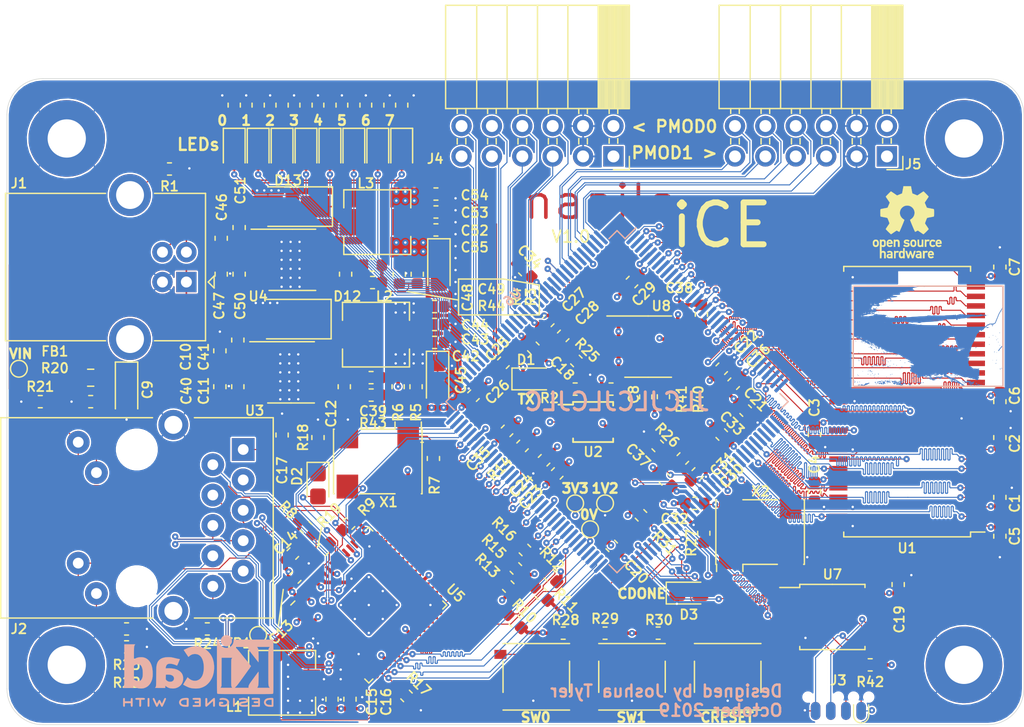
<source format=kicad_pcb>
(kicad_pcb (version 20171130) (host pcbnew 5.1.4)
  (layers (0 F.Cu signal) (1 In1.Cu signal hide) (2 In2.Cu signal hide) (31 B.Cu signal hide) (34 B.Paste user hide) (35 F.Paste user hide) (36 B.SilkS user hide) (37 F.SilkS user) (38 B.Mask user hide) (39 F.Mask user hide) (44 Edge.Cuts user))
  (net 0 "")
  (net 1 +3V3)
  (net 2 GND)
  (net 3 /5V)
  (net 4 +1V2)
  (net 5 "Net-(D1-Pad2)")
  (net 6 "Net-(D2-Pad2)")
  (net 7 "Net-(D2-Pad1)")
  (net 8 /FPGA/CDONE)
  (net 9 "Net-(D4-Pad1)")
  (net 10 /FPGA/LED7)
  (net 11 "Net-(D5-Pad1)")
  (net 12 /FPGA/LED6)
  (net 13 "Net-(D6-Pad1)")
  (net 14 /FPGA/LED5)
  (net 15 "Net-(D7-Pad1)")
  (net 16 /FPGA/LED4)
  (net 17 /FPGA/LED3)
  (net 18 "Net-(D8-Pad1)")
  (net 19 "Net-(D9-Pad1)")
  (net 20 /FPGA/LED2)
  (net 21 /FPGA/LED1)
  (net 22 "Net-(D10-Pad1)")
  (net 23 "Net-(D11-Pad1)")
  (net 24 /FPGA/LED0)
  (net 25 "Net-(J1-Pad5)")
  (net 26 /ETHERNET/LED_Y_LOW)
  (net 27 /ETHERNET/LED_Y_HIGH)
  (net 28 /ETHERNET/LED_G_LOW)
  (net 29 /ETHERNET/LED_G_HIGH)
  (net 30 /FPGA/MOSI)
  (net 31 "Net-(J3-Pad3)")
  (net 32 /FPGA/MISO)
  (net 33 /FPGA/~CS)
  (net 34 /FPGA/SCK)
  (net 35 "Net-(J3-Pad7)")
  (net 36 /PMODA/DATA7)
  (net 37 /PMODA/DATA3)
  (net 38 /PMODA/DATA6)
  (net 39 /PMODA/DATA2)
  (net 40 /PMODA/DATA5)
  (net 41 /PMODA/DATA1)
  (net 42 /PMODA/DATA4)
  (net 43 /PMODA/DATA0)
  (net 44 /PMODB/DATA0)
  (net 45 /PMODB/DATA4)
  (net 46 /PMODB/DATA1)
  (net 47 /PMODB/DATA5)
  (net 48 /PMODB/DATA2)
  (net 49 /PMODB/DATA6)
  (net 50 /PMODB/DATA3)
  (net 51 /PMODB/DATA7)
  (net 52 "Net-(R2-Pad1)")
  (net 53 "Net-(R7-Pad2)")
  (net 54 /FPGA/~ETH_PHYRST)
  (net 55 /FPGA/ETH_MDIO)
  (net 56 /FPGA/ETH_RXD4)
  (net 57 /FPGA/ETH_RXD5)
  (net 58 /FPGA/ETH_RXD6)
  (net 59 /FPGA/ETH_RXD7)
  (net 60 /FPGA/ETH_RXER)
  (net 61 /ETHERNET/COL)
  (net 62 /FPGA/ETH_RXDV)
  (net 63 "Net-(R19-Pad2)")
  (net 64 "Net-(R27-Pad2)")
  (net 65 /FPGA/~CRESET)
  (net 66 /SDRAM/DATA0)
  (net 67 /SDRAM/DATA1)
  (net 68 /SDRAM/DATA2)
  (net 69 /SDRAM/DATA3)
  (net 70 /SDRAM/DATA4)
  (net 71 /SDRAM/DATA5)
  (net 72 /SDRAM/DATA6)
  (net 73 /SDRAM/DATA7)
  (net 74 /SDRAM/LDQM)
  (net 75 /FPGA/~RAM_WE)
  (net 76 /SDRAM/~CAS)
  (net 77 /FPGA/~RAM_RAS)
  (net 78 /SDRAM/~CS)
  (net 79 /SDRAM/BS0)
  (net 80 /SDRAM/BS1)
  (net 81 /SDRAM/ADDRESS10)
  (net 82 /SDRAM/ADDRESS0)
  (net 83 /SDRAM/ADDRESS1)
  (net 84 /SDRAM/ADDRESS2)
  (net 85 /SDRAM/ADDRESS3)
  (net 86 /SDRAM/ADDRESS4)
  (net 87 /SDRAM/ADDRESS5)
  (net 88 /SDRAM/ADDRESS6)
  (net 89 /SDRAM/ADDRESS7)
  (net 90 /SDRAM/ADDRESS8)
  (net 91 /SDRAM/ADDRESS9)
  (net 92 /SDRAM/ADDRESS11)
  (net 93 "Net-(U1-Pad36)")
  (net 94 /SDRAM/CKE)
  (net 95 /SDRAM/CLK)
  (net 96 /FPGA/RAM_UDQM)
  (net 97 "Net-(U1-Pad40)")
  (net 98 /SDRAM/DATA8)
  (net 99 /SDRAM/DATA9)
  (net 100 /SDRAM/DATA10)
  (net 101 /SDRAM/DATA11)
  (net 102 /SDRAM/DATA12)
  (net 103 /SDRAM/DATA13)
  (net 104 /SDRAM/DATA14)
  (net 105 /SDRAM/DATA15)
  (net 106 /FPGA/~UART_RTS)
  (net 107 /FPGA/UART_CTS)
  (net 108 /FPGA/UART_RX)
  (net 109 /USB_UART/UART_RX)
  (net 110 "Net-(U5-Pad16)")
  (net 111 "Net-(U5-Pad17)")
  (net 112 /FPGA/ETH_RXD0)
  (net 113 /FPGA/ETH_RXD1)
  (net 114 /FPGA/ETH_RXD2)
  (net 115 /FPGA/ETH_RXD3)
  (net 116 /ETHERNET/RXCLK)
  (net 117 /ETHERNET/CS)
  (net 118 /FPGA/ETH_GTXCLK)
  (net 119 /FPGA/ETH_TXEN)
  (net 120 /FPGA/ETH_TXD0)
  (net 121 /FPGA/ETH_TXD1)
  (net 122 /FPGA/ETH_TXD2)
  (net 123 /FPGA/ETH_TXD3)
  (net 124 /FPGA/ETH_TXCLK)
  (net 125 /FPGA/ETH_TXD4)
  (net 126 /FPGA/ETH_TXD5)
  (net 127 /FPGA/ETH_TXD6)
  (net 128 /FPGA/ETH_TXD7)
  (net 129 /FPGA/ETH_TXER)
  (net 130 /FPGA/ETH_MDC)
  (net 131 /FPGA/~ETH_PME_INT)
  (net 132 "Net-(U5-Pad62)")
  (net 133 "Net-(U6-Pad35)")
  (net 134 "Net-(U6-Pad36)")
  (net 135 "Net-(U6-Pad49)")
  (net 136 "Net-(U6-Pad50)")
  (net 137 "Net-(U6-Pad51)")
  (net 138 "Net-(U6-Pad58)")
  (net 139 /FPGA/QSPI_IO2)
  (net 140 /FPGA/QSPI_IO3)
  (net 141 "Net-(U6-Pad77)")
  (net 142 "Net-(U6-Pad109)")
  (net 143 "Net-(U6-Pad133)")
  (net 144 /USB_D_N)
  (net 145 /USB_D_P)
  (net 146 /FPGA/CBSEL0)
  (net 147 /FPGA/CBSEL1)
  (net 148 /ETHERNET/MDI0_P)
  (net 149 /ETHERNET/MDI0_N)
  (net 150 /ETHERNET/MDI1_P)
  (net 151 /ETHERNET/MDI1_N)
  (net 152 /ETHERNET/MDI2_P)
  (net 153 /ETHERNET/MDI2_N)
  (net 154 /ETHERNET/MDI3_P)
  (net 155 /ETHERNET/MDI3_N)
  (net 156 /ETHERNET/VDD)
  (net 157 /ETHERNET/CT)
  (net 158 /VBUS)
  (net 159 /ETHERNET/TERM)
  (net 160 /ETHERNET/REG_OUT)
  (net 161 /ETHERNET/CLK125)
  (net 162 /ETHERNET/CLK50)
  (net 163 "Net-(U6-Pad130)")
  (net 164 /FPGA/VCCPLL1)
  (net 165 /FPGA/GNDPLL1)
  (net 166 /FPGA/VCCPLL0)
  (net 167 /FPGA/GNDPLL0)
  (net 168 "Net-(R19-Pad1)")
  (net 169 /EEPROM/SDA)
  (net 170 /EEPROM/SCL)
  (net 171 "Net-(U3-Pad3)")
  (net 172 "Net-(U4-Pad3)")
  (net 173 /1V2_REG/COMP)
  (net 174 /1V2_REG/COMP_RC)
  (net 175 /1V2_REG/SS)
  (net 176 /1V2_REG/PH)
  (net 177 /1V2_REG/BOOT)
  (net 178 /3V3_REG/COMP)
  (net 179 /3V3_REG/COMP_RC)
  (net 180 /3V3_REG/SS)
  (net 181 /3V3_REG/PH)
  (net 182 /3V3_REG/BOOT)
  (net 183 /3V3_REG/FB)
  (net 184 /1V2_REG/FB)
  (module Capacitor_SMD:C_0603_1608Metric (layer F.Cu) (at 155.606847 99.443153 45)
    (fp_text reference C35 (at -3.36844 -0.035355 45) (layer F.SilkS) (effects (font (size 0.8 0.8))))
    (fp_text value 100n)
    (pad 2 smd roundrect (at 0.7875 0 45) (size 0.875 0.95) (layers F.Cu F.Paste F.Mask) (net 2 GND))
    (pad 1 smd roundrect (at -0.7875 0 45) (size 0.875 0.95) (layers F.Cu F.Paste F.Mask) (net 1 +3V3))
  )
  (module TestPoint:TestPoint_Pad_D1.0mm (layer F.Cu) (at 162.55 107.665)
    (fp_text reference TP5 hide)
    (fp_text value TestPoint)
    (pad 1 smd circle (at 0 0) (size 1 1) (layers F.Cu F.Mask) (net 2 GND))
  )
  (module Package_QFP:TQFP-144_20x20mm_P0.5mm (layer B.Cu) (at 164.8 97 225)
    (fp_text reference U6 (at 0 12.35 45) (layer B.SilkS) (effects (font (size 0.8 0.8)) (justify mirror)))
    (fp_text value ICE40HX4K-TQ144)
    (pad 1 smd roundrect (at -10.6625 8.75 225) (size 1.475 0.3) (layers B.Cu B.Paste B.Mask) (net 85 /SDRAM/ADDRESS3))
    (pad 2 smd roundrect (at -10.6625 8.25 225) (size 1.475 0.3) (layers B.Cu B.Paste B.Mask) (net 86 /SDRAM/ADDRESS4))
    (pad 3 smd roundrect (at -10.6625 7.75 225) (size 1.475 0.3) (layers B.Cu B.Paste B.Mask) (net 84 /SDRAM/ADDRESS2))
    (pad 4 smd roundrect (at -10.6625 7.25 225) (size 1.475 0.3) (layers B.Cu B.Paste B.Mask) (net 87 /SDRAM/ADDRESS5))
    (pad 5 smd roundrect (at -10.6625 6.75 225) (size 1.475 0.3) (layers B.Cu B.Paste B.Mask) (net 2 GND))
    (pad 6 smd roundrect (at -10.6625 6.25 225) (size 1.475 0.3) (layers B.Cu B.Paste B.Mask) (net 1 +3V3))
    (pad 7 smd roundrect (at -10.6625 5.75 225) (size 1.475 0.3) (layers B.Cu B.Paste B.Mask) (net 83 /SDRAM/ADDRESS1))
    (pad 8 smd roundrect (at -10.6625 5.25 225) (size 1.475 0.3) (layers B.Cu B.Paste B.Mask) (net 88 /SDRAM/ADDRESS6))
    (pad 9 smd roundrect (at -10.6625 4.75 225) (size 1.475 0.3) (layers B.Cu B.Paste B.Mask) (net 82 /SDRAM/ADDRESS0))
    (pad 10 smd roundrect (at -10.6625 4.25 225) (size 1.475 0.3) (layers B.Cu B.Paste B.Mask) (net 89 /SDRAM/ADDRESS7))
    (pad 11 smd roundrect (at -10.6625 3.75 225) (size 1.475 0.3) (layers B.Cu B.Paste B.Mask) (net 81 /SDRAM/ADDRESS10))
    (pad 12 smd roundrect (at -10.6625 3.25 225) (size 1.475 0.3) (layers B.Cu B.Paste B.Mask) (net 90 /SDRAM/ADDRESS8))
    (pad 13 smd roundrect (at -10.6625 2.75 225) (size 1.475 0.3) (layers B.Cu B.Paste B.Mask) (net 2 GND))
    (pad 14 smd roundrect (at -10.6625 2.25 225) (size 1.475 0.3) (layers B.Cu B.Paste B.Mask) (net 2 GND))
    (pad 15 smd roundrect (at -10.6625 1.75 225) (size 1.475 0.3) (layers B.Cu B.Paste B.Mask) (net 80 /SDRAM/BS1))
    (pad 16 smd roundrect (at -10.6625 1.25 225) (size 1.475 0.3) (layers B.Cu B.Paste B.Mask) (net 91 /SDRAM/ADDRESS9))
    (pad 17 smd roundrect (at -10.6625 0.75 225) (size 1.475 0.3) (layers B.Cu B.Paste B.Mask) (net 79 /SDRAM/BS0))
    (pad 18 smd roundrect (at -10.6625 0.25 225) (size 1.475 0.3) (layers B.Cu B.Paste B.Mask) (net 92 /SDRAM/ADDRESS11))
    (pad 19 smd roundrect (at -10.6625 -0.25 225) (size 1.475 0.3) (layers B.Cu B.Paste B.Mask) (net 78 /SDRAM/~CS))
    (pad 20 smd roundrect (at -10.6625 -0.75 225) (size 1.475 0.3) (layers B.Cu B.Paste B.Mask) (net 77 /FPGA/~RAM_RAS))
    (pad 21 smd roundrect (at -10.6625 -1.25 225) (size 1.475 0.3) (layers B.Cu B.Paste B.Mask) (net 94 /SDRAM/CKE))
    (pad 22 smd roundrect (at -10.6625 -1.75 225) (size 1.475 0.3) (layers B.Cu B.Paste B.Mask) (net 76 /SDRAM/~CAS))
    (pad 23 smd roundrect (at -10.6625 -2.25 225) (size 1.475 0.3) (layers B.Cu B.Paste B.Mask) (net 95 /SDRAM/CLK))
    (pad 24 smd roundrect (at -10.6625 -2.75 225) (size 1.475 0.3) (layers B.Cu B.Paste B.Mask) (net 75 /FPGA/~RAM_WE))
    (pad 25 smd roundrect (at -10.6625 -3.25 225) (size 1.475 0.3) (layers B.Cu B.Paste B.Mask) (net 96 /FPGA/RAM_UDQM))
    (pad 26 smd roundrect (at -10.6625 -3.75 225) (size 1.475 0.3) (layers B.Cu B.Paste B.Mask) (net 74 /SDRAM/LDQM))
    (pad 27 smd roundrect (at -10.6625 -4.25 225) (size 1.475 0.3) (layers B.Cu B.Paste B.Mask) (net 4 +1V2))
    (pad 28 smd roundrect (at -10.6625 -4.75 225) (size 1.475 0.3) (layers B.Cu B.Paste B.Mask) (net 73 /SDRAM/DATA7))
    (pad 29 smd roundrect (at -10.6625 -5.25 225) (size 1.475 0.3) (layers B.Cu B.Paste B.Mask) (net 98 /SDRAM/DATA8))
    (pad 30 smd roundrect (at -10.6625 -5.75 225) (size 1.475 0.3) (layers B.Cu B.Paste B.Mask) (net 1 +3V3))
    (pad 31 smd roundrect (at -10.6625 -6.25 225) (size 1.475 0.3) (layers B.Cu B.Paste B.Mask) (net 72 /SDRAM/DATA6))
    (pad 32 smd roundrect (at -10.6625 -6.75 225) (size 1.475 0.3) (layers B.Cu B.Paste B.Mask) (net 99 /SDRAM/DATA9))
    (pad 33 smd roundrect (at -10.6625 -7.25 225) (size 1.475 0.3) (layers B.Cu B.Paste B.Mask) (net 71 /SDRAM/DATA5))
    (pad 34 smd roundrect (at -10.6625 -7.75 225) (size 1.475 0.3) (layers B.Cu B.Paste B.Mask) (net 100 /SDRAM/DATA10))
    (pad 35 smd roundrect (at -10.6625 -8.25 225) (size 1.475 0.3) (layers B.Cu B.Paste B.Mask) (net 133 "Net-(U6-Pad35)"))
    (pad 36 smd roundrect (at -10.6625 -8.75 225) (size 1.475 0.3) (layers B.Cu B.Paste B.Mask) (net 134 "Net-(U6-Pad36)"))
    (pad 37 smd roundrect (at -8.75 -10.6625 225) (size 0.3 1.475) (layers B.Cu B.Paste B.Mask) (net 70 /SDRAM/DATA4))
    (pad 38 smd roundrect (at -8.25 -10.6625 225) (size 0.3 1.475) (layers B.Cu B.Paste B.Mask) (net 101 /SDRAM/DATA11))
    (pad 39 smd roundrect (at -7.75 -10.6625 225) (size 0.3 1.475) (layers B.Cu B.Paste B.Mask) (net 69 /SDRAM/DATA3))
    (pad 40 smd roundrect (at -7.25 -10.6625 225) (size 0.3 1.475) (layers B.Cu B.Paste B.Mask) (net 4 +1V2))
    (pad 41 smd roundrect (at -6.75 -10.6625 225) (size 0.3 1.475) (layers B.Cu B.Paste B.Mask) (net 102 /SDRAM/DATA12))
    (pad 42 smd roundrect (at -6.25 -10.6625 225) (size 0.3 1.475) (layers B.Cu B.Paste B.Mask) (net 68 /SDRAM/DATA2))
    (pad 43 smd roundrect (at -5.75 -10.6625 225) (size 0.3 1.475) (layers B.Cu B.Paste B.Mask) (net 103 /SDRAM/DATA13))
    (pad 44 smd roundrect (at -5.25 -10.6625 225) (size 0.3 1.475) (layers B.Cu B.Paste B.Mask) (net 67 /SDRAM/DATA1))
    (pad 45 smd roundrect (at -4.75 -10.6625 225) (size 0.3 1.475) (layers B.Cu B.Paste B.Mask) (net 104 /SDRAM/DATA14))
    (pad 46 smd roundrect (at -4.25 -10.6625 225) (size 0.3 1.475) (layers B.Cu B.Paste B.Mask) (net 1 +3V3))
    (pad 47 smd roundrect (at -3.75 -10.6625 225) (size 0.3 1.475) (layers B.Cu B.Paste B.Mask) (net 66 /SDRAM/DATA0))
    (pad 48 smd roundrect (at -3.25 -10.6625 225) (size 0.3 1.475) (layers B.Cu B.Paste B.Mask) (net 105 /SDRAM/DATA15))
    (pad 49 smd roundrect (at -2.75 -10.6625 225) (size 0.3 1.475) (layers B.Cu B.Paste B.Mask) (net 135 "Net-(U6-Pad49)"))
    (pad 50 smd roundrect (at -2.25 -10.6625 225) (size 0.3 1.475) (layers B.Cu B.Paste B.Mask) (net 136 "Net-(U6-Pad50)"))
    (pad 51 smd roundrect (at -1.75 -10.6625 225) (size 0.3 1.475) (layers B.Cu B.Paste B.Mask) (net 137 "Net-(U6-Pad51)"))
    (pad 52 smd roundrect (at -1.25 -10.6625 225) (size 0.3 1.475) (layers B.Cu B.Paste B.Mask) (net 109 /USB_UART/UART_RX))
    (pad 53 smd roundrect (at -0.75 -10.6625 225) (size 0.3 1.475) (layers B.Cu B.Paste B.Mask) (net 167 /FPGA/GNDPLL0))
    (pad 54 smd roundrect (at -0.25 -10.6625 225) (size 0.3 1.475) (layers B.Cu B.Paste B.Mask) (net 166 /FPGA/VCCPLL0))
    (pad 55 smd roundrect (at 0.25 -10.6625 225) (size 0.3 1.475) (layers B.Cu B.Paste B.Mask) (net 108 /FPGA/UART_RX))
    (pad 56 smd roundrect (at 0.75 -10.6625 225) (size 0.3 1.475) (layers B.Cu B.Paste B.Mask) (net 107 /FPGA/UART_CTS))
    (pad 57 smd roundrect (at 1.25 -10.6625 225) (size 0.3 1.475) (layers B.Cu B.Paste B.Mask) (net 1 +3V3))
    (pad 58 smd roundrect (at 1.75 -10.6625 225) (size 0.3 1.475) (layers B.Cu B.Paste B.Mask) (net 138 "Net-(U6-Pad58)"))
    (pad 59 smd roundrect (at 2.25 -10.6625 225) (size 0.3 1.475) (layers B.Cu B.Paste B.Mask) (net 2 GND))
    (pad 60 smd roundrect (at 2.75 -10.6625 225) (size 0.3 1.475) (layers B.Cu B.Paste B.Mask) (net 106 /FPGA/~UART_RTS))
    (pad 61 smd roundrect (at 3.25 -10.6625 225) (size 0.3 1.475) (layers B.Cu B.Paste B.Mask) (net 139 /FPGA/QSPI_IO2))
    (pad 62 smd roundrect (at 3.75 -10.6625 225) (size 0.3 1.475) (layers B.Cu B.Paste B.Mask) (net 140 /FPGA/QSPI_IO3))
    (pad 63 smd roundrect (at 4.25 -10.6625 225) (size 0.3 1.475) (layers B.Cu B.Paste B.Mask) (net 146 /FPGA/CBSEL0))
    (pad 64 smd roundrect (at 4.75 -10.6625 225) (size 0.3 1.475) (layers B.Cu B.Paste B.Mask) (net 147 /FPGA/CBSEL1))
    (pad 65 smd roundrect (at 5.25 -10.6625 225) (size 0.3 1.475) (layers B.Cu B.Paste B.Mask) (net 8 /FPGA/CDONE))
    (pad 66 smd roundrect (at 5.75 -10.6625 225) (size 0.3 1.475) (layers B.Cu B.Paste B.Mask) (net 65 /FPGA/~CRESET))
    (pad 67 smd roundrect (at 6.25 -10.6625 225) (size 0.3 1.475) (layers B.Cu B.Paste B.Mask) (net 30 /FPGA/MOSI))
    (pad 68 smd roundrect (at 6.75 -10.6625 225) (size 0.3 1.475) (layers B.Cu B.Paste B.Mask) (net 32 /FPGA/MISO))
    (pad 69 smd roundrect (at 7.25 -10.6625 225) (size 0.3 1.475) (layers B.Cu B.Paste B.Mask) (net 2 GND))
    (pad 70 smd roundrect (at 7.75 -10.6625 225) (size 0.3 1.475) (layers B.Cu B.Paste B.Mask) (net 34 /FPGA/SCK))
    (pad 71 smd roundrect (at 8.25 -10.6625 225) (size 0.3 1.475) (layers B.Cu B.Paste B.Mask) (net 33 /FPGA/~CS))
    (pad 72 smd roundrect (at 8.75 -10.6625 225) (size 0.3 1.475) (layers B.Cu B.Paste B.Mask) (net 1 +3V3))
    (pad 73 smd roundrect (at 10.6625 -8.75 225) (size 1.475 0.3) (layers B.Cu B.Paste B.Mask) (net 62 /FPGA/ETH_RXDV))
    (pad 74 smd roundrect (at 10.6625 -8.25 225) (size 1.475 0.3) (layers B.Cu B.Paste B.Mask) (net 112 /FPGA/ETH_RXD0))
    (pad 75 smd roundrect (at 10.6625 -7.75 225) (size 1.475 0.3) (layers B.Cu B.Paste B.Mask) (net 113 /FPGA/ETH_RXD1))
    (pad 76 smd roundrect (at 10.6625 -7.25 225) (size 1.475 0.3) (layers B.Cu B.Paste B.Mask) (net 114 /FPGA/ETH_RXD2))
    (pad 77 smd roundrect (at 10.6625 -6.75 225) (size 1.475 0.3) (layers B.Cu B.Paste B.Mask) (net 141 "Net-(U6-Pad77)"))
    (pad 78 smd roundrect (at 10.6625 -6.25 225) (size 1.475 0.3) (layers B.Cu B.Paste B.Mask) (net 115 /FPGA/ETH_RXD3))
    (pad 79 smd roundrect (at 10.6625 -5.75 225) (size 1.475 0.3) (layers B.Cu B.Paste B.Mask) (net 116 /ETHERNET/RXCLK))
    (pad 80 smd roundrect (at 10.6625 -5.25 225) (size 1.475 0.3) (layers B.Cu B.Paste B.Mask) (net 56 /FPGA/ETH_RXD4))
    (pad 81 smd roundrect (at 10.6625 -4.75 225) (size 1.475 0.3) (layers B.Cu B.Paste B.Mask) (net 57 /FPGA/ETH_RXD5))
    (pad 82 smd roundrect (at 10.6625 -4.25 225) (size 1.475 0.3) (layers B.Cu B.Paste B.Mask) (net 58 /FPGA/ETH_RXD6))
    (pad 83 smd roundrect (at 10.6625 -3.75 225) (size 1.475 0.3) (layers B.Cu B.Paste B.Mask) (net 59 /FPGA/ETH_RXD7))
    (pad 84 smd roundrect (at 10.6625 -3.25 225) (size 1.475 0.3) (layers B.Cu B.Paste B.Mask) (net 60 /FPGA/ETH_RXER))
    (pad 85 smd roundrect (at 10.6625 -2.75 225) (size 1.475 0.3) (layers B.Cu B.Paste B.Mask) (net 61 /ETHERNET/COL))
    (pad 86 smd roundrect (at 10.6625 -2.25 225) (size 1.475 0.3) (layers B.Cu B.Paste B.Mask) (net 2 GND))
    (pad 87 smd roundrect (at 10.6625 -1.75 225) (size 1.475 0.3) (layers B.Cu B.Paste B.Mask) (net 117 /ETHERNET/CS))
    (pad 88 smd roundrect (at 10.6625 -1.25 225) (size 1.475 0.3) (layers B.Cu B.Paste B.Mask) (net 118 /FPGA/ETH_GTXCLK))
    (pad 89 smd roundrect (at 10.6625 -0.75 225) (size 1.475 0.3) (layers B.Cu B.Paste B.Mask) (net 1 +3V3))
    (pad 90 smd roundrect (at 10.6625 -0.25 225) (size 1.475 0.3) (layers B.Cu B.Paste B.Mask) (net 119 /FPGA/ETH_TXEN))
    (pad 91 smd roundrect (at 10.6625 0.25 225) (size 1.475 0.3) (layers B.Cu B.Paste B.Mask) (net 120 /FPGA/ETH_TXD0))
    (pad 92 smd roundrect (at 10.6625 0.75 225) (size 1.475 0.3) (layers B.Cu B.Paste B.Mask) (net 4 +1V2))
    (pad 93 smd roundrect (at 10.6625 1.25 225) (size 1.475 0.3) (layers B.Cu B.Paste B.Mask) (net 54 /FPGA/~ETH_PHYRST))
    (pad 94 smd roundrect (at 10.6625 1.75 225) (size 1.475 0.3) (layers B.Cu B.Paste B.Mask) (net 121 /FPGA/ETH_TXD1))
    (pad 95 smd roundrect (at 10.6625 2.25 225) (size 1.475 0.3) (layers B.Cu B.Paste B.Mask) (net 122 /FPGA/ETH_TXD2))
    (pad 96 smd roundrect (at 10.6625 2.75 225) (size 1.475 0.3) (layers B.Cu B.Paste B.Mask) (net 123 /FPGA/ETH_TXD3))
    (pad 97 smd roundrect (at 10.6625 3.25 225) (size 1.475 0.3) (layers B.Cu B.Paste B.Mask) (net 124 /FPGA/ETH_TXCLK))
    (pad 98 smd roundrect (at 10.6625 3.75 225) (size 1.475 0.3) (layers B.Cu B.Paste B.Mask) (net 125 /FPGA/ETH_TXD4))
    (pad 99 smd roundrect (at 10.6625 4.25 225) (size 1.475 0.3) (layers B.Cu B.Paste B.Mask) (net 126 /FPGA/ETH_TXD5))
    (pad 100 smd roundrect (at 10.6625 4.75 225) (size 1.475 0.3) (layers B.Cu B.Paste B.Mask) (net 1 +3V3))
    (pad 101 smd roundrect (at 10.6625 5.25 225) (size 1.475 0.3) (layers B.Cu B.Paste B.Mask) (net 127 /FPGA/ETH_TXD6))
    (pad 102 smd roundrect (at 10.6625 5.75 225) (size 1.475 0.3) (layers B.Cu B.Paste B.Mask) (net 128 /FPGA/ETH_TXD7))
    (pad 103 smd roundrect (at 10.6625 6.25 225) (size 1.475 0.3) (layers B.Cu B.Paste B.Mask) (net 2 GND))
    (pad 104 smd roundrect (at 10.6625 6.75 225) (size 1.475 0.3) (layers B.Cu B.Paste B.Mask) (net 129 /FPGA/ETH_TXER))
    (pad 105 smd roundrect (at 10.6625 7.25 225) (size 1.475 0.3) (layers B.Cu B.Paste B.Mask) (net 55 /FPGA/ETH_MDIO))
    (pad 106 smd roundrect (at 10.6625 7.75 225) (size 1.475 0.3) (layers B.Cu B.Paste B.Mask) (net 131 /FPGA/~ETH_PME_INT))
    (pad 107 smd roundrect (at 10.6625 8.25 225) (size 1.475 0.3) (layers B.Cu B.Paste B.Mask) (net 130 /FPGA/ETH_MDC))
    (pad 108 smd roundrect (at 10.6625 8.75 225) (size 1.475 0.3) (layers B.Cu B.Paste B.Mask) (net 1 +3V3))
    (pad 109 smd roundrect (at 8.75 10.6625 225) (size 0.3 1.475) (layers B.Cu B.Paste B.Mask) (net 142 "Net-(U6-Pad109)"))
    (pad 110 smd roundrect (at 8.25 10.6625 225) (size 0.3 1.475) (layers B.Cu B.Paste B.Mask) (net 24 /FPGA/LED0))
    (pad 111 smd roundrect (at 7.75 10.6625 225) (size 0.3 1.475) (layers B.Cu B.Paste B.Mask) (net 4 +1V2))
    (pad 112 smd roundrect (at 7.25 10.6625 225) (size 0.3 1.475) (layers B.Cu B.Paste B.Mask) (net 21 /FPGA/LED1))
    (pad 113 smd roundrect (at 6.75 10.6625 225) (size 0.3 1.475) (layers B.Cu B.Paste B.Mask) (net 20 /FPGA/LED2))
    (pad 114 smd roundrect (at 6.25 10.6625 225) (size 0.3 1.475) (layers B.Cu B.Paste B.Mask) (net 17 /FPGA/LED3))
    (pad 115 smd roundrect (at 5.75 10.6625 225) (size 0.3 1.475) (layers B.Cu B.Paste B.Mask) (net 16 /FPGA/LED4))
    (pad 116 smd roundrect (at 5.25 10.6625 225) (size 0.3 1.475) (layers B.Cu B.Paste B.Mask) (net 14 /FPGA/LED5))
    (pad 117 smd roundrect (at 4.75 10.6625 225) (size 0.3 1.475) (layers B.Cu B.Paste B.Mask) (net 12 /FPGA/LED6))
    (pad 118 smd roundrect (at 4.25 10.6625 225) (size 0.3 1.475) (layers B.Cu B.Paste B.Mask) (net 10 /FPGA/LED7))
    (pad 119 smd roundrect (at 3.75 10.6625 225) (size 0.3 1.475) (layers B.Cu B.Paste B.Mask) (net 43 /PMODA/DATA0))
    (pad 120 smd roundrect (at 3.25 10.6625 225) (size 0.3 1.475) (layers B.Cu B.Paste B.Mask) (net 41 /PMODA/DATA1))
    (pad 121 smd roundrect (at 2.75 10.6625 225) (size 0.3 1.475) (layers B.Cu B.Paste B.Mask) (net 39 /PMODA/DATA2))
    (pad 122 smd roundrect (at 2.25 10.6625 225) (size 0.3 1.475) (layers B.Cu B.Paste B.Mask) (net 37 /PMODA/DATA3))
    (pad 123 smd roundrect (at 1.75 10.6625 225) (size 0.3 1.475) (layers B.Cu B.Paste B.Mask) (net 1 +3V3))
    (pad 124 smd roundrect (at 1.25 10.6625 225) (size 0.3 1.475) (layers B.Cu B.Paste B.Mask) (net 42 /PMODA/DATA4))
    (pad 125 smd roundrect (at 0.75 10.6625 225) (size 0.3 1.475) (layers B.Cu B.Paste B.Mask) (net 40 /PMODA/DATA5))
    (pad 126 smd roundrect (at 0.25 10.6625 225) (size 0.3 1.475) (layers B.Cu B.Paste B.Mask) (net 164 /FPGA/VCCPLL1))
    (pad 127 smd roundrect (at -0.25 10.6625 225) (size 0.3 1.475) (layers B.Cu B.Paste B.Mask) (net 165 /FPGA/GNDPLL1))
    (pad 128 smd roundrect (at -0.75 10.6625 225) (size 0.3 1.475) (layers B.Cu B.Paste B.Mask) (net 38 /PMODA/DATA6))
    (pad 129 smd roundrect (at -1.25 10.6625 225) (size 0.3 1.475) (layers B.Cu B.Paste B.Mask) (net 36 /PMODA/DATA7))
    (pad 130 smd roundrect (at -1.75 10.6625 225) (size 0.3 1.475) (layers B.Cu B.Paste B.Mask) (net 163 "Net-(U6-Pad130)"))
    (pad 131 smd roundrect (at -2.25 10.6625 225) (size 0.3 1.475) (layers B.Cu B.Paste B.Mask) (net 1 +3V3))
    (pad 132 smd roundrect (at -2.75 10.6625 225) (size 0.3 1.475) (layers B.Cu B.Paste B.Mask) (net 2 GND))
    (pad 133 smd roundrect (at -3.25 10.6625 225) (size 0.3 1.475) (layers B.Cu B.Paste B.Mask) (net 143 "Net-(U6-Pad133)"))
    (pad 134 smd roundrect (at -3.75 10.6625 225) (size 0.3 1.475) (layers B.Cu B.Paste B.Mask) (net 170 /EEPROM/SCL))
    (pad 135 smd roundrect (at -4.25 10.6625 225) (size 0.3 1.475) (layers B.Cu B.Paste B.Mask) (net 169 /EEPROM/SDA))
    (pad 136 smd roundrect (at -4.75 10.6625 225) (size 0.3 1.475) (layers B.Cu B.Paste B.Mask) (net 44 /PMODB/DATA0))
    (pad 137 smd roundrect (at -5.25 10.6625 225) (size 0.3 1.475) (layers B.Cu B.Paste B.Mask) (net 46 /PMODB/DATA1))
    (pad 138 smd roundrect (at -5.75 10.6625 225) (size 0.3 1.475) (layers B.Cu B.Paste B.Mask) (net 48 /PMODB/DATA2))
    (pad 139 smd roundrect (at -6.25 10.6625 225) (size 0.3 1.475) (layers B.Cu B.Paste B.Mask) (net 50 /PMODB/DATA3))
    (pad 140 smd roundrect (at -6.75 10.6625 225) (size 0.3 1.475) (layers B.Cu B.Paste B.Mask) (net 2 GND))
    (pad 141 smd roundrect (at -7.25 10.6625 225) (size 0.3 1.475) (layers B.Cu B.Paste B.Mask) (net 45 /PMODB/DATA4))
    (pad 142 smd roundrect (at -7.75 10.6625 225) (size 0.3 1.475) (layers B.Cu B.Paste B.Mask) (net 47 /PMODB/DATA5))
    (pad 143 smd roundrect (at -8.25 10.6625 225) (size 0.3 1.475) (layers B.Cu B.Paste B.Mask) (net 49 /PMODB/DATA6))
    (pad 144 smd roundrect (at -8.75 10.6625 225) (size 0.3 1.475) (layers B.Cu B.Paste B.Mask) (net 51 /PMODB/DATA7))
  )
  (module Symbol:KiCad-Logo2_5mm_SilkScreen (layer B.Cu) (at 129.8 119.5 180)
    (fp_text reference SYM2 hide)
    (fp_text value "Make with KiCad logo" hide)
  )
  (module Symbol:OSHW-Logo_5.7x6mm_SilkScreen (layer F.Cu) (at 189.05 82)
    (fp_text reference SYM1 hide)
    (fp_text value "OSHW logo" hide)
  )
  (module Art:Shetland_combined (layer B.Cu) (at 190.8 91.5 180)
    (fp_text reference SYM3 hide)
    (fp_text value "Shetland picture" hide)
    (fp_poly (pts (xy 5.920154 -0.068385) (xy 5.910385 -0.078154) (xy 5.900616 -0.068385) (xy 5.910385 -0.058616) (xy 5.920154 -0.068385)) (layer B.Cu) (width 0.01))
    (fp_poly (pts (xy 5.197231 -0.400539) (xy 5.187462 -0.410308) (xy 5.177693 -0.400539) (xy 5.187462 -0.39077) (xy 5.197231 -0.400539)) (layer B.Cu) (width 0.01))
    (fp_poly (pts (xy -2.272974 -0.416821) (xy -2.270636 -0.440008) (xy -2.272974 -0.442872) (xy -2.28459 -0.44019) (xy -2.286 -0.429847) (xy -2.278851 -0.413764) (xy -2.272974 -0.416821)) (layer B.Cu) (width 0.01))
    (fp_poly (pts (xy -1.482119 -0.715293) (xy -1.475154 -0.722923) (xy -1.481136 -0.738302) (xy -1.503308 -0.742462) (xy -1.535678 -0.73449) (xy -1.543538 -0.722923) (xy -1.527796 -0.705399) (xy -1.515384 -0.703385) (xy -1.482119 -0.715293)) (layer B.Cu) (width 0.01))
    (fp_poly (pts (xy -1.025309 -0.707101) (xy -1.022542 -0.731532) (xy -1.0274 -0.749435) (xy -1.049753 -0.775804) (xy -1.077234 -0.779386) (xy -1.09363 -0.759352) (xy -1.094154 -0.752844) (xy -1.081208 -0.733133) (xy -1.064846 -0.735396) (xy -1.039681 -0.73322) (xy -1.035538 -0.721757) (xy -1.02959 -0.705118) (xy -1.025309 -0.707101)) (layer B.Cu) (width 0.01))
    (fp_poly (pts (xy -1.759029 -0.855022) (xy -1.758461 -0.859693) (xy -1.77333 -0.878663) (xy -1.778 -0.879231) (xy -1.796971 -0.864363) (xy -1.797538 -0.859693) (xy -1.78267 -0.840722) (xy -1.778 -0.840154) (xy -1.759029 -0.855022)) (layer B.Cu) (width 0.01))
    (fp_poly (pts (xy -2.071644 -0.855022) (xy -2.071077 -0.859693) (xy -2.085945 -0.878663) (xy -2.090615 -0.879231) (xy -2.109586 -0.864363) (xy -2.110154 -0.859693) (xy -2.095285 -0.840722) (xy -2.090615 -0.840154) (xy -2.071644 -0.855022)) (layer B.Cu) (width 0.01))
    (fp_poly (pts (xy -1.348949 -0.873876) (xy -1.348154 -0.879231) (xy -1.35482 -0.898262) (xy -1.35677 -0.89877) (xy -1.373451 -0.885078) (xy -1.377461 -0.879231) (xy -1.375912 -0.861227) (xy -1.368845 -0.859693) (xy -1.348949 -0.873876)) (layer B.Cu) (width 0.01))
    (fp_poly (pts (xy -2.267256 -0.873876) (xy -2.266461 -0.879231) (xy -2.273128 -0.898262) (xy -2.275077 -0.89877) (xy -2.291759 -0.885078) (xy -2.295769 -0.879231) (xy -2.29422 -0.861227) (xy -2.287153 -0.859693) (xy -2.267256 -0.873876)) (layer B.Cu) (width 0.01))
    (fp_poly (pts (xy -2.132971 -0.869482) (xy -2.132346 -0.870064) (xy -2.136198 -0.888061) (xy -2.149796 -0.899533) (xy -2.189791 -0.91702) (xy -2.207351 -0.90621) (xy -2.207846 -0.90086) (xy -2.192062 -0.880071) (xy -2.159639 -0.866567) (xy -2.132971 -0.869482)) (layer B.Cu) (width 0.01))
    (fp_poly (pts (xy -2.325644 -0.913638) (xy -2.325077 -0.918308) (xy -2.339945 -0.937279) (xy -2.344615 -0.937847) (xy -2.363586 -0.922978) (xy -2.364154 -0.918308) (xy -2.349285 -0.899337) (xy -2.344615 -0.89877) (xy -2.325644 -0.913638)) (layer B.Cu) (width 0.01))
    (fp_poly (pts (xy -2.030704 -0.758424) (xy -2.008136 -0.798386) (xy -1.999742 -0.815731) (xy -1.975013 -0.864132) (xy -1.954993 -0.895315) (xy -1.951011 -0.899285) (xy -1.946185 -0.922048) (xy -1.951145 -0.933476) (xy -1.970201 -0.947446) (xy -1.998308 -0.93296) (xy -2.016276 -0.906353) (xy -2.033436 -0.861234) (xy -2.046618 -0.810486) (xy -2.052651 -0.766995) (xy -2.048365 -0.743644) (xy -2.045183 -0.742462) (xy -2.030704 -0.758424)) (layer B.Cu) (width 0.01))
    (fp_poly (pts (xy -2.602716 -1.109629) (xy -2.598615 -1.124075) (xy -2.614269 -1.149444) (xy -2.627923 -1.15277) (xy -2.65394 -1.14333) (xy -2.657231 -1.135322) (xy -2.641682 -1.113962) (xy -2.627923 -1.106627) (xy -2.602716 -1.109629)) (layer B.Cu) (width 0.01))
    (fp_poly (pts (xy -2.481637 -1.118135) (xy -2.454815 -1.13652) (xy -2.451975 -1.152604) (xy -2.472703 -1.167946) (xy -2.512425 -1.166321) (xy -2.544884 -1.15884) (xy -2.575374 -1.140959) (xy -2.57187 -1.118799) (xy -2.554654 -1.108581) (xy -2.519881 -1.106694) (xy -2.481637 -1.118135)) (layer B.Cu) (width 0.01))
    (fp_poly (pts (xy -2.73203 -1.117218) (xy -2.694165 -1.133492) (xy -2.680518 -1.150998) (xy -2.683447 -1.169876) (xy -2.702148 -1.16675) (xy -2.732013 -1.167468) (xy -2.740306 -1.177302) (xy -2.751553 -1.18137) (xy -2.761106 -1.164838) (xy -2.772744 -1.126951) (xy -2.762184 -1.11479) (xy -2.73203 -1.117218)) (layer B.Cu) (width 0.01))
    (fp_poly (pts (xy 0.325482 4.136734) (xy 0.350468 4.126133) (xy 0.351693 4.122615) (xy 0.349239 4.109644) (xy 0.335158 4.106677) (xy 0.299365 4.113716) (xy 0.263769 4.122615) (xy 0.227497 4.132423) (xy 0.224853 4.137038) (xy 0.258154 4.139182) (xy 0.278423 4.139842) (xy 0.325482 4.136734)) (layer B.Cu) (width 0.01))
    (fp_poly (pts (xy 3.08675 2.931994) (xy 3.128165 2.923364) (xy 3.145688 2.911657) (xy 3.145693 2.911457) (xy 3.128295 2.894414) (xy 3.08445 2.881691) (xy 3.026682 2.874725) (xy 2.967515 2.874956) (xy 2.919473 2.88382) (xy 2.916116 2.885093) (xy 2.893464 2.906775) (xy 2.891693 2.914949) (xy 2.906208 2.925992) (xy 2.924323 2.922428) (xy 2.957437 2.919734) (xy 2.968284 2.926649) (xy 2.991898 2.934913) (xy 3.036357 2.936269) (xy 3.08675 2.931994)) (layer B.Cu) (width 0.01))
    (fp_poly (pts (xy 3.907125 2.564208) (xy 3.907693 2.559538) (xy 3.892824 2.540567) (xy 3.888154 2.54) (xy 3.869183 2.554868) (xy 3.868616 2.559538) (xy 3.883484 2.578509) (xy 3.888154 2.579077) (xy 3.907125 2.564208)) (layer B.Cu) (width 0.01))
    (fp_poly (pts (xy 4.353771 2.373142) (xy 4.357077 2.364153) (xy 4.341252 2.346819) (xy 4.327769 2.344615) (xy 4.301768 2.355165) (xy 4.298462 2.364153) (xy 4.314287 2.381488) (xy 4.327769 2.383692) (xy 4.353771 2.373142)) (layer B.Cu) (width 0.01))
    (fp_poly (pts (xy 4.590971 2.329747) (xy 4.591539 2.325077) (xy 4.57667 2.306106) (xy 4.572 2.305538) (xy 4.553029 2.320406) (xy 4.552462 2.325077) (xy 4.56733 2.344047) (xy 4.572 2.344615) (xy 4.590971 2.329747)) (layer B.Cu) (width 0.01))
    (fp_poly (pts (xy 4.200769 2.295769) (xy 4.219409 2.278211) (xy 4.220308 2.275077) (xy 4.205191 2.266685) (xy 4.200769 2.266461) (xy 4.181982 2.281481) (xy 4.181231 2.287153) (xy 4.193201 2.298822) (xy 4.200769 2.295769)) (layer B.Cu) (width 0.01))
    (fp_poly (pts (xy 4.571107 2.291895) (xy 4.602309 2.274575) (xy 4.601275 2.254902) (xy 4.572822 2.242923) (xy 4.547739 2.243192) (xy 4.505457 2.240594) (xy 4.48479 2.228538) (xy 4.457338 2.214495) (xy 4.408762 2.208575) (xy 4.356162 2.210764) (xy 4.316633 2.221048) (xy 4.307428 2.228684) (xy 4.299793 2.251037) (xy 4.30139 2.25411) (xy 4.332891 2.264725) (xy 4.389084 2.275936) (xy 4.455669 2.28574) (xy 4.518347 2.292133) (xy 4.562818 2.293113) (xy 4.571107 2.291895)) (layer B.Cu) (width 0.01))
    (fp_poly (pts (xy 4.174718 2.103641) (xy 4.177057 2.080453) (xy 4.174718 2.077589) (xy 4.163103 2.080271) (xy 4.161693 2.090615) (xy 4.168841 2.106697) (xy 4.174718 2.103641)) (layer B.Cu) (width 0.01))
    (fp_poly (pts (xy -6.14159 2.064564) (xy -6.144272 2.052948) (xy -6.154615 2.051538) (xy -6.170698 2.058687) (xy -6.167641 2.064564) (xy -6.144453 2.066902) (xy -6.14159 2.064564)) (layer B.Cu) (width 0.01))
    (fp_poly (pts (xy 4.141359 1.998278) (xy 4.142154 1.992923) (xy 4.135488 1.973892) (xy 4.133538 1.973384) (xy 4.116857 1.987076) (xy 4.112846 1.992923) (xy 4.114395 2.010927) (xy 4.121462 2.012461) (xy 4.141359 1.998278)) (layer B.Cu) (width 0.01))
    (fp_poly (pts (xy 4.71884 1.929335) (xy 4.745931 1.922134) (xy 4.747846 1.918146) (xy 4.73028 1.889814) (xy 4.68546 1.867464) (xy 4.625207 1.856503) (xy 4.612362 1.856153) (xy 4.570654 1.850606) (xy 4.552488 1.8372) (xy 4.552462 1.836615) (xy 4.535926 1.821607) (xy 4.5085 1.817698) (xy 4.477967 1.819878) (xy 4.481899 1.830817) (xy 4.502465 1.847006) (xy 4.527724 1.868425) (xy 4.518595 1.875684) (xy 4.492696 1.87693) (xy 4.445 1.878169) (xy 4.49078 1.896512) (xy 4.54318 1.912062) (xy 4.60618 1.923349) (xy 4.668494 1.929423) (xy 4.71884 1.929335)) (layer B.Cu) (width 0.01))
    (fp_poly (pts (xy 4.233334 1.830102) (xy 4.230651 1.818487) (xy 4.220308 1.817077) (xy 4.204226 1.824225) (xy 4.207282 1.830102) (xy 4.23047 1.832441) (xy 4.233334 1.830102)) (layer B.Cu) (width 0.01))
    (fp_poly (pts (xy 4.730387 1.830956) (xy 4.747842 1.81732) (xy 4.747846 1.817077) (xy 4.730868 1.803358) (xy 4.68996 1.79754) (xy 4.689231 1.797538) (xy 4.648075 1.803198) (xy 4.63062 1.816833) (xy 4.630616 1.817077) (xy 4.647594 1.830795) (xy 4.688502 1.836614) (xy 4.689231 1.836615) (xy 4.730387 1.830956)) (layer B.Cu) (width 0.01))
    (fp_poly (pts (xy -3.836051 1.810564) (xy -3.838733 1.798948) (xy -3.849077 1.797538) (xy -3.865159 1.804687) (xy -3.862102 1.810564) (xy -3.838915 1.812902) (xy -3.836051 1.810564)) (layer B.Cu) (width 0.01))
    (fp_poly (pts (xy -4.969282 1.751948) (xy -4.966943 1.728761) (xy -4.969282 1.725897) (xy -4.980897 1.728579) (xy -4.982307 1.738923) (xy -4.975159 1.755005) (xy -4.969282 1.751948)) (layer B.Cu) (width 0.01))
    (fp_poly (pts (xy 0.254 1.670538) (xy 0.244231 1.660769) (xy 0.234462 1.670538) (xy 0.244231 1.680307) (xy 0.254 1.670538)) (layer B.Cu) (width 0.01))
    (fp_poly (pts (xy 3.418663 1.645901) (xy 3.419231 1.64123) (xy 3.404363 1.62226) (xy 3.399693 1.621692) (xy 3.380722 1.63656) (xy 3.380154 1.64123) (xy 3.395022 1.660201) (xy 3.399693 1.660769) (xy 3.418663 1.645901)) (layer B.Cu) (width 0.01))
    (fp_poly (pts (xy 3.25641 1.634718) (xy 3.258749 1.61153) (xy 3.25641 1.608666) (xy 3.244795 1.611348) (xy 3.243385 1.621692) (xy 3.250534 1.637774) (xy 3.25641 1.634718)) (layer B.Cu) (width 0.01))
    (fp_poly (pts (xy -3.562513 1.517487) (xy -3.560174 1.494299) (xy -3.562513 1.491436) (xy -3.574128 1.494118) (xy -3.575538 1.504461) (xy -3.568389 1.520544) (xy -3.562513 1.517487)) (layer B.Cu) (width 0.01))
    (fp_poly (pts (xy 0.59918 0.97041) (xy 0.596498 0.958794) (xy 0.586154 0.957384) (xy 0.570072 0.964533) (xy 0.573128 0.97041) (xy 0.596316 0.972748) (xy 0.59918 0.97041)) (layer B.Cu) (width 0.01))
    (fp_poly (pts (xy -5.294923 0.947615) (xy -5.304692 0.937846) (xy -5.314461 0.947615) (xy -5.304692 0.957384) (xy -5.294923 0.947615)) (layer B.Cu) (width 0.01))
    (fp_poly (pts (xy -5.344758 0.931856) (xy -5.322021 0.902241) (xy -5.319948 0.886769) (xy -5.337274 0.890301) (xy -5.34301 0.897541) (xy -5.369649 0.9095) (xy -5.40145 0.907027) (xy -5.443968 0.907105) (xy -5.461924 0.919802) (xy -5.463545 0.936046) (xy -5.435684 0.933229) (xy -5.400226 0.933351) (xy -5.387097 0.94463) (xy -5.370313 0.951139) (xy -5.344758 0.931856)) (layer B.Cu) (width 0.01))
    (fp_poly (pts (xy -2.149798 0.825285) (xy -2.149231 0.820615) (xy -2.164099 0.801644) (xy -2.168769 0.801077) (xy -2.18774 0.815945) (xy -2.188307 0.820615) (xy -2.173439 0.839586) (xy -2.168769 0.840153) (xy -2.149798 0.825285)) (layer B.Cu) (width 0.01))
    (fp_poly (pts (xy -5.393917 0.868856) (xy -5.379124 0.854575) (xy -5.35597 0.82335) (xy -5.363486 0.810408) (xy -5.387731 0.815149) (xy -5.409236 0.839639) (xy -5.412154 0.855738) (xy -5.409157 0.876542) (xy -5.393917 0.868856)) (layer B.Cu) (width 0.01))
    (fp_poly (pts (xy -5.086513 0.735948) (xy -5.084174 0.712761) (xy -5.086513 0.709897) (xy -5.098128 0.712579) (xy -5.099538 0.722923) (xy -5.092389 0.739005) (xy -5.086513 0.735948)) (layer B.Cu) (width 0.01))
    (fp_poly (pts (xy -5.040923 0.674077) (xy -5.050692 0.664307) (xy -5.060461 0.674077) (xy -5.050692 0.683846) (xy -5.040923 0.674077)) (layer B.Cu) (width 0.01))
    (fp_poly (pts (xy -4.970429 0.731648) (xy -4.904878 0.71953) (xy -4.874683 0.703524) (xy -4.875877 0.682177) (xy -4.899598 0.672636) (xy -4.90636 0.67544) (xy -4.93591 0.675087) (xy -4.95012 0.666698) (xy -4.977515 0.659864) (xy -5.007879 0.684777) (xy -5.034591 0.719419) (xy -5.032957 0.734443) (xy -4.99889 0.734966) (xy -4.970429 0.731648)) (layer B.Cu) (width 0.01))
    (fp_poly (pts (xy -5.959798 0.25867) (xy -5.959231 0.254) (xy -5.974099 0.235029) (xy -5.978769 0.234461) (xy -5.99774 0.249329) (xy -5.998307 0.254) (xy -5.983439 0.27297) (xy -5.978769 0.273538) (xy -5.959798 0.25867)) (layer B.Cu) (width 0.01))
    (fp_poly (pts (xy -4.297698 0.214357) (xy -4.280203 0.173991) (xy -4.292802 0.156827) (xy -4.299075 0.156307) (xy -4.322731 0.171956) (xy -4.330796 0.186458) (xy -4.334211 0.220057) (xy -4.319584 0.23209) (xy -4.297698 0.214357)) (layer B.Cu) (width 0.01))
    (fp_poly (pts (xy -5.412378 0.043498) (xy -5.412154 0.039077) (xy -5.427174 0.020289) (xy -5.432845 0.019538) (xy -5.444514 0.031508) (xy -5.441461 0.039077) (xy -5.423904 0.057716) (xy -5.42077 0.058615) (xy -5.412378 0.043498)) (layer B.Cu) (width 0.01))
    (fp_poly (pts (xy -5.63359 -0.04559) (xy -5.636272 -0.057206) (xy -5.646615 -0.058616) (xy -5.662698 -0.051467) (xy -5.659641 -0.04559) (xy -5.636453 -0.043252) (xy -5.63359 -0.04559)) (layer B.Cu) (width 0.01))
    (fp_poly (pts (xy -5.086716 -0.109663) (xy -5.089769 -0.117231) (xy -5.107326 -0.13587) (xy -5.110461 -0.13677) (xy -5.118853 -0.121653) (xy -5.119077 -0.117231) (xy -5.104056 -0.098443) (xy -5.098385 -0.097693) (xy -5.086716 -0.109663)) (layer B.Cu) (width 0.01))
    (fp_poly (pts (xy 6.206515 -0.129201) (xy 6.203462 -0.13677) (xy 6.185904 -0.155409) (xy 6.18277 -0.156308) (xy 6.174378 -0.141191) (xy 6.174154 -0.13677) (xy 6.189174 -0.117982) (xy 6.194846 -0.117231) (xy 6.206515 -0.129201)) (layer B.Cu) (width 0.01))
    (fp_poly (pts (xy 6.174154 -0.224693) (xy 6.164385 -0.234462) (xy 6.154616 -0.224693) (xy 6.164385 -0.214923) (xy 6.174154 -0.224693)) (layer B.Cu) (width 0.01))
    (fp_poly (pts (xy -5.809436 -0.221436) (xy -5.812118 -0.233052) (xy -5.822461 -0.234462) (xy -5.838544 -0.227313) (xy -5.835487 -0.221436) (xy -5.812299 -0.219098) (xy -5.809436 -0.221436)) (layer B.Cu) (width 0.01))
    (fp_poly (pts (xy 5.821894 -0.288407) (xy 5.822462 -0.293077) (xy 5.807593 -0.312048) (xy 5.802923 -0.312616) (xy 5.783953 -0.297747) (xy 5.783385 -0.293077) (xy 5.798253 -0.274107) (xy 5.802923 -0.273539) (xy 5.821894 -0.288407)) (layer B.Cu) (width 0.01))
    (fp_poly (pts (xy 6.230729 -0.272024) (xy 6.22091 -0.301248) (xy 6.202776 -0.325523) (xy 6.182122 -0.332945) (xy 6.174154 -0.320989) (xy 6.186311 -0.299793) (xy 6.203462 -0.280517) (xy 6.22749 -0.260591) (xy 6.230729 -0.272024)) (layer B.Cu) (width 0.01))
    (fp_poly (pts (xy 6.114971 -0.307946) (xy 6.115539 -0.312616) (xy 6.10067 -0.331586) (xy 6.096 -0.332154) (xy 6.077029 -0.317286) (xy 6.076462 -0.312616) (xy 6.09133 -0.293645) (xy 6.096 -0.293077) (xy 6.114971 -0.307946)) (layer B.Cu) (width 0.01))
    (fp_poly (pts (xy 5.900048 -0.327484) (xy 5.900616 -0.332154) (xy 5.885747 -0.351125) (xy 5.881077 -0.351693) (xy 5.862106 -0.336824) (xy 5.861539 -0.332154) (xy 5.876407 -0.313183) (xy 5.881077 -0.312616) (xy 5.900048 -0.327484)) (layer B.Cu) (width 0.01))
    (fp_poly (pts (xy -5.705798 -0.327484) (xy -5.705231 -0.332154) (xy -5.720099 -0.351125) (xy -5.724769 -0.351693) (xy -5.74374 -0.336824) (xy -5.744307 -0.332154) (xy -5.729439 -0.313183) (xy -5.724769 -0.312616) (xy -5.705798 -0.327484)) (layer B.Cu) (width 0.01))
    (fp_poly (pts (xy 6.056356 -0.425176) (xy 6.056923 -0.429847) (xy 6.042055 -0.448817) (xy 6.037385 -0.449385) (xy 6.018414 -0.434517) (xy 6.017846 -0.429847) (xy 6.032715 -0.410876) (xy 6.037385 -0.410308) (xy 6.056356 -0.425176)) (layer B.Cu) (width 0.01))
    (fp_poly (pts (xy 5.548356 -0.425176) (xy 5.548923 -0.429847) (xy 5.534055 -0.448817) (xy 5.529385 -0.449385) (xy 5.510414 -0.434517) (xy 5.509846 -0.429847) (xy 5.524715 -0.410876) (xy 5.529385 -0.410308) (xy 5.548356 -0.425176)) (layer B.Cu) (width 0.01))
    (fp_poly (pts (xy 5.585796 -0.484749) (xy 5.588 -0.498231) (xy 5.57745 -0.524232) (xy 5.568462 -0.527539) (xy 5.551128 -0.511713) (xy 5.548923 -0.498231) (xy 5.559473 -0.47223) (xy 5.568462 -0.468923) (xy 5.585796 -0.484749)) (layer B.Cu) (width 0.01))
    (fp_poly (pts (xy -5.848716 -0.51997) (xy -5.851769 -0.527539) (xy -5.869326 -0.546178) (xy -5.872461 -0.547077) (xy -5.880853 -0.531961) (xy -5.881077 -0.527539) (xy -5.866056 -0.508751) (xy -5.860385 -0.508) (xy -5.848716 -0.51997)) (layer B.Cu) (width 0.01))
    (fp_poly (pts (xy 5.464257 -0.573129) (xy 5.466595 -0.596316) (xy 5.464257 -0.59918) (xy 5.452641 -0.596498) (xy 5.451231 -0.586154) (xy 5.45838 -0.570072) (xy 5.464257 -0.573129)) (layer B.Cu) (width 0.01))
    (fp_poly (pts (xy 5.291901 -0.578087) (xy 5.283927 -0.601456) (xy 5.261183 -0.620152) (xy 5.259497 -0.620758) (xy 5.244785 -0.614654) (xy 5.248154 -0.597556) (xy 5.268119 -0.570682) (xy 5.279103 -0.566616) (xy 5.291901 -0.578087)) (layer B.Cu) (width 0.01))
    (fp_poly (pts (xy 4.835222 -0.701765) (xy 4.82787 -0.710901) (xy 4.797902 -0.736671) (xy 4.775468 -0.740457) (xy 4.771398 -0.720868) (xy 4.77226 -0.718039) (xy 4.796223 -0.694127) (xy 4.817228 -0.686478) (xy 4.842112 -0.685028) (xy 4.835222 -0.701765)) (layer B.Cu) (width 0.01))
    (fp_poly (pts (xy -5.106255 -0.715355) (xy -5.109307 -0.722923) (xy -5.126865 -0.741563) (xy -5.129999 -0.742462) (xy -5.138391 -0.727345) (xy -5.138615 -0.722923) (xy -5.123595 -0.704136) (xy -5.117924 -0.703385) (xy -5.106255 -0.715355)) (layer B.Cu) (width 0.01))
    (fp_poly (pts (xy 4.604564 -0.729436) (xy 4.603765 -0.751187) (xy 4.584099 -0.779982) (xy 4.558 -0.799473) (xy 4.550069 -0.801077) (xy 4.533116 -0.786493) (xy 4.532923 -0.783931) (xy 4.545731 -0.758442) (xy 4.573255 -0.735269) (xy 4.599149 -0.726845) (xy 4.604564 -0.729436)) (layer B.Cu) (width 0.01))
    (fp_poly (pts (xy -5.998307 -0.77177) (xy -5.979668 -0.789327) (xy -5.978769 -0.792461) (xy -5.993886 -0.800853) (xy -5.998307 -0.801077) (xy -6.017095 -0.786057) (xy -6.017846 -0.780386) (xy -6.005876 -0.768717) (xy -5.998307 -0.77177)) (layer B.Cu) (width 0.01))
    (fp_poly (pts (xy 4.81467 -0.619937) (xy 4.796693 -0.64477) (xy 4.76109 -0.674158) (xy 4.735049 -0.683847) (xy 4.713732 -0.700138) (xy 4.708769 -0.722923) (xy 4.716952 -0.754673) (xy 4.728308 -0.762) (xy 4.746954 -0.772517) (xy 4.739785 -0.793872) (xy 4.718539 -0.808143) (xy 4.691796 -0.813271) (xy 4.686789 -0.810233) (xy 4.682381 -0.784601) (xy 4.681904 -0.780826) (xy 4.664925 -0.753575) (xy 4.652732 -0.744055) (xy 4.638699 -0.726717) (xy 4.652922 -0.701299) (xy 4.665907 -0.687632) (xy 4.708868 -0.651065) (xy 4.752256 -0.623708) (xy 4.789039 -0.607864) (xy 4.812188 -0.605839) (xy 4.81467 -0.619937)) (layer B.Cu) (width 0.01))
    (fp_poly (pts (xy 4.610509 -0.855022) (xy 4.611077 -0.859693) (xy 4.596209 -0.878663) (xy 4.591539 -0.879231) (xy 4.572568 -0.864363) (xy 4.572 -0.859693) (xy 4.586868 -0.840722) (xy 4.591539 -0.840154) (xy 4.610509 -0.855022)) (layer B.Cu) (width 0.01))
    (fp_poly (pts (xy 4.47374 -0.874561) (xy 4.474308 -0.879231) (xy 4.45944 -0.898202) (xy 4.454769 -0.89877) (xy 4.435799 -0.883901) (xy 4.435231 -0.879231) (xy 4.450099 -0.86026) (xy 4.454769 -0.859693) (xy 4.47374 -0.874561)) (layer B.Cu) (width 0.01))
    (fp_poly (pts (xy 4.942663 -0.952715) (xy 4.943231 -0.957385) (xy 4.928363 -0.976356) (xy 4.923693 -0.976923) (xy 4.904722 -0.962055) (xy 4.904154 -0.957385) (xy 4.919022 -0.938414) (xy 4.923693 -0.937847) (xy 4.942663 -0.952715)) (layer B.Cu) (width 0.01))
    (fp_poly (pts (xy 4.412571 -0.902139) (xy 4.405645 -0.914661) (xy 4.391269 -0.925968) (xy 4.363737 -0.955117) (xy 4.357077 -0.972102) (xy 4.341398 -0.995662) (xy 4.326171 -1.004141) (xy 4.291316 -1.014929) (xy 4.279753 -1.007195) (xy 4.278923 -0.996462) (xy 4.294187 -0.978026) (xy 4.301718 -0.976923) (xy 4.314855 -0.969081) (xy 4.311657 -0.964067) (xy 4.309306 -0.940855) (xy 4.332387 -0.916222) (xy 4.36913 -0.900709) (xy 4.383893 -0.899391) (xy 4.412571 -0.902139)) (layer B.Cu) (width 0.01))
    (fp_poly (pts (xy 4.252872 -1.022513) (xy 4.25019 -1.034129) (xy 4.239846 -1.035539) (xy 4.223764 -1.02839) (xy 4.226821 -1.022513) (xy 4.250008 -1.020175) (xy 4.252872 -1.022513)) (layer B.Cu) (width 0.01))
    (fp_poly (pts (xy -4.004092 -0.957326) (xy -3.985667 -0.972897) (xy -3.961341 -1.003452) (xy -3.961188 -1.022603) (xy -3.961351 -1.022707) (xy -3.985314 -1.017732) (xy -4.013067 -0.993604) (xy -4.037097 -0.956984) (xy -4.032359 -0.943571) (xy -4.004092 -0.957326)) (layer B.Cu) (width 0.01))
    (fp_poly (pts (xy -6.239282 -1.002975) (xy -6.236943 -1.026162) (xy -6.239282 -1.029026) (xy -6.250897 -1.026344) (xy -6.252307 -1.016) (xy -6.245159 -0.999918) (xy -6.239282 -1.002975)) (layer B.Cu) (width 0.01))
    (fp_poly (pts (xy 4.829756 -0.892696) (xy 4.81971 -0.925697) (xy 4.795 -0.967149) (xy 4.768888 -0.997965) (xy 4.724744 -1.033784) (xy 4.683979 -1.053708) (xy 4.656389 -1.054137) (xy 4.650154 -1.041595) (xy 4.663196 -1.023755) (xy 4.695688 -0.989674) (xy 4.737673 -0.948848) (xy 4.779199 -0.910775) (xy 4.810312 -0.884951) (xy 4.820334 -0.879231) (xy 4.829756 -0.892696)) (layer B.Cu) (width 0.01))
    (fp_poly (pts (xy 4.356509 -1.089484) (xy 4.357077 -1.094154) (xy 4.342209 -1.113125) (xy 4.337539 -1.113693) (xy 4.318568 -1.098824) (xy 4.318 -1.094154) (xy 4.332868 -1.075183) (xy 4.337539 -1.074616) (xy 4.356509 -1.089484)) (layer B.Cu) (width 0.01))
    (fp_poly (pts (xy 3.907322 -1.048973) (xy 3.916641 -1.075678) (xy 3.910991 -1.095261) (xy 3.907079 -1.096597) (xy 3.870839 -1.1014) (xy 3.870244 -1.101481) (xy 3.840161 -1.116282) (xy 3.83768 -1.118577) (xy 3.811304 -1.132371) (xy 3.791925 -1.126675) (xy 3.790462 -1.120869) (xy 3.804247 -1.099589) (xy 3.835608 -1.069689) (xy 3.869554 -1.044142) (xy 3.889053 -1.035539) (xy 3.907322 -1.048973)) (layer B.Cu) (width 0.01))
    (fp_poly (pts (xy 3.770699 -1.128809) (xy 3.770923 -1.133231) (xy 3.755903 -1.152019) (xy 3.750232 -1.15277) (xy 3.738563 -1.1408) (xy 3.741616 -1.133231) (xy 3.759173 -1.114592) (xy 3.762307 -1.113693) (xy 3.770699 -1.128809)) (layer B.Cu) (width 0.01))
    (fp_poly (pts (xy 4.548088 -1.122921) (xy 4.546552 -1.14292) (xy 4.518269 -1.160273) (xy 4.475203 -1.176929) (xy 4.459654 -1.183718) (xy 4.437809 -1.184337) (xy 4.435231 -1.177844) (xy 4.451723 -1.144446) (xy 4.489722 -1.119272) (xy 4.517293 -1.113693) (xy 4.548088 -1.122921)) (layer B.Cu) (width 0.01))
    (fp_poly (pts (xy 3.842564 -1.178821) (xy 3.839882 -1.190436) (xy 3.829539 -1.191847) (xy 3.813456 -1.184698) (xy 3.816513 -1.178821) (xy 3.839701 -1.176482) (xy 3.842564 -1.178821)) (layer B.Cu) (width 0.01))
    (fp_poly (pts (xy 4.25859 -1.225568) (xy 4.259385 -1.230923) (xy 4.252719 -1.249954) (xy 4.250769 -1.250462) (xy 4.234087 -1.236771) (xy 4.230077 -1.230923) (xy 4.231626 -1.212919) (xy 4.238693 -1.211385) (xy 4.25859 -1.225568)) (layer B.Cu) (width 0.01))
    (fp_poly (pts (xy -6.160931 -0.862527) (xy -6.121801 -0.891917) (xy -6.097138 -0.925097) (xy -6.096883 -0.925755) (xy -6.06815 -0.973427) (xy -6.041718 -0.999375) (xy -6.003936 -1.037236) (xy -5.978898 -1.074616) (xy -5.944969 -1.124769) (xy -5.907412 -1.16649) (xy -5.878012 -1.203008) (xy -5.862133 -1.239247) (xy -5.86335 -1.26364) (xy -5.876192 -1.267488) (xy -5.898268 -1.253188) (xy -5.934642 -1.22088) (xy -5.944577 -1.211123) (xy -5.979263 -1.171059) (xy -5.997495 -1.139663) (xy -5.998307 -1.134989) (xy -6.010871 -1.111551) (xy -6.044463 -1.067789) (xy -6.092938 -1.01146) (xy -6.117345 -0.98475) (xy -6.16901 -0.92731) (xy -6.207257 -0.8811) (xy -6.226568 -0.852971) (xy -6.227516 -0.847927) (xy -6.20076 -0.845129) (xy -6.160931 -0.862527)) (layer B.Cu) (width 0.01))
    (fp_poly (pts (xy 3.750817 -1.323946) (xy 3.751385 -1.328616) (xy 3.736517 -1.347586) (xy 3.731846 -1.348154) (xy 3.712876 -1.333286) (xy 3.712308 -1.328616) (xy 3.727176 -1.309645) (xy 3.731846 -1.309077) (xy 3.750817 -1.323946)) (layer B.Cu) (width 0.01))
    (fp_poly (pts (xy -5.548923 -1.318847) (xy -5.53013 -1.343826) (xy -5.529384 -1.349307) (xy -5.544287 -1.367166) (xy -5.548923 -1.367693) (xy -5.56607 -1.351789) (xy -5.568461 -1.337232) (xy -5.558989 -1.317008) (xy -5.548923 -1.318847)) (layer B.Cu) (width 0.01))
    (fp_poly (pts (xy 3.535894 -1.363022) (xy 3.536462 -1.367693) (xy 3.521593 -1.386663) (xy 3.516923 -1.387231) (xy 3.497953 -1.372363) (xy 3.497385 -1.367693) (xy 3.512253 -1.348722) (xy 3.516923 -1.348154) (xy 3.535894 -1.363022)) (layer B.Cu) (width 0.01))
    (fp_poly (pts (xy -5.731282 -1.374205) (xy -5.728943 -1.397393) (xy -5.731282 -1.400257) (xy -5.742897 -1.397575) (xy -5.744307 -1.387231) (xy -5.737159 -1.371149) (xy -5.731282 -1.374205)) (layer B.Cu) (width 0.01))
    (fp_poly (pts (xy 3.907125 -1.402099) (xy 3.907693 -1.40677) (xy 3.892824 -1.42574) (xy 3.888154 -1.426308) (xy 3.869183 -1.41144) (xy 3.868616 -1.40677) (xy 3.883484 -1.387799) (xy 3.888154 -1.387231) (xy 3.907125 -1.402099)) (layer B.Cu) (width 0.01))
    (fp_poly (pts (xy 3.691534 -1.383453) (xy 3.699835 -1.397) (xy 3.702588 -1.420868) (xy 3.679598 -1.420951) (xy 3.658577 -1.413368) (xy 3.635945 -1.392832) (xy 3.642415 -1.372669) (xy 3.661371 -1.367693) (xy 3.691534 -1.383453)) (layer B.Cu) (width 0.01))
    (fp_poly (pts (xy 3.399125 -1.421638) (xy 3.399693 -1.426308) (xy 3.384824 -1.445279) (xy 3.380154 -1.445847) (xy 3.361183 -1.430978) (xy 3.360616 -1.426308) (xy 3.375484 -1.407337) (xy 3.380154 -1.40677) (xy 3.399125 -1.421638)) (layer B.Cu) (width 0.01))
    (fp_poly (pts (xy 3.086509 -1.421638) (xy 3.087077 -1.426308) (xy 3.072209 -1.445279) (xy 3.067539 -1.445847) (xy 3.048568 -1.430978) (xy 3.048 -1.426308) (xy 3.062868 -1.407337) (xy 3.067539 -1.40677) (xy 3.086509 -1.421638)) (layer B.Cu) (width 0.01))
    (fp_poly (pts (xy 5.817989 -1.429958) (xy 5.800091 -1.453391) (xy 5.776537 -1.46241) (xy 5.763896 -1.451014) (xy 5.763846 -1.449565) (xy 5.779502 -1.426988) (xy 5.794787 -1.418616) (xy 5.817692 -1.418086) (xy 5.817989 -1.429958)) (layer B.Cu) (width 0.01))
    (fp_poly (pts (xy 3.477279 -1.441176) (xy 3.477846 -1.445847) (xy 3.462978 -1.464817) (xy 3.458308 -1.465385) (xy 3.439337 -1.450517) (xy 3.438769 -1.445847) (xy 3.453638 -1.426876) (xy 3.458308 -1.426308) (xy 3.477279 -1.441176)) (layer B.Cu) (width 0.01))
    (fp_poly (pts (xy 3.223287 -1.420793) (xy 3.223846 -1.425155) (xy 3.209644 -1.451617) (xy 3.204308 -1.455616) (xy 3.187581 -1.451186) (xy 3.184769 -1.43723) (xy 3.19497 -1.410498) (xy 3.204308 -1.40677) (xy 3.223287 -1.420793)) (layer B.Cu) (width 0.01))
    (fp_poly (pts (xy 3.689463 -1.456397) (xy 3.692769 -1.465385) (xy 3.676944 -1.482719) (xy 3.663462 -1.484923) (xy 3.637461 -1.474373) (xy 3.634154 -1.465385) (xy 3.649979 -1.448051) (xy 3.663462 -1.445847) (xy 3.689463 -1.456397)) (layer B.Cu) (width 0.01))
    (fp_poly (pts (xy 6.234855 -1.495982) (xy 6.243773 -1.51362) (xy 6.229971 -1.526143) (xy 6.191297 -1.542394) (xy 6.17453 -1.530043) (xy 6.174154 -1.525153) (xy 6.189545 -1.497886) (xy 6.221971 -1.490975) (xy 6.234855 -1.495982)) (layer B.Cu) (width 0.01))
    (fp_poly (pts (xy 3.516356 -1.538869) (xy 3.516923 -1.543539) (xy 3.502055 -1.56251) (xy 3.497385 -1.563077) (xy 3.478414 -1.548209) (xy 3.477846 -1.543539) (xy 3.492715 -1.524568) (xy 3.497385 -1.524) (xy 3.516356 -1.538869)) (layer B.Cu) (width 0.01))
    (fp_poly (pts (xy 3.176838 -1.533472) (xy 3.175 -1.543539) (xy 3.150021 -1.562332) (xy 3.144539 -1.563077) (xy 3.12668 -1.548174) (xy 3.126154 -1.543539) (xy 3.142058 -1.526392) (xy 3.156615 -1.524) (xy 3.176838 -1.533472)) (layer B.Cu) (width 0.01))
    (fp_poly (pts (xy 2.891125 -1.558407) (xy 2.891693 -1.563077) (xy 2.876824 -1.582048) (xy 2.872154 -1.582616) (xy 2.853183 -1.567747) (xy 2.852616 -1.563077) (xy 2.867484 -1.544107) (xy 2.872154 -1.543539) (xy 2.891125 -1.558407)) (layer B.Cu) (width 0.01))
    (fp_poly (pts (xy 2.575771 -1.554089) (xy 2.579077 -1.563077) (xy 2.563252 -1.580411) (xy 2.549769 -1.582616) (xy 2.523768 -1.572066) (xy 2.520462 -1.563077) (xy 2.536287 -1.545743) (xy 2.549769 -1.543539) (xy 2.575771 -1.554089)) (layer B.Cu) (width 0.01))
    (fp_poly (pts (xy 2.715279 -1.597484) (xy 2.715846 -1.602154) (xy 2.700978 -1.621125) (xy 2.696308 -1.621693) (xy 2.677337 -1.606824) (xy 2.676769 -1.602154) (xy 2.691638 -1.583183) (xy 2.696308 -1.582616) (xy 2.715279 -1.597484)) (layer B.Cu) (width 0.01))
    (fp_poly (pts (xy 2.643463 -1.596818) (xy 2.647462 -1.602154) (xy 2.643032 -1.618881) (xy 2.629076 -1.621693) (xy 2.602344 -1.611492) (xy 2.598616 -1.602154) (xy 2.612639 -1.583175) (xy 2.617001 -1.582616) (xy 2.643463 -1.596818)) (layer B.Cu) (width 0.01))
    (fp_poly (pts (xy 6.173586 -1.77333) (xy 6.174154 -1.778) (xy 6.159286 -1.796971) (xy 6.154616 -1.797539) (xy 6.135645 -1.782671) (xy 6.135077 -1.778) (xy 6.149945 -1.75903) (xy 6.154616 -1.758462) (xy 6.173586 -1.77333)) (layer B.Cu) (width 0.01))
    (fp_poly (pts (xy 4.119309 -1.769012) (xy 4.122616 -1.778) (xy 4.10679 -1.795334) (xy 4.093308 -1.797539) (xy 4.067307 -1.786989) (xy 4.064 -1.778) (xy 4.079826 -1.760666) (xy 4.093308 -1.758462) (xy 4.119309 -1.769012)) (layer B.Cu) (width 0.01))
    (fp_poly (pts (xy -3.40026 -1.792869) (xy -3.399692 -1.797539) (xy -3.41456 -1.81651) (xy -3.419231 -1.817077) (xy -3.438201 -1.802209) (xy -3.438769 -1.797539) (xy -3.423901 -1.778568) (xy -3.419231 -1.778) (xy -3.40026 -1.792869)) (layer B.Cu) (width 0.01))
    (fp_poly (pts (xy 5.470769 -1.826847) (xy 5.461 -1.836616) (xy 5.451231 -1.826847) (xy 5.461 -1.817077) (xy 5.470769 -1.826847)) (layer B.Cu) (width 0.01))
    (fp_poly (pts (xy 5.683488 -1.832903) (xy 5.685693 -1.846385) (xy 5.675142 -1.872386) (xy 5.666154 -1.875693) (xy 5.64882 -1.859867) (xy 5.646616 -1.846385) (xy 5.657166 -1.820384) (xy 5.666154 -1.817077) (xy 5.683488 -1.832903)) (layer B.Cu) (width 0.01))
    (fp_poly (pts (xy 5.600169 -1.855472) (xy 5.607539 -1.87011) (xy 5.591233 -1.890493) (xy 5.568462 -1.895231) (xy 5.536755 -1.884749) (xy 5.529385 -1.87011) (xy 5.54569 -1.849727) (xy 5.568462 -1.844989) (xy 5.600169 -1.855472)) (layer B.Cu) (width 0.01))
    (fp_poly (pts (xy 5.48974 -1.871022) (xy 5.490308 -1.875693) (xy 5.47544 -1.894663) (xy 5.470769 -1.895231) (xy 5.451799 -1.880363) (xy 5.451231 -1.875693) (xy 5.466099 -1.856722) (xy 5.470769 -1.856154) (xy 5.48974 -1.871022)) (layer B.Cu) (width 0.01))
    (fp_poly (pts (xy -3.421435 -1.852441) (xy -3.419231 -1.865923) (xy -3.429781 -1.891925) (xy -3.438769 -1.895231) (xy -3.456103 -1.879406) (xy -3.458307 -1.865923) (xy -3.447757 -1.839922) (xy -3.438769 -1.836616) (xy -3.421435 -1.852441)) (layer B.Cu) (width 0.01))
    (fp_poly (pts (xy 5.665586 -1.929638) (xy 5.666154 -1.934308) (xy 5.651286 -1.953279) (xy 5.646616 -1.953847) (xy 5.627645 -1.938978) (xy 5.627077 -1.934308) (xy 5.641945 -1.915337) (xy 5.646616 -1.91477) (xy 5.665586 -1.929638)) (layer B.Cu) (width 0.01))
    (fp_poly (pts (xy 5.802356 -1.949176) (xy 5.802923 -1.953847) (xy 5.788055 -1.972817) (xy 5.783385 -1.973385) (xy 5.764414 -1.958517) (xy 5.763846 -1.953847) (xy 5.778715 -1.934876) (xy 5.783385 -1.934308) (xy 5.802356 -1.949176)) (layer B.Cu) (width 0.01))
    (fp_poly (pts (xy 4.725001 -1.944858) (xy 4.728308 -1.953847) (xy 4.712483 -1.971181) (xy 4.699 -1.973385) (xy 4.672999 -1.962835) (xy 4.669693 -1.953847) (xy 4.685518 -1.936512) (xy 4.699 -1.934308) (xy 4.725001 -1.944858)) (layer B.Cu) (width 0.01))
    (fp_poly (pts (xy 3.574971 -1.949176) (xy 3.575539 -1.953847) (xy 3.56067 -1.972817) (xy 3.556 -1.973385) (xy 3.537029 -1.958517) (xy 3.536462 -1.953847) (xy 3.55133 -1.934876) (xy 3.556 -1.934308) (xy 3.574971 -1.949176)) (layer B.Cu) (width 0.01))
    (fp_poly (pts (xy 4.161125 -1.988253) (xy 4.161693 -1.992923) (xy 4.146824 -2.011894) (xy 4.142154 -2.012462) (xy 4.123183 -1.997594) (xy 4.122616 -1.992923) (xy 4.137484 -1.973953) (xy 4.142154 -1.973385) (xy 4.161125 -1.988253)) (layer B.Cu) (width 0.01))
    (fp_poly (pts (xy -5.392615 -2.04177) (xy -5.402384 -2.051539) (xy -5.412154 -2.04177) (xy -5.402384 -2.032) (xy -5.392615 -2.04177)) (layer B.Cu) (width 0.01))
    (fp_poly (pts (xy -5.706026 -2.026645) (xy -5.705231 -2.032) (xy -5.711897 -2.051031) (xy -5.713847 -2.051539) (xy -5.730528 -2.037848) (xy -5.734538 -2.032) (xy -5.732989 -2.013996) (xy -5.725922 -2.012462) (xy -5.706026 -2.026645)) (layer B.Cu) (width 0.01))
    (fp_poly (pts (xy 3.848509 -2.046869) (xy 3.849077 -2.051539) (xy 3.834209 -2.07051) (xy 3.829539 -2.071077) (xy 3.810568 -2.056209) (xy 3.81 -2.051539) (xy 3.824868 -2.032568) (xy 3.829539 -2.032) (xy 3.848509 -2.046869)) (layer B.Cu) (width 0.01))
    (fp_poly (pts (xy 2.336684 -2.041472) (xy 2.334846 -2.051539) (xy 2.309867 -2.070332) (xy 2.304386 -2.071077) (xy 2.286526 -2.056174) (xy 2.286 -2.051539) (xy 2.301904 -2.034392) (xy 2.316461 -2.032) (xy 2.336684 -2.041472)) (layer B.Cu) (width 0.01))
    (fp_poly (pts (xy 5.814363 -2.056526) (xy 5.815383 -2.06513) (xy 5.786527 -2.080297) (xy 5.756456 -2.081404) (xy 5.744308 -2.069348) (xy 5.760819 -2.05526) (xy 5.786641 -2.051539) (xy 5.814363 -2.056526)) (layer B.Cu) (width 0.01))
    (fp_poly (pts (xy 3.477279 -2.066407) (xy 3.477846 -2.071077) (xy 3.462978 -2.090048) (xy 3.458308 -2.090616) (xy 3.439337 -2.075747) (xy 3.438769 -2.071077) (xy 3.453638 -2.052107) (xy 3.458308 -2.051539) (xy 3.477279 -2.066407)) (layer B.Cu) (width 0.01))
    (fp_poly (pts (xy 3.765062 -2.02707) (xy 3.762896 -2.059264) (xy 3.750294 -2.091599) (xy 3.734941 -2.105866) (xy 3.714061 -2.100789) (xy 3.712308 -2.093842) (xy 3.720578 -2.052774) (xy 3.739339 -2.020369) (xy 3.753353 -2.012462) (xy 3.765062 -2.02707)) (layer B.Cu) (width 0.01))
    (fp_poly (pts (xy 3.145125 -2.085946) (xy 3.145693 -2.090616) (xy 3.130824 -2.109586) (xy 3.126154 -2.110154) (xy 3.107183 -2.095286) (xy 3.106616 -2.090616) (xy 3.121484 -2.071645) (xy 3.126154 -2.071077) (xy 3.145125 -2.085946)) (layer B.Cu) (width 0.01))
    (fp_poly (pts (xy 3.633586 -2.125022) (xy 3.634154 -2.129693) (xy 3.619286 -2.148663) (xy 3.614616 -2.149231) (xy 3.595645 -2.134363) (xy 3.595077 -2.129693) (xy 3.609945 -2.110722) (xy 3.614616 -2.110154) (xy 3.633586 -2.125022)) (layer B.Cu) (width 0.01))
    (fp_poly (pts (xy 3.342427 -2.159835) (xy 3.359752 -2.178696) (xy 3.34002 -2.187926) (xy 3.330155 -2.188308) (xy 3.310031 -2.178695) (xy 3.311966 -2.168451) (xy 3.335382 -2.15718) (xy 3.342427 -2.159835)) (layer B.Cu) (width 0.01))
    (fp_poly (pts (xy 1.953279 -2.242253) (xy 1.953846 -2.246923) (xy 1.938978 -2.265894) (xy 1.934308 -2.266462) (xy 1.915337 -2.251594) (xy 1.914769 -2.246923) (xy 1.929638 -2.227953) (xy 1.934308 -2.227385) (xy 1.953279 -2.242253)) (layer B.Cu) (width 0.01))
    (fp_poly (pts (xy 5.257196 -2.257527) (xy 5.274521 -2.276389) (xy 5.254789 -2.285618) (xy 5.244924 -2.286) (xy 5.2248 -2.276387) (xy 5.226736 -2.266143) (xy 5.250151 -2.254872) (xy 5.257196 -2.257527)) (layer B.Cu) (width 0.01))
    (fp_poly (pts (xy 4.200202 -2.28133) (xy 4.200769 -2.286) (xy 4.185901 -2.304971) (xy 4.181231 -2.305539) (xy 4.16226 -2.290671) (xy 4.161693 -2.286) (xy 4.176561 -2.26703) (xy 4.181231 -2.266462) (xy 4.200202 -2.28133)) (layer B.Cu) (width 0.01))
    (fp_poly (pts (xy 3.920718 -2.272975) (xy 3.923057 -2.296162) (xy 3.920718 -2.299026) (xy 3.909103 -2.296344) (xy 3.907693 -2.286) (xy 3.914841 -2.269918) (xy 3.920718 -2.272975)) (layer B.Cu) (width 0.01))
    (fp_poly (pts (xy 4.474308 -2.315308) (xy 4.464539 -2.325077) (xy 4.454769 -2.315308) (xy 4.464539 -2.305539) (xy 4.474308 -2.315308)) (layer B.Cu) (width 0.01))
    (fp_poly (pts (xy -5.650343 -2.296201) (xy -5.646615 -2.305539) (xy -5.660638 -2.324518) (xy -5.665001 -2.325077) (xy -5.691462 -2.310875) (xy -5.695461 -2.305539) (xy -5.691032 -2.288812) (xy -5.677076 -2.286) (xy -5.650343 -2.296201)) (layer B.Cu) (width 0.01))
    (fp_poly (pts (xy 3.81 -2.373923) (xy 3.800231 -2.383693) (xy 3.790462 -2.373923) (xy 3.800231 -2.364154) (xy 3.81 -2.373923)) (layer B.Cu) (width 0.01))
    (fp_poly (pts (xy 2.891125 -2.359484) (xy 2.891693 -2.364154) (xy 2.876824 -2.383125) (xy 2.872154 -2.383693) (xy 2.853183 -2.368824) (xy 2.852616 -2.364154) (xy 2.867484 -2.345183) (xy 2.872154 -2.344616) (xy 2.891125 -2.359484)) (layer B.Cu) (width 0.01))
    (fp_poly (pts (xy 3.728442 -2.360256) (xy 3.731846 -2.373923) (xy 3.719945 -2.400833) (xy 3.692923 -2.395983) (xy 3.686257 -2.390205) (xy 3.673811 -2.361608) (xy 3.694147 -2.345271) (xy 3.702539 -2.344616) (xy 3.728442 -2.360256)) (layer B.Cu) (width 0.01))
    (fp_poly (pts (xy 3.477279 -2.379022) (xy 3.477846 -2.383693) (xy 3.462978 -2.402663) (xy 3.458308 -2.403231) (xy 3.439337 -2.388363) (xy 3.438769 -2.383693) (xy 3.453638 -2.364722) (xy 3.458308 -2.364154) (xy 3.477279 -2.379022)) (layer B.Cu) (width 0.01))
    (fp_poly (pts (xy 3.555205 -2.417414) (xy 3.556 -2.42277) (xy 3.549334 -2.4418) (xy 3.547384 -2.442308) (xy 3.530703 -2.428617) (xy 3.526693 -2.42277) (xy 3.528242 -2.404765) (xy 3.535309 -2.403231) (xy 3.555205 -2.417414)) (layer B.Cu) (width 0.01))
    (fp_poly (pts (xy 4.217001 -2.452858) (xy 4.220308 -2.461847) (xy 4.204483 -2.479181) (xy 4.191 -2.481385) (xy 4.164999 -2.470835) (xy 4.161693 -2.461847) (xy 4.177518 -2.444512) (xy 4.191 -2.442308) (xy 4.217001 -2.452858)) (layer B.Cu) (width 0.01))
    (fp_poly (pts (xy 2.650515 -2.454278) (xy 2.647462 -2.461847) (xy 2.629904 -2.480486) (xy 2.62677 -2.481385) (xy 2.618378 -2.466268) (xy 2.618154 -2.461847) (xy 2.633174 -2.443059) (xy 2.638846 -2.442308) (xy 2.650515 -2.454278)) (layer B.Cu) (width 0.01))
    (fp_poly (pts (xy 3.881641 -2.487898) (xy 3.878959 -2.499513) (xy 3.868616 -2.500923) (xy 3.852533 -2.493775) (xy 3.85559 -2.487898) (xy 3.878778 -2.485559) (xy 3.881641 -2.487898)) (layer B.Cu) (width 0.01))
    (fp_poly (pts (xy 3.629371 -2.451801) (xy 3.634154 -2.469525) (xy 3.618358 -2.491912) (xy 3.582805 -2.501378) (xy 3.545245 -2.495963) (xy 3.526693 -2.481385) (xy 3.530816 -2.46441) (xy 3.54348 -2.461847) (xy 3.587682 -2.454941) (xy 3.603248 -2.449987) (xy 3.629371 -2.451801)) (layer B.Cu) (width 0.01))
    (fp_poly (pts (xy 4.604564 -2.487898) (xy 4.606903 -2.511085) (xy 4.604564 -2.513949) (xy 4.592949 -2.511267) (xy 4.591539 -2.500923) (xy 4.598687 -2.484841) (xy 4.604564 -2.487898)) (layer B.Cu) (width 0.01))
    (fp_poly (pts (xy 4.51259 -2.495568) (xy 4.513385 -2.500923) (xy 4.506719 -2.519954) (xy 4.504769 -2.520462) (xy 4.488087 -2.506771) (xy 4.484077 -2.500923) (xy 4.485626 -2.482919) (xy 4.492693 -2.481385) (xy 4.51259 -2.495568)) (layer B.Cu) (width 0.01))
    (fp_poly (pts (xy 4.425859 -2.408575) (xy 4.454769 -2.423069) (xy 4.474252 -2.441466) (xy 4.458716 -2.458997) (xy 4.454769 -2.461641) (xy 4.417755 -2.474139) (xy 4.402301 -2.472508) (xy 4.376918 -2.474638) (xy 4.372993 -2.4799) (xy 4.352682 -2.498321) (xy 4.318913 -2.510264) (xy 4.288827 -2.51166) (xy 4.278923 -2.50224) (xy 4.294728 -2.483746) (xy 4.308231 -2.481385) (xy 4.334237 -2.47116) (xy 4.337539 -2.46246) (xy 4.323217 -2.451709) (xy 4.308231 -2.454781) (xy 4.283087 -2.454898) (xy 4.278923 -2.446489) (xy 4.294428 -2.422352) (xy 4.327225 -2.412795) (xy 4.356736 -2.422761) (xy 4.3601 -2.426992) (xy 4.373507 -2.441646) (xy 4.376316 -2.427654) (xy 4.390712 -2.406304) (xy 4.425859 -2.408575)) (layer B.Cu) (width 0.01))
    (fp_poly (pts (xy 3.215915 -2.490857) (xy 3.214077 -2.500923) (xy 3.189098 -2.519717) (xy 3.183616 -2.520462) (xy 3.165757 -2.505559) (xy 3.165231 -2.500923) (xy 3.181135 -2.483776) (xy 3.195692 -2.481385) (xy 3.215915 -2.490857)) (layer B.Cu) (width 0.01))
    (fp_poly (pts (xy 4.252669 -2.512893) (xy 4.249616 -2.520462) (xy 4.232058 -2.539101) (xy 4.228924 -2.54) (xy 4.220532 -2.524884) (xy 4.220308 -2.520462) (xy 4.235328 -2.501674) (xy 4.240999 -2.500923) (xy 4.252669 -2.512893)) (layer B.Cu) (width 0.01))
    (fp_poly (pts (xy 4.080232 -2.511474) (xy 4.083539 -2.520462) (xy 4.067713 -2.537796) (xy 4.054231 -2.54) (xy 4.02823 -2.52945) (xy 4.024923 -2.520462) (xy 4.040749 -2.503128) (xy 4.054231 -2.500923) (xy 4.080232 -2.511474)) (layer B.Cu) (width 0.01))
    (fp_poly (pts (xy 3.82116 -2.466849) (xy 3.823123 -2.468457) (xy 3.826036 -2.491003) (xy 3.806211 -2.510564) (xy 3.779342 -2.512878) (xy 3.748768 -2.514225) (xy 3.741088 -2.521315) (xy 3.716381 -2.539389) (xy 3.695954 -2.527645) (xy 3.692769 -2.512245) (xy 3.709372 -2.491671) (xy 3.747742 -2.473404) (xy 3.790724 -2.463209) (xy 3.82116 -2.466849)) (layer B.Cu) (width 0.01))
    (fp_poly (pts (xy 4.713124 -2.536539) (xy 4.720264 -2.563617) (xy 4.703047 -2.58759) (xy 4.669616 -2.614658) (xy 4.653467 -2.608509) (xy 4.650154 -2.58023) (xy 4.661389 -2.54046) (xy 4.687602 -2.524957) (xy 4.713124 -2.536539)) (layer B.Cu) (width 0.01))
    (fp_poly (pts (xy 3.382575 -2.532108) (xy 3.389923 -2.54) (xy 3.389148 -2.558039) (xy 3.382666 -2.559539) (xy 3.364384 -2.576103) (xy 3.354866 -2.6035) (xy 3.346862 -2.633634) (xy 3.342131 -2.637693) (xy 3.336139 -2.613136) (xy 3.329033 -2.574193) (xy 3.328989 -2.532872) (xy 3.349025 -2.520462) (xy 3.382575 -2.532108)) (layer B.Cu) (width 0.01))
    (fp_poly (pts (xy 2.221102 -2.590467) (xy 2.21769 -2.613901) (xy 2.191971 -2.633215) (xy 2.172041 -2.624711) (xy 2.168769 -2.610013) (xy 2.184501 -2.583098) (xy 2.199705 -2.579077) (xy 2.221102 -2.590467)) (layer B.Cu) (width 0.01))
    (fp_poly (pts (xy 4.589334 -2.614441) (xy 4.591539 -2.627923) (xy 4.580988 -2.653925) (xy 4.572 -2.657231) (xy 4.554666 -2.641406) (xy 4.552462 -2.627923) (xy 4.563012 -2.601922) (xy 4.572 -2.598616) (xy 4.589334 -2.614441)) (layer B.Cu) (width 0.01))
    (fp_poly (pts (xy 3.22054 -2.628704) (xy 3.223846 -2.637693) (xy 3.208021 -2.655027) (xy 3.194539 -2.657231) (xy 3.168537 -2.646681) (xy 3.165231 -2.637693) (xy 3.181056 -2.620359) (xy 3.194539 -2.618154) (xy 3.22054 -2.628704)) (layer B.Cu) (width 0.01))
    (fp_poly (pts (xy 2.947496 -2.612814) (xy 2.950308 -2.62677) (xy 2.940107 -2.653503) (xy 2.930769 -2.657231) (xy 2.91179 -2.643208) (xy 2.911231 -2.638846) (xy 2.925433 -2.612384) (xy 2.930769 -2.608385) (xy 2.947496 -2.612814)) (layer B.Cu) (width 0.01))
    (fp_poly (pts (xy 2.755969 -2.629435) (xy 2.744958 -2.648977) (xy 2.734408 -2.6543) (xy 2.717739 -2.648155) (xy 2.718777 -2.63867) (xy 2.735216 -2.617704) (xy 2.740758 -2.616689) (xy 2.755969 -2.629435)) (layer B.Cu) (width 0.01))
    (fp_poly (pts (xy 2.129125 -2.633022) (xy 2.129693 -2.637693) (xy 2.114824 -2.656663) (xy 2.110154 -2.657231) (xy 2.091183 -2.642363) (xy 2.090616 -2.637693) (xy 2.105484 -2.618722) (xy 2.110154 -2.618154) (xy 2.129125 -2.633022)) (layer B.Cu) (width 0.01))
    (fp_poly (pts (xy 2.611641 -2.644205) (xy 2.61398 -2.667393) (xy 2.611641 -2.670257) (xy 2.600026 -2.667575) (xy 2.598616 -2.657231) (xy 2.605764 -2.641149) (xy 2.611641 -2.644205)) (layer B.Cu) (width 0.01))
    (fp_poly (pts (xy -6.232769 -2.686539) (xy -6.242538 -2.696308) (xy -6.252307 -2.686539) (xy -6.242538 -2.67677) (xy -6.232769 -2.686539)) (layer B.Cu) (width 0.01))
    (fp_poly (pts (xy 4.923125 -2.691638) (xy 4.923693 -2.696308) (xy 4.908824 -2.715279) (xy 4.904154 -2.715847) (xy 4.885183 -2.700978) (xy 4.884616 -2.696308) (xy 4.899484 -2.677337) (xy 4.904154 -2.67677) (xy 4.923125 -2.691638)) (layer B.Cu) (width 0.01))
    (fp_poly (pts (xy -6.096568 -2.711176) (xy -6.096 -2.715847) (xy -6.110868 -2.734817) (xy -6.115538 -2.735385) (xy -6.134509 -2.720517) (xy -6.135077 -2.715847) (xy -6.120208 -2.696876) (xy -6.115538 -2.696308) (xy -6.096568 -2.711176)) (layer B.Cu) (width 0.01))
    (fp_poly (pts (xy -6.174721 -2.711176) (xy -6.174154 -2.715847) (xy -6.189022 -2.734817) (xy -6.193692 -2.735385) (xy -6.212663 -2.720517) (xy -6.213231 -2.715847) (xy -6.198362 -2.696876) (xy -6.193692 -2.696308) (xy -6.174721 -2.711176)) (layer B.Cu) (width 0.01))
    (fp_poly (pts (xy 3.71174 -2.750253) (xy 3.712308 -2.754923) (xy 3.69744 -2.773894) (xy 3.692769 -2.774462) (xy 3.673799 -2.759594) (xy 3.673231 -2.754923) (xy 3.688099 -2.735953) (xy 3.692769 -2.735385) (xy 3.71174 -2.750253)) (layer B.Cu) (width 0.01))
    (fp_poly (pts (xy 2.363586 -2.769792) (xy 2.364154 -2.774462) (xy 2.349286 -2.793433) (xy 2.344616 -2.794) (xy 2.325645 -2.779132) (xy 2.325077 -2.774462) (xy 2.339945 -2.755491) (xy 2.344616 -2.754923) (xy 2.363586 -2.769792)) (layer B.Cu) (width 0.01))
    (fp_poly (pts (xy -6.005417 -2.741301) (xy -6.006072 -2.764187) (xy -6.023894 -2.788883) (xy -6.048481 -2.807213) (xy -6.056624 -2.803072) (xy -6.046872 -2.769594) (xy -6.026345 -2.744032) (xy -6.006571 -2.740291) (xy -6.005417 -2.741301)) (layer B.Cu) (width 0.01))
    (fp_poly (pts (xy -6.213798 -2.78933) (xy -6.213231 -2.794) (xy -6.228099 -2.812971) (xy -6.232769 -2.813539) (xy -6.25174 -2.798671) (xy -6.252307 -2.794) (xy -6.237439 -2.77503) (xy -6.232769 -2.774462) (xy -6.213798 -2.78933)) (layer B.Cu) (width 0.01))
    (fp_poly (pts (xy 4.982084 -2.828656) (xy 4.982308 -2.833077) (xy 4.967288 -2.851865) (xy 4.961616 -2.852616) (xy 4.949947 -2.840646) (xy 4.953 -2.833077) (xy 4.970558 -2.814438) (xy 4.973692 -2.813539) (xy 4.982084 -2.828656)) (layer B.Cu) (width 0.01))
    (fp_poly (pts (xy 4.805667 -2.886337) (xy 4.806462 -2.891693) (xy 4.799796 -2.910723) (xy 4.797846 -2.911231) (xy 4.781164 -2.89754) (xy 4.777154 -2.891693) (xy 4.778703 -2.873688) (xy 4.78577 -2.872154) (xy 4.805667 -2.886337)) (layer B.Cu) (width 0.01))
    (fp_poly (pts (xy 4.861502 -2.868876) (xy 4.870738 -2.891693) (xy 4.871185 -2.924726) (xy 4.855816 -2.927336) (xy 4.83786 -2.899864) (xy 4.827015 -2.864915) (xy 4.834241 -2.853361) (xy 4.84326 -2.852616) (xy 4.861502 -2.868876)) (layer B.Cu) (width 0.01))
    (fp_poly (pts (xy 4.975795 -2.917744) (xy 4.978133 -2.940932) (xy 4.975795 -2.943795) (xy 4.964179 -2.941113) (xy 4.962769 -2.93077) (xy 4.969918 -2.914687) (xy 4.975795 -2.917744)) (layer B.Cu) (width 0.01))
    (fp_poly (pts (xy 5.03441 -2.956821) (xy 5.031728 -2.968436) (xy 5.021385 -2.969847) (xy 5.005302 -2.962698) (xy 5.008359 -2.956821) (xy 5.031547 -2.954482) (xy 5.03441 -2.956821)) (layer B.Cu) (width 0.01))
    (fp_poly (pts (xy 4.805894 -2.945638) (xy 4.806462 -2.950308) (xy 4.791593 -2.969279) (xy 4.786923 -2.969847) (xy 4.767953 -2.954978) (xy 4.767385 -2.950308) (xy 4.782253 -2.931337) (xy 4.786923 -2.93077) (xy 4.805894 -2.945638)) (layer B.Cu) (width 0.01))
    (fp_poly (pts (xy 5.464257 -2.956821) (xy 5.466595 -2.980008) (xy 5.464257 -2.982872) (xy 5.452641 -2.98019) (xy 5.451231 -2.969847) (xy 5.45838 -2.953764) (xy 5.464257 -2.956821)) (layer B.Cu) (width 0.01))
    (fp_poly (pts (xy 4.864509 -2.984715) (xy 4.865077 -2.989385) (xy 4.850209 -3.008356) (xy 4.845539 -3.008923) (xy 4.826568 -2.994055) (xy 4.826 -2.989385) (xy 4.840868 -2.970414) (xy 4.845539 -2.969847) (xy 4.864509 -2.984715)) (layer B.Cu) (width 0.01))
    (fp_poly (pts (xy 4.714268 -2.972662) (xy 4.717608 -2.975894) (xy 4.74182 -3.004603) (xy 4.747846 -3.017297) (xy 4.736382 -3.027808) (xy 4.709516 -3.013869) (xy 4.692145 -2.997126) (xy 4.674496 -2.965908) (xy 4.684802 -2.955309) (xy 4.714268 -2.972662)) (layer B.Cu) (width 0.01))
    (fp_poly (pts (xy 4.6813 -3.135626) (xy 4.679462 -3.145693) (xy 4.654483 -3.164486) (xy 4.649001 -3.165231) (xy 4.631142 -3.150328) (xy 4.630616 -3.145693) (xy 4.646519 -3.128545) (xy 4.661076 -3.126154) (xy 4.6813 -3.135626)) (layer B.Cu) (width 0.01))
    (fp_poly (pts (xy 5.040356 -3.199638) (xy 5.040923 -3.204308) (xy 5.026055 -3.223279) (xy 5.021385 -3.223847) (xy 5.002414 -3.208978) (xy 5.001846 -3.204308) (xy 5.016715 -3.185337) (xy 5.021385 -3.18477) (xy 5.040356 -3.199638)) (layer B.Cu) (width 0.01))
    (fp_poly (pts (xy 4.454202 -3.199638) (xy 4.454769 -3.204308) (xy 4.439901 -3.223279) (xy 4.435231 -3.223847) (xy 4.41626 -3.208978) (xy 4.415693 -3.204308) (xy 4.430561 -3.185337) (xy 4.435231 -3.18477) (xy 4.454202 -3.199638)) (layer B.Cu) (width 0.01))
    (fp_poly (pts (xy 4.178983 -3.164216) (xy 4.169371 -3.192941) (xy 4.150371 -3.218446) (xy 4.129963 -3.222529) (xy 4.122616 -3.2067) (xy 4.135983 -3.181237) (xy 4.151923 -3.165231) (xy 4.176148 -3.149801) (xy 4.178983 -3.164216)) (layer B.Cu) (width 0.01))
    (fp_poly (pts (xy 3.027894 -3.199638) (xy 3.028462 -3.204308) (xy 3.013593 -3.223279) (xy 3.008923 -3.223847) (xy 2.989953 -3.208978) (xy 2.989385 -3.204308) (xy 3.004253 -3.185337) (xy 3.008923 -3.18477) (xy 3.027894 -3.199638)) (layer B.Cu) (width 0.01))
    (fp_poly (pts (xy -1.667282 -3.210821) (xy -1.669964 -3.222436) (xy -1.680307 -3.223847) (xy -1.69639 -3.216698) (xy -1.693333 -3.210821) (xy -1.670146 -3.208482) (xy -1.667282 -3.210821)) (layer B.Cu) (width 0.01))
    (fp_poly (pts (xy 3.164705 -3.238749) (xy 3.165231 -3.243385) (xy 3.149327 -3.260532) (xy 3.13477 -3.262923) (xy 3.114547 -3.253451) (xy 3.116385 -3.243385) (xy 3.141364 -3.224592) (xy 3.146846 -3.223847) (xy 3.164705 -3.238749)) (layer B.Cu) (width 0.01))
    (fp_poly (pts (xy 5.900048 -3.258253) (xy 5.900616 -3.262923) (xy 5.885747 -3.281894) (xy 5.881077 -3.282462) (xy 5.862106 -3.267594) (xy 5.861539 -3.262923) (xy 5.876407 -3.243953) (xy 5.881077 -3.243385) (xy 5.900048 -3.258253)) (layer B.Cu) (width 0.01))
    (fp_poly (pts (xy 4.786923 -3.253154) (xy 4.805563 -3.270712) (xy 4.806462 -3.273846) (xy 4.791345 -3.282238) (xy 4.786923 -3.282462) (xy 4.768136 -3.267442) (xy 4.767385 -3.26177) (xy 4.779355 -3.250101) (xy 4.786923 -3.253154)) (layer B.Cu) (width 0.01))
    (fp_poly (pts (xy -1.85946 -3.253935) (xy -1.856154 -3.262923) (xy -1.871979 -3.280258) (xy -1.885461 -3.282462) (xy -1.911463 -3.271912) (xy -1.914769 -3.262923) (xy -1.898944 -3.245589) (xy -1.885461 -3.243385) (xy -1.85946 -3.253935)) (layer B.Cu) (width 0.01))
    (fp_poly (pts (xy -1.985602 -3.228644) (xy -1.953418 -3.241626) (xy -1.939094 -3.258039) (xy -1.937715 -3.275824) (xy -1.95663 -3.278312) (xy -1.997807 -3.268994) (xy -2.026793 -3.252247) (xy -2.032 -3.240593) (xy -2.017532 -3.227222) (xy -1.985602 -3.228644)) (layer B.Cu) (width 0.01))
    (fp_poly (pts (xy -0.245369 -3.270445) (xy -0.244231 -3.282462) (xy -0.2725 -3.30044) (xy -0.284461 -3.302) (xy -0.309713 -3.291076) (xy -0.312615 -3.282462) (xy -0.296202 -3.266741) (xy -0.272385 -3.262923) (xy -0.245369 -3.270445)) (layer B.Cu) (width 0.01))
    (fp_poly (pts (xy -0.899337 -3.277792) (xy -0.898769 -3.282462) (xy -0.913637 -3.301433) (xy -0.918307 -3.302) (xy -0.937278 -3.287132) (xy -0.937846 -3.282462) (xy -0.922978 -3.263491) (xy -0.918307 -3.262923) (xy -0.899337 -3.277792)) (layer B.Cu) (width 0.01))
    (fp_poly (pts (xy -2.234222 -3.236579) (xy -2.227384 -3.254307) (xy -2.236857 -3.274531) (xy -2.246923 -3.272693) (xy -2.264927 -3.274242) (xy -2.266461 -3.281309) (xy -2.280645 -3.301205) (xy -2.286 -3.302) (xy -2.301874 -3.285636) (xy -2.305538 -3.262923) (xy -2.291722 -3.230269) (xy -2.266461 -3.223847) (xy -2.234222 -3.236579)) (layer B.Cu) (width 0.01))
    (fp_poly (pts (xy 4.532356 -3.29733) (xy 4.532923 -3.302) (xy 4.518055 -3.320971) (xy 4.513385 -3.321539) (xy 4.494414 -3.306671) (xy 4.493846 -3.302) (xy 4.508715 -3.28303) (xy 4.513385 -3.282462) (xy 4.532356 -3.29733)) (layer B.Cu) (width 0.01))
    (fp_poly (pts (xy -1.139743 -3.308513) (xy -1.142425 -3.320129) (xy -1.152769 -3.321539) (xy -1.168851 -3.31439) (xy -1.165795 -3.308513) (xy -1.142607 -3.306175) (xy -1.139743 -3.308513)) (layer B.Cu) (width 0.01))
    (fp_poly (pts (xy -1.250461 -3.31177) (xy -1.260231 -3.321539) (xy -1.27 -3.31177) (xy -1.260231 -3.302) (xy -1.250461 -3.31177)) (layer B.Cu) (width 0.01))
    (fp_poly (pts (xy -2.36794 -3.272163) (xy -2.372491 -3.289699) (xy -2.398744 -3.313773) (xy -2.433174 -3.33401) (xy -2.456961 -3.340456) (xy -2.479661 -3.330668) (xy -2.481384 -3.324675) (xy -2.465646 -3.305637) (xy -2.42996 -3.285208) (xy -2.391617 -3.271392) (xy -2.36794 -3.272163)) (layer B.Cu) (width 0.01))
    (fp_poly (pts (xy 5.841432 -3.336407) (xy 5.842 -3.341077) (xy 5.827132 -3.360048) (xy 5.822462 -3.360616) (xy 5.803491 -3.345747) (xy 5.802923 -3.341077) (xy 5.817792 -3.322107) (xy 5.822462 -3.321539) (xy 5.841432 -3.336407)) (layer B.Cu) (width 0.01))
    (fp_poly (pts (xy -2.175282 -3.328052) (xy -2.172943 -3.351239) (xy -2.175282 -3.354103) (xy -2.186897 -3.351421) (xy -2.188307 -3.341077) (xy -2.181159 -3.324995) (xy -2.175282 -3.328052)) (layer B.Cu) (width 0.01))
    (fp_poly (pts (xy 4.181231 -3.409462) (xy 4.19987 -3.427019) (xy 4.200769 -3.430153) (xy 4.185653 -3.438546) (xy 4.181231 -3.43877) (xy 4.162443 -3.423749) (xy 4.161693 -3.418078) (xy 4.173662 -3.406409) (xy 4.181231 -3.409462)) (layer B.Cu) (width 0.01))
    (fp_poly (pts (xy 3.477279 -3.414561) (xy 3.477846 -3.419231) (xy 3.462978 -3.438202) (xy 3.458308 -3.43877) (xy 3.439337 -3.423901) (xy 3.438769 -3.419231) (xy 3.453638 -3.40026) (xy 3.458308 -3.399693) (xy 3.477279 -3.414561)) (layer B.Cu) (width 0.01))
    (fp_poly (pts (xy 0.058048 -3.414561) (xy 0.058616 -3.419231) (xy 0.043747 -3.438202) (xy 0.039077 -3.43877) (xy 0.020106 -3.423901) (xy 0.019539 -3.419231) (xy 0.034407 -3.40026) (xy 0.039077 -3.399693) (xy 0.058048 -3.414561)) (layer B.Cu) (width 0.01))
    (fp_poly (pts (xy 4.493279 -3.434099) (xy 4.493846 -3.43877) (xy 4.478978 -3.45774) (xy 4.474308 -3.458308) (xy 4.455337 -3.44344) (xy 4.454769 -3.43877) (xy 4.469638 -3.419799) (xy 4.474308 -3.419231) (xy 4.493279 -3.434099)) (layer B.Cu) (width 0.01))
    (fp_poly (pts (xy 1.088496 -3.369634) (xy 1.132384 -3.391084) (xy 1.176151 -3.417117) (xy 1.205953 -3.439813) (xy 1.211385 -3.448252) (xy 1.203681 -3.45646) (xy 1.175506 -3.452186) (xy 1.119263 -3.434208) (xy 1.11516 -3.432782) (xy 1.070349 -3.411148) (xy 1.042562 -3.386992) (xy 1.037639 -3.367725) (xy 1.058334 -3.360689) (xy 1.088496 -3.369634)) (layer B.Cu) (width 0.01))
    (fp_poly (pts (xy 0.203914 -3.357191) (xy 0.213767 -3.369257) (xy 0.225864 -3.392852) (xy 0.235296 -3.400208) (xy 0.249055 -3.425519) (xy 0.245581 -3.436585) (xy 0.219958 -3.457653) (xy 0.199913 -3.444136) (xy 0.195385 -3.419231) (xy 0.187203 -3.387482) (xy 0.175846 -3.380154) (xy 0.159972 -3.396519) (xy 0.156308 -3.419231) (xy 0.146155 -3.45198) (xy 0.124002 -3.456477) (xy 0.109557 -3.44216) (xy 0.106062 -3.412188) (xy 0.110775 -3.383194) (xy 0.130925 -3.350683) (xy 0.16896 -3.346668) (xy 0.203914 -3.357191)) (layer B.Cu) (width 0.01))
    (fp_poly (pts (xy -0.394076 -3.429781) (xy -0.390769 -3.43877) (xy -0.406594 -3.456104) (xy -0.420077 -3.458308) (xy -0.446078 -3.447758) (xy -0.449384 -3.43877) (xy -0.433559 -3.421435) (xy -0.420077 -3.419231) (xy -0.394076 -3.429781)) (layer B.Cu) (width 0.01))
    (fp_poly (pts (xy -2.242426 -3.419809) (xy -2.233083 -3.431443) (xy -2.243883 -3.447866) (xy -2.276231 -3.453423) (xy -2.31158 -3.446336) (xy -2.319378 -3.431443) (xy -2.296306 -3.412815) (xy -2.276231 -3.409462) (xy -2.242426 -3.419809)) (layer B.Cu) (width 0.01))
    (fp_poly (pts (xy -2.345183 -3.453638) (xy -2.344615 -3.458308) (xy -2.359483 -3.477279) (xy -2.364154 -3.477847) (xy -2.383124 -3.462978) (xy -2.383692 -3.458308) (xy -2.368824 -3.439337) (xy -2.364154 -3.43877) (xy -2.345183 -3.453638)) (layer B.Cu) (width 0.01))
    (fp_poly (pts (xy -2.488712 -3.446952) (xy -2.481384 -3.458308) (xy -2.497749 -3.474183) (xy -2.520461 -3.477847) (xy -2.552211 -3.469664) (xy -2.559538 -3.458308) (xy -2.543174 -3.442433) (xy -2.520461 -3.43877) (xy -2.488712 -3.446952)) (layer B.Cu) (width 0.01))
    (fp_poly (pts (xy -1.270568 -3.473176) (xy -1.27 -3.477847) (xy -1.284868 -3.496817) (xy -1.289538 -3.497385) (xy -1.308509 -3.482517) (xy -1.309077 -3.477847) (xy -1.294208 -3.458876) (xy -1.289538 -3.458308) (xy -1.270568 -3.473176)) (layer B.Cu) (width 0.01))
    (fp_poly (pts (xy -0.371231 -3.487616) (xy -0.352591 -3.505173) (xy -0.351692 -3.508307) (xy -0.366809 -3.516699) (xy -0.371231 -3.516923) (xy -0.390018 -3.501903) (xy -0.390769 -3.496232) (xy -0.378799 -3.484563) (xy -0.371231 -3.487616)) (layer B.Cu) (width 0.01))
    (fp_poly (pts (xy -2.403798 -3.492715) (xy -2.403231 -3.497385) (xy -2.418099 -3.516356) (xy -2.422769 -3.516923) (xy -2.44174 -3.502055) (xy -2.442307 -3.497385) (xy -2.427439 -3.478414) (xy -2.422769 -3.477847) (xy -2.403798 -3.492715)) (layer B.Cu) (width 0.01))
    (fp_poly (pts (xy -2.641368 -3.467249) (xy -2.618755 -3.477466) (xy -2.618154 -3.47978) (xy -2.634007 -3.495408) (xy -2.647461 -3.497385) (xy -2.673463 -3.507935) (xy -2.676769 -3.516923) (xy -2.686859 -3.533651) (xy -2.72141 -3.52704) (xy -2.7305 -3.523522) (xy -2.755536 -3.50317) (xy -2.747777 -3.481871) (xy -2.712622 -3.466923) (xy -2.686538 -3.464114) (xy -2.641368 -3.467249)) (layer B.Cu) (width 0.01))
    (fp_poly (pts (xy -1.090126 -3.392609) (xy -1.089746 -3.392844) (xy -1.054764 -3.408224) (xy -1.045307 -3.410062) (xy -1.012445 -3.418909) (xy -0.988989 -3.428316) (xy -0.938007 -3.431879) (xy -0.915984 -3.422315) (xy -0.847039 -3.400899) (xy -0.772894 -3.414223) (xy -0.758357 -3.42118) (xy -0.730554 -3.432896) (xy -0.731053 -3.421891) (xy -0.731487 -3.42118) (xy -0.727481 -3.40386) (xy -0.704538 -3.399693) (xy -0.6714 -3.412124) (xy -0.664307 -3.430153) (xy -0.654519 -3.450153) (xy -0.644052 -3.448096) (xy -0.608168 -3.440713) (xy -0.558331 -3.445813) (xy -0.509238 -3.459752) (xy -0.475588 -3.478888) (xy -0.468923 -3.491508) (xy -0.477283 -3.510388) (xy -0.508492 -3.512923) (xy -0.537307 -3.508443) (xy -0.586562 -3.504351) (xy -0.605637 -3.515031) (xy -0.605692 -3.516038) (xy -0.622099 -3.533192) (xy -0.669096 -3.531126) (xy -0.743343 -3.510011) (xy -0.746635 -3.508843) (xy -0.798796 -3.493839) (xy -0.833723 -3.496766) (xy -0.860627 -3.511962) (xy -0.899014 -3.529723) (xy -0.923862 -3.519185) (xy -0.960347 -3.501815) (xy -0.985715 -3.499333) (xy -1.009796 -3.502107) (xy -0.998297 -3.508672) (xy -0.978371 -3.514525) (xy -0.933611 -3.534214) (xy -0.926133 -3.553581) (xy -0.95456 -3.566619) (xy -0.990837 -3.56887) (xy -1.052752 -3.566061) (xy -1.104912 -3.561001) (xy -1.108807 -3.560406) (xy -1.146216 -3.547793) (xy -1.147 -3.531089) (xy -1.112682 -3.514664) (xy -1.091033 -3.509461) (xy -1.051229 -3.494605) (xy -1.047932 -3.478043) (xy -1.081141 -3.46695) (xy -1.091034 -3.466086) (xy -1.135146 -3.463522) (xy -1.177192 -3.461201) (xy -1.218416 -3.450009) (xy -1.230923 -3.430553) (xy -1.214082 -3.407842) (xy -1.174281 -3.391084) (xy -1.127602 -3.384575) (xy -1.090126 -3.392609)) (layer B.Cu) (width 0.01))
    (fp_poly (pts (xy 3.223279 -3.570869) (xy 3.223846 -3.575539) (xy 3.208978 -3.59451) (xy 3.204308 -3.595077) (xy 3.185337 -3.580209) (xy 3.184769 -3.575539) (xy 3.199638 -3.556568) (xy 3.204308 -3.556) (xy 3.223279 -3.570869)) (layer B.Cu) (width 0.01))
    (fp_poly (pts (xy 1.292072 -3.484955) (xy 1.318764 -3.493792) (xy 1.35574 -3.51845) (xy 1.367042 -3.541959) (xy 1.34959 -3.555306) (xy 1.340013 -3.556) (xy 1.308638 -3.570773) (xy 1.302479 -3.580423) (xy 1.291727 -3.591595) (xy 1.288767 -3.585308) (xy 1.287964 -3.549741) (xy 1.288256 -3.548022) (xy 1.277169 -3.523325) (xy 1.266713 -3.514892) (xy 1.249242 -3.495713) (xy 1.260934 -3.484421) (xy 1.292072 -3.484955)) (layer B.Cu) (width 0.01))
    (fp_poly (pts (xy 0.107619 -3.52131) (xy 0.1109 -3.544722) (xy 0.089551 -3.556) (xy 0.062522 -3.566064) (xy 0.058616 -3.575539) (xy 0.04279 -3.592873) (xy 0.029308 -3.595077) (xy 0.003307 -3.584527) (xy 0 -3.575539) (xy 0.015826 -3.558205) (xy 0.029308 -3.556) (xy 0.054825 -3.540235) (xy 0.058616 -3.525064) (xy 0.069976 -3.502277) (xy 0.081818 -3.501863) (xy 0.107619 -3.52131)) (layer B.Cu) (width 0.01))
    (fp_poly (pts (xy -2.262892 -3.551507) (xy -2.255558 -3.557835) (xy -2.257974 -3.574521) (xy -2.26371 -3.575539) (xy -2.297637 -3.58203) (xy -2.313709 -3.587398) (xy -2.339821 -3.588388) (xy -2.344615 -3.579908) (xy -2.328623 -3.55984) (xy -2.29447 -3.54866) (xy -2.262892 -3.551507)) (layer B.Cu) (width 0.01))
    (fp_poly (pts (xy -3.539768 -3.566551) (xy -3.536461 -3.575539) (xy -3.552287 -3.592873) (xy -3.565769 -3.595077) (xy -3.59177 -3.584527) (xy -3.595077 -3.575539) (xy -3.579251 -3.558205) (xy -3.565769 -3.556) (xy -3.539768 -3.566551)) (layer B.Cu) (width 0.01))
    (fp_poly (pts (xy -0.971153 -3.589741) (xy -0.967154 -3.595077) (xy -0.971583 -3.611804) (xy -0.985539 -3.614616) (xy -1.012272 -3.604415) (xy -1.016 -3.595077) (xy -1.001977 -3.576098) (xy -0.997614 -3.575539) (xy -0.971153 -3.589741)) (layer B.Cu) (width 0.01))
    (fp_poly (pts (xy 4.331026 -3.621129) (xy 4.333364 -3.644316) (xy 4.331026 -3.64718) (xy 4.31941 -3.644498) (xy 4.318 -3.634154) (xy 4.325149 -3.618072) (xy 4.331026 -3.621129)) (layer B.Cu) (width 0.01))
    (fp_poly (pts (xy 2.035582 -3.610382) (xy 2.050511 -3.635252) (xy 2.048608 -3.643598) (xy 2.028194 -3.642993) (xy 2.025487 -3.640667) (xy 2.012606 -3.610588) (xy 2.012462 -3.607452) (xy 2.022375 -3.600187) (xy 2.035582 -3.610382)) (layer B.Cu) (width 0.01))
    (fp_poly (pts (xy -4.298685 -3.649271) (xy -4.298461 -3.653693) (xy -4.313482 -3.67248) (xy -4.319153 -3.673231) (xy -4.330822 -3.661261) (xy -4.327769 -3.653693) (xy -4.310212 -3.635053) (xy -4.307077 -3.634154) (xy -4.298685 -3.649271)) (layer B.Cu) (width 0.01))
    (fp_poly (pts (xy 3.262923 -3.663462) (xy 3.281563 -3.681019) (xy 3.282462 -3.684153) (xy 3.267345 -3.692546) (xy 3.262923 -3.69277) (xy 3.244136 -3.677749) (xy 3.243385 -3.672078) (xy 3.255355 -3.660409) (xy 3.262923 -3.663462)) (layer B.Cu) (width 0.01))
    (fp_poly (pts (xy 1.830103 -3.679744) (xy 1.827421 -3.69136) (xy 1.817077 -3.69277) (xy 1.800995 -3.685621) (xy 1.804051 -3.679744) (xy 1.827239 -3.677406) (xy 1.830103 -3.679744)) (layer B.Cu) (width 0.01))
    (fp_poly (pts (xy 0.621827 -3.649794) (xy 0.625231 -3.663462) (xy 0.622597 -3.688621) (xy 0.620346 -3.691227) (xy 0.60061 -3.68366) (xy 0.591039 -3.67983) (xy 0.568192 -3.659083) (xy 0.575905 -3.639033) (xy 0.595923 -3.634154) (xy 0.621827 -3.649794)) (layer B.Cu) (width 0.01))
    (fp_poly (pts (xy 0.937279 -3.688099) (xy 0.937846 -3.69277) (xy 0.922978 -3.71174) (xy 0.918308 -3.712308) (xy 0.899337 -3.69744) (xy 0.898769 -3.69277) (xy 0.913638 -3.673799) (xy 0.918308 -3.673231) (xy 0.937279 -3.688099)) (layer B.Cu) (width 0.01))
    (fp_poly (pts (xy -0.573331 -3.685201) (xy -0.576384 -3.69277) (xy -0.593942 -3.711409) (xy -0.597076 -3.712308) (xy -0.605468 -3.697191) (xy -0.605692 -3.69277) (xy -0.590672 -3.673982) (xy -0.585001 -3.673231) (xy -0.573331 -3.685201)) (layer B.Cu) (width 0.01))
    (fp_poly (pts (xy -1.817644 -3.688099) (xy -1.817077 -3.69277) (xy -1.831945 -3.71174) (xy -1.836615 -3.712308) (xy -1.855586 -3.69744) (xy -1.856154 -3.69277) (xy -1.841285 -3.673799) (xy -1.836615 -3.673231) (xy -1.817644 -3.688099)) (layer B.Cu) (width 0.01))
    (fp_poly (pts (xy 1.894672 -3.687254) (xy 1.895231 -3.691616) (xy 1.881028 -3.718078) (xy 1.875693 -3.722077) (xy 1.858966 -3.717648) (xy 1.856154 -3.703692) (xy 1.866355 -3.676959) (xy 1.875693 -3.673231) (xy 1.894672 -3.687254)) (layer B.Cu) (width 0.01))
    (fp_poly (pts (xy 1.559771 -3.70332) (xy 1.563077 -3.712308) (xy 1.547252 -3.729642) (xy 1.533769 -3.731847) (xy 1.507768 -3.721296) (xy 1.504462 -3.712308) (xy 1.520287 -3.694974) (xy 1.533769 -3.69277) (xy 1.559771 -3.70332)) (layer B.Cu) (width 0.01))
    (fp_poly (pts (xy -0.2191 -3.433978) (xy -0.214923 -3.448539) (xy -0.207126 -3.47289) (xy -0.200269 -3.474976) (xy -0.15916 -3.475373) (xy -0.106888 -3.485837) (xy -0.057504 -3.502153) (xy -0.025065 -3.520104) (xy -0.019538 -3.52919) (xy -0.032614 -3.553292) (xy -0.071136 -3.548602) (xy -0.100133 -3.535156) (xy -0.129601 -3.524132) (xy -0.135815 -3.538367) (xy -0.135611 -3.54004) (xy -0.133074 -3.607288) (xy -0.147196 -3.642717) (xy -0.170961 -3.646353) (xy -0.210031 -3.638458) (xy -0.270295 -3.629762) (xy -0.302846 -3.625969) (xy -0.350015 -3.622436) (xy -0.36506 -3.624832) (xy -0.353141 -3.630279) (xy -0.308947 -3.652222) (xy -0.30249 -3.675244) (xy -0.333568 -3.693958) (xy -0.355695 -3.698904) (xy -0.418584 -3.710696) (xy -0.471046 -3.722433) (xy -0.51358 -3.725159) (xy -0.534609 -3.702525) (xy -0.540025 -3.665374) (xy -0.537136 -3.65517) (xy -0.488461 -3.65517) (xy -0.474056 -3.664122) (xy -0.459154 -3.660758) (xy -0.433307 -3.641917) (xy -0.429846 -3.632677) (xy -0.444251 -3.623725) (xy -0.459154 -3.627089) (xy -0.485 -3.64593) (xy -0.488461 -3.65517) (xy -0.537136 -3.65517) (xy -0.536218 -3.651929) (xy -0.541735 -3.635443) (xy -0.555693 -3.631712) (xy -0.591863 -3.627194) (xy -0.600807 -3.625312) (xy -0.62802 -3.619044) (xy -0.676683 -3.608572) (xy -0.688731 -3.606042) (xy -0.743279 -3.589371) (xy -0.759403 -3.572862) (xy -0.737486 -3.560441) (xy -0.683846 -3.556) (xy -0.634893 -3.559283) (xy -0.607677 -3.567483) (xy -0.605692 -3.570792) (xy -0.588655 -3.580318) (xy -0.546812 -3.584778) (xy -0.494067 -3.584456) (xy -0.444324 -3.579633) (xy -0.411486 -3.570593) (xy -0.406738 -3.566745) (xy -0.382514 -3.556) (xy -0.205154 -3.556) (xy -0.203605 -3.574005) (xy -0.196538 -3.575539) (xy -0.176641 -3.561356) (xy -0.175846 -3.556) (xy -0.182512 -3.53697) (xy -0.184462 -3.536462) (xy -0.201143 -3.550153) (xy -0.205154 -3.556) (xy -0.382514 -3.556) (xy -0.37997 -3.554872) (xy -0.331789 -3.550053) (xy -0.3237 -3.550157) (xy -0.278014 -3.546904) (xy -0.25475 -3.536353) (xy -0.254 -3.533672) (xy -0.269506 -3.520665) (xy -0.286165 -3.520952) (xy -0.318274 -3.513697) (xy -0.323195 -3.507154) (xy -0.234461 -3.507154) (xy -0.224692 -3.516923) (xy -0.214923 -3.507154) (xy -0.224692 -3.497385) (xy -0.234461 -3.507154) (xy -0.323195 -3.507154) (xy -0.32687 -3.50227) (xy -0.318358 -3.482452) (xy -0.295318 -3.477847) (xy -0.266118 -3.468912) (xy -0.266473 -3.448539) (xy -0.2632 -3.423528) (xy -0.246321 -3.419231) (xy -0.2191 -3.433978)) (layer B.Cu) (width 0.01))
    (fp_poly (pts (xy 6.193468 -3.727425) (xy 6.193693 -3.731847) (xy 6.178672 -3.750634) (xy 6.173001 -3.751385) (xy 6.161332 -3.739415) (xy 6.164385 -3.731847) (xy 6.181942 -3.713207) (xy 6.185076 -3.712308) (xy 6.193468 -3.727425)) (layer B.Cu) (width 0.01))
    (fp_poly (pts (xy 3.884848 -3.722858) (xy 3.888154 -3.731847) (xy 3.872329 -3.749181) (xy 3.858846 -3.751385) (xy 3.832845 -3.740835) (xy 3.829539 -3.731847) (xy 3.845364 -3.714512) (xy 3.858846 -3.712308) (xy 3.884848 -3.722858)) (layer B.Cu) (width 0.01))
    (fp_poly (pts (xy 2.030597 -3.720554) (xy 2.06318 -3.73935) (xy 2.071077 -3.753475) (xy 2.057582 -3.769738) (xy 2.027338 -3.766065) (xy 1.995708 -3.744786) (xy 1.992923 -3.741616) (xy 1.980779 -3.717504) (xy 1.988933 -3.712308) (xy 2.030597 -3.720554)) (layer B.Cu) (width 0.01))
    (fp_poly (pts (xy 3.184202 -3.766253) (xy 3.184769 -3.770923) (xy 3.169901 -3.789894) (xy 3.165231 -3.790462) (xy 3.14626 -3.775594) (xy 3.145693 -3.770923) (xy 3.160561 -3.751953) (xy 3.165231 -3.751385) (xy 3.184202 -3.766253)) (layer B.Cu) (width 0.01))
    (fp_poly (pts (xy 2.82095 -3.758073) (xy 2.833077 -3.770923) (xy 2.816356 -3.785611) (xy 2.784231 -3.790462) (xy 2.747512 -3.783774) (xy 2.735385 -3.770923) (xy 2.752105 -3.756236) (xy 2.784231 -3.751385) (xy 2.82095 -3.758073)) (layer B.Cu) (width 0.01))
    (fp_poly (pts (xy 2.71254 -3.761935) (xy 2.715846 -3.770923) (xy 2.700021 -3.788258) (xy 2.686539 -3.790462) (xy 2.660537 -3.779912) (xy 2.657231 -3.770923) (xy 2.673056 -3.753589) (xy 2.686539 -3.751385) (xy 2.71254 -3.761935)) (layer B.Cu) (width 0.01))
    (fp_poly (pts (xy 2.380386 -3.761935) (xy 2.383693 -3.770923) (xy 2.367867 -3.788258) (xy 2.354385 -3.790462) (xy 2.328384 -3.779912) (xy 2.325077 -3.770923) (xy 2.340902 -3.753589) (xy 2.354385 -3.751385) (xy 2.380386 -3.761935)) (layer B.Cu) (width 0.01))
    (fp_poly (pts (xy 3.608193 -3.745662) (xy 3.614616 -3.770923) (xy 3.6008 -3.803578) (xy 3.575539 -3.81) (xy 3.542884 -3.796185) (xy 3.538946 -3.780693) (xy 3.575539 -3.780693) (xy 3.585308 -3.790462) (xy 3.595077 -3.780693) (xy 3.585308 -3.770923) (xy 3.575539 -3.780693) (xy 3.538946 -3.780693) (xy 3.536462 -3.770923) (xy 3.550278 -3.738269) (xy 3.575539 -3.731847) (xy 3.608193 -3.745662)) (layer B.Cu) (width 0.01))
    (fp_poly (pts (xy 3.261688 -3.767145) (xy 3.269989 -3.780693) (xy 3.272742 -3.804561) (xy 3.249751 -3.804644) (xy 3.228731 -3.79706) (xy 3.206099 -3.776524) (xy 3.212569 -3.756361) (xy 3.231525 -3.751385) (xy 3.261688 -3.767145)) (layer B.Cu) (width 0.01))
    (fp_poly (pts (xy -2.888135 -3.742271) (xy -2.863159 -3.758172) (xy -2.84234 -3.783631) (xy -2.851931 -3.798187) (xy -2.883414 -3.794363) (xy -2.896994 -3.787883) (xy -2.923981 -3.763802) (xy -2.930264 -3.7407) (xy -2.914965 -3.731847) (xy -2.888135 -3.742271)) (layer B.Cu) (width 0.01))
    (fp_poly (pts (xy 6.131771 -3.801012) (xy 6.135077 -3.81) (xy 6.119252 -3.827334) (xy 6.105769 -3.829539) (xy 6.079768 -3.818989) (xy 6.076462 -3.81) (xy 6.092287 -3.792666) (xy 6.105769 -3.790462) (xy 6.131771 -3.801012)) (layer B.Cu) (width 0.01))
    (fp_poly (pts (xy 2.481161 -3.805579) (xy 2.481385 -3.81) (xy 2.466365 -3.828788) (xy 2.460693 -3.829539) (xy 2.449024 -3.817569) (xy 2.452077 -3.81) (xy 2.469635 -3.791361) (xy 2.472769 -3.790462) (xy 2.481161 -3.805579)) (layer B.Cu) (width 0.01))
    (fp_poly (pts (xy 2.207279 -3.80533) (xy 2.207846 -3.81) (xy 2.192978 -3.828971) (xy 2.188308 -3.829539) (xy 2.169337 -3.814671) (xy 2.168769 -3.81) (xy 2.183638 -3.79103) (xy 2.188308 -3.790462) (xy 2.207279 -3.80533)) (layer B.Cu) (width 0.01))
    (fp_poly (pts (xy 1.853561 -3.77992) (xy 1.852491 -3.791683) (xy 1.827753 -3.821294) (xy 1.818298 -3.825875) (xy 1.800132 -3.820542) (xy 1.801202 -3.808779) (xy 1.82594 -3.779169) (xy 1.835394 -3.774587) (xy 1.853561 -3.77992)) (layer B.Cu) (width 0.01))
    (fp_poly (pts (xy 1.15247 -3.745184) (xy 1.168941 -3.76905) (xy 1.191846 -3.780693) (xy 1.223423 -3.798234) (xy 1.230923 -3.811317) (xy 1.218155 -3.825698) (xy 1.176785 -3.82284) (xy 1.147885 -3.81607) (xy 1.118349 -3.801205) (xy 1.120228 -3.774106) (xy 1.133231 -3.751385) (xy 1.148892 -3.736487) (xy 1.15247 -3.745184)) (layer B.Cu) (width 0.01))
    (fp_poly (pts (xy -3.634154 -3.81977) (xy -3.643923 -3.829539) (xy -3.653692 -3.81977) (xy -3.643923 -3.81) (xy -3.634154 -3.81977)) (layer B.Cu) (width 0.01))
    (fp_poly (pts (xy 2.123715 -3.797633) (xy 2.124676 -3.798471) (xy 2.124667 -3.820378) (xy 2.120727 -3.828239) (xy 2.096231 -3.845645) (xy 2.066633 -3.847387) (xy 2.051562 -3.832502) (xy 2.051539 -3.831629) (xy 2.066863 -3.811626) (xy 2.098227 -3.796982) (xy 2.123715 -3.797633)) (layer B.Cu) (width 0.01))
    (fp_poly (pts (xy -3.22407 -3.825117) (xy -3.223846 -3.829539) (xy -3.238866 -3.848326) (xy -3.244538 -3.849077) (xy -3.256207 -3.837107) (xy -3.253154 -3.829539) (xy -3.235596 -3.810899) (xy -3.232462 -3.81) (xy -3.22407 -3.825117)) (layer B.Cu) (width 0.01))
    (fp_poly (pts (xy 5.74374 -3.844407) (xy 5.744308 -3.849077) (xy 5.72944 -3.868048) (xy 5.724769 -3.868616) (xy 5.705799 -3.853747) (xy 5.705231 -3.849077) (xy 5.720099 -3.830107) (xy 5.724769 -3.829539) (xy 5.74374 -3.844407)) (layer B.Cu) (width 0.01))
    (fp_poly (pts (xy 4.044462 -3.804262) (xy 4.102824 -3.806799) (xy 4.131922 -3.813474) (xy 4.141555 -3.827496) (xy 4.142154 -3.836236) (xy 4.13079 -3.851217) (xy 4.092802 -3.859013) (xy 4.022346 -3.860747) (xy 4.015203 -3.860659) (xy 3.937983 -3.856427) (xy 3.896879 -3.846121) (xy 3.888203 -3.834423) (xy 3.903505 -3.816248) (xy 3.951366 -3.806318) (xy 4.034585 -3.804092) (xy 4.044462 -3.804262)) (layer B.Cu) (width 0.01))
    (fp_poly (pts (xy 2.302257 -3.799211) (xy 2.305539 -3.806616) (xy 2.322229 -3.815429) (xy 2.362548 -3.814398) (xy 2.364154 -3.814168) (xy 2.406811 -3.815382) (xy 2.42288 -3.829743) (xy 2.40728 -3.849445) (xy 2.391864 -3.856756) (xy 2.361021 -3.865555) (xy 2.332209 -3.860856) (xy 2.290885 -3.842045) (xy 2.25491 -3.817356) (xy 2.24988 -3.797988) (xy 2.276231 -3.790462) (xy 2.302257 -3.799211)) (layer B.Cu) (width 0.01))
    (fp_poly (pts (xy -1.908329 -3.718184) (xy -1.895231 -3.741616) (xy -1.905781 -3.767617) (xy -1.914769 -3.770923) (xy -1.930958 -3.787183) (xy -1.934307 -3.807722) (xy -1.951547 -3.842374) (xy -1.978269 -3.856301) (xy -2.026301 -3.866702) (xy -2.050684 -3.861416) (xy -2.064741 -3.837402) (xy -2.065095 -3.836483) (xy -2.060598 -3.799264) (xy -2.040059 -3.778534) (xy -1.999442 -3.748809) (xy -1.979094 -3.732513) (xy -1.941198 -3.71401) (xy -1.908329 -3.718184)) (layer B.Cu) (width 0.01))
    (fp_poly (pts (xy 5.916848 -3.859627) (xy 5.920154 -3.868616) (xy 5.904329 -3.88595) (xy 5.890846 -3.888154) (xy 5.864845 -3.877604) (xy 5.861539 -3.868616) (xy 5.877364 -3.851282) (xy 5.890846 -3.849077) (xy 5.916848 -3.859627)) (layer B.Cu) (width 0.01))
    (fp_poly (pts (xy 4.233201 -3.834034) (xy 4.239846 -3.86) (xy 4.230371 -3.885187) (xy 4.199979 -3.879732) (xy 4.181394 -3.86913) (xy 4.163287 -3.84751) (xy 4.174807 -3.828147) (xy 4.206925 -3.815936) (xy 4.233201 -3.834034)) (layer B.Cu) (width 0.01))
    (fp_poly (pts (xy 2.558971 -3.863946) (xy 2.559539 -3.868616) (xy 2.54467 -3.887586) (xy 2.54 -3.888154) (xy 2.521029 -3.873286) (xy 2.520462 -3.868616) (xy 2.53533 -3.849645) (xy 2.54 -3.849077) (xy 2.558971 -3.863946)) (layer B.Cu) (width 0.01))
    (fp_poly (pts (xy 6.148721 -3.872742) (xy 6.154616 -3.889307) (xy 6.142322 -3.906509) (xy 6.117603 -3.900394) (xy 6.104966 -3.886854) (xy 6.099689 -3.860542) (xy 6.102513 -3.85559) (xy 6.125365 -3.854117) (xy 6.148721 -3.872742)) (layer B.Cu) (width 0.01))
    (fp_poly (pts (xy 4.438622 -3.860942) (xy 4.455671 -3.882895) (xy 4.439373 -3.900563) (xy 4.396154 -3.907693) (xy 4.354989 -3.902691) (xy 4.337543 -3.890639) (xy 4.337539 -3.890433) (xy 4.353862 -3.872893) (xy 4.39 -3.859929) (xy 4.426703 -3.857159) (xy 4.438622 -3.860942)) (layer B.Cu) (width 0.01))
    (fp_poly (pts (xy 3.046631 -3.764014) (xy 3.040352 -3.793997) (xy 3.019523 -3.821731) (xy 3.000921 -3.857645) (xy 3.00216 -3.879172) (xy 2.998877 -3.896806) (xy 2.975195 -3.895475) (xy 2.942839 -3.878462) (xy 2.918598 -3.855777) (xy 2.883334 -3.838717) (xy 2.863229 -3.841688) (xy 2.842421 -3.856044) (xy 2.853972 -3.869454) (xy 2.858784 -3.880447) (xy 2.831188 -3.883346) (xy 2.780654 -3.885663) (xy 2.717007 -3.892718) (xy 2.706077 -3.894325) (xy 2.650339 -3.899522) (xy 2.609461 -3.897421) (xy 2.6035 -3.895625) (xy 2.581035 -3.868907) (xy 2.579077 -3.857218) (xy 2.593833 -3.835583) (xy 2.625624 -3.830447) (xy 2.655736 -3.842529) (xy 2.663829 -3.853962) (xy 2.672584 -3.863055) (xy 2.675227 -3.847358) (xy 2.693399 -3.822568) (xy 2.740269 -3.813588) (xy 2.806124 -3.80569) (xy 2.870051 -3.79145) (xy 2.926413 -3.780767) (xy 2.958778 -3.786691) (xy 2.9612 -3.807911) (xy 2.959381 -3.811127) (xy 2.963763 -3.820874) (xy 2.978601 -3.817455) (xy 3.005196 -3.793066) (xy 3.008923 -3.778602) (xy 3.020172 -3.753972) (xy 3.028462 -3.751385) (xy 3.046631 -3.764014)) (layer B.Cu) (width 0.01))
    (fp_poly (pts (xy 3.387347 -3.755114) (xy 3.395605 -3.755454) (xy 3.463222 -3.762966) (xy 3.495069 -3.777728) (xy 3.497385 -3.784453) (xy 3.482587 -3.800351) (xy 3.438769 -3.7973) (xy 3.396937 -3.793309) (xy 3.38134 -3.807273) (xy 3.380154 -3.819605) (xy 3.389806 -3.843772) (xy 3.42461 -3.845093) (xy 3.429 -3.844295) (xy 3.467421 -3.844487) (xy 3.477846 -3.86439) (xy 3.471691 -3.879562) (xy 3.448083 -3.886601) (xy 3.399306 -3.88652) (xy 3.341077 -3.882356) (xy 3.273836 -3.878815) (xy 3.225025 -3.880244) (xy 3.204442 -3.886308) (xy 3.204308 -3.887012) (xy 3.188063 -3.904324) (xy 3.165231 -3.913354) (xy 3.13413 -3.913386) (xy 3.126154 -3.903133) (xy 3.143851 -3.869921) (xy 3.18964 -3.843919) (xy 3.252568 -3.83077) (xy 3.267808 -3.83016) (xy 3.321761 -3.824894) (xy 3.339467 -3.808933) (xy 3.322795 -3.780188) (xy 3.317451 -3.774652) (xy 3.311542 -3.761043) (xy 3.333044 -3.754972) (xy 3.387347 -3.755114)) (layer B.Cu) (width 0.01))
    (fp_poly (pts (xy 2.483439 -3.862455) (xy 2.513152 -3.8916) (xy 2.520462 -3.9116) (xy 2.504844 -3.924564) (xy 2.466649 -3.920856) (xy 2.447193 -3.914291) (xy 2.426097 -3.89218) (xy 2.425875 -3.864098) (xy 2.44624 -3.84914) (xy 2.448169 -3.849077) (xy 2.483439 -3.862455)) (layer B.Cu) (width 0.01))
    (fp_poly (pts (xy 0.801499 -3.856648) (xy 0.868638 -3.869604) (xy 0.904731 -3.883556) (xy 0.917725 -3.902056) (xy 0.918308 -3.908846) (xy 0.901373 -3.922292) (xy 0.857391 -3.923932) (xy 0.796594 -3.913671) (xy 0.782987 -3.910091) (xy 0.743277 -3.890172) (xy 0.726657 -3.870049) (xy 0.728815 -3.854265) (xy 0.755156 -3.850872) (xy 0.801499 -3.856648)) (layer B.Cu) (width 0.01))
    (fp_poly (pts (xy 1.42574 -3.922561) (xy 1.426308 -3.927231) (xy 1.41144 -3.946202) (xy 1.406769 -3.94677) (xy 1.387799 -3.931901) (xy 1.387231 -3.927231) (xy 1.402099 -3.90826) (xy 1.406769 -3.907693) (xy 1.42574 -3.922561)) (layer B.Cu) (width 0.01))
    (fp_poly (pts (xy 0.741894 -3.922561) (xy 0.742462 -3.927231) (xy 0.727593 -3.946202) (xy 0.722923 -3.94677) (xy 0.703953 -3.931901) (xy 0.703385 -3.927231) (xy 0.718253 -3.90826) (xy 0.722923 -3.907693) (xy 0.741894 -3.922561)) (layer B.Cu) (width 0.01))
    (fp_poly (pts (xy 0.501487 -3.914205) (xy 0.503826 -3.937393) (xy 0.501487 -3.940257) (xy 0.489872 -3.937575) (xy 0.488462 -3.927231) (xy 0.495611 -3.911149) (xy 0.501487 -3.914205)) (layer B.Cu) (width 0.01))
    (fp_poly (pts (xy 0.426556 -3.897594) (xy 0.429846 -3.905602) (xy 0.414297 -3.926961) (xy 0.400539 -3.934297) (xy 0.375332 -3.931295) (xy 0.371231 -3.916849) (xy 0.386884 -3.89148) (xy 0.400539 -3.888154) (xy 0.426556 -3.897594)) (layer B.Cu) (width 0.01))
    (fp_poly (pts (xy -2.872949 -3.921876) (xy -2.872154 -3.927231) (xy -2.87882 -3.946262) (xy -2.88077 -3.94677) (xy -2.897451 -3.933078) (xy -2.901461 -3.927231) (xy -2.899912 -3.909227) (xy -2.892845 -3.907693) (xy -2.872949 -3.921876)) (layer B.Cu) (width 0.01))
    (fp_poly (pts (xy -2.934076 -3.918243) (xy -2.930769 -3.927231) (xy -2.946594 -3.944565) (xy -2.960077 -3.94677) (xy -2.986078 -3.936219) (xy -2.989384 -3.927231) (xy -2.973559 -3.909897) (xy -2.960077 -3.907693) (xy -2.934076 -3.918243)) (layer B.Cu) (width 0.01))
    (fp_poly (pts (xy -3.029029 -3.922561) (xy -3.028461 -3.927231) (xy -3.04333 -3.946202) (xy -3.048 -3.94677) (xy -3.066971 -3.931901) (xy -3.067538 -3.927231) (xy -3.05267 -3.90826) (xy -3.048 -3.907693) (xy -3.029029 -3.922561)) (layer B.Cu) (width 0.01))
    (fp_poly (pts (xy -4.638546 -3.917165) (xy -4.640384 -3.927231) (xy -4.665364 -3.946024) (xy -4.670845 -3.94677) (xy -4.688704 -3.931867) (xy -4.689231 -3.927231) (xy -4.673327 -3.910084) (xy -4.65877 -3.907693) (xy -4.638546 -3.917165)) (layer B.Cu) (width 0.01))
    (fp_poly (pts (xy 4.22582 -3.924442) (xy 4.239846 -3.946156) (xy 4.225705 -3.963649) (xy 4.196246 -3.963494) (xy 4.170919 -3.945884) (xy 4.170658 -3.94547) (xy 4.165682 -3.918853) (xy 4.168663 -3.913748) (xy 4.194783 -3.90992) (xy 4.22582 -3.924442)) (layer B.Cu) (width 0.01))
    (fp_poly (pts (xy 0.668837 -3.901344) (xy 0.683597 -3.924823) (xy 0.683846 -3.930488) (xy 0.677292 -3.959108) (xy 0.669193 -3.963647) (xy 0.639955 -3.958145) (xy 0.610577 -3.952519) (xy 0.573256 -3.936023) (xy 0.569351 -3.914443) (xy 0.596291 -3.897927) (xy 0.625231 -3.894667) (xy 0.668837 -3.901344)) (layer B.Cu) (width 0.01))
    (fp_poly (pts (xy -1.915337 -3.942099) (xy -1.914769 -3.94677) (xy -1.929637 -3.96574) (xy -1.934307 -3.966308) (xy -1.953278 -3.95144) (xy -1.953846 -3.94677) (xy -1.938978 -3.927799) (xy -1.934307 -3.927231) (xy -1.915337 -3.942099)) (layer B.Cu) (width 0.01))
    (fp_poly (pts (xy -2.176935 -3.775951) (xy -2.168769 -3.789849) (xy -2.154303 -3.800234) (xy -2.13748 -3.796767) (xy -2.114281 -3.796328) (xy -2.113376 -3.821803) (xy -2.136092 -3.852025) (xy -2.180939 -3.859688) (xy -2.231829 -3.84505) (xy -2.255986 -3.838508) (xy -2.254162 -3.858394) (xy -2.257006 -3.883718) (xy -2.27414 -3.888154) (xy -2.301374 -3.902341) (xy -2.305538 -3.916309) (xy -2.313267 -3.949796) (xy -2.32989 -3.951212) (xy -2.345564 -3.922776) (xy -2.348956 -3.906516) (xy -2.34799 -3.858188) (xy -2.321593 -3.822426) (xy -2.304166 -3.809023) (xy -2.255807 -3.783235) (xy -2.209442 -3.771651) (xy -2.176935 -3.775951)) (layer B.Cu) (width 0.01))
    (fp_poly (pts (xy 3.411027 -3.975498) (xy 3.409462 -3.985847) (xy 3.392749 -4.004466) (xy 3.389923 -4.005385) (xy 3.374389 -3.991758) (xy 3.370385 -3.985847) (xy 3.375025 -3.969294) (xy 3.389923 -3.966308) (xy 3.411027 -3.975498)) (layer B.Cu) (width 0.01))
    (fp_poly (pts (xy -3.067538 -3.976077) (xy -3.048899 -3.993635) (xy -3.048 -3.996769) (xy -3.063117 -4.005161) (xy -3.067538 -4.005385) (xy -3.086326 -3.990365) (xy -3.087077 -3.984693) (xy -3.075107 -3.973024) (xy -3.067538 -3.976077)) (layer B.Cu) (width 0.01))
    (fp_poly (pts (xy 4.083135 -3.946553) (xy 4.118661 -3.977569) (xy 4.118234 -4.006304) (xy 4.084136 -4.023411) (xy 4.064 -4.024923) (xy 4.02088 -4.018614) (xy 4.005864 -3.995581) (xy 4.005385 -3.987) (xy 4.017353 -3.945058) (xy 4.050873 -3.934904) (xy 4.083135 -3.946553)) (layer B.Cu) (width 0.01))
    (fp_poly (pts (xy 3.575012 -4.000749) (xy 3.575539 -4.005385) (xy 3.559635 -4.022532) (xy 3.545078 -4.024923) (xy 3.524854 -4.015451) (xy 3.526693 -4.005385) (xy 3.551672 -3.986592) (xy 3.557153 -3.985847) (xy 3.575012 -4.000749)) (layer B.Cu) (width 0.01))
    (fp_poly (pts (xy 2.18774 -4.000715) (xy 2.188308 -4.005385) (xy 2.17344 -4.024356) (xy 2.168769 -4.024923) (xy 2.149799 -4.010055) (xy 2.149231 -4.005385) (xy 2.164099 -3.986414) (xy 2.168769 -3.985847) (xy 2.18774 -4.000715)) (layer B.Cu) (width 0.01))
    (fp_poly (pts (xy -3.995949 -3.95658) (xy -3.985846 -3.974924) (xy -3.995653 -4.006169) (xy -4.015944 -4.015824) (xy -4.031481 -4.000622) (xy -4.04034 -3.986224) (xy -4.042919 -4.0005) (xy -4.060304 -4.021782) (xy -4.075859 -4.024923) (xy -4.097927 -4.013271) (xy -4.095398 -3.994018) (xy -4.085053 -3.962871) (xy -4.083538 -3.954941) (xy -4.066768 -3.948791) (xy -4.034692 -3.94677) (xy -3.995949 -3.95658)) (layer B.Cu) (width 0.01))
    (fp_poly (pts (xy 4.371724 -3.997207) (xy 4.372138 -4.009048) (xy 4.35269 -4.03485) (xy 4.329278 -4.038131) (xy 4.318 -4.016782) (xy 4.333732 -3.989867) (xy 4.348936 -3.985847) (xy 4.371724 -3.997207)) (layer B.Cu) (width 0.01))
    (fp_poly (pts (xy 3.970371 -3.930849) (xy 3.97367 -3.937773) (xy 3.974557 -3.983996) (xy 3.942796 -4.01876) (xy 3.884388 -4.036389) (xy 3.868341 -4.037411) (xy 3.815931 -4.034082) (xy 3.790285 -4.017184) (xy 3.783604 -4.000809) (xy 3.78213 -3.973722) (xy 3.804808 -3.96884) (xy 3.823485 -3.9718) (xy 3.864426 -3.97124) (xy 3.882953 -3.945005) (xy 3.883081 -3.944522) (xy 3.906099 -3.91475) (xy 3.941244 -3.909742) (xy 3.970371 -3.930849)) (layer B.Cu) (width 0.01))
    (fp_poly (pts (xy 2.101017 -3.935176) (xy 2.104422 -3.964016) (xy 2.100119 -3.986684) (xy 2.086724 -4.013054) (xy 2.061195 -4.023151) (xy 2.011373 -4.021031) (xy 2.000643 -4.019864) (xy 1.949158 -4.017506) (xy 1.918504 -4.022755) (xy 1.914769 -4.027323) (xy 1.898909 -4.042539) (xy 1.885462 -4.044462) (xy 1.859432 -4.035993) (xy 1.856154 -4.028831) (xy 1.874031 -3.994999) (xy 1.922821 -3.973033) (xy 1.985434 -3.966308) (xy 2.041623 -3.960824) (xy 2.073682 -3.946466) (xy 2.076543 -3.941885) (xy 2.089885 -3.924304) (xy 2.101017 -3.935176)) (layer B.Cu) (width 0.01))
    (fp_poly (pts (xy 3.788384 -3.823642) (xy 3.830822 -3.833633) (xy 3.844346 -3.844653) (xy 3.839365 -3.866436) (xy 3.83139 -3.868616) (xy 3.800124 -3.880279) (xy 3.767114 -3.906912) (xy 3.74553 -3.935977) (xy 3.744456 -3.951365) (xy 3.748413 -3.98056) (xy 3.741531 -4.020831) (xy 3.728301 -4.053994) (xy 3.71682 -4.063257) (xy 3.693331 -4.049662) (xy 3.678116 -4.034774) (xy 3.657297 -4.00201) (xy 3.653693 -3.987988) (xy 3.637553 -3.96747) (xy 3.614616 -3.956539) (xy 3.580408 -3.937527) (xy 3.583981 -3.916164) (xy 3.62436 -3.895088) (xy 3.639039 -3.890475) (xy 3.702539 -3.87214) (xy 3.64718 -3.870378) (xy 3.607108 -3.861865) (xy 3.600066 -3.844193) (xy 3.622964 -3.829927) (xy 3.670972 -3.821763) (xy 3.730606 -3.819677) (xy 3.788384 -3.823642)) (layer B.Cu) (width 0.01))
    (fp_poly (pts (xy -4.910666 -4.050975) (xy -4.908328 -4.074162) (xy -4.910666 -4.077026) (xy -4.922282 -4.074344) (xy -4.923692 -4.064) (xy -4.916543 -4.047918) (xy -4.910666 -4.050975)) (layer B.Cu) (width 0.01))
    (fp_poly (pts (xy -3.341644 -4.078869) (xy -3.341077 -4.083539) (xy -3.355945 -4.10251) (xy -3.360615 -4.103077) (xy -3.379586 -4.088209) (xy -3.380154 -4.083539) (xy -3.365285 -4.064568) (xy -3.360615 -4.064) (xy -3.341644 -4.078869)) (layer B.Cu) (width 0.01))
    (fp_poly (pts (xy -3.715614 -4.074551) (xy -3.712307 -4.083539) (xy -3.728133 -4.100873) (xy -3.741615 -4.103077) (xy -3.767616 -4.092527) (xy -3.770923 -4.083539) (xy -3.755098 -4.066205) (xy -3.741615 -4.064) (xy -3.715614 -4.074551)) (layer B.Cu) (width 0.01))
    (fp_poly (pts (xy 5.880509 -4.098407) (xy 5.881077 -4.103077) (xy 5.866209 -4.122048) (xy 5.861539 -4.122616) (xy 5.842568 -4.107747) (xy 5.842 -4.103077) (xy 5.856868 -4.084107) (xy 5.861539 -4.083539) (xy 5.880509 -4.098407)) (layer B.Cu) (width 0.01))
    (fp_poly (pts (xy 2.158473 -4.063147) (xy 2.18389 -4.073791) (xy 2.198703 -4.070826) (xy 2.223462 -4.071031) (xy 2.227385 -4.079358) (xy 2.213159 -4.098905) (xy 2.18446 -4.116961) (xy 2.162287 -4.120349) (xy 2.143392 -4.114218) (xy 2.124808 -4.109147) (xy 2.095769 -4.088355) (xy 2.090616 -4.072337) (xy 2.104876 -4.049296) (xy 2.134508 -4.046112) (xy 2.158473 -4.063147)) (layer B.Cu) (width 0.01))
    (fp_poly (pts (xy -3.290968 -3.745403) (xy -3.266322 -3.760272) (xy -3.251891 -3.757966) (xy -3.227899 -3.757542) (xy -3.226566 -3.775632) (xy -3.246388 -3.800039) (xy -3.258038 -3.807813) (xy -3.279817 -3.830844) (xy -3.272355 -3.84722) (xy -3.242089 -3.858018) (xy -3.202338 -3.853786) (xy -3.171621 -3.838337) (xy -3.165231 -3.82517) (xy -3.15063 -3.814835) (xy -3.131634 -3.818712) (xy -3.109885 -3.823706) (xy -3.111165 -3.818476) (xy -3.113841 -3.796342) (xy -3.088126 -3.774835) (xy -3.044266 -3.760438) (xy -3.015438 -3.757898) (xy -2.973142 -3.766456) (xy -2.963703 -3.786399) (xy -2.986396 -3.80913) (xy -3.020847 -3.822056) (xy -3.056398 -3.837138) (xy -3.067538 -3.851195) (xy -3.083395 -3.86666) (xy -3.096846 -3.868616) (xy -3.122847 -3.879166) (xy -3.126154 -3.888154) (xy -3.142627 -3.902748) (xy -3.182325 -3.908267) (xy -3.230662 -3.905513) (xy -3.273055 -3.895288) (xy -3.294742 -3.878887) (xy -3.307169 -3.860973) (xy -3.32786 -3.872486) (xy -3.337644 -3.88193) (xy -3.362175 -3.901788) (xy -3.374517 -3.889419) (xy -3.38046 -3.867317) (xy -3.402835 -3.829524) (xy -3.438075 -3.820855) (xy -3.477149 -3.829724) (xy -3.492732 -3.84489) (xy -3.489913 -3.859052) (xy -3.461057 -3.853614) (xy -3.447988 -3.848868) (xy -3.4119 -3.837792) (xy -3.403052 -3.845847) (xy -3.407231 -3.86008) (xy -3.41766 -3.891399) (xy -3.419231 -3.899521) (xy -3.435716 -3.906107) (xy -3.459461 -3.907693) (xy -3.486477 -3.915214) (xy -3.487615 -3.927231) (xy -3.460683 -3.942355) (xy -3.427847 -3.94677) (xy -3.388916 -3.957585) (xy -3.380154 -3.97763) (xy -3.388179 -3.997561) (xy -3.41864 -3.999737) (xy -3.443654 -3.995341) (xy -3.495465 -3.976991) (xy -3.531398 -3.951204) (xy -3.531577 -3.950977) (xy -3.548929 -3.933841) (xy -3.555319 -3.948234) (xy -3.556 -3.973496) (xy -3.549857 -4.01068) (xy -3.534277 -4.013804) (xy -3.506964 -4.015648) (xy -3.495499 -4.027305) (xy -3.479472 -4.063569) (xy -3.493796 -4.077939) (xy -3.540859 -4.072804) (xy -3.540963 -4.072781) (xy -3.581772 -4.065484) (xy -3.591117 -4.0714) (xy -3.577647 -4.090767) (xy -3.564001 -4.112664) (xy -3.577935 -4.121299) (xy -3.612223 -4.122616) (xy -3.654429 -4.119494) (xy -3.673174 -4.111933) (xy -3.673231 -4.111451) (xy -3.658987 -4.086489) (xy -3.628229 -4.058928) (xy -3.598915 -4.044567) (xy -3.597086 -4.044462) (xy -3.585139 -4.030196) (xy -3.588011 -4.015154) (xy -3.61142 -3.988193) (xy -3.646637 -3.998467) (xy -3.667696 -4.016598) (xy -3.696342 -4.035338) (xy -3.712447 -4.024698) (xy -3.732245 -4.007906) (xy -3.738282 -4.008601) (xy -3.760644 -4.002371) (xy -3.792815 -3.978065) (xy -3.814476 -3.954697) (xy -3.72605 -3.954697) (xy -3.712307 -3.966308) (xy -3.681131 -3.983881) (xy -3.676978 -3.977263) (xy -3.683 -3.966308) (xy -3.711534 -3.947731) (xy -3.718345 -3.947069) (xy -3.72605 -3.954697) (xy -3.814476 -3.954697) (xy -3.820411 -3.948295) (xy -3.829538 -3.928575) (xy -3.815277 -3.901036) (xy -3.785875 -3.896366) (xy -3.766895 -3.910074) (xy -3.754395 -3.923626) (xy -3.756374 -3.914205) (xy -3.647179 -3.914205) (xy -3.644497 -3.925821) (xy -3.634154 -3.927231) (xy -3.618071 -3.920082) (xy -3.621128 -3.914205) (xy -3.644316 -3.911867) (xy -3.647179 -3.914205) (xy -3.756374 -3.914205) (xy -3.758721 -3.903039) (xy -3.759311 -3.90121) (xy -3.768998 -3.868498) (xy -3.770923 -3.859078) (xy -3.786757 -3.858129) (xy -3.81 -3.862954) (xy -3.841119 -3.863336) (xy -3.849077 -3.853635) (xy -3.832683 -3.833956) (xy -3.806585 -3.822984) (xy -3.761308 -3.82858) (xy -3.725808 -3.861799) (xy -3.712929 -3.904973) (xy -3.703006 -3.912262) (xy -3.67741 -3.888443) (xy -3.675746 -3.886408) (xy -3.647974 -3.856503) (xy -3.627694 -3.855591) (xy -3.605965 -3.874474) (xy -3.566258 -3.902329) (xy -3.537249 -3.904517) (xy -3.527467 -3.885616) (xy -3.545438 -3.850205) (xy -3.550296 -3.844585) (xy -3.571947 -3.81491) (xy -3.565281 -3.796372) (xy -3.555223 -3.789016) (xy -3.529712 -3.780693) (xy -3.380154 -3.780693) (xy -3.370384 -3.790462) (xy -3.360615 -3.780693) (xy -3.370384 -3.770923) (xy -3.380154 -3.780693) (xy -3.529712 -3.780693) (xy -3.51395 -3.775551) (xy -3.477846 -3.773474) (xy -3.425879 -3.770253) (xy -3.395743 -3.762227) (xy -3.358256 -3.755608) (xy -3.343681 -3.759545) (xy -3.320271 -3.756111) (xy -3.313438 -3.746622) (xy -3.30018 -3.732731) (xy -3.290968 -3.745403)) (layer B.Cu) (width 0.01))
    (fp_poly (pts (xy -4.403456 -4.089993) (xy -4.396154 -4.098919) (xy -4.412608 -4.112681) (xy -4.435231 -4.117244) (xy -4.466876 -4.112021) (xy -4.474307 -4.101863) (xy -4.457932 -4.086971) (xy -4.435231 -4.083539) (xy -4.403456 -4.089993)) (layer B.Cu) (width 0.01))
    (fp_poly (pts (xy 5.782806 -4.079757) (xy 5.802923 -4.103077) (xy 5.810478 -4.134362) (xy 5.790189 -4.142021) (xy 5.746194 -4.124884) (xy 5.739423 -4.121051) (xy 5.709164 -4.093541) (xy 5.712529 -4.071738) (xy 5.74362 -4.064) (xy 5.782806 -4.079757)) (layer B.Cu) (width 0.01))
    (fp_poly (pts (xy 1.699846 -3.983568) (xy 1.686274 -4.004339) (xy 1.680308 -4.005385) (xy 1.666589 -4.008633) (xy 1.646051 -4.021861) (xy 1.612016 -4.0503) (xy 1.557806 -4.099179) (xy 1.5419 -4.113753) (xy 1.506827 -4.139161) (xy 1.484017 -4.134122) (xy 1.474625 -4.12176) (xy 1.474469 -4.091211) (xy 1.483578 -4.07539) (xy 1.496131 -4.036206) (xy 1.492939 -4.017631) (xy 1.492567 -3.991429) (xy 1.512799 -3.987558) (xy 1.542477 -4.005588) (xy 1.555417 -4.020039) (xy 1.575362 -4.04354) (xy 1.581406 -4.035332) (xy 1.581994 -4.020039) (xy 1.589476 -3.990856) (xy 1.597269 -3.98558) (xy 1.626081 -3.980758) (xy 1.655885 -3.973532) (xy 1.69094 -3.97193) (xy 1.699846 -3.983568)) (layer B.Cu) (width 0.01))
    (fp_poly (pts (xy -4.069252 -4.092118) (xy -4.023455 -4.10291) (xy -3.991616 -4.116806) (xy -3.985846 -4.12479) (xy -4.002239 -4.13755) (xy -4.040995 -4.141352) (xy -4.086478 -4.136357) (xy -4.122049 -4.123379) (xy -4.140677 -4.102426) (xy -4.1387 -4.093111) (xy -4.113001 -4.087746) (xy -4.069252 -4.092118)) (layer B.Cu) (width 0.01))
    (fp_poly (pts (xy -4.188534 -4.033771) (xy -4.16332 -4.046475) (xy -4.173364 -4.057149) (xy -4.191 -4.064724) (xy -4.216163 -4.077082) (xy -4.205674 -4.081619) (xy -4.195884 -4.082166) (xy -4.169609 -4.092632) (xy -4.161007 -4.111171) (xy -4.176231 -4.122472) (xy -4.179633 -4.122616) (xy -4.21364 -4.128248) (xy -4.223594 -4.131163) (xy -4.261115 -4.131062) (xy -4.293577 -4.122024) (xy -4.327014 -4.10064) (xy -4.336874 -4.079605) (xy -4.321773 -4.069558) (xy -4.299911 -4.073309) (xy -4.259696 -4.069848) (xy -4.243715 -4.052069) (xy -4.215076 -4.02914) (xy -4.188534 -4.033771)) (layer B.Cu) (width 0.01))
    (fp_poly (pts (xy 5.61571 -4.07586) (xy 5.647042 -4.096775) (xy 5.644519 -4.117282) (xy 5.612969 -4.131431) (xy 5.568462 -4.134096) (xy 5.519583 -4.135093) (xy 5.492337 -4.142431) (xy 5.490308 -4.145899) (xy 5.47777 -4.160879) (xy 5.453138 -4.154374) (xy 5.441369 -4.142004) (xy 5.439668 -4.111607) (xy 5.466954 -4.086234) (xy 5.513154 -4.069705) (xy 5.568198 -4.065841) (xy 5.61571 -4.07586)) (layer B.Cu) (width 0.01))
    (fp_poly (pts (xy 4.972037 -3.933792) (xy 5.005459 -3.944035) (xy 5.059393 -3.960519) (xy 5.115911 -3.972565) (xy 5.163439 -3.978436) (xy 5.190405 -3.976395) (xy 5.192661 -3.972137) (xy 5.202031 -3.953544) (xy 5.206794 -3.951821) (xy 5.224534 -3.962537) (xy 5.226333 -3.972576) (xy 5.239788 -4.001315) (xy 5.272896 -4.040656) (xy 5.283122 -4.050563) (xy 5.332698 -4.090924) (xy 5.371478 -4.106162) (xy 5.3975 -4.105391) (xy 5.410455 -4.118996) (xy 5.412154 -4.132385) (xy 5.395169 -4.155956) (xy 5.363308 -4.161693) (xy 5.326579 -4.155667) (xy 5.314462 -4.144103) (xy 5.297117 -4.130404) (xy 5.252496 -4.113874) (xy 5.211885 -4.103198) (xy 5.141623 -4.08237) (xy 5.0788 -4.055745) (xy 5.055859 -4.042258) (xy 5.001773 -4.009155) (xy 4.953282 -3.985954) (xy 4.916468 -3.96416) (xy 4.904609 -3.941727) (xy 4.921116 -3.928155) (xy 4.93219 -3.927231) (xy 4.972037 -3.933792)) (layer B.Cu) (width 0.01))
    (fp_poly (pts (xy 2.258064 -3.862114) (xy 2.310318 -3.892317) (xy 2.317154 -3.8979) (xy 2.371902 -3.932727) (xy 2.437996 -3.946009) (xy 2.465103 -3.946746) (xy 2.526284 -3.941746) (xy 2.560583 -3.92817) (xy 2.564347 -3.922576) (xy 2.577866 -3.908467) (xy 2.609355 -3.915596) (xy 2.625707 -3.922666) (xy 2.684323 -3.936254) (xy 2.712198 -3.929184) (xy 2.746104 -3.921623) (xy 2.798034 -3.920169) (xy 2.854703 -3.923806) (xy 2.902828 -3.931518) (xy 2.929123 -3.942287) (xy 2.930769 -3.945905) (xy 2.917902 -3.967318) (xy 2.886646 -4.000924) (xy 2.883835 -4.003589) (xy 2.838431 -4.032538) (xy 2.793043 -4.041364) (xy 2.759075 -4.030308) (xy 2.747833 -4.000701) (xy 2.74433 -3.97587) (xy 2.737811 -3.974578) (xy 2.713776 -3.978791) (xy 2.660361 -3.983366) (xy 2.587245 -3.987547) (xy 2.552545 -3.989021) (xy 2.474745 -3.993276) (xy 2.413285 -3.999051) (xy 2.377494 -4.005364) (xy 2.372294 -4.008035) (xy 2.380218 -4.021462) (xy 2.416455 -4.02961) (xy 2.470478 -4.031508) (xy 2.531761 -4.026187) (xy 2.545115 -4.023962) (xy 2.61541 -4.019585) (xy 2.661174 -4.034799) (xy 2.676769 -4.066161) (xy 2.65893 -4.074384) (xy 2.612133 -4.079753) (xy 2.54646 -4.08112) (xy 2.545618 -4.081107) (xy 2.470196 -4.083116) (xy 2.421848 -4.091115) (xy 2.407273 -4.100722) (xy 2.390482 -4.112427) (xy 2.360713 -4.101236) (xy 2.326229 -4.09152) (xy 2.298932 -4.112553) (xy 2.292797 -4.12093) (xy 2.260812 -4.154598) (xy 2.237896 -4.158684) (xy 2.231496 -4.133598) (xy 2.234608 -4.117731) (xy 2.244044 -4.077176) (xy 2.246656 -4.059116) (xy 2.263776 -4.047626) (xy 2.300654 -4.041801) (xy 2.334195 -4.039137) (xy 2.330529 -4.034955) (xy 2.310423 -4.030673) (xy 2.278806 -4.01397) (xy 2.266242 -3.988532) (xy 2.272829 -3.976077) (xy 2.325077 -3.976077) (xy 2.334846 -3.985847) (xy 2.344616 -3.976077) (xy 2.334846 -3.966308) (xy 2.325077 -3.976077) (xy 2.272829 -3.976077) (xy 2.276893 -3.968394) (xy 2.290885 -3.964766) (xy 2.292894 -3.958314) (xy 2.264655 -3.944741) (xy 2.261577 -3.943599) (xy 2.223008 -3.921553) (xy 2.207846 -3.897923) (xy 2.192393 -3.867467) (xy 2.183423 -3.862017) (xy 2.181292 -3.854508) (xy 2.209692 -3.85062) (xy 2.258064 -3.862114)) (layer B.Cu) (width 0.01))
    (fp_poly (pts (xy 6.252308 -0.014798) (xy 6.193693 -0.039077) (xy 6.153405 -0.060492) (xy 6.13517 -0.079519) (xy 6.135077 -0.080525) (xy 6.118089 -0.092582) (xy 6.077161 -0.097691) (xy 6.076462 -0.097693) (xy 6.033862 -0.09051) (xy 6.017547 -0.07327) (xy 6.011169 -0.062704) (xy 5.99904 -0.077639) (xy 5.992793 -0.109491) (xy 6.00213 -0.119593) (xy 6.00071 -0.135639) (xy 5.973956 -0.161289) (xy 5.932116 -0.189997) (xy 5.885439 -0.215221) (xy 5.844176 -0.230415) (xy 5.826119 -0.231973) (xy 5.78586 -0.236329) (xy 5.734461 -0.253535) (xy 5.685568 -0.277376) (xy 5.652829 -0.301639) (xy 5.646616 -0.313709) (xy 5.632581 -0.327987) (xy 5.618925 -0.325709) (xy 5.589053 -0.330607) (xy 5.580881 -0.342063) (xy 5.556947 -0.364245) (xy 5.509866 -0.386643) (xy 5.492647 -0.392377) (xy 5.445238 -0.408821) (xy 5.429901 -0.423093) (xy 5.440553 -0.441456) (xy 5.442768 -0.443713) (xy 5.46727 -0.478635) (xy 5.466089 -0.502833) (xy 5.451231 -0.508) (xy 5.43226 -0.493132) (xy 5.431693 -0.488462) (xy 5.415328 -0.472587) (xy 5.392616 -0.468923) (xy 5.360866 -0.460741) (xy 5.353539 -0.449385) (xy 5.345453 -0.429215) (xy 5.327744 -0.436881) (xy 5.310233 -0.466326) (xy 5.306513 -0.478395) (xy 5.277178 -0.523303) (xy 5.240895 -0.539028) (xy 5.143628 -0.569824) (xy 5.083282 -0.609695) (xy 5.066801 -0.633787) (xy 5.055004 -0.655672) (xy 5.053938 -0.649654) (xy 5.048666 -0.627911) (xy 5.028648 -0.629398) (xy 5.00957 -0.652831) (xy 5.009385 -0.653305) (xy 4.985481 -0.672394) (xy 4.970922 -0.670753) (xy 4.947173 -0.675431) (xy 4.943231 -0.691525) (xy 4.932845 -0.719426) (xy 4.904793 -0.715206) (xy 4.876242 -0.69222) (xy 4.851487 -0.652919) (xy 4.847228 -0.61408) (xy 4.863377 -0.589201) (xy 4.876937 -0.586154) (xy 4.899122 -0.598168) (xy 4.897088 -0.615462) (xy 4.895532 -0.641136) (xy 4.919807 -0.63883) (xy 4.939985 -0.627651) (xy 4.954305 -0.611652) (xy 4.933862 -0.59878) (xy 4.912437 -0.57946) (xy 4.913838 -0.566754) (xy 4.908912 -0.550396) (xy 4.892281 -0.547077) (xy 4.870354 -0.541408) (xy 4.87595 -0.534052) (xy 4.949744 -0.534052) (xy 4.952426 -0.545667) (xy 4.962769 -0.547077) (xy 4.978852 -0.539928) (xy 4.976095 -0.534627) (xy 5.027898 -0.534627) (xy 5.042577 -0.553075) (xy 5.06537 -0.551455) (xy 5.089426 -0.540309) (xy 5.077118 -0.52535) (xy 5.076767 -0.525127) (xy 5.042157 -0.509431) (xy 5.028716 -0.522967) (xy 5.027898 -0.534627) (xy 4.976095 -0.534627) (xy 4.975795 -0.534052) (xy 4.952607 -0.531713) (xy 4.949744 -0.534052) (xy 4.87595 -0.534052) (xy 4.881489 -0.526773) (xy 4.921732 -0.506733) (xy 4.945357 -0.497973) (xy 5.207175 -0.497973) (xy 5.235807 -0.494248) (xy 5.237874 -0.493714) (xy 5.264064 -0.482126) (xy 5.258517 -0.47307) (xy 5.223125 -0.477385) (xy 5.212245 -0.485171) (xy 5.207175 -0.497973) (xy 4.945357 -0.497973) (xy 4.947828 -0.497057) (xy 4.990796 -0.474579) (xy 5.012273 -0.448451) (xy 5.012521 -0.447142) (xy 5.007868 -0.433359) (xy 4.983123 -0.437544) (xy 4.93195 -0.460912) (xy 4.926513 -0.463653) (xy 4.874522 -0.495568) (xy 4.841902 -0.526463) (xy 4.835994 -0.540513) (xy 4.818829 -0.561532) (xy 4.77482 -0.586466) (xy 4.714814 -0.611591) (xy 4.649656 -0.633183) (xy 4.590193 -0.647517) (xy 4.547269 -0.650868) (xy 4.532832 -0.644622) (xy 4.512494 -0.638822) (xy 4.492122 -0.657365) (xy 4.475675 -0.680334) (xy 4.485643 -0.678538) (xy 4.491055 -0.675381) (xy 4.508699 -0.671108) (xy 4.505863 -0.696138) (xy 4.504193 -0.701566) (xy 4.476275 -0.752776) (xy 4.432045 -0.800483) (xy 4.384108 -0.832885) (xy 4.356189 -0.840154) (xy 4.3231 -0.830438) (xy 4.32328 -0.809623) (xy 4.347308 -0.794012) (xy 4.3732 -0.773249) (xy 4.376616 -0.762448) (xy 4.363479 -0.754455) (xy 4.337539 -0.766535) (xy 4.306726 -0.797392) (xy 4.298462 -0.820968) (xy 4.281051 -0.877745) (xy 4.236992 -0.919153) (xy 4.180767 -0.933553) (xy 4.13433 -0.937113) (xy 4.107687 -0.947519) (xy 4.112117 -0.955372) (xy 4.139068 -0.951859) (xy 4.170543 -0.946155) (xy 4.168563 -0.957775) (xy 4.153722 -0.974936) (xy 4.126101 -1.013096) (xy 4.13101 -1.032186) (xy 4.151923 -1.035539) (xy 4.17816 -1.046605) (xy 4.175138 -1.068206) (xy 4.156808 -1.079577) (xy 4.106583 -1.080651) (xy 4.065231 -1.056311) (xy 4.054464 -1.038871) (xy 4.054335 -1.02577) (xy 4.083539 -1.02577) (xy 4.093308 -1.035539) (xy 4.103077 -1.02577) (xy 4.093308 -1.016) (xy 4.083539 -1.02577) (xy 4.054335 -1.02577) (xy 4.054165 -1.008544) (xy 4.063698 -0.999819) (xy 4.072247 -0.983681) (xy 4.058151 -0.959642) (xy 4.031591 -0.940997) (xy 4.016234 -0.937847) (xy 3.989965 -0.948423) (xy 3.941594 -0.976432) (xy 3.880599 -1.016294) (xy 3.867204 -1.025559) (xy 3.803074 -1.067458) (xy 3.74764 -1.098527) (xy 3.711269 -1.113061) (xy 3.707423 -1.113482) (xy 3.678507 -1.127375) (xy 3.673231 -1.143) (xy 3.662071 -1.168992) (xy 3.652539 -1.172308) (xy 3.642024 -1.159682) (xy 3.646521 -1.147885) (xy 3.650571 -1.134922) (xy 3.629297 -1.149313) (xy 3.607577 -1.18105) (xy 3.60734 -1.201068) (xy 3.604861 -1.230668) (xy 3.582359 -1.244148) (xy 3.557049 -1.232283) (xy 3.554916 -1.229169) (xy 3.53769 -1.216357) (xy 3.512832 -1.23327) (xy 3.501386 -1.245849) (xy 3.471201 -1.272564) (xy 3.45144 -1.276158) (xy 3.440794 -1.280471) (xy 3.438769 -1.296052) (xy 3.448948 -1.324069) (xy 3.459461 -1.328616) (xy 3.470845 -1.340713) (xy 3.467478 -1.349124) (xy 3.446633 -1.353505) (xy 3.422363 -1.333594) (xy 3.40077 -1.314491) (xy 3.374474 -1.306416) (xy 3.335305 -1.310021) (xy 3.275098 -1.325957) (xy 3.195094 -1.351742) (xy 3.120378 -1.37293) (xy 3.079346 -1.375622) (xy 3.07135 -1.369359) (xy 3.050871 -1.349014) (xy 3.045219 -1.348154) (xy 3.035639 -1.360478) (xy 3.039525 -1.369786) (xy 3.037979 -1.383088) (xy 3.011274 -1.378208) (xy 2.972736 -1.377403) (xy 2.957576 -1.396474) (xy 2.931367 -1.422116) (xy 2.91371 -1.424879) (xy 2.858838 -1.424248) (xy 2.839412 -1.436072) (xy 2.842116 -1.444664) (xy 2.836336 -1.459464) (xy 2.818846 -1.462207) (xy 2.759528 -1.467914) (xy 2.680724 -1.485365) (xy 2.589891 -1.511736) (xy 2.494485 -1.544202) (xy 2.40196 -1.579941) (xy 2.319774 -1.616127) (xy 2.255381 -1.649938) (xy 2.216237 -1.678549) (xy 2.207846 -1.693628) (xy 2.191815 -1.716455) (xy 2.151129 -1.746052) (xy 2.124808 -1.760689) (xy 2.073786 -1.788337) (xy 2.039161 -1.810404) (xy 2.032 -1.816871) (xy 2.008751 -1.831183) (xy 1.96242 -1.849942) (xy 1.944077 -1.856154) (xy 1.893242 -1.874535) (xy 1.860565 -1.890046) (xy 1.856154 -1.893576) (xy 1.834704 -1.907893) (xy 1.795348 -1.927939) (xy 1.75408 -1.946243) (xy 1.726893 -1.955339) (xy 1.724065 -1.955257) (xy 1.700687 -1.961744) (xy 1.658178 -1.984915) (xy 1.608267 -2.017479) (xy 1.562678 -2.052142) (xy 1.549476 -2.063831) (xy 1.495591 -2.106412) (xy 1.439313 -2.139789) (xy 1.436077 -2.141262) (xy 1.377462 -2.16724) (xy 1.447475 -2.168005) (xy 1.497557 -2.165087) (xy 1.528848 -2.15693) (xy 1.530878 -2.155379) (xy 1.561762 -2.136825) (xy 1.608097 -2.120098) (xy 1.654669 -2.109338) (xy 1.686265 -2.108685) (xy 1.691087 -2.111789) (xy 1.681352 -2.127659) (xy 1.647158 -2.149336) (xy 1.601231 -2.170607) (xy 1.556298 -2.185265) (xy 1.534281 -2.188308) (xy 1.506289 -2.200888) (xy 1.464827 -2.232438) (xy 1.448922 -2.246923) (xy 1.405261 -2.283174) (xy 1.369359 -2.303762) (xy 1.361017 -2.305539) (xy 1.289578 -2.319415) (xy 1.229254 -2.355541) (xy 1.19428 -2.404648) (xy 1.174341 -2.461847) (xy 1.319863 -2.461847) (xy 1.389637 -2.463809) (xy 1.441149 -2.468996) (xy 1.464819 -2.476361) (xy 1.465385 -2.477766) (xy 1.449548 -2.495571) (xy 1.409864 -2.521077) (xy 1.392116 -2.53046) (xy 1.348813 -2.553715) (xy 1.337668 -2.566201) (xy 1.355192 -2.573161) (xy 1.362808 -2.574514) (xy 1.39714 -2.586543) (xy 1.406769 -2.598611) (xy 1.422879 -2.605702) (xy 1.462031 -2.599569) (xy 1.463914 -2.599038) (xy 1.50754 -2.590714) (xy 1.532129 -2.593719) (xy 1.531729 -2.615277) (xy 1.510446 -2.641217) (xy 1.481423 -2.656696) (xy 1.475898 -2.657231) (xy 1.451114 -2.673156) (xy 1.429863 -2.706077) (xy 1.418791 -2.743206) (xy 1.426727 -2.754923) (xy 1.443691 -2.770755) (xy 1.445846 -2.784231) (xy 1.455186 -2.81025) (xy 1.463107 -2.813539) (xy 1.480545 -2.830009) (xy 1.490136 -2.868024) (xy 1.489871 -2.910488) (xy 1.477988 -2.940068) (xy 1.442754 -2.967788) (xy 1.388075 -3.003761) (xy 1.324636 -3.041797) (xy 1.263123 -3.075706) (xy 1.214222 -3.099298) (xy 1.190484 -3.106616) (xy 1.150652 -3.119582) (xy 1.13753 -3.12967) (xy 1.108015 -3.150527) (xy 1.056041 -3.180164) (xy 1.011507 -3.202939) (xy 0.953895 -3.232464) (xy 0.923117 -3.256552) (xy 0.910704 -3.286521) (xy 0.908189 -3.333689) (xy 0.90815 -3.341077) (xy 0.912029 -3.397757) (xy 0.922256 -3.437368) (xy 0.927689 -3.445142) (xy 0.932377 -3.455145) (xy 0.918308 -3.452738) (xy 0.883055 -3.455522) (xy 0.832157 -3.4731) (xy 0.818553 -3.479516) (xy 0.748106 -3.514838) (xy 0.686252 -3.451021) (xy 0.624397 -3.387203) (xy 0.458737 -3.395898) (xy 0.376307 -3.399095) (xy 0.325837 -3.397563) (xy 0.300406 -3.390477) (xy 0.293091 -3.377011) (xy 0.293077 -3.376137) (xy 0.274706 -3.344612) (xy 0.251646 -3.331308) (xy 0.508 -3.331308) (xy 0.517769 -3.341077) (xy 0.527539 -3.331308) (xy 0.517769 -3.321539) (xy 0.508 -3.331308) (xy 0.251646 -3.331308) (xy 0.224191 -3.315469) (xy 0.151423 -3.293379) (xy 0.112506 -3.289653) (xy 0.098692 -3.306275) (xy 0.097693 -3.321167) (xy 0.083084 -3.35137) (xy 0.051129 -3.361409) (xy 0.01964 -3.348182) (xy 0.011398 -3.336193) (xy -0.001434 -3.321824) (xy -0.011397 -3.336193) (xy -0.03325 -3.357098) (xy -0.059328 -3.359332) (xy -0.073291 -3.344056) (xy -0.071328 -3.331934) (xy -0.070126 -3.301374) (xy -0.076358 -3.293341) (xy -0.086765 -3.303087) (xy -0.090671 -3.340102) (xy -0.090578 -3.344958) (xy -0.096117 -3.390033) (xy -0.11201 -3.414204) (xy -0.112765 -3.414486) (xy -0.134506 -3.407017) (xy -0.137068 -3.396436) (xy -0.141668 -3.381292) (xy -0.152421 -3.394073) (xy -0.181092 -3.408635) (xy -0.2213 -3.402239) (xy -0.254938 -3.37939) (xy -0.262481 -3.366696) (xy -0.265253 -3.327696) (xy -0.244697 -3.307468) (xy -0.223342 -3.309584) (xy -0.194948 -3.307384) (xy -0.177854 -3.287999) (xy -0.182884 -3.268911) (xy -0.213242 -3.254508) (xy -0.261692 -3.244604) (xy -0.312692 -3.240762) (xy -0.350698 -3.244546) (xy -0.360751 -3.251023) (xy -0.374461 -3.259971) (xy -0.3829 -3.247454) (xy -0.403767 -3.233424) (xy -0.417092 -3.240155) (xy -0.451725 -3.248136) (xy -0.478692 -3.242344) (xy -0.503208 -3.230669) (xy -0.492584 -3.225882) (xy -0.468923 -3.224455) (xy -0.440201 -3.221737) (xy -0.442182 -3.214277) (xy -0.477419 -3.197435) (xy -0.48582 -3.193774) (xy -0.552357 -3.173387) (xy -0.621726 -3.165316) (xy -0.68231 -3.169422) (xy -0.722493 -3.185565) (xy -0.730823 -3.196714) (xy -0.732336 -3.219118) (xy -0.713375 -3.216866) (xy -0.687981 -3.214335) (xy -0.683846 -3.22022) (xy -0.667768 -3.230863) (xy -0.630706 -3.232045) (xy -0.589419 -3.22443) (xy -0.569213 -3.215683) (xy -0.545029 -3.205978) (xy -0.532134 -3.221659) (xy -0.524564 -3.260512) (xy -0.532102 -3.30437) (xy -0.564036 -3.326168) (xy -0.610684 -3.322966) (xy -0.653192 -3.299569) (xy -0.686441 -3.277653) (xy -0.693633 -3.284659) (xy -0.692393 -3.28837) (xy -0.697954 -3.318167) (xy -0.712031 -3.328174) (xy -0.73794 -3.3305) (xy -0.742461 -3.323889) (xy -0.758916 -3.307657) (xy -0.800276 -3.285769) (xy -0.820615 -3.277228) (xy -0.876464 -3.249377) (xy -0.896673 -3.224895) (xy -0.880301 -3.205946) (xy -0.854807 -3.198559) (xy -0.849996 -3.194539) (xy -0.801077 -3.194539) (xy -0.791307 -3.204308) (xy -0.781538 -3.194539) (xy -0.791307 -3.18477) (xy -0.801077 -3.194539) (xy -0.849996 -3.194539) (xy -0.849749 -3.194333) (xy -0.877763 -3.191173) (xy -0.932847 -3.189719) (xy -0.937846 -3.189697) (xy -0.996558 -3.190659) (xy -1.030485 -3.193561) (xy -1.032648 -3.197787) (xy -1.031855 -3.198007) (xy -1.011077 -3.207251) (xy -1.017621 -3.224361) (xy -1.03674 -3.244586) (xy -1.094498 -3.277414) (xy -1.162521 -3.275099) (xy -1.230404 -3.240679) (xy -1.26935 -3.214277) (xy -1.270734 -3.214077) (xy -1.113692 -3.214077) (xy -1.103923 -3.223847) (xy -1.094154 -3.214077) (xy -1.103923 -3.204308) (xy -1.113692 -3.214077) (xy -1.270734 -3.214077) (xy -1.293107 -3.210845) (xy -1.31727 -3.229288) (xy -1.322246 -3.234225) (xy -1.343763 -3.263494) (xy -1.333325 -3.277635) (xy -1.31053 -3.296777) (xy -1.318533 -3.31659) (xy -1.338757 -3.321539) (xy -1.359213 -3.332741) (xy -1.356793 -3.367929) (xy -1.353749 -3.399241) (xy -1.371505 -3.416339) (xy -1.41789 -3.427965) (xy -1.475517 -3.432551) (xy -1.505471 -3.418) (xy -1.507016 -3.415767) (xy -1.521101 -3.403042) (xy -1.523701 -3.41212) (xy -1.539909 -3.434383) (xy -1.579381 -3.460404) (xy -1.58781 -3.464597) (xy -1.647728 -3.496599) (xy -1.711563 -3.535649) (xy -1.720274 -3.541467) (xy -1.780797 -3.576239) (xy -1.855411 -3.610917) (xy -1.889278 -3.624142) (xy -1.964797 -3.659909) (xy -2.007309 -3.699917) (xy -2.010395 -3.705806) (xy -2.033622 -3.736212) (xy -2.061477 -3.751081) (xy -2.082278 -3.747966) (xy -2.084349 -3.724417) (xy -2.08316 -3.721062) (xy -2.081787 -3.700912) (xy -2.090435 -3.702428) (xy -2.12103 -3.703618) (xy -2.146909 -3.694012) (xy -2.174106 -3.683764) (xy -2.177035 -3.701284) (xy -2.174342 -3.712647) (xy -2.175094 -3.742941) (xy -2.205256 -3.751379) (xy -2.20672 -3.751385) (xy -2.235142 -3.744207) (xy -2.237154 -3.731847) (xy -2.23711 -3.714719) (xy -2.268766 -3.716949) (xy -2.329988 -3.738346) (xy -2.335474 -3.740619) (xy -2.385433 -3.768144) (xy -2.402812 -3.793426) (xy -2.385231 -3.812568) (xy -2.3805 -3.814321) (xy -2.375385 -3.832302) (xy -2.39953 -3.86982) (xy -2.404043 -3.875118) (xy -2.441217 -3.907737) (xy -2.472769 -3.919099) (xy -2.476665 -3.918228) (xy -2.509072 -3.922777) (xy -2.542256 -3.944678) (xy -2.587593 -3.971966) (xy -2.648158 -3.991645) (xy -2.658442 -3.993543) (xy -2.714844 -4.009536) (xy -2.735235 -4.034356) (xy -2.735384 -4.037202) (xy -2.7484 -4.060142) (xy -2.771119 -4.059213) (xy -2.813722 -4.06312) (xy -2.844389 -4.079101) (xy -2.867895 -4.099128) (xy -2.860246 -4.100586) (xy -2.847731 -4.09655) (xy -2.820207 -4.097051) (xy -2.813538 -4.123229) (xy -2.817425 -4.143708) (xy -2.834738 -4.155157) (xy -2.873952 -4.159975) (xy -2.943545 -4.16056) (xy -2.945423 -4.160544) (xy -3.01352 -4.15891) (xy -3.047755 -4.154632) (xy -3.053324 -4.146381) (xy -3.040778 -4.136121) (xy -3.002714 -4.111476) (xy -2.948764 -4.076111) (xy -2.923547 -4.059471) (xy -2.869066 -4.027904) (xy -2.822693 -4.008562) (xy -2.807501 -4.005741) (xy -2.783839 -3.996866) (xy -2.78453 -3.985362) (xy -2.786216 -3.969647) (xy -2.780798 -3.969707) (xy -2.758848 -3.959763) (xy -2.719354 -3.929533) (xy -2.705866 -3.917462) (xy -2.657231 -3.917462) (xy -2.647461 -3.927231) (xy -2.637692 -3.917462) (xy -2.647461 -3.907693) (xy -2.657231 -3.917462) (xy -2.705866 -3.917462) (xy -2.686538 -3.900166) (xy -2.656621 -3.875129) (xy -2.572564 -3.875129) (xy -2.569882 -3.886744) (xy -2.559538 -3.888154) (xy -2.543456 -3.881005) (xy -2.546513 -3.875129) (xy -2.5697 -3.87279) (xy -2.572564 -3.875129) (xy -2.656621 -3.875129) (xy -2.637165 -3.858847) (xy -2.481384 -3.858847) (xy -2.471615 -3.868616) (xy -2.461846 -3.858847) (xy -2.471615 -3.849077) (xy -2.481384 -3.858847) (xy -2.637165 -3.858847) (xy -2.6248 -3.8485) (xy -2.557895 -3.802248) (xy -2.530231 -3.786545) (xy -2.474087 -3.755345) (xy -2.428806 -3.725662) (xy -2.419467 -3.718205) (xy -2.38527 -3.695191) (xy -2.328355 -3.663503) (xy -2.328273 -3.663462) (xy -2.032 -3.663462) (xy -2.022231 -3.673231) (xy -2.012461 -3.663462) (xy -2.022231 -3.653693) (xy -2.032 -3.663462) (xy -2.328273 -3.663462) (xy -2.268044 -3.633388) (xy -2.208246 -3.603742) (xy -2.16557 -3.579978) (xy -2.149231 -3.567228) (xy -2.149231 -3.567212) (xy -2.163901 -3.5642) (xy -2.178538 -3.568473) (xy -2.203631 -3.567614) (xy -2.207846 -3.558091) (xy -2.19459 -3.537459) (xy -2.188921 -3.536462) (xy -2.17817 -3.52214) (xy -2.181242 -3.507154) (xy -2.178157 -3.481979) (xy -2.163181 -3.477847) (xy -2.131132 -3.493643) (xy -2.122626 -3.507154) (xy -2.093628 -3.53348) (xy -2.040082 -3.537848) (xy -1.968587 -3.521898) (xy -1.885742 -3.487272) (xy -1.817594 -3.447081) (xy -1.716564 -3.447081) (xy -1.711957 -3.457276) (xy -1.700999 -3.458308) (xy -1.674505 -3.444118) (xy -1.670677 -3.438993) (xy -1.673821 -3.427891) (xy -1.689062 -3.431315) (xy -1.716564 -3.447081) (xy -1.817594 -3.447081) (xy -1.798145 -3.435611) (xy -1.777921 -3.42142) (xy -1.72595 -3.386953) (xy -1.702633 -3.374619) (xy -1.600173 -3.374619) (xy -1.580595 -3.37052) (xy -1.576888 -3.369129) (xy -1.559701 -3.35801) (xy -1.48338 -3.35801) (xy -1.478473 -3.375407) (xy -1.471983 -3.3655) (xy -1.446192 -3.343076) (xy -1.434449 -3.341077) (xy -1.409495 -3.33101) (xy -1.406769 -3.323368) (xy -1.422329 -3.313318) (xy -1.445846 -3.315878) (xy -1.476892 -3.337459) (xy -1.48338 -3.35801) (xy -1.559701 -3.35801) (xy -1.552962 -3.353651) (xy -1.55279 -3.344851) (xy -1.573459 -3.347042) (xy -1.587825 -3.358191) (xy -1.600173 -3.374619) (xy -1.702633 -3.374619) (xy -1.68429 -3.364917) (xy -1.669235 -3.360616) (xy -1.641296 -3.346561) (xy -1.637374 -3.339277) (xy -1.614658 -3.321863) (xy -1.582015 -3.314908) (xy -1.531082 -3.298825) (xy -1.496185 -3.274239) (xy -1.473968 -3.249159) (xy -1.480726 -3.245491) (xy -1.49025 -3.248746) (xy -1.516398 -3.245321) (xy -1.548478 -3.213214) (xy -1.581384 -3.164215) (xy -1.611118 -3.120346) (xy -0.906108 -3.120346) (xy -0.879231 -3.123069) (xy -0.851493 -3.119999) (xy -0.854807 -3.113214) (xy -0.89481 -3.110634) (xy -0.903654 -3.113214) (xy -0.906108 -3.120346) (xy -1.611118 -3.120346) (xy -1.618544 -3.10939) (xy -1.653435 -3.078812) (xy -1.696852 -3.06907) (xy -1.759588 -3.076756) (xy -1.817077 -3.089783) (xy -1.881795 -3.104324) (xy -1.938069 -3.115122) (xy -1.951801 -3.117205) (xy -2.008716 -3.126952) (xy -2.082577 -3.142609) (xy -2.161594 -3.161297) (xy -2.233972 -3.180135) (xy -2.287921 -3.196244) (xy -2.308194 -3.204241) (xy -2.343861 -3.217261) (xy -2.403508 -3.23341) (xy -2.458497 -3.245837) (xy -2.51848 -3.260636) (xy -2.557801 -3.275044) (xy -2.567765 -3.284957) (xy -2.575889 -3.295663) (xy -2.596075 -3.29682) (xy -2.631631 -3.303833) (xy -2.689202 -3.324929) (xy -2.756445 -3.355573) (xy -2.757689 -3.356194) (xy -2.838787 -3.391495) (xy -2.927896 -3.421842) (xy -3.015901 -3.445117) (xy -3.093691 -3.459205) (xy -3.152152 -3.461986) (xy -3.17947 -3.454189) (xy -3.209327 -3.447517) (xy -3.259227 -3.450718) (xy -3.315865 -3.461065) (xy -3.365935 -3.475831) (xy -3.396131 -3.492286) (xy -3.399692 -3.499334) (xy -3.417302 -3.509219) (xy -3.462479 -3.5156) (xy -3.500882 -3.516923) (xy -3.582897 -3.522567) (xy -3.654671 -3.537605) (xy -3.707136 -3.559199) (xy -3.731224 -3.584509) (xy -3.731846 -3.589233) (xy -3.747568 -3.611705) (xy -3.761154 -3.614616) (xy -3.787169 -3.605005) (xy -3.790461 -3.596847) (xy -3.807289 -3.593445) (xy -3.851473 -3.60144) (xy -3.913563 -3.619104) (xy -3.915557 -3.61975) (xy -3.989399 -3.647439) (xy -4.026305 -3.670781) (xy -4.030697 -3.686365) (xy -4.0368 -3.708447) (xy -4.053293 -3.712308) (xy -4.074861 -3.702757) (xy -4.072475 -3.690676) (xy -4.074135 -3.677628) (xy -4.105515 -3.683158) (xy -4.157622 -3.696786) (xy -4.181948 -3.693892) (xy -4.187294 -3.671695) (xy -4.186184 -3.657664) (xy -4.191876 -3.61238) (xy -4.211962 -3.554138) (xy -4.220376 -3.536327) (xy -4.248359 -3.478362) (xy -4.257348 -3.448417) (xy -4.247998 -3.440736) (xy -4.230702 -3.445595) (xy -4.20362 -3.445896) (xy -4.186676 -3.432832) (xy -4.192924 -3.417452) (xy -4.195763 -3.416015) (xy -4.215688 -3.396826) (xy -4.245415 -3.358214) (xy -4.250521 -3.350847) (xy -4.272953 -3.30656) (xy -4.282306 -3.265213) (xy -4.278088 -3.237383) (xy -4.259806 -3.233647) (xy -4.255879 -3.235782) (xy -4.250792 -3.231062) (xy -4.265547 -3.202823) (xy -4.26757 -3.199698) (xy -4.286396 -3.152226) (xy -4.283598 -3.110619) (xy -4.260901 -3.087758) (xy -4.252409 -3.086483) (xy -4.247727 -3.07849) (xy -4.263545 -3.066379) (xy -4.286388 -3.038748) (xy -4.295078 -2.985784) (xy -4.295222 -2.957696) (xy -4.290418 -2.898935) (xy -4.273764 -2.86313) (xy -4.254545 -2.847944) (xy -4.075064 -2.847944) (xy -4.055859 -2.851073) (xy -4.030517 -2.847481) (xy -4.030215 -2.840811) (xy -4.056365 -2.836147) (xy -4.067663 -2.839269) (xy -4.075064 -2.847944) (xy -4.254545 -2.847944) (xy -4.23735 -2.834358) (xy -4.232447 -2.831334) (xy -4.195752 -2.807168) (xy -4.190824 -2.796451) (xy -4.213332 -2.794073) (xy -4.248993 -2.782566) (xy -4.269277 -2.757073) (xy -4.26545 -2.730924) (xy -4.258531 -2.725088) (xy -4.241225 -2.728272) (xy -4.239846 -2.735784) (xy -4.223111 -2.749334) (xy -4.181231 -2.745154) (xy -4.135839 -2.741536) (xy -4.122615 -2.754524) (xy -4.110728 -2.766416) (xy -4.098192 -2.761197) (xy -4.05507 -2.74777) (xy -3.975505 -2.738367) (xy -3.861948 -2.733235) (xy -3.816518 -2.732513) (xy -3.756097 -2.729867) (xy -3.723665 -2.720338) (xy -3.708194 -2.699239) (xy -3.703799 -2.684608) (xy -3.685434 -2.648869) (xy -3.665481 -2.637693) (xy -3.631473 -2.623928) (xy -3.614952 -2.60879) (xy -3.576906 -2.577227) (xy -3.52232 -2.546107) (xy -3.469107 -2.524736) (xy -3.444923 -2.520462) (xy -3.415173 -2.505297) (xy -3.404376 -2.472548) (xy -3.418075 -2.441335) (xy -3.421268 -2.438849) (xy -3.437614 -2.420525) (xy -3.424115 -2.409885) (xy -3.401474 -2.388612) (xy -3.399692 -2.380669) (xy -3.387217 -2.352019) (xy -3.37232 -2.333991) (xy -3.355266 -2.3008) (xy -3.358369 -2.24813) (xy -3.361352 -2.233888) (xy -3.369715 -2.183011) (xy -3.369616 -2.149339) (xy -3.368282 -2.145829) (xy -3.369093 -2.118597) (xy -3.380686 -2.089621) (xy -3.405679 -2.016214) (xy -3.408866 -1.940233) (xy -3.3905 -1.876347) (xy -3.376661 -1.856906) (xy -3.340063 -1.829688) (xy -3.309774 -1.824909) (xy -3.285826 -1.824971) (xy -3.282461 -1.81786) (xy -3.29767 -1.786524) (xy -3.331945 -1.755264) (xy -3.368256 -1.739129) (xy -3.37178 -1.738923) (xy -3.396801 -1.723902) (xy -3.399692 -1.712008) (xy -3.413465 -1.677435) (xy -3.427744 -1.661812) (xy -3.435223 -1.651) (xy -3.380154 -1.651) (xy -3.370384 -1.66077) (xy -3.360615 -1.651) (xy -3.370384 -1.641231) (xy -3.380154 -1.651) (xy -3.435223 -1.651) (xy -3.450613 -1.628752) (xy -3.457276 -1.610295) (xy -3.417688 -1.610295) (xy -3.414096 -1.635637) (xy -3.407426 -1.635939) (xy -3.402762 -1.609789) (xy -3.405884 -1.598491) (xy -3.414559 -1.59109) (xy -3.417688 -1.610295) (xy -3.457276 -1.610295) (xy -3.46791 -1.580845) (xy -3.469166 -1.572847) (xy -3.380154 -1.572847) (xy -3.370384 -1.582616) (xy -3.360615 -1.572847) (xy -3.370384 -1.563077) (xy -3.380154 -1.572847) (xy -3.469166 -1.572847) (xy -3.475135 -1.53486) (xy -3.468874 -1.508515) (xy -3.449834 -1.511094) (xy -3.438769 -1.524) (xy -3.417609 -1.541543) (xy -3.407877 -1.538698) (xy -3.407771 -1.514765) (xy -3.426353 -1.476451) (xy -3.449668 -1.431851) (xy -3.458307 -1.399316) (xy -3.466866 -1.369731) (xy -3.472961 -1.364436) (xy -3.489628 -1.341377) (xy -3.494693 -1.329769) (xy -2.520461 -1.329769) (xy -2.514183 -1.347521) (xy -2.499775 -1.332034) (xy -2.493468 -1.317832) (xy -2.492102 -1.297663) (xy -2.501147 -1.299446) (xy -2.519767 -1.324462) (xy -2.520461 -1.329769) (xy -3.494693 -1.329769) (xy -3.51224 -1.28956) (xy -3.537555 -1.218206) (xy -3.554441 -1.162539) (xy -2.911231 -1.162539) (xy -2.901461 -1.172308) (xy -2.891692 -1.162539) (xy -2.901461 -1.15277) (xy -2.911231 -1.162539) (xy -3.554441 -1.162539) (xy -3.562329 -1.136538) (xy -3.576381 -1.081129) (xy -3.217333 -1.081129) (xy -3.214651 -1.092744) (xy -3.204307 -1.094154) (xy -3.188225 -1.087005) (xy -3.191282 -1.081129) (xy -3.210236 -1.079217) (xy -3.085358 -1.079217) (xy -3.08401 -1.084196) (xy -3.062388 -1.089418) (xy -3.012916 -1.09609) (xy -2.952473 -1.10219) (xy -2.862306 -1.114742) (xy -2.806039 -1.134885) (xy -2.778842 -1.165002) (xy -2.774461 -1.190081) (xy -2.757758 -1.218154) (xy -2.733198 -1.225716) (xy -2.687098 -1.240862) (xy -2.65219 -1.264066) (xy -2.620217 -1.285596) (xy -2.604472 -1.276409) (xy -2.603902 -1.274885) (xy -2.579179 -1.256242) (xy -2.532612 -1.250788) (xy -2.479641 -1.260014) (xy -2.473325 -1.262278) (xy -2.452276 -1.280652) (xy -2.453342 -1.291586) (xy -2.451012 -1.308121) (xy -2.445551 -1.309077) (xy -2.42339 -1.293434) (xy -2.41509 -1.278172) (xy -2.405047 -1.232557) (xy -2.403231 -1.205879) (xy -2.398835 -1.178427) (xy -2.382267 -1.185519) (xy -2.379784 -1.187939) (xy -2.348636 -1.210338) (xy -2.337183 -1.200103) (xy -2.348218 -1.162435) (xy -2.388646 -1.118054) (xy -2.458791 -1.087365) (xy -2.551151 -1.072151) (xy -2.658224 -1.074197) (xy -2.697686 -1.079305) (xy -2.761799 -1.081681) (xy -2.835944 -1.074058) (xy -2.856195 -1.07003) (xy -2.905969 -1.063186) (xy -2.964501 -1.06135) (xy -3.021062 -1.063855) (xy -3.064924 -1.070033) (xy -3.085358 -1.079217) (xy -3.210236 -1.079217) (xy -3.214469 -1.07879) (xy -3.217333 -1.081129) (xy -3.576381 -1.081129) (xy -3.583318 -1.053779) (xy -3.585191 -1.045308) (xy -3.605581 -0.966982) (xy -3.619366 -0.923575) (xy -2.53688 -0.923575) (xy -2.532096 -0.934828) (xy -2.505632 -0.947997) (xy -2.454542 -0.955595) (xy -2.391644 -0.957711) (xy -2.329756 -0.954432) (xy -2.281697 -0.945846) (xy -2.260562 -0.932962) (xy -2.246612 -0.921644) (xy -2.224742 -0.941083) (xy -2.170468 -0.976947) (xy -2.095217 -0.989281) (xy -2.079095 -0.975447) (xy -2.08188 -0.954129) (xy -2.08155 -0.924294) (xy -2.064197 -0.920516) (xy -2.045464 -0.945031) (xy -2.020178 -0.968666) (xy -1.98535 -0.981286) (xy -1.952388 -0.982954) (xy -1.945821 -0.974101) (xy -1.940034 -0.959511) (xy -1.92732 -0.957385) (xy -1.895114 -0.971657) (xy -1.888224 -0.981808) (xy -1.874178 -0.99219) (xy -1.856245 -0.97191) (xy -1.830023 -0.948716) (xy -1.79778 -0.957256) (xy -1.759924 -0.974513) (xy -1.747737 -0.967439) (xy -1.7528 -0.937847) (xy -1.750581 -0.906187) (xy -1.731134 -0.90003) (xy -1.70929 -0.922531) (xy -1.706912 -0.928077) (xy -1.686355 -0.954776) (xy -1.666748 -0.949327) (xy -1.660769 -0.924671) (xy -1.65664 -0.906076) (xy -1.63912 -0.913547) (xy -1.615548 -0.934441) (xy -1.553287 -0.969329) (xy -1.493433 -0.976329) (xy -1.447425 -0.974309) (xy -1.435784 -0.967667) (xy -1.451917 -0.955156) (xy -1.493631 -0.942874) (xy -1.515417 -0.945368) (xy -1.53872 -0.940926) (xy -1.543538 -0.917695) (xy -1.534906 -0.890116) (xy -1.50511 -0.880263) (xy -1.448299 -0.887255) (xy -1.406769 -0.897092) (xy -1.336291 -0.913377) (xy -1.269221 -0.926406) (xy -1.223389 -0.931746) (xy -1.204369 -0.921814) (xy -1.200776 -0.889589) (xy -1.200836 -0.884231) (xy -1.200253 -0.870345) (xy 4.171661 -0.870345) (xy 4.172727 -0.881278) (xy 4.199166 -0.897778) (xy 4.233274 -0.876911) (xy 4.239846 -0.869462) (xy 4.250737 -0.845509) (xy 4.229954 -0.841) (xy 4.19271 -0.851971) (xy 4.171661 -0.870345) (xy -1.200253 -0.870345) (xy -1.199668 -0.856433) (xy -1.189612 -0.839943) (xy -1.162347 -0.831242) (xy -1.109549 -0.826809) (xy -1.059961 -0.824644) (xy -0.991282 -0.824024) (xy -0.940949 -0.827694) (xy -0.918644 -0.834873) (xy -0.918307 -0.836042) (xy -0.902447 -0.851257) (xy -0.889 -0.85318) (xy -0.862111 -0.845303) (xy -0.868723 -0.823858) (xy -0.907079 -0.792121) (xy -0.929177 -0.778301) (xy -0.963212 -0.752231) (xy -0.898769 -0.752231) (xy -0.889 -0.762) (xy -0.879231 -0.752231) (xy -0.889 -0.742462) (xy -0.898769 -0.752231) (xy -0.963212 -0.752231) (xy -0.977239 -0.741487) (xy -0.978171 -0.738812) (xy 4.400627 -0.738812) (xy 4.406731 -0.753523) (xy 4.423829 -0.750154) (xy 4.450703 -0.730189) (xy 4.454769 -0.719205) (xy 4.443298 -0.706408) (xy 4.419929 -0.714381) (xy 4.401233 -0.737126) (xy 4.400627 -0.738812) (xy -0.978171 -0.738812) (xy -0.988159 -0.710167) (xy -0.987541 -0.70832) (xy -0.987617 -0.689365) (xy -1.013947 -0.68562) (xy -1.039548 -0.688603) (xy -1.090182 -0.688321) (xy -1.13344 -0.66506) (xy -1.158533 -0.642011) (xy -1.185581 -0.621174) (xy 4.556361 -0.621174) (xy 4.562231 -0.624633) (xy 4.59434 -0.614904) (xy 4.611077 -0.605693) (xy 4.626716 -0.590211) (xy 4.620846 -0.586753) (xy 4.588737 -0.596481) (xy 4.572 -0.605693) (xy 4.556361 -0.621174) (xy -1.185581 -0.621174) (xy -1.205443 -0.605873) (xy -1.251012 -0.586962) (xy -1.259455 -0.586154) (xy -1.301404 -0.570894) (xy -1.314738 -0.547077) (xy -1.315281 -0.515656) (xy -1.291451 -0.51051) (xy -1.244292 -0.52885) (xy -1.219409 -0.539705) (xy -1.220584 -0.537308) (xy 4.767385 -0.537308) (xy 4.777154 -0.547077) (xy 4.786923 -0.537308) (xy 4.777154 -0.527539) (xy 4.767385 -0.537308) (xy -1.220584 -0.537308) (xy -1.223128 -0.53212) (xy -1.250461 -0.507911) (xy -1.291958 -0.479278) (xy -1.356265 -0.442385) (xy -1.417494 -0.411193) (xy 5.040923 -0.411193) (xy 5.056762 -0.427746) (xy 5.070231 -0.429847) (xy 5.096232 -0.440397) (xy 5.099539 -0.449385) (xy 5.112459 -0.467416) (xy 5.135246 -0.463117) (xy 5.141872 -0.45427) (xy 5.162296 -0.437234) (xy 5.204701 -0.413466) (xy 5.216769 -0.407644) (xy 5.285154 -0.375673) (xy 5.226539 -0.37558) (xy 5.148131 -0.378948) (xy 5.085664 -0.388187) (xy 5.047973 -0.4016) (xy 5.040923 -0.411193) (xy -1.417494 -0.411193) (xy -1.430387 -0.404625) (xy -1.439971 -0.400083) (xy -1.513741 -0.361462) (xy 5.392616 -0.361462) (xy 5.402385 -0.371231) (xy 5.412154 -0.361462) (xy 5.402385 -0.351693) (xy 5.392616 -0.361462) (xy -1.513741 -0.361462) (xy -1.52636 -0.354856) (xy -1.569972 -0.322385) (xy 5.314462 -0.322385) (xy 5.324231 -0.332154) (xy 5.334 -0.322385) (xy 5.324231 -0.312616) (xy 5.314462 -0.322385) (xy -1.569972 -0.322385) (xy -1.581719 -0.313639) (xy -1.588322 -0.304937) (xy 5.373077 -0.304937) (xy 5.389032 -0.311767) (xy 5.402385 -0.312616) (xy 5.428391 -0.302391) (xy 5.431693 -0.29369) (xy 5.417371 -0.28294) (xy 5.402385 -0.286012) (xy 5.376677 -0.29988) (xy 5.373077 -0.304937) (xy -1.588322 -0.304937) (xy -1.608909 -0.27781) (xy 5.471069 -0.27781) (xy 5.475936 -0.291152) (xy 5.488607 -0.275622) (xy 5.52046 -0.257396) (xy 5.546923 -0.259139) (xy 5.580835 -0.258776) (xy 5.588 -0.244772) (xy 5.604265 -0.220634) (xy 5.643636 -0.196639) (xy 5.645926 -0.19567) (xy 5.68341 -0.176716) (xy 5.685507 -0.170038) (xy 5.815123 -0.170038) (xy 5.842 -0.172761) (xy 5.869738 -0.169691) (xy 5.866423 -0.162907) (xy 5.826421 -0.160326) (xy 5.817577 -0.162907) (xy 5.815123 -0.170038) (xy 5.685507 -0.170038) (xy 5.688758 -0.159688) (xy 5.676526 -0.14435) (xy 5.65382 -0.129594) (xy 5.624723 -0.134216) (xy 5.579552 -0.158117) (xy 5.538628 -0.186826) (xy 5.519319 -0.209663) (xy 5.519532 -0.214789) (xy 5.513258 -0.233873) (xy 5.499965 -0.241571) (xy 5.474267 -0.264943) (xy 5.471069 -0.27781) (xy -1.608909 -0.27781) (xy -1.611434 -0.274483) (xy -1.635841 -0.234428) (xy -1.654826 -0.215177) (xy -1.656386 -0.214878) (xy -1.678482 -0.203177) (xy -1.718036 -0.17364) (xy -1.738923 -0.156308) (xy -1.797658 -0.116949) (xy -1.846668 -0.100291) (xy 5.802923 -0.100291) (xy 5.816717 -0.108487) (xy 5.837116 -0.10102) (xy 5.877364 -0.09022) (xy 5.895557 -0.092134) (xy 5.927481 -0.086916) (xy 5.949287 -0.071351) (xy 5.973719 -0.040969) (xy 5.976556 -0.025463) (xy 5.957757 -0.032646) (xy 5.949462 -0.039077) (xy 5.92573 -0.054148) (xy 5.920154 -0.052255) (xy 5.904219 -0.050191) (xy 5.865463 -0.0602) (xy 5.861539 -0.061543) (xy 5.820935 -0.080835) (xy 5.802971 -0.099533) (xy 5.802923 -0.100291) (xy -1.846668 -0.100291) (xy -1.852632 -0.098264) (xy -1.861038 -0.097738) (xy -1.900322 -0.090026) (xy -1.915068 -0.07327) (xy -1.920426 -0.061052) (xy -1.932467 -0.075845) (xy -1.945748 -0.088708) (xy -1.969522 -0.09403) (xy -2.011096 -0.091506) (xy -2.07778 -0.080832) (xy -2.151638 -0.066708) (xy -2.1967 -0.06773) (xy -2.214914 -0.08793) (xy -2.216815 -0.108931) (xy -2.207622 -0.107324) (xy -2.189779 -0.109086) (xy -2.188307 -0.116078) (xy -2.203857 -0.135008) (xy -2.214337 -0.13677) (xy -2.23736 -0.153731) (xy -2.257298 -0.194383) (xy -2.269333 -0.243378) (xy -2.268647 -0.285369) (xy -2.2643 -0.295905) (xy -2.247904 -0.340217) (xy -2.263913 -0.366131) (xy -2.291069 -0.371231) (xy -2.33615 -0.386735) (xy -2.359168 -0.409585) (xy -2.373251 -0.436866) (xy -2.362522 -0.439749) (xy -2.354099 -0.436802) (xy -2.329105 -0.436293) (xy -2.329743 -0.460347) (xy -2.351955 -0.498213) (xy -2.369034 -0.54681) (xy -2.362058 -0.593461) (xy -2.352617 -0.644826) (xy -2.364083 -0.664028) (xy -2.39766 -0.652646) (xy -2.404119 -0.648749) (xy -2.433185 -0.634959) (xy -2.442076 -0.647582) (xy -2.442307 -0.654373) (xy -2.431809 -0.68048) (xy -2.422769 -0.683847) (xy -2.403798 -0.698715) (xy -2.403231 -0.703385) (xy -2.419293 -0.720127) (xy -2.436273 -0.722923) (xy -2.45664 -0.725947) (xy -2.445783 -0.739762) (xy -2.431412 -0.750639) (xy -2.406722 -0.771475) (xy -2.414484 -0.78264) (xy -2.443959 -0.791017) (xy -2.481384 -0.809963) (xy -2.49441 -0.832527) (xy -2.481194 -0.852601) (xy -2.468359 -0.851377) (xy -2.445435 -0.856425) (xy -2.442307 -0.867683) (xy -2.456431 -0.902816) (xy -2.488015 -0.926795) (xy -2.520885 -0.927726) (xy -2.522624 -0.92674) (xy -2.53688 -0.923575) (xy -3.619366 -0.923575) (xy -3.634008 -0.877471) (xy -3.666518 -0.787339) (xy -3.699159 -0.707153) (xy -3.727979 -0.647478) (xy -3.742343 -0.625231) (xy -3.761279 -0.595923) (xy -2.579077 -0.595923) (xy -2.569307 -0.605693) (xy -2.559538 -0.595923) (xy -2.461846 -0.595923) (xy -2.452077 -0.605693) (xy -2.442307 -0.595923) (xy -2.452077 -0.586154) (xy -2.461846 -0.595923) (xy -2.559538 -0.595923) (xy -2.569307 -0.586154) (xy -2.579077 -0.595923) (xy -3.761279 -0.595923) (xy -3.779269 -0.568082) (xy -3.819292 -0.486978) (xy -3.855954 -0.395855) (xy -3.873898 -0.341341) (xy -3.901975 -0.266295) (xy -3.938365 -0.19305) (xy -3.952862 -0.169636) (xy -3.986618 -0.110036) (xy -4.021898 -0.032586) (xy -4.025501 -0.023065) (xy 6.019644 -0.023065) (xy 6.033642 -0.03663) (xy 6.037385 -0.039077) (xy 6.066785 -0.056138) (xy 6.075848 -0.051064) (xy 6.076462 -0.039077) (xy 6.060352 -0.022656) (xy 6.042269 -0.019838) (xy 6.019644 -0.023065) (xy -4.025501 -0.023065) (xy -4.043758 0.025167) (xy -4.074747 0.109399) (xy -4.103049 0.164717) (xy -4.134931 0.200246) (xy -4.176658 0.22511) (xy -4.183028 0.22799) (xy -4.215862 0.251057) (xy -4.241342 0.292795) (xy -4.26524 0.362916) (xy -4.267078 0.369405) (xy -4.28724 0.431007) (xy -4.306816 0.474023) (xy -4.320295 0.488461) (xy -4.358118 0.477671) (xy -4.403984 0.453139) (xy -4.436329 0.426626) (xy -4.438028 0.42426) (xy -4.457953 0.422729) (xy -4.486332 0.446723) (xy -4.518647 0.477356) (xy -4.540941 0.488461) (xy -4.576588 0.500786) (xy -4.621536 0.530656) (xy -4.6627 0.567412) (xy -4.686998 0.600395) (xy -4.689097 0.609158) (xy -4.691928 0.615461) (xy -4.669692 0.615461) (xy -4.659923 0.605692) (xy -4.650154 0.615461) (xy -4.659923 0.62523) (xy -4.669692 0.615461) (xy -4.691928 0.615461) (xy -4.704559 0.643578) (xy -4.74134 0.682211) (xy -4.78538 0.712682) (xy -4.818364 0.722923) (xy -4.843756 0.738792) (xy -4.872432 0.777839) (xy -4.87707 0.786423) (xy -4.911764 0.843541) (xy -4.945842 0.869674) (xy -4.9893 0.871443) (xy -5.001846 0.869062) (xy -5.032477 0.864583) (xy -5.028658 0.87314) (xy -5.021384 0.878338) (xy -5.002229 0.894252) (xy -5.01723 0.898381) (xy -5.022374 0.89847) (xy -5.061677 0.906375) (xy -5.107542 0.924685) (xy -5.144679 0.946207) (xy -5.158001 0.962269) (xy -5.173501 0.975126) (xy -5.207312 0.976515) (xy -5.241004 0.968272) (xy -5.256145 0.9525) (xy -5.260968 0.939357) (xy -5.272907 0.954045) (xy -5.304339 0.970931) (xy -5.370714 0.97582) (xy -5.397035 0.975026) (xy -5.469692 0.975657) (xy -5.51996 0.98825) (xy -5.558754 1.012558) (xy -5.598499 1.041018) (xy -5.624784 1.054829) (xy -5.626584 1.055077) (xy -5.640156 1.071905) (xy -5.6584 1.114389) (xy -5.666424 1.138115) (xy -5.685855 1.19305) (xy -5.703649 1.232231) (xy -5.708628 1.239715) (xy -5.724196 1.275675) (xy -5.724769 1.282799) (xy -5.732716 1.311841) (xy -5.753564 1.364535) (xy -5.782819 1.429537) (xy -5.783188 1.430315) (xy -5.821303 1.516666) (xy -5.861055 1.616214) (xy -5.888341 1.691596) (xy -5.921198 1.772325) (xy -5.968479 1.868236) (xy -6.021806 1.962776) (xy -6.041618 1.994442) (xy -6.126034 2.128543) (xy -6.189053 2.236855) (xy -6.229935 2.317968) (xy -6.24794 2.370472) (xy -6.247739 2.386894) (xy -6.234916 2.385366) (xy -6.210256 2.355131) (xy -6.182049 2.308106) (xy -6.146445 2.245725) (xy -6.097067 2.163685) (xy -6.041759 2.074879) (xy -6.009695 2.024798) (xy -5.954939 1.933751) (xy -5.903438 1.836697) (xy -5.862821 1.748513) (xy -5.848032 1.709615) (xy -5.813942 1.616536) (xy -5.772768 1.515424) (xy -5.741633 1.445846) (xy -5.711228 1.380571) (xy -5.688069 1.328439) (xy -5.676878 1.300106) (xy -5.67667 1.299307) (xy -5.666459 1.265976) (xy -5.657504 1.240692) (xy -5.639404 1.192113) (xy -5.623269 1.148837) (xy -5.590705 1.092548) (xy -5.538677 1.054949) (xy -5.46128 1.033429) (xy -5.352608 1.025376) (xy -5.343769 1.025251) (xy -5.234774 1.020778) (xy -5.151548 1.010601) (xy -5.09849 0.995531) (xy -5.08 0.976522) (xy -5.062766 0.963798) (xy -5.019691 0.951043) (xy -5.001923 0.947628) (xy -4.937769 0.924499) (xy -4.883573 0.883795) (xy -4.850581 0.8354) (xy -4.845538 0.810178) (xy -4.833135 0.79835) (xy -4.793388 0.788871) (xy -4.722492 0.781169) (xy -4.616644 0.77467) (xy -4.606192 0.774168) (xy -4.536776 0.771622) (xy -4.438497 0.769078) (xy -4.315237 0.766565) (xy -4.170878 0.764115) (xy -4.009299 0.761758) (xy -3.834382 0.759524) (xy -3.650008 0.757443) (xy -3.460059 0.755548) (xy -3.268414 0.753867) (xy -3.078955 0.752433) (xy -2.895563 0.751274) (xy -2.722119 0.750422) (xy -2.562504 0.749907) (xy -2.420599 0.74976) (xy -2.300285 0.750012) (xy -2.205443 0.750692) (xy -2.139954 0.751832) (xy -2.107699 0.753462) (xy -2.105269 0.75448) (xy -2.128633 0.775919) (xy -2.1182 0.795313) (xy -2.090615 0.801077) (xy -2.058853 0.793762) (xy -2.051538 0.783629) (xy -2.035947 0.762409) (xy -2.021216 0.754545) (xy -2.001018 0.753157) (xy -2.003634 0.763523) (xy -2.000301 0.789636) (xy -1.981984 0.809285) (xy -1.961229 0.817406) (xy -1.921548 0.823496) (xy -1.859131 0.827702) (xy -1.770165 0.830173) (xy -1.650836 0.831057) (xy -1.497332 0.830504) (xy -1.447605 0.830111) (xy -1.321034 0.829244) (xy -1.216163 0.828978) (xy -1.13643 0.829281) (xy -1.085272 0.830123) (xy -1.066127 0.831471) (xy -1.082434 0.833296) (xy -1.084384 0.833407) (xy -1.180971 0.840668) (xy -1.240796 0.849892) (xy -1.266148 0.861584) (xy -1.263444 0.87276) (xy -1.241986 0.875401) (xy -1.185436 0.878099) (xy -1.09778 0.880775) (xy -0.983005 0.883348) (xy -0.845094 0.885736) (xy -0.688034 0.887859) (xy -0.515811 0.889637) (xy -0.377979 0.890702) (xy -0.193918 0.892233) (xy -0.019486 0.894277) (xy 0.140912 0.896739) (xy 0.282876 0.899526) (xy 0.402003 0.902543) (xy 0.493891 0.905697) (xy 0.554137 0.908893) (xy 0.574938 0.91107) (xy 0.629539 0.91878) (xy 0.668096 0.920139) (xy 0.674077 0.919076) (xy 0.722228 0.910651) (xy 0.771196 0.912694) (xy 0.802652 0.92419) (xy 0.804473 0.926288) (xy 0.828376 0.93204) (xy 0.846534 0.92112) (xy 0.87183 0.906973) (xy 0.883387 0.921007) (xy 0.904998 0.936313) (xy 0.91948 0.934079) (xy 0.964966 0.922906) (xy 0.98181 0.936218) (xy 0.980951 0.948896) (xy 0.986808 0.973708) (xy 0.995605 0.976923) (xy 1.015267 0.962569) (xy 1.016 0.957384) (xy 1.031826 0.94005) (xy 1.045308 0.937846) (xy 1.071309 0.948396) (xy 1.074616 0.957384) (xy 1.092969 0.966926) (xy 1.14339 0.973674) (xy 1.218916 0.976802) (xy 1.239064 0.976923) (xy 1.321382 0.979253) (xy 1.380415 0.985669) (xy 1.408966 0.995312) (xy 1.410334 0.997386) (xy 1.43288 1.005624) (xy 1.493572 1.011158) (xy 1.591573 1.013949) (xy 1.726042 1.013957) (xy 1.75877 1.013603) (xy 1.878505 1.012328) (xy 1.992025 1.01151) (xy 2.090452 1.011184) (xy 2.164911 1.011384) (xy 2.198077 1.011858) (xy 2.250713 1.012836) (xy 2.333422 1.013931) (xy 2.437202 1.015044) (xy 2.553049 1.016074) (xy 2.631627 1.01666) (xy 2.75664 1.018048) (xy 2.847144 1.020507) (xy 2.907699 1.024435) (xy 2.942866 1.030228) (xy 2.957207 1.038283) (xy 2.957483 1.045022) (xy 2.965127 1.070814) (xy 2.981949 1.080424) (xy 3.587738 1.080424) (xy 3.614616 1.0777) (xy 3.642353 1.080771) (xy 3.639039 1.087555) (xy 3.599037 1.090136) (xy 3.590193 1.087555) (xy 3.587738 1.080424) (xy 2.981949 1.080424) (xy 2.988255 1.084026) (xy 3.021614 1.099418) (xy 3.016082 1.112044) (xy 2.971749 1.12189) (xy 2.888704 1.128939) (xy 2.767037 1.133174) (xy 2.710589 1.134044) (xy 2.558247 1.136342) (xy 2.442197 1.139481) (xy 2.359659 1.143591) (xy 2.307855 1.148804) (xy 2.286 1.154158) (xy 2.274976 1.158012) (xy 2.254811 1.161806) (xy 2.21773 1.166558) (xy 2.155955 1.173288) (xy 2.080846 1.181057) (xy 1.969989 1.192028) (xy 1.89222 1.1984) (xy 1.841817 1.200125) (xy 1.813056 1.197151) (xy 1.800215 1.189429) (xy 1.797539 1.178578) (xy 1.783415 1.16244) (xy 1.738124 1.153972) (xy 1.685193 1.152051) (xy 1.604278 1.14757) (xy 1.508726 1.136674) (xy 1.436077 1.12479) (xy 1.344567 1.110793) (xy 1.28492 1.110966) (xy 1.262361 1.117901) (xy 1.225886 1.12667) (xy 1.164671 1.131114) (xy 1.088549 1.131676) (xy 1.007353 1.1288) (xy 0.930916 1.122928) (xy 0.869072 1.114504) (xy 0.831652 1.10397) (xy 0.825223 1.098206) (xy 0.800726 1.080452) (xy 0.75133 1.075349) (xy 0.688863 1.082212) (xy 0.625156 1.100351) (xy 0.600726 1.111243) (xy 0.567951 1.124897) (xy 0.525949 1.135525) (xy 0.468606 1.143822) (xy 0.389808 1.150479) (xy 0.283442 1.156192) (xy 0.161864 1.160999) (xy 0.041071 1.165683) (xy -0.070637 1.170691) (xy -0.165635 1.175627) (xy -0.236301 1.180098) (xy -0.273538 1.183499) (xy -0.329009 1.189626) (xy -0.405842 1.196308) (xy -0.478692 1.201516) (xy -0.614877 1.211116) (xy -0.726765 1.221032) (xy -0.810605 1.230832) (xy -0.86265 1.240081) (xy -0.879231 1.247853) (xy -0.896514 1.256115) (xy -0.939363 1.261074) (xy -0.9525 1.261502) (xy -1.071072 1.268218) (xy -1.169133 1.28309) (xy -1.238881 1.304776) (xy -1.254692 1.31342) (xy -1.264944 1.319472) (xy -1.05491 1.319472) (xy -1.042862 1.311558) (xy -1.035538 1.309077) (xy -0.982042 1.29511) (xy -0.943181 1.29669) (xy -0.908538 1.309077) (xy -0.896823 1.318775) (xy -0.918771 1.323814) (xy -0.850739 1.323814) (xy -0.840031 1.312763) (xy -0.834809 1.310796) (xy -0.806288 1.306738) (xy -0.749782 1.302925) (xy -0.67305 1.299513) (xy -0.583851 1.296658) (xy -0.489942 1.294515) (xy -0.399082 1.293241) (xy -0.31903 1.29299) (xy -0.257544 1.293919) (xy -0.222382 1.296184) (xy -0.220829 1.296859) (xy -0.080865 1.296859) (xy -0.054913 1.293476) (xy -0.048846 1.293347) (xy -0.015478 1.295459) (xy -0.01254 1.301575) (xy -0.014282 1.302354) (xy -0.053069 1.306219) (xy -0.072897 1.303078) (xy -0.080865 1.296859) (xy -0.220829 1.296859) (xy -0.217275 1.298403) (xy -0.2417 1.304542) (xy -0.302328 1.312027) (xy -0.396323 1.320595) (xy -0.520844 1.329978) (xy -0.635 1.337545) (xy -0.715522 1.340316) (xy -0.782385 1.338407) (xy -0.829491 1.332634) (xy -0.850739 1.323814) (xy -0.918771 1.323814) (xy -0.919573 1.323998) (xy -0.976923 1.325294) (xy -1.03393 1.323774) (xy -1.05491 1.319472) (xy -1.264944 1.319472) (xy -1.286026 1.331917) (xy -1.320764 1.346874) (xy -1.363679 1.35886) (xy -1.419545 1.368446) (xy -1.493134 1.376204) (xy -1.58922 1.382703) (xy -1.712577 1.388516) (xy -1.867977 1.394212) (xy -1.953846 1.397024) (xy -2.070995 1.401115) (xy -2.176418 1.405445) (xy -2.263179 1.409678) (xy -2.324342 1.413476) (xy -2.352314 1.416352) (xy -2.376368 1.417521) (xy -2.366968 1.401768) (xy -2.347105 1.366707) (xy -2.357335 1.34047) (xy -2.388871 1.327961) (xy -2.432927 1.334082) (xy -2.461846 1.348824) (xy -2.47996 1.367119) (xy -2.466641 1.386854) (xy -2.45602 1.395329) (xy -2.439035 1.411684) (xy -2.446588 1.421312) (xy -2.484542 1.427748) (xy -2.514635 1.430685) (xy -2.575998 1.431555) (xy -2.623661 1.424038) (xy -2.636558 1.418073) (xy -2.655608 1.406944) (xy -2.650059 1.421423) (xy -2.651336 1.441144) (xy -2.680501 1.446997) (xy -2.944254 1.464518) (xy -3.145692 1.492393) (xy -3.23916 1.506332) (xy -3.329827 1.517091) (xy -3.402889 1.523009) (xy -3.424115 1.523649) (xy -3.478224 1.527543) (xy -3.511671 1.537054) (xy -3.516923 1.543538) (xy -3.502055 1.562509) (xy -3.497384 1.563077) (xy -3.48005 1.578902) (xy -3.477846 1.592384) (xy -3.493486 1.618288) (xy -3.507154 1.621692) (xy -3.533057 1.606052) (xy -3.536461 1.592384) (xy -3.546686 1.566378) (xy -3.555387 1.563077) (xy -3.567129 1.576971) (xy -3.564956 1.5875) (xy -3.570086 1.596365) (xy -3.595788 1.603126) (xy -3.646012 1.608075) (xy -3.724714 1.611505) (xy -3.835845 1.613708) (xy -3.931915 1.614655) (xy -4.073649 1.616358) (xy -4.183944 1.61956) (xy -4.270426 1.624881) (xy -4.340725 1.632945) (xy -4.402466 1.644373) (xy -4.429053 1.651) (xy -3.458307 1.651) (xy -3.448538 1.64123) (xy -3.438769 1.651) (xy 0.078154 1.651) (xy 0.087923 1.64123) (xy 0.097693 1.651) (xy 0.087923 1.660769) (xy 0.078154 1.651) (xy -3.438769 1.651) (xy -3.448538 1.660769) (xy -3.458307 1.651) (xy -4.429053 1.651) (xy -4.454008 1.65722) (xy -4.486901 1.66544) (xy -3.410756 1.66544) (xy -3.391551 1.662311) (xy -3.366209 1.665904) (xy -3.365907 1.672573) (xy -3.392057 1.677238) (xy -3.403356 1.674116) (xy -3.410756 1.66544) (xy -4.486901 1.66544) (xy -4.52517 1.675003) (xy -4.581551 1.686008) (xy -4.612843 1.688297) (xy -4.615201 1.687528) (xy -4.628596 1.695112) (xy -4.631428 1.709615) (xy -4.239846 1.709615) (xy -4.230077 1.699846) (xy -4.220307 1.709615) (xy -4.230077 1.719384) (xy -4.239846 1.709615) (xy -4.631428 1.709615) (xy -4.632158 1.713347) (xy -4.637153 1.732505) (xy -4.643596 1.724147) (xy -4.66288 1.708344) (xy -4.671499 1.710732) (xy -4.692501 1.705656) (xy -4.701091 1.691673) (xy -4.717331 1.672134) (xy -4.748476 1.680701) (xy -4.753137 1.683139) (xy -4.789596 1.694286) (xy -4.814994 1.675532) (xy -4.815245 1.67519) (xy -4.833548 1.658405) (xy -4.84942 1.673371) (xy -4.858081 1.690488) (xy -4.866688 1.716748) (xy -4.865598 1.719384) (xy -4.728307 1.719384) (xy -4.721159 1.703302) (xy -4.715282 1.706359) (xy -4.712943 1.729546) (xy -4.715282 1.73241) (xy -4.726897 1.729728) (xy -4.728307 1.719384) (xy -4.865598 1.719384) (xy -4.859481 1.734165) (xy -4.831076 1.744265) (xy -4.776089 1.74857) (xy -4.689135 1.748608) (xy -4.655038 1.747995) (xy -4.586322 1.74868) (xy -4.53598 1.753141) (xy -4.513712 1.760449) (xy -4.513384 1.761562) (xy -4.497036 1.775037) (xy -4.475278 1.778) (xy -4.434572 1.793183) (xy -4.41899 1.81049) (xy -4.403823 1.830444) (xy -4.392657 1.816219) (xy -4.387395 1.800721) (xy -4.367799 1.766516) (xy -4.350875 1.7564) (xy -4.31789 1.754479) (xy -4.263682 1.752192) (xy -4.244731 1.751516) (xy -4.193987 1.746715) (xy -4.164615 1.737985) (xy -4.161692 1.734038) (xy -4.177059 1.720188) (xy -4.184487 1.719384) (xy -4.197804 1.711707) (xy -4.194728 1.706831) (xy -4.171696 1.706974) (xy -4.153251 1.718282) (xy -4.11969 1.7325) (xy -4.103449 1.729383) (xy -4.087729 1.730893) (xy -4.087939 1.739913) (xy -4.078015 1.766909) (xy -4.068871 1.772305) (xy -4.053077 1.768132) (xy -4.05743 1.7474) (xy -4.061395 1.72517) (xy -4.042431 1.722185) (xy -4.013482 1.729032) (xy -3.939491 1.744152) (xy -3.847533 1.75583) (xy -3.749704 1.763326) (xy -3.658102 1.7659) (xy -3.584822 1.762811) (xy -3.552186 1.757259) (xy -3.506431 1.752634) (xy -3.491129 1.765017) (xy -3.476842 1.777148) (xy -3.457109 1.763613) (xy -3.43107 1.750766) (xy -3.4003 1.767804) (xy -3.394858 1.772605) (xy -3.365382 1.79406) (xy -3.34701 1.787134) (xy -3.339884 1.777223) (xy -3.322002 1.758682) (xy -3.304208 1.775126) (xy -3.302299 1.778) (xy -3.284923 1.791921) (xy -3.27828 1.77138) (xy -3.279384 1.755866) (xy -3.265192 1.739727) (xy -3.227734 1.731491) (xy -3.182155 1.731882) (xy -3.143603 1.741623) (xy -3.132957 1.748866) (xy -3.104713 1.773067) (xy -3.079807 1.773742) (xy -3.047155 1.758009) (xy -3.020544 1.747564) (xy -3.020459 1.748692) (xy -2.989384 1.748692) (xy -2.979615 1.738923) (xy -2.969846 1.748692) (xy -2.979615 1.758461) (xy -2.989384 1.748692) (xy -3.020459 1.748692) (xy -3.019409 1.762618) (xy -3.021921 1.769599) (xy -3.023738 1.784995) (xy -3.009849 1.793518) (xy -2.973337 1.796249) (xy -2.907288 1.794274) (xy -2.874943 1.792618) (xy -2.801734 1.790543) (xy -2.746309 1.79252) (xy -2.717796 1.798094) (xy -2.715846 1.800567) (xy -2.699977 1.815227) (xy -2.686538 1.817077) (xy -2.660532 1.806851) (xy -2.657231 1.798151) (xy -2.642909 1.787401) (xy -2.627923 1.790472) (xy -2.60283 1.789613) (xy -2.598615 1.78009) (xy -2.581468 1.7657) (xy -2.539391 1.758615) (xy -2.531384 1.758461) (xy -2.483221 1.753962) (xy -2.454864 1.742974) (xy -2.453613 1.741408) (xy -2.429454 1.731256) (xy -2.38008 1.724823) (xy -2.349883 1.723736) (xy -2.301279 1.725085) (xy -2.278666 1.729211) (xy -2.281115 1.732648) (xy -2.302581 1.751785) (xy -2.301779 1.772374) (xy -2.287395 1.778) (xy -2.260439 1.765524) (xy -2.238005 1.746752) (xy -2.205748 1.726903) (xy -2.18108 1.736813) (xy -2.154541 1.750573) (xy -2.146138 1.748856) (xy -2.124295 1.744721) (xy -2.070721 1.739753) (xy -1.99274 1.734492) (xy -1.897672 1.729483) (xy -1.864628 1.728013) (xy -1.719394 1.721648) (xy -1.608063 1.716225) (xy -1.525488 1.711344) (xy -1.466518 1.706602) (xy -1.426005 1.701598) (xy -1.398799 1.695928) (xy -1.38256 1.6904) (xy -1.353551 1.686844) (xy -1.292693 1.684938) (xy -1.20717 1.684504) (xy -1.104167 1.685368) (xy -0.990869 1.687354) (xy -0.874461 1.690286) (xy -0.762127 1.693988) (xy -0.661053 1.698285) (xy -0.578423 1.703001) (xy -0.521423 1.70796) (xy -0.499048 1.712005) (xy -0.459373 1.710746) (xy -0.440023 1.700185) (xy -0.403994 1.684336) (xy -0.386541 1.685424) (xy -0.349177 1.686187) (xy -0.319522 1.678754) (xy -0.266041 1.676859) (xy -0.243932 1.687879) (xy -0.191676 1.703497) (xy -0.125382 1.6996) (xy -0.064056 1.695601) (xy -0.024682 1.703664) (xy -0.020242 1.706958) (xy -0.002762 1.715595) (xy 0 1.703753) (xy 0.016563 1.685607) (xy 0.044939 1.680307) (xy 0.08977 1.671628) (xy 0.11116 1.659024) (xy 0.138741 1.650646) (xy 0.201773 1.642993) (xy 0.296637 1.636348) (xy 0.419711 1.630994) (xy 0.499636 1.628665) (xy 0.61549 1.625477) (xy 0.717513 1.622055) (xy 0.79943 1.61866) (xy 0.854961 1.615551) (xy 0.877831 1.61299) (xy 0.877914 1.612945) (xy 0.900481 1.609531) (xy 0.95457 1.60482) (xy 1.032669 1.599375) (xy 1.127268 1.593757) (xy 1.152769 1.592384) (xy 1.253303 1.586702) (xy 1.342121 1.580981) (xy 1.410695 1.575822) (xy 1.450498 1.571823) (xy 1.4543 1.571206) (xy 1.484567 1.568539) (xy 1.547487 1.565247) (xy 1.636644 1.561588) (xy 1.745624 1.557817) (xy 1.868012 1.554191) (xy 1.903685 1.553239) (xy 2.042029 1.548807) (xy 2.181318 1.542863) (xy 2.311663 1.535936) (xy 2.423177 1.528553) (xy 2.50597 1.521243) (xy 2.508977 1.520911) (xy 2.602694 1.513937) (xy 2.719562 1.510407) (xy 2.848523 1.510132) (xy 2.978522 1.512926) (xy 3.098502 1.518598) (xy 3.197405 1.52696) (xy 3.243385 1.53343) (xy 3.290788 1.540558) (xy 3.358179 1.549188) (xy 3.399693 1.553981) (xy 3.485621 1.563684) (xy 3.539676 1.570871) (xy 3.568848 1.577092) (xy 3.580129 1.583898) (xy 3.580509 1.592838) (xy 3.58019 1.594004) (xy 3.575451 1.607962) (xy 3.646353 1.607962) (xy 3.673231 1.605239) (xy 3.700968 1.608309) (xy 3.699203 1.611923) (xy 4.904154 1.611923) (xy 4.913923 1.602153) (xy 4.923693 1.611923) (xy 4.913923 1.621692) (xy 4.904154 1.611923) (xy 3.699203 1.611923) (xy 3.697654 1.615093) (xy 3.657652 1.617674) (xy 3.648808 1.615093) (xy 3.646353 1.607962) (xy 3.575451 1.607962) (xy 3.561725 1.648381) (xy 3.542647 1.673923) (xy 3.515713 1.680307) (xy 3.515607 1.680307) (xy 3.484662 1.69287) (xy 3.477846 1.709615) (xy 3.480843 1.727863) (xy 3.495567 1.738076) (xy 3.530617 1.742433) (xy 3.594593 1.74311) (xy 3.609731 1.74301) (xy 3.660435 1.746856) (xy 3.689819 1.757275) (xy 3.692769 1.762581) (xy 3.704132 1.769787) (xy 3.721828 1.758668) (xy 3.762688 1.744478) (xy 3.785328 1.747824) (xy 3.818579 1.754165) (xy 3.880913 1.760722) (xy 3.962352 1.76658) (xy 4.024832 1.769753) (xy 4.13777 1.775655) (xy 4.217866 1.783027) (xy 4.271354 1.793018) (xy 4.30447 1.806774) (xy 4.322885 1.824595) (xy 4.34125 1.834857) (xy 4.353184 1.822223) (xy 4.387028 1.801619) (xy 4.458871 1.786076) (xy 4.518269 1.779318) (xy 4.5304 1.761783) (xy 4.532923 1.740688) (xy 4.538965 1.723339) (xy 4.560219 1.708496) (xy 4.601377 1.694996) (xy 4.667134 1.681676) (xy 4.762182 1.667376) (xy 4.891214 1.650931) (xy 4.899269 1.649956) (xy 4.957335 1.639052) (xy 4.994455 1.624507) (xy 5.002146 1.614974) (xy 5.008215 1.604765) (xy 5.018078 1.617011) (xy 5.039236 1.628908) (xy 5.087188 1.635647) (xy 5.16648 1.637632) (xy 5.237587 1.63655) (xy 5.330534 1.635067) (xy 5.390899 1.636689) (xy 5.425106 1.642178) (xy 5.439578 1.652298) (xy 5.440013 1.654256) (xy 5.490308 1.654256) (xy 5.497995 1.623431) (xy 5.51374 1.609663) (xy 5.525721 1.620471) (xy 5.54803 1.635241) (xy 5.590781 1.64123) (xy 5.628903 1.646653) (xy 5.637021 1.660477) (xy 5.636846 1.660769) (xy 5.610657 1.675676) (xy 5.567583 1.680584) (xy 5.523516 1.676197) (xy 5.494349 1.663223) (xy 5.490308 1.654256) (xy 5.440013 1.654256) (xy 5.441462 1.660769) (xy 5.42483 1.686045) (xy 5.3975 1.69632) (xy 5.363146 1.707836) (xy 5.353539 1.72013) (xy 5.339319 1.730072) (xy 5.326207 1.727208) (xy 5.294779 1.729119) (xy 5.286286 1.737092) (xy 5.259851 1.747887) (xy 5.206762 1.749604) (xy 5.181732 1.747603) (xy 5.127618 1.74426) (xy 5.111155 1.749828) (xy 5.11736 1.756097) (xy 5.130171 1.770864) (xy 5.108352 1.77981) (xy 5.097821 1.781574) (xy 5.063243 1.793655) (xy 5.053964 1.807817) (xy 5.037701 1.817332) (xy 4.989428 1.821828) (xy 4.924548 1.821021) (xy 4.850266 1.819605) (xy 4.806453 1.824521) (xy 4.784814 1.837169) (xy 4.780236 1.845399) (xy 4.777541 1.885236) (xy 5.187425 1.885236) (xy 5.199016 1.876005) (xy 5.206835 1.875692) (xy 5.232942 1.865193) (xy 5.236308 1.856153) (xy 5.253286 1.842435) (xy 5.294194 1.836617) (xy 5.294923 1.836615) (xy 5.341458 1.845353) (xy 5.342883 1.84778) (xy 5.373077 1.84778) (xy 5.387977 1.837735) (xy 5.417628 1.839081) (xy 5.436859 1.848294) (xy 5.441483 1.874373) (xy 5.438218 1.886869) (xy 5.425568 1.903788) (xy 5.403819 1.889641) (xy 5.400487 1.886355) (xy 5.377775 1.858709) (xy 5.373077 1.84778) (xy 5.342883 1.84778) (xy 5.353539 1.865923) (xy 5.342988 1.891924) (xy 5.334 1.89523) (xy 5.315137 1.88027) (xy 5.314462 1.875005) (xy 5.300958 1.865586) (xy 5.274123 1.876367) (xy 5.24707 1.897802) (xy 5.253675 1.92174) (xy 5.256977 1.925901) (xy 5.269801 1.948408) (xy 5.253169 1.953846) (xy 5.222546 1.938822) (xy 5.201765 1.914769) (xy 5.187425 1.885236) (xy 4.777541 1.885236) (xy 4.776892 1.894827) (xy 4.802604 1.924414) (xy 4.925668 1.924414) (xy 4.931351 1.911693) (xy 4.967182 1.908881) (xy 4.982308 1.910601) (xy 5.023455 1.921655) (xy 5.040918 1.936301) (xy 5.040923 1.936525) (xy 5.025006 1.951679) (xy 4.985688 1.950955) (xy 4.954598 1.941986) (xy 4.925668 1.924414) (xy 4.802604 1.924414) (xy 4.804878 1.92703) (xy 4.839013 1.934307) (xy 4.871491 1.939541) (xy 4.877273 1.94992) (xy 4.854265 1.957325) (xy 4.803408 1.961558) (xy 4.738046 1.961739) (xy 4.665728 1.961624) (xy 4.627074 1.967179) (xy 4.616964 1.979273) (xy 4.617759 1.982152) (xy 4.611835 1.998712) (xy 4.579986 1.997364) (xy 4.544152 1.984412) (xy 4.532923 1.971107) (xy 4.516491 1.957212) (xy 4.492693 1.953846) (xy 4.465677 1.961367) (xy 4.464539 1.973384) (xy 4.458556 1.988763) (xy 4.436384 1.992923) (xy 4.404011 2.000744) (xy 4.396154 2.012089) (xy 4.393371 2.015014) (xy 4.677111 2.015014) (xy 4.708769 2.019306) (xy 4.755655 2.028828) (xy 4.782039 2.031733) (xy 4.792781 2.037808) (xy 4.935892 2.037808) (xy 4.962769 2.035085) (xy 4.990507 2.038155) (xy 4.987193 2.04494) (xy 4.94719 2.04752) (xy 4.938346 2.04494) (xy 4.935892 2.037808) (xy 4.792781 2.037808) (xy 4.804742 2.044572) (xy 4.806462 2.05191) (xy 4.79107 2.061971) (xy 4.754928 2.059347) (xy 4.713092 2.047012) (xy 4.680613 2.02794) (xy 4.679462 2.026819) (xy 4.677111 2.015014) (xy 4.393371 2.015014) (xy 4.379402 2.02969) (xy 4.342423 2.043213) (xy 4.274823 2.059288) (xy 4.237492 2.07165) (xy 4.222251 2.083563) (xy 4.220308 2.091932) (xy 4.237715 2.103125) (xy 4.28149 2.109729) (xy 4.303346 2.110453) (xy 4.348175 2.113576) (xy 4.366168 2.121138) (xy 4.362993 2.125622) (xy 4.348393 2.147971) (xy 4.366134 2.16907) (xy 4.409786 2.182771) (xy 4.424367 2.184346) (xy 4.470768 2.194952) (xy 4.49704 2.212825) (xy 4.516128 2.227339) (xy 4.548054 2.214897) (xy 4.5516 2.21273) (xy 4.594323 2.193202) (xy 4.618953 2.188307) (xy 4.650456 2.173663) (xy 4.656753 2.163884) (xy 4.66558 2.149486) (xy 4.66815 2.163884) (xy 4.685752 2.184233) (xy 4.70606 2.188307) (xy 4.732628 2.198028) (xy 4.733711 2.227384) (xy 4.874846 2.227384) (xy 4.898927 2.208607) (xy 4.904154 2.207846) (xy 4.929457 2.221991) (xy 4.933462 2.227384) (xy 4.927325 2.242622) (xy 4.904154 2.246923) (xy 4.876419 2.239579) (xy 4.874846 2.227384) (xy 4.733711 2.227384) (xy 4.733913 2.232846) (xy 4.733909 2.232869) (xy 4.736774 2.269651) (xy 4.768597 2.29486) (xy 4.78058 2.30014) (xy 4.810004 2.315078) (xy 4.809154 2.321653) (xy 4.806462 2.321648) (xy 4.753986 2.323) (xy 4.733311 2.334896) (xy 4.735602 2.354979) (xy 4.729091 2.386275) (xy 4.698615 2.406961) (xy 4.658221 2.432066) (xy 4.65616 2.451429) (xy 4.691846 2.462805) (xy 4.713654 2.464507) (xy 4.75182 2.467023) (xy 4.753044 2.470905) (xy 4.728308 2.476246) (xy 4.686285 2.490501) (xy 4.66692 2.505514) (xy 4.640778 2.516328) (xy 4.585857 2.521774) (xy 4.512029 2.522211) (xy 4.42917 2.517997) (xy 4.347154 2.50949) (xy 4.275856 2.497048) (xy 4.250373 2.490404) (xy 4.192851 2.474551) (xy 4.158961 2.472131) (xy 4.135266 2.48421) (xy 4.118494 2.500846) (xy 4.077534 2.530484) (xy 4.043701 2.54) (xy 4.010565 2.547247) (xy 4.011114 2.56542) (xy 4.041385 2.587604) (xy 4.217562 2.587604) (xy 4.244644 2.58118) (xy 4.29259 2.57922) (xy 4.352437 2.581603) (xy 4.415221 2.588208) (xy 4.471977 2.598913) (xy 4.484077 2.602188) (xy 4.528994 2.618027) (xy 4.535756 2.627297) (xy 4.669368 2.627297) (xy 4.701222 2.622263) (xy 4.73655 2.622912) (xy 4.803494 2.631903) (xy 4.838458 2.649353) (xy 4.841637 2.654991) (xy 4.839746 2.671275) (xy 4.813459 2.67381) (xy 4.774779 2.66786) (xy 4.708114 2.652409) (xy 4.672321 2.638116) (xy 4.669368 2.627297) (xy 4.535756 2.627297) (xy 4.536913 2.628883) (xy 4.525203 2.633365) (xy 4.501154 2.643079) (xy 4.513428 2.657621) (xy 4.515433 2.65891) (xy 4.523409 2.671115) (xy 4.495187 2.676193) (xy 4.481585 2.67647) (xy 4.430556 2.667823) (xy 4.396154 2.647461) (xy 4.360266 2.626414) (xy 4.310723 2.617854) (xy 4.257564 2.611779) (xy 4.220308 2.598615) (xy 4.217562 2.587604) (xy 4.041385 2.587604) (xy 4.043507 2.589159) (xy 4.063798 2.598531) (xy 4.103845 2.621043) (xy 4.113975 2.649239) (xy 4.110527 2.669287) (xy 4.109283 2.707587) (xy 4.125382 2.71736) (xy 4.124022 2.724005) (xy 4.092891 2.739599) (xy 4.054231 2.754923) (xy 3.971031 2.776883) (xy 3.872481 2.790235) (xy 3.824654 2.792485) (xy 3.747694 2.795608) (xy 3.705788 2.804016) (xy 3.695063 2.819566) (xy 3.711646 2.844117) (xy 3.713372 2.845864) (xy 3.712898 2.860107) (xy 3.677783 2.871541) (xy 3.630334 2.87852) (xy 3.51917 2.892149) (xy 3.491533 2.896363) (xy 4.013859 2.896363) (xy 4.033064 2.893234) (xy 4.058406 2.896827) (xy 4.058709 2.903496) (xy 4.032558 2.908161) (xy 4.02126 2.905039) (xy 4.013859 2.896363) (xy 3.491533 2.896363) (xy 3.442232 2.90388) (xy 3.39482 2.915282) (xy 3.372236 2.927924) (xy 3.369783 2.943374) (xy 3.381441 2.961627) (xy 3.419914 2.97995) (xy 3.450774 2.977308) (xy 3.485862 2.973026) (xy 3.497385 2.978781) (xy 3.485707 3.014919) (xy 3.620937 3.014919) (xy 3.64148 3.009656) (xy 3.658577 3.009222) (xy 3.697564 3.015133) (xy 3.712308 3.028461) (xy 3.697843 3.045784) (xy 3.663052 3.042545) (xy 3.634154 3.028461) (xy 3.620937 3.014919) (xy 3.485707 3.014919) (xy 3.485146 3.016654) (xy 3.457506 3.05207) (xy 3.428313 3.067538) (xy 3.402742 3.077329) (xy 3.399693 3.085268) (xy 3.38244 3.096817) (xy 3.339676 3.105243) (xy 3.284893 3.109828) (xy 3.231584 3.109851) (xy 3.193239 3.104595) (xy 3.182428 3.096846) (xy 3.182586 3.059668) (xy 3.183311 3.052884) (xy 3.169375 3.036974) (xy 3.133596 3.028952) (xy 3.092613 3.029904) (xy 3.063063 3.040916) (xy 3.059737 3.044816) (xy 3.060895 3.075356) (xy 3.088193 3.111159) (xy 3.131789 3.142252) (xy 3.156375 3.151501) (xy 3.275123 3.151501) (xy 3.302 3.148777) (xy 3.329738 3.151847) (xy 3.326423 3.158632) (xy 3.286421 3.161213) (xy 3.277577 3.158632) (xy 3.275123 3.151501) (xy 3.156375 3.151501) (xy 3.17014 3.156679) (xy 3.209796 3.167236) (xy 3.2148 3.176196) (xy 3.194539 3.186161) (xy 3.152142 3.195707) (xy 3.089503 3.202252) (xy 3.057769 3.203622) (xy 2.995471 3.207131) (xy 2.916023 3.214672) (xy 2.828723 3.224967) (xy 2.742865 3.236739) (xy 2.667745 3.24871) (xy 2.612657 3.259604) (xy 2.586898 3.268144) (xy 2.586674 3.268352) (xy 2.580907 3.290083) (xy 2.612248 3.307229) (xy 2.681352 3.320019) (xy 2.751839 3.326456) (xy 2.831458 3.334437) (xy 2.900456 3.345836) (xy 2.945691 3.3584) (xy 2.949919 3.360407) (xy 2.980889 3.384381) (xy 2.973233 3.402483) (xy 2.926949 3.414714) (xy 2.842035 3.421075) (xy 2.741709 3.421891) (xy 2.618575 3.42355) (xy 2.509976 3.430729) (xy 2.421532 3.442589) (xy 2.358859 3.458287) (xy 2.327574 3.476982) (xy 2.325077 3.4843) (xy 2.339997 3.511705) (xy 2.364911 3.5324) (xy 2.380677 3.545282) (xy 2.743509 3.545282) (xy 2.745292 3.536237) (xy 2.76619 3.520041) (xy 2.788585 3.517323) (xy 2.794 3.524602) (xy 2.778674 3.53715) (xy 2.763678 3.543916) (xy 2.743509 3.545282) (xy 2.380677 3.545282) (xy 2.391729 3.554312) (xy 2.386155 3.575085) (xy 2.376076 3.585946) (xy 2.336318 3.606904) (xy 2.288549 3.614615) (xy 2.242908 3.6205) (xy 2.217616 3.634153) (xy 2.192447 3.645738) (xy 2.142515 3.652715) (xy 2.113886 3.653641) (xy 2.058297 3.656365) (xy 1.989338 3.665339) (xy 1.900962 3.681681) (xy 1.787122 3.706511) (xy 1.641772 3.740945) (xy 1.641231 3.741077) (xy 1.543438 3.755952) (xy 1.437113 3.758522) (xy 1.412323 3.75698) (xy 1.311182 3.753203) (xy 1.232412 3.759397) (xy 1.179119 3.773816) (xy 1.154411 3.794716) (xy 1.161394 3.820353) (xy 1.203173 3.848982) (xy 1.228557 3.860179) (xy 1.281514 3.893116) (xy 1.299415 3.931524) (xy 1.284863 3.97045) (xy 1.240462 4.004942) (xy 1.168815 4.030044) (xy 1.13617 4.035926) (xy 1.076096 4.046606) (xy 1.001694 4.062913) (xy 0.923263 4.082177) (xy 0.851101 4.101731) (xy 0.795505 4.118906) (xy 0.766774 4.131034) (xy 0.76573 4.131911) (xy 0.783677 4.133119) (xy 0.838506 4.134287) (xy 0.928023 4.135406) (xy 1.050033 4.136468) (xy 1.202341 4.137465) (xy 1.382754 4.138389) (xy 1.589076 4.139231) (xy 1.819113 4.139983) (xy 2.07067 4.140637) (xy 2.341552 4.141185) (xy 2.629566 4.141618) (xy 2.932516 4.141929) (xy 3.248208 4.142109) (xy 3.503898 4.142153) (xy 6.252308 4.142153) (xy 6.252308 -0.014798)) (layer B.Cu) (width 0.01))
    (fp_poly (pts (xy -3.849749 -4.096976) (xy -3.849077 -4.10423) (xy -3.837107 -4.115899) (xy -3.829538 -4.112847) (xy -3.811482 -4.113201) (xy -3.81 -4.119372) (xy -3.825643 -4.141533) (xy -3.840906 -4.149833) (xy -3.86899 -4.159707) (xy -3.88701 -4.155287) (xy -3.907692 -4.141855) (xy -3.927176 -4.123463) (xy -3.911602 -4.105983) (xy -3.907692 -4.103376) (xy -3.867312 -4.084927) (xy -3.849749 -4.096976)) (layer B.Cu) (width 0.01))
    (fp_poly (pts (xy -4.129128 -4.148667) (xy -4.13181 -4.160283) (xy -4.142154 -4.161693) (xy -4.158236 -4.154544) (xy -4.155179 -4.148667) (xy -4.131992 -4.146329) (xy -4.129128 -4.148667)) (layer B.Cu) (width 0.01))
  )
  (module Package_SO:SOIC-8_3.9x4.9mm_P1.27mm (layer F.Cu) (at 137.66 85.145)
    (fp_text reference U4 (at -2.86 3.055) (layer F.SilkS) (effects (font (size 0.8 0.8))))
    (fp_text value TPS54331D)
    (pad 8 smd roundrect (at 2.475 -1.905) (size 1.95 0.6) (layers F.Cu F.Paste F.Mask) (net 181 /3V3_REG/PH))
    (pad 7 smd roundrect (at 2.475 -0.635) (size 1.95 0.6) (layers F.Cu F.Paste F.Mask) (net 2 GND))
    (pad 6 smd roundrect (at 2.475 0.635) (size 1.95 0.6) (layers F.Cu F.Paste F.Mask) (net 178 /3V3_REG/COMP))
    (pad 5 smd roundrect (at 2.475 1.905) (size 1.95 0.6) (layers F.Cu F.Paste F.Mask) (net 183 /3V3_REG/FB))
    (pad 4 smd roundrect (at -2.475 1.905) (size 1.95 0.6) (layers F.Cu F.Paste F.Mask) (net 180 /3V3_REG/SS))
    (pad 3 smd roundrect (at -2.475 0.635) (size 1.95 0.6) (layers F.Cu F.Paste F.Mask) (net 172 "Net-(U4-Pad3)"))
    (pad 2 smd roundrect (at -2.475 -0.635) (size 1.95 0.6) (layers F.Cu F.Paste F.Mask) (net 3 /5V))
    (pad 1 smd roundrect (at -2.475 -1.905) (size 1.95 0.6) (layers F.Cu F.Paste F.Mask) (net 182 /3V3_REG/BOOT))
  )
  (module Package_SO:SOIC-8_3.9x4.9mm_P1.27mm (layer F.Cu) (at 137.55 94.55)
    (fp_text reference U3 (at -3.05 3.2) (layer F.SilkS) (effects (font (size 0.8 0.8))))
    (fp_text value TPS54331D)
    (pad 8 smd roundrect (at 2.475 -1.905) (size 1.95 0.6) (layers F.Cu F.Paste F.Mask) (net 176 /1V2_REG/PH))
    (pad 7 smd roundrect (at 2.475 -0.635) (size 1.95 0.6) (layers F.Cu F.Paste F.Mask) (net 2 GND))
    (pad 6 smd roundrect (at 2.475 0.635) (size 1.95 0.6) (layers F.Cu F.Paste F.Mask) (net 173 /1V2_REG/COMP))
    (pad 5 smd roundrect (at 2.475 1.905) (size 1.95 0.6) (layers F.Cu F.Paste F.Mask) (net 184 /1V2_REG/FB))
    (pad 4 smd roundrect (at -2.475 1.905) (size 1.95 0.6) (layers F.Cu F.Paste F.Mask) (net 175 /1V2_REG/SS))
    (pad 3 smd roundrect (at -2.475 0.635) (size 1.95 0.6) (layers F.Cu F.Paste F.Mask) (net 171 "Net-(U3-Pad3)"))
    (pad 2 smd roundrect (at -2.475 -0.635) (size 1.95 0.6) (layers F.Cu F.Paste F.Mask) (net 3 /5V))
    (pad 1 smd roundrect (at -2.475 -1.905) (size 1.95 0.6) (layers F.Cu F.Paste F.Mask) (net 177 /1V2_REG/BOOT))
  )
  (module Resistor_SMD:R_0603_1608Metric (layer F.Cu) (at 144.36 87.045)
    (fp_text reference R44 (at 9.94 1.955) (layer F.SilkS) (effects (font (size 0.8 0.8))))
    (fp_text value R)
    (pad 2 smd roundrect (at 0.7875 0) (size 0.875 0.95) (layers F.Cu F.Paste F.Mask) (net 179 /3V3_REG/COMP_RC))
    (pad 1 smd roundrect (at -0.7875 0) (size 0.875 0.95) (layers F.Cu F.Paste F.Mask) (net 178 /3V3_REG/COMP))
  )
  (module Resistor_SMD:R_0603_1608Metric (layer F.Cu) (at 144.25 96.45)
    (fp_text reference R43 (at 0.15 2.35) (layer F.SilkS) (effects (font (size 0.8 0.8))))
    (fp_text value R)
    (pad 2 smd roundrect (at 0.7875 0) (size 0.875 0.95) (layers F.Cu F.Paste F.Mask) (net 174 /1V2_REG/COMP_RC))
    (pad 1 smd roundrect (at -0.7875 0) (size 0.875 0.95) (layers F.Cu F.Paste F.Mask) (net 173 /1V2_REG/COMP))
  )
  (module Resistor_SMD:R_0603_1608Metric (layer F.Cu) (at 146.5 95.75 90)
    (fp_text reference R6 (at -2.15 0 270) (layer F.SilkS) (effects (font (size 0.8 0.8))))
    (fp_text value 2k4)
    (pad 2 smd roundrect (at 0.7875 0 90) (size 0.875 0.95) (layers F.Cu F.Paste F.Mask) (net 2 GND))
    (pad 1 smd roundrect (at -0.7875 0 90) (size 0.875 0.95) (layers F.Cu F.Paste F.Mask) (net 184 /1V2_REG/FB))
  )
  (module Resistor_SMD:R_0603_1608Metric (layer F.Cu) (at 148 95.75 270)
    (fp_text reference R5 (at 2.15 0 270) (layer F.SilkS) (effects (font (size 0.8 0.8))))
    (fp_text value 1k2)
    (pad 2 smd roundrect (at 0.7875 0 270) (size 0.875 0.95) (layers F.Cu F.Paste F.Mask) (net 184 /1V2_REG/FB))
    (pad 1 smd roundrect (at -0.7875 0 270) (size 0.875 0.95) (layers F.Cu F.Paste F.Mask) (net 4 +1V2))
  )
  (module Resistor_SMD:R_0603_1608Metric (layer F.Cu) (at 146.6 86.35 90)
    (fp_text reference R4 (at -1.9 9.75 90) (layer F.SilkS) (effects (font (size 0.8 0.8))))
    (fp_text value 2k4)
    (pad 2 smd roundrect (at 0.7875 0 90) (size 0.875 0.95) (layers F.Cu F.Paste F.Mask) (net 2 GND))
    (pad 1 smd roundrect (at -0.7875 0 90) (size 0.875 0.95) (layers F.Cu F.Paste F.Mask) (net 183 /3V3_REG/FB))
  )
  (module Resistor_SMD:R_0603_1608Metric (layer F.Cu) (at 148.1 86.35 270)
    (fp_text reference R3 (at 1.9 -9.5 90) (layer F.SilkS) (effects (font (size 0.8 0.8))))
    (fp_text value 7k5)
    (pad 2 smd roundrect (at 0.7875 0 270) (size 0.875 0.95) (layers F.Cu F.Paste F.Mask) (net 183 /3V3_REG/FB))
    (pad 1 smd roundrect (at -0.7875 0 270) (size 0.875 0.95) (layers F.Cu F.Paste F.Mask) (net 1 +3V3))
  )
  (module Inductor_SMD:L_Sunlord_MWSA0518 (layer F.Cu) (at 144.76 81.995)
    (fp_text reference L3 (at -0.96 -3.245) (layer F.SilkS) (effects (font (size 0.8 0.8))))
    (fp_text value 2u2)
    (pad 2 smd rect (at 2.2 0) (size 1.9 2.2) (layers F.Cu F.Paste F.Mask) (net 1 +3V3))
    (pad 1 smd rect (at -2.2 0) (size 1.9 2.2) (layers F.Cu F.Paste F.Mask) (net 181 /3V3_REG/PH))
  )
  (module Inductor_SMD:L_Sunlord_MWSA0518 (layer F.Cu) (at 144.65 91.4)
    (fp_text reference L2 (at 0.7 -3.2) (layer F.SilkS) (effects (font (size 0.8 0.8))))
    (fp_text value 2u2)
    (pad 2 smd rect (at 2.2 0) (size 1.9 2.2) (layers F.Cu F.Paste F.Mask) (net 4 +1V2))
    (pad 1 smd rect (at -2.2 0) (size 1.9 2.2) (layers F.Cu F.Paste F.Mask) (net 176 /1V2_REG/PH))
  )
  (module Diode_SMD:D_SMA (layer F.Cu) (at 137.61 80.695 180)
    (fp_text reference D13 (at 0.31 2.195) (layer F.SilkS) (effects (font (size 0.8 0.8))))
    (fp_text value SS54)
    (pad 2 smd rect (at 2 0 180) (size 2.5 1.8) (layers F.Cu F.Paste F.Mask) (net 2 GND))
    (pad 1 smd rect (at -2 0 180) (size 2.5 1.8) (layers F.Cu F.Paste F.Mask) (net 181 /3V3_REG/PH))
  )
  (module Diode_SMD:D_SMA (layer F.Cu) (at 137.5 90.1 180)
    (fp_text reference D12 (at -4.75 1.9) (layer F.SilkS) (effects (font (size 0.8 0.8))))
    (fp_text value SS54)
    (pad 2 smd rect (at 2 0 180) (size 2.5 1.8) (layers F.Cu F.Paste F.Mask) (net 2 GND))
    (pad 1 smd rect (at -2 0 180) (size 2.5 1.8) (layers F.Cu F.Paste F.Mask) (net 176 /1V2_REG/PH))
  )
  (module Capacitor_Tantalum_SMD:CP_EIA-3216-18_Kemet-A (layer F.Cu) (at 149.91 85.695 270)
    (fp_text reference C55 (at -1.595 -2.99) (layer F.SilkS) (effects (font (size 0.8 0.8))))
    (fp_text value 100u)
    (pad 2 smd roundrect (at 1.35 0 270) (size 1.4 1.35) (layers F.Cu F.Paste F.Mask) (roundrect_rratio 0.185185) (net 2 GND))
    (pad 1 smd roundrect (at -1.35 0 270) (size 1.4 1.35) (layers F.Cu F.Paste F.Mask) (roundrect_rratio 0.185185) (net 1 +3V3))
  )
  (module Capacitor_SMD:C_0603_1608Metric (layer F.Cu) (at 149.66 79.645)
    (fp_text reference C54 (at 3.24 0.1) (layer F.SilkS) (effects (font (size 0.8 0.8))))
    (fp_text value 22u)
    (pad 2 smd roundrect (at 0.7875 0) (size 0.875 0.95) (layers F.Cu F.Paste F.Mask) (net 2 GND))
    (pad 1 smd roundrect (at -0.7875 0) (size 0.875 0.95) (layers F.Cu F.Paste F.Mask) (net 1 +3V3))
  )
  (module Capacitor_SMD:C_0603_1608Metric (layer F.Cu) (at 149.66 81.145)
    (fp_text reference C53 (at 3.24 0.055) (layer F.SilkS) (effects (font (size 0.8 0.8))))
    (fp_text value 22u)
    (pad 2 smd roundrect (at 0.7875 0) (size 0.875 0.95) (layers F.Cu F.Paste F.Mask) (net 2 GND))
    (pad 1 smd roundrect (at -0.7875 0) (size 0.875 0.95) (layers F.Cu F.Paste F.Mask) (net 1 +3V3))
  )
  (module Capacitor_SMD:C_0603_1608Metric (layer F.Cu) (at 149.66 82.645)
    (fp_text reference C52 (at 3.24 0.055) (layer F.SilkS) (effects (font (size 0.8 0.8))))
    (fp_text value 22u)
    (pad 2 smd roundrect (at 0.7875 0) (size 0.875 0.95) (layers F.Cu F.Paste F.Mask) (net 2 GND))
    (pad 1 smd roundrect (at -0.7875 0) (size 0.875 0.95) (layers F.Cu F.Paste F.Mask) (net 1 +3V3))
  )
  (module Capacitor_SMD:C_0603_1608Metric (layer F.Cu) (at 133.21 82.445 90)
    (fp_text reference C51 (at 3.1 0.1 270) (layer F.SilkS) (effects (font (size 0.8 0.8))))
    (fp_text value 100n)
    (pad 2 smd roundrect (at 0.7875 0 90) (size 0.875 0.95) (layers F.Cu F.Paste F.Mask) (net 181 /3V3_REG/PH))
    (pad 1 smd roundrect (at -0.7875 0 90) (size 0.875 0.95) (layers F.Cu F.Paste F.Mask) (net 182 /3V3_REG/BOOT))
  )
  (module Capacitor_SMD:C_0603_1608Metric (layer F.Cu) (at 133.21 86.345 90)
    (fp_text reference C50 (at -2.655 0.09 270) (layer F.SilkS) (effects (font (size 0.8 0.8))))
    (fp_text value 10n)
    (pad 2 smd roundrect (at 0.7875 0 90) (size 0.875 0.95) (layers F.Cu F.Paste F.Mask) (net 2 GND))
    (pad 1 smd roundrect (at -0.7875 0 90) (size 0.875 0.95) (layers F.Cu F.Paste F.Mask) (net 180 /3V3_REG/SS))
  )
  (module Capacitor_SMD:C_0603_1608Metric (layer F.Cu) (at 144.35 85.585 180)
    (fp_text reference C49 (at -9.95 -2.015) (layer F.SilkS) (effects (font (size 0.8 0.8))))
    (fp_text value C)
    (pad 2 smd roundrect (at 0.7875 0 180) (size 0.875 0.95) (layers F.Cu F.Paste F.Mask) (net 2 GND))
    (pad 1 smd roundrect (at -0.7875 0 180) (size 0.875 0.95) (layers F.Cu F.Paste F.Mask) (net 179 /3V3_REG/COMP_RC))
  )
  (module Capacitor_SMD:C_0603_1608Metric (layer F.Cu) (at 142.11 86.345 90)
    (fp_text reference C48 (at -1.955 10.19 270) (layer F.SilkS) (effects (font (size 0.8 0.8))))
    (fp_text value C)
    (pad 2 smd roundrect (at 0.7875 0 90) (size 0.875 0.95) (layers F.Cu F.Paste F.Mask) (net 2 GND))
    (pad 1 smd roundrect (at -0.7875 0 90) (size 0.875 0.95) (layers F.Cu F.Paste F.Mask) (net 178 /3V3_REG/COMP))
  )
  (module Capacitor_SMD:C_0603_1608Metric (layer F.Cu) (at 131.71 86.345 270)
    (fp_text reference C47 (at 2.655 0.16 270) (layer F.SilkS) (effects (font (size 0.8 0.8))))
    (fp_text value 100n)
    (pad 2 smd roundrect (at 0.7875 0 270) (size 0.875 0.95) (layers F.Cu F.Paste F.Mask) (net 2 GND))
    (pad 1 smd roundrect (at -0.7875 0 270) (size 0.875 0.95) (layers F.Cu F.Paste F.Mask) (net 3 /5V))
  )
  (module Capacitor_SMD:C_0603_1608Metric (layer F.Cu) (at 131.71 83.345 90)
    (fp_text reference C46 (at 2.595 0.05 270) (layer F.SilkS) (effects (font (size 0.8 0.8))))
    (fp_text value 22u)
    (pad 2 smd roundrect (at 0.7875 0 90) (size 0.875 0.95) (layers F.Cu F.Paste F.Mask) (net 2 GND))
    (pad 1 smd roundrect (at -0.7875 0 90) (size 0.875 0.95) (layers F.Cu F.Paste F.Mask) (net 3 /5V))
  )
  (module Capacitor_Tantalum_SMD:CP_EIA-3216-18_Kemet-A (layer F.Cu) (at 149.8 95.1 270)
    (fp_text reference C45 (at 0.1 -1.95 270) (layer F.SilkS) (effects (font (size 0.8 0.8))))
    (fp_text value 100u)
    (pad 2 smd roundrect (at 1.35 0 270) (size 1.4 1.35) (layers F.Cu F.Paste F.Mask) (roundrect_rratio 0.185185) (net 2 GND))
    (pad 1 smd roundrect (at -1.35 0 270) (size 1.4 1.35) (layers F.Cu F.Paste F.Mask) (roundrect_rratio 0.185185) (net 4 +1V2))
  )
  (module Capacitor_SMD:C_0603_1608Metric (layer F.Cu) (at 149.55 89.05)
    (fp_text reference C44 (at 3.4 1.55) (layer F.SilkS) (effects (font (size 0.8 0.8))))
    (fp_text value 22u)
    (pad 2 smd roundrect (at 0.7875 0) (size 0.875 0.95) (layers F.Cu F.Paste F.Mask) (net 2 GND))
    (pad 1 smd roundrect (at -0.7875 0) (size 0.875 0.95) (layers F.Cu F.Paste F.Mask) (net 4 +1V2))
  )
  (module Capacitor_SMD:C_0603_1608Metric (layer F.Cu) (at 149.55 90.55)
    (fp_text reference C43 (at 3.4 1.25) (layer F.SilkS) (effects (font (size 0.8 0.8))))
    (fp_text value 22u)
    (pad 2 smd roundrect (at 0.7875 0) (size 0.875 0.95) (layers F.Cu F.Paste F.Mask) (net 2 GND))
    (pad 1 smd roundrect (at -0.7875 0) (size 0.875 0.95) (layers F.Cu F.Paste F.Mask) (net 4 +1V2))
  )
  (module Capacitor_SMD:C_0603_1608Metric (layer F.Cu) (at 149.55 92.05)
    (fp_text reference C42 (at 2.6 1.15) (layer F.SilkS) (effects (font (size 0.8 0.8))))
    (fp_text value 22u)
    (pad 2 smd roundrect (at 0.7875 0) (size 0.875 0.95) (layers F.Cu F.Paste F.Mask) (net 2 GND))
    (pad 1 smd roundrect (at -0.7875 0) (size 0.875 0.95) (layers F.Cu F.Paste F.Mask) (net 4 +1V2))
  )
  (module Capacitor_SMD:C_0603_1608Metric (layer F.Cu) (at 133.1 91.85 90)
    (fp_text reference C41 (at -1.4 -2.85 90) (layer F.SilkS) (effects (font (size 0.8 0.8))))
    (fp_text value 100n)
    (pad 2 smd roundrect (at 0.7875 0 90) (size 0.875 0.95) (layers F.Cu F.Paste F.Mask) (net 176 /1V2_REG/PH))
    (pad 1 smd roundrect (at -0.7875 0 90) (size 0.875 0.95) (layers F.Cu F.Paste F.Mask) (net 177 /1V2_REG/BOOT))
  )
  (module Capacitor_SMD:C_0603_1608Metric (layer F.Cu) (at 133.1 95.75 90)
    (fp_text reference C40 (at -0.35 -4.3 90) (layer F.SilkS) (effects (font (size 0.8 0.8))))
    (fp_text value 10n)
    (pad 2 smd roundrect (at 0.7875 0 90) (size 0.875 0.95) (layers F.Cu F.Paste F.Mask) (net 2 GND))
    (pad 1 smd roundrect (at -0.7875 0 90) (size 0.875 0.95) (layers F.Cu F.Paste F.Mask) (net 175 /1V2_REG/SS))
  )
  (module Capacitor_SMD:C_0603_1608Metric (layer F.Cu) (at 144.24 94.99 180)
    (fp_text reference C39 (at -0.16 -2.81) (layer F.SilkS) (effects (font (size 0.8 0.8))))
    (fp_text value C)
    (pad 2 smd roundrect (at 0.7875 0 180) (size 0.875 0.95) (layers F.Cu F.Paste F.Mask) (net 2 GND))
    (pad 1 smd roundrect (at -0.7875 0 180) (size 0.875 0.95) (layers F.Cu F.Paste F.Mask) (net 174 /1V2_REG/COMP_RC))
  )
  (module Capacitor_SMD:C_0603_1608Metric (layer F.Cu) (at 142 95.75 90)
    (fp_text reference C12 (at -2.25 -1.1 270) (layer F.SilkS) (effects (font (size 0.8 0.8))))
    (fp_text value C)
    (pad 2 smd roundrect (at 0.7875 0 90) (size 0.875 0.95) (layers F.Cu F.Paste F.Mask) (net 2 GND))
    (pad 1 smd roundrect (at -0.7875 0 90) (size 0.875 0.95) (layers F.Cu F.Paste F.Mask) (net 173 /1V2_REG/COMP))
  )
  (module Capacitor_SMD:C_0603_1608Metric (layer F.Cu) (at 131.6 95.75 270)
    (fp_text reference C11 (at 0.35 1.35 90) (layer F.SilkS) (effects (font (size 0.8 0.8))))
    (fp_text value 100n)
    (pad 2 smd roundrect (at 0.7875 0 270) (size 0.875 0.95) (layers F.Cu F.Paste F.Mask) (net 2 GND))
    (pad 1 smd roundrect (at -0.7875 0 270) (size 0.875 0.95) (layers F.Cu F.Paste F.Mask) (net 3 /5V))
  )
  (module Capacitor_SMD:C_0603_1608Metric (layer F.Cu) (at 131.6 92.75 90)
    (fp_text reference C10 (at -0.5 -2.85 90) (layer F.SilkS) (effects (font (size 0.8 0.8))))
    (fp_text value 22u)
    (pad 2 smd roundrect (at 0.7875 0 90) (size 0.875 0.95) (layers F.Cu F.Paste F.Mask) (net 2 GND))
    (pad 1 smd roundrect (at -0.7875 0 90) (size 0.875 0.95) (layers F.Cu F.Paste F.Mask) (net 3 /5V))
  )
  (module Capacitor_Tantalum_SMD:CP_EIA-3216-18_Kemet-A (layer F.Cu) (at 123.8 96 270)
    (fp_text reference C9 (at 0 -1.75 90) (layer F.SilkS) (effects (font (size 0.8 0.8))))
    (fp_text value 100u)
    (pad 2 smd roundrect (at 1.35 0 270) (size 1.4 1.35) (layers F.Cu F.Paste F.Mask) (roundrect_rratio 0.185185) (net 2 GND))
    (pad 1 smd roundrect (at -1.35 0 270) (size 1.4 1.35) (layers F.Cu F.Paste F.Mask) (roundrect_rratio 0.185185) (net 3 /5V))
  )
  (module Inductor_SMD:L_Sunlord_MWSA0518 (layer F.Cu) (at 136.8 120.5)
    (fp_text reference L1 (at -4 2) (layer F.SilkS) (effects (font (size 0.8 0.8))))
    (fp_text value 2u2)
    (pad 2 smd rect (at 2.2 0) (size 1.9 2.2) (layers F.Cu F.Paste F.Mask) (net 156 /ETHERNET/VDD))
    (pad 1 smd rect (at -2.2 0) (size 1.9 2.2) (layers F.Cu F.Paste F.Mask) (net 160 /ETHERNET/REG_OUT))
  )
  (module Resistor_SMD:R_0603_1608Metric (layer F.Cu) (at 185.9625 119 180)
    (fp_text reference R42 (at 0 -1.43) (layer F.SilkS) (effects (font (size 0.8 0.8))))
    (fp_text value 10k)
    (pad 2 smd roundrect (at 0.7875 0 180) (size 0.875 0.95) (layers F.Cu F.Paste F.Mask) (net 33 /FPGA/~CS))
    (pad 1 smd roundrect (at -0.7875 0 180) (size 0.875 0.95) (layers F.Cu F.Paste F.Mask) (net 1 +3V3))
  )
  (module Capacitor_SMD:C_0603_1608Metric (layer F.Cu) (at 171.85 89.7 90)
    (fp_text reference C38 (at 2.2 -1.85 180) (layer F.SilkS) (effects (font (size 0.8 0.8))))
    (fp_text value 100n)
    (pad 2 smd roundrect (at 0.7875 0 90) (size 0.875 0.95) (layers F.Cu F.Paste F.Mask) (net 2 GND))
    (pad 1 smd roundrect (at -0.7875 0 90) (size 0.875 0.95) (layers F.Cu F.Paste F.Mask) (net 1 +3V3))
  )
  (module Package_SO:SOIC-8_3.9x4.9mm_P1.27mm (layer F.Cu) (at 167.4 92.4)
    (fp_text reference U8 (at 1.1 -3.4) (layer F.SilkS) (effects (font (size 0.8 0.8))))
    (fp_text value M24C01-RMN)
    (pad 8 smd roundrect (at 2.475 -1.905) (size 1.95 0.6) (layers F.Cu F.Paste F.Mask) (net 1 +3V3))
    (pad 7 smd roundrect (at 2.475 -0.635) (size 1.95 0.6) (layers F.Cu F.Paste F.Mask) (net 2 GND))
    (pad 6 smd roundrect (at 2.475 0.635) (size 1.95 0.6) (layers F.Cu F.Paste F.Mask) (net 170 /EEPROM/SCL))
    (pad 5 smd roundrect (at 2.475 1.905) (size 1.95 0.6) (layers F.Cu F.Paste F.Mask) (net 169 /EEPROM/SDA))
    (pad 4 smd roundrect (at -2.475 1.905) (size 1.95 0.6) (layers F.Cu F.Paste F.Mask) (net 2 GND))
    (pad 3 smd roundrect (at -2.475 0.635) (size 1.95 0.6) (layers F.Cu F.Paste F.Mask) (net 2 GND))
    (pad 2 smd roundrect (at -2.475 -0.635) (size 1.95 0.6) (layers F.Cu F.Paste F.Mask) (net 2 GND))
    (pad 1 smd roundrect (at -2.475 -1.905) (size 1.95 0.6) (layers F.Cu F.Paste F.Mask) (net 2 GND))
  )
  (module Resistor_SMD:R_0603_1608Metric (layer F.Cu) (at 167.2 96.6 90)
    (fp_text reference R41 (at -0.2 3 270) (layer F.SilkS) (effects (font (size 0.8 0.8))))
    (fp_text value 10k)
    (pad 2 smd roundrect (at 0.7875 0 90) (size 0.875 0.95) (layers F.Cu F.Paste F.Mask) (net 170 /EEPROM/SCL))
    (pad 1 smd roundrect (at -0.7875 0 90) (size 0.875 0.95) (layers F.Cu F.Paste F.Mask) (net 1 +3V3))
  )
  (module Resistor_SMD:R_0603_1608Metric (layer F.Cu) (at 168.675 96.5875 90)
    (fp_text reference R40 (at -0.2125 2.925 270) (layer F.SilkS) (effects (font (size 0.8 0.8))))
    (fp_text value 10k)
    (pad 2 smd roundrect (at 0.7875 0 90) (size 0.875 0.95) (layers F.Cu F.Paste F.Mask) (net 169 /EEPROM/SDA))
    (pad 1 smd roundrect (at -0.7875 0 90) (size 0.875 0.95) (layers F.Cu F.Paste F.Mask) (net 1 +3V3))
  )
  (module Resistor_SMD:R_0603_1608Metric (layer F.Cu) (at 138.8 107.5 315)
    (fp_text reference R8 (at -2.085965 0.035355 135) (layer F.SilkS) (effects (font (size 0.8 0.8))))
    (fp_text value 91)
    (pad 2 smd roundrect (at 0.7875 0 315) (size 0.875 0.95) (layers F.Cu F.Paste F.Mask) (net 168 "Net-(R19-Pad1)"))
    (pad 1 smd roundrect (at -0.7875 0 315) (size 0.875 0.95) (layers F.Cu F.Paste F.Mask) (net 2 GND))
  )
  (module TestPoint:TestPoint_Pad_D1.0mm (layer F.Cu) (at 114.8 94.25)
    (fp_text reference TP4 hide)
    (fp_text value TestPoint)
    (pad 1 smd circle (at 0 0) (size 1 1) (layers F.Cu F.Mask) (net 158 /VBUS))
  )
  (module TestPoint:TestPoint_Pad_D1.0mm (layer F.Cu) (at 163.8 105.5)
    (fp_text reference TP3 hide)
    (fp_text value TestPoint)
    (pad 1 smd circle (at 0 0) (size 1 1) (layers F.Cu F.Mask) (net 4 +1V2))
  )
  (module TestPoint:TestPoint_Pad_D1.0mm (layer F.Cu) (at 161.3 105.5)
    (fp_text reference TP2 hide)
    (fp_text value TestPoint)
    (pad 1 smd circle (at 0 0) (size 1 1) (layers F.Cu F.Mask) (net 1 +3V3))
  )
  (module Connector_PinSocket_2.54mm:PinSocket_2x06_P2.54mm_Horizontal (layer F.Cu) (at 164.5 76.5 270)
    (fp_text reference J4 (at 0.2 14.9 180) (layer F.SilkS) (effects (font (size 0.8 0.8))))
    (fp_text value Conn_02x06_Odd_Even)
    (pad 12 thru_hole oval (at -2.54 12.7 270) (size 1.7 1.7) (drill 1) (layers *.Cu *.Mask) (net 41 /PMODA/DATA1))
    (pad 11 thru_hole oval (at 0 12.7 270) (size 1.7 1.7) (drill 1) (layers *.Cu *.Mask) (net 43 /PMODA/DATA0))
    (pad 10 thru_hole oval (at -2.54 10.16 270) (size 1.7 1.7) (drill 1) (layers *.Cu *.Mask) (net 37 /PMODA/DATA3))
    (pad 9 thru_hole oval (at 0 10.16 270) (size 1.7 1.7) (drill 1) (layers *.Cu *.Mask) (net 39 /PMODA/DATA2))
    (pad 8 thru_hole oval (at -2.54 7.62 270) (size 1.7 1.7) (drill 1) (layers *.Cu *.Mask) (net 40 /PMODA/DATA5))
    (pad 7 thru_hole oval (at 0 7.62 270) (size 1.7 1.7) (drill 1) (layers *.Cu *.Mask) (net 42 /PMODA/DATA4))
    (pad 6 thru_hole oval (at -2.54 5.08 270) (size 1.7 1.7) (drill 1) (layers *.Cu *.Mask) (net 36 /PMODA/DATA7))
    (pad 5 thru_hole oval (at 0 5.08 270) (size 1.7 1.7) (drill 1) (layers *.Cu *.Mask) (net 38 /PMODA/DATA6))
    (pad 4 thru_hole oval (at -2.54 2.54 270) (size 1.7 1.7) (drill 1) (layers *.Cu *.Mask) (net 2 GND))
    (pad 3 thru_hole oval (at 0 2.54 270) (size 1.7 1.7) (drill 1) (layers *.Cu *.Mask) (net 2 GND))
    (pad 2 thru_hole oval (at -2.54 0 270) (size 1.7 1.7) (drill 1) (layers *.Cu *.Mask) (net 1 +3V3))
    (pad 1 thru_hole rect (at 0 0 270) (size 1.7 1.7) (drill 1) (layers *.Cu *.Mask) (net 1 +3V3))
  )
  (module Connector_PinSocket_2.54mm:PinSocket_2x06_P2.54mm_Horizontal (layer F.Cu) (at 187.36 76.5 270)
    (fp_text reference J5 (at 0.65 -2.19 180) (layer F.SilkS) (effects (font (size 0.8 0.8))))
    (fp_text value Conn_02x06_Odd_Even)
    (pad 12 thru_hole oval (at -2.54 12.7 270) (size 1.7 1.7) (drill 1) (layers *.Cu *.Mask) (net 46 /PMODB/DATA1))
    (pad 11 thru_hole oval (at 0 12.7 270) (size 1.7 1.7) (drill 1) (layers *.Cu *.Mask) (net 44 /PMODB/DATA0))
    (pad 10 thru_hole oval (at -2.54 10.16 270) (size 1.7 1.7) (drill 1) (layers *.Cu *.Mask) (net 50 /PMODB/DATA3))
    (pad 9 thru_hole oval (at 0 10.16 270) (size 1.7 1.7) (drill 1) (layers *.Cu *.Mask) (net 48 /PMODB/DATA2))
    (pad 8 thru_hole oval (at -2.54 7.62 270) (size 1.7 1.7) (drill 1) (layers *.Cu *.Mask) (net 47 /PMODB/DATA5))
    (pad 7 thru_hole oval (at 0 7.62 270) (size 1.7 1.7) (drill 1) (layers *.Cu *.Mask) (net 45 /PMODB/DATA4))
    (pad 6 thru_hole oval (at -2.54 5.08 270) (size 1.7 1.7) (drill 1) (layers *.Cu *.Mask) (net 51 /PMODB/DATA7))
    (pad 5 thru_hole oval (at 0 5.08 270) (size 1.7 1.7) (drill 1) (layers *.Cu *.Mask) (net 49 /PMODB/DATA6))
    (pad 4 thru_hole oval (at -2.54 2.54 270) (size 1.7 1.7) (drill 1) (layers *.Cu *.Mask) (net 2 GND))
    (pad 3 thru_hole oval (at 0 2.54 270) (size 1.7 1.7) (drill 1) (layers *.Cu *.Mask) (net 2 GND))
    (pad 2 thru_hole oval (at -2.54 0 270) (size 1.7 1.7) (drill 1) (layers *.Cu *.Mask) (net 1 +3V3))
    (pad 1 thru_hole rect (at 0 0 270) (size 1.7 1.7) (drill 1) (layers *.Cu *.Mask) (net 1 +3V3))
  )
  (module Package_DFN_QFN:QFN-64-1EP_9x9mm_P0.5mm_EP3.8x3.8mm_ThermalVias (layer F.Cu) (at 144.05 114 45)
    (fp_text reference U5 (at 5.833631 4.419417 135) (layer F.SilkS) (effects (font (size 0.8 0.8))))
    (fp_text value RTL8211EG-VB-CG)
    (pad 64 smd roundrect (at -3.75 -4.4375 45) (size 0.25 0.825) (layers F.Cu F.Paste F.Mask) (net 1 +3V3))
    (pad 63 smd roundrect (at -3.25 -4.4375 45) (size 0.25 0.825) (layers F.Cu F.Paste F.Mask) (net 2 GND))
    (pad 62 smd roundrect (at -2.75 -4.4375 45) (size 0.25 0.825) (layers F.Cu F.Paste F.Mask) (net 132 "Net-(U5-Pad62)"))
    (pad 61 smd roundrect (at -2.25 -4.4375 45) (size 0.25 0.825) (layers F.Cu F.Paste F.Mask) (net 162 /ETHERNET/CLK50))
    (pad 60 smd roundrect (at -1.75 -4.4375 45) (size 0.25 0.825) (layers F.Cu F.Paste F.Mask) (net 1 +3V3))
    (pad 59 smd roundrect (at -1.25 -4.4375 45) (size 0.25 0.825) (layers F.Cu F.Paste F.Mask) (net 156 /ETHERNET/VDD))
    (pad 58 smd roundrect (at -0.75 -4.4375 45) (size 0.25 0.825) (layers F.Cu F.Paste F.Mask) (net 63 "Net-(R19-Pad2)"))
    (pad 57 smd roundrect (at -0.25 -4.4375 45) (size 0.25 0.825) (layers F.Cu F.Paste F.Mask) (net 1 +3V3))
    (pad 56 smd roundrect (at 0.25 -4.4375 45) (size 0.25 0.825) (layers F.Cu F.Paste F.Mask) (net 131 /FPGA/~ETH_PME_INT))
    (pad 55 smd roundrect (at 0.75 -4.4375 45) (size 0.25 0.825) (layers F.Cu F.Paste F.Mask) (net 131 /FPGA/~ETH_PME_INT))
    (pad 54 smd roundrect (at 1.25 -4.4375 45) (size 0.25 0.825) (layers F.Cu F.Paste F.Mask) (net 55 /FPGA/ETH_MDIO))
    (pad 53 smd roundrect (at 1.75 -4.4375 45) (size 0.25 0.825) (layers F.Cu F.Paste F.Mask) (net 130 /FPGA/ETH_MDC))
    (pad 52 smd roundrect (at 2.25 -4.4375 45) (size 0.25 0.825) (layers F.Cu F.Paste F.Mask) (net 6 "Net-(D2-Pad2)"))
    (pad 51 smd roundrect (at 2.75 -4.4375 45) (size 0.25 0.825) (layers F.Cu F.Paste F.Mask) (net 27 /ETHERNET/LED_Y_HIGH))
    (pad 50 smd roundrect (at 3.25 -4.4375 45) (size 0.25 0.825) (layers F.Cu F.Paste F.Mask) (net 29 /ETHERNET/LED_G_HIGH))
    (pad 49 smd roundrect (at 3.75 -4.4375 45) (size 0.25 0.825) (layers F.Cu F.Paste F.Mask) (net 1 +3V3))
    (pad 48 smd roundrect (at 4.4375 -3.75 45) (size 0.825 0.25) (layers F.Cu F.Paste F.Mask) (net 156 /ETHERNET/VDD))
    (pad 47 smd roundrect (at 4.4375 -3.25 45) (size 0.825 0.25) (layers F.Cu F.Paste F.Mask) (net 129 /FPGA/ETH_TXER))
    (pad 46 smd roundrect (at 4.4375 -2.75 45) (size 0.825 0.25) (layers F.Cu F.Paste F.Mask) (net 128 /FPGA/ETH_TXD7))
    (pad 45 smd roundrect (at 4.4375 -2.25 45) (size 0.825 0.25) (layers F.Cu F.Paste F.Mask) (net 127 /FPGA/ETH_TXD6))
    (pad 44 smd roundrect (at 4.4375 -1.75 45) (size 0.825 0.25) (layers F.Cu F.Paste F.Mask) (net 126 /FPGA/ETH_TXD5))
    (pad 43 smd roundrect (at 4.4375 -1.25 45) (size 0.825 0.25) (layers F.Cu F.Paste F.Mask) (net 125 /FPGA/ETH_TXD4))
    (pad 42 smd roundrect (at 4.4375 -0.75 45) (size 0.825 0.25) (layers F.Cu F.Paste F.Mask) (net 124 /FPGA/ETH_TXCLK))
    (pad 41 smd roundrect (at 4.4375 -0.25 45) (size 0.825 0.25) (layers F.Cu F.Paste F.Mask) (net 123 /FPGA/ETH_TXD3))
    (pad 40 smd roundrect (at 4.4375 0.25 45) (size 0.825 0.25) (layers F.Cu F.Paste F.Mask) (net 122 /FPGA/ETH_TXD2))
    (pad 39 smd roundrect (at 4.4375 0.75 45) (size 0.825 0.25) (layers F.Cu F.Paste F.Mask) (net 121 /FPGA/ETH_TXD1))
    (pad 38 smd roundrect (at 4.4375 1.25 45) (size 0.825 0.25) (layers F.Cu F.Paste F.Mask) (net 54 /FPGA/~ETH_PHYRST))
    (pad 37 smd roundrect (at 4.4375 1.75 45) (size 0.825 0.25) (layers F.Cu F.Paste F.Mask) (net 1 +3V3))
    (pad 36 smd roundrect (at 4.4375 2.25 45) (size 0.825 0.25) (layers F.Cu F.Paste F.Mask) (net 120 /FPGA/ETH_TXD0))
    (pad 35 smd roundrect (at 4.4375 2.75 45) (size 0.825 0.25) (layers F.Cu F.Paste F.Mask) (net 119 /FPGA/ETH_TXEN))
    (pad 34 smd roundrect (at 4.4375 3.25 45) (size 0.825 0.25) (layers F.Cu F.Paste F.Mask) (net 118 /FPGA/ETH_GTXCLK))
    (pad 33 smd roundrect (at 4.4375 3.75 45) (size 0.825 0.25) (layers F.Cu F.Paste F.Mask) (net 156 /ETHERNET/VDD))
    (pad 32 smd roundrect (at 3.75 4.4375 45) (size 0.25 0.825) (layers F.Cu F.Paste F.Mask) (net 117 /ETHERNET/CS))
    (pad 31 smd roundrect (at 3.25 4.4375 45) (size 0.25 0.825) (layers F.Cu F.Paste F.Mask) (net 61 /ETHERNET/COL))
    (pad 30 smd roundrect (at 2.75 4.4375 45) (size 0.25 0.825) (layers F.Cu F.Paste F.Mask) (net 60 /FPGA/ETH_RXER))
    (pad 29 smd roundrect (at 2.25 4.4375 45) (size 0.25 0.825) (layers F.Cu F.Paste F.Mask) (net 59 /FPGA/ETH_RXD7))
    (pad 28 smd roundrect (at 1.75 4.4375 45) (size 0.25 0.825) (layers F.Cu F.Paste F.Mask) (net 58 /FPGA/ETH_RXD6))
    (pad 27 smd roundrect (at 1.25 4.4375 45) (size 0.25 0.825) (layers F.Cu F.Paste F.Mask) (net 57 /FPGA/ETH_RXD5))
    (pad 26 smd roundrect (at 0.75 4.4375 45) (size 0.25 0.825) (layers F.Cu F.Paste F.Mask) (net 1 +3V3))
    (pad 25 smd roundrect (at 0.25 4.4375 45) (size 0.25 0.825) (layers F.Cu F.Paste F.Mask) (net 56 /FPGA/ETH_RXD4))
    (pad 24 smd roundrect (at -0.25 4.4375 45) (size 0.25 0.825) (layers F.Cu F.Paste F.Mask) (net 116 /ETHERNET/RXCLK))
    (pad 23 smd roundrect (at -0.75 4.4375 45) (size 0.25 0.825) (layers F.Cu F.Paste F.Mask) (net 115 /FPGA/ETH_RXD3))
    (pad 22 smd roundrect (at -1.25 4.4375 45) (size 0.25 0.825) (layers F.Cu F.Paste F.Mask) (net 114 /FPGA/ETH_RXD2))
    (pad 21 smd roundrect (at -1.75 4.4375 45) (size 0.25 0.825) (layers F.Cu F.Paste F.Mask) (net 113 /FPGA/ETH_RXD1))
    (pad 20 smd roundrect (at -2.25 4.4375 45) (size 0.25 0.825) (layers F.Cu F.Paste F.Mask) (net 1 +3V3))
    (pad 19 smd roundrect (at -2.75 4.4375 45) (size 0.25 0.825) (layers F.Cu F.Paste F.Mask) (net 112 /FPGA/ETH_RXD0))
    (pad 18 smd roundrect (at -3.25 4.4375 45) (size 0.25 0.825) (layers F.Cu F.Paste F.Mask) (net 62 /FPGA/ETH_RXDV))
    (pad 17 smd roundrect (at -3.75 4.4375 45) (size 0.25 0.825) (layers F.Cu F.Paste F.Mask) (net 111 "Net-(U5-Pad17)"))
    (pad 16 smd roundrect (at -4.4375 3.75 45) (size 0.825 0.25) (layers F.Cu F.Paste F.Mask) (net 110 "Net-(U5-Pad16)"))
    (pad 15 smd roundrect (at -4.4375 3.25 45) (size 0.825 0.25) (layers F.Cu F.Paste F.Mask) (net 155 /ETHERNET/MDI3_N))
    (pad 14 smd roundrect (at -4.4375 2.75 45) (size 0.825 0.25) (layers F.Cu F.Paste F.Mask) (net 154 /ETHERNET/MDI3_P))
    (pad 13 smd roundrect (at -4.4375 2.25 45) (size 0.825 0.25) (layers F.Cu F.Paste F.Mask) (net 156 /ETHERNET/VDD))
    (pad 12 smd roundrect (at -4.4375 1.75 45) (size 0.825 0.25) (layers F.Cu F.Paste F.Mask) (net 153 /ETHERNET/MDI2_N))
    (pad 11 smd roundrect (at -4.4375 1.25 45) (size 0.825 0.25) (layers F.Cu F.Paste F.Mask) (net 152 /ETHERNET/MDI2_P))
    (pad 10 smd roundrect (at -4.4375 0.75 45) (size 0.825 0.25) (layers F.Cu F.Paste F.Mask) (net 1 +3V3))
    (pad 9 smd roundrect (at -4.4375 0.25 45) (size 0.825 0.25) (layers F.Cu F.Paste F.Mask) (net 151 /ETHERNET/MDI1_N))
    (pad 8 smd roundrect (at -4.4375 -0.25 45) (size 0.825 0.25) (layers F.Cu F.Paste F.Mask) (net 150 /ETHERNET/MDI1_P))
    (pad 7 smd roundrect (at -4.4375 -0.75 45) (size 0.825 0.25) (layers F.Cu F.Paste F.Mask) (net 156 /ETHERNET/VDD))
    (pad 6 smd roundrect (at -4.4375 -1.25 45) (size 0.825 0.25) (layers F.Cu F.Paste F.Mask) (net 149 /ETHERNET/MDI0_N))
    (pad 5 smd roundrect (at -4.4375 -1.75 45) (size 0.825 0.25) (layers F.Cu F.Paste F.Mask) (net 148 /ETHERNET/MDI0_P))
    (pad 4 smd roundrect (at -4.4375 -2.25 45) (size 0.825 0.25) (layers F.Cu F.Paste F.Mask) (net 2 GND))
    (pad 3 smd roundrect (at -4.4375 -2.75 45) (size 0.825 0.25) (layers F.Cu F.Paste F.Mask) (net 160 /ETHERNET/REG_OUT))
    (pad 2 smd roundrect (at -4.4375 -3.25 45) (size 0.825 0.25) (layers F.Cu F.Paste F.Mask) (net 2 GND))
    (pad 1 smd roundrect (at -4.4375 -3.75 45) (size 0.825 0.25) (layers F.Cu F.Paste F.Mask) (net 161 /ETHERNET/CLK125))
    (pad 65 smd roundrect (at 0 0 45) (size 3.8 3.8) (layers B.Cu) (roundrect_rratio 0.065789) (net 2 GND))
    (pad 65 thru_hole circle (at 1.65 1.65 45) (size 0.5 0.5) (drill 0.2) (layers *.Cu) (net 2 GND))
    (pad 65 thru_hole circle (at 0 1.65 45) (size 0.5 0.5) (drill 0.2) (layers *.Cu) (net 2 GND))
    (pad 65 thru_hole circle (at -1.65 1.65 45) (size 0.5 0.5) (drill 0.2) (layers *.Cu) (net 2 GND))
    (pad 65 thru_hole circle (at 1.65 0 45) (size 0.5 0.5) (drill 0.2) (layers *.Cu) (net 2 GND))
    (pad 65 thru_hole circle (at 0 0 45) (size 0.5 0.5) (drill 0.2) (layers *.Cu) (net 2 GND))
    (pad 65 thru_hole circle (at -1.65 0 45) (size 0.5 0.5) (drill 0.2) (layers *.Cu) (net 2 GND))
    (pad 65 thru_hole circle (at 1.65 -1.65 45) (size 0.5 0.5) (drill 0.2) (layers *.Cu) (net 2 GND))
    (pad 65 thru_hole circle (at 0 -1.65 45) (size 0.5 0.5) (drill 0.2) (layers *.Cu) (net 2 GND))
    (pad 65 thru_hole circle (at -1.65 -1.65 45) (size 0.5 0.5) (drill 0.2) (layers *.Cu) (net 2 GND))
    (pad 65 smd roundrect (at 0 0 45) (size 3.8 3.8) (layers F.Cu F.Mask) (roundrect_rratio 0.065789) (net 2 GND))
  )
  (module Button_Switch_SMD:SW_Push_1P1T_NO_5.1x5.1mm (layer F.Cu) (at 174.05 120)
    (fp_text reference SW3 hide)
    (fp_text value SW_SPST)
    (pad 2 smd rect (at -3 1.875) (size 1 0.75) (layers F.Cu F.Paste F.Mask) (net 2 GND))
    (pad 1 smd rect (at -3 -1.875) (size 1 0.75) (layers F.Cu F.Paste F.Mask) (net 65 /FPGA/~CRESET))
    (pad 1 smd rect (at 3 -1.875) (size 1 0.75) (layers F.Cu F.Paste F.Mask) (net 65 /FPGA/~CRESET))
    (pad 2 smd rect (at 3 1.875) (size 1 0.75) (layers F.Cu F.Paste F.Mask) (net 2 GND))
  )
  (module Connector_USB:USB_B_OST_USB-B1HSxx_Horizontal (layer F.Cu) (at 128.8 87 180)
    (fp_text reference J1 (at 14 8.25) (layer F.SilkS) (effects (font (size 0.8 0.8))))
    (fp_text value USB_B)
    (pad 1 thru_hole rect (at 0 0 180) (size 1.7 1.7) (drill 0.92) (layers *.Cu *.Mask) (net 158 /VBUS))
    (pad 2 thru_hole circle (at 0 2.5 180) (size 1.7 1.7) (drill 0.92) (layers *.Cu *.Mask) (net 144 /USB_D_N))
    (pad 3 thru_hole circle (at 2 2.5 180) (size 1.7 1.7) (drill 0.92) (layers *.Cu *.Mask) (net 145 /USB_D_P))
    (pad 4 thru_hole circle (at 2 0 180) (size 1.7 1.7) (drill 0.92) (layers *.Cu *.Mask) (net 2 GND))
    (pad 5 thru_hole circle (at 4.71 -4.77 180) (size 3.5 3.5) (drill 2.33) (layers *.Cu *.Mask) (net 25 "Net-(J1-Pad5)"))
    (pad 5 thru_hole circle (at 4.71 7.27 180) (size 3.5 3.5) (drill 2.33) (layers *.Cu *.Mask) (net 25 "Net-(J1-Pad5)"))
  )
  (module Capacitor_SMD:C_0603_1608Metric (layer F.Cu) (at 196.8 105 90)
    (fp_text reference C1 (at -0.5 1.25 90) (layer F.SilkS) (effects (font (size 0.8 0.8))))
    (fp_text value 100n)
    (pad 1 smd roundrect (at -0.7875 0 90) (size 0.875 0.95) (layers F.Cu F.Paste F.Mask) (net 1 +3V3))
    (pad 2 smd roundrect (at 0.7875 0 90) (size 0.875 0.95) (layers F.Cu F.Paste F.Mask) (net 2 GND))
  )
  (module Capacitor_SMD:C_0603_1608Metric (layer F.Cu) (at 196.8 100 90)
    (fp_text reference C2 (at -0.5 1.25 90) (layer F.SilkS) (effects (font (size 0.8 0.8))))
    (fp_text value 100n)
    (pad 2 smd roundrect (at 0.7875 0 90) (size 0.875 0.95) (layers F.Cu F.Paste F.Mask) (net 2 GND))
    (pad 1 smd roundrect (at -0.7875 0 90) (size 0.875 0.95) (layers F.Cu F.Paste F.Mask) (net 1 +3V3))
  )
  (module Capacitor_SMD:C_0603_1608Metric (layer F.Cu) (at 181.3 99.75 270)
    (fp_text reference C3 (at -2.25 0 90) (layer F.SilkS) (effects (font (size 0.8 0.8))))
    (fp_text value 100n)
    (pad 1 smd roundrect (at -0.7875 0 270) (size 0.875 0.95) (layers F.Cu F.Paste F.Mask) (net 1 +3V3))
    (pad 2 smd roundrect (at 0.7875 0 270) (size 0.875 0.95) (layers F.Cu F.Paste F.Mask) (net 2 GND))
  )
  (module Capacitor_SMD:C_0603_1608Metric (layer F.Cu) (at 181.3 104.5 270)
    (fp_text reference C4 (at -2.25 0 90) (layer F.SilkS) (effects (font (size 0.8 0.8))))
    (fp_text value 100n)
    (pad 2 smd roundrect (at 0.7875 0 270) (size 0.875 0.95) (layers F.Cu F.Paste F.Mask) (net 2 GND))
    (pad 1 smd roundrect (at -0.7875 0 270) (size 0.875 0.95) (layers F.Cu F.Paste F.Mask) (net 1 +3V3))
  )
  (module Capacitor_SMD:C_0603_1608Metric (layer F.Cu) (at 196.8 108.25 270)
    (fp_text reference C5 (at 0 -1.25 90) (layer F.SilkS) (effects (font (size 0.8 0.8))))
    (fp_text value 100n)
    (pad 1 smd roundrect (at -0.7875 0 270) (size 0.875 0.95) (layers F.Cu F.Paste F.Mask) (net 1 +3V3))
    (pad 2 smd roundrect (at 0.7875 0 270) (size 0.875 0.95) (layers F.Cu F.Paste F.Mask) (net 2 GND))
  )
  (module Capacitor_SMD:C_0603_1608Metric (layer F.Cu) (at 196.8 97 270)
    (fp_text reference C6 (at -0.5 -1.25 90) (layer F.SilkS) (effects (font (size 0.8 0.8))))
    (fp_text value 100n)
    (pad 1 smd roundrect (at -0.7875 0 270) (size 0.875 0.95) (layers F.Cu F.Paste F.Mask) (net 1 +3V3))
    (pad 2 smd roundrect (at 0.7875 0 270) (size 0.875 0.95) (layers F.Cu F.Paste F.Mask) (net 2 GND))
  )
  (module Capacitor_SMD:C_0603_1608Metric (layer F.Cu) (at 196.8 85.75 90)
    (fp_text reference C7 (at 0 1.25 90) (layer F.SilkS) (effects (font (size 0.8 0.8))))
    (fp_text value 100n)
    (pad 1 smd roundrect (at -0.7875 0 90) (size 0.875 0.95) (layers F.Cu F.Paste F.Mask) (net 1 +3V3))
    (pad 2 smd roundrect (at 0.7875 0 90) (size 0.875 0.95) (layers F.Cu F.Paste F.Mask) (net 2 GND))
  )
  (module Capacitor_SMD:C_0603_1608Metric (layer F.Cu) (at 164.3 95.95 180)
    (fp_text reference C8 (at -1.9 -0.45 90) (layer F.SilkS) (effects (font (size 0.8 0.8))))
    (fp_text value 100n)
    (pad 2 smd roundrect (at 0.7875 0 180) (size 0.875 0.95) (layers F.Cu F.Paste F.Mask) (net 2 GND))
    (pad 1 smd roundrect (at -0.7875 0 180) (size 0.875 0.95) (layers F.Cu F.Paste F.Mask) (net 1 +3V3))
  )
  (module Capacitor_SMD:C_0603_1608Metric (layer F.Cu) (at 137.9 111.7 45)
    (fp_text reference C13 (at -4.101219 2.404163 45) (layer F.SilkS) (effects (font (size 0.8 0.8))))
    (fp_text value 100n)
    (pad 2 smd roundrect (at 0.7875 0 45) (size 0.875 0.95) (layers F.Cu F.Paste F.Mask) (net 2 GND))
    (pad 1 smd roundrect (at -0.7875 0 45) (size 0.875 0.95) (layers F.Cu F.Paste F.Mask) (net 1 +3V3))
  )
  (module Capacitor_SMD:C_0603_1608Metric (layer F.Cu) (at 137.7 109.7 45)
    (fp_text reference C14 (at 0.212132 -1.06066 45) (layer F.SilkS) (effects (font (size 0.8 0.8))))
    (fp_text value 4u7)
    (pad 2 smd roundrect (at 0.7875 0 45) (size 0.875 0.95) (layers F.Cu F.Paste F.Mask) (net 2 GND))
    (pad 1 smd roundrect (at -0.7875 0 45) (size 0.875 0.95) (layers F.Cu F.Paste F.Mask) (net 1 +3V3))
  )
  (module Capacitor_SMD:C_0603_1608Metric (layer F.Cu) (at 140.975 121.875 270)
    (fp_text reference C15 (at 0.225 -3.325 90) (layer F.SilkS) (effects (font (size 0.8 0.8))))
    (fp_text value 100n)
    (pad 1 smd roundrect (at -0.7875 0 270) (size 0.875 0.95) (layers F.Cu F.Paste F.Mask) (net 156 /ETHERNET/VDD))
    (pad 2 smd roundrect (at 0.7875 0 270) (size 0.875 0.95) (layers F.Cu F.Paste F.Mask) (net 2 GND))
  )
  (module Capacitor_SMD:C_0603_1608Metric (layer F.Cu) (at 142.475 121.875 270)
    (fp_text reference C16 (at 0.225 -3.025 90) (layer F.SilkS) (effects (font (size 0.8 0.8))))
    (fp_text value 4u7)
    (pad 2 smd roundrect (at 0.7875 0 270) (size 0.875 0.95) (layers F.Cu F.Paste F.Mask) (net 2 GND))
    (pad 1 smd roundrect (at -0.7875 0 270) (size 0.875 0.95) (layers F.Cu F.Paste F.Mask) (net 156 /ETHERNET/VDD))
  )
  (module Capacitor_SMD:C_0603_1608Metric (layer F.Cu) (at 136.8 99.7875 90)
    (fp_text reference C17 (at -2.9625 0 90) (layer F.SilkS) (effects (font (size 0.8 0.8))))
    (fp_text value 100n)
    (pad 2 smd roundrect (at 0.7875 0 90) (size 0.875 0.95) (layers F.Cu F.Paste F.Mask) (net 2 GND))
    (pad 1 smd roundrect (at -0.7875 0 90) (size 0.875 0.95) (layers F.Cu F.Paste F.Mask) (net 157 /ETHERNET/CT))
  )
  (module Capacitor_SMD:C_0603_1608Metric (layer F.Cu) (at 157.8 92.5 315)
    (fp_text reference C18 (at 2.899138 -0.494975 135) (layer F.SilkS) (effects (font (size 0.8 0.8))))
    (fp_text value 100n)
    (pad 2 smd roundrect (at 0.7875 0 315) (size 0.875 0.95) (layers F.Cu F.Paste F.Mask) (net 2 GND))
    (pad 1 smd roundrect (at -0.7875 0 315) (size 0.875 0.95) (layers F.Cu F.Paste F.Mask) (net 1 +3V3))
  )
  (module Capacitor_SMD:C_0603_1608Metric (layer F.Cu) (at 188.3 112.2875 90)
    (fp_text reference C19 (at -2.9125 0.1 90) (layer F.SilkS) (effects (font (size 0.8 0.8))))
    (fp_text value 100n)
    (pad 2 smd roundrect (at 0.7875 0 90) (size 0.875 0.95) (layers F.Cu F.Paste F.Mask) (net 2 GND))
    (pad 1 smd roundrect (at -0.7875 0 90) (size 0.875 0.95) (layers F.Cu F.Paste F.Mask) (net 1 +3V3))
  )
  (module Capacitor_SMD:C_0603_1608Metric (layer F.Cu) (at 164.356847 109.056847 135)
    (fp_text reference C20 (at -2.960165 -0.070711 135) (layer F.SilkS) (effects (font (size 0.8 0.8))))
    (fp_text value 100n)
    (pad 2 smd roundrect (at 0.7875 0 135) (size 0.875 0.95) (layers F.Cu F.Paste F.Mask) (net 2 GND))
    (pad 1 smd roundrect (at -0.7875 0 135) (size 0.875 0.95) (layers F.Cu F.Paste F.Mask) (net 1 +3V3))
  )
  (module Capacitor_SMD:C_0603_1608Metric (layer F.Cu) (at 175.55 97.75 135)
    (fp_text reference C21 (at 0.070711 1.272792 135) (layer F.SilkS) (effects (font (size 0.8 0.8))))
    (fp_text value 100n)
    (pad 2 smd roundrect (at 0.7875 0 135) (size 0.875 0.95) (layers F.Cu F.Paste F.Mask) (net 2 GND))
    (pad 1 smd roundrect (at -0.7875 0 135) (size 0.875 0.95) (layers F.Cu F.Paste F.Mask) (net 4 +1V2))
  )
  (module Capacitor_SMD:C_0603_1608Metric (layer F.Cu) (at 173.55 94.25 225)
    (fp_text reference C22 (at -3.040559 0.141421 45) (layer F.SilkS) (effects (font (size 0.8 0.8))))
    (fp_text value 100n)
    (pad 1 smd roundrect (at -0.7875 0 225) (size 0.875 0.95) (layers F.Cu F.Paste F.Mask) (net 4 +1V2))
    (pad 2 smd roundrect (at 0.7875 0 225) (size 0.875 0.95) (layers F.Cu F.Paste F.Mask) (net 2 GND))
  )
  (module Capacitor_SMD:C_0603_1608Metric (layer F.Cu) (at 159.8 103 45)
    (fp_text reference C23 (at -2.969848 -0.141421 45) (layer F.SilkS) (effects (font (size 0.8 0.8))))
    (fp_text value 100n)
    (pad 2 smd roundrect (at 0.7875 0 45) (size 0.875 0.95) (layers F.Cu F.Paste F.Mask) (net 2 GND))
    (pad 1 smd roundrect (at -0.7875 0 45) (size 0.875 0.95) (layers F.Cu F.Paste F.Mask) (net 1 +3V3))
  )
  (module Capacitor_SMD:C_0603_1608Metric (layer F.Cu) (at 158.7 101.9 45)
    (fp_text reference C24 (at -2.828427 0.141421 45) (layer F.SilkS) (effects (font (size 0.8 0.8))))
    (fp_text value 100n)
    (pad 2 smd roundrect (at 0.7875 0 45) (size 0.875 0.95) (layers F.Cu F.Paste F.Mask) (net 2 GND))
    (pad 1 smd roundrect (at -0.7875 0 45) (size 0.875 0.95) (layers F.Cu F.Paste F.Mask) (net 4 +1V2))
  )
  (module Capacitor_SMD:C_0603_1608Metric (layer F.Cu) (at 155.3 93.75 45)
    (fp_text reference C25 (at 0.459619 -1.166726 45) (layer F.SilkS) (effects (font (size 0.8 0.8))))
    (fp_text value 100n)
    (pad 1 smd roundrect (at -0.7875 0 45) (size 0.875 0.95) (layers F.Cu F.Paste F.Mask) (net 4 +1V2))
    (pad 2 smd roundrect (at 0.7875 0 45) (size 0.875 0.95) (layers F.Cu F.Paste F.Mask) (net 2 GND))
  )
  (module Capacitor_SMD:C_0603_1608Metric (layer F.Cu) (at 152.8 96.5 45)
    (fp_text reference C26 (at 1.626346 1.202082 45) (layer F.SilkS) (effects (font (size 0.8 0.8))))
    (fp_text value 100n)
    (pad 1 smd roundrect (at -0.7875 0 45) (size 0.875 0.95) (layers F.Cu F.Paste F.Mask) (net 1 +3V3))
    (pad 2 smd roundrect (at 0.7875 0 45) (size 0.875 0.95) (layers F.Cu F.Paste F.Mask) (net 2 GND))
  )
  (module Capacitor_SMD:C_0603_1608Metric (layer F.Cu) (at 159.05 90.25 45)
    (fp_text reference C27 (at 2.757716 0.282843 45) (layer F.SilkS) (effects (font (size 0.8 0.8))))
    (fp_text value 100n)
    (pad 1 smd roundrect (at -0.7875 0 45) (size 0.875 0.95) (layers F.Cu F.Paste F.Mask) (net 164 /FPGA/VCCPLL1))
    (pad 2 smd roundrect (at 0.7875 0 45) (size 0.875 0.95) (layers F.Cu F.Paste F.Mask) (net 165 /FPGA/GNDPLL1))
  )
  (module Capacitor_SMD:C_0603_1608Metric (layer F.Cu) (at 160.3 91.5 45)
    (fp_text reference C28 (at 2.757716 0.070711 45) (layer F.SilkS) (effects (font (size 0.8 0.8))))
    (fp_text value 4u7)
    (pad 2 smd roundrect (at 0.7875 0 45) (size 0.875 0.95) (layers F.Cu F.Paste F.Mask) (net 165 /FPGA/GNDPLL1))
    (pad 1 smd roundrect (at -0.7875 0 45) (size 0.875 0.95) (layers F.Cu F.Paste F.Mask) (net 164 /FPGA/VCCPLL1))
  )
  (module Capacitor_SMD:C_0603_1608Metric (layer F.Cu) (at 166.05 87 225)
    (fp_text reference C29 (at 0 -1.43 45) (layer F.SilkS) (effects (font (size 0.8 0.8))))
    (fp_text value 100n)
    (pad 1 smd roundrect (at -0.7875 0 225) (size 0.875 0.95) (layers F.Cu F.Paste F.Mask) (net 1 +3V3))
    (pad 2 smd roundrect (at 0.7875 0 225) (size 0.875 0.95) (layers F.Cu F.Paste F.Mask) (net 2 GND))
  )
  (module Capacitor_SMD:C_0603_1608Metric (layer F.Cu) (at 171.55 103 45)
    (fp_text reference C30 (at 1.873833 2.156676 45) (layer F.SilkS) (effects (font (size 0.8 0.8))))
    (fp_text value 100n)
    (pad 1 smd roundrect (at -0.7875 0 45) (size 0.875 0.95) (layers F.Cu F.Paste F.Mask) (net 166 /FPGA/VCCPLL0))
    (pad 2 smd roundrect (at 0.7875 0 45) (size 0.875 0.95) (layers F.Cu F.Paste F.Mask) (net 167 /FPGA/GNDPLL0))
  )
  (module Capacitor_SMD:C_0603_1608Metric (layer F.Cu) (at 170.3 101.75 45)
    (fp_text reference C31 (at 2.015254 2.65165 45) (layer F.SilkS) (effects (font (size 0.8 0.8))))
    (fp_text value 4u7)
    (pad 2 smd roundrect (at 0.7875 0 45) (size 0.875 0.95) (layers F.Cu F.Paste F.Mask) (net 167 /FPGA/GNDPLL0))
    (pad 1 smd roundrect (at -0.7875 0 45) (size 0.875 0.95) (layers F.Cu F.Paste F.Mask) (net 166 /FPGA/VCCPLL0))
  )
  (module Capacitor_SMD:C_0603_1608Metric (layer F.Cu) (at 171.3 105.5 180)
    (fp_text reference C32 (at 1.7 -1.3) (layer F.SilkS) (effects (font (size 0.8 0.8))))
    (fp_text value 100n)
    (pad 1 smd roundrect (at -0.7875 0 180) (size 0.875 0.95) (layers F.Cu F.Paste F.Mask) (net 1 +3V3))
    (pad 2 smd roundrect (at 0.7875 0 180) (size 0.875 0.95) (layers F.Cu F.Paste F.Mask) (net 2 GND))
  )
  (module Capacitor_SMD:C_0603_1608Metric (layer F.Cu) (at 173.55 99.75 135)
    (fp_text reference C33 (at 0.070711 1.272792 135) (layer F.SilkS) (effects (font (size 0.8 0.8))))
    (fp_text value 100n)
    (pad 1 smd roundrect (at -0.7875 0 135) (size 0.875 0.95) (layers F.Cu F.Paste F.Mask) (net 1 +3V3))
    (pad 2 smd roundrect (at 0.7875 0 135) (size 0.875 0.95) (layers F.Cu F.Paste F.Mask) (net 2 GND))
  )
  (module Diode_SMD:D_0805_2012Metric_Castellated (layer F.Cu) (at 157.9 95.1)
    (fp_text reference D1 (at -0.7 -1.6) (layer F.SilkS) (effects (font (size 0.8 0.8))))
    (fp_text value LED)
    (pad 2 smd roundrect (at 0.9625 0) (size 1.325 1.3) (layers F.Cu F.Paste F.Mask) (roundrect_rratio 0.192308) (net 5 "Net-(D1-Pad2)"))
    (pad 1 smd roundrect (at -0.9625 0) (size 1.325 1.3) (layers F.Cu F.Paste F.Mask) (roundrect_rratio 0.192308) (net 2 GND))
  )
  (module Diode_SMD:D_0805_2012Metric_Castellated (layer F.Cu) (at 139.8 103.9625 270)
    (fp_text reference D2 (at -0.7125 1.75 90) (layer F.SilkS) (effects (font (size 0.8 0.8))))
    (fp_text value LED)
    (pad 2 smd roundrect (at 0.9625 0 270) (size 1.325 1.3) (layers F.Cu F.Paste F.Mask) (roundrect_rratio 0.192308) (net 6 "Net-(D2-Pad2)"))
    (pad 1 smd roundrect (at -0.9625 0 270) (size 1.325 1.3) (layers F.Cu F.Paste F.Mask) (roundrect_rratio 0.192308) (net 7 "Net-(D2-Pad1)"))
  )
  (module Diode_SMD:D_0805_2012Metric_Castellated (layer F.Cu) (at 170.8 113)
    (fp_text reference D3 (at 0 1.8) (layer F.SilkS) (effects (font (size 0.8 0.8))))
    (fp_text value LED)
    (pad 2 smd roundrect (at 0.9625 0) (size 1.325 1.3) (layers F.Cu F.Paste F.Mask) (roundrect_rratio 0.192308) (net 8 /FPGA/CDONE))
    (pad 1 smd roundrect (at -0.9625 0) (size 1.325 1.3) (layers F.Cu F.Paste F.Mask) (roundrect_rratio 0.192308) (net 2 GND))
  )
  (module Diode_SMD:D_0805_2012Metric_Castellated (layer F.Cu) (at 146.8 76.0375 270)
    (fp_text reference D4 hide)
    (fp_text value LED)
    (pad 1 smd roundrect (at -0.9625 0 270) (size 1.325 1.3) (layers F.Cu F.Paste F.Mask) (roundrect_rratio 0.192308) (net 9 "Net-(D4-Pad1)"))
    (pad 2 smd roundrect (at 0.9625 0 270) (size 1.325 1.3) (layers F.Cu F.Paste F.Mask) (roundrect_rratio 0.192308) (net 10 /FPGA/LED7))
  )
  (module Diode_SMD:D_0805_2012Metric_Castellated (layer F.Cu) (at 144.8 76.0375 270)
    (fp_text reference D5 hide)
    (fp_text value LED)
    (pad 1 smd roundrect (at -0.9625 0 270) (size 1.325 1.3) (layers F.Cu F.Paste F.Mask) (roundrect_rratio 0.192308) (net 11 "Net-(D5-Pad1)"))
    (pad 2 smd roundrect (at 0.9625 0 270) (size 1.325 1.3) (layers F.Cu F.Paste F.Mask) (roundrect_rratio 0.192308) (net 12 /FPGA/LED6))
  )
  (module Diode_SMD:D_0805_2012Metric_Castellated (layer F.Cu) (at 142.8 76.0375 270)
    (fp_text reference D6 hide)
    (fp_text value LED)
    (pad 1 smd roundrect (at -0.9625 0 270) (size 1.325 1.3) (layers F.Cu F.Paste F.Mask) (roundrect_rratio 0.192308) (net 13 "Net-(D6-Pad1)"))
    (pad 2 smd roundrect (at 0.9625 0 270) (size 1.325 1.3) (layers F.Cu F.Paste F.Mask) (roundrect_rratio 0.192308) (net 14 /FPGA/LED5))
  )
  (module Diode_SMD:D_0805_2012Metric_Castellated (layer F.Cu) (at 140.8 76.0375 270)
    (fp_text reference D7 hide)
    (fp_text value LED)
    (pad 1 smd roundrect (at -0.9625 0 270) (size 1.325 1.3) (layers F.Cu F.Paste F.Mask) (roundrect_rratio 0.192308) (net 15 "Net-(D7-Pad1)"))
    (pad 2 smd roundrect (at 0.9625 0 270) (size 1.325 1.3) (layers F.Cu F.Paste F.Mask) (roundrect_rratio 0.192308) (net 16 /FPGA/LED4))
  )
  (module Diode_SMD:D_0805_2012Metric_Castellated (layer F.Cu) (at 138.8 76.0375 270)
    (fp_text reference D8 hide)
    (fp_text value LED)
    (pad 2 smd roundrect (at 0.9625 0 270) (size 1.325 1.3) (layers F.Cu F.Paste F.Mask) (roundrect_rratio 0.192308) (net 17 /FPGA/LED3))
    (pad 1 smd roundrect (at -0.9625 0 270) (size 1.325 1.3) (layers F.Cu F.Paste F.Mask) (roundrect_rratio 0.192308) (net 18 "Net-(D8-Pad1)"))
  )
  (module Diode_SMD:D_0805_2012Metric_Castellated (layer F.Cu) (at 136.8 76.0375 270)
    (fp_text reference D9 hide)
    (fp_text value LED)
    (pad 1 smd roundrect (at -0.9625 0 270) (size 1.325 1.3) (layers F.Cu F.Paste F.Mask) (roundrect_rratio 0.192308) (net 19 "Net-(D9-Pad1)"))
    (pad 2 smd roundrect (at 0.9625 0 270) (size 1.325 1.3) (layers F.Cu F.Paste F.Mask) (roundrect_rratio 0.192308) (net 20 /FPGA/LED2))
  )
  (module Diode_SMD:D_0805_2012Metric_Castellated (layer F.Cu) (at 134.8 76.0375 270)
    (fp_text reference D10 hide)
    (fp_text value LED)
    (pad 2 smd roundrect (at 0.9625 0 270) (size 1.325 1.3) (layers F.Cu F.Paste F.Mask) (roundrect_rratio 0.192308) (net 21 /FPGA/LED1))
    (pad 1 smd roundrect (at -0.9625 0 270) (size 1.325 1.3) (layers F.Cu F.Paste F.Mask) (roundrect_rratio 0.192308) (net 22 "Net-(D10-Pad1)"))
  )
  (module Diode_SMD:D_0805_2012Metric_Castellated (layer F.Cu) (at 132.8 76.0375 270)
    (fp_text reference D11 hide)
    (fp_text value LED)
    (pad 1 smd roundrect (at -0.9625 0 270) (size 1.325 1.3) (layers F.Cu F.Paste F.Mask) (roundrect_rratio 0.192308) (net 23 "Net-(D11-Pad1)"))
    (pad 2 smd roundrect (at 0.9625 0 270) (size 1.325 1.3) (layers F.Cu F.Paste F.Mask) (roundrect_rratio 0.192308) (net 24 /FPGA/LED0))
  )
  (module Inductor_SMD:L_0805_2012Metric (layer F.Cu) (at 120.8 95 180)
    (fp_text reference FB1 (at 3 2.2) (layer F.SilkS) (effects (font (size 0.8 0.8))))
    (fp_text value GZ2012D101TF)
    (pad 1 smd roundrect (at -0.9375 0 180) (size 0.975 1.4) (layers F.Cu F.Paste F.Mask) (net 3 /5V))
    (pad 2 smd roundrect (at 0.9375 0 180) (size 0.975 1.4) (layers F.Cu F.Paste F.Mask) (net 158 /VBUS))
  )
  (module Connector_RJ:RJ45_UDE_RB1-125B8G1A (layer F.Cu) (at 133.55 101 270)
    (fp_text reference J2 (at 15 18.75 180) (layer F.SilkS) (effects (font (size 0.8 0.8))))
    (fp_text value RB1-125B8G1A)
    (pad R1 thru_hole rect (at 0 0 270) (size 1.9 1.9) (drill 0.9) (layers *.Cu *.Mask) (net 157 /ETHERNET/CT))
    (pad R2 thru_hole circle (at 1.27 2.54 270) (size 1.9 1.9) (drill 0.9) (layers *.Cu *.Mask) (net 148 /ETHERNET/MDI0_P))
    (pad R3 thru_hole circle (at 2.54 0 270) (size 1.9 1.9) (drill 0.9) (layers *.Cu *.Mask) (net 149 /ETHERNET/MDI0_N))
    (pad R4 thru_hole circle (at 3.81 2.54 270) (size 1.9 1.9) (drill 0.9) (layers *.Cu *.Mask) (net 150 /ETHERNET/MDI1_P))
    (pad R5 thru_hole circle (at 5.08 0 270) (size 1.9 1.9) (drill 0.9) (layers *.Cu *.Mask) (net 151 /ETHERNET/MDI1_N))
    (pad R6 thru_hole circle (at 6.35 2.54 270) (size 1.9 1.9) (drill 0.9) (layers *.Cu *.Mask) (net 152 /ETHERNET/MDI2_P))
    (pad R7 thru_hole circle (at 7.62 0 270) (size 1.9 1.9) (drill 0.9) (layers *.Cu *.Mask) (net 153 /ETHERNET/MDI2_N))
    (pad R8 thru_hole circle (at 8.89 2.54 270) (size 1.9 1.9) (drill 0.9) (layers *.Cu *.Mask) (net 154 /ETHERNET/MDI3_P))
    (pad L1 thru_hole circle (at 12.04 12.27 270) (size 1.9 1.9) (drill 0.9) (layers *.Cu *.Mask) (net 26 /ETHERNET/LED_Y_LOW))
    (pad L2 thru_hole circle (at 9.5 13.79 270) (size 1.9 1.9) (drill 0.9) (layers *.Cu *.Mask) (net 27 /ETHERNET/LED_Y_HIGH))
    (pad L3 thru_hole circle (at 1.93 12.27 270) (size 1.9 1.9) (drill 0.9) (layers *.Cu *.Mask) (net 28 /ETHERNET/LED_G_LOW))
    (pad L4 thru_hole circle (at -0.61 13.79 270) (size 1.9 1.9) (drill 0.9) (layers *.Cu *.Mask) (net 29 /ETHERNET/LED_G_HIGH))
    (pad SH thru_hole circle (at -2.06 5.84 270) (size 2.5 2.5) (drill 1.5) (layers *.Cu *.Mask) (net 2 GND))
    (pad SH thru_hole circle (at 13.49 5.84 270) (size 2.5 2.5) (drill 1.5) (layers *.Cu *.Mask) (net 2 GND))
    (pad "" np_thru_hole circle (at 0 8.89 270) (size 3.25 3.25) (drill 3.25) (layers *.Cu *.Mask))
    (pad "" np_thru_hole circle (at 11.43 8.89 270) (size 3.25 3.25) (drill 3.25) (layers *.Cu *.Mask))
    (pad R9 thru_hole circle (at 10.16 0 270) (size 1.9 1.9) (drill 0.9) (layers *.Cu *.Mask) (net 155 /ETHERNET/MDI3_N))
    (pad R10 thru_hole circle (at 11.43 2.54 270) (size 1.9 1.9) (drill 0.9) (layers *.Cu *.Mask) (net 159 /ETHERNET/TERM))
  )
  (module SOICBite:SOIC_clipProgSmall (layer F.Cu) (at 183.3 123.6)
    (fp_text reference J3 (at 0 -3.302) (layer F.SilkS) (effects (font (size 0.8 0.8))))
    (fp_text value Conn_01x08)
    (pad 5 smd oval (at -1.905 -0.75) (size 0.8 1.5) (layers B.Cu B.Mask) (net 30 /FPGA/MOSI))
    (pad 4 smd oval (at -1.905 -0.75) (size 0.8 1.5) (layers F.Cu F.Mask) (net 2 GND))
    (pad 3 smd oval (at -0.635 -0.75) (size 0.8 1.5) (layers F.Cu F.Mask) (net 31 "Net-(J3-Pad3)"))
    (pad 2 smd oval (at 0.635 -0.75) (size 0.8 1.5) (layers F.Cu F.Mask) (net 32 /FPGA/MISO))
    (pad 1 smd oval (at 1.905 -0.75) (size 0.8 1.5) (layers F.Cu F.Mask) (net 33 /FPGA/~CS))
    (pad 6 smd oval (at -0.635 -0.75) (size 0.8 1.5) (layers B.Cu B.Mask) (net 34 /FPGA/SCK))
    (pad 7 smd oval (at 0.635 -0.75) (size 0.8 1.5) (layers B.Cu B.Mask) (net 35 "Net-(J3-Pad7)"))
    (pad 8 smd oval (at 1.905 -0.75) (size 0.8 1.5) (layers B.Cu B.Mask) (net 1 +3V3))
    (pad "" np_thru_hole circle (at -2.54 -1.905) (size 0.7 0.7) (drill 0.7) (layers *.Cu *.Mask))
    (pad "" np_thru_hole circle (at -1.27 -1.905) (size 0.7 0.7) (drill 0.7) (layers *.Cu *.Mask))
    (pad "" np_thru_hole circle (at 0 -1.905) (size 0.7 0.7) (drill 0.7) (layers *.Cu *.Mask))
    (pad "" np_thru_hole circle (at 1.27 -1.905) (size 0.7 0.7) (drill 0.7) (layers *.Cu *.Mask))
    (pad "" np_thru_hole circle (at 2.54 -1.905) (size 0.7 0.7) (drill 0.7) (layers *.Cu *.Mask))
  )
  (module Resistor_SMD:R_0603_1608Metric (layer F.Cu) (at 127.3875 77.55)
    (fp_text reference R1 (at 0 1.45) (layer F.SilkS) (effects (font (size 0.8 0.8))))
    (fp_text value 1k)
    (pad 1 smd roundrect (at -0.7875 0) (size 0.875 0.95) (layers F.Cu F.Paste F.Mask) (net 25 "Net-(J1-Pad5)"))
    (pad 2 smd roundrect (at 0.7875 0) (size 0.875 0.95) (layers F.Cu F.Paste F.Mask) (net 2 GND))
  )
  (module Resistor_SMD:R_0603_1608Metric (layer F.Cu) (at 161.3 95.95 180)
    (fp_text reference R2 (at 2.15 -0.75) (layer F.SilkS) (effects (font (size 0.8 0.8))))
    (fp_text value 1k)
    (pad 1 smd roundrect (at -0.7875 0 180) (size 0.875 0.95) (layers F.Cu F.Paste F.Mask) (net 52 "Net-(R2-Pad1)"))
    (pad 2 smd roundrect (at 0.7875 0 180) (size 0.875 0.95) (layers F.Cu F.Paste F.Mask) (net 5 "Net-(D1-Pad2)"))
  )
  (module Resistor_SMD:R_0603_1608Metric (layer F.Cu) (at 149.45 101.75 90)
    (fp_text reference R7 (at -2.25 0.1 90) (layer F.SilkS) (effects (font (size 0.8 0.8))))
    (fp_text value 10k)
    (pad 1 smd roundrect (at -0.7875 0 90) (size 0.875 0.95) (layers F.Cu F.Paste F.Mask) (net 1 +3V3))
    (pad 2 smd roundrect (at 0.7875 0 90) (size 0.875 0.95) (layers F.Cu F.Paste F.Mask) (net 53 "Net-(R7-Pad2)"))
  )
  (module Resistor_SMD:R_0603_1608Metric (layer F.Cu) (at 142.4 107.2 225)
    (fp_text reference R9 (at -2.05061 -0.070711 45) (layer F.SilkS) (effects (font (size 0.8 0.8))))
    (fp_text value 10k)
    (pad 2 smd roundrect (at 0.7875 0 225) (size 0.875 0.95) (layers F.Cu F.Paste F.Mask) (net 55 /FPGA/ETH_MDIO))
    (pad 1 smd roundrect (at -0.7875 0 225) (size 0.875 0.95) (layers F.Cu F.Paste F.Mask) (net 1 +3V3))
  )
  (module Resistor_SMD:R_0603_1608Metric (layer F.Cu) (at 156.25 115.35 135)
    (fp_text reference R10 (at 0.035355 1.166726 135) (layer F.SilkS) (effects (font (size 0.8 0.8))))
    (fp_text value 4k7)
    (pad 1 smd roundrect (at -0.7875 0 135) (size 0.875 0.95) (layers F.Cu F.Paste F.Mask) (net 1 +3V3))
    (pad 2 smd roundrect (at 0.7875 0 135) (size 0.875 0.95) (layers F.Cu F.Paste F.Mask) (net 56 /FPGA/ETH_RXD4))
  )
  (module Resistor_SMD:R_0603_1608Metric (layer F.Cu) (at 158.45 113.05 135)
    (fp_text reference R11 (at -1.873833 1.096016 135) (layer F.SilkS) (effects (font (size 0.8 0.8))))
    (fp_text value 4k7)
    (pad 1 smd roundrect (at -0.7875 0 135) (size 0.875 0.95) (layers F.Cu F.Paste F.Mask) (net 1 +3V3))
    (pad 2 smd roundrect (at 0.7875 0 135) (size 0.875 0.95) (layers F.Cu F.Paste F.Mask) (net 57 /FPGA/ETH_RXD5))
  )
  (module Resistor_SMD:R_0603_1608Metric (layer F.Cu) (at 159.2 111.5 135)
    (fp_text reference R12 (at 0.848528 1.06066 135) (layer F.SilkS) (effects (font (size 0.8 0.8))))
    (fp_text value 4k7)
    (pad 2 smd roundrect (at 0.7875 0 135) (size 0.875 0.95) (layers F.Cu F.Paste F.Mask) (net 58 /FPGA/ETH_RXD6))
    (pad 1 smd roundrect (at -0.7875 0 135) (size 0.875 0.95) (layers F.Cu F.Paste F.Mask) (net 1 +3V3))
  )
  (module Resistor_SMD:R_0603_1608Metric (layer F.Cu) (at 155.706847 112.456847 135)
    (fp_text reference R13 (at 2.484557 0 135) (layer F.SilkS) (effects (font (size 0.8 0.8))))
    (fp_text value 4k7)
    (pad 1 smd roundrect (at -0.7875 0 135) (size 0.875 0.95) (layers F.Cu F.Paste F.Mask) (net 1 +3V3))
    (pad 2 smd roundrect (at 0.7875 0 135) (size 0.875 0.95) (layers F.Cu F.Paste F.Mask) (net 59 /FPGA/ETH_RXD7))
  )
  (module Resistor_SMD:R_0603_1608Metric (layer F.Cu) (at 156.9 100.7 45)
    (fp_text reference R14 (at -2.687006 0 45) (layer F.SilkS) (effects (font (size 0.8 0.8))))
    (fp_text value 4k7)
    (pad 2 smd roundrect (at 0.7875 0 45) (size 0.875 0.95) (layers F.Cu F.Paste F.Mask) (net 2 GND))
    (pad 1 smd roundrect (at -0.7875 0 45) (size 0.875 0.95) (layers F.Cu F.Paste F.Mask) (net 54 /FPGA/~ETH_PHYRST))
  )
  (module Resistor_SMD:R_0603_1608Metric (layer F.Cu) (at 156.343153 110.943153 135)
    (fp_text reference R15 (at 2.606612 0 135) (layer F.SilkS) (effects (font (size 0.8 0.8))))
    (fp_text value 4k7)
    (pad 2 smd roundrect (at 0.7875 0 135) (size 0.875 0.95) (layers F.Cu F.Paste F.Mask) (net 60 /FPGA/ETH_RXER))
    (pad 1 smd roundrect (at -0.7875 0 135) (size 0.875 0.95) (layers F.Cu F.Paste F.Mask) (net 1 +3V3))
  )
  (module Resistor_SMD:R_0603_1608Metric (layer F.Cu) (at 157.1 109.4 315)
    (fp_text reference R16 (at -2.474874 0 135) (layer F.SilkS) (effects (font (size 0.8 0.8))))
    (fp_text value 4k7)
    (pad 2 smd roundrect (at 0.7875 0 315) (size 0.875 0.95) (layers F.Cu F.Paste F.Mask) (net 2 GND))
    (pad 1 smd roundrect (at -0.7875 0 315) (size 0.875 0.95) (layers F.Cu F.Paste F.Mask) (net 61 /ETHERNET/COL))
  )
  (module Resistor_SMD:R_0603_1608Metric (layer F.Cu) (at 147.2 121.6 315)
    (fp_text reference R17 (at 0 -1.43 135) (layer F.SilkS) (effects (font (size 0.8 0.8))))
    (fp_text value 4k7)
    (pad 1 smd roundrect (at -0.7875 0 315) (size 0.875 0.95) (layers F.Cu F.Paste F.Mask) (net 62 /FPGA/ETH_RXDV))
    (pad 2 smd roundrect (at 0.7875 0 315) (size 0.875 0.95) (layers F.Cu F.Paste F.Mask) (net 2 GND))
  )
  (module Resistor_SMD:R_0603_1608Metric (layer F.Cu) (at 139.8 100 90)
    (fp_text reference R18 (at 0 -1.25 90) (layer F.SilkS) (effects (font (size 0.8 0.8))))
    (fp_text value 510R)
    (pad 2 smd roundrect (at 0.7875 0 90) (size 0.875 0.95) (layers F.Cu F.Paste F.Mask) (net 2 GND))
    (pad 1 smd roundrect (at -0.7875 0 90) (size 0.875 0.95) (layers F.Cu F.Paste F.Mask) (net 7 "Net-(D2-Pad1)"))
  )
  (module Resistor_SMD:R_0603_1608Metric (layer F.Cu) (at 140.2 109.4 45)
    (fp_text reference R19 (at 2.439518 -1.661701 45) (layer F.SilkS) (effects (font (size 0.8 0.8))))
    (fp_text value 2k4)
    (pad 1 smd roundrect (at -0.7875 0 45) (size 0.875 0.95) (layers F.Cu F.Paste F.Mask) (net 168 "Net-(R19-Pad1)"))
    (pad 2 smd roundrect (at 0.7875 0 45) (size 0.875 0.95) (layers F.Cu F.Paste F.Mask) (net 63 "Net-(R19-Pad2)"))
  )
  (module Resistor_SMD:R_0603_1608Metric (layer F.Cu) (at 120.8 97 180)
    (fp_text reference R20 (at 3 2.8) (layer F.SilkS) (effects (font (size 0.8 0.8))))
    (fp_text value 510R)
    (pad 2 smd roundrect (at 0.7875 0 180) (size 0.875 0.95) (layers F.Cu F.Paste F.Mask) (net 2 GND))
    (pad 1 smd roundrect (at -0.7875 0 180) (size 0.875 0.95) (layers F.Cu F.Paste F.Mask) (net 28 /ETHERNET/LED_G_LOW))
  )
  (module Resistor_SMD:R_0603_1608Metric (layer F.Cu) (at 116.5875 97 180)
    (fp_text reference R21 (at 0 1.25) (layer F.SilkS) (effects (font (size 0.8 0.8))))
    (fp_text value 4k7)
    (pad 1 smd roundrect (at -0.7875 0 180) (size 0.875 0.95) (layers F.Cu F.Paste F.Mask) (net 29 /ETHERNET/LED_G_HIGH))
    (pad 2 smd roundrect (at 0.7875 0 180) (size 0.875 0.95) (layers F.Cu F.Paste F.Mask) (net 2 GND))
  )
  (module Resistor_SMD:R_0603_1608Metric (layer F.Cu) (at 123.8 117.5)
    (fp_text reference R22 (at 0 3) (layer F.SilkS) (effects (font (size 0.8 0.8))))
    (fp_text value 4k7)
    (pad 2 smd roundrect (at 0.7875 0) (size 0.875 0.95) (layers F.Cu F.Paste F.Mask) (net 2 GND))
    (pad 1 smd roundrect (at -0.7875 0) (size 0.875 0.95) (layers F.Cu F.Paste F.Mask) (net 27 /ETHERNET/LED_Y_HIGH))
  )
  (module Resistor_SMD:R_0603_1608Metric (layer F.Cu) (at 123.8 116)
    (fp_text reference R23 (at 0 3) (layer F.SilkS) (effects (font (size 0.8 0.8))))
    (fp_text value 510R)
    (pad 1 smd roundrect (at -0.7875 0) (size 0.875 0.95) (layers F.Cu F.Paste F.Mask) (net 26 /ETHERNET/LED_Y_LOW))
    (pad 2 smd roundrect (at 0.7875 0) (size 0.875 0.95) (layers F.Cu F.Paste F.Mask) (net 2 GND))
  )
  (module Resistor_SMD:R_0603_1608Metric (layer F.Cu) (at 130.55 116 180)
    (fp_text reference R24 (at 0 -1.25) (layer F.SilkS) (effects (font (size 0.8 0.8))))
    (fp_text value 0R)
    (pad 1 smd roundrect (at -0.7875 0 180) (size 0.875 0.95) (layers F.Cu F.Paste F.Mask) (net 159 /ETHERNET/TERM))
    (pad 2 smd roundrect (at 0.7875 0 180) (size 0.875 0.95) (layers F.Cu F.Paste F.Mask) (net 2 GND))
  )
  (module Resistor_SMD:R_0603_1608Metric (layer F.Cu) (at 161.4 93.6 135)
    (fp_text reference R25 (at 0 1.272792 135) (layer F.SilkS) (effects (font (size 0.8 0.8))))
    (fp_text value 100)
    (pad 2 smd roundrect (at 0.7875 0 135) (size 0.875 0.95) (layers F.Cu F.Paste F.Mask) (net 164 /FPGA/VCCPLL1))
    (pad 1 smd roundrect (at -0.7875 0 135) (size 0.875 0.95) (layers F.Cu F.Paste F.Mask) (net 4 +1V2))
  )
  (module Resistor_SMD:R_0603_1608Metric (layer F.Cu) (at 168.2 100.7 315)
    (fp_text reference R26 (at -0.070711 -1.202082 135) (layer F.SilkS) (effects (font (size 0.8 0.8))))
    (fp_text value 100)
    (pad 1 smd roundrect (at -0.7875 0 315) (size 0.875 0.95) (layers F.Cu F.Paste F.Mask) (net 4 +1V2))
    (pad 2 smd roundrect (at 0.7875 0 315) (size 0.875 0.95) (layers F.Cu F.Paste F.Mask) (net 166 /FPGA/VCCPLL0))
  )
  (module Resistor_SMD:R_0603_1608Metric (layer F.Cu) (at 172.05 108 270)
    (fp_text reference R27 (at 0.8 1.05 90) (layer F.SilkS) (effects (font (size 0.8 0.8))))
    (fp_text value 10k)
    (pad 2 smd roundrect (at 0.7875 0 270) (size 0.875 0.95) (layers F.Cu F.Paste F.Mask) (net 64 "Net-(R27-Pad2)"))
    (pad 1 smd roundrect (at -0.7875 0 270) (size 0.875 0.95) (layers F.Cu F.Paste F.Mask) (net 1 +3V3))
  )
  (module Resistor_SMD:R_0603_1608Metric (layer F.Cu) (at 160.3 116.35)
    (fp_text reference R28 (at 0.2 -1.1) (layer F.SilkS) (effects (font (size 0.8 0.8))))
    (fp_text value 10k)
    (pad 1 smd roundrect (at -0.7875 0) (size 0.875 0.95) (layers F.Cu F.Paste F.Mask) (net 1 +3V3))
    (pad 2 smd roundrect (at 0.7875 0) (size 0.875 0.95) (layers F.Cu F.Paste F.Mask) (net 146 /FPGA/CBSEL0))
  )
  (module Resistor_SMD:R_0603_1608Metric (layer F.Cu) (at 163.8 116.35 180)
    (fp_text reference R29 (at 0 1.2) (layer F.SilkS) (effects (font (size 0.8 0.8))))
    (fp_text value 10k)
    (pad 2 smd roundrect (at 0.7875 0 180) (size 0.875 0.95) (layers F.Cu F.Paste F.Mask) (net 147 /FPGA/CBSEL1))
    (pad 1 smd roundrect (at -0.7875 0 180) (size 0.875 0.95) (layers F.Cu F.Paste F.Mask) (net 1 +3V3))
  )
  (module Resistor_SMD:R_0603_1608Metric (layer F.Cu) (at 168.2375 116.35)
    (fp_text reference R30 (at 0.0625 -1.1) (layer F.SilkS) (effects (font (size 0.8 0.8))))
    (fp_text value 10k)
    (pad 2 smd roundrect (at 0.7875 0) (size 0.875 0.95) (layers F.Cu F.Paste F.Mask) (net 65 /FPGA/~CRESET))
    (pad 1 smd roundrect (at -0.7875 0) (size 0.875 0.95) (layers F.Cu F.Paste F.Mask) (net 1 +3V3))
  )
  (module Resistor_SMD:R_0603_1608Metric (layer F.Cu) (at 166.8 106.5 315)
    (fp_text reference R31 (at 3.040559 0.212132 135) (layer F.SilkS) (effects (font (size 0.8 0.8))))
    (fp_text value 1k)
    (pad 1 smd roundrect (at -0.7875 0 315) (size 0.875 0.95) (layers F.Cu F.Paste F.Mask) (net 1 +3V3))
    (pad 2 smd roundrect (at 0.7875 0 315) (size 0.875 0.95) (layers F.Cu F.Paste F.Mask) (net 8 /FPGA/CDONE))
  )
  (module Resistor_SMD:R_0603_1608Metric (layer F.Cu) (at 146.8 72.2125 90)
    (fp_text reference R32 hide)
    (fp_text value 1k)
    (pad 1 smd roundrect (at -0.7875 0 90) (size 0.875 0.95) (layers F.Cu F.Paste F.Mask) (net 9 "Net-(D4-Pad1)"))
    (pad 2 smd roundrect (at 0.7875 0 90) (size 0.875 0.95) (layers F.Cu F.Paste F.Mask) (net 2 GND))
  )
  (module Resistor_SMD:R_0603_1608Metric (layer F.Cu) (at 144.8 72.2125 90)
    (fp_text reference R33 hide)
    (fp_text value 1k)
    (pad 2 smd roundrect (at 0.7875 0 90) (size 0.875 0.95) (layers F.Cu F.Paste F.Mask) (net 2 GND))
    (pad 1 smd roundrect (at -0.7875 0 90) (size 0.875 0.95) (layers F.Cu F.Paste F.Mask) (net 11 "Net-(D5-Pad1)"))
  )
  (module Resistor_SMD:R_0603_1608Metric (layer F.Cu) (at 142.8 72.2125 90)
    (fp_text reference R34 hide)
    (fp_text value 1k)
    (pad 1 smd roundrect (at -0.7875 0 90) (size 0.875 0.95) (layers F.Cu F.Paste F.Mask) (net 13 "Net-(D6-Pad1)"))
    (pad 2 smd roundrect (at 0.7875 0 90) (size 0.875 0.95) (layers F.Cu F.Paste F.Mask) (net 2 GND))
  )
  (module Resistor_SMD:R_0603_1608Metric (layer F.Cu) (at 140.8 72.2125 90)
    (fp_text reference R35 hide)
    (fp_text value 1k)
    (pad 2 smd roundrect (at 0.7875 0 90) (size 0.875 0.95) (layers F.Cu F.Paste F.Mask) (net 2 GND))
    (pad 1 smd roundrect (at -0.7875 0 90) (size 0.875 0.95) (layers F.Cu F.Paste F.Mask) (net 15 "Net-(D7-Pad1)"))
  )
  (module Resistor_SMD:R_0603_1608Metric (layer F.Cu) (at 138.8 72.2125 90)
    (fp_text reference R36 hide)
    (fp_text value 1k)
    (pad 1 smd roundrect (at -0.7875 0 90) (size 0.875 0.95) (layers F.Cu F.Paste F.Mask) (net 18 "Net-(D8-Pad1)"))
    (pad 2 smd roundrect (at 0.7875 0 90) (size 0.875 0.95) (layers F.Cu F.Paste F.Mask) (net 2 GND))
  )
  (module Resistor_SMD:R_0603_1608Metric (layer F.Cu) (at 136.8 72.2125 90)
    (fp_text reference R37 hide)
    (fp_text value 1k)
    (pad 2 smd roundrect (at 0.7875 0 90) (size 0.875 0.95) (layers F.Cu F.Paste F.Mask) (net 2 GND))
    (pad 1 smd roundrect (at -0.7875 0 90) (size 0.875 0.95) (layers F.Cu F.Paste F.Mask) (net 19 "Net-(D9-Pad1)"))
  )
  (module Resistor_SMD:R_0603_1608Metric (layer F.Cu) (at 134.8 72.2125 90)
    (fp_text reference R38 hide)
    (fp_text value 1k)
    (pad 1 smd roundrect (at -0.7875 0 90) (size 0.875 0.95) (layers F.Cu F.Paste F.Mask) (net 22 "Net-(D10-Pad1)"))
    (pad 2 smd roundrect (at 0.7875 0 90) (size 0.875 0.95) (layers F.Cu F.Paste F.Mask) (net 2 GND))
  )
  (module Resistor_SMD:R_0603_1608Metric (layer F.Cu) (at 132.8 72.2125 90)
    (fp_text reference R39 hide)
    (fp_text value 1k)
    (pad 2 smd roundrect (at 0.7875 0 90) (size 0.875 0.95) (layers F.Cu F.Paste F.Mask) (net 2 GND))
    (pad 1 smd roundrect (at -0.7875 0 90) (size 0.875 0.95) (layers F.Cu F.Paste F.Mask) (net 23 "Net-(D11-Pad1)"))
  )
  (module Button_Switch_SMD:SW_Push_1P1T_NO_5.1x5.1mm (layer F.Cu) (at 158.05 120)
    (fp_text reference SW1 hide)
    (fp_text value SW_SPST)
    (pad 2 smd rect (at -3 1.875) (size 1 0.75) (layers F.Cu F.Paste F.Mask) (net 2 GND))
    (pad 1 smd rect (at -3 -1.875) (size 1 0.75) (layers F.Cu F.Paste F.Mask) (net 146 /FPGA/CBSEL0))
    (pad 1 smd rect (at 3 -1.875) (size 1 0.75) (layers F.Cu F.Paste F.Mask) (net 146 /FPGA/CBSEL0))
    (pad 2 smd rect (at 3 1.875) (size 1 0.75) (layers F.Cu F.Paste F.Mask) (net 2 GND))
  )
  (module Button_Switch_SMD:SW_Push_1P1T_NO_5.1x5.1mm (layer F.Cu) (at 166.05 120)
    (fp_text reference SW2 hide)
    (fp_text value SW_SPST)
    (pad 2 smd rect (at 3 1.875) (size 1 0.75) (layers F.Cu F.Paste F.Mask) (net 2 GND))
    (pad 1 smd rect (at 3 -1.875) (size 1 0.75) (layers F.Cu F.Paste F.Mask) (net 147 /FPGA/CBSEL1))
    (pad 1 smd rect (at -3 -1.875) (size 1 0.75) (layers F.Cu F.Paste F.Mask) (net 147 /FPGA/CBSEL1))
    (pad 2 smd rect (at -3 1.875) (size 1 0.75) (layers F.Cu F.Paste F.Mask) (net 2 GND))
  )
  (module Package_SO:TSOP-II-54_22.2x10.16mm_P0.8mm (layer F.Cu) (at 189.05 97 180)
    (fp_text reference U1 (at 0 -12.25) (layer F.SilkS) (effects (font (size 0.8 0.8))))
    (fp_text value W9812G6KH-6)
    (pad 1 smd rect (at -5.75 -10.4 180) (size 1.51 0.458) (layers F.Cu F.Paste F.Mask) (net 1 +3V3))
    (pad 2 smd rect (at -5.75 -9.6 180) (size 1.51 0.458) (layers F.Cu F.Paste F.Mask) (net 66 /SDRAM/DATA0))
    (pad 3 smd rect (at -5.75 -8.8 180) (size 1.51 0.458) (layers F.Cu F.Paste F.Mask) (net 1 +3V3))
    (pad 4 smd rect (at -5.75 -8 180) (size 1.51 0.458) (layers F.Cu F.Paste F.Mask) (net 67 /SDRAM/DATA1))
    (pad 5 smd rect (at -5.75 -7.2 180) (size 1.51 0.458) (layers F.Cu F.Paste F.Mask) (net 68 /SDRAM/DATA2))
    (pad 6 smd rect (at -5.75 -6.4 180) (size 1.51 0.458) (layers F.Cu F.Paste F.Mask) (net 2 GND))
    (pad 7 smd rect (at -5.75 -5.6 180) (size 1.51 0.458) (layers F.Cu F.Paste F.Mask) (net 69 /SDRAM/DATA3))
    (pad 8 smd rect (at -5.75 -4.8 180) (size 1.51 0.458) (layers F.Cu F.Paste F.Mask) (net 70 /SDRAM/DATA4))
    (pad 9 smd rect (at -5.75 -4 180) (size 1.51 0.458) (layers F.Cu F.Paste F.Mask) (net 1 +3V3))
    (pad 10 smd rect (at -5.75 -3.2 180) (size 1.51 0.458) (layers F.Cu F.Paste F.Mask) (net 71 /SDRAM/DATA5))
    (pad 11 smd rect (at -5.75 -2.4 180) (size 1.51 0.458) (layers F.Cu F.Paste F.Mask) (net 72 /SDRAM/DATA6))
    (pad 12 smd rect (at -5.75 -1.6 180) (size 1.51 0.458) (layers F.Cu F.Paste F.Mask) (net 2 GND))
    (pad 13 smd rect (at -5.75 -0.8 180) (size 1.51 0.458) (layers F.Cu F.Paste F.Mask) (net 73 /SDRAM/DATA7))
    (pad 14 smd rect (at -5.75 0 180) (size 1.51 0.458) (layers F.Cu F.Paste F.Mask) (net 1 +3V3))
    (pad 15 smd rect (at -5.75 0.8 180) (size 1.51 0.458) (layers F.Cu F.Paste F.Mask) (net 74 /SDRAM/LDQM))
    (pad 16 smd rect (at -5.75 1.6 180) (size 1.51 0.458) (layers F.Cu F.Paste F.Mask) (net 75 /FPGA/~RAM_WE))
    (pad 17 smd rect (at -5.75 2.4 180) (size 1.51 0.458) (layers F.Cu F.Paste F.Mask) (net 76 /SDRAM/~CAS))
    (pad 18 smd rect (at -5.75 3.2 180) (size 1.51 0.458) (layers F.Cu F.Paste F.Mask) (net 77 /FPGA/~RAM_RAS))
    (pad 19 smd rect (at -5.75 4 180) (size 1.51 0.458) (layers F.Cu F.Paste F.Mask) (net 78 /SDRAM/~CS))
    (pad 20 smd rect (at -5.75 4.8 180) (size 1.51 0.458) (layers F.Cu F.Paste F.Mask) (net 79 /SDRAM/BS0))
    (pad 21 smd rect (at -5.75 5.6 180) (size 1.51 0.458) (layers F.Cu F.Paste F.Mask) (net 80 /SDRAM/BS1))
    (pad 22 smd rect (at -5.75 6.4 180) (size 1.51 0.458) (layers F.Cu F.Paste F.Mask) (net 81 /SDRAM/ADDRESS10))
    (pad 23 smd rect (at -5.75 7.2 180) (size 1.51 0.458) (layers F.Cu F.Paste F.Mask) (net 82 /SDRAM/ADDRESS0))
    (pad 24 smd rect (at -5.75 8 180) (size 1.51 0.458) (layers F.Cu F.Paste F.Mask) (net 83 /SDRAM/ADDRESS1))
    (pad 25 smd rect (at -5.75 8.8 180) (size 1.51 0.458) (layers F.Cu F.Paste F.Mask) (net 84 /SDRAM/ADDRESS2))
    (pad 26 smd rect (at -5.75 9.6 180) (size 1.51 0.458) (layers F.Cu F.Paste F.Mask) (net 85 /SDRAM/ADDRESS3))
    (pad 27 smd rect (at -5.75 10.4 180) (size 1.51 0.458) (layers F.Cu F.Paste F.Mask) (net 1 +3V3))
    (pad 28 smd rect (at 5.75 10.4 180) (size 1.51 0.458) (layers F.Cu F.Paste F.Mask) (net 2 GND))
    (pad 29 smd rect (at 5.75 9.6 180) (size 1.51 0.458) (layers F.Cu F.Paste F.Mask) (net 86 /SDRAM/ADDRESS4))
    (pad 30 smd rect (at 5.75 8.8 180) (size 1.51 0.458) (layers F.Cu F.Paste F.Mask) (net 87 /SDRAM/ADDRESS5))
    (pad 31 smd rect (at 5.75 8 180) (size 1.51 0.458) (layers F.Cu F.Paste F.Mask) (net 88 /SDRAM/ADDRESS6))
    (pad 32 smd rect (at 5.75 7.2 180) (size 1.51 0.458) (layers F.Cu F.Paste F.Mask) (net 89 /SDRAM/ADDRESS7))
    (pad 33 smd rect (at 5.75 6.4 180) (size 1.51 0.458) (layers F.Cu F.Paste F.Mask) (net 90 /SDRAM/ADDRESS8))
    (pad 34 smd rect (at 5.75 5.6 180) (size 1.51 0.458) (layers F.Cu F.Paste F.Mask) (net 91 /SDRAM/ADDRESS9))
    (pad 35 smd rect (at 5.75 4.8 180) (size 1.51 0.458) (layers F.Cu F.Paste F.Mask) (net 92 /SDRAM/ADDRESS11))
    (pad 36 smd rect (at 5.75 4 180) (size 1.51 0.458) (layers F.Cu F.Paste F.Mask) (net 93 "Net-(U1-Pad36)"))
    (pad 37 smd rect (at 5.75 3.2 180) (size 1.51 0.458) (layers F.Cu F.Paste F.Mask) (net 94 /SDRAM/CKE))
    (pad 38 smd rect (at 5.75 2.4 180) (size 1.51 0.458) (layers F.Cu F.Paste F.Mask) (net 95 /SDRAM/CLK))
    (pad 39 smd rect (at 5.75 1.6 180) (size 1.51 0.458) (layers F.Cu F.Paste F.Mask) (net 96 /FPGA/RAM_UDQM))
    (pad 40 smd rect (at 5.75 0.8 180) (size 1.51 0.458) (layers F.Cu F.Paste F.Mask) (net 97 "Net-(U1-Pad40)"))
    (pad 41 smd rect (at 5.75 0 180) (size 1.51 0.458) (layers F.Cu F.Paste F.Mask) (net 2 GND))
    (pad 42 smd rect (at 5.75 -0.8 180) (size 1.51 0.458) (layers F.Cu F.Paste F.Mask) (net 98 /SDRAM/DATA8))
    (pad 43 smd rect (at 5.75 -1.6 180) (size 1.51 0.458) (layers F.Cu F.Paste F.Mask) (net 1 +3V3))
    (pad 44 smd rect (at 5.75 -2.4 180) (size 1.51 0.458) (layers F.Cu F.Paste F.Mask) (net 99 /SDRAM/DATA9))
    (pad 45 smd rect (at 5.75 -3.2 180) (size 1.51 0.458) (layers F.Cu F.Paste F.Mask) (net 100 /SDRAM/DATA10))
    (pad 46 smd rect (at 5.75 -4 180) (size 1.51 0.458) (layers F.Cu F.Paste F.Mask) (net 2 GND))
    (pad 47 smd rect (at 5.75 -4.8 180) (size 1.51 0.458) (layers F.Cu F.Paste F.Mask) (net 101 /SDRAM/DATA11))
    (pad 48 smd rect (at 5.75 -5.6 180) (size 1.51 0.458) (layers F.Cu F.Paste F.Mask) (net 102 /SDRAM/DATA12))
    (pad 49 smd rect (at 5.75 -6.4 180) (size 1.51 0.458) (layers F.Cu F.Paste F.Mask) (net 1 +3V3))
    (pad 50 smd rect (at 5.75 -7.2 180) (size 1.51 0.458) (layers F.Cu F.Paste F.Mask) (net 103 /SDRAM/DATA13))
    (pad 51 smd rect (at 5.75 -8 180) (size 1.51 0.458) (layers F.Cu F.Paste F.Mask) (net 104 /SDRAM/DATA14))
    (pad 52 smd rect (at 5.75 -8.8 180) (size 1.51 0.458) (layers F.Cu F.Paste F.Mask) (net 2 GND))
    (pad 53 smd rect (at 5.75 -9.6 180) (size 1.51 0.458) (layers F.Cu F.Paste F.Mask) (net 105 /SDRAM/DATA15))
    (pad 54 smd rect (at 5.75 -10.4 180) (size 1.51 0.458) (layers F.Cu F.Paste F.Mask) (net 2 GND))
  )
  (module Package_SO:MSOP-10_3x3mm_P0.5mm (layer F.Cu) (at 162.8 98.7)
    (fp_text reference U2 (at 0 2.5) (layer F.SilkS) (effects (font (size 0.8 0.8))))
    (fp_text value CH340E)
    (pad 1 smd rect (at -2.2 -1) (size 1.4 0.3) (layers F.Cu F.Paste F.Mask) (net 145 /USB_D_P))
    (pad 2 smd rect (at -2.2 -0.5) (size 1.4 0.3) (layers F.Cu F.Paste F.Mask) (net 144 /USB_D_N))
    (pad 3 smd rect (at -2.2 0) (size 1.4 0.3) (layers F.Cu F.Paste F.Mask) (net 2 GND))
    (pad 4 smd rect (at -2.2 0.5) (size 1.4 0.3) (layers F.Cu F.Paste F.Mask) (net 106 /FPGA/~UART_RTS))
    (pad 5 smd rect (at -2.2 1) (size 1.4 0.3) (layers F.Cu F.Paste F.Mask) (net 107 /FPGA/UART_CTS))
    (pad 6 smd rect (at 2.2 1) (size 1.4 0.3) (layers F.Cu F.Paste F.Mask) (net 52 "Net-(R2-Pad1)"))
    (pad 7 smd rect (at 2.2 0.5) (size 1.4 0.3) (layers F.Cu F.Paste F.Mask) (net 1 +3V3))
    (pad 8 smd rect (at 2.2 0) (size 1.4 0.3) (layers F.Cu F.Paste F.Mask) (net 108 /FPGA/UART_RX))
    (pad 9 smd rect (at 2.2 -0.5) (size 1.4 0.3) (layers F.Cu F.Paste F.Mask) (net 109 /USB_UART/UART_RX))
    (pad 10 smd rect (at 2.2 -1) (size 1.4 0.3) (layers F.Cu F.Paste F.Mask) (net 1 +3V3))
  )
  (module Package_SO:SOIC-8_5.23x5.23mm_P1.27mm (layer F.Cu) (at 182.8 115)
    (fp_text reference U7 (at 0 -3.56) (layer F.SilkS) (effects (font (size 0.8 0.8))))
    (fp_text value W25Q128JVS)
    (pad 1 smd roundrect (at -3.6 -1.905) (size 1.6 0.6) (layers F.Cu F.Paste F.Mask) (net 33 /FPGA/~CS))
    (pad 2 smd roundrect (at -3.6 -0.635) (size 1.6 0.6) (layers F.Cu F.Paste F.Mask) (net 32 /FPGA/MISO))
    (pad 3 smd roundrect (at -3.6 0.635) (size 1.6 0.6) (layers F.Cu F.Paste F.Mask) (net 139 /FPGA/QSPI_IO2))
    (pad 4 smd roundrect (at -3.6 1.905) (size 1.6 0.6) (layers F.Cu F.Paste F.Mask) (net 2 GND))
    (pad 5 smd roundrect (at 3.6 1.905) (size 1.6 0.6) (layers F.Cu F.Paste F.Mask) (net 30 /FPGA/MOSI))
    (pad 6 smd roundrect (at 3.6 0.635) (size 1.6 0.6) (layers F.Cu F.Paste F.Mask) (net 34 /FPGA/SCK))
    (pad 7 smd roundrect (at 3.6 -0.635) (size 1.6 0.6) (layers F.Cu F.Paste F.Mask) (net 140 /FPGA/QSPI_IO3))
    (pad 8 smd roundrect (at 3.6 -1.905) (size 1.6 0.6) (layers F.Cu F.Paste F.Mask) (net 1 +3V3))
  )
  (module Oscillator:Oscillator_SMD_SeikoEpson_SG8002CA-4Pin_7.0x5.0mm (layer F.Cu) (at 144.8 102 180)
    (fp_text reference X1 (at -0.9 -3.4) (layer F.SilkS) (effects (font (size 0.8 0.8))))
    (fp_text value SG-7050CAN)
    (pad 4 smd rect (at -2.54 -2.1 180) (size 1.8 2) (layers F.Cu F.Paste F.Mask) (net 1 +3V3))
    (pad 3 smd rect (at 2.54 -2.1 180) (size 1.8 2) (layers F.Cu F.Paste F.Mask) (net 162 /ETHERNET/CLK50))
    (pad 2 smd rect (at 2.54 2.1 180) (size 1.8 2) (layers F.Cu F.Paste F.Mask) (net 2 GND))
    (pad 1 smd rect (at -2.54 2.1 180) (size 1.8 2) (layers F.Cu F.Paste F.Mask) (net 53 "Net-(R7-Pad2)"))
  )
  (module Oscillator:Oscillator_SMD_SeikoEpson_SG8002CA-4Pin_7.0x5.0mm (layer F.Cu) (at 176.76 107.9)
    (fp_text reference X2 (at 0.04 -3.4) (layer F.SilkS) (effects (font (size 0.8 0.8))))
    (fp_text value SG-7050CAN)
    (pad 1 smd rect (at -2.54 2.1) (size 1.8 2) (layers F.Cu F.Paste F.Mask) (net 64 "Net-(R27-Pad2)"))
    (pad 2 smd rect (at 2.54 2.1) (size 1.8 2) (layers F.Cu F.Paste F.Mask) (net 2 GND))
    (pad 3 smd rect (at 2.54 -2.1) (size 1.8 2) (layers F.Cu F.Paste F.Mask) (net 135 "Net-(U6-Pad49)"))
    (pad 4 smd rect (at -2.54 -2.1) (size 1.8 2) (layers F.Cu F.Paste F.Mask) (net 1 +3V3))
  )
  (module MountingHole:MountingHole_3.2mm_M3_Pad (layer F.Cu) (at 118.8 75)
    (fp_text reference H1 hide)
    (fp_text value MountingHole_Pad)
    (pad 1 thru_hole circle (at 0 0) (size 6.4 6.4) (drill 3.2) (layers *.Cu *.Mask) (net 2 GND))
  )
  (module MountingHole:MountingHole_3.2mm_M3_Pad (layer F.Cu) (at 193.8 75)
    (fp_text reference H2 hide)
    (fp_text value MountingHole_Pad)
    (pad 1 thru_hole circle (at 0 0) (size 6.4 6.4) (drill 3.2) (layers *.Cu *.Mask) (net 2 GND))
  )
  (module MountingHole:MountingHole_3.2mm_M3_Pad (layer F.Cu) (at 193.8 119)
    (fp_text reference H3 hide)
    (fp_text value MountingHole_Pad)
    (pad 1 thru_hole circle (at 0 0) (size 6.4 6.4) (drill 3.2) (layers *.Cu *.Mask) (net 2 GND))
  )
  (module MountingHole:MountingHole_3.2mm_M3_Pad (layer F.Cu) (at 118.8 119)
    (fp_text reference H4 hide)
    (fp_text value MountingHole_Pad)
    (pad 1 thru_hole circle (at 0 0) (size 6.4 6.4) (drill 3.2) (layers *.Cu *.Mask) (net 2 GND))
  )
  (module TestPoint:TestPoint_Pad_D1.0mm (layer F.Cu) (at 134.8 116.5)
    (fp_text reference TP1 (at -1.65 0.7 180) (layer F.SilkS) (effects (font (size 0.8 0.8))))
    (fp_text value TestPoint)
    (pad 1 smd circle (at 0 0) (size 1 1) (layers F.Cu F.Mask) (net 161 /ETHERNET/CLK125))
  )
  (module Capacitor_SMD:C_0603_1608Metric (layer F.Cu) (at 157.05 86 135)
    (fp_text reference C34 (at 0.459619 1.096016 135) (layer F.SilkS) (effects (font (size 0.8 0.8))))
    (fp_text value 100n)
    (pad 1 smd roundrect (at -0.7875 0 135) (size 0.875 0.95) (layers F.Cu F.Paste F.Mask) (net 1 +3V3))
    (pad 2 smd roundrect (at 0.7875 0 135) (size 0.875 0.95) (layers F.Cu F.Paste F.Mask) (net 2 GND))
  )
  (module Capacitor_SMD:C_0603_1608Metric (layer F.Cu) (at 174.55 95.5 225)
    (fp_text reference C36 (at -3.075914 0.176777 45) (layer F.SilkS) (effects (font (size 0.8 0.8))))
    (fp_text value 100n)
    (pad 1 smd roundrect (at -0.7875 0 225) (size 0.875 0.95) (layers F.Cu F.Paste F.Mask) (net 1 +3V3))
    (pad 2 smd roundrect (at 0.7875 0 225) (size 0.875 0.95) (layers F.Cu F.Paste F.Mask) (net 2 GND))
  )
  (module Capacitor_SMD:C_0603_1608Metric (layer F.Cu) (at 168.8 103.5 135)
    (fp_text reference C37 (at 3.005204 -0.176777 135) (layer F.SilkS) (effects (font (size 0.8 0.8))))
    (fp_text value 100n)
    (pad 2 smd roundrect (at 0.7875 0 135) (size 0.875 0.95) (layers F.Cu F.Paste F.Mask) (net 2 GND))
    (pad 1 smd roundrect (at -0.7875 0 135) (size 0.875 0.95) (layers F.Cu F.Paste F.Mask) (net 1 +3V3))
  )
  (gr_text TX (at 157.2 96.8) (layer F.SilkS) (effects (font (size 0.8 0.8) (thickness 0.2))))
  (gr_text CDONE (at 166.85 113.05) (layer F.SilkS) (effects (font (size 0.8 0.8) (thickness 0.2))))
  (gr_line (start 148.6 100.4) (end 148.4 100.4) (layer F.SilkS) (width 0.12))
  (gr_line (start 151.55 86.75) (end 151.55 87) (layer F.SilkS) (width 0.12))
  (gr_line (start 155.3 86.75) (end 151.55 86.75) (layer F.SilkS) (width 0.12))
  (gr_line (start 158.3 87.25) (end 155.3 86.75) (layer F.SilkS) (width 0.12))
  (gr_line (start 158.3 89.75) (end 158.3 87.25) (layer F.SilkS) (width 0.12))
  (gr_line (start 151.55 89.75) (end 158.3 89.75) (layer F.SilkS) (width 0.12))
  (gr_line (start 151.55 87) (end 151.55 89.75) (layer F.SilkS) (width 0.12))
  (gr_line (start 147.3 87.8) (end 151.5 88.5) (layer F.SilkS) (width 0.12))
  (gr_text 0V (at 162.45 106.45) (layer F.SilkS) (effects (font (size 0.8 0.8) (thickness 0.2))))
  (gr_text "Designed by Joshua Tyler\nOctober 2019" (at 178.75 122) (layer B.SilkS) (effects (font (size 1 1) (thickness 0.2)) (justify left mirror)))
  (gr_line (start 136.5 115.7) (end 136.9 112.7) (layer F.SilkS) (width 0.12))
  (gr_line (start 140.1 107.5) (end 139.8 109.05) (layer F.SilkS) (width 0.12))
  (gr_text VIN (at 114.95 93) (layer F.SilkS) (effects (font (size 0.8 0.8) (thickness 0.2))))
  (gr_text 1V2 (at 163.8 104.25) (layer F.SilkS) (effects (font (size 0.8 0.8) (thickness 0.2))))
  (gr_text 3V3 (at 161.3 104.25) (layer F.SilkS) (effects (font (size 0.8 0.8) (thickness 0.2))))
  (gr_text JLCJLCJLCJLC (at 164.8 97) (layer B.SilkS) (effects (font (size 1.5 1.5) (thickness 0.25)) (justify mirror)))
  (gr_line (start 184.54 95.72) (end 184.54 87.35) (layer B.SilkS) (width 0.12))
  (gr_line (start 197.06 95.72) (end 184.54 95.72) (layer B.SilkS) (width 0.12))
  (gr_line (start 197.06 87.34) (end 197.06 95.72) (layer B.SilkS) (width 0.12))
  (gr_line (start 184.54 87.35) (end 197.06 87.34) (layer B.SilkS) (width 0.12))
  (gr_text SW1 (at 166 123.4) (layer F.SilkS) (effects (font (size 0.8 0.8) (thickness 0.2))))
  (gr_text SW0 (at 158 123.4) (layer F.SilkS) (effects (font (size 0.8 0.8) (thickness 0.2))))
  (gr_text CRESET (at 174 123.4) (layer F.SilkS) (effects (font (size 0.8 0.8) (thickness 0.2))))
  (gr_text "PMOD1 >" (at 169.6 76.2) (layer F.SilkS) (effects (font (size 1 1) (thickness 0.2))))
  (gr_text "< PMOD0" (at 169.6 74) (layer F.SilkS) (effects (font (size 1 1) (thickness 0.2))))
  (gr_text 7 (at 145.8 73.5) (layer F.SilkS) (effects (font (size 0.8 0.8) (thickness 0.2))))
  (gr_text 6 (at 143.8 73.5) (layer F.SilkS) (effects (font (size 0.8 0.8) (thickness 0.2))))
  (gr_text 5 (at 141.8 73.5) (layer F.SilkS) (effects (font (size 0.8 0.8) (thickness 0.2))))
  (gr_text 4 (at 139.8 73.5) (layer F.SilkS) (effects (font (size 0.8 0.8) (thickness 0.2))))
  (gr_text 3 (at 137.8 73.5) (layer F.SilkS) (effects (font (size 0.8 0.8) (thickness 0.2))))
  (gr_text 2 (at 135.8 73.5) (layer F.SilkS) (effects (font (size 0.8 0.8) (thickness 0.2))))
  (gr_text 1 (at 133.8 73.5) (layer F.SilkS) (effects (font (size 0.8 0.8) (thickness 0.2))))
  (gr_text 0 (at 131.8 73.5) (layer F.SilkS) (effects (font (size 0.8 0.8) (thickness 0.2))))
  (gr_text LEDs (at 129.8 75.5) (layer F.SilkS) (effects (font (size 1 1) (thickness 0.2))))
  (gr_text V1.0 (at 160.95 83.2) (layer F.SilkS) (effects (font (size 1 1))))
  (gr_text iCE (at 173.55 82.25) (layer F.SilkS) (effects (font (size 3.5 3.5) (thickness 0.5))))
  (gr_text manila (at 162.85 80.3) (layer F.Cu) (effects (font (size 2.8 2.8) (thickness 0.3))))
  (gr_arc (start 116.8 73) (end 116.8 70) (angle -90) (layer Edge.Cuts) (width 0.05))
  (gr_arc (start 116.8 121) (end 113.8 121) (angle -90) (layer Edge.Cuts) (width 0.05))
  (gr_arc (start 195.8 121) (end 195.8 124) (angle -90) (layer Edge.Cuts) (width 0.05))
  (gr_arc (start 195.8 73) (end 198.8 73) (angle -90) (layer Edge.Cuts) (width 0.05))
  (gr_line (start 113.8 121) (end 113.8 73) (layer Edge.Cuts) (width 0.05))
  (gr_line (start 195.8 124) (end 116.8 124) (layer Edge.Cuts) (width 0.05))
  (gr_line (start 198.8 73) (end 198.8 121) (layer Edge.Cuts) (width 0.05))
  (gr_line (start 116.8 70) (end 195.8 70) (layer Edge.Cuts) (width 0.05))
  (via (at 146.35 79.45) (size 0.53) (drill 0.2) (layers F.Cu B.Cu) (net 1))
  (via (at 147.1 79.45) (size 0.53) (drill 0.2) (layers F.Cu B.Cu) (net 1))
  (via (at 147.85 79.45) (size 0.53) (drill 0.2) (layers F.Cu B.Cu) (net 1))
  (via (at 147.85 80.2) (size 0.53) (drill 0.2) (layers F.Cu B.Cu) (net 1))
  (via (at 147.1 80.2) (size 0.53) (drill 0.2) (layers F.Cu B.Cu) (net 1))
  (via (at 146.35 80.2) (size 0.53) (drill 0.2) (layers F.Cu B.Cu) (net 1))
  (via (at 148.6 84.45) (size 0.53) (drill 0.2) (layers F.Cu B.Cu) (net 1))
  (via (at 147.85 84.45) (size 0.53) (drill 0.2) (layers F.Cu B.Cu) (net 1))
  (via (at 147.1 84.45) (size 0.53) (drill 0.2) (layers F.Cu B.Cu) (net 1))
  (via (at 146.35 84.45) (size 0.53) (drill 0.2) (layers F.Cu B.Cu) (net 1))
  (via (at 147.1 83.7) (size 0.53) (drill 0.2) (layers F.Cu B.Cu) (net 1))
  (via (at 147.85 83.7) (size 0.53) (drill 0.2) (layers F.Cu B.Cu) (net 1))
  (via (at 148.6 83.7) (size 0.53) (drill 0.2) (layers F.Cu B.Cu) (net 1))
  (via (at 146.35 83.7) (size 0.53) (drill 0.2) (layers F.Cu B.Cu) (net 1))
  (via (at 158.8 104) (size 0.53) (drill 0.2) (layers F.Cu B.Cu) (net 1))
  (segment (start 159.243153 103.556847) (end 158.8 104) (width 0.0889) (layer F.Cu) (net 1))
  (segment (start 157.790804 105.009196) (end 157.790804 105.069856) (width 0.0889) (layer B.Cu) (net 1))
  (segment (start 158.8 104) (end 157.790804 105.009196) (width 0.0889) (layer B.Cu) (net 1))
  (via (at 154.55 100.5) (size 0.53) (drill 0.2) (layers F.Cu B.Cu) (net 1))
  (segment (start 155.05 100) (end 154.55 100.5) (width 0.0889) (layer F.Cu) (net 1))
  (segment (start 153.901717 101.148283) (end 153.901717 101.180769) (width 0.0889) (layer B.Cu) (net 1))
  (segment (start 154.55 100.5) (end 153.901717 101.148283) (width 0.0889) (layer B.Cu) (net 1))
  (via (at 151.8 97.5) (size 0.53) (drill 0.2) (layers F.Cu B.Cu) (net 1))
  (segment (start 152.243153 97.056847) (end 151.8 97.5) (width 0.0889) (layer F.Cu) (net 1))
  (segment (start 151.07329 98.22671) (end 151.07329 98.352342) (width 0.0889) (layer B.Cu) (net 1))
  (segment (start 151.8 97.5) (end 151.07329 98.22671) (width 0.0889) (layer B.Cu) (net 1))
  (via (at 156.8 91.5) (size 0.53) (drill 0.2) (layers F.Cu B.Cu) (net 1))
  (segment (start 157.243153 91.943153) (end 156.8 91.5) (width 0.0889) (layer F.Cu) (net 1))
  (segment (start 156.023037 90.723037) (end 156.023037 90.697911) (width 0.0889) (layer B.Cu) (net 1))
  (segment (start 156.8 91.5) (end 156.023037 90.723037) (width 0.0889) (layer B.Cu) (net 1))
  (via (at 167.05 86) (size 0.53) (drill 0.2) (layers F.Cu B.Cu) (net 1))
  (segment (start 166.606847 86.443153) (end 167.05 86) (width 0.0889) (layer F.Cu) (net 1))
  (segment (start 167.920109 85.129891) (end 167.920109 85.041057) (width 0.0889) (layer B.Cu) (net 1))
  (segment (start 167.05 86) (end 167.920109 85.129891) (width 0.0889) (layer B.Cu) (net 1))
  (via (at 175.55 94.5) (size 0.53) (drill 0.2) (layers F.Cu B.Cu) (net 1))
  (segment (start 175.106847 94.943153) (end 175.55 94.5) (width 0.0889) (layer F.Cu) (net 1))
  (segment (start 176.40539 93.64461) (end 176.40539 93.526338) (width 0.0889) (layer B.Cu) (net 1))
  (segment (start 175.55 94.5) (end 176.40539 93.64461) (width 0.0889) (layer B.Cu) (net 1))
  (segment (start 174.106847 100.306847) (end 174.55 100.75) (width 0.0889) (layer F.Cu) (net 1))
  (via (at 174.55 100.75) (size 0.53) (drill 0.2) (layers F.Cu B.Cu) (net 1))
  (segment (start 175.334322 101.534322) (end 175.34473 101.534322) (width 0.0889) (layer B.Cu) (net 1))
  (segment (start 174.55 100.75) (end 175.334322 101.534322) (width 0.0889) (layer B.Cu) (net 1))
  (via (at 187.55 113) (size 0.53) (drill 0.2) (layers F.Cu B.Cu) (net 1))
  (segment (start 188.3 113.075) (end 187.625 113.075) (width 0.0889) (layer F.Cu) (net 1))
  (segment (start 187.625 113.075) (end 187.55 113) (width 0.0889) (layer F.Cu) (net 1))
  (segment (start 187.455 113.095) (end 187.55 113) (width 0.0889) (layer F.Cu) (net 1))
  (segment (start 186.4 113.095) (end 187.455 113.095) (width 0.0889) (layer F.Cu) (net 1))
  (segment (start 196.7875 105.8) (end 196.8 105.7875) (width 0.0889) (layer F.Cu) (net 1))
  (via (at 196.05 105.75) (size 0.53) (drill 0.2) (layers F.Cu B.Cu) (net 1))
  (segment (start 194.8 105.8) (end 196 105.8) (width 0.0889) (layer F.Cu) (net 1))
  (segment (start 196 105.8) (end 196.05 105.75) (width 0.0889) (layer F.Cu) (net 1))
  (segment (start 196.0875 105.7875) (end 196.05 105.75) (width 0.0889) (layer F.Cu) (net 1))
  (segment (start 196.8 105.7875) (end 196.0875 105.7875) (width 0.0889) (layer F.Cu) (net 1))
  (via (at 196.05 107.5) (size 0.53) (drill 0.2) (layers F.Cu B.Cu) (net 1))
  (segment (start 194.8 107.4) (end 195.95 107.4) (width 0.0889) (layer F.Cu) (net 1))
  (segment (start 195.95 107.4) (end 196.05 107.5) (width 0.0889) (layer F.Cu) (net 1))
  (segment (start 196.0875 107.4625) (end 196.05 107.5) (width 0.0889) (layer F.Cu) (net 1))
  (segment (start 196.8 107.4625) (end 196.0875 107.4625) (width 0.0889) (layer F.Cu) (net 1))
  (via (at 196.05 101) (size 0.53) (drill 0.2) (layers F.Cu B.Cu) (net 1))
  (segment (start 194.8 101) (end 196.05 101) (width 0.0889) (layer F.Cu) (net 1))
  (segment (start 196.2625 100.7875) (end 196.05 101) (width 0.0889) (layer F.Cu) (net 1))
  (segment (start 196.8 100.7875) (end 196.2625 100.7875) (width 0.0889) (layer F.Cu) (net 1))
  (via (at 196.05 96.5) (size 0.53) (drill 0.2) (layers F.Cu B.Cu) (net 1))
  (segment (start 195.826 96.5) (end 196.05 96.5) (width 0.0889) (layer F.Cu) (net 1))
  (segment (start 194.8 97) (end 195.326 97) (width 0.0889) (layer F.Cu) (net 1))
  (segment (start 195.326 97) (end 195.826 96.5) (width 0.0889) (layer F.Cu) (net 1))
  (segment (start 196.05 96.3875) (end 196.05 96.5) (width 0.0889) (layer F.Cu) (net 1))
  (segment (start 196.225 96.2125) (end 196.05 96.3875) (width 0.0889) (layer F.Cu) (net 1))
  (segment (start 196.8 96.2125) (end 196.225 96.2125) (width 0.0889) (layer F.Cu) (net 1))
  (via (at 196.05 86.5) (size 0.53) (drill 0.2) (layers F.Cu B.Cu) (net 1))
  (segment (start 194.8 86.6) (end 195.95 86.6) (width 0.0889) (layer F.Cu) (net 1))
  (segment (start 195.95 86.6) (end 196.05 86.5) (width 0.0889) (layer F.Cu) (net 1))
  (segment (start 196.0875 86.5375) (end 196.05 86.5) (width 0.0889) (layer F.Cu) (net 1))
  (segment (start 196.8 86.5375) (end 196.0875 86.5375) (width 0.0889) (layer F.Cu) (net 1))
  (via (at 182.05 98.75) (size 0.53) (drill 0.2) (layers F.Cu B.Cu) (net 1))
  (segment (start 183.3 98.6) (end 182.2 98.6) (width 0.0889) (layer F.Cu) (net 1))
  (segment (start 182.2 98.6) (end 182.05 98.75) (width 0.0889) (layer F.Cu) (net 1))
  (segment (start 181.5125 98.75) (end 181.3 98.9625) (width 0.0889) (layer F.Cu) (net 1))
  (segment (start 182.05 98.75) (end 181.5125 98.75) (width 0.0889) (layer F.Cu) (net 1))
  (via (at 182.05 103.5) (size 0.53) (drill 0.2) (layers F.Cu B.Cu) (net 1))
  (segment (start 183.3 103.4) (end 182.15 103.4) (width 0.0889) (layer F.Cu) (net 1))
  (segment (start 182.15 103.4) (end 182.05 103.5) (width 0.0889) (layer F.Cu) (net 1))
  (segment (start 181.3 103.7125) (end 181.3375 103.75) (width 0.0889) (layer F.Cu) (net 1))
  (segment (start 181.8 103.75) (end 182.05 103.5) (width 0.0889) (layer F.Cu) (net 1))
  (segment (start 181.3375 103.75) (end 181.8 103.75) (width 0.0889) (layer F.Cu) (net 1))
  (via (at 173 105.6) (size 0.53) (drill 0.2) (layers F.Cu B.Cu) (net 1))
  (segment (start 174.22 105.8) (end 173.2 105.8) (width 0.0889) (layer F.Cu) (net 1))
  (segment (start 173.2 105.8) (end 173 105.6) (width 0.0889) (layer F.Cu) (net 1))
  (segment (start 172.1875 105.6) (end 172.0875 105.5) (width 0.0889) (layer F.Cu) (net 1))
  (segment (start 173 105.6) (end 172.1875 105.6) (width 0.0889) (layer F.Cu) (net 1))
  (segment (start 172.05 105.5375) (end 172.0875 105.5) (width 0.0889) (layer F.Cu) (net 1))
  (segment (start 172.05 107.2125) (end 172.05 105.5375) (width 0.0889) (layer F.Cu) (net 1))
  (via (at 165.416496 110.083504) (size 0.53) (drill 0.2) (layers F.Cu B.Cu) (net 1))
  (segment (start 166.059702 110.72671) (end 166.152342 110.72671) (width 0.0889) (layer B.Cu) (net 1))
  (segment (start 165.416496 110.083504) (end 166.059702 110.72671) (width 0.0889) (layer B.Cu) (net 1))
  (segment (start 165.383504 110.083504) (end 164.913694 109.613694) (width 0.0889) (layer F.Cu) (net 1))
  (segment (start 165.416496 110.083504) (end 165.383504 110.083504) (width 0.0889) (layer F.Cu) (net 1))
  (via (at 186.1 122.8) (size 0.53) (drill 0.2) (layers F.Cu B.Cu) (net 1))
  (segment (start 185.205 122.85) (end 186.05 122.85) (width 0.0889) (layer B.Cu) (net 1))
  (segment (start 186.05 122.85) (end 186.1 122.8) (width 0.0889) (layer B.Cu) (net 1))
  (segment (start 137.343153 112.596454) (end 137.343153 112.256847) (width 0.3) (layer F.Cu) (net 1))
  (segment (start 138.260563 113.513864) (end 137.648349 112.901651) (width 0.3) (layer F.Cu) (net 1))
  (segment (start 137.343153 112.256847) (end 137.343153 111.206847) (width 0.3) (layer F.Cu) (net 1))
  (via (at 137.343153 111.206847) (size 0.53) (drill 0.2) (layers F.Cu B.Cu) (net 1))
  (segment (start 137.648349 112.901651) (end 137.343153 112.596454) (width 0.3) (layer F.Cu) (net 1))
  (via (at 137.648349 112.901651) (size 0.53) (drill 0.2) (layers F.Cu B.Cu) (net 1))
  (segment (start 141.442544 117.668116) (end 141.381884 117.668116) (width 0.3) (layer F.Cu) (net 1))
  (via (at 140.8 118.25) (size 0.53) (drill 0.2) (layers F.Cu B.Cu) (net 1))
  (segment (start 141.381884 117.668116) (end 140.8 118.25) (width 0.3) (layer F.Cu) (net 1))
  (via (at 143.8 107.75) (size 0.53) (drill 0.2) (layers F.Cu B.Cu) (net 1))
  (segment (start 143.563864 108.210563) (end 143.563864 107.986136) (width 0.3) (layer F.Cu) (net 1))
  (segment (start 143.563864 107.986136) (end 143.8 107.75) (width 0.3) (layer F.Cu) (net 1))
  (via (at 140.050004 112.500004) (size 0.53) (drill 0.2) (layers F.Cu B.Cu) (net 1))
  (segment (start 140.050004 112.474878) (end 140.050004 112.500004) (width 0.3) (layer F.Cu) (net 1))
  (segment (start 139.674777 112.099651) (end 140.050004 112.474878) (width 0.3) (layer F.Cu) (net 1))
  (segment (start 148.9025 102.5375) (end 147.34 104.1) (width 0.3) (layer F.Cu) (net 1))
  (segment (start 149.45 102.5375) (end 148.9025 102.5375) (width 0.3) (layer F.Cu) (net 1))
  (via (at 147.3 102.75) (size 0.53) (drill 0.2) (layers F.Cu B.Cu) (net 1))
  (segment (start 147.34 104.1) (end 147.34 102.79) (width 0.3) (layer F.Cu) (net 1))
  (segment (start 147.34 102.79) (end 147.3 102.75) (width 0.3) (layer F.Cu) (net 1))
  (via (at 158.068362 87) (size 0.53) (drill 0.2) (layers F.Cu B.Cu) (net 1))
  (segment (start 158.851464 87.869484) (end 158.851464 87.783102) (width 0.3) (layer B.Cu) (net 1))
  (segment (start 158.851464 87.783102) (end 158.068362 87) (width 0.3) (layer B.Cu) (net 1))
  (segment (start 158.05 87) (end 157.606847 86.556847) (width 0.3) (layer F.Cu) (net 1))
  (segment (start 158.068362 87) (end 158.05 87) (width 0.3) (layer F.Cu) (net 1))
  (via (at 149.05 111.5) (size 0.53) (drill 0.2) (layers F.Cu B.Cu) (net 1))
  (segment (start 148.425223 112.099651) (end 148.450349 112.099651) (width 0.3) (layer F.Cu) (net 1))
  (segment (start 148.450349 112.099651) (end 149.05 111.5) (width 0.3) (layer F.Cu) (net 1))
  (via (at 169.781097 104.5) (size 0.53) (drill 0.2) (layers F.Cu B.Cu) (net 1))
  (segment (start 169.356847 104.056847) (end 169.356847 104.07575) (width 0.3) (layer F.Cu) (net 1))
  (segment (start 169.356847 104.07575) (end 169.781097 104.5) (width 0.3) (layer F.Cu) (net 1))
  (via (at 165.7 106.5) (size 0.53) (drill 0.2) (layers F.Cu B.Cu) (net 1))
  (segment (start 166.243153 105.943153) (end 166.243153 105.956847) (width 0.3) (layer F.Cu) (net 1))
  (segment (start 166.243153 105.956847) (end 165.7 106.5) (width 0.3) (layer F.Cu) (net 1))
  (segment (start 170.532233 104.5) (end 171.455643 105.42341) (width 0.3) (layer B.Cu) (net 1))
  (segment (start 169.781097 104.5) (end 170.532233 104.5) (width 0.3) (layer B.Cu) (net 1))
  (via (at 158.6 116.3) (size 0.53) (drill 0.2) (layers F.Cu B.Cu) (net 1))
  (segment (start 159.5125 116.35) (end 158.65 116.35) (width 0.3) (layer F.Cu) (net 1))
  (segment (start 158.65 116.35) (end 158.6 116.3) (width 0.3) (layer F.Cu) (net 1))
  (segment (start 164.5875 116.35) (end 166.05 116.35) (width 0.3) (layer F.Cu) (net 1))
  (segment (start 166.05 116.35) (end 167.45 116.35) (width 0.3) (layer F.Cu) (net 1))
  (via (at 166.05 116.35) (size 0.53) (drill 0.2) (layers F.Cu B.Cu) (net 1))
  (segment (start 157.3 116.3) (end 156.856847 115.856847) (width 0.3) (layer F.Cu) (net 1))
  (segment (start 158.6 116.3) (end 157.3 116.3) (width 0.3) (layer F.Cu) (net 1))
  (via (at 157.9 111.4) (size 0.53) (drill 0.2) (layers F.Cu B.Cu) (net 1))
  (segment (start 156.956847 111.456847) (end 157.843153 111.456847) (width 0.3) (layer F.Cu) (net 1))
  (segment (start 157.843153 111.456847) (end 157.9 111.4) (width 0.3) (layer F.Cu) (net 1))
  (via (at 155.2 113.6) (size 0.53) (drill 0.2) (layers F.Cu B.Cu) (net 1))
  (segment (start 156.256847 113.056847) (end 155.743153 113.056847) (width 0.3) (layer F.Cu) (net 1))
  (segment (start 155.743153 113.056847) (end 155.2 113.6) (width 0.3) (layer F.Cu) (net 1))
  (via (at 160.1 111.2) (size 0.53) (drill 0.2) (layers F.Cu B.Cu) (net 1))
  (segment (start 159.856847 111.956847) (end 160.1 111.713694) (width 0.3) (layer F.Cu) (net 1))
  (segment (start 160.1 111.713694) (end 160.1 111.2) (width 0.3) (layer F.Cu) (net 1))
  (via (at 160.11886 114.61886) (size 0.53) (drill 0.2) (layers F.Cu B.Cu) (net 1))
  (segment (start 159.056847 113.556847) (end 160.11886 114.61886) (width 0.3) (layer F.Cu) (net 1))
  (via (at 145.1 118.2) (size 0.53) (drill 0.2) (layers F.Cu B.Cu) (net 1))
  (segment (start 145.596796 118.728777) (end 145.596796 118.696796) (width 0.3) (layer F.Cu) (net 1))
  (segment (start 145.596796 118.696796) (end 145.1 118.2) (width 0.3) (layer F.Cu) (net 1))
  (segment (start 147.718116 116.607456) (end 147.707456 116.607456) (width 0.3) (layer F.Cu) (net 1))
  (via (at 147.1 116) (size 0.53) (drill 0.2) (layers F.Cu B.Cu) (net 1))
  (segment (start 147.707456 116.607456) (end 147.1 116) (width 0.3) (layer F.Cu) (net 1))
  (segment (start 142.956847 106.906847) (end 143.8 107.75) (width 0.3) (layer F.Cu) (net 1))
  (segment (start 142.956847 106.643153) (end 142.956847 106.906847) (width 0.3) (layer F.Cu) (net 1))
  (via (at 163.6 98.8) (size 0.53) (drill 0.2) (layers F.Cu B.Cu) (net 1))
  (segment (start 165 99.2) (end 164 99.2) (width 0.3) (layer F.Cu) (net 1))
  (segment (start 164 99.2) (end 163.6 98.8) (width 0.3) (layer F.Cu) (net 1))
  (segment (start 137.143153 111.006847) (end 137.343153 111.206847) (width 0.3) (layer F.Cu) (net 1))
  (segment (start 137.143153 110.256847) (end 137.143153 111.006847) (width 0.3) (layer F.Cu) (net 1))
  (segment (start 169.875 90.495) (end 169.875 89.725) (width 0.3) (layer F.Cu) (net 1))
  (via (at 169.9 89.7) (size 0.53) (drill 0.2) (layers F.Cu B.Cu) (net 1))
  (segment (start 169.875 89.725) (end 169.9 89.7) (width 0.3) (layer F.Cu) (net 1))
  (segment (start 168.6625 97.3875) (end 168.675 97.375) (width 0.3) (layer F.Cu) (net 1))
  (segment (start 167.9375 98.0875) (end 167.95 98.1) (width 0.3) (layer F.Cu) (net 1))
  (via (at 167.95 98.1) (size 0.53) (drill 0.2) (layers F.Cu B.Cu) (net 1))
  (segment (start 167.9375 97.3875) (end 167.9375 98.0875) (width 0.3) (layer F.Cu) (net 1))
  (segment (start 167.9375 97.3875) (end 168.6625 97.3875) (width 0.3) (layer F.Cu) (net 1))
  (segment (start 167.2 97.3875) (end 167.9375 97.3875) (width 0.3) (layer F.Cu) (net 1))
  (segment (start 169.8825 90.4875) (end 169.875 90.495) (width 0.3) (layer F.Cu) (net 1))
  (segment (start 171.85 90.4875) (end 169.8825 90.4875) (width 0.3) (layer F.Cu) (net 1))
  (via (at 187.75 119) (size 0.53) (drill 0.2) (layers F.Cu B.Cu) (net 1))
  (segment (start 186.75 119) (end 187.75 119) (width 0.3) (layer F.Cu) (net 1))
  (via (at 141.4 111.4) (size 0.53) (drill 0.2) (layers F.Cu B.Cu) (net 1))
  (segment (start 140.735437 111.03899) (end 141.096447 111.4) (width 0.3) (layer F.Cu) (net 1))
  (segment (start 141.096447 111.4) (end 141.4 111.4) (width 0.3) (layer F.Cu) (net 1))
  (via (at 161.3 106.5) (size 0.53) (drill 0.2) (layers F.Cu B.Cu) (net 1))
  (segment (start 161.3 105.5) (end 161.3 106.5) (width 0.3) (layer F.Cu) (net 1))
  (via (at 162.55 108.665) (size 0.53) (drill 0.2) (layers F.Cu B.Cu) (net 2))
  (segment (start 162.55 107.665) (end 162.55 108.665) (width 0.3) (layer F.Cu) (net 2))
  (via (at 125.5 117.5) (size 0.53) (drill 0.2) (layers F.Cu B.Cu) (net 2))
  (segment (start 124.5875 117.5) (end 125.5 117.5) (width 0.0889) (layer F.Cu) (net 2))
  (via (at 131.8 71.4) (size 0.53) (drill 0.2) (layers F.Cu B.Cu) (net 2))
  (via (at 159.2 98.7) (size 0.53) (drill 0.2) (layers F.Cu B.Cu) (net 2))
  (segment (start 160.6 98.7) (end 159.2 98.7) (width 0.0889) (layer F.Cu) (net 2))
  (via (at 115 97) (size 0.53) (drill 0.2) (layers F.Cu B.Cu) (net 2))
  (segment (start 115.8 97) (end 115 97) (width 0.0889) (layer F.Cu) (net 2))
  (via (at 119.2 97) (size 0.53) (drill 0.2) (layers F.Cu B.Cu) (net 2))
  (segment (start 120.0125 97) (end 119.2 97) (width 0.0889) (layer F.Cu) (net 2))
  (via (at 125.5 116) (size 0.53) (drill 0.2) (layers F.Cu B.Cu) (net 2))
  (segment (start 124.5875 116) (end 125.5 116) (width 0.0889) (layer F.Cu) (net 2))
  (via (at 128.8 116) (size 0.53) (drill 0.2) (layers F.Cu B.Cu) (net 2))
  (segment (start 129.7625 116) (end 128.8 116) (width 0.0889) (layer F.Cu) (net 2))
  (via (at 196.8 84.1) (size 0.53) (drill 0.2) (layers F.Cu B.Cu) (net 2))
  (segment (start 196.8 84.9625) (end 196.8 84.1) (width 0.0889) (layer F.Cu) (net 2))
  (via (at 197.7 97.8) (size 0.53) (drill 0.2) (layers F.Cu B.Cu) (net 2))
  (segment (start 196.8 97.7875) (end 197.6875 97.7875) (width 0.0889) (layer F.Cu) (net 2))
  (segment (start 197.6875 97.7875) (end 197.7 97.8) (width 0.0889) (layer F.Cu) (net 2))
  (via (at 197.7 99.2) (size 0.53) (drill 0.2) (layers F.Cu B.Cu) (net 2))
  (segment (start 196.8 99.2125) (end 197.6875 99.2125) (width 0.0889) (layer F.Cu) (net 2))
  (segment (start 197.6875 99.2125) (end 197.7 99.2) (width 0.0889) (layer F.Cu) (net 2))
  (segment (start 195.9875 103.4) (end 196.8 104.2125) (width 0.0889) (layer F.Cu) (net 2))
  (segment (start 194.8 103.4) (end 195.9875 103.4) (width 0.0889) (layer F.Cu) (net 2))
  (via (at 197.8 104.2) (size 0.53) (drill 0.2) (layers F.Cu B.Cu) (net 2))
  (segment (start 196.8 104.2125) (end 197.7875 104.2125) (width 0.0889) (layer F.Cu) (net 2))
  (segment (start 197.7875 104.2125) (end 197.8 104.2) (width 0.0889) (layer F.Cu) (net 2))
  (via (at 196.8 110) (size 0.53) (drill 0.2) (layers F.Cu B.Cu) (net 2))
  (segment (start 196.8 109.0375) (end 196.8 110) (width 0.0889) (layer F.Cu) (net 2))
  (via (at 189.4 111.5) (size 0.53) (drill 0.2) (layers F.Cu B.Cu) (net 2))
  (segment (start 188.3 111.5) (end 189.4 111.5) (width 0.0889) (layer F.Cu) (net 2))
  (via (at 180.7 110) (size 0.53) (drill 0.2) (layers F.Cu B.Cu) (net 2))
  (segment (start 179.3 110) (end 180.7 110) (width 0.0889) (layer F.Cu) (net 2))
  (via (at 184.5 107.4) (size 0.53) (drill 0.2) (layers F.Cu B.Cu) (net 2))
  (segment (start 183.3 107.4) (end 184.5 107.4) (width 0.0889) (layer F.Cu) (net 2))
  (via (at 184.5 105.8) (size 0.53) (drill 0.2) (layers F.Cu B.Cu) (net 2))
  (segment (start 183.3 105.8) (end 184.5 105.8) (width 0.0889) (layer F.Cu) (net 2))
  (via (at 182.1 105.8) (size 0.53) (drill 0.2) (layers F.Cu B.Cu) (net 2))
  (segment (start 181.3 105.2875) (end 181.8125 105.8) (width 0.0889) (layer F.Cu) (net 2))
  (segment (start 181.8125 105.8) (end 182.1 105.8) (width 0.0889) (layer F.Cu) (net 2))
  (segment (start 183.3 105.8) (end 182.1 105.8) (width 0.0889) (layer F.Cu) (net 2))
  (via (at 184.5 101) (size 0.53) (drill 0.2) (layers F.Cu B.Cu) (net 2))
  (segment (start 183.3 101) (end 184.5 101) (width 0.0889) (layer F.Cu) (net 2))
  (segment (start 182.000888 100.999112) (end 182.2 100.8) (width 0.0889) (layer F.Cu) (net 2))
  (via (at 182.2 100.8) (size 0.53) (drill 0.2) (layers F.Cu B.Cu) (net 2))
  (segment (start 181.3 100.5375) (end 181.761612 100.999112) (width 0.0889) (layer F.Cu) (net 2))
  (segment (start 181.761612 100.999112) (end 182.000888 100.999112) (width 0.0889) (layer F.Cu) (net 2))
  (segment (start 182.4 101) (end 182.2 100.8) (width 0.0889) (layer F.Cu) (net 2))
  (segment (start 183.3 101) (end 182.4 101) (width 0.0889) (layer F.Cu) (net 2))
  (via (at 184.651804 96.960701) (size 0.53) (drill 0.2) (layers F.Cu B.Cu) (net 2))
  (segment (start 183.3 97) (end 184.612505 97) (width 0.0889) (layer F.Cu) (net 2))
  (segment (start 184.612505 97) (end 184.651804 96.960701) (width 0.0889) (layer F.Cu) (net 2))
  (via (at 193.6 98.4) (size 0.53) (drill 0.2) (layers F.Cu B.Cu) (net 2))
  (segment (start 194.8 98.6) (end 193.8 98.6) (width 0.0889) (layer F.Cu) (net 2))
  (segment (start 193.8 98.6) (end 193.6 98.4) (width 0.0889) (layer F.Cu) (net 2))
  (via (at 180.5 122.8) (size 0.53) (drill 0.2) (layers F.Cu B.Cu) (net 2))
  (segment (start 181.395 122.85) (end 180.55 122.85) (width 0.0889) (layer F.Cu) (net 2))
  (segment (start 180.55 122.85) (end 180.5 122.8) (width 0.0889) (layer F.Cu) (net 2))
  (segment (start 175.8 121.625) (end 176.775 121.625) (width 0.0889) (layer F.Cu) (net 2))
  (segment (start 176.775 121.625) (end 176.8 121.6) (width 0.0889) (layer F.Cu) (net 2))
  (via (at 184.5 86.6) (size 0.53) (drill 0.2) (layers F.Cu B.Cu) (net 2))
  (segment (start 183.3 86.6) (end 184.5 86.6) (width 0.0889) (layer F.Cu) (net 2))
  (segment (start 138.614117 114.839689) (end 138.6086 114.839689) (width 0.3) (layer F.Cu) (net 2))
  (via (at 138.009795 115.438494) (size 0.53) (drill 0.2) (layers F.Cu B.Cu) (net 2))
  (segment (start 138.6086 114.839689) (end 138.009795 115.438494) (width 0.3) (layer F.Cu) (net 2))
  (via (at 139.8 115) (size 0.53) (drill 0.2) (layers F.Cu B.Cu) (net 2))
  (segment (start 139.321223 115.546796) (end 139.321223 115.478777) (width 0.3) (layer F.Cu) (net 2))
  (segment (start 139.321223 115.478777) (end 139.8 115) (width 0.3) (layer F.Cu) (net 2))
  (via (at 139.030004 110.519996) (size 0.53) (drill 0.2) (layers F.Cu B.Cu) (net 2))
  (segment (start 138.456847 111.143153) (end 138.456847 111.093153) (width 0.3) (layer F.Cu) (net 2))
  (segment (start 138.456847 111.093153) (end 139.030004 110.519996) (width 0.3) (layer F.Cu) (net 2))
  (via (at 136.8 98) (size 0.53) (drill 0.2) (layers F.Cu B.Cu) (net 2))
  (segment (start 136.8 99) (end 136.8 98) (width 0.3) (layer F.Cu) (net 2))
  (via (at 142.3 98.5) (size 0.53) (drill 0.2) (layers F.Cu B.Cu) (net 2))
  (segment (start 142.26 99.9) (end 142.26 98.54) (width 0.3) (layer F.Cu) (net 2))
  (segment (start 142.26 98.54) (end 142.3 98.5) (width 0.3) (layer F.Cu) (net 2))
  (via (at 139.8 98.5) (size 0.53) (drill 0.2) (layers F.Cu B.Cu) (net 2))
  (segment (start 139.8 99.2125) (end 139.8 98.5) (width 0.3) (layer F.Cu) (net 2))
  (via (at 180.55 116.75) (size 0.53) (drill 0.2) (layers F.Cu B.Cu) (net 2))
  (segment (start 179.2 116.905) (end 180.395 116.905) (width 0.3) (layer F.Cu) (net 2))
  (segment (start 180.395 116.905) (end 180.55 116.75) (width 0.3) (layer F.Cu) (net 2))
  (via (at 174.05 122) (size 0.53) (drill 0.2) (layers F.Cu B.Cu) (net 2))
  (via (at 166.05 122) (size 0.53) (drill 0.2) (layers F.Cu B.Cu) (net 2))
  (via (at 157.8 122) (size 0.53) (drill 0.2) (layers F.Cu B.Cu) (net 2))
  (via (at 154.05 95.25) (size 0.53) (drill 0.2) (layers F.Cu B.Cu) (net 2))
  (segment (start 153.356847 95.943153) (end 154.05 95.25) (width 0.3) (layer F.Cu) (net 2))
  (via (at 156.55 98.5) (size 0.53) (drill 0.2) (layers F.Cu B.Cu) (net 2))
  (segment (start 156.163694 98.886306) (end 156.55 98.5) (width 0.3) (layer F.Cu) (net 2))
  (via (at 159.8 100.75) (size 0.53) (drill 0.2) (layers F.Cu B.Cu) (net 2))
  (segment (start 159.256847 101.343153) (end 159.256847 101.293153) (width 0.3) (layer F.Cu) (net 2))
  (segment (start 159.256847 101.293153) (end 159.8 100.75) (width 0.3) (layer F.Cu) (net 2))
  (via (at 160.8 102) (size 0.53) (drill 0.2) (layers F.Cu B.Cu) (net 2))
  (segment (start 160.356847 102.443153) (end 160.8 102) (width 0.3) (layer F.Cu) (net 2))
  (via (at 167.8 102.5) (size 0.53) (drill 0.2) (layers F.Cu B.Cu) (net 2))
  (segment (start 168.243153 102.943153) (end 167.8 102.5) (width 0.3) (layer F.Cu) (net 2))
  (via (at 172.55 98.75) (size 0.53) (drill 0.2) (layers F.Cu B.Cu) (net 2))
  (segment (start 172.993153 99.193153) (end 172.55 98.75) (width 0.3) (layer F.Cu) (net 2))
  (via (at 174.55 96.75) (size 0.53) (drill 0.2) (layers F.Cu B.Cu) (net 2))
  (segment (start 174.993153 97.193153) (end 174.55 96.75) (width 0.3) (layer F.Cu) (net 2))
  (segment (start 173.993153 96.193153) (end 174.55 96.75) (width 0.3) (layer F.Cu) (net 2))
  (segment (start 173.993153 96.056847) (end 173.993153 96.193153) (width 0.3) (layer F.Cu) (net 2))
  (via (at 172.55 95.25) (size 0.53) (drill 0.2) (layers F.Cu B.Cu) (net 2))
  (segment (start 172.993153 94.806847) (end 172.55 95.25) (width 0.3) (layer F.Cu) (net 2))
  (via (at 164.8 88.25) (size 0.53) (drill 0.2) (layers F.Cu B.Cu) (net 2))
  (segment (start 165.493153 87.556847) (end 164.8 88.25) (width 0.3) (layer F.Cu) (net 2))
  (via (at 162.8 85.5) (size 0.53) (drill 0.2) (layers F.Cu B.Cu) (net 2))
  (segment (start 162.033445 84.687503) (end 162.8 85.454058) (width 0.3) (layer B.Cu) (net 2))
  (segment (start 162.8 85.454058) (end 162.8 85.5) (width 0.3) (layer B.Cu) (net 2))
  (via (at 160.05 88.25) (size 0.53) (drill 0.2) (layers F.Cu B.Cu) (net 2))
  (segment (start 159.205018 87.51593) (end 159.31593 87.51593) (width 0.3) (layer B.Cu) (net 2))
  (segment (start 159.31593 87.51593) (end 160.05 88.25) (width 0.3) (layer B.Cu) (net 2))
  (via (at 169.55 105.5) (size 0.53) (drill 0.2) (layers F.Cu B.Cu) (net 2))
  (segment (start 170.5125 105.5) (end 169.55 105.5) (width 0.3) (layer F.Cu) (net 2))
  (via (at 166.55 109) (size 0.53) (drill 0.2) (layers F.Cu B.Cu) (net 2))
  (segment (start 167.213002 109.66605) (end 167.213002 109.663002) (width 0.3) (layer B.Cu) (net 2))
  (segment (start 167.213002 109.663002) (end 166.55 109) (width 0.3) (layer B.Cu) (net 2))
  (via (at 164.3 109) (size 0.53) (drill 0.2) (layers F.Cu B.Cu) (net 2))
  (segment (start 163.8 108.5) (end 164.3 109) (width 0.3) (layer F.Cu) (net 2))
  (via (at 169.8 113.89835) (size 0.53) (drill 0.2) (layers F.Cu B.Cu) (net 2))
  (segment (start 169.8375 113) (end 169.8375 113.86085) (width 0.3) (layer F.Cu) (net 2))
  (segment (start 169.8375 113.86085) (end 169.8 113.89835) (width 0.3) (layer F.Cu) (net 2))
  (segment (start 167.566555 84.687503) (end 167.500556 84.687503) (width 0.3) (layer B.Cu) (net 2))
  (via (at 166.695083 85.492976) (size 0.53) (drill 0.2) (layers F.Cu B.Cu) (net 2))
  (segment (start 167.500556 84.687503) (end 166.695083 85.492976) (width 0.3) (layer B.Cu) (net 2))
  (via (at 153.8 99.25) (size 0.53) (drill 0.2) (layers F.Cu B.Cu) (net 2))
  (segment (start 152.841057 100.120109) (end 152.929891 100.120109) (width 0.3) (layer B.Cu) (net 2))
  (segment (start 152.929891 100.120109) (end 153.8 99.25) (width 0.3) (layer B.Cu) (net 2))
  (via (at 159.55 105.25) (size 0.53) (drill 0.2) (layers F.Cu B.Cu) (net 2))
  (segment (start 158.851464 106.130516) (end 159.55 105.43198) (width 0.3) (layer B.Cu) (net 2))
  (segment (start 159.55 105.43198) (end 159.55 105.25) (width 0.3) (layer B.Cu) (net 2))
  (via (at 158.4 109.3) (size 0.53) (drill 0.2) (layers F.Cu B.Cu) (net 2))
  (segment (start 157.756847 109.856847) (end 157.843153 109.856847) (width 0.3) (layer F.Cu) (net 2))
  (segment (start 157.843153 109.856847) (end 158.4 109.3) (width 0.3) (layer F.Cu) (net 2))
  (via (at 159.1 93.8) (size 0.53) (drill 0.2) (layers F.Cu B.Cu) (net 2))
  (segment (start 158.356847 93.056847) (end 159.1 93.8) (width 0.3) (layer F.Cu) (net 2))
  (via (at 148.4 122.8) (size 0.53) (drill 0.2) (layers F.Cu B.Cu) (net 2))
  (segment (start 147.756847 122.156847) (end 148.4 122.8) (width 0.3) (layer F.Cu) (net 2))
  (segment (start 170.5125 105.5) (end 170.5125 106.6125) (width 0.3) (layer F.Cu) (net 2))
  (via (at 171.2 107.3) (size 0.53) (drill 0.2) (layers F.Cu B.Cu) (net 2))
  (segment (start 170.5125 106.6125) (end 171.2 107.3) (width 0.3) (layer F.Cu) (net 2))
  (via (at 169.8 88.4) (size 0.53) (drill 0.2) (layers F.Cu B.Cu) (net 2))
  (segment (start 170.539526 87.660474) (end 170.748536 87.869484) (width 0.3) (layer B.Cu) (net 2))
  (segment (start 170.539526 87.660474) (end 169.8 88.4) (width 0.3) (layer B.Cu) (net 2))
  (segment (start 170.394982 87.51593) (end 170.539526 87.660474) (width 0.3) (layer B.Cu) (net 2))
  (segment (start 171.464999 107.035001) (end 171.2 107.3) (width 0.3) (layer B.Cu) (net 2))
  (segment (start 171.464999 106.846979) (end 171.464999 107.035001) (width 0.3) (layer B.Cu) (net 2))
  (segment (start 170.748536 106.130516) (end 171.464999 106.846979) (width 0.3) (layer B.Cu) (net 2))
  (segment (start 119.0875 74.7125) (end 118.8 75) (width 0.3) (layer F.Cu) (net 2))
  (segment (start 163.5125 95.95) (end 163.5125 95.9125) (width 0.3) (layer F.Cu) (net 2))
  (via (at 158.1 99.5) (size 0.53) (drill 0.2) (layers F.Cu B.Cu) (net 2))
  (segment (start 157.456847 100.143153) (end 158.1 99.5) (width 0.3) (layer F.Cu) (net 2))
  (via (at 133.8 71.4) (size 0.53) (drill 0.2) (layers F.Cu B.Cu) (net 2))
  (via (at 135.8 71.4) (size 0.53) (drill 0.2) (layers F.Cu B.Cu) (net 2))
  (via (at 137.8 71.4) (size 0.53) (drill 0.2) (layers F.Cu B.Cu) (net 2))
  (via (at 139.8 71.4) (size 0.53) (drill 0.2) (layers F.Cu B.Cu) (net 2))
  (via (at 141.8 71.4) (size 0.53) (drill 0.2) (layers F.Cu B.Cu) (net 2))
  (via (at 143.8 71.4) (size 0.53) (drill 0.2) (layers F.Cu B.Cu) (net 2))
  (via (at 145.8 71.4) (size 0.53) (drill 0.2) (layers F.Cu B.Cu) (net 2))
  (via (at 147.8 71.4) (size 0.53) (drill 0.2) (layers F.Cu B.Cu) (net 2))
  (via (at 139.25 113.75) (size 0.53) (drill 0.2) (layers F.Cu B.Cu) (net 2))
  (segment (start 138.614117 113.160311) (end 138.660311 113.160311) (width 0.3) (layer F.Cu) (net 2))
  (segment (start 138.660311 113.160311) (end 139.25 113.75) (width 0.3) (layer F.Cu) (net 2))
  (segment (start 138.256847 109.746839) (end 139.030004 110.519996) (width 0.3) (layer F.Cu) (net 2))
  (segment (start 138.256847 109.143153) (end 138.256847 109.746839) (width 0.3) (layer F.Cu) (net 2))
  (via (at 137.9 107.9) (size 0.53) (drill 0.2) (layers F.Cu B.Cu) (net 2))
  (segment (start 138.243153 106.943153) (end 138.243153 107.556847) (width 0.3) (layer F.Cu) (net 2))
  (segment (start 138.243153 107.556847) (end 137.9 107.9) (width 0.3) (layer F.Cu) (net 2))
  (segment (start 138.256847 108.256847) (end 137.9 107.9) (width 0.3) (layer F.Cu) (net 2))
  (segment (start 138.256847 109.143153) (end 138.256847 108.256847) (width 0.3) (layer F.Cu) (net 2))
  (via (at 164.925 91.125) (size 0.53) (drill 0.2) (layers F.Cu B.Cu) (net 2))
  (segment (start 164.925 91.125) (end 164.925 91.765) (width 0.3) (layer F.Cu) (net 2))
  (segment (start 164.925 90.495) (end 164.925 91.125) (width 0.3) (layer F.Cu) (net 2))
  (via (at 164.925 93.625) (size 0.53) (drill 0.2) (layers F.Cu B.Cu) (net 2))
  (segment (start 164.925 93.625) (end 164.925 94.305) (width 0.3) (layer F.Cu) (net 2))
  (segment (start 164.925 93.035) (end 164.925 93.625) (width 0.3) (layer F.Cu) (net 2))
  (via (at 168.35 91.7) (size 0.53) (drill 0.2) (layers F.Cu B.Cu) (net 2))
  (segment (start 169.875 91.765) (end 168.415 91.765) (width 0.3) (layer F.Cu) (net 2))
  (segment (start 168.415 91.765) (end 168.35 91.7) (width 0.3) (layer F.Cu) (net 2))
  (segment (start 170.3125 88.9125) (end 169.8 88.4) (width 0.3) (layer F.Cu) (net 2))
  (segment (start 171.85 88.9125) (end 170.3125 88.9125) (width 0.3) (layer F.Cu) (net 2))
  (segment (start 140.975 122.6625) (end 141.7375 122.6625) (width 0.3) (layer F.Cu) (net 2))
  (via (at 140.15 122.675) (size 0.53) (drill 0.2) (layers F.Cu B.Cu) (net 2))
  (segment (start 140.975 122.6625) (end 140.1625 122.6625) (width 0.3) (layer F.Cu) (net 2))
  (segment (start 140.1625 122.6625) (end 140.15 122.675) (width 0.3) (layer F.Cu) (net 2))
  (segment (start 142.475 122.6625) (end 143.3625 122.6625) (width 0.3) (layer F.Cu) (net 2))
  (via (at 143.375 122.65) (size 0.53) (drill 0.2) (layers F.Cu B.Cu) (net 2))
  (segment (start 143.3625 122.6625) (end 143.375 122.65) (width 0.3) (layer F.Cu) (net 2))
  (segment (start 141.7375 122.6625) (end 142.475 122.6625) (width 0.3) (layer F.Cu) (net 2))
  (via (at 141.7375 122.6625) (size 0.53) (drill 0.2) (layers F.Cu B.Cu) (net 2))
  (via (at 129.05 77.5) (size 0.53) (drill 0.2) (layers F.Cu B.Cu) (net 2))
  (segment (start 128.225 77.5) (end 128.175 77.55) (width 0.3) (layer F.Cu) (net 2))
  (segment (start 129.05 77.5) (end 128.225 77.5) (width 0.3) (layer F.Cu) (net 2))
  (segment (start 142.0275 94.99) (end 142 94.9625) (width 0.3) (layer F.Cu) (net 2))
  (segment (start 143.4525 94.99) (end 142.0275 94.99) (width 0.3) (layer F.Cu) (net 2))
  (segment (start 140.9525 93.915) (end 140.025 93.915) (width 0.3) (layer F.Cu) (net 2))
  (segment (start 142 94.9625) (end 140.9525 93.915) (width 0.3) (layer F.Cu) (net 2))
  (segment (start 133.1 94.9625) (end 133.0875 94.9625) (width 0.3) (layer F.Cu) (net 2))
  (via (at 132.35 95.7) (size 0.53) (drill 0.2) (layers F.Cu B.Cu) (net 2))
  (segment (start 133.0875 94.9625) (end 132.35 95.7) (width 0.3) (layer F.Cu) (net 2))
  (segment (start 131.6 96.45) (end 132.35 95.7) (width 0.3) (layer F.Cu) (net 2))
  (segment (start 131.6 96.5375) (end 131.6 96.45) (width 0.3) (layer F.Cu) (net 2))
  (via (at 131.6 91.15) (size 0.53) (drill 0.2) (layers F.Cu B.Cu) (net 2))
  (segment (start 131.6 91.9625) (end 131.6 91.15) (width 0.3) (layer F.Cu) (net 2))
  (via (at 134.6 88.75) (size 0.53) (drill 0.2) (layers F.Cu B.Cu) (net 2))
  (via (at 135.2 88.75) (size 0.53) (drill 0.2) (layers F.Cu B.Cu) (net 2))
  (via (at 135.8 88.75) (size 0.53) (drill 0.2) (layers F.Cu B.Cu) (net 2))
  (via (at 136.4 88.75) (size 0.53) (drill 0.2) (layers F.Cu B.Cu) (net 2))
  (via (at 136.65 96.8) (size 0.53) (drill 0.2) (layers F.Cu B.Cu) (net 2))
  (via (at 137.4 96.8) (size 0.53) (drill 0.2) (layers F.Cu B.Cu) (net 2))
  (via (at 138.15 96.8) (size 0.53) (drill 0.2) (layers F.Cu B.Cu) (net 2))
  (via (at 138.15 96.05) (size 0.53) (drill 0.2) (layers F.Cu B.Cu) (net 2))
  (via (at 137.4 96.05) (size 0.53) (drill 0.2) (layers F.Cu B.Cu) (net 2))
  (via (at 136.65 96.05) (size 0.53) (drill 0.2) (layers F.Cu B.Cu) (net 2))
  (via (at 136.65 95.3) (size 0.53) (drill 0.2) (layers F.Cu B.Cu) (net 2))
  (via (at 137.4 95.3) (size 0.53) (drill 0.2) (layers F.Cu B.Cu) (net 2))
  (via (at 138.15 95.3) (size 0.53) (drill 0.2) (layers F.Cu B.Cu) (net 2))
  (via (at 138.15 94.55) (size 0.53) (drill 0.2) (layers F.Cu B.Cu) (net 2))
  (via (at 137.4 94.55) (size 0.53) (drill 0.2) (layers F.Cu B.Cu) (net 2))
  (via (at 136.65 94.55) (size 0.53) (drill 0.2) (layers F.Cu B.Cu) (net 2))
  (via (at 136.65 93.8) (size 0.53) (drill 0.2) (layers F.Cu B.Cu) (net 2))
  (via (at 137.4 93.8) (size 0.53) (drill 0.2) (layers F.Cu B.Cu) (net 2))
  (via (at 138.15 93.8) (size 0.53) (drill 0.2) (layers F.Cu B.Cu) (net 2))
  (via (at 138.15 93.05) (size 0.53) (drill 0.2) (layers F.Cu B.Cu) (net 2))
  (via (at 137.4 93.05) (size 0.53) (drill 0.2) (layers F.Cu B.Cu) (net 2))
  (via (at 136.65 93.05) (size 0.53) (drill 0.2) (layers F.Cu B.Cu) (net 2))
  (segment (start 142.1375 85.585) (end 142.11 85.5575) (width 0.3) (layer F.Cu) (net 2))
  (segment (start 143.5625 85.585) (end 142.1375 85.585) (width 0.3) (layer F.Cu) (net 2))
  (segment (start 141.0625 84.51) (end 140.135 84.51) (width 0.3) (layer F.Cu) (net 2))
  (segment (start 142.11 85.5575) (end 141.0625 84.51) (width 0.3) (layer F.Cu) (net 2))
  (segment (start 133.21 85.5575) (end 133.1975 85.5575) (width 0.3) (layer F.Cu) (net 2))
  (via (at 132.46 86.295) (size 0.53) (drill 0.2) (layers F.Cu B.Cu) (net 2))
  (segment (start 133.1975 85.5575) (end 132.46 86.295) (width 0.3) (layer F.Cu) (net 2))
  (segment (start 131.71 87.045) (end 132.46 86.295) (width 0.3) (layer F.Cu) (net 2))
  (segment (start 131.71 87.1325) (end 131.71 87.045) (width 0.3) (layer F.Cu) (net 2))
  (via (at 131.71 81.745) (size 0.53) (drill 0.2) (layers F.Cu B.Cu) (net 2))
  (segment (start 131.71 82.5575) (end 131.71 81.745) (width 0.3) (layer F.Cu) (net 2))
  (via (at 134.71 79.345) (size 0.53) (drill 0.2) (layers F.Cu B.Cu) (net 2))
  (via (at 135.31 79.345) (size 0.53) (drill 0.2) (layers F.Cu B.Cu) (net 2))
  (via (at 135.91 79.345) (size 0.53) (drill 0.2) (layers F.Cu B.Cu) (net 2))
  (via (at 136.51 79.345) (size 0.53) (drill 0.2) (layers F.Cu B.Cu) (net 2))
  (via (at 136.76 87.395) (size 0.53) (drill 0.2) (layers F.Cu B.Cu) (net 2))
  (via (at 137.51 87.395) (size 0.53) (drill 0.2) (layers F.Cu B.Cu) (net 2))
  (via (at 138.26 87.395) (size 0.53) (drill 0.2) (layers F.Cu B.Cu) (net 2))
  (via (at 138.26 86.645) (size 0.53) (drill 0.2) (layers F.Cu B.Cu) (net 2))
  (via (at 137.51 86.645) (size 0.53) (drill 0.2) (layers F.Cu B.Cu) (net 2))
  (via (at 136.76 86.645) (size 0.53) (drill 0.2) (layers F.Cu B.Cu) (net 2))
  (via (at 136.76 85.895) (size 0.53) (drill 0.2) (layers F.Cu B.Cu) (net 2))
  (via (at 137.51 85.895) (size 0.53) (drill 0.2) (layers F.Cu B.Cu) (net 2))
  (via (at 138.26 85.895) (size 0.53) (drill 0.2) (layers F.Cu B.Cu) (net 2))
  (via (at 138.26 85.145) (size 0.53) (drill 0.2) (layers F.Cu B.Cu) (net 2))
  (via (at 137.51 85.145) (size 0.53) (drill 0.2) (layers F.Cu B.Cu) (net 2))
  (via (at 136.76 85.145) (size 0.53) (drill 0.2) (layers F.Cu B.Cu) (net 2))
  (via (at 136.76 84.395) (size 0.53) (drill 0.2) (layers F.Cu B.Cu) (net 2))
  (via (at 137.51 84.395) (size 0.53) (drill 0.2) (layers F.Cu B.Cu) (net 2))
  (via (at 138.26 84.395) (size 0.53) (drill 0.2) (layers F.Cu B.Cu) (net 2))
  (via (at 138.26 83.645) (size 0.53) (drill 0.2) (layers F.Cu B.Cu) (net 2))
  (via (at 137.51 83.645) (size 0.53) (drill 0.2) (layers F.Cu B.Cu) (net 2))
  (via (at 136.76 83.645) (size 0.53) (drill 0.2) (layers F.Cu B.Cu) (net 2))
  (via (at 156.95 94.1) (size 0.53) (drill 0.2) (layers F.Cu B.Cu) (net 2))
  (segment (start 156.9375 95.1) (end 156.9375 94.1125) (width 0.3) (layer F.Cu) (net 2))
  (segment (start 156.9375 94.1125) (end 156.95 94.1) (width 0.3) (layer F.Cu) (net 2))
  (segment (start 156.043153 93.193153) (end 156.95 94.1) (width 0.3) (layer F.Cu) (net 2))
  (segment (start 155.856847 93.193153) (end 156.043153 93.193153) (width 0.3) (layer F.Cu) (net 2))
  (via (at 123.8 98.5) (size 0.53) (drill 0.2) (layers F.Cu B.Cu) (net 2))
  (segment (start 123.8 97.35) (end 123.8 98.5) (width 0.3) (layer F.Cu) (net 2))
  (segment (start 156.493153 85.443153) (end 156.493153 86.383018) (width 0.3) (layer F.Cu) (net 2))
  (via (at 156.276171 86.6) (size 0.53) (drill 0.2) (layers F.Cu B.Cu) (net 2))
  (segment (start 156.493153 86.383018) (end 156.276171 86.6) (width 0.3) (layer F.Cu) (net 2))
  (via (at 151.3 80) (size 0.53) (drill 0.2) (layers F.Cu B.Cu) (net 2))
  (via (at 151.3 81) (size 0.53) (drill 0.2) (layers F.Cu B.Cu) (net 2))
  (via (at 151.3 82) (size 0.53) (drill 0.2) (layers F.Cu B.Cu) (net 2))
  (via (at 151.3 83) (size 0.53) (drill 0.2) (layers F.Cu B.Cu) (net 2))
  (via (at 151.3 84) (size 0.53) (drill 0.2) (layers F.Cu B.Cu) (net 2))
  (via (at 151.3 85) (size 0.53) (drill 0.2) (layers F.Cu B.Cu) (net 2))
  (via (at 151.3 86) (size 0.53) (drill 0.2) (layers F.Cu B.Cu) (net 2))
  (via (at 151.3 87) (size 0.53) (drill 0.2) (layers F.Cu B.Cu) (net 2))
  (via (at 151.3 88) (size 0.53) (drill 0.2) (layers F.Cu B.Cu) (net 2))
  (via (at 151.05 96.5) (size 0.53) (drill 0.2) (layers F.Cu B.Cu) (net 2))
  (via (at 149.3 97.5) (size 0.53) (drill 0.2) (layers F.Cu B.Cu) (net 2))
  (via (at 150.3 97.5) (size 0.53) (drill 0.2) (layers F.Cu B.Cu) (net 2))
  (via (at 151.3 89) (size 0.53) (drill 0.2) (layers F.Cu B.Cu) (net 2))
  (via (at 151.3 90.5) (size 0.53) (drill 0.2) (layers F.Cu B.Cu) (net 2))
  (via (at 151.3 92) (size 0.53) (drill 0.2) (layers F.Cu B.Cu) (net 2))
  (via (at 151 94) (size 0.53) (drill 0.2) (layers F.Cu B.Cu) (net 2))
  (via (at 163.5 95.1) (size 0.53) (drill 0.2) (layers F.Cu B.Cu) (net 2))
  (segment (start 163.5125 95.95) (end 163.5125 95.1125) (width 0.3) (layer F.Cu) (net 2))
  (segment (start 163.5125 95.1125) (end 163.5 95.1) (width 0.3) (layer F.Cu) (net 2))
  (via (at 146.5 95.74) (size 0.53) (drill 0.2) (layers F.Cu B.Cu) (net 2))
  (segment (start 146.5 94.9625) (end 146.5 95.75) (width 0.3) (layer F.Cu) (net 2))
  (via (at 147.17 86.27) (size 0.53) (drill 0.2) (layers F.Cu B.Cu) (net 2))
  (segment (start 146.6 85.5625) (end 146.6 85.7) (width 0.3) (layer F.Cu) (net 2))
  (segment (start 146.6 85.7) (end 147.17 86.27) (width 0.3) (layer F.Cu) (net 2))
  (via (at 146.3 93.05) (size 0.53) (drill 0.2) (layers F.Cu B.Cu) (net 4))
  (via (at 147.05 93.05) (size 0.53) (drill 0.2) (layers F.Cu B.Cu) (net 4))
  (via (at 147.8 93.05) (size 0.53) (drill 0.2) (layers F.Cu B.Cu) (net 4))
  (via (at 148.55 93.05) (size 0.53) (drill 0.2) (layers F.Cu B.Cu) (net 4))
  (via (at 146.3 88.8) (size 0.53) (drill 0.2) (layers F.Cu B.Cu) (net 4))
  (via (at 147.05 88.8) (size 0.53) (drill 0.2) (layers F.Cu B.Cu) (net 4))
  (via (at 147.8 88.8) (size 0.53) (drill 0.2) (layers F.Cu B.Cu) (net 4))
  (via (at 147.8 89.55) (size 0.53) (drill 0.2) (layers F.Cu B.Cu) (net 4))
  (via (at 147.05 89.55) (size 0.53) (drill 0.2) (layers F.Cu B.Cu) (net 4))
  (via (at 146.3 89.55) (size 0.53) (drill 0.2) (layers F.Cu B.Cu) (net 4))
  (via (at 148.55 93.8) (size 0.53) (drill 0.2) (layers F.Cu B.Cu) (net 4))
  (via (at 147.8 93.8) (size 0.53) (drill 0.2) (layers F.Cu B.Cu) (net 4))
  (via (at 147.05 93.8) (size 0.53) (drill 0.2) (layers F.Cu B.Cu) (net 4))
  (via (at 146.3 93.8) (size 0.53) (drill 0.2) (layers F.Cu B.Cu) (net 4))
  (via (at 157.8 103) (size 0.53) (drill 0.2) (layers F.Cu B.Cu) (net 4))
  (segment (start 158.143153 102.456847) (end 158.143153 102.656847) (width 0.0889) (layer F.Cu) (net 4))
  (segment (start 158.143153 102.656847) (end 157.8 103) (width 0.0889) (layer F.Cu) (net 4))
  (segment (start 156.790804 104.009196) (end 156.730144 104.009196) (width 0.0889) (layer B.Cu) (net 4))
  (segment (start 157.8 103) (end 156.790804 104.009196) (width 0.0889) (layer B.Cu) (net 4))
  (segment (start 151.740551 94.940551) (end 151.780396 94.940551) (width 0.0889) (layer B.Cu) (net 4))
  (via (at 174.6 93.3) (size 0.53) (drill 0.2) (layers F.Cu B.Cu) (net 4))
  (segment (start 174.106847 93.693153) (end 174.55 93.25) (width 0.0889) (layer F.Cu) (net 4))
  (segment (start 175.334322 92.465678) (end 175.34473 92.465678) (width 0.0889) (layer B.Cu) (net 4))
  (via (at 176.55 98.75) (size 0.53) (drill 0.2) (layers F.Cu B.Cu) (net 4))
  (segment (start 176.106847 98.306847) (end 176.55 98.75) (width 0.0889) (layer F.Cu) (net 4))
  (segment (start 176.803048 98.75) (end 176.55 98.75) (width 0.0889) (layer B.Cu) (net 4))
  (segment (start 177.46605 99.413002) (end 176.803048 98.75) (width 0.0889) (layer B.Cu) (net 4))
  (via (at 162.55 94.75) (size 0.53) (drill 0.2) (layers F.Cu B.Cu) (net 4))
  (segment (start 161.913694 94.113694) (end 162.55 94.75) (width 0.3) (layer F.Cu) (net 4))
  (via (at 167.05 99.5) (size 0.53) (drill 0.2) (layers F.Cu B.Cu) (net 4))
  (segment (start 167.643153 100.143153) (end 167.643153 100.093153) (width 0.3) (layer F.Cu) (net 4))
  (segment (start 167.643153 100.093153) (end 167.05 99.5) (width 0.3) (layer F.Cu) (net 4))
  (segment (start 174.5 93.3) (end 174.106847 93.693153) (width 0.3) (layer F.Cu) (net 4))
  (segment (start 174.6 93.3) (end 174.5 93.3) (width 0.3) (layer F.Cu) (net 4))
  (via (at 152.4 95.9) (size 0.53) (drill 0.2) (layers F.Cu B.Cu) (net 4))
  (segment (start 152.4 95.890376) (end 152.4 95.9) (width 0.3) (layer F.Cu) (net 4))
  (segment (start 154.743153 94.306847) (end 153.983529 94.306847) (width 0.3) (layer F.Cu) (net 4))
  (segment (start 153.983529 94.306847) (end 152.4 95.890376) (width 0.3) (layer F.Cu) (net 4))
  (segment (start 152.4 95.560155) (end 151.780396 94.940551) (width 0.3) (layer B.Cu) (net 4))
  (segment (start 152.4 95.9) (end 152.4 95.560155) (width 0.3) (layer B.Cu) (net 4))
  (via (at 163.8 106.5) (size 0.53) (drill 0.2) (layers F.Cu B.Cu) (net 4))
  (segment (start 163.8 105.5) (end 163.8 106.5) (width 0.3) (layer F.Cu) (net 4))
  (segment (start 159.6625 95.1) (end 158.8625 95.1) (width 0.0889) (layer F.Cu) (net 5))
  (segment (start 160.5125 95.95) (end 159.6625 95.1) (width 0.0889) (layer F.Cu) (net 5))
  (segment (start 139.8 104.925) (end 138.625 104.925) (width 0.0889) (layer F.Cu) (net 6))
  (via (at 138.55 105) (size 0.53) (drill 0.2) (layers F.Cu B.Cu) (net 6))
  (segment (start 138.625 104.925) (end 138.55 105) (width 0.0889) (layer F.Cu) (net 6))
  (via (at 143.05 109.75) (size 0.53) (drill 0.2) (layers F.Cu B.Cu) (net 6))
  (segment (start 138.55 105) (end 143.05 109.5) (width 0.0889) (layer B.Cu) (net 6))
  (segment (start 143.05 109.5) (end 143.05 109.75) (width 0.0889) (layer B.Cu) (net 6))
  (segment (start 142.981981 109.75) (end 142.503204 109.271223) (width 0.0889) (layer F.Cu) (net 6))
  (segment (start 143.05 109.75) (end 142.981981 109.75) (width 0.0889) (layer F.Cu) (net 6))
  (segment (start 139.8 102.2375) (end 139.8 100.7875) (width 0.0889) (layer F.Cu) (net 7))
  (segment (start 139.8 103) (end 139.8 102.2375) (width 0.0889) (layer F.Cu) (net 7))
  (segment (start 168.627215 108.251837) (end 168.035014 107.659636) (width 0.09) (layer B.Cu) (net 8))
  (segment (start 168.035014 107.659636) (end 167.959636 107.659636) (width 0.09) (layer B.Cu) (net 8))
  (via (at 167.9 107.6) (size 0.53) (drill 0.2) (layers F.Cu B.Cu) (net 8))
  (segment (start 167.356847 107.056847) (end 167.9 107.6) (width 0.0889) (layer F.Cu) (net 8))
  (segment (start 168.551837 108.251837) (end 168.627215 108.251837) (width 0.0889) (layer B.Cu) (net 8))
  (segment (start 167.9 107.6) (end 168.551837 108.251837) (width 0.0889) (layer B.Cu) (net 8))
  (segment (start 170.20002 110.374766) (end 170.20002 110) (width 0.09) (layer F.Cu) (net 8))
  (segment (start 170.20002 111.43752) (end 170.20002 110.374766) (width 0.09) (layer F.Cu) (net 8))
  (segment (start 168.627215 108.251837) (end 170.20002 109.824642) (width 0.09) (layer B.Cu) (net 8))
  (segment (start 170.20002 109.824642) (end 170.20002 110) (width 0.09) (layer B.Cu) (net 8))
  (segment (start 171.7625 113) (end 170.20002 111.43752) (width 0.09) (layer F.Cu) (net 8))
  (via (at 170.20002 110) (size 0.53) (drill 0.2) (layers F.Cu B.Cu) (net 8))
  (segment (start 146.8 73) (end 146.8 75.075) (width 0.0889) (layer F.Cu) (net 9))
  (via (at 146.8 78) (size 0.53) (drill 0.2) (layers F.Cu B.Cu) (net 10))
  (segment (start 146.8 78) (end 146.8 77) (width 0.0889) (layer F.Cu) (net 10))
  (segment (start 145.951649 78.848351) (end 146.535001 78.264999) (width 0.0889) (layer B.Cu) (net 10))
  (segment (start 145.951649 85.891415) (end 145.951649 78.848351) (width 0.0889) (layer B.Cu) (net 10))
  (segment (start 146.535001 78.264999) (end 146.8 78) (width 0.0889) (layer B.Cu) (net 10))
  (segment (start 146.893368 86.833134) (end 145.951649 85.891415) (width 0.0889) (layer B.Cu) (net 10))
  (segment (start 149.693366 86.833134) (end 146.893368 86.833134) (width 0.0889) (layer B.Cu) (net 10))
  (segment (start 154.25527 92.465678) (end 152.62219 90.832598) (width 0.0889) (layer B.Cu) (net 10))
  (segment (start 150.84467 89.13423) (end 150.84467 87.984436) (width 0.0889) (layer B.Cu) (net 10))
  (segment (start 150.84467 87.984436) (end 149.693366 86.833134) (width 0.0889) (layer B.Cu) (net 10))
  (segment (start 152.62219 90.832598) (end 152.543038 90.832598) (width 0.0889) (layer B.Cu) (net 10))
  (segment (start 152.543038 90.832598) (end 150.84467 89.13423) (width 0.0889) (layer B.Cu) (net 10))
  (segment (start 144.8 73) (end 144.8 75.075) (width 0.0889) (layer F.Cu) (net 11))
  (via (at 144.8 78) (size 0.53) (drill 0.2) (layers F.Cu B.Cu) (net 12))
  (segment (start 144.8 78) (end 144.8 77) (width 0.0889) (layer F.Cu) (net 12))
  (segment (start 144.8 78.374766) (end 144.8 78) (width 0.0889) (layer B.Cu) (net 12))
  (segment (start 146.819717 87.010945) (end 144.8 84.991228) (width 0.0889) (layer B.Cu) (net 12))
  (segment (start 153.309516 92.22703) (end 153.309516 91.850536) (width 0.0889) (layer B.Cu) (net 12))
  (segment (start 144.8 84.991228) (end 144.8 78.374766) (width 0.0889) (layer B.Cu) (net 12))
  (segment (start 153.901717 92.819231) (end 153.309516 92.22703) (width 0.0889) (layer B.Cu) (net 12))
  (segment (start 149.619715 87.010945) (end 146.819717 87.010945) (width 0.0889) (layer B.Cu) (net 12))
  (segment (start 153.309516 91.850536) (end 150.666861 89.207881) (width 0.0889) (layer B.Cu) (net 12))
  (segment (start 150.666861 89.207881) (end 150.66686 88.05809) (width 0.0889) (layer B.Cu) (net 12))
  (segment (start 150.66686 88.05809) (end 149.619715 87.010945) (width 0.0889) (layer B.Cu) (net 12))
  (segment (start 142.8 73) (end 142.8 75.075) (width 0.0889) (layer F.Cu) (net 13))
  (via (at 142.8 78) (size 0.53) (drill 0.2) (layers F.Cu B.Cu) (net 14))
  (segment (start 142.8 78) (end 142.8 77) (width 0.0889) (layer F.Cu) (net 14))
  (segment (start 142.8 83.24269) (end 142.8 78.374766) (width 0.0889) (layer B.Cu) (net 14))
  (segment (start 146.746066 87.188756) (end 142.8 83.24269) (width 0.0889) (layer B.Cu) (net 14))
  (segment (start 142.8 78.374766) (end 142.8 78) (width 0.0889) (layer B.Cu) (net 14))
  (segment (start 149.546064 87.188756) (end 146.746066 87.188756) (width 0.0889) (layer B.Cu) (net 14))
  (segment (start 152.745479 92.535039) (end 150.489051 90.278611) (width 0.0889) (layer B.Cu) (net 14))
  (segment (start 152.910417 92.535039) (end 152.745479 92.535039) (width 0.0889) (layer B.Cu) (net 14))
  (segment (start 150.489051 90.278611) (end 150.489051 88.131743) (width 0.0889) (layer B.Cu) (net 14))
  (segment (start 153.548163 93.172785) (end 152.910417 92.535039) (width 0.0889) (layer B.Cu) (net 14))
  (segment (start 150.489051 88.131743) (end 149.546064 87.188756) (width 0.0889) (layer B.Cu) (net 14))
  (segment (start 140.8 73.5375) (end 140.8 75.075) (width 0.0889) (layer F.Cu) (net 15))
  (segment (start 140.8 73) (end 140.8 73.5375) (width 0.0889) (layer F.Cu) (net 15))
  (via (at 140.8 78) (size 0.53) (drill 0.2) (layers F.Cu B.Cu) (net 16))
  (segment (start 140.8 78) (end 140.8 77) (width 0.0889) (layer F.Cu) (net 16))
  (segment (start 146.672415 87.366567) (end 140.8 81.494152) (width 0.0889) (layer B.Cu) (net 16))
  (segment (start 140.8 78.374766) (end 140.8 78) (width 0.0889) (layer B.Cu) (net 16))
  (segment (start 149.472413 87.366567) (end 146.672415 87.366567) (width 0.0889) (layer B.Cu) (net 16))
  (segment (start 150.31124 88.205394) (end 149.472413 87.366567) (width 0.0889) (layer B.Cu) (net 16))
  (segment (start 150.31124 90.41124) (end 150.31124 88.205394) (width 0.0889) (layer B.Cu) (net 16))
  (segment (start 140.8 81.494152) (end 140.8 78.374766) (width 0.0889) (layer B.Cu) (net 16))
  (segment (start 153.19461 93.526338) (end 152.602409 92.934137) (width 0.0889) (layer B.Cu) (net 16))
  (segment (start 150.38956 90.5) (end 150.38956 90.48956) (width 0.0889) (layer B.Cu) (net 16))
  (segment (start 152.602409 92.934137) (end 152.602409 92.712849) (width 0.0889) (layer B.Cu) (net 16))
  (segment (start 152.602409 92.712849) (end 150.38956 90.5) (width 0.0889) (layer B.Cu) (net 16))
  (segment (start 150.38956 90.48956) (end 150.31124 90.41124) (width 0.0889) (layer B.Cu) (net 16))
  (via (at 138.8 78) (size 0.53) (drill 0.2) (layers F.Cu B.Cu) (net 17))
  (segment (start 138.8 78) (end 138.8 77) (width 0.0889) (layer F.Cu) (net 17))
  (segment (start 138.8 78.374766) (end 138.8 78) (width 0.0889) (layer B.Cu) (net 17))
  (segment (start 149.398762 87.544378) (end 146.598764 87.544378) (width 0.0889) (layer B.Cu) (net 17))
  (segment (start 138.8 79.745614) (end 138.8 78.374766) (width 0.0889) (layer B.Cu) (net 17))
  (segment (start 146.598764 87.544378) (end 138.8 79.745614) (width 0.0889) (layer B.Cu) (net 17))
  (segment (start 152.248856 93.28769) (end 151.793208 93.28769) (width 0.0889) (layer B.Cu) (net 17))
  (segment (start 152.841057 93.879891) (end 152.248856 93.28769) (width 0.0889) (layer B.Cu) (net 17))
  (segment (start 150.133431 91.627913) (end 150.133431 88.279047) (width 0.0889) (layer B.Cu) (net 17))
  (segment (start 150.133431 88.279047) (end 149.398762 87.544378) (width 0.0889) (layer B.Cu) (net 17))
  (segment (start 151.793208 93.28769) (end 150.133431 91.627913) (width 0.0889) (layer B.Cu) (net 17))
  (segment (start 138.8 73.5375) (end 138.8 75.075) (width 0.0889) (layer F.Cu) (net 18))
  (segment (start 138.8 73) (end 138.8 73.5375) (width 0.0889) (layer F.Cu) (net 18))
  (segment (start 136.8 73) (end 136.8 75.075) (width 0.0889) (layer F.Cu) (net 19))
  (via (at 136.8 78) (size 0.53) (drill 0.2) (layers F.Cu B.Cu) (net 20))
  (segment (start 136.8 78) (end 136.8 77) (width 0.0889) (layer F.Cu) (net 20))
  (segment (start 152.487503 94.233445) (end 149.95562 91.701562) (width 0.0889) (layer B.Cu) (net 20))
  (segment (start 137.064999 78.264999) (end 136.8 78) (width 0.0889) (layer B.Cu) (net 20))
  (segment (start 146.525113 87.722189) (end 137.067923 78.264999) (width 0.0889) (layer B.Cu) (net 20))
  (segment (start 149.95562 91.701562) (end 149.95562 88.352696) (width 0.0889) (layer B.Cu) (net 20))
  (segment (start 149.325111 87.722189) (end 146.525113 87.722189) (width 0.0889) (layer B.Cu) (net 20))
  (segment (start 149.95562 88.352696) (end 149.325111 87.722189) (width 0.0889) (layer B.Cu) (net 20))
  (segment (start 137.067923 78.264999) (end 137.064999 78.264999) (width 0.0889) (layer B.Cu) (net 20))
  (via (at 134.8 78) (size 0.53) (drill 0.2) (layers F.Cu B.Cu) (net 21))
  (segment (start 134.8 77) (end 134.8 78) (width 0.0889) (layer F.Cu) (net 21))
  (segment (start 135.746649 78.946649) (end 135.064999 78.264999) (width 0.0889) (layer B.Cu) (net 21))
  (segment (start 137.498111 78.946649) (end 135.746649 78.946649) (width 0.0889) (layer B.Cu) (net 21))
  (segment (start 146.451462 87.9) (end 137.498111 78.946649) (width 0.0889) (layer B.Cu) (net 21))
  (segment (start 149.25146 87.9) (end 146.451462 87.9) (width 0.0889) (layer B.Cu) (net 21))
  (segment (start 152.13395 94.586998) (end 151.541749 93.994797) (width 0.0889) (layer B.Cu) (net 21))
  (segment (start 135.064999 78.264999) (end 134.8 78) (width 0.0889) (layer B.Cu) (net 21))
  (segment (start 149.777811 91.877811) (end 149.77781 88.426348) (width 0.0889) (layer B.Cu) (net 21))
  (segment (start 151.541749 93.994797) (end 151.541749 93.641749) (width 0.0889) (layer B.Cu) (net 21))
  (segment (start 151.541749 93.641749) (end 149.777811 91.877811) (width 0.0889) (layer B.Cu) (net 21))
  (segment (start 149.77781 88.426348) (end 149.25146 87.9) (width 0.0889) (layer B.Cu) (net 21))
  (segment (start 134.8 73) (end 134.8 75.075) (width 0.0889) (layer F.Cu) (net 22))
  (segment (start 132.8 73) (end 132.8 75.075) (width 0.0889) (layer F.Cu) (net 23))
  (via (at 132.8 78) (size 0.53) (drill 0.2) (layers F.Cu B.Cu) (net 24))
  (segment (start 132.8 78) (end 132.8 77) (width 0.0889) (layer F.Cu) (net 24))
  (segment (start 133.064999 78.264999) (end 132.8 78) (width 0.0889) (layer B.Cu) (net 24))
  (segment (start 134.543351 79.743351) (end 133.064999 78.264999) (width 0.0889) (layer B.Cu) (net 24))
  (segment (start 146.4 88.1) (end 138.043351 79.743351) (width 0.0889) (layer B.Cu) (net 24))
  (segment (start 149.2 88.1) (end 146.4 88.1) (width 0.0889) (layer B.Cu) (net 24))
  (segment (start 149.6 88.5) (end 149.2 88.1) (width 0.0889) (layer B.Cu) (net 24))
  (segment (start 138.043351 79.743351) (end 134.543351 79.743351) (width 0.0889) (layer B.Cu) (net 24))
  (segment (start 149.6 93.467262) (end 149.6 88.5) (width 0.0889) (layer B.Cu) (net 24))
  (segment (start 151.426843 95.294105) (end 149.6 93.467262) (width 0.0889) (layer B.Cu) (net 24))
  (segment (start 124.05 79.69) (end 124.09 79.73) (width 0.0889) (layer F.Cu) (net 25))
  (segment (start 125.1325 79.73) (end 124.09 79.73) (width 0.0889) (layer F.Cu) (net 25))
  (segment (start 124.42 79.73) (end 124.09 79.73) (width 0.0889) (layer F.Cu) (net 25))
  (segment (start 126.6 77.55) (end 124.42 79.73) (width 0.0889) (layer F.Cu) (net 25))
  (segment (start 121.28 114.2675) (end 121.28 113.04) (width 0.0889) (layer F.Cu) (net 26))
  (segment (start 123.0125 116) (end 121.28 114.2675) (width 0.0889) (layer F.Cu) (net 26))
  (segment (start 121.103502 110.5) (end 119.76 110.5) (width 0.0889) (layer F.Cu) (net 27))
  (segment (start 140.993626 106.1) (end 137.67336 106.1) (width 0.0889) (layer F.Cu) (net 27))
  (segment (start 142.531139 107.637513) (end 140.993626 106.1) (width 0.0889) (layer F.Cu) (net 27))
  (segment (start 132.426711 110.076649) (end 131.530009 110.973351) (width 0.0889) (layer F.Cu) (net 27))
  (segment (start 142.856757 108.91767) (end 142.856757 108.640893) (width 0.0889) (layer F.Cu) (net 27))
  (segment (start 142.531139 108.315275) (end 142.531139 107.637513) (width 0.0889) (layer F.Cu) (net 27))
  (segment (start 142.856757 108.640893) (end 142.531139 108.315275) (width 0.0889) (layer F.Cu) (net 27))
  (segment (start 125.33236 110.5) (end 121.103502 110.5) (width 0.0889) (layer F.Cu) (net 27))
  (segment (start 133.696711 110.076649) (end 132.426711 110.076649) (width 0.0889) (layer F.Cu) (net 27))
  (segment (start 131.530009 110.973351) (end 125.805711 110.973351) (width 0.0889) (layer F.Cu) (net 27))
  (segment (start 137.67336 106.1) (end 133.696711 110.076649) (width 0.0889) (layer F.Cu) (net 27))
  (segment (start 125.805711 110.973351) (end 125.33236 110.5) (width 0.0889) (layer F.Cu) (net 27))
  (segment (start 119.76 114.2475) (end 119.76 110.5) (width 0.0889) (layer F.Cu) (net 27))
  (segment (start 123.0125 117.5) (end 119.76 114.2475) (width 0.0889) (layer F.Cu) (net 27))
  (segment (start 121.28 97.3075) (end 121.5875 97) (width 0.0889) (layer F.Cu) (net 28))
  (segment (start 121.28 102.93) (end 121.28 97.3075) (width 0.0889) (layer F.Cu) (net 28))
  (segment (start 117.375 98.005) (end 117.375 97) (width 0.0889) (layer F.Cu) (net 29))
  (segment (start 119.76 100.39) (end 117.375 98.005) (width 0.0889) (layer F.Cu) (net 29))
  (segment (start 119.76 101.733502) (end 119.76 100.39) (width 0.0889) (layer F.Cu) (net 29))
  (segment (start 143.174638 107.827825) (end 141.096813 105.75) (width 0.0889) (layer F.Cu) (net 29))
  (segment (start 119.76 103.01336) (end 119.76 101.733502) (width 0.0889) (layer F.Cu) (net 29))
  (segment (start 143.076322 107.926141) (end 143.174638 107.827825) (width 0.0889) (layer F.Cu) (net 29))
  (segment (start 143.210311 108.564117) (end 143.210311 108.222388) (width 0.0889) (layer F.Cu) (net 29))
  (segment (start 141.096813 105.75) (end 134.82336 105.75) (width 0.0889) (layer F.Cu) (net 29))
  (segment (start 134.82336 105.75) (end 134.070009 104.996649) (width 0.0889) (layer F.Cu) (net 29))
  (segment (start 143.210311 108.222388) (end 143.076322 108.088399) (width 0.0889) (layer F.Cu) (net 29))
  (segment (start 143.076322 108.088399) (end 143.076322 107.926141) (width 0.0889) (layer F.Cu) (net 29))
  (segment (start 134.070009 104.996649) (end 133.246649 104.996649) (width 0.0889) (layer F.Cu) (net 29))
  (segment (start 133.246649 104.996649) (end 131.8 103.55) (width 0.0889) (layer F.Cu) (net 29))
  (segment (start 131.8 103.55) (end 122.5 103.55) (width 0.0889) (layer F.Cu) (net 29))
  (segment (start 120.759991 104.013351) (end 119.76 103.01336) (width 0.0889) (layer F.Cu) (net 29))
  (segment (start 122.036649 104.013351) (end 120.759991 104.013351) (width 0.0889) (layer F.Cu) (net 29))
  (segment (start 122.5 103.55) (end 122.036649 104.013351) (width 0.0889) (layer F.Cu) (net 29))
  (segment (start 186.105 116.905) (end 186.4 116.905) (width 0.0889) (layer F.Cu) (net 30))
  (segment (start 181.395 122.85) (end 181.395 118.404999) (width 0.0889) (layer B.Cu) (net 30))
  (via (at 170.6 110.9) (size 0.53) (drill 0.2) (layers F.Cu B.Cu) (net 30))
  (segment (start 168.51231 109.551144) (end 167.920109 108.958943) (width 0.0889) (layer B.Cu) (net 30))
  (segment (start 168.51231 109.807621) (end 168.51231 109.551144) (width 0.0889) (layer B.Cu) (net 30))
  (segment (start 169.33969 110.635001) (end 168.51231 109.807621) (width 0.0889) (layer B.Cu) (net 30))
  (segment (start 170.335001 110.635001) (end 169.33969 110.635001) (width 0.0889) (layer B.Cu) (net 30))
  (segment (start 170.6 110.9) (end 170.335001 110.635001) (width 0.0889) (layer B.Cu) (net 30))
  (segment (start 170.6 111.48956) (end 170.6 110.9) (width 0.0889) (layer F.Cu) (net 30))
  (segment (start 171.28825 112.17781) (end 170.6 111.48956) (width 0.0889) (layer F.Cu) (net 30))
  (segment (start 172.87781 112.17781) (end 171.28825 112.17781) (width 0.0889) (layer F.Cu) (net 30))
  (segment (start 173.2 112.5) (end 172.87781 112.17781) (width 0.0889) (layer F.Cu) (net 30))
  (segment (start 180.973453 112.438873) (end 180.9722 112.45) (width 0.0889) (layer F.Cu) (net 30))
  (segment (start 180.977151 112.428305) (end 180.973453 112.438873) (width 0.0889) (layer F.Cu) (net 30))
  (segment (start 180.983108 112.418825) (end 180.977151 112.428305) (width 0.0889) (layer F.Cu) (net 30))
  (segment (start 181.1 112.4) (end 181.0222 112.4) (width 0.0889) (layer F.Cu) (net 30))
  (segment (start 180.991025 112.410908) (end 180.983108 112.418825) (width 0.0889) (layer F.Cu) (net 30))
  (segment (start 181.121694 112.404951) (end 181.111126 112.401253) (width 0.0889) (layer F.Cu) (net 30))
  (segment (start 180.788971 113.071569) (end 180.774895 113.057493) (width 0.0889) (layer F.Cu) (net 30))
  (segment (start 181.131174 112.410908) (end 181.121694 112.404951) (width 0.0889) (layer F.Cu) (net 30))
  (segment (start 180.9722 112.45) (end 180.9722 112.5) (width 0.0889) (layer F.Cu) (net 30))
  (segment (start 181.000505 112.404951) (end 180.991025 112.410908) (width 0.0889) (layer F.Cu) (net 30))
  (segment (start 186.4 116.905) (end 181.995 112.5) (width 0.0889) (layer F.Cu) (net 30))
  (segment (start 180.7555 113.002064) (end 180.7555 112.5889) (width 0.0889) (layer F.Cu) (net 30))
  (segment (start 180.686382 112.502229) (end 180.6666 112.5) (width 0.0889) (layer F.Cu) (net 30))
  (segment (start 181.168825 112.489091) (end 181.160908 112.481174) (width 0.0889) (layer F.Cu) (net 30))
  (segment (start 181.188873 112.498746) (end 181.178305 112.495048) (width 0.0889) (layer F.Cu) (net 30))
  (segment (start 181.178305 112.495048) (end 181.168825 112.489091) (width 0.0889) (layer F.Cu) (net 30))
  (segment (start 181.0222 112.4) (end 181.011073 112.401253) (width 0.0889) (layer F.Cu) (net 30))
  (segment (start 181.160908 112.481174) (end 181.154951 112.471694) (width 0.0889) (layer F.Cu) (net 30))
  (segment (start 180.746696 112.550328) (end 180.736104 112.533472) (width 0.0889) (layer F.Cu) (net 30))
  (segment (start 181.151253 112.461126) (end 181.148746 112.438873) (width 0.0889) (layer F.Cu) (net 30))
  (segment (start 180.805827 113.082161) (end 180.788971 113.071569) (width 0.0889) (layer F.Cu) (net 30))
  (segment (start 181.111126 112.401253) (end 181.1 112.4) (width 0.0889) (layer F.Cu) (net 30))
  (segment (start 181.2 112.5) (end 181.188873 112.498746) (width 0.0889) (layer F.Cu) (net 30))
  (segment (start 180.9722 112.5) (end 180.9333 112.5) (width 0.0889) (layer F.Cu) (net 30))
  (segment (start 181.154951 112.471694) (end 181.151253 112.461126) (width 0.0889) (layer F.Cu) (net 30))
  (segment (start 180.9333 112.5) (end 180.9333 113.002064) (width 0.0889) (layer F.Cu) (net 30))
  (segment (start 180.9333 113.002064) (end 180.931071 113.021847) (width 0.0889) (layer F.Cu) (net 30))
  (segment (start 181.148746 112.438873) (end 181.145048 112.428305) (width 0.0889) (layer F.Cu) (net 30))
  (segment (start 180.931071 113.021847) (end 180.924496 113.040637) (width 0.0889) (layer F.Cu) (net 30))
  (segment (start 180.924496 113.040637) (end 180.913904 113.057493) (width 0.0889) (layer F.Cu) (net 30))
  (segment (start 181.995 112.5) (end 181.2 112.5) (width 0.0889) (layer F.Cu) (net 30))
  (segment (start 180.913904 113.057493) (end 180.899828 113.071569) (width 0.0889) (layer F.Cu) (net 30))
  (segment (start 181.145048 112.428305) (end 181.139091 112.418825) (width 0.0889) (layer F.Cu) (net 30))
  (segment (start 180.899828 113.071569) (end 180.882972 113.082161) (width 0.0889) (layer F.Cu) (net 30))
  (segment (start 180.882972 113.082161) (end 180.864182 113.088736) (width 0.0889) (layer F.Cu) (net 30))
  (segment (start 180.864182 113.088736) (end 180.8444 113.090964) (width 0.0889) (layer F.Cu) (net 30))
  (segment (start 180.8444 113.090964) (end 180.824617 113.088736) (width 0.0889) (layer F.Cu) (net 30))
  (segment (start 180.824617 113.088736) (end 180.805827 113.082161) (width 0.0889) (layer F.Cu) (net 30))
  (segment (start 180.774895 113.057493) (end 180.764303 113.040637) (width 0.0889) (layer F.Cu) (net 30))
  (segment (start 180.722028 112.519396) (end 180.705172 112.508804) (width 0.0889) (layer F.Cu) (net 30))
  (segment (start 181.011073 112.401253) (end 181.000505 112.404951) (width 0.0889) (layer F.Cu) (net 30))
  (segment (start 181.139091 112.418825) (end 181.131174 112.410908) (width 0.0889) (layer F.Cu) (net 30))
  (segment (start 180.764303 113.040637) (end 180.757728 113.021847) (width 0.0889) (layer F.Cu) (net 30))
  (segment (start 180.705172 112.508804) (end 180.686382 112.502229) (width 0.0889) (layer F.Cu) (net 30))
  (segment (start 180.757728 113.021847) (end 180.7555 113.002064) (width 0.0889) (layer F.Cu) (net 30))
  (segment (start 180.7555 112.5889) (end 180.753271 112.569118) (width 0.0889) (layer F.Cu) (net 30))
  (segment (start 180.6666 112.5) (end 173.2 112.5) (width 0.0889) (layer F.Cu) (net 30))
  (segment (start 180.753271 112.569118) (end 180.746696 112.550328) (width 0.0889) (layer F.Cu) (net 30))
  (segment (start 180.736104 112.533472) (end 180.722028 112.519396) (width 0.0889) (layer F.Cu) (net 30))
  (via (at 183.668324 116.568324) (size 0.53) (drill 0.2) (layers F.Cu B.Cu) (net 30))
  (segment (start 181.395 118.404999) (end 183.231675 116.568324) (width 0.0889) (layer B.Cu) (net 30))
  (segment (start 183.231675 116.568324) (end 183.668324 116.568324) (width 0.0889) (layer B.Cu) (net 30))
  (segment (start 184.005 116.905) (end 186.4 116.905) (width 0.0889) (layer F.Cu) (net 30))
  (segment (start 183.668324 116.568324) (end 184.005 116.905) (width 0.0889) (layer F.Cu) (net 30))
  (segment (start 183.935 122.85) (end 183.935 119.1) (width 0.0889) (layer F.Cu) (net 32))
  (via (at 169.4 111.2) (size 0.53) (drill 0.2) (layers F.Cu B.Cu) (net 32))
  (segment (start 167.566555 109.366555) (end 167.566555 109.312497) (width 0.0889) (layer B.Cu) (net 32))
  (segment (start 169.4 111.2) (end 167.566555 109.366555) (width 0.0889) (layer B.Cu) (net 32))
  (segment (start 171.772844 114.365) (end 170.96664 113.558796) (width 0.0889) (layer F.Cu) (net 32))
  (segment (start 174.8263 114.365) (end 171.772844 114.365) (width 0.0889) (layer F.Cu) (net 32))
  (segment (start 174.846082 114.362771) (end 174.8263 114.365) (width 0.0889) (layer F.Cu) (net 32))
  (segment (start 174.912971 114.295882) (end 174.906396 114.314672) (width 0.0889) (layer F.Cu) (net 32))
  (segment (start 174.9152 114.2761) (end 174.912971 114.295882) (width 0.0889) (layer F.Cu) (net 32))
  (segment (start 174.9152 114.104989) (end 174.9152 114.2761) (width 0.0889) (layer F.Cu) (net 32))
  (segment (start 174.917428 114.085206) (end 174.9152 114.104989) (width 0.0889) (layer F.Cu) (net 32))
  (segment (start 174.924003 114.066416) (end 174.917428 114.085206) (width 0.0889) (layer F.Cu) (net 32))
  (segment (start 174.934595 114.04956) (end 174.924003 114.066416) (width 0.0889) (layer F.Cu) (net 32))
  (segment (start 174.948671 114.035484) (end 174.934595 114.04956) (width 0.0889) (layer F.Cu) (net 32))
  (segment (start 174.965527 114.024892) (end 174.948671 114.035484) (width 0.0889) (layer F.Cu) (net 32))
  (segment (start 174.984317 114.018317) (end 174.965527 114.024892) (width 0.0889) (layer F.Cu) (net 32))
  (segment (start 175.0041 114.016089) (end 174.984317 114.018317) (width 0.0889) (layer F.Cu) (net 32))
  (segment (start 175.023882 114.018317) (end 175.0041 114.016089) (width 0.0889) (layer F.Cu) (net 32))
  (segment (start 175.042672 114.024892) (end 175.023882 114.018317) (width 0.0889) (layer F.Cu) (net 32))
  (segment (start 175.059528 114.035484) (end 175.042672 114.024892) (width 0.0889) (layer F.Cu) (net 32))
  (segment (start 175.073604 114.04956) (end 175.059528 114.035484) (width 0.0889) (layer F.Cu) (net 32))
  (segment (start 175.084196 114.066416) (end 175.073604 114.04956) (width 0.0889) (layer F.Cu) (net 32))
  (segment (start 175.093 114.104989) (end 175.090771 114.085206) (width 0.0889) (layer F.Cu) (net 32))
  (segment (start 175.093 114.625011) (end 175.093 114.104989) (width 0.0889) (layer F.Cu) (net 32))
  (segment (start 175.126471 114.694516) (end 175.112395 114.68044) (width 0.0889) (layer F.Cu) (net 32))
  (segment (start 175.143327 114.705108) (end 175.126471 114.694516) (width 0.0889) (layer F.Cu) (net 32))
  (segment (start 175.220472 114.705108) (end 175.201682 114.711683) (width 0.0889) (layer F.Cu) (net 32))
  (segment (start 175.237328 114.694516) (end 175.220472 114.705108) (width 0.0889) (layer F.Cu) (net 32))
  (segment (start 175.2708 114.104989) (end 175.2708 114.625011) (width 0.0889) (layer F.Cu) (net 32))
  (segment (start 175.290195 114.04956) (end 175.279603 114.066416) (width 0.0889) (layer F.Cu) (net 32))
  (segment (start 175.304271 114.035484) (end 175.290195 114.04956) (width 0.0889) (layer F.Cu) (net 32))
  (segment (start 175.321127 114.024892) (end 175.304271 114.035484) (width 0.0889) (layer F.Cu) (net 32))
  (segment (start 175.339917 114.018317) (end 175.321127 114.024892) (width 0.0889) (layer F.Cu) (net 32))
  (segment (start 175.3597 114.016089) (end 175.339917 114.018317) (width 0.0889) (layer F.Cu) (net 32))
  (segment (start 175.379482 114.018317) (end 175.3597 114.016089) (width 0.0889) (layer F.Cu) (net 32))
  (segment (start 175.398272 114.024892) (end 175.379482 114.018317) (width 0.0889) (layer F.Cu) (net 32))
  (segment (start 175.415128 114.035484) (end 175.398272 114.024892) (width 0.0889) (layer F.Cu) (net 32))
  (segment (start 175.429204 114.04956) (end 175.415128 114.035484) (width 0.0889) (layer F.Cu) (net 32))
  (segment (start 175.439796 114.066416) (end 175.429204 114.04956) (width 0.0889) (layer F.Cu) (net 32))
  (segment (start 175.446371 114.085206) (end 175.439796 114.066416) (width 0.0889) (layer F.Cu) (net 32))
  (segment (start 175.4486 114.104989) (end 175.446371 114.085206) (width 0.0889) (layer F.Cu) (net 32))
  (segment (start 175.090771 114.085206) (end 175.084196 114.066416) (width 0.0889) (layer F.Cu) (net 32))
  (segment (start 175.4486 114.625011) (end 175.4486 114.104989) (width 0.0889) (layer F.Cu) (net 32))
  (segment (start 175.498927 114.705108) (end 175.482071 114.694516) (width 0.0889) (layer F.Cu) (net 32))
  (segment (start 176.873228 114.644794) (end 176.871 114.625011) (width 0.0889) (layer F.Cu) (net 32))
  (segment (start 176.168603 114.663584) (end 176.162028 114.644794) (width 0.0889) (layer F.Cu) (net 32))
  (segment (start 177.157482 114.018317) (end 177.1377 114.016089) (width 0.0889) (layer F.Cu) (net 32))
  (segment (start 177.767918 114.407151) (end 177.762411 114.422888) (width 0.0889) (layer F.Cu) (net 32))
  (segment (start 177.176272 114.024892) (end 177.157482 114.018317) (width 0.0889) (layer F.Cu) (net 32))
  (segment (start 176.979682 114.711683) (end 176.9599 114.713911) (width 0.0889) (layer F.Cu) (net 32))
  (segment (start 174.895804 114.331528) (end 174.881728 114.345604) (width 0.0889) (layer F.Cu) (net 32))
  (segment (start 176.287272 114.705108) (end 176.268482 114.711683) (width 0.0889) (layer F.Cu) (net 32))
  (segment (start 177.046571 114.644794) (end 177.039996 114.663584) (width 0.0889) (layer F.Cu) (net 32))
  (segment (start 176.726671 114.035484) (end 176.712595 114.04956) (width 0.0889) (layer F.Cu) (net 32))
  (segment (start 177.0488 114.104989) (end 177.0488 114.625011) (width 0.0889) (layer F.Cu) (net 32))
  (segment (start 177.260071 114.345604) (end 177.245995 114.331528) (width 0.0889) (layer F.Cu) (net 32))
  (segment (start 176.743527 114.024892) (end 176.726671 114.035484) (width 0.0889) (layer F.Cu) (net 32))
  (segment (start 177.051028 114.085206) (end 177.0488 114.104989) (width 0.0889) (layer F.Cu) (net 32))
  (segment (start 175.251404 114.68044) (end 175.237328 114.694516) (width 0.0889) (layer F.Cu) (net 32))
  (segment (start 177.276927 114.356196) (end 177.260071 114.345604) (width 0.0889) (layer F.Cu) (net 32))
  (segment (start 177.117917 114.018317) (end 177.099127 114.024892) (width 0.0889) (layer F.Cu) (net 32))
  (segment (start 177.640632 114.512045) (end 177.624895 114.506538) (width 0.0889) (layer F.Cu) (net 32))
  (segment (start 175.095228 114.644794) (end 175.093 114.625011) (width 0.0889) (layer F.Cu) (net 32))
  (segment (start 177.193128 114.035484) (end 177.176272 114.024892) (width 0.0889) (layer F.Cu) (net 32))
  (segment (start 175.112395 114.68044) (end 175.101803 114.663584) (width 0.0889) (layer F.Cu) (net 32))
  (segment (start 177.217796 114.066416) (end 177.207204 114.04956) (width 0.0889) (layer F.Cu) (net 32))
  (segment (start 179.2 114.365) (end 177.835 114.365) (width 0.0889) (layer F.Cu) (net 32))
  (segment (start 177.562804 114.04956) (end 177.548728 114.035484) (width 0.0889) (layer F.Cu) (net 32))
  (segment (start 177.224371 114.085206) (end 177.217796 114.066416) (width 0.0889) (layer F.Cu) (net 32))
  (segment (start 176.998472 114.705108) (end 176.979682 114.711683) (width 0.0889) (layer F.Cu) (net 32))
  (segment (start 175.450828 114.644794) (end 175.4486 114.625011) (width 0.0889) (layer F.Cu) (net 32))
  (segment (start 177.2266 114.104989) (end 177.224371 114.085206) (width 0.0889) (layer F.Cu) (net 32))
  (segment (start 177.015328 114.694516) (end 176.998472 114.705108) (width 0.0889) (layer F.Cu) (net 32))
  (segment (start 176.318204 114.68044) (end 176.304128 114.694516) (width 0.0889) (layer F.Cu) (net 32))
  (segment (start 175.162117 114.711683) (end 175.143327 114.705108) (width 0.0889) (layer F.Cu) (net 32))
  (segment (start 175.457403 114.663584) (end 175.450828 114.644794) (width 0.0889) (layer F.Cu) (net 32))
  (segment (start 177.2266 114.2761) (end 177.2266 114.104989) (width 0.0889) (layer F.Cu) (net 32))
  (segment (start 177.5822 114.104989) (end 177.579971 114.085206) (width 0.0889) (layer F.Cu) (net 32))
  (segment (start 177.395596 114.314672) (end 177.385004 114.331528) (width 0.0889) (layer F.Cu) (net 32))
  (segment (start 177.548728 114.035484) (end 177.531872 114.024892) (width 0.0889) (layer F.Cu) (net 32))
  (segment (start 177.039996 114.663584) (end 177.029404 114.68044) (width 0.0889) (layer F.Cu) (net 32))
  (segment (start 175.201682 114.711683) (end 175.1819 114.713911) (width 0.0889) (layer F.Cu) (net 32))
  (segment (start 177.235403 114.314672) (end 177.228828 114.295882) (width 0.0889) (layer F.Cu) (net 32))
  (segment (start 175.261996 114.663584) (end 175.251404 114.68044) (width 0.0889) (layer F.Cu) (net 32))
  (segment (start 177.295717 114.362771) (end 177.276927 114.356196) (width 0.0889) (layer F.Cu) (net 32))
  (segment (start 177.057603 114.066416) (end 177.051028 114.085206) (width 0.0889) (layer F.Cu) (net 32))
  (segment (start 177.335282 114.362771) (end 177.3155 114.365) (width 0.0889) (layer F.Cu) (net 32))
  (segment (start 177.732511 114.497668) (end 177.718394 114.506538) (width 0.0889) (layer F.Cu) (net 32))
  (segment (start 177.029404 114.68044) (end 177.015328 114.694516) (width 0.0889) (layer F.Cu) (net 32))
  (segment (start 175.1819 114.713911) (end 175.162117 114.711683) (width 0.0889) (layer F.Cu) (net 32))
  (segment (start 175.467995 114.68044) (end 175.457403 114.663584) (width 0.0889) (layer F.Cu) (net 32))
  (segment (start 177.228828 114.295882) (end 177.2266 114.2761) (width 0.0889) (layer F.Cu) (net 32))
  (segment (start 177.582745 114.365) (end 177.5822 114.365) (width 0.0889) (layer F.Cu) (net 32))
  (segment (start 177.758678 114.456024) (end 177.753171 114.471761) (width 0.0889) (layer F.Cu) (net 32))
  (segment (start 176.090682 114.018317) (end 176.0709 114.016089) (width 0.0889) (layer F.Cu) (net 32))
  (segment (start 174.906396 114.314672) (end 174.895804 114.331528) (width 0.0889) (layer F.Cu) (net 32))
  (segment (start 176.304128 114.694516) (end 176.287272 114.705108) (width 0.0889) (layer F.Cu) (net 32))
  (segment (start 177.473517 114.018317) (end 177.454727 114.024892) (width 0.0889) (layer F.Cu) (net 32))
  (segment (start 176.9599 114.713911) (end 176.940117 114.711683) (width 0.0889) (layer F.Cu) (net 32))
  (segment (start 175.279603 114.066416) (end 175.273028 114.085206) (width 0.0889) (layer F.Cu) (net 32))
  (segment (start 177.4933 114.016089) (end 177.473517 114.018317) (width 0.0889) (layer F.Cu) (net 32))
  (segment (start 177.423795 114.04956) (end 177.413203 114.066416) (width 0.0889) (layer F.Cu) (net 32))
  (segment (start 176.335371 114.644794) (end 176.328796 114.663584) (width 0.0889) (layer F.Cu) (net 32))
  (segment (start 177.584611 114.456024) (end 177.582745 114.439455) (width 0.0889) (layer F.Cu) (net 32))
  (segment (start 175.482071 114.694516) (end 175.467995 114.68044) (width 0.0889) (layer F.Cu) (net 32))
  (segment (start 177.354072 114.356196) (end 177.335282 114.362771) (width 0.0889) (layer F.Cu) (net 32))
  (segment (start 177.68609 114.513911) (end 177.6572 114.513911) (width 0.0889) (layer F.Cu) (net 32))
  (segment (start 177.744301 114.485878) (end 177.732511 114.497668) (width 0.0889) (layer F.Cu) (net 32))
  (segment (start 177.579971 114.085206) (end 177.573396 114.066416) (width 0.0889) (layer F.Cu) (net 32))
  (segment (start 176.446282 114.018317) (end 176.4265 114.016089) (width 0.0889) (layer F.Cu) (net 32))
  (segment (start 177.582745 114.439455) (end 177.582745 114.365) (width 0.0889) (layer F.Cu) (net 32))
  (segment (start 177.406628 114.085206) (end 177.4044 114.104989) (width 0.0889) (layer F.Cu) (net 32))
  (segment (start 176.762317 114.018317) (end 176.743527 114.024892) (width 0.0889) (layer F.Cu) (net 32))
  (segment (start 177.402171 114.295882) (end 177.395596 114.314672) (width 0.0889) (layer F.Cu) (net 32))
  (segment (start 175.6264 114.625011) (end 175.624171 114.644794) (width 0.0889) (layer F.Cu) (net 32))
  (segment (start 177.802695 114.372374) (end 177.788578 114.381244) (width 0.0889) (layer F.Cu) (net 32))
  (segment (start 176.465072 114.024892) (end 176.446282 114.018317) (width 0.0889) (layer F.Cu) (net 32))
  (segment (start 176.851604 114.04956) (end 176.837528 114.035484) (width 0.0889) (layer F.Cu) (net 32))
  (segment (start 175.806428 114.644794) (end 175.8042 114.625011) (width 0.0889) (layer F.Cu) (net 32))
  (segment (start 177.818432 114.366867) (end 177.802695 114.372374) (width 0.0889) (layer F.Cu) (net 32))
  (segment (start 177.068195 114.04956) (end 177.057603 114.066416) (width 0.0889) (layer F.Cu) (net 32))
  (segment (start 176.712595 114.04956) (end 176.702003 114.066416) (width 0.0889) (layer F.Cu) (net 32))
  (segment (start 177.0488 114.625011) (end 177.046571 114.644794) (width 0.0889) (layer F.Cu) (net 32))
  (segment (start 177.245995 114.331528) (end 177.235403 114.314672) (width 0.0889) (layer F.Cu) (net 32))
  (segment (start 175.273028 114.085206) (end 175.2708 114.104989) (width 0.0889) (layer F.Cu) (net 32))
  (segment (start 177.1377 114.016089) (end 177.117917 114.018317) (width 0.0889) (layer F.Cu) (net 32))
  (segment (start 177.788578 114.381244) (end 177.776788 114.393034) (width 0.0889) (layer F.Cu) (net 32))
  (segment (start 177.718394 114.506538) (end 177.702657 114.512045) (width 0.0889) (layer F.Cu) (net 32))
  (segment (start 176.406717 114.018317) (end 176.387927 114.024892) (width 0.0889) (layer F.Cu) (net 32))
  (segment (start 175.770728 114.035484) (end 175.753872 114.024892) (width 0.0889) (layer F.Cu) (net 32))
  (segment (start 177.762411 114.422888) (end 177.758678 114.456024) (width 0.0889) (layer F.Cu) (net 32))
  (segment (start 176.506596 114.066416) (end 176.496004 114.04956) (width 0.0889) (layer F.Cu) (net 32))
  (segment (start 177.6572 114.513911) (end 177.640632 114.512045) (width 0.0889) (layer F.Cu) (net 32))
  (segment (start 176.904471 114.694516) (end 176.890395 114.68044) (width 0.0889) (layer F.Cu) (net 32))
  (segment (start 175.931672 114.705108) (end 175.912882 114.711683) (width 0.0889) (layer F.Cu) (net 32))
  (segment (start 176.940117 114.711683) (end 176.921327 114.705108) (width 0.0889) (layer F.Cu) (net 32))
  (segment (start 174.864872 114.356196) (end 174.846082 114.362771) (width 0.0889) (layer F.Cu) (net 32))
  (segment (start 176.2487 114.713911) (end 176.228917 114.711683) (width 0.0889) (layer F.Cu) (net 32))
  (segment (start 176.565727 114.705108) (end 176.548871 114.694516) (width 0.0889) (layer F.Cu) (net 32))
  (segment (start 177.513082 114.018317) (end 177.4933 114.016089) (width 0.0889) (layer F.Cu) (net 32))
  (segment (start 175.5375 114.713911) (end 175.517717 114.711683) (width 0.0889) (layer F.Cu) (net 32))
  (segment (start 177.5822 114.365) (end 177.5822 114.104989) (width 0.0889) (layer F.Cu) (net 32))
  (segment (start 177.3155 114.365) (end 177.295717 114.362771) (width 0.0889) (layer F.Cu) (net 32))
  (segment (start 175.101803 114.663584) (end 175.095228 114.644794) (width 0.0889) (layer F.Cu) (net 32))
  (segment (start 177.207204 114.04956) (end 177.193128 114.035484) (width 0.0889) (layer F.Cu) (net 32))
  (segment (start 177.776788 114.393034) (end 177.767918 114.407151) (width 0.0889) (layer F.Cu) (net 32))
  (segment (start 176.193271 114.694516) (end 176.179195 114.68044) (width 0.0889) (layer F.Cu) (net 32))
  (segment (start 175.2708 114.625011) (end 175.268571 114.644794) (width 0.0889) (layer F.Cu) (net 32))
  (segment (start 177.437871 114.035484) (end 177.423795 114.04956) (width 0.0889) (layer F.Cu) (net 32))
  (segment (start 176.1598 114.104989) (end 176.157571 114.085206) (width 0.0889) (layer F.Cu) (net 32))
  (segment (start 176.862196 114.066416) (end 176.851604 114.04956) (width 0.0889) (layer F.Cu) (net 32))
  (segment (start 177.454727 114.024892) (end 177.437871 114.035484) (width 0.0889) (layer F.Cu) (net 32))
  (segment (start 176.534795 114.68044) (end 176.524203 114.663584) (width 0.0889) (layer F.Cu) (net 32))
  (segment (start 177.835 114.365) (end 177.818432 114.366867) (width 0.0889) (layer F.Cu) (net 32))
  (segment (start 175.517717 114.711683) (end 175.498927 114.705108) (width 0.0889) (layer F.Cu) (net 32))
  (segment (start 177.4044 114.104989) (end 177.4044 114.2761) (width 0.0889) (layer F.Cu) (net 32))
  (segment (start 177.4044 114.2761) (end 177.402171 114.295882) (width 0.0889) (layer F.Cu) (net 32))
  (segment (start 177.385004 114.331528) (end 177.370928 114.345604) (width 0.0889) (layer F.Cu) (net 32))
  (segment (start 176.837528 114.035484) (end 176.820672 114.024892) (width 0.0889) (layer F.Cu) (net 32))
  (segment (start 175.8042 114.625011) (end 175.8042 114.104989) (width 0.0889) (layer F.Cu) (net 32))
  (segment (start 175.624171 114.644794) (end 175.617596 114.663584) (width 0.0889) (layer F.Cu) (net 32))
  (segment (start 177.624895 114.506538) (end 177.610778 114.497668) (width 0.0889) (layer F.Cu) (net 32))
  (segment (start 176.702003 114.066416) (end 176.695428 114.085206) (width 0.0889) (layer F.Cu) (net 32))
  (segment (start 176.695428 114.085206) (end 176.6932 114.104989) (width 0.0889) (layer F.Cu) (net 32))
  (segment (start 177.531872 114.024892) (end 177.513082 114.018317) (width 0.0889) (layer F.Cu) (net 32))
  (segment (start 177.753171 114.471761) (end 177.744301 114.485878) (width 0.0889) (layer F.Cu) (net 32))
  (segment (start 176.371071 114.035484) (end 176.356995 114.04956) (width 0.0889) (layer F.Cu) (net 32))
  (segment (start 175.735082 114.018317) (end 175.7153 114.016089) (width 0.0889) (layer F.Cu) (net 32))
  (segment (start 170.96664 113.558796) (end 170.96664 112.76664) (width 0.0889) (layer F.Cu) (net 32))
  (segment (start 176.6932 114.104989) (end 176.6932 114.625011) (width 0.0889) (layer F.Cu) (net 32))
  (segment (start 176.6932 114.625011) (end 176.690971 114.644794) (width 0.0889) (layer F.Cu) (net 32))
  (segment (start 175.268571 114.644794) (end 175.261996 114.663584) (width 0.0889) (layer F.Cu) (net 32))
  (segment (start 176.690971 114.644794) (end 176.684396 114.663584) (width 0.0889) (layer F.Cu) (net 32))
  (segment (start 176.015471 114.035484) (end 176.001395 114.04956) (width 0.0889) (layer F.Cu) (net 32))
  (segment (start 176.684396 114.663584) (end 176.673804 114.68044) (width 0.0889) (layer F.Cu) (net 32))
  (segment (start 175.984228 114.085206) (end 175.982 114.104989) (width 0.0889) (layer F.Cu) (net 32))
  (segment (start 177.702657 114.512045) (end 177.68609 114.513911) (width 0.0889) (layer F.Cu) (net 32))
  (segment (start 177.590118 114.471761) (end 177.584611 114.456024) (width 0.0889) (layer F.Cu) (net 32))
  (segment (start 176.673804 114.68044) (end 176.659728 114.694516) (width 0.0889) (layer F.Cu) (net 32))
  (segment (start 176.659728 114.694516) (end 176.642872 114.705108) (width 0.0889) (layer F.Cu) (net 32))
  (segment (start 176.642872 114.705108) (end 176.624082 114.711683) (width 0.0889) (layer F.Cu) (net 32))
  (segment (start 176.624082 114.711683) (end 176.6043 114.713911) (width 0.0889) (layer F.Cu) (net 32))
  (segment (start 176.6043 114.713911) (end 176.584517 114.711683) (width 0.0889) (layer F.Cu) (net 32))
  (segment (start 175.962604 114.68044) (end 175.948528 114.694516) (width 0.0889) (layer F.Cu) (net 32))
  (segment (start 176.584517 114.711683) (end 176.565727 114.705108) (width 0.0889) (layer F.Cu) (net 32))
  (segment (start 176.921327 114.705108) (end 176.904471 114.694516) (width 0.0889) (layer F.Cu) (net 32))
  (segment (start 175.948528 114.694516) (end 175.931672 114.705108) (width 0.0889) (layer F.Cu) (net 32))
  (segment (start 176.548871 114.694516) (end 176.534795 114.68044) (width 0.0889) (layer F.Cu) (net 32))
  (segment (start 176.524203 114.663584) (end 176.517628 114.644794) (width 0.0889) (layer F.Cu) (net 32))
  (segment (start 175.873317 114.711683) (end 175.854527 114.705108) (width 0.0889) (layer F.Cu) (net 32))
  (segment (start 176.517628 114.644794) (end 176.5154 114.625011) (width 0.0889) (layer F.Cu) (net 32))
  (segment (start 176.871 114.625011) (end 176.871 114.104989) (width 0.0889) (layer F.Cu) (net 32))
  (segment (start 175.854527 114.705108) (end 175.837671 114.694516) (width 0.0889) (layer F.Cu) (net 32))
  (segment (start 176.5154 114.625011) (end 176.5154 114.104989) (width 0.0889) (layer F.Cu) (net 32))
  (segment (start 176.140404 114.04956) (end 176.126328 114.035484) (width 0.0889) (layer F.Cu) (net 32))
  (segment (start 176.5154 114.104989) (end 176.513171 114.085206) (width 0.0889) (layer F.Cu) (net 32))
  (segment (start 176.513171 114.085206) (end 176.506596 114.066416) (width 0.0889) (layer F.Cu) (net 32))
  (segment (start 175.813003 114.663584) (end 175.806428 114.644794) (width 0.0889) (layer F.Cu) (net 32))
  (segment (start 176.0709 114.016089) (end 176.051117 114.018317) (width 0.0889) (layer F.Cu) (net 32))
  (segment (start 177.413203 114.066416) (end 177.406628 114.085206) (width 0.0889) (layer F.Cu) (net 32))
  (segment (start 176.051117 114.018317) (end 176.032327 114.024892) (width 0.0889) (layer F.Cu) (net 32))
  (segment (start 176.4265 114.016089) (end 176.406717 114.018317) (width 0.0889) (layer F.Cu) (net 32))
  (segment (start 177.573396 114.066416) (end 177.562804 114.04956) (width 0.0889) (layer F.Cu) (net 32))
  (segment (start 176.387927 114.024892) (end 176.371071 114.035484) (width 0.0889) (layer F.Cu) (net 32))
  (segment (start 177.370928 114.345604) (end 177.354072 114.356196) (width 0.0889) (layer F.Cu) (net 32))
  (segment (start 175.753872 114.024892) (end 175.735082 114.018317) (width 0.0889) (layer F.Cu) (net 32))
  (segment (start 176.356995 114.04956) (end 176.346403 114.066416) (width 0.0889) (layer F.Cu) (net 32))
  (segment (start 177.598988 114.485878) (end 177.590118 114.471761) (width 0.0889) (layer F.Cu) (net 32))
  (segment (start 175.7153 114.016089) (end 175.695517 114.018317) (width 0.0889) (layer F.Cu) (net 32))
  (segment (start 176.346403 114.066416) (end 176.339828 114.085206) (width 0.0889) (layer F.Cu) (net 32))
  (segment (start 175.695517 114.018317) (end 175.676727 114.024892) (width 0.0889) (layer F.Cu) (net 32))
  (segment (start 176.339828 114.085206) (end 176.3376 114.104989) (width 0.0889) (layer F.Cu) (net 32))
  (segment (start 175.676727 114.024892) (end 175.659871 114.035484) (width 0.0889) (layer F.Cu) (net 32))
  (segment (start 176.3376 114.104989) (end 176.3376 114.625011) (width 0.0889) (layer F.Cu) (net 32))
  (segment (start 176.3376 114.625011) (end 176.335371 114.644794) (width 0.0889) (layer F.Cu) (net 32))
  (segment (start 177.610778 114.497668) (end 177.598988 114.485878) (width 0.0889) (layer F.Cu) (net 32))
  (segment (start 175.784804 114.04956) (end 175.770728 114.035484) (width 0.0889) (layer F.Cu) (net 32))
  (segment (start 176.328796 114.663584) (end 176.318204 114.68044) (width 0.0889) (layer F.Cu) (net 32))
  (segment (start 176.032327 114.024892) (end 176.015471 114.035484) (width 0.0889) (layer F.Cu) (net 32))
  (segment (start 176.228917 114.711683) (end 176.210127 114.705108) (width 0.0889) (layer F.Cu) (net 32))
  (segment (start 176.210127 114.705108) (end 176.193271 114.694516) (width 0.0889) (layer F.Cu) (net 32))
  (segment (start 176.179195 114.68044) (end 176.168603 114.663584) (width 0.0889) (layer F.Cu) (net 32))
  (segment (start 176.162028 114.644794) (end 176.1598 114.625011) (width 0.0889) (layer F.Cu) (net 32))
  (segment (start 176.1598 114.625011) (end 176.1598 114.104989) (width 0.0889) (layer F.Cu) (net 32))
  (segment (start 176.157571 114.085206) (end 176.150996 114.066416) (width 0.0889) (layer F.Cu) (net 32))
  (segment (start 176.150996 114.066416) (end 176.140404 114.04956) (width 0.0889) (layer F.Cu) (net 32))
  (segment (start 177.099127 114.024892) (end 177.082271 114.035484) (width 0.0889) (layer F.Cu) (net 32))
  (segment (start 176.126328 114.035484) (end 176.109472 114.024892) (width 0.0889) (layer F.Cu) (net 32))
  (segment (start 177.082271 114.035484) (end 177.068195 114.04956) (width 0.0889) (layer F.Cu) (net 32))
  (segment (start 176.109472 114.024892) (end 176.090682 114.018317) (width 0.0889) (layer F.Cu) (net 32))
  (segment (start 176.001395 114.04956) (end 175.990803 114.066416) (width 0.0889) (layer F.Cu) (net 32))
  (segment (start 175.990803 114.066416) (end 175.984228 114.085206) (width 0.0889) (layer F.Cu) (net 32))
  (segment (start 175.982 114.104989) (end 175.982 114.625011) (width 0.0889) (layer F.Cu) (net 32))
  (segment (start 175.982 114.625011) (end 175.979771 114.644794) (width 0.0889) (layer F.Cu) (net 32))
  (segment (start 175.979771 114.644794) (end 175.973196 114.663584) (width 0.0889) (layer F.Cu) (net 32))
  (segment (start 175.973196 114.663584) (end 175.962604 114.68044) (width 0.0889) (layer F.Cu) (net 32))
  (segment (start 176.890395 114.68044) (end 176.879803 114.663584) (width 0.0889) (layer F.Cu) (net 32))
  (segment (start 175.912882 114.711683) (end 175.8931 114.713911) (width 0.0889) (layer F.Cu) (net 32))
  (segment (start 176.879803 114.663584) (end 176.873228 114.644794) (width 0.0889) (layer F.Cu) (net 32))
  (segment (start 175.8931 114.713911) (end 175.873317 114.711683) (width 0.0889) (layer F.Cu) (net 32))
  (segment (start 176.871 114.104989) (end 176.868771 114.085206) (width 0.0889) (layer F.Cu) (net 32))
  (segment (start 175.837671 114.694516) (end 175.823595 114.68044) (width 0.0889) (layer F.Cu) (net 32))
  (segment (start 176.868771 114.085206) (end 176.862196 114.066416) (width 0.0889) (layer F.Cu) (net 32))
  (segment (start 175.823595 114.68044) (end 175.813003 114.663584) (width 0.0889) (layer F.Cu) (net 32))
  (segment (start 176.820672 114.024892) (end 176.801882 114.018317) (width 0.0889) (layer F.Cu) (net 32))
  (segment (start 175.8042 114.104989) (end 175.801971 114.085206) (width 0.0889) (layer F.Cu) (net 32))
  (segment (start 176.801882 114.018317) (end 176.7821 114.016089) (width 0.0889) (layer F.Cu) (net 32))
  (segment (start 175.801971 114.085206) (end 175.795396 114.066416) (width 0.0889) (layer F.Cu) (net 32))
  (segment (start 176.7821 114.016089) (end 176.762317 114.018317) (width 0.0889) (layer F.Cu) (net 32))
  (segment (start 175.795396 114.066416) (end 175.784804 114.04956) (width 0.0889) (layer F.Cu) (net 32))
  (segment (start 175.659871 114.035484) (end 175.645795 114.04956) (width 0.0889) (layer F.Cu) (net 32))
  (segment (start 175.645795 114.04956) (end 175.635203 114.066416) (width 0.0889) (layer F.Cu) (net 32))
  (segment (start 175.635203 114.066416) (end 175.628628 114.085206) (width 0.0889) (layer F.Cu) (net 32))
  (segment (start 175.628628 114.085206) (end 175.6264 114.104989) (width 0.0889) (layer F.Cu) (net 32))
  (segment (start 170.96664 112.76664) (end 169.4 111.2) (width 0.0889) (layer F.Cu) (net 32))
  (segment (start 175.6264 114.104989) (end 175.6264 114.625011) (width 0.0889) (layer F.Cu) (net 32))
  (segment (start 176.496004 114.04956) (end 176.481928 114.035484) (width 0.0889) (layer F.Cu) (net 32))
  (segment (start 175.617596 114.663584) (end 175.607004 114.68044) (width 0.0889) (layer F.Cu) (net 32))
  (segment (start 176.481928 114.035484) (end 176.465072 114.024892) (width 0.0889) (layer F.Cu) (net 32))
  (segment (start 175.607004 114.68044) (end 175.592928 114.694516) (width 0.0889) (layer F.Cu) (net 32))
  (segment (start 175.592928 114.694516) (end 175.576072 114.705108) (width 0.0889) (layer F.Cu) (net 32))
  (segment (start 174.881728 114.345604) (end 174.864872 114.356196) (width 0.0889) (layer F.Cu) (net 32))
  (segment (start 176.268482 114.711683) (end 176.2487 114.713911) (width 0.0889) (layer F.Cu) (net 32))
  (segment (start 175.576072 114.705108) (end 175.557282 114.711683) (width 0.0889) (layer F.Cu) (net 32))
  (segment (start 175.557282 114.711683) (end 175.5375 114.713911) (width 0.0889) (layer F.Cu) (net 32))
  (segment (start 179.2 114.365) (end 183.935 119.1) (width 0.0889) (layer F.Cu) (net 32))
  (segment (start 185.205 122.85) (end 185.205 119.1) (width 0.0889) (layer F.Cu) (net 33))
  (via (at 173.3 113.5) (size 0.53) (drill 0.2) (layers F.Cu B.Cu) (net 33))
  (segment (start 169.632738 113.5) (end 166.505895 110.373157) (width 0.0889) (layer B.Cu) (net 33))
  (segment (start 173.3 113.5) (end 169.632738 113.5) (width 0.0889) (layer B.Cu) (net 33))
  (segment (start 174.703882 113.456906) (end 174.685092 113.463481) (width 0.0889) (layer F.Cu) (net 33))
  (segment (start 174.751981 113.396592) (end 174.745406 113.415382) (width 0.0889) (layer F.Cu) (net 33))
  (segment (start 174.75421 113.37681) (end 174.751981 113.396592) (width 0.0889) (layer F.Cu) (net 33))
  (segment (start 174.75421 113.25461) (end 174.75421 113.37681) (width 0.0889) (layer F.Cu) (net 33))
  (segment (start 174.756438 113.234827) (end 174.75421 113.25461) (width 0.0889) (layer F.Cu) (net 33))
  (segment (start 174.773605 113.199181) (end 174.763013 113.216037) (width 0.0889) (layer F.Cu) (net 33))
  (segment (start 174.787681 113.185105) (end 174.773605 113.199181) (width 0.0889) (layer F.Cu) (net 33))
  (segment (start 174.804537 113.174513) (end 174.787681 113.185105) (width 0.0889) (layer F.Cu) (net 33))
  (segment (start 174.823327 113.167938) (end 174.804537 113.174513) (width 0.0889) (layer F.Cu) (net 33))
  (segment (start 174.84311 113.16571) (end 174.823327 113.167938) (width 0.0889) (layer F.Cu) (net 33))
  (segment (start 174.912614 113.199181) (end 174.898538 113.185105) (width 0.0889) (layer F.Cu) (net 33))
  (segment (start 174.929781 113.234827) (end 174.923206 113.216037) (width 0.0889) (layer F.Cu) (net 33))
  (segment (start 174.93201 113.67681) (end 174.93201 113.25461) (width 0.0889) (layer F.Cu) (net 33))
  (segment (start 174.934238 113.696593) (end 174.93201 113.67681) (width 0.0889) (layer F.Cu) (net 33))
  (segment (start 174.940813 113.715383) (end 174.934238 113.696593) (width 0.0889) (layer F.Cu) (net 33))
  (segment (start 174.951405 113.732239) (end 174.940813 113.715383) (width 0.0889) (layer F.Cu) (net 33))
  (segment (start 174.66531 113.46571) (end 173.33429 113.46571) (width 0.0889) (layer F.Cu) (net 33))
  (segment (start 174.965481 113.746315) (end 174.951405 113.732239) (width 0.0889) (layer F.Cu) (net 33))
  (segment (start 175.001127 113.763482) (end 174.982337 113.756907) (width 0.0889) (layer F.Cu) (net 33))
  (segment (start 174.734814 113.432238) (end 174.720738 113.446314) (width 0.0889) (layer F.Cu) (net 33))
  (segment (start 175.040692 113.763482) (end 175.02091 113.76571) (width 0.0889) (layer F.Cu) (net 33))
  (segment (start 174.745406 113.415382) (end 174.734814 113.432238) (width 0.0889) (layer F.Cu) (net 33))
  (segment (start 175.059482 113.756907) (end 175.040692 113.763482) (width 0.0889) (layer F.Cu) (net 33))
  (segment (start 175.076338 113.746315) (end 175.059482 113.756907) (width 0.0889) (layer F.Cu) (net 33))
  (segment (start 175.090414 113.732239) (end 175.076338 113.746315) (width 0.0889) (layer F.Cu) (net 33))
  (segment (start 175.101006 113.715383) (end 175.090414 113.732239) (width 0.0889) (layer F.Cu) (net 33))
  (segment (start 175.107581 113.696593) (end 175.101006 113.715383) (width 0.0889) (layer F.Cu) (net 33))
  (segment (start 175.10981 113.67681) (end 175.107581 113.696593) (width 0.0889) (layer F.Cu) (net 33))
  (segment (start 175.10981 113.25461) (end 175.10981 113.67681) (width 0.0889) (layer F.Cu) (net 33))
  (segment (start 175.143281 113.185105) (end 175.129205 113.199181) (width 0.0889) (layer F.Cu) (net 33))
  (segment (start 175.160137 113.174513) (end 175.143281 113.185105) (width 0.0889) (layer F.Cu) (net 33))
  (segment (start 175.218492 113.167938) (end 175.19871 113.16571) (width 0.0889) (layer F.Cu) (net 33))
  (segment (start 175.237282 113.174513) (end 175.218492 113.167938) (width 0.0889) (layer F.Cu) (net 33))
  (segment (start 175.254138 113.185105) (end 175.237282 113.174513) (width 0.0889) (layer F.Cu) (net 33))
  (segment (start 175.278806 113.216037) (end 175.268214 113.199181) (width 0.0889) (layer F.Cu) (net 33))
  (segment (start 175.285381 113.234827) (end 175.278806 113.216037) (width 0.0889) (layer F.Cu) (net 33))
  (segment (start 175.28761 113.25461) (end 175.285381 113.234827) (width 0.0889) (layer F.Cu) (net 33))
  (segment (start 175.28761 113.67681) (end 175.28761 113.25461) (width 0.0889) (layer F.Cu) (net 33))
  (segment (start 175.296413 113.715383) (end 175.289838 113.696593) (width 0.0889) (layer F.Cu) (net 33))
  (segment (start 175.307005 113.732239) (end 175.296413 113.715383) (width 0.0889) (layer F.Cu) (net 33))
  (segment (start 175.321081 113.746315) (end 175.307005 113.732239) (width 0.0889) (layer F.Cu) (net 33))
  (segment (start 173.33429 113.46571) (end 173.3 113.5) (width 0.0889) (layer F.Cu) (net 33))
  (segment (start 175.337937 113.756907) (end 175.321081 113.746315) (width 0.0889) (layer F.Cu) (net 33))
  (segment (start 175.356727 113.763482) (end 175.337937 113.756907) (width 0.0889) (layer F.Cu) (net 33))
  (segment (start 174.898538 113.185105) (end 174.881682 113.174513) (width 0.0889) (layer F.Cu) (net 33))
  (segment (start 175.446014 113.732239) (end 175.431938 113.746315) (width 0.0889) (layer F.Cu) (net 33))
  (segment (start 175.463181 113.696593) (end 175.456606 113.715383) (width 0.0889) (layer F.Cu) (net 33))
  (segment (start 175.46541 113.67681) (end 175.463181 113.696593) (width 0.0889) (layer F.Cu) (net 33))
  (segment (start 175.46541 113.25461) (end 175.46541 113.67681) (width 0.0889) (layer F.Cu) (net 33))
  (segment (start 175.467638 113.234827) (end 175.46541 113.25461) (width 0.0889) (layer F.Cu) (net 33))
  (segment (start 174.982337 113.756907) (end 174.965481 113.746315) (width 0.0889) (layer F.Cu) (net 33))
  (segment (start 177.810281 113.446314) (end 177.796205 113.432238) (width 0.0889) (layer F.Cu) (net 33))
  (segment (start 176.760337 113.756907) (end 176.743481 113.746315) (width 0.0889) (layer F.Cu) (net 33))
  (segment (start 176.79891 113.76571) (end 176.779127 113.763482) (width 0.0889) (layer F.Cu) (net 33))
  (segment (start 176.854338 113.746315) (end 176.837482 113.756907) (width 0.0889) (layer F.Cu) (net 33))
  (segment (start 175.574092 113.167938) (end 175.55431 113.16571) (width 0.0889) (layer F.Cu) (net 33))
  (segment (start 175.592882 113.174513) (end 175.574092 113.167938) (width 0.0889) (layer F.Cu) (net 33))
  (segment (start 175.634406 113.216037) (end 175.623814 113.199181) (width 0.0889) (layer F.Cu) (net 33))
  (segment (start 175.996581 113.234827) (end 175.990006 113.216037) (width 0.0889) (layer F.Cu) (net 33))
  (segment (start 175.640981 113.234827) (end 175.634406 113.216037) (width 0.0889) (layer F.Cu) (net 33))
  (segment (start 176.996492 113.167938) (end 176.97671 113.16571) (width 0.0889) (layer F.Cu) (net 33))
  (segment (start 177.015282 113.174513) (end 176.996492 113.167938) (width 0.0889) (layer F.Cu) (net 33))
  (segment (start 177.032138 113.185105) (end 177.015282 113.174513) (width 0.0889) (layer F.Cu) (net 33))
  (segment (start 175.456606 113.715383) (end 175.446014 113.732239) (width 0.0889) (layer F.Cu) (net 33))
  (segment (start 177.046214 113.199181) (end 177.032138 113.185105) (width 0.0889) (layer F.Cu) (net 33))
  (segment (start 176.018205 113.732239) (end 176.007613 113.715383) (width 0.0889) (layer F.Cu) (net 33))
  (segment (start 177.063381 113.234827) (end 177.056806 113.216037) (width 0.0889) (layer F.Cu) (net 33))
  (segment (start 176.743481 113.746315) (end 176.729405 113.732239) (width 0.0889) (layer F.Cu) (net 33))
  (segment (start 177.06561 113.25461) (end 177.063381 113.234827) (width 0.0889) (layer F.Cu) (net 33))
  (segment (start 177.06561 113.67681) (end 177.06561 113.25461) (width 0.0889) (layer F.Cu) (net 33))
  (segment (start 177.134727 113.763482) (end 177.115937 113.756907) (width 0.0889) (layer F.Cu) (net 33))
  (segment (start 177.174292 113.763482) (end 177.15451 113.76571) (width 0.0889) (layer F.Cu) (net 33))
  (segment (start 177.193082 113.756907) (end 177.174292 113.763482) (width 0.0889) (layer F.Cu) (net 33))
  (segment (start 177.234606 113.715383) (end 177.224014 113.732239) (width 0.0889) (layer F.Cu) (net 33))
  (segment (start 177.24341 113.67681) (end 177.241181 113.696593) (width 0.0889) (layer F.Cu) (net 33))
  (segment (start 176.938137 113.174513) (end 176.921281 113.185105) (width 0.0889) (layer F.Cu) (net 33))
  (segment (start 177.490327 113.763482) (end 177.471537 113.756907) (width 0.0889) (layer F.Cu) (net 33))
  (segment (start 176.879006 113.715383) (end 176.868414 113.732239) (width 0.0889) (layer F.Cu) (net 33))
  (segment (start 175.112038 113.234827) (end 175.10981 113.25461) (width 0.0889) (layer F.Cu) (net 33))
  (segment (start 177.245638 113.234827) (end 177.24341 113.25461) (width 0.0889) (layer F.Cu) (net 33))
  (segment (start 175.396292 113.763482) (end 175.37651 113.76571) (width 0.0889) (layer F.Cu) (net 33))
  (segment (start 177.529892 113.763482) (end 177.51011 113.76571) (width 0.0889) (layer F.Cu) (net 33))
  (segment (start 176.08771 113.76571) (end 176.067927 113.763482) (width 0.0889) (layer F.Cu) (net 33))
  (segment (start 176.387881 113.746315) (end 176.373805 113.732239) (width 0.0889) (layer F.Cu) (net 33))
  (segment (start 175.498881 113.185105) (end 175.484805 113.199181) (width 0.0889) (layer F.Cu) (net 33))
  (segment (start 176.582537 113.174513) (end 176.565681 113.185105) (width 0.0889) (layer F.Cu) (net 33))
  (segment (start 176.285292 113.167938) (end 176.26551 113.16571) (width 0.0889) (layer F.Cu) (net 33))
  (segment (start 176.885581 113.696593) (end 176.879006 113.715383) (width 0.0889) (layer F.Cu) (net 33))
  (segment (start 175.118613 113.216037) (end 175.112038 113.234827) (width 0.0889) (layer F.Cu) (net 33))
  (segment (start 177.252213 113.216037) (end 177.245638 113.234827) (width 0.0889) (layer F.Cu) (net 33))
  (segment (start 174.862892 113.167938) (end 174.84311 113.16571) (width 0.0889) (layer F.Cu) (net 33))
  (segment (start 175.415082 113.756907) (end 175.396292 113.763482) (width 0.0889) (layer F.Cu) (net 33))
  (segment (start 177.548682 113.756907) (end 177.529892 113.763482) (width 0.0889) (layer F.Cu) (net 33))
  (segment (start 176.718813 113.715383) (end 176.712238 113.696593) (width 0.0889) (layer F.Cu) (net 33))
  (segment (start 176.88781 113.67681) (end 176.885581 113.696593) (width 0.0889) (layer F.Cu) (net 33))
  (segment (start 174.881682 113.174513) (end 174.862892 113.167938) (width 0.0889) (layer F.Cu) (net 33))
  (segment (start 175.431938 113.746315) (end 175.415082 113.756907) (width 0.0889) (layer F.Cu) (net 33))
  (segment (start 177.565538 113.746315) (end 177.548682 113.756907) (width 0.0889) (layer F.Cu) (net 33))
  (segment (start 174.720738 113.446314) (end 174.703882 113.456906) (width 0.0889) (layer F.Cu) (net 33))
  (segment (start 175.02091 113.76571) (end 175.001127 113.763482) (width 0.0889) (layer F.Cu) (net 33))
  (segment (start 177.827137 113.456906) (end 177.810281 113.446314) (width 0.0889) (layer F.Cu) (net 33))
  (segment (start 177.276881 113.185105) (end 177.262805 113.199181) (width 0.0889) (layer F.Cu) (net 33))
  (segment (start 176.44331 113.76571) (end 176.423527 113.763482) (width 0.0889) (layer F.Cu) (net 33))
  (segment (start 177.293737 113.174513) (end 177.276881 113.185105) (width 0.0889) (layer F.Cu) (net 33))
  (segment (start 175.178927 113.167938) (end 175.160137 113.174513) (width 0.0889) (layer F.Cu) (net 33))
  (segment (start 177.312527 113.167938) (end 177.293737 113.174513) (width 0.0889) (layer F.Cu) (net 33))
  (segment (start 177.649337 113.174513) (end 177.632481 113.185105) (width 0.0889) (layer F.Cu) (net 33))
  (segment (start 176.729405 113.732239) (end 176.718813 113.715383) (width 0.0889) (layer F.Cu) (net 33))
  (segment (start 175.929692 113.167938) (end 175.90991 113.16571) (width 0.0889) (layer F.Cu) (net 33))
  (segment (start 177.77681 113.37681) (end 177.77681 113.25461) (width 0.0889) (layer F.Cu) (net 33))
  (segment (start 177.707692 113.167938) (end 177.68791 113.16571) (width 0.0889) (layer F.Cu) (net 33))
  (segment (start 176.896613 113.216037) (end 176.890038 113.234827) (width 0.0889) (layer F.Cu) (net 33))
  (segment (start 177.440605 113.732239) (end 177.430013 113.715383) (width 0.0889) (layer F.Cu) (net 33))
  (segment (start 175.979414 113.199181) (end 175.965338 113.185105) (width 0.0889) (layer F.Cu) (net 33))
  (segment (start 175.840405 113.199181) (end 175.829813 113.216037) (width 0.0889) (layer F.Cu) (net 33))
  (segment (start 177.726482 113.174513) (end 177.707692 113.167938) (width 0.0889) (layer F.Cu) (net 33))
  (segment (start 178.82929 113.46571) (end 177.86571 113.46571) (width 0.0889) (layer F.Cu) (net 33))
  (segment (start 177.774581 113.234827) (end 177.768006 113.216037) (width 0.0889) (layer F.Cu) (net 33))
  (segment (start 174.93201 113.25461) (end 174.929781 113.234827) (width 0.0889) (layer F.Cu) (net 33))
  (segment (start 177.77681 113.25461) (end 177.774581 113.234827) (width 0.0889) (layer F.Cu) (net 33))
  (segment (start 176.62111 113.16571) (end 176.601327 113.167938) (width 0.0889) (layer F.Cu) (net 33))
  (segment (start 177.209938 113.746315) (end 177.193082 113.756907) (width 0.0889) (layer F.Cu) (net 33))
  (segment (start 177.768006 113.216037) (end 177.757414 113.199181) (width 0.0889) (layer F.Cu) (net 33))
  (segment (start 176.890038 113.234827) (end 176.88781 113.25461) (width 0.0889) (layer F.Cu) (net 33))
  (segment (start 177.430013 113.715383) (end 177.423438 113.696593) (width 0.0889) (layer F.Cu) (net 33))
  (segment (start 175.965338 113.185105) (end 175.948482 113.174513) (width 0.0889) (layer F.Cu) (net 33))
  (segment (start 177.668127 113.167938) (end 177.649337 113.174513) (width 0.0889) (layer F.Cu) (net 33))
  (segment (start 177.42121 113.25461) (end 177.418981 113.234827) (width 0.0889) (layer F.Cu) (net 33))
  (segment (start 175.82101 113.67681) (end 175.818781 113.696593) (width 0.0889) (layer F.Cu) (net 33))
  (segment (start 175.37651 113.76571) (end 175.356727 113.763482) (width 0.0889) (layer F.Cu) (net 33))
  (segment (start 176.956927 113.167938) (end 176.938137 113.174513) (width 0.0889) (layer F.Cu) (net 33))
  (segment (start 177.51011 113.76571) (end 177.490327 113.763482) (width 0.0889) (layer F.Cu) (net 33))
  (segment (start 177.24341 113.25461) (end 177.24341 113.67681) (width 0.0889) (layer F.Cu) (net 33))
  (segment (start 176.373805 113.732239) (end 176.363213 113.715383) (width 0.0889) (layer F.Cu) (net 33))
  (segment (start 175.90991 113.16571) (end 175.890127 113.167938) (width 0.0889) (layer F.Cu) (net 33))
  (segment (start 176.837482 113.756907) (end 176.818692 113.763482) (width 0.0889) (layer F.Cu) (net 33))
  (segment (start 177.86571 113.46571) (end 177.845927 113.463481) (width 0.0889) (layer F.Cu) (net 33))
  (segment (start 176.907205 113.199181) (end 176.896613 113.216037) (width 0.0889) (layer F.Cu) (net 33))
  (segment (start 175.19871 113.16571) (end 175.178927 113.167938) (width 0.0889) (layer F.Cu) (net 33))
  (segment (start 177.33231 113.16571) (end 177.312527 113.167938) (width 0.0889) (layer F.Cu) (net 33))
  (segment (start 175.289838 113.696593) (end 175.28761 113.67681) (width 0.0889) (layer F.Cu) (net 33))
  (segment (start 177.632481 113.185105) (end 177.618405 113.199181) (width 0.0889) (layer F.Cu) (net 33))
  (segment (start 175.609738 113.185105) (end 175.592882 113.174513) (width 0.0889) (layer F.Cu) (net 33))
  (segment (start 177.352092 113.167938) (end 177.33231 113.16571) (width 0.0889) (layer F.Cu) (net 33))
  (segment (start 177.224014 113.732239) (end 177.209938 113.746315) (width 0.0889) (layer F.Cu) (net 33))
  (segment (start 175.623814 113.199181) (end 175.609738 113.185105) (width 0.0889) (layer F.Cu) (net 33))
  (segment (start 179.2 113.095) (end 178.82929 113.46571) (width 0.0889) (layer F.Cu) (net 33))
  (segment (start 177.845927 113.463481) (end 177.827137 113.456906) (width 0.0889) (layer F.Cu) (net 33))
  (segment (start 176.818692 113.763482) (end 176.79891 113.76571) (width 0.0889) (layer F.Cu) (net 33))
  (segment (start 177.618405 113.199181) (end 177.607813 113.216037) (width 0.0889) (layer F.Cu) (net 33))
  (segment (start 176.97671 113.16571) (end 176.956927 113.167938) (width 0.0889) (layer F.Cu) (net 33))
  (segment (start 177.757414 113.199181) (end 177.743338 113.185105) (width 0.0889) (layer F.Cu) (net 33))
  (segment (start 175.268214 113.199181) (end 175.254138 113.185105) (width 0.0889) (layer F.Cu) (net 33))
  (segment (start 177.401814 113.199181) (end 177.387738 113.185105) (width 0.0889) (layer F.Cu) (net 33))
  (segment (start 176.921281 113.185105) (end 176.907205 113.199181) (width 0.0889) (layer F.Cu) (net 33))
  (segment (start 175.129205 113.199181) (end 175.118613 113.216037) (width 0.0889) (layer F.Cu) (net 33))
  (segment (start 177.262805 113.199181) (end 177.252213 113.216037) (width 0.0889) (layer F.Cu) (net 33))
  (segment (start 177.596781 113.696593) (end 177.590206 113.715383) (width 0.0889) (layer F.Cu) (net 33))
  (segment (start 177.785613 113.415382) (end 177.779038 113.396592) (width 0.0889) (layer F.Cu) (net 33))
  (segment (start 177.241181 113.696593) (end 177.234606 113.715383) (width 0.0889) (layer F.Cu) (net 33))
  (segment (start 177.423438 113.696593) (end 177.42121 113.67681) (width 0.0889) (layer F.Cu) (net 33))
  (segment (start 176.88781 113.25461) (end 176.88781 113.67681) (width 0.0889) (layer F.Cu) (net 33))
  (segment (start 176.335014 113.199181) (end 176.320938 113.185105) (width 0.0889) (layer F.Cu) (net 33))
  (segment (start 176.640892 113.167938) (end 176.62111 113.16571) (width 0.0889) (layer F.Cu) (net 33))
  (segment (start 177.067838 113.696593) (end 177.06561 113.67681) (width 0.0889) (layer F.Cu) (net 33))
  (segment (start 176.320938 113.185105) (end 176.304082 113.174513) (width 0.0889) (layer F.Cu) (net 33))
  (segment (start 177.743338 113.185105) (end 177.726482 113.174513) (width 0.0889) (layer F.Cu) (net 33))
  (segment (start 177.601238 113.234827) (end 177.59901 113.25461) (width 0.0889) (layer F.Cu) (net 33))
  (segment (start 176.868414 113.732239) (end 176.854338 113.746315) (width 0.0889) (layer F.Cu) (net 33))
  (segment (start 175.990006 113.216037) (end 175.979414 113.199181) (width 0.0889) (layer F.Cu) (net 33))
  (segment (start 177.59901 113.25461) (end 177.59901 113.67681) (width 0.0889) (layer F.Cu) (net 33))
  (segment (start 176.779127 113.763482) (end 176.760337 113.756907) (width 0.0889) (layer F.Cu) (net 33))
  (segment (start 177.796205 113.432238) (end 177.785613 113.415382) (width 0.0889) (layer F.Cu) (net 33))
  (segment (start 177.471537 113.756907) (end 177.454681 113.746315) (width 0.0889) (layer F.Cu) (net 33))
  (segment (start 176.032281 113.746315) (end 176.018205 113.732239) (width 0.0889) (layer F.Cu) (net 33))
  (segment (start 176.356638 113.696593) (end 176.35441 113.67681) (width 0.0889) (layer F.Cu) (net 33))
  (segment (start 175.871337 113.174513) (end 175.854481 113.185105) (width 0.0889) (layer F.Cu) (net 33))
  (segment (start 177.607813 113.216037) (end 177.601238 113.234827) (width 0.0889) (layer F.Cu) (net 33))
  (segment (start 177.387738 113.185105) (end 177.370882 113.174513) (width 0.0889) (layer F.Cu) (net 33))
  (segment (start 177.454681 113.746315) (end 177.440605 113.732239) (width 0.0889) (layer F.Cu) (net 33))
  (segment (start 175.854481 113.185105) (end 175.840405 113.199181) (width 0.0889) (layer F.Cu) (net 33))
  (segment (start 177.370882 113.174513) (end 177.352092 113.167938) (width 0.0889) (layer F.Cu) (net 33))
  (segment (start 176.523406 113.715383) (end 176.512814 113.732239) (width 0.0889) (layer F.Cu) (net 33))
  (segment (start 174.685092 113.463481) (end 174.66531 113.46571) (width 0.0889) (layer F.Cu) (net 33))
  (segment (start 177.115937 113.756907) (end 177.099081 113.746315) (width 0.0889) (layer F.Cu) (net 33))
  (segment (start 177.42121 113.67681) (end 177.42121 113.25461) (width 0.0889) (layer F.Cu) (net 33))
  (segment (start 175.82101 113.25461) (end 175.82101 113.67681) (width 0.0889) (layer F.Cu) (net 33))
  (segment (start 177.099081 113.746315) (end 177.085005 113.732239) (width 0.0889) (layer F.Cu) (net 33))
  (segment (start 177.15451 113.76571) (end 177.134727 113.763482) (width 0.0889) (layer F.Cu) (net 33))
  (segment (start 177.59901 113.67681) (end 177.596781 113.696593) (width 0.0889) (layer F.Cu) (net 33))
  (segment (start 177.085005 113.732239) (end 177.074413 113.715383) (width 0.0889) (layer F.Cu) (net 33))
  (segment (start 177.418981 113.234827) (end 177.412406 113.216037) (width 0.0889) (layer F.Cu) (net 33))
  (segment (start 175.818781 113.696593) (end 175.812206 113.715383) (width 0.0889) (layer F.Cu) (net 33))
  (segment (start 177.68791 113.16571) (end 177.668127 113.167938) (width 0.0889) (layer F.Cu) (net 33))
  (segment (start 177.074413 113.715383) (end 177.067838 113.696593) (width 0.0889) (layer F.Cu) (net 33))
  (segment (start 176.210081 113.185105) (end 176.196005 113.199181) (width 0.0889) (layer F.Cu) (net 33))
  (segment (start 176.534438 113.234827) (end 176.53221 113.25461) (width 0.0889) (layer F.Cu) (net 33))
  (segment (start 175.770682 113.756907) (end 175.751892 113.763482) (width 0.0889) (layer F.Cu) (net 33))
  (segment (start 177.412406 113.216037) (end 177.401814 113.199181) (width 0.0889) (layer F.Cu) (net 33))
  (segment (start 175.812206 113.715383) (end 175.801614 113.732239) (width 0.0889) (layer F.Cu) (net 33))
  (segment (start 174.923206 113.216037) (end 174.912614 113.199181) (width 0.0889) (layer F.Cu) (net 33))
  (segment (start 176.71001 113.67681) (end 176.71001 113.25461) (width 0.0889) (layer F.Cu) (net 33))
  (segment (start 176.71001 113.25461) (end 176.707781 113.234827) (width 0.0889) (layer F.Cu) (net 33))
  (segment (start 176.707781 113.234827) (end 176.701206 113.216037) (width 0.0889) (layer F.Cu) (net 33))
  (segment (start 176.701206 113.216037) (end 176.690614 113.199181) (width 0.0889) (layer F.Cu) (net 33))
  (segment (start 176.35441 113.25461) (end 176.352181 113.234827) (width 0.0889) (layer F.Cu) (net 33))
  (segment (start 176.690614 113.199181) (end 176.676538 113.185105) (width 0.0889) (layer F.Cu) (net 33))
  (segment (start 176.352181 113.234827) (end 176.345606 113.216037) (width 0.0889) (layer F.Cu) (net 33))
  (segment (start 176.676538 113.185105) (end 176.659682 113.174513) (width 0.0889) (layer F.Cu) (net 33))
  (segment (start 176.345606 113.216037) (end 176.335014 113.199181) (width 0.0889) (layer F.Cu) (net 33))
  (segment (start 176.659682 113.174513) (end 176.640892 113.167938) (width 0.0889) (layer F.Cu) (net 33))
  (segment (start 175.515737 113.174513) (end 175.498881 113.185105) (width 0.0889) (layer F.Cu) (net 33))
  (segment (start 176.304082 113.174513) (end 176.285292 113.167938) (width 0.0889) (layer F.Cu) (net 33))
  (segment (start 176.601327 113.167938) (end 176.582537 113.174513) (width 0.0889) (layer F.Cu) (net 33))
  (segment (start 175.484805 113.199181) (end 175.474213 113.216037) (width 0.0889) (layer F.Cu) (net 33))
  (segment (start 176.26551 113.16571) (end 176.245727 113.167938) (width 0.0889) (layer F.Cu) (net 33))
  (segment (start 176.565681 113.185105) (end 176.551605 113.199181) (width 0.0889) (layer F.Cu) (net 33))
  (segment (start 176.245727 113.167938) (end 176.226937 113.174513) (width 0.0889) (layer F.Cu) (net 33))
  (segment (start 176.551605 113.199181) (end 176.541013 113.216037) (width 0.0889) (layer F.Cu) (net 33))
  (segment (start 175.693537 113.756907) (end 175.676681 113.746315) (width 0.0889) (layer F.Cu) (net 33))
  (segment (start 176.17661 113.25461) (end 176.17661 113.67681) (width 0.0889) (layer F.Cu) (net 33))
  (segment (start 176.226937 113.174513) (end 176.210081 113.185105) (width 0.0889) (layer F.Cu) (net 33))
  (segment (start 175.787538 113.746315) (end 175.770682 113.756907) (width 0.0889) (layer F.Cu) (net 33))
  (segment (start 176.541013 113.216037) (end 176.534438 113.234827) (width 0.0889) (layer F.Cu) (net 33))
  (segment (start 175.890127 113.167938) (end 175.871337 113.174513) (width 0.0889) (layer F.Cu) (net 33))
  (segment (start 176.35441 113.67681) (end 176.35441 113.25461) (width 0.0889) (layer F.Cu) (net 33))
  (segment (start 174.763013 113.216037) (end 174.756438 113.234827) (width 0.0889) (layer F.Cu) (net 33))
  (segment (start 175.751892 113.763482) (end 175.73211 113.76571) (width 0.0889) (layer F.Cu) (net 33))
  (segment (start 176.53221 113.25461) (end 176.53221 113.67681) (width 0.0889) (layer F.Cu) (net 33))
  (segment (start 176.196005 113.199181) (end 176.185413 113.216037) (width 0.0889) (layer F.Cu) (net 33))
  (segment (start 175.829813 113.216037) (end 175.823238 113.234827) (width 0.0889) (layer F.Cu) (net 33))
  (segment (start 175.823238 113.234827) (end 175.82101 113.25461) (width 0.0889) (layer F.Cu) (net 33))
  (segment (start 175.676681 113.746315) (end 175.662605 113.732239) (width 0.0889) (layer F.Cu) (net 33))
  (segment (start 177.590206 113.715383) (end 177.579614 113.732239) (width 0.0889) (layer F.Cu) (net 33))
  (segment (start 176.512814 113.732239) (end 176.498738 113.746315) (width 0.0889) (layer F.Cu) (net 33))
  (segment (start 176.17661 113.67681) (end 176.174381 113.696593) (width 0.0889) (layer F.Cu) (net 33))
  (segment (start 176.498738 113.746315) (end 176.481882 113.756907) (width 0.0889) (layer F.Cu) (net 33))
  (segment (start 175.662605 113.732239) (end 175.652013 113.715383) (width 0.0889) (layer F.Cu) (net 33))
  (segment (start 176.174381 113.696593) (end 176.167806 113.715383) (width 0.0889) (layer F.Cu) (net 33))
  (segment (start 176.157214 113.732239) (end 176.143138 113.746315) (width 0.0889) (layer F.Cu) (net 33))
  (segment (start 176.143138 113.746315) (end 176.126282 113.756907) (width 0.0889) (layer F.Cu) (net 33))
  (segment (start 176.423527 113.763482) (end 176.404737 113.756907) (width 0.0889) (layer F.Cu) (net 33))
  (segment (start 176.126282 113.756907) (end 176.107492 113.763482) (width 0.0889) (layer F.Cu) (net 33))
  (segment (start 176.404737 113.756907) (end 176.387881 113.746315) (width 0.0889) (layer F.Cu) (net 33))
  (segment (start 176.107492 113.763482) (end 176.08771 113.76571) (width 0.0889) (layer F.Cu) (net 33))
  (segment (start 176.067927 113.763482) (end 176.049137 113.756907) (width 0.0889) (layer F.Cu) (net 33))
  (segment (start 176.363213 113.715383) (end 176.356638 113.696593) (width 0.0889) (layer F.Cu) (net 33))
  (segment (start 176.049137 113.756907) (end 176.032281 113.746315) (width 0.0889) (layer F.Cu) (net 33))
  (segment (start 176.007613 113.715383) (end 176.001038 113.696593) (width 0.0889) (layer F.Cu) (net 33))
  (segment (start 177.579614 113.732239) (end 177.565538 113.746315) (width 0.0889) (layer F.Cu) (net 33))
  (segment (start 176.712238 113.696593) (end 176.71001 113.67681) (width 0.0889) (layer F.Cu) (net 33))
  (segment (start 176.001038 113.696593) (end 175.99881 113.67681) (width 0.0889) (layer F.Cu) (net 33))
  (segment (start 177.779038 113.396592) (end 177.77681 113.37681) (width 0.0889) (layer F.Cu) (net 33))
  (segment (start 175.99881 113.67681) (end 175.99881 113.25461) (width 0.0889) (layer F.Cu) (net 33))
  (segment (start 175.64321 113.67681) (end 175.64321 113.25461) (width 0.0889) (layer F.Cu) (net 33))
  (segment (start 175.99881 113.25461) (end 175.996581 113.234827) (width 0.0889) (layer F.Cu) (net 33))
  (segment (start 175.64321 113.25461) (end 175.640981 113.234827) (width 0.0889) (layer F.Cu) (net 33))
  (segment (start 177.056806 113.216037) (end 177.046214 113.199181) (width 0.0889) (layer F.Cu) (net 33))
  (segment (start 175.948482 113.174513) (end 175.929692 113.167938) (width 0.0889) (layer F.Cu) (net 33))
  (segment (start 175.474213 113.216037) (end 175.467638 113.234827) (width 0.0889) (layer F.Cu) (net 33))
  (segment (start 175.801614 113.732239) (end 175.787538 113.746315) (width 0.0889) (layer F.Cu) (net 33))
  (segment (start 176.53221 113.67681) (end 176.529981 113.696593) (width 0.0889) (layer F.Cu) (net 33))
  (segment (start 176.185413 113.216037) (end 176.178838 113.234827) (width 0.0889) (layer F.Cu) (net 33))
  (segment (start 175.73211 113.76571) (end 175.712327 113.763482) (width 0.0889) (layer F.Cu) (net 33))
  (segment (start 176.529981 113.696593) (end 176.523406 113.715383) (width 0.0889) (layer F.Cu) (net 33))
  (segment (start 176.178838 113.234827) (end 176.17661 113.25461) (width 0.0889) (layer F.Cu) (net 33))
  (segment (start 175.712327 113.763482) (end 175.693537 113.756907) (width 0.0889) (layer F.Cu) (net 33))
  (segment (start 176.481882 113.756907) (end 176.463092 113.763482) (width 0.0889) (layer F.Cu) (net 33))
  (segment (start 176.167806 113.715383) (end 176.157214 113.732239) (width 0.0889) (layer F.Cu) (net 33))
  (segment (start 175.652013 113.715383) (end 175.645438 113.696593) (width 0.0889) (layer F.Cu) (net 33))
  (segment (start 176.463092 113.763482) (end 176.44331 113.76571) (width 0.0889) (layer F.Cu) (net 33))
  (segment (start 175.645438 113.696593) (end 175.64321 113.67681) (width 0.0889) (layer F.Cu) (net 33))
  (segment (start 175.55431 113.16571) (end 175.534527 113.167938) (width 0.0889) (layer F.Cu) (net 33))
  (segment (start 175.534527 113.167938) (end 175.515737 113.174513) (width 0.0889) (layer F.Cu) (net 33))
  (segment (start 179.2 113.095) (end 185.205 119.1) (width 0.0889) (layer F.Cu) (net 33))
  (segment (start 186.285 115.75) (end 186.4 115.635) (width 0.0889) (layer F.Cu) (net 34))
  (segment (start 182.665 122.85) (end 182.665 118.135) (width 0.0889) (layer B.Cu) (net 34))
  (via (at 171.3 111.6) (size 0.53) (drill 0.2) (layers F.Cu B.Cu) (net 34))
  (segment (start 168.439845 111.6) (end 166.859449 110.019604) (width 0.0889) (layer B.Cu) (net 34))
  (segment (start 171.3 111.6) (end 168.439845 111.6) (width 0.0889) (layer B.Cu) (net 34))
  (segment (start 171.7 112) (end 171.3 111.6) (width 0.0889) (layer F.Cu) (net 34))
  (segment (start 181.658304 111.966528) (end 181.644228 111.980604) (width 0.0889) (layer F.Cu) (net 34))
  (segment (start 181.6777 111.9111) (end 181.675471 111.930882) (width 0.0889) (layer F.Cu) (net 34))
  (segment (start 181.679928 111.832353) (end 181.6777 111.852136) (width 0.0889) (layer F.Cu) (net 34))
  (segment (start 181.686503 111.813563) (end 181.679928 111.832353) (width 0.0889) (layer F.Cu) (net 34))
  (segment (start 181.697095 111.796707) (end 181.686503 111.813563) (width 0.0889) (layer F.Cu) (net 34))
  (segment (start 181.711171 111.782631) (end 181.697095 111.796707) (width 0.0889) (layer F.Cu) (net 34))
  (segment (start 181.746817 111.765464) (end 181.728027 111.772039) (width 0.0889) (layer F.Cu) (net 34))
  (segment (start 181.7666 111.763236) (end 181.746817 111.765464) (width 0.0889) (layer F.Cu) (net 34))
  (segment (start 181.786382 111.765464) (end 181.7666 111.763236) (width 0.0889) (layer F.Cu) (net 34))
  (segment (start 182.052695 111.796707) (end 182.042103 111.813563) (width 0.0889) (layer F.Cu) (net 34))
  (segment (start 182.191704 111.796707) (end 182.177628 111.782631) (width 0.0889) (layer F.Cu) (net 34))
  (segment (start 181.9444 112.236764) (end 181.924617 112.234536) (width 0.0889) (layer F.Cu) (net 34))
  (segment (start 182.066771 111.782631) (end 182.052695 111.796707) (width 0.0889) (layer F.Cu) (net 34))
  (segment (start 182.202296 111.813563) (end 182.191704 111.796707) (width 0.0889) (layer F.Cu) (net 34))
  (segment (start 181.846696 111.813563) (end 181.836104 111.796707) (width 0.0889) (layer F.Cu) (net 34))
  (segment (start 182.141982 111.765464) (end 182.1222 111.763236) (width 0.0889) (layer F.Cu) (net 34))
  (segment (start 182.208871 111.832353) (end 182.202296 111.813563) (width 0.0889) (layer F.Cu) (net 34))
  (segment (start 182.8 112) (end 182.3 112) (width 0.0889) (layer F.Cu) (net 34))
  (segment (start 182.102417 111.765464) (end 182.083627 111.772039) (width 0.0889) (layer F.Cu) (net 34))
  (segment (start 182.013904 112.203293) (end 181.999828 112.217369) (width 0.0889) (layer F.Cu) (net 34))
  (segment (start 182.031071 112.167647) (end 182.024496 112.186437) (width 0.0889) (layer F.Cu) (net 34))
  (segment (start 182.280217 111.997771) (end 182.261427 111.991196) (width 0.0889) (layer F.Cu) (net 34))
  (segment (start 182.261427 111.991196) (end 182.244571 111.980604) (width 0.0889) (layer F.Cu) (net 34))
  (segment (start 181.857728 112.167647) (end 181.8555 112.147864) (width 0.0889) (layer F.Cu) (net 34))
  (segment (start 182.2111 111.9111) (end 182.2111 111.852136) (width 0.0889) (layer F.Cu) (net 34))
  (segment (start 182.2111 111.852136) (end 182.208871 111.832353) (width 0.0889) (layer F.Cu) (net 34))
  (segment (start 182.042103 111.813563) (end 182.035528 111.832353) (width 0.0889) (layer F.Cu) (net 34))
  (segment (start 181.627372 111.991196) (end 181.608582 111.997771) (width 0.0889) (layer F.Cu) (net 34))
  (segment (start 181.888971 112.217369) (end 181.874895 112.203293) (width 0.0889) (layer F.Cu) (net 34))
  (segment (start 182.083627 111.772039) (end 182.066771 111.782631) (width 0.0889) (layer F.Cu) (net 34))
  (segment (start 182.219903 111.949672) (end 182.213328 111.930882) (width 0.0889) (layer F.Cu) (net 34))
  (segment (start 182.1222 111.763236) (end 182.102417 111.765464) (width 0.0889) (layer F.Cu) (net 34))
  (segment (start 182.3 112) (end 182.280217 111.997771) (width 0.0889) (layer F.Cu) (net 34))
  (segment (start 181.982972 112.227961) (end 181.964182 112.234536) (width 0.0889) (layer F.Cu) (net 34))
  (segment (start 181.8555 111.852136) (end 181.853271 111.832353) (width 0.0889) (layer F.Cu) (net 34))
  (segment (start 186.4 115.635) (end 186.4 115.6) (width 0.0889) (layer F.Cu) (net 34))
  (segment (start 181.805172 111.772039) (end 181.786382 111.765464) (width 0.0889) (layer F.Cu) (net 34))
  (segment (start 182.213328 111.930882) (end 182.2111 111.9111) (width 0.0889) (layer F.Cu) (net 34))
  (segment (start 182.0333 112.147864) (end 182.031071 112.167647) (width 0.0889) (layer F.Cu) (net 34))
  (segment (start 181.728027 111.772039) (end 181.711171 111.782631) (width 0.0889) (layer F.Cu) (net 34))
  (segment (start 182.160772 111.772039) (end 182.141982 111.765464) (width 0.0889) (layer F.Cu) (net 34))
  (segment (start 186.4 115.6) (end 182.8 112) (width 0.0889) (layer F.Cu) (net 34))
  (segment (start 181.675471 111.930882) (end 181.668896 111.949672) (width 0.0889) (layer F.Cu) (net 34))
  (segment (start 182.177628 111.782631) (end 182.160772 111.772039) (width 0.0889) (layer F.Cu) (net 34))
  (segment (start 182.244571 111.980604) (end 182.230495 111.966528) (width 0.0889) (layer F.Cu) (net 34))
  (segment (start 182.230495 111.966528) (end 182.219903 111.949672) (width 0.0889) (layer F.Cu) (net 34))
  (segment (start 181.608582 111.997771) (end 181.5888 112) (width 0.0889) (layer F.Cu) (net 34))
  (segment (start 181.874895 112.203293) (end 181.864303 112.186437) (width 0.0889) (layer F.Cu) (net 34))
  (segment (start 182.035528 111.832353) (end 182.0333 111.852136) (width 0.0889) (layer F.Cu) (net 34))
  (segment (start 181.668896 111.949672) (end 181.658304 111.966528) (width 0.0889) (layer F.Cu) (net 34))
  (segment (start 182.0333 111.852136) (end 182.0333 112.147864) (width 0.0889) (layer F.Cu) (net 34))
  (segment (start 182.024496 112.186437) (end 182.013904 112.203293) (width 0.0889) (layer F.Cu) (net 34))
  (segment (start 181.6777 111.852136) (end 181.6777 111.9111) (width 0.0889) (layer F.Cu) (net 34))
  (segment (start 181.999828 112.217369) (end 181.982972 112.227961) (width 0.0889) (layer F.Cu) (net 34))
  (segment (start 181.644228 111.980604) (end 181.627372 111.991196) (width 0.0889) (layer F.Cu) (net 34))
  (segment (start 181.905827 112.227961) (end 181.888971 112.217369) (width 0.0889) (layer F.Cu) (net 34))
  (segment (start 181.822028 111.782631) (end 181.805172 111.772039) (width 0.0889) (layer F.Cu) (net 34))
  (segment (start 181.964182 112.234536) (end 181.9444 112.236764) (width 0.0889) (layer F.Cu) (net 34))
  (segment (start 181.853271 111.832353) (end 181.846696 111.813563) (width 0.0889) (layer F.Cu) (net 34))
  (segment (start 181.924617 112.234536) (end 181.905827 112.227961) (width 0.0889) (layer F.Cu) (net 34))
  (segment (start 181.836104 111.796707) (end 181.822028 111.782631) (width 0.0889) (layer F.Cu) (net 34))
  (segment (start 181.5888 112) (end 171.7 112) (width 0.0889) (layer F.Cu) (net 34))
  (segment (start 181.864303 112.186437) (end 181.857728 112.167647) (width 0.0889) (layer F.Cu) (net 34))
  (segment (start 181.8555 112.147864) (end 181.8555 111.852136) (width 0.0889) (layer F.Cu) (net 34))
  (via (at 185.3 115.2) (size 0.53) (drill 0.2) (layers F.Cu B.Cu) (net 34))
  (segment (start 182.665 118.135) (end 185.3 115.5) (width 0.0889) (layer B.Cu) (net 34))
  (segment (start 185.3 115.5) (end 185.3 115.2) (width 0.0889) (layer B.Cu) (net 34))
  (segment (start 185.735 115.635) (end 186.4 115.635) (width 0.0889) (layer F.Cu) (net 34))
  (segment (start 185.3 115.2) (end 185.735 115.635) (width 0.0889) (layer F.Cu) (net 34))
  (segment (start 159.597811 78.203651) (end 159.597811 78.202189) (width 0.0889) (layer B.Cu) (net 36))
  (segment (start 159.597811 78.202189) (end 160.7 77.1) (width 0.0889) (layer B.Cu) (net 36))
  (segment (start 160.7 75.24) (end 160.269999 74.809999) (width 0.0889) (layer B.Cu) (net 36))
  (segment (start 160.7 77.1) (end 160.7 75.24) (width 0.0889) (layer B.Cu) (net 36))
  (segment (start 160.269999 74.809999) (end 159.42 73.96) (width 0.0889) (layer B.Cu) (net 36))
  (segment (start 157.6 80.201462) (end 159.597811 78.203651) (width 0.0889) (layer B.Cu) (net 36))
  (segment (start 157.6 88) (end 157.6 80.201462) (width 0.0889) (layer B.Cu) (net 36))
  (segment (start 158.144357 88.544357) (end 157.6 88) (width 0.0889) (layer B.Cu) (net 36))
  (segment (start 158.144357 88.57659) (end 158.144357 88.544357) (width 0.0889) (layer B.Cu) (net 36))
  (segment (start 155.669484 91.051464) (end 155.077811 90.459791) (width 0.0889) (layer B.Cu) (net 37))
  (segment (start 155.077811 90.459791) (end 155.077811 77.522189) (width 0.0889) (layer B.Cu) (net 37))
  (segment (start 155.189999 74.809999) (end 154.34 73.96) (width 0.0889) (layer B.Cu) (net 37))
  (segment (start 155.077811 77.522189) (end 155.6 77) (width 0.0889) (layer B.Cu) (net 37))
  (segment (start 155.6 75.22) (end 155.189999 74.809999) (width 0.0889) (layer B.Cu) (net 37))
  (segment (start 155.6 77) (end 155.6 75.22) (width 0.0889) (layer B.Cu) (net 37))
  (segment (start 157.4 80.15) (end 159.42 78.13) (width 0.0889) (layer B.Cu) (net 38))
  (segment (start 159.42 78.13) (end 159.42 76.5) (width 0.0889) (layer B.Cu) (net 38))
  (segment (start 157.790804 88.930144) (end 157.4 88.53934) (width 0.0889) (layer B.Cu) (net 38))
  (segment (start 157.4 88.53934) (end 157.4 80.15) (width 0.0889) (layer B.Cu) (net 38))
  (segment (start 154.9 90.989088) (end 155.31593 91.405018) (width 0.0889) (layer B.Cu) (net 39))
  (segment (start 154.900001 77.060001) (end 154.9 90.989088) (width 0.0889) (layer B.Cu) (net 39))
  (segment (start 154.34 76.5) (end 154.900001 77.060001) (width 0.0889) (layer B.Cu) (net 39))
  (segment (start 156.730144 89.990804) (end 155.877811 89.138471) (width 0.0889) (layer B.Cu) (net 40))
  (segment (start 155.877811 89.138471) (end 155.877811 79.123651) (width 0.0889) (layer B.Cu) (net 40))
  (segment (start 156.57781 78.42219) (end 158.1 76.9) (width 0.0889) (layer B.Cu) (net 40))
  (segment (start 158.1 76.9) (end 158.1 75.18) (width 0.0889) (layer B.Cu) (net 40))
  (segment (start 157.729999 74.809999) (end 156.88 73.96) (width 0.0889) (layer B.Cu) (net 40))
  (segment (start 156.57781 78.423652) (end 156.57781 78.42219) (width 0.0889) (layer B.Cu) (net 40))
  (segment (start 158.1 75.18) (end 157.729999 74.809999) (width 0.0889) (layer B.Cu) (net 40))
  (segment (start 155.877811 79.123651) (end 156.57781 78.423652) (width 0.0889) (layer B.Cu) (net 40))
  (segment (start 153 75.16) (end 151.8 73.96) (width 0.0889) (layer B.Cu) (net 41))
  (segment (start 154.962377 91.758571) (end 153 89.796194) (width 0.0889) (layer B.Cu) (net 41))
  (segment (start 153 89.796194) (end 153 75.16) (width 0.0889) (layer B.Cu) (net 41))
  (segment (start 155.7 79.05) (end 156.4 78.35) (width 0.0889) (layer B.Cu) (net 42))
  (segment (start 155.7 89.667767) (end 155.7 79.05) (width 0.0889) (layer B.Cu) (net 42))
  (segment (start 156.37659 90.344357) (end 155.7 89.667767) (width 0.0889) (layer B.Cu) (net 42))
  (segment (start 156.4 78.35) (end 156.400001 78.348539) (width 0.0889) (layer B.Cu) (net 42))
  (segment (start 156.88 77.86854) (end 156.88 76.5) (width 0.0889) (layer B.Cu) (net 42))
  (segment (start 156.400001 78.348539) (end 156.88 77.86854) (width 0.0889) (layer B.Cu) (net 42))
  (segment (start 152.8 77.5) (end 151.8 76.5) (width 0.0889) (layer B.Cu) (net 43))
  (segment (start 154.608824 92.112124) (end 152.8 90.3033) (width 0.0889) (layer B.Cu) (net 43))
  (segment (start 152.8 90.3033) (end 152.8 77.5) (width 0.0889) (layer B.Cu) (net 43))
  (segment (start 160.02703 85.509516) (end 160.02703 78.97297) (width 0.0889) (layer B.Cu) (net 44))
  (segment (start 160.619231 86.101717) (end 160.02703 85.509516) (width 0.0889) (layer B.Cu) (net 44))
  (segment (start 160.02703 78.97297) (end 161.4 77.6) (width 0.0889) (layer B.Cu) (net 44))
  (segment (start 173.56 77.6) (end 174.66 76.5) (width 0.0889) (layer B.Cu) (net 44))
  (segment (start 161.4 77.6) (end 173.56 77.6) (width 0.0889) (layer B.Cu) (net 44))
  (segment (start 161.3 79.5) (end 162.1 78.7) (width 0.0889) (layer B.Cu) (net 45))
  (segment (start 177.54 78.7) (end 179.74 76.5) (width 0.0889) (layer B.Cu) (net 45))
  (segment (start 162.1 78.7) (end 177.54 78.7) (width 0.0889) (layer B.Cu) (net 45))
  (segment (start 161.3 83.246952) (end 161.3 79.5) (width 0.0889) (layer B.Cu) (net 45))
  (segment (start 162.386998 84.33395) (end 161.3 83.246952) (width 0.0889) (layer B.Cu) (net 45))
  (segment (start 175.9 75.2) (end 175.509999 74.809999) (width 0.0889) (layer B.Cu) (net 46))
  (segment (start 175.509999 74.809999) (end 174.66 73.96) (width 0.0889) (layer B.Cu) (net 46))
  (segment (start 160.20484 84.980218) (end 160.20484 79.04662) (width 0.0889) (layer B.Cu) (net 46))
  (segment (start 175.9 77.00768) (end 175.9 75.2) (width 0.0889) (layer B.Cu) (net 46))
  (segment (start 160.972785 85.748163) (end 160.20484 84.980218) (width 0.0889) (layer B.Cu) (net 46))
  (segment (start 160.20484 79.04662) (end 161.47365 77.77781) (width 0.0889) (layer B.Cu) (net 46))
  (segment (start 161.47365 77.77781) (end 175.12987 77.77781) (width 0.0889) (layer B.Cu) (net 46))
  (segment (start 175.12987 77.77781) (end 175.9 77.00768) (width 0.0889) (layer B.Cu) (net 46))
  (segment (start 180.589999 74.809999) (end 179.74 73.96) (width 0.0889) (layer B.Cu) (net 47))
  (segment (start 181 77.1) (end 181 75.22) (width 0.0889) (layer B.Cu) (net 47))
  (segment (start 161.47781 82.717655) (end 161.47781 79.57365) (width 0.0889) (layer B.Cu) (net 47))
  (segment (start 179.22219 78.87781) (end 181 77.1) (width 0.0889) (layer B.Cu) (net 47))
  (segment (start 181 75.22) (end 180.589999 74.809999) (width 0.0889) (layer B.Cu) (net 47))
  (segment (start 162.740551 83.980396) (end 161.47781 82.717655) (width 0.0889) (layer B.Cu) (net 47))
  (segment (start 161.47781 79.57365) (end 162.17365 78.87781) (width 0.0889) (layer B.Cu) (net 47))
  (segment (start 162.17365 78.87781) (end 179.22219 78.87781) (width 0.0889) (layer B.Cu) (net 47))
  (segment (start 160.734137 84.802409) (end 160.734137 79.265863) (width 0.0889) (layer B.Cu) (net 48))
  (segment (start 161.326338 85.39461) (end 160.734137 84.802409) (width 0.0889) (layer B.Cu) (net 48))
  (segment (start 160.734137 79.265863) (end 161.8 78.2) (width 0.0889) (layer B.Cu) (net 48))
  (segment (start 175.5 78.2) (end 177.2 76.5) (width 0.0889) (layer B.Cu) (net 48))
  (segment (start 161.8 78.2) (end 175.5 78.2) (width 0.0889) (layer B.Cu) (net 48))
  (segment (start 163.094105 83.626843) (end 162 82.532738) (width 0.0889) (layer B.Cu) (net 49))
  (segment (start 162 82.532738) (end 162 80) (width 0.0889) (layer B.Cu) (net 49))
  (segment (start 162 80) (end 162.6 79.4) (width 0.0889) (layer B.Cu) (net 49))
  (segment (start 179.38 79.4) (end 182.28 76.5) (width 0.0889) (layer B.Cu) (net 49))
  (segment (start 162.6 79.4) (end 179.38 79.4) (width 0.0889) (layer B.Cu) (net 49))
  (segment (start 178.5 77) (end 178.5 75.26) (width 0.0889) (layer B.Cu) (net 50))
  (segment (start 178.049999 74.809999) (end 177.2 73.96) (width 0.0889) (layer B.Cu) (net 50))
  (segment (start 161.679891 85.041057) (end 160.911947 84.273113) (width 0.0889) (layer B.Cu) (net 50))
  (segment (start 160.911947 79.339513) (end 161.87365 78.37781) (width 0.0889) (layer B.Cu) (net 50))
  (segment (start 178.5 75.26) (end 178.049999 74.809999) (width 0.0889) (layer B.Cu) (net 50))
  (segment (start 161.87365 78.37781) (end 177.12219 78.37781) (width 0.0889) (layer B.Cu) (net 50))
  (segment (start 160.911947 84.273113) (end 160.911947 79.339513) (width 0.0889) (layer B.Cu) (net 50))
  (segment (start 177.12219 78.37781) (end 178.5 77) (width 0.0889) (layer B.Cu) (net 50))
  (segment (start 183.129999 74.809999) (end 182.28 73.96) (width 0.0889) (layer B.Cu) (net 51))
  (segment (start 183.5 75.18) (end 183.129999 74.809999) (width 0.0889) (layer B.Cu) (net 51))
  (segment (start 183.5 77.3) (end 183.5 75.18) (width 0.0889) (layer B.Cu) (net 51))
  (segment (start 162.17781 82.003442) (end 162.17781 80.07365) (width 0.0889) (layer B.Cu) (net 51))
  (segment (start 163.447658 83.27329) (end 162.17781 82.003442) (width 0.0889) (layer B.Cu) (net 51))
  (segment (start 162.17781 80.07365) (end 162.67365 79.57781) (width 0.0889) (layer B.Cu) (net 51))
  (segment (start 162.67365 79.57781) (end 181.22219 79.57781) (width 0.0889) (layer B.Cu) (net 51))
  (segment (start 181.22219 79.57781) (end 183.5 77.3) (width 0.0889) (layer B.Cu) (net 51))
  (segment (start 162.0875 97.87706) (end 162.0875 96.525) (width 0.0889) (layer F.Cu) (net 52))
  (segment (start 162.0875 96.525) (end 162.0875 95.95) (width 0.0889) (layer F.Cu) (net 52))
  (segment (start 163.91044 99.7) (end 162.0875 97.87706) (width 0.0889) (layer F.Cu) (net 52))
  (segment (start 165 99.7) (end 163.91044 99.7) (width 0.0889) (layer F.Cu) (net 52))
  (segment (start 148.3289 99.9) (end 147.34 99.9) (width 0.0889) (layer F.Cu) (net 53))
  (segment (start 149.45 100.425) (end 148.925 99.9) (width 0.0889) (layer F.Cu) (net 53))
  (segment (start 148.925 99.9) (end 148.3289 99.9) (width 0.0889) (layer F.Cu) (net 53))
  (segment (start 149.45 100.9625) (end 149.45 100.425) (width 0.0889) (layer F.Cu) (net 53))
  (via (at 155.5 104.5) (size 0.53) (drill 0.2) (layers F.Cu B.Cu) (net 54))
  (segment (start 154.608883 105.208884) (end 154.608883 105.208883) (width 0.0889) (layer F.Cu) (net 54))
  (segment (start 154.791116 105.208884) (end 155.5 104.5) (width 0.0889) (layer F.Cu) (net 54))
  (segment (start 154.608883 105.208884) (end 154.791116 105.208884) (width 0.0889) (layer F.Cu) (net 54))
  (segment (start 155.532233 104.5) (end 155.5 104.5) (width 0.0889) (layer B.Cu) (net 54))
  (segment (start 156.37659 103.655643) (end 155.532233 104.5) (width 0.0889) (layer B.Cu) (net 54))
  (segment (start 150.713221 109.104544) (end 153.363691 106.454076) (width 0.0889) (layer F.Cu) (net 54))
  (segment (start 150.692171 109.138044) (end 150.700809 109.120108) (width 0.0889) (layer F.Cu) (net 54))
  (segment (start 150.687741 109.157452) (end 150.692171 109.138044) (width 0.0889) (layer F.Cu) (net 54))
  (segment (start 150.687741 109.17736) (end 150.687741 109.157452) (width 0.0889) (layer F.Cu) (net 54))
  (segment (start 150.700809 109.214704) (end 150.692171 109.196768) (width 0.0889) (layer F.Cu) (net 54))
  (segment (start 150.906856 109.423903) (end 150.713221 109.230268) (width 0.0889) (layer F.Cu) (net 54))
  (segment (start 150.891292 109.562039) (end 150.906856 109.549627) (width 0.0889) (layer F.Cu) (net 54))
  (segment (start 150.873356 109.570677) (end 150.891292 109.562039) (width 0.0889) (layer F.Cu) (net 54))
  (segment (start 150.83404 109.575106) (end 150.853948 109.575106) (width 0.0889) (layer F.Cu) (net 54))
  (segment (start 150.781132 109.549627) (end 150.796696 109.562039) (width 0.0889) (layer F.Cu) (net 54))
  (segment (start 150.409562 109.178056) (end 150.781132 109.549627) (width 0.0889) (layer F.Cu) (net 54))
  (segment (start 150.393999 109.165644) (end 150.409562 109.178056) (width 0.0889) (layer F.Cu) (net 54))
  (segment (start 150.376063 109.157006) (end 150.393999 109.165644) (width 0.0889) (layer F.Cu) (net 54))
  (segment (start 150.283838 109.178056) (end 150.299403 109.165645) (width 0.0889) (layer F.Cu) (net 54))
  (segment (start 150.271426 109.19362) (end 150.283838 109.178056) (width 0.0889) (layer F.Cu) (net 54))
  (segment (start 150.26279 109.211555) (end 150.271426 109.19362) (width 0.0889) (layer F.Cu) (net 54))
  (segment (start 150.262789 109.270279) (end 150.258359 109.250871) (width 0.0889) (layer F.Cu) (net 54))
  (segment (start 150.271427 109.288214) (end 150.262789 109.270279) (width 0.0889) (layer F.Cu) (net 54))
  (segment (start 150.283839 109.303778) (end 150.271427 109.288214) (width 0.0889) (layer F.Cu) (net 54))
  (segment (start 150.65541 109.675349) (end 150.283839 109.303778) (width 0.0889) (layer F.Cu) (net 54))
  (segment (start 150.667821 109.690913) (end 150.65541 109.675349) (width 0.0889) (layer F.Cu) (net 54))
  (segment (start 150.676459 109.708849) (end 150.667821 109.690913) (width 0.0889) (layer F.Cu) (net 54))
  (segment (start 150.680889 109.728257) (end 150.676459 109.708849) (width 0.0889) (layer F.Cu) (net 54))
  (segment (start 150.680889 109.748164) (end 150.680889 109.728257) (width 0.0889) (layer F.Cu) (net 54))
  (segment (start 150.919267 109.439467) (end 150.906856 109.423903) (width 0.0889) (layer F.Cu) (net 54))
  (segment (start 150.676459 109.767573) (end 150.680889 109.748164) (width 0.0889) (layer F.Cu) (net 54))
  (segment (start 150.667821 109.785508) (end 150.676459 109.767573) (width 0.0889) (layer F.Cu) (net 54))
  (segment (start 150.692171 109.196768) (end 150.687741 109.17736) (width 0.0889) (layer F.Cu) (net 54))
  (segment (start 150.006913 109.502317) (end 150.006914 109.482409) (width 0.0889) (layer F.Cu) (net 54))
  (segment (start 150.932335 109.476811) (end 150.927905 109.457403) (width 0.0889) (layer F.Cu) (net 54))
  (segment (start 150.425013 109.960294) (end 150.416375 109.942358) (width 0.0889) (layer F.Cu) (net 54))
  (segment (start 150.25836 109.230963) (end 150.26279 109.211555) (width 0.0889) (layer F.Cu) (net 54))
  (segment (start 148.07167 111.746097) (end 149.958883 109.858884) (width 0.0889) (layer F.Cu) (net 54))
  (segment (start 150.932335 109.496718) (end 150.932335 109.476811) (width 0.0889) (layer F.Cu) (net 54))
  (segment (start 150.429443 109.979702) (end 150.425013 109.960294) (width 0.0889) (layer F.Cu) (net 54))
  (segment (start 150.31174 110.073568) (end 150.331148 110.077998) (width 0.0889) (layer F.Cu) (net 54))
  (segment (start 150.927905 109.516127) (end 150.932335 109.496718) (width 0.0889) (layer F.Cu) (net 54))
  (segment (start 150.429443 109.999609) (end 150.429443 109.979702) (width 0.0889) (layer F.Cu) (net 54))
  (segment (start 150.425013 110.019018) (end 150.429443 109.999609) (width 0.0889) (layer F.Cu) (net 54))
  (segment (start 150.906856 109.549627) (end 150.919267 109.534062) (width 0.0889) (layer F.Cu) (net 54))
  (segment (start 150.416375 110.036953) (end 150.425013 110.019018) (width 0.0889) (layer F.Cu) (net 54))
  (segment (start 150.700809 109.120108) (end 150.713221 109.104544) (width 0.0889) (layer F.Cu) (net 54))
  (segment (start 150.403964 110.052518) (end 150.416375 110.036953) (width 0.0889) (layer F.Cu) (net 54))
  (segment (start 150.011344 109.463001) (end 150.01998 109.445066) (width 0.0889) (layer F.Cu) (net 54))
  (segment (start 150.796696 109.562039) (end 150.814632 109.570677) (width 0.0889) (layer F.Cu) (net 54))
  (segment (start 150.370464 110.073568) (end 150.3884 110.06493) (width 0.0889) (layer F.Cu) (net 54))
  (segment (start 150.351056 110.077998) (end 150.370464 110.073568) (width 0.0889) (layer F.Cu) (net 54))
  (segment (start 150.019981 109.53966) (end 150.011343 109.521725) (width 0.0889) (layer F.Cu) (net 54))
  (segment (start 150.258359 109.250871) (end 150.25836 109.230963) (width 0.0889) (layer F.Cu) (net 54))
  (segment (start 150.051106 109.837834) (end 150.069042 109.846472) (width 0.0889) (layer F.Cu) (net 54))
  (segment (start 153.363691 106.454076) (end 154.608883 105.208884) (width 0.0889) (layer F.Cu) (net 54))
  (segment (start 150.331148 110.077998) (end 150.351056 110.077998) (width 0.0889) (layer F.Cu) (net 54))
  (segment (start 150.713221 109.230268) (end 150.700809 109.214704) (width 0.0889) (layer F.Cu) (net 54))
  (segment (start 149.974447 109.846472) (end 149.992382 109.837834) (width 0.0889) (layer F.Cu) (net 54))
  (segment (start 150.356655 109.152576) (end 150.376063 109.157006) (width 0.0889) (layer F.Cu) (net 54))
  (segment (start 150.54525 109.813485) (end 150.563186 109.822123) (width 0.0889) (layer F.Cu) (net 54))
  (segment (start 150.27824 110.052518) (end 150.293804 110.06493) (width 0.0889) (layer F.Cu) (net 54))
  (segment (start 150.927905 109.457403) (end 150.919267 109.439467) (width 0.0889) (layer F.Cu) (net 54))
  (segment (start 150.416375 109.942358) (end 150.403964 109.926794) (width 0.0889) (layer F.Cu) (net 54))
  (segment (start 149.958883 109.858884) (end 149.974447 109.846472) (width 0.0889) (layer F.Cu) (net 54))
  (segment (start 150.853948 109.575106) (end 150.873356 109.570677) (width 0.0889) (layer F.Cu) (net 54))
  (segment (start 150.084606 109.858884) (end 150.27824 110.052518) (width 0.0889) (layer F.Cu) (net 54))
  (segment (start 150.006914 109.482409) (end 150.011344 109.463001) (width 0.0889) (layer F.Cu) (net 54))
  (segment (start 150.293804 110.06493) (end 150.31174 110.073568) (width 0.0889) (layer F.Cu) (net 54))
  (segment (start 150.814632 109.570677) (end 150.83404 109.575106) (width 0.0889) (layer F.Cu) (net 54))
  (segment (start 150.069042 109.846472) (end 150.084606 109.858884) (width 0.0889) (layer F.Cu) (net 54))
  (segment (start 150.403964 109.926794) (end 150.032393 109.555224) (width 0.0889) (layer F.Cu) (net 54))
  (segment (start 150.032393 109.555224) (end 150.019981 109.53966) (width 0.0889) (layer F.Cu) (net 54))
  (segment (start 150.011343 109.521725) (end 150.006913 109.502317) (width 0.0889) (layer F.Cu) (net 54))
  (segment (start 149.992382 109.837834) (end 150.011791 109.833404) (width 0.0889) (layer F.Cu) (net 54))
  (segment (start 150.01998 109.445066) (end 150.032392 109.429502) (width 0.0889) (layer F.Cu) (net 54))
  (segment (start 150.032392 109.429502) (end 150.047957 109.417091) (width 0.0889) (layer F.Cu) (net 54))
  (segment (start 150.124617 109.408452) (end 150.142553 109.41709) (width 0.0889) (layer F.Cu) (net 54))
  (segment (start 150.011791 109.833404) (end 150.031698 109.833404) (width 0.0889) (layer F.Cu) (net 54))
  (segment (start 150.047957 109.417091) (end 150.065893 109.408452) (width 0.0889) (layer F.Cu) (net 54))
  (segment (start 150.065893 109.408452) (end 150.085301 109.404023) (width 0.0889) (layer F.Cu) (net 54))
  (segment (start 150.919267 109.534062) (end 150.927905 109.516127) (width 0.0889) (layer F.Cu) (net 54))
  (segment (start 150.602502 109.826552) (end 150.62191 109.822123) (width 0.0889) (layer F.Cu) (net 54))
  (segment (start 150.085301 109.404023) (end 150.105209 109.404022) (width 0.0889) (layer F.Cu) (net 54))
  (segment (start 150.62191 109.822123) (end 150.639846 109.813485) (width 0.0889) (layer F.Cu) (net 54))
  (segment (start 150.105209 109.404022) (end 150.124617 109.408452) (width 0.0889) (layer F.Cu) (net 54))
  (segment (start 150.639846 109.813485) (end 150.65541 109.801073) (width 0.0889) (layer F.Cu) (net 54))
  (segment (start 150.299403 109.165645) (end 150.317339 109.157006) (width 0.0889) (layer F.Cu) (net 54))
  (segment (start 150.142553 109.41709) (end 150.158116 109.429502) (width 0.0889) (layer F.Cu) (net 54))
  (segment (start 150.317339 109.157006) (end 150.336747 109.152577) (width 0.0889) (layer F.Cu) (net 54))
  (segment (start 150.3884 110.06493) (end 150.403964 110.052518) (width 0.0889) (layer F.Cu) (net 54))
  (segment (start 150.158116 109.429502) (end 150.529686 109.801073) (width 0.0889) (layer F.Cu) (net 54))
  (segment (start 150.336747 109.152577) (end 150.356655 109.152576) (width 0.0889) (layer F.Cu) (net 54))
  (segment (start 150.529686 109.801073) (end 150.54525 109.813485) (width 0.0889) (layer F.Cu) (net 54))
  (segment (start 150.563186 109.822123) (end 150.582594 109.826552) (width 0.0889) (layer F.Cu) (net 54))
  (segment (start 150.582594 109.826552) (end 150.602502 109.826552) (width 0.0889) (layer F.Cu) (net 54))
  (segment (start 150.031698 109.833404) (end 150.051106 109.837834) (width 0.0889) (layer F.Cu) (net 54))
  (segment (start 150.65541 109.801073) (end 150.667821 109.785508) (width 0.0889) (layer F.Cu) (net 54))
  (segment (start 155.764999 104.235001) (end 155.5 104.5) (width 0.0889) (layer F.Cu) (net 54))
  (segment (start 156.749739 103.250261) (end 155.764999 104.235001) (width 0.0889) (layer F.Cu) (net 54))
  (segment (start 156.749739 101.663433) (end 156.749739 103.250261) (width 0.0889) (layer F.Cu) (net 54))
  (segment (start 156.343153 101.256847) (end 156.749739 101.663433) (width 0.0889) (layer F.Cu) (net 54))
  (segment (start 141.843153 107.756847) (end 141.843153 108.956847) (width 0.0889) (layer F.Cu) (net 55))
  (segment (start 141.433706 109.615939) (end 141.796097 109.97833) (width 0.0889) (layer F.Cu) (net 55))
  (segment (start 141.433706 109.366294) (end 141.433706 109.615939) (width 0.0889) (layer F.Cu) (net 55))
  (segment (start 141.843153 108.956847) (end 141.433706 109.366294) (width 0.0889) (layer F.Cu) (net 55))
  (segment (start 141.843153 107.756847) (end 141.843153 107.729801) (width 0.0889) (layer F.Cu) (net 55))
  (via (at 141.256676 107.143324) (size 0.53) (drill 0.2) (layers F.Cu B.Cu) (net 55))
  (segment (start 141.843153 107.729801) (end 141.256676 107.143324) (width 0.0889) (layer F.Cu) (net 55))
  (segment (start 151.541749 100.005203) (end 152.13395 99.413002) (width 0.0889) (layer B.Cu) (net 55))
  (segment (start 147.205237 100.005203) (end 151.541749 100.005203) (width 0.0889) (layer B.Cu) (net 55))
  (segment (start 141.521675 105.688765) (end 147.205237 100.005203) (width 0.0889) (layer B.Cu) (net 55))
  (segment (start 141.521675 106.878325) (end 141.521675 105.688765) (width 0.0889) (layer B.Cu) (net 55))
  (segment (start 141.256676 107.143324) (end 141.521675 106.878325) (width 0.0889) (layer B.Cu) (net 55))
  (via (at 159.6 109.5) (size 0.53) (drill 0.2) (layers F.Cu B.Cu) (net 56))
  (segment (start 159.724622 109.5) (end 159.6 109.5) (width 0.0889) (layer B.Cu) (net 56))
  (segment (start 160.972785 108.251837) (end 159.724622 109.5) (width 0.0889) (layer B.Cu) (net 56))
  (segment (start 151.303081 117.022294) (end 151.322489 117.026724) (width 0.0889) (layer F.Cu) (net 56))
  (segment (start 151.26958 117.001246) (end 151.285144 117.013658) (width 0.0889) (layer F.Cu) (net 56))
  (segment (start 151.078046 116.90746) (end 151.095982 116.898821) (width 0.0889) (layer F.Cu) (net 56))
  (segment (start 151.164905 117.219193) (end 151.169336 117.199783) (width 0.0889) (layer F.Cu) (net 56))
  (segment (start 151.143856 117.252691) (end 151.156268 117.237127) (width 0.0889) (layer F.Cu) (net 56))
  (segment (start 151.073146 117.323401) (end 151.143856 117.252691) (width 0.0889) (layer F.Cu) (net 56))
  (segment (start 151.172642 116.907459) (end 151.188205 116.919871) (width 0.0889) (layer F.Cu) (net 56))
  (segment (start 150.798672 117.304006) (end 150.815528 117.314598) (width 0.0889) (layer F.Cu) (net 56))
  (segment (start 150.765201 117.234501) (end 150.767429 117.254284) (width 0.0889) (layer F.Cu) (net 56))
  (segment (start 151.188205 116.919871) (end 151.26958 117.001246) (width 0.0889) (layer F.Cu) (net 56))
  (segment (start 151.037002 116.97278) (end 151.041433 116.95337) (width 0.0889) (layer F.Cu) (net 56))
  (segment (start 150.731729 116.849916) (end 150.745805 116.863992) (width 0.0889) (layer F.Cu) (net 56))
  (segment (start 151.05007 116.935435) (end 151.062481 116.919871) (width 0.0889) (layer F.Cu) (net 56))
  (segment (start 150.320701 116.83052) (end 150.340483 116.832749) (width 0.0889) (layer F.Cu) (net 56))
  (segment (start 150.055792 117.410738) (end 150.061075 117.425838) (width 0.0889) (layer F.Cu) (net 56))
  (segment (start 150.061075 117.425838) (end 150.069586 117.439384) (width 0.0889) (layer F.Cu) (net 56))
  (segment (start 149.865566 117.425838) (end 149.870849 117.410738) (width 0.0889) (layer F.Cu) (net 56))
  (segment (start 150.265272 116.849916) (end 150.282128 116.839324) (width 0.0889) (layer F.Cu) (net 56))
  (segment (start 151.156267 117.142533) (end 151.143855 117.126969) (width 0.0889) (layer F.Cu) (net 56))
  (segment (start 149.984883 116.832749) (end 150.003673 116.839324) (width 0.0889) (layer F.Cu) (net 56))
  (segment (start 150.231801 117.394842) (end 150.231801 116.91942) (width 0.0889) (layer F.Cu) (net 56))
  (segment (start 150.481041 117.466282) (end 150.515961 117.466282) (width 0.0889) (layer F.Cu) (net 56))
  (segment (start 150.765201 116.91942) (end 150.765201 117.234501) (width 0.0889) (layer F.Cu) (net 56))
  (segment (start 150.606796 116.863992) (end 150.620872 116.849916) (width 0.0889) (layer F.Cu) (net 56))
  (segment (start 151.164905 117.160469) (end 151.156267 117.142533) (width 0.0889) (layer F.Cu) (net 56))
  (segment (start 149.965101 116.83052) (end 149.984883 116.832749) (width 0.0889) (layer F.Cu) (net 56))
  (segment (start 150.230009 117.410738) (end 150.231801 117.394842) (width 0.0889) (layer F.Cu) (net 56))
  (segment (start 151.169335 117.179877) (end 151.164905 117.160469) (width 0.0889) (layer F.Cu) (net 56))
  (segment (start 149.945318 116.832749) (end 149.965101 116.83052) (width 0.0889) (layer F.Cu) (net 56))
  (segment (start 150.224726 117.425838) (end 150.230009 117.410738) (width 0.0889) (layer F.Cu) (net 56))
  (segment (start 151.169336 117.199783) (end 151.169335 117.179877) (width 0.0889) (layer F.Cu) (net 56))
  (segment (start 149.710426 117.439384) (end 149.721738 117.450696) (width 0.0889) (layer F.Cu) (net 56))
  (segment (start 150.216215 117.439384) (end 150.224726 117.425838) (width 0.0889) (layer F.Cu) (net 56))
  (segment (start 150.054001 117.394842) (end 150.055792 117.410738) (width 0.0889) (layer F.Cu) (net 56))
  (segment (start 149.687766 117.363844) (end 149.693049 117.378944) (width 0.0889) (layer F.Cu) (net 56))
  (segment (start 149.895596 116.863992) (end 149.909672 116.849916) (width 0.0889) (layer F.Cu) (net 56))
  (segment (start 150.191357 117.459207) (end 150.204903 117.450696) (width 0.0889) (layer F.Cu) (net 56))
  (segment (start 150.054001 116.91942) (end 150.054001 117.394842) (width 0.0889) (layer F.Cu) (net 56))
  (segment (start 149.845743 117.450696) (end 149.857055 117.439384) (width 0.0889) (layer F.Cu) (net 56))
  (segment (start 150.416675 117.425838) (end 150.425186 117.439384) (width 0.0889) (layer F.Cu) (net 56))
  (segment (start 149.885004 116.880848) (end 149.895596 116.863992) (width 0.0889) (layer F.Cu) (net 56))
  (segment (start 149.817097 117.46449) (end 149.832197 117.459207) (width 0.0889) (layer F.Cu) (net 56))
  (segment (start 150.176257 117.46449) (end 150.191357 117.459207) (width 0.0889) (layer F.Cu) (net 56))
  (segment (start 149.693049 117.378944) (end 149.696632 117.410738) (width 0.0889) (layer F.Cu) (net 56))
  (segment (start 150.094444 117.459207) (end 150.109544 117.46449) (width 0.0889) (layer F.Cu) (net 56))
  (segment (start 149.872641 117.323401) (end 149.876201 117.323401) (width 0.0889) (layer F.Cu) (net 56))
  (segment (start 150.560503 117.450696) (end 150.571815 117.439384) (width 0.0889) (layer F.Cu) (net 56))
  (segment (start 151.285144 117.013658) (end 151.303081 117.022294) (width 0.0889) (layer F.Cu) (net 56))
  (segment (start 150.854101 117.323401) (end 151.073146 117.323401) (width 0.0889) (layer F.Cu) (net 56))
  (segment (start 147.726954 117.323401) (end 149.623401 117.323401) (width 0.0889) (layer F.Cu) (net 56))
  (segment (start 149.679255 117.350298) (end 149.687766 117.363844) (width 0.0889) (layer F.Cu) (net 56))
  (segment (start 149.696632 117.410738) (end 149.701915 117.425838) (width 0.0889) (layer F.Cu) (net 56))
  (segment (start 149.623401 117.323401) (end 149.639297 117.325192) (width 0.0889) (layer F.Cu) (net 56))
  (segment (start 151.361805 117.022294) (end 151.37974 117.013657) (width 0.0889) (layer F.Cu) (net 56))
  (segment (start 150.390205 116.863992) (end 150.400797 116.880848) (width 0.0889) (layer F.Cu) (net 56))
  (segment (start 149.654397 117.330475) (end 149.667943 117.338986) (width 0.0889) (layer F.Cu) (net 56))
  (segment (start 149.701915 117.425838) (end 149.710426 117.439384) (width 0.0889) (layer F.Cu) (net 56))
  (segment (start 149.639297 117.325192) (end 149.654397 117.330475) (width 0.0889) (layer F.Cu) (net 56))
  (segment (start 151.342395 117.026725) (end 151.361805 117.022294) (width 0.0889) (layer F.Cu) (net 56))
  (segment (start 150.376129 116.849916) (end 150.390205 116.863992) (width 0.0889) (layer F.Cu) (net 56))
  (segment (start 147.364563 116.96101) (end 147.726954 117.323401) (width 0.0889) (layer F.Cu) (net 56))
  (segment (start 151.11539 116.894392) (end 151.135298 116.894391) (width 0.0889) (layer F.Cu) (net 56))
  (segment (start 150.234029 116.899638) (end 150.240604 116.880848) (width 0.0889) (layer F.Cu) (net 56))
  (segment (start 149.750384 117.46449) (end 149.766281 117.466282) (width 0.0889) (layer F.Cu) (net 56))
  (segment (start 149.721738 117.450696) (end 149.735284 117.459207) (width 0.0889) (layer F.Cu) (net 56))
  (segment (start 150.774004 117.273074) (end 150.784596 117.28993) (width 0.0889) (layer F.Cu) (net 56))
  (segment (start 150.531857 117.46449) (end 150.546957 117.459207) (width 0.0889) (layer F.Cu) (net 56))
  (segment (start 150.714873 116.839324) (end 150.731729 116.849916) (width 0.0889) (layer F.Cu) (net 56))
  (segment (start 150.282128 116.839324) (end 150.300918 116.832749) (width 0.0889) (layer F.Cu) (net 56))
  (segment (start 149.766281 117.466282) (end 149.801201 117.466282) (width 0.0889) (layer F.Cu) (net 56))
  (segment (start 150.080898 117.450696) (end 150.094444 117.459207) (width 0.0889) (layer F.Cu) (net 56))
  (segment (start 149.872641 117.394841) (end 149.872641 117.323401) (width 0.0889) (layer F.Cu) (net 56))
  (segment (start 150.546957 117.459207) (end 150.560503 117.450696) (width 0.0889) (layer F.Cu) (net 56))
  (segment (start 151.041433 116.95337) (end 151.05007 116.935435) (width 0.0889) (layer F.Cu) (net 56))
  (segment (start 150.300918 116.832749) (end 150.320701 116.83052) (width 0.0889) (layer F.Cu) (net 56))
  (segment (start 149.832197 117.459207) (end 149.845743 117.450696) (width 0.0889) (layer F.Cu) (net 56))
  (segment (start 150.069586 117.439384) (end 150.080898 117.450696) (width 0.0889) (layer F.Cu) (net 56))
  (segment (start 149.870849 117.410738) (end 149.872641 117.394841) (width 0.0889) (layer F.Cu) (net 56))
  (segment (start 149.876201 117.323401) (end 149.876201 116.91942) (width 0.0889) (layer F.Cu) (net 56))
  (segment (start 150.109544 117.46449) (end 150.125441 117.466282) (width 0.0889) (layer F.Cu) (net 56))
  (segment (start 149.857055 117.439384) (end 149.865566 117.425838) (width 0.0889) (layer F.Cu) (net 56))
  (segment (start 150.160361 117.466282) (end 150.176257 117.46449) (width 0.0889) (layer F.Cu) (net 56))
  (segment (start 149.878429 116.899638) (end 149.885004 116.880848) (width 0.0889) (layer F.Cu) (net 56))
  (segment (start 149.876201 116.91942) (end 149.878429 116.899638) (width 0.0889) (layer F.Cu) (net 56))
  (segment (start 150.125441 117.466282) (end 150.160361 117.466282) (width 0.0889) (layer F.Cu) (net 56))
  (segment (start 151.095982 116.898821) (end 151.11539 116.894392) (width 0.0889) (layer F.Cu) (net 56))
  (segment (start 151.143855 117.126969) (end 151.062481 117.045595) (width 0.0889) (layer F.Cu) (net 56))
  (segment (start 150.003673 116.839324) (end 150.020529 116.849916) (width 0.0889) (layer F.Cu) (net 56))
  (segment (start 150.231801 116.91942) (end 150.234029 116.899638) (width 0.0889) (layer F.Cu) (net 56))
  (segment (start 151.135298 116.894391) (end 151.154706 116.898821) (width 0.0889) (layer F.Cu) (net 56))
  (segment (start 150.240604 116.880848) (end 150.251196 116.863992) (width 0.0889) (layer F.Cu) (net 56))
  (segment (start 151.154706 116.898821) (end 151.172642 116.907459) (width 0.0889) (layer F.Cu) (net 56))
  (segment (start 150.784596 117.28993) (end 150.798672 117.304006) (width 0.0889) (layer F.Cu) (net 56))
  (segment (start 150.251196 116.863992) (end 150.265272 116.849916) (width 0.0889) (layer F.Cu) (net 56))
  (segment (start 151.062481 116.919871) (end 151.078046 116.90746) (width 0.0889) (layer F.Cu) (net 56))
  (segment (start 150.340483 116.832749) (end 150.359273 116.839324) (width 0.0889) (layer F.Cu) (net 56))
  (segment (start 151.322489 117.026724) (end 151.342395 117.026725) (width 0.0889) (layer F.Cu) (net 56))
  (segment (start 150.359273 116.839324) (end 150.376129 116.849916) (width 0.0889) (layer F.Cu) (net 56))
  (segment (start 151.37974 117.013657) (end 151.395303 117.001245) (width 0.0889) (layer F.Cu) (net 56))
  (segment (start 150.400797 116.880848) (end 150.407372 116.899638) (width 0.0889) (layer F.Cu) (net 56))
  (segment (start 151.395303 117.001245) (end 151.501367 116.89518) (width 0.0889) (layer F.Cu) (net 56))
  (segment (start 150.407372 116.899638) (end 150.409601 116.91942) (width 0.0889) (layer F.Cu) (net 56))
  (segment (start 151.501367 116.89518) (end 153.653394 114.743153) (width 0.0889) (layer F.Cu) (net 56))
  (segment (start 149.801201 117.466282) (end 149.817097 117.46449) (width 0.0889) (layer F.Cu) (net 56))
  (segment (start 150.409601 116.91942) (end 150.409601 117.394842) (width 0.0889) (layer F.Cu) (net 56))
  (segment (start 150.409601 117.394842) (end 150.411392 117.410738) (width 0.0889) (layer F.Cu) (net 56))
  (segment (start 150.411392 117.410738) (end 150.416675 117.425838) (width 0.0889) (layer F.Cu) (net 56))
  (segment (start 150.745805 116.863992) (end 150.756397 116.880848) (width 0.0889) (layer F.Cu) (net 56))
  (segment (start 150.425186 117.439384) (end 150.436498 117.450696) (width 0.0889) (layer F.Cu) (net 56))
  (segment (start 149.909672 116.849916) (end 149.926528 116.839324) (width 0.0889) (layer F.Cu) (net 56))
  (segment (start 150.204903 117.450696) (end 150.216215 117.439384) (width 0.0889) (layer F.Cu) (net 56))
  (segment (start 150.587401 117.394842) (end 150.587401 116.91942) (width 0.0889) (layer F.Cu) (net 56))
  (segment (start 150.756397 116.880848) (end 150.762972 116.899638) (width 0.0889) (layer F.Cu) (net 56))
  (segment (start 150.436498 117.450696) (end 150.450044 117.459207) (width 0.0889) (layer F.Cu) (net 56))
  (segment (start 149.926528 116.839324) (end 149.945318 116.832749) (width 0.0889) (layer F.Cu) (net 56))
  (segment (start 150.587401 116.91942) (end 150.589629 116.899638) (width 0.0889) (layer F.Cu) (net 56))
  (segment (start 150.762972 116.899638) (end 150.765201 116.91942) (width 0.0889) (layer F.Cu) (net 56))
  (segment (start 150.450044 117.459207) (end 150.465144 117.46449) (width 0.0889) (layer F.Cu) (net 56))
  (segment (start 150.589629 116.899638) (end 150.596204 116.880848) (width 0.0889) (layer F.Cu) (net 56))
  (segment (start 149.667943 117.338986) (end 149.679255 117.350298) (width 0.0889) (layer F.Cu) (net 56))
  (segment (start 150.465144 117.46449) (end 150.481041 117.466282) (width 0.0889) (layer F.Cu) (net 56))
  (segment (start 149.735284 117.459207) (end 149.750384 117.46449) (width 0.0889) (layer F.Cu) (net 56))
  (segment (start 150.596204 116.880848) (end 150.606796 116.863992) (width 0.0889) (layer F.Cu) (net 56))
  (segment (start 150.767429 117.254284) (end 150.774004 117.273074) (width 0.0889) (layer F.Cu) (net 56))
  (segment (start 150.515961 117.466282) (end 150.531857 117.46449) (width 0.0889) (layer F.Cu) (net 56))
  (segment (start 150.815528 117.314598) (end 150.834318 117.321173) (width 0.0889) (layer F.Cu) (net 56))
  (segment (start 150.571815 117.439384) (end 150.580326 117.425838) (width 0.0889) (layer F.Cu) (net 56))
  (segment (start 151.037003 116.992686) (end 151.037002 116.97278) (width 0.0889) (layer F.Cu) (net 56))
  (segment (start 150.051772 116.899638) (end 150.054001 116.91942) (width 0.0889) (layer F.Cu) (net 56))
  (segment (start 150.696083 116.832749) (end 150.714873 116.839324) (width 0.0889) (layer F.Cu) (net 56))
  (segment (start 150.834318 117.321173) (end 150.854101 117.323401) (width 0.0889) (layer F.Cu) (net 56))
  (segment (start 150.580326 117.425838) (end 150.585609 117.410738) (width 0.0889) (layer F.Cu) (net 56))
  (segment (start 151.156268 117.237127) (end 151.164905 117.219193) (width 0.0889) (layer F.Cu) (net 56))
  (segment (start 150.585609 117.410738) (end 150.587401 117.394842) (width 0.0889) (layer F.Cu) (net 56))
  (segment (start 150.620872 116.849916) (end 150.637728 116.839324) (width 0.0889) (layer F.Cu) (net 56))
  (segment (start 151.062481 117.045595) (end 151.050069 117.030031) (width 0.0889) (layer F.Cu) (net 56))
  (segment (start 150.020529 116.849916) (end 150.034605 116.863992) (width 0.0889) (layer F.Cu) (net 56))
  (segment (start 150.637728 116.839324) (end 150.656518 116.832749) (width 0.0889) (layer F.Cu) (net 56))
  (segment (start 151.050069 117.030031) (end 151.041433 117.012094) (width 0.0889) (layer F.Cu) (net 56))
  (segment (start 150.034605 116.863992) (end 150.045197 116.880848) (width 0.0889) (layer F.Cu) (net 56))
  (segment (start 150.656518 116.832749) (end 150.676301 116.83052) (width 0.0889) (layer F.Cu) (net 56))
  (segment (start 151.041433 117.012094) (end 151.037003 116.992686) (width 0.0889) (layer F.Cu) (net 56))
  (segment (start 150.045197 116.880848) (end 150.051772 116.899638) (width 0.0889) (layer F.Cu) (net 56))
  (segment (start 150.676301 116.83052) (end 150.696083 116.832749) (width 0.0889) (layer F.Cu) (net 56))
  (segment (start 155.193153 114.793153) (end 155.143153 114.743153) (width 0.0889) (layer F.Cu) (net 56))
  (segment (start 155.693153 114.793153) (end 155.193153 114.793153) (width 0.0889) (layer F.Cu) (net 56))
  (segment (start 153.653394 114.743153) (end 155.143153 114.743153) (width 0.0889) (layer F.Cu) (net 56))
  (segment (start 159.6 109.874766) (end 159.6 109.5) (width 0.0889) (layer F.Cu) (net 56))
  (segment (start 159.608949 109.883715) (end 159.6 109.874766) (width 0.0889) (layer F.Cu) (net 56))
  (segment (start 159.608949 111.397425) (end 159.608949 109.883715) (width 0.0889) (layer F.Cu) (net 56))
  (segment (start 158.631139 112.375235) (end 159.608949 111.397425) (width 0.0889) (layer F.Cu) (net 56))
  (segment (start 156.506847 114.743153) (end 158.631139 112.618861) (width 0.0889) (layer F.Cu) (net 56))
  (segment (start 155.143153 114.743153) (end 156.506847 114.743153) (width 0.0889) (layer F.Cu) (net 56))
  (segment (start 158.631139 112.618861) (end 158.631139 112.375235) (width 0.0889) (layer F.Cu) (net 56))
  (via (at 159.7 108.7) (size 0.53) (drill 0.2) (layers F.Cu B.Cu) (net 57))
  (segment (start 159.817514 108.7) (end 159.7 108.7) (width 0.0889) (layer B.Cu) (net 57))
  (segment (start 160.619231 107.898283) (end 159.817514 108.7) (width 0.0889) (layer B.Cu) (net 57))
  (segment (start 149.15321 116.649765) (end 149.139134 116.635689) (width 0.0889) (layer F.Cu) (net 57))
  (segment (start 149.163802 116.666621) (end 149.15321 116.649765) (width 0.0889) (layer F.Cu) (net 57))
  (segment (start 149.170377 116.685411) (end 149.163802 116.666621) (width 0.0889) (layer F.Cu) (net 57))
  (segment (start 149.172606 116.705194) (end 149.170377 116.685411) (width 0.0889) (layer F.Cu) (net 57))
  (segment (start 149.172606 117.027394) (end 149.172606 116.705194) (width 0.0889) (layer F.Cu) (net 57))
  (segment (start 149.174834 117.047176) (end 149.172606 117.027394) (width 0.0889) (layer F.Cu) (net 57))
  (segment (start 149.192001 117.082822) (end 149.181409 117.065966) (width 0.0889) (layer F.Cu) (net 57))
  (segment (start 149.206077 117.096898) (end 149.192001 117.082822) (width 0.0889) (layer F.Cu) (net 57))
  (segment (start 149.222933 117.10749) (end 149.206077 117.096898) (width 0.0889) (layer F.Cu) (net 57))
  (segment (start 149.241723 117.114065) (end 149.222933 117.10749) (width 0.0889) (layer F.Cu) (net 57))
  (segment (start 149.261506 117.116294) (end 149.241723 117.114065) (width 0.0889) (layer F.Cu) (net 57))
  (segment (start 149.281288 117.114065) (end 149.261506 117.116294) (width 0.0889) (layer F.Cu) (net 57))
  (segment (start 149.300078 117.10749) (end 149.281288 117.114065) (width 0.0889) (layer F.Cu) (net 57))
  (segment (start 149.316934 117.096898) (end 149.300078 117.10749) (width 0.0889) (layer F.Cu) (net 57))
  (segment (start 149.33101 117.082822) (end 149.316934 117.096898) (width 0.0889) (layer F.Cu) (net 57))
  (segment (start 149.341602 117.065966) (end 149.33101 117.082822) (width 0.0889) (layer F.Cu) (net 57))
  (segment (start 149.348177 117.047176) (end 149.341602 117.065966) (width 0.0889) (layer F.Cu) (net 57))
  (segment (start 149.350406 117.027394) (end 149.348177 117.047176) (width 0.0889) (layer F.Cu) (net 57))
  (segment (start 149.350406 116.541294) (end 149.350406 117.027394) (width 0.0889) (layer F.Cu) (net 57))
  (segment (start 149.352286 116.524605) (end 149.350406 116.541294) (width 0.0889) (layer F.Cu) (net 57))
  (segment (start 149.357833 116.508753) (end 149.352286 116.524605) (width 0.0889) (layer F.Cu) (net 57))
  (segment (start 149.366768 116.494533) (end 149.357833 116.508753) (width 0.0889) (layer F.Cu) (net 57))
  (segment (start 149.378644 116.482657) (end 149.366768 116.494533) (width 0.0889) (layer F.Cu) (net 57))
  (segment (start 149.392864 116.473722) (end 149.378644 116.482657) (width 0.0889) (layer F.Cu) (net 57))
  (segment (start 149.408716 116.468175) (end 149.392864 116.473722) (width 0.0889) (layer F.Cu) (net 57))
  (segment (start 149.425406 116.466294) (end 149.408716 116.468175) (width 0.0889) (layer F.Cu) (net 57))
  (segment (start 149.453206 116.466294) (end 149.425406 116.466294) (width 0.0889) (layer F.Cu) (net 57))
  (segment (start 149.469895 116.468175) (end 149.453206 116.466294) (width 0.0889) (layer F.Cu) (net 57))
  (segment (start 149.485747 116.473722) (end 149.469895 116.468175) (width 0.0889) (layer F.Cu) (net 57))
  (segment (start 149.499967 116.482657) (end 149.485747 116.473722) (width 0.0889) (layer F.Cu) (net 57))
  (segment (start 149.528206 116.541294) (end 149.526325 116.524605) (width 0.0889) (layer F.Cu) (net 57))
  (segment (start 149.528206 116.827394) (end 149.528206 116.541294) (width 0.0889) (layer F.Cu) (net 57))
  (segment (start 149.530434 116.847176) (end 149.528206 116.827394) (width 0.0889) (layer F.Cu) (net 57))
  (segment (start 149.537009 116.865966) (end 149.530434 116.847176) (width 0.0889) (layer F.Cu) (net 57))
  (segment (start 149.547601 116.882822) (end 149.537009 116.865966) (width 0.0889) (layer F.Cu) (net 57))
  (segment (start 149.561677 116.896898) (end 149.547601 116.882822) (width 0.0889) (layer F.Cu) (net 57))
  (segment (start 149.578533 116.90749) (end 149.561677 116.896898) (width 0.0889) (layer F.Cu) (net 57))
  (segment (start 149.597323 116.914065) (end 149.578533 116.90749) (width 0.0889) (layer F.Cu) (net 57))
  (segment (start 149.636888 116.914065) (end 149.617106 116.916294) (width 0.0889) (layer F.Cu) (net 57))
  (segment (start 149.655678 116.90749) (end 149.636888 116.914065) (width 0.0889) (layer F.Cu) (net 57))
  (segment (start 149.672534 116.896898) (end 149.655678 116.90749) (width 0.0889) (layer F.Cu) (net 57))
  (segment (start 149.68661 116.882822) (end 149.672534 116.896898) (width 0.0889) (layer F.Cu) (net 57))
  (segment (start 149.697202 116.865966) (end 149.68661 116.882822) (width 0.0889) (layer F.Cu) (net 57))
  (segment (start 149.703777 116.847176) (end 149.697202 116.865966) (width 0.0889) (layer F.Cu) (net 57))
  (segment (start 149.706006 116.827394) (end 149.703777 116.847176) (width 0.0889) (layer F.Cu) (net 57))
  (segment (start 149.706006 116.541294) (end 149.706006 116.827394) (width 0.0889) (layer F.Cu) (net 57))
  (segment (start 149.707886 116.524605) (end 149.706006 116.541294) (width 0.0889) (layer F.Cu) (net 57))
  (segment (start 149.713433 116.508753) (end 149.707886 116.524605) (width 0.0889) (layer F.Cu) (net 57))
  (segment (start 149.722368 116.494533) (end 149.713433 116.508753) (width 0.0889) (layer F.Cu) (net 57))
  (segment (start 149.734244 116.482657) (end 149.722368 116.494533) (width 0.0889) (layer F.Cu) (net 57))
  (segment (start 149.748464 116.473722) (end 149.734244 116.482657) (width 0.0889) (layer F.Cu) (net 57))
  (segment (start 149.781006 116.466294) (end 149.764316 116.468175) (width 0.0889) (layer F.Cu) (net 57))
  (segment (start 149.808806 116.466294) (end 149.781006 116.466294) (width 0.0889) (layer F.Cu) (net 57))
  (segment (start 149.825495 116.468175) (end 149.808806 116.466294) (width 0.0889) (layer F.Cu) (net 57))
  (segment (start 149.867443 116.494533) (end 149.855567 116.482657) (width 0.0889) (layer F.Cu) (net 57))
  (segment (start 149.876378 116.508753) (end 149.867443 116.494533) (width 0.0889) (layer F.Cu) (net 57))
  (segment (start 149.881925 116.524605) (end 149.876378 116.508753) (width 0.0889) (layer F.Cu) (net 57))
  (segment (start 149.891233 116.573836) (end 149.885686 116.557984) (width 0.0889) (layer F.Cu) (net 57))
  (segment (start 149.900168 116.588056) (end 149.891233 116.573836) (width 0.0889) (layer F.Cu) (net 57))
  (segment (start 149.912044 116.599932) (end 149.900168 116.588056) (width 0.0889) (layer F.Cu) (net 57))
  (segment (start 150.035686 116.524605) (end 150.031925 116.557984) (width 0.0889) (layer F.Cu) (net 57))
  (segment (start 150.076264 116.473722) (end 150.062044 116.482657) (width 0.0889) (layer F.Cu) (net 57))
  (segment (start 150.219033 116.573836) (end 150.213486 116.557984) (width 0.0889) (layer F.Cu) (net 57))
  (segment (start 150.017443 116.588056) (end 150.005567 116.599932) (width 0.0889) (layer F.Cu) (net 57))
  (segment (start 154.107631 114.543252) (end 154.087725 114.543251) (width 0.0889) (layer F.Cu) (net 57))
  (segment (start 150.026378 116.573836) (end 150.017443 116.588056) (width 0.0889) (layer F.Cu) (net 57))
  (segment (start 154.127041 114.538821) (end 154.107631 114.543252) (width 0.0889) (layer F.Cu) (net 57))
  (segment (start 150.041233 116.508753) (end 150.035686 116.524605) (width 0.0889) (layer F.Cu) (net 57))
  (segment (start 151.320864 116.608867) (end 151.306644 116.599932) (width 0.0889) (layer F.Cu) (net 57))
  (segment (start 154.172952 114.502206) (end 154.160539 114.517772) (width 0.0889) (layer F.Cu) (net 57))
  (segment (start 154.160539 114.392048) (end 154.172951 114.407612) (width 0.0889) (layer F.Cu) (net 57))
  (segment (start 154.019651 114.25116) (end 154.160539 114.392048) (width 0.0889) (layer F.Cu) (net 57))
  (segment (start 150.752433 116.508753) (end 150.746886 116.524605) (width 0.0889) (layer F.Cu) (net 57))
  (segment (start 154.007241 114.235595) (end 154.019651 114.25116) (width 0.0889) (layer F.Cu) (net 57))
  (segment (start 149.511843 116.494533) (end 149.499967 116.482657) (width 0.0889) (layer F.Cu) (net 57))
  (segment (start 150.761368 116.494533) (end 150.752433 116.508753) (width 0.0889) (layer F.Cu) (net 57))
  (segment (start 154.510133 113.732703) (end 154.522543 113.748268) (width 0.0889) (layer F.Cu) (net 57))
  (segment (start 154.019651 114.125436) (end 154.00724 114.141001) (width 0.0889) (layer F.Cu) (net 57))
  (segment (start 154.053151 114.10439) (end 154.035216 114.113027) (width 0.0889) (layer F.Cu) (net 57))
  (segment (start 149.942116 116.614414) (end 149.926264 116.608867) (width 0.0889) (layer F.Cu) (net 57))
  (segment (start 153.89393 114.376884) (end 153.878366 114.364472) (width 0.0889) (layer F.Cu) (net 57))
  (segment (start 150.213486 116.557984) (end 150.209725 116.524605) (width 0.0889) (layer F.Cu) (net 57))
  (segment (start 154.343913 113.848514) (end 154.324007 113.848513) (width 0.0889) (layer F.Cu) (net 57))
  (segment (start 154.092467 114.09996) (end 154.072561 114.099959) (width 0.0889) (layer F.Cu) (net 57))
  (segment (start 149.958806 116.616294) (end 149.942116 116.614414) (width 0.0889) (layer F.Cu) (net 57))
  (segment (start 154.034817 114.517771) (end 153.89393 114.376884) (width 0.0889) (layer F.Cu) (net 57))
  (segment (start 154.111875 114.10439) (end 154.092467 114.09996) (width 0.0889) (layer F.Cu) (net 57))
  (segment (start 149.975495 116.614414) (end 149.958806 116.616294) (width 0.0889) (layer F.Cu) (net 57))
  (segment (start 154.050381 114.530183) (end 154.034817 114.517771) (width 0.0889) (layer F.Cu) (net 57))
  (segment (start 154.129812 114.113026) (end 154.111875 114.10439) (width 0.0889) (layer F.Cu) (net 57))
  (segment (start 149.991347 116.608867) (end 149.975495 116.614414) (width 0.0889) (layer F.Cu) (net 57))
  (segment (start 154.068317 114.538821) (end 154.050381 114.530183) (width 0.0889) (layer F.Cu) (net 57))
  (segment (start 154.145376 114.125438) (end 154.129812 114.113026) (width 0.0889) (layer F.Cu) (net 57))
  (segment (start 154.286263 114.266325) (end 154.145376 114.125438) (width 0.0889) (layer F.Cu) (net 57))
  (segment (start 154.301827 114.278737) (end 154.286263 114.266325) (width 0.0889) (layer F.Cu) (net 57))
  (segment (start 154.319763 114.287375) (end 154.301827 114.278737) (width 0.0889) (layer F.Cu) (net 57))
  (segment (start 150.031925 116.557984) (end 150.026378 116.573836) (width 0.0889) (layer F.Cu) (net 57))
  (segment (start 154.144975 114.530184) (end 154.127041 114.538821) (width 0.0889) (layer F.Cu) (net 57))
  (segment (start 154.339171 114.291805) (end 154.319763 114.287375) (width 0.0889) (layer F.Cu) (net 57))
  (segment (start 154.359077 114.291806) (end 154.339171 114.291805) (width 0.0889) (layer F.Cu) (net 57))
  (segment (start 150.951111 116.711342) (end 150.941631 116.705385) (width 0.0889) (layer F.Cu) (net 57))
  (segment (start 154.378487 114.287375) (end 154.359077 114.291806) (width 0.0889) (layer F.Cu) (net 57))
  (segment (start 150.961679 116.71504) (end 150.951111 116.711342) (width 0.0889) (layer F.Cu) (net 57))
  (segment (start 150.941631 116.705385) (end 150.933714 116.697468) (width 0.0889) (layer F.Cu) (net 57))
  (segment (start 154.396421 114.278738) (end 154.378487 114.287375) (width 0.0889) (layer F.Cu) (net 57))
  (segment (start 157.943153 112.443153) (end 157.043153 112.443153) (width 0.0889) (layer F.Cu) (net 57))
  (segment (start 150.972806 116.716294) (end 150.961679 116.71504) (width 0.0889) (layer F.Cu) (net 57))
  (segment (start 150.108806 116.466294) (end 150.092116 116.468175) (width 0.0889) (layer F.Cu) (net 57))
  (segment (start 154.172951 114.407612) (end 154.181589 114.425547) (width 0.0889) (layer F.Cu) (net 57))
  (segment (start 156.639646 112.1) (end 156.045087 112.1) (width 0.0889) (layer F.Cu) (net 57))
  (segment (start 154.437464 114.213417) (end 154.433035 114.232825) (width 0.0889) (layer F.Cu) (net 57))
  (segment (start 153.994172 114.178345) (end 153.994173 114.198251) (width 0.0889) (layer F.Cu) (net 57))
  (segment (start 154.497065 113.695359) (end 154.501495 113.714767) (width 0.0889) (layer F.Cu) (net 57))
  (segment (start 154.245619 113.946805) (end 154.250049 113.966213) (width 0.0889) (layer F.Cu) (net 57))
  (segment (start 154.00724 114.141001) (end 153.998603 114.158935) (width 0.0889) (layer F.Cu) (net 57))
  (segment (start 154.501495 113.656043) (end 154.497064 113.675453) (width 0.0889) (layer F.Cu) (net 57))
  (segment (start 150.880347 116.473722) (end 150.864495 116.468175) (width 0.0889) (layer F.Cu) (net 57))
  (segment (start 154.501495 113.714767) (end 154.510133 113.732703) (width 0.0889) (layer F.Cu) (net 57))
  (segment (start 153.994173 114.198251) (end 153.998603 114.217659) (width 0.0889) (layer F.Cu) (net 57))
  (segment (start 154.522543 113.622544) (end 154.510132 113.638109) (width 0.0889) (layer F.Cu) (net 57))
  (segment (start 150.906443 116.494533) (end 150.894567 116.482657) (width 0.0889) (layer F.Cu) (net 57))
  (segment (start 153.998603 114.158935) (end 153.994172 114.178345) (width 0.0889) (layer F.Cu) (net 57))
  (segment (start 154.497064 113.675453) (end 154.497065 113.695359) (width 0.0889) (layer F.Cu) (net 57))
  (segment (start 156.727632 112.187986) (end 156.639646 112.1) (width 0.0889) (layer F.Cu) (net 57))
  (segment (start 149.103488 116.618522) (end 149.083706 116.616294) (width 0.0889) (layer F.Cu) (net 57))
  (segment (start 154.663431 114.01488) (end 154.647867 114.027292) (width 0.0889) (layer F.Cu) (net 57))
  (segment (start 154.537709 114.014879) (end 154.396822 113.873992) (width 0.0889) (layer F.Cu) (net 57))
  (segment (start 150.346947 116.608867) (end 150.331095 116.614414) (width 0.0889) (layer F.Cu) (net 57))
  (segment (start 150.209725 116.524605) (end 150.204178 116.508753) (width 0.0889) (layer F.Cu) (net 57))
  (segment (start 154.324007 113.848513) (end 154.304597 113.852944) (width 0.0889) (layer F.Cu) (net 57))
  (segment (start 149.926264 116.608867) (end 149.912044 116.599932) (width 0.0889) (layer F.Cu) (net 57))
  (segment (start 153.878366 114.364472) (end 153.860429 114.355836) (width 0.0889) (layer F.Cu) (net 57))
  (segment (start 154.035216 114.113027) (end 154.019651 114.125436) (width 0.0889) (layer F.Cu) (net 57))
  (segment (start 156.045087 112.1) (end 154.522543 113.622544) (width 0.0889) (layer F.Cu) (net 57))
  (segment (start 154.072561 114.099959) (end 154.053151 114.10439) (width 0.0889) (layer F.Cu) (net 57))
  (segment (start 154.590617 114.040359) (end 154.571209 114.035929) (width 0.0889) (layer F.Cu) (net 57))
  (segment (start 150.381978 116.573836) (end 150.373043 116.588056) (width 0.0889) (layer F.Cu) (net 57))
  (segment (start 154.396822 113.873992) (end 154.381258 113.86158) (width 0.0889) (layer F.Cu) (net 57))
  (segment (start 150.331095 116.614414) (end 150.314406 116.616294) (width 0.0889) (layer F.Cu) (net 57))
  (segment (start 150.204178 116.508753) (end 150.195243 116.494533) (width 0.0889) (layer F.Cu) (net 57))
  (segment (start 154.304597 113.852944) (end 154.286662 113.861581) (width 0.0889) (layer F.Cu) (net 57))
  (segment (start 159.7 108.7) (end 159.201649 109.198351) (width 0.0889) (layer F.Cu) (net 57))
  (segment (start 154.250049 113.966213) (end 154.258687 113.984149) (width 0.0889) (layer F.Cu) (net 57))
  (segment (start 151.108033 116.508753) (end 151.102486 116.524605) (width 0.0889) (layer F.Cu) (net 57))
  (segment (start 154.381258 113.86158) (end 154.363321 113.852944) (width 0.0889) (layer F.Cu) (net 57))
  (segment (start 150.314406 116.616294) (end 150.286606 116.616294) (width 0.0889) (layer F.Cu) (net 57))
  (segment (start 150.195243 116.494533) (end 150.183367 116.482657) (width 0.0889) (layer F.Cu) (net 57))
  (segment (start 154.286662 113.861581) (end 154.271097 113.87399) (width 0.0889) (layer F.Cu) (net 57))
  (segment (start 154.433035 114.232825) (end 154.424398 114.25076) (width 0.0889) (layer F.Cu) (net 57))
  (segment (start 159.431139 110.962487) (end 158.357059 112.036567) (width 0.0889) (layer F.Cu) (net 57))
  (segment (start 151.294768 116.588056) (end 151.285833 116.573836) (width 0.0889) (layer F.Cu) (net 57))
  (segment (start 159.201649 109.198351) (end 159.201649 110.441295) (width 0.0889) (layer F.Cu) (net 57))
  (segment (start 154.510132 113.638109) (end 154.501495 113.656043) (width 0.0889) (layer F.Cu) (net 57))
  (segment (start 150.894567 116.482657) (end 150.880347 116.473722) (width 0.0889) (layer F.Cu) (net 57))
  (segment (start 153.998603 114.217659) (end 154.007241 114.235595) (width 0.0889) (layer F.Cu) (net 57))
  (segment (start 149.520778 116.508753) (end 149.511843 116.494533) (width 0.0889) (layer F.Cu) (net 57))
  (segment (start 150.773244 116.482657) (end 150.761368 116.494533) (width 0.0889) (layer F.Cu) (net 57))
  (segment (start 159.201649 110.441295) (end 159.431139 110.670785) (width 0.0889) (layer F.Cu) (net 57))
  (segment (start 150.933714 116.697468) (end 150.927757 116.687988) (width 0.0889) (layer F.Cu) (net 57))
  (segment (start 159.431139 110.670785) (end 159.431139 110.962487) (width 0.0889) (layer F.Cu) (net 57))
  (segment (start 150.136606 116.466294) (end 150.108806 116.466294) (width 0.0889) (layer F.Cu) (net 57))
  (segment (start 154.245618 113.926899) (end 154.245619 113.946805) (width 0.0889) (layer F.Cu) (net 57))
  (segment (start 154.411985 114.140602) (end 154.424397 114.156166) (width 0.0889) (layer F.Cu) (net 57))
  (segment (start 154.688911 113.942063) (end 154.68891 113.961971) (width 0.0889) (layer F.Cu) (net 57))
  (segment (start 150.595444 116.599932) (end 150.583568 116.588056) (width 0.0889) (layer F.Cu) (net 57))
  (segment (start 158.349739 112.036567) (end 157.943153 112.443153) (width 0.0889) (layer F.Cu) (net 57))
  (segment (start 151.280286 116.557984) (end 151.276525 116.524605) (width 0.0889) (layer F.Cu) (net 57))
  (segment (start 150.062044 116.482657) (end 150.050168 116.494533) (width 0.0889) (layer F.Cu) (net 57))
  (segment (start 154.186018 114.464863) (end 154.181589 114.484271) (width 0.0889) (layer F.Cu) (net 57))
  (segment (start 158.357059 112.036567) (end 158.349739 112.036567) (width 0.0889) (layer F.Cu) (net 57))
  (segment (start 150.609664 116.608867) (end 150.595444 116.599932) (width 0.0889) (layer F.Cu) (net 57))
  (segment (start 154.258687 113.984149) (end 154.271097 113.999714) (width 0.0889) (layer F.Cu) (net 57))
  (segment (start 150.405768 116.494533) (end 150.396833 116.508753) (width 0.0889) (layer F.Cu) (net 57))
  (segment (start 154.675843 113.90472) (end 154.684481 113.922655) (width 0.0889) (layer F.Cu) (net 57))
  (segment (start 150.050168 116.494533) (end 150.041233 116.508753) (width 0.0889) (layer F.Cu) (net 57))
  (segment (start 154.181589 114.484271) (end 154.172952 114.502206) (width 0.0889) (layer F.Cu) (net 57))
  (segment (start 154.363321 113.852944) (end 154.343913 113.848514) (width 0.0889) (layer F.Cu) (net 57))
  (segment (start 149.855567 116.482657) (end 149.841347 116.473722) (width 0.0889) (layer F.Cu) (net 57))
  (segment (start 151.102486 116.524605) (end 151.100606 116.541294) (width 0.0889) (layer F.Cu) (net 57))
  (segment (start 150.286606 116.616294) (end 150.269916 116.614414) (width 0.0889) (layer F.Cu) (net 57))
  (segment (start 157.043153 112.443153) (end 156.787986 112.187986) (width 0.0889) (layer F.Cu) (net 57))
  (segment (start 151.175606 116.466294) (end 151.158916 116.468175) (width 0.0889) (layer F.Cu) (net 57))
  (segment (start 150.183367 116.482657) (end 150.169147 116.473722) (width 0.0889) (layer F.Cu) (net 57))
  (segment (start 154.271097 113.87399) (end 154.258686 113.889555) (width 0.0889) (layer F.Cu) (net 57))
  (segment (start 154.553273 114.027291) (end 154.537709 114.014879) (width 0.0889) (layer F.Cu) (net 57))
  (segment (start 149.885686 116.557984) (end 149.881925 116.524605) (width 0.0889) (layer F.Cu) (net 57))
  (segment (start 151.143064 116.473722) (end 151.128844 116.482657) (width 0.0889) (layer F.Cu) (net 57))
  (segment (start 150.361167 116.599932) (end 150.346947 116.608867) (width 0.0889) (layer F.Cu) (net 57))
  (segment (start 154.271097 113.999714) (end 154.411985 114.140602) (width 0.0889) (layer F.Cu) (net 57))
  (segment (start 154.424397 114.156166) (end 154.433035 114.174101) (width 0.0889) (layer F.Cu) (net 57))
  (segment (start 154.68891 113.961971) (end 154.684481 113.981379) (width 0.0889) (layer F.Cu) (net 57))
  (segment (start 150.583568 116.588056) (end 150.574633 116.573836) (width 0.0889) (layer F.Cu) (net 57))
  (segment (start 154.433035 114.174101) (end 154.437465 114.193509) (width 0.0889) (layer F.Cu) (net 57))
  (segment (start 149.139134 116.635689) (end 149.122278 116.625097) (width 0.0889) (layer F.Cu) (net 57))
  (segment (start 154.684481 113.981379) (end 154.675844 113.999314) (width 0.0889) (layer F.Cu) (net 57))
  (segment (start 150.574633 116.573836) (end 150.569086 116.557984) (width 0.0889) (layer F.Cu) (net 57))
  (segment (start 154.522543 113.748268) (end 154.663431 113.889156) (width 0.0889) (layer F.Cu) (net 57))
  (segment (start 150.431864 116.473722) (end 150.417644 116.482657) (width 0.0889) (layer F.Cu) (net 57))
  (segment (start 154.437465 114.193509) (end 154.437464 114.213417) (width 0.0889) (layer F.Cu) (net 57))
  (segment (start 149.122278 116.625097) (end 149.103488 116.618522) (width 0.0889) (layer F.Cu) (net 57))
  (segment (start 154.675844 113.999314) (end 154.663431 114.01488) (width 0.0889) (layer F.Cu) (net 57))
  (segment (start 154.663431 113.889156) (end 154.675843 113.90472) (width 0.0889) (layer F.Cu) (net 57))
  (segment (start 150.417644 116.482657) (end 150.405768 116.494533) (width 0.0889) (layer F.Cu) (net 57))
  (segment (start 149.083706 116.616294) (end 148.434061 116.616294) (width 0.0889) (layer F.Cu) (net 57))
  (segment (start 154.647867 114.027292) (end 154.629933 114.035929) (width 0.0889) (layer F.Cu) (net 57))
  (segment (start 151.235947 116.473722) (end 151.220095 116.468175) (width 0.0889) (layer F.Cu) (net 57))
  (segment (start 154.684481 113.922655) (end 154.688911 113.942063) (width 0.0889) (layer F.Cu) (net 57))
  (segment (start 150.396833 116.508753) (end 150.391286 116.524605) (width 0.0889) (layer F.Cu) (net 57))
  (segment (start 150.092116 116.468175) (end 150.076264 116.473722) (width 0.0889) (layer F.Cu) (net 57))
  (segment (start 154.181589 114.425547) (end 154.186019 114.444955) (width 0.0889) (layer F.Cu) (net 57))
  (segment (start 153.66214 114.482947) (end 151.528793 116.616294) (width 0.0889) (layer F.Cu) (net 57))
  (segment (start 154.424398 114.25076) (end 154.411985 114.266326) (width 0.0889) (layer F.Cu) (net 57))
  (segment (start 148.434061 116.616294) (end 148.07167 116.253903) (width 0.0889) (layer F.Cu) (net 57))
  (segment (start 154.629933 114.035929) (end 154.610523 114.04036) (width 0.0889) (layer F.Cu) (net 57))
  (segment (start 150.550843 116.494533) (end 150.538967 116.482657) (width 0.0889) (layer F.Cu) (net 57))
  (segment (start 150.391286 116.524605) (end 150.387525 116.557984) (width 0.0889) (layer F.Cu) (net 57))
  (segment (start 154.411985 114.266326) (end 154.396421 114.278738) (width 0.0889) (layer F.Cu) (net 57))
  (segment (start 154.610523 114.04036) (end 154.590617 114.040359) (width 0.0889) (layer F.Cu) (net 57))
  (segment (start 156.787986 112.187986) (end 156.727632 112.187986) (width 0.0889) (layer F.Cu) (net 57))
  (segment (start 150.538967 116.482657) (end 150.524747 116.473722) (width 0.0889) (layer F.Cu) (net 57))
  (segment (start 150.387525 116.557984) (end 150.381978 116.573836) (width 0.0889) (layer F.Cu) (net 57))
  (segment (start 154.571209 114.035929) (end 154.553273 114.027291) (width 0.0889) (layer F.Cu) (net 57))
  (segment (start 150.373043 116.588056) (end 150.361167 116.599932) (width 0.0889) (layer F.Cu) (net 57))
  (segment (start 150.169147 116.473722) (end 150.153295 116.468175) (width 0.0889) (layer F.Cu) (net 57))
  (segment (start 154.258686 113.889555) (end 154.250049 113.907489) (width 0.0889) (layer F.Cu) (net 57))
  (segment (start 151.158916 116.468175) (end 151.143064 116.473722) (width 0.0889) (layer F.Cu) (net 57))
  (segment (start 150.153295 116.468175) (end 150.136606 116.466294) (width 0.0889) (layer F.Cu) (net 57))
  (segment (start 154.250049 113.907489) (end 154.245618 113.926899) (width 0.0889) (layer F.Cu) (net 57))
  (segment (start 150.642206 116.616294) (end 150.625516 116.614414) (width 0.0889) (layer F.Cu) (net 57))
  (segment (start 150.524747 116.473722) (end 150.508895 116.468175) (width 0.0889) (layer F.Cu) (net 57))
  (segment (start 149.181409 117.065966) (end 149.174834 117.047176) (width 0.0889) (layer F.Cu) (net 57))
  (segment (start 150.447716 116.468175) (end 150.431864 116.473722) (width 0.0889) (layer F.Cu) (net 57))
  (segment (start 153.841021 114.351406) (end 153.821115 114.351405) (width 0.0889) (layer F.Cu) (net 57))
  (segment (start 150.625516 116.614414) (end 150.609664 116.608867) (width 0.0889) (layer F.Cu) (net 57))
  (segment (start 150.508895 116.468175) (end 150.492206 116.466294) (width 0.0889) (layer F.Cu) (net 57))
  (segment (start 153.821115 114.351405) (end 153.801705 114.355836) (width 0.0889) (layer F.Cu) (net 57))
  (segment (start 153.801705 114.355836) (end 153.78377 114.364473) (width 0.0889) (layer F.Cu) (net 57))
  (segment (start 153.78377 114.364473) (end 153.768205 114.376883) (width 0.0889) (layer F.Cu) (net 57))
  (segment (start 153.768205 114.376883) (end 153.66214 114.482947) (width 0.0889) (layer F.Cu) (net 57))
  (segment (start 154.186019 114.444955) (end 154.186018 114.464863) (width 0.0889) (layer F.Cu) (net 57))
  (segment (start 151.528793 116.616294) (end 151.353406 116.616294) (width 0.0889) (layer F.Cu) (net 57))
  (segment (start 151.353406 116.616294) (end 151.336716 116.614414) (width 0.0889) (layer F.Cu) (net 57))
  (segment (start 151.336716 116.614414) (end 151.320864 116.608867) (width 0.0889) (layer F.Cu) (net 57))
  (segment (start 154.160539 114.517772) (end 154.144975 114.530184) (width 0.0889) (layer F.Cu) (net 57))
  (segment (start 151.306644 116.599932) (end 151.294768 116.588056) (width 0.0889) (layer F.Cu) (net 57))
  (segment (start 151.285833 116.573836) (end 151.280286 116.557984) (width 0.0889) (layer F.Cu) (net 57))
  (segment (start 150.005567 116.599932) (end 149.991347 116.608867) (width 0.0889) (layer F.Cu) (net 57))
  (segment (start 154.087725 114.543251) (end 154.068317 114.538821) (width 0.0889) (layer F.Cu) (net 57))
  (segment (start 151.276525 116.524605) (end 151.270978 116.508753) (width 0.0889) (layer F.Cu) (net 57))
  (segment (start 151.270978 116.508753) (end 151.262043 116.494533) (width 0.0889) (layer F.Cu) (net 57))
  (segment (start 151.262043 116.494533) (end 151.250167 116.482657) (width 0.0889) (layer F.Cu) (net 57))
  (segment (start 151.250167 116.482657) (end 151.235947 116.473722) (width 0.0889) (layer F.Cu) (net 57))
  (segment (start 151.220095 116.468175) (end 151.203406 116.466294) (width 0.0889) (layer F.Cu) (net 57))
  (segment (start 151.203406 116.466294) (end 151.175606 116.466294) (width 0.0889) (layer F.Cu) (net 57))
  (segment (start 151.128844 116.482657) (end 151.116968 116.494533) (width 0.0889) (layer F.Cu) (net 57))
  (segment (start 151.116968 116.494533) (end 151.108033 116.508753) (width 0.0889) (layer F.Cu) (net 57))
  (segment (start 149.841347 116.473722) (end 149.825495 116.468175) (width 0.0889) (layer F.Cu) (net 57))
  (segment (start 151.100606 116.541294) (end 151.100606 116.666294) (width 0.0889) (layer F.Cu) (net 57))
  (segment (start 150.269916 116.614414) (end 150.254064 116.608867) (width 0.0889) (layer F.Cu) (net 57))
  (segment (start 151.100606 116.666294) (end 151.099352 116.67742) (width 0.0889) (layer F.Cu) (net 57))
  (segment (start 151.099352 116.67742) (end 151.095654 116.687988) (width 0.0889) (layer F.Cu) (net 57))
  (segment (start 151.095654 116.687988) (end 151.089697 116.697468) (width 0.0889) (layer F.Cu) (net 57))
  (segment (start 149.764316 116.468175) (end 149.748464 116.473722) (width 0.0889) (layer F.Cu) (net 57))
  (segment (start 151.089697 116.697468) (end 151.08178 116.705385) (width 0.0889) (layer F.Cu) (net 57))
  (segment (start 151.08178 116.705385) (end 151.0723 116.711342) (width 0.0889) (layer F.Cu) (net 57))
  (segment (start 151.0723 116.711342) (end 151.061732 116.71504) (width 0.0889) (layer F.Cu) (net 57))
  (segment (start 151.061732 116.71504) (end 151.050606 116.716294) (width 0.0889) (layer F.Cu) (net 57))
  (segment (start 151.050606 116.716294) (end 150.972806 116.716294) (width 0.0889) (layer F.Cu) (net 57))
  (segment (start 150.927757 116.687988) (end 150.924059 116.67742) (width 0.0889) (layer F.Cu) (net 57))
  (segment (start 150.924059 116.67742) (end 150.922806 116.666294) (width 0.0889) (layer F.Cu) (net 57))
  (segment (start 150.922806 116.666294) (end 150.922806 116.541294) (width 0.0889) (layer F.Cu) (net 57))
  (segment (start 150.922806 116.541294) (end 150.920925 116.524605) (width 0.0889) (layer F.Cu) (net 57))
  (segment (start 149.617106 116.916294) (end 149.597323 116.914065) (width 0.0889) (layer F.Cu) (net 57))
  (segment (start 150.920925 116.524605) (end 150.915378 116.508753) (width 0.0889) (layer F.Cu) (net 57))
  (segment (start 150.915378 116.508753) (end 150.906443 116.494533) (width 0.0889) (layer F.Cu) (net 57))
  (segment (start 150.864495 116.468175) (end 150.847806 116.466294) (width 0.0889) (layer F.Cu) (net 57))
  (segment (start 150.847806 116.466294) (end 150.820006 116.466294) (width 0.0889) (layer F.Cu) (net 57))
  (segment (start 150.820006 116.466294) (end 150.803316 116.468175) (width 0.0889) (layer F.Cu) (net 57))
  (segment (start 150.803316 116.468175) (end 150.787464 116.473722) (width 0.0889) (layer F.Cu) (net 57))
  (segment (start 149.526325 116.524605) (end 149.520778 116.508753) (width 0.0889) (layer F.Cu) (net 57))
  (segment (start 150.787464 116.473722) (end 150.773244 116.482657) (width 0.0889) (layer F.Cu) (net 57))
  (segment (start 150.746886 116.524605) (end 150.743125 116.557984) (width 0.0889) (layer F.Cu) (net 57))
  (segment (start 150.743125 116.557984) (end 150.737578 116.573836) (width 0.0889) (layer F.Cu) (net 57))
  (segment (start 150.737578 116.573836) (end 150.728643 116.588056) (width 0.0889) (layer F.Cu) (net 57))
  (segment (start 150.728643 116.588056) (end 150.716767 116.599932) (width 0.0889) (layer F.Cu) (net 57))
  (segment (start 150.716767 116.599932) (end 150.702547 116.608867) (width 0.0889) (layer F.Cu) (net 57))
  (segment (start 150.702547 116.608867) (end 150.686695 116.614414) (width 0.0889) (layer F.Cu) (net 57))
  (segment (start 150.686695 116.614414) (end 150.670006 116.616294) (width 0.0889) (layer F.Cu) (net 57))
  (segment (start 150.670006 116.616294) (end 150.642206 116.616294) (width 0.0889) (layer F.Cu) (net 57))
  (segment (start 150.569086 116.557984) (end 150.565325 116.524605) (width 0.0889) (layer F.Cu) (net 57))
  (segment (start 150.565325 116.524605) (end 150.559778 116.508753) (width 0.0889) (layer F.Cu) (net 57))
  (segment (start 150.559778 116.508753) (end 150.550843 116.494533) (width 0.0889) (layer F.Cu) (net 57))
  (segment (start 150.492206 116.466294) (end 150.464406 116.466294) (width 0.0889) (layer F.Cu) (net 57))
  (segment (start 153.860429 114.355836) (end 153.841021 114.351406) (width 0.0889) (layer F.Cu) (net 57))
  (segment (start 150.464406 116.466294) (end 150.447716 116.468175) (width 0.0889) (layer F.Cu) (net 57))
  (segment (start 150.254064 116.608867) (end 150.239844 116.599932) (width 0.0889) (layer F.Cu) (net 57))
  (segment (start 150.239844 116.599932) (end 150.227968 116.588056) (width 0.0889) (layer F.Cu) (net 57))
  (segment (start 150.227968 116.588056) (end 150.219033 116.573836) (width 0.0889) (layer F.Cu) (net 57))
  (via (at 158.9 108.8) (size 0.53) (drill 0.2) (layers F.Cu B.Cu) (net 58))
  (segment (start 159.010408 108.8) (end 158.9 108.8) (width 0.0889) (layer B.Cu) (net 58))
  (segment (start 160.265678 107.54473) (end 159.010408 108.8) (width 0.0889) (layer B.Cu) (net 58))
  (segment (start 148.787614 116.26274) (end 148.425223 115.900349) (width 0.0889) (layer F.Cu) (net 58))
  (segment (start 151.630886 116.26274) (end 148.787614 116.26274) (width 0.0889) (layer F.Cu) (net 58))
  (segment (start 158.016847 110.768861) (end 156.837513 110.768861) (width 0.0889) (layer F.Cu) (net 58))
  (segment (start 156.837513 110.768861) (end 156.79436 110.812014) (width 0.0889) (layer F.Cu) (net 58))
  (segment (start 156.79436 110.812014) (end 156.780666 110.812014) (width 0.0889) (layer F.Cu) (net 58))
  (segment (start 156.780666 110.812014) (end 156.212014 111.380666) (width 0.0889) (layer F.Cu) (net 58))
  (segment (start 156.212014 111.380666) (end 156.212014 111.672368) (width 0.0889) (layer F.Cu) (net 58))
  (segment (start 158.9 108.8) (end 158.9 110.686306) (width 0.0889) (layer F.Cu) (net 58))
  (segment (start 158.743153 110.843153) (end 158.091139 110.843153) (width 0.0889) (layer F.Cu) (net 58))
  (segment (start 158.9 110.686306) (end 158.743153 110.843153) (width 0.0889) (layer F.Cu) (net 58))
  (segment (start 158.091139 110.843153) (end 158.016847 110.768861) (width 0.0889) (layer F.Cu) (net 58))
  (segment (start 156.212014 111.672368) (end 156.216636 111.67699) (width 0.0889) (layer F.Cu) (net 58))
  (segment (start 156.216636 111.67699) (end 151.630886 116.26274) (width 0.0889) (layer F.Cu) (net 58))
  (via (at 159 108) (size 0.53) (drill 0.2) (layers F.Cu B.Cu) (net 59))
  (segment (start 159.1033 108) (end 159 108) (width 0.0889) (layer B.Cu) (net 59))
  (segment (start 159.912124 107.191176) (end 159.1033 108) (width 0.0889) (layer B.Cu) (net 59))
  (segment (start 156.531139 110.555167) (end 156.531139 110.275235) (width 0.0889) (layer F.Cu) (net 59))
  (segment (start 152.540414 114.671614) (end 152.528002 114.656049) (width 0.0889) (layer F.Cu) (net 59))
  (segment (start 152.677261 114.855797) (end 152.677261 114.83589) (width 0.0889) (layer F.Cu) (net 59))
  (segment (start 152.672831 114.875206) (end 152.677261 114.855797) (width 0.0889) (layer F.Cu) (net 59))
  (segment (start 152.636218 114.921118) (end 152.651782 114.908706) (width 0.0889) (layer F.Cu) (net 59))
  (segment (start 152.598874 114.934185) (end 152.618282 114.929756) (width 0.0889) (layer F.Cu) (net 59))
  (segment (start 152.651782 114.782982) (end 152.540414 114.671614) (width 0.0889) (layer F.Cu) (net 59))
  (segment (start 152.578966 114.934185) (end 152.598874 114.934185) (width 0.0889) (layer F.Cu) (net 59))
  (segment (start 152.559558 114.929756) (end 152.578966 114.934185) (width 0.0889) (layer F.Cu) (net 59))
  (segment (start 152.541622 114.921118) (end 152.559558 114.929756) (width 0.0889) (layer F.Cu) (net 59))
  (segment (start 152.526058 114.908706) (end 152.541622 114.921118) (width 0.0889) (layer F.Cu) (net 59))
  (segment (start 152.053983 114.464057) (end 152.073391 114.468487) (width 0.0889) (layer F.Cu) (net 59))
  (segment (start 152.014667 114.468487) (end 152.034075 114.464058) (width 0.0889) (layer F.Cu) (net 59))
  (segment (start 151.981166 114.489537) (end 151.996731 114.477126) (width 0.0889) (layer F.Cu) (net 59))
  (segment (start 151.968754 114.505101) (end 151.981166 114.489537) (width 0.0889) (layer F.Cu) (net 59))
  (segment (start 151.960118 114.523036) (end 151.968754 114.505101) (width 0.0889) (layer F.Cu) (net 59))
  (segment (start 152.32752 115.185631) (end 152.347428 115.185631) (width 0.0889) (layer F.Cu) (net 59))
  (segment (start 152.169939 115.319374) (end 152.161301 115.301438) (width 0.0889) (layer F.Cu) (net 59))
  (segment (start 152.14889 115.411598) (end 152.161301 115.396033) (width 0.0889) (layer F.Cu) (net 59))
  (segment (start 152.133326 115.42401) (end 152.14889 115.411598) (width 0.0889) (layer F.Cu) (net 59))
  (segment (start 152.11539 115.432648) (end 152.133326 115.42401) (width 0.0889) (layer F.Cu) (net 59))
  (segment (start 152.095982 115.437077) (end 152.11539 115.432648) (width 0.0889) (layer F.Cu) (net 59))
  (segment (start 150.625782 115.775586) (end 150.640836 115.773889) (width 0.0889) (layer F.Cu) (net 59))
  (segment (start 150.611484 115.780589) (end 150.625782 115.775586) (width 0.0889) (layer F.Cu) (net 59))
  (segment (start 149.929636 115.773889) (end 149.972138 115.773889) (width 0.0889) (layer F.Cu) (net 59))
  (segment (start 149.678532 115.991889) (end 149.683535 116.006187) (width 0.0889) (layer F.Cu) (net 59))
  (segment (start 151.704241 114.813798) (end 151.704242 114.79389) (width 0.0889) (layer F.Cu) (net 59))
  (segment (start 150.410145 116.019014) (end 150.420857 116.029726) (width 0.0889) (layer F.Cu) (net 59))
  (segment (start 149.852939 115.991889) (end 149.854636 115.976836) (width 0.0889) (layer F.Cu) (net 59))
  (segment (start 152.056666 115.432648) (end 152.076074 115.437077) (width 0.0889) (layer F.Cu) (net 59))
  (segment (start 150.566487 116.006187) (end 150.57149 115.991889) (width 0.0889) (layer F.Cu) (net 59))
  (segment (start 150.505538 116.044485) (end 150.520591 116.042788) (width 0.0889) (layer F.Cu) (net 59))
  (segment (start 150.388687 115.812187) (end 150.39369 115.826485) (width 0.0889) (layer F.Cu) (net 59))
  (segment (start 150.217587 115.841538) (end 150.219283 115.826485) (width 0.0889) (layer F.Cu) (net 59))
  (segment (start 150.357089 115.780589) (end 150.369916 115.788648) (width 0.0889) (layer F.Cu) (net 59))
  (segment (start 157.831139 109.168861) (end 159 108) (width 0.0889) (layer F.Cu) (net 59))
  (segment (start 150.327738 115.773889) (end 150.342791 115.775586) (width 0.0889) (layer F.Cu) (net 59))
  (segment (start 152.400336 115.034428) (end 151.981167 114.615259) (width 0.0889) (layer F.Cu) (net 59))
  (segment (start 151.452796 115.045336) (end 151.457226 115.025928) (width 0.0889) (layer F.Cu) (net 59))
  (segment (start 150.255884 115.780589) (end 150.270182 115.775586) (width 0.0889) (layer F.Cu) (net 59))
  (segment (start 149.972138 115.773889) (end 149.987191 115.775586) (width 0.0889) (layer F.Cu) (net 59))
  (segment (start 149.141168 115.909187) (end 149.609187 115.909187) (width 0.0889) (layer F.Cu) (net 59))
  (segment (start 151.588435 114.980017) (end 151.603998 114.992429) (width 0.0889) (layer F.Cu) (net 59))
  (segment (start 156.531139 110.275235) (end 157.637513 109.168861) (width 0.0889) (layer F.Cu) (net 59))
  (segment (start 151.457225 115.084652) (end 151.452795 115.065244) (width 0.0889) (layer F.Cu) (net 59))
  (segment (start 150.21589 115.991889) (end 150.217587 115.976836) (width 0.0889) (layer F.Cu) (net 59))
  (segment (start 151.745285 114.728572) (end 151.763221 114.719933) (width 0.0889) (layer F.Cu) (net 59))
  (segment (start 150.935486 115.947484) (end 150.943545 115.934657) (width 0.0889) (layer F.Cu) (net 59))
  (segment (start 150.573187 115.841538) (end 150.574883 115.826485) (width 0.0889) (layer F.Cu) (net 59))
  (segment (start 150.210887 116.006187) (end 150.21589 115.991889) (width 0.0889) (layer F.Cu) (net 59))
  (segment (start 150.270182 115.775586) (end 150.285236 115.773889) (width 0.0889) (layer F.Cu) (net 59))
  (segment (start 150.547716 116.029726) (end 150.558428 116.019014) (width 0.0889) (layer F.Cu) (net 59))
  (segment (start 151.72972 114.740983) (end 151.745285 114.728572) (width 0.0889) (layer F.Cu) (net 59))
  (segment (start 150.463036 116.044485) (end 150.505538 116.044485) (width 0.0889) (layer F.Cu) (net 59))
  (segment (start 150.587945 115.79936) (end 150.598657 115.788648) (width 0.0889) (layer F.Cu) (net 59))
  (segment (start 150.202828 116.019014) (end 150.210887 116.006187) (width 0.0889) (layer F.Cu) (net 59))
  (segment (start 150.285236 115.773889) (end 150.327738 115.773889) (width 0.0889) (layer F.Cu) (net 59))
  (segment (start 151.996731 114.477126) (end 152.014667 114.468487) (width 0.0889) (layer F.Cu) (net 59))
  (segment (start 149.863683 115.826485) (end 149.868686 115.812187) (width 0.0889) (layer F.Cu) (net 59))
  (segment (start 149.987191 115.775586) (end 150.001489 115.780589) (width 0.0889) (layer F.Cu) (net 59))
  (segment (start 150.192116 116.029726) (end 150.202828 116.019014) (width 0.0889) (layer F.Cu) (net 59))
  (segment (start 150.996436 115.909187) (end 151.177119 115.909187) (width 0.0889) (layer F.Cu) (net 59))
  (segment (start 152.514934 114.618705) (end 152.514934 114.598798) (width 0.0889) (layer F.Cu) (net 59))
  (segment (start 150.574883 115.826485) (end 150.579886 115.812187) (width 0.0889) (layer F.Cu) (net 59))
  (segment (start 151.667047 115.880989) (end 151.671477 115.86158) (width 0.0889) (layer F.Cu) (net 59))
  (segment (start 150.179289 116.037785) (end 150.192116 116.029726) (width 0.0889) (layer F.Cu) (net 59))
  (segment (start 150.757686 116.006187) (end 150.765745 116.019014) (width 0.0889) (layer F.Cu) (net 59))
  (segment (start 150.164991 116.042788) (end 150.179289 116.037785) (width 0.0889) (layer F.Cu) (net 59))
  (segment (start 152.400336 115.160152) (end 152.412747 115.144587) (width 0.0889) (layer F.Cu) (net 59))
  (segment (start 151.918493 115.57082) (end 151.909855 115.552884) (width 0.0889) (layer F.Cu) (net 59))
  (segment (start 150.217587 115.976836) (end 150.217587 115.841538) (width 0.0889) (layer F.Cu) (net 59))
  (segment (start 149.839877 116.019014) (end 149.847936 116.006187) (width 0.0889) (layer F.Cu) (net 59))
  (segment (start 149.62424 115.910883) (end 149.638538 115.915886) (width 0.0889) (layer F.Cu) (net 59))
  (segment (start 152.412747 115.144587) (end 152.421385 115.126652) (width 0.0889) (layer F.Cu) (net 59))
  (segment (start 150.001489 115.780589) (end 150.014316 115.788648) (width 0.0889) (layer F.Cu) (net 59))
  (segment (start 149.876745 115.79936) (end 149.887457 115.788648) (width 0.0889) (layer F.Cu) (net 59))
  (segment (start 152.618282 114.929756) (end 152.636218 114.921118) (width 0.0889) (layer F.Cu) (net 59))
  (segment (start 149.786987 116.044485) (end 149.80204 116.042788) (width 0.0889) (layer F.Cu) (net 59))
  (segment (start 150.039787 115.976836) (end 150.041483 115.991889) (width 0.0889) (layer F.Cu) (net 59))
  (segment (start 149.887457 115.788648) (end 149.900284 115.780589) (width 0.0889) (layer F.Cu) (net 59))
  (segment (start 150.922087 116.006187) (end 150.92709 115.991889) (width 0.0889) (layer F.Cu) (net 59))
  (segment (start 151.242393 115.231464) (end 151.260329 115.222825) (width 0.0889) (layer F.Cu) (net 59))
  (segment (start 150.598657 115.788648) (end 150.611484 115.780589) (width 0.0889) (layer F.Cu) (net 59))
  (segment (start 150.041483 115.991889) (end 150.046486 116.006187) (width 0.0889) (layer F.Cu) (net 59))
  (segment (start 150.573187 115.976836) (end 150.573187 115.841538) (width 0.0889) (layer F.Cu) (net 59))
  (segment (start 149.609187 115.909187) (end 149.62424 115.910883) (width 0.0889) (layer F.Cu) (net 59))
  (segment (start 150.876191 116.042788) (end 150.890489 116.037785) (width 0.0889) (layer F.Cu) (net 59))
  (segment (start 152.14889 115.285874) (end 151.729721 114.866705) (width 0.0889) (layer F.Cu) (net 59))
  (segment (start 150.395387 115.841538) (end 150.395387 115.976836) (width 0.0889) (layer F.Cu) (net 59))
  (segment (start 151.20135 115.296782) (end 151.20578 115.277374) (width 0.0889) (layer F.Cu) (net 59))
  (segment (start 150.232345 115.79936) (end 150.243057 115.788648) (width 0.0889) (layer F.Cu) (net 59))
  (segment (start 150.744287 115.812187) (end 150.74929 115.826485) (width 0.0889) (layer F.Cu) (net 59))
  (segment (start 152.528002 114.656049) (end 152.519364 114.638114) (width 0.0889) (layer F.Cu) (net 59))
  (segment (start 151.645998 115.914489) (end 151.658409 115.898924) (width 0.0889) (layer F.Cu) (net 59))
  (segment (start 152.034075 114.464058) (end 152.053983 114.464057) (width 0.0889) (layer F.Cu) (net 59))
  (segment (start 149.861987 115.841538) (end 149.863683 115.826485) (width 0.0889) (layer F.Cu) (net 59))
  (segment (start 149.691594 116.019014) (end 149.702306 116.029726) (width 0.0889) (layer F.Cu) (net 59))
  (segment (start 150.520591 116.042788) (end 150.534889 116.037785) (width 0.0889) (layer F.Cu) (net 59))
  (segment (start 149.675139 115.961782) (end 149.678532 115.991889) (width 0.0889) (layer F.Cu) (net 59))
  (segment (start 149.702306 116.029726) (end 149.715133 116.037785) (width 0.0889) (layer F.Cu) (net 59))
  (segment (start 152.425815 115.107243) (end 152.425815 115.087336) (width 0.0889) (layer F.Cu) (net 59))
  (segment (start 151.478275 115.118151) (end 151.465863 115.102587) (width 0.0889) (layer F.Cu) (net 59))
  (segment (start 149.80204 116.042788) (end 149.816338 116.037785) (width 0.0889) (layer F.Cu) (net 59))
  (segment (start 152.664193 114.893141) (end 152.672831 114.875206) (width 0.0889) (layer F.Cu) (net 59))
  (segment (start 151.408907 115.803122) (end 151.520274 115.914489) (width 0.0889) (layer F.Cu) (net 59))
  (segment (start 150.342791 115.775586) (end 150.357089 115.780589) (width 0.0889) (layer F.Cu) (net 59))
  (segment (start 151.535839 115.926901) (end 151.553774 115.935539) (width 0.0889) (layer F.Cu) (net 59))
  (segment (start 149.651365 115.923945) (end 149.662077 115.934657) (width 0.0889) (layer F.Cu) (net 59))
  (segment (start 150.39369 115.826485) (end 150.395387 115.841538) (width 0.0889) (layer F.Cu) (net 59))
  (segment (start 151.955688 114.542444) (end 151.960118 114.523036) (width 0.0889) (layer F.Cu) (net 59))
  (segment (start 151.511775 114.971379) (end 151.531183 114.96695) (width 0.0889) (layer F.Cu) (net 59))
  (segment (start 149.683535 116.006187) (end 149.691594 116.019014) (width 0.0889) (layer F.Cu) (net 59))
  (segment (start 150.903316 116.029726) (end 150.914028 116.019014) (width 0.0889) (layer F.Cu) (net 59))
  (segment (start 151.717309 114.851141) (end 151.708671 114.833206) (width 0.0889) (layer F.Cu) (net 59))
  (segment (start 150.397083 115.991889) (end 150.402086 116.006187) (width 0.0889) (layer F.Cu) (net 59))
  (segment (start 151.214416 115.259439) (end 151.226828 115.243875) (width 0.0889) (layer F.Cu) (net 59))
  (segment (start 149.854636 115.976836) (end 149.854636 115.909187) (width 0.0889) (layer F.Cu) (net 59))
  (segment (start 155.549739 111.536567) (end 156.531139 110.555167) (width 0.0889) (layer F.Cu) (net 59))
  (segment (start 150.033087 115.812187) (end 150.03809 115.826485) (width 0.0889) (layer F.Cu) (net 59))
  (segment (start 152.421385 115.067928) (end 152.412747 115.049992) (width 0.0889) (layer F.Cu) (net 59))
  (segment (start 149.900284 115.780589) (end 149.914582 115.775586) (width 0.0889) (layer F.Cu) (net 59))
  (segment (start 150.219283 115.826485) (end 150.224286 115.812187) (width 0.0889) (layer F.Cu) (net 59))
  (segment (start 150.861138 116.044485) (end 150.876191 116.042788) (width 0.0889) (layer F.Cu) (net 59))
  (segment (start 149.861987 115.909187) (end 149.861987 115.841538) (width 0.0889) (layer F.Cu) (net 59))
  (segment (start 149.816338 116.037785) (end 149.829165 116.029726) (width 0.0889) (layer F.Cu) (net 59))
  (segment (start 150.57149 115.991889) (end 150.573187 115.976836) (width 0.0889) (layer F.Cu) (net 59))
  (segment (start 150.750987 115.841538) (end 150.750987 115.976836) (width 0.0889) (layer F.Cu) (net 59))
  (segment (start 150.092382 116.042788) (end 150.107436 116.044485) (width 0.0889) (layer F.Cu) (net 59))
  (segment (start 150.046486 116.006187) (end 150.054545 116.019014) (width 0.0889) (layer F.Cu) (net 59))
  (segment (start 150.534889 116.037785) (end 150.547716 116.029726) (width 0.0889) (layer F.Cu) (net 59))
  (segment (start 149.914582 115.775586) (end 149.929636 115.773889) (width 0.0889) (layer F.Cu) (net 59))
  (segment (start 150.03809 115.826485) (end 150.039787 115.841538) (width 0.0889) (layer F.Cu) (net 59))
  (segment (start 150.025028 115.79936) (end 150.033087 115.812187) (width 0.0889) (layer F.Cu) (net 59))
  (segment (start 151.855444 114.740983) (end 152.274612 115.160152) (width 0.0889) (layer F.Cu) (net 59))
  (segment (start 151.844536 115.688523) (end 151.863944 115.684094) (width 0.0889) (layer F.Cu) (net 59))
  (segment (start 150.149938 116.044485) (end 150.164991 116.042788) (width 0.0889) (layer F.Cu) (net 59))
  (segment (start 150.914028 116.019014) (end 150.922087 116.006187) (width 0.0889) (layer F.Cu) (net 59))
  (segment (start 150.039787 115.841538) (end 150.039787 115.976836) (width 0.0889) (layer F.Cu) (net 59))
  (segment (start 152.412747 115.049992) (end 152.400336 115.034428) (width 0.0889) (layer F.Cu) (net 59))
  (segment (start 151.452795 115.065244) (end 151.452796 115.045336) (width 0.0889) (layer F.Cu) (net 59))
  (segment (start 150.054545 116.019014) (end 150.065257 116.029726) (width 0.0889) (layer F.Cu) (net 59))
  (segment (start 150.380628 115.79936) (end 150.388687 115.812187) (width 0.0889) (layer F.Cu) (net 59))
  (segment (start 150.065257 116.029726) (end 150.078084 116.037785) (width 0.0889) (layer F.Cu) (net 59))
  (segment (start 149.744485 116.044485) (end 149.786987 116.044485) (width 0.0889) (layer F.Cu) (net 59))
  (segment (start 152.540414 114.54589) (end 155.549739 111.536567) (width 0.0889) (layer F.Cu) (net 59))
  (segment (start 152.161301 115.396033) (end 152.169939 115.378098) (width 0.0889) (layer F.Cu) (net 59))
  (segment (start 151.658409 115.804329) (end 151.645998 115.788765) (width 0.0889) (layer F.Cu) (net 59))
  (segment (start 150.640836 115.773889) (end 150.683338 115.773889) (width 0.0889) (layer F.Cu) (net 59))
  (segment (start 152.161301 115.301438) (end 152.14889 115.285874) (width 0.0889) (layer F.Cu) (net 59))
  (segment (start 151.201349 115.31669) (end 151.20135 115.296782) (width 0.0889) (layer F.Cu) (net 59))
  (segment (start 150.683338 115.773889) (end 150.698391 115.775586) (width 0.0889) (layer F.Cu) (net 59))
  (segment (start 150.698391 115.775586) (end 150.712689 115.780589) (width 0.0889) (layer F.Cu) (net 59))
  (segment (start 150.712689 115.780589) (end 150.725516 115.788648) (width 0.0889) (layer F.Cu) (net 59))
  (segment (start 152.664193 114.798546) (end 152.651782 114.782982) (width 0.0889) (layer F.Cu) (net 59))
  (segment (start 151.59309 115.939969) (end 151.612498 115.935539) (width 0.0889) (layer F.Cu) (net 59))
  (segment (start 151.612498 115.935539) (end 151.630434 115.926901) (width 0.0889) (layer F.Cu) (net 59))
  (segment (start 150.736228 115.79936) (end 150.744287 115.812187) (width 0.0889) (layer F.Cu) (net 59))
  (segment (start 149.854636 115.909187) (end 149.861987 115.909187) (width 0.0889) (layer F.Cu) (net 59))
  (segment (start 150.74929 115.826485) (end 150.750987 115.841538) (width 0.0889) (layer F.Cu) (net 59))
  (segment (start 148.778777 115.546796) (end 149.141168 115.909187) (width 0.0889) (layer F.Cu) (net 59))
  (segment (start 150.981382 115.910883) (end 150.996436 115.909187) (width 0.0889) (layer F.Cu) (net 59))
  (segment (start 152.519364 114.638114) (end 152.514934 114.618705) (width 0.0889) (layer F.Cu) (net 59))
  (segment (start 151.658409 115.898924) (end 151.667047 115.880989) (width 0.0889) (layer F.Cu) (net 59))
  (segment (start 150.750987 115.976836) (end 150.752683 115.991889) (width 0.0889) (layer F.Cu) (net 59))
  (segment (start 152.514934 114.598798) (end 152.519364 114.57939) (width 0.0889) (layer F.Cu) (net 59))
  (segment (start 150.579886 115.812187) (end 150.587945 115.79936) (width 0.0889) (layer F.Cu) (net 59))
  (segment (start 151.671477 115.86158) (end 151.671477 115.841673) (width 0.0889) (layer F.Cu) (net 59))
  (segment (start 150.752683 115.991889) (end 150.757686 116.006187) (width 0.0889) (layer F.Cu) (net 59))
  (segment (start 150.765745 116.019014) (end 150.776457 116.029726) (width 0.0889) (layer F.Cu) (net 59))
  (segment (start 149.638538 115.915886) (end 149.651365 115.923945) (width 0.0889) (layer F.Cu) (net 59))
  (segment (start 151.531183 114.96695) (end 151.551091 114.966949) (width 0.0889) (layer F.Cu) (net 59))
  (segment (start 152.073391 114.468487) (end 152.091327 114.477125) (width 0.0889) (layer F.Cu) (net 59))
  (segment (start 149.662077 115.934657) (end 149.670136 115.947484) (width 0.0889) (layer F.Cu) (net 59))
  (segment (start 150.776457 116.029726) (end 150.789284 116.037785) (width 0.0889) (layer F.Cu) (net 59))
  (segment (start 152.169939 115.378098) (end 152.174369 115.358689) (width 0.0889) (layer F.Cu) (net 59))
  (segment (start 151.645998 115.788765) (end 151.226829 115.369597) (width 0.0889) (layer F.Cu) (net 59))
  (segment (start 152.091327 114.477125) (end 152.10689 114.489537) (width 0.0889) (layer F.Cu) (net 59))
  (segment (start 150.789284 116.037785) (end 150.803582 116.042788) (width 0.0889) (layer F.Cu) (net 59))
  (segment (start 152.174369 115.358689) (end 152.174369 115.338782) (width 0.0889) (layer F.Cu) (net 59))
  (segment (start 151.226829 115.369597) (end 151.214417 115.354033) (width 0.0889) (layer F.Cu) (net 59))
  (segment (start 152.10689 114.489537) (end 152.526058 114.908706) (width 0.0889) (layer F.Cu) (net 59))
  (segment (start 150.803582 116.042788) (end 150.818636 116.044485) (width 0.0889) (layer F.Cu) (net 59))
  (segment (start 157.637513 109.168861) (end 157.831139 109.168861) (width 0.0889) (layer F.Cu) (net 59))
  (segment (start 152.174369 115.338782) (end 152.169939 115.319374) (width 0.0889) (layer F.Cu) (net 59))
  (segment (start 151.214417 115.354033) (end 151.205779 115.336098) (width 0.0889) (layer F.Cu) (net 59))
  (segment (start 150.818636 116.044485) (end 150.861138 116.044485) (width 0.0889) (layer F.Cu) (net 59))
  (segment (start 151.205779 115.336098) (end 151.201349 115.31669) (width 0.0889) (layer F.Cu) (net 59))
  (segment (start 150.890489 116.037785) (end 150.903316 116.029726) (width 0.0889) (layer F.Cu) (net 59))
  (segment (start 151.729721 114.866705) (end 151.717309 114.851141) (width 0.0889) (layer F.Cu) (net 59))
  (segment (start 150.395387 115.976836) (end 150.397083 115.991889) (width 0.0889) (layer F.Cu) (net 59))
  (segment (start 151.20578 115.277374) (end 151.214416 115.259439) (width 0.0889) (layer F.Cu) (net 59))
  (segment (start 150.92709 115.991889) (end 150.930483 115.961782) (width 0.0889) (layer F.Cu) (net 59))
  (segment (start 151.704242 114.79389) (end 151.708672 114.774482) (width 0.0889) (layer F.Cu) (net 59))
  (segment (start 150.420857 116.029726) (end 150.433684 116.037785) (width 0.0889) (layer F.Cu) (net 59))
  (segment (start 151.260329 115.222825) (end 151.279737 115.218396) (width 0.0889) (layer F.Cu) (net 59))
  (segment (start 150.930483 115.961782) (end 150.935486 115.947484) (width 0.0889) (layer F.Cu) (net 59))
  (segment (start 151.708672 114.774482) (end 151.717308 114.756547) (width 0.0889) (layer F.Cu) (net 59))
  (segment (start 149.829165 116.029726) (end 149.839877 116.019014) (width 0.0889) (layer F.Cu) (net 59))
  (segment (start 150.433684 116.037785) (end 150.447982 116.042788) (width 0.0889) (layer F.Cu) (net 59))
  (segment (start 151.279737 115.218396) (end 151.299645 115.218395) (width 0.0889) (layer F.Cu) (net 59))
  (segment (start 152.023166 115.411598) (end 152.03873 115.42401) (width 0.0889) (layer F.Cu) (net 59))
  (segment (start 150.943545 115.934657) (end 150.954257 115.923945) (width 0.0889) (layer F.Cu) (net 59))
  (segment (start 151.319053 115.222825) (end 151.336989 115.231463) (width 0.0889) (layer F.Cu) (net 59))
  (segment (start 150.954257 115.923945) (end 150.967084 115.915886) (width 0.0889) (layer F.Cu) (net 59))
  (segment (start 150.078084 116.037785) (end 150.092382 116.042788) (width 0.0889) (layer F.Cu) (net 59))
  (segment (start 151.336989 115.231463) (end 151.352552 115.243875) (width 0.0889) (layer F.Cu) (net 59))
  (segment (start 150.967084 115.915886) (end 150.981382 115.910883) (width 0.0889) (layer F.Cu) (net 59))
  (segment (start 151.763221 114.719933) (end 151.782629 114.715504) (width 0.0889) (layer F.Cu) (net 59))
  (segment (start 151.352552 115.243875) (end 151.77172 115.663044) (width 0.0889) (layer F.Cu) (net 59))
  (segment (start 152.076074 115.437077) (end 152.095982 115.437077) (width 0.0889) (layer F.Cu) (net 59))
  (segment (start 151.316683 115.782072) (end 151.336092 115.777642) (width 0.0889) (layer F.Cu) (net 59))
  (segment (start 149.868686 115.812187) (end 149.876745 115.79936) (width 0.0889) (layer F.Cu) (net 59))
  (segment (start 150.014316 115.788648) (end 150.025028 115.79936) (width 0.0889) (layer F.Cu) (net 59))
  (segment (start 151.283184 115.803122) (end 151.298748 115.79071) (width 0.0889) (layer F.Cu) (net 59))
  (segment (start 151.298748 115.79071) (end 151.316683 115.782072) (width 0.0889) (layer F.Cu) (net 59))
  (segment (start 150.224286 115.812187) (end 150.232345 115.79936) (width 0.0889) (layer F.Cu) (net 59))
  (segment (start 151.336092 115.777642) (end 151.355999 115.777642) (width 0.0889) (layer F.Cu) (net 59))
  (segment (start 151.355999 115.777642) (end 151.375407 115.782072) (width 0.0889) (layer F.Cu) (net 59))
  (segment (start 150.243057 115.788648) (end 150.255884 115.780589) (width 0.0889) (layer F.Cu) (net 59))
  (segment (start 151.375407 115.782072) (end 151.393343 115.79071) (width 0.0889) (layer F.Cu) (net 59))
  (segment (start 152.651782 114.908706) (end 152.664193 114.893141) (width 0.0889) (layer F.Cu) (net 59))
  (segment (start 149.729431 116.042788) (end 149.744485 116.044485) (width 0.0889) (layer F.Cu) (net 59))
  (segment (start 151.393343 115.79071) (end 151.408907 115.803122) (width 0.0889) (layer F.Cu) (net 59))
  (segment (start 150.369916 115.788648) (end 150.380628 115.79936) (width 0.0889) (layer F.Cu) (net 59))
  (segment (start 151.520274 115.914489) (end 151.535839 115.926901) (width 0.0889) (layer F.Cu) (net 59))
  (segment (start 152.677261 114.83589) (end 152.672831 114.816482) (width 0.0889) (layer F.Cu) (net 59))
  (segment (start 151.177119 115.909187) (end 151.283184 115.803122) (width 0.0889) (layer F.Cu) (net 59))
  (segment (start 151.553774 115.935539) (end 151.573183 115.939969) (width 0.0889) (layer F.Cu) (net 59))
  (segment (start 152.672831 114.816482) (end 152.664193 114.798546) (width 0.0889) (layer F.Cu) (net 59))
  (segment (start 151.573183 115.939969) (end 151.59309 115.939969) (width 0.0889) (layer F.Cu) (net 59))
  (segment (start 151.630434 115.926901) (end 151.645998 115.914489) (width 0.0889) (layer F.Cu) (net 59))
  (segment (start 152.519364 114.57939) (end 152.528002 114.561454) (width 0.0889) (layer F.Cu) (net 59))
  (segment (start 151.671477 115.841673) (end 151.667047 115.822265) (width 0.0889) (layer F.Cu) (net 59))
  (segment (start 152.528002 114.561454) (end 152.540414 114.54589) (width 0.0889) (layer F.Cu) (net 59))
  (segment (start 151.667047 115.822265) (end 151.658409 115.804329) (width 0.0889) (layer F.Cu) (net 59))
  (segment (start 151.708671 114.833206) (end 151.704241 114.813798) (width 0.0889) (layer F.Cu) (net 59))
  (segment (start 150.402086 116.006187) (end 150.410145 116.019014) (width 0.0889) (layer F.Cu) (net 59))
  (segment (start 151.226828 115.243875) (end 151.242393 115.231464) (width 0.0889) (layer F.Cu) (net 59))
  (segment (start 151.717308 114.756547) (end 151.72972 114.740983) (width 0.0889) (layer F.Cu) (net 59))
  (segment (start 150.447982 116.042788) (end 150.463036 116.044485) (width 0.0889) (layer F.Cu) (net 59))
  (segment (start 151.299645 115.218395) (end 151.319053 115.222825) (width 0.0889) (layer F.Cu) (net 59))
  (segment (start 150.558428 116.019014) (end 150.566487 116.006187) (width 0.0889) (layer F.Cu) (net 59))
  (segment (start 152.03873 115.42401) (end 152.056666 115.432648) (width 0.0889) (layer F.Cu) (net 59))
  (segment (start 151.782629 114.715504) (end 151.802537 114.715503) (width 0.0889) (layer F.Cu) (net 59))
  (segment (start 151.77172 115.663044) (end 151.787284 115.675456) (width 0.0889) (layer F.Cu) (net 59))
  (segment (start 151.802537 114.715503) (end 151.821945 114.719933) (width 0.0889) (layer F.Cu) (net 59))
  (segment (start 149.670136 115.947484) (end 149.675139 115.961782) (width 0.0889) (layer F.Cu) (net 59))
  (segment (start 151.787284 115.675456) (end 151.80522 115.684094) (width 0.0889) (layer F.Cu) (net 59))
  (segment (start 151.821945 114.719933) (end 151.839881 114.728571) (width 0.0889) (layer F.Cu) (net 59))
  (segment (start 151.80522 115.684094) (end 151.824628 115.688523) (width 0.0889) (layer F.Cu) (net 59))
  (segment (start 151.839881 114.728571) (end 151.855444 114.740983) (width 0.0889) (layer F.Cu) (net 59))
  (segment (start 151.824628 115.688523) (end 151.844536 115.688523) (width 0.0889) (layer F.Cu) (net 59))
  (segment (start 152.274612 115.160152) (end 152.290176 115.172564) (width 0.0889) (layer F.Cu) (net 59))
  (segment (start 151.863944 115.684094) (end 151.88188 115.675456) (width 0.0889) (layer F.Cu) (net 59))
  (segment (start 152.290176 115.172564) (end 152.308112 115.181202) (width 0.0889) (layer F.Cu) (net 59))
  (segment (start 151.88188 115.675456) (end 151.897444 115.663044) (width 0.0889) (layer F.Cu) (net 59))
  (segment (start 152.308112 115.181202) (end 152.32752 115.185631) (width 0.0889) (layer F.Cu) (net 59))
  (segment (start 151.897444 115.663044) (end 151.909855 115.647479) (width 0.0889) (layer F.Cu) (net 59))
  (segment (start 151.909855 115.647479) (end 151.918493 115.629544) (width 0.0889) (layer F.Cu) (net 59))
  (segment (start 152.347428 115.185631) (end 152.366836 115.181202) (width 0.0889) (layer F.Cu) (net 59))
  (segment (start 151.918493 115.629544) (end 151.922923 115.610135) (width 0.0889) (layer F.Cu) (net 59))
  (segment (start 152.366836 115.181202) (end 152.384772 115.172564) (width 0.0889) (layer F.Cu) (net 59))
  (segment (start 151.922923 115.610135) (end 151.922923 115.590228) (width 0.0889) (layer F.Cu) (net 59))
  (segment (start 152.384772 115.172564) (end 152.400336 115.160152) (width 0.0889) (layer F.Cu) (net 59))
  (segment (start 149.847936 116.006187) (end 149.852939 115.991889) (width 0.0889) (layer F.Cu) (net 59))
  (segment (start 151.922923 115.590228) (end 151.918493 115.57082) (width 0.0889) (layer F.Cu) (net 59))
  (segment (start 151.909855 115.552884) (end 151.897444 115.53732) (width 0.0889) (layer F.Cu) (net 59))
  (segment (start 152.421385 115.126652) (end 152.425815 115.107243) (width 0.0889) (layer F.Cu) (net 59))
  (segment (start 151.897444 115.53732) (end 151.478275 115.118151) (width 0.0889) (layer F.Cu) (net 59))
  (segment (start 152.425815 115.087336) (end 152.421385 115.067928) (width 0.0889) (layer F.Cu) (net 59))
  (segment (start 151.465863 115.102587) (end 151.457225 115.084652) (width 0.0889) (layer F.Cu) (net 59))
  (segment (start 151.981167 114.615259) (end 151.968755 114.599695) (width 0.0889) (layer F.Cu) (net 59))
  (segment (start 151.457226 115.025928) (end 151.465862 115.007993) (width 0.0889) (layer F.Cu) (net 59))
  (segment (start 151.968755 114.599695) (end 151.960117 114.58176) (width 0.0889) (layer F.Cu) (net 59))
  (segment (start 149.715133 116.037785) (end 149.729431 116.042788) (width 0.0889) (layer F.Cu) (net 59))
  (segment (start 151.465862 115.007993) (end 151.478274 114.992429) (width 0.0889) (layer F.Cu) (net 59))
  (segment (start 151.960117 114.58176) (end 151.955687 114.562352) (width 0.0889) (layer F.Cu) (net 59))
  (segment (start 150.107436 116.044485) (end 150.149938 116.044485) (width 0.0889) (layer F.Cu) (net 59))
  (segment (start 151.478274 114.992429) (end 151.493839 114.980018) (width 0.0889) (layer F.Cu) (net 59))
  (segment (start 151.955687 114.562352) (end 151.955688 114.542444) (width 0.0889) (layer F.Cu) (net 59))
  (segment (start 150.725516 115.788648) (end 150.736228 115.79936) (width 0.0889) (layer F.Cu) (net 59))
  (segment (start 151.493839 114.980018) (end 151.511775 114.971379) (width 0.0889) (layer F.Cu) (net 59))
  (segment (start 151.551091 114.966949) (end 151.570499 114.971379) (width 0.0889) (layer F.Cu) (net 59))
  (segment (start 151.570499 114.971379) (end 151.588435 114.980017) (width 0.0889) (layer F.Cu) (net 59))
  (segment (start 151.603998 114.992429) (end 152.023166 115.411598) (width 0.0889) (layer F.Cu) (net 59))
  (via (at 158.2 108.2) (size 0.53) (drill 0.2) (layers F.Cu B.Cu) (net 60))
  (segment (start 158.2 108.196194) (end 158.2 108.2) (width 0.0889) (layer B.Cu) (net 60))
  (segment (start 159.558571 106.837623) (end 158.2 108.196194) (width 0.0889) (layer B.Cu) (net 60))
  (segment (start 153.580775 112.676703) (end 153.576346 112.657295) (width 0.0889) (layer F.Cu) (net 60))
  (segment (start 153.589413 112.694639) (end 153.580775 112.676703) (width 0.0889) (layer F.Cu) (net 60))
  (segment (start 153.601825 112.710203) (end 153.589413 112.694639) (width 0.0889) (layer F.Cu) (net 60))
  (segment (start 153.772866 112.881244) (end 153.601825 112.710203) (width 0.0889) (layer F.Cu) (net 60))
  (segment (start 153.793915 112.973468) (end 153.798345 112.954059) (width 0.0889) (layer F.Cu) (net 60))
  (segment (start 153.785277 112.991403) (end 153.793915 112.973468) (width 0.0889) (layer F.Cu) (net 60))
  (segment (start 153.772866 113.006968) (end 153.785277 112.991403) (width 0.0889) (layer F.Cu) (net 60))
  (segment (start 153.757301 113.01938) (end 153.772866 113.006968) (width 0.0889) (layer F.Cu) (net 60))
  (segment (start 153.739366 113.028017) (end 153.757301 113.01938) (width 0.0889) (layer F.Cu) (net 60))
  (segment (start 153.719957 113.032447) (end 153.739366 113.028017) (width 0.0889) (layer F.Cu) (net 60))
  (segment (start 153.70005 113.032447) (end 153.719957 113.032447) (width 0.0889) (layer F.Cu) (net 60))
  (segment (start 153.680642 113.028017) (end 153.70005 113.032447) (width 0.0889) (layer F.Cu) (net 60))
  (segment (start 153.662706 113.01938) (end 153.680642 113.028017) (width 0.0889) (layer F.Cu) (net 60))
  (segment (start 153.647142 113.006968) (end 153.662706 113.01938) (width 0.0889) (layer F.Cu) (net 60))
  (segment (start 153.41324 112.773066) (end 153.647142 113.006968) (width 0.0889) (layer F.Cu) (net 60))
  (segment (start 153.413243 112.773065) (end 153.41324 112.773066) (width 0.0889) (layer F.Cu) (net 60))
  (segment (start 153.17934 112.539162) (end 153.413243 112.773065) (width 0.0889) (layer F.Cu) (net 60))
  (segment (start 153.163775 112.526752) (end 153.17934 112.539162) (width 0.0889) (layer F.Cu) (net 60))
  (segment (start 153.145839 112.518114) (end 153.163775 112.526752) (width 0.0889) (layer F.Cu) (net 60))
  (segment (start 153.106525 112.513683) (end 153.126431 112.513684) (width 0.0889) (layer F.Cu) (net 60))
  (segment (start 153.053616 112.539162) (end 153.069181 112.526751) (width 0.0889) (layer F.Cu) (net 60))
  (segment (start 153.032566 112.572663) (end 153.041203 112.554728) (width 0.0889) (layer F.Cu) (net 60))
  (segment (start 153.028137 112.592071) (end 153.032566 112.572663) (width 0.0889) (layer F.Cu) (net 60))
  (segment (start 153.028136 112.611979) (end 153.028137 112.592071) (width 0.0889) (layer F.Cu) (net 60))
  (segment (start 153.533832 113.148253) (end 153.521421 113.132689) (width 0.0889) (layer F.Cu) (net 60))
  (segment (start 153.54247 113.166189) (end 153.533832 113.148253) (width 0.0889) (layer F.Cu) (net 60))
  (segment (start 153.5469 113.205504) (end 153.5469 113.185597) (width 0.0889) (layer F.Cu) (net 60))
  (segment (start 153.54247 113.224913) (end 153.5469 113.205504) (width 0.0889) (layer F.Cu) (net 60))
  (segment (start 153.533832 113.242848) (end 153.54247 113.224913) (width 0.0889) (layer F.Cu) (net 60))
  (segment (start 153.521421 113.258413) (end 153.533832 113.242848) (width 0.0889) (layer F.Cu) (net 60))
  (segment (start 153.505856 113.270825) (end 153.521421 113.258413) (width 0.0889) (layer F.Cu) (net 60))
  (segment (start 153.487921 113.279462) (end 153.505856 113.270825) (width 0.0889) (layer F.Cu) (net 60))
  (segment (start 153.468512 113.283892) (end 153.487921 113.279462) (width 0.0889) (layer F.Cu) (net 60))
  (segment (start 153.448605 113.283892) (end 153.468512 113.283892) (width 0.0889) (layer F.Cu) (net 60))
  (segment (start 156.056847 110.343153) (end 158.2 108.2) (width 0.0889) (layer F.Cu) (net 60))
  (segment (start 153.429197 113.279462) (end 153.448605 113.283892) (width 0.0889) (layer F.Cu) (net 60))
  (segment (start 153.411261 113.270825) (end 153.429197 113.279462) (width 0.0889) (layer F.Cu) (net 60))
  (segment (start 153.395697 113.258413) (end 153.411261 113.270825) (width 0.0889) (layer F.Cu) (net 60))
  (segment (start 153.161795 113.024511) (end 153.395697 113.258413) (width 0.0889) (layer F.Cu) (net 60))
  (segment (start 153.161798 113.02451) (end 153.161795 113.024511) (width 0.0889) (layer F.Cu) (net 60))
  (segment (start 152.927895 112.790607) (end 153.161798 113.02451) (width 0.0889) (layer F.Cu) (net 60))
  (segment (start 152.894394 112.769559) (end 152.91233 112.778197) (width 0.0889) (layer F.Cu) (net 60))
  (segment (start 152.85508 112.765128) (end 152.874986 112.765129) (width 0.0889) (layer F.Cu) (net 60))
  (segment (start 152.817736 112.778196) (end 152.83567 112.769559) (width 0.0889) (layer F.Cu) (net 60))
  (segment (start 152.802171 112.790607) (end 152.817736 112.778196) (width 0.0889) (layer F.Cu) (net 60))
  (segment (start 152.83567 112.769559) (end 152.85508 112.765128) (width 0.0889) (layer F.Cu) (net 60))
  (segment (start 152.789758 112.806173) (end 152.802171 112.790607) (width 0.0889) (layer F.Cu) (net 60))
  (segment (start 152.781121 112.824108) (end 152.789758 112.806173) (width 0.0889) (layer F.Cu) (net 60))
  (segment (start 152.776692 112.843516) (end 152.781121 112.824108) (width 0.0889) (layer F.Cu) (net 60))
  (segment (start 152.776691 112.863424) (end 152.776692 112.843516) (width 0.0889) (layer F.Cu) (net 60))
  (segment (start 152.781121 112.882832) (end 152.776691 112.863424) (width 0.0889) (layer F.Cu) (net 60))
  (segment (start 152.789759 112.900767) (end 152.781121 112.882832) (width 0.0889) (layer F.Cu) (net 60))
  (segment (start 152.802171 112.916331) (end 152.789759 112.900767) (width 0.0889) (layer F.Cu) (net 60))
  (segment (start 153.269976 113.384134) (end 152.802171 112.916331) (width 0.0889) (layer F.Cu) (net 60))
  (segment (start 153.282387 113.399698) (end 153.269976 113.384134) (width 0.0889) (layer F.Cu) (net 60))
  (segment (start 153.291025 113.417634) (end 153.282387 113.399698) (width 0.0889) (layer F.Cu) (net 60))
  (segment (start 153.295455 113.456949) (end 153.295455 113.437042) (width 0.0889) (layer F.Cu) (net 60))
  (segment (start 153.291025 113.476358) (end 153.295455 113.456949) (width 0.0889) (layer F.Cu) (net 60))
  (segment (start 153.282387 113.494293) (end 153.291025 113.476358) (width 0.0889) (layer F.Cu) (net 60))
  (segment (start 153.254411 113.52227) (end 153.269976 113.509858) (width 0.0889) (layer F.Cu) (net 60))
  (segment (start 153.236476 113.530907) (end 153.254411 113.52227) (width 0.0889) (layer F.Cu) (net 60))
  (segment (start 153.217067 113.535337) (end 153.236476 113.530907) (width 0.0889) (layer F.Cu) (net 60))
  (segment (start 153.159816 113.52227) (end 153.177752 113.530907) (width 0.0889) (layer F.Cu) (net 60))
  (segment (start 153.144252 113.509858) (end 153.159816 113.52227) (width 0.0889) (layer F.Cu) (net 60))
  (segment (start 153.041203 112.554728) (end 153.053616 112.539162) (width 0.0889) (layer F.Cu) (net 60))
  (segment (start 152.566291 113.029641) (end 152.584225 113.021004) (width 0.0889) (layer F.Cu) (net 60))
  (segment (start 152.641362 114.012748) (end 152.656926 114.02516) (width 0.0889) (layer F.Cu) (net 60))
  (segment (start 152.35219 113.268018) (end 152.372096 113.268019) (width 0.0889) (layer F.Cu) (net 60))
  (segment (start 152.40746 113.778846) (end 152.641362 114.012748) (width 0.0889) (layer F.Cu) (net 60))
  (segment (start 153.087115 112.518114) (end 153.106525 112.513683) (width 0.0889) (layer F.Cu) (net 60))
  (segment (start 152.165968 114.067673) (end 152.185376 114.072103) (width 0.0889) (layer F.Cu) (net 60))
  (segment (start 152.33278 113.272449) (end 152.35219 113.268018) (width 0.0889) (layer F.Cu) (net 60))
  (segment (start 152.17356 113.544942) (end 152.407463 113.778845) (width 0.0889) (layer F.Cu) (net 60))
  (segment (start 152.157995 113.532532) (end 152.17356 113.544942) (width 0.0889) (layer F.Cu) (net 60))
  (segment (start 152.120651 113.519464) (end 152.140059 113.523894) (width 0.0889) (layer F.Cu) (net 60))
  (segment (start 152.674862 114.033797) (end 152.69427 114.038227) (width 0.0889) (layer F.Cu) (net 60))
  (segment (start 152.67645 113.042052) (end 152.910353 113.275955) (width 0.0889) (layer F.Cu) (net 60))
  (segment (start 152.965622 113.786782) (end 152.985031 113.782352) (width 0.0889) (layer F.Cu) (net 60))
  (segment (start 152.081335 113.523894) (end 152.100745 113.519463) (width 0.0889) (layer F.Cu) (net 60))
  (segment (start 153.269976 113.509858) (end 153.282387 113.494293) (width 0.0889) (layer F.Cu) (net 60))
  (segment (start 150.630672 115.555634) (end 152.093153 114.093153) (width 0.0889) (layer F.Cu) (net 60))
  (segment (start 152.063401 113.532531) (end 152.081335 113.523894) (width 0.0889) (layer F.Cu) (net 60))
  (segment (start 153.576346 112.657295) (end 153.576346 112.637387) (width 0.0889) (layer F.Cu) (net 60))
  (segment (start 152.550726 113.042052) (end 152.566291 113.029641) (width 0.0889) (layer F.Cu) (net 60))
  (segment (start 152.203312 114.080741) (end 152.218876 114.093153) (width 0.0889) (layer F.Cu) (net 60))
  (segment (start 153.295455 113.437042) (end 153.291025 113.417634) (width 0.0889) (layer F.Cu) (net 60))
  (segment (start 152.525246 113.114869) (end 152.525247 113.094961) (width 0.0889) (layer F.Cu) (net 60))
  (segment (start 152.026786 113.578443) (end 152.035423 113.560508) (width 0.0889) (layer F.Cu) (net 60))
  (segment (start 149.13233 115.193243) (end 149.494721 115.555634) (width 0.0889) (layer F.Cu) (net 60))
  (segment (start 152.035424 113.655102) (end 152.026786 113.637167) (width 0.0889) (layer F.Cu) (net 60))
  (segment (start 152.047836 113.670666) (end 152.035424 113.655102) (width 0.0889) (layer F.Cu) (net 60))
  (segment (start 152.51564 114.138469) (end 152.047836 113.670666) (width 0.0889) (layer F.Cu) (net 60))
  (segment (start 152.528051 114.154033) (end 152.51564 114.138469) (width 0.0889) (layer F.Cu) (net 60))
  (segment (start 153.5469 113.185597) (end 153.54247 113.166189) (width 0.0889) (layer F.Cu) (net 60))
  (segment (start 149.494721 115.555634) (end 150.630672 115.555634) (width 0.0889) (layer F.Cu) (net 60))
  (segment (start 153.177752 113.530907) (end 153.19716 113.535337) (width 0.0889) (layer F.Cu) (net 60))
  (segment (start 153.03958 113.727803) (end 153.04401 113.708394) (width 0.0889) (layer F.Cu) (net 60))
  (segment (start 152.874986 112.765129) (end 152.894394 112.769559) (width 0.0889) (layer F.Cu) (net 60))
  (segment (start 152.146061 114.067673) (end 152.165968 114.067673) (width 0.0889) (layer F.Cu) (net 60))
  (segment (start 152.273802 113.346406) (end 152.278231 113.326998) (width 0.0889) (layer F.Cu) (net 60))
  (segment (start 153.521421 113.132689) (end 153.053616 112.664886) (width 0.0889) (layer F.Cu) (net 60))
  (segment (start 152.51564 114.264193) (end 152.528051 114.248628) (width 0.0889) (layer F.Cu) (net 60))
  (segment (start 153.053616 112.664886) (end 153.041204 112.649322) (width 0.0889) (layer F.Cu) (net 60))
  (segment (start 152.528051 114.248628) (end 152.536689 114.230693) (width 0.0889) (layer F.Cu) (net 60))
  (segment (start 155.843153 110.343153) (end 156.056847 110.343153) (width 0.0889) (layer F.Cu) (net 60))
  (segment (start 153.032566 112.631387) (end 153.028136 112.611979) (width 0.0889) (layer F.Cu) (net 60))
  (segment (start 152.584225 113.021004) (end 152.603635 113.016573) (width 0.0889) (layer F.Cu) (net 60))
  (segment (start 152.541119 114.211284) (end 152.541119 114.191377) (width 0.0889) (layer F.Cu) (net 60))
  (segment (start 152.500076 114.276605) (end 152.51564 114.264193) (width 0.0889) (layer F.Cu) (net 60))
  (segment (start 152.126652 114.072103) (end 152.146061 114.067673) (width 0.0889) (layer F.Cu) (net 60))
  (segment (start 152.656926 114.02516) (end 152.674862 114.033797) (width 0.0889) (layer F.Cu) (net 60))
  (segment (start 152.372096 113.268019) (end 152.391504 113.272449) (width 0.0889) (layer F.Cu) (net 60))
  (segment (start 153.126431 112.513684) (end 153.145839 112.518114) (width 0.0889) (layer F.Cu) (net 60))
  (segment (start 152.108717 114.080741) (end 152.126652 114.072103) (width 0.0889) (layer F.Cu) (net 60))
  (segment (start 152.658908 113.5274) (end 152.658905 113.527401) (width 0.0889) (layer F.Cu) (net 60))
  (segment (start 152.407463 113.778845) (end 152.40746 113.778846) (width 0.0889) (layer F.Cu) (net 60))
  (segment (start 152.314846 113.281086) (end 152.33278 113.272449) (width 0.0889) (layer F.Cu) (net 60))
  (segment (start 152.389916 114.264193) (end 152.40548 114.276605) (width 0.0889) (layer F.Cu) (net 60))
  (segment (start 153.030942 113.745738) (end 153.03958 113.727803) (width 0.0889) (layer F.Cu) (net 60))
  (segment (start 153.041204 112.649322) (end 153.032566 112.631387) (width 0.0889) (layer F.Cu) (net 60))
  (segment (start 152.536689 114.230693) (end 152.541119 114.211284) (width 0.0889) (layer F.Cu) (net 60))
  (segment (start 152.48214 114.285243) (end 152.500076 114.276605) (width 0.0889) (layer F.Cu) (net 60))
  (segment (start 152.767086 114.012748) (end 152.779497 113.997183) (width 0.0889) (layer F.Cu) (net 60))
  (segment (start 152.026786 113.637167) (end 152.022356 113.617759) (width 0.0889) (layer F.Cu) (net 60))
  (segment (start 153.03958 113.669079) (end 153.030942 113.651143) (width 0.0889) (layer F.Cu) (net 60))
  (segment (start 152.218876 114.093153) (end 152.389916 114.264193) (width 0.0889) (layer F.Cu) (net 60))
  (segment (start 152.140059 113.523894) (end 152.157995 113.532532) (width 0.0889) (layer F.Cu) (net 60))
  (segment (start 152.40548 114.276605) (end 152.423416 114.285243) (width 0.0889) (layer F.Cu) (net 60))
  (segment (start 152.442824 114.289672) (end 152.462732 114.289672) (width 0.0889) (layer F.Cu) (net 60))
  (segment (start 153.798345 112.954059) (end 153.798345 112.934152) (width 0.0889) (layer F.Cu) (net 60))
  (segment (start 152.69427 114.038227) (end 152.714177 114.038227) (width 0.0889) (layer F.Cu) (net 60))
  (segment (start 152.910353 113.275955) (end 152.91035 113.275956) (width 0.0889) (layer F.Cu) (net 60))
  (segment (start 152.985031 113.782352) (end 153.002966 113.773715) (width 0.0889) (layer F.Cu) (net 60))
  (segment (start 152.022357 113.597851) (end 152.026786 113.578443) (width 0.0889) (layer F.Cu) (net 60))
  (segment (start 152.538313 113.057618) (end 152.550726 113.042052) (width 0.0889) (layer F.Cu) (net 60))
  (segment (start 152.100745 113.519463) (end 152.120651 113.519464) (width 0.0889) (layer F.Cu) (net 60))
  (segment (start 152.536689 114.171969) (end 152.528051 114.154033) (width 0.0889) (layer F.Cu) (net 60))
  (segment (start 153.069181 112.526751) (end 153.087115 112.518114) (width 0.0889) (layer F.Cu) (net 60))
  (segment (start 152.093153 114.093153) (end 152.108717 114.080741) (width 0.0889) (layer F.Cu) (net 60))
  (segment (start 152.278231 113.326998) (end 152.286868 113.309063) (width 0.0889) (layer F.Cu) (net 60))
  (segment (start 152.788135 113.979248) (end 152.792565 113.959839) (width 0.0889) (layer F.Cu) (net 60))
  (segment (start 152.91233 112.778197) (end 152.927895 112.790607) (width 0.0889) (layer F.Cu) (net 60))
  (segment (start 152.541119 114.191377) (end 152.536689 114.171969) (width 0.0889) (layer F.Cu) (net 60))
  (segment (start 153.04401 113.688487) (end 153.03958 113.669079) (width 0.0889) (layer F.Cu) (net 60))
  (segment (start 152.462732 114.289672) (end 152.48214 114.285243) (width 0.0889) (layer F.Cu) (net 60))
  (segment (start 152.022356 113.617759) (end 152.022357 113.597851) (width 0.0889) (layer F.Cu) (net 60))
  (segment (start 153.798345 112.934152) (end 153.793915 112.914744) (width 0.0889) (layer F.Cu) (net 60))
  (segment (start 152.714177 114.038227) (end 152.733586 114.033797) (width 0.0889) (layer F.Cu) (net 60))
  (segment (start 152.91035 113.275956) (end 153.144252 113.509858) (width 0.0889) (layer F.Cu) (net 60))
  (segment (start 153.002966 113.773715) (end 153.018531 113.761303) (width 0.0889) (layer F.Cu) (net 60))
  (segment (start 153.793915 112.914744) (end 153.785277 112.896808) (width 0.0889) (layer F.Cu) (net 60))
  (segment (start 152.733586 114.033797) (end 152.751521 114.02516) (width 0.0889) (layer F.Cu) (net 60))
  (segment (start 153.785277 112.896808) (end 153.772866 112.881244) (width 0.0889) (layer F.Cu) (net 60))
  (segment (start 152.751521 114.02516) (end 152.767086 114.012748) (width 0.0889) (layer F.Cu) (net 60))
  (segment (start 152.779497 113.997183) (end 152.788135 113.979248) (width 0.0889) (layer F.Cu) (net 60))
  (segment (start 153.19716 113.535337) (end 153.217067 113.535337) (width 0.0889) (layer F.Cu) (net 60))
  (segment (start 153.04401 113.708394) (end 153.04401 113.688487) (width 0.0889) (layer F.Cu) (net 60))
  (segment (start 152.792565 113.959839) (end 152.792565 113.939932) (width 0.0889) (layer F.Cu) (net 60))
  (segment (start 152.035423 113.560508) (end 152.047836 113.544942) (width 0.0889) (layer F.Cu) (net 60))
  (segment (start 152.792565 113.939932) (end 152.788135 113.920524) (width 0.0889) (layer F.Cu) (net 60))
  (segment (start 153.030942 113.651143) (end 153.018531 113.635579) (width 0.0889) (layer F.Cu) (net 60))
  (segment (start 153.576346 112.637387) (end 153.580775 112.617979) (width 0.0889) (layer F.Cu) (net 60))
  (segment (start 152.047836 113.544942) (end 152.063401 113.532531) (width 0.0889) (layer F.Cu) (net 60))
  (segment (start 152.788135 113.920524) (end 152.779497 113.902588) (width 0.0889) (layer F.Cu) (net 60))
  (segment (start 153.018531 113.635579) (end 152.550726 113.167776) (width 0.0889) (layer F.Cu) (net 60))
  (segment (start 153.580775 112.617979) (end 153.589413 112.600043) (width 0.0889) (layer F.Cu) (net 60))
  (segment (start 152.779497 113.902588) (end 152.767086 113.887024) (width 0.0889) (layer F.Cu) (net 60))
  (segment (start 152.550726 113.167776) (end 152.538314 113.152212) (width 0.0889) (layer F.Cu) (net 60))
  (segment (start 153.589413 112.600043) (end 153.601825 112.584479) (width 0.0889) (layer F.Cu) (net 60))
  (segment (start 152.767086 113.887024) (end 152.299281 113.419221) (width 0.0889) (layer F.Cu) (net 60))
  (segment (start 152.538314 113.152212) (end 152.529676 113.134277) (width 0.0889) (layer F.Cu) (net 60))
  (segment (start 153.601825 112.584479) (end 155.843153 110.343153) (width 0.0889) (layer F.Cu) (net 60))
  (segment (start 152.299281 113.419221) (end 152.286869 113.403657) (width 0.0889) (layer F.Cu) (net 60))
  (segment (start 152.529676 113.134277) (end 152.525246 113.114869) (width 0.0889) (layer F.Cu) (net 60))
  (segment (start 152.286869 113.403657) (end 152.278231 113.385722) (width 0.0889) (layer F.Cu) (net 60))
  (segment (start 152.278231 113.385722) (end 152.273801 113.366314) (width 0.0889) (layer F.Cu) (net 60))
  (segment (start 152.273801 113.366314) (end 152.273802 113.346406) (width 0.0889) (layer F.Cu) (net 60))
  (segment (start 152.286868 113.309063) (end 152.299281 113.293497) (width 0.0889) (layer F.Cu) (net 60))
  (segment (start 152.299281 113.293497) (end 152.314846 113.281086) (width 0.0889) (layer F.Cu) (net 60))
  (segment (start 152.185376 114.072103) (end 152.203312 114.080741) (width 0.0889) (layer F.Cu) (net 60))
  (segment (start 152.525247 113.094961) (end 152.529676 113.075553) (width 0.0889) (layer F.Cu) (net 60))
  (segment (start 152.391504 113.272449) (end 152.40944 113.281087) (width 0.0889) (layer F.Cu) (net 60))
  (segment (start 152.40944 113.281087) (end 152.425005 113.293497) (width 0.0889) (layer F.Cu) (net 60))
  (segment (start 152.425005 113.293497) (end 152.658908 113.5274) (width 0.0889) (layer F.Cu) (net 60))
  (segment (start 152.423416 114.285243) (end 152.442824 114.289672) (width 0.0889) (layer F.Cu) (net 60))
  (segment (start 152.658905 113.527401) (end 152.892807 113.761303) (width 0.0889) (layer F.Cu) (net 60))
  (segment (start 152.603635 113.016573) (end 152.623541 113.016574) (width 0.0889) (layer F.Cu) (net 60))
  (segment (start 152.892807 113.761303) (end 152.908371 113.773715) (width 0.0889) (layer F.Cu) (net 60))
  (segment (start 152.623541 113.016574) (end 152.642949 113.021004) (width 0.0889) (layer F.Cu) (net 60))
  (segment (start 152.908371 113.773715) (end 152.926307 113.782352) (width 0.0889) (layer F.Cu) (net 60))
  (segment (start 152.642949 113.021004) (end 152.660885 113.029642) (width 0.0889) (layer F.Cu) (net 60))
  (segment (start 152.926307 113.782352) (end 152.945715 113.786782) (width 0.0889) (layer F.Cu) (net 60))
  (segment (start 152.660885 113.029642) (end 152.67645 113.042052) (width 0.0889) (layer F.Cu) (net 60))
  (segment (start 152.945715 113.786782) (end 152.965622 113.786782) (width 0.0889) (layer F.Cu) (net 60))
  (segment (start 152.529676 113.075553) (end 152.538313 113.057618) (width 0.0889) (layer F.Cu) (net 60))
  (segment (start 153.018531 113.761303) (end 153.030942 113.745738) (width 0.0889) (layer F.Cu) (net 60))
  (segment (start 155.352309 110.432631) (end 155.360947 110.450567) (width 0.0889) (layer F.Cu) (net 60))
  (segment (start 155.360947 110.450567) (end 155.365377 110.469974) (width 0.0889) (layer F.Cu) (net 60))
  (segment (start 155.339897 110.417067) (end 155.352309 110.432631) (width 0.0889) (layer F.Cu) (net 60))
  (via (at 158.4 107.4) (size 0.53) (drill 0.2) (layers F.Cu B.Cu) (net 61))
  (segment (start 158.4 107.289088) (end 158.4 107.4) (width 0.0889) (layer B.Cu) (net 61))
  (segment (start 159.205018 106.48407) (end 158.4 107.289088) (width 0.0889) (layer B.Cu) (net 61))
  (segment (start 149.848274 115.20208) (end 149.485883 114.839689) (width 0.0889) (layer F.Cu) (net 61))
  (segment (start 152.475189 112.811117) (end 150.084226 115.20208) (width 0.0889) (layer F.Cu) (net 61))
  (segment (start 153.009475 112.276828) (end 152.475189 112.811117) (width 0.0889) (layer F.Cu) (net 61))
  (segment (start 153.030524 112.243328) (end 153.021887 112.261264) (width 0.0889) (layer F.Cu) (net 61))
  (segment (start 153.034954 112.22392) (end 153.030524 112.243328) (width 0.0889) (layer F.Cu) (net 61))
  (segment (start 153.030524 112.184605) (end 153.034954 112.204013) (width 0.0889) (layer F.Cu) (net 61))
  (segment (start 153.448955 112.335986) (end 153.433391 112.323574) (width 0.0889) (layer F.Cu) (net 61))
  (segment (start 153.466891 112.344624) (end 153.448955 112.335986) (width 0.0889) (layer F.Cu) (net 61))
  (segment (start 153.571525 112.308011) (end 153.559113 112.323575) (width 0.0889) (layer F.Cu) (net 61))
  (segment (start 153.580163 112.290075) (end 153.571525 112.308011) (width 0.0889) (layer F.Cu) (net 61))
  (segment (start 153.584593 112.250758) (end 153.584593 112.270666) (width 0.0889) (layer F.Cu) (net 61))
  (segment (start 153.571525 112.213415) (end 153.580163 112.231351) (width 0.0889) (layer F.Cu) (net 61))
  (segment (start 153.053099 111.691837) (end 153.559113 112.197851) (width 0.0889) (layer F.Cu) (net 61))
  (segment (start 153.040687 111.676273) (end 153.053099 111.691837) (width 0.0889) (layer F.Cu) (net 61))
  (segment (start 153.032049 111.658337) (end 153.040687 111.676273) (width 0.0889) (layer F.Cu) (net 61))
  (segment (start 153.027619 111.638929) (end 153.032049 111.658337) (width 0.0889) (layer F.Cu) (net 61))
  (segment (start 153.027619 111.619022) (end 153.027619 111.638929) (width 0.0889) (layer F.Cu) (net 61))
  (segment (start 153.040687 111.581678) (end 153.032049 111.599613) (width 0.0889) (layer F.Cu) (net 61))
  (segment (start 153.053099 111.566114) (end 153.040687 111.581678) (width 0.0889) (layer F.Cu) (net 61))
  (segment (start 153.068663 111.553703) (end 153.053099 111.566114) (width 0.0889) (layer F.Cu) (net 61))
  (segment (start 153.086599 111.545065) (end 153.068663 111.553703) (width 0.0889) (layer F.Cu) (net 61))
  (segment (start 153.106007 111.540635) (end 153.086599 111.545065) (width 0.0889) (layer F.Cu) (net 61))
  (segment (start 153.525615 112.344624) (end 153.506205 112.349055) (width 0.0889) (layer F.Cu) (net 61))
  (segment (start 153.145323 111.545065) (end 153.125914 111.540635) (width 0.0889) (layer F.Cu) (net 61))
  (segment (start 153.543549 112.335987) (end 153.525615 112.344624) (width 0.0889) (layer F.Cu) (net 61))
  (segment (start 153.163258 111.553703) (end 153.145323 111.545065) (width 0.0889) (layer F.Cu) (net 61))
  (segment (start 153.178822 111.566114) (end 153.163258 111.553703) (width 0.0889) (layer F.Cu) (net 61))
  (segment (start 153.684837 112.072128) (end 153.178822 111.566114) (width 0.0889) (layer F.Cu) (net 61))
  (segment (start 153.737745 112.097608) (end 153.718337 112.093178) (width 0.0889) (layer F.Cu) (net 61))
  (segment (start 153.700401 112.08454) (end 153.684837 112.072128) (width 0.0889) (layer F.Cu) (net 61))
  (segment (start 153.757651 112.097609) (end 153.737745 112.097608) (width 0.0889) (layer F.Cu) (net 61))
  (segment (start 153.777061 112.093178) (end 153.757651 112.097609) (width 0.0889) (layer F.Cu) (net 61))
  (segment (start 153.794995 112.084541) (end 153.777061 112.093178) (width 0.0889) (layer F.Cu) (net 61))
  (segment (start 153.810559 112.072129) (end 153.794995 112.084541) (width 0.0889) (layer F.Cu) (net 61))
  (segment (start 153.822971 112.056565) (end 153.810559 112.072129) (width 0.0889) (layer F.Cu) (net 61))
  (segment (start 153.831609 112.038629) (end 153.822971 112.056565) (width 0.0889) (layer F.Cu) (net 61))
  (segment (start 153.836039 112.01922) (end 153.831609 112.038629) (width 0.0889) (layer F.Cu) (net 61))
  (segment (start 153.836039 111.999312) (end 153.836039 112.01922) (width 0.0889) (layer F.Cu) (net 61))
  (segment (start 153.831609 111.979905) (end 153.836039 111.999312) (width 0.0889) (layer F.Cu) (net 61))
  (segment (start 153.822971 111.961969) (end 153.831609 111.979905) (width 0.0889) (layer F.Cu) (net 61))
  (segment (start 153.810559 111.946405) (end 153.822971 111.961969) (width 0.0889) (layer F.Cu) (net 61))
  (segment (start 153.304545 111.440391) (end 153.810559 111.946405) (width 0.0889) (layer F.Cu) (net 61))
  (segment (start 153.292133 111.424827) (end 153.304545 111.440391) (width 0.0889) (layer F.Cu) (net 61))
  (segment (start 153.283495 111.406891) (end 153.292133 111.424827) (width 0.0889) (layer F.Cu) (net 61))
  (segment (start 153.279065 111.387483) (end 153.283495 111.406891) (width 0.0889) (layer F.Cu) (net 61))
  (segment (start 153.279065 111.367576) (end 153.279065 111.387483) (width 0.0889) (layer F.Cu) (net 61))
  (segment (start 153.283495 111.348167) (end 153.279065 111.367576) (width 0.0889) (layer F.Cu) (net 61))
  (segment (start 153.292133 111.330232) (end 153.283495 111.348167) (width 0.0889) (layer F.Cu) (net 61))
  (segment (start 153.304545 111.314668) (end 153.292133 111.330232) (width 0.0889) (layer F.Cu) (net 61))
  (segment (start 153.320109 111.302257) (end 153.304545 111.314668) (width 0.0889) (layer F.Cu) (net 61))
  (segment (start 153.338045 111.293619) (end 153.320109 111.302257) (width 0.0889) (layer F.Cu) (net 61))
  (segment (start 153.357453 111.289189) (end 153.338045 111.293619) (width 0.0889) (layer F.Cu) (net 61))
  (segment (start 153.37736 111.289189) (end 153.357453 111.289189) (width 0.0889) (layer F.Cu) (net 61))
  (segment (start 153.414704 111.302257) (end 153.396769 111.293619) (width 0.0889) (layer F.Cu) (net 61))
  (segment (start 153.430268 111.314668) (end 153.414704 111.302257) (width 0.0889) (layer F.Cu) (net 61))
  (segment (start 153.936283 111.820682) (end 153.430268 111.314668) (width 0.0889) (layer F.Cu) (net 61))
  (segment (start 153.951847 111.833094) (end 153.936283 111.820682) (width 0.0889) (layer F.Cu) (net 61))
  (segment (start 154.009097 111.846163) (end 153.989191 111.846162) (width 0.0889) (layer F.Cu) (net 61))
  (segment (start 153.009475 112.151105) (end 153.021887 112.166669) (width 0.0889) (layer F.Cu) (net 61))
  (segment (start 153.899661 110.790727) (end 153.880252 110.786297) (width 0.0889) (layer F.Cu) (net 61))
  (segment (start 152.801653 111.943283) (end 153.009475 112.151105) (width 0.0889) (layer F.Cu) (net 61))
  (segment (start 153.917596 110.799365) (end 153.899661 110.790727) (width 0.0889) (layer F.Cu) (net 61))
  (segment (start 153.021887 112.261264) (end 153.009475 112.276828) (width 0.0889) (layer F.Cu) (net 61))
  (segment (start 153.718337 112.093178) (end 153.700401 112.08454) (width 0.0889) (layer F.Cu) (net 61))
  (segment (start 156.236567 109.149739) (end 156.136567 109.149739) (width 0.0889) (layer F.Cu) (net 61))
  (segment (start 154.240637 111.594716) (end 154.221229 111.590286) (width 0.0889) (layer F.Cu) (net 61))
  (segment (start 154.279953 111.590286) (end 154.260543 111.594717) (width 0.0889) (layer F.Cu) (net 61))
  (segment (start 154.454739 111.330202) (end 154.439175 111.31779) (width 0.0889) (layer F.Cu) (net 61))
  (segment (start 153.559113 112.323575) (end 153.543549 112.335987) (width 0.0889) (layer F.Cu) (net 61))
  (segment (start 154.297887 111.581649) (end 154.279953 111.590286) (width 0.0889) (layer F.Cu) (net 61))
  (segment (start 152.789241 111.833124) (end 152.780603 111.851059) (width 0.0889) (layer F.Cu) (net 61))
  (segment (start 154.511989 111.343271) (end 154.492083 111.34327) (width 0.0889) (layer F.Cu) (net 61))
  (segment (start 153.584593 112.270666) (end 153.580163 112.290075) (width 0.0889) (layer F.Cu) (net 61))
  (segment (start 154.111791 110.534851) (end 154.092383 110.539281) (width 0.0889) (layer F.Cu) (net 61))
  (segment (start 154.502588 110.780564) (end 154.484653 110.789202) (width 0.0889) (layer F.Cu) (net 61))
  (segment (start 152.874468 111.792081) (end 152.854561 111.792081) (width 0.0889) (layer F.Cu) (net 61))
  (segment (start 154.585947 111.284291) (end 154.577309 111.302227) (width 0.0889) (layer F.Cu) (net 61))
  (segment (start 154.564897 111.192067) (end 154.577309 111.207631) (width 0.0889) (layer F.Cu) (net 61))
  (segment (start 154.033403 110.633145) (end 154.037833 110.652553) (width 0.0889) (layer F.Cu) (net 61))
  (segment (start 153.032049 111.599613) (end 153.027619 111.619022) (width 0.0889) (layer F.Cu) (net 61))
  (segment (start 154.445337 110.793632) (end 154.425929 110.789202) (width 0.0889) (layer F.Cu) (net 61))
  (segment (start 152.854561 111.792081) (end 152.835153 111.796511) (width 0.0889) (layer F.Cu) (net 61))
  (segment (start 154.577309 111.302227) (end 154.564897 111.317791) (width 0.0889) (layer F.Cu) (net 61))
  (segment (start 158.4 107.4) (end 157.986306 107.4) (width 0.0889) (layer F.Cu) (net 61))
  (segment (start 154.092383 110.539281) (end 154.074447 110.547918) (width 0.0889) (layer F.Cu) (net 61))
  (segment (start 154.590377 111.264882) (end 154.585947 111.284291) (width 0.0889) (layer F.Cu) (net 61))
  (segment (start 154.087485 111.747866) (end 154.087485 111.767774) (width 0.0889) (layer F.Cu) (net 61))
  (segment (start 153.559113 112.197851) (end 153.571525 112.213415) (width 0.0889) (layer F.Cu) (net 61))
  (segment (start 156.136567 109.149739) (end 154.518153 110.768153) (width 0.0889) (layer F.Cu) (net 61))
  (segment (start 152.780603 111.909783) (end 152.789241 111.927719) (width 0.0889) (layer F.Cu) (net 61))
  (segment (start 154.439175 111.31779) (end 153.93316 110.811776) (width 0.0889) (layer F.Cu) (net 61))
  (segment (start 154.407993 110.780564) (end 154.392429 110.768153) (width 0.0889) (layer F.Cu) (net 61))
  (segment (start 152.911812 111.805149) (end 152.893877 111.796511) (width 0.0889) (layer F.Cu) (net 61))
  (segment (start 153.781957 110.864684) (end 153.781957 110.884591) (width 0.0889) (layer F.Cu) (net 61))
  (segment (start 153.580163 112.231351) (end 153.584593 112.250758) (width 0.0889) (layer F.Cu) (net 61))
  (segment (start 154.046471 110.575894) (end 154.037833 110.593829) (width 0.0889) (layer F.Cu) (net 61))
  (segment (start 153.486299 112.349054) (end 153.466891 112.344624) (width 0.0889) (layer F.Cu) (net 61))
  (segment (start 153.840937 110.790727) (end 153.823001 110.799365) (width 0.0889) (layer F.Cu) (net 61))
  (segment (start 154.169042 110.547918) (end 154.151106 110.539281) (width 0.0889) (layer F.Cu) (net 61))
  (segment (start 154.549333 111.330203) (end 154.531399 111.33884) (width 0.0889) (layer F.Cu) (net 61))
  (segment (start 157.986306 107.4) (end 156.236567 109.149739) (width 0.0889) (layer F.Cu) (net 61))
  (segment (start 153.021887 112.166669) (end 153.030524 112.184605) (width 0.0889) (layer F.Cu) (net 61))
  (segment (start 153.880252 110.786297) (end 153.860345 110.786297) (width 0.0889) (layer F.Cu) (net 61))
  (segment (start 154.465244 110.793632) (end 154.445337 110.793632) (width 0.0889) (layer F.Cu) (net 61))
  (segment (start 153.969783 111.841732) (end 153.951847 111.833094) (width 0.0889) (layer F.Cu) (net 61))
  (segment (start 154.260543 111.594717) (end 154.240637 111.594716) (width 0.0889) (layer F.Cu) (net 61))
  (segment (start 154.131698 110.534851) (end 154.111791 110.534851) (width 0.0889) (layer F.Cu) (net 61))
  (segment (start 154.074447 110.547918) (end 154.058883 110.56033) (width 0.0889) (layer F.Cu) (net 61))
  (segment (start 154.221229 111.590286) (end 154.203293 111.581648) (width 0.0889) (layer F.Cu) (net 61))
  (segment (start 152.776173 111.870468) (end 152.776173 111.890375) (width 0.0889) (layer F.Cu) (net 61))
  (segment (start 154.338931 111.516328) (end 154.334501 111.535737) (width 0.0889) (layer F.Cu) (net 61))
  (segment (start 153.396769 111.293619) (end 153.37736 111.289189) (width 0.0889) (layer F.Cu) (net 61))
  (segment (start 154.151106 110.539281) (end 154.131698 110.534851) (width 0.0889) (layer F.Cu) (net 61))
  (segment (start 153.506205 112.349055) (end 153.486299 112.349054) (width 0.0889) (layer F.Cu) (net 61))
  (segment (start 153.125914 111.540635) (end 153.106007 111.540635) (width 0.0889) (layer F.Cu) (net 61))
  (segment (start 153.860345 110.786297) (end 153.840937 110.790727) (width 0.0889) (layer F.Cu) (net 61))
  (segment (start 154.531399 111.33884) (end 154.511989 111.343271) (width 0.0889) (layer F.Cu) (net 61))
  (segment (start 153.433391 112.323574) (end 152.927376 111.81756) (width 0.0889) (layer F.Cu) (net 61))
  (segment (start 154.577309 111.207631) (end 154.585947 111.225567) (width 0.0889) (layer F.Cu) (net 61))
  (segment (start 154.058883 110.56033) (end 154.046471 110.575894) (width 0.0889) (layer F.Cu) (net 61))
  (segment (start 154.187729 111.569236) (end 153.681714 111.063222) (width 0.0889) (layer F.Cu) (net 61))
  (segment (start 154.046441 111.833095) (end 154.028507 111.841732) (width 0.0889) (layer F.Cu) (net 61))
  (segment (start 154.590377 111.244974) (end 154.590377 111.264882) (width 0.0889) (layer F.Cu) (net 61))
  (segment (start 154.083055 111.728459) (end 154.087485 111.747866) (width 0.0889) (layer F.Cu) (net 61))
  (segment (start 154.037833 110.593829) (end 154.033403 110.613238) (width 0.0889) (layer F.Cu) (net 61))
  (segment (start 152.893877 111.796511) (end 152.874468 111.792081) (width 0.0889) (layer F.Cu) (net 61))
  (segment (start 154.058883 110.686053) (end 154.564897 111.192067) (width 0.0889) (layer F.Cu) (net 61))
  (segment (start 153.781957 110.884591) (end 153.786387 110.903999) (width 0.0889) (layer F.Cu) (net 61))
  (segment (start 154.472675 111.33884) (end 154.454739 111.330202) (width 0.0889) (layer F.Cu) (net 61))
  (segment (start 153.823001 110.799365) (end 153.807437 110.811776) (width 0.0889) (layer F.Cu) (net 61))
  (segment (start 154.046471 110.670489) (end 154.058883 110.686053) (width 0.0889) (layer F.Cu) (net 61))
  (segment (start 153.807437 110.811776) (end 153.795025 110.82734) (width 0.0889) (layer F.Cu) (net 61))
  (segment (start 153.795025 110.82734) (end 153.786387 110.845275) (width 0.0889) (layer F.Cu) (net 61))
  (segment (start 152.927376 111.81756) (end 152.911812 111.805149) (width 0.0889) (layer F.Cu) (net 61))
  (segment (start 154.585947 111.225567) (end 154.590377 111.244974) (width 0.0889) (layer F.Cu) (net 61))
  (segment (start 154.425929 110.789202) (end 154.407993 110.780564) (width 0.0889) (layer F.Cu) (net 61))
  (segment (start 153.786387 110.845275) (end 153.781957 110.864684) (width 0.0889) (layer F.Cu) (net 61))
  (segment (start 154.028507 111.841732) (end 154.009097 111.846163) (width 0.0889) (layer F.Cu) (net 61))
  (segment (start 153.786387 110.903999) (end 153.795025 110.921935) (width 0.0889) (layer F.Cu) (net 61))
  (segment (start 154.392429 110.768153) (end 154.184606 110.56033) (width 0.0889) (layer F.Cu) (net 61))
  (segment (start 153.795025 110.921935) (end 153.807437 110.937499) (width 0.0889) (layer F.Cu) (net 61))
  (segment (start 152.835153 111.796511) (end 152.817217 111.805149) (width 0.0889) (layer F.Cu) (net 61))
  (segment (start 153.989191 111.846162) (end 153.969783 111.841732) (width 0.0889) (layer F.Cu) (net 61))
  (segment (start 154.564897 111.317791) (end 154.549333 111.330203) (width 0.0889) (layer F.Cu) (net 61))
  (segment (start 153.807437 110.937499) (end 154.313451 111.443513) (width 0.0889) (layer F.Cu) (net 61))
  (segment (start 152.817217 111.805149) (end 152.801653 111.81756) (width 0.0889) (layer F.Cu) (net 61))
  (segment (start 154.313451 111.443513) (end 154.325863 111.459077) (width 0.0889) (layer F.Cu) (net 61))
  (segment (start 152.801653 111.81756) (end 152.789241 111.833124) (width 0.0889) (layer F.Cu) (net 61))
  (segment (start 154.325863 111.459077) (end 154.334501 111.477013) (width 0.0889) (layer F.Cu) (net 61))
  (segment (start 150.084226 115.20208) (end 149.848274 115.20208) (width 0.0889) (layer F.Cu) (net 61))
  (segment (start 154.334501 111.477013) (end 154.338931 111.49642) (width 0.0889) (layer F.Cu) (net 61))
  (segment (start 152.780603 111.851059) (end 152.776173 111.870468) (width 0.0889) (layer F.Cu) (net 61))
  (segment (start 154.033403 110.613238) (end 154.033403 110.633145) (width 0.0889) (layer F.Cu) (net 61))
  (segment (start 154.492083 111.34327) (end 154.472675 111.33884) (width 0.0889) (layer F.Cu) (net 61))
  (segment (start 154.518153 110.768153) (end 154.502588 110.780564) (width 0.0889) (layer F.Cu) (net 61))
  (segment (start 154.184606 110.56033) (end 154.169042 110.547918) (width 0.0889) (layer F.Cu) (net 61))
  (segment (start 154.338931 111.49642) (end 154.338931 111.516328) (width 0.0889) (layer F.Cu) (net 61))
  (segment (start 152.776173 111.890375) (end 152.780603 111.909783) (width 0.0889) (layer F.Cu) (net 61))
  (segment (start 153.534941 111.155445) (end 153.543579 111.173381) (width 0.0889) (layer F.Cu) (net 61))
  (segment (start 154.334501 111.535737) (end 154.325863 111.553673) (width 0.0889) (layer F.Cu) (net 61))
  (segment (start 152.789241 111.927719) (end 152.801653 111.943283) (width 0.0889) (layer F.Cu) (net 61))
  (segment (start 153.93316 110.811776) (end 153.917596 110.799365) (width 0.0889) (layer F.Cu) (net 61))
  (segment (start 154.062005 111.820683) (end 154.046441 111.833095) (width 0.0889) (layer F.Cu) (net 61))
  (segment (start 154.203293 111.581648) (end 154.187729 111.569236) (width 0.0889) (layer F.Cu) (net 61))
  (segment (start 153.681714 111.063222) (end 153.66615 111.050811) (width 0.0889) (layer F.Cu) (net 61))
  (segment (start 153.66615 111.050811) (end 153.648215 111.042173) (width 0.0889) (layer F.Cu) (net 61))
  (segment (start 153.648215 111.042173) (end 153.628806 111.037743) (width 0.0889) (layer F.Cu) (net 61))
  (segment (start 153.628806 111.037743) (end 153.608899 111.037743) (width 0.0889) (layer F.Cu) (net 61))
  (segment (start 153.608899 111.037743) (end 153.589491 111.042173) (width 0.0889) (layer F.Cu) (net 61))
  (segment (start 153.589491 111.042173) (end 153.571555 111.050811) (width 0.0889) (layer F.Cu) (net 61))
  (segment (start 153.571555 111.050811) (end 153.555991 111.063222) (width 0.0889) (layer F.Cu) (net 61))
  (segment (start 153.555991 111.063222) (end 153.543579 111.078786) (width 0.0889) (layer F.Cu) (net 61))
  (segment (start 153.543579 111.078786) (end 153.534941 111.096721) (width 0.0889) (layer F.Cu) (net 61))
  (segment (start 153.534941 111.096721) (end 153.530511 111.11613) (width 0.0889) (layer F.Cu) (net 61))
  (segment (start 154.484653 110.789202) (end 154.465244 110.793632) (width 0.0889) (layer F.Cu) (net 61))
  (segment (start 153.530511 111.11613) (end 153.530511 111.136037) (width 0.0889) (layer F.Cu) (net 61))
  (segment (start 153.530511 111.136037) (end 153.534941 111.155445) (width 0.0889) (layer F.Cu) (net 61))
  (segment (start 154.325863 111.553673) (end 154.313451 111.569237) (width 0.0889) (layer F.Cu) (net 61))
  (segment (start 153.543579 111.173381) (end 153.555991 111.188945) (width 0.0889) (layer F.Cu) (net 61))
  (segment (start 154.313451 111.569237) (end 154.297887 111.581649) (width 0.0889) (layer F.Cu) (net 61))
  (segment (start 153.555991 111.188945) (end 154.062005 111.694959) (width 0.0889) (layer F.Cu) (net 61))
  (segment (start 154.062005 111.694959) (end 154.074417 111.710523) (width 0.0889) (layer F.Cu) (net 61))
  (segment (start 154.074417 111.710523) (end 154.083055 111.728459) (width 0.0889) (layer F.Cu) (net 61))
  (segment (start 153.034954 112.204013) (end 153.034954 112.22392) (width 0.0889) (layer F.Cu) (net 61))
  (segment (start 154.037833 110.652553) (end 154.046471 110.670489) (width 0.0889) (layer F.Cu) (net 61))
  (segment (start 154.087485 111.767774) (end 154.083055 111.787183) (width 0.0889) (layer F.Cu) (net 61))
  (segment (start 154.083055 111.787183) (end 154.074417 111.805119) (width 0.0889) (layer F.Cu) (net 61))
  (segment (start 154.074417 111.805119) (end 154.062005 111.820683) (width 0.0889) (layer F.Cu) (net 61))
  (via (at 145.7 120.1) (size 0.53) (drill 0.2) (layers F.Cu B.Cu) (net 62))
  (segment (start 145.553806 120.1) (end 145.7 120.1) (width 0.0889) (layer F.Cu) (net 62))
  (segment (start 144.889689 119.435883) (end 145.553806 120.1) (width 0.0889) (layer F.Cu) (net 62))
  (segment (start 145.7 120.1) (end 146.643153 121.043153) (width 0.0889) (layer F.Cu) (net 62))
  (segment (start 147.7778 120.425127) (end 147.797582 120.422898) (width 0.0889) (layer B.Cu) (net 62))
  (segment (start 148.053303 120.049673) (end 148.063895 120.066529) (width 0.0889) (layer B.Cu) (net 62))
  (segment (start 147.758017 120.422898) (end 147.7778 120.425127) (width 0.0889) (layer B.Cu) (net 62))
  (segment (start 154.074368 120.1) (end 163.447658 110.72671) (width 0.0889) (layer B.Cu) (net 62))
  (segment (start 147.708295 120.391655) (end 147.722371 120.405731) (width 0.0889) (layer B.Cu) (net 62))
  (segment (start 148.046728 120.030883) (end 148.053303 120.049673) (width 0.0889) (layer B.Cu) (net 62))
  (segment (start 147.833228 120.405731) (end 147.847304 120.391655) (width 0.0889) (layer B.Cu) (net 62))
  (segment (start 148.035696 119.925201) (end 148.042271 119.943991) (width 0.0889) (layer B.Cu) (net 62))
  (segment (start 148.1334 120.1) (end 154.074368 120.1) (width 0.0889) (layer B.Cu) (net 62))
  (segment (start 147.697703 120.374799) (end 147.708295 120.391655) (width 0.0889) (layer B.Cu) (net 62))
  (segment (start 147.669504 120.133471) (end 147.680096 120.150327) (width 0.0889) (layer B.Cu) (net 62))
  (segment (start 147.655428 120.119395) (end 147.669504 120.133471) (width 0.0889) (layer B.Cu) (net 62))
  (segment (start 147.864471 120.356009) (end 147.8667 120.336227) (width 0.0889) (layer B.Cu) (net 62))
  (segment (start 147.680096 120.150327) (end 147.686671 120.169117) (width 0.0889) (layer B.Cu) (net 62))
  (segment (start 148.0445 119.963773) (end 148.0445 120.0111) (width 0.0889) (layer B.Cu) (net 62))
  (segment (start 147.6889 120.1889) (end 147.6889 120.336227) (width 0.0889) (layer B.Cu) (net 62))
  (segment (start 147.8667 119.963773) (end 147.868928 119.943991) (width 0.0889) (layer B.Cu) (net 62))
  (segment (start 147.816372 120.416323) (end 147.833228 120.405731) (width 0.0889) (layer B.Cu) (net 62))
  (segment (start 145.7 120.1) (end 147.6 120.1) (width 0.0889) (layer B.Cu) (net 62))
  (segment (start 147.857896 120.374799) (end 147.864471 120.356009) (width 0.0889) (layer B.Cu) (net 62))
  (segment (start 147.691128 120.356009) (end 147.697703 120.374799) (width 0.0889) (layer B.Cu) (net 62))
  (segment (start 147.900171 119.894269) (end 147.917027 119.883677) (width 0.0889) (layer B.Cu) (net 62))
  (segment (start 147.847304 120.391655) (end 147.857896 120.374799) (width 0.0889) (layer B.Cu) (net 62))
  (segment (start 147.6 120.1) (end 147.619782 120.102228) (width 0.0889) (layer B.Cu) (net 62))
  (segment (start 147.9556 119.874873) (end 147.975382 119.877102) (width 0.0889) (layer B.Cu) (net 62))
  (segment (start 147.686671 120.169117) (end 147.6889 120.1889) (width 0.0889) (layer B.Cu) (net 62))
  (segment (start 147.619782 120.102228) (end 147.638572 120.108803) (width 0.0889) (layer B.Cu) (net 62))
  (segment (start 147.886095 119.908345) (end 147.900171 119.894269) (width 0.0889) (layer B.Cu) (net 62))
  (segment (start 148.063895 120.066529) (end 148.077971 120.080605) (width 0.0889) (layer B.Cu) (net 62))
  (segment (start 147.6889 120.336227) (end 147.691128 120.356009) (width 0.0889) (layer B.Cu) (net 62))
  (segment (start 147.722371 120.405731) (end 147.739227 120.416323) (width 0.0889) (layer B.Cu) (net 62))
  (segment (start 147.638572 120.108803) (end 147.655428 120.119395) (width 0.0889) (layer B.Cu) (net 62))
  (segment (start 147.875503 119.925201) (end 147.886095 119.908345) (width 0.0889) (layer B.Cu) (net 62))
  (segment (start 147.917027 119.883677) (end 147.935817 119.877102) (width 0.0889) (layer B.Cu) (net 62))
  (segment (start 147.935817 119.877102) (end 147.9556 119.874873) (width 0.0889) (layer B.Cu) (net 62))
  (segment (start 147.868928 119.943991) (end 147.875503 119.925201) (width 0.0889) (layer B.Cu) (net 62))
  (segment (start 147.975382 119.877102) (end 147.994172 119.883677) (width 0.0889) (layer B.Cu) (net 62))
  (segment (start 147.994172 119.883677) (end 148.011028 119.894269) (width 0.0889) (layer B.Cu) (net 62))
  (segment (start 147.8667 120.336227) (end 147.8667 119.963773) (width 0.0889) (layer B.Cu) (net 62))
  (segment (start 148.077971 120.080605) (end 148.094827 120.091197) (width 0.0889) (layer B.Cu) (net 62))
  (segment (start 147.797582 120.422898) (end 147.816372 120.416323) (width 0.0889) (layer B.Cu) (net 62))
  (segment (start 148.011028 119.894269) (end 148.025104 119.908345) (width 0.0889) (layer B.Cu) (net 62))
  (segment (start 148.094827 120.091197) (end 148.113617 120.097772) (width 0.0889) (layer B.Cu) (net 62))
  (segment (start 148.025104 119.908345) (end 148.035696 119.925201) (width 0.0889) (layer B.Cu) (net 62))
  (segment (start 148.113617 120.097772) (end 148.1334 120.1) (width 0.0889) (layer B.Cu) (net 62))
  (segment (start 147.739227 120.416323) (end 147.758017 120.422898) (width 0.0889) (layer B.Cu) (net 62))
  (segment (start 148.042271 119.943991) (end 148.0445 119.963773) (width 0.0889) (layer B.Cu) (net 62))
  (segment (start 148.0445 120.0111) (end 148.046728 120.030883) (width 0.0889) (layer B.Cu) (net 62))
  (segment (start 140.019493 111.030153) (end 140.381884 111.392544) (width 0.0889) (layer F.Cu) (net 63))
  (segment (start 140.756847 110.245616) (end 140.019493 110.98297) (width 0.0889) (layer F.Cu) (net 63))
  (segment (start 140.019493 110.98297) (end 140.019493 111.030153) (width 0.0889) (layer F.Cu) (net 63))
  (segment (start 140.756847 108.843153) (end 140.756847 110.245616) (width 0.0889) (layer F.Cu) (net 63))
  (segment (start 172.625 108.7875) (end 172.05 108.7875) (width 0.0889) (layer F.Cu) (net 64))
  (segment (start 173.1075 108.7875) (end 172.625 108.7875) (width 0.0889) (layer F.Cu) (net 64))
  (segment (start 174.22 109.9) (end 173.1075 108.7875) (width 0.0889) (layer F.Cu) (net 64))
  (segment (start 174.22 110) (end 174.22 109.9) (width 0.0889) (layer F.Cu) (net 64))
  (segment (start 177.05 118.125) (end 171.05 118.125) (width 0.09) (layer F.Cu) (net 65))
  (via (at 169.426193 110.131944) (size 0.53) (drill 0.2) (layers F.Cu B.Cu) (net 65))
  (segment (start 169.426193 110.126193) (end 169.426193 110.131944) (width 0.09) (layer F.Cu) (net 65))
  (segment (start 168.273662 108.60539) (end 169.426193 109.757921) (width 0.09) (layer B.Cu) (net 65))
  (segment (start 169.426193 109.757921) (end 169.426193 110.131944) (width 0.09) (layer B.Cu) (net 65))
  (segment (start 169.303016 110.003016) (end 169.426193 110.126193) (width 0.09) (layer F.Cu) (net 65))
  (segment (start 171.05 118.125) (end 170.925 118.125) (width 0.0889) (layer F.Cu) (net 65))
  (segment (start 167.629068 111.929068) (end 167.629069 111.929068) (width 0.0889) (layer F.Cu) (net 65))
  (segment (start 169.161194 110.396943) (end 169.426193 110.131944) (width 0.0889) (layer F.Cu) (net 65))
  (segment (start 167.629069 111.929068) (end 169.161194 110.396943) (width 0.0889) (layer F.Cu) (net 65))
  (segment (start 169.486612 116.811612) (end 169.025 116.35) (width 0.0889) (layer F.Cu) (net 65))
  (segment (start 170.8 118.125) (end 169.486612 116.811612) (width 0.0889) (layer F.Cu) (net 65))
  (segment (start 171.05 118.125) (end 170.8 118.125) (width 0.0889) (layer F.Cu) (net 65))
  (segment (start 167.629069 114.379069) (end 167.629069 111.929068) (width 0.0889) (layer F.Cu) (net 65))
  (segment (start 169.025 115.775) (end 167.629069 114.379069) (width 0.0889) (layer F.Cu) (net 65))
  (segment (start 169.025 116.35) (end 169.025 115.775) (width 0.0889) (layer F.Cu) (net 65))
  (via (at 193.6 106.6) (size 0.53) (drill 0.2) (layers F.Cu B.Cu) (net 66))
  (segment (start 194.8 106.6) (end 193.6 106.6) (width 0.0889) (layer F.Cu) (net 66))
  (segment (start 190.864751 106.201649) (end 179.304949 106.201649) (width 0.0889) (layer B.Cu) (net 66))
  (segment (start 190.903323 106.192845) (end 190.884533 106.19942) (width 0.0889) (layer B.Cu) (net 66))
  (segment (start 190.920179 106.182253) (end 190.903323 106.192845) (width 0.0889) (layer B.Cu) (net 66))
  (segment (start 190.951422 106.132531) (end 190.944847 106.151321) (width 0.0889) (layer B.Cu) (net 66))
  (segment (start 190.953651 106.112749) (end 190.951422 106.132531) (width 0.0889) (layer B.Cu) (net 66))
  (segment (start 190.953651 105.828632) (end 190.953651 106.112749) (width 0.0889) (layer B.Cu) (net 66))
  (segment (start 190.955879 105.808849) (end 190.953651 105.828632) (width 0.0889) (layer B.Cu) (net 66))
  (segment (start 190.962454 105.790059) (end 190.955879 105.808849) (width 0.0889) (layer B.Cu) (net 66))
  (segment (start 190.973046 105.773203) (end 190.962454 105.790059) (width 0.0889) (layer B.Cu) (net 66))
  (segment (start 190.987122 105.759127) (end 190.973046 105.773203) (width 0.0889) (layer B.Cu) (net 66))
  (segment (start 191.003978 105.748535) (end 190.987122 105.759127) (width 0.0889) (layer B.Cu) (net 66))
  (segment (start 191.022768 105.74196) (end 191.003978 105.748535) (width 0.0889) (layer B.Cu) (net 66))
  (segment (start 191.042551 105.739732) (end 191.022768 105.74196) (width 0.0889) (layer B.Cu) (net 66))
  (segment (start 191.062333 105.74196) (end 191.042551 105.739732) (width 0.0889) (layer B.Cu) (net 66))
  (segment (start 191.081123 105.748535) (end 191.062333 105.74196) (width 0.0889) (layer B.Cu) (net 66))
  (segment (start 191.097979 105.759127) (end 191.081123 105.748535) (width 0.0889) (layer B.Cu) (net 66))
  (segment (start 191.112055 105.773203) (end 191.097979 105.759127) (width 0.0889) (layer B.Cu) (net 66))
  (segment (start 191.122647 105.790059) (end 191.112055 105.773203) (width 0.0889) (layer B.Cu) (net 66))
  (segment (start 191.129222 105.808849) (end 191.122647 105.790059) (width 0.0889) (layer B.Cu) (net 66))
  (segment (start 191.131451 105.828632) (end 191.129222 105.808849) (width 0.0889) (layer B.Cu) (net 66))
  (segment (start 191.133679 106.594449) (end 191.131451 106.574666) (width 0.0889) (layer B.Cu) (net 66))
  (segment (start 191.150846 106.630095) (end 191.140254 106.613239) (width 0.0889) (layer B.Cu) (net 66))
  (segment (start 191.164922 106.644171) (end 191.150846 106.630095) (width 0.0889) (layer B.Cu) (net 66))
  (segment (start 191.220351 106.663566) (end 191.200568 106.661338) (width 0.0889) (layer B.Cu) (net 66))
  (segment (start 191.240133 106.661338) (end 191.220351 106.663566) (width 0.0889) (layer B.Cu) (net 66))
  (segment (start 191.258923 106.654763) (end 191.240133 106.661338) (width 0.0889) (layer B.Cu) (net 66))
  (segment (start 191.275779 106.644171) (end 191.258923 106.654763) (width 0.0889) (layer B.Cu) (net 66))
  (segment (start 191.289855 106.630095) (end 191.275779 106.644171) (width 0.0889) (layer B.Cu) (net 66))
  (segment (start 191.300447 106.613239) (end 191.289855 106.630095) (width 0.0889) (layer B.Cu) (net 66))
  (segment (start 191.307022 106.594449) (end 191.300447 106.613239) (width 0.0889) (layer B.Cu) (net 66))
  (segment (start 179.304949 106.201649) (end 175.583377 102.480077) (width 0.0889) (layer B.Cu) (net 66))
  (segment (start 191.309251 106.574666) (end 191.307022 106.594449) (width 0.0889) (layer B.Cu) (net 66))
  (segment (start 191.309251 105.828632) (end 191.309251 106.574666) (width 0.0889) (layer B.Cu) (net 66))
  (segment (start 191.311479 105.808849) (end 191.309251 105.828632) (width 0.0889) (layer B.Cu) (net 66))
  (segment (start 191.318054 105.790059) (end 191.311479 105.808849) (width 0.0889) (layer B.Cu) (net 66))
  (segment (start 191.328646 105.773203) (end 191.318054 105.790059) (width 0.0889) (layer B.Cu) (net 66))
  (segment (start 191.342722 105.759127) (end 191.328646 105.773203) (width 0.0889) (layer B.Cu) (net 66))
  (segment (start 191.359578 105.748535) (end 191.342722 105.759127) (width 0.0889) (layer B.Cu) (net 66))
  (segment (start 191.398151 105.739732) (end 191.378368 105.74196) (width 0.0889) (layer B.Cu) (net 66))
  (segment (start 191.181778 106.654763) (end 191.164922 106.644171) (width 0.0889) (layer B.Cu) (net 66))
  (segment (start 191.478247 105.790059) (end 191.467655 105.773203) (width 0.0889) (layer B.Cu) (net 66))
  (segment (start 191.484822 105.808849) (end 191.478247 105.790059) (width 0.0889) (layer B.Cu) (net 66))
  (segment (start 191.487051 105.828632) (end 191.484822 105.808849) (width 0.0889) (layer B.Cu) (net 66))
  (segment (start 191.487051 106.574666) (end 191.487051 105.828632) (width 0.0889) (layer B.Cu) (net 66))
  (segment (start 191.378368 105.74196) (end 191.359578 105.748535) (width 0.0889) (layer B.Cu) (net 66))
  (segment (start 191.489279 106.594449) (end 191.487051 106.574666) (width 0.0889) (layer B.Cu) (net 66))
  (segment (start 191.417933 105.74196) (end 191.398151 105.739732) (width 0.0889) (layer B.Cu) (net 66))
  (segment (start 191.506446 106.630095) (end 191.495854 106.613239) (width 0.0889) (layer B.Cu) (net 66))
  (segment (start 191.436723 105.748535) (end 191.417933 105.74196) (width 0.0889) (layer B.Cu) (net 66))
  (segment (start 191.520522 106.644171) (end 191.506446 106.630095) (width 0.0889) (layer B.Cu) (net 66))
  (segment (start 191.453579 105.759127) (end 191.436723 105.748535) (width 0.0889) (layer B.Cu) (net 66))
  (segment (start 191.537378 106.654763) (end 191.520522 106.644171) (width 0.0889) (layer B.Cu) (net 66))
  (segment (start 191.467655 105.773203) (end 191.453579 105.759127) (width 0.0889) (layer B.Cu) (net 66))
  (segment (start 191.556168 106.661338) (end 191.537378 106.654763) (width 0.0889) (layer B.Cu) (net 66))
  (segment (start 191.575951 106.663566) (end 191.556168 106.661338) (width 0.0889) (layer B.Cu) (net 66))
  (segment (start 191.595733 106.661338) (end 191.575951 106.663566) (width 0.0889) (layer B.Cu) (net 66))
  (segment (start 175.583377 102.480077) (end 174.991176 101.887876) (width 0.0889) (layer B.Cu) (net 66))
  (segment (start 191.614523 106.654763) (end 191.595733 106.661338) (width 0.0889) (layer B.Cu) (net 66))
  (segment (start 191.645455 106.630095) (end 191.631379 106.644171) (width 0.0889) (layer B.Cu) (net 66))
  (segment (start 191.662622 106.594449) (end 191.656047 106.613239) (width 0.0889) (layer B.Cu) (net 66))
  (segment (start 191.664851 106.574666) (end 191.662622 106.594449) (width 0.0889) (layer B.Cu) (net 66))
  (segment (start 191.664851 105.828632) (end 191.664851 106.574666) (width 0.0889) (layer B.Cu) (net 66))
  (segment (start 191.667079 105.808849) (end 191.664851 105.828632) (width 0.0889) (layer B.Cu) (net 66))
  (segment (start 191.673654 105.790059) (end 191.667079 105.808849) (width 0.0889) (layer B.Cu) (net 66))
  (segment (start 191.684246 105.773203) (end 191.673654 105.790059) (width 0.0889) (layer B.Cu) (net 66))
  (segment (start 191.698322 105.759127) (end 191.684246 105.773203) (width 0.0889) (layer B.Cu) (net 66))
  (segment (start 191.715178 105.748535) (end 191.698322 105.759127) (width 0.0889) (layer B.Cu) (net 66))
  (segment (start 191.753751 105.739732) (end 191.733968 105.74196) (width 0.0889) (layer B.Cu) (net 66))
  (segment (start 191.792323 105.748535) (end 191.773533 105.74196) (width 0.0889) (layer B.Cu) (net 66))
  (segment (start 191.809179 105.759127) (end 191.792323 105.748535) (width 0.0889) (layer B.Cu) (net 66))
  (segment (start 191.823255 105.773203) (end 191.809179 105.759127) (width 0.0889) (layer B.Cu) (net 66))
  (segment (start 191.140254 106.613239) (end 191.133679 106.594449) (width 0.0889) (layer B.Cu) (net 66))
  (segment (start 191.851454 106.613239) (end 191.844879 106.594449) (width 0.0889) (layer B.Cu) (net 66))
  (segment (start 192.551622 105.808849) (end 192.545047 105.790059) (width 0.0889) (layer B.Cu) (net 66))
  (segment (start 192.978568 106.19942) (end 192.959778 106.192845) (width 0.0889) (layer B.Cu) (net 66))
  (segment (start 192.217646 106.630095) (end 192.207054 106.613239) (width 0.0889) (layer B.Cu) (net 66))
  (segment (start 192.553851 105.828632) (end 192.551622 105.808849) (width 0.0889) (layer B.Cu) (net 66))
  (segment (start 192.231722 106.644171) (end 192.217646 106.630095) (width 0.0889) (layer B.Cu) (net 66))
  (segment (start 190.944847 106.151321) (end 190.934255 106.168177) (width 0.0889) (layer B.Cu) (net 66))
  (segment (start 192.503523 105.748535) (end 192.484733 105.74196) (width 0.0889) (layer B.Cu) (net 66))
  (segment (start 192.587322 106.644171) (end 192.573246 106.630095) (width 0.0889) (layer B.Cu) (net 66))
  (segment (start 192.520379 105.759127) (end 192.503523 105.748535) (width 0.0889) (layer B.Cu) (net 66))
  (segment (start 192.604178 106.654763) (end 192.587322 106.644171) (width 0.0889) (layer B.Cu) (net 66))
  (segment (start 192.681323 106.654763) (end 192.662533 106.661338) (width 0.0889) (layer B.Cu) (net 66))
  (segment (start 192.384854 105.790059) (end 192.378279 105.808849) (width 0.0889) (layer B.Cu) (net 66))
  (segment (start 191.840422 105.808849) (end 191.833847 105.790059) (width 0.0889) (layer B.Cu) (net 66))
  (segment (start 192.018222 106.594449) (end 192.011647 106.613239) (width 0.0889) (layer B.Cu) (net 66))
  (segment (start 191.842651 106.574666) (end 191.842651 105.828632) (width 0.0889) (layer B.Cu) (net 66))
  (segment (start 192.020451 105.828632) (end 192.020451 106.574666) (width 0.0889) (layer B.Cu) (net 66))
  (segment (start 191.773533 105.74196) (end 191.753751 105.739732) (width 0.0889) (layer B.Cu) (net 66))
  (segment (start 192.907222 105.808849) (end 192.900647 105.790059) (width 0.0889) (layer B.Cu) (net 66))
  (segment (start 192.029254 105.790059) (end 192.022679 105.808849) (width 0.0889) (layer B.Cu) (net 66))
  (segment (start 192.698179 106.644171) (end 192.681323 106.654763) (width 0.0889) (layer B.Cu) (net 66))
  (segment (start 192.395446 105.773203) (end 192.384854 105.790059) (width 0.0889) (layer B.Cu) (net 66))
  (segment (start 191.842651 105.828632) (end 191.840422 105.808849) (width 0.0889) (layer B.Cu) (net 66))
  (segment (start 192.020451 106.574666) (end 192.018222 106.594449) (width 0.0889) (layer B.Cu) (net 66))
  (segment (start 191.951333 106.661338) (end 191.931551 106.663566) (width 0.0889) (layer B.Cu) (net 66))
  (segment (start 191.495854 106.613239) (end 191.489279 106.594449) (width 0.0889) (layer B.Cu) (net 66))
  (segment (start 192.820551 105.739732) (end 192.800768 105.74196) (width 0.0889) (layer B.Cu) (net 66))
  (segment (start 192.109351 105.739732) (end 192.089568 105.74196) (width 0.0889) (layer B.Cu) (net 66))
  (segment (start 192.662533 106.661338) (end 192.642751 106.663566) (width 0.0889) (layer B.Cu) (net 66))
  (segment (start 192.378279 105.808849) (end 192.376051 105.828632) (width 0.0889) (layer B.Cu) (net 66))
  (segment (start 191.833847 105.790059) (end 191.823255 105.773203) (width 0.0889) (layer B.Cu) (net 66))
  (segment (start 192.011647 106.613239) (end 192.001055 106.630095) (width 0.0889) (layer B.Cu) (net 66))
  (segment (start 191.733968 105.74196) (end 191.715178 105.748535) (width 0.0889) (layer B.Cu) (net 66))
  (segment (start 192.928846 106.168177) (end 192.918254 106.151321) (width 0.0889) (layer B.Cu) (net 66))
  (segment (start 191.631379 106.644171) (end 191.614523 106.654763) (width 0.0889) (layer B.Cu) (net 66))
  (segment (start 192.859123 105.748535) (end 192.840333 105.74196) (width 0.0889) (layer B.Cu) (net 66))
  (segment (start 192.070778 105.748535) (end 192.053922 105.759127) (width 0.0889) (layer B.Cu) (net 66))
  (segment (start 192.781978 105.748535) (end 192.765122 105.759127) (width 0.0889) (layer B.Cu) (net 66))
  (segment (start 192.918254 106.151321) (end 192.911679 106.132531) (width 0.0889) (layer B.Cu) (net 66))
  (segment (start 192.053922 105.759127) (end 192.039846 105.773203) (width 0.0889) (layer B.Cu) (net 66))
  (segment (start 192.287151 106.663566) (end 192.267368 106.661338) (width 0.0889) (layer B.Cu) (net 66))
  (segment (start 192.942922 106.182253) (end 192.928846 106.168177) (width 0.0889) (layer B.Cu) (net 66))
  (segment (start 192.198251 106.574666) (end 192.198251 105.828632) (width 0.0889) (layer B.Cu) (net 66))
  (segment (start 192.733879 105.808849) (end 192.731651 105.828632) (width 0.0889) (layer B.Cu) (net 66))
  (segment (start 191.876122 106.644171) (end 191.862046 106.630095) (width 0.0889) (layer B.Cu) (net 66))
  (segment (start 192.545047 105.790059) (end 192.534455 105.773203) (width 0.0889) (layer B.Cu) (net 66))
  (segment (start 192.207054 106.613239) (end 192.200479 106.594449) (width 0.0889) (layer B.Cu) (net 66))
  (segment (start 192.909451 105.828632) (end 192.907222 105.808849) (width 0.0889) (layer B.Cu) (net 66))
  (segment (start 192.765122 105.759127) (end 192.751046 105.773203) (width 0.0889) (layer B.Cu) (net 66))
  (segment (start 193.201649 106.201649) (end 192.998351 106.201649) (width 0.0889) (layer B.Cu) (net 66))
  (segment (start 192.147923 105.748535) (end 192.129133 105.74196) (width 0.0889) (layer B.Cu) (net 66))
  (segment (start 192.553851 106.574666) (end 192.553851 105.828632) (width 0.0889) (layer B.Cu) (net 66))
  (segment (start 191.656047 106.613239) (end 191.645455 106.630095) (width 0.0889) (layer B.Cu) (net 66))
  (segment (start 192.909451 106.112749) (end 192.909451 105.828632) (width 0.0889) (layer B.Cu) (net 66))
  (segment (start 192.911679 106.132531) (end 192.909451 106.112749) (width 0.0889) (layer B.Cu) (net 66))
  (segment (start 192.189447 105.790059) (end 192.178855 105.773203) (width 0.0889) (layer B.Cu) (net 66))
  (segment (start 191.844879 106.594449) (end 191.842651 106.574666) (width 0.0889) (layer B.Cu) (net 66))
  (segment (start 192.022679 105.808849) (end 192.020451 105.828632) (width 0.0889) (layer B.Cu) (net 66))
  (segment (start 192.998351 106.201649) (end 192.978568 106.19942) (width 0.0889) (layer B.Cu) (net 66))
  (segment (start 192.267368 106.661338) (end 192.248578 106.654763) (width 0.0889) (layer B.Cu) (net 66))
  (segment (start 192.959778 106.192845) (end 192.942922 106.182253) (width 0.0889) (layer B.Cu) (net 66))
  (segment (start 192.001055 106.630095) (end 191.986979 106.644171) (width 0.0889) (layer B.Cu) (net 66))
  (segment (start 192.248578 106.654763) (end 192.231722 106.644171) (width 0.0889) (layer B.Cu) (net 66))
  (segment (start 192.890055 105.773203) (end 192.875979 105.759127) (width 0.0889) (layer B.Cu) (net 66))
  (segment (start 191.200568 106.661338) (end 191.181778 106.654763) (width 0.0889) (layer B.Cu) (net 66))
  (segment (start 192.534455 105.773203) (end 192.520379 105.759127) (width 0.0889) (layer B.Cu) (net 66))
  (segment (start 192.751046 105.773203) (end 192.740454 105.790059) (width 0.0889) (layer B.Cu) (net 66))
  (segment (start 192.900647 105.790059) (end 192.890055 105.773203) (width 0.0889) (layer B.Cu) (net 66))
  (segment (start 190.934255 106.168177) (end 190.920179 106.182253) (width 0.0889) (layer B.Cu) (net 66))
  (segment (start 192.484733 105.74196) (end 192.464951 105.739732) (width 0.0889) (layer B.Cu) (net 66))
  (segment (start 192.573246 106.630095) (end 192.562654 106.613239) (width 0.0889) (layer B.Cu) (net 66))
  (segment (start 191.131451 106.574666) (end 191.131451 105.828632) (width 0.0889) (layer B.Cu) (net 66))
  (segment (start 192.875979 105.759127) (end 192.859123 105.748535) (width 0.0889) (layer B.Cu) (net 66))
  (segment (start 192.196022 105.808849) (end 192.189447 105.790059) (width 0.0889) (layer B.Cu) (net 66))
  (segment (start 192.356655 106.630095) (end 192.342579 106.644171) (width 0.0889) (layer B.Cu) (net 66))
  (segment (start 192.840333 105.74196) (end 192.820551 105.739732) (width 0.0889) (layer B.Cu) (net 66))
  (segment (start 192.178855 105.773203) (end 192.164779 105.759127) (width 0.0889) (layer B.Cu) (net 66))
  (segment (start 190.884533 106.19942) (end 190.864751 106.201649) (width 0.0889) (layer B.Cu) (net 66))
  (segment (start 192.800768 105.74196) (end 192.781978 105.748535) (width 0.0889) (layer B.Cu) (net 66))
  (segment (start 192.731651 106.574666) (end 192.729422 106.594449) (width 0.0889) (layer B.Cu) (net 66))
  (segment (start 192.464951 105.739732) (end 192.445168 105.74196) (width 0.0889) (layer B.Cu) (net 66))
  (segment (start 192.039846 105.773203) (end 192.029254 105.790059) (width 0.0889) (layer B.Cu) (net 66))
  (segment (start 192.729422 106.594449) (end 192.722847 106.613239) (width 0.0889) (layer B.Cu) (net 66))
  (segment (start 192.445168 105.74196) (end 192.426378 105.748535) (width 0.0889) (layer B.Cu) (net 66))
  (segment (start 192.722847 106.613239) (end 192.712255 106.630095) (width 0.0889) (layer B.Cu) (net 66))
  (segment (start 192.426378 105.748535) (end 192.409522 105.759127) (width 0.0889) (layer B.Cu) (net 66))
  (segment (start 192.712255 106.630095) (end 192.698179 106.644171) (width 0.0889) (layer B.Cu) (net 66))
  (segment (start 192.409522 105.759127) (end 192.395446 105.773203) (width 0.0889) (layer B.Cu) (net 66))
  (segment (start 192.642751 106.663566) (end 192.622968 106.661338) (width 0.0889) (layer B.Cu) (net 66))
  (segment (start 192.376051 105.828632) (end 192.376051 106.574666) (width 0.0889) (layer B.Cu) (net 66))
  (segment (start 192.622968 106.661338) (end 192.604178 106.654763) (width 0.0889) (layer B.Cu) (net 66))
  (segment (start 192.376051 106.574666) (end 192.373822 106.594449) (width 0.0889) (layer B.Cu) (net 66))
  (segment (start 192.373822 106.594449) (end 192.367247 106.613239) (width 0.0889) (layer B.Cu) (net 66))
  (segment (start 192.367247 106.613239) (end 192.356655 106.630095) (width 0.0889) (layer B.Cu) (net 66))
  (segment (start 192.562654 106.613239) (end 192.556079 106.594449) (width 0.0889) (layer B.Cu) (net 66))
  (segment (start 192.342579 106.644171) (end 192.325723 106.654763) (width 0.0889) (layer B.Cu) (net 66))
  (segment (start 192.556079 106.594449) (end 192.553851 106.574666) (width 0.0889) (layer B.Cu) (net 66))
  (segment (start 192.325723 106.654763) (end 192.306933 106.661338) (width 0.0889) (layer B.Cu) (net 66))
  (segment (start 192.306933 106.661338) (end 192.287151 106.663566) (width 0.0889) (layer B.Cu) (net 66))
  (segment (start 192.200479 106.594449) (end 192.198251 106.574666) (width 0.0889) (layer B.Cu) (net 66))
  (segment (start 193.6 106.6) (end 193.201649 106.201649) (width 0.0889) (layer B.Cu) (net 66))
  (segment (start 192.198251 105.828632) (end 192.196022 105.808849) (width 0.0889) (layer B.Cu) (net 66))
  (segment (start 192.731651 105.828632) (end 192.731651 106.574666) (width 0.0889) (layer B.Cu) (net 66))
  (segment (start 191.862046 106.630095) (end 191.851454 106.613239) (width 0.0889) (layer B.Cu) (net 66))
  (segment (start 192.164779 105.759127) (end 192.147923 105.748535) (width 0.0889) (layer B.Cu) (net 66))
  (segment (start 192.129133 105.74196) (end 192.109351 105.739732) (width 0.0889) (layer B.Cu) (net 66))
  (segment (start 192.089568 105.74196) (end 192.070778 105.748535) (width 0.0889) (layer B.Cu) (net 66))
  (segment (start 191.986979 106.644171) (end 191.970123 106.654763) (width 0.0889) (layer B.Cu) (net 66))
  (segment (start 191.970123 106.654763) (end 191.951333 106.661338) (width 0.0889) (layer B.Cu) (net 66))
  (segment (start 191.931551 106.663566) (end 191.911768 106.661338) (width 0.0889) (layer B.Cu) (net 66))
  (segment (start 191.911768 106.661338) (end 191.892978 106.654763) (width 0.0889) (layer B.Cu) (net 66))
  (segment (start 192.740454 105.790059) (end 192.733879 105.808849) (width 0.0889) (layer B.Cu) (net 66))
  (segment (start 191.892978 106.654763) (end 191.876122 106.644171) (width 0.0889) (layer B.Cu) (net 66))
  (via (at 193.5 105) (size 0.53) (drill 0.2) (layers F.Cu B.Cu) (net 67))
  (segment (start 194.8 105) (end 193.5 105) (width 0.0889) (layer F.Cu) (net 67))
  (segment (start 189.109741 105) (end 193.5 105) (width 0.0889) (layer B.Cu) (net 67))
  (segment (start 187.591617 104.997772) (end 187.6114 105) (width 0.0889) (layer B.Cu) (net 67))
  (segment (start 187.572827 104.991197) (end 187.591617 104.997772) (width 0.0889) (layer B.Cu) (net 67))
  (segment (start 187.555971 104.980605) (end 187.572827 104.991197) (width 0.0889) (layer B.Cu) (net 67))
  (segment (start 187.5225 104.9111) (end 187.524728 104.930883) (width 0.0889) (layer B.Cu) (net 67))
  (segment (start 187.5225 104.608768) (end 187.5225 104.9111) (width 0.0889) (layer B.Cu) (net 67))
  (segment (start 187.513696 104.570196) (end 187.520271 104.588986) (width 0.0889) (layer B.Cu) (net 67))
  (segment (start 187.503104 104.55334) (end 187.513696 104.570196) (width 0.0889) (layer B.Cu) (net 67))
  (segment (start 187.489028 104.539264) (end 187.503104 104.55334) (width 0.0889) (layer B.Cu) (net 67))
  (segment (start 187.453382 104.522097) (end 187.472172 104.528672) (width 0.0889) (layer B.Cu) (net 67))
  (segment (start 187.4336 104.519868) (end 187.453382 104.522097) (width 0.0889) (layer B.Cu) (net 67))
  (segment (start 187.413817 104.522097) (end 187.4336 104.519868) (width 0.0889) (layer B.Cu) (net 67))
  (segment (start 187.395027 104.528672) (end 187.413817 104.522097) (width 0.0889) (layer B.Cu) (net 67))
  (segment (start 187.378171 104.539264) (end 187.395027 104.528672) (width 0.0889) (layer B.Cu) (net 67))
  (segment (start 187.353503 104.570196) (end 187.364095 104.55334) (width 0.0889) (layer B.Cu) (net 67))
  (segment (start 187.346928 104.588986) (end 187.353503 104.570196) (width 0.0889) (layer B.Cu) (net 67))
  (segment (start 187.3447 104.608768) (end 187.346928 104.588986) (width 0.0889) (layer B.Cu) (net 67))
  (segment (start 187.335896 105.429804) (end 187.342471 105.411014) (width 0.0889) (layer B.Cu) (net 67))
  (segment (start 187.325304 105.44666) (end 187.335896 105.429804) (width 0.0889) (layer B.Cu) (net 67))
  (segment (start 187.311228 105.460736) (end 187.325304 105.44666) (width 0.0889) (layer B.Cu) (net 67))
  (segment (start 187.294372 105.471328) (end 187.311228 105.460736) (width 0.0889) (layer B.Cu) (net 67))
  (segment (start 187.275582 105.477903) (end 187.294372 105.471328) (width 0.0889) (layer B.Cu) (net 67))
  (segment (start 187.2558 105.480132) (end 187.275582 105.477903) (width 0.0889) (layer B.Cu) (net 67))
  (segment (start 187.236017 105.477903) (end 187.2558 105.480132) (width 0.0889) (layer B.Cu) (net 67))
  (segment (start 187.217227 105.471328) (end 187.236017 105.477903) (width 0.0889) (layer B.Cu) (net 67))
  (segment (start 187.200371 105.460736) (end 187.217227 105.471328) (width 0.0889) (layer B.Cu) (net 67))
  (segment (start 187.186295 105.44666) (end 187.200371 105.460736) (width 0.0889) (layer B.Cu) (net 67))
  (segment (start 187.1669 104.608768) (end 187.1669 105.391232) (width 0.0889) (layer B.Cu) (net 67))
  (segment (start 187.116572 104.528672) (end 187.133428 104.539264) (width 0.0889) (layer B.Cu) (net 67))
  (segment (start 187.097782 104.522097) (end 187.116572 104.528672) (width 0.0889) (layer B.Cu) (net 67))
  (segment (start 187.058217 104.522097) (end 187.078 104.519868) (width 0.0889) (layer B.Cu) (net 67))
  (segment (start 187.039427 104.528672) (end 187.058217 104.522097) (width 0.0889) (layer B.Cu) (net 67))
  (segment (start 187.022571 104.539264) (end 187.039427 104.528672) (width 0.0889) (layer B.Cu) (net 67))
  (segment (start 187.008495 104.55334) (end 187.022571 104.539264) (width 0.0889) (layer B.Cu) (net 67))
  (segment (start 186.997903 104.570196) (end 187.008495 104.55334) (width 0.0889) (layer B.Cu) (net 67))
  (segment (start 186.991328 104.588986) (end 186.997903 104.570196) (width 0.0889) (layer B.Cu) (net 67))
  (segment (start 186.9891 104.608768) (end 186.991328 104.588986) (width 0.0889) (layer B.Cu) (net 67))
  (segment (start 186.9891 105.391232) (end 186.9891 104.608768) (width 0.0889) (layer B.Cu) (net 67))
  (segment (start 186.986871 105.411014) (end 186.9891 105.391232) (width 0.0889) (layer B.Cu) (net 67))
  (segment (start 186.969704 105.44666) (end 186.980296 105.429804) (width 0.0889) (layer B.Cu) (net 67))
  (segment (start 186.955628 105.460736) (end 186.969704 105.44666) (width 0.0889) (layer B.Cu) (net 67))
  (segment (start 186.938772 105.471328) (end 186.955628 105.460736) (width 0.0889) (layer B.Cu) (net 67))
  (segment (start 186.9002 105.480132) (end 186.919982 105.477903) (width 0.0889) (layer B.Cu) (net 67))
  (segment (start 186.861627 105.471328) (end 186.880417 105.477903) (width 0.0889) (layer B.Cu) (net 67))
  (segment (start 186.844771 105.460736) (end 186.861627 105.471328) (width 0.0889) (layer B.Cu) (net 67))
  (segment (start 186.8113 105.391232) (end 186.813528 105.411014) (width 0.0889) (layer B.Cu) (net 67))
  (segment (start 186.802496 104.570196) (end 186.809071 104.588986) (width 0.0889) (layer B.Cu) (net 67))
  (segment (start 186.791904 104.55334) (end 186.802496 104.570196) (width 0.0889) (layer B.Cu) (net 67))
  (segment (start 186.777828 104.539264) (end 186.791904 104.55334) (width 0.0889) (layer B.Cu) (net 67))
  (segment (start 186.760972 104.528672) (end 186.777828 104.539264) (width 0.0889) (layer B.Cu) (net 67))
  (segment (start 186.742182 104.522097) (end 186.760972 104.528672) (width 0.0889) (layer B.Cu) (net 67))
  (segment (start 186.7224 104.519868) (end 186.742182 104.522097) (width 0.0889) (layer B.Cu) (net 67))
  (segment (start 186.683827 104.528672) (end 186.702617 104.522097) (width 0.0889) (layer B.Cu) (net 67))
  (segment (start 186.666971 104.539264) (end 186.683827 104.528672) (width 0.0889) (layer B.Cu) (net 67))
  (segment (start 186.652895 104.55334) (end 186.666971 104.539264) (width 0.0889) (layer B.Cu) (net 67))
  (segment (start 186.642303 104.570196) (end 186.652895 104.55334) (width 0.0889) (layer B.Cu) (net 67))
  (segment (start 186.635728 104.588986) (end 186.642303 104.570196) (width 0.0889) (layer B.Cu) (net 67))
  (segment (start 186.6335 104.608768) (end 186.635728 104.588986) (width 0.0889) (layer B.Cu) (net 67))
  (segment (start 186.6335 105.391232) (end 186.6335 104.608768) (width 0.0889) (layer B.Cu) (net 67))
  (segment (start 186.631271 105.411014) (end 186.6335 105.391232) (width 0.0889) (layer B.Cu) (net 67))
  (segment (start 186.624696 105.429804) (end 186.631271 105.411014) (width 0.0889) (layer B.Cu) (net 67))
  (segment (start 186.614104 105.44666) (end 186.624696 105.429804) (width 0.0889) (layer B.Cu) (net 67))
  (segment (start 186.564382 105.477903) (end 186.583172 105.471328) (width 0.0889) (layer B.Cu) (net 67))
  (segment (start 186.5446 105.480132) (end 186.564382 105.477903) (width 0.0889) (layer B.Cu) (net 67))
  (segment (start 186.524817 105.477903) (end 186.5446 105.480132) (width 0.0889) (layer B.Cu) (net 67))
  (segment (start 186.506027 105.471328) (end 186.524817 105.477903) (width 0.0889) (layer B.Cu) (net 67))
  (segment (start 186.475095 105.44666) (end 186.489171 105.460736) (width 0.0889) (layer B.Cu) (net 67))
  (segment (start 187.364095 104.55334) (end 187.378171 104.539264) (width 0.0889) (layer B.Cu) (net 67))
  (segment (start 185.813617 105.477903) (end 185.8334 105.480132) (width 0.0889) (layer B.Cu) (net 67))
  (segment (start 186.489171 105.460736) (end 186.506027 105.471328) (width 0.0889) (layer B.Cu) (net 67))
  (segment (start 185.753303 105.429804) (end 185.763895 105.44666) (width 0.0889) (layer B.Cu) (net 67))
  (segment (start 185.924528 104.588986) (end 185.931103 104.570196) (width 0.0889) (layer B.Cu) (net 67))
  (segment (start 185.675382 104.522097) (end 185.694172 104.528672) (width 0.0889) (layer B.Cu) (net 67))
  (segment (start 187.6114 105) (end 189.109741 105) (width 0.0889) (layer B.Cu) (net 67))
  (segment (start 185.742271 104.588986) (end 185.7445 104.608768) (width 0.0889) (layer B.Cu) (net 67))
  (segment (start 187.169128 105.411014) (end 187.175703 105.429804) (width 0.0889) (layer B.Cu) (net 67))
  (segment (start 185.902904 105.44666) (end 185.913496 105.429804) (width 0.0889) (layer B.Cu) (net 67))
  (segment (start 186.4557 105.391232) (end 186.457928 105.411014) (width 0.0889) (layer B.Cu) (net 67))
  (segment (start 186.2779 104.608768) (end 186.280128 104.588986) (width 0.0889) (layer B.Cu) (net 67))
  (segment (start 185.735696 104.570196) (end 185.742271 104.588986) (width 0.0889) (layer B.Cu) (net 67))
  (segment (start 186.583172 105.471328) (end 186.600028 105.460736) (width 0.0889) (layer B.Cu) (net 67))
  (segment (start 186.405372 104.528672) (end 186.422228 104.539264) (width 0.0889) (layer B.Cu) (net 67))
  (segment (start 185.711028 104.539264) (end 185.725104 104.55334) (width 0.0889) (layer B.Cu) (net 67))
  (segment (start 187.342471 105.411014) (end 187.3447 105.391232) (width 0.0889) (layer B.Cu) (net 67))
  (segment (start 185.6556 104.519868) (end 185.675382 104.522097) (width 0.0889) (layer B.Cu) (net 67))
  (segment (start 185.5667 104.608768) (end 185.568928 104.588986) (width 0.0889) (layer B.Cu) (net 67))
  (segment (start 185.617027 104.528672) (end 185.635817 104.522097) (width 0.0889) (layer B.Cu) (net 67))
  (segment (start 186.108903 105.429804) (end 186.119495 105.44666) (width 0.0889) (layer B.Cu) (net 67))
  (segment (start 185.575503 104.570196) (end 185.586095 104.55334) (width 0.0889) (layer B.Cu) (net 67))
  (segment (start 186.919982 105.477903) (end 186.938772 105.471328) (width 0.0889) (layer B.Cu) (net 67))
  (segment (start 186.809071 104.588986) (end 186.8113 104.608768) (width 0.0889) (layer B.Cu) (net 67))
  (segment (start 185.3889 105.0889) (end 185.3889 105.391232) (width 0.0889) (layer B.Cu) (net 67))
  (segment (start 186.600028 105.460736) (end 186.614104 105.44666) (width 0.0889) (layer B.Cu) (net 67))
  (segment (start 186.422228 104.539264) (end 186.436304 104.55334) (width 0.0889) (layer B.Cu) (net 67))
  (segment (start 186.150427 105.471328) (end 186.169217 105.477903) (width 0.0889) (layer B.Cu) (net 67))
  (segment (start 186.820103 105.429804) (end 186.830695 105.44666) (width 0.0889) (layer B.Cu) (net 67))
  (segment (start 185.794827 105.471328) (end 185.813617 105.477903) (width 0.0889) (layer B.Cu) (net 67))
  (segment (start 185.635817 104.522097) (end 185.6556 104.519868) (width 0.0889) (layer B.Cu) (net 67))
  (segment (start 185.725104 104.55334) (end 185.735696 104.570196) (width 0.0889) (layer B.Cu) (net 67))
  (segment (start 186.311371 104.539264) (end 186.328227 104.528672) (width 0.0889) (layer B.Cu) (net 67))
  (segment (start 186.980296 105.429804) (end 186.986871 105.411014) (width 0.0889) (layer B.Cu) (net 67))
  (segment (start 185.458017 105.477903) (end 185.4778 105.480132) (width 0.0889) (layer B.Cu) (net 67))
  (segment (start 186.169217 105.477903) (end 186.189 105.480132) (width 0.0889) (layer B.Cu) (net 67))
  (segment (start 185.746728 105.411014) (end 185.753303 105.429804) (width 0.0889) (layer B.Cu) (net 67))
  (segment (start 185.380096 105.050327) (end 185.386671 105.069117) (width 0.0889) (layer B.Cu) (net 67))
  (segment (start 186.3668 104.519868) (end 186.386582 104.522097) (width 0.0889) (layer B.Cu) (net 67))
  (segment (start 185.568928 104.588986) (end 185.575503 104.570196) (width 0.0889) (layer B.Cu) (net 67))
  (segment (start 185.3 105) (end 185.319782 105.002228) (width 0.0889) (layer B.Cu) (net 67))
  (segment (start 185.439227 105.471328) (end 185.458017 105.477903) (width 0.0889) (layer B.Cu) (net 67))
  (segment (start 185.931103 104.570196) (end 185.941695 104.55334) (width 0.0889) (layer B.Cu) (net 67))
  (segment (start 185.564471 105.411014) (end 185.5667 105.391232) (width 0.0889) (layer B.Cu) (net 67))
  (segment (start 187.524728 104.930883) (end 187.531303 104.949673) (width 0.0889) (layer B.Cu) (net 67))
  (segment (start 185.955771 104.539264) (end 185.972627 104.528672) (width 0.0889) (layer B.Cu) (net 67))
  (segment (start 186.830695 105.44666) (end 186.844771 105.460736) (width 0.0889) (layer B.Cu) (net 67))
  (segment (start 185.369504 105.033471) (end 185.380096 105.050327) (width 0.0889) (layer B.Cu) (net 67))
  (segment (start 187.472172 104.528672) (end 187.489028 104.539264) (width 0.0889) (layer B.Cu) (net 67))
  (segment (start 185.586095 104.55334) (end 185.600171 104.539264) (width 0.0889) (layer B.Cu) (net 67))
  (segment (start 186.8113 104.608768) (end 186.8113 105.391232) (width 0.0889) (layer B.Cu) (net 67))
  (segment (start 180.224622 105) (end 185.3 105) (width 0.0889) (layer B.Cu) (net 67))
  (segment (start 187.541895 104.966529) (end 187.555971 104.980605) (width 0.0889) (layer B.Cu) (net 67))
  (segment (start 185.991417 104.522097) (end 186.0112 104.519868) (width 0.0889) (layer B.Cu) (net 67))
  (segment (start 187.1669 105.391232) (end 187.169128 105.411014) (width 0.0889) (layer B.Cu) (net 67))
  (segment (start 176.051837 100.827215) (end 180.224622 105) (width 0.0889) (layer B.Cu) (net 67))
  (segment (start 187.078 104.519868) (end 187.097782 104.522097) (width 0.0889) (layer B.Cu) (net 67))
  (segment (start 185.319782 105.002228) (end 185.338572 105.008803) (width 0.0889) (layer B.Cu) (net 67))
  (segment (start 185.9223 105.391232) (end 185.9223 104.608768) (width 0.0889) (layer B.Cu) (net 67))
  (segment (start 185.386671 105.069117) (end 185.3889 105.0889) (width 0.0889) (layer B.Cu) (net 67))
  (segment (start 185.694172 104.528672) (end 185.711028 104.539264) (width 0.0889) (layer B.Cu) (net 67))
  (segment (start 185.5667 105.391232) (end 185.5667 104.608768) (width 0.0889) (layer B.Cu) (net 67))
  (segment (start 186.328227 104.528672) (end 186.347017 104.522097) (width 0.0889) (layer B.Cu) (net 67))
  (segment (start 185.422371 105.460736) (end 185.439227 105.471328) (width 0.0889) (layer B.Cu) (net 67))
  (segment (start 186.813528 105.411014) (end 186.820103 105.429804) (width 0.0889) (layer B.Cu) (net 67))
  (segment (start 185.338572 105.008803) (end 185.355428 105.019395) (width 0.0889) (layer B.Cu) (net 67))
  (segment (start 185.355428 105.019395) (end 185.369504 105.033471) (width 0.0889) (layer B.Cu) (net 67))
  (segment (start 185.391128 105.411014) (end 185.397703 105.429804) (width 0.0889) (layer B.Cu) (net 67))
  (segment (start 186.091296 104.570196) (end 186.097871 104.588986) (width 0.0889) (layer B.Cu) (net 67))
  (segment (start 186.880417 105.477903) (end 186.9002 105.480132) (width 0.0889) (layer B.Cu) (net 67))
  (segment (start 185.397703 105.429804) (end 185.408295 105.44666) (width 0.0889) (layer B.Cu) (net 67))
  (segment (start 185.408295 105.44666) (end 185.422371 105.460736) (width 0.0889) (layer B.Cu) (net 67))
  (segment (start 186.386582 104.522097) (end 186.405372 104.528672) (width 0.0889) (layer B.Cu) (net 67))
  (segment (start 185.763895 105.44666) (end 185.777971 105.460736) (width 0.0889) (layer B.Cu) (net 67))
  (segment (start 185.3889 105.391232) (end 185.391128 105.411014) (width 0.0889) (layer B.Cu) (net 67))
  (segment (start 186.066628 104.539264) (end 186.080704 104.55334) (width 0.0889) (layer B.Cu) (net 67))
  (segment (start 187.133428 104.539264) (end 187.147504 104.55334) (width 0.0889) (layer B.Cu) (net 67))
  (segment (start 185.4778 105.480132) (end 185.497582 105.477903) (width 0.0889) (layer B.Cu) (net 67))
  (segment (start 186.702617 104.522097) (end 186.7224 104.519868) (width 0.0889) (layer B.Cu) (net 67))
  (segment (start 185.516372 105.471328) (end 185.533228 105.460736) (width 0.0889) (layer B.Cu) (net 67))
  (segment (start 186.133571 105.460736) (end 186.150427 105.471328) (width 0.0889) (layer B.Cu) (net 67))
  (segment (start 185.547304 105.44666) (end 185.557896 105.429804) (width 0.0889) (layer B.Cu) (net 67))
  (segment (start 186.097871 104.588986) (end 186.1001 104.608768) (width 0.0889) (layer B.Cu) (net 67))
  (segment (start 186.446896 104.570196) (end 186.453471 104.588986) (width 0.0889) (layer B.Cu) (net 67))
  (segment (start 185.7445 105.391232) (end 185.746728 105.411014) (width 0.0889) (layer B.Cu) (net 67))
  (segment (start 185.497582 105.477903) (end 185.516372 105.471328) (width 0.0889) (layer B.Cu) (net 67))
  (segment (start 185.7445 104.608768) (end 185.7445 105.391232) (width 0.0889) (layer B.Cu) (net 67))
  (segment (start 185.941695 104.55334) (end 185.955771 104.539264) (width 0.0889) (layer B.Cu) (net 67))
  (segment (start 187.3447 105.391232) (end 187.3447 104.608768) (width 0.0889) (layer B.Cu) (net 67))
  (segment (start 185.600171 104.539264) (end 185.617027 104.528672) (width 0.0889) (layer B.Cu) (net 67))
  (segment (start 187.520271 104.588986) (end 187.5225 104.608768) (width 0.0889) (layer B.Cu) (net 67))
  (segment (start 185.533228 105.460736) (end 185.547304 105.44666) (width 0.0889) (layer B.Cu) (net 67))
  (segment (start 185.557896 105.429804) (end 185.564471 105.411014) (width 0.0889) (layer B.Cu) (net 67))
  (segment (start 187.158096 104.570196) (end 187.164671 104.588986) (width 0.0889) (layer B.Cu) (net 67))
  (segment (start 185.8334 105.480132) (end 185.853182 105.477903) (width 0.0889) (layer B.Cu) (net 67))
  (segment (start 186.258504 105.44666) (end 186.269096 105.429804) (width 0.0889) (layer B.Cu) (net 67))
  (segment (start 187.164671 104.588986) (end 187.1669 104.608768) (width 0.0889) (layer B.Cu) (net 67))
  (segment (start 185.853182 105.477903) (end 185.871972 105.471328) (width 0.0889) (layer B.Cu) (net 67))
  (segment (start 185.871972 105.471328) (end 185.888828 105.460736) (width 0.0889) (layer B.Cu) (net 67))
  (segment (start 185.888828 105.460736) (end 185.902904 105.44666) (width 0.0889) (layer B.Cu) (net 67))
  (segment (start 187.175703 105.429804) (end 187.186295 105.44666) (width 0.0889) (layer B.Cu) (net 67))
  (segment (start 185.913496 105.429804) (end 185.920071 105.411014) (width 0.0889) (layer B.Cu) (net 67))
  (segment (start 186.457928 105.411014) (end 186.464503 105.429804) (width 0.0889) (layer B.Cu) (net 67))
  (segment (start 186.280128 104.588986) (end 186.286703 104.570196) (width 0.0889) (layer B.Cu) (net 67))
  (segment (start 185.920071 105.411014) (end 185.9223 105.391232) (width 0.0889) (layer B.Cu) (net 67))
  (segment (start 186.464503 105.429804) (end 186.475095 105.44666) (width 0.0889) (layer B.Cu) (net 67))
  (segment (start 186.286703 104.570196) (end 186.297295 104.55334) (width 0.0889) (layer B.Cu) (net 67))
  (segment (start 185.9223 104.608768) (end 185.924528 104.588986) (width 0.0889) (layer B.Cu) (net 67))
  (segment (start 187.531303 104.949673) (end 187.541895 104.966529) (width 0.0889) (layer B.Cu) (net 67))
  (segment (start 185.972627 104.528672) (end 185.991417 104.522097) (width 0.0889) (layer B.Cu) (net 67))
  (segment (start 185.777971 105.460736) (end 185.794827 105.471328) (width 0.0889) (layer B.Cu) (net 67))
  (segment (start 186.0112 104.519868) (end 186.030982 104.522097) (width 0.0889) (layer B.Cu) (net 67))
  (segment (start 186.030982 104.522097) (end 186.049772 104.528672) (width 0.0889) (layer B.Cu) (net 67))
  (segment (start 186.297295 104.55334) (end 186.311371 104.539264) (width 0.0889) (layer B.Cu) (net 67))
  (segment (start 186.049772 104.528672) (end 186.066628 104.539264) (width 0.0889) (layer B.Cu) (net 67))
  (segment (start 186.080704 104.55334) (end 186.091296 104.570196) (width 0.0889) (layer B.Cu) (net 67))
  (segment (start 186.1001 104.608768) (end 186.1001 105.391232) (width 0.0889) (layer B.Cu) (net 67))
  (segment (start 186.1001 105.391232) (end 186.102328 105.411014) (width 0.0889) (layer B.Cu) (net 67))
  (segment (start 187.147504 104.55334) (end 187.158096 104.570196) (width 0.0889) (layer B.Cu) (net 67))
  (segment (start 186.436304 104.55334) (end 186.446896 104.570196) (width 0.0889) (layer B.Cu) (net 67))
  (segment (start 186.102328 105.411014) (end 186.108903 105.429804) (width 0.0889) (layer B.Cu) (net 67))
  (segment (start 186.119495 105.44666) (end 186.133571 105.460736) (width 0.0889) (layer B.Cu) (net 67))
  (segment (start 186.189 105.480132) (end 186.208782 105.477903) (width 0.0889) (layer B.Cu) (net 67))
  (segment (start 186.208782 105.477903) (end 186.227572 105.471328) (width 0.0889) (layer B.Cu) (net 67))
  (segment (start 186.227572 105.471328) (end 186.244428 105.460736) (width 0.0889) (layer B.Cu) (net 67))
  (segment (start 186.244428 105.460736) (end 186.258504 105.44666) (width 0.0889) (layer B.Cu) (net 67))
  (segment (start 186.269096 105.429804) (end 186.275671 105.411014) (width 0.0889) (layer B.Cu) (net 67))
  (segment (start 186.453471 104.588986) (end 186.4557 104.608768) (width 0.0889) (layer B.Cu) (net 67))
  (segment (start 186.275671 105.411014) (end 186.2779 105.391232) (width 0.0889) (layer B.Cu) (net 67))
  (segment (start 186.4557 104.608768) (end 186.4557 105.391232) (width 0.0889) (layer B.Cu) (net 67))
  (segment (start 186.2779 105.391232) (end 186.2779 104.608768) (width 0.0889) (layer B.Cu) (net 67))
  (segment (start 186.347017 104.522097) (end 186.3668 104.519868) (width 0.0889) (layer B.Cu) (net 67))
  (via (at 193.5 104.2) (size 0.53) (drill 0.2) (layers F.Cu B.Cu) (net 68))
  (segment (start 194.8 104.2) (end 193.5 104.2) (width 0.0889) (layer F.Cu) (net 68))
  (segment (start 190.249372 104.191196) (end 190.230582 104.197771) (width 0.0889) (layer B.Cu) (net 68))
  (segment (start 190.266228 104.180604) (end 190.249372 104.191196) (width 0.0889) (layer B.Cu) (net 68))
  (segment (start 190.280304 104.166528) (end 190.266228 104.180604) (width 0.0889) (layer B.Cu) (net 68))
  (segment (start 190.2997 104.1111) (end 190.297471 104.130882) (width 0.0889) (layer B.Cu) (net 68))
  (segment (start 190.2997 103.814068) (end 190.2997 104.1111) (width 0.0889) (layer B.Cu) (net 68))
  (segment (start 190.301928 103.794285) (end 190.2997 103.814068) (width 0.0889) (layer B.Cu) (net 68))
  (segment (start 190.308503 103.775495) (end 190.301928 103.794285) (width 0.0889) (layer B.Cu) (net 68))
  (segment (start 190.319095 103.758639) (end 190.308503 103.775495) (width 0.0889) (layer B.Cu) (net 68))
  (segment (start 190.333171 103.744563) (end 190.319095 103.758639) (width 0.0889) (layer B.Cu) (net 68))
  (segment (start 191.594627 104.666029) (end 191.577771 104.655437) (width 0.0889) (layer B.Cu) (net 68))
  (segment (start 191.416827 103.733971) (end 191.399971 103.744563) (width 0.0889) (layer B.Cu) (net 68))
  (segment (start 192.560772 103.733971) (end 192.541982 103.727396) (width 0.0889) (layer B.Cu) (net 68))
  (segment (start 191.524904 103.758639) (end 191.510828 103.744563) (width 0.0889) (layer B.Cu) (net 68))
  (segment (start 191.719871 104.605715) (end 191.713296 104.624505) (width 0.0889) (layer B.Cu) (net 68))
  (segment (start 192.008582 104.672604) (end 191.9888 104.674832) (width 0.0889) (layer B.Cu) (net 68))
  (segment (start 191.7221 103.814068) (end 191.7221 104.585932) (width 0.0889) (layer B.Cu) (net 68))
  (segment (start 191.969017 104.672604) (end 191.950227 104.666029) (width 0.0889) (layer B.Cu) (net 68))
  (segment (start 180.838834 104.2) (end 176.758943 100.120109) (width 0.0889) (layer B.Cu) (net 68))
  (segment (start 191.791217 103.727396) (end 191.772427 103.733971) (width 0.0889) (layer B.Cu) (net 68))
  (segment (start 192.274895 104.641361) (end 192.264303 104.624505) (width 0.0889) (layer B.Cu) (net 68))
  (segment (start 190.230582 104.197771) (end 190.2108 104.2) (width 0.0889) (layer B.Cu) (net 68))
  (segment (start 192.2555 104.585932) (end 192.2555 103.814068) (width 0.0889) (layer B.Cu) (net 68))
  (segment (start 191.8999 103.814068) (end 191.897671 103.794285) (width 0.0889) (layer B.Cu) (net 68))
  (segment (start 192.027372 104.666029) (end 192.008582 104.672604) (width 0.0889) (layer B.Cu) (net 68))
  (segment (start 191.577771 104.655437) (end 191.563695 104.641361) (width 0.0889) (layer B.Cu) (net 68))
  (segment (start 191.399971 103.744563) (end 191.385895 103.758639) (width 0.0889) (layer B.Cu) (net 68))
  (segment (start 191.902128 104.605715) (end 191.8999 104.585932) (width 0.0889) (layer B.Cu) (net 68))
  (segment (start 191.713296 104.624505) (end 191.702704 104.641361) (width 0.0889) (layer B.Cu) (net 68))
  (segment (start 192.1666 103.725168) (end 192.146817 103.727396) (width 0.0889) (layer B.Cu) (net 68))
  (segment (start 191.919295 104.641361) (end 191.908703 104.624505) (width 0.0889) (layer B.Cu) (net 68))
  (segment (start 191.652982 104.672604) (end 191.6332 104.674832) (width 0.0889) (layer B.Cu) (net 68))
  (segment (start 192.075471 104.605715) (end 192.068896 104.624505) (width 0.0889) (layer B.Cu) (net 68))
  (segment (start 191.9888 104.674832) (end 191.969017 104.672604) (width 0.0889) (layer B.Cu) (net 68))
  (segment (start 192.246696 103.775495) (end 192.236104 103.758639) (width 0.0889) (layer B.Cu) (net 68))
  (segment (start 192.044228 104.655437) (end 192.027372 104.666029) (width 0.0889) (layer B.Cu) (net 68))
  (segment (start 191.8999 104.585932) (end 191.8999 103.814068) (width 0.0889) (layer B.Cu) (net 68))
  (segment (start 192.2555 103.814068) (end 192.253271 103.794285) (width 0.0889) (layer B.Cu) (net 68))
  (segment (start 190.468696 103.775495) (end 190.458104 103.758639) (width 0.0889) (layer B.Cu) (net 68))
  (segment (start 192.068896 104.624505) (end 192.058304 104.641361) (width 0.0889) (layer B.Cu) (net 68))
  (segment (start 190.824296 103.775495) (end 190.813704 103.758639) (width 0.0889) (layer B.Cu) (net 68))
  (segment (start 192.0777 104.585932) (end 192.075471 104.605715) (width 0.0889) (layer B.Cu) (net 68))
  (segment (start 192.0777 103.814068) (end 192.0777 104.585932) (width 0.0889) (layer B.Cu) (net 68))
  (segment (start 191.950227 104.666029) (end 191.933371 104.655437) (width 0.0889) (layer B.Cu) (net 68))
  (segment (start 192.399828 104.655437) (end 192.382972 104.666029) (width 0.0889) (layer B.Cu) (net 68))
  (segment (start 192.086503 103.775495) (end 192.079928 103.794285) (width 0.0889) (layer B.Cu) (net 68))
  (segment (start 192.146817 103.727396) (end 192.128027 103.733971) (width 0.0889) (layer B.Cu) (net 68))
  (segment (start 190.941782 104.672604) (end 190.922 104.674832) (width 0.0889) (layer B.Cu) (net 68))
  (segment (start 190.657528 103.794285) (end 190.6553 103.814068) (width 0.0889) (layer B.Cu) (net 68))
  (segment (start 191.897671 103.794285) (end 191.891096 103.775495) (width 0.0889) (layer B.Cu) (net 68))
  (segment (start 190.408382 103.727396) (end 190.3886 103.725168) (width 0.0889) (layer B.Cu) (net 68))
  (segment (start 191.7221 104.585932) (end 191.719871 104.605715) (width 0.0889) (layer B.Cu) (net 68))
  (segment (start 192.111171 103.744563) (end 192.097095 103.758639) (width 0.0889) (layer B.Cu) (net 68))
  (segment (start 191.239027 104.666029) (end 191.222171 104.655437) (width 0.0889) (layer B.Cu) (net 68))
  (segment (start 191.155228 103.744563) (end 191.138372 103.733971) (width 0.0889) (layer B.Cu) (net 68))
  (segment (start 192.452695 103.758639) (end 192.442103 103.775495) (width 0.0889) (layer B.Cu) (net 68))
  (segment (start 192.591704 103.758639) (end 192.577628 103.744563) (width 0.0889) (layer B.Cu) (net 68))
  (segment (start 192.644571 104.180604) (end 192.630495 104.166528) (width 0.0889) (layer B.Cu) (net 68))
  (segment (start 192.541982 103.727396) (end 192.5222 103.725168) (width 0.0889) (layer B.Cu) (net 68))
  (segment (start 191.730903 103.775495) (end 191.724328 103.794285) (width 0.0889) (layer B.Cu) (net 68))
  (segment (start 192.577628 103.744563) (end 192.560772 103.733971) (width 0.0889) (layer B.Cu) (net 68))
  (segment (start 191.008671 104.605715) (end 191.002096 104.624505) (width 0.0889) (layer B.Cu) (net 68))
  (segment (start 192.424496 104.624505) (end 192.413904 104.641361) (width 0.0889) (layer B.Cu) (net 68))
  (segment (start 192.186382 103.727396) (end 192.1666 103.725168) (width 0.0889) (layer B.Cu) (net 68))
  (segment (start 192.619903 104.149672) (end 192.613328 104.130882) (width 0.0889) (layer B.Cu) (net 68))
  (segment (start 192.608871 103.794285) (end 192.602296 103.775495) (width 0.0889) (layer B.Cu) (net 68))
  (segment (start 190.782772 103.733971) (end 190.763982 103.727396) (width 0.0889) (layer B.Cu) (net 68))
  (segment (start 192.364182 104.672604) (end 192.3444 104.674832) (width 0.0889) (layer B.Cu) (net 68))
  (segment (start 191.553103 104.624505) (end 191.546528 104.605715) (width 0.0889) (layer B.Cu) (net 68))
  (segment (start 192.128027 103.733971) (end 192.111171 103.744563) (width 0.0889) (layer B.Cu) (net 68))
  (segment (start 190.621828 104.655437) (end 190.604972 104.666029) (width 0.0889) (layer B.Cu) (net 68))
  (segment (start 192.680217 104.197771) (end 192.661427 104.191196) (width 0.0889) (layer B.Cu) (net 68))
  (segment (start 191.030295 103.758639) (end 191.019703 103.775495) (width 0.0889) (layer B.Cu) (net 68))
  (segment (start 190.496895 104.641361) (end 190.486303 104.624505) (width 0.0889) (layer B.Cu) (net 68))
  (segment (start 192.502417 103.727396) (end 192.483627 103.733971) (width 0.0889) (layer B.Cu) (net 68))
  (segment (start 192.7 104.2) (end 192.680217 104.197771) (width 0.0889) (layer B.Cu) (net 68))
  (segment (start 192.431071 104.605715) (end 192.424496 104.624505) (width 0.0889) (layer B.Cu) (net 68))
  (segment (start 191.546528 104.605715) (end 191.5443 104.585932) (width 0.0889) (layer B.Cu) (net 68))
  (segment (start 190.604972 104.666029) (end 190.586182 104.672604) (width 0.0889) (layer B.Cu) (net 68))
  (segment (start 190.883427 104.666029) (end 190.866571 104.655437) (width 0.0889) (layer B.Cu) (net 68))
  (segment (start 192.602296 103.775495) (end 192.591704 103.758639) (width 0.0889) (layer B.Cu) (net 68))
  (segment (start 191.724328 103.794285) (end 191.7221 103.814068) (width 0.0889) (layer B.Cu) (net 68))
  (segment (start 192.613328 104.130882) (end 192.6111 104.1111) (width 0.0889) (layer B.Cu) (net 68))
  (segment (start 192.4333 104.585932) (end 192.431071 104.605715) (width 0.0889) (layer B.Cu) (net 68))
  (segment (start 192.413904 104.641361) (end 192.399828 104.655437) (width 0.0889) (layer B.Cu) (net 68))
  (segment (start 190.546617 104.672604) (end 190.527827 104.666029) (width 0.0889) (layer B.Cu) (net 68))
  (segment (start 192.257728 104.605715) (end 192.2555 104.585932) (width 0.0889) (layer B.Cu) (net 68))
  (segment (start 192.222028 103.744563) (end 192.205172 103.733971) (width 0.0889) (layer B.Cu) (net 68))
  (segment (start 190.297471 104.130882) (end 190.290896 104.149672) (width 0.0889) (layer B.Cu) (net 68))
  (segment (start 190.724417 103.727396) (end 190.705627 103.733971) (width 0.0889) (layer B.Cu) (net 68))
  (segment (start 192.435528 103.794285) (end 192.4333 103.814068) (width 0.0889) (layer B.Cu) (net 68))
  (segment (start 193.5 104.2) (end 192.7 104.2) (width 0.0889) (layer B.Cu) (net 68))
  (segment (start 191.297382 104.672604) (end 191.2776 104.674832) (width 0.0889) (layer B.Cu) (net 68))
  (segment (start 192.382972 104.666029) (end 192.364182 104.672604) (width 0.0889) (layer B.Cu) (net 68))
  (segment (start 191.257817 104.672604) (end 191.239027 104.666029) (width 0.0889) (layer B.Cu) (net 68))
  (segment (start 192.3444 104.674832) (end 192.324617 104.672604) (width 0.0889) (layer B.Cu) (net 68))
  (segment (start 192.253271 103.794285) (end 192.246696 103.775495) (width 0.0889) (layer B.Cu) (net 68))
  (segment (start 191.0109 104.585932) (end 191.008671 104.605715) (width 0.0889) (layer B.Cu) (net 68))
  (segment (start 192.288971 104.655437) (end 192.274895 104.641361) (width 0.0889) (layer B.Cu) (net 68))
  (segment (start 192.205172 103.733971) (end 192.186382 103.727396) (width 0.0889) (layer B.Cu) (net 68))
  (segment (start 191.908703 104.624505) (end 191.902128 104.605715) (width 0.0889) (layer B.Cu) (net 68))
  (segment (start 191.563695 104.641361) (end 191.553103 104.624505) (width 0.0889) (layer B.Cu) (net 68))
  (segment (start 191.347104 104.641361) (end 191.333028 104.655437) (width 0.0889) (layer B.Cu) (net 68))
  (segment (start 192.324617 104.672604) (end 192.305827 104.666029) (width 0.0889) (layer B.Cu) (net 68))
  (segment (start 191.772427 103.733971) (end 191.755571 103.744563) (width 0.0889) (layer B.Cu) (net 68))
  (segment (start 192.236104 103.758639) (end 192.222028 103.744563) (width 0.0889) (layer B.Cu) (net 68))
  (segment (start 192.6111 103.814068) (end 192.608871 103.794285) (width 0.0889) (layer B.Cu) (net 68))
  (segment (start 190.4775 104.585932) (end 190.4775 103.814068) (width 0.0889) (layer B.Cu) (net 68))
  (segment (start 191.5443 104.585932) (end 191.5443 103.814068) (width 0.0889) (layer B.Cu) (net 68))
  (segment (start 191.5443 103.814068) (end 191.542071 103.794285) (width 0.0889) (layer B.Cu) (net 68))
  (segment (start 191.542071 103.794285) (end 191.535496 103.775495) (width 0.0889) (layer B.Cu) (net 68))
  (segment (start 191.535496 103.775495) (end 191.524904 103.758639) (width 0.0889) (layer B.Cu) (net 68))
  (segment (start 191.186471 103.794285) (end 191.179896 103.775495) (width 0.0889) (layer B.Cu) (net 68))
  (segment (start 191.493972 103.733971) (end 191.475182 103.727396) (width 0.0889) (layer B.Cu) (net 68))
  (segment (start 191.197503 104.624505) (end 191.190928 104.605715) (width 0.0889) (layer B.Cu) (net 68))
  (segment (start 191.688628 104.655437) (end 191.671772 104.666029) (width 0.0889) (layer B.Cu) (net 68))
  (segment (start 191.190928 104.605715) (end 191.1887 104.585932) (width 0.0889) (layer B.Cu) (net 68))
  (segment (start 191.671772 104.666029) (end 191.652982 104.672604) (width 0.0889) (layer B.Cu) (net 68))
  (segment (start 191.1887 104.585932) (end 191.1887 103.814068) (width 0.0889) (layer B.Cu) (net 68))
  (segment (start 191.435617 103.727396) (end 191.416827 103.733971) (width 0.0889) (layer B.Cu) (net 68))
  (segment (start 192.097095 103.758639) (end 192.086503 103.775495) (width 0.0889) (layer B.Cu) (net 68))
  (segment (start 191.891096 103.775495) (end 191.880504 103.758639) (width 0.0889) (layer B.Cu) (net 68))
  (segment (start 191.385895 103.758639) (end 191.375303 103.775495) (width 0.0889) (layer B.Cu) (net 68))
  (segment (start 191.880504 103.758639) (end 191.866428 103.744563) (width 0.0889) (layer B.Cu) (net 68))
  (segment (start 191.375303 103.775495) (end 191.368728 103.794285) (width 0.0889) (layer B.Cu) (net 68))
  (segment (start 191.866428 103.744563) (end 191.849572 103.733971) (width 0.0889) (layer B.Cu) (net 68))
  (segment (start 191.368728 103.794285) (end 191.3665 103.814068) (width 0.0889) (layer B.Cu) (net 68))
  (segment (start 191.849572 103.733971) (end 191.830782 103.727396) (width 0.0889) (layer B.Cu) (net 68))
  (segment (start 191.3665 103.814068) (end 191.3665 104.585932) (width 0.0889) (layer B.Cu) (net 68))
  (segment (start 191.830782 103.727396) (end 191.811 103.725168) (width 0.0889) (layer B.Cu) (net 68))
  (segment (start 191.3665 104.585932) (end 191.364271 104.605715) (width 0.0889) (layer B.Cu) (net 68))
  (segment (start 191.811 103.725168) (end 191.791217 103.727396) (width 0.0889) (layer B.Cu) (net 68))
  (segment (start 191.364271 104.605715) (end 191.357696 104.624505) (width 0.0889) (layer B.Cu) (net 68))
  (segment (start 192.5222 103.725168) (end 192.502417 103.727396) (width 0.0889) (layer B.Cu) (net 68))
  (segment (start 191.357696 104.624505) (end 191.347104 104.641361) (width 0.0889) (layer B.Cu) (net 68))
  (segment (start 191.755571 103.744563) (end 191.741495 103.758639) (width 0.0889) (layer B.Cu) (net 68))
  (segment (start 191.333028 104.655437) (end 191.316172 104.666029) (width 0.0889) (layer B.Cu) (net 68))
  (segment (start 191.741495 103.758639) (end 191.730903 103.775495) (width 0.0889) (layer B.Cu) (net 68))
  (segment (start 191.316172 104.666029) (end 191.297382 104.672604) (width 0.0889) (layer B.Cu) (net 68))
  (segment (start 191.510828 103.744563) (end 191.493972 103.733971) (width 0.0889) (layer B.Cu) (net 68))
  (segment (start 191.1887 103.814068) (end 191.186471 103.794285) (width 0.0889) (layer B.Cu) (net 68))
  (segment (start 191.475182 103.727396) (end 191.4554 103.725168) (width 0.0889) (layer B.Cu) (net 68))
  (segment (start 191.179896 103.775495) (end 191.169304 103.758639) (width 0.0889) (layer B.Cu) (net 68))
  (segment (start 191.222171 104.655437) (end 191.208095 104.641361) (width 0.0889) (layer B.Cu) (net 68))
  (segment (start 191.138372 103.733971) (end 191.119582 103.727396) (width 0.0889) (layer B.Cu) (net 68))
  (segment (start 191.208095 104.641361) (end 191.197503 104.624505) (width 0.0889) (layer B.Cu) (net 68))
  (segment (start 191.119582 103.727396) (end 191.0998 103.725168) (width 0.0889) (layer B.Cu) (net 68))
  (segment (start 191.4554 103.725168) (end 191.435617 103.727396) (width 0.0889) (layer B.Cu) (net 68))
  (segment (start 191.169304 103.758639) (end 191.155228 103.744563) (width 0.0889) (layer B.Cu) (net 68))
  (segment (start 192.305827 104.666029) (end 192.288971 104.655437) (width 0.0889) (layer B.Cu) (net 68))
  (segment (start 191.0998 103.725168) (end 191.080017 103.727396) (width 0.0889) (layer B.Cu) (net 68))
  (segment (start 191.080017 103.727396) (end 191.061227 103.733971) (width 0.0889) (layer B.Cu) (net 68))
  (segment (start 191.061227 103.733971) (end 191.044371 103.744563) (width 0.0889) (layer B.Cu) (net 68))
  (segment (start 192.661427 104.191196) (end 192.644571 104.180604) (width 0.0889) (layer B.Cu) (net 68))
  (segment (start 191.044371 103.744563) (end 191.030295 103.758639) (width 0.0889) (layer B.Cu) (net 68))
  (segment (start 192.6111 104.1111) (end 192.6111 103.814068) (width 0.0889) (layer B.Cu) (net 68))
  (segment (start 191.019703 103.775495) (end 191.013128 103.794285) (width 0.0889) (layer B.Cu) (net 68))
  (segment (start 192.058304 104.641361) (end 192.044228 104.655437) (width 0.0889) (layer B.Cu) (net 68))
  (segment (start 191.013128 103.794285) (end 191.0109 103.814068) (width 0.0889) (layer B.Cu) (net 68))
  (segment (start 191.0109 103.814068) (end 191.0109 104.585932) (width 0.0889) (layer B.Cu) (net 68))
  (segment (start 191.002096 104.624505) (end 190.991504 104.641361) (width 0.0889) (layer B.Cu) (net 68))
  (segment (start 191.2776 104.674832) (end 191.257817 104.672604) (width 0.0889) (layer B.Cu) (net 68))
  (segment (start 190.991504 104.641361) (end 190.977428 104.655437) (width 0.0889) (layer B.Cu) (net 68))
  (segment (start 190.977428 104.655437) (end 190.960572 104.666029) (width 0.0889) (layer B.Cu) (net 68))
  (segment (start 190.960572 104.666029) (end 190.941782 104.672604) (width 0.0889) (layer B.Cu) (net 68))
  (segment (start 190.664103 103.775495) (end 190.657528 103.794285) (width 0.0889) (layer B.Cu) (net 68))
  (segment (start 190.922 104.674832) (end 190.902217 104.672604) (width 0.0889) (layer B.Cu) (net 68))
  (segment (start 190.2108 104.2) (end 180.838834 104.2) (width 0.0889) (layer B.Cu) (net 68))
  (segment (start 190.6553 103.814068) (end 190.6553 104.585932) (width 0.0889) (layer B.Cu) (net 68))
  (segment (start 191.702704 104.641361) (end 191.688628 104.655437) (width 0.0889) (layer B.Cu) (net 68))
  (segment (start 192.4333 103.814068) (end 192.4333 104.585932) (width 0.0889) (layer B.Cu) (net 68))
  (segment (start 190.902217 104.672604) (end 190.883427 104.666029) (width 0.0889) (layer B.Cu) (net 68))
  (segment (start 190.866571 104.655437) (end 190.852495 104.641361) (width 0.0889) (layer B.Cu) (net 68))
  (segment (start 190.852495 104.641361) (end 190.841903 104.624505) (width 0.0889) (layer B.Cu) (net 68))
  (segment (start 191.6332 104.674832) (end 191.613417 104.672604) (width 0.0889) (layer B.Cu) (net 68))
  (segment (start 190.841903 104.624505) (end 190.835328 104.605715) (width 0.0889) (layer B.Cu) (net 68))
  (segment (start 191.613417 104.672604) (end 191.594627 104.666029) (width 0.0889) (layer B.Cu) (net 68))
  (segment (start 192.264303 104.624505) (end 192.257728 104.605715) (width 0.0889) (layer B.Cu) (net 68))
  (segment (start 190.835328 104.605715) (end 190.8331 104.585932) (width 0.0889) (layer B.Cu) (net 68))
  (segment (start 190.8331 104.585932) (end 190.8331 103.814068) (width 0.0889) (layer B.Cu) (net 68))
  (segment (start 190.8331 103.814068) (end 190.830871 103.794285) (width 0.0889) (layer B.Cu) (net 68))
  (segment (start 190.830871 103.794285) (end 190.824296 103.775495) (width 0.0889) (layer B.Cu) (net 68))
  (segment (start 190.813704 103.758639) (end 190.799628 103.744563) (width 0.0889) (layer B.Cu) (net 68))
  (segment (start 190.799628 103.744563) (end 190.782772 103.733971) (width 0.0889) (layer B.Cu) (net 68))
  (segment (start 190.763982 103.727396) (end 190.7442 103.725168) (width 0.0889) (layer B.Cu) (net 68))
  (segment (start 190.7442 103.725168) (end 190.724417 103.727396) (width 0.0889) (layer B.Cu) (net 68))
  (segment (start 190.290896 104.149672) (end 190.280304 104.166528) (width 0.0889) (layer B.Cu) (net 68))
  (segment (start 190.705627 103.733971) (end 190.688771 103.744563) (width 0.0889) (layer B.Cu) (net 68))
  (segment (start 192.079928 103.794285) (end 192.0777 103.814068) (width 0.0889) (layer B.Cu) (net 68))
  (segment (start 190.688771 103.744563) (end 190.674695 103.758639) (width 0.0889) (layer B.Cu) (net 68))
  (segment (start 190.674695 103.758639) (end 190.664103 103.775495) (width 0.0889) (layer B.Cu) (net 68))
  (segment (start 190.6553 104.585932) (end 190.653071 104.605715) (width 0.0889) (layer B.Cu) (net 68))
  (segment (start 190.653071 104.605715) (end 190.646496 104.624505) (width 0.0889) (layer B.Cu) (net 68))
  (segment (start 190.646496 104.624505) (end 190.635904 104.641361) (width 0.0889) (layer B.Cu) (net 68))
  (segment (start 190.635904 104.641361) (end 190.621828 104.655437) (width 0.0889) (layer B.Cu) (net 68))
  (segment (start 190.586182 104.672604) (end 190.5664 104.674832) (width 0.0889) (layer B.Cu) (net 68))
  (segment (start 190.5664 104.674832) (end 190.546617 104.672604) (width 0.0889) (layer B.Cu) (net 68))
  (segment (start 192.466771 103.744563) (end 192.452695 103.758639) (width 0.0889) (layer B.Cu) (net 68))
  (segment (start 190.527827 104.666029) (end 190.510971 104.655437) (width 0.0889) (layer B.Cu) (net 68))
  (segment (start 190.368817 103.727396) (end 190.350027 103.733971) (width 0.0889) (layer B.Cu) (net 68))
  (segment (start 190.510971 104.655437) (end 190.496895 104.641361) (width 0.0889) (layer B.Cu) (net 68))
  (segment (start 190.350027 103.733971) (end 190.333171 103.744563) (width 0.0889) (layer B.Cu) (net 68))
  (segment (start 190.486303 104.624505) (end 190.479728 104.605715) (width 0.0889) (layer B.Cu) (net 68))
  (segment (start 192.442103 103.775495) (end 192.435528 103.794285) (width 0.0889) (layer B.Cu) (net 68))
  (segment (start 190.479728 104.605715) (end 190.4775 104.585932) (width 0.0889) (layer B.Cu) (net 68))
  (segment (start 192.483627 103.733971) (end 192.466771 103.744563) (width 0.0889) (layer B.Cu) (net 68))
  (segment (start 190.4775 103.814068) (end 190.475271 103.794285) (width 0.0889) (layer B.Cu) (net 68))
  (segment (start 190.475271 103.794285) (end 190.468696 103.775495) (width 0.0889) (layer B.Cu) (net 68))
  (segment (start 190.458104 103.758639) (end 190.444028 103.744563) (width 0.0889) (layer B.Cu) (net 68))
  (segment (start 190.444028 103.744563) (end 190.427172 103.733971) (width 0.0889) (layer B.Cu) (net 68))
  (segment (start 191.933371 104.655437) (end 191.919295 104.641361) (width 0.0889) (layer B.Cu) (net 68))
  (segment (start 190.427172 103.733971) (end 190.408382 103.727396) (width 0.0889) (layer B.Cu) (net 68))
  (segment (start 192.630495 104.166528) (end 192.619903 104.149672) (width 0.0889) (layer B.Cu) (net 68))
  (segment (start 190.3886 103.725168) (end 190.368817 103.727396) (width 0.0889) (layer B.Cu) (net 68))
  (via (at 193.6 102.6) (size 0.53) (drill 0.2) (layers F.Cu B.Cu) (net 69))
  (segment (start 194.8 102.6) (end 193.6 102.6) (width 0.0889) (layer F.Cu) (net 69))
  (segment (start 190.108955 102.6) (end 193.6 102.6) (width 0.0889) (layer B.Cu) (net 69))
  (segment (start 187.967 102.6) (end 190.108955 102.6) (width 0.0889) (layer B.Cu) (net 69))
  (segment (start 187.911571 102.580605) (end 187.928427 102.591197) (width 0.0889) (layer B.Cu) (net 69))
  (segment (start 187.897495 102.566529) (end 187.911571 102.580605) (width 0.0889) (layer B.Cu) (net 69))
  (segment (start 187.886903 102.549673) (end 187.897495 102.566529) (width 0.0889) (layer B.Cu) (net 69))
  (segment (start 187.880328 102.530883) (end 187.886903 102.549673) (width 0.0889) (layer B.Cu) (net 69))
  (segment (start 187.875871 102.179596) (end 187.8781 102.199378) (width 0.0889) (layer B.Cu) (net 69))
  (segment (start 187.869296 102.160806) (end 187.875871 102.179596) (width 0.0889) (layer B.Cu) (net 69))
  (segment (start 187.858704 102.14395) (end 187.869296 102.160806) (width 0.0889) (layer B.Cu) (net 69))
  (segment (start 187.844628 102.129874) (end 187.858704 102.14395) (width 0.0889) (layer B.Cu) (net 69))
  (segment (start 187.827772 102.119282) (end 187.844628 102.129874) (width 0.0889) (layer B.Cu) (net 69))
  (segment (start 187.769417 102.112707) (end 187.7892 102.110478) (width 0.0889) (layer B.Cu) (net 69))
  (segment (start 187.750627 102.119282) (end 187.769417 102.112707) (width 0.0889) (layer B.Cu) (net 69))
  (segment (start 187.733771 102.129874) (end 187.750627 102.119282) (width 0.0889) (layer B.Cu) (net 69))
  (segment (start 187.702528 102.179596) (end 187.709103 102.160806) (width 0.0889) (layer B.Cu) (net 69))
  (segment (start 187.7003 102.199378) (end 187.702528 102.179596) (width 0.0889) (layer B.Cu) (net 69))
  (segment (start 187.7003 103.000622) (end 187.7003 102.199378) (width 0.0889) (layer B.Cu) (net 69))
  (segment (start 187.698071 103.020404) (end 187.7003 103.000622) (width 0.0889) (layer B.Cu) (net 69))
  (segment (start 187.691496 103.039194) (end 187.698071 103.020404) (width 0.0889) (layer B.Cu) (net 69))
  (segment (start 187.680904 103.05605) (end 187.691496 103.039194) (width 0.0889) (layer B.Cu) (net 69))
  (segment (start 187.666828 103.070126) (end 187.680904 103.05605) (width 0.0889) (layer B.Cu) (net 69))
  (segment (start 187.649972 103.080718) (end 187.666828 103.070126) (width 0.0889) (layer B.Cu) (net 69))
  (segment (start 187.631182 103.087293) (end 187.649972 103.080718) (width 0.0889) (layer B.Cu) (net 69))
  (segment (start 187.6114 103.089522) (end 187.631182 103.087293) (width 0.0889) (layer B.Cu) (net 69))
  (segment (start 186.347017 102.112707) (end 186.3668 102.110478) (width 0.0889) (layer B.Cu) (net 69))
  (segment (start 187.133428 102.129874) (end 187.147504 102.14395) (width 0.0889) (layer B.Cu) (net 69))
  (segment (start 186.328227 102.119282) (end 186.347017 102.112707) (width 0.0889) (layer B.Cu) (net 69))
  (segment (start 187.116572 102.119282) (end 187.133428 102.129874) (width 0.0889) (layer B.Cu) (net 69))
  (segment (start 186.311371 102.129874) (end 186.328227 102.119282) (width 0.0889) (layer B.Cu) (net 69))
  (segment (start 185.3889 103.000622) (end 185.391128 103.020404) (width 0.0889) (layer B.Cu) (net 69))
  (segment (start 185.564471 103.020404) (end 185.5667 103.000622) (width 0.0889) (layer B.Cu) (net 69))
  (segment (start 187.097782 102.112707) (end 187.116572 102.119282) (width 0.0889) (layer B.Cu) (net 69))
  (segment (start 186.297295 102.14395) (end 186.311371 102.129874) (width 0.0889) (layer B.Cu) (net 69))
  (segment (start 186.286703 102.160806) (end 186.297295 102.14395) (width 0.0889) (layer B.Cu) (net 69))
  (segment (start 187.058217 102.112707) (end 187.078 102.110478) (width 0.0889) (layer B.Cu) (net 69))
  (segment (start 186.280128 102.179596) (end 186.286703 102.160806) (width 0.0889) (layer B.Cu) (net 69))
  (segment (start 187.039427 102.119282) (end 187.058217 102.112707) (width 0.0889) (layer B.Cu) (net 69))
  (segment (start 186.2779 102.199378) (end 186.280128 102.179596) (width 0.0889) (layer B.Cu) (net 69))
  (segment (start 185.4778 103.089522) (end 185.497582 103.087293) (width 0.0889) (layer B.Cu) (net 69))
  (segment (start 186.258504 103.05605) (end 186.269096 103.039194) (width 0.0889) (layer B.Cu) (net 69))
  (segment (start 186.244428 103.070126) (end 186.258504 103.05605) (width 0.0889) (layer B.Cu) (net 69))
  (segment (start 186.169217 103.087293) (end 186.189 103.089522) (width 0.0889) (layer B.Cu) (net 69))
  (segment (start 186.1001 102.199378) (end 186.1001 103.000622) (width 0.0889) (layer B.Cu) (net 69))
  (segment (start 187.022571 102.129874) (end 187.039427 102.119282) (width 0.0889) (layer B.Cu) (net 69))
  (segment (start 186.742182 102.112707) (end 186.760972 102.119282) (width 0.0889) (layer B.Cu) (net 69))
  (segment (start 186.097871 102.179596) (end 186.1001 102.199378) (width 0.0889) (layer B.Cu) (net 69))
  (segment (start 186.049772 102.119282) (end 186.066628 102.129874) (width 0.0889) (layer B.Cu) (net 69))
  (segment (start 186.3668 102.110478) (end 186.386582 102.112707) (width 0.0889) (layer B.Cu) (net 69))
  (segment (start 187.147504 102.14395) (end 187.158096 102.160806) (width 0.0889) (layer B.Cu) (net 69))
  (segment (start 185.941695 102.14395) (end 185.955771 102.129874) (width 0.0889) (layer B.Cu) (net 69))
  (segment (start 185.931103 102.160806) (end 185.941695 102.14395) (width 0.0889) (layer B.Cu) (net 69))
  (segment (start 185.924528 102.179596) (end 185.931103 102.160806) (width 0.0889) (layer B.Cu) (net 69))
  (segment (start 185.9223 102.199378) (end 185.924528 102.179596) (width 0.0889) (layer B.Cu) (net 69))
  (segment (start 186.227572 103.080718) (end 186.244428 103.070126) (width 0.0889) (layer B.Cu) (net 69))
  (segment (start 185.675382 102.112707) (end 185.694172 102.119282) (width 0.0889) (layer B.Cu) (net 69))
  (segment (start 185.9223 103.000622) (end 185.9223 102.199378) (width 0.0889) (layer B.Cu) (net 69))
  (segment (start 185.6556 102.110478) (end 185.675382 102.112707) (width 0.0889) (layer B.Cu) (net 69))
  (segment (start 185.902904 103.05605) (end 185.913496 103.039194) (width 0.0889) (layer B.Cu) (net 69))
  (segment (start 186.133571 103.070126) (end 186.150427 103.080718) (width 0.0889) (layer B.Cu) (net 69))
  (segment (start 185.586095 102.14395) (end 185.600171 102.129874) (width 0.0889) (layer B.Cu) (net 69))
  (segment (start 186.275671 103.020404) (end 186.2779 103.000622) (width 0.0889) (layer B.Cu) (net 69))
  (segment (start 187.709103 102.160806) (end 187.719695 102.14395) (width 0.0889) (layer B.Cu) (net 69))
  (segment (start 187.294372 103.080718) (end 187.311228 103.070126) (width 0.0889) (layer B.Cu) (net 69))
  (segment (start 185.338572 102.608803) (end 185.355428 102.619395) (width 0.0889) (layer B.Cu) (net 69))
  (segment (start 185.575503 102.160806) (end 185.586095 102.14395) (width 0.0889) (layer B.Cu) (net 69))
  (segment (start 186.269096 103.039194) (end 186.275671 103.020404) (width 0.0889) (layer B.Cu) (net 69))
  (segment (start 185.853182 103.087293) (end 185.871972 103.080718) (width 0.0889) (layer B.Cu) (net 69))
  (segment (start 185.568928 102.179596) (end 185.575503 102.160806) (width 0.0889) (layer B.Cu) (net 69))
  (segment (start 185.380096 102.650327) (end 185.386671 102.669117) (width 0.0889) (layer B.Cu) (net 69))
  (segment (start 186.464503 103.039194) (end 186.475095 103.05605) (width 0.0889) (layer B.Cu) (net 69))
  (segment (start 186.830695 103.05605) (end 186.844771 103.070126) (width 0.0889) (layer B.Cu) (net 69))
  (segment (start 185.439227 103.080718) (end 185.458017 103.087293) (width 0.0889) (layer B.Cu) (net 69))
  (segment (start 186.102328 103.020404) (end 186.108903 103.039194) (width 0.0889) (layer B.Cu) (net 69))
  (segment (start 187.158096 102.160806) (end 187.164671 102.179596) (width 0.0889) (layer B.Cu) (net 69))
  (segment (start 185.397703 103.039194) (end 185.408295 103.05605) (width 0.0889) (layer B.Cu) (net 69))
  (segment (start 185.635817 102.112707) (end 185.6556 102.110478) (width 0.0889) (layer B.Cu) (net 69))
  (segment (start 185.920071 103.020404) (end 185.9223 103.000622) (width 0.0889) (layer B.Cu) (net 69))
  (segment (start 186.5446 103.089522) (end 186.564382 103.087293) (width 0.0889) (layer B.Cu) (net 69))
  (segment (start 185.391128 103.020404) (end 185.397703 103.039194) (width 0.0889) (layer B.Cu) (net 69))
  (segment (start 186.2779 103.000622) (end 186.2779 102.199378) (width 0.0889) (layer B.Cu) (net 69))
  (segment (start 185.557896 103.039194) (end 185.564471 103.020404) (width 0.0889) (layer B.Cu) (net 69))
  (segment (start 186.7224 102.110478) (end 186.742182 102.112707) (width 0.0889) (layer B.Cu) (net 69))
  (segment (start 187.008495 102.14395) (end 187.022571 102.129874) (width 0.0889) (layer B.Cu) (net 69))
  (segment (start 186.386582 102.112707) (end 186.405372 102.119282) (width 0.0889) (layer B.Cu) (net 69))
  (segment (start 186.446896 102.160806) (end 186.453471 102.179596) (width 0.0889) (layer B.Cu) (net 69))
  (segment (start 186.091296 102.160806) (end 186.097871 102.179596) (width 0.0889) (layer B.Cu) (net 69))
  (segment (start 186.702617 102.112707) (end 186.7224 102.110478) (width 0.0889) (layer B.Cu) (net 69))
  (segment (start 185.3889 102.6889) (end 185.3889 103.000622) (width 0.0889) (layer B.Cu) (net 69))
  (segment (start 185.5667 102.199378) (end 185.568928 102.179596) (width 0.0889) (layer B.Cu) (net 69))
  (segment (start 186.457928 103.020404) (end 186.464503 103.039194) (width 0.0889) (layer B.Cu) (net 69))
  (segment (start 186.030982 102.112707) (end 186.049772 102.119282) (width 0.0889) (layer B.Cu) (net 69))
  (segment (start 186.986871 103.020404) (end 186.9891 103.000622) (width 0.0889) (layer B.Cu) (net 69))
  (segment (start 186.642303 102.160806) (end 186.652895 102.14395) (width 0.0889) (layer B.Cu) (net 69))
  (segment (start 185.516372 103.080718) (end 185.533228 103.070126) (width 0.0889) (layer B.Cu) (net 69))
  (segment (start 185.3 102.6) (end 185.319782 102.602228) (width 0.0889) (layer B.Cu) (net 69))
  (segment (start 186.066628 102.129874) (end 186.080704 102.14395) (width 0.0889) (layer B.Cu) (net 69))
  (segment (start 186.8113 102.199378) (end 186.8113 103.000622) (width 0.0889) (layer B.Cu) (net 69))
  (segment (start 185.408295 103.05605) (end 185.422371 103.070126) (width 0.0889) (layer B.Cu) (net 69))
  (segment (start 186.1001 103.000622) (end 186.102328 103.020404) (width 0.0889) (layer B.Cu) (net 69))
  (segment (start 180.961804 102.201649) (end 182.501649 102.201649) (width 0.0889) (layer B.Cu) (net 69))
  (segment (start 187.236017 103.087293) (end 187.2558 103.089522) (width 0.0889) (layer B.Cu) (net 69))
  (segment (start 185.991417 102.112707) (end 186.0112 102.110478) (width 0.0889) (layer B.Cu) (net 69))
  (segment (start 185.725104 102.14395) (end 185.735696 102.160806) (width 0.0889) (layer B.Cu) (net 69))
  (segment (start 186.506027 103.080718) (end 186.524817 103.087293) (width 0.0889) (layer B.Cu) (net 69))
  (segment (start 186.119495 103.05605) (end 186.133571 103.070126) (width 0.0889) (layer B.Cu) (net 69))
  (segment (start 187.1669 102.199378) (end 187.1669 103.000622) (width 0.0889) (layer B.Cu) (net 69))
  (segment (start 185.794827 103.080718) (end 185.813617 103.087293) (width 0.0889) (layer B.Cu) (net 69))
  (segment (start 187.5225 102.199378) (end 187.5225 103.000622) (width 0.0889) (layer B.Cu) (net 69))
  (segment (start 186.150427 103.080718) (end 186.169217 103.087293) (width 0.0889) (layer B.Cu) (net 69))
  (segment (start 187.325304 103.05605) (end 187.335896 103.039194) (width 0.0889) (layer B.Cu) (net 69))
  (segment (start 185.458017 103.087293) (end 185.4778 103.089522) (width 0.0889) (layer B.Cu) (net 69))
  (segment (start 182.501649 102.201649) (end 182.9 102.6) (width 0.0889) (layer B.Cu) (net 69))
  (segment (start 187.186295 103.05605) (end 187.200371 103.070126) (width 0.0889) (layer B.Cu) (net 69))
  (segment (start 186.080704 102.14395) (end 186.091296 102.160806) (width 0.0889) (layer B.Cu) (net 69))
  (segment (start 186.8113 103.000622) (end 186.813528 103.020404) (width 0.0889) (layer B.Cu) (net 69))
  (segment (start 177.819604 99.059449) (end 180.961804 102.201649) (width 0.0889) (layer B.Cu) (net 69))
  (segment (start 185.972627 102.119282) (end 185.991417 102.112707) (width 0.0889) (layer B.Cu) (net 69))
  (segment (start 186.0112 102.110478) (end 186.030982 102.112707) (width 0.0889) (layer B.Cu) (net 69))
  (segment (start 186.422228 102.129874) (end 186.436304 102.14395) (width 0.0889) (layer B.Cu) (net 69))
  (segment (start 185.735696 102.160806) (end 185.742271 102.179596) (width 0.0889) (layer B.Cu) (net 69))
  (segment (start 186.564382 103.087293) (end 186.583172 103.080718) (width 0.0889) (layer B.Cu) (net 69))
  (segment (start 186.108903 103.039194) (end 186.119495 103.05605) (width 0.0889) (layer B.Cu) (net 69))
  (segment (start 182.9 102.6) (end 185.3 102.6) (width 0.0889) (layer B.Cu) (net 69))
  (segment (start 187.164671 102.179596) (end 187.1669 102.199378) (width 0.0889) (layer B.Cu) (net 69))
  (segment (start 185.369504 102.633471) (end 185.380096 102.650327) (width 0.0889) (layer B.Cu) (net 69))
  (segment (start 185.386671 102.669117) (end 185.3889 102.6889) (width 0.0889) (layer B.Cu) (net 69))
  (segment (start 186.405372 102.119282) (end 186.422228 102.129874) (width 0.0889) (layer B.Cu) (net 69))
  (segment (start 185.742271 102.179596) (end 185.7445 102.199378) (width 0.0889) (layer B.Cu) (net 69))
  (segment (start 185.533228 103.070126) (end 185.547304 103.05605) (width 0.0889) (layer B.Cu) (net 69))
  (segment (start 186.4557 103.000622) (end 186.457928 103.020404) (width 0.0889) (layer B.Cu) (net 69))
  (segment (start 185.913496 103.039194) (end 185.920071 103.020404) (width 0.0889) (layer B.Cu) (net 69))
  (segment (start 185.617027 102.119282) (end 185.635817 102.112707) (width 0.0889) (layer B.Cu) (net 69))
  (segment (start 186.524817 103.087293) (end 186.5446 103.089522) (width 0.0889) (layer B.Cu) (net 69))
  (segment (start 186.189 103.089522) (end 186.208782 103.087293) (width 0.0889) (layer B.Cu) (net 69))
  (segment (start 185.319782 102.602228) (end 185.338572 102.608803) (width 0.0889) (layer B.Cu) (net 69))
  (segment (start 185.955771 102.129874) (end 185.972627 102.119282) (width 0.0889) (layer B.Cu) (net 69))
  (segment (start 185.694172 102.119282) (end 185.711028 102.129874) (width 0.0889) (layer B.Cu) (net 69))
  (segment (start 186.208782 103.087293) (end 186.227572 103.080718) (width 0.0889) (layer B.Cu) (net 69))
  (segment (start 187.200371 103.070126) (end 187.217227 103.080718) (width 0.0889) (layer B.Cu) (net 69))
  (segment (start 185.711028 102.129874) (end 185.725104 102.14395) (width 0.0889) (layer B.Cu) (net 69))
  (segment (start 186.436304 102.14395) (end 186.446896 102.160806) (width 0.0889) (layer B.Cu) (net 69))
  (segment (start 186.453471 102.179596) (end 186.4557 102.199378) (width 0.0889) (layer B.Cu) (net 69))
  (segment (start 186.4557 102.199378) (end 186.4557 103.000622) (width 0.0889) (layer B.Cu) (net 69))
  (segment (start 186.475095 103.05605) (end 186.489171 103.070126) (width 0.0889) (layer B.Cu) (net 69))
  (segment (start 186.489171 103.070126) (end 186.506027 103.080718) (width 0.0889) (layer B.Cu) (net 69))
  (segment (start 186.583172 103.080718) (end 186.600028 103.070126) (width 0.0889) (layer B.Cu) (net 69))
  (segment (start 186.600028 103.070126) (end 186.614104 103.05605) (width 0.0889) (layer B.Cu) (net 69))
  (segment (start 186.614104 103.05605) (end 186.624696 103.039194) (width 0.0889) (layer B.Cu) (net 69))
  (segment (start 186.624696 103.039194) (end 186.631271 103.020404) (width 0.0889) (layer B.Cu) (net 69))
  (segment (start 186.631271 103.020404) (end 186.6335 103.000622) (width 0.0889) (layer B.Cu) (net 69))
  (segment (start 186.6335 103.000622) (end 186.6335 102.199378) (width 0.0889) (layer B.Cu) (net 69))
  (segment (start 186.6335 102.199378) (end 186.635728 102.179596) (width 0.0889) (layer B.Cu) (net 69))
  (segment (start 186.980296 103.039194) (end 186.986871 103.020404) (width 0.0889) (layer B.Cu) (net 69))
  (segment (start 186.635728 102.179596) (end 186.642303 102.160806) (width 0.0889) (layer B.Cu) (net 69))
  (segment (start 186.666971 102.129874) (end 186.683827 102.119282) (width 0.0889) (layer B.Cu) (net 69))
  (segment (start 186.683827 102.119282) (end 186.702617 102.112707) (width 0.0889) (layer B.Cu) (net 69))
  (segment (start 185.355428 102.619395) (end 185.369504 102.633471) (width 0.0889) (layer B.Cu) (net 69))
  (segment (start 186.760972 102.119282) (end 186.777828 102.129874) (width 0.0889) (layer B.Cu) (net 69))
  (segment (start 185.547304 103.05605) (end 185.557896 103.039194) (width 0.0889) (layer B.Cu) (net 69))
  (segment (start 186.844771 103.070126) (end 186.861627 103.080718) (width 0.0889) (layer B.Cu) (net 69))
  (segment (start 186.777828 102.129874) (end 186.791904 102.14395) (width 0.0889) (layer B.Cu) (net 69))
  (segment (start 186.861627 103.080718) (end 186.880417 103.087293) (width 0.0889) (layer B.Cu) (net 69))
  (segment (start 186.791904 102.14395) (end 186.802496 102.160806) (width 0.0889) (layer B.Cu) (net 69))
  (segment (start 186.880417 103.087293) (end 186.9002 103.089522) (width 0.0889) (layer B.Cu) (net 69))
  (segment (start 186.802496 102.160806) (end 186.809071 102.179596) (width 0.0889) (layer B.Cu) (net 69))
  (segment (start 186.809071 102.179596) (end 186.8113 102.199378) (width 0.0889) (layer B.Cu) (net 69))
  (segment (start 186.813528 103.020404) (end 186.820103 103.039194) (width 0.0889) (layer B.Cu) (net 69))
  (segment (start 187.364095 102.14395) (end 187.378171 102.129874) (width 0.0889) (layer B.Cu) (net 69))
  (segment (start 186.820103 103.039194) (end 186.830695 103.05605) (width 0.0889) (layer B.Cu) (net 69))
  (segment (start 186.9002 103.089522) (end 186.919982 103.087293) (width 0.0889) (layer B.Cu) (net 69))
  (segment (start 186.919982 103.087293) (end 186.938772 103.080718) (width 0.0889) (layer B.Cu) (net 69))
  (segment (start 186.938772 103.080718) (end 186.955628 103.070126) (width 0.0889) (layer B.Cu) (net 69))
  (segment (start 186.955628 103.070126) (end 186.969704 103.05605) (width 0.0889) (layer B.Cu) (net 69))
  (segment (start 186.969704 103.05605) (end 186.980296 103.039194) (width 0.0889) (layer B.Cu) (net 69))
  (segment (start 186.652895 102.14395) (end 186.666971 102.129874) (width 0.0889) (layer B.Cu) (net 69))
  (segment (start 185.422371 103.070126) (end 185.439227 103.080718) (width 0.0889) (layer B.Cu) (net 69))
  (segment (start 186.9891 103.000622) (end 186.9891 102.199378) (width 0.0889) (layer B.Cu) (net 69))
  (segment (start 186.9891 102.199378) (end 186.991328 102.179596) (width 0.0889) (layer B.Cu) (net 69))
  (segment (start 186.991328 102.179596) (end 186.997903 102.160806) (width 0.0889) (layer B.Cu) (net 69))
  (segment (start 186.997903 102.160806) (end 187.008495 102.14395) (width 0.0889) (layer B.Cu) (net 69))
  (segment (start 187.078 102.110478) (end 187.097782 102.112707) (width 0.0889) (layer B.Cu) (net 69))
  (segment (start 187.1669 103.000622) (end 187.169128 103.020404) (width 0.0889) (layer B.Cu) (net 69))
  (segment (start 187.169128 103.020404) (end 187.175703 103.039194) (width 0.0889) (layer B.Cu) (net 69))
  (segment (start 187.175703 103.039194) (end 187.186295 103.05605) (width 0.0889) (layer B.Cu) (net 69))
  (segment (start 187.217227 103.080718) (end 187.236017 103.087293) (width 0.0889) (layer B.Cu) (net 69))
  (segment (start 187.2558 103.089522) (end 187.275582 103.087293) (width 0.0889) (layer B.Cu) (net 69))
  (segment (start 185.5667 103.000622) (end 185.5667 102.199378) (width 0.0889) (layer B.Cu) (net 69))
  (segment (start 187.275582 103.087293) (end 187.294372 103.080718) (width 0.0889) (layer B.Cu) (net 69))
  (segment (start 187.719695 102.14395) (end 187.733771 102.129874) (width 0.0889) (layer B.Cu) (net 69))
  (segment (start 187.311228 103.070126) (end 187.325304 103.05605) (width 0.0889) (layer B.Cu) (net 69))
  (segment (start 187.335896 103.039194) (end 187.342471 103.020404) (width 0.0889) (layer B.Cu) (net 69))
  (segment (start 185.600171 102.129874) (end 185.617027 102.119282) (width 0.0889) (layer B.Cu) (net 69))
  (segment (start 187.342471 103.020404) (end 187.3447 103.000622) (width 0.0889) (layer B.Cu) (net 69))
  (segment (start 187.7892 102.110478) (end 187.808982 102.112707) (width 0.0889) (layer B.Cu) (net 69))
  (segment (start 187.3447 103.000622) (end 187.3447 102.199378) (width 0.0889) (layer B.Cu) (net 69))
  (segment (start 187.808982 102.112707) (end 187.827772 102.119282) (width 0.0889) (layer B.Cu) (net 69))
  (segment (start 187.3447 102.199378) (end 187.346928 102.179596) (width 0.0889) (layer B.Cu) (net 69))
  (segment (start 187.346928 102.179596) (end 187.353503 102.160806) (width 0.0889) (layer B.Cu) (net 69))
  (segment (start 187.353503 102.160806) (end 187.364095 102.14395) (width 0.0889) (layer B.Cu) (net 69))
  (segment (start 187.378171 102.129874) (end 187.395027 102.119282) (width 0.0889) (layer B.Cu) (net 69))
  (segment (start 185.497582 103.087293) (end 185.516372 103.080718) (width 0.0889) (layer B.Cu) (net 69))
  (segment (start 187.572827 103.080718) (end 187.591617 103.087293) (width 0.0889) (layer B.Cu) (net 69))
  (segment (start 187.395027 102.119282) (end 187.413817 102.112707) (width 0.0889) (layer B.Cu) (net 69))
  (segment (start 187.591617 103.087293) (end 187.6114 103.089522) (width 0.0889) (layer B.Cu) (net 69))
  (segment (start 187.8781 102.199378) (end 187.8781 102.5111) (width 0.0889) (layer B.Cu) (net 69))
  (segment (start 187.413817 102.112707) (end 187.4336 102.110478) (width 0.0889) (layer B.Cu) (net 69))
  (segment (start 187.8781 102.5111) (end 187.880328 102.530883) (width 0.0889) (layer B.Cu) (net 69))
  (segment (start 187.4336 102.110478) (end 187.453382 102.112707) (width 0.0889) (layer B.Cu) (net 69))
  (segment (start 185.7445 102.199378) (end 185.7445 103.000622) (width 0.0889) (layer B.Cu) (net 69))
  (segment (start 187.453382 102.112707) (end 187.472172 102.119282) (width 0.0889) (layer B.Cu) (net 69))
  (segment (start 185.7445 103.000622) (end 185.746728 103.020404) (width 0.0889) (layer B.Cu) (net 69))
  (segment (start 187.472172 102.119282) (end 187.489028 102.129874) (width 0.0889) (layer B.Cu) (net 69))
  (segment (start 185.746728 103.020404) (end 185.753303 103.039194) (width 0.0889) (layer B.Cu) (net 69))
  (segment (start 187.489028 102.129874) (end 187.503104 102.14395) (width 0.0889) (layer B.Cu) (net 69))
  (segment (start 185.753303 103.039194) (end 185.763895 103.05605) (width 0.0889) (layer B.Cu) (net 69))
  (segment (start 187.503104 102.14395) (end 187.513696 102.160806) (width 0.0889) (layer B.Cu) (net 69))
  (segment (start 187.928427 102.591197) (end 187.947217 102.597772) (width 0.0889) (layer B.Cu) (net 69))
  (segment (start 185.763895 103.05605) (end 185.777971 103.070126) (width 0.0889) (layer B.Cu) (net 69))
  (segment (start 187.513696 102.160806) (end 187.520271 102.179596) (width 0.0889) (layer B.Cu) (net 69))
  (segment (start 187.947217 102.597772) (end 187.967 102.6) (width 0.0889) (layer B.Cu) (net 69))
  (segment (start 185.777971 103.070126) (end 185.794827 103.080718) (width 0.0889) (layer B.Cu) (net 69))
  (segment (start 187.520271 102.179596) (end 187.5225 102.199378) (width 0.0889) (layer B.Cu) (net 69))
  (segment (start 185.813617 103.087293) (end 185.8334 103.089522) (width 0.0889) (layer B.Cu) (net 69))
  (segment (start 187.5225 103.000622) (end 187.524728 103.020404) (width 0.0889) (layer B.Cu) (net 69))
  (segment (start 185.8334 103.089522) (end 185.853182 103.087293) (width 0.0889) (layer B.Cu) (net 69))
  (segment (start 187.524728 103.020404) (end 187.531303 103.039194) (width 0.0889) (layer B.Cu) (net 69))
  (segment (start 187.531303 103.039194) (end 187.541895 103.05605) (width 0.0889) (layer B.Cu) (net 69))
  (segment (start 185.871972 103.080718) (end 185.888828 103.070126) (width 0.0889) (layer B.Cu) (net 69))
  (segment (start 187.541895 103.05605) (end 187.555971 103.070126) (width 0.0889) (layer B.Cu) (net 69))
  (segment (start 185.888828 103.070126) (end 185.902904 103.05605) (width 0.0889) (layer B.Cu) (net 69))
  (segment (start 187.555971 103.070126) (end 187.572827 103.080718) (width 0.0889) (layer B.Cu) (net 69))
  (via (at 193.6 101.8) (size 0.53) (drill 0.2) (layers F.Cu B.Cu) (net 70))
  (segment (start 194.8 101.8) (end 193.6 101.8) (width 0.0889) (layer F.Cu) (net 70))
  (segment (start 181.401649 101.227281) (end 178.52671 98.352342) (width 0.0889) (layer B.Cu) (net 70))
  (segment (start 190.073333 101.39942) (end 190.053551 101.401649) (width 0.0889) (layer B.Cu) (net 70))
  (segment (start 190.231351 100.920751) (end 190.211568 100.922979) (width 0.0889) (layer B.Cu) (net 70))
  (segment (start 190.251133 100.922979) (end 190.231351 100.920751) (width 0.0889) (layer B.Cu) (net 70))
  (segment (start 190.269923 100.929554) (end 190.251133 100.922979) (width 0.0889) (layer B.Cu) (net 70))
  (segment (start 190.286779 100.940146) (end 190.269923 100.929554) (width 0.0889) (layer B.Cu) (net 70))
  (segment (start 190.300855 100.954222) (end 190.286779 100.940146) (width 0.0889) (layer B.Cu) (net 70))
  (segment (start 190.409151 101.882547) (end 190.389368 101.880319) (width 0.0889) (layer B.Cu) (net 70))
  (segment (start 190.428933 101.880319) (end 190.409151 101.882547) (width 0.0889) (layer B.Cu) (net 70))
  (segment (start 190.498051 101.009651) (end 190.498051 101.793647) (width 0.0889) (layer B.Cu) (net 70))
  (segment (start 190.500279 100.989868) (end 190.498051 101.009651) (width 0.0889) (layer B.Cu) (net 70))
  (segment (start 190.506854 100.971078) (end 190.500279 100.989868) (width 0.0889) (layer B.Cu) (net 70))
  (segment (start 190.517446 100.954222) (end 190.506854 100.971078) (width 0.0889) (layer B.Cu) (net 70))
  (segment (start 190.489247 101.83222) (end 190.478655 101.849076) (width 0.0889) (layer B.Cu) (net 70))
  (segment (start 190.531522 100.940146) (end 190.517446 100.954222) (width 0.0889) (layer B.Cu) (net 70))
  (segment (start 190.548378 100.929554) (end 190.531522 100.940146) (width 0.0889) (layer B.Cu) (net 70))
  (segment (start 191.870123 101.873744) (end 191.851333 101.880319) (width 0.0889) (layer B.Cu) (net 70))
  (segment (start 191.989568 100.922979) (end 191.970778 100.929554) (width 0.0889) (layer B.Cu) (net 70))
  (segment (start 192.064779 100.940146) (end 192.047923 100.929554) (width 0.0889) (layer B.Cu) (net 70))
  (segment (start 192.326378 100.929554) (end 192.309522 100.940146) (width 0.0889) (layer B.Cu) (net 70))
  (segment (start 192.117646 101.849076) (end 192.107054 101.83222) (width 0.0889) (layer B.Cu) (net 70))
  (segment (start 192.148578 101.873744) (end 192.131722 101.863152) (width 0.0889) (layer B.Cu) (net 70))
  (segment (start 191.901055 101.849076) (end 191.886979 101.863152) (width 0.0889) (layer B.Cu) (net 70))
  (segment (start 192.629422 101.81343) (end 192.622847 101.83222) (width 0.0889) (layer B.Cu) (net 70))
  (segment (start 191.733847 100.971078) (end 191.723255 100.954222) (width 0.0889) (layer B.Cu) (net 70))
  (segment (start 192.167368 101.880319) (end 192.148578 101.873744) (width 0.0889) (layer B.Cu) (net 70))
  (segment (start 191.740422 100.989868) (end 191.733847 100.971078) (width 0.0889) (layer B.Cu) (net 70))
  (segment (start 192.187151 101.882547) (end 192.167368 101.880319) (width 0.0889) (layer B.Cu) (net 70))
  (segment (start 191.742651 101.009651) (end 191.740422 100.989868) (width 0.0889) (layer B.Cu) (net 70))
  (segment (start 192.206933 101.880319) (end 192.187151 101.882547) (width 0.0889) (layer B.Cu) (net 70))
  (segment (start 190.656455 100.954222) (end 190.642379 100.940146) (width 0.0889) (layer B.Cu) (net 70))
  (segment (start 191.744879 101.81343) (end 191.742651 101.793647) (width 0.0889) (layer B.Cu) (net 70))
  (segment (start 192.242579 101.863152) (end 192.225723 101.873744) (width 0.0889) (layer B.Cu) (net 70))
  (segment (start 192.256655 101.849076) (end 192.242579 101.863152) (width 0.0889) (layer B.Cu) (net 70))
  (segment (start 192.267247 101.83222) (end 192.256655 101.849076) (width 0.0889) (layer B.Cu) (net 70))
  (segment (start 192.807222 100.989868) (end 192.800647 100.971078) (width 0.0889) (layer B.Cu) (net 70))
  (segment (start 192.273822 101.81343) (end 192.267247 101.83222) (width 0.0889) (layer B.Cu) (net 70))
  (segment (start 192.842922 101.382253) (end 192.828846 101.368177) (width 0.0889) (layer B.Cu) (net 70))
  (segment (start 190.834255 101.849076) (end 190.820179 101.863152) (width 0.0889) (layer B.Cu) (net 70))
  (segment (start 192.309522 100.940146) (end 192.295446 100.954222) (width 0.0889) (layer B.Cu) (net 70))
  (segment (start 190.175922 100.940146) (end 190.161846 100.954222) (width 0.0889) (layer B.Cu) (net 70))
  (segment (start 191.029222 100.989868) (end 191.022647 100.971078) (width 0.0889) (layer B.Cu) (net 70))
  (segment (start 191.762046 101.849076) (end 191.751454 101.83222) (width 0.0889) (layer B.Cu) (net 70))
  (segment (start 192.681978 100.929554) (end 192.665122 100.940146) (width 0.0889) (layer B.Cu) (net 70))
  (segment (start 192.445047 100.971078) (end 192.434455 100.954222) (width 0.0889) (layer B.Cu) (net 70))
  (segment (start 191.831551 101.882547) (end 191.811768 101.880319) (width 0.0889) (layer B.Cu) (net 70))
  (segment (start 193.201649 101.401649) (end 192.898351 101.401649) (width 0.0889) (layer B.Cu) (net 70))
  (segment (start 192.078855 100.954222) (end 192.064779 100.940146) (width 0.0889) (layer B.Cu) (net 70))
  (segment (start 190.151254 100.971078) (end 190.144679 100.989868) (width 0.0889) (layer B.Cu) (net 70))
  (segment (start 191.012055 100.954222) (end 190.997979 100.940146) (width 0.0889) (layer B.Cu) (net 70))
  (segment (start 191.776122 101.863152) (end 191.762046 101.849076) (width 0.0889) (layer B.Cu) (net 70))
  (segment (start 192.878568 101.39942) (end 192.859778 101.392845) (width 0.0889) (layer B.Cu) (net 70))
  (segment (start 192.098251 101.793647) (end 192.098251 101.009651) (width 0.0889) (layer B.Cu) (net 70))
  (segment (start 192.790055 100.954222) (end 192.775979 100.940146) (width 0.0889) (layer B.Cu) (net 70))
  (segment (start 190.678079 101.81343) (end 190.675851 101.793647) (width 0.0889) (layer B.Cu) (net 70))
  (segment (start 192.759123 100.929554) (end 192.740333 100.922979) (width 0.0889) (layer B.Cu) (net 70))
  (segment (start 192.284854 100.971078) (end 192.278279 100.989868) (width 0.0889) (layer B.Cu) (net 70))
  (segment (start 192.581323 101.873744) (end 192.562533 101.880319) (width 0.0889) (layer B.Cu) (net 70))
  (segment (start 192.487322 101.863152) (end 192.473246 101.849076) (width 0.0889) (layer B.Cu) (net 70))
  (segment (start 190.389368 101.880319) (end 190.370578 101.873744) (width 0.0889) (layer B.Cu) (net 70))
  (segment (start 191.209251 101.009651) (end 191.209251 101.793647) (width 0.0889) (layer B.Cu) (net 70))
  (segment (start 191.922679 100.989868) (end 191.920451 101.009651) (width 0.0889) (layer B.Cu) (net 70))
  (segment (start 192.898351 101.401649) (end 192.878568 101.39942) (width 0.0889) (layer B.Cu) (net 70))
  (segment (start 192.800647 100.971078) (end 192.790055 100.954222) (width 0.0889) (layer B.Cu) (net 70))
  (segment (start 192.720551 100.920751) (end 192.700768 100.922979) (width 0.0889) (layer B.Cu) (net 70))
  (segment (start 192.665122 100.940146) (end 192.651046 100.954222) (width 0.0889) (layer B.Cu) (net 70))
  (segment (start 192.107054 101.83222) (end 192.100479 101.81343) (width 0.0889) (layer B.Cu) (net 70))
  (segment (start 192.612255 101.849076) (end 192.598179 101.863152) (width 0.0889) (layer B.Cu) (net 70))
  (segment (start 191.953922 100.940146) (end 191.939846 100.954222) (width 0.0889) (layer B.Cu) (net 70))
  (segment (start 191.531379 101.863152) (end 191.514523 101.873744) (width 0.0889) (layer B.Cu) (net 70))
  (segment (start 192.276051 101.793647) (end 192.273822 101.81343) (width 0.0889) (layer B.Cu) (net 70))
  (segment (start 190.862454 100.971078) (end 190.855879 100.989868) (width 0.0889) (layer B.Cu) (net 70))
  (segment (start 192.809451 101.312749) (end 192.809451 101.009651) (width 0.0889) (layer B.Cu) (net 70))
  (segment (start 192.345168 100.922979) (end 192.326378 100.929554) (width 0.0889) (layer B.Cu) (net 70))
  (segment (start 192.462654 101.83222) (end 192.456079 101.81343) (width 0.0889) (layer B.Cu) (net 70))
  (segment (start 190.447723 101.873744) (end 190.428933 101.880319) (width 0.0889) (layer B.Cu) (net 70))
  (segment (start 191.228646 100.954222) (end 191.218054 100.971078) (width 0.0889) (layer B.Cu) (net 70))
  (segment (start 192.473246 101.849076) (end 192.462654 101.83222) (width 0.0889) (layer B.Cu) (net 70))
  (segment (start 191.918222 101.81343) (end 191.911647 101.83222) (width 0.0889) (layer B.Cu) (net 70))
  (segment (start 191.420522 101.863152) (end 191.406446 101.849076) (width 0.0889) (layer B.Cu) (net 70))
  (segment (start 191.336723 100.929554) (end 191.317933 100.922979) (width 0.0889) (layer B.Cu) (net 70))
  (segment (start 192.818254 101.351321) (end 192.811679 101.332531) (width 0.0889) (layer B.Cu) (net 70))
  (segment (start 191.811768 101.880319) (end 191.792978 101.873744) (width 0.0889) (layer B.Cu) (net 70))
  (segment (start 192.131722 101.863152) (end 192.117646 101.849076) (width 0.0889) (layer B.Cu) (net 70))
  (segment (start 192.811679 101.332531) (end 192.809451 101.312749) (width 0.0889) (layer B.Cu) (net 70))
  (segment (start 192.456079 101.81343) (end 192.453851 101.793647) (width 0.0889) (layer B.Cu) (net 70))
  (segment (start 191.792978 101.873744) (end 191.776122 101.863152) (width 0.0889) (layer B.Cu) (net 70))
  (segment (start 192.809451 101.009651) (end 192.807222 100.989868) (width 0.0889) (layer B.Cu) (net 70))
  (segment (start 191.886979 101.863152) (end 191.870123 101.873744) (width 0.0889) (layer B.Cu) (net 70))
  (segment (start 192.775979 100.940146) (end 192.759123 100.929554) (width 0.0889) (layer B.Cu) (net 70))
  (segment (start 192.451622 100.989868) (end 192.445047 100.971078) (width 0.0889) (layer B.Cu) (net 70))
  (segment (start 192.403523 100.929554) (end 192.384733 100.922979) (width 0.0889) (layer B.Cu) (net 70))
  (segment (start 190.320251 101.793647) (end 190.320251 101.009651) (width 0.0889) (layer B.Cu) (net 70))
  (segment (start 192.295446 100.954222) (end 192.284854 100.971078) (width 0.0889) (layer B.Cu) (net 70))
  (segment (start 192.740333 100.922979) (end 192.720551 100.920751) (width 0.0889) (layer B.Cu) (net 70))
  (segment (start 191.158923 101.873744) (end 191.140133 101.880319) (width 0.0889) (layer B.Cu) (net 70))
  (segment (start 191.742651 101.793647) (end 191.742651 101.009651) (width 0.0889) (layer B.Cu) (net 70))
  (segment (start 192.225723 101.873744) (end 192.206933 101.880319) (width 0.0889) (layer B.Cu) (net 70))
  (segment (start 190.667047 100.971078) (end 190.656455 100.954222) (width 0.0889) (layer B.Cu) (net 70))
  (segment (start 190.695246 101.849076) (end 190.684654 101.83222) (width 0.0889) (layer B.Cu) (net 70))
  (segment (start 192.859778 101.392845) (end 192.842922 101.382253) (width 0.0889) (layer B.Cu) (net 70))
  (segment (start 192.633879 100.989868) (end 192.631651 101.009651) (width 0.0889) (layer B.Cu) (net 70))
  (segment (start 190.851422 101.81343) (end 190.844847 101.83222) (width 0.0889) (layer B.Cu) (net 70))
  (segment (start 192.700768 100.922979) (end 192.681978 100.929554) (width 0.0889) (layer B.Cu) (net 70))
  (segment (start 191.278368 100.922979) (end 191.259578 100.929554) (width 0.0889) (layer B.Cu) (net 70))
  (segment (start 191.573654 100.971078) (end 191.567079 100.989868) (width 0.0889) (layer B.Cu) (net 70))
  (segment (start 191.929254 100.971078) (end 191.922679 100.989868) (width 0.0889) (layer B.Cu) (net 70))
  (segment (start 192.622847 101.83222) (end 192.612255 101.849076) (width 0.0889) (layer B.Cu) (net 70))
  (segment (start 192.098251 101.009651) (end 192.096022 100.989868) (width 0.0889) (layer B.Cu) (net 70))
  (segment (start 191.615178 100.929554) (end 191.598322 100.940146) (width 0.0889) (layer B.Cu) (net 70))
  (segment (start 190.606733 100.922979) (end 190.586951 100.920751) (width 0.0889) (layer B.Cu) (net 70))
  (segment (start 192.598179 101.863152) (end 192.581323 101.873744) (width 0.0889) (layer B.Cu) (net 70))
  (segment (start 192.522968 101.880319) (end 192.504178 101.873744) (width 0.0889) (layer B.Cu) (net 70))
  (segment (start 191.064922 101.863152) (end 191.050846 101.849076) (width 0.0889) (layer B.Cu) (net 70))
  (segment (start 191.851333 101.880319) (end 191.831551 101.882547) (width 0.0889) (layer B.Cu) (net 70))
  (segment (start 192.562533 101.880319) (end 192.542751 101.882547) (width 0.0889) (layer B.Cu) (net 70))
  (segment (start 190.353722 101.863152) (end 190.339646 101.849076) (width 0.0889) (layer B.Cu) (net 70))
  (segment (start 191.207022 101.81343) (end 191.200447 101.83222) (width 0.0889) (layer B.Cu) (net 70))
  (segment (start 192.364951 100.920751) (end 192.345168 100.922979) (width 0.0889) (layer B.Cu) (net 70))
  (segment (start 190.140222 101.332531) (end 190.133647 101.351321) (width 0.0889) (layer B.Cu) (net 70))
  (segment (start 190.942551 100.920751) (end 190.922768 100.922979) (width 0.0889) (layer B.Cu) (net 70))
  (segment (start 190.726178 101.873744) (end 190.709322 101.863152) (width 0.0889) (layer B.Cu) (net 70))
  (segment (start 192.453851 101.793647) (end 192.453851 101.009651) (width 0.0889) (layer B.Cu) (net 70))
  (segment (start 192.453851 101.009651) (end 192.451622 100.989868) (width 0.0889) (layer B.Cu) (net 70))
  (segment (start 190.311447 100.971078) (end 190.300855 100.954222) (width 0.0889) (layer B.Cu) (net 70))
  (segment (start 191.100568 101.880319) (end 191.081778 101.873744) (width 0.0889) (layer B.Cu) (net 70))
  (segment (start 190.673622 100.989868) (end 190.667047 100.971078) (width 0.0889) (layer B.Cu) (net 70))
  (segment (start 192.434455 100.954222) (end 192.420379 100.940146) (width 0.0889) (layer B.Cu) (net 70))
  (segment (start 191.920451 101.009651) (end 191.920451 101.793647) (width 0.0889) (layer B.Cu) (net 70))
  (segment (start 191.456168 101.880319) (end 191.437378 101.873744) (width 0.0889) (layer B.Cu) (net 70))
  (segment (start 192.100479 101.81343) (end 192.098251 101.793647) (width 0.0889) (layer B.Cu) (net 70))
  (segment (start 191.367655 100.954222) (end 191.353579 100.940146) (width 0.0889) (layer B.Cu) (net 70))
  (segment (start 190.625523 100.929554) (end 190.606733 100.922979) (width 0.0889) (layer B.Cu) (net 70))
  (segment (start 192.384733 100.922979) (end 192.364951 100.920751) (width 0.0889) (layer B.Cu) (net 70))
  (segment (start 190.495822 101.81343) (end 190.489247 101.83222) (width 0.0889) (layer B.Cu) (net 70))
  (segment (start 192.278279 100.989868) (end 192.276051 101.009651) (width 0.0889) (layer B.Cu) (net 70))
  (segment (start 191.751454 101.83222) (end 191.744879 101.81343) (width 0.0889) (layer B.Cu) (net 70))
  (segment (start 191.040254 101.83222) (end 191.033679 101.81343) (width 0.0889) (layer B.Cu) (net 70))
  (segment (start 191.709179 100.940146) (end 191.692323 100.929554) (width 0.0889) (layer B.Cu) (net 70))
  (segment (start 191.692323 100.929554) (end 191.673533 100.922979) (width 0.0889) (layer B.Cu) (net 70))
  (segment (start 191.673533 100.922979) (end 191.653751 100.920751) (width 0.0889) (layer B.Cu) (net 70))
  (segment (start 191.653751 100.920751) (end 191.633968 100.922979) (width 0.0889) (layer B.Cu) (net 70))
  (segment (start 191.633968 100.922979) (end 191.615178 100.929554) (width 0.0889) (layer B.Cu) (net 70))
  (segment (start 192.096022 100.989868) (end 192.089447 100.971078) (width 0.0889) (layer B.Cu) (net 70))
  (segment (start 191.598322 100.940146) (end 191.584246 100.954222) (width 0.0889) (layer B.Cu) (net 70))
  (segment (start 190.586951 100.920751) (end 190.567168 100.922979) (width 0.0889) (layer B.Cu) (net 70))
  (segment (start 192.089447 100.971078) (end 192.078855 100.954222) (width 0.0889) (layer B.Cu) (net 70))
  (segment (start 191.584246 100.954222) (end 191.573654 100.971078) (width 0.0889) (layer B.Cu) (net 70))
  (segment (start 190.567168 100.922979) (end 190.548378 100.929554) (width 0.0889) (layer B.Cu) (net 70))
  (segment (start 192.047923 100.929554) (end 192.029133 100.922979) (width 0.0889) (layer B.Cu) (net 70))
  (segment (start 191.564851 101.009651) (end 191.564851 101.793647) (width 0.0889) (layer B.Cu) (net 70))
  (segment (start 192.029133 100.922979) (end 192.009351 100.920751) (width 0.0889) (layer B.Cu) (net 70))
  (segment (start 191.564851 101.793647) (end 191.562622 101.81343) (width 0.0889) (layer B.Cu) (net 70))
  (segment (start 191.970778 100.929554) (end 191.953922 100.940146) (width 0.0889) (layer B.Cu) (net 70))
  (segment (start 192.420379 100.940146) (end 192.403523 100.929554) (width 0.0889) (layer B.Cu) (net 70))
  (segment (start 191.545455 101.849076) (end 191.531379 101.863152) (width 0.0889) (layer B.Cu) (net 70))
  (segment (start 191.939846 100.954222) (end 191.929254 100.971078) (width 0.0889) (layer B.Cu) (net 70))
  (segment (start 191.514523 101.873744) (end 191.495733 101.880319) (width 0.0889) (layer B.Cu) (net 70))
  (segment (start 191.495733 101.880319) (end 191.475951 101.882547) (width 0.0889) (layer B.Cu) (net 70))
  (segment (start 190.329054 101.83222) (end 190.322479 101.81343) (width 0.0889) (layer B.Cu) (net 70))
  (segment (start 191.475951 101.882547) (end 191.456168 101.880319) (width 0.0889) (layer B.Cu) (net 70))
  (segment (start 191.920451 101.793647) (end 191.918222 101.81343) (width 0.0889) (layer B.Cu) (net 70))
  (segment (start 191.437378 101.873744) (end 191.420522 101.863152) (width 0.0889) (layer B.Cu) (net 70))
  (segment (start 191.353579 100.940146) (end 191.336723 100.929554) (width 0.0889) (layer B.Cu) (net 70))
  (segment (start 191.911647 101.83222) (end 191.901055 101.849076) (width 0.0889) (layer B.Cu) (net 70))
  (segment (start 191.406446 101.849076) (end 191.395854 101.83222) (width 0.0889) (layer B.Cu) (net 70))
  (segment (start 192.276051 101.009651) (end 192.276051 101.793647) (width 0.0889) (layer B.Cu) (net 70))
  (segment (start 191.317933 100.922979) (end 191.298151 100.920751) (width 0.0889) (layer B.Cu) (net 70))
  (segment (start 191.395854 101.83222) (end 191.389279 101.81343) (width 0.0889) (layer B.Cu) (net 70))
  (segment (start 191.723255 100.954222) (end 191.709179 100.940146) (width 0.0889) (layer B.Cu) (net 70))
  (segment (start 191.387051 101.793647) (end 191.387051 101.009651) (width 0.0889) (layer B.Cu) (net 70))
  (segment (start 191.387051 101.009651) (end 191.384822 100.989868) (width 0.0889) (layer B.Cu) (net 70))
  (segment (start 191.384822 100.989868) (end 191.378247 100.971078) (width 0.0889) (layer B.Cu) (net 70))
  (segment (start 191.378247 100.971078) (end 191.367655 100.954222) (width 0.0889) (layer B.Cu) (net 70))
  (segment (start 191.389279 101.81343) (end 191.387051 101.793647) (width 0.0889) (layer B.Cu) (net 70))
  (segment (start 191.081778 101.873744) (end 191.064922 101.863152) (width 0.0889) (layer B.Cu) (net 70))
  (segment (start 191.298151 100.920751) (end 191.278368 100.922979) (width 0.0889) (layer B.Cu) (net 70))
  (segment (start 190.478655 101.849076) (end 190.464579 101.863152) (width 0.0889) (layer B.Cu) (net 70))
  (segment (start 192.631651 101.009651) (end 192.631651 101.793647) (width 0.0889) (layer B.Cu) (net 70))
  (segment (start 191.567079 100.989868) (end 191.564851 101.009651) (width 0.0889) (layer B.Cu) (net 70))
  (segment (start 191.259578 100.929554) (end 191.242722 100.940146) (width 0.0889) (layer B.Cu) (net 70))
  (segment (start 190.464579 101.863152) (end 190.447723 101.873744) (width 0.0889) (layer B.Cu) (net 70))
  (segment (start 191.242722 100.940146) (end 191.228646 100.954222) (width 0.0889) (layer B.Cu) (net 70))
  (segment (start 181.401649 101.401649) (end 181.401649 101.227281) (width 0.0889) (layer B.Cu) (net 70))
  (segment (start 192.009351 100.920751) (end 191.989568 100.922979) (width 0.0889) (layer B.Cu) (net 70))
  (segment (start 191.562622 101.81343) (end 191.556047 101.83222) (width 0.0889) (layer B.Cu) (net 70))
  (segment (start 191.218054 100.971078) (end 191.211479 100.989868) (width 0.0889) (layer B.Cu) (net 70))
  (segment (start 191.556047 101.83222) (end 191.545455 101.849076) (width 0.0889) (layer B.Cu) (net 70))
  (segment (start 191.211479 100.989868) (end 191.209251 101.009651) (width 0.0889) (layer B.Cu) (net 70))
  (segment (start 190.370578 101.873744) (end 190.353722 101.863152) (width 0.0889) (layer B.Cu) (net 70))
  (segment (start 191.209251 101.793647) (end 191.207022 101.81343) (width 0.0889) (layer B.Cu) (net 70))
  (segment (start 190.339646 101.849076) (end 190.329054 101.83222) (width 0.0889) (layer B.Cu) (net 70))
  (segment (start 191.200447 101.83222) (end 191.189855 101.849076) (width 0.0889) (layer B.Cu) (net 70))
  (segment (start 192.828846 101.368177) (end 192.818254 101.351321) (width 0.0889) (layer B.Cu) (net 70))
  (segment (start 191.189855 101.849076) (end 191.175779 101.863152) (width 0.0889) (layer B.Cu) (net 70))
  (segment (start 190.322479 101.81343) (end 190.320251 101.793647) (width 0.0889) (layer B.Cu) (net 70))
  (segment (start 191.175779 101.863152) (end 191.158923 101.873744) (width 0.0889) (layer B.Cu) (net 70))
  (segment (start 190.320251 101.009651) (end 190.318022 100.989868) (width 0.0889) (layer B.Cu) (net 70))
  (segment (start 191.140133 101.880319) (end 191.120351 101.882547) (width 0.0889) (layer B.Cu) (net 70))
  (segment (start 190.318022 100.989868) (end 190.311447 100.971078) (width 0.0889) (layer B.Cu) (net 70))
  (segment (start 191.120351 101.882547) (end 191.100568 101.880319) (width 0.0889) (layer B.Cu) (net 70))
  (segment (start 191.050846 101.849076) (end 191.040254 101.83222) (width 0.0889) (layer B.Cu) (net 70))
  (segment (start 191.033679 101.81343) (end 191.031451 101.793647) (width 0.0889) (layer B.Cu) (net 70))
  (segment (start 190.211568 100.922979) (end 190.192778 100.929554) (width 0.0889) (layer B.Cu) (net 70))
  (segment (start 192.651046 100.954222) (end 192.640454 100.971078) (width 0.0889) (layer B.Cu) (net 70))
  (segment (start 192.542751 101.882547) (end 192.522968 101.880319) (width 0.0889) (layer B.Cu) (net 70))
  (segment (start 191.031451 101.793647) (end 191.031451 101.009651) (width 0.0889) (layer B.Cu) (net 70))
  (segment (start 190.192778 100.929554) (end 190.175922 100.940146) (width 0.0889) (layer B.Cu) (net 70))
  (segment (start 192.631651 101.793647) (end 192.629422 101.81343) (width 0.0889) (layer B.Cu) (net 70))
  (segment (start 191.031451 101.009651) (end 191.029222 100.989868) (width 0.0889) (layer B.Cu) (net 70))
  (segment (start 190.161846 100.954222) (end 190.151254 100.971078) (width 0.0889) (layer B.Cu) (net 70))
  (segment (start 191.022647 100.971078) (end 191.012055 100.954222) (width 0.0889) (layer B.Cu) (net 70))
  (segment (start 190.144679 100.989868) (end 190.142451 101.009651) (width 0.0889) (layer B.Cu) (net 70))
  (segment (start 190.997979 100.940146) (end 190.981123 100.929554) (width 0.0889) (layer B.Cu) (net 70))
  (segment (start 190.142451 101.009651) (end 190.142451 101.312749) (width 0.0889) (layer B.Cu) (net 70))
  (segment (start 190.981123 100.929554) (end 190.962333 100.922979) (width 0.0889) (layer B.Cu) (net 70))
  (segment (start 190.142451 101.312749) (end 190.140222 101.332531) (width 0.0889) (layer B.Cu) (net 70))
  (segment (start 190.962333 100.922979) (end 190.942551 100.920751) (width 0.0889) (layer B.Cu) (net 70))
  (segment (start 190.133647 101.351321) (end 190.123055 101.368177) (width 0.0889) (layer B.Cu) (net 70))
  (segment (start 190.922768 100.922979) (end 190.903978 100.929554) (width 0.0889) (layer B.Cu) (net 70))
  (segment (start 190.123055 101.368177) (end 190.108979 101.382253) (width 0.0889) (layer B.Cu) (net 70))
  (segment (start 190.903978 100.929554) (end 190.887122 100.940146) (width 0.0889) (layer B.Cu) (net 70))
  (segment (start 190.108979 101.382253) (end 190.092123 101.392845) (width 0.0889) (layer B.Cu) (net 70))
  (segment (start 192.504178 101.873744) (end 192.487322 101.863152) (width 0.0889) (layer B.Cu) (net 70))
  (segment (start 190.887122 100.940146) (end 190.873046 100.954222) (width 0.0889) (layer B.Cu) (net 70))
  (segment (start 190.092123 101.392845) (end 190.073333 101.39942) (width 0.0889) (layer B.Cu) (net 70))
  (segment (start 193.6 101.8) (end 193.201649 101.401649) (width 0.0889) (layer B.Cu) (net 70))
  (segment (start 190.873046 100.954222) (end 190.862454 100.971078) (width 0.0889) (layer B.Cu) (net 70))
  (segment (start 190.053551 101.401649) (end 181.401649 101.401649) (width 0.0889) (layer B.Cu) (net 70))
  (segment (start 190.855879 100.989868) (end 190.853651 101.009651) (width 0.0889) (layer B.Cu) (net 70))
  (segment (start 190.853651 101.009651) (end 190.853651 101.793647) (width 0.0889) (layer B.Cu) (net 70))
  (segment (start 190.853651 101.793647) (end 190.851422 101.81343) (width 0.0889) (layer B.Cu) (net 70))
  (segment (start 190.844847 101.83222) (end 190.834255 101.849076) (width 0.0889) (layer B.Cu) (net 70))
  (segment (start 190.820179 101.863152) (end 190.803323 101.873744) (width 0.0889) (layer B.Cu) (net 70))
  (segment (start 190.803323 101.873744) (end 190.784533 101.880319) (width 0.0889) (layer B.Cu) (net 70))
  (segment (start 190.784533 101.880319) (end 190.764751 101.882547) (width 0.0889) (layer B.Cu) (net 70))
  (segment (start 190.498051 101.793647) (end 190.495822 101.81343) (width 0.0889) (layer B.Cu) (net 70))
  (segment (start 190.764751 101.882547) (end 190.744968 101.880319) (width 0.0889) (layer B.Cu) (net 70))
  (segment (start 190.744968 101.880319) (end 190.726178 101.873744) (width 0.0889) (layer B.Cu) (net 70))
  (segment (start 190.709322 101.863152) (end 190.695246 101.849076) (width 0.0889) (layer B.Cu) (net 70))
  (segment (start 190.684654 101.83222) (end 190.678079 101.81343) (width 0.0889) (layer B.Cu) (net 70))
  (segment (start 192.640454 100.971078) (end 192.633879 100.989868) (width 0.0889) (layer B.Cu) (net 70))
  (segment (start 190.675851 101.793647) (end 190.675851 101.009651) (width 0.0889) (layer B.Cu) (net 70))
  (segment (start 190.675851 101.009651) (end 190.673622 100.989868) (width 0.0889) (layer B.Cu) (net 70))
  (segment (start 190.642379 100.940146) (end 190.625523 100.929554) (width 0.0889) (layer B.Cu) (net 70))
  (via (at 176.630964 95.623525) (size 0.53) (drill 0.2) (layers F.Cu B.Cu) (net 71))
  (segment (start 177.46605 94.788439) (end 177.46605 94.586998) (width 0.0889) (layer B.Cu) (net 71))
  (segment (start 176.630964 95.623525) (end 177.46605 94.788439) (width 0.0889) (layer B.Cu) (net 71))
  (segment (start 193.9561 100.2) (end 194.8 100.2) (width 0.0889) (layer F.Cu) (net 71))
  (segment (start 193.593749 99.837649) (end 193.9561 100.2) (width 0.0889) (layer F.Cu) (net 71))
  (segment (start 188.257344 99.87112) (end 188.27142 99.857044) (width 0.0889) (layer F.Cu) (net 71))
  (segment (start 188.204477 100.307283) (end 188.218553 100.293207) (width 0.0889) (layer F.Cu) (net 71))
  (segment (start 188.110476 100.317875) (end 188.129266 100.32445) (width 0.0889) (layer F.Cu) (net 71))
  (segment (start 188.288276 99.846452) (end 188.307066 99.839877) (width 0.0889) (layer F.Cu) (net 71))
  (segment (start 186.84902 99.618015) (end 186.865876 99.607423) (width 0.0889) (layer F.Cu) (net 71))
  (segment (start 186.824352 99.648947) (end 186.834944 99.632091) (width 0.0889) (layer F.Cu) (net 71))
  (segment (start 187.595866 99.600848) (end 187.615649 99.598619) (width 0.0889) (layer F.Cu) (net 71))
  (segment (start 188.246752 99.887976) (end 188.257344 99.87112) (width 0.0889) (layer F.Cu) (net 71))
  (segment (start 186.817777 99.667737) (end 186.824352 99.648947) (width 0.0889) (layer F.Cu) (net 71))
  (segment (start 187.577076 99.607423) (end 187.595866 99.600848) (width 0.0889) (layer F.Cu) (net 71))
  (segment (start 186.884666 99.600848) (end 186.904449 99.598619) (width 0.0889) (layer F.Cu) (net 71))
  (segment (start 186.468752 99.648947) (end 186.479344 99.632091) (width 0.0889) (layer F.Cu) (net 71))
  (segment (start 186.904449 99.598619) (end 186.924231 99.600848) (width 0.0889) (layer F.Cu) (net 71))
  (segment (start 186.782077 100.307283) (end 186.796153 100.293207) (width 0.0889) (layer F.Cu) (net 71))
  (segment (start 186.746431 100.32445) (end 186.765221 100.317875) (width 0.0889) (layer F.Cu) (net 71))
  (segment (start 186.706866 100.32445) (end 186.726649 100.326679) (width 0.0889) (layer F.Cu) (net 71))
  (segment (start 186.688076 100.317875) (end 186.706866 100.32445) (width 0.0889) (layer F.Cu) (net 71))
  (segment (start 186.67122 100.307283) (end 186.688076 100.317875) (width 0.0889) (layer F.Cu) (net 71))
  (segment (start 186.657144 100.293207) (end 186.67122 100.307283) (width 0.0889) (layer F.Cu) (net 71))
  (segment (start 186.095545 100.276351) (end 186.10212 100.257561) (width 0.0889) (layer F.Cu) (net 71))
  (segment (start 187.437849 100.326679) (end 187.457631 100.32445) (width 0.0889) (layer F.Cu) (net 71))
  (segment (start 186.639977 100.257561) (end 186.646552 100.276351) (width 0.0889) (layer F.Cu) (net 71))
  (segment (start 186.628945 99.648947) (end 186.63552 99.667737) (width 0.0889) (layer F.Cu) (net 71))
  (segment (start 187.351177 100.257561) (end 187.357752 100.276351) (width 0.0889) (layer F.Cu) (net 71))
  (segment (start 186.618353 99.632091) (end 186.628945 99.648947) (width 0.0889) (layer F.Cu) (net 71))
  (segment (start 187.348949 100.237779) (end 187.351177 100.257561) (width 0.0889) (layer F.Cu) (net 71))
  (segment (start 186.604277 99.618015) (end 186.618353 99.632091) (width 0.0889) (layer F.Cu) (net 71))
  (segment (start 185.857431 99.839877) (end 185.876221 99.846452) (width 0.0889) (layer F.Cu) (net 71))
  (segment (start 186.865876 99.607423) (end 186.884666 99.600848) (width 0.0889) (layer F.Cu) (net 71))
  (segment (start 186.943021 99.607423) (end 186.959877 99.618015) (width 0.0889) (layer F.Cu) (net 71))
  (segment (start 186.587421 99.607423) (end 186.604277 99.618015) (width 0.0889) (layer F.Cu) (net 71))
  (segment (start 186.27992 99.667737) (end 186.282149 99.687519) (width 0.0889) (layer F.Cu) (net 71))
  (segment (start 186.45772 100.257561) (end 186.459949 100.237779) (width 0.0889) (layer F.Cu) (net 71))
  (segment (start 187.082249 100.326679) (end 187.102031 100.32445) (width 0.0889) (layer F.Cu) (net 71))
  (segment (start 186.451145 100.276351) (end 186.45772 100.257561) (width 0.0889) (layer F.Cu) (net 71))
  (segment (start 187.062466 100.32445) (end 187.082249 100.326679) (width 0.0889) (layer F.Cu) (net 71))
  (segment (start 186.440553 100.293207) (end 186.451145 100.276351) (width 0.0889) (layer F.Cu) (net 71))
  (segment (start 187.043676 100.317875) (end 187.062466 100.32445) (width 0.0889) (layer F.Cu) (net 71))
  (segment (start 186.409621 100.317875) (end 186.426477 100.307283) (width 0.0889) (layer F.Cu) (net 71))
  (segment (start 186.796153 100.293207) (end 186.806745 100.276351) (width 0.0889) (layer F.Cu) (net 71))
  (segment (start 186.104349 100.237779) (end 186.104349 99.687519) (width 0.0889) (layer F.Cu) (net 71))
  (segment (start 187.723944 100.293207) (end 187.73802 100.307283) (width 0.0889) (layer F.Cu) (net 71))
  (segment (start 186.301544 100.293207) (end 186.31562 100.307283) (width 0.0889) (layer F.Cu) (net 71))
  (segment (start 186.459949 100.237779) (end 186.459949 99.687519) (width 0.0889) (layer F.Cu) (net 71))
  (segment (start 187.102031 100.32445) (end 187.120821 100.317875) (width 0.0889) (layer F.Cu) (net 71))
  (segment (start 186.035231 100.32445) (end 186.054021 100.317875) (width 0.0889) (layer F.Cu) (net 71))
  (segment (start 186.10212 100.257561) (end 186.104349 100.237779) (width 0.0889) (layer F.Cu) (net 71))
  (segment (start 187.832021 100.317875) (end 187.848877 100.307283) (width 0.0889) (layer F.Cu) (net 71))
  (segment (start 185.92432 99.906766) (end 185.926549 99.926549) (width 0.0889) (layer F.Cu) (net 71))
  (segment (start 187.399276 100.317875) (end 187.418066 100.32445) (width 0.0889) (layer F.Cu) (net 71))
  (segment (start 178 95.5) (end 180.5 98) (width 0.0889) (layer F.Cu) (net 71))
  (segment (start 186.479344 99.632091) (end 186.49342 99.618015) (width 0.0889) (layer F.Cu) (net 71))
  (segment (start 187.526749 100.237779) (end 187.526749 99.687519) (width 0.0889) (layer F.Cu) (net 71))
  (segment (start 186.390831 100.32445) (end 186.409621 100.317875) (width 0.0889) (layer F.Cu) (net 71))
  (segment (start 186.154676 99.607423) (end 186.173466 99.600848) (width 0.0889) (layer F.Cu) (net 71))
  (segment (start 187.171149 99.687519) (end 187.173377 99.667737) (width 0.0889) (layer F.Cu) (net 71))
  (segment (start 188.27142 99.857044) (end 188.288276 99.846452) (width 0.0889) (layer F.Cu) (net 71))
  (segment (start 186.834944 99.632091) (end 186.84902 99.618015) (width 0.0889) (layer F.Cu) (net 71))
  (segment (start 185.917745 99.887976) (end 185.92432 99.906766) (width 0.0889) (layer F.Cu) (net 71))
  (segment (start 186.529066 99.600848) (end 186.548849 99.598619) (width 0.0889) (layer F.Cu) (net 71))
  (segment (start 187.315477 99.618015) (end 187.329553 99.632091) (width 0.0889) (layer F.Cu) (net 71))
  (segment (start 188.129266 100.32445) (end 188.149049 100.326679) (width 0.0889) (layer F.Cu) (net 71))
  (segment (start 186.262753 99.632091) (end 186.273345 99.648947) (width 0.0889) (layer F.Cu) (net 71))
  (segment (start 180.950728 99.837649) (end 185.837649 99.837649) (width 0.0889) (layer F.Cu) (net 71))
  (segment (start 185.935352 100.276351) (end 185.945944 100.293207) (width 0.0889) (layer F.Cu) (net 71))
  (segment (start 186.426477 100.307283) (end 186.440553 100.293207) (width 0.0889) (layer F.Cu) (net 71))
  (segment (start 186.637749 99.687519) (end 186.637749 100.237779) (width 0.0889) (layer F.Cu) (net 71))
  (segment (start 185.928777 100.257561) (end 185.935352 100.276351) (width 0.0889) (layer F.Cu) (net 71))
  (segment (start 186.548849 99.598619) (end 186.568631 99.600848) (width 0.0889) (layer F.Cu) (net 71))
  (segment (start 187.329553 99.632091) (end 187.340145 99.648947) (width 0.0889) (layer F.Cu) (net 71))
  (segment (start 188.149049 100.326679) (end 188.168831 100.32445) (width 0.0889) (layer F.Cu) (net 71))
  (segment (start 186.273345 99.648947) (end 186.27992 99.667737) (width 0.0889) (layer F.Cu) (net 71))
  (segment (start 187.615649 99.598619) (end 187.635431 99.600848) (width 0.0889) (layer F.Cu) (net 71))
  (segment (start 176.754489 95.5) (end 178 95.5) (width 0.0889) (layer F.Cu) (net 71))
  (segment (start 186.99112 99.667737) (end 186.993349 99.687519) (width 0.0889) (layer F.Cu) (net 71))
  (segment (start 186.459949 99.687519) (end 186.462177 99.667737) (width 0.0889) (layer F.Cu) (net 71))
  (segment (start 185.945944 100.293207) (end 185.96002 100.307283) (width 0.0889) (layer F.Cu) (net 71))
  (segment (start 186.63552 99.667737) (end 186.637749 99.687519) (width 0.0889) (layer F.Cu) (net 71))
  (segment (start 187.357752 100.276351) (end 187.368344 100.293207) (width 0.0889) (layer F.Cu) (net 71))
  (segment (start 186.054021 100.317875) (end 186.070877 100.307283) (width 0.0889) (layer F.Cu) (net 71))
  (segment (start 185.837649 99.837649) (end 185.857431 99.839877) (width 0.0889) (layer F.Cu) (net 71))
  (segment (start 187.418066 100.32445) (end 187.437849 100.326679) (width 0.0889) (layer F.Cu) (net 71))
  (segment (start 185.926549 100.237779) (end 185.928777 100.257561) (width 0.0889) (layer F.Cu) (net 71))
  (segment (start 187.348949 99.687519) (end 187.348949 100.237779) (width 0.0889) (layer F.Cu) (net 71))
  (segment (start 187.012744 100.293207) (end 187.02682 100.307283) (width 0.0889) (layer F.Cu) (net 71))
  (segment (start 186.106577 99.667737) (end 186.113152 99.648947) (width 0.0889) (layer F.Cu) (net 71))
  (segment (start 185.96002 100.307283) (end 185.976876 100.317875) (width 0.0889) (layer F.Cu) (net 71))
  (segment (start 186.282149 99.687519) (end 186.282149 100.237779) (width 0.0889) (layer F.Cu) (net 71))
  (segment (start 185.995666 100.32445) (end 186.015449 100.326679) (width 0.0889) (layer F.Cu) (net 71))
  (segment (start 186.924231 99.600848) (end 186.943021 99.607423) (width 0.0889) (layer F.Cu) (net 71))
  (segment (start 186.248677 99.618015) (end 186.262753 99.632091) (width 0.0889) (layer F.Cu) (net 71))
  (segment (start 185.907153 99.87112) (end 185.917745 99.887976) (width 0.0889) (layer F.Cu) (net 71))
  (segment (start 186.637749 100.237779) (end 186.639977 100.257561) (width 0.0889) (layer F.Cu) (net 71))
  (segment (start 186.371049 100.326679) (end 186.390831 100.32445) (width 0.0889) (layer F.Cu) (net 71))
  (segment (start 186.084953 100.293207) (end 186.095545 100.276351) (width 0.0889) (layer F.Cu) (net 71))
  (segment (start 186.351266 100.32445) (end 186.371049 100.326679) (width 0.0889) (layer F.Cu) (net 71))
  (segment (start 188.060149 100.237779) (end 188.062377 100.257561) (width 0.0889) (layer F.Cu) (net 71))
  (segment (start 186.646552 100.276351) (end 186.657144 100.293207) (width 0.0889) (layer F.Cu) (net 71))
  (segment (start 176.630964 95.623525) (end 176.754489 95.5) (width 0.0889) (layer F.Cu) (net 71))
  (segment (start 187.704549 99.687519) (end 187.704549 100.237779) (width 0.0889) (layer F.Cu) (net 71))
  (segment (start 186.726649 100.326679) (end 186.746431 100.32445) (width 0.0889) (layer F.Cu) (net 71))
  (segment (start 186.070877 100.307283) (end 186.084953 100.293207) (width 0.0889) (layer F.Cu) (net 71))
  (segment (start 188.05792 99.667737) (end 188.060149 99.687519) (width 0.0889) (layer F.Cu) (net 71))
  (segment (start 186.568631 99.600848) (end 186.587421 99.607423) (width 0.0889) (layer F.Cu) (net 71))
  (segment (start 185.893077 99.857044) (end 185.907153 99.87112) (width 0.0889) (layer F.Cu) (net 71))
  (segment (start 188.218553 100.293207) (end 188.229145 100.276351) (width 0.0889) (layer F.Cu) (net 71))
  (segment (start 186.231821 99.607423) (end 186.248677 99.618015) (width 0.0889) (layer F.Cu) (net 71))
  (segment (start 187.901744 99.632091) (end 187.91582 99.618015) (width 0.0889) (layer F.Cu) (net 71))
  (segment (start 186.31562 100.307283) (end 186.332476 100.317875) (width 0.0889) (layer F.Cu) (net 71))
  (segment (start 186.173466 99.600848) (end 186.193249 99.598619) (width 0.0889) (layer F.Cu) (net 71))
  (segment (start 185.876221 99.846452) (end 185.893077 99.857044) (width 0.0889) (layer F.Cu) (net 71))
  (segment (start 187.56022 99.618015) (end 187.577076 99.607423) (width 0.0889) (layer F.Cu) (net 71))
  (segment (start 180.5 98) (end 180.5 99.386921) (width 0.0889) (layer F.Cu) (net 71))
  (segment (start 187.279831 99.600848) (end 187.298621 99.607423) (width 0.0889) (layer F.Cu) (net 71))
  (segment (start 187.368344 100.293207) (end 187.38242 100.307283) (width 0.0889) (layer F.Cu) (net 71))
  (segment (start 187.34672 99.667737) (end 187.348949 99.687519) (width 0.0889) (layer F.Cu) (net 71))
  (segment (start 187.002152 100.276351) (end 187.012744 100.293207) (width 0.0889) (layer F.Cu) (net 71))
  (segment (start 186.113152 99.648947) (end 186.123744 99.632091) (width 0.0889) (layer F.Cu) (net 71))
  (segment (start 186.765221 100.317875) (end 186.782077 100.307283) (width 0.0889) (layer F.Cu) (net 71))
  (segment (start 186.123744 99.632091) (end 186.13782 99.618015) (width 0.0889) (layer F.Cu) (net 71))
  (segment (start 186.13782 99.618015) (end 186.154676 99.607423) (width 0.0889) (layer F.Cu) (net 71))
  (segment (start 185.926549 99.926549) (end 185.926549 100.237779) (width 0.0889) (layer F.Cu) (net 71))
  (segment (start 186.993349 99.687519) (end 186.993349 100.237779) (width 0.0889) (layer F.Cu) (net 71))
  (segment (start 186.193249 99.598619) (end 186.213031 99.600848) (width 0.0889) (layer F.Cu) (net 71))
  (segment (start 186.462177 99.667737) (end 186.468752 99.648947) (width 0.0889) (layer F.Cu) (net 71))
  (segment (start 186.213031 99.600848) (end 186.231821 99.607423) (width 0.0889) (layer F.Cu) (net 71))
  (segment (start 187.190544 99.632091) (end 187.20462 99.618015) (width 0.0889) (layer F.Cu) (net 71))
  (segment (start 186.959877 99.618015) (end 186.973953 99.632091) (width 0.0889) (layer F.Cu) (net 71))
  (segment (start 186.973953 99.632091) (end 186.984545 99.648947) (width 0.0889) (layer F.Cu) (net 71))
  (segment (start 186.984545 99.648947) (end 186.99112 99.667737) (width 0.0889) (layer F.Cu) (net 71))
  (segment (start 186.993349 100.237779) (end 186.995577 100.257561) (width 0.0889) (layer F.Cu) (net 71))
  (segment (start 187.02682 100.307283) (end 187.043676 100.317875) (width 0.0889) (layer F.Cu) (net 71))
  (segment (start 187.120821 100.317875) (end 187.137677 100.307283) (width 0.0889) (layer F.Cu) (net 71))
  (segment (start 187.137677 100.307283) (end 187.151753 100.293207) (width 0.0889) (layer F.Cu) (net 71))
  (segment (start 187.151753 100.293207) (end 187.162345 100.276351) (width 0.0889) (layer F.Cu) (net 71))
  (segment (start 187.171149 100.237779) (end 187.171149 99.687519) (width 0.0889) (layer F.Cu) (net 71))
  (segment (start 187.517945 100.276351) (end 187.52452 100.257561) (width 0.0889) (layer F.Cu) (net 71))
  (segment (start 187.173377 99.667737) (end 187.179952 99.648947) (width 0.0889) (layer F.Cu) (net 71))
  (segment (start 188.326849 99.837649) (end 193.593749 99.837649) (width 0.0889) (layer F.Cu) (net 71))
  (segment (start 187.52452 100.257561) (end 187.526749 100.237779) (width 0.0889) (layer F.Cu) (net 71))
  (segment (start 187.179952 99.648947) (end 187.190544 99.632091) (width 0.0889) (layer F.Cu) (net 71))
  (segment (start 186.995577 100.257561) (end 187.002152 100.276351) (width 0.0889) (layer F.Cu) (net 71))
  (segment (start 187.340145 99.648947) (end 187.34672 99.667737) (width 0.0889) (layer F.Cu) (net 71))
  (segment (start 187.20462 99.618015) (end 187.221476 99.607423) (width 0.0889) (layer F.Cu) (net 71))
  (segment (start 185.976876 100.317875) (end 185.995666 100.32445) (width 0.0889) (layer F.Cu) (net 71))
  (segment (start 187.221476 99.607423) (end 187.240266 99.600848) (width 0.0889) (layer F.Cu) (net 71))
  (segment (start 187.240266 99.600848) (end 187.260049 99.598619) (width 0.0889) (layer F.Cu) (net 71))
  (segment (start 187.260049 99.598619) (end 187.279831 99.600848) (width 0.0889) (layer F.Cu) (net 71))
  (segment (start 187.298621 99.607423) (end 187.315477 99.618015) (width 0.0889) (layer F.Cu) (net 71))
  (segment (start 187.38242 100.307283) (end 187.399276 100.317875) (width 0.0889) (layer F.Cu) (net 71))
  (segment (start 186.104349 99.687519) (end 186.106577 99.667737) (width 0.0889) (layer F.Cu) (net 71))
  (segment (start 187.162345 100.276351) (end 187.16892 100.257561) (width 0.0889) (layer F.Cu) (net 71))
  (segment (start 187.457631 100.32445) (end 187.476421 100.317875) (width 0.0889) (layer F.Cu) (net 71))
  (segment (start 186.015449 100.326679) (end 186.035231 100.32445) (width 0.0889) (layer F.Cu) (net 71))
  (segment (start 187.16892 100.257561) (end 187.171149 100.237779) (width 0.0889) (layer F.Cu) (net 71))
  (segment (start 187.476421 100.317875) (end 187.493277 100.307283) (width 0.0889) (layer F.Cu) (net 71))
  (segment (start 187.493277 100.307283) (end 187.507353 100.293207) (width 0.0889) (layer F.Cu) (net 71))
  (segment (start 187.507353 100.293207) (end 187.517945 100.276351) (width 0.0889) (layer F.Cu) (net 71))
  (segment (start 187.526749 99.687519) (end 187.528977 99.667737) (width 0.0889) (layer F.Cu) (net 71))
  (segment (start 187.528977 99.667737) (end 187.535552 99.648947) (width 0.0889) (layer F.Cu) (net 71))
  (segment (start 187.535552 99.648947) (end 187.546144 99.632091) (width 0.0889) (layer F.Cu) (net 71))
  (segment (start 187.546144 99.632091) (end 187.56022 99.618015) (width 0.0889) (layer F.Cu) (net 71))
  (segment (start 187.635431 99.600848) (end 187.654221 99.607423) (width 0.0889) (layer F.Cu) (net 71))
  (segment (start 187.654221 99.607423) (end 187.671077 99.618015) (width 0.0889) (layer F.Cu) (net 71))
  (segment (start 188.307066 99.839877) (end 188.326849 99.837649) (width 0.0889) (layer F.Cu) (net 71))
  (segment (start 188.068952 100.276351) (end 188.079544 100.293207) (width 0.0889) (layer F.Cu) (net 71))
  (segment (start 187.671077 99.618015) (end 187.685153 99.632091) (width 0.0889) (layer F.Cu) (net 71))
  (segment (start 187.685153 99.632091) (end 187.695745 99.648947) (width 0.0889) (layer F.Cu) (net 71))
  (segment (start 186.49342 99.618015) (end 186.510276 99.607423) (width 0.0889) (layer F.Cu) (net 71))
  (segment (start 187.695745 99.648947) (end 187.70232 99.667737) (width 0.0889) (layer F.Cu) (net 71))
  (segment (start 186.510276 99.607423) (end 186.529066 99.600848) (width 0.0889) (layer F.Cu) (net 71))
  (segment (start 187.70232 99.667737) (end 187.704549 99.687519) (width 0.0889) (layer F.Cu) (net 71))
  (segment (start 187.704549 100.237779) (end 187.706777 100.257561) (width 0.0889) (layer F.Cu) (net 71))
  (segment (start 187.706777 100.257561) (end 187.713352 100.276351) (width 0.0889) (layer F.Cu) (net 71))
  (segment (start 187.713352 100.276351) (end 187.723944 100.293207) (width 0.0889) (layer F.Cu) (net 71))
  (segment (start 187.73802 100.307283) (end 187.754876 100.317875) (width 0.0889) (layer F.Cu) (net 71))
  (segment (start 187.754876 100.317875) (end 187.773666 100.32445) (width 0.0889) (layer F.Cu) (net 71))
  (segment (start 187.773666 100.32445) (end 187.793449 100.326679) (width 0.0889) (layer F.Cu) (net 71))
  (segment (start 187.793449 100.326679) (end 187.813231 100.32445) (width 0.0889) (layer F.Cu) (net 71))
  (segment (start 187.813231 100.32445) (end 187.832021 100.317875) (width 0.0889) (layer F.Cu) (net 71))
  (segment (start 187.848877 100.307283) (end 187.862953 100.293207) (width 0.0889) (layer F.Cu) (net 71))
  (segment (start 187.862953 100.293207) (end 187.873545 100.276351) (width 0.0889) (layer F.Cu) (net 71))
  (segment (start 187.873545 100.276351) (end 187.88012 100.257561) (width 0.0889) (layer F.Cu) (net 71))
  (segment (start 187.88012 100.257561) (end 187.882349 100.237779) (width 0.0889) (layer F.Cu) (net 71))
  (segment (start 187.882349 100.237779) (end 187.882349 99.687519) (width 0.0889) (layer F.Cu) (net 71))
  (segment (start 187.882349 99.687519) (end 187.884577 99.667737) (width 0.0889) (layer F.Cu) (net 71))
  (segment (start 187.884577 99.667737) (end 187.891152 99.648947) (width 0.0889) (layer F.Cu) (net 71))
  (segment (start 187.891152 99.648947) (end 187.901744 99.632091) (width 0.0889) (layer F.Cu) (net 71))
  (segment (start 188.229145 100.276351) (end 188.23572 100.257561) (width 0.0889) (layer F.Cu) (net 71))
  (segment (start 180.5 99.386921) (end 180.950728 99.837649) (width 0.0889) (layer F.Cu) (net 71))
  (segment (start 187.91582 99.618015) (end 187.932676 99.607423) (width 0.0889) (layer F.Cu) (net 71))
  (segment (start 188.23572 100.257561) (end 188.237949 100.237779) (width 0.0889) (layer F.Cu) (net 71))
  (segment (start 186.806745 100.276351) (end 186.81332 100.257561) (width 0.0889) (layer F.Cu) (net 71))
  (segment (start 187.932676 99.607423) (end 187.951466 99.600848) (width 0.0889) (layer F.Cu) (net 71))
  (segment (start 188.237949 100.237779) (end 188.237949 99.926549) (width 0.0889) (layer F.Cu) (net 71))
  (segment (start 186.81332 100.257561) (end 186.815549 100.237779) (width 0.0889) (layer F.Cu) (net 71))
  (segment (start 187.951466 99.600848) (end 187.971249 99.598619) (width 0.0889) (layer F.Cu) (net 71))
  (segment (start 188.237949 99.926549) (end 188.240177 99.906766) (width 0.0889) (layer F.Cu) (net 71))
  (segment (start 188.168831 100.32445) (end 188.187621 100.317875) (width 0.0889) (layer F.Cu) (net 71))
  (segment (start 186.815549 100.237779) (end 186.815549 99.687519) (width 0.0889) (layer F.Cu) (net 71))
  (segment (start 187.971249 99.598619) (end 187.991031 99.600848) (width 0.0889) (layer F.Cu) (net 71))
  (segment (start 188.240177 99.906766) (end 188.246752 99.887976) (width 0.0889) (layer F.Cu) (net 71))
  (segment (start 188.187621 100.317875) (end 188.204477 100.307283) (width 0.0889) (layer F.Cu) (net 71))
  (segment (start 186.815549 99.687519) (end 186.817777 99.667737) (width 0.0889) (layer F.Cu) (net 71))
  (segment (start 187.991031 99.600848) (end 188.009821 99.607423) (width 0.0889) (layer F.Cu) (net 71))
  (segment (start 186.282149 100.237779) (end 186.284377 100.257561) (width 0.0889) (layer F.Cu) (net 71))
  (segment (start 188.009821 99.607423) (end 188.026677 99.618015) (width 0.0889) (layer F.Cu) (net 71))
  (segment (start 186.284377 100.257561) (end 186.290952 100.276351) (width 0.0889) (layer F.Cu) (net 71))
  (segment (start 188.026677 99.618015) (end 188.040753 99.632091) (width 0.0889) (layer F.Cu) (net 71))
  (segment (start 186.290952 100.276351) (end 186.301544 100.293207) (width 0.0889) (layer F.Cu) (net 71))
  (segment (start 188.040753 99.632091) (end 188.051345 99.648947) (width 0.0889) (layer F.Cu) (net 71))
  (segment (start 188.051345 99.648947) (end 188.05792 99.667737) (width 0.0889) (layer F.Cu) (net 71))
  (segment (start 186.332476 100.317875) (end 186.351266 100.32445) (width 0.0889) (layer F.Cu) (net 71))
  (segment (start 188.060149 99.687519) (end 188.060149 100.237779) (width 0.0889) (layer F.Cu) (net 71))
  (segment (start 188.062377 100.257561) (end 188.068952 100.276351) (width 0.0889) (layer F.Cu) (net 71))
  (segment (start 188.079544 100.293207) (end 188.09362 100.307283) (width 0.0889) (layer F.Cu) (net 71))
  (segment (start 188.09362 100.307283) (end 188.110476 100.317875) (width 0.0889) (layer F.Cu) (net 71))
  (via (at 176.15892 94.610712) (size 0.53) (drill 0.2) (layers F.Cu B.Cu) (net 72))
  (segment (start 176.758943 94.010689) (end 176.758943 93.879891) (width 0.0889) (layer B.Cu) (net 72))
  (segment (start 177.169632 93.769632) (end 177 93.769632) (width 0.0889) (layer F.Cu) (net 72))
  (segment (start 181.562351 98.162351) (end 177.169632 93.769632) (width 0.0889) (layer F.Cu) (net 72))
  (segment (start 184.062351 98.162351) (end 181.562351 98.162351) (width 0.0889) (layer F.Cu) (net 72))
  (segment (start 185.3 99.4) (end 184.062351 98.162351) (width 0.0889) (layer F.Cu) (net 72))
  (segment (start 191.1108 99.4) (end 185.3 99.4) (width 0.0889) (layer F.Cu) (net 72))
  (segment (start 191.130582 99.397771) (end 191.1108 99.4) (width 0.0889) (layer F.Cu) (net 72))
  (segment (start 191.149372 99.391196) (end 191.130582 99.397771) (width 0.0889) (layer F.Cu) (net 72))
  (segment (start 191.190896 99.349672) (end 191.180304 99.366528) (width 0.0889) (layer F.Cu) (net 72))
  (segment (start 191.197471 99.330882) (end 191.190896 99.349672) (width 0.0889) (layer F.Cu) (net 72))
  (segment (start 191.1997 99.3111) (end 191.197471 99.330882) (width 0.0889) (layer F.Cu) (net 72))
  (segment (start 191.233171 98.937251) (end 191.219095 98.951327) (width 0.0889) (layer F.Cu) (net 72))
  (segment (start 191.557528 98.986973) (end 191.5553 99.006756) (width 0.0889) (layer F.Cu) (net 72))
  (segment (start 193.561427 99.391196) (end 193.544571 99.380604) (width 0.0889) (layer F.Cu) (net 72))
  (segment (start 192.268728 98.986973) (end 192.2665 99.006756) (width 0.0889) (layer F.Cu) (net 72))
  (segment (start 192.275303 98.968183) (end 192.268728 98.986973) (width 0.0889) (layer F.Cu) (net 72))
  (segment (start 192.285895 98.951327) (end 192.275303 98.968183) (width 0.0889) (layer F.Cu) (net 72))
  (segment (start 191.1997 99.006756) (end 191.1997 99.3111) (width 0.0889) (layer F.Cu) (net 72))
  (segment (start 192.791096 98.968183) (end 192.780504 98.951327) (width 0.0889) (layer F.Cu) (net 72))
  (segment (start 191.201928 98.986973) (end 191.1997 99.006756) (width 0.0889) (layer F.Cu) (net 72))
  (segment (start 192.797671 98.986973) (end 192.791096 98.968183) (width 0.0889) (layer F.Cu) (net 72))
  (segment (start 191.208503 98.968183) (end 191.201928 98.986973) (width 0.0889) (layer F.Cu) (net 72))
  (segment (start 192.7999 99.006756) (end 192.797671 98.986973) (width 0.0889) (layer F.Cu) (net 72))
  (segment (start 192.7999 99.543244) (end 192.7999 99.006756) (width 0.0889) (layer F.Cu) (net 72))
  (segment (start 191.724296 98.968183) (end 191.713704 98.951327) (width 0.0889) (layer F.Cu) (net 72))
  (segment (start 192.453103 99.581817) (end 192.446528 99.563027) (width 0.0889) (layer F.Cu) (net 72))
  (segment (start 192.808703 99.581817) (end 192.802128 99.563027) (width 0.0889) (layer F.Cu) (net 72))
  (segment (start 192.819295 99.598673) (end 192.808703 99.581817) (width 0.0889) (layer F.Cu) (net 72))
  (segment (start 192.833371 99.612749) (end 192.819295 99.598673) (width 0.0889) (layer F.Cu) (net 72))
  (segment (start 192.850227 99.623341) (end 192.833371 99.612749) (width 0.0889) (layer F.Cu) (net 72))
  (segment (start 191.822 99.632144) (end 191.802217 99.629916) (width 0.0889) (layer F.Cu) (net 72))
  (segment (start 193.046817 98.920084) (end 193.028027 98.926659) (width 0.0889) (layer F.Cu) (net 72))
  (segment (start 191.930295 98.951327) (end 191.919703 98.968183) (width 0.0889) (layer F.Cu) (net 72))
  (segment (start 193.136104 98.951327) (end 193.122028 98.937251) (width 0.0889) (layer F.Cu) (net 72))
  (segment (start 193.402417 98.920084) (end 193.383627 98.926659) (width 0.0889) (layer F.Cu) (net 72))
  (segment (start 191.624417 98.920084) (end 191.605627 98.926659) (width 0.0889) (layer F.Cu) (net 72))
  (segment (start 192.257696 99.581817) (end 192.247104 99.598673) (width 0.0889) (layer F.Cu) (net 72))
  (segment (start 193.4222 98.917856) (end 193.402417 98.920084) (width 0.0889) (layer F.Cu) (net 72))
  (segment (start 193.122028 98.937251) (end 193.105172 98.926659) (width 0.0889) (layer F.Cu) (net 72))
  (segment (start 193.519903 99.349672) (end 193.513328 99.330882) (width 0.0889) (layer F.Cu) (net 72))
  (segment (start 192.3554 98.917856) (end 192.335617 98.920084) (width 0.0889) (layer F.Cu) (net 72))
  (segment (start 192.264271 99.563027) (end 192.257696 99.581817) (width 0.0889) (layer F.Cu) (net 72))
  (segment (start 193.441982 98.920084) (end 193.4222 98.917856) (width 0.0889) (layer F.Cu) (net 72))
  (segment (start 192.2665 99.543244) (end 192.264271 99.563027) (width 0.0889) (layer F.Cu) (net 72))
  (segment (start 193.460772 98.926659) (end 193.441982 98.920084) (width 0.0889) (layer F.Cu) (net 72))
  (segment (start 192.513417 99.629916) (end 192.494627 99.623341) (width 0.0889) (layer F.Cu) (net 72))
  (segment (start 192.0887 99.006756) (end 192.086471 98.986973) (width 0.0889) (layer F.Cu) (net 72))
  (segment (start 193.491704 98.951327) (end 193.477628 98.937251) (width 0.0889) (layer F.Cu) (net 72))
  (segment (start 191.564103 98.968183) (end 191.557528 98.986973) (width 0.0889) (layer F.Cu) (net 72))
  (segment (start 193.502296 98.968183) (end 193.491704 98.951327) (width 0.0889) (layer F.Cu) (net 72))
  (segment (start 192.780504 98.951327) (end 192.766428 98.937251) (width 0.0889) (layer F.Cu) (net 72))
  (segment (start 193.580217 99.397771) (end 193.561427 99.391196) (width 0.0889) (layer F.Cu) (net 72))
  (segment (start 193.366771 98.937251) (end 193.352695 98.951327) (width 0.0889) (layer F.Cu) (net 72))
  (segment (start 192.672427 98.926659) (end 192.655571 98.937251) (width 0.0889) (layer F.Cu) (net 72))
  (segment (start 191.3775 99.543244) (end 191.3775 99.006756) (width 0.0889) (layer F.Cu) (net 72))
  (segment (start 192.122171 99.612749) (end 192.108095 99.598673) (width 0.0889) (layer F.Cu) (net 72))
  (segment (start 192.8888 99.632144) (end 192.869017 99.629916) (width 0.0889) (layer F.Cu) (net 72))
  (segment (start 193.188971 99.612749) (end 193.174895 99.598673) (width 0.0889) (layer F.Cu) (net 72))
  (segment (start 193.477628 98.937251) (end 193.460772 98.926659) (width 0.0889) (layer F.Cu) (net 72))
  (segment (start 192.410828 98.937251) (end 192.393972 98.926659) (width 0.0889) (layer F.Cu) (net 72))
  (segment (start 193.282972 99.623341) (end 193.264182 99.629916) (width 0.0889) (layer F.Cu) (net 72))
  (segment (start 193.146696 98.968183) (end 193.136104 98.951327) (width 0.0889) (layer F.Cu) (net 72))
  (segment (start 193.0666 98.917856) (end 193.046817 98.920084) (width 0.0889) (layer F.Cu) (net 72))
  (segment (start 193.164303 99.581817) (end 193.157728 99.563027) (width 0.0889) (layer F.Cu) (net 72))
  (segment (start 191.902096 99.581817) (end 191.891504 99.598673) (width 0.0889) (layer F.Cu) (net 72))
  (segment (start 193.1555 99.543244) (end 193.1555 99.006756) (width 0.0889) (layer F.Cu) (net 72))
  (segment (start 191.9998 98.917856) (end 191.980017 98.920084) (width 0.0889) (layer F.Cu) (net 72))
  (segment (start 193.324496 99.581817) (end 193.313904 99.598673) (width 0.0889) (layer F.Cu) (net 72))
  (segment (start 192.6221 99.543244) (end 192.619871 99.563027) (width 0.0889) (layer F.Cu) (net 72))
  (segment (start 192.494627 99.623341) (end 192.477771 99.612749) (width 0.0889) (layer F.Cu) (net 72))
  (segment (start 192.086471 98.986973) (end 192.079896 98.968183) (width 0.0889) (layer F.Cu) (net 72))
  (segment (start 193.153271 98.986973) (end 193.146696 98.968183) (width 0.0889) (layer F.Cu) (net 72))
  (segment (start 193.086382 98.920084) (end 193.0666 98.917856) (width 0.0889) (layer F.Cu) (net 72))
  (segment (start 193.6 99.4) (end 193.580217 99.397771) (width 0.0889) (layer F.Cu) (net 72))
  (segment (start 191.574695 98.951327) (end 191.564103 98.968183) (width 0.0889) (layer F.Cu) (net 72))
  (segment (start 192.908582 99.629916) (end 192.8888 99.632144) (width 0.0889) (layer F.Cu) (net 72))
  (segment (start 193.5111 99.3111) (end 193.5111 99.006756) (width 0.0889) (layer F.Cu) (net 72))
  (segment (start 192.630903 98.968183) (end 192.624328 98.986973) (width 0.0889) (layer F.Cu) (net 72))
  (segment (start 192.477771 99.612749) (end 192.463695 99.598673) (width 0.0889) (layer F.Cu) (net 72))
  (segment (start 191.5553 99.543244) (end 191.553071 99.563027) (width 0.0889) (layer F.Cu) (net 72))
  (segment (start 193.157728 99.563027) (end 193.1555 99.543244) (width 0.0889) (layer F.Cu) (net 72))
  (segment (start 191.891504 99.598673) (end 191.877428 99.612749) (width 0.0889) (layer F.Cu) (net 72))
  (segment (start 192.619871 99.563027) (end 192.613296 99.581817) (width 0.0889) (layer F.Cu) (net 72))
  (segment (start 193.313904 99.598673) (end 193.299828 99.612749) (width 0.0889) (layer F.Cu) (net 72))
  (segment (start 193.1555 99.006756) (end 193.153271 98.986973) (width 0.0889) (layer F.Cu) (net 72))
  (segment (start 193.105172 98.926659) (end 193.086382 98.920084) (width 0.0889) (layer F.Cu) (net 72))
  (segment (start 193.513328 99.330882) (end 193.5111 99.3111) (width 0.0889) (layer F.Cu) (net 72))
  (segment (start 192.691217 98.920084) (end 192.672427 98.926659) (width 0.0889) (layer F.Cu) (net 72))
  (segment (start 193.383627 98.926659) (end 193.366771 98.937251) (width 0.0889) (layer F.Cu) (net 72))
  (segment (start 194.8 99.4) (end 193.6 99.4) (width 0.0889) (layer F.Cu) (net 72))
  (segment (start 192.944228 99.612749) (end 192.927372 99.623341) (width 0.0889) (layer F.Cu) (net 72))
  (segment (start 191.605627 98.926659) (end 191.588771 98.937251) (width 0.0889) (layer F.Cu) (net 72))
  (segment (start 192.299971 98.937251) (end 192.285895 98.951327) (width 0.0889) (layer F.Cu) (net 72))
  (segment (start 193.5111 99.006756) (end 193.508871 98.986973) (width 0.0889) (layer F.Cu) (net 72))
  (segment (start 193.299828 99.612749) (end 193.282972 99.623341) (width 0.0889) (layer F.Cu) (net 72))
  (segment (start 192.613296 99.581817) (end 192.602704 99.598673) (width 0.0889) (layer F.Cu) (net 72))
  (segment (start 193.264182 99.629916) (end 193.2444 99.632144) (width 0.0889) (layer F.Cu) (net 72))
  (segment (start 192.986503 98.968183) (end 192.979928 98.986973) (width 0.0889) (layer F.Cu) (net 72))
  (segment (start 191.9109 99.543244) (end 191.908671 99.563027) (width 0.0889) (layer F.Cu) (net 72))
  (segment (start 191.908671 99.563027) (end 191.902096 99.581817) (width 0.0889) (layer F.Cu) (net 72))
  (segment (start 192.019582 98.920084) (end 191.9998 98.917856) (width 0.0889) (layer F.Cu) (net 72))
  (segment (start 193.331071 99.563027) (end 193.324496 99.581817) (width 0.0889) (layer F.Cu) (net 72))
  (segment (start 192.463695 99.598673) (end 192.453103 99.581817) (width 0.0889) (layer F.Cu) (net 72))
  (segment (start 191.553071 99.563027) (end 191.546496 99.581817) (width 0.0889) (layer F.Cu) (net 72))
  (segment (start 191.663982 98.920084) (end 191.6442 98.917856) (width 0.0889) (layer F.Cu) (net 72))
  (segment (start 192.975471 99.563027) (end 192.968896 99.581817) (width 0.0889) (layer F.Cu) (net 72))
  (segment (start 192.216172 99.623341) (end 192.197382 99.629916) (width 0.0889) (layer F.Cu) (net 72))
  (segment (start 192.247104 99.598673) (end 192.233028 99.612749) (width 0.0889) (layer F.Cu) (net 72))
  (segment (start 191.546496 99.581817) (end 191.535904 99.598673) (width 0.0889) (layer F.Cu) (net 72))
  (segment (start 191.6442 98.917856) (end 191.624417 98.920084) (width 0.0889) (layer F.Cu) (net 72))
  (segment (start 192.968896 99.581817) (end 192.958304 99.598673) (width 0.0889) (layer F.Cu) (net 72))
  (segment (start 192.316827 98.926659) (end 192.299971 98.937251) (width 0.0889) (layer F.Cu) (net 72))
  (segment (start 192.958304 99.598673) (end 192.944228 99.612749) (width 0.0889) (layer F.Cu) (net 72))
  (segment (start 193.205827 99.623341) (end 193.188971 99.612749) (width 0.0889) (layer F.Cu) (net 72))
  (segment (start 193.508871 98.986973) (end 193.502296 98.968183) (width 0.0889) (layer F.Cu) (net 72))
  (segment (start 192.6221 99.006756) (end 192.6221 99.543244) (width 0.0889) (layer F.Cu) (net 72))
  (segment (start 191.344028 98.937251) (end 191.327172 98.926659) (width 0.0889) (layer F.Cu) (net 72))
  (segment (start 193.2444 99.632144) (end 193.224617 99.629916) (width 0.0889) (layer F.Cu) (net 72))
  (segment (start 192.624328 98.986973) (end 192.6221 99.006756) (width 0.0889) (layer F.Cu) (net 72))
  (segment (start 191.358104 98.951327) (end 191.344028 98.937251) (width 0.0889) (layer F.Cu) (net 72))
  (segment (start 191.588771 98.937251) (end 191.574695 98.951327) (width 0.0889) (layer F.Cu) (net 72))
  (segment (start 192.927372 99.623341) (end 192.908582 99.629916) (width 0.0889) (layer F.Cu) (net 72))
  (segment (start 191.802217 99.629916) (end 191.783427 99.623341) (width 0.0889) (layer F.Cu) (net 72))
  (segment (start 193.224617 99.629916) (end 193.205827 99.623341) (width 0.0889) (layer F.Cu) (net 72))
  (segment (start 192.588628 99.612749) (end 192.571772 99.623341) (width 0.0889) (layer F.Cu) (net 72))
  (segment (start 192.108095 99.598673) (end 192.097503 99.581817) (width 0.0889) (layer F.Cu) (net 72))
  (segment (start 192.2665 99.006756) (end 192.2665 99.543244) (width 0.0889) (layer F.Cu) (net 72))
  (segment (start 192.869017 99.629916) (end 192.850227 99.623341) (width 0.0889) (layer F.Cu) (net 72))
  (segment (start 193.174895 99.598673) (end 193.164303 99.581817) (width 0.0889) (layer F.Cu) (net 72))
  (segment (start 192.802128 99.563027) (end 192.7999 99.543244) (width 0.0889) (layer F.Cu) (net 72))
  (segment (start 192.446528 99.563027) (end 192.4443 99.543244) (width 0.0889) (layer F.Cu) (net 72))
  (segment (start 191.752495 99.598673) (end 191.741903 99.581817) (width 0.0889) (layer F.Cu) (net 72))
  (segment (start 192.4443 99.006756) (end 192.442071 98.986973) (width 0.0889) (layer F.Cu) (net 72))
  (segment (start 191.741903 99.581817) (end 191.735328 99.563027) (width 0.0889) (layer F.Cu) (net 72))
  (segment (start 192.442071 98.986973) (end 192.435496 98.968183) (width 0.0889) (layer F.Cu) (net 72))
  (segment (start 192.4443 99.543244) (end 192.4443 99.006756) (width 0.0889) (layer F.Cu) (net 72))
  (segment (start 191.735328 99.563027) (end 191.7331 99.543244) (width 0.0889) (layer F.Cu) (net 72))
  (segment (start 192.435496 98.968183) (end 192.424904 98.951327) (width 0.0889) (layer F.Cu) (net 72))
  (segment (start 192.424904 98.951327) (end 192.410828 98.937251) (width 0.0889) (layer F.Cu) (net 72))
  (segment (start 192.393972 98.926659) (end 192.375182 98.920084) (width 0.0889) (layer F.Cu) (net 72))
  (segment (start 192.375182 98.920084) (end 192.3554 98.917856) (width 0.0889) (layer F.Cu) (net 72))
  (segment (start 192.335617 98.920084) (end 192.316827 98.926659) (width 0.0889) (layer F.Cu) (net 72))
  (segment (start 192.197382 99.629916) (end 192.1776 99.632144) (width 0.0889) (layer F.Cu) (net 72))
  (segment (start 192.233028 99.612749) (end 192.216172 99.623341) (width 0.0889) (layer F.Cu) (net 72))
  (segment (start 191.535904 99.598673) (end 191.521828 99.612749) (width 0.0889) (layer F.Cu) (net 72))
  (segment (start 192.1776 99.632144) (end 192.157817 99.629916) (width 0.0889) (layer F.Cu) (net 72))
  (segment (start 191.4664 99.632144) (end 191.446617 99.629916) (width 0.0889) (layer F.Cu) (net 72))
  (segment (start 192.157817 99.629916) (end 192.139027 99.623341) (width 0.0889) (layer F.Cu) (net 72))
  (segment (start 191.504972 99.623341) (end 191.486182 99.629916) (width 0.0889) (layer F.Cu) (net 72))
  (segment (start 191.446617 99.629916) (end 191.427827 99.623341) (width 0.0889) (layer F.Cu) (net 72))
  (segment (start 192.139027 99.623341) (end 192.122171 99.612749) (width 0.0889) (layer F.Cu) (net 72))
  (segment (start 191.486182 99.629916) (end 191.4664 99.632144) (width 0.0889) (layer F.Cu) (net 72))
  (segment (start 192.097503 99.581817) (end 192.090928 99.563027) (width 0.0889) (layer F.Cu) (net 72))
  (segment (start 192.090928 99.563027) (end 192.0887 99.543244) (width 0.0889) (layer F.Cu) (net 72))
  (segment (start 192.0887 99.543244) (end 192.0887 99.006756) (width 0.0889) (layer F.Cu) (net 72))
  (segment (start 192.079896 98.968183) (end 192.069304 98.951327) (width 0.0889) (layer F.Cu) (net 72))
  (segment (start 193.530495 99.366528) (end 193.519903 99.349672) (width 0.0889) (layer F.Cu) (net 72))
  (segment (start 192.655571 98.937251) (end 192.641495 98.951327) (width 0.0889) (layer F.Cu) (net 72))
  (segment (start 193.352695 98.951327) (end 193.342103 98.968183) (width 0.0889) (layer F.Cu) (net 72))
  (segment (start 191.3775 99.006756) (end 191.375271 98.986973) (width 0.0889) (layer F.Cu) (net 72))
  (segment (start 193.3333 99.006756) (end 193.3333 99.543244) (width 0.0889) (layer F.Cu) (net 72))
  (segment (start 192.055228 98.937251) (end 192.038372 98.926659) (width 0.0889) (layer F.Cu) (net 72))
  (segment (start 192.641495 98.951327) (end 192.630903 98.968183) (width 0.0889) (layer F.Cu) (net 72))
  (segment (start 193.342103 98.968183) (end 193.335528 98.986973) (width 0.0889) (layer F.Cu) (net 72))
  (segment (start 191.375271 98.986973) (end 191.368696 98.968183) (width 0.0889) (layer F.Cu) (net 72))
  (segment (start 193.3333 99.543244) (end 193.331071 99.563027) (width 0.0889) (layer F.Cu) (net 72))
  (segment (start 192.038372 98.926659) (end 192.019582 98.920084) (width 0.0889) (layer F.Cu) (net 72))
  (segment (start 193.335528 98.986973) (end 193.3333 99.006756) (width 0.0889) (layer F.Cu) (net 72))
  (segment (start 192.069304 98.951327) (end 192.055228 98.937251) (width 0.0889) (layer F.Cu) (net 72))
  (segment (start 191.368696 98.968183) (end 191.358104 98.951327) (width 0.0889) (layer F.Cu) (net 72))
  (segment (start 191.327172 98.926659) (end 191.308382 98.920084) (width 0.0889) (layer F.Cu) (net 72))
  (segment (start 191.961227 98.926659) (end 191.944371 98.937251) (width 0.0889) (layer F.Cu) (net 72))
  (segment (start 191.308382 98.920084) (end 191.2886 98.917856) (width 0.0889) (layer F.Cu) (net 72))
  (segment (start 191.944371 98.937251) (end 191.930295 98.951327) (width 0.0889) (layer F.Cu) (net 72))
  (segment (start 191.980017 98.920084) (end 191.961227 98.926659) (width 0.0889) (layer F.Cu) (net 72))
  (segment (start 191.2886 98.917856) (end 191.268817 98.920084) (width 0.0889) (layer F.Cu) (net 72))
  (segment (start 192.571772 99.623341) (end 192.552982 99.629916) (width 0.0889) (layer F.Cu) (net 72))
  (segment (start 191.919703 98.968183) (end 191.913128 98.986973) (width 0.0889) (layer F.Cu) (net 72))
  (segment (start 192.602704 99.598673) (end 192.588628 99.612749) (width 0.0889) (layer F.Cu) (net 72))
  (segment (start 191.250027 98.926659) (end 191.233171 98.937251) (width 0.0889) (layer F.Cu) (net 72))
  (segment (start 192.552982 99.629916) (end 192.5332 99.632144) (width 0.0889) (layer F.Cu) (net 72))
  (segment (start 191.913128 98.986973) (end 191.9109 99.006756) (width 0.0889) (layer F.Cu) (net 72))
  (segment (start 192.5332 99.632144) (end 192.513417 99.629916) (width 0.0889) (layer F.Cu) (net 72))
  (segment (start 191.9109 99.006756) (end 191.9109 99.543244) (width 0.0889) (layer F.Cu) (net 72))
  (segment (start 191.877428 99.612749) (end 191.860572 99.623341) (width 0.0889) (layer F.Cu) (net 72))
  (segment (start 191.860572 99.623341) (end 191.841782 99.629916) (width 0.0889) (layer F.Cu) (net 72))
  (segment (start 191.841782 99.629916) (end 191.822 99.632144) (width 0.0889) (layer F.Cu) (net 72))
  (segment (start 193.544571 99.380604) (end 193.530495 99.366528) (width 0.0889) (layer F.Cu) (net 72))
  (segment (start 191.783427 99.623341) (end 191.766571 99.612749) (width 0.0889) (layer F.Cu) (net 72))
  (segment (start 191.766571 99.612749) (end 191.752495 99.598673) (width 0.0889) (layer F.Cu) (net 72))
  (segment (start 193.028027 98.926659) (end 193.011171 98.937251) (width 0.0889) (layer F.Cu) (net 72))
  (segment (start 191.7331 99.543244) (end 191.7331 99.006756) (width 0.0889) (layer F.Cu) (net 72))
  (segment (start 193.011171 98.937251) (end 192.997095 98.951327) (width 0.0889) (layer F.Cu) (net 72))
  (segment (start 191.7331 99.006756) (end 191.730871 98.986973) (width 0.0889) (layer F.Cu) (net 72))
  (segment (start 192.997095 98.951327) (end 192.986503 98.968183) (width 0.0889) (layer F.Cu) (net 72))
  (segment (start 191.730871 98.986973) (end 191.724296 98.968183) (width 0.0889) (layer F.Cu) (net 72))
  (segment (start 192.979928 98.986973) (end 192.9777 99.006756) (width 0.0889) (layer F.Cu) (net 72))
  (segment (start 191.713704 98.951327) (end 191.699628 98.937251) (width 0.0889) (layer F.Cu) (net 72))
  (segment (start 192.9777 99.006756) (end 192.9777 99.543244) (width 0.0889) (layer F.Cu) (net 72))
  (segment (start 191.699628 98.937251) (end 191.682772 98.926659) (width 0.0889) (layer F.Cu) (net 72))
  (segment (start 192.9777 99.543244) (end 192.975471 99.563027) (width 0.0889) (layer F.Cu) (net 72))
  (segment (start 191.682772 98.926659) (end 191.663982 98.920084) (width 0.0889) (layer F.Cu) (net 72))
  (segment (start 191.5553 99.006756) (end 191.5553 99.543244) (width 0.0889) (layer F.Cu) (net 72))
  (segment (start 191.219095 98.951327) (end 191.208503 98.968183) (width 0.0889) (layer F.Cu) (net 72))
  (segment (start 191.521828 99.612749) (end 191.504972 99.623341) (width 0.0889) (layer F.Cu) (net 72))
  (segment (start 192.766428 98.937251) (end 192.749572 98.926659) (width 0.0889) (layer F.Cu) (net 72))
  (segment (start 191.427827 99.623341) (end 191.410971 99.612749) (width 0.0889) (layer F.Cu) (net 72))
  (segment (start 192.749572 98.926659) (end 192.730782 98.920084) (width 0.0889) (layer F.Cu) (net 72))
  (segment (start 191.410971 99.612749) (end 191.396895 99.598673) (width 0.0889) (layer F.Cu) (net 72))
  (segment (start 192.730782 98.920084) (end 192.711 98.917856) (width 0.0889) (layer F.Cu) (net 72))
  (segment (start 191.396895 99.598673) (end 191.386303 99.581817) (width 0.0889) (layer F.Cu) (net 72))
  (segment (start 191.180304 99.366528) (end 191.166228 99.380604) (width 0.0889) (layer F.Cu) (net 72))
  (segment (start 192.711 98.917856) (end 192.691217 98.920084) (width 0.0889) (layer F.Cu) (net 72))
  (segment (start 191.386303 99.581817) (end 191.379728 99.563027) (width 0.0889) (layer F.Cu) (net 72))
  (segment (start 191.166228 99.380604) (end 191.149372 99.391196) (width 0.0889) (layer F.Cu) (net 72))
  (segment (start 191.379728 99.563027) (end 191.3775 99.543244) (width 0.0889) (layer F.Cu) (net 72))
  (segment (start 191.268817 98.920084) (end 191.250027 98.926659) (width 0.0889) (layer F.Cu) (net 72))
  (segment (start 176.15892 94.610712) (end 176.758943 94.010689) (width 0.0889) (layer B.Cu) (net 72))
  (segment (start 177 93.769632) (end 176.15892 94.610712) (width 0.0889) (layer F.Cu) (net 72))
  (via (at 175.1 93.75) (size 0.53) (drill 0.2) (layers F.Cu B.Cu) (net 73))
  (segment (start 189.818066 96.560123) (end 189.837849 96.562351) (width 0.0889) (layer F.Cu) (net 73))
  (segment (start 189.799276 96.553548) (end 189.818066 96.560123) (width 0.0889) (layer F.Cu) (net 73))
  (segment (start 189.78242 96.542956) (end 189.799276 96.553548) (width 0.0889) (layer F.Cu) (net 73))
  (segment (start 189.768344 96.52888) (end 189.78242 96.542956) (width 0.0889) (layer F.Cu) (net 73))
  (segment (start 189.757752 96.512024) (end 189.768344 96.52888) (width 0.0889) (layer F.Cu) (net 73))
  (segment (start 189.751177 96.493234) (end 189.757752 96.512024) (width 0.0889) (layer F.Cu) (net 73))
  (segment (start 189.748949 96.473451) (end 189.751177 96.493234) (width 0.0889) (layer F.Cu) (net 73))
  (segment (start 189.748949 96.152597) (end 189.748949 96.473451) (width 0.0889) (layer F.Cu) (net 73))
  (segment (start 189.74672 96.132815) (end 189.748949 96.152597) (width 0.0889) (layer F.Cu) (net 73))
  (segment (start 189.740145 96.114025) (end 189.74672 96.132815) (width 0.0889) (layer F.Cu) (net 73))
  (segment (start 189.729553 96.097169) (end 189.740145 96.114025) (width 0.0889) (layer F.Cu) (net 73))
  (segment (start 189.715477 96.083093) (end 189.729553 96.097169) (width 0.0889) (layer F.Cu) (net 73))
  (segment (start 189.698621 96.072501) (end 189.715477 96.083093) (width 0.0889) (layer F.Cu) (net 73))
  (segment (start 189.640266 96.065926) (end 189.660049 96.063697) (width 0.0889) (layer F.Cu) (net 73))
  (segment (start 189.621476 96.072501) (end 189.640266 96.065926) (width 0.0889) (layer F.Cu) (net 73))
  (segment (start 189.60462 96.083093) (end 189.621476 96.072501) (width 0.0889) (layer F.Cu) (net 73))
  (segment (start 189.562345 97.010677) (end 189.56892 96.991887) (width 0.0889) (layer F.Cu) (net 73))
  (segment (start 189.551753 97.027533) (end 189.562345 97.010677) (width 0.0889) (layer F.Cu) (net 73))
  (segment (start 189.537677 97.041609) (end 189.551753 97.027533) (width 0.0889) (layer F.Cu) (net 73))
  (segment (start 189.520821 97.052201) (end 189.537677 97.041609) (width 0.0889) (layer F.Cu) (net 73))
  (segment (start 189.462466 97.058776) (end 189.482249 97.061005) (width 0.0889) (layer F.Cu) (net 73))
  (segment (start 189.443676 97.052201) (end 189.462466 97.058776) (width 0.0889) (layer F.Cu) (net 73))
  (segment (start 189.42682 97.041609) (end 189.443676 97.052201) (width 0.0889) (layer F.Cu) (net 73))
  (segment (start 189.590544 96.097169) (end 189.60462 96.083093) (width 0.0889) (layer F.Cu) (net 73))
  (segment (start 189.402152 97.010677) (end 189.412744 97.027533) (width 0.0889) (layer F.Cu) (net 73))
  (segment (start 189.395577 96.991887) (end 189.402152 97.010677) (width 0.0889) (layer F.Cu) (net 73))
  (segment (start 189.393349 96.972105) (end 189.395577 96.991887) (width 0.0889) (layer F.Cu) (net 73))
  (segment (start 189.393349 96.152597) (end 189.393349 96.972105) (width 0.0889) (layer F.Cu) (net 73))
  (segment (start 189.39112 96.132815) (end 189.393349 96.152597) (width 0.0889) (layer F.Cu) (net 73))
  (segment (start 189.660049 96.063697) (end 189.679831 96.065926) (width 0.0889) (layer F.Cu) (net 73))
  (segment (start 189.384545 96.114025) (end 189.39112 96.132815) (width 0.0889) (layer F.Cu) (net 73))
  (segment (start 188.67992 96.132815) (end 188.682149 96.152597) (width 0.0889) (layer F.Cu) (net 73))
  (segment (start 188.613031 96.065926) (end 188.631821 96.072501) (width 0.0889) (layer F.Cu) (net 73))
  (segment (start 188.593249 96.063697) (end 188.613031 96.065926) (width 0.0889) (layer F.Cu) (net 73))
  (segment (start 188.573466 96.065926) (end 188.593249 96.063697) (width 0.0889) (layer F.Cu) (net 73))
  (segment (start 189.126649 97.061005) (end 189.146431 97.058776) (width 0.0889) (layer F.Cu) (net 73))
  (segment (start 188.554676 96.072501) (end 188.573466 96.065926) (width 0.0889) (layer F.Cu) (net 73))
  (segment (start 189.106866 97.058776) (end 189.126649 97.061005) (width 0.0889) (layer F.Cu) (net 73))
  (segment (start 188.53782 96.083093) (end 188.554676 96.072501) (width 0.0889) (layer F.Cu) (net 73))
  (segment (start 189.088076 97.052201) (end 189.106866 97.058776) (width 0.0889) (layer F.Cu) (net 73))
  (segment (start 188.523744 96.097169) (end 188.53782 96.083093) (width 0.0889) (layer F.Cu) (net 73))
  (segment (start 189.07122 97.041609) (end 189.088076 97.052201) (width 0.0889) (layer F.Cu) (net 73))
  (segment (start 188.513152 96.114025) (end 188.523744 96.097169) (width 0.0889) (layer F.Cu) (net 73))
  (segment (start 189.057144 97.027533) (end 189.07122 97.041609) (width 0.0889) (layer F.Cu) (net 73))
  (segment (start 188.506577 96.132815) (end 188.513152 96.114025) (width 0.0889) (layer F.Cu) (net 73))
  (segment (start 189.03552 96.132815) (end 189.037749 96.152597) (width 0.0889) (layer F.Cu) (net 73))
  (segment (start 188.50212 96.991887) (end 188.504349 96.972105) (width 0.0889) (layer F.Cu) (net 73))
  (segment (start 193.9561 97.8) (end 194.8 97.8) (width 0.0889) (layer F.Cu) (net 73))
  (segment (start 188.89342 96.083093) (end 188.910276 96.072501) (width 0.0889) (layer F.Cu) (net 73))
  (segment (start 188.435231 97.058776) (end 188.454021 97.052201) (width 0.0889) (layer F.Cu) (net 73))
  (segment (start 188.495545 97.010677) (end 188.50212 96.991887) (width 0.0889) (layer F.Cu) (net 73))
  (segment (start 188.504349 96.972105) (end 188.504349 96.152597) (width 0.0889) (layer F.Cu) (net 73))
  (segment (start 188.470877 97.041609) (end 188.484953 97.027533) (width 0.0889) (layer F.Cu) (net 73))
  (segment (start 188.504349 96.152597) (end 188.506577 96.132815) (width 0.0889) (layer F.Cu) (net 73))
  (segment (start 188.690952 97.010677) (end 188.701544 97.027533) (width 0.0889) (layer F.Cu) (net 73))
  (segment (start 188.335352 97.010677) (end 188.345944 97.027533) (width 0.0889) (layer F.Cu) (net 73))
  (segment (start 188.484953 97.027533) (end 188.495545 97.010677) (width 0.0889) (layer F.Cu) (net 73))
  (segment (start 188.345944 97.027533) (end 188.36002 97.041609) (width 0.0889) (layer F.Cu) (net 73))
  (segment (start 189.571149 96.972105) (end 189.571149 96.152597) (width 0.0889) (layer F.Cu) (net 73))
  (segment (start 188.276221 96.571154) (end 188.293077 96.581746) (width 0.0889) (layer F.Cu) (net 73))
  (segment (start 189.037749 96.152597) (end 189.037749 96.972105) (width 0.0889) (layer F.Cu) (net 73))
  (segment (start 189.679831 96.065926) (end 189.698621 96.072501) (width 0.0889) (layer F.Cu) (net 73))
  (segment (start 180.562351 96.562351) (end 188.237649 96.562351) (width 0.0889) (layer F.Cu) (net 73))
  (segment (start 188.36002 97.041609) (end 188.376876 97.052201) (width 0.0889) (layer F.Cu) (net 73))
  (segment (start 189.571149 96.152597) (end 189.573377 96.132815) (width 0.0889) (layer F.Cu) (net 73))
  (segment (start 188.293077 96.581746) (end 188.307153 96.595822) (width 0.0889) (layer F.Cu) (net 73))
  (segment (start 189.037749 96.972105) (end 189.039977 96.991887) (width 0.0889) (layer F.Cu) (net 73))
  (segment (start 188.376876 97.052201) (end 188.395666 97.058776) (width 0.0889) (layer F.Cu) (net 73))
  (segment (start 189.573377 96.132815) (end 189.579952 96.114025) (width 0.0889) (layer F.Cu) (net 73))
  (segment (start 188.307153 96.595822) (end 188.317745 96.612678) (width 0.0889) (layer F.Cu) (net 73))
  (segment (start 189.039977 96.991887) (end 189.046552 97.010677) (width 0.0889) (layer F.Cu) (net 73))
  (segment (start 188.257431 96.564579) (end 188.276221 96.571154) (width 0.0889) (layer F.Cu) (net 73))
  (segment (start 189.837849 96.562351) (end 192.718451 96.562351) (width 0.0889) (layer F.Cu) (net 73))
  (segment (start 188.395666 97.058776) (end 188.415449 97.061005) (width 0.0889) (layer F.Cu) (net 73))
  (segment (start 189.579952 96.114025) (end 189.590544 96.097169) (width 0.0889) (layer F.Cu) (net 73))
  (segment (start 188.317745 96.612678) (end 188.32432 96.631468) (width 0.0889) (layer F.Cu) (net 73))
  (segment (start 189.046552 97.010677) (end 189.057144 97.027533) (width 0.0889) (layer F.Cu) (net 73))
  (segment (start 176.525 92.525) (end 180.562351 96.562351) (width 0.0889) (layer F.Cu) (net 73))
  (segment (start 192.718451 96.562351) (end 193.9561 97.8) (width 0.0889) (layer F.Cu) (net 73))
  (segment (start 188.415449 97.061005) (end 188.435231 97.058776) (width 0.0889) (layer F.Cu) (net 73))
  (segment (start 189.412744 97.027533) (end 189.42682 97.041609) (width 0.0889) (layer F.Cu) (net 73))
  (segment (start 189.146431 97.058776) (end 189.165221 97.052201) (width 0.0889) (layer F.Cu) (net 73))
  (segment (start 188.71562 97.041609) (end 188.732476 97.052201) (width 0.0889) (layer F.Cu) (net 73))
  (segment (start 189.165221 97.052201) (end 189.182077 97.041609) (width 0.0889) (layer F.Cu) (net 73))
  (segment (start 188.732476 97.052201) (end 188.751266 97.058776) (width 0.0889) (layer F.Cu) (net 73))
  (segment (start 189.182077 97.041609) (end 189.196153 97.027533) (width 0.0889) (layer F.Cu) (net 73))
  (segment (start 189.359877 96.083093) (end 189.373953 96.097169) (width 0.0889) (layer F.Cu) (net 73))
  (segment (start 188.326549 96.972105) (end 188.328777 96.991887) (width 0.0889) (layer F.Cu) (net 73))
  (segment (start 188.682149 96.972105) (end 188.684377 96.991887) (width 0.0889) (layer F.Cu) (net 73))
  (segment (start 188.751266 97.058776) (end 188.771049 97.061005) (width 0.0889) (layer F.Cu) (net 73))
  (segment (start 189.196153 97.027533) (end 189.206745 97.010677) (width 0.0889) (layer F.Cu) (net 73))
  (segment (start 188.771049 97.061005) (end 188.790831 97.058776) (width 0.0889) (layer F.Cu) (net 73))
  (segment (start 189.482249 97.061005) (end 189.502031 97.058776) (width 0.0889) (layer F.Cu) (net 73))
  (segment (start 189.206745 97.010677) (end 189.21332 96.991887) (width 0.0889) (layer F.Cu) (net 73))
  (segment (start 188.790831 97.058776) (end 188.809621 97.052201) (width 0.0889) (layer F.Cu) (net 73))
  (segment (start 189.502031 97.058776) (end 189.520821 97.052201) (width 0.0889) (layer F.Cu) (net 73))
  (segment (start 189.21332 96.991887) (end 189.215549 96.972105) (width 0.0889) (layer F.Cu) (net 73))
  (segment (start 188.809621 97.052201) (end 188.826477 97.041609) (width 0.0889) (layer F.Cu) (net 73))
  (segment (start 189.215549 96.972105) (end 189.215549 96.152597) (width 0.0889) (layer F.Cu) (net 73))
  (segment (start 188.826477 97.041609) (end 188.840553 97.027533) (width 0.0889) (layer F.Cu) (net 73))
  (segment (start 189.215549 96.152597) (end 189.217777 96.132815) (width 0.0889) (layer F.Cu) (net 73))
  (segment (start 188.840553 97.027533) (end 188.851145 97.010677) (width 0.0889) (layer F.Cu) (net 73))
  (segment (start 188.851145 97.010677) (end 188.85772 96.991887) (width 0.0889) (layer F.Cu) (net 73))
  (segment (start 188.85772 96.991887) (end 188.859949 96.972105) (width 0.0889) (layer F.Cu) (net 73))
  (segment (start 188.929066 96.065926) (end 188.948849 96.063697) (width 0.0889) (layer F.Cu) (net 73))
  (segment (start 188.859949 96.972105) (end 188.859949 96.152597) (width 0.0889) (layer F.Cu) (net 73))
  (segment (start 188.948849 96.063697) (end 188.968631 96.065926) (width 0.0889) (layer F.Cu) (net 73))
  (segment (start 188.859949 96.152597) (end 188.862177 96.132815) (width 0.0889) (layer F.Cu) (net 73))
  (segment (start 188.862177 96.132815) (end 188.868752 96.114025) (width 0.0889) (layer F.Cu) (net 73))
  (segment (start 188.868752 96.114025) (end 188.879344 96.097169) (width 0.0889) (layer F.Cu) (net 73))
  (segment (start 188.879344 96.097169) (end 188.89342 96.083093) (width 0.0889) (layer F.Cu) (net 73))
  (segment (start 188.454021 97.052201) (end 188.470877 97.041609) (width 0.0889) (layer F.Cu) (net 73))
  (segment (start 188.910276 96.072501) (end 188.929066 96.065926) (width 0.0889) (layer F.Cu) (net 73))
  (segment (start 188.968631 96.065926) (end 188.987421 96.072501) (width 0.0889) (layer F.Cu) (net 73))
  (segment (start 188.987421 96.072501) (end 189.004277 96.083093) (width 0.0889) (layer F.Cu) (net 73))
  (segment (start 189.004277 96.083093) (end 189.018353 96.097169) (width 0.0889) (layer F.Cu) (net 73))
  (segment (start 189.018353 96.097169) (end 189.028945 96.114025) (width 0.0889) (layer F.Cu) (net 73))
  (segment (start 188.32432 96.631468) (end 188.326549 96.651251) (width 0.0889) (layer F.Cu) (net 73))
  (segment (start 189.324231 96.065926) (end 189.343021 96.072501) (width 0.0889) (layer F.Cu) (net 73))
  (segment (start 189.028945 96.114025) (end 189.03552 96.132815) (width 0.0889) (layer F.Cu) (net 73))
  (segment (start 188.326549 96.651251) (end 188.326549 96.972105) (width 0.0889) (layer F.Cu) (net 73))
  (segment (start 188.682149 96.152597) (end 188.682149 96.972105) (width 0.0889) (layer F.Cu) (net 73))
  (segment (start 189.343021 96.072501) (end 189.359877 96.083093) (width 0.0889) (layer F.Cu) (net 73))
  (segment (start 189.217777 96.132815) (end 189.224352 96.114025) (width 0.0889) (layer F.Cu) (net 73))
  (segment (start 188.701544 97.027533) (end 188.71562 97.041609) (width 0.0889) (layer F.Cu) (net 73))
  (segment (start 189.224352 96.114025) (end 189.234944 96.097169) (width 0.0889) (layer F.Cu) (net 73))
  (segment (start 189.56892 96.991887) (end 189.571149 96.972105) (width 0.0889) (layer F.Cu) (net 73))
  (segment (start 188.237649 96.562351) (end 188.257431 96.564579) (width 0.0889) (layer F.Cu) (net 73))
  (segment (start 189.234944 96.097169) (end 189.24902 96.083093) (width 0.0889) (layer F.Cu) (net 73))
  (segment (start 188.631821 96.072501) (end 188.648677 96.083093) (width 0.0889) (layer F.Cu) (net 73))
  (segment (start 189.24902 96.083093) (end 189.265876 96.072501) (width 0.0889) (layer F.Cu) (net 73))
  (segment (start 188.648677 96.083093) (end 188.662753 96.097169) (width 0.0889) (layer F.Cu) (net 73))
  (segment (start 189.265876 96.072501) (end 189.284666 96.065926) (width 0.0889) (layer F.Cu) (net 73))
  (segment (start 188.662753 96.097169) (end 188.673345 96.114025) (width 0.0889) (layer F.Cu) (net 73))
  (segment (start 189.284666 96.065926) (end 189.304449 96.063697) (width 0.0889) (layer F.Cu) (net 73))
  (segment (start 188.673345 96.114025) (end 188.67992 96.132815) (width 0.0889) (layer F.Cu) (net 73))
  (segment (start 189.304449 96.063697) (end 189.324231 96.065926) (width 0.0889) (layer F.Cu) (net 73))
  (segment (start 188.328777 96.991887) (end 188.335352 97.010677) (width 0.0889) (layer F.Cu) (net 73))
  (segment (start 188.684377 96.991887) (end 188.690952 97.010677) (width 0.0889) (layer F.Cu) (net 73))
  (segment (start 189.373953 96.097169) (end 189.384545 96.114025) (width 0.0889) (layer F.Cu) (net 73))
  (segment (start 176.325 92.525) (end 175.1 93.75) (width 0.0889) (layer F.Cu) (net 73))
  (segment (start 176.525 92.525) (end 176.325 92.525) (width 0.0889) (layer F.Cu) (net 73))
  (segment (start 175.1 93.417514) (end 175.1 93.75) (width 0.0889) (layer B.Cu) (net 73))
  (segment (start 175.698283 92.819231) (end 175.1 93.417514) (width 0.0889) (layer B.Cu) (net 73))
  (via (at 174.170031 92.761468) (size 0.53) (drill 0.2) (layers F.Cu B.Cu) (net 74))
  (segment (start 174.931499 92) (end 174.170031 92.761468) (width 0.0889) (layer F.Cu) (net 74))
  (segment (start 176.3 92) (end 174.931499 92) (width 0.0889) (layer F.Cu) (net 74))
  (segment (start 191.931655 95.871121) (end 191.917579 95.857045) (width 0.0889) (layer F.Cu) (net 74))
  (segment (start 191.948822 95.906767) (end 191.942247 95.887977) (width 0.0889) (layer F.Cu) (net 74))
  (segment (start 191.881933 95.839878) (end 191.862151 95.837649) (width 0.0889) (layer F.Cu) (net 74))
  (segment (start 191.970446 96.298986) (end 191.959854 96.28213) (width 0.0889) (layer F.Cu) (net 74))
  (segment (start 191.900723 95.846453) (end 191.881933 95.839878) (width 0.0889) (layer F.Cu) (net 74))
  (segment (start 191.984522 96.313062) (end 191.970446 96.298986) (width 0.0889) (layer F.Cu) (net 74))
  (segment (start 192.078523 96.323654) (end 192.059733 96.330229) (width 0.0889) (layer F.Cu) (net 74))
  (segment (start 192.095379 96.313062) (end 192.078523 96.323654) (width 0.0889) (layer F.Cu) (net 74))
  (segment (start 192.126622 96.26334) (end 192.120047 96.28213) (width 0.0889) (layer F.Cu) (net 74))
  (segment (start 192.128851 96.243557) (end 192.126622 96.26334) (width 0.0889) (layer F.Cu) (net 74))
  (segment (start 192.128851 95.431741) (end 192.128851 96.243557) (width 0.0889) (layer F.Cu) (net 74))
  (segment (start 192.131079 95.411958) (end 192.128851 95.431741) (width 0.0889) (layer F.Cu) (net 74))
  (segment (start 180.137649 95.837649) (end 176.3 92) (width 0.0889) (layer F.Cu) (net 74))
  (segment (start 192.137654 95.393168) (end 192.131079 95.411958) (width 0.0889) (layer F.Cu) (net 74))
  (segment (start 192.148246 95.376312) (end 192.137654 95.393168) (width 0.0889) (layer F.Cu) (net 74))
  (segment (start 192.162322 95.362236) (end 192.148246 95.376312) (width 0.0889) (layer F.Cu) (net 74))
  (segment (start 192.179178 95.351644) (end 192.162322 95.362236) (width 0.0889) (layer F.Cu) (net 74))
  (segment (start 192.197968 95.345069) (end 192.179178 95.351644) (width 0.0889) (layer F.Cu) (net 74))
  (segment (start 192.217751 95.342841) (end 192.197968 95.345069) (width 0.0889) (layer F.Cu) (net 74))
  (segment (start 192.273179 95.362236) (end 192.256323 95.351644) (width 0.0889) (layer F.Cu) (net 74))
  (segment (start 192.287255 95.376312) (end 192.273179 95.362236) (width 0.0889) (layer F.Cu) (net 74))
  (segment (start 192.297847 95.393168) (end 192.287255 95.376312) (width 0.0889) (layer F.Cu) (net 74))
  (segment (start 192.306651 95.431741) (end 192.304422 95.411958) (width 0.0889) (layer F.Cu) (net 74))
  (segment (start 192.308879 96.26334) (end 192.306651 96.243557) (width 0.0889) (layer F.Cu) (net 74))
  (segment (start 192.315454 96.28213) (end 192.308879 96.26334) (width 0.0889) (layer F.Cu) (net 74))
  (segment (start 192.326046 96.298986) (end 192.315454 96.28213) (width 0.0889) (layer F.Cu) (net 74))
  (segment (start 193.009047 95.393168) (end 192.998455 95.376312) (width 0.0889) (layer F.Cu) (net 74))
  (segment (start 193.423778 95.828845) (end 193.406922 95.818253) (width 0.0889) (layer F.Cu) (net 74))
  (segment (start 192.967523 95.351644) (end 192.948733 95.345069) (width 0.0889) (layer F.Cu) (net 74))
  (segment (start 193.051322 96.313062) (end 193.037246 96.298986) (width 0.0889) (layer F.Cu) (net 74))
  (segment (start 193.086968 96.330229) (end 193.068178 96.323654) (width 0.0889) (layer F.Cu) (net 74))
  (segment (start 192.998455 95.376312) (end 192.984379 95.362236) (width 0.0889) (layer F.Cu) (net 74))
  (segment (start 192.573351 95.342841) (end 192.553568 95.345069) (width 0.0889) (layer F.Cu) (net 74))
  (segment (start 192.306651 96.243557) (end 192.306651 95.431741) (width 0.0889) (layer F.Cu) (net 74))
  (segment (start 193.145323 96.323654) (end 193.126533 96.330229) (width 0.0889) (layer F.Cu) (net 74))
  (segment (start 193.176255 96.298986) (end 193.162179 96.313062) (width 0.0889) (layer F.Cu) (net 74))
  (segment (start 193.186847 96.28213) (end 193.176255 96.298986) (width 0.0889) (layer F.Cu) (net 74))
  (segment (start 193.193422 96.26334) (end 193.186847 96.28213) (width 0.0889) (layer F.Cu) (net 74))
  (segment (start 192.948733 95.345069) (end 192.928951 95.342841) (width 0.0889) (layer F.Cu) (net 74))
  (segment (start 191.942247 95.887977) (end 191.931655 95.871121) (width 0.0889) (layer F.Cu) (net 74))
  (segment (start 193.162179 96.313062) (end 193.145323 96.323654) (width 0.0889) (layer F.Cu) (net 74))
  (segment (start 192.256323 95.351644) (end 192.237533 95.345069) (width 0.0889) (layer F.Cu) (net 74))
  (segment (start 193.195651 96.243557) (end 193.193422 96.26334) (width 0.0889) (layer F.Cu) (net 74))
  (segment (start 192.837822 96.26334) (end 192.831247 96.28213) (width 0.0889) (layer F.Cu) (net 74))
  (segment (start 193.354055 95.376312) (end 193.339979 95.362236) (width 0.0889) (layer F.Cu) (net 74))
  (segment (start 192.984379 95.362236) (end 192.967523 95.351644) (width 0.0889) (layer F.Cu) (net 74))
  (segment (start 192.553568 95.345069) (end 192.534778 95.351644) (width 0.0889) (layer F.Cu) (net 74))
  (segment (start 193.068178 96.323654) (end 193.051322 96.313062) (width 0.0889) (layer F.Cu) (net 74))
  (segment (start 193.373451 95.748749) (end 193.373451 95.431741) (width 0.0889) (layer F.Cu) (net 74))
  (segment (start 193.015622 95.411958) (end 193.009047 95.393168) (width 0.0889) (layer F.Cu) (net 74))
  (segment (start 193.215046 95.376312) (end 193.204454 95.393168) (width 0.0889) (layer F.Cu) (net 74))
  (segment (start 191.951051 95.926549) (end 191.948822 95.906767) (width 0.0889) (layer F.Cu) (net 74))
  (segment (start 192.681646 96.298986) (end 192.671054 96.28213) (width 0.0889) (layer F.Cu) (net 74))
  (segment (start 192.395551 96.332457) (end 192.375768 96.330229) (width 0.0889) (layer F.Cu) (net 74))
  (segment (start 193.195651 95.431741) (end 193.195651 96.243557) (width 0.0889) (layer F.Cu) (net 74))
  (segment (start 192.751151 96.332457) (end 192.731368 96.330229) (width 0.0889) (layer F.Cu) (net 74))
  (segment (start 192.465055 96.298986) (end 192.450979 96.313062) (width 0.0889) (layer F.Cu) (net 74))
  (segment (start 192.890378 95.351644) (end 192.873522 95.362236) (width 0.0889) (layer F.Cu) (net 74))
  (segment (start 192.486679 95.411958) (end 192.484451 95.431741) (width 0.0889) (layer F.Cu) (net 74))
  (segment (start 193.106751 96.332457) (end 193.086968 96.330229) (width 0.0889) (layer F.Cu) (net 74))
  (segment (start 193.017851 95.431741) (end 193.015622 95.411958) (width 0.0889) (layer F.Cu) (net 74))
  (segment (start 191.951051 96.243557) (end 191.951051 95.926549) (width 0.0889) (layer F.Cu) (net 74))
  (segment (start 192.695722 96.313062) (end 192.681646 96.298986) (width 0.0889) (layer F.Cu) (net 74))
  (segment (start 192.304422 95.411958) (end 192.297847 95.393168) (width 0.0889) (layer F.Cu) (net 74))
  (segment (start 193.373451 95.431741) (end 193.371222 95.411958) (width 0.0889) (layer F.Cu) (net 74))
  (segment (start 192.039951 96.332457) (end 192.020168 96.330229) (width 0.0889) (layer F.Cu) (net 74))
  (segment (start 192.664479 96.26334) (end 192.662251 96.243557) (width 0.0889) (layer F.Cu) (net 74))
  (segment (start 193.339979 95.362236) (end 193.323123 95.351644) (width 0.0889) (layer F.Cu) (net 74))
  (segment (start 194.8 96.2) (end 193.9561 96.2) (width 0.0889) (layer F.Cu) (net 74))
  (segment (start 193.406922 95.818253) (end 193.392846 95.804177) (width 0.0889) (layer F.Cu) (net 74))
  (segment (start 192.653447 95.393168) (end 192.642855 95.376312) (width 0.0889) (layer F.Cu) (net 74))
  (segment (start 193.284551 95.342841) (end 193.264768 95.345069) (width 0.0889) (layer F.Cu) (net 74))
  (segment (start 193.375679 95.768531) (end 193.373451 95.748749) (width 0.0889) (layer F.Cu) (net 74))
  (segment (start 193.229122 95.362236) (end 193.215046 95.376312) (width 0.0889) (layer F.Cu) (net 74))
  (segment (start 193.442568 95.83542) (end 193.423778 95.828845) (width 0.0889) (layer F.Cu) (net 74))
  (segment (start 192.840051 96.243557) (end 192.837822 96.26334) (width 0.0889) (layer F.Cu) (net 74))
  (segment (start 192.120047 96.28213) (end 192.109455 96.298986) (width 0.0889) (layer F.Cu) (net 74))
  (segment (start 192.731368 96.330229) (end 192.712578 96.323654) (width 0.0889) (layer F.Cu) (net 74))
  (segment (start 193.126533 96.330229) (end 193.106751 96.332457) (width 0.0889) (layer F.Cu) (net 74))
  (segment (start 192.770933 96.330229) (end 192.751151 96.332457) (width 0.0889) (layer F.Cu) (net 74))
  (segment (start 192.434123 96.323654) (end 192.415333 96.330229) (width 0.0889) (layer F.Cu) (net 74))
  (segment (start 192.356978 96.323654) (end 192.340122 96.313062) (width 0.0889) (layer F.Cu) (net 74))
  (segment (start 191.862151 95.837649) (end 180.137649 95.837649) (width 0.0889) (layer F.Cu) (net 74))
  (segment (start 193.364647 95.393168) (end 193.354055 95.376312) (width 0.0889) (layer F.Cu) (net 74))
  (segment (start 193.371222 95.411958) (end 193.364647 95.393168) (width 0.0889) (layer F.Cu) (net 74))
  (segment (start 192.840051 95.431741) (end 192.840051 96.243557) (width 0.0889) (layer F.Cu) (net 74))
  (segment (start 193.264768 95.345069) (end 193.245978 95.351644) (width 0.0889) (layer F.Cu) (net 74))
  (segment (start 193.017851 96.243557) (end 193.017851 95.431741) (width 0.0889) (layer F.Cu) (net 74))
  (segment (start 191.953279 96.26334) (end 191.951051 96.243557) (width 0.0889) (layer F.Cu) (net 74))
  (segment (start 192.109455 96.298986) (end 192.095379 96.313062) (width 0.0889) (layer F.Cu) (net 74))
  (segment (start 192.712578 96.323654) (end 192.695722 96.313062) (width 0.0889) (layer F.Cu) (net 74))
  (segment (start 193.323123 95.351644) (end 193.304333 95.345069) (width 0.0889) (layer F.Cu) (net 74))
  (segment (start 193.304333 95.345069) (end 193.284551 95.342841) (width 0.0889) (layer F.Cu) (net 74))
  (segment (start 191.917579 95.857045) (end 191.900723 95.846453) (width 0.0889) (layer F.Cu) (net 74))
  (segment (start 192.001378 96.323654) (end 191.984522 96.313062) (width 0.0889) (layer F.Cu) (net 74))
  (segment (start 193.245978 95.351644) (end 193.229122 95.362236) (width 0.0889) (layer F.Cu) (net 74))
  (segment (start 192.020168 96.330229) (end 192.001378 96.323654) (width 0.0889) (layer F.Cu) (net 74))
  (segment (start 192.928951 95.342841) (end 192.909168 95.345069) (width 0.0889) (layer F.Cu) (net 74))
  (segment (start 192.909168 95.345069) (end 192.890378 95.351644) (width 0.0889) (layer F.Cu) (net 74))
  (segment (start 192.493254 95.393168) (end 192.486679 95.411958) (width 0.0889) (layer F.Cu) (net 74))
  (segment (start 193.197879 95.411958) (end 193.195651 95.431741) (width 0.0889) (layer F.Cu) (net 74))
  (segment (start 192.873522 95.362236) (end 192.859446 95.376312) (width 0.0889) (layer F.Cu) (net 74))
  (segment (start 191.959854 96.28213) (end 191.953279 96.26334) (width 0.0889) (layer F.Cu) (net 74))
  (segment (start 192.859446 95.376312) (end 192.848854 95.393168) (width 0.0889) (layer F.Cu) (net 74))
  (segment (start 192.237533 95.345069) (end 192.217751 95.342841) (width 0.0889) (layer F.Cu) (net 74))
  (segment (start 192.848854 95.393168) (end 192.842279 95.411958) (width 0.0889) (layer F.Cu) (net 74))
  (segment (start 192.482222 96.26334) (end 192.475647 96.28213) (width 0.0889) (layer F.Cu) (net 74))
  (segment (start 193.382254 95.787321) (end 193.375679 95.768531) (width 0.0889) (layer F.Cu) (net 74))
  (segment (start 192.842279 95.411958) (end 192.840051 95.431741) (width 0.0889) (layer F.Cu) (net 74))
  (segment (start 192.475647 96.28213) (end 192.465055 96.298986) (width 0.0889) (layer F.Cu) (net 74))
  (segment (start 192.831247 96.28213) (end 192.820655 96.298986) (width 0.0889) (layer F.Cu) (net 74))
  (segment (start 193.037246 96.298986) (end 193.026654 96.28213) (width 0.0889) (layer F.Cu) (net 74))
  (segment (start 192.820655 96.298986) (end 192.806579 96.313062) (width 0.0889) (layer F.Cu) (net 74))
  (segment (start 193.020079 96.26334) (end 193.017851 96.243557) (width 0.0889) (layer F.Cu) (net 74))
  (segment (start 193.204454 95.393168) (end 193.197879 95.411958) (width 0.0889) (layer F.Cu) (net 74))
  (segment (start 192.789723 96.323654) (end 192.770933 96.330229) (width 0.0889) (layer F.Cu) (net 74))
  (segment (start 192.059733 96.330229) (end 192.039951 96.332457) (width 0.0889) (layer F.Cu) (net 74))
  (segment (start 192.671054 96.28213) (end 192.664479 96.26334) (width 0.0889) (layer F.Cu) (net 74))
  (segment (start 192.662251 96.243557) (end 192.662251 95.431741) (width 0.0889) (layer F.Cu) (net 74))
  (segment (start 193.462351 95.837649) (end 193.442568 95.83542) (width 0.0889) (layer F.Cu) (net 74))
  (segment (start 192.662251 95.431741) (end 192.660022 95.411958) (width 0.0889) (layer F.Cu) (net 74))
  (segment (start 192.660022 95.411958) (end 192.653447 95.393168) (width 0.0889) (layer F.Cu) (net 74))
  (segment (start 192.642855 95.376312) (end 192.628779 95.362236) (width 0.0889) (layer F.Cu) (net 74))
  (segment (start 192.628779 95.362236) (end 192.611923 95.351644) (width 0.0889) (layer F.Cu) (net 74))
  (segment (start 192.611923 95.351644) (end 192.593133 95.345069) (width 0.0889) (layer F.Cu) (net 74))
  (segment (start 192.593133 95.345069) (end 192.573351 95.342841) (width 0.0889) (layer F.Cu) (net 74))
  (segment (start 193.593749 95.837649) (end 193.462351 95.837649) (width 0.0889) (layer F.Cu) (net 74))
  (segment (start 193.392846 95.804177) (end 193.382254 95.787321) (width 0.0889) (layer F.Cu) (net 74))
  (segment (start 192.534778 95.351644) (end 192.517922 95.362236) (width 0.0889) (layer F.Cu) (net 74))
  (segment (start 192.517922 95.362236) (end 192.503846 95.376312) (width 0.0889) (layer F.Cu) (net 74))
  (segment (start 192.503846 95.376312) (end 192.493254 95.393168) (width 0.0889) (layer F.Cu) (net 74))
  (segment (start 192.484451 95.431741) (end 192.484451 96.243557) (width 0.0889) (layer F.Cu) (net 74))
  (segment (start 193.9561 96.2) (end 193.593749 95.837649) (width 0.0889) (layer F.Cu) (net 74))
  (segment (start 192.484451 96.243557) (end 192.482222 96.26334) (width 0.0889) (layer F.Cu) (net 74))
  (segment (start 192.450979 96.313062) (end 192.434123 96.323654) (width 0.0889) (layer F.Cu) (net 74))
  (segment (start 192.340122 96.313062) (end 192.326046 96.298986) (width 0.0889) (layer F.Cu) (net 74))
  (segment (start 192.415333 96.330229) (end 192.395551 96.332457) (width 0.0889) (layer F.Cu) (net 74))
  (segment (start 193.026654 96.28213) (end 193.020079 96.26334) (width 0.0889) (layer F.Cu) (net 74))
  (segment (start 192.806579 96.313062) (end 192.789723 96.323654) (width 0.0889) (layer F.Cu) (net 74))
  (segment (start 192.375768 96.330229) (end 192.356978 96.323654) (width 0.0889) (layer F.Cu) (net 74))
  (segment (start 174.170031 92.761468) (end 174.819375 92.112124) (width 0.0889) (layer B.Cu) (net 74))
  (segment (start 174.819375 92.112124) (end 174.991176 92.112124) (width 0.0889) (layer B.Cu) (net 74))
  (via (at 176.7 91.3) (size 0.53) (drill 0.2) (layers F.Cu B.Cu) (net 75))
  (segment (start 174.660368 91.02872) (end 174.28407 91.405018) (width 0.0889) (layer B.Cu) (net 75))
  (segment (start 176.42872 91.02872) (end 174.660368 91.02872) (width 0.0889) (layer B.Cu) (net 75))
  (segment (start 176.7 91.3) (end 176.42872 91.02872) (width 0.0889) (layer B.Cu) (net 75))
  (segment (start 190.418151 95.037649) (end 193.593749 95.037649) (width 0.0889) (layer F.Cu) (net 75))
  (segment (start 190.398368 95.035421) (end 190.418151 95.037649) (width 0.0889) (layer F.Cu) (net 75))
  (segment (start 190.379578 95.028846) (end 190.398368 95.035421) (width 0.0889) (layer F.Cu) (net 75))
  (segment (start 190.348646 95.004178) (end 190.362722 95.018254) (width 0.0889) (layer F.Cu) (net 75))
  (segment (start 190.329251 94.948749) (end 190.331479 94.968532) (width 0.0889) (layer F.Cu) (net 75))
  (segment (start 190.329251 94.658374) (end 190.329251 94.948749) (width 0.0889) (layer F.Cu) (net 75))
  (segment (start 190.184922 94.58887) (end 190.201778 94.578278) (width 0.0889) (layer F.Cu) (net 75))
  (segment (start 190.170846 94.602946) (end 190.184922 94.58887) (width 0.0889) (layer F.Cu) (net 75))
  (segment (start 190.160254 94.619802) (end 190.170846 94.602946) (width 0.0889) (layer F.Cu) (net 75))
  (segment (start 190.153679 94.638592) (end 190.160254 94.619802) (width 0.0889) (layer F.Cu) (net 75))
  (segment (start 190.151451 94.658374) (end 190.153679 94.638592) (width 0.0889) (layer F.Cu) (net 75))
  (segment (start 190.151451 95.416924) (end 190.151451 94.658374) (width 0.0889) (layer F.Cu) (net 75))
  (segment (start 190.149222 95.436706) (end 190.151451 95.416924) (width 0.0889) (layer F.Cu) (net 75))
  (segment (start 190.142647 95.455496) (end 190.149222 95.436706) (width 0.0889) (layer F.Cu) (net 75))
  (segment (start 190.132055 95.472352) (end 190.142647 95.455496) (width 0.0889) (layer F.Cu) (net 75))
  (segment (start 190.117979 95.486428) (end 190.132055 95.472352) (width 0.0889) (layer F.Cu) (net 75))
  (segment (start 190.101123 95.49702) (end 190.117979 95.486428) (width 0.0889) (layer F.Cu) (net 75))
  (segment (start 190.062551 95.505824) (end 190.082333 95.503595) (width 0.0889) (layer F.Cu) (net 75))
  (segment (start 190.042768 95.503595) (end 190.062551 95.505824) (width 0.0889) (layer F.Cu) (net 75))
  (segment (start 190.023978 95.49702) (end 190.042768 95.503595) (width 0.0889) (layer F.Cu) (net 75))
  (segment (start 190.007122 95.486428) (end 190.023978 95.49702) (width 0.0889) (layer F.Cu) (net 75))
  (segment (start 189.993046 95.472352) (end 190.007122 95.486428) (width 0.0889) (layer F.Cu) (net 75))
  (segment (start 189.982454 95.455496) (end 189.993046 95.472352) (width 0.0889) (layer F.Cu) (net 75))
  (segment (start 189.975879 95.436706) (end 189.982454 95.455496) (width 0.0889) (layer F.Cu) (net 75))
  (segment (start 193.593749 95.037649) (end 193.9561 95.4) (width 0.0889) (layer F.Cu) (net 75))
  (segment (start 189.973651 95.416924) (end 189.975879 95.436706) (width 0.0889) (layer F.Cu) (net 75))
  (segment (start 189.973651 94.658374) (end 189.973651 95.416924) (width 0.0889) (layer F.Cu) (net 75))
  (segment (start 190.082333 95.503595) (end 190.101123 95.49702) (width 0.0889) (layer F.Cu) (net 75))
  (segment (start 189.971422 94.638592) (end 189.973651 94.658374) (width 0.0889) (layer F.Cu) (net 75))
  (segment (start 189.964847 94.619802) (end 189.971422 94.638592) (width 0.0889) (layer F.Cu) (net 75))
  (segment (start 189.954255 94.602946) (end 189.964847 94.619802) (width 0.0889) (layer F.Cu) (net 75))
  (segment (start 189.923323 94.578278) (end 189.940179 94.58887) (width 0.0889) (layer F.Cu) (net 75))
  (segment (start 189.904533 94.571703) (end 189.923323 94.578278) (width 0.0889) (layer F.Cu) (net 75))
  (segment (start 189.884751 94.569474) (end 189.904533 94.571703) (width 0.0889) (layer F.Cu) (net 75))
  (segment (start 189.864968 94.571703) (end 189.884751 94.569474) (width 0.0889) (layer F.Cu) (net 75))
  (segment (start 189.846178 94.578278) (end 189.864968 94.571703) (width 0.0889) (layer F.Cu) (net 75))
  (segment (start 189.829322 94.58887) (end 189.846178 94.578278) (width 0.0889) (layer F.Cu) (net 75))
  (segment (start 189.815246 94.602946) (end 189.829322 94.58887) (width 0.0889) (layer F.Cu) (net 75))
  (segment (start 189.798079 94.638592) (end 189.804654 94.619802) (width 0.0889) (layer F.Cu) (net 75))
  (segment (start 189.795851 94.658374) (end 189.798079 94.638592) (width 0.0889) (layer F.Cu) (net 75))
  (segment (start 189.795851 95.416924) (end 189.795851 94.658374) (width 0.0889) (layer F.Cu) (net 75))
  (segment (start 189.793622 95.436706) (end 189.795851 95.416924) (width 0.0889) (layer F.Cu) (net 75))
  (segment (start 189.776455 95.472352) (end 189.787047 95.455496) (width 0.0889) (layer F.Cu) (net 75))
  (segment (start 189.762379 95.486428) (end 189.776455 95.472352) (width 0.0889) (layer F.Cu) (net 75))
  (segment (start 189.745523 95.49702) (end 189.762379 95.486428) (width 0.0889) (layer F.Cu) (net 75))
  (segment (start 189.726733 95.503595) (end 189.745523 95.49702) (width 0.0889) (layer F.Cu) (net 75))
  (segment (start 189.706951 95.505824) (end 189.726733 95.503595) (width 0.0889) (layer F.Cu) (net 75))
  (segment (start 189.687168 95.503595) (end 189.706951 95.505824) (width 0.0889) (layer F.Cu) (net 75))
  (segment (start 193.9561 95.4) (end 194.8 95.4) (width 0.0889) (layer F.Cu) (net 75))
  (segment (start 189.668378 95.49702) (end 189.687168 95.503595) (width 0.0889) (layer F.Cu) (net 75))
  (segment (start 189.651522 95.486428) (end 189.668378 95.49702) (width 0.0889) (layer F.Cu) (net 75))
  (segment (start 189.637446 95.472352) (end 189.651522 95.486428) (width 0.0889) (layer F.Cu) (net 75))
  (segment (start 188.915654 95.455496) (end 188.926246 95.472352) (width 0.0889) (layer F.Cu) (net 75))
  (segment (start 189.253647 94.619802) (end 189.260222 94.638592) (width 0.0889) (layer F.Cu) (net 75))
  (segment (start 188.909079 95.436706) (end 188.915654 95.455496) (width 0.0889) (layer F.Cu) (net 75))
  (segment (start 189.243055 94.602946) (end 189.253647 94.619802) (width 0.0889) (layer F.Cu) (net 75))
  (segment (start 188.975968 95.503595) (end 188.995751 95.505824) (width 0.0889) (layer F.Cu) (net 75))
  (segment (start 188.887455 94.602946) (end 188.898047 94.619802) (width 0.0889) (layer F.Cu) (net 75))
  (segment (start 188.940322 95.486428) (end 188.957178 95.49702) (width 0.0889) (layer F.Cu) (net 75))
  (segment (start 188.856523 94.578278) (end 188.873379 94.58887) (width 0.0889) (layer F.Cu) (net 75))
  (segment (start 189.609247 94.619802) (end 189.615822 94.638592) (width 0.0889) (layer F.Cu) (net 75))
  (segment (start 188.531855 95.07112) (end 188.542447 95.087976) (width 0.0889) (layer F.Cu) (net 75))
  (segment (start 190.338054 94.987322) (end 190.348646 95.004178) (width 0.0889) (layer F.Cu) (net 75))
  (segment (start 188.779378 94.578278) (end 188.798168 94.571703) (width 0.0889) (layer F.Cu) (net 75))
  (segment (start 189.075847 95.455496) (end 189.082422 95.436706) (width 0.0889) (layer F.Cu) (net 75))
  (segment (start 189.620279 95.436706) (end 189.626854 95.455496) (width 0.0889) (layer F.Cu) (net 75))
  (segment (start 189.442479 94.638592) (end 189.449054 94.619802) (width 0.0889) (layer F.Cu) (net 75))
  (segment (start 188.620368 95.503595) (end 188.640151 95.505824) (width 0.0889) (layer F.Cu) (net 75))
  (segment (start 189.618051 94.658374) (end 189.618051 95.416924) (width 0.0889) (layer F.Cu) (net 75))
  (segment (start 189.440251 95.416924) (end 189.440251 94.658374) (width 0.0889) (layer F.Cu) (net 75))
  (segment (start 189.431447 95.455496) (end 189.438022 95.436706) (width 0.0889) (layer F.Cu) (net 75))
  (segment (start 189.804654 94.619802) (end 189.815246 94.602946) (width 0.0889) (layer F.Cu) (net 75))
  (segment (start 188.551251 95.416924) (end 188.553479 95.436706) (width 0.0889) (layer F.Cu) (net 75))
  (segment (start 190.331479 94.968532) (end 190.338054 94.987322) (width 0.0889) (layer F.Cu) (net 75))
  (segment (start 188.762522 94.58887) (end 188.779378 94.578278) (width 0.0889) (layer F.Cu) (net 75))
  (segment (start 189.065255 95.472352) (end 189.075847 95.455496) (width 0.0889) (layer F.Cu) (net 75))
  (segment (start 189.618051 95.416924) (end 189.620279 95.436706) (width 0.0889) (layer F.Cu) (net 75))
  (segment (start 189.440251 94.658374) (end 189.442479 94.638592) (width 0.0889) (layer F.Cu) (net 75))
  (segment (start 188.542447 95.087976) (end 188.549022 95.106766) (width 0.0889) (layer F.Cu) (net 75))
  (segment (start 189.153768 94.571703) (end 189.173551 94.569474) (width 0.0889) (layer F.Cu) (net 75))
  (segment (start 188.906851 94.658374) (end 188.906851 95.416924) (width 0.0889) (layer F.Cu) (net 75))
  (segment (start 189.212123 94.578278) (end 189.228979 94.58887) (width 0.0889) (layer F.Cu) (net 75))
  (segment (start 188.517779 95.057044) (end 188.531855 95.07112) (width 0.0889) (layer F.Cu) (net 75))
  (segment (start 188.904622 94.638592) (end 188.906851 94.658374) (width 0.0889) (layer F.Cu) (net 75))
  (segment (start 189.134978 94.578278) (end 189.153768 94.571703) (width 0.0889) (layer F.Cu) (net 75))
  (segment (start 189.529151 94.569474) (end 189.548933 94.571703) (width 0.0889) (layer F.Cu) (net 75))
  (segment (start 189.351351 95.505824) (end 189.371133 95.503595) (width 0.0889) (layer F.Cu) (net 75))
  (segment (start 188.798168 94.571703) (end 188.817951 94.569474) (width 0.0889) (layer F.Cu) (net 75))
  (segment (start 189.082422 95.436706) (end 189.084651 95.416924) (width 0.0889) (layer F.Cu) (net 75))
  (segment (start 189.626854 95.455496) (end 189.637446 95.472352) (width 0.0889) (layer F.Cu) (net 75))
  (segment (start 189.449054 94.619802) (end 189.459646 94.602946) (width 0.0889) (layer F.Cu) (net 75))
  (segment (start 189.787047 95.455496) (end 189.793622 95.436706) (width 0.0889) (layer F.Cu) (net 75))
  (segment (start 188.462351 95.037649) (end 188.482133 95.039877) (width 0.0889) (layer F.Cu) (net 75))
  (segment (start 189.093454 94.619802) (end 189.104046 94.602946) (width 0.0889) (layer F.Cu) (net 75))
  (segment (start 189.615822 94.638592) (end 189.618051 94.658374) (width 0.0889) (layer F.Cu) (net 75))
  (segment (start 189.438022 95.436706) (end 189.440251 95.416924) (width 0.0889) (layer F.Cu) (net 75))
  (segment (start 176.7 91.3) (end 180.437649 95.037649) (width 0.0889) (layer F.Cu) (net 75))
  (segment (start 189.193333 94.571703) (end 189.212123 94.578278) (width 0.0889) (layer F.Cu) (net 75))
  (segment (start 189.459646 94.602946) (end 189.473722 94.58887) (width 0.0889) (layer F.Cu) (net 75))
  (segment (start 189.940179 94.58887) (end 189.954255 94.602946) (width 0.0889) (layer F.Cu) (net 75))
  (segment (start 188.482133 95.039877) (end 188.500923 95.046452) (width 0.0889) (layer F.Cu) (net 75))
  (segment (start 190.362722 95.018254) (end 190.379578 95.028846) (width 0.0889) (layer F.Cu) (net 75))
  (segment (start 188.553479 95.436706) (end 188.560054 95.455496) (width 0.0889) (layer F.Cu) (net 75))
  (segment (start 189.086879 94.638592) (end 189.093454 94.619802) (width 0.0889) (layer F.Cu) (net 75))
  (segment (start 188.500923 95.046452) (end 188.517779 95.057044) (width 0.0889) (layer F.Cu) (net 75))
  (segment (start 188.560054 95.455496) (end 188.570646 95.472352) (width 0.0889) (layer F.Cu) (net 75))
  (segment (start 188.873379 94.58887) (end 188.887455 94.602946) (width 0.0889) (layer F.Cu) (net 75))
  (segment (start 188.957178 95.49702) (end 188.975968 95.503595) (width 0.0889) (layer F.Cu) (net 75))
  (segment (start 188.570646 95.472352) (end 188.584722 95.486428) (width 0.0889) (layer F.Cu) (net 75))
  (segment (start 188.601578 95.49702) (end 188.620368 95.503595) (width 0.0889) (layer F.Cu) (net 75))
  (segment (start 188.906851 95.416924) (end 188.909079 95.436706) (width 0.0889) (layer F.Cu) (net 75))
  (segment (start 189.228979 94.58887) (end 189.243055 94.602946) (width 0.0889) (layer F.Cu) (net 75))
  (segment (start 188.640151 95.505824) (end 188.659933 95.503595) (width 0.0889) (layer F.Cu) (net 75))
  (segment (start 189.331568 95.503595) (end 189.351351 95.505824) (width 0.0889) (layer F.Cu) (net 75))
  (segment (start 190.201778 94.578278) (end 190.220568 94.571703) (width 0.0889) (layer F.Cu) (net 75))
  (segment (start 188.659933 95.503595) (end 188.678723 95.49702) (width 0.0889) (layer F.Cu) (net 75))
  (segment (start 190.220568 94.571703) (end 190.240351 94.569474) (width 0.0889) (layer F.Cu) (net 75))
  (segment (start 188.678723 95.49702) (end 188.695579 95.486428) (width 0.0889) (layer F.Cu) (net 75))
  (segment (start 180.437649 95.037649) (end 188.462351 95.037649) (width 0.0889) (layer F.Cu) (net 75))
  (segment (start 189.371133 95.503595) (end 189.389923 95.49702) (width 0.0889) (layer F.Cu) (net 75))
  (segment (start 190.240351 94.569474) (end 190.260133 94.571703) (width 0.0889) (layer F.Cu) (net 75))
  (segment (start 188.695579 95.486428) (end 188.709655 95.472352) (width 0.0889) (layer F.Cu) (net 75))
  (segment (start 189.389923 95.49702) (end 189.406779 95.486428) (width 0.0889) (layer F.Cu) (net 75))
  (segment (start 188.551251 95.126549) (end 188.551251 95.416924) (width 0.0889) (layer F.Cu) (net 75))
  (segment (start 190.260133 94.571703) (end 190.278923 94.578278) (width 0.0889) (layer F.Cu) (net 75))
  (segment (start 188.926246 95.472352) (end 188.940322 95.486428) (width 0.0889) (layer F.Cu) (net 75))
  (segment (start 188.709655 95.472352) (end 188.720247 95.455496) (width 0.0889) (layer F.Cu) (net 75))
  (segment (start 189.406779 95.486428) (end 189.420855 95.472352) (width 0.0889) (layer F.Cu) (net 75))
  (segment (start 190.320447 94.619802) (end 190.327022 94.638592) (width 0.0889) (layer F.Cu) (net 75))
  (segment (start 188.729051 94.658374) (end 188.731279 94.638592) (width 0.0889) (layer F.Cu) (net 75))
  (segment (start 188.995751 95.505824) (end 189.015533 95.503595) (width 0.0889) (layer F.Cu) (net 75))
  (segment (start 189.420855 95.472352) (end 189.431447 95.455496) (width 0.0889) (layer F.Cu) (net 75))
  (segment (start 190.327022 94.638592) (end 190.329251 94.658374) (width 0.0889) (layer F.Cu) (net 75))
  (segment (start 188.731279 94.638592) (end 188.737854 94.619802) (width 0.0889) (layer F.Cu) (net 75))
  (segment (start 189.015533 95.503595) (end 189.034323 95.49702) (width 0.0889) (layer F.Cu) (net 75))
  (segment (start 188.737854 94.619802) (end 188.748446 94.602946) (width 0.0889) (layer F.Cu) (net 75))
  (segment (start 188.584722 95.486428) (end 188.601578 95.49702) (width 0.0889) (layer F.Cu) (net 75))
  (segment (start 189.034323 95.49702) (end 189.051179 95.486428) (width 0.0889) (layer F.Cu) (net 75))
  (segment (start 188.748446 94.602946) (end 188.762522 94.58887) (width 0.0889) (layer F.Cu) (net 75))
  (segment (start 189.051179 95.486428) (end 189.065255 95.472352) (width 0.0889) (layer F.Cu) (net 75))
  (segment (start 188.817951 94.569474) (end 188.837733 94.571703) (width 0.0889) (layer F.Cu) (net 75))
  (segment (start 189.084651 95.416924) (end 189.084651 94.658374) (width 0.0889) (layer F.Cu) (net 75))
  (segment (start 188.837733 94.571703) (end 188.856523 94.578278) (width 0.0889) (layer F.Cu) (net 75))
  (segment (start 189.084651 94.658374) (end 189.086879 94.638592) (width 0.0889) (layer F.Cu) (net 75))
  (segment (start 189.104046 94.602946) (end 189.118122 94.58887) (width 0.0889) (layer F.Cu) (net 75))
  (segment (start 188.898047 94.619802) (end 188.904622 94.638592) (width 0.0889) (layer F.Cu) (net 75))
  (segment (start 189.118122 94.58887) (end 189.134978 94.578278) (width 0.0889) (layer F.Cu) (net 75))
  (segment (start 189.173551 94.569474) (end 189.193333 94.571703) (width 0.0889) (layer F.Cu) (net 75))
  (segment (start 189.260222 94.638592) (end 189.262451 94.658374) (width 0.0889) (layer F.Cu) (net 75))
  (segment (start 189.262451 94.658374) (end 189.262451 95.416924) (width 0.0889) (layer F.Cu) (net 75))
  (segment (start 190.295779 94.58887) (end 190.309855 94.602946) (width 0.0889) (layer F.Cu) (net 75))
  (segment (start 188.726822 95.436706) (end 188.729051 95.416924) (width 0.0889) (layer F.Cu) (net 75))
  (segment (start 189.584579 94.58887) (end 189.598655 94.602946) (width 0.0889) (layer F.Cu) (net 75))
  (segment (start 189.262451 95.416924) (end 189.264679 95.436706) (width 0.0889) (layer F.Cu) (net 75))
  (segment (start 190.309855 94.602946) (end 190.320447 94.619802) (width 0.0889) (layer F.Cu) (net 75))
  (segment (start 188.729051 95.416924) (end 188.729051 94.658374) (width 0.0889) (layer F.Cu) (net 75))
  (segment (start 189.598655 94.602946) (end 189.609247 94.619802) (width 0.0889) (layer F.Cu) (net 75))
  (segment (start 189.264679 95.436706) (end 189.271254 95.455496) (width 0.0889) (layer F.Cu) (net 75))
  (segment (start 189.271254 95.455496) (end 189.281846 95.472352) (width 0.0889) (layer F.Cu) (net 75))
  (segment (start 189.281846 95.472352) (end 189.295922 95.486428) (width 0.0889) (layer F.Cu) (net 75))
  (segment (start 189.295922 95.486428) (end 189.312778 95.49702) (width 0.0889) (layer F.Cu) (net 75))
  (segment (start 189.312778 95.49702) (end 189.331568 95.503595) (width 0.0889) (layer F.Cu) (net 75))
  (segment (start 189.473722 94.58887) (end 189.490578 94.578278) (width 0.0889) (layer F.Cu) (net 75))
  (segment (start 188.549022 95.106766) (end 188.551251 95.126549) (width 0.0889) (layer F.Cu) (net 75))
  (segment (start 189.490578 94.578278) (end 189.509368 94.571703) (width 0.0889) (layer F.Cu) (net 75))
  (segment (start 189.509368 94.571703) (end 189.529151 94.569474) (width 0.0889) (layer F.Cu) (net 75))
  (segment (start 189.548933 94.571703) (end 189.567723 94.578278) (width 0.0889) (layer F.Cu) (net 75))
  (segment (start 190.278923 94.578278) (end 190.295779 94.58887) (width 0.0889) (layer F.Cu) (net 75))
  (segment (start 188.720247 95.455496) (end 188.726822 95.436706) (width 0.0889) (layer F.Cu) (net 75))
  (segment (start 189.567723 94.578278) (end 189.584579 94.58887) (width 0.0889) (layer F.Cu) (net 75))
  (segment (start 176.90164 90.40164) (end 175.674766 90.40164) (width 0.0889) (layer F.Cu) (net 76))
  (segment (start 180.662351 94.162351) (end 176.90164 90.40164) (width 0.0889) (layer F.Cu) (net 76))
  (segment (start 191.684351 94.162351) (end 180.662351 94.162351) (width 0.0889) (layer F.Cu) (net 76))
  (segment (start 191.704133 94.160122) (end 191.684351 94.162351) (width 0.0889) (layer F.Cu) (net 76))
  (segment (start 191.722923 94.153547) (end 191.704133 94.160122) (width 0.0889) (layer F.Cu) (net 76))
  (segment (start 191.753855 94.128879) (end 191.739779 94.142955) (width 0.0889) (layer F.Cu) (net 76))
  (segment (start 191.764447 94.112023) (end 191.753855 94.128879) (width 0.0889) (layer F.Cu) (net 76))
  (segment (start 191.771022 94.093233) (end 191.764447 94.112023) (width 0.0889) (layer F.Cu) (net 76))
  (segment (start 191.773251 94.073451) (end 191.771022 94.093233) (width 0.0889) (layer F.Cu) (net 76))
  (segment (start 191.775479 93.76263) (end 191.773251 93.782413) (width 0.0889) (layer F.Cu) (net 76))
  (segment (start 191.782054 93.74384) (end 191.775479 93.76263) (width 0.0889) (layer F.Cu) (net 76))
  (segment (start 191.806722 93.712908) (end 191.792646 93.726984) (width 0.0889) (layer F.Cu) (net 76))
  (segment (start 191.842368 93.695741) (end 191.823578 93.702316) (width 0.0889) (layer F.Cu) (net 76))
  (segment (start 191.881933 93.695741) (end 191.862151 93.693513) (width 0.0889) (layer F.Cu) (net 76))
  (segment (start 191.900723 93.702316) (end 191.881933 93.695741) (width 0.0889) (layer F.Cu) (net 76))
  (segment (start 191.917579 93.712908) (end 191.900723 93.702316) (width 0.0889) (layer F.Cu) (net 76))
  (segment (start 191.931655 93.726984) (end 191.917579 93.712908) (width 0.0889) (layer F.Cu) (net 76))
  (segment (start 191.959854 94.580862) (end 191.953279 94.562072) (width 0.0889) (layer F.Cu) (net 76))
  (segment (start 191.970446 94.597718) (end 191.959854 94.580862) (width 0.0889) (layer F.Cu) (net 76))
  (segment (start 191.984522 94.611794) (end 191.970446 94.597718) (width 0.0889) (layer F.Cu) (net 76))
  (segment (start 192.001378 94.622386) (end 191.984522 94.611794) (width 0.0889) (layer F.Cu) (net 76))
  (segment (start 192.020168 94.628961) (end 192.001378 94.622386) (width 0.0889) (layer F.Cu) (net 76))
  (segment (start 191.942247 93.74384) (end 191.931655 93.726984) (width 0.0889) (layer F.Cu) (net 76))
  (segment (start 192.039951 94.631189) (end 192.020168 94.628961) (width 0.0889) (layer F.Cu) (net 76))
  (segment (start 191.948822 93.76263) (end 191.942247 93.74384) (width 0.0889) (layer F.Cu) (net 76))
  (segment (start 192.059733 94.628961) (end 192.039951 94.631189) (width 0.0889) (layer F.Cu) (net 76))
  (segment (start 191.951051 93.782413) (end 191.948822 93.76263) (width 0.0889) (layer F.Cu) (net 76))
  (segment (start 192.078523 94.622386) (end 192.059733 94.628961) (width 0.0889) (layer F.Cu) (net 76))
  (segment (start 191.951051 94.542289) (end 191.951051 93.782413) (width 0.0889) (layer F.Cu) (net 76))
  (segment (start 192.095379 94.611794) (end 192.078523 94.622386) (width 0.0889) (layer F.Cu) (net 76))
  (segment (start 192.120047 94.580862) (end 192.109455 94.597718) (width 0.0889) (layer F.Cu) (net 76))
  (segment (start 192.128851 94.542289) (end 192.126622 94.562072) (width 0.0889) (layer F.Cu) (net 76))
  (segment (start 192.128851 93.782413) (end 192.128851 94.542289) (width 0.0889) (layer F.Cu) (net 76))
  (segment (start 192.131079 93.76263) (end 192.128851 93.782413) (width 0.0889) (layer F.Cu) (net 76))
  (segment (start 192.137654 93.74384) (end 192.131079 93.76263) (width 0.0889) (layer F.Cu) (net 76))
  (segment (start 192.148246 93.726984) (end 192.137654 93.74384) (width 0.0889) (layer F.Cu) (net 76))
  (segment (start 192.162322 93.712908) (end 192.148246 93.726984) (width 0.0889) (layer F.Cu) (net 76))
  (segment (start 192.179178 93.702316) (end 192.162322 93.712908) (width 0.0889) (layer F.Cu) (net 76))
  (segment (start 192.197968 93.695741) (end 192.179178 93.702316) (width 0.0889) (layer F.Cu) (net 76))
  (segment (start 192.217751 93.693513) (end 192.197968 93.695741) (width 0.0889) (layer F.Cu) (net 76))
  (segment (start 192.237533 93.695741) (end 192.217751 93.693513) (width 0.0889) (layer F.Cu) (net 76))
  (segment (start 192.273179 93.712908) (end 192.256323 93.702316) (width 0.0889) (layer F.Cu) (net 76))
  (segment (start 192.287255 93.726984) (end 192.273179 93.712908) (width 0.0889) (layer F.Cu) (net 76))
  (segment (start 192.308879 94.562072) (end 192.306651 94.542289) (width 0.0889) (layer F.Cu) (net 76))
  (segment (start 192.315454 94.580862) (end 192.308879 94.562072) (width 0.0889) (layer F.Cu) (net 76))
  (segment (start 192.326046 94.597718) (end 192.315454 94.580862) (width 0.0889) (layer F.Cu) (net 76))
  (segment (start 192.998455 93.726984) (end 192.984379 93.712908) (width 0.0889) (layer F.Cu) (net 76))
  (segment (start 191.953279 94.562072) (end 191.951051 94.542289) (width 0.0889) (layer F.Cu) (net 76))
  (segment (start 192.109455 94.597718) (end 192.095379 94.611794) (width 0.0889) (layer F.Cu) (net 76))
  (segment (start 193.193422 94.562072) (end 193.186847 94.580862) (width 0.0889) (layer F.Cu) (net 76))
  (segment (start 193.323123 93.702316) (end 193.304333 93.695741) (width 0.0889) (layer F.Cu) (net 76))
  (segment (start 192.573351 93.693513) (end 192.553568 93.695741) (width 0.0889) (layer F.Cu) (net 76))
  (segment (start 193.017851 93.782413) (end 193.015622 93.76263) (width 0.0889) (layer F.Cu) (net 76))
  (segment (start 191.739779 94.142955) (end 191.722923 94.153547) (width 0.0889) (layer F.Cu) (net 76))
  (segment (start 193.264768 93.695741) (end 193.245978 93.702316) (width 0.0889) (layer F.Cu) (net 76))
  (segment (start 191.823578 93.702316) (end 191.806722 93.712908) (width 0.0889) (layer F.Cu) (net 76))
  (segment (start 193.145323 94.622386) (end 193.126533 94.628961) (width 0.0889) (layer F.Cu) (net 76))
  (segment (start 192.967523 93.702316) (end 192.948733 93.695741) (width 0.0889) (layer F.Cu) (net 76))
  (segment (start 193.051322 94.611794) (end 193.037246 94.597718) (width 0.0889) (layer F.Cu) (net 76))
  (segment (start 193.195651 94.542289) (end 193.193422 94.562072) (width 0.0889) (layer F.Cu) (net 76))
  (segment (start 192.984379 93.712908) (end 192.967523 93.702316) (width 0.0889) (layer F.Cu) (net 76))
  (segment (start 193.068178 94.622386) (end 193.051322 94.611794) (width 0.0889) (layer F.Cu) (net 76))
  (segment (start 193.406922 94.142955) (end 193.392846 94.128879) (width 0.0889) (layer F.Cu) (net 76))
  (segment (start 193.009047 93.74384) (end 192.998455 93.726984) (width 0.0889) (layer F.Cu) (net 76))
  (segment (start 193.371222 93.76263) (end 193.364647 93.74384) (width 0.0889) (layer F.Cu) (net 76))
  (segment (start 193.375679 94.093233) (end 193.373451 94.073451) (width 0.0889) (layer F.Cu) (net 76))
  (segment (start 192.695722 94.611794) (end 192.681646 94.597718) (width 0.0889) (layer F.Cu) (net 76))
  (segment (start 193.354055 93.726984) (end 193.339979 93.712908) (width 0.0889) (layer F.Cu) (net 76))
  (segment (start 193.423778 94.153547) (end 193.406922 94.142955) (width 0.0889) (layer F.Cu) (net 76))
  (segment (start 193.015622 93.76263) (end 193.009047 93.74384) (width 0.0889) (layer F.Cu) (net 76))
  (segment (start 192.681646 94.597718) (end 192.671054 94.580862) (width 0.0889) (layer F.Cu) (net 76))
  (segment (start 192.664479 94.562072) (end 192.662251 94.542289) (width 0.0889) (layer F.Cu) (net 76))
  (segment (start 192.356978 94.622386) (end 192.340122 94.611794) (width 0.0889) (layer F.Cu) (net 76))
  (segment (start 193.9561 94.6) (end 193.518451 94.162351) (width 0.0889) (layer F.Cu) (net 76))
  (segment (start 192.662251 94.542289) (end 192.662251 93.782413) (width 0.0889) (layer F.Cu) (net 76))
  (segment (start 192.340122 94.611794) (end 192.326046 94.597718) (width 0.0889) (layer F.Cu) (net 76))
  (segment (start 193.204454 93.74384) (end 193.197879 93.76263) (width 0.0889) (layer F.Cu) (net 76))
  (segment (start 192.859446 93.726984) (end 192.848854 93.74384) (width 0.0889) (layer F.Cu) (net 76))
  (segment (start 192.126622 94.562072) (end 192.120047 94.580862) (width 0.0889) (layer F.Cu) (net 76))
  (segment (start 194.8 94.6) (end 193.9561 94.6) (width 0.0889) (layer F.Cu) (net 76))
  (segment (start 192.770933 94.628961) (end 192.751151 94.631189) (width 0.0889) (layer F.Cu) (net 76))
  (segment (start 191.862151 93.693513) (end 191.842368 93.695741) (width 0.0889) (layer F.Cu) (net 76))
  (segment (start 193.304333 93.695741) (end 193.284551 93.693513) (width 0.0889) (layer F.Cu) (net 76))
  (segment (start 192.820655 94.597718) (end 192.806579 94.611794) (width 0.0889) (layer F.Cu) (net 76))
  (segment (start 193.037246 94.597718) (end 193.026654 94.580862) (width 0.0889) (layer F.Cu) (net 76))
  (segment (start 193.518451 94.162351) (end 193.462351 94.162351) (width 0.0889) (layer F.Cu) (net 76))
  (segment (start 192.593133 93.695741) (end 192.573351 93.693513) (width 0.0889) (layer F.Cu) (net 76))
  (segment (start 192.395551 94.631189) (end 192.375768 94.628961) (width 0.0889) (layer F.Cu) (net 76))
  (segment (start 193.462351 94.162351) (end 193.442568 94.160122) (width 0.0889) (layer F.Cu) (net 76))
  (segment (start 191.792646 93.726984) (end 191.782054 93.74384) (width 0.0889) (layer F.Cu) (net 76))
  (segment (start 193.195651 93.782413) (end 193.195651 94.542289) (width 0.0889) (layer F.Cu) (net 76))
  (segment (start 191.773251 93.782413) (end 191.773251 94.073451) (width 0.0889) (layer F.Cu) (net 76))
  (segment (start 193.186847 94.580862) (end 193.176255 94.597718) (width 0.0889) (layer F.Cu) (net 76))
  (segment (start 193.392846 94.128879) (end 193.382254 94.112023) (width 0.0889) (layer F.Cu) (net 76))
  (segment (start 192.671054 94.580862) (end 192.664479 94.562072) (width 0.0889) (layer F.Cu) (net 76))
  (segment (start 192.375768 94.628961) (end 192.356978 94.622386) (width 0.0889) (layer F.Cu) (net 76))
  (segment (start 193.017851 94.542289) (end 193.017851 93.782413) (width 0.0889) (layer F.Cu) (net 76))
  (segment (start 193.364647 93.74384) (end 193.354055 93.726984) (width 0.0889) (layer F.Cu) (net 76))
  (segment (start 192.712578 94.622386) (end 192.695722 94.611794) (width 0.0889) (layer F.Cu) (net 76))
  (segment (start 193.284551 93.693513) (end 193.264768 93.695741) (width 0.0889) (layer F.Cu) (net 76))
  (segment (start 193.215046 93.726984) (end 193.204454 93.74384) (width 0.0889) (layer F.Cu) (net 76))
  (segment (start 192.306651 93.782413) (end 192.304422 93.76263) (width 0.0889) (layer F.Cu) (net 76))
  (segment (start 193.229122 93.712908) (end 193.215046 93.726984) (width 0.0889) (layer F.Cu) (net 76))
  (segment (start 192.484451 94.542289) (end 192.482222 94.562072) (width 0.0889) (layer F.Cu) (net 76))
  (segment (start 193.245978 93.702316) (end 193.229122 93.712908) (width 0.0889) (layer F.Cu) (net 76))
  (segment (start 192.928951 93.693513) (end 192.909168 93.695741) (width 0.0889) (layer F.Cu) (net 76))
  (segment (start 192.256323 93.702316) (end 192.237533 93.695741) (width 0.0889) (layer F.Cu) (net 76))
  (segment (start 193.162179 94.611794) (end 193.145323 94.622386) (width 0.0889) (layer F.Cu) (net 76))
  (segment (start 192.553568 93.695741) (end 192.534778 93.702316) (width 0.0889) (layer F.Cu) (net 76))
  (segment (start 193.339979 93.712908) (end 193.323123 93.702316) (width 0.0889) (layer F.Cu) (net 76))
  (segment (start 192.948733 93.695741) (end 192.928951 93.693513) (width 0.0889) (layer F.Cu) (net 76))
  (segment (start 192.909168 93.695741) (end 192.890378 93.702316) (width 0.0889) (layer F.Cu) (net 76))
  (segment (start 192.493254 93.74384) (end 192.486679 93.76263) (width 0.0889) (layer F.Cu) (net 76))
  (segment (start 192.890378 93.702316) (end 192.873522 93.712908) (width 0.0889) (layer F.Cu) (net 76))
  (segment (start 192.486679 93.76263) (end 192.484451 93.782413) (width 0.0889) (layer F.Cu) (net 76))
  (segment (start 192.873522 93.712908) (end 192.859446 93.726984) (width 0.0889) (layer F.Cu) (net 76))
  (segment (start 192.848854 93.74384) (end 192.842279 93.76263) (width 0.0889) (layer F.Cu) (net 76))
  (segment (start 192.304422 93.76263) (end 192.297847 93.74384) (width 0.0889) (layer F.Cu) (net 76))
  (segment (start 192.482222 94.562072) (end 192.475647 94.580862) (width 0.0889) (layer F.Cu) (net 76))
  (segment (start 193.126533 94.628961) (end 193.106751 94.631189) (width 0.0889) (layer F.Cu) (net 76))
  (segment (start 192.842279 93.76263) (end 192.840051 93.782413) (width 0.0889) (layer F.Cu) (net 76))
  (segment (start 192.297847 93.74384) (end 192.287255 93.726984) (width 0.0889) (layer F.Cu) (net 76))
  (segment (start 192.475647 94.580862) (end 192.465055 94.597718) (width 0.0889) (layer F.Cu) (net 76))
  (segment (start 193.106751 94.631189) (end 193.086968 94.628961) (width 0.0889) (layer F.Cu) (net 76))
  (segment (start 192.840051 93.782413) (end 192.840051 94.542289) (width 0.0889) (layer F.Cu) (net 76))
  (segment (start 193.086968 94.628961) (end 193.068178 94.622386) (width 0.0889) (layer F.Cu) (net 76))
  (segment (start 192.840051 94.542289) (end 192.837822 94.562072) (width 0.0889) (layer F.Cu) (net 76))
  (segment (start 192.837822 94.562072) (end 192.831247 94.580862) (width 0.0889) (layer F.Cu) (net 76))
  (segment (start 192.831247 94.580862) (end 192.820655 94.597718) (width 0.0889) (layer F.Cu) (net 76))
  (segment (start 193.026654 94.580862) (end 193.020079 94.562072) (width 0.0889) (layer F.Cu) (net 76))
  (segment (start 192.806579 94.611794) (end 192.789723 94.622386) (width 0.0889) (layer F.Cu) (net 76))
  (segment (start 175.674766 90.40164) (end 175.3 90.40164) (width 0.0889) (layer F.Cu) (net 76))
  (segment (start 193.020079 94.562072) (end 193.017851 94.542289) (width 0.0889) (layer F.Cu) (net 76))
  (segment (start 192.789723 94.622386) (end 192.770933 94.628961) (width 0.0889) (layer F.Cu) (net 76))
  (segment (start 192.751151 94.631189) (end 192.731368 94.628961) (width 0.0889) (layer F.Cu) (net 76))
  (segment (start 192.731368 94.628961) (end 192.712578 94.622386) (width 0.0889) (layer F.Cu) (net 76))
  (segment (start 192.662251 93.782413) (end 192.660022 93.76263) (width 0.0889) (layer F.Cu) (net 76))
  (segment (start 192.660022 93.76263) (end 192.653447 93.74384) (width 0.0889) (layer F.Cu) (net 76))
  (segment (start 193.197879 93.76263) (end 193.195651 93.782413) (width 0.0889) (layer F.Cu) (net 76))
  (segment (start 193.373451 93.782413) (end 193.371222 93.76263) (width 0.0889) (layer F.Cu) (net 76))
  (segment (start 192.653447 93.74384) (end 192.642855 93.726984) (width 0.0889) (layer F.Cu) (net 76))
  (segment (start 192.642855 93.726984) (end 192.628779 93.712908) (width 0.0889) (layer F.Cu) (net 76))
  (segment (start 192.628779 93.712908) (end 192.611923 93.702316) (width 0.0889) (layer F.Cu) (net 76))
  (segment (start 192.611923 93.702316) (end 192.593133 93.695741) (width 0.0889) (layer F.Cu) (net 76))
  (segment (start 193.373451 94.073451) (end 193.373451 93.782413) (width 0.0889) (layer F.Cu) (net 76))
  (segment (start 192.534778 93.702316) (end 192.517922 93.712908) (width 0.0889) (layer F.Cu) (net 76))
  (segment (start 193.382254 94.112023) (end 193.375679 94.093233) (width 0.0889) (layer F.Cu) (net 76))
  (segment (start 192.517922 93.712908) (end 192.503846 93.726984) (width 0.0889) (layer F.Cu) (net 76))
  (segment (start 192.503846 93.726984) (end 192.493254 93.74384) (width 0.0889) (layer F.Cu) (net 76))
  (segment (start 192.306651 94.542289) (end 192.306651 93.782413) (width 0.0889) (layer F.Cu) (net 76))
  (segment (start 192.484451 93.782413) (end 192.484451 94.542289) (width 0.0889) (layer F.Cu) (net 76))
  (segment (start 193.176255 94.597718) (end 193.162179 94.611794) (width 0.0889) (layer F.Cu) (net 76))
  (segment (start 193.442568 94.160122) (end 193.423778 94.153547) (width 0.0889) (layer F.Cu) (net 76))
  (segment (start 192.465055 94.597718) (end 192.450979 94.611794) (width 0.0889) (layer F.Cu) (net 76))
  (segment (start 192.450979 94.611794) (end 192.434123 94.622386) (width 0.0889) (layer F.Cu) (net 76))
  (segment (start 192.434123 94.622386) (end 192.415333 94.628961) (width 0.0889) (layer F.Cu) (net 76))
  (segment (start 192.415333 94.628961) (end 192.395551 94.631189) (width 0.0889) (layer F.Cu) (net 76))
  (segment (start 173.576963 90.697911) (end 174.169164 90.10571) (width 0.0889) (layer B.Cu) (net 76))
  (segment (start 175.035001 90.136641) (end 175.3 90.40164) (width 0.0889) (layer B.Cu) (net 76))
  (segment (start 174.169164 90.10571) (end 175.00407 90.10571) (width 0.0889) (layer B.Cu) (net 76))
  (segment (start 175.00407 90.10571) (end 175.035001 90.136641) (width 0.0889) (layer B.Cu) (net 76))
  (via (at 175.3 90.40164) (size 0.53) (drill 0.2) (layers F.Cu B.Cu) (net 76))
  (via (at 174.15 89.5) (size 0.53) (drill 0.2) (layers F.Cu B.Cu) (net 77))
  (segment (start 173.26066 89.6) (end 172.869856 89.990804) (width 0.0889) (layer B.Cu) (net 77))
  (segment (start 173.36066 89.5) (end 172.869856 89.990804) (width 0.0889) (layer B.Cu) (net 77))
  (segment (start 174.15 89.5) (end 173.36066 89.5) (width 0.0889) (layer B.Cu) (net 77))
  (segment (start 187.295951 93.362351) (end 193.518451 93.362351) (width 0.0889) (layer F.Cu) (net 77))
  (segment (start 187.257378 93.371154) (end 187.276168 93.364579) (width 0.0889) (layer F.Cu) (net 77))
  (segment (start 187.226446 93.395822) (end 187.240522 93.381746) (width 0.0889) (layer F.Cu) (net 77))
  (segment (start 187.198247 93.877849) (end 187.204822 93.859059) (width 0.0889) (layer F.Cu) (net 77))
  (segment (start 187.187655 93.894705) (end 187.198247 93.877849) (width 0.0889) (layer F.Cu) (net 77))
  (segment (start 187.173579 93.908781) (end 187.187655 93.894705) (width 0.0889) (layer F.Cu) (net 77))
  (segment (start 187.118151 93.928177) (end 187.137933 93.925948) (width 0.0889) (layer F.Cu) (net 77))
  (segment (start 187.062722 93.908781) (end 187.079578 93.919373) (width 0.0889) (layer F.Cu) (net 77))
  (segment (start 187.048646 93.894705) (end 187.062722 93.908781) (width 0.0889) (layer F.Cu) (net 77))
  (segment (start 187.029251 93.839277) (end 187.031479 93.859059) (width 0.0889) (layer F.Cu) (net 77))
  (segment (start 187.023515 93.279311) (end 187.027799 93.291552) (width 0.0889) (layer F.Cu) (net 77))
  (segment (start 187.016616 93.26833) (end 187.023515 93.279311) (width 0.0889) (layer F.Cu) (net 77))
  (segment (start 186.909364 93.246525) (end 186.971338 93.246525) (width 0.0889) (layer F.Cu) (net 77))
  (segment (start 186.896477 93.247977) (end 186.909364 93.246525) (width 0.0889) (layer F.Cu) (net 77))
  (segment (start 186.873255 93.25916) (end 186.884236 93.252261) (width 0.0889) (layer F.Cu) (net 77))
  (segment (start 186.857186 93.279311) (end 186.864085 93.26833) (width 0.0889) (layer F.Cu) (net 77))
  (segment (start 193.518451 93.362351) (end 193.9561 93.8) (width 0.0889) (layer F.Cu) (net 77))
  (segment (start 186.852902 93.291552) (end 186.857186 93.279311) (width 0.0889) (layer F.Cu) (net 77))
  (segment (start 186.851451 93.304438) (end 186.852902 93.291552) (width 0.0889) (layer F.Cu) (net 77))
  (segment (start 186.851451 93.839277) (end 186.851451 93.304438) (width 0.0889) (layer F.Cu) (net 77))
  (segment (start 186.842647 93.877849) (end 186.849222 93.859059) (width 0.0889) (layer F.Cu) (net 77))
  (segment (start 186.817979 93.908781) (end 186.832055 93.894705) (width 0.0889) (layer F.Cu) (net 77))
  (segment (start 186.782333 93.925948) (end 186.801123 93.919373) (width 0.0889) (layer F.Cu) (net 77))
  (segment (start 186.762551 93.928177) (end 186.782333 93.925948) (width 0.0889) (layer F.Cu) (net 77))
  (segment (start 186.742768 93.925948) (end 186.762551 93.928177) (width 0.0889) (layer F.Cu) (net 77))
  (segment (start 186.707122 93.908781) (end 186.723978 93.919373) (width 0.0889) (layer F.Cu) (net 77))
  (segment (start 186.693046 93.894705) (end 186.707122 93.908781) (width 0.0889) (layer F.Cu) (net 77))
  (segment (start 193.9561 93.8) (end 194.8 93.8) (width 0.0889) (layer F.Cu) (net 77))
  (segment (start 186.675879 93.859059) (end 186.682454 93.877849) (width 0.0889) (layer F.Cu) (net 77))
  (segment (start 186.672199 93.291552) (end 186.673651 93.304438) (width 0.0889) (layer F.Cu) (net 77))
  (segment (start 186.628624 93.247977) (end 186.640865 93.252261) (width 0.0889) (layer F.Cu) (net 77))
  (segment (start 187.209279 93.431468) (end 187.215854 93.412678) (width 0.0889) (layer F.Cu) (net 77))
  (segment (start 186.553764 93.246525) (end 186.615738 93.246525) (width 0.0889) (layer F.Cu) (net 77))
  (segment (start 186.508485 93.26833) (end 186.517655 93.25916) (width 0.0889) (layer F.Cu) (net 77))
  (segment (start 186.501586 93.279311) (end 186.508485 93.26833) (width 0.0889) (layer F.Cu) (net 77))
  (segment (start 186.864085 93.26833) (end 186.873255 93.25916) (width 0.0889) (layer F.Cu) (net 77))
  (segment (start 186.497302 93.291552) (end 186.501586 93.279311) (width 0.0889) (layer F.Cu) (net 77))
  (segment (start 186.493622 93.859059) (end 186.495851 93.839277) (width 0.0889) (layer F.Cu) (net 77))
  (segment (start 186.476455 93.894705) (end 186.487047 93.877849) (width 0.0889) (layer F.Cu) (net 77))
  (segment (start 186.462379 93.908781) (end 186.476455 93.894705) (width 0.0889) (layer F.Cu) (net 77))
  (segment (start 186.884236 93.252261) (end 186.896477 93.247977) (width 0.0889) (layer F.Cu) (net 77))
  (segment (start 186.445523 93.919373) (end 186.462379 93.908781) (width 0.0889) (layer F.Cu) (net 77))
  (segment (start 186.661016 93.26833) (end 186.667915 93.279311) (width 0.0889) (layer F.Cu) (net 77))
  (segment (start 186.426733 93.925948) (end 186.445523 93.919373) (width 0.0889) (layer F.Cu) (net 77))
  (segment (start 186.351522 93.908781) (end 186.368378 93.919373) (width 0.0889) (layer F.Cu) (net 77))
  (segment (start 186.337446 93.894705) (end 186.351522 93.908781) (width 0.0889) (layer F.Cu) (net 77))
  (segment (start 187.204822 93.859059) (end 187.207051 93.839277) (width 0.0889) (layer F.Cu) (net 77))
  (segment (start 186.517655 93.25916) (end 186.528636 93.252261) (width 0.0889) (layer F.Cu) (net 77))
  (segment (start 186.326854 93.877849) (end 186.337446 93.894705) (width 0.0889) (layer F.Cu) (net 77))
  (segment (start 186.305416 93.26833) (end 186.312315 93.279311) (width 0.0889) (layer F.Cu) (net 77))
  (segment (start 187.207051 93.451251) (end 187.209279 93.431468) (width 0.0889) (layer F.Cu) (net 77))
  (segment (start 186.540877 93.247977) (end 186.553764 93.246525) (width 0.0889) (layer F.Cu) (net 77))
  (segment (start 186.296246 93.25916) (end 186.305416 93.26833) (width 0.0889) (layer F.Cu) (net 77))
  (segment (start 186.285265 93.252261) (end 186.296246 93.25916) (width 0.0889) (layer F.Cu) (net 77))
  (segment (start 186.273024 93.247977) (end 186.285265 93.252261) (width 0.0889) (layer F.Cu) (net 77))
  (segment (start 185.626246 93.894705) (end 185.640322 93.908781) (width 0.0889) (layer F.Cu) (net 77))
  (segment (start 185.790386 93.279311) (end 185.797285 93.26833) (width 0.0889) (layer F.Cu) (net 77))
  (segment (start 186.984224 93.247977) (end 186.996465 93.252261) (width 0.0889) (layer F.Cu) (net 77))
  (segment (start 185.615654 93.877849) (end 185.626246 93.894705) (width 0.0889) (layer F.Cu) (net 77))
  (segment (start 185.420247 93.877849) (end 185.426822 93.859059) (width 0.0889) (layer F.Cu) (net 77))
  (segment (start 186.487047 93.877849) (end 186.493622 93.859059) (width 0.0889) (layer F.Cu) (net 77))
  (segment (start 185.270646 93.894705) (end 185.284722 93.908781) (width 0.0889) (layer F.Cu) (net 77))
  (segment (start 185.253479 93.859059) (end 185.260054 93.877849) (width 0.0889) (layer F.Cu) (net 77))
  (segment (start 186.495851 93.839277) (end 186.495851 93.304438) (width 0.0889) (layer F.Cu) (net 77))
  (segment (start 185.548938 93.246525) (end 185.561824 93.247977) (width 0.0889) (layer F.Cu) (net 77))
  (segment (start 185.486964 93.246525) (end 185.548938 93.246525) (width 0.0889) (layer F.Cu) (net 77))
  (segment (start 187.038054 93.877849) (end 187.048646 93.894705) (width 0.0889) (layer F.Cu) (net 77))
  (segment (start 186.387168 93.925948) (end 186.406951 93.928177) (width 0.0889) (layer F.Cu) (net 77))
  (segment (start 185.474077 93.247977) (end 185.486964 93.246525) (width 0.0889) (layer F.Cu) (net 77))
  (segment (start 186.495851 93.304438) (end 186.497302 93.291552) (width 0.0889) (layer F.Cu) (net 77))
  (segment (start 185.217779 93.381746) (end 185.231855 93.395822) (width 0.0889) (layer F.Cu) (net 77))
  (segment (start 174.15 89.5) (end 177.2 89.5) (width 0.0889) (layer F.Cu) (net 77))
  (segment (start 185.441685 93.26833) (end 185.450855 93.25916) (width 0.0889) (layer F.Cu) (net 77))
  (segment (start 186.089923 93.919373) (end 186.106779 93.908781) (width 0.0889) (layer F.Cu) (net 77))
  (segment (start 185.429051 93.304438) (end 185.430502 93.291552) (width 0.0889) (layer F.Cu) (net 77))
  (segment (start 185.426822 93.859059) (end 185.429051 93.839277) (width 0.0889) (layer F.Cu) (net 77))
  (segment (start 187.215854 93.412678) (end 187.226446 93.395822) (width 0.0889) (layer F.Cu) (net 77))
  (segment (start 186.260138 93.246525) (end 186.273024 93.247977) (width 0.0889) (layer F.Cu) (net 77))
  (segment (start 185.561824 93.247977) (end 185.574065 93.252261) (width 0.0889) (layer F.Cu) (net 77))
  (segment (start 186.667915 93.279311) (end 186.672199 93.291552) (width 0.0889) (layer F.Cu) (net 77))
  (segment (start 185.949816 93.26833) (end 185.956715 93.279311) (width 0.0889) (layer F.Cu) (net 77))
  (segment (start 187.031479 93.859059) (end 187.038054 93.877849) (width 0.0889) (layer F.Cu) (net 77))
  (segment (start 185.231855 93.395822) (end 185.242447 93.412678) (width 0.0889) (layer F.Cu) (net 77))
  (segment (start 186.312315 93.279311) (end 186.316599 93.291552) (width 0.0889) (layer F.Cu) (net 77))
  (segment (start 185.786102 93.291552) (end 185.790386 93.279311) (width 0.0889) (layer F.Cu) (net 77))
  (segment (start 187.079578 93.919373) (end 187.098368 93.925948) (width 0.0889) (layer F.Cu) (net 77))
  (segment (start 185.605399 93.291552) (end 185.606851 93.304438) (width 0.0889) (layer F.Cu) (net 77))
  (segment (start 186.320279 93.859059) (end 186.326854 93.877849) (width 0.0889) (layer F.Cu) (net 77))
  (segment (start 185.251251 93.451251) (end 185.251251 93.839277) (width 0.0889) (layer F.Cu) (net 77))
  (segment (start 185.395579 93.908781) (end 185.409655 93.894705) (width 0.0889) (layer F.Cu) (net 77))
  (segment (start 186.031568 93.925948) (end 186.051351 93.928177) (width 0.0889) (layer F.Cu) (net 77))
  (segment (start 185.430502 93.291552) (end 185.434786 93.279311) (width 0.0889) (layer F.Cu) (net 77))
  (segment (start 185.249022 93.431468) (end 185.251251 93.451251) (width 0.0889) (layer F.Cu) (net 77))
  (segment (start 187.098368 93.925948) (end 187.118151 93.928177) (width 0.0889) (layer F.Cu) (net 77))
  (segment (start 186.140251 93.304438) (end 186.141702 93.291552) (width 0.0889) (layer F.Cu) (net 77))
  (segment (start 186.996465 93.252261) (end 187.007446 93.25916) (width 0.0889) (layer F.Cu) (net 77))
  (segment (start 185.574065 93.252261) (end 185.585046 93.25916) (width 0.0889) (layer F.Cu) (net 77))
  (segment (start 177.2 89.5) (end 181.062351 93.362351) (width 0.0889) (layer F.Cu) (net 77))
  (segment (start 186.673651 93.839277) (end 186.675879 93.859059) (width 0.0889) (layer F.Cu) (net 77))
  (segment (start 186.145986 93.279311) (end 186.152885 93.26833) (width 0.0889) (layer F.Cu) (net 77))
  (segment (start 185.797285 93.26833) (end 185.806455 93.25916) (width 0.0889) (layer F.Cu) (net 77))
  (segment (start 185.640322 93.908781) (end 185.657178 93.919373) (width 0.0889) (layer F.Cu) (net 77))
  (segment (start 185.182133 93.364579) (end 185.200923 93.371154) (width 0.0889) (layer F.Cu) (net 77))
  (segment (start 187.027799 93.291552) (end 187.029251 93.304438) (width 0.0889) (layer F.Cu) (net 77))
  (segment (start 185.601115 93.279311) (end 185.605399 93.291552) (width 0.0889) (layer F.Cu) (net 77))
  (segment (start 181.062351 93.362351) (end 185.162351 93.362351) (width 0.0889) (layer F.Cu) (net 77))
  (segment (start 187.240522 93.381746) (end 187.257378 93.371154) (width 0.0889) (layer F.Cu) (net 77))
  (segment (start 185.995922 93.908781) (end 186.012778 93.919373) (width 0.0889) (layer F.Cu) (net 77))
  (segment (start 186.673651 93.304438) (end 186.673651 93.839277) (width 0.0889) (layer F.Cu) (net 77))
  (segment (start 185.609079 93.859059) (end 185.615654 93.877849) (width 0.0889) (layer F.Cu) (net 77))
  (segment (start 185.340151 93.928177) (end 185.359933 93.925948) (width 0.0889) (layer F.Cu) (net 77))
  (segment (start 186.832055 93.894705) (end 186.842647 93.877849) (width 0.0889) (layer F.Cu) (net 77))
  (segment (start 186.316599 93.291552) (end 186.318051 93.304438) (width 0.0889) (layer F.Cu) (net 77))
  (segment (start 185.434786 93.279311) (end 185.441685 93.26833) (width 0.0889) (layer F.Cu) (net 77))
  (segment (start 185.242447 93.412678) (end 185.249022 93.431468) (width 0.0889) (layer F.Cu) (net 77))
  (segment (start 186.651846 93.25916) (end 186.661016 93.26833) (width 0.0889) (layer F.Cu) (net 77))
  (segment (start 185.301578 93.919373) (end 185.320368 93.925948) (width 0.0889) (layer F.Cu) (net 77))
  (segment (start 185.429051 93.839277) (end 185.429051 93.304438) (width 0.0889) (layer F.Cu) (net 77))
  (segment (start 185.409655 93.894705) (end 185.420247 93.877849) (width 0.0889) (layer F.Cu) (net 77))
  (segment (start 185.251251 93.839277) (end 185.253479 93.859059) (width 0.0889) (layer F.Cu) (net 77))
  (segment (start 187.207051 93.839277) (end 187.207051 93.451251) (width 0.0889) (layer F.Cu) (net 77))
  (segment (start 186.528636 93.252261) (end 186.540877 93.247977) (width 0.0889) (layer F.Cu) (net 77))
  (segment (start 185.359933 93.925948) (end 185.378723 93.919373) (width 0.0889) (layer F.Cu) (net 77))
  (segment (start 185.606851 93.839277) (end 185.609079 93.859059) (width 0.0889) (layer F.Cu) (net 77))
  (segment (start 185.162351 93.362351) (end 185.182133 93.364579) (width 0.0889) (layer F.Cu) (net 77))
  (segment (start 185.904538 93.246525) (end 185.917424 93.247977) (width 0.0889) (layer F.Cu) (net 77))
  (segment (start 185.585046 93.25916) (end 185.594216 93.26833) (width 0.0889) (layer F.Cu) (net 77))
  (segment (start 186.640865 93.252261) (end 186.651846 93.25916) (width 0.0889) (layer F.Cu) (net 77))
  (segment (start 185.765255 93.894705) (end 185.775847 93.877849) (width 0.0889) (layer F.Cu) (net 77))
  (segment (start 185.260054 93.877849) (end 185.270646 93.894705) (width 0.0889) (layer F.Cu) (net 77))
  (segment (start 186.971338 93.246525) (end 186.984224 93.247977) (width 0.0889) (layer F.Cu) (net 77))
  (segment (start 185.320368 93.925948) (end 185.340151 93.928177) (width 0.0889) (layer F.Cu) (net 77))
  (segment (start 187.029251 93.304438) (end 187.029251 93.839277) (width 0.0889) (layer F.Cu) (net 77))
  (segment (start 185.929665 93.252261) (end 185.940646 93.25916) (width 0.0889) (layer F.Cu) (net 77))
  (segment (start 186.723978 93.919373) (end 186.742768 93.925948) (width 0.0889) (layer F.Cu) (net 77))
  (segment (start 185.657178 93.919373) (end 185.675968 93.925948) (width 0.0889) (layer F.Cu) (net 77))
  (segment (start 186.801123 93.919373) (end 186.817979 93.908781) (width 0.0889) (layer F.Cu) (net 77))
  (segment (start 186.368378 93.919373) (end 186.387168 93.925948) (width 0.0889) (layer F.Cu) (net 77))
  (segment (start 185.675968 93.925948) (end 185.695751 93.928177) (width 0.0889) (layer F.Cu) (net 77))
  (segment (start 185.200923 93.371154) (end 185.217779 93.381746) (width 0.0889) (layer F.Cu) (net 77))
  (segment (start 185.715533 93.925948) (end 185.734323 93.919373) (width 0.0889) (layer F.Cu) (net 77))
  (segment (start 186.849222 93.859059) (end 186.851451 93.839277) (width 0.0889) (layer F.Cu) (net 77))
  (segment (start 185.594216 93.26833) (end 185.601115 93.279311) (width 0.0889) (layer F.Cu) (net 77))
  (segment (start 185.734323 93.919373) (end 185.751179 93.908781) (width 0.0889) (layer F.Cu) (net 77))
  (segment (start 186.406951 93.928177) (end 186.426733 93.925948) (width 0.0889) (layer F.Cu) (net 77))
  (segment (start 185.461836 93.252261) (end 185.474077 93.247977) (width 0.0889) (layer F.Cu) (net 77))
  (segment (start 185.606851 93.304438) (end 185.606851 93.839277) (width 0.0889) (layer F.Cu) (net 77))
  (segment (start 185.775847 93.877849) (end 185.782422 93.859059) (width 0.0889) (layer F.Cu) (net 77))
  (segment (start 185.817436 93.252261) (end 185.829677 93.247977) (width 0.0889) (layer F.Cu) (net 77))
  (segment (start 186.185277 93.247977) (end 186.198164 93.246525) (width 0.0889) (layer F.Cu) (net 77))
  (segment (start 185.782422 93.859059) (end 185.784651 93.839277) (width 0.0889) (layer F.Cu) (net 77))
  (segment (start 186.318051 93.304438) (end 186.318051 93.839277) (width 0.0889) (layer F.Cu) (net 77))
  (segment (start 185.784651 93.839277) (end 185.784651 93.304438) (width 0.0889) (layer F.Cu) (net 77))
  (segment (start 186.318051 93.839277) (end 186.320279 93.859059) (width 0.0889) (layer F.Cu) (net 77))
  (segment (start 185.784651 93.304438) (end 185.786102 93.291552) (width 0.0889) (layer F.Cu) (net 77))
  (segment (start 187.156723 93.919373) (end 187.173579 93.908781) (width 0.0889) (layer F.Cu) (net 77))
  (segment (start 185.450855 93.25916) (end 185.461836 93.252261) (width 0.0889) (layer F.Cu) (net 77))
  (segment (start 185.806455 93.25916) (end 185.817436 93.252261) (width 0.0889) (layer F.Cu) (net 77))
  (segment (start 185.842564 93.246525) (end 185.904538 93.246525) (width 0.0889) (layer F.Cu) (net 77))
  (segment (start 186.138022 93.859059) (end 186.140251 93.839277) (width 0.0889) (layer F.Cu) (net 77))
  (segment (start 185.917424 93.247977) (end 185.929665 93.252261) (width 0.0889) (layer F.Cu) (net 77))
  (segment (start 185.940646 93.25916) (end 185.949816 93.26833) (width 0.0889) (layer F.Cu) (net 77))
  (segment (start 187.276168 93.364579) (end 187.295951 93.362351) (width 0.0889) (layer F.Cu) (net 77))
  (segment (start 185.956715 93.279311) (end 185.960999 93.291552) (width 0.0889) (layer F.Cu) (net 77))
  (segment (start 185.960999 93.291552) (end 185.962451 93.304438) (width 0.0889) (layer F.Cu) (net 77))
  (segment (start 186.120855 93.894705) (end 186.131447 93.877849) (width 0.0889) (layer F.Cu) (net 77))
  (segment (start 185.284722 93.908781) (end 185.301578 93.919373) (width 0.0889) (layer F.Cu) (net 77))
  (segment (start 186.162055 93.25916) (end 186.173036 93.252261) (width 0.0889) (layer F.Cu) (net 77))
  (segment (start 185.695751 93.928177) (end 185.715533 93.925948) (width 0.0889) (layer F.Cu) (net 77))
  (segment (start 185.751179 93.908781) (end 185.765255 93.894705) (width 0.0889) (layer F.Cu) (net 77))
  (segment (start 185.962451 93.304438) (end 185.962451 93.839277) (width 0.0889) (layer F.Cu) (net 77))
  (segment (start 187.137933 93.925948) (end 187.156723 93.919373) (width 0.0889) (layer F.Cu) (net 77))
  (segment (start 185.962451 93.839277) (end 185.964679 93.859059) (width 0.0889) (layer F.Cu) (net 77))
  (segment (start 185.964679 93.859059) (end 185.971254 93.877849) (width 0.0889) (layer F.Cu) (net 77))
  (segment (start 185.971254 93.877849) (end 185.981846 93.894705) (width 0.0889) (layer F.Cu) (net 77))
  (segment (start 187.007446 93.25916) (end 187.016616 93.26833) (width 0.0889) (layer F.Cu) (net 77))
  (segment (start 186.615738 93.246525) (end 186.628624 93.247977) (width 0.0889) (layer F.Cu) (net 77))
  (segment (start 185.981846 93.894705) (end 185.995922 93.908781) (width 0.0889) (layer F.Cu) (net 77))
  (segment (start 186.012778 93.919373) (end 186.031568 93.925948) (width 0.0889) (layer F.Cu) (net 77))
  (segment (start 185.829677 93.247977) (end 185.842564 93.246525) (width 0.0889) (layer F.Cu) (net 77))
  (segment (start 186.198164 93.246525) (end 186.260138 93.246525) (width 0.0889) (layer F.Cu) (net 77))
  (segment (start 186.051351 93.928177) (end 186.071133 93.925948) (width 0.0889) (layer F.Cu) (net 77))
  (segment (start 186.071133 93.925948) (end 186.089923 93.919373) (width 0.0889) (layer F.Cu) (net 77))
  (segment (start 186.682454 93.877849) (end 186.693046 93.894705) (width 0.0889) (layer F.Cu) (net 77))
  (segment (start 185.378723 93.919373) (end 185.395579 93.908781) (width 0.0889) (layer F.Cu) (net 77))
  (segment (start 186.152885 93.26833) (end 186.162055 93.25916) (width 0.0889) (layer F.Cu) (net 77))
  (segment (start 186.106779 93.908781) (end 186.120855 93.894705) (width 0.0889) (layer F.Cu) (net 77))
  (segment (start 186.173036 93.252261) (end 186.185277 93.247977) (width 0.0889) (layer F.Cu) (net 77))
  (segment (start 186.131447 93.877849) (end 186.138022 93.859059) (width 0.0889) (layer F.Cu) (net 77))
  (segment (start 186.140251 93.839277) (end 186.140251 93.304438) (width 0.0889) (layer F.Cu) (net 77))
  (segment (start 186.141702 93.291552) (end 186.145986 93.279311) (width 0.0889) (layer F.Cu) (net 77))
  (via (at 173.6 89) (size 0.53) (drill 0.2) (layers F.Cu B.Cu) (net 78))
  (segment (start 172.953554 89.2) (end 172.516303 89.637251) (width 0.0889) (layer B.Cu) (net 78))
  (segment (start 173.153554 89) (end 173.6 89) (width 0.0889) (layer B.Cu) (net 78))
  (segment (start 172.516303 89.637251) (end 173.153554 89) (width 0.0889) (layer B.Cu) (net 78))
  (segment (start 173.974766 89) (end 173.6 89) (width 0.0889) (layer F.Cu) (net 78))
  (segment (start 174.43956 89.2) (end 174.23956 89) (width 0.0889) (layer F.Cu) (net 78))
  (segment (start 177.4 89.2) (end 174.43956 89.2) (width 0.0889) (layer F.Cu) (net 78))
  (segment (start 184.5 93) (end 184.062351 92.562351) (width 0.0889) (layer F.Cu) (net 78))
  (segment (start 191.577428 92.980604) (end 191.560572 92.991196) (width 0.0889) (layer F.Cu) (net 78))
  (segment (start 191.613128 92.407093) (end 191.6109 92.426876) (width 0.0889) (layer F.Cu) (net 78))
  (segment (start 191.619703 92.388303) (end 191.613128 92.407093) (width 0.0889) (layer F.Cu) (net 78))
  (segment (start 191.630295 92.371447) (end 191.619703 92.388303) (width 0.0889) (layer F.Cu) (net 78))
  (segment (start 191.680017 92.340204) (end 191.661227 92.346779) (width 0.0889) (layer F.Cu) (net 78))
  (segment (start 191.6998 92.337976) (end 191.680017 92.340204) (width 0.0889) (layer F.Cu) (net 78))
  (segment (start 191.769304 92.371447) (end 191.755228 92.357371) (width 0.0889) (layer F.Cu) (net 78))
  (segment (start 191.779896 92.388303) (end 191.769304 92.371447) (width 0.0889) (layer F.Cu) (net 78))
  (segment (start 191.7887 92.426876) (end 191.786471 92.407093) (width 0.0889) (layer F.Cu) (net 78))
  (segment (start 191.790104 93.068476) (end 191.7887 93.056012) (width 0.0889) (layer F.Cu) (net 78))
  (segment (start 191.794246 93.080315) (end 191.790104 93.068476) (width 0.0889) (layer F.Cu) (net 78))
  (segment (start 191.80092 93.090935) (end 191.794246 93.080315) (width 0.0889) (layer F.Cu) (net 78))
  (segment (start 191.832248 93.11062) (end 191.820409 93.106478) (width 0.0889) (layer F.Cu) (net 78))
  (segment (start 191.844712 93.112024) (end 191.832248 93.11062) (width 0.0889) (layer F.Cu) (net 78))
  (segment (start 191.541782 92.997771) (end 191.522 93) (width 0.0889) (layer F.Cu) (net 78))
  (segment (start 191.922951 93.11062) (end 191.910488 93.112024) (width 0.0889) (layer F.Cu) (net 78))
  (segment (start 191.560572 92.991196) (end 191.541782 92.997771) (width 0.0889) (layer F.Cu) (net 78))
  (segment (start 191.93479 93.106478) (end 191.922951 93.11062) (width 0.0889) (layer F.Cu) (net 78))
  (segment (start 191.7887 93.056012) (end 191.7887 92.426876) (width 0.0889) (layer F.Cu) (net 78))
  (segment (start 191.94541 93.099804) (end 191.93479 93.106478) (width 0.0889) (layer F.Cu) (net 78))
  (segment (start 191.960953 93.080315) (end 191.954279 93.090935) (width 0.0889) (layer F.Cu) (net 78))
  (segment (start 191.965095 93.068476) (end 191.960953 93.080315) (width 0.0889) (layer F.Cu) (net 78))
  (segment (start 191.9665 93.056012) (end 191.965095 93.068476) (width 0.0889) (layer F.Cu) (net 78))
  (segment (start 191.9665 92.426876) (end 191.9665 93.056012) (width 0.0889) (layer F.Cu) (net 78))
  (segment (start 191.968728 92.407093) (end 191.9665 92.426876) (width 0.0889) (layer F.Cu) (net 78))
  (segment (start 191.975303 92.388303) (end 191.968728 92.407093) (width 0.0889) (layer F.Cu) (net 78))
  (segment (start 191.985895 92.371447) (end 191.975303 92.388303) (width 0.0889) (layer F.Cu) (net 78))
  (segment (start 191.999971 92.357371) (end 191.985895 92.371447) (width 0.0889) (layer F.Cu) (net 78))
  (segment (start 192.016827 92.346779) (end 191.999971 92.357371) (width 0.0889) (layer F.Cu) (net 78))
  (segment (start 192.035617 92.340204) (end 192.016827 92.346779) (width 0.0889) (layer F.Cu) (net 78))
  (segment (start 192.075182 92.340204) (end 192.0554 92.337976) (width 0.0889) (layer F.Cu) (net 78))
  (segment (start 192.135496 92.388303) (end 192.124904 92.371447) (width 0.0889) (layer F.Cu) (net 78))
  (segment (start 192.142071 92.407093) (end 192.135496 92.388303) (width 0.0889) (layer F.Cu) (net 78))
  (segment (start 192.1443 92.426876) (end 192.142071 92.407093) (width 0.0889) (layer F.Cu) (net 78))
  (segment (start 192.1443 93.056012) (end 192.1443 92.426876) (width 0.0889) (layer F.Cu) (net 78))
  (segment (start 191.809789 93.099804) (end 191.80092 93.090935) (width 0.0889) (layer F.Cu) (net 78))
  (segment (start 192.145704 93.068476) (end 192.1443 93.056012) (width 0.0889) (layer F.Cu) (net 78))
  (segment (start 191.820409 93.106478) (end 191.809789 93.099804) (width 0.0889) (layer F.Cu) (net 78))
  (segment (start 192.149846 93.080315) (end 192.145704 93.068476) (width 0.0889) (layer F.Cu) (net 78))
  (segment (start 192.15652 93.090935) (end 192.149846 93.080315) (width 0.0889) (layer F.Cu) (net 78))
  (segment (start 192.165389 93.099804) (end 192.15652 93.090935) (width 0.0889) (layer F.Cu) (net 78))
  (segment (start 191.738372 92.346779) (end 191.719582 92.340204) (width 0.0889) (layer F.Cu) (net 78))
  (segment (start 192.786382 92.340204) (end 192.7666 92.337976) (width 0.0889) (layer F.Cu) (net 78))
  (segment (start 192.491096 92.388303) (end 192.480504 92.371447) (width 0.0889) (layer F.Cu) (net 78))
  (segment (start 174.23956 89) (end 173.974766 89) (width 0.0889) (layer F.Cu) (net 78))
  (segment (start 192.8555 93.056012) (end 192.8555 92.426876) (width 0.0889) (layer F.Cu) (net 78))
  (segment (start 192.856904 93.068476) (end 192.8555 93.056012) (width 0.0889) (layer F.Cu) (net 78))
  (segment (start 192.861046 93.080315) (end 192.856904 93.068476) (width 0.0889) (layer F.Cu) (net 78))
  (segment (start 191.755228 92.357371) (end 191.738372 92.346779) (width 0.0889) (layer F.Cu) (net 78))
  (segment (start 192.805172 92.346779) (end 192.786382 92.340204) (width 0.0889) (layer F.Cu) (net 78))
  (segment (start 193.177628 92.357371) (end 193.160772 92.346779) (width 0.0889) (layer F.Cu) (net 78))
  (segment (start 192.497671 92.407093) (end 192.491096 92.388303) (width 0.0889) (layer F.Cu) (net 78))
  (segment (start 193.042103 92.388303) (end 193.035528 92.407093) (width 0.0889) (layer F.Cu) (net 78))
  (segment (start 192.266088 93.112024) (end 192.200312 93.112024) (width 0.0889) (layer F.Cu) (net 78))
  (segment (start 192.320695 93.068476) (end 192.316553 93.080315) (width 0.0889) (layer F.Cu) (net 78))
  (segment (start 192.822028 92.357371) (end 192.805172 92.346779) (width 0.0889) (layer F.Cu) (net 78))
  (segment (start 192.4999 92.426876) (end 192.497671 92.407093) (width 0.0889) (layer F.Cu) (net 78))
  (segment (start 192.887209 93.106478) (end 192.876589 93.099804) (width 0.0889) (layer F.Cu) (net 78))
  (segment (start 192.278551 93.11062) (end 192.266088 93.112024) (width 0.0889) (layer F.Cu) (net 78))
  (segment (start 192.3221 93.056012) (end 192.320695 93.068476) (width 0.0889) (layer F.Cu) (net 78))
  (segment (start 192.836104 92.371447) (end 192.822028 92.357371) (width 0.0889) (layer F.Cu) (net 78))
  (segment (start 192.899048 93.11062) (end 192.887209 93.106478) (width 0.0889) (layer F.Cu) (net 78))
  (segment (start 192.29039 93.106478) (end 192.278551 93.11062) (width 0.0889) (layer F.Cu) (net 78))
  (segment (start 192.3221 92.426876) (end 192.3221 93.056012) (width 0.0889) (layer F.Cu) (net 78))
  (segment (start 192.989751 93.11062) (end 192.977288 93.112024) (width 0.0889) (layer F.Cu) (net 78))
  (segment (start 192.4999 93.056012) (end 192.4999 92.426876) (width 0.0889) (layer F.Cu) (net 78))
  (segment (start 193.191704 92.371447) (end 193.177628 92.357371) (width 0.0889) (layer F.Cu) (net 78))
  (segment (start 193.01221 93.099804) (end 193.00159 93.106478) (width 0.0889) (layer F.Cu) (net 78))
  (segment (start 193.202296 92.388303) (end 193.191704 92.371447) (width 0.0889) (layer F.Cu) (net 78))
  (segment (start 191.954279 93.090935) (end 191.94541 93.099804) (width 0.0889) (layer F.Cu) (net 78))
  (segment (start 193.027753 93.080315) (end 193.021079 93.090935) (width 0.0889) (layer F.Cu) (net 78))
  (segment (start 191.786471 92.407093) (end 191.779896 92.388303) (width 0.0889) (layer F.Cu) (net 78))
  (segment (start 193.0333 93.056012) (end 193.031895 93.068476) (width 0.0889) (layer F.Cu) (net 78))
  (segment (start 192.746817 92.340204) (end 192.728027 92.346779) (width 0.0889) (layer F.Cu) (net 78))
  (segment (start 193.230495 92.966528) (end 193.219903 92.949672) (width 0.0889) (layer F.Cu) (net 78))
  (segment (start 192.466428 92.357371) (end 192.449572 92.346779) (width 0.0889) (layer F.Cu) (net 78))
  (segment (start 192.187848 93.11062) (end 192.176009 93.106478) (width 0.0889) (layer F.Cu) (net 78))
  (segment (start 192.846696 92.388303) (end 192.836104 92.371447) (width 0.0889) (layer F.Cu) (net 78))
  (segment (start 191.522 93) (end 184.5 93) (width 0.0889) (layer F.Cu) (net 78))
  (segment (start 191.910488 93.112024) (end 191.844712 93.112024) (width 0.0889) (layer F.Cu) (net 78))
  (segment (start 193.031895 93.068476) (end 193.027753 93.080315) (width 0.0889) (layer F.Cu) (net 78))
  (segment (start 192.505446 93.080315) (end 192.501304 93.068476) (width 0.0889) (layer F.Cu) (net 78))
  (segment (start 191.644371 92.357371) (end 191.630295 92.371447) (width 0.0889) (layer F.Cu) (net 78))
  (segment (start 192.697095 92.371447) (end 192.686503 92.388303) (width 0.0889) (layer F.Cu) (net 78))
  (segment (start 192.411 92.337976) (end 192.391217 92.340204) (width 0.0889) (layer F.Cu) (net 78))
  (segment (start 192.200312 93.112024) (end 192.187848 93.11062) (width 0.0889) (layer F.Cu) (net 78))
  (segment (start 192.911512 93.112024) (end 192.899048 93.11062) (width 0.0889) (layer F.Cu) (net 78))
  (segment (start 184.062351 92.562351) (end 180.762351 92.562351) (width 0.0889) (layer F.Cu) (net 78))
  (segment (start 192.86772 93.090935) (end 192.861046 93.080315) (width 0.0889) (layer F.Cu) (net 78))
  (segment (start 194.8 93) (end 193.3 93) (width 0.0889) (layer F.Cu) (net 78))
  (segment (start 193.160772 92.346779) (end 193.141982 92.340204) (width 0.0889) (layer F.Cu) (net 78))
  (segment (start 193.083627 92.346779) (end 193.066771 92.357371) (width 0.0889) (layer F.Cu) (net 78))
  (segment (start 191.719582 92.340204) (end 191.6998 92.337976) (width 0.0889) (layer F.Cu) (net 78))
  (segment (start 192.7666 92.337976) (end 192.746817 92.340204) (width 0.0889) (layer F.Cu) (net 78))
  (segment (start 192.480504 92.371447) (end 192.466428 92.357371) (width 0.0889) (layer F.Cu) (net 78))
  (segment (start 193.3 93) (end 193.280217 92.997771) (width 0.0889) (layer F.Cu) (net 78))
  (segment (start 193.0333 92.426876) (end 193.0333 93.056012) (width 0.0889) (layer F.Cu) (net 78))
  (segment (start 191.6109 92.426876) (end 191.6109 92.9111) (width 0.0889) (layer F.Cu) (net 78))
  (segment (start 192.6777 93.056012) (end 192.676295 93.068476) (width 0.0889) (layer F.Cu) (net 78))
  (segment (start 192.341495 92.371447) (end 192.330903 92.388303) (width 0.0889) (layer F.Cu) (net 78))
  (segment (start 193.244571 92.980604) (end 193.230495 92.966528) (width 0.0889) (layer F.Cu) (net 78))
  (segment (start 192.0554 92.337976) (end 192.035617 92.340204) (width 0.0889) (layer F.Cu) (net 78))
  (segment (start 193.035528 92.407093) (end 193.0333 92.426876) (width 0.0889) (layer F.Cu) (net 78))
  (segment (start 193.208871 92.407093) (end 193.202296 92.388303) (width 0.0889) (layer F.Cu) (net 78))
  (segment (start 180.762351 92.562351) (end 177.4 89.2) (width 0.0889) (layer F.Cu) (net 78))
  (segment (start 193.2111 92.9111) (end 193.2111 92.426876) (width 0.0889) (layer F.Cu) (net 78))
  (segment (start 193.213328 92.930882) (end 193.2111 92.9111) (width 0.0889) (layer F.Cu) (net 78))
  (segment (start 192.853271 92.407093) (end 192.846696 92.388303) (width 0.0889) (layer F.Cu) (net 78))
  (segment (start 193.102417 92.340204) (end 193.083627 92.346779) (width 0.0889) (layer F.Cu) (net 78))
  (segment (start 193.021079 93.090935) (end 193.01221 93.099804) (width 0.0889) (layer F.Cu) (net 78))
  (segment (start 192.876589 93.099804) (end 192.86772 93.090935) (width 0.0889) (layer F.Cu) (net 78))
  (segment (start 193.141982 92.340204) (end 193.1222 92.337976) (width 0.0889) (layer F.Cu) (net 78))
  (segment (start 193.219903 92.949672) (end 193.213328 92.930882) (width 0.0889) (layer F.Cu) (net 78))
  (segment (start 193.1222 92.337976) (end 193.102417 92.340204) (width 0.0889) (layer F.Cu) (net 78))
  (segment (start 193.00159 93.106478) (end 192.989751 93.11062) (width 0.0889) (layer F.Cu) (net 78))
  (segment (start 192.8555 92.426876) (end 192.853271 92.407093) (width 0.0889) (layer F.Cu) (net 78))
  (segment (start 192.728027 92.346779) (end 192.711171 92.357371) (width 0.0889) (layer F.Cu) (net 78))
  (segment (start 192.449572 92.346779) (end 192.430782 92.340204) (width 0.0889) (layer F.Cu) (net 78))
  (segment (start 193.261427 92.991196) (end 193.244571 92.980604) (width 0.0889) (layer F.Cu) (net 78))
  (segment (start 192.176009 93.106478) (end 192.165389 93.099804) (width 0.0889) (layer F.Cu) (net 78))
  (segment (start 191.661227 92.346779) (end 191.644371 92.357371) (width 0.0889) (layer F.Cu) (net 78))
  (segment (start 192.711171 92.357371) (end 192.697095 92.371447) (width 0.0889) (layer F.Cu) (net 78))
  (segment (start 192.430782 92.340204) (end 192.411 92.337976) (width 0.0889) (layer F.Cu) (net 78))
  (segment (start 192.686503 92.388303) (end 192.679928 92.407093) (width 0.0889) (layer F.Cu) (net 78))
  (segment (start 193.052695 92.371447) (end 193.042103 92.388303) (width 0.0889) (layer F.Cu) (net 78))
  (segment (start 192.977288 93.112024) (end 192.911512 93.112024) (width 0.0889) (layer F.Cu) (net 78))
  (segment (start 192.679928 92.407093) (end 192.6777 92.426876) (width 0.0889) (layer F.Cu) (net 78))
  (segment (start 192.372427 92.346779) (end 192.355571 92.357371) (width 0.0889) (layer F.Cu) (net 78))
  (segment (start 192.6777 92.426876) (end 192.6777 93.056012) (width 0.0889) (layer F.Cu) (net 78))
  (segment (start 193.066771 92.357371) (end 193.052695 92.371447) (width 0.0889) (layer F.Cu) (net 78))
  (segment (start 192.355571 92.357371) (end 192.341495 92.371447) (width 0.0889) (layer F.Cu) (net 78))
  (segment (start 191.6109 92.9111) (end 191.608671 92.930882) (width 0.0889) (layer F.Cu) (net 78))
  (segment (start 192.676295 93.068476) (end 192.672153 93.080315) (width 0.0889) (layer F.Cu) (net 78))
  (segment (start 192.330903 92.388303) (end 192.324328 92.407093) (width 0.0889) (layer F.Cu) (net 78))
  (segment (start 191.608671 92.930882) (end 191.602096 92.949672) (width 0.0889) (layer F.Cu) (net 78))
  (segment (start 192.672153 93.080315) (end 192.665479 93.090935) (width 0.0889) (layer F.Cu) (net 78))
  (segment (start 192.324328 92.407093) (end 192.3221 92.426876) (width 0.0889) (layer F.Cu) (net 78))
  (segment (start 191.602096 92.949672) (end 191.591504 92.966528) (width 0.0889) (layer F.Cu) (net 78))
  (segment (start 192.665479 93.090935) (end 192.65661 93.099804) (width 0.0889) (layer F.Cu) (net 78))
  (segment (start 191.591504 92.966528) (end 191.577428 92.980604) (width 0.0889) (layer F.Cu) (net 78))
  (segment (start 192.65661 93.099804) (end 192.64599 93.106478) (width 0.0889) (layer F.Cu) (net 78))
  (segment (start 192.64599 93.106478) (end 192.634151 93.11062) (width 0.0889) (layer F.Cu) (net 78))
  (segment (start 192.30101 93.099804) (end 192.29039 93.106478) (width 0.0889) (layer F.Cu) (net 78))
  (segment (start 193.280217 92.997771) (end 193.261427 92.991196) (width 0.0889) (layer F.Cu) (net 78))
  (segment (start 192.621688 93.112024) (end 192.555912 93.112024) (width 0.0889) (layer F.Cu) (net 78))
  (segment (start 192.555912 93.112024) (end 192.543448 93.11062) (width 0.0889) (layer F.Cu) (net 78))
  (segment (start 192.124904 92.371447) (end 192.110828 92.357371) (width 0.0889) (layer F.Cu) (net 78))
  (segment (start 192.543448 93.11062) (end 192.531609 93.106478) (width 0.0889) (layer F.Cu) (net 78))
  (segment (start 192.110828 92.357371) (end 192.093972 92.346779) (width 0.0889) (layer F.Cu) (net 78))
  (segment (start 192.531609 93.106478) (end 192.520989 93.099804) (width 0.0889) (layer F.Cu) (net 78))
  (segment (start 192.093972 92.346779) (end 192.075182 92.340204) (width 0.0889) (layer F.Cu) (net 78))
  (segment (start 192.520989 93.099804) (end 192.51212 93.090935) (width 0.0889) (layer F.Cu) (net 78))
  (segment (start 192.51212 93.090935) (end 192.505446 93.080315) (width 0.0889) (layer F.Cu) (net 78))
  (segment (start 192.501304 93.068476) (end 192.4999 93.056012) (width 0.0889) (layer F.Cu) (net 78))
  (segment (start 193.2111 92.426876) (end 193.208871 92.407093) (width 0.0889) (layer F.Cu) (net 78))
  (segment (start 192.634151 93.11062) (end 192.621688 93.112024) (width 0.0889) (layer F.Cu) (net 78))
  (segment (start 192.309879 93.090935) (end 192.30101 93.099804) (width 0.0889) (layer F.Cu) (net 78))
  (segment (start 192.391217 92.340204) (end 192.372427 92.346779) (width 0.0889) (layer F.Cu) (net 78))
  (segment (start 192.316553 93.080315) (end 192.309879 93.090935) (width 0.0889) (layer F.Cu) (net 78))
  (via (at 173.05 87.65) (size 0.53) (drill 0.2) (layers F.Cu B.Cu) (net 79))
  (segment (start 173.05 87.68934) (end 173.05 87.65) (width 0.0889) (layer B.Cu) (net 79))
  (segment (start 171.809196 88.930144) (end 173.05 87.68934) (width 0.0889) (layer B.Cu) (net 79))
  (segment (start 190.345866 91.764579) (end 190.365649 91.762351) (width 0.0889) (layer F.Cu) (net 79))
  (segment (start 190.31022 91.781746) (end 190.327076 91.771154) (width 0.0889) (layer F.Cu) (net 79))
  (segment (start 190.168066 92.309687) (end 190.187849 92.311916) (width 0.0889) (layer F.Cu) (net 79))
  (segment (start 190.118344 92.278444) (end 190.13242 92.29252) (width 0.0889) (layer F.Cu) (net 79))
  (segment (start 190.107752 92.261588) (end 190.118344 92.278444) (width 0.0889) (layer F.Cu) (net 79))
  (segment (start 190.101177 92.242798) (end 190.107752 92.261588) (width 0.0889) (layer F.Cu) (net 79))
  (segment (start 190.098949 92.223016) (end 190.101177 92.242798) (width 0.0889) (layer F.Cu) (net 79))
  (segment (start 190.285552 91.812678) (end 190.296144 91.795822) (width 0.0889) (layer F.Cu) (net 79))
  (segment (start 190.097695 91.701225) (end 190.098949 91.712351) (width 0.0889) (layer F.Cu) (net 79))
  (segment (start 193.518451 91.762351) (end 193.9561 92.2) (width 0.0889) (layer F.Cu) (net 79))
  (segment (start 190.278977 91.831468) (end 190.285552 91.812678) (width 0.0889) (layer F.Cu) (net 79))
  (segment (start 190.093997 91.690657) (end 190.097695 91.701225) (width 0.0889) (layer F.Cu) (net 79))
  (segment (start 190.276749 91.851251) (end 190.278977 91.831468) (width 0.0889) (layer F.Cu) (net 79))
  (segment (start 190.08804 91.681177) (end 190.093997 91.690657) (width 0.0889) (layer F.Cu) (net 79))
  (segment (start 190.048949 91.662351) (end 190.060075 91.663605) (width 0.0889) (layer F.Cu) (net 79))
  (segment (start 189.971149 91.662351) (end 190.048949 91.662351) (width 0.0889) (layer F.Cu) (net 79))
  (segment (start 189.960022 91.663605) (end 189.971149 91.662351) (width 0.0889) (layer F.Cu) (net 79))
  (segment (start 189.939974 91.67326) (end 189.949454 91.667303) (width 0.0889) (layer F.Cu) (net 79))
  (segment (start 189.922402 91.701225) (end 189.9261 91.690657) (width 0.0889) (layer F.Cu) (net 79))
  (segment (start 190.327076 91.771154) (end 190.345866 91.764579) (width 0.0889) (layer F.Cu) (net 79))
  (segment (start 189.921149 91.712351) (end 189.922402 91.701225) (width 0.0889) (layer F.Cu) (net 79))
  (segment (start 189.921149 92.223016) (end 189.921149 91.712351) (width 0.0889) (layer F.Cu) (net 79))
  (segment (start 189.91892 92.242798) (end 189.921149 92.223016) (width 0.0889) (layer F.Cu) (net 79))
  (segment (start 189.912345 92.261588) (end 189.91892 92.242798) (width 0.0889) (layer F.Cu) (net 79))
  (segment (start 189.887677 92.29252) (end 189.901753 92.278444) (width 0.0889) (layer F.Cu) (net 79))
  (segment (start 189.870821 92.303112) (end 189.887677 92.29252) (width 0.0889) (layer F.Cu) (net 79))
  (segment (start 190.267945 92.261588) (end 190.27452 92.242798) (width 0.0889) (layer F.Cu) (net 79))
  (segment (start 189.812466 92.309687) (end 189.832249 92.311916) (width 0.0889) (layer F.Cu) (net 79))
  (segment (start 189.793676 92.303112) (end 189.812466 92.309687) (width 0.0889) (layer F.Cu) (net 79))
  (segment (start 189.77682 92.29252) (end 189.793676 92.303112) (width 0.0889) (layer F.Cu) (net 79))
  (segment (start 190.207631 92.309687) (end 190.226421 92.303112) (width 0.0889) (layer F.Cu) (net 79))
  (segment (start 189.752152 92.261588) (end 189.762744 92.278444) (width 0.0889) (layer F.Cu) (net 79))
  (segment (start 189.745577 92.242798) (end 189.752152 92.261588) (width 0.0889) (layer F.Cu) (net 79))
  (segment (start 189.743349 92.223016) (end 189.745577 92.242798) (width 0.0889) (layer F.Cu) (net 79))
  (segment (start 190.070643 91.667303) (end 190.080123 91.67326) (width 0.0889) (layer F.Cu) (net 79))
  (segment (start 189.743349 91.712351) (end 189.743349 92.223016) (width 0.0889) (layer F.Cu) (net 79))
  (segment (start 190.257353 92.278444) (end 190.267945 92.261588) (width 0.0889) (layer F.Cu) (net 79))
  (segment (start 189.738397 91.690657) (end 189.742095 91.701225) (width 0.0889) (layer F.Cu) (net 79))
  (segment (start 190.243277 92.29252) (end 190.257353 92.278444) (width 0.0889) (layer F.Cu) (net 79))
  (segment (start 189.73244 91.681177) (end 189.738397 91.690657) (width 0.0889) (layer F.Cu) (net 79))
  (segment (start 189.715043 91.667303) (end 189.724523 91.67326) (width 0.0889) (layer F.Cu) (net 79))
  (segment (start 189.693349 91.662351) (end 189.704475 91.663605) (width 0.0889) (layer F.Cu) (net 79))
  (segment (start 189.051544 92.278444) (end 189.06562 92.29252) (width 0.0889) (layer F.Cu) (net 79))
  (segment (start 188.834953 92.278444) (end 188.845545 92.261588) (width 0.0889) (layer F.Cu) (net 79))
  (segment (start 189.259949 91.662351) (end 189.337749 91.662351) (width 0.0889) (layer F.Cu) (net 79))
  (segment (start 190.276749 92.223016) (end 190.276749 91.851251) (width 0.0889) (layer F.Cu) (net 79))
  (segment (start 189.852031 92.309687) (end 189.870821 92.303112) (width 0.0889) (layer F.Cu) (net 79))
  (segment (start 189.034377 92.242798) (end 189.040952 92.261588) (width 0.0889) (layer F.Cu) (net 79))
  (segment (start 190.226421 92.303112) (end 190.243277 92.29252) (width 0.0889) (layer F.Cu) (net 79))
  (segment (start 189.762744 92.278444) (end 189.77682 92.29252) (width 0.0889) (layer F.Cu) (net 79))
  (segment (start 189.032149 91.712351) (end 189.032149 92.223016) (width 0.0889) (layer F.Cu) (net 79))
  (segment (start 189.040952 92.261588) (end 189.051544 92.278444) (width 0.0889) (layer F.Cu) (net 79))
  (segment (start 189.027197 91.690657) (end 189.030895 91.701225) (width 0.0889) (layer F.Cu) (net 79))
  (segment (start 189.02124 91.681177) (end 189.027197 91.690657) (width 0.0889) (layer F.Cu) (net 79))
  (segment (start 188.882654 91.667303) (end 188.893222 91.663605) (width 0.0889) (layer F.Cu) (net 79))
  (segment (start 188.8593 91.690657) (end 188.865257 91.681177) (width 0.0889) (layer F.Cu) (net 79))
  (segment (start 189.565549 92.223016) (end 189.565549 91.712351) (width 0.0889) (layer F.Cu) (net 79))
  (segment (start 189.704475 91.663605) (end 189.715043 91.667303) (width 0.0889) (layer F.Cu) (net 79))
  (segment (start 188.854349 92.223016) (end 188.854349 91.712351) (width 0.0889) (layer F.Cu) (net 79))
  (segment (start 189.901753 92.278444) (end 189.912345 92.261588) (width 0.0889) (layer F.Cu) (net 79))
  (segment (start 188.726876 92.303112) (end 188.745666 92.309687) (width 0.0889) (layer F.Cu) (net 79))
  (segment (start 188.626221 91.771154) (end 188.643077 91.781746) (width 0.0889) (layer F.Cu) (net 79))
  (segment (start 188.745666 92.309687) (end 188.765449 92.311916) (width 0.0889) (layer F.Cu) (net 79))
  (segment (start 188.873174 91.67326) (end 188.882654 91.667303) (width 0.0889) (layer F.Cu) (net 79))
  (segment (start 188.607431 91.764579) (end 188.626221 91.771154) (width 0.0889) (layer F.Cu) (net 79))
  (segment (start 188.678777 92.242798) (end 188.685352 92.261588) (width 0.0889) (layer F.Cu) (net 79))
  (segment (start 189.724523 91.67326) (end 189.73244 91.681177) (width 0.0889) (layer F.Cu) (net 79))
  (segment (start 188.904349 91.662351) (end 188.982149 91.662351) (width 0.0889) (layer F.Cu) (net 79))
  (segment (start 190.27452 92.242798) (end 190.276749 92.223016) (width 0.0889) (layer F.Cu) (net 79))
  (segment (start 189.832249 92.311916) (end 189.852031 92.309687) (width 0.0889) (layer F.Cu) (net 79))
  (segment (start 188.676549 91.851251) (end 188.676549 92.223016) (width 0.0889) (layer F.Cu) (net 79))
  (segment (start 188.676549 92.223016) (end 188.678777 92.242798) (width 0.0889) (layer F.Cu) (net 79))
  (segment (start 188.667745 91.812678) (end 188.67432 91.831468) (width 0.0889) (layer F.Cu) (net 79))
  (segment (start 188.657153 91.795822) (end 188.667745 91.812678) (width 0.0889) (layer F.Cu) (net 79))
  (segment (start 188.67432 91.831468) (end 188.676549 91.851251) (width 0.0889) (layer F.Cu) (net 79))
  (segment (start 189.2149 91.690657) (end 189.220857 91.681177) (width 0.0889) (layer F.Cu) (net 79))
  (segment (start 177.6 88.3) (end 181.062351 91.762351) (width 0.0889) (layer F.Cu) (net 79))
  (segment (start 189.932057 91.681177) (end 189.939974 91.67326) (width 0.0889) (layer F.Cu) (net 79))
  (segment (start 189.615549 91.662351) (end 189.693349 91.662351) (width 0.0889) (layer F.Cu) (net 79))
  (segment (start 188.643077 91.781746) (end 188.657153 91.795822) (width 0.0889) (layer F.Cu) (net 79))
  (segment (start 190.080123 91.67326) (end 190.08804 91.681177) (width 0.0889) (layer F.Cu) (net 79))
  (segment (start 189.159621 92.303112) (end 189.176477 92.29252) (width 0.0889) (layer F.Cu) (net 79))
  (segment (start 188.993275 91.663605) (end 189.003843 91.667303) (width 0.0889) (layer F.Cu) (net 79))
  (segment (start 188.71002 92.29252) (end 188.726876 92.303112) (width 0.0889) (layer F.Cu) (net 79))
  (segment (start 188.785231 92.309687) (end 188.804021 92.303112) (width 0.0889) (layer F.Cu) (net 79))
  (segment (start 189.003843 91.667303) (end 189.013323 91.67326) (width 0.0889) (layer F.Cu) (net 79))
  (segment (start 181.062351 91.762351) (end 188.587649 91.762351) (width 0.0889) (layer F.Cu) (net 79))
  (segment (start 189.013323 91.67326) (end 189.02124 91.681177) (width 0.0889) (layer F.Cu) (net 79))
  (segment (start 188.587649 91.762351) (end 188.607431 91.764579) (width 0.0889) (layer F.Cu) (net 79))
  (segment (start 189.032149 92.223016) (end 189.034377 92.242798) (width 0.0889) (layer F.Cu) (net 79))
  (segment (start 188.982149 91.662351) (end 188.993275 91.663605) (width 0.0889) (layer F.Cu) (net 79))
  (segment (start 189.387749 92.223016) (end 189.389977 92.242798) (width 0.0889) (layer F.Cu) (net 79))
  (segment (start 188.85212 92.242798) (end 188.854349 92.223016) (width 0.0889) (layer F.Cu) (net 79))
  (segment (start 188.865257 91.681177) (end 188.873174 91.67326) (width 0.0889) (layer F.Cu) (net 79))
  (segment (start 188.845545 92.261588) (end 188.85212 92.242798) (width 0.0889) (layer F.Cu) (net 79))
  (segment (start 189.5705 91.690657) (end 189.576457 91.681177) (width 0.0889) (layer F.Cu) (net 79))
  (segment (start 188.820877 92.29252) (end 188.834953 92.278444) (width 0.0889) (layer F.Cu) (net 79))
  (segment (start 193.9561 92.2) (end 194.8 92.2) (width 0.0889) (layer F.Cu) (net 79))
  (segment (start 189.201145 92.261588) (end 189.20772 92.242798) (width 0.0889) (layer F.Cu) (net 79))
  (segment (start 188.854349 91.712351) (end 188.855602 91.701225) (width 0.0889) (layer F.Cu) (net 79))
  (segment (start 173.7 88.3) (end 177.6 88.3) (width 0.0889) (layer F.Cu) (net 79))
  (segment (start 190.13242 92.29252) (end 190.149276 92.303112) (width 0.0889) (layer F.Cu) (net 79))
  (segment (start 173.05 87.65) (end 173.7 88.3) (width 0.0889) (layer F.Cu) (net 79))
  (segment (start 188.893222 91.663605) (end 188.904349 91.662351) (width 0.0889) (layer F.Cu) (net 79))
  (segment (start 189.06562 92.29252) (end 189.082476 92.303112) (width 0.0889) (layer F.Cu) (net 79))
  (segment (start 189.082476 92.303112) (end 189.101266 92.309687) (width 0.0889) (layer F.Cu) (net 79))
  (segment (start 189.101266 92.309687) (end 189.121049 92.311916) (width 0.0889) (layer F.Cu) (net 79))
  (segment (start 189.140831 92.309687) (end 189.159621 92.303112) (width 0.0889) (layer F.Cu) (net 79))
  (segment (start 189.176477 92.29252) (end 189.190553 92.278444) (width 0.0889) (layer F.Cu) (net 79))
  (segment (start 189.566802 91.701225) (end 189.5705 91.690657) (width 0.0889) (layer F.Cu) (net 79))
  (segment (start 189.20772 92.242798) (end 189.209949 92.223016) (width 0.0889) (layer F.Cu) (net 79))
  (segment (start 189.438076 92.303112) (end 189.456866 92.309687) (width 0.0889) (layer F.Cu) (net 79))
  (segment (start 189.42122 92.29252) (end 189.438076 92.303112) (width 0.0889) (layer F.Cu) (net 79))
  (segment (start 189.209949 92.223016) (end 189.209949 91.712351) (width 0.0889) (layer F.Cu) (net 79))
  (segment (start 189.382797 91.690657) (end 189.386495 91.701225) (width 0.0889) (layer F.Cu) (net 79))
  (segment (start 188.804021 92.303112) (end 188.820877 92.29252) (width 0.0889) (layer F.Cu) (net 79))
  (segment (start 189.209949 91.712351) (end 189.211202 91.701225) (width 0.0889) (layer F.Cu) (net 79))
  (segment (start 190.060075 91.663605) (end 190.070643 91.667303) (width 0.0889) (layer F.Cu) (net 79))
  (segment (start 189.742095 91.701225) (end 189.743349 91.712351) (width 0.0889) (layer F.Cu) (net 79))
  (segment (start 189.211202 91.701225) (end 189.2149 91.690657) (width 0.0889) (layer F.Cu) (net 79))
  (segment (start 189.56332 92.242798) (end 189.565549 92.223016) (width 0.0889) (layer F.Cu) (net 79))
  (segment (start 189.220857 91.681177) (end 189.228774 91.67326) (width 0.0889) (layer F.Cu) (net 79))
  (segment (start 190.187849 92.311916) (end 190.207631 92.309687) (width 0.0889) (layer F.Cu) (net 79))
  (segment (start 189.228774 91.67326) (end 189.238254 91.667303) (width 0.0889) (layer F.Cu) (net 79))
  (segment (start 190.365649 91.762351) (end 193.518451 91.762351) (width 0.0889) (layer F.Cu) (net 79))
  (segment (start 189.238254 91.667303) (end 189.248822 91.663605) (width 0.0889) (layer F.Cu) (net 79))
  (segment (start 188.685352 92.261588) (end 188.695944 92.278444) (width 0.0889) (layer F.Cu) (net 79))
  (segment (start 189.248822 91.663605) (end 189.259949 91.662351) (width 0.0889) (layer F.Cu) (net 79))
  (segment (start 190.296144 91.795822) (end 190.31022 91.781746) (width 0.0889) (layer F.Cu) (net 79))
  (segment (start 190.098949 91.712351) (end 190.098949 92.223016) (width 0.0889) (layer F.Cu) (net 79))
  (segment (start 189.337749 91.662351) (end 189.348875 91.663605) (width 0.0889) (layer F.Cu) (net 79))
  (segment (start 189.030895 91.701225) (end 189.032149 91.712351) (width 0.0889) (layer F.Cu) (net 79))
  (segment (start 189.565549 91.712351) (end 189.566802 91.701225) (width 0.0889) (layer F.Cu) (net 79))
  (segment (start 189.949454 91.667303) (end 189.960022 91.663605) (width 0.0889) (layer F.Cu) (net 79))
  (segment (start 189.348875 91.663605) (end 189.359443 91.667303) (width 0.0889) (layer F.Cu) (net 79))
  (segment (start 189.546153 92.278444) (end 189.556745 92.261588) (width 0.0889) (layer F.Cu) (net 79))
  (segment (start 189.359443 91.667303) (end 189.368923 91.67326) (width 0.0889) (layer F.Cu) (net 79))
  (segment (start 189.604422 91.663605) (end 189.615549 91.662351) (width 0.0889) (layer F.Cu) (net 79))
  (segment (start 190.149276 92.303112) (end 190.168066 92.309687) (width 0.0889) (layer F.Cu) (net 79))
  (segment (start 189.368923 91.67326) (end 189.37684 91.681177) (width 0.0889) (layer F.Cu) (net 79))
  (segment (start 189.407144 92.278444) (end 189.42122 92.29252) (width 0.0889) (layer F.Cu) (net 79))
  (segment (start 189.37684 91.681177) (end 189.382797 91.690657) (width 0.0889) (layer F.Cu) (net 79))
  (segment (start 189.386495 91.701225) (end 189.387749 91.712351) (width 0.0889) (layer F.Cu) (net 79))
  (segment (start 189.387749 91.712351) (end 189.387749 92.223016) (width 0.0889) (layer F.Cu) (net 79))
  (segment (start 188.695944 92.278444) (end 188.71002 92.29252) (width 0.0889) (layer F.Cu) (net 79))
  (segment (start 189.389977 92.242798) (end 189.396552 92.261588) (width 0.0889) (layer F.Cu) (net 79))
  (segment (start 188.855602 91.701225) (end 188.8593 91.690657) (width 0.0889) (layer F.Cu) (net 79))
  (segment (start 189.396552 92.261588) (end 189.407144 92.278444) (width 0.0889) (layer F.Cu) (net 79))
  (segment (start 189.456866 92.309687) (end 189.476649 92.311916) (width 0.0889) (layer F.Cu) (net 79))
  (segment (start 189.190553 92.278444) (end 189.201145 92.261588) (width 0.0889) (layer F.Cu) (net 79))
  (segment (start 189.476649 92.311916) (end 189.496431 92.309687) (width 0.0889) (layer F.Cu) (net 79))
  (segment (start 189.496431 92.309687) (end 189.515221 92.303112) (width 0.0889) (layer F.Cu) (net 79))
  (segment (start 189.515221 92.303112) (end 189.532077 92.29252) (width 0.0889) (layer F.Cu) (net 79))
  (segment (start 189.532077 92.29252) (end 189.546153 92.278444) (width 0.0889) (layer F.Cu) (net 79))
  (segment (start 189.556745 92.261588) (end 189.56332 92.242798) (width 0.0889) (layer F.Cu) (net 79))
  (segment (start 189.121049 92.311916) (end 189.140831 92.309687) (width 0.0889) (layer F.Cu) (net 79))
  (segment (start 188.765449 92.311916) (end 188.785231 92.309687) (width 0.0889) (layer F.Cu) (net 79))
  (segment (start 189.576457 91.681177) (end 189.584374 91.67326) (width 0.0889) (layer F.Cu) (net 79))
  (segment (start 189.9261 91.690657) (end 189.932057 91.681177) (width 0.0889) (layer F.Cu) (net 79))
  (segment (start 189.584374 91.67326) (end 189.593854 91.667303) (width 0.0889) (layer F.Cu) (net 79))
  (segment (start 189.593854 91.667303) (end 189.604422 91.663605) (width 0.0889) (layer F.Cu) (net 79))
  (via (at 171.85 87.25) (size 0.53) (drill 0.2) (layers F.Cu B.Cu) (net 80))
  (segment (start 171.102089 88.197911) (end 171.102089 88.223037) (width 0.0889) (layer B.Cu) (net 80))
  (segment (start 171.85 87.475126) (end 171.85 87.25) (width 0.0889) (layer B.Cu) (net 80))
  (segment (start 171.102089 88.223037) (end 171.85 87.475126) (width 0.0889) (layer B.Cu) (net 80))
  (segment (start 173.226022 86.985001) (end 172.114999 86.985001) (width 0.0889) (layer F.Cu) (net 80))
  (segment (start 177.6 87.2) (end 173.441021 87.2) (width 0.0889) (layer F.Cu) (net 80))
  (segment (start 192.136382 90.485626) (end 192.1166 90.483398) (width 0.0889) (layer F.Cu) (net 80))
  (segment (start 192.563328 91.330882) (end 192.5611 91.3111) (width 0.0889) (layer F.Cu) (net 80))
  (segment (start 192.2055 90.572298) (end 192.203271 90.552515) (width 0.0889) (layer F.Cu) (net 80))
  (segment (start 192.344426 91.498747) (end 192.3333 91.5) (width 0.0889) (layer F.Cu) (net 80))
  (segment (start 192.172028 90.502793) (end 192.155172 90.492201) (width 0.0889) (layer F.Cu) (net 80))
  (segment (start 192.1166 90.483398) (end 192.096817 90.485626) (width 0.0889) (layer F.Cu) (net 80))
  (segment (start 192.2555 91.5) (end 192.244373 91.498747) (width 0.0889) (layer F.Cu) (net 80))
  (segment (start 192.210451 91.471695) (end 192.206753 91.461127) (width 0.0889) (layer F.Cu) (net 80))
  (segment (start 192.527628 90.752793) (end 192.510772 90.742201) (width 0.0889) (layer F.Cu) (net 80))
  (segment (start 191.602982 91.397771) (end 191.5832 91.4) (width 0.0889) (layer F.Cu) (net 80))
  (segment (start 192.233805 91.495049) (end 192.224325 91.489092) (width 0.0889) (layer F.Cu) (net 80))
  (segment (start 192.155172 90.492201) (end 192.136382 90.485626) (width 0.0889) (layer F.Cu) (net 80))
  (segment (start 191.722427 90.492201) (end 191.705571 90.502793) (width 0.0889) (layer F.Cu) (net 80))
  (segment (start 192.354994 91.495049) (end 192.344426 91.498747) (width 0.0889) (layer F.Cu) (net 80))
  (segment (start 192.452417 90.735626) (end 192.433627 90.742201) (width 0.0889) (layer F.Cu) (net 80))
  (segment (start 192.378348 91.471695) (end 192.372391 91.481175) (width 0.0889) (layer F.Cu) (net 80))
  (segment (start 192.372391 91.481175) (end 192.364474 91.489092) (width 0.0889) (layer F.Cu) (net 80))
  (segment (start 191.878205 91.495049) (end 191.868725 91.489092) (width 0.0889) (layer F.Cu) (net 80))
  (segment (start 172.114999 86.985001) (end 171.85 87.25) (width 0.0889) (layer F.Cu) (net 80))
  (segment (start 192.0277 91.45) (end 192.026446 91.461127) (width 0.0889) (layer F.Cu) (net 80))
  (segment (start 192.244373 91.498747) (end 192.233805 91.495049) (width 0.0889) (layer F.Cu) (net 80))
  (segment (start 192.029928 90.552515) (end 192.0277 90.572298) (width 0.0889) (layer F.Cu) (net 80))
  (segment (start 191.761 90.483398) (end 191.741217 90.485626) (width 0.0889) (layer F.Cu) (net 80))
  (segment (start 192.3833 91.45) (end 192.382046 91.461127) (width 0.0889) (layer F.Cu) (net 80))
  (segment (start 192.5611 90.822298) (end 192.558871 90.802515) (width 0.0889) (layer F.Cu) (net 80))
  (segment (start 191.816428 90.502793) (end 191.799572 90.492201) (width 0.0889) (layer F.Cu) (net 80))
  (segment (start 194.8 91.4) (end 192.65 91.4) (width 0.0889) (layer F.Cu) (net 80))
  (segment (start 192.196696 90.533725) (end 192.186104 90.516869) (width 0.0889) (layer F.Cu) (net 80))
  (segment (start 192.402695 90.766869) (end 192.392103 90.783725) (width 0.0889) (layer F.Cu) (net 80))
  (segment (start 192.558871 90.802515) (end 192.552296 90.783725) (width 0.0889) (layer F.Cu) (net 80))
  (segment (start 192.078027 90.492201) (end 192.061171 90.502793) (width 0.0889) (layer F.Cu) (net 80))
  (segment (start 191.8499 90.572298) (end 191.847671 90.552515) (width 0.0889) (layer F.Cu) (net 80))
  (segment (start 192.216408 91.481175) (end 192.210451 91.471695) (width 0.0889) (layer F.Cu) (net 80))
  (segment (start 192.224325 91.489092) (end 192.216408 91.481175) (width 0.0889) (layer F.Cu) (net 80))
  (segment (start 192.491982 90.735626) (end 192.4722 90.733398) (width 0.0889) (layer F.Cu) (net 80))
  (segment (start 192.061171 90.502793) (end 192.047095 90.516869) (width 0.0889) (layer F.Cu) (net 80))
  (segment (start 192.008874 91.489092) (end 191.999394 91.495049) (width 0.0889) (layer F.Cu) (net 80))
  (segment (start 191.638628 91.380604) (end 191.621772 91.391196) (width 0.0889) (layer F.Cu) (net 80))
  (segment (start 192.186104 90.516869) (end 192.172028 90.502793) (width 0.0889) (layer F.Cu) (net 80))
  (segment (start 191.663296 91.349672) (end 191.652704 91.366528) (width 0.0889) (layer F.Cu) (net 80))
  (segment (start 192.580495 91.366528) (end 192.569903 91.349672) (width 0.0889) (layer F.Cu) (net 80))
  (segment (start 184.062351 90.962351) (end 181.362351 90.962351) (width 0.0889) (layer F.Cu) (net 80))
  (segment (start 191.5832 91.4) (end 184.5 91.4) (width 0.0889) (layer F.Cu) (net 80))
  (segment (start 191.669871 91.330882) (end 191.663296 91.349672) (width 0.0889) (layer F.Cu) (net 80))
  (segment (start 192.630217 91.397771) (end 192.611427 91.391196) (width 0.0889) (layer F.Cu) (net 80))
  (segment (start 192.569903 91.349672) (end 192.563328 91.330882) (width 0.0889) (layer F.Cu) (net 80))
  (segment (start 192.594571 91.380604) (end 192.580495 91.366528) (width 0.0889) (layer F.Cu) (net 80))
  (segment (start 191.868725 91.489092) (end 191.860808 91.481175) (width 0.0889) (layer F.Cu) (net 80))
  (segment (start 192.5611 91.3111) (end 192.5611 90.822298) (width 0.0889) (layer F.Cu) (net 80))
  (segment (start 192.611427 91.391196) (end 192.594571 91.380604) (width 0.0889) (layer F.Cu) (net 80))
  (segment (start 192.206753 91.461127) (end 192.2055 91.45) (width 0.0889) (layer F.Cu) (net 80))
  (segment (start 192.3333 91.5) (end 192.2555 91.5) (width 0.0889) (layer F.Cu) (net 80))
  (segment (start 192.026446 91.461127) (end 192.022748 91.471695) (width 0.0889) (layer F.Cu) (net 80))
  (segment (start 191.674328 90.552515) (end 191.6721 90.572298) (width 0.0889) (layer F.Cu) (net 80))
  (segment (start 192.416771 90.752793) (end 192.402695 90.766869) (width 0.0889) (layer F.Cu) (net 80))
  (segment (start 191.854851 91.471695) (end 191.851153 91.461127) (width 0.0889) (layer F.Cu) (net 80))
  (segment (start 192.022748 91.471695) (end 192.016791 91.481175) (width 0.0889) (layer F.Cu) (net 80))
  (segment (start 192.510772 90.742201) (end 192.491982 90.735626) (width 0.0889) (layer F.Cu) (net 80))
  (segment (start 191.8499 91.45) (end 191.8499 90.572298) (width 0.0889) (layer F.Cu) (net 80))
  (segment (start 192.541704 90.766869) (end 192.527628 90.752793) (width 0.0889) (layer F.Cu) (net 80))
  (segment (start 173.441021 87.2) (end 173.226022 86.985001) (width 0.0889) (layer F.Cu) (net 80))
  (segment (start 192.552296 90.783725) (end 192.541704 90.766869) (width 0.0889) (layer F.Cu) (net 80))
  (segment (start 191.652704 91.366528) (end 191.638628 91.380604) (width 0.0889) (layer F.Cu) (net 80))
  (segment (start 192.385528 90.802515) (end 192.3833 90.822298) (width 0.0889) (layer F.Cu) (net 80))
  (segment (start 192.382046 91.461127) (end 192.378348 91.471695) (width 0.0889) (layer F.Cu) (net 80))
  (segment (start 192.096817 90.485626) (end 192.078027 90.492201) (width 0.0889) (layer F.Cu) (net 80))
  (segment (start 192.047095 90.516869) (end 192.036503 90.533725) (width 0.0889) (layer F.Cu) (net 80))
  (segment (start 192.036503 90.533725) (end 192.029928 90.552515) (width 0.0889) (layer F.Cu) (net 80))
  (segment (start 191.799572 90.492201) (end 191.780782 90.485626) (width 0.0889) (layer F.Cu) (net 80))
  (segment (start 192.392103 90.783725) (end 192.385528 90.802515) (width 0.0889) (layer F.Cu) (net 80))
  (segment (start 192.016791 91.481175) (end 192.008874 91.489092) (width 0.0889) (layer F.Cu) (net 80))
  (segment (start 192.65 91.4) (end 192.630217 91.397771) (width 0.0889) (layer F.Cu) (net 80))
  (segment (start 191.680903 90.533725) (end 191.674328 90.552515) (width 0.0889) (layer F.Cu) (net 80))
  (segment (start 192.433627 90.742201) (end 192.416771 90.752793) (width 0.0889) (layer F.Cu) (net 80))
  (segment (start 191.999394 91.495049) (end 191.988826 91.498747) (width 0.0889) (layer F.Cu) (net 80))
  (segment (start 192.203271 90.552515) (end 192.196696 90.533725) (width 0.0889) (layer F.Cu) (net 80))
  (segment (start 191.988826 91.498747) (end 191.9777 91.5) (width 0.0889) (layer F.Cu) (net 80))
  (segment (start 191.9777 91.5) (end 191.8999 91.5) (width 0.0889) (layer F.Cu) (net 80))
  (segment (start 192.3833 90.822298) (end 192.3833 91.45) (width 0.0889) (layer F.Cu) (net 80))
  (segment (start 191.888773 91.498747) (end 191.878205 91.495049) (width 0.0889) (layer F.Cu) (net 80))
  (segment (start 191.8999 91.5) (end 191.888773 91.498747) (width 0.0889) (layer F.Cu) (net 80))
  (segment (start 191.860808 91.481175) (end 191.854851 91.471695) (width 0.0889) (layer F.Cu) (net 80))
  (segment (start 191.851153 91.461127) (end 191.8499 91.45) (width 0.0889) (layer F.Cu) (net 80))
  (segment (start 181.362351 90.962351) (end 177.6 87.2) (width 0.0889) (layer F.Cu) (net 80))
  (segment (start 191.847671 90.552515) (end 191.841096 90.533725) (width 0.0889) (layer F.Cu) (net 80))
  (segment (start 191.841096 90.533725) (end 191.830504 90.516869) (width 0.0889) (layer F.Cu) (net 80))
  (segment (start 191.830504 90.516869) (end 191.816428 90.502793) (width 0.0889) (layer F.Cu) (net 80))
  (segment (start 192.364474 91.489092) (end 192.354994 91.495049) (width 0.0889) (layer F.Cu) (net 80))
  (segment (start 191.780782 90.485626) (end 191.761 90.483398) (width 0.0889) (layer F.Cu) (net 80))
  (segment (start 191.741217 90.485626) (end 191.722427 90.492201) (width 0.0889) (layer F.Cu) (net 80))
  (segment (start 192.2055 91.45) (end 192.2055 90.572298) (width 0.0889) (layer F.Cu) (net 80))
  (segment (start 192.4722 90.733398) (end 192.452417 90.735626) (width 0.0889) (layer F.Cu) (net 80))
  (segment (start 191.705571 90.502793) (end 191.691495 90.516869) (width 0.0889) (layer F.Cu) (net 80))
  (segment (start 191.691495 90.516869) (end 191.680903 90.533725) (width 0.0889) (layer F.Cu) (net 80))
  (segment (start 191.6721 90.572298) (end 191.6721 91.3111) (width 0.0889) (layer F.Cu) (net 80))
  (segment (start 192.0277 90.572298) (end 192.0277 91.45) (width 0.0889) (layer F.Cu) (net 80))
  (segment (start 191.6721 91.3111) (end 191.669871 91.330882) (width 0.0889) (layer F.Cu) (net 80))
  (segment (start 191.621772 91.391196) (end 191.602982 91.397771) (width 0.0889) (layer F.Cu) (net 80))
  (segment (start 184.5 91.4) (end 184.062351 90.962351) (width 0.0889) (layer F.Cu) (net 80))
  (via (at 170.95 85.65) (size 0.53) (drill 0.2) (layers F.Cu B.Cu) (net 81))
  (segment (start 169.791176 86.808824) (end 169.687876 86.808824) (width 0.0889) (layer B.Cu) (net 81))
  (segment (start 170.685001 85.914999) (end 170.95 85.65) (width 0.0889) (layer B.Cu) (net 81))
  (segment (start 170.383377 86.216623) (end 170.685001 85.914999) (width 0.0889) (layer B.Cu) (net 81))
  (segment (start 170.280077 86.216623) (end 170.383377 86.216623) (width 0.0889) (layer B.Cu) (net 81))
  (segment (start 169.687876 86.808824) (end 170.280077 86.216623) (width 0.0889) (layer B.Cu) (net 81))
  (segment (start 189.210049 90.162351) (end 192.295551 90.162351) (width 0.0889) (layer F.Cu) (net 81))
  (segment (start 189.190266 90.164579) (end 189.210049 90.162351) (width 0.0889) (layer F.Cu) (net 81))
  (segment (start 189.171476 90.171154) (end 189.190266 90.164579) (width 0.0889) (layer F.Cu) (net 81))
  (segment (start 189.140544 90.195822) (end 189.15462 90.181746) (width 0.0889) (layer F.Cu) (net 81))
  (segment (start 189.123377 90.231468) (end 189.129952 90.212678) (width 0.0889) (layer F.Cu) (net 81))
  (segment (start 189.121149 90.357219) (end 189.121149 90.251251) (width 0.0889) (layer F.Cu) (net 81))
  (segment (start 189.087677 90.426723) (end 189.101753 90.412647) (width 0.0889) (layer F.Cu) (net 81))
  (segment (start 189.012466 90.44389) (end 189.032249 90.446119) (width 0.0889) (layer F.Cu) (net 81))
  (segment (start 188.962744 90.412647) (end 188.97682 90.426723) (width 0.0889) (layer F.Cu) (net 81))
  (segment (start 188.943349 90.357219) (end 188.945577 90.377001) (width 0.0889) (layer F.Cu) (net 81))
  (segment (start 192.7332 90.6) (end 194.8 90.6) (width 0.0889) (layer F.Cu) (net 81))
  (segment (start 188.943349 89.967483) (end 188.943349 90.357219) (width 0.0889) (layer F.Cu) (net 81))
  (segment (start 188.94112 89.947701) (end 188.943349 89.967483) (width 0.0889) (layer F.Cu) (net 81))
  (segment (start 188.934545 89.928911) (end 188.94112 89.947701) (width 0.0889) (layer F.Cu) (net 81))
  (segment (start 188.923953 89.912055) (end 188.934545 89.928911) (width 0.0889) (layer F.Cu) (net 81))
  (segment (start 188.909877 89.897979) (end 188.923953 89.912055) (width 0.0889) (layer F.Cu) (net 81))
  (segment (start 188.251544 90.412647) (end 188.26562 90.426723) (width 0.0889) (layer F.Cu) (net 81))
  (segment (start 188.240952 90.395791) (end 188.251544 90.412647) (width 0.0889) (layer F.Cu) (net 81))
  (segment (start 188.232149 90.357219) (end 188.234377 90.377001) (width 0.0889) (layer F.Cu) (net 81))
  (segment (start 188.034953 90.412647) (end 188.045545 90.395791) (width 0.0889) (layer F.Cu) (net 81))
  (segment (start 187.965449 90.446119) (end 187.985231 90.44389) (width 0.0889) (layer F.Cu) (net 81))
  (segment (start 188.223345 89.928911) (end 188.22992 89.947701) (width 0.0889) (layer F.Cu) (net 81))
  (segment (start 187.945666 90.44389) (end 187.965449 90.446119) (width 0.0889) (layer F.Cu) (net 81))
  (segment (start 188.212753 89.912055) (end 188.223345 89.928911) (width 0.0889) (layer F.Cu) (net 81))
  (segment (start 188.181821 89.887387) (end 188.198677 89.897979) (width 0.0889) (layer F.Cu) (net 81))
  (segment (start 188.163031 89.880812) (end 188.181821 89.887387) (width 0.0889) (layer F.Cu) (net 81))
  (segment (start 188.401145 90.395791) (end 188.40772 90.377001) (width 0.0889) (layer F.Cu) (net 81))
  (segment (start 188.587749 89.967483) (end 188.587749 90.357219) (width 0.0889) (layer F.Cu) (net 81))
  (segment (start 188.143249 89.878583) (end 188.163031 89.880812) (width 0.0889) (layer F.Cu) (net 81))
  (segment (start 188.390553 90.412647) (end 188.401145 90.395791) (width 0.0889) (layer F.Cu) (net 81))
  (segment (start 188.596552 90.395791) (end 188.607144 90.412647) (width 0.0889) (layer F.Cu) (net 81))
  (segment (start 188.104676 89.887387) (end 188.123466 89.880812) (width 0.0889) (layer F.Cu) (net 81))
  (segment (start 188.056577 89.947701) (end 188.063152 89.928911) (width 0.0889) (layer F.Cu) (net 81))
  (segment (start 189.052031 90.44389) (end 189.070821 90.437315) (width 0.0889) (layer F.Cu) (net 81))
  (segment (start 188.732077 90.426723) (end 188.746153 90.412647) (width 0.0889) (layer F.Cu) (net 81))
  (segment (start 189.101753 90.412647) (end 189.112345 90.395791) (width 0.0889) (layer F.Cu) (net 81))
  (segment (start 188.874231 89.880812) (end 188.893021 89.887387) (width 0.0889) (layer F.Cu) (net 81))
  (segment (start 188.893021 89.887387) (end 188.909877 89.897979) (width 0.0889) (layer F.Cu) (net 81))
  (segment (start 188.774352 89.928911) (end 188.784944 89.912055) (width 0.0889) (layer F.Cu) (net 81))
  (segment (start 188.05212 90.377001) (end 188.054349 90.357219) (width 0.0889) (layer F.Cu) (net 81))
  (segment (start 188.045545 90.395791) (end 188.05212 90.377001) (width 0.0889) (layer F.Cu) (net 81))
  (segment (start 188.234377 90.377001) (end 188.240952 90.395791) (width 0.0889) (layer F.Cu) (net 81))
  (segment (start 188.073744 89.912055) (end 188.08782 89.897979) (width 0.0889) (layer F.Cu) (net 81))
  (segment (start 189.032249 90.446119) (end 189.052031 90.44389) (width 0.0889) (layer F.Cu) (net 81))
  (segment (start 187.87432 90.231468) (end 187.876549 90.251251) (width 0.0889) (layer F.Cu) (net 81))
  (segment (start 187.878777 90.377001) (end 187.885352 90.395791) (width 0.0889) (layer F.Cu) (net 81))
  (segment (start 187.787649 90.162351) (end 187.807431 90.164579) (width 0.0889) (layer F.Cu) (net 81))
  (segment (start 188.054349 90.357219) (end 188.054349 89.967483) (width 0.0889) (layer F.Cu) (net 81))
  (segment (start 188.321049 90.446119) (end 188.340831 90.44389) (width 0.0889) (layer F.Cu) (net 81))
  (segment (start 187.876549 90.251251) (end 187.876549 90.357219) (width 0.0889) (layer F.Cu) (net 81))
  (segment (start 188.412177 89.947701) (end 188.418752 89.928911) (width 0.0889) (layer F.Cu) (net 81))
  (segment (start 188.554277 89.897979) (end 188.568353 89.912055) (width 0.0889) (layer F.Cu) (net 81))
  (segment (start 171.516772 86.216772) (end 177.716772 86.216772) (width 0.0889) (layer F.Cu) (net 81))
  (segment (start 187.843077 90.181746) (end 187.857153 90.195822) (width 0.0889) (layer F.Cu) (net 81))
  (segment (start 188.232149 89.967483) (end 188.232149 90.357219) (width 0.0889) (layer F.Cu) (net 81))
  (segment (start 187.867745 90.212678) (end 187.87432 90.231468) (width 0.0889) (layer F.Cu) (net 81))
  (segment (start 189.15462 90.181746) (end 189.171476 90.171154) (width 0.0889) (layer F.Cu) (net 81))
  (segment (start 170.95 85.65) (end 171.516772 86.216772) (width 0.0889) (layer F.Cu) (net 81))
  (segment (start 188.815876 89.887387) (end 188.834666 89.880812) (width 0.0889) (layer F.Cu) (net 81))
  (segment (start 189.121149 90.251251) (end 189.123377 90.231468) (width 0.0889) (layer F.Cu) (net 81))
  (segment (start 187.895944 90.412647) (end 187.91002 90.426723) (width 0.0889) (layer F.Cu) (net 81))
  (segment (start 188.945577 90.377001) (end 188.952152 90.395791) (width 0.0889) (layer F.Cu) (net 81))
  (segment (start 181.662351 90.162351) (end 187.787649 90.162351) (width 0.0889) (layer F.Cu) (net 81))
  (segment (start 187.876549 90.357219) (end 187.878777 90.377001) (width 0.0889) (layer F.Cu) (net 81))
  (segment (start 189.11892 90.377001) (end 189.121149 90.357219) (width 0.0889) (layer F.Cu) (net 81))
  (segment (start 188.765549 89.967483) (end 188.767777 89.947701) (width 0.0889) (layer F.Cu) (net 81))
  (segment (start 187.91002 90.426723) (end 187.926876 90.437315) (width 0.0889) (layer F.Cu) (net 81))
  (segment (start 189.112345 90.395791) (end 189.11892 90.377001) (width 0.0889) (layer F.Cu) (net 81))
  (segment (start 188.765549 90.357219) (end 188.765549 89.967483) (width 0.0889) (layer F.Cu) (net 81))
  (segment (start 187.857153 90.195822) (end 187.867745 90.212678) (width 0.0889) (layer F.Cu) (net 81))
  (segment (start 188.198677 89.897979) (end 188.212753 89.912055) (width 0.0889) (layer F.Cu) (net 81))
  (segment (start 188.79902 89.897979) (end 188.815876 89.887387) (width 0.0889) (layer F.Cu) (net 81))
  (segment (start 188.22992 89.947701) (end 188.232149 89.967483) (width 0.0889) (layer F.Cu) (net 81))
  (segment (start 187.807431 90.164579) (end 187.826221 90.171154) (width 0.0889) (layer F.Cu) (net 81))
  (segment (start 187.885352 90.395791) (end 187.895944 90.412647) (width 0.0889) (layer F.Cu) (net 81))
  (segment (start 192.295551 90.162351) (end 192.7332 90.6) (width 0.0889) (layer F.Cu) (net 81))
  (segment (start 188.767777 89.947701) (end 188.774352 89.928911) (width 0.0889) (layer F.Cu) (net 81))
  (segment (start 187.926876 90.437315) (end 187.945666 90.44389) (width 0.0889) (layer F.Cu) (net 81))
  (segment (start 188.409949 89.967483) (end 188.412177 89.947701) (width 0.0889) (layer F.Cu) (net 81))
  (segment (start 188.537421 89.887387) (end 188.554277 89.897979) (width 0.0889) (layer F.Cu) (net 81))
  (segment (start 188.26562 90.426723) (end 188.282476 90.437315) (width 0.0889) (layer F.Cu) (net 81))
  (segment (start 187.826221 90.171154) (end 187.843077 90.181746) (width 0.0889) (layer F.Cu) (net 81))
  (segment (start 187.985231 90.44389) (end 188.004021 90.437315) (width 0.0889) (layer F.Cu) (net 81))
  (segment (start 188.004021 90.437315) (end 188.020877 90.426723) (width 0.0889) (layer F.Cu) (net 81))
  (segment (start 188.063152 89.928911) (end 188.073744 89.912055) (width 0.0889) (layer F.Cu) (net 81))
  (segment (start 189.129952 90.212678) (end 189.140544 90.195822) (width 0.0889) (layer F.Cu) (net 81))
  (segment (start 177.716772 86.216772) (end 181.662351 90.162351) (width 0.0889) (layer F.Cu) (net 81))
  (segment (start 188.97682 90.426723) (end 188.993676 90.437315) (width 0.0889) (layer F.Cu) (net 81))
  (segment (start 188.020877 90.426723) (end 188.034953 90.412647) (width 0.0889) (layer F.Cu) (net 81))
  (segment (start 188.282476 90.437315) (end 188.301266 90.44389) (width 0.0889) (layer F.Cu) (net 81))
  (segment (start 188.993676 90.437315) (end 189.012466 90.44389) (width 0.0889) (layer F.Cu) (net 81))
  (segment (start 188.301266 90.44389) (end 188.321049 90.446119) (width 0.0889) (layer F.Cu) (net 81))
  (segment (start 188.340831 90.44389) (end 188.359621 90.437315) (width 0.0889) (layer F.Cu) (net 81))
  (segment (start 188.359621 90.437315) (end 188.376477 90.426723) (width 0.0889) (layer F.Cu) (net 81))
  (segment (start 188.376477 90.426723) (end 188.390553 90.412647) (width 0.0889) (layer F.Cu) (net 81))
  (segment (start 188.58552 89.947701) (end 188.587749 89.967483) (width 0.0889) (layer F.Cu) (net 81))
  (segment (start 188.44342 89.897979) (end 188.460276 89.887387) (width 0.0889) (layer F.Cu) (net 81))
  (segment (start 188.40772 90.377001) (end 188.409949 90.357219) (width 0.0889) (layer F.Cu) (net 81))
  (segment (start 188.656866 90.44389) (end 188.676649 90.446119) (width 0.0889) (layer F.Cu) (net 81))
  (segment (start 188.418752 89.928911) (end 188.429344 89.912055) (width 0.0889) (layer F.Cu) (net 81))
  (segment (start 188.429344 89.912055) (end 188.44342 89.897979) (width 0.0889) (layer F.Cu) (net 81))
  (segment (start 188.568353 89.912055) (end 188.578945 89.928911) (width 0.0889) (layer F.Cu) (net 81))
  (segment (start 188.756745 90.395791) (end 188.76332 90.377001) (width 0.0889) (layer F.Cu) (net 81))
  (segment (start 188.784944 89.912055) (end 188.79902 89.897979) (width 0.0889) (layer F.Cu) (net 81))
  (segment (start 188.460276 89.887387) (end 188.479066 89.880812) (width 0.0889) (layer F.Cu) (net 81))
  (segment (start 189.070821 90.437315) (end 189.087677 90.426723) (width 0.0889) (layer F.Cu) (net 81))
  (segment (start 188.746153 90.412647) (end 188.756745 90.395791) (width 0.0889) (layer F.Cu) (net 81))
  (segment (start 188.479066 89.880812) (end 188.498849 89.878583) (width 0.0889) (layer F.Cu) (net 81))
  (segment (start 188.498849 89.878583) (end 188.518631 89.880812) (width 0.0889) (layer F.Cu) (net 81))
  (segment (start 188.638076 90.437315) (end 188.656866 90.44389) (width 0.0889) (layer F.Cu) (net 81))
  (segment (start 188.518631 89.880812) (end 188.537421 89.887387) (width 0.0889) (layer F.Cu) (net 81))
  (segment (start 188.578945 89.928911) (end 188.58552 89.947701) (width 0.0889) (layer F.Cu) (net 81))
  (segment (start 188.76332 90.377001) (end 188.765549 90.357219) (width 0.0889) (layer F.Cu) (net 81))
  (segment (start 188.587749 90.357219) (end 188.589977 90.377001) (width 0.0889) (layer F.Cu) (net 81))
  (segment (start 188.054349 89.967483) (end 188.056577 89.947701) (width 0.0889) (layer F.Cu) (net 81))
  (segment (start 188.589977 90.377001) (end 188.596552 90.395791) (width 0.0889) (layer F.Cu) (net 81))
  (segment (start 188.607144 90.412647) (end 188.62122 90.426723) (width 0.0889) (layer F.Cu) (net 81))
  (segment (start 188.952152 90.395791) (end 188.962744 90.412647) (width 0.0889) (layer F.Cu) (net 81))
  (segment (start 188.62122 90.426723) (end 188.638076 90.437315) (width 0.0889) (layer F.Cu) (net 81))
  (segment (start 188.409949 90.357219) (end 188.409949 89.967483) (width 0.0889) (layer F.Cu) (net 81))
  (segment (start 188.676649 90.446119) (end 188.696431 90.44389) (width 0.0889) (layer F.Cu) (net 81))
  (segment (start 188.08782 89.897979) (end 188.104676 89.887387) (width 0.0889) (layer F.Cu) (net 81))
  (segment (start 188.696431 90.44389) (end 188.715221 90.437315) (width 0.0889) (layer F.Cu) (net 81))
  (segment (start 188.715221 90.437315) (end 188.732077 90.426723) (width 0.0889) (layer F.Cu) (net 81))
  (segment (start 188.834666 89.880812) (end 188.854449 89.878583) (width 0.0889) (layer F.Cu) (net 81))
  (segment (start 188.123466 89.880812) (end 188.143249 89.878583) (width 0.0889) (layer F.Cu) (net 81))
  (segment (start 188.854449 89.878583) (end 188.874231 89.880812) (width 0.0889) (layer F.Cu) (net 81))
  (via (at 169.8 85.3) (size 0.53) (drill 0.2) (layers F.Cu B.Cu) (net 82))
  (segment (start 168.998283 86.101717) (end 168.980769 86.101717) (width 0.0889) (layer B.Cu) (net 82))
  (segment (start 169.8 85.3) (end 168.998283 86.101717) (width 0.0889) (layer B.Cu) (net 82))
  (segment (start 181.862351 89.362351) (end 177.535001 85.035001) (width 0.0889) (layer F.Cu) (net 82))
  (segment (start 190.920849 89.362351) (end 181.862351 89.362351) (width 0.0889) (layer F.Cu) (net 82))
  (segment (start 190.976277 89.342955) (end 190.959421 89.353547) (width 0.0889) (layer F.Cu) (net 82))
  (segment (start 190.990353 89.328879) (end 190.976277 89.342955) (width 0.0889) (layer F.Cu) (net 82))
  (segment (start 191.00752 89.293233) (end 191.000945 89.312023) (width 0.0889) (layer F.Cu) (net 82))
  (segment (start 191.009749 89.273451) (end 191.00752 89.293233) (width 0.0889) (layer F.Cu) (net 82))
  (segment (start 191.009749 89.12859) (end 191.009749 89.273451) (width 0.0889) (layer F.Cu) (net 82))
  (segment (start 191.018552 89.090017) (end 191.011977 89.108807) (width 0.0889) (layer F.Cu) (net 82))
  (segment (start 191.029144 89.073161) (end 191.018552 89.090017) (width 0.0889) (layer F.Cu) (net 82))
  (segment (start 191.060076 89.048493) (end 191.04322 89.059085) (width 0.0889) (layer F.Cu) (net 82))
  (segment (start 191.078866 89.041918) (end 191.060076 89.048493) (width 0.0889) (layer F.Cu) (net 82))
  (segment (start 191.098649 89.03969) (end 191.078866 89.041918) (width 0.0889) (layer F.Cu) (net 82))
  (segment (start 191.118431 89.041918) (end 191.098649 89.03969) (width 0.0889) (layer F.Cu) (net 82))
  (segment (start 191.154077 89.059085) (end 191.137221 89.048493) (width 0.0889) (layer F.Cu) (net 82))
  (segment (start 191.168153 89.073161) (end 191.154077 89.059085) (width 0.0889) (layer F.Cu) (net 82))
  (segment (start 191.206944 89.651541) (end 191.196352 89.634685) (width 0.0889) (layer F.Cu) (net 82))
  (segment (start 191.276449 89.685012) (end 191.256666 89.682784) (width 0.0889) (layer F.Cu) (net 82))
  (segment (start 191.178745 89.090017) (end 191.168153 89.073161) (width 0.0889) (layer F.Cu) (net 82))
  (segment (start 191.356545 89.634685) (end 191.345953 89.651541) (width 0.0889) (layer F.Cu) (net 82))
  (segment (start 191.36312 89.615895) (end 191.356545 89.634685) (width 0.0889) (layer F.Cu) (net 82))
  (segment (start 191.365349 89.596112) (end 191.36312 89.615895) (width 0.0889) (layer F.Cu) (net 82))
  (segment (start 191.365349 89.12859) (end 191.365349 89.596112) (width 0.0889) (layer F.Cu) (net 82))
  (segment (start 191.367577 89.108807) (end 191.365349 89.12859) (width 0.0889) (layer F.Cu) (net 82))
  (segment (start 191.237876 89.676209) (end 191.22102 89.665617) (width 0.0889) (layer F.Cu) (net 82))
  (segment (start 191.374152 89.090017) (end 191.367577 89.108807) (width 0.0889) (layer F.Cu) (net 82))
  (segment (start 191.18532 89.108807) (end 191.178745 89.090017) (width 0.0889) (layer F.Cu) (net 82))
  (segment (start 191.384744 89.073161) (end 191.374152 89.090017) (width 0.0889) (layer F.Cu) (net 82))
  (segment (start 191.39882 89.059085) (end 191.384744 89.073161) (width 0.0889) (layer F.Cu) (net 82))
  (segment (start 191.415676 89.048493) (end 191.39882 89.059085) (width 0.0889) (layer F.Cu) (net 82))
  (segment (start 191.011977 89.108807) (end 191.009749 89.12859) (width 0.0889) (layer F.Cu) (net 82))
  (segment (start 191.434466 89.041918) (end 191.415676 89.048493) (width 0.0889) (layer F.Cu) (net 82))
  (segment (start 190.959421 89.353547) (end 190.940631 89.360122) (width 0.0889) (layer F.Cu) (net 82))
  (segment (start 191.454249 89.03969) (end 191.434466 89.041918) (width 0.0889) (layer F.Cu) (net 82))
  (segment (start 191.315021 89.676209) (end 191.296231 89.682784) (width 0.0889) (layer F.Cu) (net 82))
  (segment (start 191.790066 89.041918) (end 191.771276 89.048493) (width 0.0889) (layer F.Cu) (net 82))
  (segment (start 191.509677 89.059085) (end 191.492821 89.048493) (width 0.0889) (layer F.Cu) (net 82))
  (segment (start 170.064999 85.035001) (end 169.8 85.3) (width 0.0889) (layer F.Cu) (net 82))
  (segment (start 191.331877 89.665617) (end 191.315021 89.676209) (width 0.0889) (layer F.Cu) (net 82))
  (segment (start 191.809849 89.03969) (end 191.790066 89.041918) (width 0.0889) (layer F.Cu) (net 82))
  (segment (start 191.187549 89.12859) (end 191.18532 89.108807) (width 0.0889) (layer F.Cu) (net 82))
  (segment (start 191.93222 89.342955) (end 191.918144 89.328879) (width 0.0889) (layer F.Cu) (net 82))
  (segment (start 191.137221 89.048493) (end 191.118431 89.041918) (width 0.0889) (layer F.Cu) (net 82))
  (segment (start 191.523753 89.073161) (end 191.509677 89.059085) (width 0.0889) (layer F.Cu) (net 82))
  (segment (start 191.865277 89.059085) (end 191.848421 89.048493) (width 0.0889) (layer F.Cu) (net 82))
  (segment (start 191.000945 89.312023) (end 190.990353 89.328879) (width 0.0889) (layer F.Cu) (net 82))
  (segment (start 191.771276 89.048493) (end 191.75442 89.059085) (width 0.0889) (layer F.Cu) (net 82))
  (segment (start 191.492821 89.048493) (end 191.474031 89.041918) (width 0.0889) (layer F.Cu) (net 82))
  (segment (start 191.256666 89.682784) (end 191.237876 89.676209) (width 0.0889) (layer F.Cu) (net 82))
  (segment (start 191.474031 89.041918) (end 191.454249 89.03969) (width 0.0889) (layer F.Cu) (net 82))
  (segment (start 191.987649 89.362351) (end 191.967866 89.360122) (width 0.0889) (layer F.Cu) (net 82))
  (segment (start 191.632049 89.685012) (end 191.612266 89.682784) (width 0.0889) (layer F.Cu) (net 82))
  (segment (start 191.889945 89.090017) (end 191.879353 89.073161) (width 0.0889) (layer F.Cu) (net 82))
  (segment (start 191.740344 89.073161) (end 191.729752 89.090017) (width 0.0889) (layer F.Cu) (net 82))
  (segment (start 194.8 89.8) (end 193.9561 89.8) (width 0.0889) (layer F.Cu) (net 82))
  (segment (start 191.907552 89.312023) (end 191.900977 89.293233) (width 0.0889) (layer F.Cu) (net 82))
  (segment (start 191.967866 89.360122) (end 191.949076 89.353547) (width 0.0889) (layer F.Cu) (net 82))
  (segment (start 191.196352 89.634685) (end 191.189777 89.615895) (width 0.0889) (layer F.Cu) (net 82))
  (segment (start 191.879353 89.073161) (end 191.865277 89.059085) (width 0.0889) (layer F.Cu) (net 82))
  (segment (start 190.940631 89.360122) (end 190.920849 89.362351) (width 0.0889) (layer F.Cu) (net 82))
  (segment (start 193.9561 89.8) (end 193.518451 89.362351) (width 0.0889) (layer F.Cu) (net 82))
  (segment (start 191.848421 89.048493) (end 191.829631 89.041918) (width 0.0889) (layer F.Cu) (net 82))
  (segment (start 191.593476 89.676209) (end 191.57662 89.665617) (width 0.0889) (layer F.Cu) (net 82))
  (segment (start 191.949076 89.353547) (end 191.93222 89.342955) (width 0.0889) (layer F.Cu) (net 82))
  (segment (start 191.701553 89.651541) (end 191.687477 89.665617) (width 0.0889) (layer F.Cu) (net 82))
  (segment (start 191.22102 89.665617) (end 191.206944 89.651541) (width 0.0889) (layer F.Cu) (net 82))
  (segment (start 191.345953 89.651541) (end 191.331877 89.665617) (width 0.0889) (layer F.Cu) (net 82))
  (segment (start 191.829631 89.041918) (end 191.809849 89.03969) (width 0.0889) (layer F.Cu) (net 82))
  (segment (start 191.296231 89.682784) (end 191.276449 89.685012) (width 0.0889) (layer F.Cu) (net 82))
  (segment (start 191.900977 89.293233) (end 191.898749 89.273451) (width 0.0889) (layer F.Cu) (net 82))
  (segment (start 191.543149 89.596112) (end 191.543149 89.12859) (width 0.0889) (layer F.Cu) (net 82))
  (segment (start 191.04322 89.059085) (end 191.029144 89.073161) (width 0.0889) (layer F.Cu) (net 82))
  (segment (start 191.75442 89.059085) (end 191.740344 89.073161) (width 0.0889) (layer F.Cu) (net 82))
  (segment (start 191.898749 89.273451) (end 191.898749 89.12859) (width 0.0889) (layer F.Cu) (net 82))
  (segment (start 191.729752 89.090017) (end 191.723177 89.108807) (width 0.0889) (layer F.Cu) (net 82))
  (segment (start 191.189777 89.615895) (end 191.187549 89.596112) (width 0.0889) (layer F.Cu) (net 82))
  (segment (start 191.723177 89.108807) (end 191.720949 89.12859) (width 0.0889) (layer F.Cu) (net 82))
  (segment (start 191.720949 89.12859) (end 191.720949 89.596112) (width 0.0889) (layer F.Cu) (net 82))
  (segment (start 191.720949 89.596112) (end 191.71872 89.615895) (width 0.0889) (layer F.Cu) (net 82))
  (segment (start 191.71872 89.615895) (end 191.712145 89.634685) (width 0.0889) (layer F.Cu) (net 82))
  (segment (start 191.918144 89.328879) (end 191.907552 89.312023) (width 0.0889) (layer F.Cu) (net 82))
  (segment (start 191.712145 89.634685) (end 191.701553 89.651541) (width 0.0889) (layer F.Cu) (net 82))
  (segment (start 191.187549 89.596112) (end 191.187549 89.12859) (width 0.0889) (layer F.Cu) (net 82))
  (segment (start 191.687477 89.665617) (end 191.670621 89.676209) (width 0.0889) (layer F.Cu) (net 82))
  (segment (start 193.518451 89.362351) (end 191.987649 89.362351) (width 0.0889) (layer F.Cu) (net 82))
  (segment (start 191.670621 89.676209) (end 191.651831 89.682784) (width 0.0889) (layer F.Cu) (net 82))
  (segment (start 191.651831 89.682784) (end 191.632049 89.685012) (width 0.0889) (layer F.Cu) (net 82))
  (segment (start 191.612266 89.682784) (end 191.593476 89.676209) (width 0.0889) (layer F.Cu) (net 82))
  (segment (start 191.57662 89.665617) (end 191.562544 89.651541) (width 0.0889) (layer F.Cu) (net 82))
  (segment (start 191.562544 89.651541) (end 191.551952 89.634685) (width 0.0889) (layer F.Cu) (net 82))
  (segment (start 177.535001 85.035001) (end 170.064999 85.035001) (width 0.0889) (layer F.Cu) (net 82))
  (segment (start 191.89652 89.108807) (end 191.889945 89.090017) (width 0.0889) (layer F.Cu) (net 82))
  (segment (start 191.551952 89.634685) (end 191.545377 89.615895) (width 0.0889) (layer F.Cu) (net 82))
  (segment (start 191.545377 89.615895) (end 191.543149 89.596112) (width 0.0889) (layer F.Cu) (net 82))
  (segment (start 191.543149 89.12859) (end 191.54092 89.108807) (width 0.0889) (layer F.Cu) (net 82))
  (segment (start 191.898749 89.12859) (end 191.89652 89.108807) (width 0.0889) (layer F.Cu) (net 82))
  (segment (start 191.54092 89.108807) (end 191.534345 89.090017) (width 0.0889) (layer F.Cu) (net 82))
  (segment (start 191.534345 89.090017) (end 191.523753 89.073161) (width 0.0889) (layer F.Cu) (net 82))
  (via (at 169.1 84.6) (size 0.53) (drill 0.2) (layers F.Cu B.Cu) (net 83))
  (segment (start 168.30539 85.39461) (end 168.273662 85.39461) (width 0.0889) (layer B.Cu) (net 83))
  (segment (start 169.1 84.6) (end 168.30539 85.39461) (width 0.0889) (layer B.Cu) (net 83))
  (segment (start 182.062351 88.562351) (end 177.6 84.1) (width 0.0889) (layer F.Cu) (net 83))
  (segment (start 192.348649 88.562351) (end 182.062351 88.562351) (width 0.0889) (layer F.Cu) (net 83))
  (segment (start 192.387221 88.571155) (end 192.368431 88.56458) (width 0.0889) (layer F.Cu) (net 83))
  (segment (start 192.418153 88.595823) (end 192.404077 88.581747) (width 0.0889) (layer F.Cu) (net 83))
  (segment (start 192.428745 88.612679) (end 192.418153 88.595823) (width 0.0889) (layer F.Cu) (net 83))
  (segment (start 192.43532 88.631469) (end 192.428745 88.612679) (width 0.0889) (layer F.Cu) (net 83))
  (segment (start 192.437549 88.651251) (end 192.43532 88.631469) (width 0.0889) (layer F.Cu) (net 83))
  (segment (start 192.439777 88.779769) (end 192.437549 88.759986) (width 0.0889) (layer F.Cu) (net 83))
  (segment (start 192.446352 88.798559) (end 192.439777 88.779769) (width 0.0889) (layer F.Cu) (net 83))
  (segment (start 192.487876 88.840083) (end 192.47102 88.829491) (width 0.0889) (layer F.Cu) (net 83))
  (segment (start 192.506666 88.846658) (end 192.487876 88.840083) (width 0.0889) (layer F.Cu) (net 83))
  (segment (start 192.526449 88.848886) (end 192.506666 88.846658) (width 0.0889) (layer F.Cu) (net 83))
  (segment (start 192.565021 88.840083) (end 192.546231 88.846658) (width 0.0889) (layer F.Cu) (net 83))
  (segment (start 192.581877 88.829491) (end 192.565021 88.840083) (width 0.0889) (layer F.Cu) (net 83))
  (segment (start 192.595953 88.815415) (end 192.581877 88.829491) (width 0.0889) (layer F.Cu) (net 83))
  (segment (start 192.606545 88.798559) (end 192.595953 88.815415) (width 0.0889) (layer F.Cu) (net 83))
  (segment (start 192.61312 88.779769) (end 192.606545 88.798559) (width 0.0889) (layer F.Cu) (net 83))
  (segment (start 192.615349 88.759986) (end 192.61312 88.779769) (width 0.0889) (layer F.Cu) (net 83))
  (segment (start 192.617577 88.344933) (end 192.615349 88.364716) (width 0.0889) (layer F.Cu) (net 83))
  (segment (start 192.624152 88.326143) (end 192.617577 88.344933) (width 0.0889) (layer F.Cu) (net 83))
  (segment (start 192.64882 88.295211) (end 192.634744 88.309287) (width 0.0889) (layer F.Cu) (net 83))
  (segment (start 192.665676 88.284619) (end 192.64882 88.295211) (width 0.0889) (layer F.Cu) (net 83))
  (segment (start 192.684466 88.278044) (end 192.665676 88.284619) (width 0.0889) (layer F.Cu) (net 83))
  (segment (start 193.00442 88.295211) (end 192.990344 88.309287) (width 0.0889) (layer F.Cu) (net 83))
  (segment (start 192.742821 88.284619) (end 192.724031 88.278044) (width 0.0889) (layer F.Cu) (net 83))
  (segment (start 192.759677 88.295211) (end 192.742821 88.284619) (width 0.0889) (layer F.Cu) (net 83))
  (segment (start 177.6 84.1) (end 169.6 84.1) (width 0.0889) (layer F.Cu) (net 83))
  (segment (start 193.079631 88.278044) (end 193.059849 88.275816) (width 0.0889) (layer F.Cu) (net 83))
  (segment (start 192.368431 88.56458) (end 192.348649 88.562351) (width 0.0889) (layer F.Cu) (net 83))
  (segment (start 193.059849 88.275816) (end 193.040066 88.278044) (width 0.0889) (layer F.Cu) (net 83))
  (segment (start 192.773753 88.309287) (end 192.759677 88.295211) (width 0.0889) (layer F.Cu) (net 83))
  (segment (start 192.970949 88.364716) (end 192.970949 88.759986) (width 0.0889) (layer F.Cu) (net 83))
  (segment (start 193.115277 88.295211) (end 193.098421 88.284619) (width 0.0889) (layer F.Cu) (net 83))
  (segment (start 193.139945 88.326143) (end 193.129353 88.309287) (width 0.0889) (layer F.Cu) (net 83))
  (segment (start 192.47102 88.829491) (end 192.456944 88.815415) (width 0.0889) (layer F.Cu) (net 83))
  (segment (start 193.237649 88.562351) (end 193.217866 88.560122) (width 0.0889) (layer F.Cu) (net 83))
  (segment (start 192.793149 88.364716) (end 192.79092 88.344933) (width 0.0889) (layer F.Cu) (net 83))
  (segment (start 193.021276 88.284619) (end 193.00442 88.295211) (width 0.0889) (layer F.Cu) (net 83))
  (segment (start 193.518451 88.562351) (end 193.237649 88.562351) (width 0.0889) (layer F.Cu) (net 83))
  (segment (start 192.784345 88.326143) (end 192.773753 88.309287) (width 0.0889) (layer F.Cu) (net 83))
  (segment (start 169.6 84.1) (end 169.1 84.6) (width 0.0889) (layer F.Cu) (net 83))
  (segment (start 193.148749 88.364716) (end 193.14652 88.344933) (width 0.0889) (layer F.Cu) (net 83))
  (segment (start 193.148749 88.473451) (end 193.148749 88.364716) (width 0.0889) (layer F.Cu) (net 83))
  (segment (start 193.9561 89) (end 193.518451 88.562351) (width 0.0889) (layer F.Cu) (net 83))
  (segment (start 193.098421 88.284619) (end 193.079631 88.278044) (width 0.0889) (layer F.Cu) (net 83))
  (segment (start 192.546231 88.846658) (end 192.526449 88.848886) (width 0.0889) (layer F.Cu) (net 83))
  (segment (start 192.843476 88.840083) (end 192.82662 88.829491) (width 0.0889) (layer F.Cu) (net 83))
  (segment (start 193.217866 88.560122) (end 193.199076 88.553547) (width 0.0889) (layer F.Cu) (net 83))
  (segment (start 192.862266 88.846658) (end 192.843476 88.840083) (width 0.0889) (layer F.Cu) (net 83))
  (segment (start 192.990344 88.309287) (end 192.979752 88.326143) (width 0.0889) (layer F.Cu) (net 83))
  (segment (start 193.199076 88.553547) (end 193.18222 88.542955) (width 0.0889) (layer F.Cu) (net 83))
  (segment (start 192.437549 88.759986) (end 192.437549 88.651251) (width 0.0889) (layer F.Cu) (net 83))
  (segment (start 193.040066 88.278044) (end 193.021276 88.284619) (width 0.0889) (layer F.Cu) (net 83))
  (segment (start 193.14652 88.344933) (end 193.139945 88.326143) (width 0.0889) (layer F.Cu) (net 83))
  (segment (start 193.18222 88.542955) (end 193.168144 88.528879) (width 0.0889) (layer F.Cu) (net 83))
  (segment (start 192.704249 88.275816) (end 192.684466 88.278044) (width 0.0889) (layer F.Cu) (net 83))
  (segment (start 192.812544 88.815415) (end 192.801952 88.798559) (width 0.0889) (layer F.Cu) (net 83))
  (segment (start 193.150977 88.493233) (end 193.148749 88.473451) (width 0.0889) (layer F.Cu) (net 83))
  (segment (start 192.724031 88.278044) (end 192.704249 88.275816) (width 0.0889) (layer F.Cu) (net 83))
  (segment (start 192.920621 88.840083) (end 192.901831 88.846658) (width 0.0889) (layer F.Cu) (net 83))
  (segment (start 193.129353 88.309287) (end 193.115277 88.295211) (width 0.0889) (layer F.Cu) (net 83))
  (segment (start 193.168144 88.528879) (end 193.157552 88.512023) (width 0.0889) (layer F.Cu) (net 83))
  (segment (start 192.973177 88.344933) (end 192.970949 88.364716) (width 0.0889) (layer F.Cu) (net 83))
  (segment (start 193.157552 88.512023) (end 193.150977 88.493233) (width 0.0889) (layer F.Cu) (net 83))
  (segment (start 192.79092 88.344933) (end 192.784345 88.326143) (width 0.0889) (layer F.Cu) (net 83))
  (segment (start 192.979752 88.326143) (end 192.973177 88.344933) (width 0.0889) (layer F.Cu) (net 83))
  (segment (start 192.970949 88.759986) (end 192.96872 88.779769) (width 0.0889) (layer F.Cu) (net 83))
  (segment (start 192.96872 88.779769) (end 192.962145 88.798559) (width 0.0889) (layer F.Cu) (net 83))
  (segment (start 192.962145 88.798559) (end 192.951553 88.815415) (width 0.0889) (layer F.Cu) (net 83))
  (segment (start 192.634744 88.309287) (end 192.624152 88.326143) (width 0.0889) (layer F.Cu) (net 83))
  (segment (start 192.951553 88.815415) (end 192.937477 88.829491) (width 0.0889) (layer F.Cu) (net 83))
  (segment (start 192.937477 88.829491) (end 192.920621 88.840083) (width 0.0889) (layer F.Cu) (net 83))
  (segment (start 192.901831 88.846658) (end 192.882049 88.848886) (width 0.0889) (layer F.Cu) (net 83))
  (segment (start 192.456944 88.815415) (end 192.446352 88.798559) (width 0.0889) (layer F.Cu) (net 83))
  (segment (start 192.882049 88.848886) (end 192.862266 88.846658) (width 0.0889) (layer F.Cu) (net 83))
  (segment (start 192.615349 88.364716) (end 192.615349 88.759986) (width 0.0889) (layer F.Cu) (net 83))
  (segment (start 192.82662 88.829491) (end 192.812544 88.815415) (width 0.0889) (layer F.Cu) (net 83))
  (segment (start 192.404077 88.581747) (end 192.387221 88.571155) (width 0.0889) (layer F.Cu) (net 83))
  (segment (start 192.801952 88.798559) (end 192.795377 88.779769) (width 0.0889) (layer F.Cu) (net 83))
  (segment (start 192.795377 88.779769) (end 192.793149 88.759986) (width 0.0889) (layer F.Cu) (net 83))
  (segment (start 194.8 89) (end 193.9561 89) (width 0.0889) (layer F.Cu) (net 83))
  (segment (start 192.793149 88.759986) (end 192.793149 88.364716) (width 0.0889) (layer F.Cu) (net 83))
  (via (at 167.7 83.2) (size 0.53) (drill 0.2) (layers F.Cu B.Cu) (net 84))
  (segment (start 166.859449 83.974907) (end 166.859449 83.980396) (width 0.0889) (layer B.Cu) (net 84))
  (segment (start 192.882049 87.762351) (end 182.312351 87.762351) (width 0.0889) (layer F.Cu) (net 84))
  (segment (start 192.901831 87.760122) (end 192.882049 87.762351) (width 0.0889) (layer F.Cu) (net 84))
  (segment (start 192.920621 87.753547) (end 192.901831 87.760122) (width 0.0889) (layer F.Cu) (net 84))
  (segment (start 192.937477 87.742955) (end 192.920621 87.753547) (width 0.0889) (layer F.Cu) (net 84))
  (segment (start 192.962145 87.712023) (end 192.951553 87.728879) (width 0.0889) (layer F.Cu) (net 84))
  (segment (start 192.970949 87.421071) (end 192.970949 87.673451) (width 0.0889) (layer F.Cu) (net 84))
  (segment (start 192.973177 87.401288) (end 192.970949 87.421071) (width 0.0889) (layer F.Cu) (net 84))
  (segment (start 193.150977 87.693233) (end 193.148749 87.673451) (width 0.0889) (layer F.Cu) (net 84))
  (segment (start 192.96872 87.693233) (end 192.962145 87.712023) (width 0.0889) (layer F.Cu) (net 84))
  (segment (start 192.979752 87.382498) (end 192.973177 87.401288) (width 0.0889) (layer F.Cu) (net 84))
  (segment (start 193.18222 87.742955) (end 193.168144 87.728879) (width 0.0889) (layer F.Cu) (net 84))
  (segment (start 193.148749 87.673451) (end 193.148749 87.421071) (width 0.0889) (layer F.Cu) (net 84))
  (segment (start 193.079631 87.334399) (end 193.059849 87.332171) (width 0.0889) (layer F.Cu) (net 84))
  (segment (start 193.199076 87.753547) (end 193.18222 87.742955) (width 0.0889) (layer F.Cu) (net 84))
  (segment (start 193.115277 87.351566) (end 193.098421 87.340974) (width 0.0889) (layer F.Cu) (net 84))
  (segment (start 177.75 83.2) (end 167.7 83.2) (width 0.0889) (layer F.Cu) (net 84))
  (segment (start 193.9561 88.2) (end 193.518451 87.762351) (width 0.0889) (layer F.Cu) (net 84))
  (segment (start 193.098421 87.340974) (end 193.079631 87.334399) (width 0.0889) (layer F.Cu) (net 84))
  (segment (start 194.8 88.2) (end 193.9561 88.2) (width 0.0889) (layer F.Cu) (net 84))
  (segment (start 193.237649 87.762351) (end 193.217866 87.760122) (width 0.0889) (layer F.Cu) (net 84))
  (segment (start 193.168144 87.728879) (end 193.157552 87.712023) (width 0.0889) (layer F.Cu) (net 84))
  (segment (start 193.518451 87.762351) (end 193.237649 87.762351) (width 0.0889) (layer F.Cu) (net 84))
  (segment (start 193.217866 87.760122) (end 193.199076 87.753547) (width 0.0889) (layer F.Cu) (net 84))
  (segment (start 192.951553 87.728879) (end 192.937477 87.742955) (width 0.0889) (layer F.Cu) (net 84))
  (segment (start 193.148749 87.421071) (end 193.14652 87.401288) (width 0.0889) (layer F.Cu) (net 84))
  (segment (start 193.059849 87.332171) (end 193.040066 87.334399) (width 0.0889) (layer F.Cu) (net 84))
  (segment (start 193.157552 87.712023) (end 193.150977 87.693233) (width 0.0889) (layer F.Cu) (net 84))
  (segment (start 193.139945 87.382498) (end 193.129353 87.365642) (width 0.0889) (layer F.Cu) (net 84))
  (segment (start 193.00442 87.351566) (end 192.990344 87.365642) (width 0.0889) (layer F.Cu) (net 84))
  (segment (start 193.14652 87.401288) (end 193.139945 87.382498) (width 0.0889) (layer F.Cu) (net 84))
  (segment (start 193.040066 87.334399) (end 193.021276 87.340974) (width 0.0889) (layer F.Cu) (net 84))
  (segment (start 182.312351 87.762351) (end 177.75 83.2) (width 0.0889) (layer F.Cu) (net 84))
  (segment (start 193.129353 87.365642) (end 193.115277 87.351566) (width 0.0889) (layer F.Cu) (net 84))
  (segment (start 193.021276 87.340974) (end 193.00442 87.351566) (width 0.0889) (layer F.Cu) (net 84))
  (segment (start 192.970949 87.673451) (end 192.96872 87.693233) (width 0.0889) (layer F.Cu) (net 84))
  (segment (start 192.990344 87.365642) (end 192.979752 87.382498) (width 0.0889) (layer F.Cu) (net 84))
  (segment (start 166.919604 83.980396) (end 166.859449 83.980396) (width 0.0889) (layer B.Cu) (net 84))
  (segment (start 167.7 83.2) (end 166.919604 83.980396) (width 0.0889) (layer B.Cu) (net 84))
  (segment (start 166.27671 83.27329) (end 166.152342 83.27329) (width 0.0889) (layer B.Cu) (net 85))
  (segment (start 167.073983 82.351649) (end 166.744543 82.681089) (width 0.0889) (layer B.Cu) (net 85))
  (segment (start 168.300253 82.351649) (end 167.073983 82.351649) (width 0.0889) (layer B.Cu) (net 85))
  (segment (start 166.744543 82.681089) (end 166.152342 83.27329) (width 0.0889) (layer B.Cu) (net 85))
  (via (at 168.300253 82.351649) (size 0.53) (drill 0.2) (layers F.Cu B.Cu) (net 85))
  (segment (start 194.274 87.4) (end 194.8 87.4) (width 0.0889) (layer F.Cu) (net 85))
  (segment (start 168.300253 82.351649) (end 178.901649 82.351649) (width 0.0889) (layer F.Cu) (net 85))
  (segment (start 192.624 85.75) (end 194.274 87.4) (width 0.0889) (layer F.Cu) (net 85))
  (segment (start 182.3 85.75) (end 192.624 85.75) (width 0.0889) (layer F.Cu) (net 85))
  (segment (start 178.901649 82.351649) (end 182.3 85.75) (width 0.0889) (layer F.Cu) (net 85))
  (via (at 167.25 82.75) (size 0.53) (drill 0.2) (layers F.Cu B.Cu) (net 86))
  (segment (start 166.985001 83.147737) (end 166.505895 83.626843) (width 0.0889) (layer B.Cu) (net 86))
  (segment (start 166.985001 83.014999) (end 166.985001 83.147737) (width 0.0889) (layer B.Cu) (net 86))
  (segment (start 167.25 82.75) (end 166.985001 83.014999) (width 0.0889) (layer B.Cu) (net 86))
  (segment (start 178.124 82.75) (end 182.774 87.4) (width 0.0889) (layer F.Cu) (net 86))
  (segment (start 175.617827 82.758803) (end 175.636617 82.752228) (width 0.0889) (layer F.Cu) (net 86))
  (segment (start 175.600971 82.769395) (end 175.617827 82.758803) (width 0.0889) (layer F.Cu) (net 86))
  (segment (start 175.586895 82.783471) (end 175.600971 82.769395) (width 0.0889) (layer F.Cu) (net 86))
  (segment (start 175.576303 82.800327) (end 175.586895 82.783471) (width 0.0889) (layer F.Cu) (net 86))
  (segment (start 175.569728 82.819117) (end 175.576303 82.800327) (width 0.0889) (layer F.Cu) (net 86))
  (segment (start 175.5675 82.8389) (end 175.569728 82.819117) (width 0.0889) (layer F.Cu) (net 86))
  (segment (start 175.5675 82.860576) (end 175.5675 82.8389) (width 0.0889) (layer F.Cu) (net 86))
  (segment (start 175.558696 82.899148) (end 175.565271 82.880358) (width 0.0889) (layer F.Cu) (net 86))
  (segment (start 175.548104 82.916004) (end 175.558696 82.899148) (width 0.0889) (layer F.Cu) (net 86))
  (segment (start 175.534028 82.93008) (end 175.548104 82.916004) (width 0.0889) (layer F.Cu) (net 86))
  (segment (start 175.517172 82.940672) (end 175.534028 82.93008) (width 0.0889) (layer F.Cu) (net 86))
  (segment (start 175.498382 82.947247) (end 175.517172 82.940672) (width 0.0889) (layer F.Cu) (net 86))
  (segment (start 175.4786 82.949476) (end 175.498382 82.947247) (width 0.0889) (layer F.Cu) (net 86))
  (segment (start 175.458817 82.947247) (end 175.4786 82.949476) (width 0.0889) (layer F.Cu) (net 86))
  (segment (start 175.440027 82.940672) (end 175.458817 82.947247) (width 0.0889) (layer F.Cu) (net 86))
  (segment (start 175.423171 82.93008) (end 175.440027 82.940672) (width 0.0889) (layer F.Cu) (net 86))
  (segment (start 175.391928 82.880358) (end 175.398503 82.899148) (width 0.0889) (layer F.Cu) (net 86))
  (segment (start 175.3897 82.860576) (end 175.391928 82.880358) (width 0.0889) (layer F.Cu) (net 86))
  (segment (start 175.3897 82.639424) (end 175.3897 82.860576) (width 0.0889) (layer F.Cu) (net 86))
  (segment (start 175.387471 82.619642) (end 175.3897 82.639424) (width 0.0889) (layer F.Cu) (net 86))
  (segment (start 175.380896 82.600852) (end 175.387471 82.619642) (width 0.0889) (layer F.Cu) (net 86))
  (segment (start 175.370304 82.583996) (end 175.380896 82.600852) (width 0.0889) (layer F.Cu) (net 86))
  (segment (start 175.356228 82.56992) (end 175.370304 82.583996) (width 0.0889) (layer F.Cu) (net 86))
  (segment (start 175.339372 82.559328) (end 175.356228 82.56992) (width 0.0889) (layer F.Cu) (net 86))
  (segment (start 175.320582 82.552753) (end 175.339372 82.559328) (width 0.0889) (layer F.Cu) (net 86))
  (segment (start 175.3008 82.550524) (end 175.320582 82.552753) (width 0.0889) (layer F.Cu) (net 86))
  (segment (start 175.281017 82.552753) (end 175.3008 82.550524) (width 0.0889) (layer F.Cu) (net 86))
  (segment (start 175.262227 82.559328) (end 175.281017 82.552753) (width 0.0889) (layer F.Cu) (net 86))
  (segment (start 175.245371 82.56992) (end 175.262227 82.559328) (width 0.0889) (layer F.Cu) (net 86))
  (segment (start 175.231295 82.583996) (end 175.245371 82.56992) (width 0.0889) (layer F.Cu) (net 86))
  (segment (start 175.220703 82.600852) (end 175.231295 82.583996) (width 0.0889) (layer F.Cu) (net 86))
  (segment (start 175.2119 82.860576) (end 175.2119 82.639424) (width 0.0889) (layer F.Cu) (net 86))
  (segment (start 175.203096 82.899148) (end 175.209671 82.880358) (width 0.0889) (layer F.Cu) (net 86))
  (segment (start 175.192504 82.916004) (end 175.203096 82.899148) (width 0.0889) (layer F.Cu) (net 86))
  (segment (start 175.178428 82.93008) (end 175.192504 82.916004) (width 0.0889) (layer F.Cu) (net 86))
  (segment (start 175.161572 82.940672) (end 175.178428 82.93008) (width 0.0889) (layer F.Cu) (net 86))
  (segment (start 175.142782 82.947247) (end 175.161572 82.940672) (width 0.0889) (layer F.Cu) (net 86))
  (segment (start 175.084427 82.940672) (end 175.103217 82.947247) (width 0.0889) (layer F.Cu) (net 86))
  (segment (start 175.067571 82.93008) (end 175.084427 82.940672) (width 0.0889) (layer F.Cu) (net 86))
  (segment (start 175.053495 82.916004) (end 175.067571 82.93008) (width 0.0889) (layer F.Cu) (net 86))
  (segment (start 175.042903 82.899148) (end 175.053495 82.916004) (width 0.0889) (layer F.Cu) (net 86))
  (segment (start 175.0341 82.860576) (end 175.036328 82.880358) (width 0.0889) (layer F.Cu) (net 86))
  (segment (start 175.0341 82.639424) (end 175.0341 82.860576) (width 0.0889) (layer F.Cu) (net 86))
  (segment (start 175.031871 82.619642) (end 175.0341 82.639424) (width 0.0889) (layer F.Cu) (net 86))
  (segment (start 175.025296 82.600852) (end 175.031871 82.619642) (width 0.0889) (layer F.Cu) (net 86))
  (segment (start 175.014704 82.583996) (end 175.025296 82.600852) (width 0.0889) (layer F.Cu) (net 86))
  (segment (start 175.000628 82.56992) (end 175.014704 82.583996) (width 0.0889) (layer F.Cu) (net 86))
  (segment (start 174.983772 82.559328) (end 175.000628 82.56992) (width 0.0889) (layer F.Cu) (net 86))
  (segment (start 174.822828 82.93008) (end 174.836904 82.916004) (width 0.0889) (layer F.Cu) (net 86))
  (segment (start 174.805972 82.940672) (end 174.822828 82.93008) (width 0.0889) (layer F.Cu) (net 86))
  (segment (start 174.747617 82.947247) (end 174.7674 82.949476) (width 0.0889) (layer F.Cu) (net 86))
  (segment (start 174.728827 82.940672) (end 174.747617 82.947247) (width 0.0889) (layer F.Cu) (net 86))
  (segment (start 174.711971 82.93008) (end 174.728827 82.940672) (width 0.0889) (layer F.Cu) (net 86))
  (segment (start 174.680728 82.880358) (end 174.687303 82.899148) (width 0.0889) (layer F.Cu) (net 86))
  (segment (start 174.6785 82.860576) (end 174.680728 82.880358) (width 0.0889) (layer F.Cu) (net 86))
  (segment (start 174.6785 82.639424) (end 174.6785 82.860576) (width 0.0889) (layer F.Cu) (net 86))
  (segment (start 174.676271 82.619642) (end 174.6785 82.639424) (width 0.0889) (layer F.Cu) (net 86))
  (segment (start 174.669696 82.600852) (end 174.676271 82.619642) (width 0.0889) (layer F.Cu) (net 86))
  (segment (start 174.431582 82.947247) (end 174.450372 82.940672) (width 0.0889) (layer F.Cu) (net 86))
  (segment (start 174.342295 82.916004) (end 174.356371 82.93008) (width 0.0889) (layer F.Cu) (net 86))
  (segment (start 174.331703 82.899148) (end 174.342295 82.916004) (width 0.0889) (layer F.Cu) (net 86))
  (segment (start 174.234 82.550524) (end 174.253782 82.552753) (width 0.0889) (layer F.Cu) (net 86))
  (segment (start 174.214217 82.552753) (end 174.234 82.550524) (width 0.0889) (layer F.Cu) (net 86))
  (segment (start 174.195427 82.559328) (end 174.214217 82.552753) (width 0.0889) (layer F.Cu) (net 86))
  (segment (start 174.178571 82.56992) (end 174.195427 82.559328) (width 0.0889) (layer F.Cu) (net 86))
  (segment (start 175.209671 82.880358) (end 175.2119 82.860576) (width 0.0889) (layer F.Cu) (net 86))
  (segment (start 174.164495 82.583996) (end 174.178571 82.56992) (width 0.0889) (layer F.Cu) (net 86))
  (segment (start 174.153903 82.600852) (end 174.164495 82.583996) (width 0.0889) (layer F.Cu) (net 86))
  (segment (start 174.147328 82.619642) (end 174.153903 82.600852) (width 0.0889) (layer F.Cu) (net 86))
  (segment (start 174.1451 82.639424) (end 174.147328 82.619642) (width 0.0889) (layer F.Cu) (net 86))
  (segment (start 174.1451 82.860576) (end 174.1451 82.639424) (width 0.0889) (layer F.Cu) (net 86))
  (segment (start 174.075982 82.947247) (end 174.094772 82.940672) (width 0.0889) (layer F.Cu) (net 86))
  (segment (start 174.0562 82.949476) (end 174.075982 82.947247) (width 0.0889) (layer F.Cu) (net 86))
  (segment (start 174.036417 82.947247) (end 174.0562 82.949476) (width 0.0889) (layer F.Cu) (net 86))
  (segment (start 174.017627 82.940672) (end 174.036417 82.947247) (width 0.0889) (layer F.Cu) (net 86))
  (segment (start 174.000771 82.93008) (end 174.017627 82.940672) (width 0.0889) (layer F.Cu) (net 86))
  (segment (start 173.986695 82.916004) (end 174.000771 82.93008) (width 0.0889) (layer F.Cu) (net 86))
  (segment (start 173.976103 82.899148) (end 173.986695 82.916004) (width 0.0889) (layer F.Cu) (net 86))
  (segment (start 173.969528 82.880358) (end 173.976103 82.899148) (width 0.0889) (layer F.Cu) (net 86))
  (segment (start 173.9673 82.860576) (end 173.969528 82.880358) (width 0.0889) (layer F.Cu) (net 86))
  (segment (start 173.9673 82.639424) (end 173.9673 82.860576) (width 0.0889) (layer F.Cu) (net 86))
  (segment (start 173.965071 82.619642) (end 173.9673 82.639424) (width 0.0889) (layer F.Cu) (net 86))
  (segment (start 173.958496 82.600852) (end 173.965071 82.619642) (width 0.0889) (layer F.Cu) (net 86))
  (segment (start 173.947904 82.583996) (end 173.958496 82.600852) (width 0.0889) (layer F.Cu) (net 86))
  (segment (start 173.933828 82.56992) (end 173.947904 82.583996) (width 0.0889) (layer F.Cu) (net 86))
  (segment (start 173.916972 82.559328) (end 173.933828 82.56992) (width 0.0889) (layer F.Cu) (net 86))
  (segment (start 173.898182 82.552753) (end 173.916972 82.559328) (width 0.0889) (layer F.Cu) (net 86))
  (segment (start 173.8784 82.550524) (end 173.898182 82.552753) (width 0.0889) (layer F.Cu) (net 86))
  (segment (start 173.858617 82.552753) (end 173.8784 82.550524) (width 0.0889) (layer F.Cu) (net 86))
  (segment (start 173.839827 82.559328) (end 173.858617 82.552753) (width 0.0889) (layer F.Cu) (net 86))
  (segment (start 173.822971 82.56992) (end 173.839827 82.559328) (width 0.0889) (layer F.Cu) (net 86))
  (segment (start 173.808895 82.583996) (end 173.822971 82.56992) (width 0.0889) (layer F.Cu) (net 86))
  (segment (start 173.791728 82.619642) (end 173.798303 82.600852) (width 0.0889) (layer F.Cu) (net 86))
  (segment (start 173.787271 82.880358) (end 173.7895 82.860576) (width 0.0889) (layer F.Cu) (net 86))
  (segment (start 173.780696 82.899148) (end 173.787271 82.880358) (width 0.0889) (layer F.Cu) (net 86))
  (segment (start 173.770104 82.916004) (end 173.780696 82.899148) (width 0.0889) (layer F.Cu) (net 86))
  (segment (start 174.314096 82.600852) (end 174.320671 82.619642) (width 0.0889) (layer F.Cu) (net 86))
  (segment (start 170.608495 82.583996) (end 170.622571 82.56992) (width 0.0889) (layer F.Cu) (net 86))
  (segment (start 171.1225 82.860576) (end 171.124728 82.880358) (width 0.0889) (layer F.Cu) (net 86))
  (segment (start 171.1225 82.639424) (end 171.1225 82.860576) (width 0.0889) (layer F.Cu) (net 86))
  (segment (start 171.113696 82.600852) (end 171.120271 82.619642) (width 0.0889) (layer F.Cu) (net 86))
  (segment (start 171.103104 82.583996) (end 171.113696 82.600852) (width 0.0889) (layer F.Cu) (net 86))
  (segment (start 174.687303 82.899148) (end 174.697895 82.916004) (width 0.0889) (layer F.Cu) (net 86))
  (segment (start 171.675295 82.583996) (end 171.689371 82.56992) (width 0.0889) (layer F.Cu) (net 86))
  (segment (start 171.6559 82.860576) (end 171.6559 82.639424) (width 0.0889) (layer F.Cu) (net 86))
  (segment (start 171.124728 82.880358) (end 171.131303 82.899148) (width 0.0889) (layer F.Cu) (net 86))
  (segment (start 174.272572 82.559328) (end 174.289428 82.56992) (width 0.0889) (layer F.Cu) (net 86))
  (segment (start 170.5891 82.639424) (end 170.591328 82.619642) (width 0.0889) (layer F.Cu) (net 86))
  (segment (start 169.235817 82.552753) (end 169.2556 82.550524) (width 0.0889) (layer F.Cu) (net 86))
  (segment (start 170.836017 82.947247) (end 170.8558 82.949476) (width 0.0889) (layer F.Cu) (net 86))
  (segment (start 172.902728 82.880358) (end 172.909303 82.899148) (width 0.0889) (layer F.Cu) (net 86))
  (segment (start 170.817227 82.940672) (end 170.836017 82.947247) (width 0.0889) (layer F.Cu) (net 86))
  (segment (start 171.4781 82.639424) (end 171.4781 82.860576) (width 0.0889) (layer F.Cu) (net 86))
  (segment (start 172.9005 82.860576) (end 172.902728 82.880358) (width 0.0889) (layer F.Cu) (net 86))
  (segment (start 169.911371 82.56992) (end 169.928227 82.559328) (width 0.0889) (layer F.Cu) (net 86))
  (segment (start 171.475871 82.619642) (end 171.4781 82.639424) (width 0.0889) (layer F.Cu) (net 86))
  (segment (start 172.9005 82.639424) (end 172.9005 82.860576) (width 0.0889) (layer F.Cu) (net 86))
  (segment (start 170.7669 82.860576) (end 170.769128 82.880358) (width 0.0889) (layer F.Cu) (net 86))
  (segment (start 175.409095 82.916004) (end 175.423171 82.93008) (width 0.0889) (layer F.Cu) (net 86))
  (segment (start 171.427772 82.559328) (end 171.444628 82.56992) (width 0.0889) (layer F.Cu) (net 86))
  (segment (start 173.7895 82.860576) (end 173.7895 82.639424) (width 0.0889) (layer F.Cu) (net 86))
  (segment (start 170.580296 82.899148) (end 170.586871 82.880358) (width 0.0889) (layer F.Cu) (net 86))
  (segment (start 170.555628 82.93008) (end 170.569704 82.916004) (width 0.0889) (layer F.Cu) (net 86))
  (segment (start 173.756028 82.93008) (end 173.770104 82.916004) (width 0.0889) (layer F.Cu) (net 86))
  (segment (start 170.519982 82.947247) (end 170.538772 82.940672) (width 0.0889) (layer F.Cu) (net 86))
  (segment (start 169.524528 82.619642) (end 169.531103 82.600852) (width 0.0889) (layer F.Cu) (net 86))
  (segment (start 173.739172 82.940672) (end 173.756028 82.93008) (width 0.0889) (layer F.Cu) (net 86))
  (segment (start 170.5002 82.949476) (end 170.519982 82.947247) (width 0.0889) (layer F.Cu) (net 86))
  (segment (start 170.480417 82.947247) (end 170.5002 82.949476) (width 0.0889) (layer F.Cu) (net 86))
  (segment (start 172.5449 82.860576) (end 172.547128 82.880358) (width 0.0889) (layer F.Cu) (net 86))
  (segment (start 174.111628 82.93008) (end 174.125704 82.916004) (width 0.0889) (layer F.Cu) (net 86))
  (segment (start 170.413528 82.880358) (end 170.420103 82.899148) (width 0.0889) (layer F.Cu) (net 86))
  (segment (start 172.511428 82.56992) (end 172.525504 82.583996) (width 0.0889) (layer F.Cu) (net 86))
  (segment (start 170.775703 82.899148) (end 170.786295 82.916004) (width 0.0889) (layer F.Cu) (net 86))
  (segment (start 170.409071 82.619642) (end 170.4113 82.639424) (width 0.0889) (layer F.Cu) (net 86))
  (segment (start 170.391904 82.583996) (end 170.402496 82.600852) (width 0.0889) (layer F.Cu) (net 86))
  (segment (start 173.306427 82.940672) (end 173.325217 82.947247) (width 0.0889) (layer F.Cu) (net 86))
  (segment (start 170.360972 82.559328) (end 170.377828 82.56992) (width 0.0889) (layer F.Cu) (net 86))
  (segment (start 170.3224 82.550524) (end 170.342182 82.552753) (width 0.0889) (layer F.Cu) (net 86))
  (segment (start 170.302617 82.552753) (end 170.3224 82.550524) (width 0.0889) (layer F.Cu) (net 86))
  (segment (start 174.4118 82.949476) (end 174.431582 82.947247) (width 0.0889) (layer F.Cu) (net 86))
  (segment (start 169.413617 82.947247) (end 169.4334 82.949476) (width 0.0889) (layer F.Cu) (net 86))
  (segment (start 170.283827 82.559328) (end 170.302617 82.552753) (width 0.0889) (layer F.Cu) (net 86))
  (segment (start 172.547128 82.880358) (end 172.553703 82.899148) (width 0.0889) (layer F.Cu) (net 86))
  (segment (start 170.242303 82.600852) (end 170.252895 82.583996) (width 0.0889) (layer F.Cu) (net 86))
  (segment (start 170.2335 82.639424) (end 170.235728 82.619642) (width 0.0889) (layer F.Cu) (net 86))
  (segment (start 170.231271 82.880358) (end 170.2335 82.860576) (width 0.0889) (layer F.Cu) (net 86))
  (segment (start 170.022228 82.56992) (end 170.036304 82.583996) (width 0.0889) (layer F.Cu) (net 86))
  (segment (start 173.1672 82.550524) (end 173.186982 82.552753) (width 0.0889) (layer F.Cu) (net 86))
  (segment (start 170.224696 82.899148) (end 170.231271 82.880358) (width 0.0889) (layer F.Cu) (net 86))
  (segment (start 171.0336 82.550524) (end 171.053382 82.552753) (width 0.0889) (layer F.Cu) (net 86))
  (segment (start 170.200028 82.93008) (end 170.214104 82.916004) (width 0.0889) (layer F.Cu) (net 86))
  (segment (start 170.183172 82.940672) (end 170.200028 82.93008) (width 0.0889) (layer F.Cu) (net 86))
  (segment (start 173.467371 82.56992) (end 173.484227 82.559328) (width 0.0889) (layer F.Cu) (net 86))
  (segment (start 170.1446 82.949476) (end 170.164382 82.947247) (width 0.0889) (layer F.Cu) (net 86))
  (segment (start 174.142871 82.880358) (end 174.1451 82.860576) (width 0.0889) (layer F.Cu) (net 86))
  (segment (start 170.124817 82.947247) (end 170.1446 82.949476) (width 0.0889) (layer F.Cu) (net 86))
  (segment (start 175.103217 82.947247) (end 175.123 82.949476) (width 0.0889) (layer F.Cu) (net 86))
  (segment (start 170.106027 82.940672) (end 170.124817 82.947247) (width 0.0889) (layer F.Cu) (net 86))
  (segment (start 169.471972 82.940672) (end 169.488828 82.93008) (width 0.0889) (layer F.Cu) (net 86))
  (segment (start 170.075095 82.916004) (end 170.089171 82.93008) (width 0.0889) (layer F.Cu) (net 86))
  (segment (start 169.4334 82.949476) (end 169.453182 82.947247) (width 0.0889) (layer F.Cu) (net 86))
  (segment (start 169.541695 82.583996) (end 169.555771 82.56992) (width 0.0889) (layer F.Cu) (net 86))
  (segment (start 170.064503 82.899148) (end 170.075095 82.916004) (width 0.0889) (layer F.Cu) (net 86))
  (segment (start 170.235728 82.619642) (end 170.242303 82.600852) (width 0.0889) (layer F.Cu) (net 86))
  (segment (start 170.0557 82.860576) (end 170.057928 82.880358) (width 0.0889) (layer F.Cu) (net 86))
  (segment (start 170.0557 82.639424) (end 170.0557 82.860576) (width 0.0889) (layer F.Cu) (net 86))
  (segment (start 170.053471 82.619642) (end 170.0557 82.639424) (width 0.0889) (layer F.Cu) (net 86))
  (segment (start 174.094772 82.940672) (end 174.111628 82.93008) (width 0.0889) (layer F.Cu) (net 86))
  (segment (start 170.4113 82.860576) (end 170.413528 82.880358) (width 0.0889) (layer F.Cu) (net 86))
  (segment (start 171.3003 82.860576) (end 171.3003 82.639424) (width 0.0889) (layer F.Cu) (net 86))
  (segment (start 170.057928 82.880358) (end 170.064503 82.899148) (width 0.0889) (layer F.Cu) (net 86))
  (segment (start 172.494572 82.559328) (end 172.511428 82.56992) (width 0.0889) (layer F.Cu) (net 86))
  (segment (start 173.798303 82.600852) (end 173.808895 82.583996) (width 0.0889) (layer F.Cu) (net 86))
  (segment (start 169.342271 82.619642) (end 169.3445 82.639424) (width 0.0889) (layer F.Cu) (net 86))
  (segment (start 169.394827 82.940672) (end 169.413617 82.947247) (width 0.0889) (layer F.Cu) (net 86))
  (segment (start 175.214128 82.619642) (end 175.220703 82.600852) (width 0.0889) (layer F.Cu) (net 86))
  (segment (start 169.346728 82.880358) (end 169.353303 82.899148) (width 0.0889) (layer F.Cu) (net 86))
  (segment (start 172.0115 82.860576) (end 172.0115 82.639424) (width 0.0889) (layer F.Cu) (net 86))
  (segment (start 171.141895 82.916004) (end 171.155971 82.93008) (width 0.0889) (layer F.Cu) (net 86))
  (segment (start 169.1667 82.639424) (end 169.168928 82.619642) (width 0.0889) (layer F.Cu) (net 86))
  (segment (start 174.125704 82.916004) (end 174.136296 82.899148) (width 0.0889) (layer F.Cu) (net 86))
  (segment (start 170.420103 82.899148) (end 170.430695 82.916004) (width 0.0889) (layer F.Cu) (net 86))
  (segment (start 172.525504 82.583996) (end 172.536096 82.600852) (width 0.0889) (layer F.Cu) (net 86))
  (segment (start 171.706227 82.559328) (end 171.725017 82.552753) (width 0.0889) (layer F.Cu) (net 86))
  (segment (start 169.3445 82.860576) (end 169.346728 82.880358) (width 0.0889) (layer F.Cu) (net 86))
  (segment (start 173.147417 82.552753) (end 173.1672 82.550524) (width 0.0889) (layer F.Cu) (net 86))
  (segment (start 169.733571 82.93008) (end 169.750427 82.940672) (width 0.0889) (layer F.Cu) (net 86))
  (segment (start 169.294172 82.559328) (end 169.311028 82.56992) (width 0.0889) (layer F.Cu) (net 86))
  (segment (start 169.3445 82.639424) (end 169.3445 82.860576) (width 0.0889) (layer F.Cu) (net 86))
  (segment (start 169.7001 82.860576) (end 169.702328 82.880358) (width 0.0889) (layer F.Cu) (net 86))
  (segment (start 170.786295 82.916004) (end 170.800371 82.93008) (width 0.0889) (layer F.Cu) (net 86))
  (segment (start 173.4339 82.860576) (end 173.4339 82.639424) (width 0.0889) (layer F.Cu) (net 86))
  (segment (start 174.697895 82.916004) (end 174.711971 82.93008) (width 0.0889) (layer F.Cu) (net 86))
  (segment (start 168.986671 82.819117) (end 168.9889 82.8389) (width 0.0889) (layer F.Cu) (net 86))
  (segment (start 171.689371 82.56992) (end 171.706227 82.559328) (width 0.0889) (layer F.Cu) (net 86))
  (segment (start 172.333628 82.93008) (end 172.347704 82.916004) (width 0.0889) (layer F.Cu) (net 86))
  (segment (start 173.453295 82.583996) (end 173.467371 82.56992) (width 0.0889) (layer F.Cu) (net 86))
  (segment (start 168.980096 82.800327) (end 168.986671 82.819117) (width 0.0889) (layer F.Cu) (net 86))
  (segment (start 169.453182 82.947247) (end 169.471972 82.940672) (width 0.0889) (layer F.Cu) (net 86))
  (segment (start 174.520095 82.583996) (end 174.534171 82.56992) (width 0.0889) (layer F.Cu) (net 86))
  (segment (start 170.894372 82.940672) (end 170.911228 82.93008) (width 0.0889) (layer F.Cu) (net 86))
  (segment (start 171.511571 82.93008) (end 171.528427 82.940672) (width 0.0889) (layer F.Cu) (net 86))
  (segment (start 174.320671 82.619642) (end 174.3229 82.639424) (width 0.0889) (layer F.Cu) (net 86))
  (segment (start 170.622571 82.56992) (end 170.639427 82.559328) (width 0.0889) (layer F.Cu) (net 86))
  (segment (start 171.172827 82.940672) (end 171.191617 82.947247) (width 0.0889) (layer F.Cu) (net 86))
  (segment (start 169.858504 82.916004) (end 169.869096 82.899148) (width 0.0889) (layer F.Cu) (net 86))
  (segment (start 170.875582 82.947247) (end 170.894372 82.940672) (width 0.0889) (layer F.Cu) (net 86))
  (segment (start 169.750427 82.940672) (end 169.769217 82.947247) (width 0.0889) (layer F.Cu) (net 86))
  (segment (start 168.997703 82.899148) (end 169.008295 82.916004) (width 0.0889) (layer F.Cu) (net 86))
  (segment (start 169.175503 82.600852) (end 169.186095 82.583996) (width 0.0889) (layer F.Cu) (net 86))
  (segment (start 173.592304 82.583996) (end 173.602896 82.600852) (width 0.0889) (layer F.Cu) (net 86))
  (segment (start 170.377828 82.56992) (end 170.391904 82.583996) (width 0.0889) (layer F.Cu) (net 86))
  (segment (start 173.289571 82.93008) (end 173.306427 82.940672) (width 0.0889) (layer F.Cu) (net 86))
  (segment (start 170.005372 82.559328) (end 170.022228 82.56992) (width 0.0889) (layer F.Cu) (net 86))
  (segment (start 168.9889 82.8389) (end 168.9889 82.860576) (width 0.0889) (layer F.Cu) (net 86))
  (segment (start 169.168928 82.619642) (end 169.175503 82.600852) (width 0.0889) (layer F.Cu) (net 86))
  (segment (start 169.680704 82.583996) (end 169.691296 82.600852) (width 0.0889) (layer F.Cu) (net 86))
  (segment (start 170.569704 82.916004) (end 170.580296 82.899148) (width 0.0889) (layer F.Cu) (net 86))
  (segment (start 169.353303 82.899148) (end 169.363895 82.916004) (width 0.0889) (layer F.Cu) (net 86))
  (segment (start 175.036328 82.880358) (end 175.042903 82.899148) (width 0.0889) (layer F.Cu) (net 86))
  (segment (start 169.886703 82.600852) (end 169.897295 82.583996) (width 0.0889) (layer F.Cu) (net 86))
  (segment (start 171.469296 82.600852) (end 171.475871 82.619642) (width 0.0889) (layer F.Cu) (net 86))
  (segment (start 172.898271 82.619642) (end 172.9005 82.639424) (width 0.0889) (layer F.Cu) (net 86))
  (segment (start 174.136296 82.899148) (end 174.142871 82.880358) (width 0.0889) (layer F.Cu) (net 86))
  (segment (start 170.430695 82.916004) (end 170.444771 82.93008) (width 0.0889) (layer F.Cu) (net 86))
  (segment (start 175.6564 82.75) (end 178.124 82.75) (width 0.0889) (layer F.Cu) (net 86))
  (segment (start 169.133228 82.93008) (end 169.147304 82.916004) (width 0.0889) (layer F.Cu) (net 86))
  (segment (start 169.1667 82.860576) (end 169.1667 82.639424) (width 0.0889) (layer F.Cu) (net 86))
  (segment (start 175.636617 82.752228) (end 175.6564 82.75) (width 0.0889) (layer F.Cu) (net 86))
  (segment (start 168.9 82.75) (end 168.919782 82.752228) (width 0.0889) (layer F.Cu) (net 86))
  (segment (start 169.186095 82.583996) (end 169.200171 82.56992) (width 0.0889) (layer F.Cu) (net 86))
  (segment (start 170.461627 82.940672) (end 170.480417 82.947247) (width 0.0889) (layer F.Cu) (net 86))
  (segment (start 169.9668 82.550524) (end 169.986582 82.552753) (width 0.0889) (layer F.Cu) (net 86))
  (segment (start 182.774 87.4) (end 183.3 87.4) (width 0.0889) (layer F.Cu) (net 86))
  (segment (start 172.009271 82.880358) (end 172.0115 82.860576) (width 0.0889) (layer F.Cu) (net 86))
  (segment (start 172.5449 82.639424) (end 172.5449 82.860576) (width 0.0889) (layer F.Cu) (net 86))
  (segment (start 169.986582 82.552753) (end 170.005372 82.559328) (width 0.0889) (layer F.Cu) (net 86))
  (segment (start 172.553703 82.899148) (end 172.564295 82.916004) (width 0.0889) (layer F.Cu) (net 86))
  (segment (start 169.377971 82.93008) (end 169.394827 82.940672) (width 0.0889) (layer F.Cu) (net 86))
  (segment (start 169.116372 82.940672) (end 169.133228 82.93008) (width 0.0889) (layer F.Cu) (net 86))
  (segment (start 169.502904 82.916004) (end 169.513496 82.899148) (width 0.0889) (layer F.Cu) (net 86))
  (segment (start 174.5007 82.860576) (end 174.5007 82.639424) (width 0.0889) (layer F.Cu) (net 86))
  (segment (start 171.4781 82.860576) (end 171.480328 82.880358) (width 0.0889) (layer F.Cu) (net 86))
  (segment (start 172.831382 82.552753) (end 172.850172 82.559328) (width 0.0889) (layer F.Cu) (net 86))
  (segment (start 171.155971 82.93008) (end 171.172827 82.940672) (width 0.0889) (layer F.Cu) (net 86))
  (segment (start 169.335696 82.600852) (end 169.342271 82.619642) (width 0.0889) (layer F.Cu) (net 86))
  (segment (start 175.123 82.949476) (end 175.142782 82.947247) (width 0.0889) (layer F.Cu) (net 86))
  (segment (start 169.275382 82.552753) (end 169.294172 82.559328) (width 0.0889) (layer F.Cu) (net 86))
  (segment (start 168.9889 82.860576) (end 168.991128 82.880358) (width 0.0889) (layer F.Cu) (net 86))
  (segment (start 172.044971 82.56992) (end 172.061827 82.559328) (width 0.0889) (layer F.Cu) (net 86))
  (segment (start 169.719495 82.916004) (end 169.733571 82.93008) (width 0.0889) (layer F.Cu) (net 86))
  (segment (start 174.964982 82.552753) (end 174.983772 82.559328) (width 0.0889) (layer F.Cu) (net 86))
  (segment (start 168.938572 82.758803) (end 168.955428 82.769395) (width 0.0889) (layer F.Cu) (net 86))
  (segment (start 173.325217 82.947247) (end 173.345 82.949476) (width 0.0889) (layer F.Cu) (net 86))
  (segment (start 169.488828 82.93008) (end 169.502904 82.916004) (width 0.0889) (layer F.Cu) (net 86))
  (segment (start 170.266971 82.56992) (end 170.283827 82.559328) (width 0.0889) (layer F.Cu) (net 86))
  (segment (start 172.950827 82.940672) (end 172.969617 82.947247) (width 0.0889) (layer F.Cu) (net 86))
  (segment (start 169.880128 82.619642) (end 169.886703 82.600852) (width 0.0889) (layer F.Cu) (net 86))
  (segment (start 169.2556 82.550524) (end 169.275382 82.552753) (width 0.0889) (layer F.Cu) (net 86))
  (segment (start 169.147304 82.916004) (end 169.157896 82.899148) (width 0.0889) (layer F.Cu) (net 86))
  (segment (start 172.6338 82.949476) (end 172.653582 82.947247) (width 0.0889) (layer F.Cu) (net 86))
  (segment (start 174.8563 82.860576) (end 174.8563 82.639424) (width 0.0889) (layer F.Cu) (net 86))
  (segment (start 173.186982 82.552753) (end 173.205772 82.559328) (width 0.0889) (layer F.Cu) (net 86))
  (segment (start 170.538772 82.940672) (end 170.555628 82.93008) (width 0.0889) (layer F.Cu) (net 86))
  (segment (start 172.020303 82.600852) (end 172.030895 82.583996) (width 0.0889) (layer F.Cu) (net 86))
  (segment (start 174.569817 82.552753) (end 174.5896 82.550524) (width 0.0889) (layer F.Cu) (net 86))
  (segment (start 170.935896 82.899148) (end 170.942471 82.880358) (width 0.0889) (layer F.Cu) (net 86))
  (segment (start 171.567 82.949476) (end 171.586782 82.947247) (width 0.0889) (layer F.Cu) (net 86))
  (segment (start 170.995027 82.559328) (end 171.013817 82.552753) (width 0.0889) (layer F.Cu) (net 86))
  (segment (start 173.009182 82.947247) (end 173.027972 82.940672) (width 0.0889) (layer F.Cu) (net 86))
  (segment (start 173.561372 82.559328) (end 173.578228 82.56992) (width 0.0889) (layer F.Cu) (net 86))
  (segment (start 172.1893 82.639424) (end 172.1893 82.860576) (width 0.0889) (layer F.Cu) (net 86))
  (segment (start 174.253782 82.552753) (end 174.272572 82.559328) (width 0.0889) (layer F.Cu) (net 86))
  (segment (start 170.5891 82.860576) (end 170.5891 82.639424) (width 0.0889) (layer F.Cu) (net 86))
  (segment (start 169.8779 82.860576) (end 169.8779 82.639424) (width 0.0889) (layer F.Cu) (net 86))
  (segment (start 171.191617 82.947247) (end 171.2114 82.949476) (width 0.0889) (layer F.Cu) (net 86))
  (segment (start 174.3229 82.639424) (end 174.3229 82.860576) (width 0.0889) (layer F.Cu) (net 86))
  (segment (start 170.639427 82.559328) (end 170.658217 82.552753) (width 0.0889) (layer F.Cu) (net 86))
  (segment (start 170.252895 82.583996) (end 170.266971 82.56992) (width 0.0889) (layer F.Cu) (net 86))
  (segment (start 169.022371 82.93008) (end 169.039227 82.940672) (width 0.0889) (layer F.Cu) (net 86))
  (segment (start 171.013817 82.552753) (end 171.0336 82.550524) (width 0.0889) (layer F.Cu) (net 86))
  (segment (start 171.6559 82.639424) (end 171.658128 82.619642) (width 0.0889) (layer F.Cu) (net 86))
  (segment (start 170.046896 82.600852) (end 170.053471 82.619642) (width 0.0889) (layer F.Cu) (net 86))
  (segment (start 174.289428 82.56992) (end 174.303504 82.583996) (width 0.0889) (layer F.Cu) (net 86))
  (segment (start 172.578371 82.93008) (end 172.595227 82.940672) (width 0.0889) (layer F.Cu) (net 86))
  (segment (start 170.591328 82.619642) (end 170.597903 82.600852) (width 0.0889) (layer F.Cu) (net 86))
  (segment (start 171.131303 82.899148) (end 171.141895 82.916004) (width 0.0889) (layer F.Cu) (net 86))
  (segment (start 169.058017 82.947247) (end 169.0778 82.949476) (width 0.0889) (layer F.Cu) (net 86))
  (segment (start 174.659104 82.583996) (end 174.669696 82.600852) (width 0.0889) (layer F.Cu) (net 86))
  (segment (start 170.953503 82.600852) (end 170.964095 82.583996) (width 0.0889) (layer F.Cu) (net 86))
  (segment (start 171.647096 82.899148) (end 171.653671 82.880358) (width 0.0889) (layer F.Cu) (net 86))
  (segment (start 171.089028 82.56992) (end 171.103104 82.583996) (width 0.0889) (layer F.Cu) (net 86))
  (segment (start 173.076071 82.880358) (end 173.0783 82.860576) (width 0.0889) (layer F.Cu) (net 86))
  (segment (start 173.6117 82.639424) (end 173.6117 82.860576) (width 0.0889) (layer F.Cu) (net 86))
  (segment (start 171.231182 82.947247) (end 171.249972 82.940672) (width 0.0889) (layer F.Cu) (net 86))
  (segment (start 170.036304 82.583996) (end 170.046896 82.600852) (width 0.0889) (layer F.Cu) (net 86))
  (segment (start 172.013728 82.619642) (end 172.020303 82.600852) (width 0.0889) (layer F.Cu) (net 86))
  (segment (start 172.386495 82.583996) (end 172.400571 82.56992) (width 0.0889) (layer F.Cu) (net 86))
  (segment (start 175.2119 82.639424) (end 175.214128 82.619642) (width 0.0889) (layer F.Cu) (net 86))
  (segment (start 169.363895 82.916004) (end 169.377971 82.93008) (width 0.0889) (layer F.Cu) (net 86))
  (segment (start 169.520071 82.880358) (end 169.5223 82.860576) (width 0.0889) (layer F.Cu) (net 86))
  (segment (start 168.969504 82.783471) (end 168.980096 82.800327) (width 0.0889) (layer F.Cu) (net 86))
  (segment (start 174.854071 82.880358) (end 174.8563 82.860576) (width 0.0889) (layer F.Cu) (net 86))
  (segment (start 169.311028 82.56992) (end 169.325104 82.583996) (width 0.0889) (layer F.Cu) (net 86))
  (segment (start 171.8337 82.639424) (end 171.8337 82.860576) (width 0.0889) (layer F.Cu) (net 86))
  (segment (start 172.564295 82.916004) (end 172.578371 82.93008) (width 0.0889) (layer F.Cu) (net 86))
  (segment (start 169.5223 82.860576) (end 169.5223 82.639424) (width 0.0889) (layer F.Cu) (net 86))
  (segment (start 174.7674 82.949476) (end 174.787182 82.947247) (width 0.0889) (layer F.Cu) (net 86))
  (segment (start 171.764582 82.552753) (end 171.783372 82.559328) (width 0.0889) (layer F.Cu) (net 86))
  (segment (start 169.217027 82.559328) (end 169.235817 82.552753) (width 0.0889) (layer F.Cu) (net 86))
  (segment (start 172.653582 82.947247) (end 172.672372 82.940672) (width 0.0889) (layer F.Cu) (net 86))
  (segment (start 174.8563 82.639424) (end 174.858528 82.619642) (width 0.0889) (layer F.Cu) (net 86))
  (segment (start 173.205772 82.559328) (end 173.222628 82.56992) (width 0.0889) (layer F.Cu) (net 86))
  (segment (start 173.7895 82.639424) (end 173.791728 82.619642) (width 0.0889) (layer F.Cu) (net 86))
  (segment (start 170.586871 82.880358) (end 170.5891 82.860576) (width 0.0889) (layer F.Cu) (net 86))
  (segment (start 170.214104 82.916004) (end 170.224696 82.899148) (width 0.0889) (layer F.Cu) (net 86))
  (segment (start 169.5223 82.639424) (end 169.524528 82.619642) (width 0.0889) (layer F.Cu) (net 86))
  (segment (start 170.4113 82.639424) (end 170.4113 82.860576) (width 0.0889) (layer F.Cu) (net 86))
  (segment (start 174.925417 82.552753) (end 174.9452 82.550524) (width 0.0889) (layer F.Cu) (net 86))
  (segment (start 173.2561 82.860576) (end 173.258328 82.880358) (width 0.0889) (layer F.Cu) (net 86))
  (segment (start 171.9226 82.949476) (end 171.942382 82.947247) (width 0.0889) (layer F.Cu) (net 86))
  (segment (start 170.444771 82.93008) (end 170.461627 82.940672) (width 0.0889) (layer F.Cu) (net 86))
  (segment (start 172.542671 82.619642) (end 172.5449 82.639424) (width 0.0889) (layer F.Cu) (net 86))
  (segment (start 170.8558 82.949476) (end 170.875582 82.947247) (width 0.0889) (layer F.Cu) (net 86))
  (segment (start 170.164382 82.947247) (end 170.183172 82.940672) (width 0.0889) (layer F.Cu) (net 86))
  (segment (start 169.531103 82.600852) (end 169.541695 82.583996) (width 0.0889) (layer F.Cu) (net 86))
  (segment (start 173.620503 82.899148) (end 173.631095 82.916004) (width 0.0889) (layer F.Cu) (net 86))
  (segment (start 169.827572 82.940672) (end 169.844428 82.93008) (width 0.0889) (layer F.Cu) (net 86))
  (segment (start 169.897295 82.583996) (end 169.911371 82.56992) (width 0.0889) (layer F.Cu) (net 86))
  (segment (start 169.6112 82.550524) (end 169.630982 82.552753) (width 0.0889) (layer F.Cu) (net 86))
  (segment (start 170.964095 82.583996) (end 170.978171 82.56992) (width 0.0889) (layer F.Cu) (net 86))
  (segment (start 172.969617 82.947247) (end 172.9894 82.949476) (width 0.0889) (layer F.Cu) (net 86))
  (segment (start 173.7006 82.949476) (end 173.720382 82.947247) (width 0.0889) (layer F.Cu) (net 86))
  (segment (start 170.342182 82.552753) (end 170.360972 82.559328) (width 0.0889) (layer F.Cu) (net 86))
  (segment (start 169.947017 82.552753) (end 169.9668 82.550524) (width 0.0889) (layer F.Cu) (net 86))
  (segment (start 169.875671 82.880358) (end 169.8779 82.860576) (width 0.0889) (layer F.Cu) (net 86))
  (segment (start 171.120271 82.619642) (end 171.1225 82.639424) (width 0.0889) (layer F.Cu) (net 86))
  (segment (start 169.164471 82.880358) (end 169.1667 82.860576) (width 0.0889) (layer F.Cu) (net 86))
  (segment (start 169.649772 82.559328) (end 169.666628 82.56992) (width 0.0889) (layer F.Cu) (net 86))
  (segment (start 175.398503 82.899148) (end 175.409095 82.916004) (width 0.0889) (layer F.Cu) (net 86))
  (segment (start 171.408982 82.552753) (end 171.427772 82.559328) (width 0.0889) (layer F.Cu) (net 86))
  (segment (start 169.0778 82.949476) (end 169.097582 82.947247) (width 0.0889) (layer F.Cu) (net 86))
  (segment (start 173.4339 82.639424) (end 173.436128 82.619642) (width 0.0889) (layer F.Cu) (net 86))
  (segment (start 169.572627 82.559328) (end 169.591417 82.552753) (width 0.0889) (layer F.Cu) (net 86))
  (segment (start 167.25 82.75) (end 168.9 82.75) (width 0.0889) (layer F.Cu) (net 86))
  (segment (start 169.697871 82.619642) (end 169.7001 82.639424) (width 0.0889) (layer F.Cu) (net 86))
  (segment (start 169.591417 82.552753) (end 169.6112 82.550524) (width 0.0889) (layer F.Cu) (net 86))
  (segment (start 169.555771 82.56992) (end 169.572627 82.559328) (width 0.0889) (layer F.Cu) (net 86))
  (segment (start 172.375903 82.600852) (end 172.386495 82.583996) (width 0.0889) (layer F.Cu) (net 86))
  (segment (start 168.919782 82.752228) (end 168.938572 82.758803) (width 0.0889) (layer F.Cu) (net 86))
  (segment (start 169.7001 82.639424) (end 169.7001 82.860576) (width 0.0889) (layer F.Cu) (net 86))
  (segment (start 172.316772 82.940672) (end 172.333628 82.93008) (width 0.0889) (layer F.Cu) (net 86))
  (segment (start 171.2114 82.949476) (end 171.231182 82.947247) (width 0.0889) (layer F.Cu) (net 86))
  (segment (start 174.534171 82.56992) (end 174.551027 82.559328) (width 0.0889) (layer F.Cu) (net 86))
  (segment (start 171.528427 82.940672) (end 171.547217 82.947247) (width 0.0889) (layer F.Cu) (net 86))
  (segment (start 170.911228 82.93008) (end 170.925304 82.916004) (width 0.0889) (layer F.Cu) (net 86))
  (segment (start 170.2335 82.860576) (end 170.2335 82.639424) (width 0.0889) (layer F.Cu) (net 86))
  (segment (start 169.869096 82.899148) (end 169.875671 82.880358) (width 0.0889) (layer F.Cu) (net 86))
  (segment (start 169.928227 82.559328) (end 169.947017 82.552753) (width 0.0889) (layer F.Cu) (net 86))
  (segment (start 170.769128 82.880358) (end 170.775703 82.899148) (width 0.0889) (layer F.Cu) (net 86))
  (segment (start 170.402496 82.600852) (end 170.409071 82.619642) (width 0.0889) (layer F.Cu) (net 86))
  (segment (start 169.702328 82.880358) (end 169.708903 82.899148) (width 0.0889) (layer F.Cu) (net 86))
  (segment (start 169.708903 82.899148) (end 169.719495 82.916004) (width 0.0889) (layer F.Cu) (net 86))
  (segment (start 169.325104 82.583996) (end 169.335696 82.600852) (width 0.0889) (layer F.Cu) (net 86))
  (segment (start 169.8779 82.639424) (end 169.880128 82.619642) (width 0.0889) (layer F.Cu) (net 86))
  (segment (start 172.689228 82.93008) (end 172.703304 82.916004) (width 0.0889) (layer F.Cu) (net 86))
  (segment (start 169.789 82.949476) (end 169.808782 82.947247) (width 0.0889) (layer F.Cu) (net 86))
  (segment (start 174.450372 82.940672) (end 174.467228 82.93008) (width 0.0889) (layer F.Cu) (net 86))
  (segment (start 171.444628 82.56992) (end 171.458704 82.583996) (width 0.0889) (layer F.Cu) (net 86))
  (segment (start 172.742095 82.583996) (end 172.756171 82.56992) (width 0.0889) (layer F.Cu) (net 86))
  (segment (start 172.030895 82.583996) (end 172.044971 82.56992) (width 0.0889) (layer F.Cu) (net 86))
  (segment (start 172.061827 82.559328) (end 172.080617 82.552753) (width 0.0889) (layer F.Cu) (net 86))
  (segment (start 169.039227 82.940672) (end 169.058017 82.947247) (width 0.0889) (layer F.Cu) (net 86))
  (segment (start 171.298071 82.880358) (end 171.3003 82.860576) (width 0.0889) (layer F.Cu) (net 86))
  (segment (start 172.080617 82.552753) (end 172.1004 82.550524) (width 0.0889) (layer F.Cu) (net 86))
  (segment (start 171.3003 82.639424) (end 171.302528 82.619642) (width 0.0889) (layer F.Cu) (net 86))
  (segment (start 174.3229 82.860576) (end 174.325128 82.880358) (width 0.0889) (layer F.Cu) (net 86))
  (segment (start 170.658217 82.552753) (end 170.678 82.550524) (width 0.0889) (layer F.Cu) (net 86))
  (segment (start 171.302528 82.619642) (end 171.309103 82.600852) (width 0.0889) (layer F.Cu) (net 86))
  (segment (start 170.7669 82.639424) (end 170.7669 82.860576) (width 0.0889) (layer F.Cu) (net 86))
  (segment (start 172.731503 82.600852) (end 172.742095 82.583996) (width 0.0889) (layer F.Cu) (net 86))
  (segment (start 174.325128 82.880358) (end 174.331703 82.899148) (width 0.0889) (layer F.Cu) (net 86))
  (segment (start 170.678 82.550524) (end 170.697782 82.552753) (width 0.0889) (layer F.Cu) (net 86))
  (segment (start 171.309103 82.600852) (end 171.319695 82.583996) (width 0.0889) (layer F.Cu) (net 86))
  (segment (start 170.697782 82.552753) (end 170.716572 82.559328) (width 0.0889) (layer F.Cu) (net 86))
  (segment (start 172.703304 82.916004) (end 172.713896 82.899148) (width 0.0889) (layer F.Cu) (net 86))
  (segment (start 171.319695 82.583996) (end 171.333771 82.56992) (width 0.0889) (layer F.Cu) (net 86))
  (segment (start 174.467228 82.93008) (end 174.481304 82.916004) (width 0.0889) (layer F.Cu) (net 86))
  (segment (start 171.458704 82.583996) (end 171.469296 82.600852) (width 0.0889) (layer F.Cu) (net 86))
  (segment (start 172.756171 82.56992) (end 172.773027 82.559328) (width 0.0889) (layer F.Cu) (net 86))
  (segment (start 174.481304 82.916004) (end 174.491896 82.899148) (width 0.0889) (layer F.Cu) (net 86))
  (segment (start 172.773027 82.559328) (end 172.791817 82.552753) (width 0.0889) (layer F.Cu) (net 86))
  (segment (start 174.491896 82.899148) (end 174.498471 82.880358) (width 0.0889) (layer F.Cu) (net 86))
  (segment (start 172.791817 82.552753) (end 172.8116 82.550524) (width 0.0889) (layer F.Cu) (net 86))
  (segment (start 174.373227 82.940672) (end 174.392017 82.947247) (width 0.0889) (layer F.Cu) (net 86))
  (segment (start 170.747504 82.583996) (end 170.758096 82.600852) (width 0.0889) (layer F.Cu) (net 86))
  (segment (start 171.369417 82.552753) (end 171.3892 82.550524) (width 0.0889) (layer F.Cu) (net 86))
  (segment (start 174.498471 82.880358) (end 174.5007 82.860576) (width 0.0889) (layer F.Cu) (net 86))
  (segment (start 170.800371 82.93008) (end 170.817227 82.940672) (width 0.0889) (layer F.Cu) (net 86))
  (segment (start 172.8116 82.550524) (end 172.831382 82.552753) (width 0.0889) (layer F.Cu) (net 86))
  (segment (start 174.392017 82.947247) (end 174.4118 82.949476) (width 0.0889) (layer F.Cu) (net 86))
  (segment (start 171.3892 82.550524) (end 171.408982 82.552753) (width 0.0889) (layer F.Cu) (net 86))
  (segment (start 174.509503 82.600852) (end 174.520095 82.583996) (width 0.0889) (layer F.Cu) (net 86))
  (segment (start 172.881104 82.583996) (end 172.891696 82.600852) (width 0.0889) (layer F.Cu) (net 86))
  (segment (start 171.497495 82.916004) (end 171.511571 82.93008) (width 0.0889) (layer F.Cu) (net 86))
  (segment (start 173.484227 82.559328) (end 173.503017 82.552753) (width 0.0889) (layer F.Cu) (net 86))
  (segment (start 174.551027 82.559328) (end 174.569817 82.552753) (width 0.0889) (layer F.Cu) (net 86))
  (segment (start 170.925304 82.916004) (end 170.935896 82.899148) (width 0.0889) (layer F.Cu) (net 86))
  (segment (start 171.547217 82.947247) (end 171.567 82.949476) (width 0.0889) (layer F.Cu) (net 86))
  (segment (start 170.978171 82.56992) (end 170.995027 82.559328) (width 0.0889) (layer F.Cu) (net 86))
  (segment (start 172.9894 82.949476) (end 173.009182 82.947247) (width 0.0889) (layer F.Cu) (net 86))
  (segment (start 173.542582 82.552753) (end 173.561372 82.559328) (width 0.0889) (layer F.Cu) (net 86))
  (segment (start 174.5896 82.550524) (end 174.609382 82.552753) (width 0.0889) (layer F.Cu) (net 86))
  (segment (start 170.942471 82.880358) (end 170.9447 82.860576) (width 0.0889) (layer F.Cu) (net 86))
  (segment (start 169.513496 82.899148) (end 169.520071 82.880358) (width 0.0889) (layer F.Cu) (net 86))
  (segment (start 171.586782 82.947247) (end 171.605572 82.940672) (width 0.0889) (layer F.Cu) (net 86))
  (segment (start 173.578228 82.56992) (end 173.592304 82.583996) (width 0.0889) (layer F.Cu) (net 86))
  (segment (start 174.609382 82.552753) (end 174.628172 82.559328) (width 0.0889) (layer F.Cu) (net 86))
  (segment (start 172.909303 82.899148) (end 172.919895 82.916004) (width 0.0889) (layer F.Cu) (net 86))
  (segment (start 170.9447 82.860576) (end 170.9447 82.639424) (width 0.0889) (layer F.Cu) (net 86))
  (segment (start 171.605572 82.940672) (end 171.622428 82.93008) (width 0.0889) (layer F.Cu) (net 86))
  (segment (start 174.628172 82.559328) (end 174.645028 82.56992) (width 0.0889) (layer F.Cu) (net 86))
  (segment (start 172.919895 82.916004) (end 172.933971 82.93008) (width 0.0889) (layer F.Cu) (net 86))
  (segment (start 170.9447 82.639424) (end 170.946928 82.619642) (width 0.0889) (layer F.Cu) (net 86))
  (segment (start 169.097582 82.947247) (end 169.116372 82.940672) (width 0.0889) (layer F.Cu) (net 86))
  (segment (start 171.622428 82.93008) (end 171.636504 82.916004) (width 0.0889) (layer F.Cu) (net 86))
  (segment (start 171.053382 82.552753) (end 171.072172 82.559328) (width 0.0889) (layer F.Cu) (net 86))
  (segment (start 173.058904 82.916004) (end 173.069496 82.899148) (width 0.0889) (layer F.Cu) (net 86))
  (segment (start 173.602896 82.600852) (end 173.609471 82.619642) (width 0.0889) (layer F.Cu) (net 86))
  (segment (start 174.645028 82.56992) (end 174.659104 82.583996) (width 0.0889) (layer F.Cu) (net 86))
  (segment (start 170.946928 82.619642) (end 170.953503 82.600852) (width 0.0889) (layer F.Cu) (net 86))
  (segment (start 171.636504 82.916004) (end 171.647096 82.899148) (width 0.0889) (layer F.Cu) (net 86))
  (segment (start 171.072172 82.559328) (end 171.089028 82.56992) (width 0.0889) (layer F.Cu) (net 86))
  (segment (start 173.069496 82.899148) (end 173.076071 82.880358) (width 0.0889) (layer F.Cu) (net 86))
  (segment (start 173.609471 82.619642) (end 173.6117 82.639424) (width 0.0889) (layer F.Cu) (net 86))
  (segment (start 171.653671 82.880358) (end 171.6559 82.860576) (width 0.0889) (layer F.Cu) (net 86))
  (segment (start 169.808782 82.947247) (end 169.827572 82.940672) (width 0.0889) (layer F.Cu) (net 86))
  (segment (start 173.6117 82.860576) (end 173.613928 82.880358) (width 0.0889) (layer F.Cu) (net 86))
  (segment (start 173.044828 82.93008) (end 173.058904 82.916004) (width 0.0889) (layer F.Cu) (net 86))
  (segment (start 171.664703 82.600852) (end 171.675295 82.583996) (width 0.0889) (layer F.Cu) (net 86))
  (segment (start 173.645171 82.93008) (end 173.662027 82.940672) (width 0.0889) (layer F.Cu) (net 86))
  (segment (start 173.720382 82.947247) (end 173.739172 82.940672) (width 0.0889) (layer F.Cu) (net 86))
  (segment (start 174.787182 82.947247) (end 174.805972 82.940672) (width 0.0889) (layer F.Cu) (net 86))
  (segment (start 171.783372 82.559328) (end 171.800228 82.56992) (width 0.0889) (layer F.Cu) (net 86))
  (segment (start 174.858528 82.619642) (end 174.865103 82.600852) (width 0.0889) (layer F.Cu) (net 86))
  (segment (start 173.222628 82.56992) (end 173.236704 82.583996) (width 0.0889) (layer F.Cu) (net 86))
  (segment (start 169.666628 82.56992) (end 169.680704 82.583996) (width 0.0889) (layer F.Cu) (net 86))
  (segment (start 173.097695 82.583996) (end 173.111771 82.56992) (width 0.0889) (layer F.Cu) (net 86))
  (segment (start 171.800228 82.56992) (end 171.814304 82.583996) (width 0.0889) (layer F.Cu) (net 86))
  (segment (start 174.865103 82.600852) (end 174.875695 82.583996) (width 0.0889) (layer F.Cu) (net 86))
  (segment (start 173.236704 82.583996) (end 173.247296 82.600852) (width 0.0889) (layer F.Cu) (net 86))
  (segment (start 174.836904 82.916004) (end 174.847496 82.899148) (width 0.0889) (layer F.Cu) (net 86))
  (segment (start 171.824896 82.600852) (end 171.831471 82.619642) (width 0.0889) (layer F.Cu) (net 86))
  (segment (start 174.889771 82.56992) (end 174.906627 82.559328) (width 0.0889) (layer F.Cu) (net 86))
  (segment (start 171.884027 82.940672) (end 171.902817 82.947247) (width 0.0889) (layer F.Cu) (net 86))
  (segment (start 173.253871 82.619642) (end 173.2561 82.639424) (width 0.0889) (layer F.Cu) (net 86))
  (segment (start 174.847496 82.899148) (end 174.854071 82.880358) (width 0.0889) (layer F.Cu) (net 86))
  (segment (start 171.831471 82.619642) (end 171.8337 82.639424) (width 0.0889) (layer F.Cu) (net 86))
  (segment (start 174.906627 82.559328) (end 174.925417 82.552753) (width 0.0889) (layer F.Cu) (net 86))
  (segment (start 171.902817 82.947247) (end 171.9226 82.949476) (width 0.0889) (layer F.Cu) (net 86))
  (segment (start 173.2561 82.639424) (end 173.2561 82.860576) (width 0.0889) (layer F.Cu) (net 86))
  (segment (start 171.8337 82.860576) (end 171.835928 82.880358) (width 0.0889) (layer F.Cu) (net 86))
  (segment (start 174.9452 82.550524) (end 174.964982 82.552753) (width 0.0889) (layer F.Cu) (net 86))
  (segment (start 173.258328 82.880358) (end 173.264903 82.899148) (width 0.0889) (layer F.Cu) (net 86))
  (segment (start 171.835928 82.880358) (end 171.842503 82.899148) (width 0.0889) (layer F.Cu) (net 86))
  (segment (start 173.264903 82.899148) (end 173.275495 82.916004) (width 0.0889) (layer F.Cu) (net 86))
  (segment (start 171.842503 82.899148) (end 171.853095 82.916004) (width 0.0889) (layer F.Cu) (net 86))
  (segment (start 173.275495 82.916004) (end 173.289571 82.93008) (width 0.0889) (layer F.Cu) (net 86))
  (segment (start 171.853095 82.916004) (end 171.867171 82.93008) (width 0.0889) (layer F.Cu) (net 86))
  (segment (start 171.942382 82.947247) (end 171.961172 82.940672) (width 0.0889) (layer F.Cu) (net 86))
  (segment (start 171.961172 82.940672) (end 171.978028 82.93008) (width 0.0889) (layer F.Cu) (net 86))
  (segment (start 172.239627 82.940672) (end 172.258417 82.947247) (width 0.0889) (layer F.Cu) (net 86))
  (segment (start 171.978028 82.93008) (end 171.992104 82.916004) (width 0.0889) (layer F.Cu) (net 86))
  (segment (start 172.258417 82.947247) (end 172.2782 82.949476) (width 0.0889) (layer F.Cu) (net 86))
  (segment (start 171.992104 82.916004) (end 172.002696 82.899148) (width 0.0889) (layer F.Cu) (net 86))
  (segment (start 172.2782 82.949476) (end 172.297982 82.947247) (width 0.0889) (layer F.Cu) (net 86))
  (segment (start 172.002696 82.899148) (end 172.009271 82.880358) (width 0.0889) (layer F.Cu) (net 86))
  (segment (start 172.297982 82.947247) (end 172.316772 82.940672) (width 0.0889) (layer F.Cu) (net 86))
  (segment (start 172.0115 82.639424) (end 172.013728 82.619642) (width 0.0889) (layer F.Cu) (net 86))
  (segment (start 172.1004 82.550524) (end 172.120182 82.552753) (width 0.0889) (layer F.Cu) (net 86))
  (segment (start 172.672372 82.940672) (end 172.689228 82.93008) (width 0.0889) (layer F.Cu) (net 86))
  (segment (start 172.120182 82.552753) (end 172.138972 82.559328) (width 0.0889) (layer F.Cu) (net 86))
  (segment (start 172.138972 82.559328) (end 172.155828 82.56992) (width 0.0889) (layer F.Cu) (net 86))
  (segment (start 172.155828 82.56992) (end 172.169904 82.583996) (width 0.0889) (layer F.Cu) (net 86))
  (segment (start 172.169904 82.583996) (end 172.180496 82.600852) (width 0.0889) (layer F.Cu) (net 86))
  (segment (start 172.180496 82.600852) (end 172.187071 82.619642) (width 0.0889) (layer F.Cu) (net 86))
  (segment (start 172.187071 82.619642) (end 172.1893 82.639424) (width 0.0889) (layer F.Cu) (net 86))
  (segment (start 172.1893 82.860576) (end 172.191528 82.880358) (width 0.0889) (layer F.Cu) (net 86))
  (segment (start 172.191528 82.880358) (end 172.198103 82.899148) (width 0.0889) (layer F.Cu) (net 86))
  (segment (start 172.198103 82.899148) (end 172.208695 82.916004) (width 0.0889) (layer F.Cu) (net 86))
  (segment (start 172.208695 82.916004) (end 172.222771 82.93008) (width 0.0889) (layer F.Cu) (net 86))
  (segment (start 169.844428 82.93008) (end 169.858504 82.916004) (width 0.0889) (layer F.Cu) (net 86))
  (segment (start 172.222771 82.93008) (end 172.239627 82.940672) (width 0.0889) (layer F.Cu) (net 86))
  (segment (start 172.347704 82.916004) (end 172.358296 82.899148) (width 0.0889) (layer F.Cu) (net 86))
  (segment (start 172.358296 82.899148) (end 172.364871 82.880358) (width 0.0889) (layer F.Cu) (net 86))
  (segment (start 172.364871 82.880358) (end 172.3671 82.860576) (width 0.0889) (layer F.Cu) (net 86))
  (segment (start 169.200171 82.56992) (end 169.217027 82.559328) (width 0.0889) (layer F.Cu) (net 86))
  (segment (start 172.3671 82.860576) (end 172.3671 82.639424) (width 0.0889) (layer F.Cu) (net 86))
  (segment (start 172.3671 82.639424) (end 172.369328 82.619642) (width 0.0889) (layer F.Cu) (net 86))
  (segment (start 172.369328 82.619642) (end 172.375903 82.600852) (width 0.0889) (layer F.Cu) (net 86))
  (segment (start 171.249972 82.940672) (end 171.266828 82.93008) (width 0.0889) (layer F.Cu) (net 86))
  (segment (start 172.400571 82.56992) (end 172.417427 82.559328) (width 0.0889) (layer F.Cu) (net 86))
  (segment (start 168.991128 82.880358) (end 168.997703 82.899148) (width 0.0889) (layer F.Cu) (net 86))
  (segment (start 171.266828 82.93008) (end 171.280904 82.916004) (width 0.0889) (layer F.Cu) (net 86))
  (segment (start 172.417427 82.559328) (end 172.436217 82.552753) (width 0.0889) (layer F.Cu) (net 86))
  (segment (start 171.280904 82.916004) (end 171.291496 82.899148) (width 0.0889) (layer F.Cu) (net 86))
  (segment (start 172.436217 82.552753) (end 172.456 82.550524) (width 0.0889) (layer F.Cu) (net 86))
  (segment (start 171.291496 82.899148) (end 171.298071 82.880358) (width 0.0889) (layer F.Cu) (net 86))
  (segment (start 172.456 82.550524) (end 172.475782 82.552753) (width 0.0889) (layer F.Cu) (net 86))
  (segment (start 172.475782 82.552753) (end 172.494572 82.559328) (width 0.0889) (layer F.Cu) (net 86))
  (segment (start 170.089171 82.93008) (end 170.106027 82.940672) (width 0.0889) (layer F.Cu) (net 86))
  (segment (start 172.536096 82.600852) (end 172.542671 82.619642) (width 0.0889) (layer F.Cu) (net 86))
  (segment (start 174.303504 82.583996) (end 174.314096 82.600852) (width 0.0889) (layer F.Cu) (net 86))
  (segment (start 170.597903 82.600852) (end 170.608495 82.583996) (width 0.0889) (layer F.Cu) (net 86))
  (segment (start 172.595227 82.940672) (end 172.614017 82.947247) (width 0.0889) (layer F.Cu) (net 86))
  (segment (start 172.614017 82.947247) (end 172.6338 82.949476) (width 0.0889) (layer F.Cu) (net 86))
  (segment (start 170.716572 82.559328) (end 170.733428 82.56992) (width 0.0889) (layer F.Cu) (net 86))
  (segment (start 171.333771 82.56992) (end 171.350627 82.559328) (width 0.0889) (layer F.Cu) (net 86))
  (segment (start 172.713896 82.899148) (end 172.720471 82.880358) (width 0.0889) (layer F.Cu) (net 86))
  (segment (start 174.356371 82.93008) (end 174.373227 82.940672) (width 0.0889) (layer F.Cu) (net 86))
  (segment (start 170.733428 82.56992) (end 170.747504 82.583996) (width 0.0889) (layer F.Cu) (net 86))
  (segment (start 171.350627 82.559328) (end 171.369417 82.552753) (width 0.0889) (layer F.Cu) (net 86))
  (segment (start 172.720471 82.880358) (end 172.7227 82.860576) (width 0.0889) (layer F.Cu) (net 86))
  (segment (start 172.7227 82.860576) (end 172.7227 82.639424) (width 0.0889) (layer F.Cu) (net 86))
  (segment (start 170.758096 82.600852) (end 170.764671 82.619642) (width 0.0889) (layer F.Cu) (net 86))
  (segment (start 169.630982 82.552753) (end 169.649772 82.559328) (width 0.0889) (layer F.Cu) (net 86))
  (segment (start 172.7227 82.639424) (end 172.724928 82.619642) (width 0.0889) (layer F.Cu) (net 86))
  (segment (start 170.764671 82.619642) (end 170.7669 82.639424) (width 0.0889) (layer F.Cu) (net 86))
  (segment (start 168.955428 82.769395) (end 168.969504 82.783471) (width 0.0889) (layer F.Cu) (net 86))
  (segment (start 172.724928 82.619642) (end 172.731503 82.600852) (width 0.0889) (layer F.Cu) (net 86))
  (segment (start 174.5007 82.639424) (end 174.502928 82.619642) (width 0.0889) (layer F.Cu) (net 86))
  (segment (start 171.480328 82.880358) (end 171.486903 82.899148) (width 0.0889) (layer F.Cu) (net 86))
  (segment (start 172.850172 82.559328) (end 172.867028 82.56992) (width 0.0889) (layer F.Cu) (net 86))
  (segment (start 174.502928 82.619642) (end 174.509503 82.600852) (width 0.0889) (layer F.Cu) (net 86))
  (segment (start 171.486903 82.899148) (end 171.497495 82.916004) (width 0.0889) (layer F.Cu) (net 86))
  (segment (start 172.867028 82.56992) (end 172.881104 82.583996) (width 0.0889) (layer F.Cu) (net 86))
  (segment (start 175.565271 82.880358) (end 175.5675 82.860576) (width 0.0889) (layer F.Cu) (net 86))
  (segment (start 172.891696 82.600852) (end 172.898271 82.619642) (width 0.0889) (layer F.Cu) (net 86))
  (segment (start 172.933971 82.93008) (end 172.950827 82.940672) (width 0.0889) (layer F.Cu) (net 86))
  (segment (start 171.658128 82.619642) (end 171.664703 82.600852) (width 0.0889) (layer F.Cu) (net 86))
  (segment (start 173.027972 82.940672) (end 173.044828 82.93008) (width 0.0889) (layer F.Cu) (net 86))
  (segment (start 171.725017 82.552753) (end 171.7448 82.550524) (width 0.0889) (layer F.Cu) (net 86))
  (segment (start 173.0783 82.860576) (end 173.0783 82.639424) (width 0.0889) (layer F.Cu) (net 86))
  (segment (start 171.7448 82.550524) (end 171.764582 82.552753) (width 0.0889) (layer F.Cu) (net 86))
  (segment (start 173.0783 82.639424) (end 173.080528 82.619642) (width 0.0889) (layer F.Cu) (net 86))
  (segment (start 173.080528 82.619642) (end 173.087103 82.600852) (width 0.0889) (layer F.Cu) (net 86))
  (segment (start 173.087103 82.600852) (end 173.097695 82.583996) (width 0.0889) (layer F.Cu) (net 86))
  (segment (start 171.814304 82.583996) (end 171.824896 82.600852) (width 0.0889) (layer F.Cu) (net 86))
  (segment (start 173.111771 82.56992) (end 173.128627 82.559328) (width 0.0889) (layer F.Cu) (net 86))
  (segment (start 169.157896 82.899148) (end 169.164471 82.880358) (width 0.0889) (layer F.Cu) (net 86))
  (segment (start 173.662027 82.940672) (end 173.680817 82.947247) (width 0.0889) (layer F.Cu) (net 86))
  (segment (start 173.128627 82.559328) (end 173.147417 82.552753) (width 0.0889) (layer F.Cu) (net 86))
  (segment (start 173.680817 82.947247) (end 173.7006 82.949476) (width 0.0889) (layer F.Cu) (net 86))
  (segment (start 174.875695 82.583996) (end 174.889771 82.56992) (width 0.0889) (layer F.Cu) (net 86))
  (segment (start 169.769217 82.947247) (end 169.789 82.949476) (width 0.0889) (layer F.Cu) (net 86))
  (segment (start 171.867171 82.93008) (end 171.884027 82.940672) (width 0.0889) (layer F.Cu) (net 86))
  (segment (start 173.247296 82.600852) (end 173.253871 82.619642) (width 0.0889) (layer F.Cu) (net 86))
  (segment (start 173.345 82.949476) (end 173.364782 82.947247) (width 0.0889) (layer F.Cu) (net 86))
  (segment (start 173.364782 82.947247) (end 173.383572 82.940672) (width 0.0889) (layer F.Cu) (net 86))
  (segment (start 173.383572 82.940672) (end 173.400428 82.93008) (width 0.0889) (layer F.Cu) (net 86))
  (segment (start 173.400428 82.93008) (end 173.414504 82.916004) (width 0.0889) (layer F.Cu) (net 86))
  (segment (start 173.414504 82.916004) (end 173.425096 82.899148) (width 0.0889) (layer F.Cu) (net 86))
  (segment (start 173.425096 82.899148) (end 173.431671 82.880358) (width 0.0889) (layer F.Cu) (net 86))
  (segment (start 173.431671 82.880358) (end 173.4339 82.860576) (width 0.0889) (layer F.Cu) (net 86))
  (segment (start 173.436128 82.619642) (end 173.442703 82.600852) (width 0.0889) (layer F.Cu) (net 86))
  (segment (start 173.442703 82.600852) (end 173.453295 82.583996) (width 0.0889) (layer F.Cu) (net 86))
  (segment (start 169.008295 82.916004) (end 169.022371 82.93008) (width 0.0889) (layer F.Cu) (net 86))
  (segment (start 169.691296 82.600852) (end 169.697871 82.619642) (width 0.0889) (layer F.Cu) (net 86))
  (segment (start 173.503017 82.552753) (end 173.5228 82.550524) (width 0.0889) (layer F.Cu) (net 86))
  (segment (start 173.5228 82.550524) (end 173.542582 82.552753) (width 0.0889) (layer F.Cu) (net 86))
  (segment (start 173.613928 82.880358) (end 173.620503 82.899148) (width 0.0889) (layer F.Cu) (net 86))
  (segment (start 173.631095 82.916004) (end 173.645171 82.93008) (width 0.0889) (layer F.Cu) (net 86))
  (via (at 168.2 83.7) (size 0.53) (drill 0.2) (layers F.Cu B.Cu) (net 87))
  (segment (start 167.825234 83.7) (end 167.213002 84.312232) (width 0.0889) (layer B.Cu) (net 87))
  (segment (start 167.213002 84.312232) (end 167.213002 84.33395) (width 0.0889) (layer B.Cu) (net 87))
  (segment (start 168.2 83.7) (end 167.825234 83.7) (width 0.0889) (layer B.Cu) (net 87))
  (segment (start 170.138138 83.7) (end 168.2 83.7) (width 0.0889) (layer F.Cu) (net 87))
  (segment (start 171.5104 83.7) (end 170.138138 83.7) (width 0.0889) (layer F.Cu) (net 87))
  (segment (start 171.530182 83.697771) (end 171.5104 83.7) (width 0.0889) (layer F.Cu) (net 87))
  (segment (start 171.548972 83.691196) (end 171.530182 83.697771) (width 0.0889) (layer F.Cu) (net 87))
  (segment (start 171.565828 83.680604) (end 171.548972 83.691196) (width 0.0889) (layer F.Cu) (net 87))
  (segment (start 171.579904 83.666528) (end 171.565828 83.680604) (width 0.0889) (layer F.Cu) (net 87))
  (segment (start 171.590496 83.649672) (end 171.579904 83.666528) (width 0.0889) (layer F.Cu) (net 87))
  (segment (start 171.601528 83.475011) (end 171.5993 83.494794) (width 0.0889) (layer F.Cu) (net 87))
  (segment (start 171.608103 83.456221) (end 171.601528 83.475011) (width 0.0889) (layer F.Cu) (net 87))
  (segment (start 171.668417 83.408122) (end 171.649627 83.414697) (width 0.0889) (layer F.Cu) (net 87))
  (segment (start 171.707982 83.408122) (end 171.6882 83.405894) (width 0.0889) (layer F.Cu) (net 87))
  (segment (start 171.726772 83.414697) (end 171.707982 83.408122) (width 0.0889) (layer F.Cu) (net 87))
  (segment (start 171.743628 83.425289) (end 171.726772 83.414697) (width 0.0889) (layer F.Cu) (net 87))
  (segment (start 171.768296 83.456221) (end 171.757704 83.439365) (width 0.0889) (layer F.Cu) (net 87))
  (segment (start 171.774871 83.475011) (end 171.768296 83.456221) (width 0.0889) (layer F.Cu) (net 87))
  (segment (start 171.7771 83.494794) (end 171.774871 83.475011) (width 0.0889) (layer F.Cu) (net 87))
  (segment (start 171.779328 83.824989) (end 171.7771 83.805206) (width 0.0889) (layer F.Cu) (net 87))
  (segment (start 171.785903 83.843779) (end 171.779328 83.824989) (width 0.0889) (layer F.Cu) (net 87))
  (segment (start 171.796495 83.860635) (end 171.785903 83.843779) (width 0.0889) (layer F.Cu) (net 87))
  (segment (start 171.810571 83.874711) (end 171.796495 83.860635) (width 0.0889) (layer F.Cu) (net 87))
  (segment (start 171.846217 83.891878) (end 171.827427 83.885303) (width 0.0889) (layer F.Cu) (net 87))
  (segment (start 171.885782 83.891878) (end 171.866 83.894106) (width 0.0889) (layer F.Cu) (net 87))
  (segment (start 171.904572 83.885303) (end 171.885782 83.891878) (width 0.0889) (layer F.Cu) (net 87))
  (segment (start 171.921428 83.874711) (end 171.904572 83.885303) (width 0.0889) (layer F.Cu) (net 87))
  (segment (start 171.9549 83.805206) (end 171.952671 83.824989) (width 0.0889) (layer F.Cu) (net 87))
  (segment (start 171.9549 83.494794) (end 171.9549 83.805206) (width 0.0889) (layer F.Cu) (net 87))
  (segment (start 171.963703 83.456221) (end 171.957128 83.475011) (width 0.0889) (layer F.Cu) (net 87))
  (segment (start 171.974295 83.439365) (end 171.963703 83.456221) (width 0.0889) (layer F.Cu) (net 87))
  (segment (start 171.988371 83.425289) (end 171.974295 83.439365) (width 0.0889) (layer F.Cu) (net 87))
  (segment (start 172.005227 83.414697) (end 171.988371 83.425289) (width 0.0889) (layer F.Cu) (net 87))
  (segment (start 172.024017 83.408122) (end 172.005227 83.414697) (width 0.0889) (layer F.Cu) (net 87))
  (segment (start 172.0438 83.405894) (end 172.024017 83.408122) (width 0.0889) (layer F.Cu) (net 87))
  (segment (start 172.063582 83.408122) (end 172.0438 83.405894) (width 0.0889) (layer F.Cu) (net 87))
  (segment (start 172.082372 83.414697) (end 172.063582 83.408122) (width 0.0889) (layer F.Cu) (net 87))
  (segment (start 172.123896 83.456221) (end 172.113304 83.439365) (width 0.0889) (layer F.Cu) (net 87))
  (segment (start 172.130471 83.475011) (end 172.123896 83.456221) (width 0.0889) (layer F.Cu) (net 87))
  (segment (start 172.1327 83.494794) (end 172.130471 83.475011) (width 0.0889) (layer F.Cu) (net 87))
  (segment (start 172.134928 83.824989) (end 172.1327 83.805206) (width 0.0889) (layer F.Cu) (net 87))
  (segment (start 172.141503 83.843779) (end 172.134928 83.824989) (width 0.0889) (layer F.Cu) (net 87))
  (segment (start 172.152095 83.860635) (end 172.141503 83.843779) (width 0.0889) (layer F.Cu) (net 87))
  (segment (start 172.166171 83.874711) (end 172.152095 83.860635) (width 0.0889) (layer F.Cu) (net 87))
  (segment (start 172.183027 83.885303) (end 172.166171 83.874711) (width 0.0889) (layer F.Cu) (net 87))
  (segment (start 172.241382 83.891878) (end 172.2216 83.894106) (width 0.0889) (layer F.Cu) (net 87))
  (segment (start 172.260172 83.885303) (end 172.241382 83.891878) (width 0.0889) (layer F.Cu) (net 87))
  (segment (start 172.277028 83.874711) (end 172.260172 83.885303) (width 0.0889) (layer F.Cu) (net 87))
  (segment (start 172.291104 83.860635) (end 172.277028 83.874711) (width 0.0889) (layer F.Cu) (net 87))
  (segment (start 172.308271 83.824989) (end 172.301696 83.843779) (width 0.0889) (layer F.Cu) (net 87))
  (segment (start 172.3105 83.805206) (end 172.308271 83.824989) (width 0.0889) (layer F.Cu) (net 87))
  (segment (start 172.3105 83.494794) (end 172.3105 83.805206) (width 0.0889) (layer F.Cu) (net 87))
  (segment (start 172.312728 83.475011) (end 172.3105 83.494794) (width 0.0889) (layer F.Cu) (net 87))
  (segment (start 172.319303 83.456221) (end 172.312728 83.475011) (width 0.0889) (layer F.Cu) (net 87))
  (segment (start 172.329895 83.439365) (end 172.319303 83.456221) (width 0.0889) (layer F.Cu) (net 87))
  (segment (start 172.343971 83.425289) (end 172.329895 83.439365) (width 0.0889) (layer F.Cu) (net 87))
  (segment (start 172.360827 83.414697) (end 172.343971 83.425289) (width 0.0889) (layer F.Cu) (net 87))
  (segment (start 172.379617 83.408122) (end 172.360827 83.414697) (width 0.0889) (layer F.Cu) (net 87))
  (segment (start 174.435296 83.843779) (end 174.424704 83.860635) (width 0.0889) (layer F.Cu) (net 87))
  (segment (start 173.012896 83.843779) (end 173.002304 83.860635) (width 0.0889) (layer F.Cu) (net 87))
  (segment (start 175.875303 83.456221) (end 175.868728 83.475011) (width 0.0889) (layer F.Cu) (net 87))
  (segment (start 183.3 88.2) (end 182.2 88.2) (width 0.0889) (layer F.Cu) (net 87))
  (segment (start 172.2216 83.894106) (end 172.201817 83.891878) (width 0.0889) (layer F.Cu) (net 87))
  (segment (start 175.121828 83.874711) (end 175.104972 83.885303) (width 0.0889) (layer F.Cu) (net 87))
  (segment (start 171.827427 83.885303) (end 171.810571 83.874711) (width 0.0889) (layer F.Cu) (net 87))
  (segment (start 175.135904 83.860635) (end 175.121828 83.874711) (width 0.0889) (layer F.Cu) (net 87))
  (segment (start 176.010828 83.425289) (end 175.993972 83.414697) (width 0.0889) (layer F.Cu) (net 87))
  (segment (start 175.146496 83.843779) (end 175.135904 83.860635) (width 0.0889) (layer F.Cu) (net 87))
  (segment (start 176.024904 83.439365) (end 176.010828 83.425289) (width 0.0889) (layer F.Cu) (net 87))
  (segment (start 176.152982 83.891878) (end 176.1332 83.894106) (width 0.0889) (layer F.Cu) (net 87))
  (segment (start 176.2221 83.805206) (end 176.219871 83.824989) (width 0.0889) (layer F.Cu) (net 87))
  (segment (start 176.2221 83.494794) (end 176.2221 83.805206) (width 0.0889) (layer F.Cu) (net 87))
  (segment (start 174.819095 83.439365) (end 174.808503 83.456221) (width 0.0889) (layer F.Cu) (net 87))
  (segment (start 175.313704 83.439365) (end 175.299628 83.425289) (width 0.0889) (layer F.Cu) (net 87))
  (segment (start 176.746696 83.456221) (end 176.736104 83.439365) (width 0.0889) (layer F.Cu) (net 87))
  (segment (start 175.519703 83.456221) (end 175.513128 83.475011) (width 0.0889) (layer F.Cu) (net 87))
  (segment (start 175.383427 83.885303) (end 175.366571 83.874711) (width 0.0889) (layer F.Cu) (net 87))
  (segment (start 175.046617 83.891878) (end 175.027827 83.885303) (width 0.0889) (layer F.Cu) (net 87))
  (segment (start 175.916827 83.414697) (end 175.899971 83.425289) (width 0.0889) (layer F.Cu) (net 87))
  (segment (start 175.697503 83.843779) (end 175.690928 83.824989) (width 0.0889) (layer F.Cu) (net 87))
  (segment (start 173.908471 83.475011) (end 173.901896 83.456221) (width 0.0889) (layer F.Cu) (net 87))
  (segment (start 175.0664 83.894106) (end 175.046617 83.891878) (width 0.0889) (layer F.Cu) (net 87))
  (segment (start 175.708095 83.860635) (end 175.697503 83.843779) (width 0.0889) (layer F.Cu) (net 87))
  (segment (start 173.9107 83.494794) (end 173.908471 83.475011) (width 0.0889) (layer F.Cu) (net 87))
  (segment (start 175.086182 83.891878) (end 175.0664 83.894106) (width 0.0889) (layer F.Cu) (net 87))
  (segment (start 175.722171 83.874711) (end 175.708095 83.860635) (width 0.0889) (layer F.Cu) (net 87))
  (segment (start 173.9107 83.805206) (end 173.9107 83.494794) (width 0.0889) (layer F.Cu) (net 87))
  (segment (start 176.450227 83.885303) (end 176.433371 83.874711) (width 0.0889) (layer F.Cu) (net 87))
  (segment (start 173.919503 83.843779) (end 173.912928 83.824989) (width 0.0889) (layer F.Cu) (net 87))
  (segment (start 173.379528 83.475011) (end 173.3773 83.494794) (width 0.0889) (layer F.Cu) (net 87))
  (segment (start 175.7776 83.894106) (end 175.757817 83.891878) (width 0.0889) (layer F.Cu) (net 87))
  (segment (start 173.930095 83.860635) (end 173.919503 83.843779) (width 0.0889) (layer F.Cu) (net 87))
  (segment (start 173.386103 83.456221) (end 173.379528 83.475011) (width 0.0889) (layer F.Cu) (net 87))
  (segment (start 175.797382 83.891878) (end 175.7776 83.894106) (width 0.0889) (layer F.Cu) (net 87))
  (segment (start 173.944171 83.874711) (end 173.930095 83.860635) (width 0.0889) (layer F.Cu) (net 87))
  (segment (start 175.816172 83.885303) (end 175.797382 83.891878) (width 0.0889) (layer F.Cu) (net 87))
  (segment (start 173.961027 83.885303) (end 173.944171 83.874711) (width 0.0889) (layer F.Cu) (net 87))
  (segment (start 175.833028 83.874711) (end 175.816172 83.885303) (width 0.0889) (layer F.Cu) (net 87))
  (segment (start 176.171772 83.885303) (end 176.152982 83.891878) (width 0.0889) (layer F.Cu) (net 87))
  (segment (start 175.847104 83.860635) (end 175.833028 83.874711) (width 0.0889) (layer F.Cu) (net 87))
  (segment (start 173.9996 83.894106) (end 173.979817 83.891878) (width 0.0889) (layer F.Cu) (net 87))
  (segment (start 177.7 83.7) (end 177.2 83.7) (width 0.0889) (layer F.Cu) (net 87))
  (segment (start 176.188628 83.874711) (end 176.171772 83.885303) (width 0.0889) (layer F.Cu) (net 87))
  (segment (start 175.857696 83.843779) (end 175.847104 83.860635) (width 0.0889) (layer F.Cu) (net 87))
  (segment (start 174.019382 83.891878) (end 173.9996 83.894106) (width 0.0889) (layer F.Cu) (net 87))
  (segment (start 175.164103 83.456221) (end 175.157528 83.475011) (width 0.0889) (layer F.Cu) (net 87))
  (segment (start 175.864271 83.824989) (end 175.857696 83.843779) (width 0.0889) (layer F.Cu) (net 87))
  (segment (start 174.038172 83.885303) (end 174.019382 83.891878) (width 0.0889) (layer F.Cu) (net 87))
  (segment (start 175.491504 83.860635) (end 175.477428 83.874711) (width 0.0889) (layer F.Cu) (net 87))
  (segment (start 175.885895 83.439365) (end 175.875303 83.456221) (width 0.0889) (layer F.Cu) (net 87))
  (segment (start 175.899971 83.425289) (end 175.885895 83.439365) (width 0.0889) (layer F.Cu) (net 87))
  (segment (start 175.9554 83.405894) (end 175.935617 83.408122) (width 0.0889) (layer F.Cu) (net 87))
  (segment (start 176.469017 83.891878) (end 176.450227 83.885303) (width 0.0889) (layer F.Cu) (net 87))
  (segment (start 174.107895 83.439365) (end 174.097303 83.456221) (width 0.0889) (layer F.Cu) (net 87))
  (segment (start 176.291217 83.408122) (end 176.272427 83.414697) (width 0.0889) (layer F.Cu) (net 87))
  (segment (start 175.975182 83.408122) (end 175.9554 83.405894) (width 0.0889) (layer F.Cu) (net 87))
  (segment (start 175.993972 83.414697) (end 175.975182 83.408122) (width 0.0889) (layer F.Cu) (net 87))
  (segment (start 175.341903 83.843779) (end 175.335328 83.824989) (width 0.0889) (layer F.Cu) (net 87))
  (segment (start 176.042071 83.475011) (end 176.035496 83.456221) (width 0.0889) (layer F.Cu) (net 87))
  (segment (start 175.352495 83.860635) (end 175.341903 83.843779) (width 0.0889) (layer F.Cu) (net 87))
  (segment (start 174.157617 83.408122) (end 174.138827 83.414697) (width 0.0889) (layer F.Cu) (net 87))
  (segment (start 176.7555 83.805206) (end 176.7555 83.494794) (width 0.0889) (layer F.Cu) (net 87))
  (segment (start 176.0443 83.494794) (end 176.042071 83.475011) (width 0.0889) (layer F.Cu) (net 87))
  (segment (start 175.366571 83.874711) (end 175.352495 83.860635) (width 0.0889) (layer F.Cu) (net 87))
  (segment (start 176.935528 83.475011) (end 176.9333 83.494794) (width 0.0889) (layer F.Cu) (net 87))
  (segment (start 176.0443 83.805206) (end 176.0443 83.494794) (width 0.0889) (layer F.Cu) (net 87))
  (segment (start 176.046528 83.824989) (end 176.0443 83.805206) (width 0.0889) (layer F.Cu) (net 87))
  (segment (start 176.053103 83.843779) (end 176.046528 83.824989) (width 0.0889) (layer F.Cu) (net 87))
  (segment (start 176.063695 83.860635) (end 176.053103 83.843779) (width 0.0889) (layer F.Cu) (net 87))
  (segment (start 176.705172 83.414697) (end 176.686382 83.408122) (width 0.0889) (layer F.Cu) (net 87))
  (segment (start 176.736104 83.439365) (end 176.722028 83.425289) (width 0.0889) (layer F.Cu) (net 87))
  (segment (start 176.753271 83.475011) (end 176.746696 83.456221) (width 0.0889) (layer F.Cu) (net 87))
  (segment (start 176.899828 83.874711) (end 176.882972 83.885303) (width 0.0889) (layer F.Cu) (net 87))
  (segment (start 176.219871 83.824989) (end 176.213296 83.843779) (width 0.0889) (layer F.Cu) (net 87))
  (segment (start 175.868728 83.475011) (end 175.8665 83.494794) (width 0.0889) (layer F.Cu) (net 87))
  (segment (start 176.931071 83.824989) (end 176.924496 83.843779) (width 0.0889) (layer F.Cu) (net 87))
  (segment (start 177.041982 83.408122) (end 177.0222 83.405894) (width 0.0889) (layer F.Cu) (net 87))
  (segment (start 174.552782 83.408122) (end 174.533 83.405894) (width 0.0889) (layer F.Cu) (net 87))
  (segment (start 175.174695 83.439365) (end 175.164103 83.456221) (width 0.0889) (layer F.Cu) (net 87))
  (segment (start 173.130382 83.408122) (end 173.1106 83.405894) (width 0.0889) (layer F.Cu) (net 87))
  (segment (start 173.446417 83.408122) (end 173.427627 83.414697) (width 0.0889) (layer F.Cu) (net 87))
  (segment (start 175.513128 83.475011) (end 175.5109 83.494794) (width 0.0889) (layer F.Cu) (net 87))
  (segment (start 174.0885 83.805206) (end 174.086271 83.824989) (width 0.0889) (layer F.Cu) (net 87))
  (segment (start 177.180217 83.697771) (end 177.161427 83.691196) (width 0.0889) (layer F.Cu) (net 87))
  (segment (start 175.324296 83.456221) (end 175.313704 83.439365) (width 0.0889) (layer F.Cu) (net 87))
  (segment (start 173.208303 83.843779) (end 173.201728 83.824989) (width 0.0889) (layer F.Cu) (net 87))
  (segment (start 172.668328 83.475011) (end 172.6661 83.494794) (width 0.0889) (layer F.Cu) (net 87))
  (segment (start 176.408703 83.843779) (end 176.402128 83.824989) (width 0.0889) (layer F.Cu) (net 87))
  (segment (start 174.138827 83.414697) (end 174.121971 83.425289) (width 0.0889) (layer F.Cu) (net 87))
  (segment (start 176.9333 83.805206) (end 176.931071 83.824989) (width 0.0889) (layer F.Cu) (net 87))
  (segment (start 176.7555 83.494794) (end 176.753271 83.475011) (width 0.0889) (layer F.Cu) (net 87))
  (segment (start 173.663782 83.891878) (end 173.644 83.894106) (width 0.0889) (layer F.Cu) (net 87))
  (segment (start 177.113328 83.630882) (end 177.1111 83.6111) (width 0.0889) (layer F.Cu) (net 87))
  (segment (start 177.002417 83.408122) (end 176.983627 83.414697) (width 0.0889) (layer F.Cu) (net 87))
  (segment (start 172.3994 83.405894) (end 172.379617 83.408122) (width 0.0889) (layer F.Cu) (net 87))
  (segment (start 176.349572 83.414697) (end 176.330782 83.408122) (width 0.0889) (layer F.Cu) (net 87))
  (segment (start 175.6887 83.805206) (end 175.6887 83.494794) (width 0.0889) (layer F.Cu) (net 87))
  (segment (start 173.605427 83.885303) (end 173.588571 83.874711) (width 0.0889) (layer F.Cu) (net 87))
  (segment (start 176.5777 83.805206) (end 176.575471 83.824989) (width 0.0889) (layer F.Cu) (net 87))
  (segment (start 176.094627 83.885303) (end 176.077771 83.874711) (width 0.0889) (layer F.Cu) (net 87))
  (segment (start 177.130495 83.666528) (end 177.119903 83.649672) (width 0.0889) (layer F.Cu) (net 87))
  (segment (start 175.282772 83.414697) (end 175.263982 83.408122) (width 0.0889) (layer F.Cu) (net 87))
  (segment (start 176.686382 83.408122) (end 176.6666 83.405894) (width 0.0889) (layer F.Cu) (net 87))
  (segment (start 173.1995 83.494794) (end 173.197271 83.475011) (width 0.0889) (layer F.Cu) (net 87))
  (segment (start 176.586503 83.456221) (end 176.579928 83.475011) (width 0.0889) (layer F.Cu) (net 87))
  (segment (start 176.241495 83.439365) (end 176.230903 83.456221) (width 0.0889) (layer F.Cu) (net 87))
  (segment (start 175.335328 83.824989) (end 175.3331 83.805206) (width 0.0889) (layer F.Cu) (net 87))
  (segment (start 176.366428 83.425289) (end 176.349572 83.414697) (width 0.0889) (layer F.Cu) (net 87))
  (segment (start 174.121971 83.425289) (end 174.107895 83.439365) (width 0.0889) (layer F.Cu) (net 87))
  (segment (start 176.035496 83.456221) (end 176.024904 83.439365) (width 0.0889) (layer F.Cu) (net 87))
  (segment (start 176.527372 83.885303) (end 176.508582 83.891878) (width 0.0889) (layer F.Cu) (net 87))
  (segment (start 177.119903 83.649672) (end 177.113328 83.630882) (width 0.0889) (layer F.Cu) (net 87))
  (segment (start 176.272427 83.414697) (end 176.255571 83.425289) (width 0.0889) (layer F.Cu) (net 87))
  (segment (start 176.983627 83.414697) (end 176.966771 83.425289) (width 0.0889) (layer F.Cu) (net 87))
  (segment (start 182.2 88.2) (end 177.7 83.7) (width 0.0889) (layer F.Cu) (net 87))
  (segment (start 176.913904 83.860635) (end 176.899828 83.874711) (width 0.0889) (layer F.Cu) (net 87))
  (segment (start 173.766371 83.425289) (end 173.752295 83.439365) (width 0.0889) (layer F.Cu) (net 87))
  (segment (start 176.942103 83.456221) (end 176.935528 83.475011) (width 0.0889) (layer F.Cu) (net 87))
  (segment (start 177.2 83.7) (end 177.180217 83.697771) (width 0.0889) (layer F.Cu) (net 87))
  (segment (start 175.5998 83.405894) (end 175.580017 83.408122) (width 0.0889) (layer F.Cu) (net 87))
  (segment (start 172.490528 83.824989) (end 172.4883 83.805206) (width 0.0889) (layer F.Cu) (net 87))
  (segment (start 176.611171 83.425289) (end 176.597095 83.439365) (width 0.0889) (layer F.Cu) (net 87))
  (segment (start 174.268528 83.824989) (end 174.2663 83.805206) (width 0.0889) (layer F.Cu) (net 87))
  (segment (start 172.846128 83.824989) (end 172.8439 83.805206) (width 0.0889) (layer F.Cu) (net 87))
  (segment (start 176.380504 83.439365) (end 176.366428 83.425289) (width 0.0889) (layer F.Cu) (net 87))
  (segment (start 174.335417 83.891878) (end 174.316627 83.885303) (width 0.0889) (layer F.Cu) (net 87))
  (segment (start 177.108871 83.475011) (end 177.102296 83.456221) (width 0.0889) (layer F.Cu) (net 87))
  (segment (start 173.682572 83.885303) (end 173.663782 83.891878) (width 0.0889) (layer F.Cu) (net 87))
  (segment (start 177.102296 83.456221) (end 177.091704 83.439365) (width 0.0889) (layer F.Cu) (net 87))
  (segment (start 175.8665 83.494794) (end 175.8665 83.805206) (width 0.0889) (layer F.Cu) (net 87))
  (segment (start 176.9333 83.494794) (end 176.9333 83.805206) (width 0.0889) (layer F.Cu) (net 87))
  (segment (start 171.649627 83.414697) (end 171.632771 83.425289) (width 0.0889) (layer F.Cu) (net 87))
  (segment (start 174.958104 83.439365) (end 174.944028 83.425289) (width 0.0889) (layer F.Cu) (net 87))
  (segment (start 173.7329 83.494794) (end 173.7329 83.805206) (width 0.0889) (layer F.Cu) (net 87))
  (segment (start 176.433371 83.874711) (end 176.419295 83.860635) (width 0.0889) (layer F.Cu) (net 87))
  (segment (start 174.264071 83.475011) (end 174.257496 83.456221) (width 0.0889) (layer F.Cu) (net 87))
  (segment (start 174.908382 83.408122) (end 174.8886 83.405894) (width 0.0889) (layer F.Cu) (net 87))
  (segment (start 172.841671 83.475011) (end 172.835096 83.456221) (width 0.0889) (layer F.Cu) (net 87))
  (segment (start 172.301696 83.843779) (end 172.291104 83.860635) (width 0.0889) (layer F.Cu) (net 87))
  (segment (start 176.568896 83.843779) (end 176.558304 83.860635) (width 0.0889) (layer F.Cu) (net 87))
  (segment (start 177.0222 83.405894) (end 177.002417 83.408122) (width 0.0889) (layer F.Cu) (net 87))
  (segment (start 176.202704 83.860635) (end 176.188628 83.874711) (width 0.0889) (layer F.Cu) (net 87))
  (segment (start 175.935617 83.408122) (end 175.916827 83.414697) (width 0.0889) (layer F.Cu) (net 87))
  (segment (start 177.091704 83.439365) (end 177.077628 83.425289) (width 0.0889) (layer F.Cu) (net 87))
  (segment (start 176.864182 83.891878) (end 176.8444 83.894106) (width 0.0889) (layer F.Cu) (net 87))
  (segment (start 171.957128 83.475011) (end 171.9549 83.494794) (width 0.0889) (layer F.Cu) (net 87))
  (segment (start 176.6666 83.405894) (end 176.646817 83.408122) (width 0.0889) (layer F.Cu) (net 87))
  (segment (start 174.868817 83.408122) (end 174.850027 83.414697) (width 0.0889) (layer F.Cu) (net 87))
  (segment (start 175.8665 83.805206) (end 175.864271 83.824989) (width 0.0889) (layer F.Cu) (net 87))
  (segment (start 174.055028 83.874711) (end 174.038172 83.885303) (width 0.0889) (layer F.Cu) (net 87))
  (segment (start 176.824617 83.891878) (end 176.805827 83.885303) (width 0.0889) (layer F.Cu) (net 87))
  (segment (start 176.628027 83.414697) (end 176.611171 83.425289) (width 0.0889) (layer F.Cu) (net 87))
  (segment (start 175.263982 83.408122) (end 175.2442 83.405894) (width 0.0889) (layer F.Cu) (net 87))
  (segment (start 173.197271 83.475011) (end 173.190696 83.456221) (width 0.0889) (layer F.Cu) (net 87))
  (segment (start 177.144571 83.680604) (end 177.130495 83.666528) (width 0.0889) (layer F.Cu) (net 87))
  (segment (start 176.4888 83.894106) (end 176.469017 83.891878) (width 0.0889) (layer F.Cu) (net 87))
  (segment (start 175.502096 83.843779) (end 175.491504 83.860635) (width 0.0889) (layer F.Cu) (net 87))
  (segment (start 171.757704 83.439365) (end 171.743628 83.425289) (width 0.0889) (layer F.Cu) (net 87))
  (segment (start 176.3999 83.494794) (end 176.397671 83.475011) (width 0.0889) (layer F.Cu) (net 87))
  (segment (start 176.597095 83.439365) (end 176.586503 83.456221) (width 0.0889) (layer F.Cu) (net 87))
  (segment (start 176.764303 83.843779) (end 176.757728 83.824989) (width 0.0889) (layer F.Cu) (net 87))
  (segment (start 176.213296 83.843779) (end 176.202704 83.860635) (width 0.0889) (layer F.Cu) (net 87))
  (segment (start 176.579928 83.475011) (end 176.5777 83.494794) (width 0.0889) (layer F.Cu) (net 87))
  (segment (start 175.010971 83.874711) (end 174.996895 83.860635) (width 0.0889) (layer F.Cu) (net 87))
  (segment (start 172.971372 83.885303) (end 172.952582 83.891878) (width 0.0889) (layer F.Cu) (net 87))
  (segment (start 177.077628 83.425289) (end 177.060772 83.414697) (width 0.0889) (layer F.Cu) (net 87))
  (segment (start 176.757728 83.824989) (end 176.7555 83.805206) (width 0.0889) (layer F.Cu) (net 87))
  (segment (start 176.575471 83.824989) (end 176.568896 83.843779) (width 0.0889) (layer F.Cu) (net 87))
  (segment (start 176.5777 83.494794) (end 176.5777 83.805206) (width 0.0889) (layer F.Cu) (net 87))
  (segment (start 173.860372 83.414697) (end 173.841582 83.408122) (width 0.0889) (layer F.Cu) (net 87))
  (segment (start 176.419295 83.860635) (end 176.408703 83.843779) (width 0.0889) (layer F.Cu) (net 87))
  (segment (start 176.230903 83.456221) (end 176.224328 83.475011) (width 0.0889) (layer F.Cu) (net 87))
  (segment (start 174.850027 83.414697) (end 174.833171 83.425289) (width 0.0889) (layer F.Cu) (net 87))
  (segment (start 171.866 83.894106) (end 171.846217 83.891878) (width 0.0889) (layer F.Cu) (net 87))
  (segment (start 176.558304 83.860635) (end 176.544228 83.874711) (width 0.0889) (layer F.Cu) (net 87))
  (segment (start 176.3999 83.805206) (end 176.3999 83.494794) (width 0.0889) (layer F.Cu) (net 87))
  (segment (start 176.508582 83.891878) (end 176.4888 83.894106) (width 0.0889) (layer F.Cu) (net 87))
  (segment (start 172.201817 83.891878) (end 172.183027 83.885303) (width 0.0889) (layer F.Cu) (net 87))
  (segment (start 175.104972 83.885303) (end 175.086182 83.891878) (width 0.0889) (layer F.Cu) (net 87))
  (segment (start 175.739027 83.885303) (end 175.722171 83.874711) (width 0.0889) (layer F.Cu) (net 87))
  (segment (start 176.402128 83.824989) (end 176.3999 83.805206) (width 0.0889) (layer F.Cu) (net 87))
  (segment (start 175.2442 83.405894) (end 175.224417 83.408122) (width 0.0889) (layer F.Cu) (net 87))
  (segment (start 173.190696 83.456221) (end 173.180104 83.439365) (width 0.0889) (layer F.Cu) (net 87))
  (segment (start 176.391096 83.456221) (end 176.380504 83.439365) (width 0.0889) (layer F.Cu) (net 87))
  (segment (start 174.996895 83.860635) (end 174.986303 83.843779) (width 0.0889) (layer F.Cu) (net 87))
  (segment (start 172.952582 83.891878) (end 172.9328 83.894106) (width 0.0889) (layer F.Cu) (net 87))
  (segment (start 176.330782 83.408122) (end 176.311 83.405894) (width 0.0889) (layer F.Cu) (net 87))
  (segment (start 176.311 83.405894) (end 176.291217 83.408122) (width 0.0889) (layer F.Cu) (net 87))
  (segment (start 177.1111 83.494794) (end 177.108871 83.475011) (width 0.0889) (layer F.Cu) (net 87))
  (segment (start 176.255571 83.425289) (end 176.241495 83.439365) (width 0.0889) (layer F.Cu) (net 87))
  (segment (start 174.197182 83.408122) (end 174.1774 83.405894) (width 0.0889) (layer F.Cu) (net 87))
  (segment (start 177.060772 83.414697) (end 177.041982 83.408122) (width 0.0889) (layer F.Cu) (net 87))
  (segment (start 174.494427 83.414697) (end 174.477571 83.425289) (width 0.0889) (layer F.Cu) (net 87))
  (segment (start 175.1553 83.494794) (end 175.1553 83.805206) (width 0.0889) (layer F.Cu) (net 87))
  (segment (start 173.072027 83.414697) (end 173.055171 83.425289) (width 0.0889) (layer F.Cu) (net 87))
  (segment (start 172.437972 83.414697) (end 172.419182 83.408122) (width 0.0889) (layer F.Cu) (net 87))
  (segment (start 176.077771 83.874711) (end 176.063695 83.860635) (width 0.0889) (layer F.Cu) (net 87))
  (segment (start 176.224328 83.475011) (end 176.2221 83.494794) (width 0.0889) (layer F.Cu) (net 87))
  (segment (start 174.833171 83.425289) (end 174.819095 83.439365) (width 0.0889) (layer F.Cu) (net 87))
  (segment (start 176.8444 83.894106) (end 176.824617 83.891878) (width 0.0889) (layer F.Cu) (net 87))
  (segment (start 176.882972 83.885303) (end 176.864182 83.891878) (width 0.0889) (layer F.Cu) (net 87))
  (segment (start 174.090728 83.475011) (end 174.0885 83.494794) (width 0.0889) (layer F.Cu) (net 87))
  (segment (start 174.613096 83.456221) (end 174.602504 83.439365) (width 0.0889) (layer F.Cu) (net 87))
  (segment (start 176.646817 83.408122) (end 176.628027 83.414697) (width 0.0889) (layer F.Cu) (net 87))
  (segment (start 173.735128 83.475011) (end 173.7329 83.494794) (width 0.0889) (layer F.Cu) (net 87))
  (segment (start 174.808503 83.456221) (end 174.801928 83.475011) (width 0.0889) (layer F.Cu) (net 87))
  (segment (start 174.801928 83.475011) (end 174.7997 83.494794) (width 0.0889) (layer F.Cu) (net 87))
  (segment (start 174.7997 83.494794) (end 174.7997 83.805206) (width 0.0889) (layer F.Cu) (net 87))
  (segment (start 173.912928 83.824989) (end 173.9107 83.805206) (width 0.0889) (layer F.Cu) (net 87))
  (segment (start 175.477428 83.874711) (end 175.460572 83.885303) (width 0.0889) (layer F.Cu) (net 87))
  (segment (start 173.3773 83.494794) (end 173.3773 83.805206) (width 0.0889) (layer F.Cu) (net 87))
  (segment (start 174.7997 83.805206) (end 174.797471 83.824989) (width 0.0889) (layer F.Cu) (net 87))
  (segment (start 175.460572 83.885303) (end 175.441782 83.891878) (width 0.0889) (layer F.Cu) (net 87))
  (segment (start 173.3773 83.805206) (end 173.375071 83.824989) (width 0.0889) (layer F.Cu) (net 87))
  (segment (start 174.797471 83.824989) (end 174.790896 83.843779) (width 0.0889) (layer F.Cu) (net 87))
  (segment (start 175.441782 83.891878) (end 175.422 83.894106) (width 0.0889) (layer F.Cu) (net 87))
  (segment (start 177.1111 83.6111) (end 177.1111 83.494794) (width 0.0889) (layer F.Cu) (net 87))
  (segment (start 173.375071 83.824989) (end 173.368496 83.843779) (width 0.0889) (layer F.Cu) (net 87))
  (segment (start 174.790896 83.843779) (end 174.780304 83.860635) (width 0.0889) (layer F.Cu) (net 87))
  (segment (start 175.422 83.894106) (end 175.402217 83.891878) (width 0.0889) (layer F.Cu) (net 87))
  (segment (start 173.368496 83.843779) (end 173.357904 83.860635) (width 0.0889) (layer F.Cu) (net 87))
  (segment (start 174.780304 83.860635) (end 174.766228 83.874711) (width 0.0889) (layer F.Cu) (net 87))
  (segment (start 172.1327 83.805206) (end 172.1327 83.494794) (width 0.0889) (layer F.Cu) (net 87))
  (segment (start 175.402217 83.891878) (end 175.383427 83.885303) (width 0.0889) (layer F.Cu) (net 87))
  (segment (start 173.357904 83.860635) (end 173.343828 83.874711) (width 0.0889) (layer F.Cu) (net 87))
  (segment (start 176.788971 83.874711) (end 176.774895 83.860635) (width 0.0889) (layer F.Cu) (net 87))
  (segment (start 174.766228 83.874711) (end 174.749372 83.885303) (width 0.0889) (layer F.Cu) (net 87))
  (segment (start 176.805827 83.885303) (end 176.788971 83.874711) (width 0.0889) (layer F.Cu) (net 87))
  (segment (start 173.343828 83.874711) (end 173.326972 83.885303) (width 0.0889) (layer F.Cu) (net 87))
  (segment (start 174.749372 83.885303) (end 174.730582 83.891878) (width 0.0889) (layer F.Cu) (net 87))
  (segment (start 173.326972 83.885303) (end 173.308182 83.891878) (width 0.0889) (layer F.Cu) (net 87))
  (segment (start 174.730582 83.891878) (end 174.7108 83.894106) (width 0.0889) (layer F.Cu) (net 87))
  (segment (start 173.308182 83.891878) (end 173.2884 83.894106) (width 0.0889) (layer F.Cu) (net 87))
  (segment (start 174.7108 83.894106) (end 174.691017 83.891878) (width 0.0889) (layer F.Cu) (net 87))
  (segment (start 172.113304 83.439365) (end 172.099228 83.425289) (width 0.0889) (layer F.Cu) (net 87))
  (segment (start 173.2884 83.894106) (end 173.268617 83.891878) (width 0.0889) (layer F.Cu) (net 87))
  (segment (start 172.646704 83.860635) (end 172.632628 83.874711) (width 0.0889) (layer F.Cu) (net 87))
  (segment (start 174.691017 83.891878) (end 174.672227 83.885303) (width 0.0889) (layer F.Cu) (net 87))
  (segment (start 172.099228 83.425289) (end 172.082372 83.414697) (width 0.0889) (layer F.Cu) (net 87))
  (segment (start 173.268617 83.891878) (end 173.249827 83.885303) (width 0.0889) (layer F.Cu) (net 87))
  (segment (start 174.672227 83.885303) (end 174.655371 83.874711) (width 0.0889) (layer F.Cu) (net 87))
  (segment (start 172.699571 83.425289) (end 172.685495 83.439365) (width 0.0889) (layer F.Cu) (net 87))
  (segment (start 172.615772 83.885303) (end 172.596982 83.891878) (width 0.0889) (layer F.Cu) (net 87))
  (segment (start 174.655371 83.874711) (end 174.641295 83.860635) (width 0.0889) (layer F.Cu) (net 87))
  (segment (start 172.685495 83.439365) (end 172.674903 83.456221) (width 0.0889) (layer F.Cu) (net 87))
  (segment (start 172.596982 83.891878) (end 172.5772 83.894106) (width 0.0889) (layer F.Cu) (net 87))
  (segment (start 174.641295 83.860635) (end 174.630703 83.843779) (width 0.0889) (layer F.Cu) (net 87))
  (segment (start 172.5772 83.894106) (end 172.557417 83.891878) (width 0.0889) (layer F.Cu) (net 87))
  (segment (start 174.630703 83.843779) (end 174.624128 83.824989) (width 0.0889) (layer F.Cu) (net 87))
  (segment (start 176.722028 83.425289) (end 176.705172 83.414697) (width 0.0889) (layer F.Cu) (net 87))
  (segment (start 172.557417 83.891878) (end 172.538627 83.885303) (width 0.0889) (layer F.Cu) (net 87))
  (segment (start 174.624128 83.824989) (end 174.6219 83.805206) (width 0.0889) (layer F.Cu) (net 87))
  (segment (start 174.6219 83.805206) (end 174.6219 83.494794) (width 0.0889) (layer F.Cu) (net 87))
  (segment (start 172.6661 83.805206) (end 172.663871 83.824989) (width 0.0889) (layer F.Cu) (net 87))
  (segment (start 175.655228 83.425289) (end 175.638372 83.414697) (width 0.0889) (layer F.Cu) (net 87))
  (segment (start 172.521771 83.874711) (end 172.507695 83.860635) (width 0.0889) (layer F.Cu) (net 87))
  (segment (start 174.6219 83.494794) (end 174.619671 83.475011) (width 0.0889) (layer F.Cu) (net 87))
  (segment (start 172.663871 83.824989) (end 172.657296 83.843779) (width 0.0889) (layer F.Cu) (net 87))
  (segment (start 175.638372 83.414697) (end 175.619582 83.408122) (width 0.0889) (layer F.Cu) (net 87))
  (segment (start 172.507695 83.860635) (end 172.497103 83.843779) (width 0.0889) (layer F.Cu) (net 87))
  (segment (start 174.619671 83.475011) (end 174.613096 83.456221) (width 0.0889) (layer F.Cu) (net 87))
  (segment (start 175.619582 83.408122) (end 175.5998 83.405894) (width 0.0889) (layer F.Cu) (net 87))
  (segment (start 172.497103 83.843779) (end 172.490528 83.824989) (width 0.0889) (layer F.Cu) (net 87))
  (segment (start 171.952671 83.824989) (end 171.946096 83.843779) (width 0.0889) (layer F.Cu) (net 87))
  (segment (start 174.602504 83.439365) (end 174.588428 83.425289) (width 0.0889) (layer F.Cu) (net 87))
  (segment (start 175.224417 83.408122) (end 175.205627 83.414697) (width 0.0889) (layer F.Cu) (net 87))
  (segment (start 173.180104 83.439365) (end 173.166028 83.425289) (width 0.0889) (layer F.Cu) (net 87))
  (segment (start 171.946096 83.843779) (end 171.935504 83.860635) (width 0.0889) (layer F.Cu) (net 87))
  (segment (start 174.588428 83.425289) (end 174.571572 83.414697) (width 0.0889) (layer F.Cu) (net 87))
  (segment (start 175.205627 83.414697) (end 175.188771 83.425289) (width 0.0889) (layer F.Cu) (net 87))
  (segment (start 173.166028 83.425289) (end 173.149172 83.414697) (width 0.0889) (layer F.Cu) (net 87))
  (segment (start 171.935504 83.860635) (end 171.921428 83.874711) (width 0.0889) (layer F.Cu) (net 87))
  (segment (start 174.571572 83.414697) (end 174.552782 83.408122) (width 0.0889) (layer F.Cu) (net 87))
  (segment (start 175.188771 83.425289) (end 175.174695 83.439365) (width 0.0889) (layer F.Cu) (net 87))
  (segment (start 173.149172 83.414697) (end 173.130382 83.408122) (width 0.0889) (layer F.Cu) (net 87))
  (segment (start 176.952695 83.439365) (end 176.942103 83.456221) (width 0.0889) (layer F.Cu) (net 87))
  (segment (start 173.1106 83.405894) (end 173.090817 83.408122) (width 0.0889) (layer F.Cu) (net 87))
  (segment (start 174.513217 83.408122) (end 174.494427 83.414697) (width 0.0889) (layer F.Cu) (net 87))
  (segment (start 175.157528 83.475011) (end 175.1553 83.494794) (width 0.0889) (layer F.Cu) (net 87))
  (segment (start 173.090817 83.408122) (end 173.072027 83.414697) (width 0.0889) (layer F.Cu) (net 87))
  (segment (start 172.454828 83.425289) (end 172.437972 83.414697) (width 0.0889) (layer F.Cu) (net 87))
  (segment (start 174.477571 83.425289) (end 174.463495 83.439365) (width 0.0889) (layer F.Cu) (net 87))
  (segment (start 175.1553 83.805206) (end 175.153071 83.824989) (width 0.0889) (layer F.Cu) (net 87))
  (segment (start 173.055171 83.425289) (end 173.041095 83.439365) (width 0.0889) (layer F.Cu) (net 87))
  (segment (start 172.657296 83.843779) (end 172.646704 83.860635) (width 0.0889) (layer F.Cu) (net 87))
  (segment (start 172.419182 83.408122) (end 172.3994 83.405894) (width 0.0889) (layer F.Cu) (net 87))
  (segment (start 175.153071 83.824989) (end 175.146496 83.843779) (width 0.0889) (layer F.Cu) (net 87))
  (segment (start 173.041095 83.439365) (end 173.030503 83.456221) (width 0.0889) (layer F.Cu) (net 87))
  (segment (start 174.452903 83.456221) (end 174.446328 83.475011) (width 0.0889) (layer F.Cu) (net 87))
  (segment (start 173.030503 83.456221) (end 173.023928 83.475011) (width 0.0889) (layer F.Cu) (net 87))
  (segment (start 174.446328 83.475011) (end 174.4441 83.494794) (width 0.0889) (layer F.Cu) (net 87))
  (segment (start 173.023928 83.475011) (end 173.0217 83.494794) (width 0.0889) (layer F.Cu) (net 87))
  (segment (start 174.4441 83.494794) (end 174.4441 83.805206) (width 0.0889) (layer F.Cu) (net 87))
  (segment (start 173.0217 83.494794) (end 173.0217 83.805206) (width 0.0889) (layer F.Cu) (net 87))
  (segment (start 174.4441 83.805206) (end 174.441871 83.824989) (width 0.0889) (layer F.Cu) (net 87))
  (segment (start 173.0217 83.805206) (end 173.019471 83.824989) (width 0.0889) (layer F.Cu) (net 87))
  (segment (start 174.441871 83.824989) (end 174.435296 83.843779) (width 0.0889) (layer F.Cu) (net 87))
  (segment (start 173.019471 83.824989) (end 173.012896 83.843779) (width 0.0889) (layer F.Cu) (net 87))
  (segment (start 174.424704 83.860635) (end 174.410628 83.874711) (width 0.0889) (layer F.Cu) (net 87))
  (segment (start 171.7771 83.805206) (end 171.7771 83.494794) (width 0.0889) (layer F.Cu) (net 87))
  (segment (start 173.002304 83.860635) (end 172.988228 83.874711) (width 0.0889) (layer F.Cu) (net 87))
  (segment (start 174.410628 83.874711) (end 174.393772 83.885303) (width 0.0889) (layer F.Cu) (net 87))
  (segment (start 174.393772 83.885303) (end 174.374982 83.891878) (width 0.0889) (layer F.Cu) (net 87))
  (segment (start 174.374982 83.891878) (end 174.3552 83.894106) (width 0.0889) (layer F.Cu) (net 87))
  (segment (start 176.397671 83.475011) (end 176.391096 83.456221) (width 0.0889) (layer F.Cu) (net 87))
  (segment (start 174.3552 83.894106) (end 174.335417 83.891878) (width 0.0889) (layer F.Cu) (net 87))
  (segment (start 171.6882 83.405894) (end 171.668417 83.408122) (width 0.0889) (layer F.Cu) (net 87))
  (segment (start 174.316627 83.885303) (end 174.299771 83.874711) (width 0.0889) (layer F.Cu) (net 87))
  (segment (start 174.9775 83.805206) (end 174.9775 83.494794) (width 0.0889) (layer F.Cu) (net 87))
  (segment (start 172.894227 83.885303) (end 172.877371 83.874711) (width 0.0889) (layer F.Cu) (net 87))
  (segment (start 174.299771 83.874711) (end 174.285695 83.860635) (width 0.0889) (layer F.Cu) (net 87))
  (segment (start 174.9775 83.494794) (end 174.975271 83.475011) (width 0.0889) (layer F.Cu) (net 87))
  (segment (start 172.877371 83.874711) (end 172.863295 83.860635) (width 0.0889) (layer F.Cu) (net 87))
  (segment (start 176.966771 83.425289) (end 176.952695 83.439365) (width 0.0889) (layer F.Cu) (net 87))
  (segment (start 174.285695 83.860635) (end 174.275103 83.843779) (width 0.0889) (layer F.Cu) (net 87))
  (segment (start 174.975271 83.475011) (end 174.968696 83.456221) (width 0.0889) (layer F.Cu) (net 87))
  (segment (start 172.863295 83.860635) (end 172.852703 83.843779) (width 0.0889) (layer F.Cu) (net 87))
  (segment (start 174.275103 83.843779) (end 174.268528 83.824989) (width 0.0889) (layer F.Cu) (net 87))
  (segment (start 174.968696 83.456221) (end 174.958104 83.439365) (width 0.0889) (layer F.Cu) (net 87))
  (segment (start 172.852703 83.843779) (end 172.846128 83.824989) (width 0.0889) (layer F.Cu) (net 87))
  (segment (start 174.2663 83.805206) (end 174.2663 83.494794) (width 0.0889) (layer F.Cu) (net 87))
  (segment (start 171.632771 83.425289) (end 171.618695 83.439365) (width 0.0889) (layer F.Cu) (net 87))
  (segment (start 174.944028 83.425289) (end 174.927172 83.414697) (width 0.0889) (layer F.Cu) (net 87))
  (segment (start 172.8439 83.805206) (end 172.8439 83.494794) (width 0.0889) (layer F.Cu) (net 87))
  (segment (start 174.2663 83.494794) (end 174.264071 83.475011) (width 0.0889) (layer F.Cu) (net 87))
  (segment (start 171.618695 83.439365) (end 171.608103 83.456221) (width 0.0889) (layer F.Cu) (net 87))
  (segment (start 174.927172 83.414697) (end 174.908382 83.408122) (width 0.0889) (layer F.Cu) (net 87))
  (segment (start 172.8439 83.494794) (end 172.841671 83.475011) (width 0.0889) (layer F.Cu) (net 87))
  (segment (start 174.257496 83.456221) (end 174.246904 83.439365) (width 0.0889) (layer F.Cu) (net 87))
  (segment (start 172.835096 83.456221) (end 172.824504 83.439365) (width 0.0889) (layer F.Cu) (net 87))
  (segment (start 174.246904 83.439365) (end 174.232828 83.425289) (width 0.0889) (layer F.Cu) (net 87))
  (segment (start 171.5993 83.494794) (end 171.5993 83.6111) (width 0.0889) (layer F.Cu) (net 87))
  (segment (start 172.824504 83.439365) (end 172.810428 83.425289) (width 0.0889) (layer F.Cu) (net 87))
  (segment (start 174.232828 83.425289) (end 174.215972 83.414697) (width 0.0889) (layer F.Cu) (net 87))
  (segment (start 171.5993 83.6111) (end 171.597071 83.630882) (width 0.0889) (layer F.Cu) (net 87))
  (segment (start 172.810428 83.425289) (end 172.793572 83.414697) (width 0.0889) (layer F.Cu) (net 87))
  (segment (start 174.215972 83.414697) (end 174.197182 83.408122) (width 0.0889) (layer F.Cu) (net 87))
  (segment (start 171.597071 83.630882) (end 171.590496 83.649672) (width 0.0889) (layer F.Cu) (net 87))
  (segment (start 172.793572 83.414697) (end 172.774782 83.408122) (width 0.0889) (layer F.Cu) (net 87))
  (segment (start 174.1774 83.405894) (end 174.157617 83.408122) (width 0.0889) (layer F.Cu) (net 87))
  (segment (start 175.757817 83.891878) (end 175.739027 83.885303) (width 0.0889) (layer F.Cu) (net 87))
  (segment (start 174.097303 83.456221) (end 174.090728 83.475011) (width 0.0889) (layer F.Cu) (net 87))
  (segment (start 174.0885 83.494794) (end 174.0885 83.805206) (width 0.0889) (layer F.Cu) (net 87))
  (segment (start 174.086271 83.824989) (end 174.079696 83.843779) (width 0.0889) (layer F.Cu) (net 87))
  (segment (start 174.079696 83.843779) (end 174.069104 83.860635) (width 0.0889) (layer F.Cu) (net 87))
  (segment (start 174.069104 83.860635) (end 174.055028 83.874711) (width 0.0889) (layer F.Cu) (net 87))
  (segment (start 173.979817 83.891878) (end 173.961027 83.885303) (width 0.0889) (layer F.Cu) (net 87))
  (segment (start 175.5109 83.494794) (end 175.5109 83.805206) (width 0.0889) (layer F.Cu) (net 87))
  (segment (start 173.427627 83.414697) (end 173.410771 83.425289) (width 0.0889) (layer F.Cu) (net 87))
  (segment (start 173.901896 83.456221) (end 173.891304 83.439365) (width 0.0889) (layer F.Cu) (net 87))
  (segment (start 173.891304 83.439365) (end 173.877228 83.425289) (width 0.0889) (layer F.Cu) (net 87))
  (segment (start 173.877228 83.425289) (end 173.860372 83.414697) (width 0.0889) (layer F.Cu) (net 87))
  (segment (start 173.841582 83.408122) (end 173.8218 83.405894) (width 0.0889) (layer F.Cu) (net 87))
  (segment (start 174.533 83.405894) (end 174.513217 83.408122) (width 0.0889) (layer F.Cu) (net 87))
  (segment (start 172.735217 83.408122) (end 172.716427 83.414697) (width 0.0889) (layer F.Cu) (net 87))
  (segment (start 173.8218 83.405894) (end 173.802017 83.408122) (width 0.0889) (layer F.Cu) (net 87))
  (segment (start 172.716427 83.414697) (end 172.699571 83.425289) (width 0.0889) (layer F.Cu) (net 87))
  (segment (start 172.632628 83.874711) (end 172.615772 83.885303) (width 0.0889) (layer F.Cu) (net 87))
  (segment (start 174.8886 83.405894) (end 174.868817 83.408122) (width 0.0889) (layer F.Cu) (net 87))
  (segment (start 176.1332 83.894106) (end 176.113417 83.891878) (width 0.0889) (layer F.Cu) (net 87))
  (segment (start 173.802017 83.408122) (end 173.783227 83.414697) (width 0.0889) (layer F.Cu) (net 87))
  (segment (start 176.113417 83.891878) (end 176.094627 83.885303) (width 0.0889) (layer F.Cu) (net 87))
  (segment (start 173.783227 83.414697) (end 173.766371 83.425289) (width 0.0889) (layer F.Cu) (net 87))
  (segment (start 173.752295 83.439365) (end 173.741703 83.456221) (width 0.0889) (layer F.Cu) (net 87))
  (segment (start 173.741703 83.456221) (end 173.735128 83.475011) (width 0.0889) (layer F.Cu) (net 87))
  (segment (start 173.7329 83.805206) (end 173.730671 83.824989) (width 0.0889) (layer F.Cu) (net 87))
  (segment (start 173.730671 83.824989) (end 173.724096 83.843779) (width 0.0889) (layer F.Cu) (net 87))
  (segment (start 173.724096 83.843779) (end 173.713504 83.860635) (width 0.0889) (layer F.Cu) (net 87))
  (segment (start 173.713504 83.860635) (end 173.699428 83.874711) (width 0.0889) (layer F.Cu) (net 87))
  (segment (start 173.699428 83.874711) (end 173.682572 83.885303) (width 0.0889) (layer F.Cu) (net 87))
  (segment (start 173.644 83.894106) (end 173.624217 83.891878) (width 0.0889) (layer F.Cu) (net 87))
  (segment (start 175.690928 83.824989) (end 175.6887 83.805206) (width 0.0889) (layer F.Cu) (net 87))
  (segment (start 173.624217 83.891878) (end 173.605427 83.885303) (width 0.0889) (layer F.Cu) (net 87))
  (segment (start 175.6887 83.494794) (end 175.686471 83.475011) (width 0.0889) (layer F.Cu) (net 87))
  (segment (start 173.588571 83.874711) (end 173.574495 83.860635) (width 0.0889) (layer F.Cu) (net 87))
  (segment (start 175.686471 83.475011) (end 175.679896 83.456221) (width 0.0889) (layer F.Cu) (net 87))
  (segment (start 173.574495 83.860635) (end 173.563903 83.843779) (width 0.0889) (layer F.Cu) (net 87))
  (segment (start 175.679896 83.456221) (end 175.669304 83.439365) (width 0.0889) (layer F.Cu) (net 87))
  (segment (start 177.161427 83.691196) (end 177.144571 83.680604) (width 0.0889) (layer F.Cu) (net 87))
  (segment (start 173.563903 83.843779) (end 173.557328 83.824989) (width 0.0889) (layer F.Cu) (net 87))
  (segment (start 176.924496 83.843779) (end 176.913904 83.860635) (width 0.0889) (layer F.Cu) (net 87))
  (segment (start 173.557328 83.824989) (end 173.5551 83.805206) (width 0.0889) (layer F.Cu) (net 87))
  (segment (start 173.5551 83.805206) (end 173.5551 83.494794) (width 0.0889) (layer F.Cu) (net 87))
  (segment (start 173.5551 83.494794) (end 173.552871 83.475011) (width 0.0889) (layer F.Cu) (net 87))
  (segment (start 173.552871 83.475011) (end 173.546296 83.456221) (width 0.0889) (layer F.Cu) (net 87))
  (segment (start 173.546296 83.456221) (end 173.535704 83.439365) (width 0.0889) (layer F.Cu) (net 87))
  (segment (start 175.561227 83.414697) (end 175.544371 83.425289) (width 0.0889) (layer F.Cu) (net 87))
  (segment (start 172.4883 83.494794) (end 172.486071 83.475011) (width 0.0889) (layer F.Cu) (net 87))
  (segment (start 173.521628 83.425289) (end 173.504772 83.414697) (width 0.0889) (layer F.Cu) (net 87))
  (segment (start 173.4662 83.405894) (end 173.446417 83.408122) (width 0.0889) (layer F.Cu) (net 87))
  (segment (start 175.5109 83.805206) (end 175.508671 83.824989) (width 0.0889) (layer F.Cu) (net 87))
  (segment (start 173.410771 83.425289) (end 173.396695 83.439365) (width 0.0889) (layer F.Cu) (net 87))
  (segment (start 175.508671 83.824989) (end 175.502096 83.843779) (width 0.0889) (layer F.Cu) (net 87))
  (segment (start 173.396695 83.439365) (end 173.386103 83.456221) (width 0.0889) (layer F.Cu) (net 87))
  (segment (start 175.3331 83.805206) (end 175.3331 83.494794) (width 0.0889) (layer F.Cu) (net 87))
  (segment (start 173.249827 83.885303) (end 173.232971 83.874711) (width 0.0889) (layer F.Cu) (net 87))
  (segment (start 175.3331 83.494794) (end 175.330871 83.475011) (width 0.0889) (layer F.Cu) (net 87))
  (segment (start 173.232971 83.874711) (end 173.218895 83.860635) (width 0.0889) (layer F.Cu) (net 87))
  (segment (start 175.330871 83.475011) (end 175.324296 83.456221) (width 0.0889) (layer F.Cu) (net 87))
  (segment (start 173.218895 83.860635) (end 173.208303 83.843779) (width 0.0889) (layer F.Cu) (net 87))
  (segment (start 176.544228 83.874711) (end 176.527372 83.885303) (width 0.0889) (layer F.Cu) (net 87))
  (segment (start 174.463495 83.439365) (end 174.452903 83.456221) (width 0.0889) (layer F.Cu) (net 87))
  (segment (start 172.674903 83.456221) (end 172.668328 83.475011) (width 0.0889) (layer F.Cu) (net 87))
  (segment (start 173.201728 83.824989) (end 173.1995 83.805206) (width 0.0889) (layer F.Cu) (net 87))
  (segment (start 172.6661 83.494794) (end 172.6661 83.805206) (width 0.0889) (layer F.Cu) (net 87))
  (segment (start 175.669304 83.439365) (end 175.655228 83.425289) (width 0.0889) (layer F.Cu) (net 87))
  (segment (start 172.538627 83.885303) (end 172.521771 83.874711) (width 0.0889) (layer F.Cu) (net 87))
  (segment (start 175.299628 83.425289) (end 175.282772 83.414697) (width 0.0889) (layer F.Cu) (net 87))
  (segment (start 173.1995 83.805206) (end 173.1995 83.494794) (width 0.0889) (layer F.Cu) (net 87))
  (segment (start 175.027827 83.885303) (end 175.010971 83.874711) (width 0.0889) (layer F.Cu) (net 87))
  (segment (start 172.988228 83.874711) (end 172.971372 83.885303) (width 0.0889) (layer F.Cu) (net 87))
  (segment (start 174.986303 83.843779) (end 174.979728 83.824989) (width 0.0889) (layer F.Cu) (net 87))
  (segment (start 176.774895 83.860635) (end 176.764303 83.843779) (width 0.0889) (layer F.Cu) (net 87))
  (segment (start 172.9328 83.894106) (end 172.913017 83.891878) (width 0.0889) (layer F.Cu) (net 87))
  (segment (start 174.979728 83.824989) (end 174.9775 83.805206) (width 0.0889) (layer F.Cu) (net 87))
  (segment (start 172.913017 83.891878) (end 172.894227 83.885303) (width 0.0889) (layer F.Cu) (net 87))
  (segment (start 172.774782 83.408122) (end 172.755 83.405894) (width 0.0889) (layer F.Cu) (net 87))
  (segment (start 172.755 83.405894) (end 172.735217 83.408122) (width 0.0889) (layer F.Cu) (net 87))
  (segment (start 173.535704 83.439365) (end 173.521628 83.425289) (width 0.0889) (layer F.Cu) (net 87))
  (segment (start 175.580017 83.408122) (end 175.561227 83.414697) (width 0.0889) (layer F.Cu) (net 87))
  (segment (start 172.4883 83.805206) (end 172.4883 83.494794) (width 0.0889) (layer F.Cu) (net 87))
  (segment (start 175.544371 83.425289) (end 175.530295 83.439365) (width 0.0889) (layer F.Cu) (net 87))
  (segment (start 173.504772 83.414697) (end 173.485982 83.408122) (width 0.0889) (layer F.Cu) (net 87))
  (segment (start 172.486071 83.475011) (end 172.479496 83.456221) (width 0.0889) (layer F.Cu) (net 87))
  (segment (start 175.530295 83.439365) (end 175.519703 83.456221) (width 0.0889) (layer F.Cu) (net 87))
  (segment (start 173.485982 83.408122) (end 173.4662 83.405894) (width 0.0889) (layer F.Cu) (net 87))
  (segment (start 172.479496 83.456221) (end 172.468904 83.439365) (width 0.0889) (layer F.Cu) (net 87))
  (segment (start 172.468904 83.439365) (end 172.454828 83.425289) (width 0.0889) (layer F.Cu) (net 87))
  (via (at 169.85 84.6) (size 0.53) (drill 0.2) (layers F.Cu B.Cu) (net 88))
  (segment (start 168.7063 85.748163) (end 168.627215 85.748163) (width 0.0889) (layer B.Cu) (net 88))
  (segment (start 168.701837 85.748163) (end 168.627215 85.748163) (width 0.0889) (layer B.Cu) (net 88))
  (segment (start 169.85 84.6) (end 168.701837 85.748163) (width 0.0889) (layer B.Cu) (net 88))
  (segment (start 181.9 89) (end 183.3 89) (width 0.0889) (layer F.Cu) (net 88))
  (segment (start 176.184 84.6) (end 177.500001 84.6) (width 0.0889) (layer F.Cu) (net 88))
  (segment (start 176.164217 84.602228) (end 176.184 84.6) (width 0.0889) (layer F.Cu) (net 88))
  (segment (start 176.145427 84.608803) (end 176.164217 84.602228) (width 0.0889) (layer F.Cu) (net 88))
  (segment (start 176.128571 84.619395) (end 176.145427 84.608803) (width 0.0889) (layer F.Cu) (net 88))
  (segment (start 176.103903 84.650327) (end 176.114495 84.633471) (width 0.0889) (layer F.Cu) (net 88))
  (segment (start 176.097328 84.669117) (end 176.103903 84.650327) (width 0.0889) (layer F.Cu) (net 88))
  (segment (start 176.0951 84.6889) (end 176.097328 84.669117) (width 0.0889) (layer F.Cu) (net 88))
  (segment (start 176.0951 84.7611) (end 176.0951 84.6889) (width 0.0889) (layer F.Cu) (net 88))
  (segment (start 176.075704 84.816528) (end 176.086296 84.799672) (width 0.0889) (layer F.Cu) (net 88))
  (segment (start 176.061628 84.830604) (end 176.075704 84.816528) (width 0.0889) (layer F.Cu) (net 88))
  (segment (start 176.044772 84.841196) (end 176.061628 84.830604) (width 0.0889) (layer F.Cu) (net 88))
  (segment (start 176.0062 84.85) (end 176.025982 84.847771) (width 0.0889) (layer F.Cu) (net 88))
  (segment (start 175.986417 84.847771) (end 176.0062 84.85) (width 0.0889) (layer F.Cu) (net 88))
  (segment (start 175.936695 84.816528) (end 175.950771 84.830604) (width 0.0889) (layer F.Cu) (net 88))
  (segment (start 175.926103 84.799672) (end 175.936695 84.816528) (width 0.0889) (layer F.Cu) (net 88))
  (segment (start 175.919528 84.780882) (end 175.926103 84.799672) (width 0.0889) (layer F.Cu) (net 88))
  (segment (start 175.9173 84.7611) (end 175.919528 84.780882) (width 0.0889) (layer F.Cu) (net 88))
  (segment (start 175.9173 84.3889) (end 175.9173 84.7611) (width 0.0889) (layer F.Cu) (net 88))
  (segment (start 175.915071 84.369118) (end 175.9173 84.3889) (width 0.0889) (layer F.Cu) (net 88))
  (segment (start 175.908496 84.350328) (end 175.915071 84.369118) (width 0.0889) (layer F.Cu) (net 88))
  (segment (start 175.897904 84.333472) (end 175.908496 84.350328) (width 0.0889) (layer F.Cu) (net 88))
  (segment (start 175.883828 84.319396) (end 175.897904 84.333472) (width 0.0889) (layer F.Cu) (net 88))
  (segment (start 175.866972 84.308804) (end 175.883828 84.319396) (width 0.0889) (layer F.Cu) (net 88))
  (segment (start 175.848182 84.302229) (end 175.866972 84.308804) (width 0.0889) (layer F.Cu) (net 88))
  (segment (start 175.8284 84.3) (end 175.848182 84.302229) (width 0.0889) (layer F.Cu) (net 88))
  (segment (start 175.808617 84.302229) (end 175.8284 84.3) (width 0.0889) (layer F.Cu) (net 88))
  (segment (start 175.789827 84.308804) (end 175.808617 84.302229) (width 0.0889) (layer F.Cu) (net 88))
  (segment (start 175.7395 84.3889) (end 175.741728 84.369118) (width 0.0889) (layer F.Cu) (net 88))
  (segment (start 175.737271 84.780882) (end 175.7395 84.7611) (width 0.0889) (layer F.Cu) (net 88))
  (segment (start 175.730696 84.799672) (end 175.737271 84.780882) (width 0.0889) (layer F.Cu) (net 88))
  (segment (start 175.720104 84.816528) (end 175.730696 84.799672) (width 0.0889) (layer F.Cu) (net 88))
  (segment (start 173.3392 84.3) (end 173.358982 84.302229) (width 0.0889) (layer F.Cu) (net 88))
  (segment (start 174.7616 84.3) (end 174.781382 84.302229) (width 0.0889) (layer F.Cu) (net 88))
  (segment (start 173.141617 84.847771) (end 173.1614 84.85) (width 0.0889) (layer F.Cu) (net 88))
  (segment (start 175.581095 84.816528) (end 175.595171 84.830604) (width 0.0889) (layer F.Cu) (net 88))
  (segment (start 173.122827 84.841196) (end 173.141617 84.847771) (width 0.0889) (layer F.Cu) (net 88))
  (segment (start 173.105971 84.830604) (end 173.122827 84.841196) (width 0.0889) (layer F.Cu) (net 88))
  (segment (start 175.563928 84.780882) (end 175.570503 84.799672) (width 0.0889) (layer F.Cu) (net 88))
  (segment (start 173.063696 84.350328) (end 173.070271 84.369118) (width 0.0889) (layer F.Cu) (net 88))
  (segment (start 175.511372 84.308804) (end 175.528228 84.319396) (width 0.0889) (layer F.Cu) (net 88))
  (segment (start 173.053104 84.333472) (end 173.063696 84.350328) (width 0.0889) (layer F.Cu) (net 88))
  (segment (start 172.914095 84.333472) (end 172.928171 84.319396) (width 0.0889) (layer F.Cu) (net 88))
  (segment (start 172.370103 84.799672) (end 172.380695 84.816528) (width 0.0889) (layer F.Cu) (net 88))
  (segment (start 175.3839 84.3889) (end 175.386128 84.369118) (width 0.0889) (layer F.Cu) (net 88))
  (segment (start 172.892471 84.780882) (end 172.8947 84.7611) (width 0.0889) (layer F.Cu) (net 88))
  (segment (start 172.885896 84.799672) (end 172.892471 84.780882) (width 0.0889) (layer F.Cu) (net 88))
  (segment (start 171.285696 84.350328) (end 171.292271 84.369118) (width 0.0889) (layer F.Cu) (net 88))
  (segment (start 172.875304 84.816528) (end 172.885896 84.799672) (width 0.0889) (layer F.Cu) (net 88))
  (segment (start 175.314782 84.847771) (end 175.333572 84.841196) (width 0.0889) (layer F.Cu) (net 88))
  (segment (start 172.825582 84.847771) (end 172.844372 84.841196) (width 0.0889) (layer F.Cu) (net 88))
  (segment (start 172.8058 84.85) (end 172.825582 84.847771) (width 0.0889) (layer F.Cu) (net 88))
  (segment (start 172.786017 84.847771) (end 172.8058 84.85) (width 0.0889) (layer F.Cu) (net 88))
  (segment (start 175.225495 84.816528) (end 175.239571 84.830604) (width 0.0889) (layer F.Cu) (net 88))
  (segment (start 172.767227 84.841196) (end 172.786017 84.847771) (width 0.0889) (layer F.Cu) (net 88))
  (segment (start 172.7169 84.3889) (end 172.7169 84.7611) (width 0.0889) (layer F.Cu) (net 88))
  (segment (start 173.764304 84.333472) (end 173.774896 84.350328) (width 0.0889) (layer F.Cu) (net 88))
  (segment (start 175.186704 84.333472) (end 175.197296 84.350328) (width 0.0889) (layer F.Cu) (net 88))
  (segment (start 172.714671 84.369118) (end 172.7169 84.3889) (width 0.0889) (layer F.Cu) (net 88))
  (segment (start 173.750228 84.319396) (end 173.764304 84.333472) (width 0.0889) (layer F.Cu) (net 88))
  (segment (start 175.172628 84.319396) (end 175.186704 84.333472) (width 0.0889) (layer F.Cu) (net 88))
  (segment (start 172.589427 84.308804) (end 172.608217 84.302229) (width 0.0889) (layer F.Cu) (net 88))
  (segment (start 173.614703 84.350328) (end 173.625295 84.333472) (width 0.0889) (layer F.Cu) (net 88))
  (segment (start 172.572571 84.319396) (end 172.589427 84.308804) (width 0.0889) (layer F.Cu) (net 88))
  (segment (start 173.608128 84.369118) (end 173.614703 84.350328) (width 0.0889) (layer F.Cu) (net 88))
  (segment (start 172.558495 84.333472) (end 172.572571 84.319396) (width 0.0889) (layer F.Cu) (net 88))
  (segment (start 173.6059 84.3889) (end 173.608128 84.369118) (width 0.0889) (layer F.Cu) (net 88))
  (segment (start 175.019496 84.799672) (end 175.026071 84.780882) (width 0.0889) (layer F.Cu) (net 88))
  (segment (start 173.536782 84.847771) (end 173.555572 84.841196) (width 0.0889) (layer F.Cu) (net 88))
  (segment (start 175.7395 84.7611) (end 175.7395 84.3889) (width 0.0889) (layer F.Cu) (net 88))
  (segment (start 174.959182 84.847771) (end 174.977972 84.841196) (width 0.0889) (layer F.Cu) (net 88))
  (segment (start 174.919617 84.847771) (end 174.9394 84.85) (width 0.0889) (layer F.Cu) (net 88))
  (segment (start 172.469982 84.847771) (end 172.488772 84.841196) (width 0.0889) (layer F.Cu) (net 88))
  (segment (start 171.836703 84.350328) (end 171.847295 84.333472) (width 0.0889) (layer F.Cu) (net 88))
  (segment (start 171.830128 84.369118) (end 171.836703 84.350328) (width 0.0889) (layer F.Cu) (net 88))
  (segment (start 174.859303 84.799672) (end 174.869895 84.816528) (width 0.0889) (layer F.Cu) (net 88))
  (segment (start 173.181182 84.847771) (end 173.199972 84.841196) (width 0.0889) (layer F.Cu) (net 88))
  (segment (start 172.3613 84.7611) (end 172.363528 84.780882) (width 0.0889) (layer F.Cu) (net 88))
  (segment (start 173.039028 84.319396) (end 173.053104 84.333472) (width 0.0889) (layer F.Cu) (net 88))
  (segment (start 175.4728 84.3) (end 175.492582 84.302229) (width 0.0889) (layer F.Cu) (net 88))
  (segment (start 172.3613 84.3889) (end 172.3613 84.7611) (width 0.0889) (layer F.Cu) (net 88))
  (segment (start 171.647871 84.369118) (end 171.6501 84.3889) (width 0.0889) (layer F.Cu) (net 88))
  (segment (start 175.453017 84.302229) (end 175.4728 84.3) (width 0.0889) (layer F.Cu) (net 88))
  (segment (start 171.972228 84.319396) (end 171.986304 84.333472) (width 0.0889) (layer F.Cu) (net 88))
  (segment (start 172.359071 84.369118) (end 172.3613 84.3889) (width 0.0889) (layer F.Cu) (net 88))
  (segment (start 171.470071 84.780882) (end 171.4723 84.7611) (width 0.0889) (layer F.Cu) (net 88))
  (segment (start 173.003382 84.302229) (end 173.022172 84.308804) (width 0.0889) (layer F.Cu) (net 88))
  (segment (start 175.434227 84.308804) (end 175.453017 84.302229) (width 0.0889) (layer F.Cu) (net 88))
  (segment (start 172.352496 84.350328) (end 172.359071 84.369118) (width 0.0889) (layer F.Cu) (net 88))
  (segment (start 172.945027 84.308804) (end 172.963817 84.302229) (width 0.0889) (layer F.Cu) (net 88))
  (segment (start 171.150171 84.319396) (end 171.167027 84.308804) (width 0.0889) (layer F.Cu) (net 88))
  (segment (start 175.392703 84.350328) (end 175.403295 84.333472) (width 0.0889) (layer F.Cu) (net 88))
  (segment (start 172.310972 84.308804) (end 172.327828 84.319396) (width 0.0889) (layer F.Cu) (net 88))
  (segment (start 172.2724 84.3) (end 172.292182 84.302229) (width 0.0889) (layer F.Cu) (net 88))
  (segment (start 172.896928 84.369118) (end 172.903503 84.350328) (width 0.0889) (layer F.Cu) (net 88))
  (segment (start 175.381671 84.780882) (end 175.3839 84.7611) (width 0.0889) (layer F.Cu) (net 88))
  (segment (start 172.233827 84.308804) (end 172.252617 84.302229) (width 0.0889) (layer F.Cu) (net 88))
  (segment (start 172.8947 84.3889) (end 172.896928 84.369118) (width 0.0889) (layer F.Cu) (net 88))
  (segment (start 175.375096 84.799672) (end 175.381671 84.780882) (width 0.0889) (layer F.Cu) (net 88))
  (segment (start 172.8947 84.7611) (end 172.8947 84.3889) (width 0.0889) (layer F.Cu) (net 88))
  (segment (start 171.700427 84.841196) (end 171.719217 84.847771) (width 0.0889) (layer F.Cu) (net 88))
  (segment (start 175.364504 84.816528) (end 175.375096 84.799672) (width 0.0889) (layer F.Cu) (net 88))
  (segment (start 172.628 84.3) (end 172.647782 84.302229) (width 0.0889) (layer F.Cu) (net 88))
  (segment (start 172.202895 84.333472) (end 172.216971 84.319396) (width 0.0889) (layer F.Cu) (net 88))
  (segment (start 173.081303 84.799672) (end 173.091895 84.816528) (width 0.0889) (layer F.Cu) (net 88))
  (segment (start 172.192303 84.350328) (end 172.202895 84.333472) (width 0.0889) (layer F.Cu) (net 88))
  (segment (start 171.296728 84.780882) (end 171.303303 84.799672) (width 0.0889) (layer F.Cu) (net 88))
  (segment (start 172.185728 84.369118) (end 172.192303 84.350328) (width 0.0889) (layer F.Cu) (net 88))
  (segment (start 172.1835 84.7611) (end 172.1835 84.3889) (width 0.0889) (layer F.Cu) (net 88))
  (segment (start 172.844372 84.841196) (end 172.861228 84.830604) (width 0.0889) (layer F.Cu) (net 88))
  (segment (start 175.706028 84.830604) (end 175.720104 84.816528) (width 0.0889) (layer F.Cu) (net 88))
  (segment (start 175.275217 84.847771) (end 175.295 84.85) (width 0.0889) (layer F.Cu) (net 88))
  (segment (start 172.181271 84.780882) (end 172.1835 84.7611) (width 0.0889) (layer F.Cu) (net 88))
  (segment (start 173.252528 84.369118) (end 173.259103 84.350328) (width 0.0889) (layer F.Cu) (net 88))
  (segment (start 170.958295 84.816528) (end 170.972371 84.830604) (width 0.0889) (layer F.Cu) (net 88))
  (segment (start 171.136095 84.333472) (end 171.150171 84.319396) (width 0.0889) (layer F.Cu) (net 88))
  (segment (start 171.421972 84.841196) (end 171.438828 84.830604) (width 0.0889) (layer F.Cu) (net 88))
  (segment (start 172.114382 84.847771) (end 172.133172 84.841196) (width 0.0889) (layer F.Cu) (net 88))
  (segment (start 171.167027 84.308804) (end 171.185817 84.302229) (width 0.0889) (layer F.Cu) (net 88))
  (segment (start 172.0946 84.85) (end 172.114382 84.847771) (width 0.0889) (layer F.Cu) (net 88))
  (segment (start 172.719128 84.780882) (end 172.725703 84.799672) (width 0.0889) (layer F.Cu) (net 88))
  (segment (start 172.056027 84.841196) (end 172.074817 84.847771) (width 0.0889) (layer F.Cu) (net 88))
  (segment (start 172.039171 84.830604) (end 172.056027 84.841196) (width 0.0889) (layer F.Cu) (net 88))
  (segment (start 172.025095 84.816528) (end 172.039171 84.830604) (width 0.0889) (layer F.Cu) (net 88))
  (segment (start 172.014503 84.799672) (end 172.025095 84.816528) (width 0.0889) (layer F.Cu) (net 88))
  (segment (start 172.7169 84.7611) (end 172.719128 84.780882) (width 0.0889) (layer F.Cu) (net 88))
  (segment (start 171.719217 84.847771) (end 171.739 84.85) (width 0.0889) (layer F.Cu) (net 88))
  (segment (start 172.697504 84.333472) (end 172.708096 84.350328) (width 0.0889) (layer F.Cu) (net 88))
  (segment (start 172.0057 84.7611) (end 172.007928 84.780882) (width 0.0889) (layer F.Cu) (net 88))
  (segment (start 173.0725 84.3889) (end 173.0725 84.7611) (width 0.0889) (layer F.Cu) (net 88))
  (segment (start 173.892382 84.847771) (end 173.911172 84.841196) (width 0.0889) (layer F.Cu) (net 88))
  (segment (start 175.542304 84.333472) (end 175.552896 84.350328) (width 0.0889) (layer F.Cu) (net 88))
  (segment (start 171.599772 84.308804) (end 171.616628 84.319396) (width 0.0889) (layer F.Cu) (net 88))
  (segment (start 174.3171 84.3889) (end 174.319328 84.369118) (width 0.0889) (layer F.Cu) (net 88))
  (segment (start 174.852728 84.780882) (end 174.859303 84.799672) (width 0.0889) (layer F.Cu) (net 88))
  (segment (start 171.344827 84.841196) (end 171.363617 84.847771) (width 0.0889) (layer F.Cu) (net 88))
  (segment (start 172.963817 84.302229) (end 172.9836 84.3) (width 0.0889) (layer F.Cu) (net 88))
  (segment (start 172.327828 84.319396) (end 172.341904 84.333472) (width 0.0889) (layer F.Cu) (net 88))
  (segment (start 171.261028 84.319396) (end 171.275104 84.333472) (width 0.0889) (layer F.Cu) (net 88))
  (segment (start 172.708096 84.350328) (end 172.714671 84.369118) (width 0.0889) (layer F.Cu) (net 88))
  (segment (start 171.1167 84.3889) (end 171.118928 84.369118) (width 0.0889) (layer F.Cu) (net 88))
  (segment (start 173.733372 84.308804) (end 173.750228 84.319396) (width 0.0889) (layer F.Cu) (net 88))
  (segment (start 175.155772 84.308804) (end 175.172628 84.319396) (width 0.0889) (layer F.Cu) (net 88))
  (segment (start 172.547903 84.350328) (end 172.558495 84.333472) (width 0.0889) (layer F.Cu) (net 88))
  (segment (start 172.861228 84.830604) (end 172.875304 84.816528) (width 0.0889) (layer F.Cu) (net 88))
  (segment (start 172.164104 84.816528) (end 172.174696 84.799672) (width 0.0889) (layer F.Cu) (net 88))
  (segment (start 173.8726 84.85) (end 173.892382 84.847771) (width 0.0889) (layer F.Cu) (net 88))
  (segment (start 175.295 84.85) (end 175.314782 84.847771) (width 0.0889) (layer F.Cu) (net 88))
  (segment (start 171.185817 84.302229) (end 171.2056 84.3) (width 0.0889) (layer F.Cu) (net 88))
  (segment (start 173.074728 84.780882) (end 173.081303 84.799672) (width 0.0889) (layer F.Cu) (net 88))
  (segment (start 172.9836 84.3) (end 173.003382 84.302229) (width 0.0889) (layer F.Cu) (net 88))
  (segment (start 172.341904 84.333472) (end 172.352496 84.350328) (width 0.0889) (layer F.Cu) (net 88))
  (segment (start 171.066372 84.841196) (end 171.083228 84.830604) (width 0.0889) (layer F.Cu) (net 88))
  (segment (start 175.097417 84.302229) (end 175.1172 84.3) (width 0.0889) (layer F.Cu) (net 88))
  (segment (start 176.114495 84.633471) (end 176.128571 84.619395) (width 0.0889) (layer F.Cu) (net 88))
  (segment (start 170.941128 84.780882) (end 170.947703 84.799672) (width 0.0889) (layer F.Cu) (net 88))
  (segment (start 171.819096 84.799672) (end 171.825671 84.780882) (width 0.0889) (layer F.Cu) (net 88))
  (segment (start 171.327971 84.830604) (end 171.344827 84.841196) (width 0.0889) (layer F.Cu) (net 88))
  (segment (start 174.670471 84.780882) (end 174.6727 84.7611) (width 0.0889) (layer F.Cu) (net 88))
  (segment (start 172.725703 84.799672) (end 172.736295 84.816528) (width 0.0889) (layer F.Cu) (net 88))
  (segment (start 172.074817 84.847771) (end 172.0946 84.85) (width 0.0889) (layer F.Cu) (net 88))
  (segment (start 170.905428 84.619395) (end 170.919504 84.633471) (width 0.0889) (layer F.Cu) (net 88))
  (segment (start 172.903503 84.350328) (end 172.914095 84.333472) (width 0.0889) (layer F.Cu) (net 88))
  (segment (start 175.772971 84.319396) (end 175.789827 84.308804) (width 0.0889) (layer F.Cu) (net 88))
  (segment (start 173.603671 84.780882) (end 173.6059 84.7611) (width 0.0889) (layer F.Cu) (net 88))
  (segment (start 175.026071 84.780882) (end 175.0283 84.7611) (width 0.0889) (layer F.Cu) (net 88))
  (segment (start 171.363617 84.847771) (end 171.3834 84.85) (width 0.0889) (layer F.Cu) (net 88))
  (segment (start 173.792503 84.799672) (end 173.803095 84.816528) (width 0.0889) (layer F.Cu) (net 88))
  (segment (start 171.808504 84.816528) (end 171.819096 84.799672) (width 0.0889) (layer F.Cu) (net 88))
  (segment (start 174.130496 84.350328) (end 174.137071 84.369118) (width 0.0889) (layer F.Cu) (net 88))
  (segment (start 171.2945 84.3889) (end 171.2945 84.7611) (width 0.0889) (layer F.Cu) (net 88))
  (segment (start 173.497217 84.847771) (end 173.517 84.85) (width 0.0889) (layer F.Cu) (net 88))
  (segment (start 170.869782 84.602228) (end 170.888572 84.608803) (width 0.0889) (layer F.Cu) (net 88))
  (segment (start 174.1393 84.3889) (end 174.1393 84.7611) (width 0.0889) (layer F.Cu) (net 88))
  (segment (start 174.869895 84.816528) (end 174.883971 84.830604) (width 0.0889) (layer F.Cu) (net 88))
  (segment (start 170.85 84.6) (end 170.869782 84.602228) (width 0.0889) (layer F.Cu) (net 88))
  (segment (start 174.386217 84.302229) (end 174.406 84.3) (width 0.0889) (layer F.Cu) (net 88))
  (segment (start 169.85 84.6) (end 170.85 84.6) (width 0.0889) (layer F.Cu) (net 88))
  (segment (start 175.552896 84.350328) (end 175.559471 84.369118) (width 0.0889) (layer F.Cu) (net 88))
  (segment (start 170.947703 84.799672) (end 170.958295 84.816528) (width 0.0889) (layer F.Cu) (net 88))
  (segment (start 171.047582 84.847771) (end 171.066372 84.841196) (width 0.0889) (layer F.Cu) (net 88))
  (segment (start 172.666572 84.308804) (end 172.683428 84.319396) (width 0.0889) (layer F.Cu) (net 88))
  (segment (start 173.241496 84.799672) (end 173.248071 84.780882) (width 0.0889) (layer F.Cu) (net 88))
  (segment (start 172.174696 84.799672) (end 172.181271 84.780882) (width 0.0889) (layer F.Cu) (net 88))
  (segment (start 171.4723 84.7611) (end 171.4723 84.3889) (width 0.0889) (layer F.Cu) (net 88))
  (segment (start 172.0057 84.3889) (end 172.0057 84.7611) (width 0.0889) (layer F.Cu) (net 88))
  (segment (start 171.275104 84.333472) (end 171.285696 84.350328) (width 0.0889) (layer F.Cu) (net 88))
  (segment (start 170.972371 84.830604) (end 170.989227 84.841196) (width 0.0889) (layer F.Cu) (net 88))
  (segment (start 174.350571 84.319396) (end 174.367427 84.308804) (width 0.0889) (layer F.Cu) (net 88))
  (segment (start 171.008017 84.847771) (end 171.0278 84.85) (width 0.0889) (layer F.Cu) (net 88))
  (segment (start 175.214903 84.799672) (end 175.225495 84.816528) (width 0.0889) (layer F.Cu) (net 88))
  (segment (start 171.794428 84.830604) (end 171.808504 84.816528) (width 0.0889) (layer F.Cu) (net 88))
  (segment (start 172.252617 84.302229) (end 172.2724 84.3) (width 0.0889) (layer F.Cu) (net 88))
  (segment (start 171.2056 84.3) (end 171.225382 84.302229) (width 0.0889) (layer F.Cu) (net 88))
  (segment (start 173.803095 84.816528) (end 173.817171 84.830604) (width 0.0889) (layer F.Cu) (net 88))
  (segment (start 175.595171 84.830604) (end 175.612027 84.841196) (width 0.0889) (layer F.Cu) (net 88))
  (segment (start 170.930096 84.650327) (end 170.936671 84.669117) (width 0.0889) (layer F.Cu) (net 88))
  (segment (start 174.545227 84.841196) (end 174.564017 84.847771) (width 0.0889) (layer F.Cu) (net 88))
  (segment (start 171.463496 84.799672) (end 171.470071 84.780882) (width 0.0889) (layer F.Cu) (net 88))
  (segment (start 173.675017 84.302229) (end 173.6948 84.3) (width 0.0889) (layer F.Cu) (net 88))
  (segment (start 171.669495 84.816528) (end 171.683571 84.830604) (width 0.0889) (layer F.Cu) (net 88))
  (segment (start 171.0278 84.85) (end 171.047582 84.847771) (width 0.0889) (layer F.Cu) (net 88))
  (segment (start 172.928171 84.319396) (end 172.945027 84.308804) (width 0.0889) (layer F.Cu) (net 88))
  (segment (start 172.380695 84.816528) (end 172.394771 84.830604) (width 0.0889) (layer F.Cu) (net 88))
  (segment (start 175.386128 84.369118) (end 175.392703 84.350328) (width 0.0889) (layer F.Cu) (net 88))
  (segment (start 173.1614 84.85) (end 173.181182 84.847771) (width 0.0889) (layer F.Cu) (net 88))
  (segment (start 173.199972 84.841196) (end 173.216828 84.830604) (width 0.0889) (layer F.Cu) (net 88))
  (segment (start 172.292182 84.302229) (end 172.310972 84.308804) (width 0.0889) (layer F.Cu) (net 88))
  (segment (start 171.2945 84.7611) (end 171.296728 84.780882) (width 0.0889) (layer F.Cu) (net 88))
  (segment (start 174.070182 84.302229) (end 174.088972 84.308804) (width 0.0889) (layer F.Cu) (net 88))
  (segment (start 175.758895 84.333472) (end 175.772971 84.319396) (width 0.0889) (layer F.Cu) (net 88))
  (segment (start 173.597096 84.799672) (end 173.603671 84.780882) (width 0.0889) (layer F.Cu) (net 88))
  (segment (start 171.491695 84.333472) (end 171.505771 84.319396) (width 0.0889) (layer F.Cu) (net 88))
  (segment (start 176.086296 84.799672) (end 176.092871 84.780882) (width 0.0889) (layer F.Cu) (net 88))
  (segment (start 173.980895 84.333472) (end 173.994971 84.319396) (width 0.0889) (layer F.Cu) (net 88))
  (segment (start 172.541328 84.369118) (end 172.547903 84.350328) (width 0.0889) (layer F.Cu) (net 88))
  (segment (start 171.955372 84.308804) (end 171.972228 84.319396) (width 0.0889) (layer F.Cu) (net 88))
  (segment (start 171.758782 84.847771) (end 171.777572 84.841196) (width 0.0889) (layer F.Cu) (net 88))
  (segment (start 172.007928 84.780882) (end 172.014503 84.799672) (width 0.0889) (layer F.Cu) (net 88))
  (segment (start 171.1167 84.7611) (end 171.1167 84.3889) (width 0.0889) (layer F.Cu) (net 88))
  (segment (start 174.461428 84.319396) (end 174.475504 84.333472) (width 0.0889) (layer F.Cu) (net 88))
  (segment (start 171.438828 84.830604) (end 171.452904 84.816528) (width 0.0889) (layer F.Cu) (net 88))
  (segment (start 175.741728 84.369118) (end 175.748303 84.350328) (width 0.0889) (layer F.Cu) (net 88))
  (segment (start 171.652328 84.780882) (end 171.658903 84.799672) (width 0.0889) (layer F.Cu) (net 88))
  (segment (start 175.1172 84.3) (end 175.136982 84.302229) (width 0.0889) (layer F.Cu) (net 88))
  (segment (start 171.452904 84.816528) (end 171.463496 84.799672) (width 0.0889) (layer F.Cu) (net 88))
  (segment (start 172.647782 84.302229) (end 172.666572 84.308804) (width 0.0889) (layer F.Cu) (net 88))
  (segment (start 175.078627 84.308804) (end 175.097417 84.302229) (width 0.0889) (layer F.Cu) (net 88))
  (segment (start 172.363528 84.780882) (end 172.370103 84.799672) (width 0.0889) (layer F.Cu) (net 88))
  (segment (start 175.3839 84.7611) (end 175.3839 84.3889) (width 0.0889) (layer F.Cu) (net 88))
  (segment (start 171.658903 84.799672) (end 171.669495 84.816528) (width 0.0889) (layer F.Cu) (net 88))
  (segment (start 172.5391 84.7611) (end 172.5391 84.3889) (width 0.0889) (layer F.Cu) (net 88))
  (segment (start 173.586504 84.816528) (end 173.597096 84.799672) (width 0.0889) (layer F.Cu) (net 88))
  (segment (start 175.008904 84.816528) (end 175.019496 84.799672) (width 0.0889) (layer F.Cu) (net 88))
  (segment (start 172.608217 84.302229) (end 172.628 84.3) (width 0.0889) (layer F.Cu) (net 88))
  (segment (start 171.616628 84.319396) (end 171.630704 84.333472) (width 0.0889) (layer F.Cu) (net 88))
  (segment (start 175.748303 84.350328) (end 175.758895 84.333472) (width 0.0889) (layer F.Cu) (net 88))
  (segment (start 171.481103 84.350328) (end 171.491695 84.333472) (width 0.0889) (layer F.Cu) (net 88))
  (segment (start 173.0725 84.7611) (end 173.074728 84.780882) (width 0.0889) (layer F.Cu) (net 88))
  (segment (start 171.6501 84.7611) (end 171.652328 84.780882) (width 0.0889) (layer F.Cu) (net 88))
  (segment (start 174.528371 84.830604) (end 174.545227 84.841196) (width 0.0889) (layer F.Cu) (net 88))
  (segment (start 171.5612 84.3) (end 171.580982 84.302229) (width 0.0889) (layer F.Cu) (net 88))
  (segment (start 174.119904 84.333472) (end 174.130496 84.350328) (width 0.0889) (layer F.Cu) (net 88))
  (segment (start 173.517 84.85) (end 173.536782 84.847771) (width 0.0889) (layer F.Cu) (net 88))
  (segment (start 174.9394 84.85) (end 174.959182 84.847771) (width 0.0889) (layer F.Cu) (net 88))
  (segment (start 171.825671 84.780882) (end 171.8279 84.7611) (width 0.0889) (layer F.Cu) (net 88))
  (segment (start 171.4723 84.3889) (end 171.474528 84.369118) (width 0.0889) (layer F.Cu) (net 88))
  (segment (start 171.847295 84.333472) (end 171.861371 84.319396) (width 0.0889) (layer F.Cu) (net 88))
  (segment (start 172.505628 84.830604) (end 172.519704 84.816528) (width 0.0889) (layer F.Cu) (net 88))
  (segment (start 174.208417 84.847771) (end 174.2282 84.85) (width 0.0889) (layer F.Cu) (net 88))
  (segment (start 171.083228 84.830604) (end 171.097304 84.816528) (width 0.0889) (layer F.Cu) (net 88))
  (segment (start 171.580982 84.302229) (end 171.599772 84.308804) (width 0.0889) (layer F.Cu) (net 88))
  (segment (start 175.967627 84.841196) (end 175.986417 84.847771) (width 0.0889) (layer F.Cu) (net 88))
  (segment (start 173.2503 84.3889) (end 173.252528 84.369118) (width 0.0889) (layer F.Cu) (net 88))
  (segment (start 174.6727 84.7611) (end 174.6727 84.3889) (width 0.0889) (layer F.Cu) (net 88))
  (segment (start 171.474528 84.369118) (end 171.481103 84.350328) (width 0.0889) (layer F.Cu) (net 88))
  (segment (start 171.313895 84.816528) (end 171.327971 84.830604) (width 0.0889) (layer F.Cu) (net 88))
  (segment (start 173.774896 84.350328) (end 173.781471 84.369118) (width 0.0889) (layer F.Cu) (net 88))
  (segment (start 175.197296 84.350328) (end 175.203871 84.369118) (width 0.0889) (layer F.Cu) (net 88))
  (segment (start 171.505771 84.319396) (end 171.522627 84.308804) (width 0.0889) (layer F.Cu) (net 88))
  (segment (start 172.5391 84.3889) (end 172.541328 84.369118) (width 0.0889) (layer F.Cu) (net 88))
  (segment (start 171.936582 84.302229) (end 171.955372 84.308804) (width 0.0889) (layer F.Cu) (net 88))
  (segment (start 173.022172 84.308804) (end 173.039028 84.319396) (width 0.0889) (layer F.Cu) (net 88))
  (segment (start 171.641296 84.350328) (end 171.647871 84.369118) (width 0.0889) (layer F.Cu) (net 88))
  (segment (start 172.216971 84.319396) (end 172.233827 84.308804) (width 0.0889) (layer F.Cu) (net 88))
  (segment (start 171.522627 84.308804) (end 171.541417 84.302229) (width 0.0889) (layer F.Cu) (net 88))
  (segment (start 175.5617 84.3889) (end 175.5617 84.7611) (width 0.0889) (layer F.Cu) (net 88))
  (segment (start 173.852817 84.847771) (end 173.8726 84.85) (width 0.0889) (layer F.Cu) (net 88))
  (segment (start 172.150028 84.830604) (end 172.164104 84.816528) (width 0.0889) (layer F.Cu) (net 88))
  (segment (start 175.950771 84.830604) (end 175.967627 84.841196) (width 0.0889) (layer F.Cu) (net 88))
  (segment (start 171.541417 84.302229) (end 171.5612 84.3) (width 0.0889) (layer F.Cu) (net 88))
  (segment (start 171.6501 84.3889) (end 171.6501 84.7611) (width 0.0889) (layer F.Cu) (net 88))
  (segment (start 170.919504 84.633471) (end 170.930096 84.650327) (width 0.0889) (layer F.Cu) (net 88))
  (segment (start 171.683571 84.830604) (end 171.700427 84.841196) (width 0.0889) (layer F.Cu) (net 88))
  (segment (start 174.781382 84.302229) (end 174.800172 84.308804) (width 0.0889) (layer F.Cu) (net 88))
  (segment (start 172.750371 84.830604) (end 172.767227 84.841196) (width 0.0889) (layer F.Cu) (net 88))
  (segment (start 173.785928 84.780882) (end 173.792503 84.799672) (width 0.0889) (layer F.Cu) (net 88))
  (segment (start 175.208328 84.780882) (end 175.214903 84.799672) (width 0.0889) (layer F.Cu) (net 88))
  (segment (start 171.8279 84.7611) (end 171.8279 84.3889) (width 0.0889) (layer F.Cu) (net 88))
  (segment (start 171.8279 84.3889) (end 171.830128 84.369118) (width 0.0889) (layer F.Cu) (net 88))
  (segment (start 174.319328 84.369118) (end 174.325903 84.350328) (width 0.0889) (layer F.Cu) (net 88))
  (segment (start 173.625295 84.333472) (end 173.639371 84.319396) (width 0.0889) (layer F.Cu) (net 88))
  (segment (start 170.936671 84.669117) (end 170.9389 84.6889) (width 0.0889) (layer F.Cu) (net 88))
  (segment (start 170.989227 84.841196) (end 171.008017 84.847771) (width 0.0889) (layer F.Cu) (net 88))
  (segment (start 175.570503 84.799672) (end 175.581095 84.816528) (width 0.0889) (layer F.Cu) (net 88))
  (segment (start 170.9389 84.7611) (end 170.941128 84.780882) (width 0.0889) (layer F.Cu) (net 88))
  (segment (start 170.888572 84.608803) (end 170.905428 84.619395) (width 0.0889) (layer F.Cu) (net 88))
  (segment (start 173.436903 84.799672) (end 173.447495 84.816528) (width 0.0889) (layer F.Cu) (net 88))
  (segment (start 175.403295 84.333472) (end 175.417371 84.319396) (width 0.0889) (layer F.Cu) (net 88))
  (segment (start 172.536871 84.780882) (end 172.5391 84.7611) (width 0.0889) (layer F.Cu) (net 88))
  (segment (start 171.897017 84.302229) (end 171.9168 84.3) (width 0.0889) (layer F.Cu) (net 88))
  (segment (start 173.555572 84.841196) (end 173.572428 84.830604) (width 0.0889) (layer F.Cu) (net 88))
  (segment (start 174.977972 84.841196) (end 174.994828 84.830604) (width 0.0889) (layer F.Cu) (net 88))
  (segment (start 171.9168 84.3) (end 171.936582 84.302229) (width 0.0889) (layer F.Cu) (net 88))
  (segment (start 173.572428 84.830604) (end 173.586504 84.816528) (width 0.0889) (layer F.Cu) (net 88))
  (segment (start 174.994828 84.830604) (end 175.008904 84.816528) (width 0.0889) (layer F.Cu) (net 88))
  (segment (start 171.125503 84.350328) (end 171.136095 84.333472) (width 0.0889) (layer F.Cu) (net 88))
  (segment (start 171.986304 84.333472) (end 171.996896 84.350328) (width 0.0889) (layer F.Cu) (net 88))
  (segment (start 173.070271 84.369118) (end 173.0725 84.3889) (width 0.0889) (layer F.Cu) (net 88))
  (segment (start 175.528228 84.319396) (end 175.542304 84.333472) (width 0.0889) (layer F.Cu) (net 88))
  (segment (start 172.1835 84.3889) (end 172.185728 84.369118) (width 0.0889) (layer F.Cu) (net 88))
  (segment (start 173.216828 84.830604) (end 173.230904 84.816528) (width 0.0889) (layer F.Cu) (net 88))
  (segment (start 175.350428 84.830604) (end 175.364504 84.816528) (width 0.0889) (layer F.Cu) (net 88))
  (segment (start 172.736295 84.816528) (end 172.750371 84.830604) (width 0.0889) (layer F.Cu) (net 88))
  (segment (start 173.230904 84.816528) (end 173.241496 84.799672) (width 0.0889) (layer F.Cu) (net 88))
  (segment (start 171.292271 84.369118) (end 171.2945 84.3889) (width 0.0889) (layer F.Cu) (net 88))
  (segment (start 173.911172 84.841196) (end 173.928028 84.830604) (width 0.0889) (layer F.Cu) (net 88))
  (segment (start 172.683428 84.319396) (end 172.697504 84.333472) (width 0.0889) (layer F.Cu) (net 88))
  (segment (start 173.248071 84.780882) (end 173.2503 84.7611) (width 0.0889) (layer F.Cu) (net 88))
  (segment (start 174.406 84.3) (end 174.425782 84.302229) (width 0.0889) (layer F.Cu) (net 88))
  (segment (start 173.2503 84.7611) (end 173.2503 84.3889) (width 0.0889) (layer F.Cu) (net 88))
  (segment (start 174.564017 84.847771) (end 174.5838 84.85) (width 0.0889) (layer F.Cu) (net 88))
  (segment (start 173.259103 84.350328) (end 173.269695 84.333472) (width 0.0889) (layer F.Cu) (net 88))
  (segment (start 171.996896 84.350328) (end 172.003471 84.369118) (width 0.0889) (layer F.Cu) (net 88))
  (segment (start 173.269695 84.333472) (end 173.283771 84.319396) (width 0.0889) (layer F.Cu) (net 88))
  (segment (start 172.430417 84.847771) (end 172.4502 84.85) (width 0.0889) (layer F.Cu) (net 88))
  (segment (start 174.148103 84.799672) (end 174.158695 84.816528) (width 0.0889) (layer F.Cu) (net 88))
  (segment (start 171.630704 84.333472) (end 171.641296 84.350328) (width 0.0889) (layer F.Cu) (net 88))
  (segment (start 170.9389 84.6889) (end 170.9389 84.7611) (width 0.0889) (layer F.Cu) (net 88))
  (segment (start 174.692095 84.333472) (end 174.706171 84.319396) (width 0.0889) (layer F.Cu) (net 88))
  (segment (start 172.003471 84.369118) (end 172.0057 84.3889) (width 0.0889) (layer F.Cu) (net 88))
  (segment (start 173.283771 84.319396) (end 173.300627 84.308804) (width 0.0889) (layer F.Cu) (net 88))
  (segment (start 172.4502 84.85) (end 172.469982 84.847771) (width 0.0889) (layer F.Cu) (net 88))
  (segment (start 174.158695 84.816528) (end 174.172771 84.830604) (width 0.0889) (layer F.Cu) (net 88))
  (segment (start 174.706171 84.319396) (end 174.723027 84.308804) (width 0.0889) (layer F.Cu) (net 88))
  (segment (start 171.244172 84.308804) (end 171.261028 84.319396) (width 0.0889) (layer F.Cu) (net 88))
  (segment (start 173.300627 84.308804) (end 173.319417 84.302229) (width 0.0889) (layer F.Cu) (net 88))
  (segment (start 171.225382 84.302229) (end 171.244172 84.308804) (width 0.0889) (layer F.Cu) (net 88))
  (segment (start 174.723027 84.308804) (end 174.741817 84.302229) (width 0.0889) (layer F.Cu) (net 88))
  (segment (start 171.107896 84.799672) (end 171.114471 84.780882) (width 0.0889) (layer F.Cu) (net 88))
  (segment (start 173.319417 84.302229) (end 173.3392 84.3) (width 0.0889) (layer F.Cu) (net 88))
  (segment (start 174.741817 84.302229) (end 174.7616 84.3) (width 0.0889) (layer F.Cu) (net 88))
  (segment (start 173.358982 84.302229) (end 173.377772 84.308804) (width 0.0889) (layer F.Cu) (net 88))
  (segment (start 172.519704 84.816528) (end 172.530296 84.799672) (width 0.0889) (layer F.Cu) (net 88))
  (segment (start 171.861371 84.319396) (end 171.878227 84.308804) (width 0.0889) (layer F.Cu) (net 88))
  (segment (start 174.2282 84.85) (end 174.247982 84.847771) (width 0.0889) (layer F.Cu) (net 88))
  (segment (start 173.377772 84.308804) (end 173.394628 84.319396) (width 0.0889) (layer F.Cu) (net 88))
  (segment (start 172.530296 84.799672) (end 172.536871 84.780882) (width 0.0889) (layer F.Cu) (net 88))
  (segment (start 171.878227 84.308804) (end 171.897017 84.302229) (width 0.0889) (layer F.Cu) (net 88))
  (segment (start 174.247982 84.847771) (end 174.266772 84.841196) (width 0.0889) (layer F.Cu) (net 88))
  (segment (start 173.394628 84.319396) (end 173.408704 84.333472) (width 0.0889) (layer F.Cu) (net 88))
  (segment (start 173.408704 84.333472) (end 173.419296 84.350328) (width 0.0889) (layer F.Cu) (net 88))
  (segment (start 173.091895 84.816528) (end 173.105971 84.830604) (width 0.0889) (layer F.Cu) (net 88))
  (segment (start 173.419296 84.350328) (end 173.425871 84.369118) (width 0.0889) (layer F.Cu) (net 88))
  (segment (start 173.425871 84.369118) (end 173.4281 84.3889) (width 0.0889) (layer F.Cu) (net 88))
  (segment (start 171.777572 84.841196) (end 171.794428 84.830604) (width 0.0889) (layer F.Cu) (net 88))
  (segment (start 173.4281 84.3889) (end 173.4281 84.7611) (width 0.0889) (layer F.Cu) (net 88))
  (segment (start 171.118928 84.369118) (end 171.125503 84.350328) (width 0.0889) (layer F.Cu) (net 88))
  (segment (start 173.4281 84.7611) (end 173.430328 84.780882) (width 0.0889) (layer F.Cu) (net 88))
  (segment (start 173.430328 84.780882) (end 173.436903 84.799672) (width 0.0889) (layer F.Cu) (net 88))
  (segment (start 173.447495 84.816528) (end 173.461571 84.830604) (width 0.0889) (layer F.Cu) (net 88))
  (segment (start 175.417371 84.319396) (end 175.434227 84.308804) (width 0.0889) (layer F.Cu) (net 88))
  (segment (start 173.461571 84.830604) (end 173.478427 84.841196) (width 0.0889) (layer F.Cu) (net 88))
  (segment (start 171.097304 84.816528) (end 171.107896 84.799672) (width 0.0889) (layer F.Cu) (net 88))
  (segment (start 174.883971 84.830604) (end 174.900827 84.841196) (width 0.0889) (layer F.Cu) (net 88))
  (segment (start 173.478427 84.841196) (end 173.497217 84.847771) (width 0.0889) (layer F.Cu) (net 88))
  (segment (start 174.900827 84.841196) (end 174.919617 84.847771) (width 0.0889) (layer F.Cu) (net 88))
  (segment (start 173.6059 84.7611) (end 173.6059 84.3889) (width 0.0889) (layer F.Cu) (net 88))
  (segment (start 173.639371 84.319396) (end 173.656227 84.308804) (width 0.0889) (layer F.Cu) (net 88))
  (segment (start 175.612027 84.841196) (end 175.630817 84.847771) (width 0.0889) (layer F.Cu) (net 88))
  (segment (start 173.656227 84.308804) (end 173.675017 84.302229) (width 0.0889) (layer F.Cu) (net 88))
  (segment (start 175.630817 84.847771) (end 175.6506 84.85) (width 0.0889) (layer F.Cu) (net 88))
  (segment (start 173.6948 84.3) (end 173.714582 84.302229) (width 0.0889) (layer F.Cu) (net 88))
  (segment (start 173.714582 84.302229) (end 173.733372 84.308804) (width 0.0889) (layer F.Cu) (net 88))
  (segment (start 175.136982 84.302229) (end 175.155772 84.308804) (width 0.0889) (layer F.Cu) (net 88))
  (segment (start 173.781471 84.369118) (end 173.7837 84.3889) (width 0.0889) (layer F.Cu) (net 88))
  (segment (start 175.203871 84.369118) (end 175.2061 84.3889) (width 0.0889) (layer F.Cu) (net 88))
  (segment (start 173.7837 84.3889) (end 173.7837 84.7611) (width 0.0889) (layer F.Cu) (net 88))
  (segment (start 175.2061 84.3889) (end 175.2061 84.7611) (width 0.0889) (layer F.Cu) (net 88))
  (segment (start 173.7837 84.7611) (end 173.785928 84.780882) (width 0.0889) (layer F.Cu) (net 88))
  (segment (start 175.2061 84.7611) (end 175.208328 84.780882) (width 0.0889) (layer F.Cu) (net 88))
  (segment (start 171.403182 84.847771) (end 171.421972 84.841196) (width 0.0889) (layer F.Cu) (net 88))
  (segment (start 173.817171 84.830604) (end 173.834027 84.841196) (width 0.0889) (layer F.Cu) (net 88))
  (segment (start 171.3834 84.85) (end 171.403182 84.847771) (width 0.0889) (layer F.Cu) (net 88))
  (segment (start 175.239571 84.830604) (end 175.256427 84.841196) (width 0.0889) (layer F.Cu) (net 88))
  (segment (start 172.133172 84.841196) (end 172.150028 84.830604) (width 0.0889) (layer F.Cu) (net 88))
  (segment (start 173.834027 84.841196) (end 173.852817 84.847771) (width 0.0889) (layer F.Cu) (net 88))
  (segment (start 173.928028 84.830604) (end 173.942104 84.816528) (width 0.0889) (layer F.Cu) (net 88))
  (segment (start 171.114471 84.780882) (end 171.1167 84.7611) (width 0.0889) (layer F.Cu) (net 88))
  (segment (start 173.942104 84.816528) (end 173.952696 84.799672) (width 0.0889) (layer F.Cu) (net 88))
  (segment (start 173.952696 84.799672) (end 173.959271 84.780882) (width 0.0889) (layer F.Cu) (net 88))
  (segment (start 173.959271 84.780882) (end 173.9615 84.7611) (width 0.0889) (layer F.Cu) (net 88))
  (segment (start 174.4949 84.3889) (end 174.4949 84.7611) (width 0.0889) (layer F.Cu) (net 88))
  (segment (start 176.025982 84.847771) (end 176.044772 84.841196) (width 0.0889) (layer F.Cu) (net 88))
  (segment (start 173.9615 84.7611) (end 173.9615 84.3889) (width 0.0889) (layer F.Cu) (net 88))
  (segment (start 173.9615 84.3889) (end 173.963728 84.369118) (width 0.0889) (layer F.Cu) (net 88))
  (segment (start 173.963728 84.369118) (end 173.970303 84.350328) (width 0.0889) (layer F.Cu) (net 88))
  (segment (start 173.970303 84.350328) (end 173.980895 84.333472) (width 0.0889) (layer F.Cu) (net 88))
  (segment (start 176.092871 84.780882) (end 176.0951 84.7611) (width 0.0889) (layer F.Cu) (net 88))
  (segment (start 173.994971 84.319396) (end 174.011827 84.308804) (width 0.0889) (layer F.Cu) (net 88))
  (segment (start 174.011827 84.308804) (end 174.030617 84.302229) (width 0.0889) (layer F.Cu) (net 88))
  (segment (start 174.030617 84.302229) (end 174.0504 84.3) (width 0.0889) (layer F.Cu) (net 88))
  (segment (start 174.0504 84.3) (end 174.070182 84.302229) (width 0.0889) (layer F.Cu) (net 88))
  (segment (start 174.088972 84.308804) (end 174.105828 84.319396) (width 0.0889) (layer F.Cu) (net 88))
  (segment (start 174.105828 84.319396) (end 174.119904 84.333472) (width 0.0889) (layer F.Cu) (net 88))
  (segment (start 174.137071 84.369118) (end 174.1393 84.3889) (width 0.0889) (layer F.Cu) (net 88))
  (segment (start 172.394771 84.830604) (end 172.411627 84.841196) (width 0.0889) (layer F.Cu) (net 88))
  (segment (start 174.1393 84.7611) (end 174.141528 84.780882) (width 0.0889) (layer F.Cu) (net 88))
  (segment (start 172.411627 84.841196) (end 172.430417 84.847771) (width 0.0889) (layer F.Cu) (net 88))
  (segment (start 174.141528 84.780882) (end 174.148103 84.799672) (width 0.0889) (layer F.Cu) (net 88))
  (segment (start 174.172771 84.830604) (end 174.189627 84.841196) (width 0.0889) (layer F.Cu) (net 88))
  (segment (start 172.488772 84.841196) (end 172.505628 84.830604) (width 0.0889) (layer F.Cu) (net 88))
  (segment (start 174.189627 84.841196) (end 174.208417 84.847771) (width 0.0889) (layer F.Cu) (net 88))
  (segment (start 174.266772 84.841196) (end 174.283628 84.830604) (width 0.0889) (layer F.Cu) (net 88))
  (segment (start 174.283628 84.830604) (end 174.297704 84.816528) (width 0.0889) (layer F.Cu) (net 88))
  (segment (start 174.297704 84.816528) (end 174.308296 84.799672) (width 0.0889) (layer F.Cu) (net 88))
  (segment (start 174.308296 84.799672) (end 174.314871 84.780882) (width 0.0889) (layer F.Cu) (net 88))
  (segment (start 174.314871 84.780882) (end 174.3171 84.7611) (width 0.0889) (layer F.Cu) (net 88))
  (segment (start 174.3171 84.7611) (end 174.3171 84.3889) (width 0.0889) (layer F.Cu) (net 88))
  (segment (start 174.325903 84.350328) (end 174.336495 84.333472) (width 0.0889) (layer F.Cu) (net 88))
  (segment (start 174.336495 84.333472) (end 174.350571 84.319396) (width 0.0889) (layer F.Cu) (net 88))
  (segment (start 174.367427 84.308804) (end 174.386217 84.302229) (width 0.0889) (layer F.Cu) (net 88))
  (segment (start 174.425782 84.302229) (end 174.444572 84.308804) (width 0.0889) (layer F.Cu) (net 88))
  (segment (start 174.444572 84.308804) (end 174.461428 84.319396) (width 0.0889) (layer F.Cu) (net 88))
  (segment (start 171.303303 84.799672) (end 171.313895 84.816528) (width 0.0889) (layer F.Cu) (net 88))
  (segment (start 174.475504 84.333472) (end 174.486096 84.350328) (width 0.0889) (layer F.Cu) (net 88))
  (segment (start 174.486096 84.350328) (end 174.492671 84.369118) (width 0.0889) (layer F.Cu) (net 88))
  (segment (start 174.492671 84.369118) (end 174.4949 84.3889) (width 0.0889) (layer F.Cu) (net 88))
  (segment (start 174.4949 84.7611) (end 174.497128 84.780882) (width 0.0889) (layer F.Cu) (net 88))
  (segment (start 177.500001 84.6) (end 181.9 89) (width 0.0889) (layer F.Cu) (net 88))
  (segment (start 175.670382 84.847771) (end 175.689172 84.841196) (width 0.0889) (layer F.Cu) (net 88))
  (segment (start 174.497128 84.780882) (end 174.503703 84.799672) (width 0.0889) (layer F.Cu) (net 88))
  (segment (start 174.503703 84.799672) (end 174.514295 84.816528) (width 0.0889) (layer F.Cu) (net 88))
  (segment (start 175.047695 84.333472) (end 175.061771 84.319396) (width 0.0889) (layer F.Cu) (net 88))
  (segment (start 174.514295 84.816528) (end 174.528371 84.830604) (width 0.0889) (layer F.Cu) (net 88))
  (segment (start 175.061771 84.319396) (end 175.078627 84.308804) (width 0.0889) (layer F.Cu) (net 88))
  (segment (start 174.5838 84.85) (end 174.603582 84.847771) (width 0.0889) (layer F.Cu) (net 88))
  (segment (start 174.603582 84.847771) (end 174.622372 84.841196) (width 0.0889) (layer F.Cu) (net 88))
  (segment (start 174.622372 84.841196) (end 174.639228 84.830604) (width 0.0889) (layer F.Cu) (net 88))
  (segment (start 174.639228 84.830604) (end 174.653304 84.816528) (width 0.0889) (layer F.Cu) (net 88))
  (segment (start 174.653304 84.816528) (end 174.663896 84.799672) (width 0.0889) (layer F.Cu) (net 88))
  (segment (start 174.663896 84.799672) (end 174.670471 84.780882) (width 0.0889) (layer F.Cu) (net 88))
  (segment (start 174.6727 84.3889) (end 174.674928 84.369118) (width 0.0889) (layer F.Cu) (net 88))
  (segment (start 174.674928 84.369118) (end 174.681503 84.350328) (width 0.0889) (layer F.Cu) (net 88))
  (segment (start 174.681503 84.350328) (end 174.692095 84.333472) (width 0.0889) (layer F.Cu) (net 88))
  (segment (start 174.800172 84.308804) (end 174.817028 84.319396) (width 0.0889) (layer F.Cu) (net 88))
  (segment (start 174.817028 84.319396) (end 174.831104 84.333472) (width 0.0889) (layer F.Cu) (net 88))
  (segment (start 174.831104 84.333472) (end 174.841696 84.350328) (width 0.0889) (layer F.Cu) (net 88))
  (segment (start 171.739 84.85) (end 171.758782 84.847771) (width 0.0889) (layer F.Cu) (net 88))
  (segment (start 174.841696 84.350328) (end 174.848271 84.369118) (width 0.0889) (layer F.Cu) (net 88))
  (segment (start 174.848271 84.369118) (end 174.8505 84.3889) (width 0.0889) (layer F.Cu) (net 88))
  (segment (start 174.8505 84.3889) (end 174.8505 84.7611) (width 0.0889) (layer F.Cu) (net 88))
  (segment (start 174.8505 84.7611) (end 174.852728 84.780882) (width 0.0889) (layer F.Cu) (net 88))
  (segment (start 175.0283 84.7611) (end 175.0283 84.3889) (width 0.0889) (layer F.Cu) (net 88))
  (segment (start 175.6506 84.85) (end 175.670382 84.847771) (width 0.0889) (layer F.Cu) (net 88))
  (segment (start 175.0283 84.3889) (end 175.030528 84.369118) (width 0.0889) (layer F.Cu) (net 88))
  (segment (start 175.030528 84.369118) (end 175.037103 84.350328) (width 0.0889) (layer F.Cu) (net 88))
  (segment (start 175.037103 84.350328) (end 175.047695 84.333472) (width 0.0889) (layer F.Cu) (net 88))
  (segment (start 175.333572 84.841196) (end 175.350428 84.830604) (width 0.0889) (layer F.Cu) (net 88))
  (segment (start 175.492582 84.302229) (end 175.511372 84.308804) (width 0.0889) (layer F.Cu) (net 88))
  (segment (start 175.559471 84.369118) (end 175.5617 84.3889) (width 0.0889) (layer F.Cu) (net 88))
  (segment (start 175.5617 84.7611) (end 175.563928 84.780882) (width 0.0889) (layer F.Cu) (net 88))
  (segment (start 175.256427 84.841196) (end 175.275217 84.847771) (width 0.0889) (layer F.Cu) (net 88))
  (segment (start 175.689172 84.841196) (end 175.706028 84.830604) (width 0.0889) (layer F.Cu) (net 88))
  (via (at 170.25 85.75) (size 0.53) (drill 0.2) (layers F.Cu B.Cu) (net 89))
  (segment (start 170.039592 85.75) (end 170.25 85.75) (width 0.0889) (layer B.Cu) (net 89))
  (segment (start 169.334322 86.45527) (end 170.039592 85.75) (width 0.0889) (layer B.Cu) (net 89))
  (segment (start 176.2672 85.25) (end 177.25 85.25) (width 0.0889) (layer F.Cu) (net 89))
  (segment (start 176.247417 85.252228) (end 176.2672 85.25) (width 0.0889) (layer F.Cu) (net 89))
  (segment (start 176.187103 85.300327) (end 176.197695 85.283471) (width 0.0889) (layer F.Cu) (net 89))
  (segment (start 176.180528 85.319117) (end 176.187103 85.300327) (width 0.0889) (layer F.Cu) (net 89))
  (segment (start 176.1783 85.3389) (end 176.180528 85.319117) (width 0.0889) (layer F.Cu) (net 89))
  (segment (start 176.1783 85.848436) (end 176.1783 85.3389) (width 0.0889) (layer F.Cu) (net 89))
  (segment (start 176.176071 85.868218) (end 176.1783 85.848436) (width 0.0889) (layer F.Cu) (net 89))
  (segment (start 176.169496 85.887008) (end 176.176071 85.868218) (width 0.0889) (layer F.Cu) (net 89))
  (segment (start 176.158904 85.903864) (end 176.169496 85.887008) (width 0.0889) (layer F.Cu) (net 89))
  (segment (start 176.127972 85.928532) (end 176.144828 85.91794) (width 0.0889) (layer F.Cu) (net 89))
  (segment (start 176.0894 85.937336) (end 176.109182 85.935107) (width 0.0889) (layer F.Cu) (net 89))
  (segment (start 176.069617 85.935107) (end 176.0894 85.937336) (width 0.0889) (layer F.Cu) (net 89))
  (segment (start 176.050827 85.928532) (end 176.069617 85.935107) (width 0.0889) (layer F.Cu) (net 89))
  (segment (start 176.033971 85.91794) (end 176.050827 85.928532) (width 0.0889) (layer F.Cu) (net 89))
  (segment (start 175.998271 85.319117) (end 176.0005 85.3389) (width 0.0889) (layer F.Cu) (net 89))
  (segment (start 175.991696 85.300327) (end 175.998271 85.319117) (width 0.0889) (layer F.Cu) (net 89))
  (segment (start 175.981104 85.283471) (end 175.991696 85.300327) (width 0.0889) (layer F.Cu) (net 89))
  (segment (start 175.967028 85.269395) (end 175.981104 85.283471) (width 0.0889) (layer F.Cu) (net 89))
  (segment (start 175.950172 85.258803) (end 175.967028 85.269395) (width 0.0889) (layer F.Cu) (net 89))
  (segment (start 175.931382 85.252228) (end 175.950172 85.258803) (width 0.0889) (layer F.Cu) (net 89))
  (segment (start 175.873027 85.258803) (end 175.891817 85.252228) (width 0.0889) (layer F.Cu) (net 89))
  (segment (start 175.856171 85.269395) (end 175.873027 85.258803) (width 0.0889) (layer F.Cu) (net 89))
  (segment (start 175.842095 85.283471) (end 175.856171 85.269395) (width 0.0889) (layer F.Cu) (net 89))
  (segment (start 175.8227 85.3389) (end 175.824928 85.319117) (width 0.0889) (layer F.Cu) (net 89))
  (segment (start 175.8227 85.848436) (end 175.8227 85.3389) (width 0.0889) (layer F.Cu) (net 89))
  (segment (start 175.820471 85.868218) (end 175.8227 85.848436) (width 0.0889) (layer F.Cu) (net 89))
  (segment (start 175.813896 85.887008) (end 175.820471 85.868218) (width 0.0889) (layer F.Cu) (net 89))
  (segment (start 175.772372 85.928532) (end 175.789228 85.91794) (width 0.0889) (layer F.Cu) (net 89))
  (segment (start 175.7338 85.937336) (end 175.753582 85.935107) (width 0.0889) (layer F.Cu) (net 89))
  (segment (start 175.714017 85.935107) (end 175.7338 85.937336) (width 0.0889) (layer F.Cu) (net 89))
  (segment (start 175.695227 85.928532) (end 175.714017 85.935107) (width 0.0889) (layer F.Cu) (net 89))
  (segment (start 175.678371 85.91794) (end 175.695227 85.928532) (width 0.0889) (layer F.Cu) (net 89))
  (segment (start 175.6449 85.3389) (end 175.6449 85.848436) (width 0.0889) (layer F.Cu) (net 89))
  (segment (start 175.594572 85.258803) (end 175.611428 85.269395) (width 0.0889) (layer F.Cu) (net 89))
  (segment (start 175.575782 85.252228) (end 175.594572 85.258803) (width 0.0889) (layer F.Cu) (net 89))
  (segment (start 175.556 85.25) (end 175.575782 85.252228) (width 0.0889) (layer F.Cu) (net 89))
  (segment (start 175.536217 85.252228) (end 175.556 85.25) (width 0.0889) (layer F.Cu) (net 89))
  (segment (start 175.517427 85.258803) (end 175.536217 85.252228) (width 0.0889) (layer F.Cu) (net 89))
  (segment (start 175.3782 85.937336) (end 175.397982 85.935107) (width 0.0889) (layer F.Cu) (net 89))
  (segment (start 175.358417 85.935107) (end 175.3782 85.937336) (width 0.0889) (layer F.Cu) (net 89))
  (segment (start 175.339627 85.928532) (end 175.358417 85.935107) (width 0.0889) (layer F.Cu) (net 89))
  (segment (start 175.322771 85.91794) (end 175.339627 85.928532) (width 0.0889) (layer F.Cu) (net 89))
  (segment (start 175.298103 85.887008) (end 175.308695 85.903864) (width 0.0889) (layer F.Cu) (net 89))
  (segment (start 175.291528 85.868218) (end 175.298103 85.887008) (width 0.0889) (layer F.Cu) (net 89))
  (segment (start 175.2893 85.848436) (end 175.291528 85.868218) (width 0.0889) (layer F.Cu) (net 89))
  (segment (start 175.269904 85.283471) (end 175.280496 85.300327) (width 0.0889) (layer F.Cu) (net 89))
  (segment (start 175.255828 85.269395) (end 175.269904 85.283471) (width 0.0889) (layer F.Cu) (net 89))
  (segment (start 175.2004 85.25) (end 175.220182 85.252228) (width 0.0889) (layer F.Cu) (net 89))
  (segment (start 175.180617 85.252228) (end 175.2004 85.25) (width 0.0889) (layer F.Cu) (net 89))
  (segment (start 175.161827 85.258803) (end 175.180617 85.252228) (width 0.0889) (layer F.Cu) (net 89))
  (segment (start 175.120303 85.300327) (end 175.130895 85.283471) (width 0.0889) (layer F.Cu) (net 89))
  (segment (start 175.113728 85.319117) (end 175.120303 85.300327) (width 0.0889) (layer F.Cu) (net 89))
  (segment (start 175.1115 85.3389) (end 175.113728 85.319117) (width 0.0889) (layer F.Cu) (net 89))
  (segment (start 175.1115 85.848436) (end 175.1115 85.3389) (width 0.0889) (layer F.Cu) (net 89))
  (segment (start 175.109271 85.868218) (end 175.1115 85.848436) (width 0.0889) (layer F.Cu) (net 89))
  (segment (start 175.102696 85.887008) (end 175.109271 85.868218) (width 0.0889) (layer F.Cu) (net 89))
  (segment (start 175.092104 85.903864) (end 175.102696 85.887008) (width 0.0889) (layer F.Cu) (net 89))
  (segment (start 175.078028 85.91794) (end 175.092104 85.903864) (width 0.0889) (layer F.Cu) (net 89))
  (segment (start 175.042382 85.935107) (end 175.061172 85.928532) (width 0.0889) (layer F.Cu) (net 89))
  (segment (start 174.984027 85.928532) (end 175.002817 85.935107) (width 0.0889) (layer F.Cu) (net 89))
  (segment (start 174.967171 85.91794) (end 174.984027 85.928532) (width 0.0889) (layer F.Cu) (net 89))
  (segment (start 174.9337 85.3389) (end 174.9337 85.848436) (width 0.0889) (layer F.Cu) (net 89))
  (segment (start 174.931471 85.319117) (end 174.9337 85.3389) (width 0.0889) (layer F.Cu) (net 89))
  (segment (start 174.924896 85.300327) (end 174.931471 85.319117) (width 0.0889) (layer F.Cu) (net 89))
  (segment (start 174.914304 85.283471) (end 174.924896 85.300327) (width 0.0889) (layer F.Cu) (net 89))
  (segment (start 174.900228 85.269395) (end 174.914304 85.283471) (width 0.0889) (layer F.Cu) (net 89))
  (segment (start 174.883372 85.258803) (end 174.900228 85.269395) (width 0.0889) (layer F.Cu) (net 89))
  (segment (start 174.753671 85.868218) (end 174.7559 85.848436) (width 0.0889) (layer F.Cu) (net 89))
  (segment (start 174.9337 85.848436) (end 174.935928 85.868218) (width 0.0889) (layer F.Cu) (net 89))
  (segment (start 174.722428 85.91794) (end 174.736504 85.903864) (width 0.0889) (layer F.Cu) (net 89))
  (segment (start 174.705572 85.928532) (end 174.722428 85.91794) (width 0.0889) (layer F.Cu) (net 89))
  (segment (start 174.667 85.937336) (end 174.686782 85.935107) (width 0.0889) (layer F.Cu) (net 89))
  (segment (start 174.647217 85.935107) (end 174.667 85.937336) (width 0.0889) (layer F.Cu) (net 89))
  (segment (start 174.628427 85.928532) (end 174.647217 85.935107) (width 0.0889) (layer F.Cu) (net 89))
  (segment (start 174.611571 85.91794) (end 174.628427 85.928532) (width 0.0889) (layer F.Cu) (net 89))
  (segment (start 174.597495 85.903864) (end 174.611571 85.91794) (width 0.0889) (layer F.Cu) (net 89))
  (segment (start 174.586903 85.887008) (end 174.597495 85.903864) (width 0.0889) (layer F.Cu) (net 89))
  (segment (start 174.580328 85.868218) (end 174.586903 85.887008) (width 0.0889) (layer F.Cu) (net 89))
  (segment (start 174.5781 85.848436) (end 174.580328 85.868218) (width 0.0889) (layer F.Cu) (net 89))
  (segment (start 174.5781 85.3389) (end 174.5781 85.848436) (width 0.0889) (layer F.Cu) (net 89))
  (segment (start 174.575871 85.319117) (end 174.5781 85.3389) (width 0.0889) (layer F.Cu) (net 89))
  (segment (start 174.569296 85.300327) (end 174.575871 85.319117) (width 0.0889) (layer F.Cu) (net 89))
  (segment (start 174.558704 85.283471) (end 174.569296 85.300327) (width 0.0889) (layer F.Cu) (net 89))
  (segment (start 174.544628 85.269395) (end 174.558704 85.283471) (width 0.0889) (layer F.Cu) (net 89))
  (segment (start 174.527772 85.258803) (end 174.544628 85.269395) (width 0.0889) (layer F.Cu) (net 89))
  (segment (start 174.508982 85.252228) (end 174.527772 85.258803) (width 0.0889) (layer F.Cu) (net 89))
  (segment (start 176.144828 85.91794) (end 176.158904 85.903864) (width 0.0889) (layer F.Cu) (net 89))
  (segment (start 174.4892 85.25) (end 174.508982 85.252228) (width 0.0889) (layer F.Cu) (net 89))
  (segment (start 175.0226 85.937336) (end 175.042382 85.935107) (width 0.0889) (layer F.Cu) (net 89))
  (segment (start 174.419695 85.283471) (end 174.433771 85.269395) (width 0.0889) (layer F.Cu) (net 89))
  (segment (start 174.402528 85.319117) (end 174.409103 85.300327) (width 0.0889) (layer F.Cu) (net 89))
  (segment (start 174.4003 85.3389) (end 174.402528 85.319117) (width 0.0889) (layer F.Cu) (net 89))
  (segment (start 174.4003 85.848436) (end 174.4003 85.3389) (width 0.0889) (layer F.Cu) (net 89))
  (segment (start 174.398071 85.868218) (end 174.4003 85.848436) (width 0.0889) (layer F.Cu) (net 89))
  (segment (start 174.391496 85.887008) (end 174.398071 85.868218) (width 0.0889) (layer F.Cu) (net 89))
  (segment (start 175.308695 85.903864) (end 175.322771 85.91794) (width 0.0889) (layer F.Cu) (net 89))
  (segment (start 174.380904 85.903864) (end 174.391496 85.887008) (width 0.0889) (layer F.Cu) (net 89))
  (segment (start 174.366828 85.91794) (end 174.380904 85.903864) (width 0.0889) (layer F.Cu) (net 89))
  (segment (start 174.349972 85.928532) (end 174.366828 85.91794) (width 0.0889) (layer F.Cu) (net 89))
  (segment (start 174.331182 85.935107) (end 174.349972 85.928532) (width 0.0889) (layer F.Cu) (net 89))
  (segment (start 172.819495 85.903864) (end 172.833571 85.91794) (width 0.0889) (layer F.Cu) (net 89))
  (segment (start 172.808903 85.887008) (end 172.819495 85.903864) (width 0.0889) (layer F.Cu) (net 89))
  (segment (start 172.122371 85.91794) (end 172.139227 85.928532) (width 0.0889) (layer F.Cu) (net 89))
  (segment (start 175.397982 85.935107) (end 175.416772 85.928532) (width 0.0889) (layer F.Cu) (net 89))
  (segment (start 172.944428 85.91794) (end 172.958504 85.903864) (width 0.0889) (layer F.Cu) (net 89))
  (segment (start 170.25 85.75) (end 170.748351 85.251649) (width 0.0889) (layer F.Cu) (net 89))
  (segment (start 172.908782 85.935107) (end 172.927572 85.928532) (width 0.0889) (layer F.Cu) (net 89))
  (segment (start 172.869217 85.935107) (end 172.889 85.937336) (width 0.0889) (layer F.Cu) (net 89))
  (segment (start 173.122228 85.269395) (end 173.136304 85.283471) (width 0.0889) (layer F.Cu) (net 89))
  (segment (start 172.802328 85.868218) (end 172.808903 85.887008) (width 0.0889) (layer F.Cu) (net 89))
  (segment (start 172.275503 85.300327) (end 172.286095 85.283471) (width 0.0889) (layer F.Cu) (net 89))
  (segment (start 172.780704 85.283471) (end 172.791296 85.300327) (width 0.0889) (layer F.Cu) (net 89))
  (segment (start 172.730982 85.252228) (end 172.749772 85.258803) (width 0.0889) (layer F.Cu) (net 89))
  (segment (start 172.691417 85.252228) (end 172.7112 85.25) (width 0.0889) (layer F.Cu) (net 89))
  (segment (start 172.672627 85.258803) (end 172.691417 85.252228) (width 0.0889) (layer F.Cu) (net 89))
  (segment (start 172.080096 85.300327) (end 172.086671 85.319117) (width 0.0889) (layer F.Cu) (net 89))
  (segment (start 172.257896 85.887008) (end 172.264471 85.868218) (width 0.0889) (layer F.Cu) (net 89))
  (segment (start 172.655771 85.269395) (end 172.672627 85.258803) (width 0.0889) (layer F.Cu) (net 89))
  (segment (start 172.641695 85.283471) (end 172.655771 85.269395) (width 0.0889) (layer F.Cu) (net 89))
  (segment (start 172 85.25) (end 172.019782 85.252228) (width 0.0889) (layer F.Cu) (net 89))
  (segment (start 172.624528 85.319117) (end 172.631103 85.300327) (width 0.0889) (layer F.Cu) (net 89))
  (segment (start 172.463895 85.903864) (end 172.477971 85.91794) (width 0.0889) (layer F.Cu) (net 89))
  (segment (start 172.766628 85.269395) (end 172.780704 85.283471) (width 0.0889) (layer F.Cu) (net 89))
  (segment (start 174.789371 85.269395) (end 174.806227 85.258803) (width 0.0889) (layer F.Cu) (net 89))
  (segment (start 173.011371 85.269395) (end 173.028227 85.258803) (width 0.0889) (layer F.Cu) (net 89))
  (segment (start 174.764703 85.300327) (end 174.775295 85.283471) (width 0.0889) (layer F.Cu) (net 89))
  (segment (start 173.561627 85.928532) (end 173.580417 85.935107) (width 0.0889) (layer F.Cu) (net 89))
  (segment (start 176.019895 85.903864) (end 176.033971 85.91794) (width 0.0889) (layer F.Cu) (net 89))
  (segment (start 174.113817 85.252228) (end 174.1336 85.25) (width 0.0889) (layer F.Cu) (net 89))
  (segment (start 172.620071 85.868218) (end 172.6223 85.848436) (width 0.0889) (layer F.Cu) (net 89))
  (segment (start 172.1778 85.937336) (end 172.197582 85.935107) (width 0.0889) (layer F.Cu) (net 89))
  (segment (start 173.300028 85.91794) (end 173.314104 85.903864) (width 0.0889) (layer F.Cu) (net 89))
  (segment (start 176.109182 85.935107) (end 176.127972 85.928532) (width 0.0889) (layer F.Cu) (net 89))
  (segment (start 172.602904 85.903864) (end 172.613496 85.887008) (width 0.0889) (layer F.Cu) (net 89))
  (segment (start 172.588828 85.91794) (end 172.602904 85.903864) (width 0.0889) (layer F.Cu) (net 89))
  (segment (start 175.002817 85.935107) (end 175.0226 85.937336) (width 0.0889) (layer F.Cu) (net 89))
  (segment (start 174.409103 85.300327) (end 174.419695 85.283471) (width 0.0889) (layer F.Cu) (net 89))
  (segment (start 173.028227 85.258803) (end 173.047017 85.252228) (width 0.0889) (layer F.Cu) (net 89))
  (segment (start 173.206027 85.928532) (end 173.224817 85.935107) (width 0.0889) (layer F.Cu) (net 89))
  (segment (start 173.0668 85.25) (end 173.086582 85.252228) (width 0.0889) (layer F.Cu) (net 89))
  (segment (start 174.0447 85.3389) (end 174.046928 85.319117) (width 0.0889) (layer F.Cu) (net 89))
  (segment (start 172.889 85.937336) (end 172.908782 85.935107) (width 0.0889) (layer F.Cu) (net 89))
  (segment (start 172.158017 85.935107) (end 172.1778 85.937336) (width 0.0889) (layer F.Cu) (net 89))
  (segment (start 172.494827 85.928532) (end 172.513617 85.935107) (width 0.0889) (layer F.Cu) (net 89))
  (segment (start 172.055428 85.269395) (end 172.069504 85.283471) (width 0.0889) (layer F.Cu) (net 89))
  (segment (start 172.300171 85.269395) (end 172.317027 85.258803) (width 0.0889) (layer F.Cu) (net 89))
  (segment (start 176.0005 85.3389) (end 176.0005 85.848436) (width 0.0889) (layer F.Cu) (net 89))
  (segment (start 172.139227 85.928532) (end 172.158017 85.935107) (width 0.0889) (layer F.Cu) (net 89))
  (segment (start 175.611428 85.269395) (end 175.625504 85.283471) (width 0.0889) (layer F.Cu) (net 89))
  (segment (start 172.019782 85.252228) (end 172.038572 85.258803) (width 0.0889) (layer F.Cu) (net 89))
  (segment (start 172.7112 85.25) (end 172.730982 85.252228) (width 0.0889) (layer F.Cu) (net 89))
  (segment (start 175.753582 85.935107) (end 175.772372 85.928532) (width 0.0889) (layer F.Cu) (net 89))
  (segment (start 172.513617 85.935107) (end 172.5334 85.937336) (width 0.0889) (layer F.Cu) (net 89))
  (segment (start 173.477828 85.269395) (end 173.491904 85.283471) (width 0.0889) (layer F.Cu) (net 89))
  (segment (start 170.748351 85.251649) (end 170.848351 85.251649) (width 0.0889) (layer F.Cu) (net 89))
  (segment (start 172.850427 85.928532) (end 172.869217 85.935107) (width 0.0889) (layer F.Cu) (net 89))
  (segment (start 173.105372 85.258803) (end 173.122228 85.269395) (width 0.0889) (layer F.Cu) (net 89))
  (segment (start 172.317027 85.258803) (end 172.335817 85.252228) (width 0.0889) (layer F.Cu) (net 89))
  (segment (start 175.803304 85.903864) (end 175.813896 85.887008) (width 0.0889) (layer F.Cu) (net 89))
  (segment (start 172.0889 85.848436) (end 172.091128 85.868218) (width 0.0889) (layer F.Cu) (net 89))
  (segment (start 172.6223 85.3389) (end 172.624528 85.319117) (width 0.0889) (layer F.Cu) (net 89))
  (segment (start 172.097703 85.887008) (end 172.108295 85.903864) (width 0.0889) (layer F.Cu) (net 89))
  (segment (start 173.442182 85.252228) (end 173.460972 85.258803) (width 0.0889) (layer F.Cu) (net 89))
  (segment (start 172.0889 85.3389) (end 172.0889 85.848436) (width 0.0889) (layer F.Cu) (net 89))
  (segment (start 172.833571 85.91794) (end 172.850427 85.928532) (width 0.0889) (layer F.Cu) (net 89))
  (segment (start 173.086582 85.252228) (end 173.105372 85.258803) (width 0.0889) (layer F.Cu) (net 89))
  (segment (start 175.2893 85.3389) (end 175.2893 85.848436) (width 0.0889) (layer F.Cu) (net 89))
  (segment (start 170.848351 85.251649) (end 170.85 85.25) (width 0.0889) (layer F.Cu) (net 89))
  (segment (start 170.85 85.25) (end 172 85.25) (width 0.0889) (layer F.Cu) (net 89))
  (segment (start 173.6891 85.848436) (end 173.6891 85.3389) (width 0.0889) (layer F.Cu) (net 89))
  (segment (start 172.216372 85.928532) (end 172.233228 85.91794) (width 0.0889) (layer F.Cu) (net 89))
  (segment (start 175.891817 85.252228) (end 175.9116 85.25) (width 0.0889) (layer F.Cu) (net 89))
  (segment (start 173.994372 85.928532) (end 174.011228 85.91794) (width 0.0889) (layer F.Cu) (net 89))
  (segment (start 172.069504 85.283471) (end 172.080096 85.300327) (width 0.0889) (layer F.Cu) (net 89))
  (segment (start 174.864582 85.252228) (end 174.883372 85.258803) (width 0.0889) (layer F.Cu) (net 89))
  (segment (start 172.038572 85.258803) (end 172.055428 85.269395) (width 0.0889) (layer F.Cu) (net 89))
  (segment (start 172.613496 85.887008) (end 172.620071 85.868218) (width 0.0889) (layer F.Cu) (net 89))
  (segment (start 173.847504 85.283471) (end 173.858096 85.300327) (width 0.0889) (layer F.Cu) (net 89))
  (segment (start 174.747096 85.887008) (end 174.753671 85.868218) (width 0.0889) (layer F.Cu) (net 89))
  (segment (start 172.086671 85.319117) (end 172.0889 85.3389) (width 0.0889) (layer F.Cu) (net 89))
  (segment (start 173.146896 85.300327) (end 173.153471 85.319117) (width 0.0889) (layer F.Cu) (net 89))
  (segment (start 175.130895 85.283471) (end 175.144971 85.269395) (width 0.0889) (layer F.Cu) (net 89))
  (segment (start 172.5334 85.937336) (end 172.553182 85.935107) (width 0.0889) (layer F.Cu) (net 89))
  (segment (start 173.9558 85.937336) (end 173.975582 85.935107) (width 0.0889) (layer F.Cu) (net 89))
  (segment (start 172.247304 85.903864) (end 172.257896 85.887008) (width 0.0889) (layer F.Cu) (net 89))
  (segment (start 172.335817 85.252228) (end 172.3556 85.25) (width 0.0889) (layer F.Cu) (net 89))
  (segment (start 181.8 89.8) (end 183.3 89.8) (width 0.0889) (layer F.Cu) (net 89))
  (segment (start 175.789228 85.91794) (end 175.803304 85.903864) (width 0.0889) (layer F.Cu) (net 89))
  (segment (start 172.375382 85.252228) (end 172.394172 85.258803) (width 0.0889) (layer F.Cu) (net 89))
  (segment (start 172.631103 85.300327) (end 172.641695 85.283471) (width 0.0889) (layer F.Cu) (net 89))
  (segment (start 172.233228 85.91794) (end 172.247304 85.903864) (width 0.0889) (layer F.Cu) (net 89))
  (segment (start 173.509071 85.319117) (end 173.5113 85.3389) (width 0.0889) (layer F.Cu) (net 89))
  (segment (start 175.486495 85.283471) (end 175.500571 85.269395) (width 0.0889) (layer F.Cu) (net 89))
  (segment (start 172.2667 85.848436) (end 172.2667 85.3389) (width 0.0889) (layer F.Cu) (net 89))
  (segment (start 172.4445 85.848436) (end 172.446728 85.868218) (width 0.0889) (layer F.Cu) (net 89))
  (segment (start 175.664295 85.903864) (end 175.678371 85.91794) (width 0.0889) (layer F.Cu) (net 89))
  (segment (start 172.2667 85.3389) (end 172.268928 85.319117) (width 0.0889) (layer F.Cu) (net 89))
  (segment (start 174.806227 85.258803) (end 174.825017 85.252228) (width 0.0889) (layer F.Cu) (net 89))
  (segment (start 173.619982 85.935107) (end 173.638772 85.928532) (width 0.0889) (layer F.Cu) (net 89))
  (segment (start 174.7559 85.848436) (end 174.7559 85.3389) (width 0.0889) (layer F.Cu) (net 89))
  (segment (start 172.268928 85.319117) (end 172.275503 85.300327) (width 0.0889) (layer F.Cu) (net 89))
  (segment (start 175.636096 85.300327) (end 175.642671 85.319117) (width 0.0889) (layer F.Cu) (net 89))
  (segment (start 173.816572 85.258803) (end 173.833428 85.269395) (width 0.0889) (layer F.Cu) (net 89))
  (segment (start 173.164503 85.887008) (end 173.175095 85.903864) (width 0.0889) (layer F.Cu) (net 89))
  (segment (start 172.8001 85.848436) (end 172.802328 85.868218) (width 0.0889) (layer F.Cu) (net 89))
  (segment (start 174.775295 85.283471) (end 174.789371 85.269395) (width 0.0889) (layer F.Cu) (net 89))
  (segment (start 172.553182 85.935107) (end 172.571972 85.928532) (width 0.0889) (layer F.Cu) (net 89))
  (segment (start 172.3556 85.25) (end 172.375382 85.252228) (width 0.0889) (layer F.Cu) (net 89))
  (segment (start 172.477971 85.91794) (end 172.494827 85.928532) (width 0.0889) (layer F.Cu) (net 89))
  (segment (start 175.500571 85.269395) (end 175.517427 85.258803) (width 0.0889) (layer F.Cu) (net 89))
  (segment (start 172.453303 85.887008) (end 172.463895 85.903864) (width 0.0889) (layer F.Cu) (net 89))
  (segment (start 172.8001 85.3389) (end 172.8001 85.848436) (width 0.0889) (layer F.Cu) (net 89))
  (segment (start 172.264471 85.868218) (end 172.2667 85.848436) (width 0.0889) (layer F.Cu) (net 89))
  (segment (start 173.157928 85.868218) (end 173.164503 85.887008) (width 0.0889) (layer F.Cu) (net 89))
  (segment (start 172.749772 85.258803) (end 172.766628 85.269395) (width 0.0889) (layer F.Cu) (net 89))
  (segment (start 173.136304 85.283471) (end 173.146896 85.300327) (width 0.0889) (layer F.Cu) (net 89))
  (segment (start 173.680296 85.887008) (end 173.686871 85.868218) (width 0.0889) (layer F.Cu) (net 89))
  (segment (start 174.3114 85.937336) (end 174.331182 85.935107) (width 0.0889) (layer F.Cu) (net 89))
  (segment (start 173.153471 85.319117) (end 173.1557 85.3389) (width 0.0889) (layer F.Cu) (net 89))
  (segment (start 175.144971 85.269395) (end 175.161827 85.258803) (width 0.0889) (layer F.Cu) (net 89))
  (segment (start 173.975582 85.935107) (end 173.994372 85.928532) (width 0.0889) (layer F.Cu) (net 89))
  (segment (start 172.791296 85.300327) (end 172.797871 85.319117) (width 0.0889) (layer F.Cu) (net 89))
  (segment (start 173.1557 85.3389) (end 173.1557 85.848436) (width 0.0889) (layer F.Cu) (net 89))
  (segment (start 172.797871 85.319117) (end 172.8001 85.3389) (width 0.0889) (layer F.Cu) (net 89))
  (segment (start 173.1557 85.848436) (end 173.157928 85.868218) (width 0.0889) (layer F.Cu) (net 89))
  (segment (start 173.189171 85.91794) (end 173.206027 85.928532) (width 0.0889) (layer F.Cu) (net 89))
  (segment (start 173.047017 85.252228) (end 173.0668 85.25) (width 0.0889) (layer F.Cu) (net 89))
  (segment (start 174.0447 85.848436) (end 174.0447 85.3389) (width 0.0889) (layer F.Cu) (net 89))
  (segment (start 173.224817 85.935107) (end 173.2446 85.937336) (width 0.0889) (layer F.Cu) (net 89))
  (segment (start 175.280496 85.300327) (end 175.287071 85.319117) (width 0.0889) (layer F.Cu) (net 89))
  (segment (start 174.046928 85.319117) (end 174.053503 85.300327) (width 0.0889) (layer F.Cu) (net 89))
  (segment (start 173.2446 85.937336) (end 173.264382 85.935107) (width 0.0889) (layer F.Cu) (net 89))
  (segment (start 174.953095 85.903864) (end 174.967171 85.91794) (width 0.0889) (layer F.Cu) (net 89))
  (segment (start 173.697903 85.300327) (end 173.708495 85.283471) (width 0.0889) (layer F.Cu) (net 89))
  (segment (start 172.286095 85.283471) (end 172.300171 85.269395) (width 0.0889) (layer F.Cu) (net 89))
  (segment (start 173.383827 85.258803) (end 173.402617 85.252228) (width 0.0889) (layer F.Cu) (net 89))
  (segment (start 175.287071 85.319117) (end 175.2893 85.3389) (width 0.0889) (layer F.Cu) (net 89))
  (segment (start 174.053503 85.300327) (end 174.064095 85.283471) (width 0.0889) (layer F.Cu) (net 89))
  (segment (start 172.091128 85.868218) (end 172.097703 85.887008) (width 0.0889) (layer F.Cu) (net 89))
  (segment (start 173.264382 85.935107) (end 173.283172 85.928532) (width 0.0889) (layer F.Cu) (net 89))
  (segment (start 173.520103 85.887008) (end 173.530695 85.903864) (width 0.0889) (layer F.Cu) (net 89))
  (segment (start 175.061172 85.928532) (end 175.078028 85.91794) (width 0.0889) (layer F.Cu) (net 89))
  (segment (start 174.450627 85.258803) (end 174.469417 85.252228) (width 0.0889) (layer F.Cu) (net 89))
  (segment (start 174.272827 85.928532) (end 174.291617 85.935107) (width 0.0889) (layer F.Cu) (net 89))
  (segment (start 173.283172 85.928532) (end 173.300028 85.91794) (width 0.0889) (layer F.Cu) (net 89))
  (segment (start 174.469417 85.252228) (end 174.4892 85.25) (width 0.0889) (layer F.Cu) (net 89))
  (segment (start 172.6223 85.848436) (end 172.6223 85.3389) (width 0.0889) (layer F.Cu) (net 89))
  (segment (start 174.291617 85.935107) (end 174.3114 85.937336) (width 0.0889) (layer F.Cu) (net 89))
  (segment (start 172.927572 85.928532) (end 172.944428 85.91794) (width 0.0889) (layer F.Cu) (net 89))
  (segment (start 173.314104 85.903864) (end 173.324696 85.887008) (width 0.0889) (layer F.Cu) (net 89))
  (segment (start 173.460972 85.258803) (end 173.477828 85.269395) (width 0.0889) (layer F.Cu) (net 89))
  (segment (start 173.580417 85.935107) (end 173.6002 85.937336) (width 0.0889) (layer F.Cu) (net 89))
  (segment (start 174.1336 85.25) (end 174.153382 85.252228) (width 0.0889) (layer F.Cu) (net 89))
  (segment (start 172.571972 85.928532) (end 172.588828 85.91794) (width 0.0889) (layer F.Cu) (net 89))
  (segment (start 173.331271 85.868218) (end 173.3335 85.848436) (width 0.0889) (layer F.Cu) (net 89))
  (segment (start 173.324696 85.887008) (end 173.331271 85.868218) (width 0.0889) (layer F.Cu) (net 89))
  (segment (start 173.6002 85.937336) (end 173.619982 85.935107) (width 0.0889) (layer F.Cu) (net 89))
  (segment (start 173.3335 85.848436) (end 173.3335 85.3389) (width 0.0889) (layer F.Cu) (net 89))
  (segment (start 173.3335 85.3389) (end 173.335728 85.319117) (width 0.0889) (layer F.Cu) (net 89))
  (segment (start 175.416772 85.928532) (end 175.433628 85.91794) (width 0.0889) (layer F.Cu) (net 89))
  (segment (start 172.958504 85.903864) (end 172.969096 85.887008) (width 0.0889) (layer F.Cu) (net 89))
  (segment (start 174.172172 85.258803) (end 174.189028 85.269395) (width 0.0889) (layer F.Cu) (net 89))
  (segment (start 175.433628 85.91794) (end 175.447704 85.903864) (width 0.0889) (layer F.Cu) (net 89))
  (segment (start 172.969096 85.887008) (end 172.975671 85.868218) (width 0.0889) (layer F.Cu) (net 89))
  (segment (start 174.189028 85.269395) (end 174.203104 85.283471) (width 0.0889) (layer F.Cu) (net 89))
  (segment (start 173.175095 85.903864) (end 173.189171 85.91794) (width 0.0889) (layer F.Cu) (net 89))
  (segment (start 173.342303 85.300327) (end 173.352895 85.283471) (width 0.0889) (layer F.Cu) (net 89))
  (segment (start 173.936017 85.935107) (end 173.9558 85.937336) (width 0.0889) (layer F.Cu) (net 89))
  (segment (start 172.997295 85.283471) (end 173.011371 85.269395) (width 0.0889) (layer F.Cu) (net 89))
  (segment (start 172.442271 85.319117) (end 172.4445 85.3389) (width 0.0889) (layer F.Cu) (net 89))
  (segment (start 173.352895 85.283471) (end 173.366971 85.269395) (width 0.0889) (layer F.Cu) (net 89))
  (segment (start 173.402617 85.252228) (end 173.4224 85.25) (width 0.0889) (layer F.Cu) (net 89))
  (segment (start 173.4224 85.25) (end 173.442182 85.252228) (width 0.0889) (layer F.Cu) (net 89))
  (segment (start 173.491904 85.283471) (end 173.502496 85.300327) (width 0.0889) (layer F.Cu) (net 89))
  (segment (start 174.686782 85.935107) (end 174.705572 85.928532) (width 0.0889) (layer F.Cu) (net 89))
  (segment (start 173.502496 85.300327) (end 173.509071 85.319117) (width 0.0889) (layer F.Cu) (net 89))
  (segment (start 176.197695 85.283471) (end 176.211771 85.269395) (width 0.0889) (layer F.Cu) (net 89))
  (segment (start 173.739427 85.258803) (end 173.758217 85.252228) (width 0.0889) (layer F.Cu) (net 89))
  (segment (start 174.736504 85.903864) (end 174.747096 85.887008) (width 0.0889) (layer F.Cu) (net 89))
  (segment (start 173.5113 85.3389) (end 173.5113 85.848436) (width 0.0889) (layer F.Cu) (net 89))
  (segment (start 173.5113 85.848436) (end 173.513528 85.868218) (width 0.0889) (layer F.Cu) (net 89))
  (segment (start 174.241895 85.903864) (end 174.255971 85.91794) (width 0.0889) (layer F.Cu) (net 89))
  (segment (start 173.513528 85.868218) (end 173.520103 85.887008) (width 0.0889) (layer F.Cu) (net 89))
  (segment (start 174.433771 85.269395) (end 174.450627 85.258803) (width 0.0889) (layer F.Cu) (net 89))
  (segment (start 174.255971 85.91794) (end 174.272827 85.928532) (width 0.0889) (layer F.Cu) (net 89))
  (segment (start 174.7559 85.3389) (end 174.758128 85.319117) (width 0.0889) (layer F.Cu) (net 89))
  (segment (start 172.446728 85.868218) (end 172.453303 85.887008) (width 0.0889) (layer F.Cu) (net 89))
  (segment (start 173.530695 85.903864) (end 173.544771 85.91794) (width 0.0889) (layer F.Cu) (net 89))
  (segment (start 176.002728 85.868218) (end 176.009303 85.887008) (width 0.0889) (layer F.Cu) (net 89))
  (segment (start 174.078171 85.269395) (end 174.095027 85.258803) (width 0.0889) (layer F.Cu) (net 89))
  (segment (start 174.758128 85.319117) (end 174.764703 85.300327) (width 0.0889) (layer F.Cu) (net 89))
  (segment (start 173.544771 85.91794) (end 173.561627 85.928532) (width 0.0889) (layer F.Cu) (net 89))
  (segment (start 176.009303 85.887008) (end 176.019895 85.903864) (width 0.0889) (layer F.Cu) (net 89))
  (segment (start 174.095027 85.258803) (end 174.113817 85.252228) (width 0.0889) (layer F.Cu) (net 89))
  (segment (start 174.825017 85.252228) (end 174.8448 85.25) (width 0.0889) (layer F.Cu) (net 89))
  (segment (start 173.638772 85.928532) (end 173.655628 85.91794) (width 0.0889) (layer F.Cu) (net 89))
  (segment (start 174.8448 85.25) (end 174.864582 85.252228) (width 0.0889) (layer F.Cu) (net 89))
  (segment (start 172.411028 85.269395) (end 172.425104 85.283471) (width 0.0889) (layer F.Cu) (net 89))
  (segment (start 173.655628 85.91794) (end 173.669704 85.903864) (width 0.0889) (layer F.Cu) (net 89))
  (segment (start 173.669704 85.903864) (end 173.680296 85.887008) (width 0.0889) (layer F.Cu) (net 89))
  (segment (start 173.686871 85.868218) (end 173.6891 85.848436) (width 0.0889) (layer F.Cu) (net 89))
  (segment (start 174.935928 85.868218) (end 174.942503 85.887008) (width 0.0889) (layer F.Cu) (net 89))
  (segment (start 172.394172 85.258803) (end 172.411028 85.269395) (width 0.0889) (layer F.Cu) (net 89))
  (segment (start 173.6891 85.3389) (end 173.691328 85.319117) (width 0.0889) (layer F.Cu) (net 89))
  (segment (start 174.942503 85.887008) (end 174.953095 85.903864) (width 0.0889) (layer F.Cu) (net 89))
  (segment (start 173.366971 85.269395) (end 173.383827 85.258803) (width 0.0889) (layer F.Cu) (net 89))
  (segment (start 173.691328 85.319117) (end 173.697903 85.300327) (width 0.0889) (layer F.Cu) (net 89))
  (segment (start 173.708495 85.283471) (end 173.722571 85.269395) (width 0.0889) (layer F.Cu) (net 89))
  (segment (start 172.4445 85.3389) (end 172.4445 85.848436) (width 0.0889) (layer F.Cu) (net 89))
  (segment (start 173.722571 85.269395) (end 173.739427 85.258803) (width 0.0889) (layer F.Cu) (net 89))
  (segment (start 176.211771 85.269395) (end 176.228627 85.258803) (width 0.0889) (layer F.Cu) (net 89))
  (segment (start 173.758217 85.252228) (end 173.778 85.25) (width 0.0889) (layer F.Cu) (net 89))
  (segment (start 177.25 85.25) (end 181.8 89.8) (width 0.0889) (layer F.Cu) (net 89))
  (segment (start 176.228627 85.258803) (end 176.247417 85.252228) (width 0.0889) (layer F.Cu) (net 89))
  (segment (start 173.778 85.25) (end 173.797782 85.252228) (width 0.0889) (layer F.Cu) (net 89))
  (segment (start 175.625504 85.283471) (end 175.636096 85.300327) (width 0.0889) (layer F.Cu) (net 89))
  (segment (start 173.797782 85.252228) (end 173.816572 85.258803) (width 0.0889) (layer F.Cu) (net 89))
  (segment (start 174.153382 85.252228) (end 174.172172 85.258803) (width 0.0889) (layer F.Cu) (net 89))
  (segment (start 175.642671 85.319117) (end 175.6449 85.3389) (width 0.0889) (layer F.Cu) (net 89))
  (segment (start 173.833428 85.269395) (end 173.847504 85.283471) (width 0.0889) (layer F.Cu) (net 89))
  (segment (start 175.6449 85.848436) (end 175.647128 85.868218) (width 0.0889) (layer F.Cu) (net 89))
  (segment (start 172.197582 85.935107) (end 172.216372 85.928532) (width 0.0889) (layer F.Cu) (net 89))
  (segment (start 173.858096 85.300327) (end 173.864671 85.319117) (width 0.0889) (layer F.Cu) (net 89))
  (segment (start 175.647128 85.868218) (end 175.653703 85.887008) (width 0.0889) (layer F.Cu) (net 89))
  (segment (start 173.864671 85.319117) (end 173.8669 85.3389) (width 0.0889) (layer F.Cu) (net 89))
  (segment (start 175.653703 85.887008) (end 175.664295 85.903864) (width 0.0889) (layer F.Cu) (net 89))
  (segment (start 173.8669 85.3389) (end 173.8669 85.848436) (width 0.0889) (layer F.Cu) (net 89))
  (segment (start 173.8669 85.848436) (end 173.869128 85.868218) (width 0.0889) (layer F.Cu) (net 89))
  (segment (start 172.425104 85.283471) (end 172.435696 85.300327) (width 0.0889) (layer F.Cu) (net 89))
  (segment (start 173.869128 85.868218) (end 173.875703 85.887008) (width 0.0889) (layer F.Cu) (net 89))
  (segment (start 173.875703 85.887008) (end 173.886295 85.903864) (width 0.0889) (layer F.Cu) (net 89))
  (segment (start 172.435696 85.300327) (end 172.442271 85.319117) (width 0.0889) (layer F.Cu) (net 89))
  (segment (start 173.886295 85.903864) (end 173.900371 85.91794) (width 0.0889) (layer F.Cu) (net 89))
  (segment (start 175.824928 85.319117) (end 175.831503 85.300327) (width 0.0889) (layer F.Cu) (net 89))
  (segment (start 173.900371 85.91794) (end 173.917227 85.928532) (width 0.0889) (layer F.Cu) (net 89))
  (segment (start 175.831503 85.300327) (end 175.842095 85.283471) (width 0.0889) (layer F.Cu) (net 89))
  (segment (start 173.917227 85.928532) (end 173.936017 85.935107) (width 0.0889) (layer F.Cu) (net 89))
  (segment (start 175.9116 85.25) (end 175.931382 85.252228) (width 0.0889) (layer F.Cu) (net 89))
  (segment (start 174.011228 85.91794) (end 174.025304 85.903864) (width 0.0889) (layer F.Cu) (net 89))
  (segment (start 174.025304 85.903864) (end 174.035896 85.887008) (width 0.0889) (layer F.Cu) (net 89))
  (segment (start 175.220182 85.252228) (end 175.238972 85.258803) (width 0.0889) (layer F.Cu) (net 89))
  (segment (start 174.035896 85.887008) (end 174.042471 85.868218) (width 0.0889) (layer F.Cu) (net 89))
  (segment (start 175.238972 85.258803) (end 175.255828 85.269395) (width 0.0889) (layer F.Cu) (net 89))
  (segment (start 174.042471 85.868218) (end 174.0447 85.848436) (width 0.0889) (layer F.Cu) (net 89))
  (segment (start 176.0005 85.848436) (end 176.002728 85.868218) (width 0.0889) (layer F.Cu) (net 89))
  (segment (start 174.064095 85.283471) (end 174.078171 85.269395) (width 0.0889) (layer F.Cu) (net 89))
  (segment (start 175.447704 85.903864) (end 175.458296 85.887008) (width 0.0889) (layer F.Cu) (net 89))
  (segment (start 172.975671 85.868218) (end 172.9779 85.848436) (width 0.0889) (layer F.Cu) (net 89))
  (segment (start 174.203104 85.283471) (end 174.213696 85.300327) (width 0.0889) (layer F.Cu) (net 89))
  (segment (start 175.458296 85.887008) (end 175.464871 85.868218) (width 0.0889) (layer F.Cu) (net 89))
  (segment (start 172.9779 85.848436) (end 172.9779 85.3389) (width 0.0889) (layer F.Cu) (net 89))
  (segment (start 173.335728 85.319117) (end 173.342303 85.300327) (width 0.0889) (layer F.Cu) (net 89))
  (segment (start 174.213696 85.300327) (end 174.220271 85.319117) (width 0.0889) (layer F.Cu) (net 89))
  (segment (start 175.464871 85.868218) (end 175.4671 85.848436) (width 0.0889) (layer F.Cu) (net 89))
  (segment (start 172.9779 85.3389) (end 172.980128 85.319117) (width 0.0889) (layer F.Cu) (net 89))
  (segment (start 174.220271 85.319117) (end 174.2225 85.3389) (width 0.0889) (layer F.Cu) (net 89))
  (segment (start 175.4671 85.848436) (end 175.4671 85.3389) (width 0.0889) (layer F.Cu) (net 89))
  (segment (start 172.980128 85.319117) (end 172.986703 85.300327) (width 0.0889) (layer F.Cu) (net 89))
  (segment (start 174.2225 85.3389) (end 174.2225 85.848436) (width 0.0889) (layer F.Cu) (net 89))
  (segment (start 175.4671 85.3389) (end 175.469328 85.319117) (width 0.0889) (layer F.Cu) (net 89))
  (segment (start 172.986703 85.300327) (end 172.997295 85.283471) (width 0.0889) (layer F.Cu) (net 89))
  (segment (start 174.2225 85.848436) (end 174.224728 85.868218) (width 0.0889) (layer F.Cu) (net 89))
  (segment (start 175.469328 85.319117) (end 175.475903 85.300327) (width 0.0889) (layer F.Cu) (net 89))
  (segment (start 174.224728 85.868218) (end 174.231303 85.887008) (width 0.0889) (layer F.Cu) (net 89))
  (segment (start 175.475903 85.300327) (end 175.486495 85.283471) (width 0.0889) (layer F.Cu) (net 89))
  (segment (start 172.108295 85.903864) (end 172.122371 85.91794) (width 0.0889) (layer F.Cu) (net 89))
  (segment (start 174.231303 85.887008) (end 174.241895 85.903864) (width 0.0889) (layer F.Cu) (net 89))
  (via (at 171 86.35) (size 0.53) (drill 0.2) (layers F.Cu B.Cu) (net 90))
  (segment (start 170.455922 86.747884) (end 170.041429 87.162377) (width 0.0889) (layer B.Cu) (net 90))
  (segment (start 171.397884 86.747884) (end 171 86.35) (width 0.0889) (layer F.Cu) (net 90))
  (segment (start 174.753084 86.747884) (end 171.397884 86.747884) (width 0.0889) (layer F.Cu) (net 90))
  (segment (start 174.772866 86.745655) (end 174.753084 86.747884) (width 0.0889) (layer F.Cu) (net 90))
  (segment (start 174.791656 86.73908) (end 174.772866 86.745655) (width 0.0889) (layer F.Cu) (net 90))
  (segment (start 174.808512 86.728488) (end 174.791656 86.73908) (width 0.0889) (layer F.Cu) (net 90))
  (segment (start 174.822588 86.714412) (end 174.808512 86.728488) (width 0.0889) (layer F.Cu) (net 90))
  (segment (start 174.839755 86.678766) (end 174.83318 86.697556) (width 0.0889) (layer F.Cu) (net 90))
  (segment (start 174.875455 86.422365) (end 174.861379 86.436441) (width 0.0889) (layer F.Cu) (net 90))
  (segment (start 174.950666 86.405198) (end 174.930884 86.40297) (width 0.0889) (layer F.Cu) (net 90))
  (segment (start 174.969456 86.411773) (end 174.950666 86.405198) (width 0.0889) (layer F.Cu) (net 90))
  (segment (start 175.000388 86.436441) (end 174.986312 86.422365) (width 0.0889) (layer F.Cu) (net 90))
  (segment (start 175.017555 86.472087) (end 175.01098 86.453297) (width 0.0889) (layer F.Cu) (net 90))
  (segment (start 175.019784 86.49187) (end 175.017555 86.472087) (width 0.0889) (layer F.Cu) (net 90))
  (segment (start 175.019784 86.903898) (end 175.019784 86.49187) (width 0.0889) (layer F.Cu) (net 90))
  (segment (start 175.028587 86.942471) (end 175.022012 86.923681) (width 0.0889) (layer F.Cu) (net 90))
  (segment (start 175.039179 86.959327) (end 175.028587 86.942471) (width 0.0889) (layer F.Cu) (net 90))
  (segment (start 175.128466 86.99057) (end 175.108684 86.992798) (width 0.0889) (layer F.Cu) (net 90))
  (segment (start 175.197584 86.49187) (end 175.197584 86.903898) (width 0.0889) (layer F.Cu) (net 90))
  (segment (start 175.199812 86.472087) (end 175.197584 86.49187) (width 0.0889) (layer F.Cu) (net 90))
  (segment (start 175.325056 86.411773) (end 175.306266 86.405198) (width 0.0889) (layer F.Cu) (net 90))
  (segment (start 175.341912 86.422365) (end 175.325056 86.411773) (width 0.0889) (layer F.Cu) (net 90))
  (segment (start 175.070111 86.983995) (end 175.053255 86.973403) (width 0.0889) (layer F.Cu) (net 90))
  (segment (start 175.373155 86.472087) (end 175.36658 86.453297) (width 0.0889) (layer F.Cu) (net 90))
  (segment (start 175.384187 86.942471) (end 175.377612 86.923681) (width 0.0889) (layer F.Cu) (net 90))
  (segment (start 175.394779 86.959327) (end 175.384187 86.942471) (width 0.0889) (layer F.Cu) (net 90))
  (segment (start 175.54438 86.942471) (end 175.533788 86.959327) (width 0.0889) (layer F.Cu) (net 90))
  (segment (start 175.622301 86.405198) (end 175.603511 86.411773) (width 0.0889) (layer F.Cu) (net 90))
  (segment (start 175.642084 86.40297) (end 175.622301 86.405198) (width 0.0889) (layer F.Cu) (net 90))
  (segment (start 175.661866 86.405198) (end 175.642084 86.40297) (width 0.0889) (layer F.Cu) (net 90))
  (segment (start 175.680656 86.411773) (end 175.661866 86.405198) (width 0.0889) (layer F.Cu) (net 90))
  (segment (start 175.697512 86.422365) (end 175.680656 86.411773) (width 0.0889) (layer F.Cu) (net 90))
  (segment (start 175.730984 86.49187) (end 175.728755 86.472087) (width 0.0889) (layer F.Cu) (net 90))
  (segment (start 175.730984 86.903898) (end 175.730984 86.49187) (width 0.0889) (layer F.Cu) (net 90))
  (segment (start 175.733212 86.923681) (end 175.730984 86.903898) (width 0.0889) (layer F.Cu) (net 90))
  (segment (start 175.739787 86.942471) (end 175.733212 86.923681) (width 0.0889) (layer F.Cu) (net 90))
  (segment (start 175.750379 86.959327) (end 175.739787 86.942471) (width 0.0889) (layer F.Cu) (net 90))
  (segment (start 175.781311 86.983995) (end 175.764455 86.973403) (width 0.0889) (layer F.Cu) (net 90))
  (segment (start 175.858456 86.983995) (end 175.839666 86.99057) (width 0.0889) (layer F.Cu) (net 90))
  (segment (start 175.875312 86.973403) (end 175.858456 86.983995) (width 0.0889) (layer F.Cu) (net 90))
  (segment (start 175.906555 86.923681) (end 175.89998 86.942471) (width 0.0889) (layer F.Cu) (net 90))
  (segment (start 175.908784 86.49187) (end 175.908784 86.903898) (width 0.0889) (layer F.Cu) (net 90))
  (segment (start 175.911012 86.472087) (end 175.908784 86.49187) (width 0.0889) (layer F.Cu) (net 90))
  (segment (start 175.928179 86.436441) (end 175.917587 86.453297) (width 0.0889) (layer F.Cu) (net 90))
  (segment (start 175.942255 86.422365) (end 175.928179 86.436441) (width 0.0889) (layer F.Cu) (net 90))
  (segment (start 176.017466 86.405198) (end 175.997684 86.40297) (width 0.0889) (layer F.Cu) (net 90))
  (segment (start 176.067188 86.436441) (end 176.053112 86.422365) (width 0.0889) (layer F.Cu) (net 90))
  (segment (start 176.084355 86.472087) (end 176.07778 86.453297) (width 0.0889) (layer F.Cu) (net 90))
  (segment (start 175.959111 86.411773) (end 175.942255 86.422365) (width 0.0889) (layer F.Cu) (net 90))
  (segment (start 176.086584 86.49187) (end 176.084355 86.472087) (width 0.0889) (layer F.Cu) (net 90))
  (segment (start 176.095387 86.942471) (end 176.088812 86.923681) (width 0.0889) (layer F.Cu) (net 90))
  (segment (start 176.195266 86.99057) (end 176.175484 86.992798) (width 0.0889) (layer F.Cu) (net 90))
  (segment (start 176.25558 86.942471) (end 176.244988 86.959327) (width 0.0889) (layer F.Cu) (net 90))
  (segment (start 176.264384 86.903898) (end 176.262155 86.923681) (width 0.0889) (layer F.Cu) (net 90))
  (segment (start 176.264384 86.49187) (end 176.264384 86.903898) (width 0.0889) (layer F.Cu) (net 90))
  (segment (start 176.266612 86.472087) (end 176.264384 86.49187) (width 0.0889) (layer F.Cu) (net 90))
  (segment (start 176.297855 86.422365) (end 176.283779 86.436441) (width 0.0889) (layer F.Cu) (net 90))
  (segment (start 176.314711 86.411773) (end 176.297855 86.422365) (width 0.0889) (layer F.Cu) (net 90))
  (segment (start 176.353284 86.40297) (end 176.333501 86.405198) (width 0.0889) (layer F.Cu) (net 90))
  (segment (start 176.373066 86.405198) (end 176.353284 86.40297) (width 0.0889) (layer F.Cu) (net 90))
  (segment (start 176.391856 86.411773) (end 176.373066 86.405198) (width 0.0889) (layer F.Cu) (net 90))
  (segment (start 176.408712 86.422365) (end 176.391856 86.411773) (width 0.0889) (layer F.Cu) (net 90))
  (segment (start 176.442184 86.49187) (end 176.439955 86.472087) (width 0.0889) (layer F.Cu) (net 90))
  (segment (start 176.283779 86.436441) (end 176.273187 86.453297) (width 0.0889) (layer F.Cu) (net 90))
  (segment (start 176.492511 86.983995) (end 176.475655 86.973403) (width 0.0889) (layer F.Cu) (net 90))
  (segment (start 176.531084 86.992798) (end 176.511301 86.99057) (width 0.0889) (layer F.Cu) (net 90))
  (segment (start 174.83318 86.697556) (end 174.822588 86.714412) (width 0.0889) (layer F.Cu) (net 90))
  (segment (start 176.550866 86.99057) (end 176.531084 86.992798) (width 0.0889) (layer F.Cu) (net 90))
  (segment (start 174.861379 86.436441) (end 174.850787 86.453297) (width 0.0889) (layer F.Cu) (net 90))
  (segment (start 176.569656 86.983995) (end 176.550866 86.99057) (width 0.0889) (layer F.Cu) (net 90))
  (segment (start 176.600588 86.959327) (end 176.586512 86.973403) (width 0.0889) (layer F.Cu) (net 90))
  (segment (start 176.61118 86.942471) (end 176.600588 86.959327) (width 0.0889) (layer F.Cu) (net 90))
  (segment (start 176.617755 86.923681) (end 176.61118 86.942471) (width 0.0889) (layer F.Cu) (net 90))
  (segment (start 176.619984 86.49187) (end 176.619984 86.903898) (width 0.0889) (layer F.Cu) (net 90))
  (segment (start 176.639379 86.436441) (end 176.628787 86.453297) (width 0.0889) (layer F.Cu) (net 90))
  (segment (start 176.689101 86.405198) (end 176.670311 86.411773) (width 0.0889) (layer F.Cu) (net 90))
  (segment (start 176.708884 86.40297) (end 176.689101 86.405198) (width 0.0889) (layer F.Cu) (net 90))
  (segment (start 176.795555 86.472087) (end 176.78898 86.453297) (width 0.0889) (layer F.Cu) (net 90))
  (segment (start 176.797784 86.49187) (end 176.795555 86.472087) (width 0.0889) (layer F.Cu) (net 90))
  (segment (start 176.797784 86.903898) (end 176.797784 86.49187) (width 0.0889) (layer F.Cu) (net 90))
  (segment (start 176.800012 86.923681) (end 176.797784 86.903898) (width 0.0889) (layer F.Cu) (net 90))
  (segment (start 175.306266 86.405198) (end 175.286484 86.40297) (width 0.0889) (layer F.Cu) (net 90))
  (segment (start 176.806587 86.942471) (end 176.800012 86.923681) (width 0.0889) (layer F.Cu) (net 90))
  (segment (start 176.906466 86.99057) (end 176.886684 86.992798) (width 0.0889) (layer F.Cu) (net 90))
  (segment (start 176.925256 86.983995) (end 176.906466 86.99057) (width 0.0889) (layer F.Cu) (net 90))
  (segment (start 176.956188 86.959327) (end 176.942112 86.973403) (width 0.0889) (layer F.Cu) (net 90))
  (segment (start 176.975584 86.49187) (end 176.975584 86.903898) (width 0.0889) (layer F.Cu) (net 90))
  (segment (start 177.133988 86.436441) (end 177.119912 86.422365) (width 0.0889) (layer F.Cu) (net 90))
  (segment (start 177.172779 86.959327) (end 177.162187 86.942471) (width 0.0889) (layer F.Cu) (net 90))
  (segment (start 177.186855 86.973403) (end 177.172779 86.959327) (width 0.0889) (layer F.Cu) (net 90))
  (segment (start 177.203711 86.983995) (end 177.186855 86.973403) (width 0.0889) (layer F.Cu) (net 90))
  (segment (start 177.222501 86.99057) (end 177.203711 86.983995) (width 0.0889) (layer F.Cu) (net 90))
  (segment (start 177.242284 86.992798) (end 177.222501 86.99057) (width 0.0889) (layer F.Cu) (net 90))
  (segment (start 177.280856 86.983995) (end 177.262066 86.99057) (width 0.0889) (layer F.Cu) (net 90))
  (segment (start 177.311788 86.959327) (end 177.297712 86.973403) (width 0.0889) (layer F.Cu) (net 90))
  (segment (start 177.32238 86.942471) (end 177.311788 86.959327) (width 0.0889) (layer F.Cu) (net 90))
  (segment (start 177.381511 86.411773) (end 177.364655 86.422365) (width 0.0889) (layer F.Cu) (net 90))
  (segment (start 177.009055 86.422365) (end 176.994979 86.436441) (width 0.0889) (layer F.Cu) (net 90))
  (segment (start 177.420084 86.40297) (end 177.400301 86.405198) (width 0.0889) (layer F.Cu) (net 90))
  (segment (start 177.025911 86.411773) (end 177.009055 86.422365) (width 0.0889) (layer F.Cu) (net 90))
  (segment (start 177.439866 86.405198) (end 177.420084 86.40297) (width 0.0889) (layer F.Cu) (net 90))
  (segment (start 175.764455 86.973403) (end 175.750379 86.959327) (width 0.0889) (layer F.Cu) (net 90))
  (segment (start 177.458656 86.411773) (end 177.439866 86.405198) (width 0.0889) (layer F.Cu) (net 90))
  (segment (start 174.930884 86.40297) (end 174.911101 86.405198) (width 0.0889) (layer F.Cu) (net 90))
  (segment (start 177.475512 86.422365) (end 177.458656 86.411773) (width 0.0889) (layer F.Cu) (net 90))
  (segment (start 175.01098 86.453297) (end 175.000388 86.436441) (width 0.0889) (layer F.Cu) (net 90))
  (segment (start 177.489588 86.436441) (end 177.475512 86.422365) (width 0.0889) (layer F.Cu) (net 90))
  (segment (start 175.408855 86.973403) (end 175.394779 86.959327) (width 0.0889) (layer F.Cu) (net 90))
  (segment (start 177.508984 86.49187) (end 177.506755 86.472087) (width 0.0889) (layer F.Cu) (net 90))
  (segment (start 175.088901 86.99057) (end 175.070111 86.983995) (width 0.0889) (layer F.Cu) (net 90))
  (segment (start 177.528379 86.714412) (end 177.517787 86.697556) (width 0.0889) (layer F.Cu) (net 90))
  (segment (start 177.747884 86.747884) (end 177.597884 86.747884) (width 0.0889) (layer F.Cu) (net 90))
  (segment (start 177.849707 86.849708) (end 177.747884 86.747884) (width 0.0889) (layer F.Cu) (net 90))
  (segment (start 176.07778 86.453297) (end 176.067188 86.436441) (width 0.0889) (layer F.Cu) (net 90))
  (segment (start 177.862392 86.859824) (end 177.849707 86.849708) (width 0.0889) (layer F.Cu) (net 90))
  (segment (start 177.877011 86.866864) (end 177.862392 86.859824) (width 0.0889) (layer F.Cu) (net 90))
  (segment (start 177.892829 86.870474) (end 177.877011 86.866864) (width 0.0889) (layer F.Cu) (net 90))
  (segment (start 177.939491 86.859824) (end 177.924873 86.866864) (width 0.0889) (layer F.Cu) (net 90))
  (segment (start 177.964862 86.839591) (end 177.939491 86.859824) (width 0.0889) (layer F.Cu) (net 90))
  (segment (start 177.979481 86.832551) (end 177.964862 86.839591) (width 0.0889) (layer F.Cu) (net 90))
  (segment (start 177.995299 86.828941) (end 177.979481 86.832551) (width 0.0889) (layer F.Cu) (net 90))
  (segment (start 178.011524 86.828941) (end 177.995299 86.828941) (width 0.0889) (layer F.Cu) (net 90))
  (segment (start 178.041961 86.839591) (end 178.027343 86.832551) (width 0.0889) (layer F.Cu) (net 90))
  (segment (start 178.054647 86.849708) (end 178.041961 86.839591) (width 0.0889) (layer F.Cu) (net 90))
  (segment (start 178.077901 86.872962) (end 178.054647 86.849708) (width 0.0889) (layer F.Cu) (net 90))
  (segment (start 175.147256 86.983995) (end 175.128466 86.99057) (width 0.0889) (layer F.Cu) (net 90))
  (segment (start 178.088018 86.885647) (end 178.077901 86.872962) (width 0.0889) (layer F.Cu) (net 90))
  (segment (start 175.164112 86.973403) (end 175.147256 86.983995) (width 0.0889) (layer F.Cu) (net 90))
  (segment (start 178.095057 86.900266) (end 178.088018 86.885647) (width 0.0889) (layer F.Cu) (net 90))
  (segment (start 178.098668 86.916084) (end 178.095057 86.900266) (width 0.0889) (layer F.Cu) (net 90))
  (segment (start 178.098668 86.932309) (end 178.098668 86.916084) (width 0.0889) (layer F.Cu) (net 90))
  (segment (start 175.266701 86.405198) (end 175.247911 86.411773) (width 0.0889) (layer F.Cu) (net 90))
  (segment (start 178.077901 86.975432) (end 178.088018 86.962746) (width 0.0889) (layer F.Cu) (net 90))
  (segment (start 175.533788 86.959327) (end 175.519712 86.973403) (width 0.0889) (layer F.Cu) (net 90))
  (segment (start 178.026669 87.026668) (end 178.026667 87.026667) (width 0.0889) (layer F.Cu) (net 90))
  (segment (start 176.262155 86.923681) (end 176.25558 86.942471) (width 0.0889) (layer F.Cu) (net 90))
  (segment (start 177.951705 87.227355) (end 177.939294 87.211791) (width 0.0889) (layer F.Cu) (net 90))
  (segment (start 178.004614 87.252835) (end 177.985206 87.248405) (width 0.0889) (layer F.Cu) (net 90))
  (segment (start 178.02452 87.252834) (end 178.004614 87.252835) (width 0.0889) (layer F.Cu) (net 90))
  (segment (start 178.043928 87.248404) (end 178.02452 87.252834) (width 0.0889) (layer F.Cu) (net 90))
  (segment (start 178.203627 87.101158) (end 178.077429 87.227356) (width 0.0889) (layer F.Cu) (net 90))
  (segment (start 178.216312 87.091041) (end 178.203627 87.101158) (width 0.0889) (layer F.Cu) (net 90))
  (segment (start 178.230931 87.084001) (end 178.216312 87.091041) (width 0.0889) (layer F.Cu) (net 90))
  (segment (start 178.262974 87.080391) (end 178.246749 87.080391) (width 0.0889) (layer F.Cu) (net 90))
  (segment (start 178.278793 87.084001) (end 178.262974 87.080391) (width 0.0889) (layer F.Cu) (net 90))
  (segment (start 175.917587 86.453297) (end 175.911012 86.472087) (width 0.0889) (layer F.Cu) (net 90))
  (segment (start 178.293411 87.091041) (end 178.278793 87.084001) (width 0.0889) (layer F.Cu) (net 90))
  (segment (start 178.306097 87.101158) (end 178.293411 87.091041) (width 0.0889) (layer F.Cu) (net 90))
  (segment (start 178.329351 87.124412) (end 178.306097 87.101158) (width 0.0889) (layer F.Cu) (net 90))
  (segment (start 176.653455 86.422365) (end 176.639379 86.436441) (width 0.0889) (layer F.Cu) (net 90))
  (segment (start 178.346507 87.151716) (end 178.339468 87.137097) (width 0.0889) (layer F.Cu) (net 90))
  (segment (start 178.350118 87.167534) (end 178.346507 87.151716) (width 0.0889) (layer F.Cu) (net 90))
  (segment (start 178.350118 87.183759) (end 178.350118 87.167534) (width 0.0889) (layer F.Cu) (net 90))
  (segment (start 178.346507 87.199578) (end 178.350118 87.183759) (width 0.0889) (layer F.Cu) (net 90))
  (segment (start 178.339468 87.214196) (end 178.346507 87.199578) (width 0.0889) (layer F.Cu) (net 90))
  (segment (start 178.203155 87.353081) (end 178.278119 87.278118) (width 0.0889) (layer F.Cu) (net 90))
  (segment (start 178.190743 87.368645) (end 178.203155 87.353081) (width 0.0889) (layer F.Cu) (net 90))
  (segment (start 178.177675 87.405989) (end 178.182105 87.386581) (width 0.0889) (layer F.Cu) (net 90))
  (segment (start 178.177676 87.425897) (end 178.177675 87.405989) (width 0.0889) (layer F.Cu) (net 90))
  (segment (start 178.190744 87.463241) (end 178.182105 87.445305) (width 0.0889) (layer F.Cu) (net 90))
  (segment (start 176.942112 86.973403) (end 176.925256 86.983995) (width 0.0889) (layer F.Cu) (net 90))
  (segment (start 178.203155 87.478805) (end 178.190744 87.463241) (width 0.0889) (layer F.Cu) (net 90))
  (segment (start 178.218719 87.491217) (end 178.203155 87.478805) (width 0.0889) (layer F.Cu) (net 90))
  (segment (start 177.967269 87.239767) (end 177.951705 87.227355) (width 0.0889) (layer F.Cu) (net 90))
  (segment (start 178.236656 87.499855) (end 178.218719 87.491217) (width 0.0889) (layer F.Cu) (net 90))
  (segment (start 178.256064 87.504285) (end 178.236656 87.499855) (width 0.0889) (layer F.Cu) (net 90))
  (segment (start 178.27597 87.504284) (end 178.256064 87.504285) (width 0.0889) (layer F.Cu) (net 90))
  (segment (start 178.295378 87.499854) (end 178.27597 87.504284) (width 0.0889) (layer F.Cu) (net 90))
  (segment (start 177.909054 86.870474) (end 177.892829 86.870474) (width 0.0889) (layer F.Cu) (net 90))
  (segment (start 178.544861 87.342491) (end 178.530243 87.335451) (width 0.0889) (layer F.Cu) (net 90))
  (segment (start 176.175484 86.992798) (end 176.155701 86.99057) (width 0.0889) (layer F.Cu) (net 90))
  (segment (start 178.597957 87.403166) (end 178.590918 87.388547) (width 0.0889) (layer F.Cu) (net 90))
  (segment (start 178.329351 87.226882) (end 178.339468 87.214196) (width 0.0889) (layer F.Cu) (net 90))
  (segment (start 178.601568 87.418984) (end 178.597957 87.403166) (width 0.0889) (layer F.Cu) (net 90))
  (segment (start 178.601568 87.435209) (end 178.601568 87.418984) (width 0.0889) (layer F.Cu) (net 90))
  (segment (start 178.597957 87.451028) (end 178.601568 87.435209) (width 0.0889) (layer F.Cu) (net 90))
  (segment (start 176.78898 86.453297) (end 176.778388 86.436441) (width 0.0889) (layer F.Cu) (net 90))
  (segment (start 178.590918 87.465646) (end 178.597957 87.451028) (width 0.0889) (layer F.Cu) (net 90))
  (segment (start 178.529567 87.529567) (end 178.580801 87.478332) (width 0.0889) (layer F.Cu) (net 90))
  (segment (start 178.529569 87.529568) (end 178.529567 87.529567) (width 0.0889) (layer F.Cu) (net 90))
  (segment (start 177.064484 86.40297) (end 177.044701 86.405198) (width 0.0889) (layer F.Cu) (net 90))
  (segment (start 178.454605 87.604531) (end 178.529569 87.529568) (width 0.0889) (layer F.Cu) (net 90))
  (segment (start 177.119912 86.422365) (end 177.103056 86.411773) (width 0.0889) (layer F.Cu) (net 90))
  (segment (start 178.433555 87.638031) (end 178.442193 87.620095) (width 0.0889) (layer F.Cu) (net 90))
  (segment (start 178.429125 87.657439) (end 178.433555 87.638031) (width 0.0889) (layer F.Cu) (net 90))
  (segment (start 178.429126 87.677347) (end 178.429125 87.657439) (width 0.0889) (layer F.Cu) (net 90))
  (segment (start 178.433555 87.696755) (end 178.429126 87.677347) (width 0.0889) (layer F.Cu) (net 90))
  (segment (start 178.454605 87.730255) (end 178.442194 87.714691) (width 0.0889) (layer F.Cu) (net 90))
  (segment (start 178.470169 87.742667) (end 178.454605 87.730255) (width 0.0889) (layer F.Cu) (net 90))
  (segment (start 178.52742 87.755734) (end 178.507514 87.755735) (width 0.0889) (layer F.Cu) (net 90))
  (segment (start 178.442194 87.714691) (end 178.433555 87.696755) (width 0.0889) (layer F.Cu) (net 90))
  (segment (start 178.546828 87.751304) (end 178.52742 87.755734) (width 0.0889) (layer F.Cu) (net 90))
  (segment (start 178.564765 87.742668) (end 178.546828 87.751304) (width 0.0889) (layer F.Cu) (net 90))
  (segment (start 178.706527 87.604058) (end 178.580329 87.730256) (width 0.0889) (layer F.Cu) (net 90))
  (segment (start 178.733831 87.586901) (end 178.719212 87.593941) (width 0.0889) (layer F.Cu) (net 90))
  (segment (start 178.765874 87.583291) (end 178.749649 87.583291) (width 0.0889) (layer F.Cu) (net 90))
  (segment (start 178.781693 87.586901) (end 178.765874 87.583291) (width 0.0889) (layer F.Cu) (net 90))
  (segment (start 178.796311 87.593941) (end 178.781693 87.586901) (width 0.0889) (layer F.Cu) (net 90))
  (segment (start 178.808997 87.604058) (end 178.796311 87.593941) (width 0.0889) (layer F.Cu) (net 90))
  (segment (start 176.975584 86.903898) (end 176.973355 86.923681) (width 0.0889) (layer F.Cu) (net 90))
  (segment (start 178.832251 87.627312) (end 178.808997 87.604058) (width 0.0889) (layer F.Cu) (net 90))
  (segment (start 178.842368 87.639997) (end 178.832251 87.627312) (width 0.0889) (layer F.Cu) (net 90))
  (segment (start 177.155612 86.923681) (end 177.153384 86.903898) (width 0.0889) (layer F.Cu) (net 90))
  (segment (start 178.849407 87.654616) (end 178.842368 87.639997) (width 0.0889) (layer F.Cu) (net 90))
  (segment (start 178.853018 87.686659) (end 178.853018 87.670434) (width 0.0889) (layer F.Cu) (net 90))
  (segment (start 178.842368 87.717096) (end 178.849407 87.702478) (width 0.0889) (layer F.Cu) (net 90))
  (segment (start 174.986312 86.422365) (end 174.969456 86.411773) (width 0.0889) (layer F.Cu) (net 90))
  (segment (start 178.680575 87.908889) (end 178.685005 87.889481) (width 0.0889) (layer F.Cu) (net 90))
  (segment (start 178.680576 87.928797) (end 178.680575 87.908889) (width 0.0889) (layer F.Cu) (net 90))
  (segment (start 180.526024 89.343441) (end 180.509799 89.343441) (width 0.0889) (layer F.Cu) (net 90))
  (segment (start 182.241982 90.357314) (end 182.2222 90.355086) (width 0.0889) (layer F.Cu) (net 90))
  (segment (start 177.951705 87.101631) (end 178.026669 87.026668) (width 0.0889) (layer F.Cu) (net 90))
  (segment (start 179.991081 88.844151) (end 179.976462 88.851191) (width 0.0889) (layer F.Cu) (net 90))
  (segment (start 180.556461 89.354091) (end 180.541843 89.347051) (width 0.0889) (layer F.Cu) (net 90))
  (segment (start 176.136911 86.983995) (end 176.120055 86.973403) (width 0.0889) (layer F.Cu) (net 90))
  (segment (start 178.557547 87.352608) (end 178.544861 87.342491) (width 0.0889) (layer F.Cu) (net 90))
  (segment (start 180.820597 89.615658) (end 180.807911 89.605541) (width 0.0889) (layer F.Cu) (net 90))
  (segment (start 176.511301 86.99057) (end 176.492511 86.983995) (width 0.0889) (layer F.Cu) (net 90))
  (segment (start 177.939293 87.117195) (end 177.951705 87.101631) (width 0.0889) (layer F.Cu) (net 90))
  (segment (start 180.006899 88.840541) (end 179.991081 88.844151) (width 0.0889) (layer F.Cu) (net 90))
  (segment (start 176.244988 86.959327) (end 176.230912 86.973403) (width 0.0889) (layer F.Cu) (net 90))
  (segment (start 177.930655 87.135131) (end 177.939293 87.117195) (width 0.0889) (layer F.Cu) (net 90))
  (segment (start 180.569147 89.364208) (end 180.556461 89.354091) (width 0.0889) (layer F.Cu) (net 90))
  (segment (start 180.613168 89.446809) (end 180.613168 89.430584) (width 0.0889) (layer F.Cu) (net 90))
  (segment (start 180.609557 89.462628) (end 180.613168 89.446809) (width 0.0889) (layer F.Cu) (net 90))
  (segment (start 180.592401 89.489932) (end 180.602518 89.477246) (width 0.0889) (layer F.Cu) (net 90))
  (segment (start 178.488106 87.751305) (end 178.470169 87.742667) (width 0.0889) (layer F.Cu) (net 90))
  (segment (start 180.202343 89.380245) (end 180.214755 89.364681) (width 0.0889) (layer F.Cu) (net 90))
  (segment (start 175.216979 86.436441) (end 175.206387 86.453297) (width 0.0889) (layer F.Cu) (net 90))
  (segment (start 180.541169 89.541168) (end 180.541167 89.541167) (width 0.0889) (layer F.Cu) (net 90))
  (segment (start 175.247911 86.411773) (end 175.231055 86.422365) (width 0.0889) (layer F.Cu) (net 90))
  (segment (start 178.088018 86.962746) (end 178.095057 86.948128) (width 0.0889) (layer F.Cu) (net 90))
  (segment (start 180.453793 89.631695) (end 180.466205 89.616131) (width 0.0889) (layer F.Cu) (net 90))
  (segment (start 180.861007 89.666216) (end 180.853968 89.651597) (width 0.0889) (layer F.Cu) (net 90))
  (segment (start 180.306978 89.511454) (end 180.28757 89.515884) (width 0.0889) (layer F.Cu) (net 90))
  (segment (start 180.809878 90.014354) (end 180.79047 90.018784) (width 0.0889) (layer F.Cu) (net 90))
  (segment (start 177.506755 86.472087) (end 177.50018 86.453297) (width 0.0889) (layer F.Cu) (net 90))
  (segment (start 179.032467 88.032467) (end 179.083701 87.981232) (width 0.0889) (layer F.Cu) (net 90))
  (segment (start 181.248331 90.101401) (end 181.233712 90.108441) (width 0.0889) (layer F.Cu) (net 90))
  (segment (start 178.514424 87.331841) (end 178.498199 87.331841) (width 0.0889) (layer F.Cu) (net 90))
  (segment (start 180.479362 89.354091) (end 180.466677 89.364208) (width 0.0889) (layer F.Cu) (net 90))
  (segment (start 180.290393 89.095601) (end 180.274574 89.091991) (width 0.0889) (layer F.Cu) (net 90))
  (segment (start 175.800101 86.99057) (end 175.781311 86.983995) (width 0.0889) (layer F.Cu) (net 90))
  (segment (start 179.104468 87.938109) (end 179.104468 87.921884) (width 0.0889) (layer F.Cu) (net 90))
  (segment (start 175.819884 86.992798) (end 175.800101 86.99057) (width 0.0889) (layer F.Cu) (net 90))
  (segment (start 179.100857 87.953928) (end 179.104468 87.938109) (width 0.0889) (layer F.Cu) (net 90))
  (segment (start 180.609557 89.414766) (end 180.602518 89.400147) (width 0.0889) (layer F.Cu) (net 90))
  (segment (start 180.602518 89.477246) (end 180.609557 89.462628) (width 0.0889) (layer F.Cu) (net 90))
  (segment (start 180.843851 89.638912) (end 180.820597 89.615658) (width 0.0889) (layer F.Cu) (net 90))
  (segment (start 176.475655 86.973403) (end 176.461579 86.959327) (width 0.0889) (layer F.Cu) (net 90))
  (segment (start 180.445155 89.649631) (end 180.453793 89.631695) (width 0.0889) (layer F.Cu) (net 90))
  (segment (start 175.231055 86.422365) (end 175.216979 86.436441) (width 0.0889) (layer F.Cu) (net 90))
  (segment (start 178.095057 86.948128) (end 178.098668 86.932309) (width 0.0889) (layer F.Cu) (net 90))
  (segment (start 180.466205 89.616131) (end 180.541169 89.541168) (width 0.0889) (layer F.Cu) (net 90))
  (segment (start 180.705243 89.883145) (end 180.717655 89.867581) (width 0.0889) (layer F.Cu) (net 90))
  (segment (start 177.926225 87.154539) (end 177.930655 87.135131) (width 0.0889) (layer F.Cu) (net 90))
  (segment (start 181.346751 90.141812) (end 181.323497 90.118558) (width 0.0889) (layer F.Cu) (net 90))
  (segment (start 176.619984 86.903898) (end 176.617755 86.923681) (width 0.0889) (layer F.Cu) (net 90))
  (segment (start 180.717655 89.993305) (end 180.705244 89.977741) (width 0.0889) (layer F.Cu) (net 90))
  (segment (start 180.733219 90.005717) (end 180.717655 89.993305) (width 0.0889) (layer F.Cu) (net 90))
  (segment (start 175.108684 86.992798) (end 175.088901 86.99057) (width 0.0889) (layer F.Cu) (net 90))
  (segment (start 177.542455 86.728488) (end 177.528379 86.714412) (width 0.0889) (layer F.Cu) (net 90))
  (segment (start 180.696605 89.901081) (end 180.705243 89.883145) (width 0.0889) (layer F.Cu) (net 90))
  (segment (start 175.711588 86.436441) (end 175.697512 86.422365) (width 0.0889) (layer F.Cu) (net 90))
  (segment (start 178.182105 87.445305) (end 178.177676 87.425897) (width 0.0889) (layer F.Cu) (net 90))
  (segment (start 178.832251 87.729782) (end 178.842368 87.717096) (width 0.0889) (layer F.Cu) (net 90))
  (segment (start 180.770564 90.018785) (end 180.751156 90.014355) (width 0.0889) (layer F.Cu) (net 90))
  (segment (start 179.858818 88.676234) (end 179.855207 88.660416) (width 0.0889) (layer F.Cu) (net 90))
  (segment (start 178.719212 87.593941) (end 178.706527 87.604058) (width 0.0889) (layer F.Cu) (net 90))
  (segment (start 180.793293 89.598501) (end 180.777474 89.594891) (width 0.0889) (layer F.Cu) (net 90))
  (segment (start 179.699444 88.971941) (end 179.690805 88.954005) (width 0.0889) (layer F.Cu) (net 90))
  (segment (start 180.591929 89.741856) (end 180.576365 89.754268) (width 0.0889) (layer F.Cu) (net 90))
  (segment (start 175.839666 86.99057) (end 175.819884 86.992798) (width 0.0889) (layer F.Cu) (net 90))
  (segment (start 179.78467 89.012984) (end 179.764764 89.012985) (width 0.0889) (layer F.Cu) (net 90))
  (segment (start 178.706055 87.981705) (end 178.693644 87.966141) (width 0.0889) (layer F.Cu) (net 90))
  (segment (start 175.022012 86.923681) (end 175.019784 86.903898) (width 0.0889) (layer F.Cu) (net 90))
  (segment (start 176.230912 86.973403) (end 176.214056 86.983995) (width 0.0889) (layer F.Cu) (net 90))
  (segment (start 179.963305 89.238955) (end 179.950894 89.223391) (width 0.0889) (layer F.Cu) (net 90))
  (segment (start 180.969577 89.867108) (end 180.843379 89.993306) (width 0.0889) (layer F.Cu) (net 90))
  (segment (start 180.843379 89.993306) (end 180.827815 90.005718) (width 0.0889) (layer F.Cu) (net 90))
  (segment (start 180.996881 89.849951) (end 180.982262 89.856991) (width 0.0889) (layer F.Cu) (net 90))
  (segment (start 176.670311 86.411773) (end 176.653455 86.422365) (width 0.0889) (layer F.Cu) (net 90))
  (segment (start 180.792617 89.792617) (end 180.843851 89.741382) (width 0.0889) (layer F.Cu) (net 90))
  (segment (start 181.012699 89.846341) (end 180.996881 89.849951) (width 0.0889) (layer F.Cu) (net 90))
  (segment (start 181.059361 89.856991) (end 181.044743 89.849951) (width 0.0889) (layer F.Cu) (net 90))
  (segment (start 176.461579 86.959327) (end 176.450987 86.942471) (width 0.0889) (layer F.Cu) (net 90))
  (segment (start 179.802111 88.599741) (end 179.787493 88.592701) (width 0.0889) (layer F.Cu) (net 90))
  (segment (start 179.242456 88.505655) (end 179.224519 88.497017) (width 0.0889) (layer F.Cu) (net 90))
  (segment (start 179.049728 88.254204) (end 179.03032 88.258634) (width 0.0889) (layer F.Cu) (net 90))
  (segment (start 181.072047 89.867108) (end 181.059361 89.856991) (width 0.0889) (layer F.Cu) (net 90))
  (segment (start 181.112457 89.917666) (end 181.105418 89.903047) (width 0.0889) (layer F.Cu) (net 90))
  (segment (start 181.105418 89.903047) (end 181.095301 89.890362) (width 0.0889) (layer F.Cu) (net 90))
  (segment (start 179.335151 88.130212) (end 179.311897 88.106958) (width 0.0889) (layer F.Cu) (net 90))
  (segment (start 175.18878 86.942471) (end 175.178188 86.959327) (width 0.0889) (layer F.Cu) (net 90))
  (segment (start 181.116068 89.949709) (end 181.116068 89.933484) (width 0.0889) (layer F.Cu) (net 90))
  (segment (start 175.519712 86.973403) (end 175.502856 86.983995) (width 0.0889) (layer F.Cu) (net 90))
  (segment (start 176.778388 86.436441) (end 176.764312 86.422365) (width 0.0889) (layer F.Cu) (net 90))
  (segment (start 181.095301 89.992832) (end 181.105418 89.980146) (width 0.0889) (layer F.Cu) (net 90))
  (segment (start 176.866901 86.99057) (end 176.848111 86.983995) (width 0.0889) (layer F.Cu) (net 90))
  (segment (start 178.498199 87.331841) (end 178.482381 87.335451) (width 0.0889) (layer F.Cu) (net 90))
  (segment (start 181.208144 90.480641) (end 181.199505 90.462705) (width 0.0889) (layer F.Cu) (net 90))
  (segment (start 181.199505 90.403981) (end 181.208143 90.386045) (width 0.0889) (layer F.Cu) (net 90))
  (segment (start 175.603511 86.411773) (end 175.586655 86.422365) (width 0.0889) (layer F.Cu) (net 90))
  (segment (start 180.696605 89.959805) (end 180.692176 89.940397) (width 0.0889) (layer F.Cu) (net 90))
  (segment (start 179.488181 88.341251) (end 179.473562 88.348291) (width 0.0889) (layer F.Cu) (net 90))
  (segment (start 180.53902 89.767334) (end 180.519114 89.767335) (width 0.0889) (layer F.Cu) (net 90))
  (segment (start 179.032469 88.032468) (end 179.032467 88.032467) (width 0.0889) (layer F.Cu) (net 90))
  (segment (start 177.328955 86.923681) (end 177.32238 86.942471) (width 0.0889) (layer F.Cu) (net 90))
  (segment (start 180.969105 90.119031) (end 181.044069 90.044068) (width 0.0889) (layer F.Cu) (net 90))
  (segment (start 179.690805 88.954005) (end 179.686376 88.934597) (width 0.0889) (layer F.Cu) (net 90))
  (segment (start 180.79047 90.018784) (end 180.770564 90.018785) (width 0.0889) (layer F.Cu) (net 90))
  (segment (start 180.943625 90.171939) (end 180.948055 90.152531) (width 0.0889) (layer F.Cu) (net 90))
  (segment (start 175.377612 86.923681) (end 175.375384 86.903898) (width 0.0889) (layer F.Cu) (net 90))
  (segment (start 175.553184 86.49187) (end 175.553184 86.903898) (width 0.0889) (layer F.Cu) (net 90))
  (segment (start 180.761249 89.594891) (end 180.745431 89.598501) (width 0.0889) (layer F.Cu) (net 90))
  (segment (start 180.509799 89.343441) (end 180.493981 89.347051) (width 0.0889) (layer F.Cu) (net 90))
  (segment (start 180.943626 90.191847) (end 180.943625 90.171939) (width 0.0889) (layer F.Cu) (net 90))
  (segment (start 181.002606 90.265805) (end 180.984669 90.257167) (width 0.0889) (layer F.Cu) (net 90))
  (segment (start 176.036256 86.411773) (end 176.017466 86.405198) (width 0.0889) (layer F.Cu) (net 90))
  (segment (start 179.093818 87.968546) (end 179.100857 87.953928) (width 0.0889) (layer F.Cu) (net 90))
  (segment (start 180.948055 90.211255) (end 180.943626 90.191847) (width 0.0889) (layer F.Cu) (net 90))
  (segment (start 175.484066 86.99057) (end 175.464284 86.992798) (width 0.0889) (layer F.Cu) (net 90))
  (segment (start 176.747456 86.411773) (end 176.728666 86.405198) (width 0.0889) (layer F.Cu) (net 90))
  (segment (start 179.083701 87.878762) (end 179.060447 87.855508) (width 0.0889) (layer F.Cu) (net 90))
  (segment (start 178.831779 87.981706) (end 178.816215 87.994118) (width 0.0889) (layer F.Cu) (net 90))
  (segment (start 181.022014 90.270235) (end 181.002606 90.265805) (width 0.0889) (layer F.Cu) (net 90))
  (segment (start 176.053112 86.422365) (end 176.036256 86.411773) (width 0.0889) (layer F.Cu) (net 90))
  (segment (start 179.083701 87.981232) (end 179.093818 87.968546) (width 0.0889) (layer F.Cu) (net 90))
  (segment (start 177.084266 86.405198) (end 177.064484 86.40297) (width 0.0889) (layer F.Cu) (net 90))
  (segment (start 180.440725 89.669039) (end 180.445155 89.649631) (width 0.0889) (layer F.Cu) (net 90))
  (segment (start 181.061328 90.265804) (end 181.04192 90.270234) (width 0.0889) (layer F.Cu) (net 90))
  (segment (start 180.227912 89.102641) (end 180.215227 89.112758) (width 0.0889) (layer F.Cu) (net 90))
  (segment (start 178.957505 88.233155) (end 178.945094 88.217591) (width 0.0889) (layer F.Cu) (net 90))
  (segment (start 178.313315 87.491218) (end 178.295378 87.499854) (width 0.0889) (layer F.Cu) (net 90))
  (segment (start 181.221027 90.118558) (end 181.094829 90.244756) (width 0.0889) (layer F.Cu) (net 90))
  (segment (start 180.853968 89.651597) (end 180.843851 89.638912) (width 0.0889) (layer F.Cu) (net 90))
  (segment (start 178.455077 87.352608) (end 178.328879 87.478806) (width 0.0889) (layer F.Cu) (net 90))
  (segment (start 179.822015 88.999918) (end 179.804078 89.008554) (width 0.0889) (layer F.Cu) (net 90))
  (segment (start 179.083229 88.233156) (end 179.067665 88.245568) (width 0.0889) (layer F.Cu) (net 90))
  (segment (start 176.333501 86.405198) (end 176.314711 86.411773) (width 0.0889) (layer F.Cu) (net 90))
  (segment (start 181.280374 90.097791) (end 181.264149 90.097791) (width 0.0889) (layer F.Cu) (net 90))
  (segment (start 179.439355 88.702555) (end 179.434926 88.683147) (width 0.0889) (layer F.Cu) (net 90))
  (segment (start 178.849407 87.702478) (end 178.853018 87.686659) (width 0.0889) (layer F.Cu) (net 90))
  (segment (start 182.308871 90.424203) (end 182.302296 90.405413) (width 0.0889) (layer F.Cu) (net 90))
  (segment (start 181.928219 90.615808) (end 181.91448 90.607176) (width 0.0889) (layer F.Cu) (net 90))
  (segment (start 178.685005 87.889481) (end 178.693643 87.871545) (width 0.0889) (layer F.Cu) (net 90))
  (segment (start 179.586601 88.381662) (end 179.563347 88.358408) (width 0.0889) (layer F.Cu) (net 90))
  (segment (start 181.948324 90.64102) (end 181.939692 90.627281) (width 0.0889) (layer F.Cu) (net 90))
  (segment (start 182.060843 90.744914) (end 182.027957 90.744914) (width 0.0889) (layer F.Cu) (net 90))
  (segment (start 177.939294 87.211791) (end 177.930655 87.193855) (width 0.0889) (layer F.Cu) (net 90))
  (segment (start 179.603757 88.408966) (end 179.596718 88.394347) (width 0.0889) (layer F.Cu) (net 90))
  (segment (start 181.953683 90.656334) (end 181.948324 90.64102) (width 0.0889) (layer F.Cu) (net 90))
  (segment (start 181.620766 90.438182) (end 181.617156 90.422364) (width 0.0889) (layer F.Cu) (net 90))
  (segment (start 182.011833 90.743098) (end 181.996519 90.737739) (width 0.0889) (layer F.Cu) (net 90))
  (segment (start 179.355918 88.189559) (end 179.355918 88.173334) (width 0.0889) (layer F.Cu) (net 90))
  (segment (start 180.705244 89.977741) (end 180.696605 89.959805) (width 0.0889) (layer F.Cu) (net 90))
  (segment (start 178.026667 87.026667) (end 178.077901 86.975432) (width 0.0889) (layer F.Cu) (net 90))
  (segment (start 181.044067 90.044067) (end 181.095301 89.992832) (width 0.0889) (layer F.Cu) (net 90))
  (segment (start 175.197584 86.903898) (end 175.195355 86.923681) (width 0.0889) (layer F.Cu) (net 90))
  (segment (start 181.6 90.6) (end 181.589883 90.587314) (width 0.0889) (layer F.Cu) (net 90))
  (segment (start 176.977812 86.472087) (end 176.975584 86.49187) (width 0.0889) (layer F.Cu) (net 90))
  (segment (start 180.351068 89.148697) (end 180.340951 89.136012) (width 0.0889) (layer F.Cu) (net 90))
  (segment (start 176.994979 86.436441) (end 176.984387 86.453297) (width 0.0889) (layer F.Cu) (net 90))
  (segment (start 180.361718 89.179134) (end 180.358107 89.163316) (width 0.0889) (layer F.Cu) (net 90))
  (segment (start 182.117492 90.717634) (end 182.106019 90.729107) (width 0.0889) (layer F.Cu) (net 90))
  (segment (start 181.044743 89.849951) (end 181.028924 89.846341) (width 0.0889) (layer F.Cu) (net 90))
  (segment (start 174.892311 86.411773) (end 174.875455 86.422365) (width 0.0889) (layer F.Cu) (net 90))
  (segment (start 180.861007 89.714078) (end 180.864618 89.698259) (width 0.0889) (layer F.Cu) (net 90))
  (segment (start 179.712327 88.609858) (end 179.586129 88.736056) (width 0.0889) (layer F.Cu) (net 90))
  (segment (start 181.195075 90.423389) (end 181.199505 90.403981) (width 0.0889) (layer F.Cu) (net 90))
  (segment (start 181.220555 90.370481) (end 181.295519 90.295518) (width 0.0889) (layer F.Cu) (net 90))
  (segment (start 180.956694 90.229191) (end 180.948055 90.211255) (width 0.0889) (layer F.Cu) (net 90))
  (segment (start 178.957977 87.855508) (end 178.831779 87.981706) (width 0.0889) (layer F.Cu) (net 90))
  (segment (start 181.04192 90.270234) (end 181.022014 90.270235) (width 0.0889) (layer F.Cu) (net 90))
  (segment (start 181.264149 90.097791) (end 181.248331 90.101401) (width 0.0889) (layer F.Cu) (net 90))
  (segment (start 176.984387 86.453297) (end 176.977812 86.472087) (width 0.0889) (layer F.Cu) (net 90))
  (segment (start 180.358107 89.163316) (end 180.351068 89.148697) (width 0.0889) (layer F.Cu) (net 90))
  (segment (start 177.103056 86.411773) (end 177.084266 86.405198) (width 0.0889) (layer F.Cu) (net 90))
  (segment (start 178.442193 87.620095) (end 178.454605 87.604531) (width 0.0889) (layer F.Cu) (net 90))
  (segment (start 180.440726 89.688947) (end 180.440725 89.669039) (width 0.0889) (layer F.Cu) (net 90))
  (segment (start 177.597884 86.747884) (end 177.578101 86.745655) (width 0.0889) (layer F.Cu) (net 90))
  (segment (start 181.971307 90.717634) (end 181.962675 90.703895) (width 0.0889) (layer F.Cu) (net 90))
  (segment (start 180.592401 89.387462) (end 180.569147 89.364208) (width 0.0889) (layer F.Cu) (net 90))
  (segment (start 175.178188 86.959327) (end 175.164112 86.973403) (width 0.0889) (layer F.Cu) (net 90))
  (segment (start 182.3111 90.5111) (end 182.3111 90.443986) (width 0.0889) (layer F.Cu) (net 90))
  (segment (start 182.106019 90.729107) (end 182.09228 90.737739) (width 0.0889) (layer F.Cu) (net 90))
  (segment (start 181.957316 90.688581) (end 181.953683 90.656334) (width 0.0889) (layer F.Cu) (net 90))
  (segment (start 180.453794 89.726291) (end 180.445155 89.708355) (width 0.0889) (layer F.Cu) (net 90))
  (segment (start 180.718127 89.615658) (end 180.591929 89.741856) (width 0.0889) (layer F.Cu) (net 90))
  (segment (start 179.439355 88.643831) (end 179.447993 88.625895) (width 0.0889) (layer F.Cu) (net 90))
  (segment (start 175.89998 86.942471) (end 175.889388 86.959327) (width 0.0889) (layer F.Cu) (net 90))
  (segment (start 179.503999 88.337641) (end 179.488181 88.341251) (width 0.0889) (layer F.Cu) (net 90))
  (segment (start 175.553184 86.903898) (end 175.550955 86.923681) (width 0.0889) (layer F.Cu) (net 90))
  (segment (start 180.745431 89.598501) (end 180.730812 89.605541) (width 0.0889) (layer F.Cu) (net 90))
  (segment (start 180.493981 89.347051) (end 180.479362 89.354091) (width 0.0889) (layer F.Cu) (net 90))
  (segment (start 181.116068 89.933484) (end 181.112457 89.917666) (width 0.0889) (layer F.Cu) (net 90))
  (segment (start 181.295517 90.295517) (end 181.346751 90.244282) (width 0.0889) (layer F.Cu) (net 90))
  (segment (start 182.202417 90.357314) (end 182.183627 90.363889) (width 0.0889) (layer F.Cu) (net 90))
  (segment (start 180.481769 89.754267) (end 180.466205 89.741855) (width 0.0889) (layer F.Cu) (net 90))
  (segment (start 181.310811 90.108441) (end 181.296193 90.101401) (width 0.0889) (layer F.Cu) (net 90))
  (segment (start 176.273187 86.453297) (end 176.266612 86.472087) (width 0.0889) (layer F.Cu) (net 90))
  (segment (start 177.153384 86.49187) (end 177.151155 86.472087) (width 0.0889) (layer F.Cu) (net 90))
  (segment (start 181.421242 90.421242) (end 181.346279 90.496206) (width 0.0889) (layer F.Cu) (net 90))
  (segment (start 178.749649 87.583291) (end 178.733831 87.586901) (width 0.0889) (layer F.Cu) (net 90))
  (segment (start 181.579233 90.556877) (end 181.579233 90.540652) (width 0.0889) (layer F.Cu) (net 90))
  (segment (start 179.352307 88.157516) (end 179.345268 88.142897) (width 0.0889) (layer F.Cu) (net 90))
  (segment (start 178.339468 87.137097) (end 178.329351 87.124412) (width 0.0889) (layer F.Cu) (net 90))
  (segment (start 181.939692 90.627281) (end 181.928219 90.615808) (width 0.0889) (layer F.Cu) (net 90))
  (segment (start 178.580801 87.375862) (end 178.557547 87.352608) (width 0.0889) (layer F.Cu) (net 90))
  (segment (start 181.236119 90.508617) (end 181.220555 90.496205) (width 0.0889) (layer F.Cu) (net 90))
  (segment (start 175.206387 86.453297) (end 175.199812 86.472087) (width 0.0889) (layer F.Cu) (net 90))
  (segment (start 178.328879 87.478806) (end 178.313315 87.491218) (width 0.0889) (layer F.Cu) (net 90))
  (segment (start 181.233712 90.108441) (end 181.221027 90.118558) (width 0.0889) (layer F.Cu) (net 90))
  (segment (start 182.344571 90.580604) (end 182.330495 90.566528) (width 0.0889) (layer F.Cu) (net 90))
  (segment (start 176.886684 86.992798) (end 176.866901 86.99057) (width 0.0889) (layer F.Cu) (net 90))
  (segment (start 177.162187 86.942471) (end 177.155612 86.923681) (width 0.0889) (layer F.Cu) (net 90))
  (segment (start 182.027957 90.744914) (end 182.011833 90.743098) (width 0.0889) (layer F.Cu) (net 90))
  (segment (start 181.582843 90.572696) (end 181.579233 90.556877) (width 0.0889) (layer F.Cu) (net 90))
  (segment (start 180.519114 89.767335) (end 180.499706 89.762905) (width 0.0889) (layer F.Cu) (net 90))
  (segment (start 180.28757 89.515884) (end 180.267664 89.515885) (width 0.0889) (layer F.Cu) (net 90))
  (segment (start 181.6 90.39506) (end 181.576746 90.371806) (width 0.0889) (layer F.Cu) (net 90))
  (segment (start 182.131483 90.688581) (end 182.126124 90.703895) (width 0.0889) (layer F.Cu) (net 90))
  (segment (start 179.814797 88.609858) (end 179.802111 88.599741) (width 0.0889) (layer F.Cu) (net 90))
  (segment (start 181.98278 90.729107) (end 181.971307 90.717634) (width 0.0889) (layer F.Cu) (net 90))
  (segment (start 180.864618 89.698259) (end 180.864618 89.682034) (width 0.0889) (layer F.Cu) (net 90))
  (segment (start 175.997684 86.40297) (end 175.977901 86.405198) (width 0.0889) (layer F.Cu) (net 90))
  (segment (start 176.088812 86.923681) (end 176.086584 86.903898) (width 0.0889) (layer F.Cu) (net 90))
  (segment (start 181.617156 90.422364) (end 181.610116 90.407745) (width 0.0889) (layer F.Cu) (net 90))
  (segment (start 182.319903 90.549672) (end 182.313328 90.530882) (width 0.0889) (layer F.Cu) (net 90))
  (segment (start 175.195355 86.923681) (end 175.18878 86.942471) (width 0.0889) (layer F.Cu) (net 90))
  (segment (start 181.589883 90.587314) (end 181.582843 90.572696) (width 0.0889) (layer F.Cu) (net 90))
  (segment (start 176.120055 86.973403) (end 176.105979 86.959327) (width 0.0889) (layer F.Cu) (net 90))
  (segment (start 176.848111 86.983995) (end 176.831255 86.973403) (width 0.0889) (layer F.Cu) (net 90))
  (segment (start 180.807911 89.605541) (end 180.793293 89.598501) (width 0.0889) (layer F.Cu) (net 90))
  (segment (start 181.549442 90.354649) (end 181.533623 90.351039) (width 0.0889) (layer F.Cu) (net 90))
  (segment (start 182.4 90.6) (end 182.380217 90.597771) (width 0.0889) (layer F.Cu) (net 90))
  (segment (start 176.628787 86.453297) (end 176.622212 86.472087) (width 0.0889) (layer F.Cu) (net 90))
  (segment (start 180.717655 89.867581) (end 180.792619 89.792618) (width 0.0889) (layer F.Cu) (net 90))
  (segment (start 176.96678 86.942471) (end 176.956188 86.959327) (width 0.0889) (layer F.Cu) (net 90))
  (segment (start 177.985206 87.248405) (end 177.967269 87.239767) (width 0.0889) (layer F.Cu) (net 90))
  (segment (start 181.883043 90.6) (end 181.6 90.6) (width 0.0889) (layer F.Cu) (net 90))
  (segment (start 175.908784 86.903898) (end 175.906555 86.923681) (width 0.0889) (layer F.Cu) (net 90))
  (segment (start 177.400301 86.405198) (end 177.381511 86.411773) (width 0.0889) (layer F.Cu) (net 90))
  (segment (start 183.3 90.6) (end 182.4 90.6) (width 0.0889) (layer F.Cu) (net 90))
  (segment (start 175.464284 86.992798) (end 175.444501 86.99057) (width 0.0889) (layer F.Cu) (net 90))
  (segment (start 176.728666 86.405198) (end 176.708884 86.40297) (width 0.0889) (layer F.Cu) (net 90))
  (segment (start 179.060447 87.855508) (end 179.047761 87.845391) (width 0.0889) (layer F.Cu) (net 90))
  (segment (start 178.816215 87.994118) (end 178.798278 88.002754) (width 0.0889) (layer F.Cu) (net 90))
  (segment (start 181.095301 89.890362) (end 181.072047 89.867108) (width 0.0889) (layer F.Cu) (net 90))
  (segment (start 178.973069 88.245567) (end 178.957505 88.233155) (width 0.0889) (layer F.Cu) (net 90))
  (segment (start 181.589883 90.510215) (end 181.610116 90.484844) (width 0.0889) (layer F.Cu) (net 90))
  (segment (start 180.982262 89.856991) (end 180.969577 89.867108) (width 0.0889) (layer F.Cu) (net 90))
  (segment (start 182.135528 90.424203) (end 182.1333 90.443986) (width 0.0889) (layer F.Cu) (net 90))
  (segment (start 177.262066 86.99057) (end 177.242284 86.992798) (width 0.0889) (layer F.Cu) (net 90))
  (segment (start 179.447993 88.625895) (end 179.460405 88.610331) (width 0.0889) (layer F.Cu) (net 90))
  (segment (start 182.361427 90.591196) (end 182.344571 90.580604) (width 0.0889) (layer F.Cu) (net 90))
  (segment (start 176.622212 86.472087) (end 176.619984 86.49187) (width 0.0889) (layer F.Cu) (net 90))
  (segment (start 180.792619 89.792618) (end 180.792617 89.792617) (width 0.0889) (layer F.Cu) (net 90))
  (segment (start 181.028924 89.846341) (end 181.012699 89.846341) (width 0.0889) (layer F.Cu) (net 90))
  (segment (start 179.261864 88.510085) (end 179.242456 88.505655) (width 0.0889) (layer F.Cu) (net 90))
  (segment (start 176.586512 86.973403) (end 176.569656 86.983995) (width 0.0889) (layer F.Cu) (net 90))
  (segment (start 178.467762 87.342491) (end 178.455077 87.352608) (width 0.0889) (layer F.Cu) (net 90))
  (segment (start 181.195076 90.443297) (end 181.195075 90.423389) (width 0.0889) (layer F.Cu) (net 90))
  (segment (start 182.3111 90.443986) (end 182.308871 90.424203) (width 0.0889) (layer F.Cu) (net 90))
  (segment (start 182.076966 90.743098) (end 182.060843 90.744914) (width 0.0889) (layer F.Cu) (net 90))
  (segment (start 175.444501 86.99057) (end 175.425711 86.983995) (width 0.0889) (layer F.Cu) (net 90))
  (segment (start 179.28177 88.510084) (end 179.261864 88.510085) (width 0.0889) (layer F.Cu) (net 90))
  (segment (start 177.044701 86.405198) (end 177.025911 86.411773) (width 0.0889) (layer F.Cu) (net 90))
  (segment (start 181.91448 90.607176) (end 181.899166 90.601817) (width 0.0889) (layer F.Cu) (net 90))
  (segment (start 175.36658 86.453297) (end 175.355988 86.436441) (width 0.0889) (layer F.Cu) (net 90))
  (segment (start 177.559311 86.73908) (end 177.542455 86.728488) (width 0.0889) (layer F.Cu) (net 90))
  (segment (start 177.930655 87.193855) (end 177.926226 87.174447) (width 0.0889) (layer F.Cu) (net 90))
  (segment (start 179.596718 88.394347) (end 179.586601 88.381662) (width 0.0889) (layer F.Cu) (net 90))
  (segment (start 182.302296 90.405413) (end 182.291704 90.388557) (width 0.0889) (layer F.Cu) (net 90))
  (segment (start 180.289719 89.289718) (end 180.289717 89.289717) (width 0.0889) (layer F.Cu) (net 90))
  (segment (start 175.586655 86.422365) (end 175.572579 86.436441) (width 0.0889) (layer F.Cu) (net 90))
  (segment (start 182.277628 90.374481) (end 182.260772 90.363889) (width 0.0889) (layer F.Cu) (net 90))
  (segment (start 179.473562 88.348291) (end 179.460877 88.358408) (width 0.0889) (layer F.Cu) (net 90))
  (segment (start 181.962675 90.703895) (end 181.957316 90.688581) (width 0.0889) (layer F.Cu) (net 90))
  (segment (start 175.550955 86.923681) (end 175.54438 86.942471) (width 0.0889) (layer F.Cu) (net 90))
  (segment (start 180.730812 89.605541) (end 180.718127 89.615658) (width 0.0889) (layer F.Cu) (net 90))
  (segment (start 179.434925 88.663239) (end 179.439355 88.643831) (width 0.0889) (layer F.Cu) (net 90))
  (segment (start 175.572579 86.436441) (end 175.561987 86.453297) (width 0.0889) (layer F.Cu) (net 90))
  (segment (start 177.297712 86.973403) (end 177.280856 86.983995) (width 0.0889) (layer F.Cu) (net 90))
  (segment (start 179.104468 87.921884) (end 179.100857 87.906066) (width 0.0889) (layer F.Cu) (net 90))
  (segment (start 181.295519 90.295518) (end 181.295517 90.295517) (width 0.0889) (layer F.Cu) (net 90))
  (segment (start 180.499706 89.762905) (end 180.481769 89.754267) (width 0.0889) (layer F.Cu) (net 90))
  (segment (start 179.208955 88.358881) (end 179.283919 88.283918) (width 0.0889) (layer F.Cu) (net 90))
  (segment (start 174.911101 86.405198) (end 174.892311 86.411773) (width 0.0889) (layer F.Cu) (net 90))
  (segment (start 180.853968 89.728696) (end 180.861007 89.714078) (width 0.0889) (layer F.Cu) (net 90))
  (segment (start 181.899166 90.601817) (end 181.883043 90.6) (width 0.0889) (layer F.Cu) (net 90))
  (segment (start 182.330495 90.566528) (end 182.319903 90.549672) (width 0.0889) (layer F.Cu) (net 90))
  (segment (start 179.334679 88.484606) (end 179.319115 88.497018) (width 0.0889) (layer F.Cu) (net 90))
  (segment (start 182.09228 90.737739) (end 182.076966 90.743098) (width 0.0889) (layer F.Cu) (net 90))
  (segment (start 178.77887 88.007184) (end 178.758964 88.007185) (width 0.0889) (layer F.Cu) (net 90))
  (segment (start 180.099618 88.897247) (end 180.089501 88.884562) (width 0.0889) (layer F.Cu) (net 90))
  (segment (start 180.751156 90.014355) (end 180.733219 90.005717) (width 0.0889) (layer F.Cu) (net 90))
  (segment (start 182.166771 90.374481) (end 182.152695 90.388557) (width 0.0889) (layer F.Cu) (net 90))
  (segment (start 181.617156 90.470226) (end 181.620766 90.454407) (width 0.0889) (layer F.Cu) (net 90))
  (segment (start 182.183627 90.363889) (end 182.166771 90.374481) (width 0.0889) (layer F.Cu) (net 90))
  (segment (start 180.242531 89.095601) (end 180.227912 89.102641) (width 0.0889) (layer F.Cu) (net 90))
  (segment (start 179.224519 88.497017) (end 179.208955 88.484605) (width 0.0889) (layer F.Cu) (net 90))
  (segment (start 182.291704 90.388557) (end 182.277628 90.374481) (width 0.0889) (layer F.Cu) (net 90))
  (segment (start 180.541843 89.347051) (end 180.526024 89.343441) (width 0.0889) (layer F.Cu) (net 90))
  (segment (start 182.126124 90.703895) (end 182.117492 90.717634) (width 0.0889) (layer F.Cu) (net 90))
  (segment (start 175.425711 86.983995) (end 175.408855 86.973403) (width 0.0889) (layer F.Cu) (net 90))
  (segment (start 179.183476 88.431697) (end 179.183475 88.411789) (width 0.0889) (layer F.Cu) (net 90))
  (segment (start 181.579233 90.540652) (end 181.582843 90.524834) (width 0.0889) (layer F.Cu) (net 90))
  (segment (start 175.555412 86.472087) (end 175.553184 86.49187) (width 0.0889) (layer F.Cu) (net 90))
  (segment (start 177.350579 86.436441) (end 177.339987 86.453297) (width 0.0889) (layer F.Cu) (net 90))
  (segment (start 180.777474 89.594891) (end 180.761249 89.594891) (width 0.0889) (layer F.Cu) (net 90))
  (segment (start 181.610116 90.484844) (end 181.617156 90.470226) (width 0.0889) (layer F.Cu) (net 90))
  (segment (start 180.089501 88.987032) (end 180.099618 88.974346) (width 0.0889) (layer F.Cu) (net 90))
  (segment (start 182.1333 90.672457) (end 182.131483 90.688581) (width 0.0889) (layer F.Cu) (net 90))
  (segment (start 181.576746 90.371806) (end 181.56406 90.361689) (width 0.0889) (layer F.Cu) (net 90))
  (segment (start 180.267664 89.515885) (end 180.248256 89.511455) (width 0.0889) (layer F.Cu) (net 90))
  (segment (start 177.333412 86.472087) (end 177.331184 86.49187) (width 0.0889) (layer F.Cu) (net 90))
  (segment (start 178.278117 87.278117) (end 178.329351 87.226882) (width 0.0889) (layer F.Cu) (net 90))
  (segment (start 179.937825 89.166139) (end 179.942255 89.146731) (width 0.0889) (layer F.Cu) (net 90))
  (segment (start 179.252549 88.086191) (end 179.236731 88.089801) (width 0.0889) (layer F.Cu) (net 90))
  (segment (start 181.517398 90.351039) (end 181.50158 90.354649) (width 0.0889) (layer F.Cu) (net 90))
  (segment (start 181.56406 90.361689) (end 181.549442 90.354649) (width 0.0889) (layer F.Cu) (net 90))
  (segment (start 179.727419 88.999917) (end 179.711855 88.987505) (width 0.0889) (layer F.Cu) (net 90))
  (segment (start 176.105979 86.959327) (end 176.095387 86.942471) (width 0.0889) (layer F.Cu) (net 90))
  (segment (start 181.620766 90.454407) (end 181.620766 90.438182) (width 0.0889) (layer F.Cu) (net 90))
  (segment (start 182.1333 90.443986) (end 182.1333 90.672457) (width 0.0889) (layer F.Cu) (net 90))
  (segment (start 180.576365 89.754268) (end 180.558428 89.762904) (width 0.0889) (layer F.Cu) (net 90))
  (segment (start 179.690805 88.895281) (end 179.699443 88.877345) (width 0.0889) (layer F.Cu) (net 90))
  (segment (start 176.422788 86.436441) (end 176.408712 86.422365) (width 0.0889) (layer F.Cu) (net 90))
  (segment (start 180.445155 89.708355) (end 180.440726 89.688947) (width 0.0889) (layer F.Cu) (net 90))
  (segment (start 181.363907 90.216978) (end 181.367518 90.201159) (width 0.0889) (layer F.Cu) (net 90))
  (segment (start 180.089501 88.884562) (end 180.066247 88.861308) (width 0.0889) (layer F.Cu) (net 90))
  (segment (start 178.758964 88.007185) (end 178.739556 88.002755) (width 0.0889) (layer F.Cu) (net 90))
  (segment (start 181.610116 90.407745) (end 181.6 90.39506) (width 0.0889) (layer F.Cu) (net 90))
  (segment (start 181.312778 90.517254) (end 181.29337 90.521684) (width 0.0889) (layer F.Cu) (net 90))
  (segment (start 176.155701 86.99057) (end 176.136911 86.983995) (width 0.0889) (layer F.Cu) (net 90))
  (segment (start 181.220555 90.496205) (end 181.208144 90.480641) (width 0.0889) (layer F.Cu) (net 90))
  (segment (start 179.493906 88.757105) (end 179.475969 88.748467) (width 0.0889) (layer F.Cu) (net 90))
  (segment (start 175.728755 86.472087) (end 175.72218 86.453297) (width 0.0889) (layer F.Cu) (net 90))
  (segment (start 178.781019 87.781018) (end 178.781017 87.781017) (width 0.0889) (layer F.Cu) (net 90))
  (segment (start 181.423041 90.42304) (end 181.421242 90.421242) (width 0.0889) (layer F.Cu) (net 90))
  (segment (start 181.486961 90.361689) (end 181.474276 90.371806) (width 0.0889) (layer F.Cu) (net 90))
  (segment (start 174.841984 86.49187) (end 174.841984 86.658984) (width 0.0889) (layer F.Cu) (net 90))
  (segment (start 180.358107 89.211178) (end 180.361718 89.195359) (width 0.0889) (layer F.Cu) (net 90))
  (segment (start 181.273464 90.521685) (end 181.254056 90.517255) (width 0.0889) (layer F.Cu) (net 90))
  (segment (start 175.72218 86.453297) (end 175.711588 86.436441) (width 0.0889) (layer F.Cu) (net 90))
  (segment (start 178.781017 87.781017) (end 178.832251 87.729782) (width 0.0889) (layer F.Cu) (net 90))
  (segment (start 181.29337 90.521684) (end 181.273464 90.521685) (width 0.0889) (layer F.Cu) (net 90))
  (segment (start 182.380217 90.597771) (end 182.361427 90.591196) (width 0.0889) (layer F.Cu) (net 90))
  (segment (start 181.474276 90.371806) (end 181.423041 90.42304) (width 0.0889) (layer F.Cu) (net 90))
  (segment (start 178.590918 87.388547) (end 178.580801 87.375862) (width 0.0889) (layer F.Cu) (net 90))
  (segment (start 181.254056 90.517255) (end 181.236119 90.508617) (width 0.0889) (layer F.Cu) (net 90))
  (segment (start 178.482381 87.335451) (end 178.467762 87.342491) (width 0.0889) (layer F.Cu) (net 90))
  (segment (start 181.208143 90.386045) (end 181.220555 90.370481) (width 0.0889) (layer F.Cu) (net 90))
  (segment (start 181.199505 90.462705) (end 181.195076 90.443297) (width 0.0889) (layer F.Cu) (net 90))
  (segment (start 182.313328 90.530882) (end 182.3111 90.5111) (width 0.0889) (layer F.Cu) (net 90))
  (segment (start 181.996519 90.737739) (end 181.98278 90.729107) (width 0.0889) (layer F.Cu) (net 90))
  (segment (start 179.355918 88.173334) (end 179.352307 88.157516) (width 0.0889) (layer F.Cu) (net 90))
  (segment (start 181.367518 90.201159) (end 181.367518 90.184934) (width 0.0889) (layer F.Cu) (net 90))
  (segment (start 180.692176 89.940397) (end 180.692175 89.920489) (width 0.0889) (layer F.Cu) (net 90))
  (segment (start 181.346751 90.244282) (end 181.356868 90.231596) (width 0.0889) (layer F.Cu) (net 90))
  (segment (start 181.367518 90.184934) (end 181.363907 90.169116) (width 0.0889) (layer F.Cu) (net 90))
  (segment (start 181.323497 90.118558) (end 181.310811 90.108441) (width 0.0889) (layer F.Cu) (net 90))
  (segment (start 175.286484 86.40297) (end 175.266701 86.405198) (width 0.0889) (layer F.Cu) (net 90))
  (segment (start 179.570565 88.748468) (end 179.552628 88.757104) (width 0.0889) (layer F.Cu) (net 90))
  (segment (start 180.466677 89.364208) (end 180.340479 89.490406) (width 0.0889) (layer F.Cu) (net 90))
  (segment (start 180.340479 89.490406) (end 180.324915 89.502818) (width 0.0889) (layer F.Cu) (net 90))
  (segment (start 178.580329 87.730256) (end 178.564765 87.742668) (width 0.0889) (layer F.Cu) (net 90))
  (segment (start 180.214755 89.364681) (end 180.289719 89.289718) (width 0.0889) (layer F.Cu) (net 90))
  (segment (start 179.284593 88.089801) (end 179.268774 88.086191) (width 0.0889) (layer F.Cu) (net 90))
  (segment (start 180.324915 89.502818) (end 180.306978 89.511454) (width 0.0889) (layer F.Cu) (net 90))
  (segment (start 180.248256 89.511455) (end 180.230319 89.502817) (width 0.0889) (layer F.Cu) (net 90))
  (segment (start 177.331184 86.49187) (end 177.331184 86.903898) (width 0.0889) (layer F.Cu) (net 90))
  (segment (start 179.942255 89.146731) (end 179.950893 89.128795) (width 0.0889) (layer F.Cu) (net 90))
  (segment (start 182.2222 90.355086) (end 182.202417 90.357314) (width 0.0889) (layer F.Cu) (net 90))
  (segment (start 179.236731 88.089801) (end 179.222112 88.096841) (width 0.0889) (layer F.Cu) (net 90))
  (segment (start 179.460405 88.610331) (end 179.535369 88.535368) (width 0.0889) (layer F.Cu) (net 90))
  (segment (start 180.541167 89.541167) (end 180.592401 89.489932) (width 0.0889) (layer F.Cu) (net 90))
  (segment (start 180.230319 89.502817) (end 180.214755 89.490405) (width 0.0889) (layer F.Cu) (net 90))
  (segment (start 178.246749 87.080391) (end 178.230931 87.084001) (width 0.0889) (layer F.Cu) (net 90))
  (segment (start 181.296193 90.101401) (end 181.280374 90.097791) (width 0.0889) (layer F.Cu) (net 90))
  (segment (start 179.848168 88.722896) (end 179.855207 88.708278) (width 0.0889) (layer F.Cu) (net 90))
  (segment (start 176.43338 86.453297) (end 176.422788 86.436441) (width 0.0889) (layer F.Cu) (net 90))
  (segment (start 177.50018 86.453297) (end 177.489588 86.436441) (width 0.0889) (layer F.Cu) (net 90))
  (segment (start 179.196543 88.374445) (end 179.208955 88.358881) (width 0.0889) (layer F.Cu) (net 90))
  (segment (start 180.214755 89.490405) (end 180.202344 89.474841) (width 0.0889) (layer F.Cu) (net 90))
  (segment (start 178.061865 87.239768) (end 178.043928 87.248404) (width 0.0889) (layer F.Cu) (net 90))
  (segment (start 180.189275 89.417589) (end 180.193705 89.398181) (width 0.0889) (layer F.Cu) (net 90))
  (segment (start 174.841984 86.658984) (end 174.839755 86.678766) (width 0.0889) (layer F.Cu) (net 90))
  (segment (start 180.361718 89.195359) (end 180.361718 89.179134) (width 0.0889) (layer F.Cu) (net 90))
  (segment (start 179.100857 87.906066) (end 179.093818 87.891447) (width 0.0889) (layer F.Cu) (net 90))
  (segment (start 180.189276 89.437497) (end 180.189275 89.417589) (width 0.0889) (layer F.Cu) (net 90))
  (segment (start 177.926226 87.174447) (end 177.926225 87.154539) (width 0.0889) (layer F.Cu) (net 90))
  (segment (start 178.530243 87.335451) (end 178.514424 87.331841) (width 0.0889) (layer F.Cu) (net 90))
  (segment (start 180.193705 89.398181) (end 180.202343 89.380245) (width 0.0889) (layer F.Cu) (net 90))
  (segment (start 180.289717 89.289717) (end 180.340951 89.238482) (width 0.0889) (layer F.Cu) (net 90))
  (segment (start 175.889388 86.959327) (end 175.875312 86.973403) (width 0.0889) (layer F.Cu) (net 90))
  (segment (start 180.843851 89.741382) (end 180.853968 89.728696) (width 0.0889) (layer F.Cu) (net 90))
  (segment (start 179.434926 88.683147) (end 179.434925 88.663239) (width 0.0889) (layer F.Cu) (net 90))
  (segment (start 175.502856 86.983995) (end 175.484066 86.99057) (width 0.0889) (layer F.Cu) (net 90))
  (segment (start 176.764312 86.422365) (end 176.747456 86.411773) (width 0.0889) (layer F.Cu) (net 90))
  (segment (start 181.112457 89.965528) (end 181.116068 89.949709) (width 0.0889) (layer F.Cu) (net 90))
  (segment (start 179.093818 87.891447) (end 179.083701 87.878762) (width 0.0889) (layer F.Cu) (net 90))
  (segment (start 179.345268 88.142897) (end 179.335151 88.130212) (width 0.0889) (layer F.Cu) (net 90))
  (segment (start 176.450987 86.942471) (end 176.444412 86.923681) (width 0.0889) (layer F.Cu) (net 90))
  (segment (start 179.787493 88.592701) (end 179.771674 88.589091) (width 0.0889) (layer F.Cu) (net 90))
  (segment (start 180.274574 89.091991) (end 180.258349 89.091991) (width 0.0889) (layer F.Cu) (net 90))
  (segment (start 180.258349 89.091991) (end 180.242531 89.095601) (width 0.0889) (layer F.Cu) (net 90))
  (segment (start 178.693643 87.871545) (end 178.706055 87.855981) (width 0.0889) (layer F.Cu) (net 90))
  (segment (start 179.563347 88.358408) (end 179.550661 88.348291) (width 0.0889) (layer F.Cu) (net 90))
  (segment (start 180.948055 90.152531) (end 180.956693 90.134595) (width 0.0889) (layer F.Cu) (net 90))
  (segment (start 180.073465 89.251368) (end 180.055528 89.260004) (width 0.0889) (layer F.Cu) (net 90))
  (segment (start 175.375384 86.903898) (end 175.375384 86.49187) (width 0.0889) (layer F.Cu) (net 90))
  (segment (start 181.356868 90.231596) (end 181.363907 90.216978) (width 0.0889) (layer F.Cu) (net 90))
  (segment (start 180.956693 90.134595) (end 180.969105 90.119031) (width 0.0889) (layer F.Cu) (net 90))
  (segment (start 180.055528 89.260004) (end 180.03612 89.264434) (width 0.0889) (layer F.Cu) (net 90))
  (segment (start 175.375384 86.49187) (end 175.373155 86.472087) (width 0.0889) (layer F.Cu) (net 90))
  (segment (start 181.105418 89.980146) (end 181.112457 89.965528) (width 0.0889) (layer F.Cu) (net 90))
  (segment (start 180.03612 89.264434) (end 180.016214 89.264435) (width 0.0889) (layer F.Cu) (net 90))
  (segment (start 177.924873 86.866864) (end 177.909054 86.870474) (width 0.0889) (layer F.Cu) (net 90))
  (segment (start 180.016214 89.264435) (end 179.996806 89.260005) (width 0.0889) (layer F.Cu) (net 90))
  (segment (start 178.685005 87.948205) (end 178.680576 87.928797) (width 0.0889) (layer F.Cu) (net 90))
  (segment (start 179.067665 88.245568) (end 179.049728 88.254204) (width 0.0889) (layer F.Cu) (net 90))
  (segment (start 176.831255 86.973403) (end 176.817179 86.959327) (width 0.0889) (layer F.Cu) (net 90))
  (segment (start 181.533623 90.351039) (end 181.517398 90.351039) (width 0.0889) (layer F.Cu) (net 90))
  (segment (start 179.996806 89.260005) (end 179.978869 89.251367) (width 0.0889) (layer F.Cu) (net 90))
  (segment (start 176.817179 86.959327) (end 176.806587 86.942471) (width 0.0889) (layer F.Cu) (net 90))
  (segment (start 178.182105 87.386581) (end 178.190743 87.368645) (width 0.0889) (layer F.Cu) (net 90))
  (segment (start 180.613168 89.430584) (end 180.609557 89.414766) (width 0.0889) (layer F.Cu) (net 90))
  (segment (start 179.978869 89.251367) (end 179.963305 89.238955) (width 0.0889) (layer F.Cu) (net 90))
  (segment (start 176.214056 86.983995) (end 176.195266 86.99057) (width 0.0889) (layer F.Cu) (net 90))
  (segment (start 177.153384 86.903898) (end 177.153384 86.49187) (width 0.0889) (layer F.Cu) (net 90))
  (segment (start 179.950894 89.223391) (end 179.942255 89.205455) (width 0.0889) (layer F.Cu) (net 90))
  (segment (start 179.942255 89.205455) (end 179.937826 89.186047) (width 0.0889) (layer F.Cu) (net 90))
  (segment (start 178.580801 87.478332) (end 178.590918 87.465646) (width 0.0889) (layer F.Cu) (net 90))
  (segment (start 178.693644 87.966141) (end 178.685005 87.948205) (width 0.0889) (layer F.Cu) (net 90))
  (segment (start 179.937826 89.186047) (end 179.937825 89.166139) (width 0.0889) (layer F.Cu) (net 90))
  (segment (start 179.950893 89.128795) (end 179.963305 89.113231) (width 0.0889) (layer F.Cu) (net 90))
  (segment (start 175.053255 86.973403) (end 175.039179 86.959327) (width 0.0889) (layer F.Cu) (net 90))
  (segment (start 179.963305 89.113231) (end 180.038269 89.038268) (width 0.0889) (layer F.Cu) (net 90))
  (segment (start 180.038269 89.038268) (end 180.038267 89.038267) (width 0.0889) (layer F.Cu) (net 90))
  (segment (start 180.038267 89.038267) (end 180.089501 88.987032) (width 0.0889) (layer F.Cu) (net 90))
  (segment (start 178.798278 88.002754) (end 178.77887 88.007184) (width 0.0889) (layer F.Cu) (net 90))
  (segment (start 180.099618 88.974346) (end 180.106657 88.959728) (width 0.0889) (layer F.Cu) (net 90))
  (segment (start 180.215227 89.112758) (end 180.089029 89.238956) (width 0.0889) (layer F.Cu) (net 90))
  (segment (start 180.066247 88.861308) (end 180.053561 88.851191) (width 0.0889) (layer F.Cu) (net 90))
  (segment (start 180.106657 88.959728) (end 180.110268 88.943909) (width 0.0889) (layer F.Cu) (net 90))
  (segment (start 180.089029 89.238956) (end 180.073465 89.251368) (width 0.0889) (layer F.Cu) (net 90))
  (segment (start 180.053561 88.851191) (end 180.038943 88.844151) (width 0.0889) (layer F.Cu) (net 90))
  (segment (start 180.110268 88.943909) (end 180.110268 88.927684) (width 0.0889) (layer F.Cu) (net 90))
  (segment (start 180.864618 89.682034) (end 180.861007 89.666216) (width 0.0889) (layer F.Cu) (net 90))
  (segment (start 179.187905 88.451105) (end 179.183476 88.431697) (width 0.0889) (layer F.Cu) (net 90))
  (segment (start 180.110268 88.927684) (end 180.106657 88.911866) (width 0.0889) (layer F.Cu) (net 90))
  (segment (start 179.786819 88.786818) (end 179.786817 88.786817) (width 0.0889) (layer F.Cu) (net 90))
  (segment (start 180.106657 88.911866) (end 180.099618 88.897247) (width 0.0889) (layer F.Cu) (net 90))
  (segment (start 182.260772 90.363889) (end 182.241982 90.357314) (width 0.0889) (layer F.Cu) (net 90))
  (segment (start 180.038943 88.844151) (end 180.023124 88.840541) (width 0.0889) (layer F.Cu) (net 90))
  (segment (start 181.094829 90.244756) (end 181.079265 90.257168) (width 0.0889) (layer F.Cu) (net 90))
  (segment (start 180.340951 89.136012) (end 180.317697 89.112758) (width 0.0889) (layer F.Cu) (net 90))
  (segment (start 180.023124 88.840541) (end 180.006899 88.840541) (width 0.0889) (layer F.Cu) (net 90))
  (segment (start 178.027343 86.832551) (end 178.011524 86.828941) (width 0.0889) (layer F.Cu) (net 90))
  (segment (start 179.976462 88.851191) (end 179.963777 88.861308) (width 0.0889) (layer F.Cu) (net 90))
  (segment (start 177.151155 86.472087) (end 177.14458 86.453297) (width 0.0889) (layer F.Cu) (net 90))
  (segment (start 181.346279 90.496206) (end 181.330715 90.508618) (width 0.0889) (layer F.Cu) (net 90))
  (segment (start 179.963777 88.861308) (end 179.837579 88.987506) (width 0.0889) (layer F.Cu) (net 90))
  (segment (start 180.466205 89.741855) (end 180.453794 89.726291) (width 0.0889) (layer F.Cu) (net 90))
  (segment (start 179.837579 88.987506) (end 179.822015 88.999918) (width 0.0889) (layer F.Cu) (net 90))
  (segment (start 179.209427 88.106958) (end 179.083229 88.233156) (width 0.0889) (layer F.Cu) (net 90))
  (segment (start 177.331184 86.903898) (end 177.328955 86.923681) (width 0.0889) (layer F.Cu) (net 90))
  (segment (start 180.984669 90.257167) (end 180.969105 90.244755) (width 0.0889) (layer F.Cu) (net 90))
  (segment (start 179.804078 89.008554) (end 179.78467 89.012984) (width 0.0889) (layer F.Cu) (net 90))
  (segment (start 180.305011 89.102641) (end 180.290393 89.095601) (width 0.0889) (layer F.Cu) (net 90))
  (segment (start 179.745356 89.008555) (end 179.727419 88.999917) (width 0.0889) (layer F.Cu) (net 90))
  (segment (start 175.977901 86.405198) (end 175.959111 86.411773) (width 0.0889) (layer F.Cu) (net 90))
  (segment (start 176.086584 86.903898) (end 176.086584 86.49187) (width 0.0889) (layer F.Cu) (net 90))
  (segment (start 179.711855 88.987505) (end 179.699444 88.971941) (width 0.0889) (layer F.Cu) (net 90))
  (segment (start 178.077429 87.227356) (end 178.061865 87.239768) (width 0.0889) (layer F.Cu) (net 90))
  (segment (start 179.686375 88.914689) (end 179.690805 88.895281) (width 0.0889) (layer F.Cu) (net 90))
  (segment (start 178.507514 87.755735) (end 178.488106 87.751305) (width 0.0889) (layer F.Cu) (net 90))
  (segment (start 179.447994 88.720491) (end 179.439355 88.702555) (width 0.0889) (layer F.Cu) (net 90))
  (segment (start 180.558428 89.762904) (end 180.53902 89.767334) (width 0.0889) (layer F.Cu) (net 90))
  (segment (start 179.699443 88.877345) (end 179.711855 88.861781) (width 0.0889) (layer F.Cu) (net 90))
  (segment (start 179.047761 87.845391) (end 179.033143 87.838351) (width 0.0889) (layer F.Cu) (net 90))
  (segment (start 179.711855 88.861781) (end 179.786819 88.786818) (width 0.0889) (layer F.Cu) (net 90))
  (segment (start 179.838051 88.735582) (end 179.848168 88.722896) (width 0.0889) (layer F.Cu) (net 90))
  (segment (start 176.439955 86.472087) (end 176.43338 86.453297) (width 0.0889) (layer F.Cu) (net 90))
  (segment (start 179.187905 88.392381) (end 179.196543 88.374445) (width 0.0889) (layer F.Cu) (net 90))
  (segment (start 178.853018 87.670434) (end 178.849407 87.654616) (width 0.0889) (layer F.Cu) (net 90))
  (segment (start 179.686376 88.934597) (end 179.686375 88.914689) (width 0.0889) (layer F.Cu) (net 90))
  (segment (start 179.855207 88.708278) (end 179.858818 88.692459) (width 0.0889) (layer F.Cu) (net 90))
  (segment (start 177.578101 86.745655) (end 177.559311 86.73908) (width 0.0889) (layer F.Cu) (net 90))
  (segment (start 179.725012 88.599741) (end 179.712327 88.609858) (width 0.0889) (layer F.Cu) (net 90))
  (segment (start 179.858818 88.692459) (end 179.858818 88.676234) (width 0.0889) (layer F.Cu) (net 90))
  (segment (start 180.602518 89.400147) (end 180.592401 89.387462) (width 0.0889) (layer F.Cu) (net 90))
  (segment (start 179.855207 88.660416) (end 179.848168 88.645797) (width 0.0889) (layer F.Cu) (net 90))
  (segment (start 179.848168 88.645797) (end 179.838051 88.633112) (width 0.0889) (layer F.Cu) (net 90))
  (segment (start 178.936455 88.140931) (end 178.945093 88.122995) (width 0.0889) (layer F.Cu) (net 90))
  (segment (start 179.838051 88.633112) (end 179.814797 88.609858) (width 0.0889) (layer F.Cu) (net 90))
  (segment (start 178.945093 88.122995) (end 178.957505 88.107431) (width 0.0889) (layer F.Cu) (net 90))
  (segment (start 176.444412 86.923681) (end 176.442184 86.903898) (width 0.0889) (layer F.Cu) (net 90))
  (segment (start 181.582843 90.524834) (end 181.589883 90.510215) (width 0.0889) (layer F.Cu) (net 90))
  (segment (start 179.771674 88.589091) (end 179.755449 88.589091) (width 0.0889) (layer F.Cu) (net 90))
  (segment (start 179.03032 88.258634) (end 179.010414 88.258635) (width 0.0889) (layer F.Cu) (net 90))
  (segment (start 179.755449 88.589091) (end 179.739631 88.592701) (width 0.0889) (layer F.Cu) (net 90))
  (segment (start 177.508984 86.658984) (end 177.508984 86.49187) (width 0.0889) (layer F.Cu) (net 90))
  (segment (start 181.50158 90.354649) (end 181.486961 90.361689) (width 0.0889) (layer F.Cu) (net 90))
  (segment (start 178.957505 88.107431) (end 179.032469 88.032468) (width 0.0889) (layer F.Cu) (net 90))
  (segment (start 179.739631 88.592701) (end 179.725012 88.599741) (width 0.0889) (layer F.Cu) (net 90))
  (segment (start 179.010414 88.258635) (end 178.991006 88.254205) (width 0.0889) (layer F.Cu) (net 90))
  (segment (start 179.586129 88.736056) (end 179.570565 88.748468) (width 0.0889) (layer F.Cu) (net 90))
  (segment (start 177.517787 86.697556) (end 177.511212 86.678766) (width 0.0889) (layer F.Cu) (net 90))
  (segment (start 181.363907 90.169116) (end 181.356868 90.154497) (width 0.0889) (layer F.Cu) (net 90))
  (segment (start 179.552628 88.757104) (end 179.53322 88.761534) (width 0.0889) (layer F.Cu) (net 90))
  (segment (start 177.511212 86.678766) (end 177.508984 86.658984) (width 0.0889) (layer F.Cu) (net 90))
  (segment (start 181.356868 90.154497) (end 181.346751 90.141812) (width 0.0889) (layer F.Cu) (net 90))
  (segment (start 178.970662 87.845391) (end 178.957977 87.855508) (width 0.0889) (layer F.Cu) (net 90))
  (segment (start 179.53322 88.761534) (end 179.513314 88.761535) (width 0.0889) (layer F.Cu) (net 90))
  (segment (start 179.513314 88.761535) (end 179.493906 88.757105) (width 0.0889) (layer F.Cu) (net 90))
  (segment (start 179.786817 88.786817) (end 179.838051 88.735582) (width 0.0889) (layer F.Cu) (net 90))
  (segment (start 179.475969 88.748467) (end 179.460405 88.736055) (width 0.0889) (layer F.Cu) (net 90))
  (segment (start 179.460405 88.736055) (end 179.447994 88.720491) (width 0.0889) (layer F.Cu) (net 90))
  (segment (start 180.827815 90.005718) (end 180.809878 90.014354) (width 0.0889) (layer F.Cu) (net 90))
  (segment (start 179.535369 88.535368) (end 179.535367 88.535367) (width 0.0889) (layer F.Cu) (net 90))
  (segment (start 179.535367 88.535367) (end 179.586601 88.484132) (width 0.0889) (layer F.Cu) (net 90))
  (segment (start 179.208955 88.484605) (end 179.196544 88.469041) (width 0.0889) (layer F.Cu) (net 90))
  (segment (start 179.586601 88.484132) (end 179.596718 88.471446) (width 0.0889) (layer F.Cu) (net 90))
  (segment (start 177.14458 86.453297) (end 177.133988 86.436441) (width 0.0889) (layer F.Cu) (net 90))
  (segment (start 181.330715 90.508618) (end 181.312778 90.517254) (width 0.0889) (layer F.Cu) (net 90))
  (segment (start 179.596718 88.471446) (end 179.603757 88.456828) (width 0.0889) (layer F.Cu) (net 90))
  (segment (start 176.973355 86.923681) (end 176.96678 86.942471) (width 0.0889) (layer F.Cu) (net 90))
  (segment (start 179.603757 88.456828) (end 179.607368 88.441009) (width 0.0889) (layer F.Cu) (net 90))
  (segment (start 182.142103 90.405413) (end 182.135528 90.424203) (width 0.0889) (layer F.Cu) (net 90))
  (segment (start 179.607368 88.441009) (end 179.607368 88.424784) (width 0.0889) (layer F.Cu) (net 90))
  (segment (start 179.607368 88.424784) (end 179.603757 88.408966) (width 0.0889) (layer F.Cu) (net 90))
  (segment (start 178.706055 87.855981) (end 178.781019 87.781018) (width 0.0889) (layer F.Cu) (net 90))
  (segment (start 179.550661 88.348291) (end 179.536043 88.341251) (width 0.0889) (layer F.Cu) (net 90))
  (segment (start 175.355988 86.436441) (end 175.341912 86.422365) (width 0.0889) (layer F.Cu) (net 90))
  (segment (start 179.536043 88.341251) (end 179.520224 88.337641) (width 0.0889) (layer F.Cu) (net 90))
  (segment (start 175.561987 86.453297) (end 175.555412 86.472087) (width 0.0889) (layer F.Cu) (net 90))
  (segment (start 177.364655 86.422365) (end 177.350579 86.436441) (width 0.0889) (layer F.Cu) (net 90))
  (segment (start 179.520224 88.337641) (end 179.503999 88.337641) (width 0.0889) (layer F.Cu) (net 90))
  (segment (start 179.001099 87.834741) (end 178.985281 87.838351) (width 0.0889) (layer F.Cu) (net 90))
  (segment (start 179.460877 88.358408) (end 179.334679 88.484606) (width 0.0889) (layer F.Cu) (net 90))
  (segment (start 174.850787 86.453297) (end 174.844212 86.472087) (width 0.0889) (layer F.Cu) (net 90))
  (segment (start 180.340951 89.238482) (end 180.351068 89.225796) (width 0.0889) (layer F.Cu) (net 90))
  (segment (start 179.345268 88.219996) (end 179.352307 88.205378) (width 0.0889) (layer F.Cu) (net 90))
  (segment (start 180.202344 89.474841) (end 180.193705 89.456905) (width 0.0889) (layer F.Cu) (net 90))
  (segment (start 179.319115 88.497018) (end 179.301178 88.505654) (width 0.0889) (layer F.Cu) (net 90))
  (segment (start 180.193705 89.456905) (end 180.189276 89.437497) (width 0.0889) (layer F.Cu) (net 90))
  (segment (start 179.301178 88.505654) (end 179.28177 88.510084) (width 0.0889) (layer F.Cu) (net 90))
  (segment (start 179.196544 88.469041) (end 179.187905 88.451105) (width 0.0889) (layer F.Cu) (net 90))
  (segment (start 179.183475 88.411789) (end 179.187905 88.392381) (width 0.0889) (layer F.Cu) (net 90))
  (segment (start 179.283919 88.283918) (end 179.283917 88.283917) (width 0.0889) (layer F.Cu) (net 90))
  (segment (start 179.283917 88.283917) (end 179.335151 88.232682) (width 0.0889) (layer F.Cu) (net 90))
  (segment (start 179.335151 88.232682) (end 179.345268 88.219996) (width 0.0889) (layer F.Cu) (net 90))
  (segment (start 174.844212 86.472087) (end 174.841984 86.49187) (width 0.0889) (layer F.Cu) (net 90))
  (segment (start 180.351068 89.225796) (end 180.358107 89.211178) (width 0.0889) (layer F.Cu) (net 90))
  (segment (start 181.044069 90.044068) (end 181.044067 90.044067) (width 0.0889) (layer F.Cu) (net 90))
  (segment (start 179.352307 88.205378) (end 179.355918 88.189559) (width 0.0889) (layer F.Cu) (net 90))
  (segment (start 179.311897 88.106958) (end 179.299211 88.096841) (width 0.0889) (layer F.Cu) (net 90))
  (segment (start 176.442184 86.903898) (end 176.442184 86.49187) (width 0.0889) (layer F.Cu) (net 90))
  (segment (start 179.222112 88.096841) (end 179.209427 88.106958) (width 0.0889) (layer F.Cu) (net 90))
  (segment (start 179.299211 88.096841) (end 179.284593 88.089801) (width 0.0889) (layer F.Cu) (net 90))
  (segment (start 177.339987 86.453297) (end 177.333412 86.472087) (width 0.0889) (layer F.Cu) (net 90))
  (segment (start 178.278119 87.278118) (end 178.278117 87.278117) (width 0.0889) (layer F.Cu) (net 90))
  (segment (start 179.268774 88.086191) (end 179.252549 88.086191) (width 0.0889) (layer F.Cu) (net 90))
  (segment (start 178.991006 88.254205) (end 178.973069 88.245567) (width 0.0889) (layer F.Cu) (net 90))
  (segment (start 178.945094 88.217591) (end 178.936455 88.199655) (width 0.0889) (layer F.Cu) (net 90))
  (segment (start 182.152695 90.388557) (end 182.142103 90.405413) (width 0.0889) (layer F.Cu) (net 90))
  (segment (start 178.936455 88.199655) (end 178.932026 88.180247) (width 0.0889) (layer F.Cu) (net 90))
  (segment (start 178.932026 88.180247) (end 178.932025 88.160339) (width 0.0889) (layer F.Cu) (net 90))
  (segment (start 181.079265 90.257168) (end 181.061328 90.265804) (width 0.0889) (layer F.Cu) (net 90))
  (segment (start 180.317697 89.112758) (end 180.305011 89.102641) (width 0.0889) (layer F.Cu) (net 90))
  (segment (start 179.764764 89.012985) (end 179.745356 89.008555) (width 0.0889) (layer F.Cu) (net 90))
  (segment (start 178.932025 88.160339) (end 178.936455 88.140931) (width 0.0889) (layer F.Cu) (net 90))
  (segment (start 180.692175 89.920489) (end 180.696605 89.901081) (width 0.0889) (layer F.Cu) (net 90))
  (segment (start 179.033143 87.838351) (end 179.017324 87.834741) (width 0.0889) (layer F.Cu) (net 90))
  (segment (start 179.017324 87.834741) (end 179.001099 87.834741) (width 0.0889) (layer F.Cu) (net 90))
  (segment (start 178.985281 87.838351) (end 178.970662 87.845391) (width 0.0889) (layer F.Cu) (net 90))
  (segment (start 180.969105 90.244755) (end 180.956694 90.229191) (width 0.0889) (layer F.Cu) (net 90))
  (segment (start 178.739556 88.002755) (end 178.721619 87.994117) (width 0.0889) (layer F.Cu) (net 90))
  (segment (start 178.721619 87.994117) (end 178.706055 87.981705) (width 0.0889) (layer F.Cu) (net 90))
  (segment (start 170.853806 86.35) (end 171 86.35) (width 0.0889) (layer B.Cu) (net 90))
  (segment (start 170.041429 87.162377) (end 170.853806 86.35) (width 0.0889) (layer B.Cu) (net 90))
  (via (at 172.35 87.75) (size 0.53) (drill 0.2) (layers F.Cu B.Cu) (net 91))
  (segment (start 172.282233 87.75) (end 172.35 87.75) (width 0.0889) (layer B.Cu) (net 91))
  (segment (start 171.455643 88.57659) (end 172.282233 87.75) (width 0.0889) (layer B.Cu) (net 91))
  (segment (start 181.2 91.4) (end 183.3 91.4) (width 0.0889) (layer F.Cu) (net 91))
  (segment (start 180.801693 91.001692) (end 181.2 91.4) (width 0.0889) (layer F.Cu) (net 91))
  (segment (start 180.789281 90.986128) (end 180.801693 91.001692) (width 0.0889) (layer F.Cu) (net 91))
  (segment (start 180.780643 90.968192) (end 180.789281 90.986128) (width 0.0889) (layer F.Cu) (net 91))
  (segment (start 180.776215 90.948785) (end 180.780643 90.968192) (width 0.0889) (layer F.Cu) (net 91))
  (segment (start 180.776215 90.928877) (end 180.776215 90.948785) (width 0.0889) (layer F.Cu) (net 91))
  (segment (start 180.780643 90.909468) (end 180.776215 90.928877) (width 0.0889) (layer F.Cu) (net 91))
  (segment (start 180.789281 90.891532) (end 180.780643 90.909468) (width 0.0889) (layer F.Cu) (net 91))
  (segment (start 180.801693 90.875968) (end 180.789281 90.891532) (width 0.0889) (layer F.Cu) (net 91))
  (segment (start 180.817392 90.860272) (end 180.801693 90.875968) (width 0.0889) (layer F.Cu) (net 91))
  (segment (start 180.83844 90.826771) (end 180.829802 90.844707) (width 0.0889) (layer F.Cu) (net 91))
  (segment (start 180.84287 90.807363) (end 180.83844 90.826771) (width 0.0889) (layer F.Cu) (net 91))
  (segment (start 180.842871 90.787457) (end 180.84287 90.807363) (width 0.0889) (layer F.Cu) (net 91))
  (segment (start 180.83844 90.768047) (end 180.842871 90.787457) (width 0.0889) (layer F.Cu) (net 91))
  (segment (start 180.783892 90.7135) (end 180.801827 90.722136) (width 0.0889) (layer F.Cu) (net 91))
  (segment (start 180.482272 90.883901) (end 180.498646 90.887638) (width 0.0889) (layer F.Cu) (net 91))
  (segment (start 180.467141 90.876614) (end 180.482272 90.883901) (width 0.0889) (layer F.Cu) (net 91))
  (segment (start 180.45401 90.866143) (end 180.467141 90.876614) (width 0.0889) (layer F.Cu) (net 91))
  (segment (start 180.57836 90.49867) (end 180.586997 90.516604) (width 0.0889) (layer F.Cu) (net 91))
  (segment (start 180.550384 90.470693) (end 180.565948 90.483105) (width 0.0889) (layer F.Cu) (net 91))
  (segment (start 180.532449 90.462057) (end 180.550384 90.470693) (width 0.0889) (layer F.Cu) (net 91))
  (segment (start 180.493133 90.457627) (end 180.513039 90.457626) (width 0.0889) (layer F.Cu) (net 91))
  (segment (start 180.473725 90.462057) (end 180.493133 90.457627) (width 0.0889) (layer F.Cu) (net 91))
  (segment (start 180.455788 90.470693) (end 180.473725 90.462057) (width 0.0889) (layer F.Cu) (net 91))
  (segment (start 180.440226 90.483107) (end 180.455788 90.470693) (width 0.0889) (layer F.Cu) (net 91))
  (segment (start 180.295502 90.625171) (end 180.308633 90.6147) (width 0.0889) (layer F.Cu) (net 91))
  (segment (start 180.280371 90.632458) (end 180.295502 90.625171) (width 0.0889) (layer F.Cu) (net 91))
  (segment (start 180.263997 90.636195) (end 180.280371 90.632458) (width 0.0889) (layer F.Cu) (net 91))
  (segment (start 180.247203 90.636195) (end 180.263997 90.636195) (width 0.0889) (layer F.Cu) (net 91))
  (segment (start 180.230829 90.632458) (end 180.247203 90.636195) (width 0.0889) (layer F.Cu) (net 91))
  (segment (start 180.215698 90.625171) (end 180.230829 90.632458) (width 0.0889) (layer F.Cu) (net 91))
  (segment (start 180.202567 90.6147) (end 180.215698 90.625171) (width 0.0889) (layer F.Cu) (net 91))
  (segment (start 180.18291 90.595043) (end 180.202567 90.6147) (width 0.0889) (layer F.Cu) (net 91))
  (segment (start 180.172439 90.581912) (end 180.18291 90.595043) (width 0.0889) (layer F.Cu) (net 91))
  (segment (start 180.165152 90.56678) (end 180.172439 90.581912) (width 0.0889) (layer F.Cu) (net 91))
  (segment (start 180.161415 90.550407) (end 180.165152 90.56678) (width 0.0889) (layer F.Cu) (net 91))
  (segment (start 180.161415 90.533612) (end 180.161415 90.550407) (width 0.0889) (layer F.Cu) (net 91))
  (segment (start 180.326916 90.341821) (end 180.314506 90.357386) (width 0.0889) (layer F.Cu) (net 91))
  (segment (start 180.335554 90.323885) (end 180.326916 90.341821) (width 0.0889) (layer F.Cu) (net 91))
  (segment (start 180.339984 90.304477) (end 180.335554 90.323885) (width 0.0889) (layer F.Cu) (net 91))
  (segment (start 180.339985 90.284571) (end 180.339984 90.304477) (width 0.0889) (layer F.Cu) (net 91))
  (segment (start 180.335554 90.265161) (end 180.339985 90.284571) (width 0.0889) (layer F.Cu) (net 91))
  (segment (start 180.281006 90.210614) (end 180.298941 90.21925) (width 0.0889) (layer F.Cu) (net 91))
  (segment (start 180.204345 90.21925) (end 180.222282 90.210614) (width 0.0889) (layer F.Cu) (net 91))
  (segment (start 180.028928 90.381015) (end 180.044059 90.373728) (width 0.0889) (layer F.Cu) (net 91))
  (segment (start 179.99576 90.384752) (end 180.012554 90.384752) (width 0.0889) (layer F.Cu) (net 91))
  (segment (start 179.979386 90.381015) (end 179.99576 90.384752) (width 0.0889) (layer F.Cu) (net 91))
  (segment (start 179.964255 90.373728) (end 179.979386 90.381015) (width 0.0889) (layer F.Cu) (net 91))
  (segment (start 179.951124 90.363257) (end 179.964255 90.373728) (width 0.0889) (layer F.Cu) (net 91))
  (segment (start 179.909972 90.298964) (end 179.913709 90.315337) (width 0.0889) (layer F.Cu) (net 91))
  (segment (start 179.909972 90.282169) (end 179.909972 90.298964) (width 0.0889) (layer F.Cu) (net 91))
  (segment (start 179.913709 90.265796) (end 179.909972 90.282169) (width 0.0889) (layer F.Cu) (net 91))
  (segment (start 179.920996 90.250664) (end 179.913709 90.265796) (width 0.0889) (layer F.Cu) (net 91))
  (segment (start 179.931467 90.237534) (end 179.920996 90.250664) (width 0.0889) (layer F.Cu) (net 91))
  (segment (start 180.063063 90.105943) (end 179.931467 90.237534) (width 0.0889) (layer F.Cu) (net 91))
  (segment (start 180.075473 90.090378) (end 180.063063 90.105943) (width 0.0889) (layer F.Cu) (net 91))
  (segment (start 180.084111 90.072442) (end 180.075473 90.090378) (width 0.0889) (layer F.Cu) (net 91))
  (segment (start 180.088541 90.053034) (end 180.084111 90.072442) (width 0.0889) (layer F.Cu) (net 91))
  (segment (start 180.088542 90.033128) (end 180.088541 90.053034) (width 0.0889) (layer F.Cu) (net 91))
  (segment (start 180.075474 89.995784) (end 180.084111 90.013718) (width 0.0889) (layer F.Cu) (net 91))
  (segment (start 180.063062 89.980219) (end 180.075474 89.995784) (width 0.0889) (layer F.Cu) (net 91))
  (segment (start 180.010153 89.95474) (end 180.029563 89.959171) (width 0.0889) (layer F.Cu) (net 91))
  (segment (start 179.990247 89.954741) (end 180.010153 89.95474) (width 0.0889) (layer F.Cu) (net 91))
  (segment (start 179.970839 89.959171) (end 179.990247 89.954741) (width 0.0889) (layer F.Cu) (net 91))
  (segment (start 179.952902 89.967807) (end 179.970839 89.959171) (width 0.0889) (layer F.Cu) (net 91))
  (segment (start 179.93734 89.980221) (end 179.952902 89.967807) (width 0.0889) (layer F.Cu) (net 91))
  (segment (start 179.805747 90.111814) (end 179.93734 89.980221) (width 0.0889) (layer F.Cu) (net 91))
  (segment (start 179.792616 90.122285) (end 179.805747 90.111814) (width 0.0889) (layer F.Cu) (net 91))
  (segment (start 179.777485 90.129572) (end 179.792616 90.122285) (width 0.0889) (layer F.Cu) (net 91))
  (segment (start 179.761111 90.133309) (end 179.777485 90.129572) (width 0.0889) (layer F.Cu) (net 91))
  (segment (start 179.712812 90.122285) (end 179.727943 90.129572) (width 0.0889) (layer F.Cu) (net 91))
  (segment (start 179.699681 90.111814) (end 179.712812 90.122285) (width 0.0889) (layer F.Cu) (net 91))
  (segment (start 179.680024 90.092157) (end 179.699681 90.111814) (width 0.0889) (layer F.Cu) (net 91))
  (segment (start 179.669553 90.079026) (end 179.680024 90.092157) (width 0.0889) (layer F.Cu) (net 91))
  (segment (start 179.662266 90.063894) (end 179.669553 90.079026) (width 0.0889) (layer F.Cu) (net 91))
  (segment (start 179.658529 90.047521) (end 179.662266 90.063894) (width 0.0889) (layer F.Cu) (net 91))
  (segment (start 179.658529 90.030726) (end 179.658529 90.047521) (width 0.0889) (layer F.Cu) (net 91))
  (segment (start 179.680024 89.986091) (end 179.669553 89.999221) (width 0.0889) (layer F.Cu) (net 91))
  (segment (start 179.81162 89.8545) (end 179.680024 89.986091) (width 0.0889) (layer F.Cu) (net 91))
  (segment (start 179.837098 89.801591) (end 179.832668 89.820999) (width 0.0889) (layer F.Cu) (net 91))
  (segment (start 179.837099 89.781685) (end 179.837098 89.801591) (width 0.0889) (layer F.Cu) (net 91))
  (segment (start 179.832668 89.762275) (end 179.837099 89.781685) (width 0.0889) (layer F.Cu) (net 91))
  (segment (start 179.811619 89.728776) (end 179.824031 89.744341) (width 0.0889) (layer F.Cu) (net 91))
  (segment (start 179.796055 89.716364) (end 179.811619 89.728776) (width 0.0889) (layer F.Cu) (net 91))
  (segment (start 179.77812 89.707728) (end 179.796055 89.716364) (width 0.0889) (layer F.Cu) (net 91))
  (segment (start 179.75871 89.703297) (end 179.77812 89.707728) (width 0.0889) (layer F.Cu) (net 91))
  (segment (start 179.738804 89.703298) (end 179.75871 89.703297) (width 0.0889) (layer F.Cu) (net 91))
  (segment (start 179.719396 89.707728) (end 179.738804 89.703298) (width 0.0889) (layer F.Cu) (net 91))
  (segment (start 179.701459 89.716364) (end 179.719396 89.707728) (width 0.0889) (layer F.Cu) (net 91))
  (segment (start 179.685897 89.728778) (end 179.701459 89.716364) (width 0.0889) (layer F.Cu) (net 91))
  (segment (start 179.554304 89.860371) (end 179.685897 89.728778) (width 0.0889) (layer F.Cu) (net 91))
  (segment (start 179.541173 89.870842) (end 179.554304 89.860371) (width 0.0889) (layer F.Cu) (net 91))
  (segment (start 179.526042 89.878129) (end 179.541173 89.870842) (width 0.0889) (layer F.Cu) (net 91))
  (segment (start 179.509668 89.881866) (end 179.526042 89.878129) (width 0.0889) (layer F.Cu) (net 91))
  (segment (start 179.461369 89.870842) (end 179.4765 89.878129) (width 0.0889) (layer F.Cu) (net 91))
  (segment (start 180.578359 90.593264) (end 180.565949 90.608829) (width 0.0889) (layer F.Cu) (net 91))
  (segment (start 179.407086 89.796078) (end 179.410823 89.812451) (width 0.0889) (layer F.Cu) (net 91))
  (segment (start 179.560177 89.603057) (end 179.428581 89.734648) (width 0.0889) (layer F.Cu) (net 91))
  (segment (start 179.581225 89.569556) (end 179.572587 89.587492) (width 0.0889) (layer F.Cu) (net 91))
  (segment (start 179.585655 89.550148) (end 179.581225 89.569556) (width 0.0889) (layer F.Cu) (net 91))
  (segment (start 179.581225 89.510832) (end 179.585656 89.530242) (width 0.0889) (layer F.Cu) (net 91))
  (segment (start 179.544612 89.464921) (end 179.560176 89.477333) (width 0.0889) (layer F.Cu) (net 91))
  (segment (start 179.526677 89.456285) (end 179.544612 89.464921) (width 0.0889) (layer F.Cu) (net 91))
  (segment (start 180.434353 90.846486) (end 180.45401 90.866143) (width 0.0889) (layer F.Cu) (net 91))
  (segment (start 179.434454 89.477335) (end 179.450016 89.464921) (width 0.0889) (layer F.Cu) (net 91))
  (segment (start 179.274599 89.626686) (end 179.28973 89.619399) (width 0.0889) (layer F.Cu) (net 91))
  (segment (start 179.258225 89.630423) (end 179.274599 89.626686) (width 0.0889) (layer F.Cu) (net 91))
  (segment (start 179.410823 89.812451) (end 179.41811 89.827583) (width 0.0889) (layer F.Cu) (net 91))
  (segment (start 179.196795 89.608928) (end 179.209926 89.619399) (width 0.0889) (layer F.Cu) (net 91))
  (segment (start 179.41811 89.747778) (end 179.410823 89.76291) (width 0.0889) (layer F.Cu) (net 91))
  (segment (start 179.155643 89.544635) (end 179.15938 89.561008) (width 0.0889) (layer F.Cu) (net 91))
  (segment (start 179.428581 89.734648) (end 179.41811 89.747778) (width 0.0889) (layer F.Cu) (net 91))
  (segment (start 179.155643 89.52784) (end 179.155643 89.544635) (width 0.0889) (layer F.Cu) (net 91))
  (segment (start 179.15938 89.511467) (end 179.155643 89.52784) (width 0.0889) (layer F.Cu) (net 91))
  (segment (start 179.166667 89.496335) (end 179.15938 89.511467) (width 0.0889) (layer F.Cu) (net 91))
  (segment (start 179.177138 89.483205) (end 179.166667 89.496335) (width 0.0889) (layer F.Cu) (net 91))
  (segment (start 179.321144 89.336049) (end 179.308734 89.351614) (width 0.0889) (layer F.Cu) (net 91))
  (segment (start 179.329782 89.318113) (end 179.321144 89.336049) (width 0.0889) (layer F.Cu) (net 91))
  (segment (start 179.334212 89.298705) (end 179.329782 89.318113) (width 0.0889) (layer F.Cu) (net 91))
  (segment (start 179.321145 89.241455) (end 179.329782 89.259389) (width 0.0889) (layer F.Cu) (net 91))
  (segment (start 179.308733 89.22589) (end 179.321145 89.241455) (width 0.0889) (layer F.Cu) (net 91))
  (segment (start 179.293169 89.213478) (end 179.308733 89.22589) (width 0.0889) (layer F.Cu) (net 91))
  (segment (start 179.255824 89.200411) (end 179.275234 89.204842) (width 0.0889) (layer F.Cu) (net 91))
  (segment (start 179.235918 89.200412) (end 179.255824 89.200411) (width 0.0889) (layer F.Cu) (net 91))
  (segment (start 179.21651 89.204842) (end 179.235918 89.200412) (width 0.0889) (layer F.Cu) (net 91))
  (segment (start 179.038287 89.367956) (end 179.051418 89.357485) (width 0.0889) (layer F.Cu) (net 91))
  (segment (start 179.023156 89.375243) (end 179.038287 89.367956) (width 0.0889) (layer F.Cu) (net 91))
  (segment (start 178.989988 89.37898) (end 179.006782 89.37898) (width 0.0889) (layer F.Cu) (net 91))
  (segment (start 178.973614 89.375243) (end 178.989988 89.37898) (width 0.0889) (layer F.Cu) (net 91))
  (segment (start 178.958483 89.367956) (end 178.973614 89.375243) (width 0.0889) (layer F.Cu) (net 91))
  (segment (start 178.945352 89.357485) (end 178.958483 89.367956) (width 0.0889) (layer F.Cu) (net 91))
  (segment (start 178.9042 89.276397) (end 178.9042 89.293192) (width 0.0889) (layer F.Cu) (net 91))
  (segment (start 178.915224 89.244892) (end 178.907937 89.260024) (width 0.0889) (layer F.Cu) (net 91))
  (segment (start 179.057291 89.100171) (end 178.925695 89.231762) (width 0.0889) (layer F.Cu) (net 91))
  (segment (start 179.082769 89.047262) (end 179.078339 89.06667) (width 0.0889) (layer F.Cu) (net 91))
  (segment (start 179.08277 89.027356) (end 179.082769 89.047262) (width 0.0889) (layer F.Cu) (net 91))
  (segment (start 179.078339 89.007946) (end 179.08277 89.027356) (width 0.0889) (layer F.Cu) (net 91))
  (segment (start 178.799975 89.106042) (end 178.931568 88.974449) (width 0.0889) (layer F.Cu) (net 91))
  (segment (start 178.786844 89.116513) (end 178.799975 89.106042) (width 0.0889) (layer F.Cu) (net 91))
  (segment (start 178.755339 89.127537) (end 178.771713 89.1238) (width 0.0889) (layer F.Cu) (net 91))
  (segment (start 178.738545 89.127537) (end 178.755339 89.127537) (width 0.0889) (layer F.Cu) (net 91))
  (segment (start 178.722171 89.1238) (end 178.738545 89.127537) (width 0.0889) (layer F.Cu) (net 91))
  (segment (start 178.70704 89.116513) (end 178.722171 89.1238) (width 0.0889) (layer F.Cu) (net 91))
  (segment (start 178.693909 89.106042) (end 178.70704 89.116513) (width 0.0889) (layer F.Cu) (net 91))
  (segment (start 178.674252 89.086385) (end 178.693909 89.106042) (width 0.0889) (layer F.Cu) (net 91))
  (segment (start 178.656494 89.058122) (end 178.663781 89.073254) (width 0.0889) (layer F.Cu) (net 91))
  (segment (start 178.652757 89.041749) (end 178.656494 89.058122) (width 0.0889) (layer F.Cu) (net 91))
  (segment (start 178.652757 89.024954) (end 178.652757 89.041749) (width 0.0889) (layer F.Cu) (net 91))
  (segment (start 178.656494 89.008581) (end 178.652757 89.024954) (width 0.0889) (layer F.Cu) (net 91))
  (segment (start 178.818258 88.833163) (end 178.805848 88.848728) (width 0.0889) (layer F.Cu) (net 91))
  (segment (start 178.826896 88.815227) (end 178.818258 88.833163) (width 0.0889) (layer F.Cu) (net 91))
  (segment (start 178.831326 88.795819) (end 178.826896 88.815227) (width 0.0889) (layer F.Cu) (net 91))
  (segment (start 179.82403 89.838935) (end 179.81162 89.8545) (width 0.0889) (layer F.Cu) (net 91))
  (segment (start 178.831327 88.775913) (end 178.831326 88.795819) (width 0.0889) (layer F.Cu) (net 91))
  (segment (start 179.832668 89.820999) (end 179.82403 89.838935) (width 0.0889) (layer F.Cu) (net 91))
  (segment (start 178.826896 88.756503) (end 178.831327 88.775913) (width 0.0889) (layer F.Cu) (net 91))
  (segment (start 180.829803 90.750113) (end 180.83844 90.768047) (width 0.0889) (layer F.Cu) (net 91))
  (segment (start 178.805847 88.723004) (end 178.818259 88.738569) (width 0.0889) (layer F.Cu) (net 91))
  (segment (start 178.907937 89.260024) (end 178.9042 89.276397) (width 0.0889) (layer F.Cu) (net 91))
  (segment (start 178.752938 88.697525) (end 178.772348 88.701956) (width 0.0889) (layer F.Cu) (net 91))
  (segment (start 178.733032 88.697526) (end 178.752938 88.697525) (width 0.0889) (layer F.Cu) (net 91))
  (segment (start 179.41811 89.827583) (end 179.428581 89.840714) (width 0.0889) (layer F.Cu) (net 91))
  (segment (start 179.209926 89.619399) (end 179.225057 89.626686) (width 0.0889) (layer F.Cu) (net 91))
  (segment (start 176.239666 88.064299) (end 176.253742 88.078375) (width 0.0889) (layer F.Cu) (net 91))
  (segment (start 176.211467 87.498099) (end 176.218042 87.516889) (width 0.0889) (layer F.Cu) (net 91))
  (segment (start 178.250052 88.194639) (end 178.269462 88.19907) (width 0.0889) (layer F.Cu) (net 91))
  (segment (start 178.401314 88.790306) (end 178.405051 88.806679) (width 0.0889) (layer F.Cu) (net 91))
  (segment (start 176.061866 87.481243) (end 176.075942 87.467167) (width 0.0889) (layer F.Cu) (net 91))
  (segment (start 175.186942 88.078375) (end 175.203798 88.088967) (width 0.0889) (layer F.Cu) (net 91))
  (segment (start 177.984216 88.373208) (end 178.00101 88.373208) (width 0.0889) (layer F.Cu) (net 91))
  (segment (start 179.662266 90.014353) (end 179.658529 90.030726) (width 0.0889) (layer F.Cu) (net 91))
  (segment (start 178.805848 88.848728) (end 178.674252 88.980319) (width 0.0889) (layer F.Cu) (net 91))
  (segment (start 178.579884 88.52447) (end 178.579883 88.544376) (width 0.0889) (layer F.Cu) (net 91))
  (segment (start 176.051274 87.498099) (end 176.061866 87.481243) (width 0.0889) (layer F.Cu) (net 91))
  (segment (start 175.172866 88.064299) (end 175.186942 88.078375) (width 0.0889) (layer F.Cu) (net 91))
  (segment (start 179.669553 89.999221) (end 179.662266 90.014353) (width 0.0889) (layer F.Cu) (net 91))
  (segment (start 178.575453 88.50506) (end 178.579884 88.52447) (width 0.0889) (layer F.Cu) (net 91))
  (segment (start 175.973353 88.095542) (end 175.992143 88.088967) (width 0.0889) (layer F.Cu) (net 91))
  (segment (start 179.572587 89.587492) (end 179.560177 89.603057) (width 0.0889) (layer F.Cu) (net 91))
  (segment (start 175.884066 88.064299) (end 175.898142 88.078375) (width 0.0889) (layer F.Cu) (net 91))
  (segment (start 175.873474 88.047443) (end 175.884066 88.064299) (width 0.0889) (layer F.Cu) (net 91))
  (segment (start 175.864671 87.536671) (end 175.864671 88.008871) (width 0.0889) (layer F.Cu) (net 91))
  (segment (start 175.737198 87.456575) (end 175.755988 87.45) (width 0.0889) (layer F.Cu) (net 91))
  (segment (start 179.241431 89.630423) (end 179.258225 89.630423) (width 0.0889) (layer F.Cu) (net 91))
  (segment (start 176.270598 88.088967) (end 176.289388 88.095542) (width 0.0889) (layer F.Cu) (net 91))
  (segment (start 175.686871 87.536671) (end 175.689099 87.516889) (width 0.0889) (layer F.Cu) (net 91))
  (segment (start 179.428581 89.840714) (end 179.448238 89.860371) (width 0.0889) (layer F.Cu) (net 91))
  (segment (start 179.225057 89.626686) (end 179.241431 89.630423) (width 0.0889) (layer F.Cu) (net 91))
  (segment (start 176.253742 88.078375) (end 176.270598 88.088967) (width 0.0889) (layer F.Cu) (net 91))
  (segment (start 175.686871 88.008871) (end 175.686871 87.536671) (width 0.0889) (layer F.Cu) (net 91))
  (segment (start 175.684642 88.028653) (end 175.686871 88.008871) (width 0.0889) (layer F.Cu) (net 91))
  (segment (start 179.166667 89.57614) (end 179.177138 89.589271) (width 0.0889) (layer F.Cu) (net 91))
  (segment (start 175.653399 88.078375) (end 175.667475 88.064299) (width 0.0889) (layer F.Cu) (net 91))
  (segment (start 179.410823 89.76291) (end 179.407086 89.779283) (width 0.0889) (layer F.Cu) (net 91))
  (segment (start 179.15938 89.561008) (end 179.166667 89.57614) (width 0.0889) (layer F.Cu) (net 91))
  (segment (start 175.636543 88.088967) (end 175.653399 88.078375) (width 0.0889) (layer F.Cu) (net 91))
  (segment (start 179.585656 89.530242) (end 179.585655 89.550148) (width 0.0889) (layer F.Cu) (net 91))
  (segment (start 174.095474 88.047443) (end 174.106066 88.064299) (width 0.0889) (layer F.Cu) (net 91))
  (segment (start 174.036343 87.806574) (end 174.053199 87.817166) (width 0.0889) (layer F.Cu) (net 91))
  (segment (start 175.509071 87.536671) (end 175.509071 88.008871) (width 0.0889) (layer F.Cu) (net 91))
  (segment (start 175.506842 87.516889) (end 175.509071 87.536671) (width 0.0889) (layer F.Cu) (net 91))
  (segment (start 179.334213 89.278799) (end 179.334212 89.298705) (width 0.0889) (layer F.Cu) (net 91))
  (segment (start 174.886771 88.097771) (end 174.906553 88.095542) (width 0.0889) (layer F.Cu) (net 91))
  (segment (start 180.308633 90.6147) (end 180.440226 90.483107) (width 0.0889) (layer F.Cu) (net 91))
  (segment (start 175.500267 87.498099) (end 175.506842 87.516889) (width 0.0889) (layer F.Cu) (net 91))
  (segment (start 179.329782 89.259389) (end 179.334213 89.278799) (width 0.0889) (layer F.Cu) (net 91))
  (segment (start 174.866988 88.095542) (end 174.886771 88.097771) (width 0.0889) (layer F.Cu) (net 91))
  (segment (start 175.458743 87.456575) (end 175.475599 87.467167) (width 0.0889) (layer F.Cu) (net 91))
  (segment (start 178.171366 88.477433) (end 178.160895 88.490563) (width 0.0889) (layer F.Cu) (net 91))
  (segment (start 175.439953 87.45) (end 175.458743 87.456575) (width 0.0889) (layer F.Cu) (net 91))
  (segment (start 178.302962 88.345842) (end 178.171366 88.477433) (width 0.0889) (layer F.Cu) (net 91))
  (segment (start 175.381598 87.456575) (end 175.400388 87.45) (width 0.0889) (layer F.Cu) (net 91))
  (segment (start 179.078339 89.06667) (end 179.069701 89.084606) (width 0.0889) (layer F.Cu) (net 91))
  (segment (start 176.567067 87.498099) (end 176.573642 87.516889) (width 0.0889) (layer F.Cu) (net 91))
  (segment (start 178.32844 88.292933) (end 178.32401 88.312341) (width 0.0889) (layer F.Cu) (net 91))
  (segment (start 175.364742 87.467167) (end 175.381598 87.456575) (width 0.0889) (layer F.Cu) (net 91))
  (segment (start 178.328441 88.273027) (end 178.32844 88.292933) (width 0.0889) (layer F.Cu) (net 91))
  (segment (start 175.775771 87.447771) (end 175.795553 87.45) (width 0.0889) (layer F.Cu) (net 91))
  (segment (start 175.350666 87.481243) (end 175.364742 87.467167) (width 0.0889) (layer F.Cu) (net 91))
  (segment (start 176.229074 88.047443) (end 176.239666 88.064299) (width 0.0889) (layer F.Cu) (net 91))
  (segment (start 178.32401 88.253617) (end 178.328441 88.273027) (width 0.0889) (layer F.Cu) (net 91))
  (segment (start 176.033667 88.047443) (end 176.040242 88.028653) (width 0.0889) (layer F.Cu) (net 91))
  (segment (start 175.333499 87.516889) (end 175.340074 87.498099) (width 0.0889) (layer F.Cu) (net 91))
  (segment (start 176.506753 87.45) (end 176.525543 87.456575) (width 0.0889) (layer F.Cu) (net 91))
  (segment (start 178.302961 88.220118) (end 178.315373 88.235683) (width 0.0889) (layer F.Cu) (net 91))
  (segment (start 175.695674 87.498099) (end 175.706266 87.481243) (width 0.0889) (layer F.Cu) (net 91))
  (segment (start 176.289388 88.095542) (end 176.309171 88.097771) (width 0.0889) (layer F.Cu) (net 91))
  (segment (start 175.689099 87.516889) (end 175.695674 87.498099) (width 0.0889) (layer F.Cu) (net 91))
  (segment (start 175.898142 88.078375) (end 175.914998 88.088967) (width 0.0889) (layer F.Cu) (net 91))
  (segment (start 175.262153 88.095542) (end 175.280943 88.088967) (width 0.0889) (layer F.Cu) (net 91))
  (segment (start 178.554405 88.597285) (end 178.422809 88.728876) (width 0.0889) (layer F.Cu) (net 91))
  (segment (start 175.242371 88.097771) (end 175.262153 88.095542) (width 0.0889) (layer F.Cu) (net 91))
  (segment (start 179.913709 90.315337) (end 179.920996 90.330469) (width 0.0889) (layer F.Cu) (net 91))
  (segment (start 177.100467 88.047443) (end 177.107042 88.028653) (width 0.0889) (layer F.Cu) (net 91))
  (segment (start 177.686239 87.946284) (end 177.678952 87.961416) (width 0.0889) (layer F.Cu) (net 91))
  (segment (start 179.448238 89.860371) (end 179.461369 89.870842) (width 0.0889) (layer F.Cu) (net 91))
  (segment (start 178.032515 88.362184) (end 178.045646 88.351713) (width 0.0889) (layer F.Cu) (net 91))
  (segment (start 178.566815 88.58172) (end 178.554405 88.597285) (width 0.0889) (layer F.Cu) (net 91))
  (segment (start 175.222588 88.095542) (end 175.242371 88.097771) (width 0.0889) (layer F.Cu) (net 91))
  (segment (start 177.689976 87.929911) (end 177.686239 87.946284) (width 0.0889) (layer F.Cu) (net 91))
  (segment (start 178.017384 88.369471) (end 178.032515 88.362184) (width 0.0889) (layer F.Cu) (net 91))
  (segment (start 178.663781 88.993449) (end 178.656494 89.008581) (width 0.0889) (layer F.Cu) (net 91))
  (segment (start 178.575453 88.563784) (end 178.566815 88.58172) (width 0.0889) (layer F.Cu) (net 91))
  (segment (start 174.264471 87.536671) (end 174.266699 87.516889) (width 0.0889) (layer F.Cu) (net 91))
  (segment (start 178.00101 88.373208) (end 178.017384 88.369471) (width 0.0889) (layer F.Cu) (net 91))
  (segment (start 178.674252 88.980319) (end 178.663781 88.993449) (width 0.0889) (layer F.Cu) (net 91))
  (segment (start 178.579883 88.544376) (end 178.575453 88.563784) (width 0.0889) (layer F.Cu) (net 91))
  (segment (start 172.848351 87.251649) (end 173.241209 87.251649) (width 0.0889) (layer F.Cu) (net 91))
  (segment (start 178.925695 89.231762) (end 178.915224 89.244892) (width 0.0889) (layer F.Cu) (net 91))
  (segment (start 174.106066 88.064299) (end 174.120142 88.078375) (width 0.0889) (layer F.Cu) (net 91))
  (segment (start 179.572588 89.492898) (end 179.581225 89.510832) (width 0.0889) (layer F.Cu) (net 91))
  (segment (start 175.862442 87.516889) (end 175.864671 87.536671) (width 0.0889) (layer F.Cu) (net 91))
  (segment (start 175.162274 88.047443) (end 175.172866 88.064299) (width 0.0889) (layer F.Cu) (net 91))
  (segment (start 177.668481 87.868481) (end 177.678952 87.881611) (width 0.0889) (layer F.Cu) (net 91))
  (segment (start 177.952711 88.362184) (end 177.967842 88.369471) (width 0.0889) (layer F.Cu) (net 91))
  (segment (start 179.560176 89.477333) (end 179.572588 89.492898) (width 0.0889) (layer F.Cu) (net 91))
  (segment (start 175.855867 87.498099) (end 175.862442 87.516889) (width 0.0889) (layer F.Cu) (net 91))
  (segment (start 175.155699 88.028653) (end 175.162274 88.047443) (width 0.0889) (layer F.Cu) (net 91))
  (segment (start 177.597771 87.797771) (end 177.668481 87.868481) (width 0.0889) (layer F.Cu) (net 91))
  (segment (start 177.93958 88.351713) (end 177.952711 88.362184) (width 0.0889) (layer F.Cu) (net 91))
  (segment (start 175.153471 88.008871) (end 175.155699 88.028653) (width 0.0889) (layer F.Cu) (net 91))
  (segment (start 177.919923 88.332056) (end 177.93958 88.351713) (width 0.0889) (layer F.Cu) (net 91))
  (segment (start 175.153471 87.536671) (end 175.153471 88.008871) (width 0.0889) (layer F.Cu) (net 91))
  (segment (start 179.507267 89.451854) (end 179.526677 89.456285) (width 0.0889) (layer F.Cu) (net 91))
  (segment (start 175.814343 87.456575) (end 175.831199 87.467167) (width 0.0889) (layer F.Cu) (net 91))
  (segment (start 179.744317 90.133309) (end 179.761111 90.133309) (width 0.0889) (layer F.Cu) (net 91))
  (segment (start 177.000588 88.095542) (end 177.020371 88.097771) (width 0.0889) (layer F.Cu) (net 91))
  (segment (start 175.151242 87.516889) (end 175.153471 87.536671) (width 0.0889) (layer F.Cu) (net 91))
  (segment (start 177.902165 88.303793) (end 177.909452 88.318925) (width 0.0889) (layer F.Cu) (net 91))
  (segment (start 179.727943 90.129572) (end 179.744317 90.133309) (width 0.0889) (layer F.Cu) (net 91))
  (segment (start 176.981798 88.088967) (end 177.000588 88.095542) (width 0.0889) (layer F.Cu) (net 91))
  (segment (start 175.144667 87.498099) (end 175.151242 87.516889) (width 0.0889) (layer F.Cu) (net 91))
  (segment (start 177.898428 88.28742) (end 177.902165 88.303793) (width 0.0889) (layer F.Cu) (net 91))
  (segment (start 175.992143 88.088967) (end 176.008999 88.078375) (width 0.0889) (layer F.Cu) (net 91))
  (segment (start 180.044059 90.373728) (end 180.05719 90.363257) (width 0.0889) (layer F.Cu) (net 91))
  (segment (start 174.461666 88.064299) (end 174.475742 88.078375) (width 0.0889) (layer F.Cu) (net 91))
  (segment (start 180.165152 90.517239) (end 180.161415 90.533612) (width 0.0889) (layer F.Cu) (net 91))
  (segment (start 174.708971 87.447771) (end 174.728753 87.45) (width 0.0889) (layer F.Cu) (net 91))
  (segment (start 174.391943 87.456575) (end 174.408799 87.467167) (width 0.0889) (layer F.Cu) (net 91))
  (segment (start 176.218042 87.516889) (end 176.220271 87.536671) (width 0.0889) (layer F.Cu) (net 91))
  (segment (start 177.658009 88.067482) (end 177.668481 88.080613) (width 0.0889) (layer F.Cu) (net 91))
  (segment (start 178.405051 88.806679) (end 178.412338 88.821811) (width 0.0889) (layer F.Cu) (net 91))
  (segment (start 176.008999 88.078375) (end 176.023075 88.064299) (width 0.0889) (layer F.Cu) (net 91))
  (segment (start 176.186799 87.467167) (end 176.200875 87.481243) (width 0.0889) (layer F.Cu) (net 91))
  (segment (start 174.255667 88.047443) (end 174.262242 88.028653) (width 0.0889) (layer F.Cu) (net 91))
  (segment (start 178.210738 88.19907) (end 178.230146 88.19464) (width 0.0889) (layer F.Cu) (net 91))
  (segment (start 175.559398 88.088967) (end 175.578188 88.095542) (width 0.0889) (layer F.Cu) (net 91))
  (segment (start 174.973442 88.028653) (end 174.975671 88.008871) (width 0.0889) (layer F.Cu) (net 91))
  (segment (start 180.565948 90.483105) (end 180.57836 90.49867) (width 0.0889) (layer F.Cu) (net 91))
  (segment (start 174.333588 87.45) (end 174.353371 87.447771) (width 0.0889) (layer F.Cu) (net 91))
  (segment (start 176.703343 88.088967) (end 176.720199 88.078375) (width 0.0889) (layer F.Cu) (net 91))
  (segment (start 175.044788 87.45) (end 175.064571 87.447771) (width 0.0889) (layer F.Cu) (net 91))
  (segment (start 175.509071 88.008871) (end 175.511299 88.028653) (width 0.0889) (layer F.Cu) (net 91))
  (segment (start 174.906553 88.095542) (end 174.925343 88.088967) (width 0.0889) (layer F.Cu) (net 91))
  (segment (start 175.864671 88.008871) (end 175.866899 88.028653) (width 0.0889) (layer F.Cu) (net 91))
  (segment (start 180.412858 90.785055) (end 180.412858 90.80185) (width 0.0889) (layer F.Cu) (net 91))
  (segment (start 176.753671 88.008871) (end 176.753671 87.536671) (width 0.0889) (layer F.Cu) (net 91))
  (segment (start 174.262242 88.028653) (end 174.264471 88.008871) (width 0.0889) (layer F.Cu) (net 91))
  (segment (start 175.953571 88.097771) (end 175.973353 88.095542) (width 0.0889) (layer F.Cu) (net 91))
  (segment (start 180.084111 90.013718) (end 180.088542 90.033128) (width 0.0889) (layer F.Cu) (net 91))
  (segment (start 175.311875 88.064299) (end 175.322467 88.047443) (width 0.0889) (layer F.Cu) (net 91))
  (segment (start 177.646985 88.019182) (end 177.646985 88.035977) (width 0.0889) (layer F.Cu) (net 91))
  (segment (start 178.405051 88.757138) (end 178.401314 88.773511) (width 0.0889) (layer F.Cu) (net 91))
  (segment (start 174.444499 88.028653) (end 174.451074 88.047443) (width 0.0889) (layer F.Cu) (net 91))
  (segment (start 176.131371 87.447771) (end 176.151153 87.45) (width 0.0889) (layer F.Cu) (net 91))
  (segment (start 175.119999 87.467167) (end 175.134075 87.481243) (width 0.0889) (layer F.Cu) (net 91))
  (segment (start 180.18291 90.488977) (end 180.172439 90.502107) (width 0.0889) (layer F.Cu) (net 91))
  (segment (start 174.670398 87.456575) (end 174.689188 87.45) (width 0.0889) (layer F.Cu) (net 91))
  (segment (start 176.023075 88.064299) (end 176.033667 88.047443) (width 0.0889) (layer F.Cu) (net 91))
  (segment (start 174.492598 88.088967) (end 174.511388 88.095542) (width 0.0889) (layer F.Cu) (net 91))
  (segment (start 175.933788 88.095542) (end 175.953571 88.097771) (width 0.0889) (layer F.Cu) (net 91))
  (segment (start 175.297799 88.078375) (end 175.311875 88.064299) (width 0.0889) (layer F.Cu) (net 91))
  (segment (start 177.650722 88.002809) (end 177.646985 88.019182) (width 0.0889) (layer F.Cu) (net 91))
  (segment (start 174.442271 88.008871) (end 174.444499 88.028653) (width 0.0889) (layer F.Cu) (net 91))
  (segment (start 176.220271 88.008871) (end 176.222499 88.028653) (width 0.0889) (layer F.Cu) (net 91))
  (segment (start 175.845275 87.481243) (end 175.855867 87.498099) (width 0.0889) (layer F.Cu) (net 91))
  (segment (start 178.412338 88.742006) (end 178.405051 88.757138) (width 0.0889) (layer F.Cu) (net 91))
  (segment (start 174.175571 88.097771) (end 174.195353 88.095542) (width 0.0889) (layer F.Cu) (net 91))
  (segment (start 175.755988 87.45) (end 175.775771 87.447771) (width 0.0889) (layer F.Cu) (net 91))
  (segment (start 174.245075 88.064299) (end 174.255667 88.047443) (width 0.0889) (layer F.Cu) (net 91))
  (segment (start 178.287397 88.207706) (end 178.302961 88.220118) (width 0.0889) (layer F.Cu) (net 91))
  (segment (start 176.200875 87.481243) (end 176.211467 87.498099) (width 0.0889) (layer F.Cu) (net 91))
  (segment (start 174.314798 87.456575) (end 174.333588 87.45) (width 0.0889) (layer F.Cu) (net 91))
  (segment (start 178.230146 88.19464) (end 178.250052 88.194639) (width 0.0889) (layer F.Cu) (net 91))
  (segment (start 178.401314 88.773511) (end 178.401314 88.790306) (width 0.0889) (layer F.Cu) (net 91))
  (segment (start 175.578188 88.095542) (end 175.597971 88.097771) (width 0.0889) (layer F.Cu) (net 91))
  (segment (start 174.975671 88.008871) (end 174.975671 87.536671) (width 0.0889) (layer F.Cu) (net 91))
  (segment (start 179.006782 89.37898) (end 179.023156 89.375243) (width 0.0889) (layer F.Cu) (net 91))
  (segment (start 174.728753 87.45) (end 174.747543 87.456575) (width 0.0889) (layer F.Cu) (net 91))
  (segment (start 179.177138 89.589271) (end 179.196795 89.608928) (width 0.0889) (layer F.Cu) (net 91))
  (segment (start 175.009142 87.467167) (end 175.025998 87.456575) (width 0.0889) (layer F.Cu) (net 91))
  (segment (start 175.667475 88.064299) (end 175.678067 88.047443) (width 0.0889) (layer F.Cu) (net 91))
  (segment (start 178.663781 89.073254) (end 178.674252 89.086385) (width 0.0889) (layer F.Cu) (net 91))
  (segment (start 174.422875 87.481243) (end 174.433467 87.498099) (width 0.0889) (layer F.Cu) (net 91))
  (segment (start 174.086671 88.008871) (end 174.088899 88.028653) (width 0.0889) (layer F.Cu) (net 91))
  (segment (start 174.266699 87.516889) (end 174.273274 87.498099) (width 0.0889) (layer F.Cu) (net 91))
  (segment (start 175.831199 87.467167) (end 175.845275 87.481243) (width 0.0889) (layer F.Cu) (net 91))
  (segment (start 177.020371 88.097771) (end 177.040153 88.095542) (width 0.0889) (layer F.Cu) (net 91))
  (segment (start 179.28973 89.619399) (end 179.302861 89.608928) (width 0.0889) (layer F.Cu) (net 91))
  (segment (start 175.706266 87.481243) (end 175.720342 87.467167) (width 0.0889) (layer F.Cu) (net 91))
  (segment (start 179.824031 89.744341) (end 179.832668 89.762275) (width 0.0889) (layer F.Cu) (net 91))
  (segment (start 174.088899 88.028653) (end 174.095474 88.047443) (width 0.0889) (layer F.Cu) (net 91))
  (segment (start 177.941358 87.956263) (end 177.959295 87.947627) (width 0.0889) (layer F.Cu) (net 91))
  (segment (start 178.269462 88.19907) (end 178.287397 88.207706) (width 0.0889) (layer F.Cu) (net 91))
  (segment (start 174.297942 87.467167) (end 174.314798 87.456575) (width 0.0889) (layer F.Cu) (net 91))
  (segment (start 176.578099 88.028653) (end 176.584674 88.047443) (width 0.0889) (layer F.Cu) (net 91))
  (segment (start 177.287071 87.708871) (end 177.289299 87.728654) (width 0.0889) (layer F.Cu) (net 91))
  (segment (start 174.622299 87.516889) (end 174.628874 87.498099) (width 0.0889) (layer F.Cu) (net 91))
  (segment (start 177.267675 87.481243) (end 177.278267 87.498099) (width 0.0889) (layer F.Cu) (net 91))
  (segment (start 180.829802 90.844707) (end 180.817392 90.860272) (width 0.0889) (layer F.Cu) (net 91))
  (segment (start 174.230999 88.078375) (end 174.245075 88.064299) (width 0.0889) (layer F.Cu) (net 91))
  (segment (start 176.417466 87.481243) (end 176.431542 87.467167) (width 0.0889) (layer F.Cu) (net 91))
  (segment (start 180.817391 90.734548) (end 180.829803 90.750113) (width 0.0889) (layer F.Cu) (net 91))
  (segment (start 178.790283 88.710592) (end 178.805847 88.723004) (width 0.0889) (layer F.Cu) (net 91))
  (segment (start 176.964942 88.078375) (end 176.981798 88.088967) (width 0.0889) (layer F.Cu) (net 91))
  (segment (start 174.053199 87.817166) (end 174.067275 87.831242) (width 0.0889) (layer F.Cu) (net 91))
  (segment (start 174.511388 88.095542) (end 174.531171 88.097771) (width 0.0889) (layer F.Cu) (net 91))
  (segment (start 175.400388 87.45) (end 175.420171 87.447771) (width 0.0889) (layer F.Cu) (net 91))
  (segment (start 179.069701 89.084606) (end 179.057291 89.100171) (width 0.0889) (layer F.Cu) (net 91))
  (segment (start 176.573642 87.516889) (end 176.575871 87.536671) (width 0.0889) (layer F.Cu) (net 91))
  (segment (start 178.32401 88.312341) (end 178.315372 88.330277) (width 0.0889) (layer F.Cu) (net 91))
  (segment (start 175.475599 87.467167) (end 175.489675 87.481243) (width 0.0889) (layer F.Cu) (net 91))
  (segment (start 178.160895 88.490563) (end 178.153608 88.505695) (width 0.0889) (layer F.Cu) (net 91))
  (segment (start 175.866899 88.028653) (end 175.873474 88.047443) (width 0.0889) (layer F.Cu) (net 91))
  (segment (start 180.05719 90.363257) (end 180.188783 90.231664) (width 0.0889) (layer F.Cu) (net 91))
  (segment (start 174.475742 88.078375) (end 174.492598 88.088967) (width 0.0889) (layer F.Cu) (net 91))
  (segment (start 172.35 87.75) (end 172.848351 87.251649) (width 0.0889) (layer F.Cu) (net 91))
  (segment (start 177.898428 88.270625) (end 177.898428 88.28742) (width 0.0889) (layer F.Cu) (net 91))
  (segment (start 174.620071 87.536671) (end 174.622299 87.516889) (width 0.0889) (layer F.Cu) (net 91))
  (segment (start 178.153608 88.505695) (end 178.149871 88.522068) (width 0.0889) (layer F.Cu) (net 91))
  (segment (start 179.467953 89.456285) (end 179.487361 89.451855) (width 0.0889) (layer F.Cu) (net 91))
  (segment (start 176.364599 88.078375) (end 176.378675 88.064299) (width 0.0889) (layer F.Cu) (net 91))
  (segment (start 174.283866 87.481243) (end 174.297942 87.467167) (width 0.0889) (layer F.Cu) (net 91))
  (segment (start 178.018019 87.947627) (end 178.035954 87.956263) (width 0.0889) (layer F.Cu) (net 91))
  (segment (start 178.153608 88.555236) (end 178.160895 88.570368) (width 0.0889) (layer F.Cu) (net 91))
  (segment (start 173.997771 87.797771) (end 174.017553 87.799999) (width 0.0889) (layer F.Cu) (net 91))
  (segment (start 179.198573 89.213478) (end 179.21651 89.204842) (width 0.0889) (layer F.Cu) (net 91))
  (segment (start 174.795642 87.516889) (end 174.797871 87.536671) (width 0.0889) (layer F.Cu) (net 91))
  (segment (start 175.489675 87.481243) (end 175.500267 87.498099) (width 0.0889) (layer F.Cu) (net 91))
  (segment (start 174.086671 87.886671) (end 174.086671 88.008871) (width 0.0889) (layer F.Cu) (net 91))
  (segment (start 176.042471 87.536671) (end 176.044699 87.516889) (width 0.0889) (layer F.Cu) (net 91))
  (segment (start 180.261596 90.206183) (end 180.281006 90.210614) (width 0.0889) (layer F.Cu) (net 91))
  (segment (start 174.569743 88.088967) (end 174.586599 88.078375) (width 0.0889) (layer F.Cu) (net 91))
  (segment (start 174.451074 88.047443) (end 174.461666 88.064299) (width 0.0889) (layer F.Cu) (net 91))
  (segment (start 175.542542 88.078375) (end 175.559398 88.088967) (width 0.0889) (layer F.Cu) (net 91))
  (segment (start 174.966867 88.047443) (end 174.973442 88.028653) (width 0.0889) (layer F.Cu) (net 91))
  (segment (start 175.914998 88.088967) (end 175.933788 88.095542) (width 0.0889) (layer F.Cu) (net 91))
  (segment (start 175.280943 88.088967) (end 175.297799 88.078375) (width 0.0889) (layer F.Cu) (net 91))
  (segment (start 176.151153 87.45) (end 176.169943 87.456575) (width 0.0889) (layer F.Cu) (net 91))
  (segment (start 178.422809 88.728876) (end 178.412338 88.742006) (width 0.0889) (layer F.Cu) (net 91))
  (segment (start 174.442271 87.536671) (end 174.442271 88.008871) (width 0.0889) (layer F.Cu) (net 91))
  (segment (start 179.302861 89.608928) (end 179.434454 89.477335) (width 0.0889) (layer F.Cu) (net 91))
  (segment (start 175.720342 87.467167) (end 175.737198 87.456575) (width 0.0889) (layer F.Cu) (net 91))
  (segment (start 174.155788 88.095542) (end 174.175571 88.097771) (width 0.0889) (layer F.Cu) (net 91))
  (segment (start 178.297089 88.603156) (end 178.428682 88.471563) (width 0.0889) (layer F.Cu) (net 91))
  (segment (start 174.817266 88.064299) (end 174.831342 88.078375) (width 0.0889) (layer F.Cu) (net 91))
  (segment (start 176.040242 88.028653) (end 176.042471 88.008871) (width 0.0889) (layer F.Cu) (net 91))
  (segment (start 175.340074 87.498099) (end 175.350666 87.481243) (width 0.0889) (layer F.Cu) (net 91))
  (segment (start 176.525543 87.456575) (end 176.542399 87.467167) (width 0.0889) (layer F.Cu) (net 91))
  (segment (start 178.315373 88.235683) (end 178.32401 88.253617) (width 0.0889) (layer F.Cu) (net 91))
  (segment (start 173.241209 87.251649) (end 173.787331 87.797771) (width 0.0889) (layer F.Cu) (net 91))
  (segment (start 178.442466 88.854599) (end 178.455597 88.86507) (width 0.0889) (layer F.Cu) (net 91))
  (segment (start 180.222282 90.210614) (end 180.24169 90.206184) (width 0.0889) (layer F.Cu) (net 91))
  (segment (start 174.531171 88.097771) (end 174.550953 88.095542) (width 0.0889) (layer F.Cu) (net 91))
  (segment (start 179.308734 89.351614) (end 179.177138 89.483205) (width 0.0889) (layer F.Cu) (net 91))
  (segment (start 175.528466 88.064299) (end 175.542542 88.078375) (width 0.0889) (layer F.Cu) (net 91))
  (segment (start 174.956275 88.064299) (end 174.966867 88.047443) (width 0.0889) (layer F.Cu) (net 91))
  (segment (start 176.042471 88.008871) (end 176.042471 87.536671) (width 0.0889) (layer F.Cu) (net 91))
  (segment (start 180.513039 90.457626) (end 180.532449 90.462057) (width 0.0889) (layer F.Cu) (net 91))
  (segment (start 174.120142 88.078375) (end 174.136998 88.088967) (width 0.0889) (layer F.Cu) (net 91))
  (segment (start 180.24169 90.206184) (end 180.261596 90.206183) (width 0.0889) (layer F.Cu) (net 91))
  (segment (start 174.550953 88.095542) (end 174.569743 88.088967) (width 0.0889) (layer F.Cu) (net 91))
  (segment (start 173.787331 87.797771) (end 173.997771 87.797771) (width 0.0889) (layer F.Cu) (net 91))
  (segment (start 176.044699 87.516889) (end 176.051274 87.498099) (width 0.0889) (layer F.Cu) (net 91))
  (segment (start 174.353371 87.447771) (end 174.373153 87.45) (width 0.0889) (layer F.Cu) (net 91))
  (segment (start 174.586599 88.078375) (end 174.600675 88.064299) (width 0.0889) (layer F.Cu) (net 91))
  (segment (start 180.298941 90.21925) (end 180.314505 90.231662) (width 0.0889) (layer F.Cu) (net 91))
  (segment (start 174.600675 88.064299) (end 174.611267 88.047443) (width 0.0889) (layer F.Cu) (net 91))
  (segment (start 176.940274 88.047443) (end 176.950866 88.064299) (width 0.0889) (layer F.Cu) (net 91))
  (segment (start 174.136998 88.088967) (end 174.155788 88.095542) (width 0.0889) (layer F.Cu) (net 91))
  (segment (start 175.597971 88.097771) (end 175.617753 88.095542) (width 0.0889) (layer F.Cu) (net 91))
  (segment (start 174.975671 87.536671) (end 174.977899 87.516889) (width 0.0889) (layer F.Cu) (net 91))
  (segment (start 175.420171 87.447771) (end 175.439953 87.45) (width 0.0889) (layer F.Cu) (net 91))
  (segment (start 176.575871 87.536671) (end 176.575871 88.008871) (width 0.0889) (layer F.Cu) (net 91))
  (segment (start 178.315372 88.330277) (end 178.302962 88.345842) (width 0.0889) (layer F.Cu) (net 91))
  (segment (start 180.314505 90.231662) (end 180.326917 90.247227) (width 0.0889) (layer F.Cu) (net 91))
  (segment (start 174.611267 88.047443) (end 174.617842 88.028653) (width 0.0889) (layer F.Cu) (net 91))
  (segment (start 179.183011 89.225892) (end 179.198573 89.213478) (width 0.0889) (layer F.Cu) (net 91))
  (segment (start 174.789067 87.498099) (end 174.795642 87.516889) (width 0.0889) (layer F.Cu) (net 91))
  (segment (start 176.406874 87.498099) (end 176.417466 87.481243) (width 0.0889) (layer F.Cu) (net 91))
  (segment (start 175.617753 88.095542) (end 175.636543 88.088967) (width 0.0889) (layer F.Cu) (net 91))
  (segment (start 174.977899 87.516889) (end 174.984474 87.498099) (width 0.0889) (layer F.Cu) (net 91))
  (segment (start 176.075942 87.467167) (end 176.092798 87.456575) (width 0.0889) (layer F.Cu) (net 91))
  (segment (start 180.326917 90.247227) (end 180.335554 90.265161) (width 0.0889) (layer F.Cu) (net 91))
  (segment (start 174.617842 88.028653) (end 174.620071 88.008871) (width 0.0889) (layer F.Cu) (net 91))
  (segment (start 176.092798 87.456575) (end 176.111588 87.45) (width 0.0889) (layer F.Cu) (net 91))
  (segment (start 174.620071 88.008871) (end 174.620071 87.536671) (width 0.0889) (layer F.Cu) (net 91))
  (segment (start 174.408799 87.467167) (end 174.422875 87.481243) (width 0.0889) (layer F.Cu) (net 91))
  (segment (start 175.329042 88.028653) (end 175.331271 88.008871) (width 0.0889) (layer F.Cu) (net 91))
  (segment (start 178.53884 88.459149) (end 178.554404 88.471561) (width 0.0889) (layer F.Cu) (net 91))
  (segment (start 174.995066 87.481243) (end 175.009142 87.467167) (width 0.0889) (layer F.Cu) (net 91))
  (segment (start 174.628874 87.498099) (end 174.639466 87.481243) (width 0.0889) (layer F.Cu) (net 91))
  (segment (start 180.498646 90.887638) (end 180.51544 90.887638) (width 0.0889) (layer F.Cu) (net 91))
  (segment (start 174.067275 87.831242) (end 174.077867 87.848098) (width 0.0889) (layer F.Cu) (net 91))
  (segment (start 176.389267 88.047443) (end 176.395842 88.028653) (width 0.0889) (layer F.Cu) (net 91))
  (segment (start 180.764482 90.709069) (end 180.783892 90.7135) (width 0.0889) (layer F.Cu) (net 91))
  (segment (start 176.933699 88.028653) (end 176.940274 88.047443) (width 0.0889) (layer F.Cu) (net 91))
  (segment (start 174.639466 87.481243) (end 174.653542 87.467167) (width 0.0889) (layer F.Cu) (net 91))
  (segment (start 176.111588 87.45) (end 176.131371 87.447771) (width 0.0889) (layer F.Cu) (net 91))
  (segment (start 175.103143 87.456575) (end 175.119999 87.467167) (width 0.0889) (layer F.Cu) (net 91))
  (segment (start 180.314506 90.357386) (end 180.18291 90.488977) (width 0.0889) (layer F.Cu) (net 91))
  (segment (start 174.653542 87.467167) (end 174.670398 87.456575) (width 0.0889) (layer F.Cu) (net 91))
  (segment (start 180.172439 90.502107) (end 180.165152 90.517239) (width 0.0889) (layer F.Cu) (net 91))
  (segment (start 174.689188 87.45) (end 174.708971 87.447771) (width 0.0889) (layer F.Cu) (net 91))
  (segment (start 174.017553 87.799999) (end 174.036343 87.806574) (width 0.0889) (layer F.Cu) (net 91))
  (segment (start 176.222499 88.028653) (end 176.229074 88.047443) (width 0.0889) (layer F.Cu) (net 91))
  (segment (start 176.398071 87.536671) (end 176.400299 87.516889) (width 0.0889) (layer F.Cu) (net 91))
  (segment (start 174.764399 87.467167) (end 174.778475 87.481243) (width 0.0889) (layer F.Cu) (net 91))
  (segment (start 176.400299 87.516889) (end 176.406874 87.498099) (width 0.0889) (layer F.Cu) (net 91))
  (segment (start 174.778475 87.481243) (end 174.789067 87.498099) (width 0.0889) (layer F.Cu) (net 91))
  (segment (start 179.051418 89.357485) (end 179.183011 89.225892) (width 0.0889) (layer F.Cu) (net 91))
  (segment (start 174.214143 88.088967) (end 174.230999 88.078375) (width 0.0889) (layer F.Cu) (net 91))
  (segment (start 174.831342 88.078375) (end 174.848198 88.088967) (width 0.0889) (layer F.Cu) (net 91))
  (segment (start 174.848198 88.088967) (end 174.866988 88.095542) (width 0.0889) (layer F.Cu) (net 91))
  (segment (start 175.511299 88.028653) (end 175.517874 88.047443) (width 0.0889) (layer F.Cu) (net 91))
  (segment (start 174.925343 88.088967) (end 174.942199 88.078375) (width 0.0889) (layer F.Cu) (net 91))
  (segment (start 175.517874 88.047443) (end 175.528466 88.064299) (width 0.0889) (layer F.Cu) (net 91))
  (segment (start 174.942199 88.078375) (end 174.956275 88.064299) (width 0.0889) (layer F.Cu) (net 91))
  (segment (start 174.984474 87.498099) (end 174.995066 87.481243) (width 0.0889) (layer F.Cu) (net 91))
  (segment (start 174.195353 88.095542) (end 174.214143 88.088967) (width 0.0889) (layer F.Cu) (net 91))
  (segment (start 175.678067 88.047443) (end 175.684642 88.028653) (width 0.0889) (layer F.Cu) (net 91))
  (segment (start 175.025998 87.456575) (end 175.044788 87.45) (width 0.0889) (layer F.Cu) (net 91))
  (segment (start 176.169943 87.456575) (end 176.186799 87.467167) (width 0.0889) (layer F.Cu) (net 91))
  (segment (start 178.192801 88.207706) (end 178.210738 88.19907) (width 0.0889) (layer F.Cu) (net 91))
  (segment (start 177.278267 87.498099) (end 177.284842 87.516889) (width 0.0889) (layer F.Cu) (net 91))
  (segment (start 176.328953 88.095542) (end 176.347743 88.088967) (width 0.0889) (layer F.Cu) (net 91))
  (segment (start 179.450016 89.464921) (end 179.467953 89.456285) (width 0.0889) (layer F.Cu) (net 91))
  (segment (start 176.347743 88.088967) (end 176.364599 88.078375) (width 0.0889) (layer F.Cu) (net 91))
  (segment (start 179.487361 89.451855) (end 179.507267 89.451854) (width 0.0889) (layer F.Cu) (net 91))
  (segment (start 175.795553 87.45) (end 175.814343 87.456575) (width 0.0889) (layer F.Cu) (net 91))
  (segment (start 176.378675 88.064299) (end 176.389267 88.047443) (width 0.0889) (layer F.Cu) (net 91))
  (segment (start 175.203798 88.088967) (end 175.222588 88.095542) (width 0.0889) (layer F.Cu) (net 91))
  (segment (start 176.395842 88.028653) (end 176.398071 88.008871) (width 0.0889) (layer F.Cu) (net 91))
  (segment (start 174.747543 87.456575) (end 174.764399 87.467167) (width 0.0889) (layer F.Cu) (net 91))
  (segment (start 176.398071 88.008871) (end 176.398071 87.536671) (width 0.0889) (layer F.Cu) (net 91))
  (segment (start 180.744576 90.70907) (end 180.764482 90.709069) (width 0.0889) (layer F.Cu) (net 91))
  (segment (start 176.931471 88.008871) (end 176.933699 88.028653) (width 0.0889) (layer F.Cu) (net 91))
  (segment (start 174.797871 87.536671) (end 174.797871 88.008871) (width 0.0889) (layer F.Cu) (net 91))
  (segment (start 176.431542 87.467167) (end 176.448398 87.456575) (width 0.0889) (layer F.Cu) (net 91))
  (segment (start 174.797871 88.008871) (end 174.800099 88.028653) (width 0.0889) (layer F.Cu) (net 91))
  (segment (start 176.448398 87.456575) (end 176.467188 87.45) (width 0.0889) (layer F.Cu) (net 91))
  (segment (start 174.800099 88.028653) (end 174.806674 88.047443) (width 0.0889) (layer F.Cu) (net 91))
  (segment (start 176.467188 87.45) (end 176.486971 87.447771) (width 0.0889) (layer F.Cu) (net 91))
  (segment (start 179.275234 89.204842) (end 179.293169 89.213478) (width 0.0889) (layer F.Cu) (net 91))
  (segment (start 174.806674 88.047443) (end 174.817266 88.064299) (width 0.0889) (layer F.Cu) (net 91))
  (segment (start 176.486971 87.447771) (end 176.506753 87.45) (width 0.0889) (layer F.Cu) (net 91))
  (segment (start 178.455597 88.86507) (end 178.470728 88.872357) (width 0.0889) (layer F.Cu) (net 91))
  (segment (start 178.470728 88.872357) (end 178.487102 88.876094) (width 0.0889) (layer F.Cu) (net 91))
  (segment (start 177.287071 87.536671) (end 177.287071 87.708871) (width 0.0889) (layer F.Cu) (net 91))
  (segment (start 176.575871 88.008871) (end 176.578099 88.028653) (width 0.0889) (layer F.Cu) (net 91))
  (segment (start 176.609342 88.078375) (end 176.626198 88.088967) (width 0.0889) (layer F.Cu) (net 91))
  (segment (start 180.586997 90.516604) (end 180.591428 90.536014) (width 0.0889) (layer F.Cu) (net 91))
  (segment (start 176.626198 88.088967) (end 176.644988 88.095542) (width 0.0889) (layer F.Cu) (net 91))
  (segment (start 178.9042 89.293192) (end 178.907937 89.309565) (width 0.0889) (layer F.Cu) (net 91))
  (segment (start 177.306466 87.7643) (end 177.320542 87.778376) (width 0.0889) (layer F.Cu) (net 91))
  (segment (start 180.591428 90.536014) (end 180.591427 90.55592) (width 0.0889) (layer F.Cu) (net 91))
  (segment (start 176.644988 88.095542) (end 176.664771 88.097771) (width 0.0889) (layer F.Cu) (net 91))
  (segment (start 178.907937 89.309565) (end 178.915224 89.324697) (width 0.0889) (layer F.Cu) (net 91))
  (segment (start 177.320542 87.778376) (end 177.337398 87.788968) (width 0.0889) (layer F.Cu) (net 91))
  (segment (start 180.591427 90.55592) (end 180.586997 90.575328) (width 0.0889) (layer F.Cu) (net 91))
  (segment (start 176.664771 88.097771) (end 176.684553 88.095542) (width 0.0889) (layer F.Cu) (net 91))
  (segment (start 178.915224 89.324697) (end 178.925695 89.337828) (width 0.0889) (layer F.Cu) (net 91))
  (segment (start 177.337398 87.788968) (end 177.356188 87.795543) (width 0.0889) (layer F.Cu) (net 91))
  (segment (start 180.586997 90.575328) (end 180.578359 90.593264) (width 0.0889) (layer F.Cu) (net 91))
  (segment (start 179.407086 89.779283) (end 179.407086 89.796078) (width 0.0889) (layer F.Cu) (net 91))
  (segment (start 176.684553 88.095542) (end 176.703343 88.088967) (width 0.0889) (layer F.Cu) (net 91))
  (segment (start 178.925695 89.337828) (end 178.945352 89.357485) (width 0.0889) (layer F.Cu) (net 91))
  (segment (start 177.356188 87.795543) (end 177.375971 87.797771) (width 0.0889) (layer F.Cu) (net 91))
  (segment (start 180.565949 90.608829) (end 180.434353 90.74042) (width 0.0889) (layer F.Cu) (net 91))
  (segment (start 176.720199 88.078375) (end 176.734275 88.064299) (width 0.0889) (layer F.Cu) (net 91))
  (segment (start 180.434353 90.74042) (end 180.423882 90.75355) (width 0.0889) (layer F.Cu) (net 91))
  (segment (start 176.734275 88.064299) (end 176.744867 88.047443) (width 0.0889) (layer F.Cu) (net 91))
  (segment (start 180.423882 90.75355) (end 180.416595 90.768682) (width 0.0889) (layer F.Cu) (net 91))
  (segment (start 176.744867 88.047443) (end 176.751442 88.028653) (width 0.0889) (layer F.Cu) (net 91))
  (segment (start 180.416595 90.768682) (end 180.412858 90.785055) (width 0.0889) (layer F.Cu) (net 91))
  (segment (start 176.751442 88.028653) (end 176.753671 88.008871) (width 0.0889) (layer F.Cu) (net 91))
  (segment (start 180.412858 90.80185) (end 180.416595 90.818223) (width 0.0889) (layer F.Cu) (net 91))
  (segment (start 176.753671 87.536671) (end 176.755899 87.516889) (width 0.0889) (layer F.Cu) (net 91))
  (segment (start 180.416595 90.818223) (end 180.423882 90.833355) (width 0.0889) (layer F.Cu) (net 91))
  (segment (start 176.755899 87.516889) (end 176.762474 87.498099) (width 0.0889) (layer F.Cu) (net 91))
  (segment (start 180.423882 90.833355) (end 180.434353 90.846486) (width 0.0889) (layer F.Cu) (net 91))
  (segment (start 174.084442 87.866888) (end 174.086671 87.886671) (width 0.0889) (layer F.Cu) (net 91))
  (segment (start 176.762474 87.498099) (end 176.773066 87.481243) (width 0.0889) (layer F.Cu) (net 91))
  (segment (start 176.773066 87.481243) (end 176.787142 87.467167) (width 0.0889) (layer F.Cu) (net 91))
  (segment (start 174.273274 87.498099) (end 174.283866 87.481243) (width 0.0889) (layer F.Cu) (net 91))
  (segment (start 176.787142 87.467167) (end 176.803998 87.456575) (width 0.0889) (layer F.Cu) (net 91))
  (segment (start 176.803998 87.456575) (end 176.822788 87.45) (width 0.0889) (layer F.Cu) (net 91))
  (segment (start 176.822788 87.45) (end 176.842571 87.447771) (width 0.0889) (layer F.Cu) (net 91))
  (segment (start 176.842571 87.447771) (end 176.862353 87.45) (width 0.0889) (layer F.Cu) (net 91))
  (segment (start 180.51544 90.887638) (end 180.531814 90.883901) (width 0.0889) (layer F.Cu) (net 91))
  (segment (start 176.862353 87.45) (end 176.881143 87.456575) (width 0.0889) (layer F.Cu) (net 91))
  (segment (start 180.531814 90.883901) (end 180.546945 90.876614) (width 0.0889) (layer F.Cu) (net 91))
  (segment (start 176.881143 87.456575) (end 176.897999 87.467167) (width 0.0889) (layer F.Cu) (net 91))
  (segment (start 180.546945 90.876614) (end 180.560076 90.866143) (width 0.0889) (layer F.Cu) (net 91))
  (segment (start 176.897999 87.467167) (end 176.912075 87.481243) (width 0.0889) (layer F.Cu) (net 91))
  (segment (start 180.560076 90.866143) (end 180.691669 90.73455) (width 0.0889) (layer F.Cu) (net 91))
  (segment (start 176.912075 87.481243) (end 176.922667 87.498099) (width 0.0889) (layer F.Cu) (net 91))
  (segment (start 180.691669 90.73455) (end 180.707231 90.722136) (width 0.0889) (layer F.Cu) (net 91))
  (segment (start 178.818259 88.738569) (end 178.826896 88.756503) (width 0.0889) (layer F.Cu) (net 91))
  (segment (start 176.922667 87.498099) (end 176.929242 87.516889) (width 0.0889) (layer F.Cu) (net 91))
  (segment (start 180.707231 90.722136) (end 180.725168 90.7135) (width 0.0889) (layer F.Cu) (net 91))
  (segment (start 176.929242 87.516889) (end 176.931471 87.536671) (width 0.0889) (layer F.Cu) (net 91))
  (segment (start 180.725168 90.7135) (end 180.744576 90.70907) (width 0.0889) (layer F.Cu) (net 91))
  (segment (start 176.931471 87.536671) (end 176.931471 88.008871) (width 0.0889) (layer F.Cu) (net 91))
  (segment (start 180.801827 90.722136) (end 180.817391 90.734548) (width 0.0889) (layer F.Cu) (net 91))
  (segment (start 178.772348 88.701956) (end 178.790283 88.710592) (width 0.0889) (layer F.Cu) (net 91))
  (segment (start 176.950866 88.064299) (end 176.964942 88.078375) (width 0.0889) (layer F.Cu) (net 91))
  (segment (start 177.040153 88.095542) (end 177.058943 88.088967) (width 0.0889) (layer F.Cu) (net 91))
  (segment (start 178.984475 88.948969) (end 179.004381 88.948968) (width 0.0889) (layer F.Cu) (net 91))
  (segment (start 177.118074 87.498099) (end 177.128666 87.481243) (width 0.0889) (layer F.Cu) (net 91))
  (segment (start 177.058943 88.088967) (end 177.075799 88.078375) (width 0.0889) (layer F.Cu) (net 91))
  (segment (start 177.075799 88.078375) (end 177.089875 88.064299) (width 0.0889) (layer F.Cu) (net 91))
  (segment (start 178.771713 89.1238) (end 178.786844 89.116513) (width 0.0889) (layer F.Cu) (net 91))
  (segment (start 177.089875 88.064299) (end 177.100467 88.047443) (width 0.0889) (layer F.Cu) (net 91))
  (segment (start 179.920996 90.330469) (end 179.931467 90.3436) (width 0.0889) (layer F.Cu) (net 91))
  (segment (start 174.077867 87.848098) (end 174.084442 87.866888) (width 0.0889) (layer F.Cu) (net 91))
  (segment (start 177.107042 88.028653) (end 177.109271 88.008871) (width 0.0889) (layer F.Cu) (net 91))
  (segment (start 177.678952 87.961416) (end 177.658009 87.987677) (width 0.0889) (layer F.Cu) (net 91))
  (segment (start 178.045646 88.351713) (end 178.177239 88.22012) (width 0.0889) (layer F.Cu) (net 91))
  (segment (start 179.931467 90.3436) (end 179.951124 90.363257) (width 0.0889) (layer F.Cu) (net 91))
  (segment (start 178.931568 88.974449) (end 178.94713 88.962035) (width 0.0889) (layer F.Cu) (net 91))
  (segment (start 177.109271 88.008871) (end 177.109271 87.536671) (width 0.0889) (layer F.Cu) (net 91))
  (segment (start 177.658009 87.987677) (end 177.650722 88.002809) (width 0.0889) (layer F.Cu) (net 91))
  (segment (start 178.94713 88.962035) (end 178.965067 88.953399) (width 0.0889) (layer F.Cu) (net 91))
  (segment (start 174.433467 87.498099) (end 174.440042 87.516889) (width 0.0889) (layer F.Cu) (net 91))
  (segment (start 177.109271 87.536671) (end 177.111499 87.516889) (width 0.0889) (layer F.Cu) (net 91))
  (segment (start 178.965067 88.953399) (end 178.984475 88.948969) (width 0.0889) (layer F.Cu) (net 91))
  (segment (start 174.440042 87.516889) (end 174.442271 87.536671) (width 0.0889) (layer F.Cu) (net 91))
  (segment (start 177.111499 87.516889) (end 177.118074 87.498099) (width 0.0889) (layer F.Cu) (net 91))
  (segment (start 179.004381 88.948968) (end 179.023791 88.953399) (width 0.0889) (layer F.Cu) (net 91))
  (segment (start 177.128666 87.481243) (end 177.142742 87.467167) (width 0.0889) (layer F.Cu) (net 91))
  (segment (start 179.023791 88.953399) (end 179.041726 88.962035) (width 0.0889) (layer F.Cu) (net 91))
  (segment (start 177.142742 87.467167) (end 177.159598 87.456575) (width 0.0889) (layer F.Cu) (net 91))
  (segment (start 179.041726 88.962035) (end 179.05729 88.974447) (width 0.0889) (layer F.Cu) (net 91))
  (segment (start 177.159598 87.456575) (end 177.178388 87.45) (width 0.0889) (layer F.Cu) (net 91))
  (segment (start 179.05729 88.974447) (end 179.069702 88.990012) (width 0.0889) (layer F.Cu) (net 91))
  (segment (start 177.178388 87.45) (end 177.198171 87.447771) (width 0.0889) (layer F.Cu) (net 91))
  (segment (start 179.069702 88.990012) (end 179.078339 89.007946) (width 0.0889) (layer F.Cu) (net 91))
  (segment (start 177.198171 87.447771) (end 177.217953 87.45) (width 0.0889) (layer F.Cu) (net 91))
  (segment (start 177.217953 87.45) (end 177.236743 87.456575) (width 0.0889) (layer F.Cu) (net 91))
  (segment (start 176.542399 87.467167) (end 176.556475 87.481243) (width 0.0889) (layer F.Cu) (net 91))
  (segment (start 177.236743 87.456575) (end 177.253599 87.467167) (width 0.0889) (layer F.Cu) (net 91))
  (segment (start 176.556475 87.481243) (end 176.567067 87.498099) (width 0.0889) (layer F.Cu) (net 91))
  (segment (start 177.253599 87.467167) (end 177.267675 87.481243) (width 0.0889) (layer F.Cu) (net 91))
  (segment (start 177.284842 87.516889) (end 177.287071 87.536671) (width 0.0889) (layer F.Cu) (net 91))
  (segment (start 176.584674 88.047443) (end 176.595266 88.064299) (width 0.0889) (layer F.Cu) (net 91))
  (segment (start 177.289299 87.728654) (end 177.295874 87.747444) (width 0.0889) (layer F.Cu) (net 91))
  (segment (start 176.595266 88.064299) (end 176.609342 88.078375) (width 0.0889) (layer F.Cu) (net 91))
  (segment (start 177.295874 87.747444) (end 177.306466 87.7643) (width 0.0889) (layer F.Cu) (net 91))
  (segment (start 177.375971 87.797771) (end 177.597771 87.797771) (width 0.0889) (layer F.Cu) (net 91))
  (segment (start 177.678952 87.881611) (end 177.686239 87.896743) (width 0.0889) (layer F.Cu) (net 91))
  (segment (start 177.967842 88.369471) (end 177.984216 88.373208) (width 0.0889) (layer F.Cu) (net 91))
  (segment (start 177.686239 87.896743) (end 177.689976 87.913116) (width 0.0889) (layer F.Cu) (net 91))
  (segment (start 177.689976 87.913116) (end 177.689976 87.929911) (width 0.0889) (layer F.Cu) (net 91))
  (segment (start 177.646985 88.035977) (end 177.650722 88.05235) (width 0.0889) (layer F.Cu) (net 91))
  (segment (start 177.650722 88.05235) (end 177.658009 88.067482) (width 0.0889) (layer F.Cu) (net 91))
  (segment (start 177.668481 88.080613) (end 177.688138 88.10027) (width 0.0889) (layer F.Cu) (net 91))
  (segment (start 178.412338 88.821811) (end 178.422809 88.834942) (width 0.0889) (layer F.Cu) (net 91))
  (segment (start 177.688138 88.10027) (end 177.701269 88.110741) (width 0.0889) (layer F.Cu) (net 91))
  (segment (start 180.012554 90.384752) (end 180.028928 90.381015) (width 0.0889) (layer F.Cu) (net 91))
  (segment (start 178.422809 88.834942) (end 178.442466 88.854599) (width 0.0889) (layer F.Cu) (net 91))
  (segment (start 176.220271 87.536671) (end 176.220271 88.008871) (width 0.0889) (layer F.Cu) (net 91))
  (segment (start 177.701269 88.110741) (end 177.7164 88.118028) (width 0.0889) (layer F.Cu) (net 91))
  (segment (start 177.7164 88.118028) (end 177.732774 88.121765) (width 0.0889) (layer F.Cu) (net 91))
  (segment (start 177.732774 88.121765) (end 177.749568 88.121765) (width 0.0889) (layer F.Cu) (net 91))
  (segment (start 178.680125 88.723006) (end 178.695687 88.710592) (width 0.0889) (layer F.Cu) (net 91))
  (segment (start 177.749568 88.121765) (end 177.765942 88.118028) (width 0.0889) (layer F.Cu) (net 91))
  (segment (start 178.695687 88.710592) (end 178.713624 88.701956) (width 0.0889) (layer F.Cu) (net 91))
  (segment (start 177.765942 88.118028) (end 177.781073 88.110741) (width 0.0889) (layer F.Cu) (net 91))
  (segment (start 178.713624 88.701956) (end 178.733032 88.697526) (width 0.0889) (layer F.Cu) (net 91))
  (segment (start 177.781073 88.110741) (end 177.794204 88.10027) (width 0.0889) (layer F.Cu) (net 91))
  (segment (start 177.794204 88.10027) (end 177.925796 87.968677) (width 0.0889) (layer F.Cu) (net 91))
  (segment (start 180.029563 89.959171) (end 180.047498 89.967807) (width 0.0889) (layer F.Cu) (net 91))
  (segment (start 178.535401 88.86507) (end 178.548532 88.854599) (width 0.0889) (layer F.Cu) (net 91))
  (segment (start 177.925796 87.968677) (end 177.941358 87.956263) (width 0.0889) (layer F.Cu) (net 91))
  (segment (start 180.047498 89.967807) (end 180.063062 89.980219) (width 0.0889) (layer F.Cu) (net 91))
  (segment (start 178.548532 88.854599) (end 178.680125 88.723006) (width 0.0889) (layer F.Cu) (net 91))
  (segment (start 177.959295 87.947627) (end 177.978703 87.943197) (width 0.0889) (layer F.Cu) (net 91))
  (segment (start 177.978703 87.943197) (end 177.998609 87.943196) (width 0.0889) (layer F.Cu) (net 91))
  (segment (start 179.4765 89.878129) (end 179.492874 89.881866) (width 0.0889) (layer F.Cu) (net 91))
  (segment (start 178.149871 88.522068) (end 178.149871 88.538863) (width 0.0889) (layer F.Cu) (net 91))
  (segment (start 177.998609 87.943196) (end 178.018019 87.947627) (width 0.0889) (layer F.Cu) (net 91))
  (segment (start 179.492874 89.881866) (end 179.509668 89.881866) (width 0.0889) (layer F.Cu) (net 91))
  (segment (start 178.149871 88.538863) (end 178.153608 88.555236) (width 0.0889) (layer F.Cu) (net 91))
  (segment (start 175.134075 87.481243) (end 175.144667 87.498099) (width 0.0889) (layer F.Cu) (net 91))
  (segment (start 178.035954 87.956263) (end 178.051518 87.968675) (width 0.0889) (layer F.Cu) (net 91))
  (segment (start 178.160895 88.570368) (end 178.171366 88.583499) (width 0.0889) (layer F.Cu) (net 91))
  (segment (start 178.051518 87.968675) (end 178.06393 87.98424) (width 0.0889) (layer F.Cu) (net 91))
  (segment (start 178.171366 88.583499) (end 178.191023 88.603156) (width 0.0889) (layer F.Cu) (net 91))
  (segment (start 178.06393 87.98424) (end 178.072567 88.002174) (width 0.0889) (layer F.Cu) (net 91))
  (segment (start 178.191023 88.603156) (end 178.204154 88.613627) (width 0.0889) (layer F.Cu) (net 91))
  (segment (start 178.072567 88.002174) (end 178.076998 88.021584) (width 0.0889) (layer F.Cu) (net 91))
  (segment (start 178.204154 88.613627) (end 178.219285 88.620914) (width 0.0889) (layer F.Cu) (net 91))
  (segment (start 178.076998 88.021584) (end 178.076997 88.04149) (width 0.0889) (layer F.Cu) (net 91))
  (segment (start 174.264471 88.008871) (end 174.264471 87.536671) (width 0.0889) (layer F.Cu) (net 91))
  (segment (start 178.219285 88.620914) (end 178.235659 88.624651) (width 0.0889) (layer F.Cu) (net 91))
  (segment (start 178.076997 88.04149) (end 178.072567 88.060898) (width 0.0889) (layer F.Cu) (net 91))
  (segment (start 178.235659 88.624651) (end 178.252453 88.624651) (width 0.0889) (layer F.Cu) (net 91))
  (segment (start 175.064571 87.447771) (end 175.084353 87.45) (width 0.0889) (layer F.Cu) (net 91))
  (segment (start 178.072567 88.060898) (end 178.063929 88.078834) (width 0.0889) (layer F.Cu) (net 91))
  (segment (start 175.084353 87.45) (end 175.103143 87.456575) (width 0.0889) (layer F.Cu) (net 91))
  (segment (start 178.063929 88.078834) (end 178.051519 88.094399) (width 0.0889) (layer F.Cu) (net 91))
  (segment (start 178.051519 88.094399) (end 177.919923 88.22599) (width 0.0889) (layer F.Cu) (net 91))
  (segment (start 177.919923 88.22599) (end 177.909452 88.23912) (width 0.0889) (layer F.Cu) (net 91))
  (segment (start 177.909452 88.23912) (end 177.902165 88.254252) (width 0.0889) (layer F.Cu) (net 91))
  (segment (start 174.373153 87.45) (end 174.391943 87.456575) (width 0.0889) (layer F.Cu) (net 91))
  (segment (start 178.428682 88.471563) (end 178.444244 88.459149) (width 0.0889) (layer F.Cu) (net 91))
  (segment (start 177.902165 88.254252) (end 177.898428 88.270625) (width 0.0889) (layer F.Cu) (net 91))
  (segment (start 177.909452 88.318925) (end 177.919923 88.332056) (width 0.0889) (layer F.Cu) (net 91))
  (segment (start 175.322467 88.047443) (end 175.329042 88.028653) (width 0.0889) (layer F.Cu) (net 91))
  (segment (start 178.520905 88.450513) (end 178.53884 88.459149) (width 0.0889) (layer F.Cu) (net 91))
  (segment (start 178.177239 88.22012) (end 178.192801 88.207706) (width 0.0889) (layer F.Cu) (net 91))
  (segment (start 178.252453 88.624651) (end 178.268827 88.620914) (width 0.0889) (layer F.Cu) (net 91))
  (segment (start 178.268827 88.620914) (end 178.283958 88.613627) (width 0.0889) (layer F.Cu) (net 91))
  (segment (start 178.283958 88.613627) (end 178.297089 88.603156) (width 0.0889) (layer F.Cu) (net 91))
  (segment (start 178.444244 88.459149) (end 178.462181 88.450513) (width 0.0889) (layer F.Cu) (net 91))
  (segment (start 178.462181 88.450513) (end 178.481589 88.446083) (width 0.0889) (layer F.Cu) (net 91))
  (segment (start 178.481589 88.446083) (end 178.501495 88.446082) (width 0.0889) (layer F.Cu) (net 91))
  (segment (start 176.309171 88.097771) (end 176.328953 88.095542) (width 0.0889) (layer F.Cu) (net 91))
  (segment (start 178.501495 88.446082) (end 178.520905 88.450513) (width 0.0889) (layer F.Cu) (net 91))
  (segment (start 175.331271 88.008871) (end 175.331271 87.536671) (width 0.0889) (layer F.Cu) (net 91))
  (segment (start 178.554404 88.471561) (end 178.566816 88.487126) (width 0.0889) (layer F.Cu) (net 91))
  (segment (start 175.331271 87.536671) (end 175.333499 87.516889) (width 0.0889) (layer F.Cu) (net 91))
  (segment (start 178.566816 88.487126) (end 178.575453 88.50506) (width 0.0889) (layer F.Cu) (net 91))
  (segment (start 180.188783 90.231664) (end 180.204345 90.21925) (width 0.0889) (layer F.Cu) (net 91))
  (segment (start 178.487102 88.876094) (end 178.503896 88.876094) (width 0.0889) (layer F.Cu) (net 91))
  (segment (start 178.503896 88.876094) (end 178.52027 88.872357) (width 0.0889) (layer F.Cu) (net 91))
  (segment (start 178.52027 88.872357) (end 178.535401 88.86507) (width 0.0889) (layer F.Cu) (net 91))
  (via (at 173.05 88.5) (size 0.53) (drill 0.2) (layers F.Cu B.Cu) (net 92))
  (segment (start 172.646446 88.8) (end 172.162749 89.283697) (width 0.0889) (layer B.Cu) (net 92))
  (segment (start 172.946446 88.5) (end 173.05 88.5) (width 0.0889) (layer B.Cu) (net 92))
  (segment (start 172.162749 89.283697) (end 172.946446 88.5) (width 0.0889) (layer B.Cu) (net 92))
  (segment (start 182.784048 92.2) (end 183.3 92.2) (width 0.0889) (layer F.Cu) (net 92))
  (segment (start 182.566517 92.197772) (end 182.5863 92.2) (width 0.0889) (layer F.Cu) (net 92))
  (segment (start 182.547727 92.191197) (end 182.566517 92.197772) (width 0.0889) (layer F.Cu) (net 92))
  (segment (start 182.530871 92.180605) (end 182.547727 92.191197) (width 0.0889) (layer F.Cu) (net 92))
  (segment (start 182.516795 92.166529) (end 182.530871 92.180605) (width 0.0889) (layer F.Cu) (net 92))
  (segment (start 182.506203 92.149673) (end 182.516795 92.166529) (width 0.0889) (layer F.Cu) (net 92))
  (segment (start 182.499628 92.130883) (end 182.506203 92.149673) (width 0.0889) (layer F.Cu) (net 92))
  (segment (start 178.292982 89.798396) (end 178.312889 89.798396) (width 0.0889) (layer F.Cu) (net 92))
  (segment (start 178.273573 89.793966) (end 178.292982 89.798396) (width 0.0889) (layer F.Cu) (net 92))
  (segment (start 178.214595 89.720008) (end 178.219025 89.739417) (width 0.0889) (layer F.Cu) (net 92))
  (segment (start 178.409607 89.379917) (end 178.418244 89.397851) (width 0.0889) (layer F.Cu) (net 92))
  (segment (start 175.339427 88.508803) (end 175.358217 88.502228) (width 0.0889) (layer F.Cu) (net 92))
  (segment (start 178.271473 89.364354) (end 178.287035 89.35194) (width 0.0889) (layer F.Cu) (net 92))
  (segment (start 174.722228 88.519395) (end 174.736304 88.533471) (width 0.0889) (layer F.Cu) (net 92))
  (segment (start 178.615139 89.594747) (end 178.633074 89.603383) (width 0.0889) (layer F.Cu) (net 92))
  (segment (start 178.114354 89.521474) (end 178.271473 89.364354) (width 0.0889) (layer F.Cu) (net 92))
  (segment (start 174.705372 88.508803) (end 174.722228 88.519395) (width 0.0889) (layer F.Cu) (net 92))
  (segment (start 175.291328 88.569117) (end 175.297903 88.550327) (width 0.0889) (layer F.Cu) (net 92))
  (segment (start 178.595729 89.590316) (end 178.615139 89.594747) (width 0.0889) (layer F.Cu) (net 92))
  (segment (start 178.061446 89.546953) (end 178.080854 89.542523) (width 0.0889) (layer F.Cu) (net 92))
  (segment (start 174.647017 88.502228) (end 174.6668 88.5) (width 0.0889) (layer F.Cu) (net 92))
  (segment (start 175.286871 88.880882) (end 175.2891 88.8611) (width 0.0889) (layer F.Cu) (net 92))
  (segment (start 181.793627 92.307541) (end 181.802562 92.321761) (width 0.0889) (layer F.Cu) (net 92))
  (segment (start 178.041539 89.546953) (end 178.061446 89.546953) (width 0.0889) (layer F.Cu) (net 92))
  (segment (start 174.628227 88.508803) (end 174.647017 88.502228) (width 0.0889) (layer F.Cu) (net 92))
  (segment (start 175.280296 88.899672) (end 175.286871 88.880882) (width 0.0889) (layer F.Cu) (net 92))
  (segment (start 181.78808 92.291689) (end 181.793627 92.307541) (width 0.0889) (layer F.Cu) (net 92))
  (segment (start 178.02213 89.542523) (end 178.041539 89.546953) (width 0.0889) (layer F.Cu) (net 92))
  (segment (start 174.611371 88.519395) (end 174.628227 88.508803) (width 0.0889) (layer F.Cu) (net 92))
  (segment (start 175.269704 88.916528) (end 175.280296 88.899672) (width 0.0889) (layer F.Cu) (net 92))
  (segment (start 181.7862 92.275) (end 181.78808 92.291689) (width 0.0889) (layer F.Cu) (net 92))
  (segment (start 177.963152 89.468565) (end 177.967582 89.487974) (width 0.0889) (layer F.Cu) (net 92))
  (segment (start 178.166801 89.205132) (end 178.158163 89.223068) (width 0.0889) (layer F.Cu) (net 92))
  (segment (start 178.171231 89.185724) (end 178.166801 89.205132) (width 0.0889) (layer F.Cu) (net 92))
  (segment (start 173.856105 88.504951) (end 173.866673 88.501253) (width 0.0889) (layer F.Cu) (net 92))
  (segment (start 178.171232 89.165818) (end 178.171231 89.185724) (width 0.0889) (layer F.Cu) (net 92))
  (segment (start 178.166801 89.146408) (end 178.171232 89.165818) (width 0.0889) (layer F.Cu) (net 92))
  (segment (start 178.158164 89.128474) (end 178.166801 89.146408) (width 0.0889) (layer F.Cu) (net 92))
  (segment (start 178.145752 89.112909) (end 178.158164 89.128474) (width 0.0889) (layer F.Cu) (net 92))
  (segment (start 178.130188 89.100497) (end 178.145752 89.112909) (width 0.0889) (layer F.Cu) (net 92))
  (segment (start 181.600972 92.307541) (end 181.606519 92.291689) (width 0.0889) (layer F.Cu) (net 92))
  (segment (start 178.112253 89.091861) (end 178.130188 89.100497) (width 0.0889) (layer F.Cu) (net 92))
  (segment (start 181.592037 92.321761) (end 181.600972 92.307541) (width 0.0889) (layer F.Cu) (net 92))
  (segment (start 178.092843 89.08743) (end 178.112253 89.091861) (width 0.0889) (layer F.Cu) (net 92))
  (segment (start 181.580161 92.333637) (end 181.592037 92.321761) (width 0.0889) (layer F.Cu) (net 92))
  (segment (start 178.072937 89.087431) (end 178.092843 89.08743) (width 0.0889) (layer F.Cu) (net 92))
  (segment (start 178.02003 89.112911) (end 178.035592 89.100497) (width 0.0889) (layer F.Cu) (net 92))
  (segment (start 180.000175 91.407294) (end 179.987763 91.422858) (width 0.0889) (layer F.Cu) (net 92))
  (segment (start 180.157297 91.250177) (end 180.000175 91.407294) (width 0.0889) (layer F.Cu) (net 92))
  (segment (start 177.810003 89.29551) (end 177.829411 89.29108) (width 0.0889) (layer F.Cu) (net 92))
  (segment (start 177.790096 89.29551) (end 177.810003 89.29551) (width 0.0889) (layer F.Cu) (net 92))
  (segment (start 180.178345 91.216676) (end 180.169707 91.234612) (width 0.0889) (layer F.Cu) (net 92))
  (segment (start 177.752752 89.282442) (end 177.770687 89.29108) (width 0.0889) (layer F.Cu) (net 92))
  (segment (start 180.182776 91.177362) (end 180.182775 91.197268) (width 0.0889) (layer F.Cu) (net 92))
  (segment (start 177.737188 89.270031) (end 177.752752 89.282442) (width 0.0889) (layer F.Cu) (net 92))
  (segment (start 180.178345 91.157952) (end 180.182776 91.177362) (width 0.0889) (layer F.Cu) (net 92))
  (segment (start 177.724776 89.254467) (end 177.737188 89.270031) (width 0.0889) (layer F.Cu) (net 92))
  (segment (start 180.169708 91.140018) (end 180.178345 91.157952) (width 0.0889) (layer F.Cu) (net 92))
  (segment (start 177.716139 89.236531) (end 177.724776 89.254467) (width 0.0889) (layer F.Cu) (net 92))
  (segment (start 177.737188 89.144307) (end 177.724776 89.159871) (width 0.0889) (layer F.Cu) (net 92))
  (segment (start 182.5863 92.2) (end 182.784048 92.2) (width 0.0889) (layer F.Cu) (net 92))
  (segment (start 181.3417 91.95) (end 181.361482 91.952229) (width 0.0889) (layer F.Cu) (net 92))
  (segment (start 177.89431 88.98719) (end 177.737188 89.144307) (width 0.0889) (layer F.Cu) (net 92))
  (segment (start 181.321917 91.952229) (end 181.3417 91.95) (width 0.0889) (layer F.Cu) (net 92))
  (segment (start 177.919788 88.934281) (end 177.915358 88.953689) (width 0.0889) (layer F.Cu) (net 92))
  (segment (start 177.915358 88.894965) (end 177.919789 88.914375) (width 0.0889) (layer F.Cu) (net 92))
  (segment (start 181.255028 92.019118) (end 181.261603 92.000328) (width 0.0889) (layer F.Cu) (net 92))
  (segment (start 177.894309 88.861466) (end 177.906721 88.877031) (width 0.0889) (layer F.Cu) (net 92))
  (segment (start 179.782231 91.302624) (end 179.80164 91.307054) (width 0.0889) (layer F.Cu) (net 92))
  (segment (start 177.878745 88.849054) (end 177.894309 88.861466) (width 0.0889) (layer F.Cu) (net 92))
  (segment (start 176.4448 88.5) (end 176.464582 88.502228) (width 0.0889) (layer F.Cu) (net 92))
  (segment (start 179.723253 91.228666) (end 179.727683 91.248075) (width 0.0889) (layer F.Cu) (net 92))
  (segment (start 177.595904 89.030999) (end 177.611468 89.018588) (width 0.0889) (layer F.Cu) (net 92))
  (segment (start 176.3559 88.8611) (end 176.3559 88.5889) (width 0.0889) (layer F.Cu) (net 92))
  (segment (start 177.538653 89.044067) (end 177.55856 89.044067) (width 0.0889) (layer F.Cu) (net 92))
  (segment (start 176.730895 88.533471) (end 176.744971 88.519395) (width 0.0889) (layer F.Cu) (net 92))
  (segment (start 173.799494 88.595048) (end 173.808974 88.589091) (width 0.0889) (layer F.Cu) (net 92))
  (segment (start 177.501309 89.030999) (end 177.519244 89.039637) (width 0.0889) (layer F.Cu) (net 92))
  (segment (start 176.305572 88.941196) (end 176.322428 88.930604) (width 0.0889) (layer F.Cu) (net 92))
  (segment (start 181.07688 92.291689) (end 181.082427 92.307541) (width 0.0889) (layer F.Cu) (net 92))
  (segment (start 177.485745 89.018588) (end 177.501309 89.030999) (width 0.0889) (layer F.Cu) (net 92))
  (segment (start 181.073119 92.25831) (end 181.07688 92.291689) (width 0.0889) (layer F.Cu) (net 92))
  (segment (start 177.473333 89.003024) (end 177.485745 89.018588) (width 0.0889) (layer F.Cu) (net 92))
  (segment (start 177.464696 88.985088) (end 177.473333 89.003024) (width 0.0889) (layer F.Cu) (net 92))
  (segment (start 177.460266 88.965679) (end 177.464696 88.985088) (width 0.0889) (layer F.Cu) (net 92))
  (segment (start 176.211571 88.930604) (end 176.228427 88.941196) (width 0.0889) (layer F.Cu) (net 92))
  (segment (start 181.032541 92.207427) (end 181.046761 92.216362) (width 0.0889) (layer F.Cu) (net 92))
  (segment (start 181.016689 92.20188) (end 181.032541 92.207427) (width 0.0889) (layer F.Cu) (net 92))
  (segment (start 181 92.2) (end 181.016689 92.20188) (width 0.0889) (layer F.Cu) (net 92))
  (segment (start 180.95 92.2) (end 181 92.2) (width 0.0889) (layer F.Cu) (net 92))
  (segment (start 177.862911 89.270031) (end 178.02003 89.112911) (width 0.0889) (layer F.Cu) (net 92))
  (segment (start 179.780131 90.873012) (end 179.795693 90.860598) (width 0.0889) (layer F.Cu) (net 92))
  (segment (start 177.668345 88.682838) (end 177.663915 88.702246) (width 0.0889) (layer F.Cu) (net 92))
  (segment (start 176.709271 88.880882) (end 176.7115 88.8611) (width 0.0889) (layer F.Cu) (net 92))
  (segment (start 177.668346 88.662932) (end 177.668345 88.682838) (width 0.0889) (layer F.Cu) (net 92))
  (segment (start 176.158704 88.533471) (end 176.169296 88.550327) (width 0.0889) (layer F.Cu) (net 92))
  (segment (start 176.702696 88.899672) (end 176.709271 88.880882) (width 0.0889) (layer F.Cu) (net 92))
  (segment (start 177.8414 88.835987) (end 177.86081 88.840418) (width 0.0889) (layer F.Cu) (net 92))
  (segment (start 176.406227 88.508803) (end 176.425017 88.502228) (width 0.0889) (layer F.Cu) (net 92))
  (segment (start 179.104562 90.539657) (end 179.120126 90.527246) (width 0.0889) (layer F.Cu) (net 92))
  (segment (start 177.032046 88.871105) (end 177.032046 88.891012) (width 0.0889) (layer F.Cu) (net 92))
  (segment (start 177.821494 88.835988) (end 177.8414 88.835987) (width 0.0889) (layer F.Cu) (net 92))
  (segment (start 175.091904 88.533471) (end 175.102496 88.550327) (width 0.0889) (layer F.Cu) (net 92))
  (segment (start 177.036476 88.851697) (end 177.032046 88.871105) (width 0.0889) (layer F.Cu) (net 92))
  (segment (start 177.045113 88.833761) (end 177.036476 88.851697) (width 0.0889) (layer F.Cu) (net 92))
  (segment (start 177.057525 88.818197) (end 177.045113 88.833761) (width 0.0889) (layer F.Cu) (net 92))
  (segment (start 177.25 88.625723) (end 177.057525 88.818197) (width 0.0889) (layer F.Cu) (net 92))
  (segment (start 177.262411 88.610159) (end 177.25 88.625723) (width 0.0889) (layer F.Cu) (net 92))
  (segment (start 177.271049 88.592223) (end 177.262411 88.610159) (width 0.0889) (layer F.Cu) (net 92))
  (segment (start 177.262411 88.515564) (end 177.271049 88.533499) (width 0.0889) (layer F.Cu) (net 92))
  (segment (start 177.770687 89.29108) (end 177.790096 89.29551) (width 0.0889) (layer F.Cu) (net 92))
  (segment (start 176.8004 88.5) (end 177.25 88.5) (width 0.0889) (layer F.Cu) (net 92))
  (segment (start 180.377341 91.784461) (end 180.53446 91.627341) (width 0.0889) (layer F.Cu) (net 92))
  (segment (start 177.642866 88.610023) (end 177.655278 88.625588) (width 0.0889) (layer F.Cu) (net 92))
  (segment (start 176.780617 88.502228) (end 176.8004 88.5) (width 0.0889) (layer F.Cu) (net 92))
  (segment (start 177.627302 88.597611) (end 177.642866 88.610023) (width 0.0889) (layer F.Cu) (net 92))
  (segment (start 176.0892 88.5) (end 176.108982 88.502228) (width 0.0889) (layer F.Cu) (net 92))
  (segment (start 176.761827 88.508803) (end 176.780617 88.502228) (width 0.0889) (layer F.Cu) (net 92))
  (segment (start 177.609367 88.588975) (end 177.627302 88.597611) (width 0.0889) (layer F.Cu) (net 92))
  (segment (start 176.069417 88.502228) (end 176.0892 88.5) (width 0.0889) (layer F.Cu) (net 92))
  (segment (start 176.744971 88.519395) (end 176.761827 88.508803) (width 0.0889) (layer F.Cu) (net 92))
  (segment (start 176.050627 88.508803) (end 176.069417 88.502228) (width 0.0889) (layer F.Cu) (net 92))
  (segment (start 177.711709 89.217122) (end 177.716139 89.236531) (width 0.0889) (layer F.Cu) (net 92))
  (segment (start 177.570051 88.584545) (end 177.589957 88.584544) (width 0.0889) (layer F.Cu) (net 92))
  (segment (start 176.720303 88.550327) (end 176.730895 88.533471) (width 0.0889) (layer F.Cu) (net 92))
  (segment (start 178.397195 89.364352) (end 178.409607 89.379917) (width 0.0889) (layer F.Cu) (net 92))
  (segment (start 177.550643 88.588975) (end 177.570051 88.584545) (width 0.0889) (layer F.Cu) (net 92))
  (segment (start 176.713728 88.569117) (end 176.720303 88.550327) (width 0.0889) (layer F.Cu) (net 92))
  (segment (start 178.381631 89.35194) (end 178.397195 89.364352) (width 0.0889) (layer F.Cu) (net 92))
  (segment (start 180.607273 91.60186) (end 180.626683 91.606291) (width 0.0889) (layer F.Cu) (net 92))
  (segment (start 174.4001 88.8611) (end 174.402328 88.880882) (width 0.0889) (layer F.Cu) (net 92))
  (segment (start 176.535928 88.880882) (end 176.542503 88.899672) (width 0.0889) (layer F.Cu) (net 92))
  (segment (start 180.587367 91.601861) (end 180.607273 91.60186) (width 0.0889) (layer F.Cu) (net 92))
  (segment (start 174.4001 88.5889) (end 174.4001 88.8611) (width 0.0889) (layer F.Cu) (net 92))
  (segment (start 176.5337 88.8611) (end 176.535928 88.880882) (width 0.0889) (layer F.Cu) (net 92))
  (segment (start 174.397871 88.569117) (end 174.4001 88.5889) (width 0.0889) (layer F.Cu) (net 92))
  (segment (start 176.5337 88.5889) (end 176.5337 88.8611) (width 0.0889) (layer F.Cu) (net 92))
  (segment (start 178.409606 89.474511) (end 178.397196 89.490076) (width 0.0889) (layer F.Cu) (net 92))
  (segment (start 176.425017 88.502228) (end 176.4448 88.5) (width 0.0889) (layer F.Cu) (net 92))
  (segment (start 178.363696 89.343304) (end 178.381631 89.35194) (width 0.0889) (layer F.Cu) (net 92))
  (segment (start 175.378 88.5) (end 175.397782 88.502228) (width 0.0889) (layer F.Cu) (net 92))
  (segment (start 176.7115 88.5889) (end 176.713728 88.569117) (width 0.0889) (layer F.Cu) (net 92))
  (segment (start 178.344286 89.338873) (end 178.363696 89.343304) (width 0.0889) (layer F.Cu) (net 92))
  (segment (start 175.358217 88.502228) (end 175.378 88.5) (width 0.0889) (layer F.Cu) (net 92))
  (segment (start 175.077828 88.519395) (end 175.091904 88.533471) (width 0.0889) (layer F.Cu) (net 92))
  (segment (start 176.358128 88.569117) (end 176.364703 88.550327) (width 0.0889) (layer F.Cu) (net 92))
  (segment (start 176.3559 88.5889) (end 176.358128 88.569117) (width 0.0889) (layer F.Cu) (net 92))
  (segment (start 176.353671 88.880882) (end 176.3559 88.8611) (width 0.0889) (layer F.Cu) (net 92))
  (segment (start 176.347096 88.899672) (end 176.353671 88.880882) (width 0.0889) (layer F.Cu) (net 92))
  (segment (start 176.336504 88.916528) (end 176.347096 88.899672) (width 0.0889) (layer F.Cu) (net 92))
  (segment (start 173.832751 88.528305) (end 173.838708 88.518825) (width 0.0889) (layer F.Cu) (net 92))
  (segment (start 179.424016 90.462347) (end 179.415378 90.480283) (width 0.0889) (layer F.Cu) (net 92))
  (segment (start 176.322428 88.930604) (end 176.336504 88.916528) (width 0.0889) (layer F.Cu) (net 92))
  (segment (start 177.988631 89.521474) (end 178.004195 89.533885) (width 0.0889) (layer F.Cu) (net 92))
  (segment (start 180.429788 91.409395) (end 180.434219 91.428805) (width 0.0889) (layer F.Cu) (net 92))
  (segment (start 176.247217 88.947771) (end 176.267 88.95) (width 0.0889) (layer F.Cu) (net 92))
  (segment (start 177.976219 89.50591) (end 177.988631 89.521474) (width 0.0889) (layer F.Cu) (net 92))
  (segment (start 180.421151 91.391461) (end 180.429788 91.409395) (width 0.0889) (layer F.Cu) (net 92))
  (segment (start 176.228427 88.941196) (end 176.247217 88.947771) (width 0.0889) (layer F.Cu) (net 92))
  (segment (start 181.046761 92.216362) (end 181.058637 92.228238) (width 0.0889) (layer F.Cu) (net 92))
  (segment (start 177.967582 89.487974) (end 177.976219 89.50591) (width 0.0889) (layer F.Cu) (net 92))
  (segment (start 176.197495 88.916528) (end 176.211571 88.930604) (width 0.0889) (layer F.Cu) (net 92))
  (segment (start 180.37524 91.354848) (end 180.393175 91.363484) (width 0.0889) (layer F.Cu) (net 92))
  (segment (start 176.186903 88.899672) (end 176.197495 88.916528) (width 0.0889) (layer F.Cu) (net 92))
  (segment (start 177.967582 89.42925) (end 177.963152 89.448658) (width 0.0889) (layer F.Cu) (net 92))
  (segment (start 180.35583 91.350417) (end 180.37524 91.354848) (width 0.0889) (layer F.Cu) (net 92))
  (segment (start 176.180328 88.880882) (end 176.186903 88.899672) (width 0.0889) (layer F.Cu) (net 92))
  (segment (start 174.864382 88.947771) (end 174.883172 88.941196) (width 0.0889) (layer F.Cu) (net 92))
  (segment (start 177.976219 89.411314) (end 177.967582 89.42925) (width 0.0889) (layer F.Cu) (net 92))
  (segment (start 180.335924 91.350418) (end 180.35583 91.350417) (width 0.0889) (layer F.Cu) (net 92))
  (segment (start 176.1781 88.8611) (end 176.180328 88.880882) (width 0.0889) (layer F.Cu) (net 92))
  (segment (start 174.8446 88.95) (end 174.864382 88.947771) (width 0.0889) (layer F.Cu) (net 92))
  (segment (start 177.988631 89.39575) (end 177.976219 89.411314) (width 0.0889) (layer F.Cu) (net 92))
  (segment (start 176.1781 88.5889) (end 176.1781 88.8611) (width 0.0889) (layer F.Cu) (net 92))
  (segment (start 174.824817 88.947771) (end 174.8446 88.95) (width 0.0889) (layer F.Cu) (net 92))
  (segment (start 179.151524 90.118681) (end 179.163936 90.134246) (width 0.0889) (layer F.Cu) (net 92))
  (segment (start 178.145753 89.238633) (end 177.988631 89.39575) (width 0.0889) (layer F.Cu) (net 92))
  (segment (start 176.175871 88.569117) (end 176.1781 88.5889) (width 0.0889) (layer F.Cu) (net 92))
  (segment (start 179.13596 90.106269) (end 179.151524 90.118681) (width 0.0889) (layer F.Cu) (net 92))
  (segment (start 176.144628 88.519395) (end 176.158704 88.533471) (width 0.0889) (layer F.Cu) (net 92))
  (segment (start 176.127772 88.508803) (end 176.144628 88.519395) (width 0.0889) (layer F.Cu) (net 92))
  (segment (start 178.255638 89.785328) (end 178.273573 89.793966) (width 0.0889) (layer F.Cu) (net 92))
  (segment (start 175.611228 88.930604) (end 175.625304 88.916528) (width 0.0889) (layer F.Cu) (net 92))
  (segment (start 178.240074 89.772917) (end 178.255638 89.785328) (width 0.0889) (layer F.Cu) (net 92))
  (segment (start 175.594372 88.941196) (end 175.611228 88.930604) (width 0.0889) (layer F.Cu) (net 92))
  (segment (start 178.227662 89.757353) (end 178.240074 89.772917) (width 0.0889) (layer F.Cu) (net 92))
  (segment (start 176.033771 88.519395) (end 176.050627 88.508803) (width 0.0889) (layer F.Cu) (net 92))
  (segment (start 178.219025 89.739417) (end 178.227662 89.757353) (width 0.0889) (layer F.Cu) (net 92))
  (segment (start 176.019695 88.533471) (end 176.033771 88.519395) (width 0.0889) (layer F.Cu) (net 92))
  (segment (start 176.009103 88.550327) (end 176.019695 88.533471) (width 0.0889) (layer F.Cu) (net 92))
  (segment (start 176.002528 88.569117) (end 176.009103 88.550327) (width 0.0889) (layer F.Cu) (net 92))
  (segment (start 175.464671 88.569117) (end 175.4669 88.5889) (width 0.0889) (layer F.Cu) (net 92))
  (segment (start 176.286782 88.947771) (end 176.305572 88.941196) (width 0.0889) (layer F.Cu) (net 92))
  (segment (start 176.0003 88.5889) (end 176.002528 88.569117) (width 0.0889) (layer F.Cu) (net 92))
  (segment (start 175.458096 88.550327) (end 175.464671 88.569117) (width 0.0889) (layer F.Cu) (net 92))
  (segment (start 180.434219 91.428805) (end 180.434218 91.448711) (width 0.0889) (layer F.Cu) (net 92))
  (segment (start 176.267 88.95) (end 176.286782 88.947771) (width 0.0889) (layer F.Cu) (net 92))
  (segment (start 176.0003 88.8611) (end 176.0003 88.5889) (width 0.0889) (layer F.Cu) (net 92))
  (segment (start 173.826546 88.561126) (end 173.829053 88.538873) (width 0.0889) (layer F.Cu) (net 92))
  (segment (start 180.230569 91.750961) (end 180.239206 91.768897) (width 0.0889) (layer F.Cu) (net 92))
  (segment (start 181.964 92.275) (end 181.964 92.0389) (width 0.0889) (layer F.Cu) (net 92))
  (segment (start 174.686582 88.502228) (end 174.705372 88.508803) (width 0.0889) (layer F.Cu) (net 92))
  (segment (start 175.2891 88.5889) (end 175.291328 88.569117) (width 0.0889) (layer F.Cu) (net 92))
  (segment (start 178.575823 89.590317) (end 178.595729 89.590316) (width 0.0889) (layer F.Cu) (net 92))
  (segment (start 174.6668 88.5) (end 174.686582 88.502228) (width 0.0889) (layer F.Cu) (net 92))
  (segment (start 175.2891 88.8611) (end 175.2891 88.5889) (width 0.0889) (layer F.Cu) (net 92))
  (segment (start 173.808974 88.589091) (end 173.816891 88.581174) (width 0.0889) (layer F.Cu) (net 92))
  (segment (start 174.231103 88.550327) (end 174.241695 88.533471) (width 0.0889) (layer F.Cu) (net 92))
  (segment (start 174.063895 88.766528) (end 174.077971 88.780604) (width 0.0889) (layer F.Cu) (net 92))
  (segment (start 176.531471 88.569117) (end 176.5337 88.5889) (width 0.0889) (layer F.Cu) (net 92))
  (segment (start 174.391296 88.550327) (end 174.397871 88.569117) (width 0.0889) (layer F.Cu) (net 92))
  (segment (start 181.550089 92.348119) (end 181.565941 92.342572) (width 0.0889) (layer F.Cu) (net 92))
  (segment (start 174.450427 88.941196) (end 174.469217 88.947771) (width 0.0889) (layer F.Cu) (net 92))
  (segment (start 176.602817 88.947771) (end 176.6226 88.95) (width 0.0889) (layer F.Cu) (net 92))
  (segment (start 174.586703 88.550327) (end 174.597295 88.533471) (width 0.0889) (layer F.Cu) (net 92))
  (segment (start 176.567171 88.930604) (end 176.584027 88.941196) (width 0.0889) (layer F.Cu) (net 92))
  (segment (start 177.711709 89.197215) (end 177.711709 89.217122) (width 0.0889) (layer F.Cu) (net 92))
  (segment (start 173.645048 88.528305) (end 173.648746 88.538873) (width 0.0889) (layer F.Cu) (net 92))
  (segment (start 174.5779 88.5889) (end 174.580128 88.569117) (width 0.0889) (layer F.Cu) (net 92))
  (segment (start 174.569096 88.899672) (end 174.575671 88.880882) (width 0.0889) (layer F.Cu) (net 92))
  (segment (start 175.2002 88.95) (end 175.219982 88.947771) (width 0.0889) (layer F.Cu) (net 92))
  (segment (start 181.766804 91.983472) (end 181.777396 92.000328) (width 0.0889) (layer F.Cu) (net 92))
  (segment (start 173.621694 88.504951) (end 173.631174 88.510908) (width 0.0889) (layer F.Cu) (net 92))
  (segment (start 178.92113 89.900737) (end 178.925561 89.920147) (width 0.0889) (layer F.Cu) (net 92))
  (segment (start 173.8778 88.5) (end 173.9556 88.5) (width 0.0889) (layer F.Cu) (net 92))
  (segment (start 178.866582 89.84619) (end 178.884517 89.854826) (width 0.0889) (layer F.Cu) (net 92))
  (segment (start 180.283017 91.375898) (end 180.298579 91.363484) (width 0.0889) (layer F.Cu) (net 92))
  (segment (start 174.220071 88.730882) (end 174.2223 88.7111) (width 0.0889) (layer F.Cu) (net 92))
  (segment (start 179.974696 91.480109) (end 179.979126 91.499518) (width 0.0889) (layer F.Cu) (net 92))
  (segment (start 181.6084 92.275) (end 181.6084 92.0389) (width 0.0889) (layer F.Cu) (net 92))
  (segment (start 174.419495 88.916528) (end 174.433571 88.930604) (width 0.0889) (layer F.Cu) (net 92))
  (segment (start 175.891617 88.947771) (end 175.9114 88.95) (width 0.0889) (layer F.Cu) (net 92))
  (segment (start 180.754641 92.007794) (end 180.770205 92.020206) (width 0.0889) (layer F.Cu) (net 92))
  (segment (start 175.855971 88.930604) (end 175.872827 88.941196) (width 0.0889) (layer F.Cu) (net 92))
  (segment (start 180.717297 91.994727) (end 180.736705 91.999156) (width 0.0889) (layer F.Cu) (net 92))
  (segment (start 178.304972 89.343304) (end 178.32438 89.338874) (width 0.0889) (layer F.Cu) (net 92))
  (segment (start 178.648638 89.615795) (end 178.66105 89.63136) (width 0.0889) (layer F.Cu) (net 92))
  (segment (start 176.500228 88.519395) (end 176.514304 88.533471) (width 0.0889) (layer F.Cu) (net 92))
  (segment (start 174.349772 88.508803) (end 174.366628 88.519395) (width 0.0889) (layer F.Cu) (net 92))
  (segment (start 181.48891 92.348119) (end 181.5056 92.35) (width 0.0889) (layer F.Cu) (net 92))
  (segment (start 174.7557 88.5889) (end 174.7557 88.8611) (width 0.0889) (layer F.Cu) (net 92))
  (segment (start 175.8225 88.8611) (end 175.824728 88.880882) (width 0.0889) (layer F.Cu) (net 92))
  (segment (start 180.644481 92.020206) (end 180.660045 92.007794) (width 0.0889) (layer F.Cu) (net 92))
  (segment (start 178.09879 89.533885) (end 178.114354 89.521474) (width 0.0889) (layer F.Cu) (net 92))
  (segment (start 176.483372 88.508803) (end 176.500228 88.519395) (width 0.0889) (layer F.Cu) (net 92))
  (segment (start 174.330982 88.502228) (end 174.349772 88.508803) (width 0.0889) (layer F.Cu) (net 92))
  (segment (start 181.473058 92.342572) (end 181.48891 92.348119) (width 0.0889) (layer F.Cu) (net 92))
  (segment (start 174.753471 88.569117) (end 174.7557 88.5889) (width 0.0889) (layer F.Cu) (net 92))
  (segment (start 178.080854 89.542523) (end 178.09879 89.533885) (width 0.0889) (layer F.Cu) (net 92))
  (segment (start 181.802562 92.321761) (end 181.814438 92.333637) (width 0.0889) (layer F.Cu) (net 92))
  (segment (start 176.464582 88.502228) (end 176.483372 88.508803) (width 0.0889) (layer F.Cu) (net 92))
  (segment (start 174.3112 88.5) (end 174.330982 88.502228) (width 0.0889) (layer F.Cu) (net 92))
  (segment (start 181.458838 92.333637) (end 181.473058 92.342572) (width 0.0889) (layer F.Cu) (net 92))
  (segment (start 175.820271 88.569117) (end 175.8225 88.5889) (width 0.0889) (layer F.Cu) (net 92))
  (segment (start 174.241695 88.533471) (end 174.255771 88.519395) (width 0.0889) (layer F.Cu) (net 92))
  (segment (start 174.5779 88.8611) (end 174.5779 88.5889) (width 0.0889) (layer F.Cu) (net 92))
  (segment (start 174.558504 88.916528) (end 174.569096 88.899672) (width 0.0889) (layer F.Cu) (net 92))
  (segment (start 175.180417 88.947771) (end 175.2002 88.95) (width 0.0889) (layer F.Cu) (net 92))
  (segment (start 181.752728 91.969396) (end 181.766804 91.983472) (width 0.0889) (layer F.Cu) (net 92))
  (segment (start 177.25 88.5) (end 177.262411 88.515564) (width 0.0889) (layer F.Cu) (net 92))
  (segment (start 174.077971 88.780604) (end 174.094827 88.791196) (width 0.0889) (layer F.Cu) (net 92))
  (segment (start 174.7557 88.8611) (end 174.757928 88.880882) (width 0.0889) (layer F.Cu) (net 92))
  (segment (start 174.736304 88.533471) (end 174.746896 88.550327) (width 0.0889) (layer F.Cu) (net 92))
  (segment (start 175.308495 88.533471) (end 175.322571 88.519395) (width 0.0889) (layer F.Cu) (net 92))
  (segment (start 177.86081 88.840418) (end 177.878745 88.849054) (width 0.0889) (layer F.Cu) (net 92))
  (segment (start 174.2223 88.7111) (end 174.2223 88.5889) (width 0.0889) (layer F.Cu) (net 92))
  (segment (start 175.642471 88.880882) (end 175.6447 88.8611) (width 0.0889) (layer F.Cu) (net 92))
  (segment (start 178.669687 89.708018) (end 178.661049 89.725954) (width 0.0889) (layer F.Cu) (net 92))
  (segment (start 180.672593 91.737498) (end 180.660183 91.753063) (width 0.0889) (layer F.Cu) (net 92))
  (segment (start 174.213496 88.749672) (end 174.220071 88.730882) (width 0.0889) (layer F.Cu) (net 92))
  (segment (start 175.789028 88.519395) (end 175.803104 88.533471) (width 0.0889) (layer F.Cu) (net 92))
  (segment (start 182.312172 92.307541) (end 182.317719 92.291689) (width 0.0889) (layer F.Cu) (net 92))
  (segment (start 178.422674 89.437167) (end 178.418244 89.456575) (width 0.0889) (layer F.Cu) (net 92))
  (segment (start 181.84451 92.348119) (end 181.8612 92.35) (width 0.0889) (layer F.Cu) (net 92))
  (segment (start 174.188828 88.780604) (end 174.202904 88.766528) (width 0.0889) (layer F.Cu) (net 92))
  (segment (start 174.171972 88.791196) (end 174.188828 88.780604) (width 0.0889) (layer F.Cu) (net 92))
  (segment (start 174.433571 88.930604) (end 174.450427 88.941196) (width 0.0889) (layer F.Cu) (net 92))
  (segment (start 176.584027 88.941196) (end 176.602817 88.947771) (width 0.0889) (layer F.Cu) (net 92))
  (segment (start 178.332297 89.793966) (end 178.350233 89.785328) (width 0.0889) (layer F.Cu) (net 92))
  (segment (start 174.580128 88.569117) (end 174.586703 88.550327) (width 0.0889) (layer F.Cu) (net 92))
  (segment (start 174.575671 88.880882) (end 174.5779 88.8611) (width 0.0889) (layer F.Cu) (net 92))
  (segment (start 175.219982 88.947771) (end 175.238772 88.941196) (width 0.0889) (layer F.Cu) (net 92))
  (segment (start 175.060972 88.508803) (end 175.077828 88.519395) (width 0.0889) (layer F.Cu) (net 92))
  (segment (start 173.668825 88.589091) (end 173.678305 88.595048) (width 0.0889) (layer F.Cu) (net 92))
  (segment (start 173.822848 88.571694) (end 173.826546 88.561126) (width 0.0889) (layer F.Cu) (net 92))
  (segment (start 173.6 88.5) (end 173.611126 88.501253) (width 0.0889) (layer F.Cu) (net 92))
  (segment (start 177.919789 88.914375) (end 177.919788 88.934281) (width 0.0889) (layer F.Cu) (net 92))
  (segment (start 173.975382 88.502228) (end 173.994172 88.508803) (width 0.0889) (layer F.Cu) (net 92))
  (segment (start 181.261603 92.000328) (end 181.272195 91.983472) (width 0.0889) (layer F.Cu) (net 92))
  (segment (start 173.651253 88.561126) (end 173.654951 88.571694) (width 0.0889) (layer F.Cu) (net 92))
  (segment (start 173.9556 88.5) (end 173.975382 88.502228) (width 0.0889) (layer F.Cu) (net 92))
  (segment (start 176.514304 88.533471) (end 176.524896 88.550327) (width 0.0889) (layer F.Cu) (net 92))
  (segment (start 174.366628 88.519395) (end 174.380704 88.533471) (width 0.0889) (layer F.Cu) (net 92))
  (segment (start 181.5056 92.35) (end 181.5334 92.35) (width 0.0889) (layer F.Cu) (net 92))
  (segment (start 178.789921 89.854826) (end 178.807858 89.84619) (width 0.0889) (layer F.Cu) (net 92))
  (segment (start 174.094827 88.791196) (end 174.113617 88.797771) (width 0.0889) (layer F.Cu) (net 92))
  (segment (start 176.692104 88.916528) (end 176.702696 88.899672) (width 0.0889) (layer F.Cu) (net 92))
  (segment (start 182.478004 91.983472) (end 182.488596 92.000328) (width 0.0889) (layer F.Cu) (net 92))
  (segment (start 178.158163 89.223068) (end 178.145753 89.238633) (width 0.0889) (layer F.Cu) (net 92))
  (segment (start 176.169296 88.550327) (end 176.175871 88.569117) (width 0.0889) (layer F.Cu) (net 92))
  (segment (start 173.639091 88.518825) (end 173.645048 88.528305) (width 0.0889) (layer F.Cu) (net 92))
  (segment (start 182.108328 91.969396) (end 182.122404 91.983472) (width 0.0889) (layer F.Cu) (net 92))
  (segment (start 175.824728 88.880882) (end 175.831303 88.899672) (width 0.0889) (layer F.Cu) (net 92))
  (segment (start 180.660045 92.007794) (end 180.677981 91.999156) (width 0.0889) (layer F.Cu) (net 92))
  (segment (start 173.866673 88.501253) (end 173.8778 88.5) (width 0.0889) (layer F.Cu) (net 92))
  (segment (start 178.900082 89.992962) (end 178.74296 90.150079) (width 0.0889) (layer F.Cu) (net 92))
  (segment (start 174.931271 88.880882) (end 174.9335 88.8611) (width 0.0889) (layer F.Cu) (net 92))
  (segment (start 177.517144 88.610025) (end 177.532706 88.597611) (width 0.0889) (layer F.Cu) (net 92))
  (segment (start 175.713817 88.502228) (end 175.7336 88.5) (width 0.0889) (layer F.Cu) (net 92))
  (segment (start 174.597295 88.533471) (end 174.611371 88.519395) (width 0.0889) (layer F.Cu) (net 92))
  (segment (start 175.255628 88.930604) (end 175.269704 88.916528) (width 0.0889) (layer F.Cu) (net 92))
  (segment (start 181.7862 92.0389) (end 181.7862 92.275) (width 0.0889) (layer F.Cu) (net 92))
  (segment (start 174.272627 88.508803) (end 174.291417 88.502228) (width 0.0889) (layer F.Cu) (net 92))
  (segment (start 174.291417 88.502228) (end 174.3112 88.5) (width 0.0889) (layer F.Cu) (net 92))
  (segment (start 175.6447 88.8611) (end 175.6447 88.5889) (width 0.0889) (layer F.Cu) (net 92))
  (segment (start 182.149227 92.307541) (end 182.158162 92.321761) (width 0.0889) (layer F.Cu) (net 92))
  (segment (start 173.05 88.5) (end 173.6 88.5) (width 0.0889) (layer F.Cu) (net 92))
  (segment (start 175.872827 88.941196) (end 175.891617 88.947771) (width 0.0889) (layer F.Cu) (net 92))
  (segment (start 180.736705 91.999156) (end 180.754641 92.007794) (width 0.0889) (layer F.Cu) (net 92))
  (segment (start 181.565941 92.342572) (end 181.580161 92.333637) (width 0.0889) (layer F.Cu) (net 92))
  (segment (start 173.846625 88.510908) (end 173.856105 88.504951) (width 0.0889) (layer F.Cu) (net 92))
  (segment (start 175.8225 88.5889) (end 175.8225 88.8611) (width 0.0889) (layer F.Cu) (net 92))
  (segment (start 180.628784 92.035904) (end 180.644481 92.020206) (width 0.0889) (layer F.Cu) (net 92))
  (segment (start 180.053083 91.558497) (end 180.07299 91.558497) (width 0.0889) (layer F.Cu) (net 92))
  (segment (start 181.658727 91.958804) (end 181.677517 91.952229) (width 0.0889) (layer F.Cu) (net 92))
  (segment (start 174.746896 88.550327) (end 174.753471 88.569117) (width 0.0889) (layer F.Cu) (net 92))
  (segment (start 173.994172 88.508803) (end 174.011028 88.519395) (width 0.0889) (layer F.Cu) (net 92))
  (segment (start 175.831303 88.899672) (end 175.841895 88.916528) (width 0.0889) (layer F.Cu) (net 92))
  (segment (start 180.677981 91.999156) (end 180.697389 91.994727) (width 0.0889) (layer F.Cu) (net 92))
  (segment (start 173.838708 88.518825) (end 173.846625 88.510908) (width 0.0889) (layer F.Cu) (net 92))
  (segment (start 179.47181 90.977223) (end 179.47624 90.996632) (width 0.0889) (layer F.Cu) (net 92))
  (segment (start 174.011028 88.519395) (end 174.025104 88.533471) (width 0.0889) (layer F.Cu) (net 92))
  (segment (start 180.169707 91.234612) (end 180.157297 91.250177) (width 0.0889) (layer F.Cu) (net 92))
  (segment (start 174.025104 88.533471) (end 174.035696 88.550327) (width 0.0889) (layer F.Cu) (net 92))
  (segment (start 181.058637 92.228238) (end 181.067572 92.242458) (width 0.0889) (layer F.Cu) (net 92))
  (segment (start 179.795693 90.860598) (end 179.81363 90.851962) (width 0.0889) (layer F.Cu) (net 92))
  (segment (start 174.035696 88.550327) (end 174.042271 88.569117) (width 0.0889) (layer F.Cu) (net 92))
  (segment (start 177.577968 89.039637) (end 177.595904 89.030999) (width 0.0889) (layer F.Cu) (net 92))
  (segment (start 179.428446 90.442939) (end 179.424016 90.462347) (width 0.0889) (layer F.Cu) (net 92))
  (segment (start 178.418244 89.456575) (end 178.409606 89.474511) (width 0.0889) (layer F.Cu) (net 92))
  (segment (start 179.086626 90.548295) (end 179.104562 90.539657) (width 0.0889) (layer F.Cu) (net 92))
  (segment (start 173.648746 88.538873) (end 173.651253 88.561126) (width 0.0889) (layer F.Cu) (net 92))
  (segment (start 180.477582 91.982995) (end 180.482012 92.002404) (width 0.0889) (layer F.Cu) (net 92))
  (segment (start 177.110433 88.9694) (end 177.13034 88.9694) (width 0.0889) (layer F.Cu) (net 92))
  (segment (start 174.983827 88.508803) (end 175.002617 88.502228) (width 0.0889) (layer F.Cu) (net 92))
  (segment (start 175.646928 88.569117) (end 175.653503 88.550327) (width 0.0889) (layer F.Cu) (net 92))
  (segment (start 180.125898 91.533018) (end 180.283017 91.375898) (width 0.0889) (layer F.Cu) (net 92))
  (segment (start 178.287035 89.35194) (end 178.304972 89.343304) (width 0.0889) (layer F.Cu) (net 92))
  (segment (start 178.633074 89.603383) (end 178.648638 89.615795) (width 0.0889) (layer F.Cu) (net 92))
  (segment (start 174.469217 88.947771) (end 174.489 88.95) (width 0.0889) (layer F.Cu) (net 92))
  (segment (start 176.6226 88.95) (end 176.642382 88.947771) (width 0.0889) (layer F.Cu) (net 92))
  (segment (start 175.238772 88.941196) (end 175.255628 88.930604) (width 0.0889) (layer F.Cu) (net 92))
  (segment (start 181.783971 92.019118) (end 181.7862 92.0389) (width 0.0889) (layer F.Cu) (net 92))
  (segment (start 173.7778 88.6) (end 173.788926 88.598746) (width 0.0889) (layer F.Cu) (net 92))
  (segment (start 175.517227 88.941196) (end 175.536017 88.947771) (width 0.0889) (layer F.Cu) (net 92))
  (segment (start 177.473333 88.908428) (end 177.464696 88.926364) (width 0.0889) (layer F.Cu) (net 92))
  (segment (start 175.1113 88.5889) (end 175.1113 88.8611) (width 0.0889) (layer F.Cu) (net 92))
  (segment (start 181.250919 92.291689) (end 181.2528 92.275) (width 0.0889) (layer F.Cu) (net 92))
  (segment (start 175.486295 88.916528) (end 175.500371 88.930604) (width 0.0889) (layer F.Cu) (net 92))
  (segment (start 174.053303 88.749672) (end 174.063895 88.766528) (width 0.0889) (layer F.Cu) (net 92))
  (segment (start 178.61724 90.02436) (end 178.774359 89.86724) (width 0.0889) (layer F.Cu) (net 92))
  (segment (start 173.631174 88.510908) (end 173.639091 88.518825) (width 0.0889) (layer F.Cu) (net 92))
  (segment (start 174.1334 88.8) (end 174.153182 88.797771) (width 0.0889) (layer F.Cu) (net 92))
  (segment (start 177.271049 88.533499) (end 177.275479 88.552908) (width 0.0889) (layer F.Cu) (net 92))
  (segment (start 175.4669 88.8611) (end 175.469128 88.880882) (width 0.0889) (layer F.Cu) (net 92))
  (segment (start 174.153182 88.797771) (end 174.171972 88.791196) (width 0.0889) (layer F.Cu) (net 92))
  (segment (start 174.757928 88.880882) (end 174.764503 88.899672) (width 0.0889) (layer F.Cu) (net 92))
  (segment (start 174.764503 88.899672) (end 174.775095 88.916528) (width 0.0889) (layer F.Cu) (net 92))
  (segment (start 177.519244 89.039637) (end 177.538653 89.044067) (width 0.0889) (layer F.Cu) (net 92))
  (segment (start 177.589957 88.584544) (end 177.609367 88.588975) (width 0.0889) (layer F.Cu) (net 92))
  (segment (start 174.942303 88.550327) (end 174.952895 88.533471) (width 0.0889) (layer F.Cu) (net 92))
  (segment (start 175.991496 88.899672) (end 175.998071 88.880882) (width 0.0889) (layer F.Cu) (net 92))
  (segment (start 176.524896 88.550327) (end 176.531471 88.569117) (width 0.0889) (layer F.Cu) (net 92))
  (segment (start 174.380704 88.533471) (end 174.391296 88.550327) (width 0.0889) (layer F.Cu) (net 92))
  (segment (start 178.968924 90.45443) (end 178.968924 90.474337) (width 0.0889) (layer F.Cu) (net 92))
  (segment (start 173.829053 88.538873) (end 173.832751 88.528305) (width 0.0889) (layer F.Cu) (net 92))
  (segment (start 174.775095 88.916528) (end 174.789171 88.930604) (width 0.0889) (layer F.Cu) (net 92))
  (segment (start 177.275479 88.552908) (end 177.275479 88.572815) (width 0.0889) (layer F.Cu) (net 92))
  (segment (start 177.642867 88.735747) (end 177.485745 88.892864) (width 0.0889) (layer F.Cu) (net 92))
  (segment (start 175.102496 88.550327) (end 175.109071 88.569117) (width 0.0889) (layer F.Cu) (net 92))
  (segment (start 179.047311 90.552725) (end 179.067218 90.552725) (width 0.0889) (layer F.Cu) (net 92))
  (segment (start 179.497289 91.030132) (end 179.512853 91.042543) (width 0.0889) (layer F.Cu) (net 92))
  (segment (start 175.469128 88.880882) (end 175.475703 88.899672) (width 0.0889) (layer F.Cu) (net 92))
  (segment (start 177.275479 88.572815) (end 177.271049 88.592223) (width 0.0889) (layer F.Cu) (net 92))
  (segment (start 175.998071 88.880882) (end 176.0003 88.8611) (width 0.0889) (layer F.Cu) (net 92))
  (segment (start 177.485745 88.892864) (end 177.473333 88.908428) (width 0.0889) (layer F.Cu) (net 92))
  (segment (start 175.109071 88.569117) (end 175.1113 88.5889) (width 0.0889) (layer F.Cu) (net 92))
  (segment (start 179.067218 90.552725) (end 179.086626 90.548295) (width 0.0889) (layer F.Cu) (net 92))
  (segment (start 179.512853 91.042543) (end 179.530788 91.051181) (width 0.0889) (layer F.Cu) (net 92))
  (segment (start 175.475703 88.899672) (end 175.486295 88.916528) (width 0.0889) (layer F.Cu) (net 92))
  (segment (start 179.415378 90.480283) (end 179.402968 90.495848) (width 0.0889) (layer F.Cu) (net 92))
  (segment (start 177.611468 89.018588) (end 177.768587 88.861468) (width 0.0889) (layer F.Cu) (net 92))
  (segment (start 177.663915 88.643522) (end 177.668346 88.662932) (width 0.0889) (layer F.Cu) (net 92))
  (segment (start 175.0224 88.5) (end 175.042182 88.502228) (width 0.0889) (layer F.Cu) (net 92))
  (segment (start 179.009967 90.539657) (end 179.027902 90.548295) (width 0.0889) (layer F.Cu) (net 92))
  (segment (start 177.464696 88.926364) (end 177.460266 88.945772) (width 0.0889) (layer F.Cu) (net 92))
  (segment (start 175.1113 88.8611) (end 175.113528 88.880882) (width 0.0889) (layer F.Cu) (net 92))
  (segment (start 181.2528 92.275) (end 181.2528 92.0389) (width 0.0889) (layer F.Cu) (net 92))
  (segment (start 174.883172 88.941196) (end 174.900028 88.930604) (width 0.0889) (layer F.Cu) (net 92))
  (segment (start 179.177004 90.17159) (end 179.177003 90.191496) (width 0.0889) (layer F.Cu) (net 92))
  (segment (start 177.149748 88.96497) (end 177.167684 88.956332) (width 0.0889) (layer F.Cu) (net 92))
  (segment (start 174.900028 88.930604) (end 174.914104 88.916528) (width 0.0889) (layer F.Cu) (net 92))
  (segment (start 179.177003 90.191496) (end 179.172573 90.210904) (width 0.0889) (layer F.Cu) (net 92))
  (segment (start 174.046728 88.730882) (end 174.053303 88.749672) (width 0.0889) (layer F.Cu) (net 92))
  (segment (start 182.139571 92.019118) (end 182.1418 92.0389) (width 0.0889) (layer F.Cu) (net 92))
  (segment (start 174.113617 88.797771) (end 174.1334 88.8) (width 0.0889) (layer F.Cu) (net 92))
  (segment (start 177.032046 88.891012) (end 177.036476 88.910421) (width 0.0889) (layer F.Cu) (net 92))
  (segment (start 173.688873 88.598746) (end 173.7 88.6) (width 0.0889) (layer F.Cu) (net 92))
  (segment (start 174.9335 88.8611) (end 174.9335 88.5889) (width 0.0889) (layer F.Cu) (net 92))
  (segment (start 178.994403 90.401522) (end 178.981991 90.417086) (width 0.0889) (layer F.Cu) (net 92))
  (segment (start 177.036476 88.910421) (end 177.045113 88.928356) (width 0.0889) (layer F.Cu) (net 92))
  (segment (start 174.9335 88.5889) (end 174.935728 88.569117) (width 0.0889) (layer F.Cu) (net 92))
  (segment (start 178.981991 90.417086) (end 178.973354 90.435022) (width 0.0889) (layer F.Cu) (net 92))
  (segment (start 174.789171 88.930604) (end 174.806027 88.941196) (width 0.0889) (layer F.Cu) (net 92))
  (segment (start 177.045113 88.928356) (end 177.057525 88.943921) (width 0.0889) (layer F.Cu) (net 92))
  (segment (start 174.935728 88.569117) (end 174.942303 88.550327) (width 0.0889) (layer F.Cu) (net 92))
  (segment (start 178.973354 90.435022) (end 178.968924 90.45443) (width 0.0889) (layer F.Cu) (net 92))
  (segment (start 177.906721 88.877031) (end 177.915358 88.894965) (width 0.0889) (layer F.Cu) (net 92))
  (segment (start 177.460266 88.945772) (end 177.460266 88.965679) (width 0.0889) (layer F.Cu) (net 92))
  (segment (start 175.113528 88.880882) (end 175.120103 88.899672) (width 0.0889) (layer F.Cu) (net 92))
  (segment (start 181.2528 92.0389) (end 181.255028 92.019118) (width 0.0889) (layer F.Cu) (net 92))
  (segment (start 174.806027 88.941196) (end 174.824817 88.947771) (width 0.0889) (layer F.Cu) (net 92))
  (segment (start 177.057525 88.943921) (end 177.073089 88.956332) (width 0.0889) (layer F.Cu) (net 92))
  (segment (start 175.6447 88.5889) (end 175.646928 88.569117) (width 0.0889) (layer F.Cu) (net 92))
  (segment (start 182.158162 92.321761) (end 182.170038 92.333637) (width 0.0889) (layer F.Cu) (net 92))
  (segment (start 177.915358 88.953689) (end 177.90672 88.971625) (width 0.0889) (layer F.Cu) (net 92))
  (segment (start 175.980904 88.916528) (end 175.991496 88.899672) (width 0.0889) (layer F.Cu) (net 92))
  (segment (start 177.13034 88.9694) (end 177.149748 88.96497) (width 0.0889) (layer F.Cu) (net 92))
  (segment (start 175.002617 88.502228) (end 175.0224 88.5) (width 0.0889) (layer F.Cu) (net 92))
  (segment (start 178.994403 90.527246) (end 179.009967 90.539657) (width 0.0889) (layer F.Cu) (net 92))
  (segment (start 175.653503 88.550327) (end 175.664095 88.533471) (width 0.0889) (layer F.Cu) (net 92))
  (segment (start 177.90672 88.971625) (end 177.89431 88.98719) (width 0.0889) (layer F.Cu) (net 92))
  (segment (start 181.303127 91.958804) (end 181.321917 91.952229) (width 0.0889) (layer F.Cu) (net 92))
  (segment (start 173.7 88.6) (end 173.7778 88.6) (width 0.0889) (layer F.Cu) (net 92))
  (segment (start 174.914104 88.916528) (end 174.924696 88.899672) (width 0.0889) (layer F.Cu) (net 92))
  (segment (start 177.167684 88.956332) (end 177.183248 88.943921) (width 0.0889) (layer F.Cu) (net 92))
  (segment (start 175.9114 88.95) (end 175.931182 88.947771) (width 0.0889) (layer F.Cu) (net 92))
  (segment (start 180.770205 92.020206) (end 180.95 92.2) (width 0.0889) (layer F.Cu) (net 92))
  (segment (start 175.042182 88.502228) (end 175.060972 88.508803) (width 0.0889) (layer F.Cu) (net 92))
  (segment (start 181.1778 92.35) (end 181.194489 92.348119) (width 0.0889) (layer F.Cu) (net 92))
  (segment (start 175.678171 88.519395) (end 175.695027 88.508803) (width 0.0889) (layer F.Cu) (net 92))
  (segment (start 182.2168 92.35) (end 182.2446 92.35) (width 0.0889) (layer F.Cu) (net 92))
  (segment (start 179.402968 90.495848) (end 179.245846 90.652965) (width 0.0889) (layer F.Cu) (net 92))
  (segment (start 177.768587 88.861468) (end 177.784149 88.849054) (width 0.0889) (layer F.Cu) (net 92))
  (segment (start 177.724776 89.159871) (end 177.716139 89.177807) (width 0.0889) (layer F.Cu) (net 92))
  (segment (start 175.949972 88.941196) (end 175.966828 88.930604) (width 0.0889) (layer F.Cu) (net 92))
  (segment (start 174.924696 88.899672) (end 174.931271 88.880882) (width 0.0889) (layer F.Cu) (net 92))
  (segment (start 177.183248 88.943921) (end 177.517144 88.610025) (width 0.0889) (layer F.Cu) (net 92))
  (segment (start 175.931182 88.947771) (end 175.949972 88.941196) (width 0.0889) (layer F.Cu) (net 92))
  (segment (start 175.695027 88.508803) (end 175.713817 88.502228) (width 0.0889) (layer F.Cu) (net 92))
  (segment (start 182.2446 92.35) (end 182.261289 92.348119) (width 0.0889) (layer F.Cu) (net 92))
  (segment (start 177.716139 89.177807) (end 177.711709 89.197215) (width 0.0889) (layer F.Cu) (net 92))
  (segment (start 175.966828 88.930604) (end 175.980904 88.916528) (width 0.0889) (layer F.Cu) (net 92))
  (segment (start 177.532706 88.597611) (end 177.550643 88.588975) (width 0.0889) (layer F.Cu) (net 92))
  (segment (start 175.7336 88.5) (end 175.753382 88.502228) (width 0.0889) (layer F.Cu) (net 92))
  (segment (start 175.813696 88.550327) (end 175.820271 88.569117) (width 0.0889) (layer F.Cu) (net 92))
  (segment (start 176.108982 88.502228) (end 176.127772 88.508803) (width 0.0889) (layer F.Cu) (net 92))
  (segment (start 174.508782 88.947771) (end 174.527572 88.941196) (width 0.0889) (layer F.Cu) (net 92))
  (segment (start 175.130695 88.916528) (end 175.144771 88.930604) (width 0.0889) (layer F.Cu) (net 92))
  (segment (start 180.626683 91.606291) (end 180.644618 91.614927) (width 0.0889) (layer F.Cu) (net 92))
  (segment (start 174.402328 88.880882) (end 174.408903 88.899672) (width 0.0889) (layer F.Cu) (net 92))
  (segment (start 176.542503 88.899672) (end 176.553095 88.916528) (width 0.0889) (layer F.Cu) (net 92))
  (segment (start 174.224528 88.569117) (end 174.231103 88.550327) (width 0.0889) (layer F.Cu) (net 92))
  (segment (start 174.527572 88.941196) (end 174.544428 88.930604) (width 0.0889) (layer F.Cu) (net 92))
  (segment (start 175.144771 88.930604) (end 175.161627 88.941196) (width 0.0889) (layer F.Cu) (net 92))
  (segment (start 181.717082 91.952229) (end 181.735872 91.958804) (width 0.0889) (layer F.Cu) (net 92))
  (segment (start 174.408903 88.899672) (end 174.419495 88.916528) (width 0.0889) (layer F.Cu) (net 92))
  (segment (start 176.553095 88.916528) (end 176.567171 88.930604) (width 0.0889) (layer F.Cu) (net 92))
  (segment (start 174.544428 88.930604) (end 174.558504 88.916528) (width 0.0889) (layer F.Cu) (net 92))
  (segment (start 175.161627 88.941196) (end 175.180417 88.947771) (width 0.0889) (layer F.Cu) (net 92))
  (segment (start 181.735872 91.958804) (end 181.752728 91.969396) (width 0.0889) (layer F.Cu) (net 92))
  (segment (start 174.489 88.95) (end 174.508782 88.947771) (width 0.0889) (layer F.Cu) (net 92))
  (segment (start 175.120103 88.899672) (end 175.130695 88.916528) (width 0.0889) (layer F.Cu) (net 92))
  (segment (start 176.642382 88.947771) (end 176.661172 88.941196) (width 0.0889) (layer F.Cu) (net 92))
  (segment (start 175.322571 88.519395) (end 175.339427 88.508803) (width 0.0889) (layer F.Cu) (net 92))
  (segment (start 175.397782 88.502228) (end 175.416572 88.508803) (width 0.0889) (layer F.Cu) (net 92))
  (segment (start 178.219025 89.680693) (end 178.214595 89.700101) (width 0.0889) (layer F.Cu) (net 92))
  (segment (start 181.947637 92.321761) (end 181.956572 92.307541) (width 0.0889) (layer F.Cu) (net 92))
  (segment (start 175.416572 88.508803) (end 175.433428 88.519395) (width 0.0889) (layer F.Cu) (net 92))
  (segment (start 179.224797 90.745189) (end 179.233434 90.763125) (width 0.0889) (layer F.Cu) (net 92))
  (segment (start 174.202904 88.766528) (end 174.213496 88.749672) (width 0.0889) (layer F.Cu) (net 92))
  (segment (start 178.214595 89.700101) (end 178.214595 89.720008) (width 0.0889) (layer F.Cu) (net 92))
  (segment (start 181.956572 92.307541) (end 181.962119 92.291689) (width 0.0889) (layer F.Cu) (net 92))
  (segment (start 175.433428 88.519395) (end 175.447504 88.533471) (width 0.0889) (layer F.Cu) (net 92))
  (segment (start 175.447504 88.533471) (end 175.458096 88.550327) (width 0.0889) (layer F.Cu) (net 92))
  (segment (start 175.4669 88.5889) (end 175.4669 88.8611) (width 0.0889) (layer F.Cu) (net 92))
  (segment (start 173.654951 88.571694) (end 173.660908 88.581174) (width 0.0889) (layer F.Cu) (net 92))
  (segment (start 181.641871 91.969396) (end 181.658727 91.958804) (width 0.0889) (layer F.Cu) (net 92))
  (segment (start 180.033674 91.554067) (end 180.053083 91.558497) (width 0.0889) (layer F.Cu) (net 92))
  (segment (start 175.500371 88.930604) (end 175.517227 88.941196) (width 0.0889) (layer F.Cu) (net 92))
  (segment (start 175.536017 88.947771) (end 175.5558 88.95) (width 0.0889) (layer F.Cu) (net 92))
  (segment (start 175.5558 88.95) (end 175.575582 88.947771) (width 0.0889) (layer F.Cu) (net 92))
  (segment (start 175.575582 88.947771) (end 175.594372 88.941196) (width 0.0889) (layer F.Cu) (net 92))
  (segment (start 180.672594 91.642904) (end 180.681231 91.660838) (width 0.0889) (layer F.Cu) (net 92))
  (segment (start 175.625304 88.916528) (end 175.635896 88.899672) (width 0.0889) (layer F.Cu) (net 92))
  (segment (start 173.678305 88.595048) (end 173.688873 88.598746) (width 0.0889) (layer F.Cu) (net 92))
  (segment (start 175.635896 88.899672) (end 175.642471 88.880882) (width 0.0889) (layer F.Cu) (net 92))
  (segment (start 180.681231 91.719562) (end 180.672593 91.737498) (width 0.0889) (layer F.Cu) (net 92))
  (segment (start 175.664095 88.533471) (end 175.678171 88.519395) (width 0.0889) (layer F.Cu) (net 92))
  (segment (start 182.20011 92.348119) (end 182.2168 92.35) (width 0.0889) (layer F.Cu) (net 92))
  (segment (start 175.753382 88.502228) (end 175.772172 88.508803) (width 0.0889) (layer F.Cu) (net 92))
  (segment (start 175.772172 88.508803) (end 175.789028 88.519395) (width 0.0889) (layer F.Cu) (net 92))
  (segment (start 175.803104 88.533471) (end 175.813696 88.550327) (width 0.0889) (layer F.Cu) (net 92))
  (segment (start 177.073089 88.956332) (end 177.091024 88.96497) (width 0.0889) (layer F.Cu) (net 92))
  (segment (start 178.721911 90.183579) (end 178.717481 90.202987) (width 0.0889) (layer F.Cu) (net 92))
  (segment (start 174.952895 88.533471) (end 174.966971 88.519395) (width 0.0889) (layer F.Cu) (net 92))
  (segment (start 177.091024 88.96497) (end 177.110433 88.9694) (width 0.0889) (layer F.Cu) (net 92))
  (segment (start 178.717481 90.202987) (end 178.717481 90.222894) (width 0.0889) (layer F.Cu) (net 92))
  (segment (start 174.966971 88.519395) (end 174.983827 88.508803) (width 0.0889) (layer F.Cu) (net 92))
  (segment (start 179.47624 90.937908) (end 179.47181 90.957316) (width 0.0889) (layer F.Cu) (net 92))
  (segment (start 178.973354 90.493746) (end 178.981991 90.511682) (width 0.0889) (layer F.Cu) (net 92))
  (segment (start 181.103238 92.333637) (end 181.117458 92.342572) (width 0.0889) (layer F.Cu) (net 92))
  (segment (start 175.841895 88.916528) (end 175.855971 88.930604) (width 0.0889) (layer F.Cu) (net 92))
  (segment (start 178.312889 89.798396) (end 178.332297 89.793966) (width 0.0889) (layer F.Cu) (net 92))
  (segment (start 178.32438 89.338874) (end 178.344286 89.338873) (width 0.0889) (layer F.Cu) (net 92))
  (segment (start 178.350233 89.785328) (end 178.365797 89.772917) (width 0.0889) (layer F.Cu) (net 92))
  (segment (start 178.365797 89.772917) (end 178.522916 89.615797) (width 0.0889) (layer F.Cu) (net 92))
  (segment (start 182.1418 92.0389) (end 182.1418 92.275) (width 0.0889) (layer F.Cu) (net 92))
  (segment (start 178.522916 89.615797) (end 178.538478 89.603383) (width 0.0889) (layer F.Cu) (net 92))
  (segment (start 182.1418 92.275) (end 182.14368 92.291689) (width 0.0889) (layer F.Cu) (net 92))
  (segment (start 178.538478 89.603383) (end 178.556415 89.594747) (width 0.0889) (layer F.Cu) (net 92))
  (segment (start 182.14368 92.291689) (end 182.149227 92.307541) (width 0.0889) (layer F.Cu) (net 92))
  (segment (start 178.556415 89.594747) (end 178.575823 89.590317) (width 0.0889) (layer F.Cu) (net 92))
  (segment (start 179.059301 90.097633) (end 179.078709 90.093203) (width 0.0889) (layer F.Cu) (net 92))
  (segment (start 175.297903 88.550327) (end 175.308495 88.533471) (width 0.0889) (layer F.Cu) (net 92))
  (segment (start 178.66105 89.63136) (end 178.669687 89.649294) (width 0.0889) (layer F.Cu) (net 92))
  (segment (start 178.669687 89.649294) (end 178.674118 89.668704) (width 0.0889) (layer F.Cu) (net 92))
  (segment (start 176.364703 88.550327) (end 176.375295 88.533471) (width 0.0889) (layer F.Cu) (net 92))
  (segment (start 178.674118 89.668704) (end 178.674117 89.68861) (width 0.0889) (layer F.Cu) (net 92))
  (segment (start 178.674117 89.68861) (end 178.669687 89.708018) (width 0.0889) (layer F.Cu) (net 92))
  (segment (start 178.661049 89.725954) (end 178.648639 89.741519) (width 0.0889) (layer F.Cu) (net 92))
  (segment (start 180.660183 91.753063) (end 180.503061 91.91018) (width 0.0889) (layer F.Cu) (net 92))
  (segment (start 178.648639 89.741519) (end 178.491517 89.898636) (width 0.0889) (layer F.Cu) (net 92))
  (segment (start 178.491517 89.898636) (end 178.479105 89.9142) (width 0.0889) (layer F.Cu) (net 92))
  (segment (start 178.479105 89.9142) (end 178.470468 89.932136) (width 0.0889) (layer F.Cu) (net 92))
  (segment (start 182.291361 92.333637) (end 182.303237 92.321761) (width 0.0889) (layer F.Cu) (net 92))
  (segment (start 180.482012 91.94368) (end 180.477582 91.963088) (width 0.0889) (layer F.Cu) (net 92))
  (segment (start 178.470468 89.932136) (end 178.466038 89.951544) (width 0.0889) (layer F.Cu) (net 92))
  (segment (start 182.303237 92.321761) (end 182.312172 92.307541) (width 0.0889) (layer F.Cu) (net 92))
  (segment (start 180.477582 91.963088) (end 180.477582 91.982995) (width 0.0889) (layer F.Cu) (net 92))
  (segment (start 178.466038 89.951544) (end 178.466038 89.971451) (width 0.0889) (layer F.Cu) (net 92))
  (segment (start 178.466038 89.971451) (end 178.470468 89.99086) (width 0.0889) (layer F.Cu) (net 92))
  (segment (start 180.482012 92.002404) (end 180.490649 92.02034) (width 0.0889) (layer F.Cu) (net 92))
  (segment (start 178.470468 89.99086) (end 178.479105 90.008796) (width 0.0889) (layer F.Cu) (net 92))
  (segment (start 180.490649 92.02034) (end 180.503061 92.035904) (width 0.0889) (layer F.Cu) (net 92))
  (segment (start 178.479105 90.008796) (end 178.491517 90.02436) (width 0.0889) (layer F.Cu) (net 92))
  (segment (start 180.503061 92.035904) (end 180.518625 92.048315) (width 0.0889) (layer F.Cu) (net 92))
  (segment (start 178.491517 90.02436) (end 178.507081 90.036771) (width 0.0889) (layer F.Cu) (net 92))
  (segment (start 180.518625 92.048315) (end 180.53656 92.056953) (width 0.0889) (layer F.Cu) (net 92))
  (segment (start 178.507081 90.036771) (end 178.525016 90.045409) (width 0.0889) (layer F.Cu) (net 92))
  (segment (start 178.525016 90.045409) (end 178.544425 90.049839) (width 0.0889) (layer F.Cu) (net 92))
  (segment (start 180.555969 92.061383) (end 180.575876 92.061383) (width 0.0889) (layer F.Cu) (net 92))
  (segment (start 178.544425 90.049839) (end 178.564332 90.049839) (width 0.0889) (layer F.Cu) (net 92))
  (segment (start 180.575876 92.061383) (end 180.595284 92.056953) (width 0.0889) (layer F.Cu) (net 92))
  (segment (start 178.564332 90.049839) (end 178.58374 90.045409) (width 0.0889) (layer F.Cu) (net 92))
  (segment (start 180.595284 92.056953) (end 180.61322 92.048315) (width 0.0889) (layer F.Cu) (net 92))
  (segment (start 178.58374 90.045409) (end 178.601676 90.036771) (width 0.0889) (layer F.Cu) (net 92))
  (segment (start 180.61322 92.048315) (end 180.628784 92.035904) (width 0.0889) (layer F.Cu) (net 92))
  (segment (start 178.601676 90.036771) (end 178.61724 90.02436) (width 0.0889) (layer F.Cu) (net 92))
  (segment (start 178.774359 89.86724) (end 178.789921 89.854826) (width 0.0889) (layer F.Cu) (net 92))
  (segment (start 178.807858 89.84619) (end 178.827266 89.84176) (width 0.0889) (layer F.Cu) (net 92))
  (segment (start 178.827266 89.84176) (end 178.847172 89.841759) (width 0.0889) (layer F.Cu) (net 92))
  (segment (start 178.847172 89.841759) (end 178.866582 89.84619) (width 0.0889) (layer F.Cu) (net 92))
  (segment (start 178.884517 89.854826) (end 178.900081 89.867238) (width 0.0889) (layer F.Cu) (net 92))
  (segment (start 178.900081 89.867238) (end 178.912493 89.882803) (width 0.0889) (layer F.Cu) (net 92))
  (segment (start 178.912493 89.882803) (end 178.92113 89.900737) (width 0.0889) (layer F.Cu) (net 92))
  (segment (start 178.925561 89.920147) (end 178.92556 89.940053) (width 0.0889) (layer F.Cu) (net 92))
  (segment (start 178.92556 89.940053) (end 178.92113 89.959461) (width 0.0889) (layer F.Cu) (net 92))
  (segment (start 178.92113 89.959461) (end 178.912492 89.977397) (width 0.0889) (layer F.Cu) (net 92))
  (segment (start 178.912492 89.977397) (end 178.900082 89.992962) (width 0.0889) (layer F.Cu) (net 92))
  (segment (start 178.74296 90.150079) (end 178.730548 90.165643) (width 0.0889) (layer F.Cu) (net 92))
  (segment (start 178.730548 90.165643) (end 178.721911 90.183579) (width 0.0889) (layer F.Cu) (net 92))
  (segment (start 178.717481 90.222894) (end 178.721911 90.242303) (width 0.0889) (layer F.Cu) (net 92))
  (segment (start 178.721911 90.242303) (end 178.730548 90.260239) (width 0.0889) (layer F.Cu) (net 92))
  (segment (start 178.730548 90.260239) (end 178.74296 90.275803) (width 0.0889) (layer F.Cu) (net 92))
  (segment (start 178.74296 90.275803) (end 178.758524 90.288214) (width 0.0889) (layer F.Cu) (net 92))
  (segment (start 178.758524 90.288214) (end 178.776459 90.296852) (width 0.0889) (layer F.Cu) (net 92))
  (segment (start 178.835183 90.296852) (end 178.853119 90.288214) (width 0.0889) (layer F.Cu) (net 92))
  (segment (start 178.853119 90.288214) (end 178.868683 90.275803) (width 0.0889) (layer F.Cu) (net 92))
  (segment (start 179.163936 90.134246) (end 179.172573 90.15218) (width 0.0889) (layer F.Cu) (net 92))
  (segment (start 179.118025 90.097633) (end 179.13596 90.106269) (width 0.0889) (layer F.Cu) (net 92))
  (segment (start 179.562187 90.600519) (end 179.581595 90.596089) (width 0.0889) (layer F.Cu) (net 92))
  (segment (start 174.255771 88.519395) (end 174.272627 88.508803) (width 0.0889) (layer F.Cu) (net 92))
  (segment (start 179.172573 90.15218) (end 179.177004 90.17159) (width 0.0889) (layer F.Cu) (net 92))
  (segment (start 176.375295 88.533471) (end 176.389371 88.519395) (width 0.0889) (layer F.Cu) (net 92))
  (segment (start 179.638846 90.609155) (end 179.65441 90.621567) (width 0.0889) (layer F.Cu) (net 92))
  (segment (start 176.389371 88.519395) (end 176.406227 88.508803) (width 0.0889) (layer F.Cu) (net 92))
  (segment (start 179.65441 90.621567) (end 179.666822 90.637132) (width 0.0889) (layer F.Cu) (net 92))
  (segment (start 179.120126 90.527246) (end 179.277245 90.370126) (width 0.0889) (layer F.Cu) (net 92))
  (segment (start 179.277245 90.370126) (end 179.292807 90.357712) (width 0.0889) (layer F.Cu) (net 92))
  (segment (start 179.530788 91.051181) (end 179.550197 91.055611) (width 0.0889) (layer F.Cu) (net 92))
  (segment (start 179.292807 90.357712) (end 179.310744 90.349076) (width 0.0889) (layer F.Cu) (net 92))
  (segment (start 179.550197 91.055611) (end 179.570104 91.055611) (width 0.0889) (layer F.Cu) (net 92))
  (segment (start 179.623012 91.030132) (end 179.780131 90.873012) (width 0.0889) (layer F.Cu) (net 92))
  (segment (start 179.310744 90.349076) (end 179.330152 90.344646) (width 0.0889) (layer F.Cu) (net 92))
  (segment (start 179.570104 91.055611) (end 179.589512 91.051181) (width 0.0889) (layer F.Cu) (net 92))
  (segment (start 179.330152 90.344646) (end 179.350058 90.344645) (width 0.0889) (layer F.Cu) (net 92))
  (segment (start 179.350058 90.344645) (end 179.369468 90.349076) (width 0.0889) (layer F.Cu) (net 92))
  (segment (start 179.369468 90.349076) (end 179.387403 90.357712) (width 0.0889) (layer F.Cu) (net 92))
  (segment (start 181.067572 92.242458) (end 181.073119 92.25831) (width 0.0889) (layer F.Cu) (net 92))
  (segment (start 179.81363 90.851962) (end 179.833038 90.847532) (width 0.0889) (layer F.Cu) (net 92))
  (segment (start 181.091362 92.321761) (end 181.103238 92.333637) (width 0.0889) (layer F.Cu) (net 92))
  (segment (start 179.424016 90.403623) (end 179.428447 90.423033) (width 0.0889) (layer F.Cu) (net 92))
  (segment (start 177.55856 89.044067) (end 177.577968 89.039637) (width 0.0889) (layer F.Cu) (net 92))
  (segment (start 173.611126 88.501253) (end 173.621694 88.504951) (width 0.0889) (layer F.Cu) (net 92))
  (segment (start 179.428447 90.423033) (end 179.428446 90.442939) (width 0.0889) (layer F.Cu) (net 92))
  (segment (start 177.784149 88.849054) (end 177.802086 88.840418) (width 0.0889) (layer F.Cu) (net 92))
  (segment (start 179.245846 90.652965) (end 179.233434 90.668529) (width 0.0889) (layer F.Cu) (net 92))
  (segment (start 177.802086 88.840418) (end 177.821494 88.835988) (width 0.0889) (layer F.Cu) (net 92))
  (segment (start 179.233434 90.668529) (end 179.224797 90.686465) (width 0.0889) (layer F.Cu) (net 92))
  (segment (start 179.224797 90.686465) (end 179.220367 90.705873) (width 0.0889) (layer F.Cu) (net 92))
  (segment (start 179.220367 90.705873) (end 179.220367 90.72578) (width 0.0889) (layer F.Cu) (net 92))
  (segment (start 179.220367 90.72578) (end 179.224797 90.745189) (width 0.0889) (layer F.Cu) (net 92))
  (segment (start 178.795868 90.301282) (end 178.815775 90.301282) (width 0.0889) (layer F.Cu) (net 92))
  (segment (start 179.245846 90.778689) (end 179.26141 90.7911) (width 0.0889) (layer F.Cu) (net 92))
  (segment (start 178.815775 90.301282) (end 178.835183 90.296852) (width 0.0889) (layer F.Cu) (net 92))
  (segment (start 179.26141 90.7911) (end 179.279345 90.799738) (width 0.0889) (layer F.Cu) (net 92))
  (segment (start 179.279345 90.799738) (end 179.298754 90.804168) (width 0.0889) (layer F.Cu) (net 92))
  (segment (start 179.298754 90.804168) (end 179.318661 90.804168) (width 0.0889) (layer F.Cu) (net 92))
  (segment (start 178.868683 90.275803) (end 179.025802 90.118683) (width 0.0889) (layer F.Cu) (net 92))
  (segment (start 179.318661 90.804168) (end 179.338069 90.799738) (width 0.0889) (layer F.Cu) (net 92))
  (segment (start 179.025802 90.118683) (end 179.041364 90.106269) (width 0.0889) (layer F.Cu) (net 92))
  (segment (start 179.338069 90.799738) (end 179.356005 90.7911) (width 0.0889) (layer F.Cu) (net 92))
  (segment (start 179.041364 90.106269) (end 179.059301 90.097633) (width 0.0889) (layer F.Cu) (net 92))
  (segment (start 179.356005 90.7911) (end 179.371569 90.778689) (width 0.0889) (layer F.Cu) (net 92))
  (segment (start 179.371569 90.778689) (end 179.528688 90.621569) (width 0.0889) (layer F.Cu) (net 92))
  (segment (start 179.078709 90.093203) (end 179.098615 90.093202) (width 0.0889) (layer F.Cu) (net 92))
  (segment (start 179.528688 90.621569) (end 179.54425 90.609155) (width 0.0889) (layer F.Cu) (net 92))
  (segment (start 179.098615 90.093202) (end 179.118025 90.097633) (width 0.0889) (layer F.Cu) (net 92))
  (segment (start 179.54425 90.609155) (end 179.562187 90.600519) (width 0.0889) (layer F.Cu) (net 92))
  (segment (start 179.581595 90.596089) (end 179.601501 90.596088) (width 0.0889) (layer F.Cu) (net 92))
  (segment (start 179.601501 90.596088) (end 179.620911 90.600519) (width 0.0889) (layer F.Cu) (net 92))
  (segment (start 179.620911 90.600519) (end 179.638846 90.609155) (width 0.0889) (layer F.Cu) (net 92))
  (segment (start 177.655278 88.625588) (end 177.663915 88.643522) (width 0.0889) (layer F.Cu) (net 92))
  (segment (start 179.666822 90.637132) (end 179.675459 90.655066) (width 0.0889) (layer F.Cu) (net 92))
  (segment (start 179.172573 90.210904) (end 179.163935 90.22884) (width 0.0889) (layer F.Cu) (net 92))
  (segment (start 179.675459 90.655066) (end 179.67989 90.674476) (width 0.0889) (layer F.Cu) (net 92))
  (segment (start 179.163935 90.22884) (end 179.151525 90.244405) (width 0.0889) (layer F.Cu) (net 92))
  (segment (start 179.67989 90.674476) (end 179.679889 90.694382) (width 0.0889) (layer F.Cu) (net 92))
  (segment (start 179.151525 90.244405) (end 178.994403 90.401522) (width 0.0889) (layer F.Cu) (net 92))
  (segment (start 179.679889 90.694382) (end 179.675459 90.71379) (width 0.0889) (layer F.Cu) (net 92))
  (segment (start 177.663915 88.702246) (end 177.655277 88.720182) (width 0.0889) (layer F.Cu) (net 92))
  (segment (start 179.675459 90.71379) (end 179.666821 90.731726) (width 0.0889) (layer F.Cu) (net 92))
  (segment (start 177.655277 88.720182) (end 177.642867 88.735747) (width 0.0889) (layer F.Cu) (net 92))
  (segment (start 179.666821 90.731726) (end 179.654411 90.747291) (width 0.0889) (layer F.Cu) (net 92))
  (segment (start 179.654411 90.747291) (end 179.497289 90.904408) (width 0.0889) (layer F.Cu) (net 92))
  (segment (start 179.497289 90.904408) (end 179.484877 90.919972) (width 0.0889) (layer F.Cu) (net 92))
  (segment (start 178.968924 90.474337) (end 178.973354 90.493746) (width 0.0889) (layer F.Cu) (net 92))
  (segment (start 179.484877 90.919972) (end 179.47624 90.937908) (width 0.0889) (layer F.Cu) (net 92))
  (segment (start 178.981991 90.511682) (end 178.994403 90.527246) (width 0.0889) (layer F.Cu) (net 92))
  (segment (start 179.47181 90.957316) (end 179.47181 90.977223) (width 0.0889) (layer F.Cu) (net 92))
  (segment (start 179.47624 90.996632) (end 179.484877 91.014568) (width 0.0889) (layer F.Cu) (net 92))
  (segment (start 179.027902 90.548295) (end 179.047311 90.552725) (width 0.0889) (layer F.Cu) (net 92))
  (segment (start 179.484877 91.014568) (end 179.497289 91.030132) (width 0.0889) (layer F.Cu) (net 92))
  (segment (start 176.661172 88.941196) (end 176.678028 88.930604) (width 0.0889) (layer F.Cu) (net 92))
  (segment (start 179.589512 91.051181) (end 179.607448 91.042543) (width 0.0889) (layer F.Cu) (net 92))
  (segment (start 179.607448 91.042543) (end 179.623012 91.030132) (width 0.0889) (layer F.Cu) (net 92))
  (segment (start 179.387403 90.357712) (end 179.402967 90.370124) (width 0.0889) (layer F.Cu) (net 92))
  (segment (start 179.833038 90.847532) (end 179.852944 90.847531) (width 0.0889) (layer F.Cu) (net 92))
  (segment (start 179.402967 90.370124) (end 179.415379 90.385689) (width 0.0889) (layer F.Cu) (net 92))
  (segment (start 179.852944 90.847531) (end 179.872354 90.851962) (width 0.0889) (layer F.Cu) (net 92))
  (segment (start 179.872354 90.851962) (end 179.890289 90.860598) (width 0.0889) (layer F.Cu) (net 92))
  (segment (start 179.890289 90.860598) (end 179.905853 90.87301) (width 0.0889) (layer F.Cu) (net 92))
  (segment (start 179.905853 90.87301) (end 179.918265 90.888575) (width 0.0889) (layer F.Cu) (net 92))
  (segment (start 181.117458 92.342572) (end 181.13331 92.348119) (width 0.0889) (layer F.Cu) (net 92))
  (segment (start 179.918265 90.888575) (end 179.926902 90.906509) (width 0.0889) (layer F.Cu) (net 92))
  (segment (start 179.926902 90.906509) (end 179.931333 90.925919) (width 0.0889) (layer F.Cu) (net 92))
  (segment (start 173.660908 88.581174) (end 173.668825 88.589091) (width 0.0889) (layer F.Cu) (net 92))
  (segment (start 179.931333 90.925919) (end 179.931332 90.945825) (width 0.0889) (layer F.Cu) (net 92))
  (segment (start 179.931332 90.945825) (end 179.926902 90.965233) (width 0.0889) (layer F.Cu) (net 92))
  (segment (start 181.194489 92.348119) (end 181.210341 92.342572) (width 0.0889) (layer F.Cu) (net 92))
  (segment (start 179.926902 90.965233) (end 179.918264 90.983169) (width 0.0889) (layer F.Cu) (net 92))
  (segment (start 179.918264 90.983169) (end 179.905854 90.998734) (width 0.0889) (layer F.Cu) (net 92))
  (segment (start 179.905854 90.998734) (end 179.748732 91.155851) (width 0.0889) (layer F.Cu) (net 92))
  (segment (start 179.748732 91.155851) (end 179.73632 91.171415) (width 0.0889) (layer F.Cu) (net 92))
  (segment (start 179.73632 91.171415) (end 179.727683 91.189351) (width 0.0889) (layer F.Cu) (net 92))
  (segment (start 179.727683 91.189351) (end 179.723253 91.208759) (width 0.0889) (layer F.Cu) (net 92))
  (segment (start 179.723253 91.208759) (end 179.723253 91.228666) (width 0.0889) (layer F.Cu) (net 92))
  (segment (start 179.727683 91.248075) (end 179.73632 91.266011) (width 0.0889) (layer F.Cu) (net 92))
  (segment (start 174.2223 88.5889) (end 174.224528 88.569117) (width 0.0889) (layer F.Cu) (net 92))
  (segment (start 179.73632 91.266011) (end 179.748732 91.281575) (width 0.0889) (layer F.Cu) (net 92))
  (segment (start 181.286271 91.969396) (end 181.303127 91.958804) (width 0.0889) (layer F.Cu) (net 92))
  (segment (start 179.764296 91.293986) (end 179.782231 91.302624) (width 0.0889) (layer F.Cu) (net 92))
  (segment (start 179.80164 91.307054) (end 179.821547 91.307054) (width 0.0889) (layer F.Cu) (net 92))
  (segment (start 179.821547 91.307054) (end 179.840955 91.302624) (width 0.0889) (layer F.Cu) (net 92))
  (segment (start 179.840955 91.302624) (end 179.858891 91.293986) (width 0.0889) (layer F.Cu) (net 92))
  (segment (start 179.858891 91.293986) (end 179.874455 91.281575) (width 0.0889) (layer F.Cu) (net 92))
  (segment (start 180.047136 91.112041) (end 180.065073 91.103405) (width 0.0889) (layer F.Cu) (net 92))
  (segment (start 180.065073 91.103405) (end 180.084481 91.098975) (width 0.0889) (layer F.Cu) (net 92))
  (segment (start 180.182775 91.197268) (end 180.178345 91.216676) (width 0.0889) (layer F.Cu) (net 92))
  (segment (start 179.987763 91.422858) (end 179.979126 91.440794) (width 0.0889) (layer F.Cu) (net 92))
  (segment (start 179.979126 91.440794) (end 179.974696 91.460202) (width 0.0889) (layer F.Cu) (net 92))
  (segment (start 179.974696 91.460202) (end 179.974696 91.480109) (width 0.0889) (layer F.Cu) (net 92))
  (segment (start 174.0445 88.7111) (end 174.046728 88.730882) (width 0.0889) (layer F.Cu) (net 92))
  (segment (start 181.610628 92.019118) (end 181.617203 92.000328) (width 0.0889) (layer F.Cu) (net 92))
  (segment (start 179.987763 91.517454) (end 180.000175 91.533018) (width 0.0889) (layer F.Cu) (net 92))
  (segment (start 180.015739 91.545429) (end 180.033674 91.554067) (width 0.0889) (layer F.Cu) (net 92))
  (segment (start 173.816891 88.581174) (end 173.822848 88.571694) (width 0.0889) (layer F.Cu) (net 92))
  (segment (start 181.677517 91.952229) (end 181.6973 91.95) (width 0.0889) (layer F.Cu) (net 92))
  (segment (start 180.07299 91.558497) (end 180.092398 91.554067) (width 0.0889) (layer F.Cu) (net 92))
  (segment (start 181.6973 91.95) (end 181.717082 91.952229) (width 0.0889) (layer F.Cu) (net 92))
  (segment (start 180.092398 91.554067) (end 180.110334 91.545429) (width 0.0889) (layer F.Cu) (net 92))
  (segment (start 180.110334 91.545429) (end 180.125898 91.533018) (width 0.0889) (layer F.Cu) (net 92))
  (segment (start 180.298579 91.363484) (end 180.316516 91.354848) (width 0.0889) (layer F.Cu) (net 92))
  (segment (start 180.393175 91.363484) (end 180.408739 91.375896) (width 0.0889) (layer F.Cu) (net 92))
  (segment (start 180.408739 91.375896) (end 180.421151 91.391461) (width 0.0889) (layer F.Cu) (net 92))
  (segment (start 180.434218 91.448711) (end 180.429788 91.468119) (width 0.0889) (layer F.Cu) (net 92))
  (segment (start 178.776459 90.296852) (end 178.795868 90.301282) (width 0.0889) (layer F.Cu) (net 92))
  (segment (start 179.233434 90.763125) (end 179.245846 90.778689) (width 0.0889) (layer F.Cu) (net 92))
  (segment (start 182.4974 92.1111) (end 182.499628 92.130883) (width 0.0889) (layer F.Cu) (net 92))
  (segment (start 180.40874 91.50162) (end 180.251618 91.658737) (width 0.0889) (layer F.Cu) (net 92))
  (segment (start 180.251618 91.658737) (end 180.239206 91.674301) (width 0.0889) (layer F.Cu) (net 92))
  (segment (start 180.239206 91.674301) (end 180.230569 91.692237) (width 0.0889) (layer F.Cu) (net 92))
  (segment (start 180.230569 91.692237) (end 180.226139 91.711645) (width 0.0889) (layer F.Cu) (net 92))
  (segment (start 180.226139 91.711645) (end 180.226139 91.731552) (width 0.0889) (layer F.Cu) (net 92))
  (segment (start 181.964 92.0389) (end 181.966228 92.019118) (width 0.0889) (layer F.Cu) (net 92))
  (segment (start 180.239206 91.768897) (end 180.251618 91.784461) (width 0.0889) (layer F.Cu) (net 92))
  (segment (start 181.966228 92.019118) (end 181.972803 92.000328) (width 0.0889) (layer F.Cu) (net 92))
  (segment (start 180.251618 91.784461) (end 180.267182 91.796872) (width 0.0889) (layer F.Cu) (net 92))
  (segment (start 181.972803 92.000328) (end 181.983395 91.983472) (width 0.0889) (layer F.Cu) (net 92))
  (segment (start 180.267182 91.796872) (end 180.285117 91.80551) (width 0.0889) (layer F.Cu) (net 92))
  (segment (start 182.0529 91.95) (end 182.072682 91.952229) (width 0.0889) (layer F.Cu) (net 92))
  (segment (start 180.361777 91.796872) (end 180.377341 91.784461) (width 0.0889) (layer F.Cu) (net 92))
  (segment (start 180.53446 91.627341) (end 180.550022 91.614927) (width 0.0889) (layer F.Cu) (net 92))
  (segment (start 180.550022 91.614927) (end 180.567959 91.606291) (width 0.0889) (layer F.Cu) (net 92))
  (segment (start 180.567959 91.606291) (end 180.587367 91.601861) (width 0.0889) (layer F.Cu) (net 92))
  (segment (start 180.644618 91.614927) (end 180.660182 91.627339) (width 0.0889) (layer F.Cu) (net 92))
  (segment (start 180.660182 91.627339) (end 180.672594 91.642904) (width 0.0889) (layer F.Cu) (net 92))
  (segment (start 180.681231 91.660838) (end 180.685662 91.680248) (width 0.0889) (layer F.Cu) (net 92))
  (segment (start 180.697389 91.994727) (end 180.717297 91.994727) (width 0.0889) (layer F.Cu) (net 92))
  (segment (start 179.415379 90.385689) (end 179.424016 90.403623) (width 0.0889) (layer F.Cu) (net 92))
  (segment (start 181.082427 92.307541) (end 181.091362 92.321761) (width 0.0889) (layer F.Cu) (net 92))
  (segment (start 173.788926 88.598746) (end 173.799494 88.595048) (width 0.0889) (layer F.Cu) (net 92))
  (segment (start 181.13331 92.348119) (end 181.15 92.35) (width 0.0889) (layer F.Cu) (net 92))
  (segment (start 181.15 92.35) (end 181.1778 92.35) (width 0.0889) (layer F.Cu) (net 92))
  (segment (start 181.210341 92.342572) (end 181.224561 92.333637) (width 0.0889) (layer F.Cu) (net 92))
  (segment (start 181.224561 92.333637) (end 181.236437 92.321761) (width 0.0889) (layer F.Cu) (net 92))
  (segment (start 181.236437 92.321761) (end 181.245372 92.307541) (width 0.0889) (layer F.Cu) (net 92))
  (segment (start 181.245372 92.307541) (end 181.250919 92.291689) (width 0.0889) (layer F.Cu) (net 92))
  (segment (start 179.748732 91.281575) (end 179.764296 91.293986) (width 0.0889) (layer F.Cu) (net 92))
  (segment (start 181.272195 91.983472) (end 181.286271 91.969396) (width 0.0889) (layer F.Cu) (net 92))
  (segment (start 177.829411 89.29108) (end 177.847347 89.282442) (width 0.0889) (layer F.Cu) (net 92))
  (segment (start 181.361482 91.952229) (end 181.380272 91.958804) (width 0.0889) (layer F.Cu) (net 92))
  (segment (start 177.847347 89.282442) (end 177.862911 89.270031) (width 0.0889) (layer F.Cu) (net 92))
  (segment (start 181.380272 91.958804) (end 181.397128 91.969396) (width 0.0889) (layer F.Cu) (net 92))
  (segment (start 179.874455 91.281575) (end 180.031574 91.124455) (width 0.0889) (layer F.Cu) (net 92))
  (segment (start 181.397128 91.969396) (end 181.411204 91.983472) (width 0.0889) (layer F.Cu) (net 92))
  (segment (start 180.031574 91.124455) (end 180.047136 91.112041) (width 0.0889) (layer F.Cu) (net 92))
  (segment (start 181.411204 91.983472) (end 181.421796 92.000328) (width 0.0889) (layer F.Cu) (net 92))
  (segment (start 178.035592 89.100497) (end 178.053529 89.091861) (width 0.0889) (layer F.Cu) (net 92))
  (segment (start 181.421796 92.000328) (end 181.428371 92.019118) (width 0.0889) (layer F.Cu) (net 92))
  (segment (start 178.053529 89.091861) (end 178.072937 89.087431) (width 0.0889) (layer F.Cu) (net 92))
  (segment (start 181.428371 92.019118) (end 181.4306 92.0389) (width 0.0889) (layer F.Cu) (net 92))
  (segment (start 180.084481 91.098975) (end 180.104387 91.098974) (width 0.0889) (layer F.Cu) (net 92))
  (segment (start 181.4306 92.0389) (end 181.4306 92.275) (width 0.0889) (layer F.Cu) (net 92))
  (segment (start 180.104387 91.098974) (end 180.123797 91.103405) (width 0.0889) (layer F.Cu) (net 92))
  (segment (start 181.4306 92.275) (end 181.43248 92.291689) (width 0.0889) (layer F.Cu) (net 92))
  (segment (start 180.123797 91.103405) (end 180.141732 91.112041) (width 0.0889) (layer F.Cu) (net 92))
  (segment (start 181.43248 92.291689) (end 181.438027 92.307541) (width 0.0889) (layer F.Cu) (net 92))
  (segment (start 180.141732 91.112041) (end 180.157296 91.124453) (width 0.0889) (layer F.Cu) (net 92))
  (segment (start 181.438027 92.307541) (end 181.446962 92.321761) (width 0.0889) (layer F.Cu) (net 92))
  (segment (start 180.157296 91.124453) (end 180.169708 91.140018) (width 0.0889) (layer F.Cu) (net 92))
  (segment (start 181.446962 92.321761) (end 181.458838 92.333637) (width 0.0889) (layer F.Cu) (net 92))
  (segment (start 181.5334 92.35) (end 181.550089 92.348119) (width 0.0889) (layer F.Cu) (net 92))
  (segment (start 177.963152 89.448658) (end 177.963152 89.468565) (width 0.0889) (layer F.Cu) (net 92))
  (segment (start 181.606519 92.291689) (end 181.6084 92.275) (width 0.0889) (layer F.Cu) (net 92))
  (segment (start 179.979126 91.499518) (end 179.987763 91.517454) (width 0.0889) (layer F.Cu) (net 92))
  (segment (start 181.6084 92.0389) (end 181.610628 92.019118) (width 0.0889) (layer F.Cu) (net 92))
  (segment (start 180.000175 91.533018) (end 180.015739 91.545429) (width 0.0889) (layer F.Cu) (net 92))
  (segment (start 181.617203 92.000328) (end 181.627795 91.983472) (width 0.0889) (layer F.Cu) (net 92))
  (segment (start 178.004195 89.533885) (end 178.02213 89.542523) (width 0.0889) (layer F.Cu) (net 92))
  (segment (start 181.627795 91.983472) (end 181.641871 91.969396) (width 0.0889) (layer F.Cu) (net 92))
  (segment (start 180.316516 91.354848) (end 180.335924 91.350418) (width 0.0889) (layer F.Cu) (net 92))
  (segment (start 181.777396 92.000328) (end 181.783971 92.019118) (width 0.0889) (layer F.Cu) (net 92))
  (segment (start 178.418244 89.397851) (end 178.422675 89.417261) (width 0.0889) (layer F.Cu) (net 92))
  (segment (start 181.814438 92.333637) (end 181.828658 92.342572) (width 0.0889) (layer F.Cu) (net 92))
  (segment (start 178.422675 89.417261) (end 178.422674 89.437167) (width 0.0889) (layer F.Cu) (net 92))
  (segment (start 181.828658 92.342572) (end 181.84451 92.348119) (width 0.0889) (layer F.Cu) (net 92))
  (segment (start 180.429788 91.468119) (end 180.42115 91.486055) (width 0.0889) (layer F.Cu) (net 92))
  (segment (start 181.8612 92.35) (end 181.889 92.35) (width 0.0889) (layer F.Cu) (net 92))
  (segment (start 180.42115 91.486055) (end 180.40874 91.50162) (width 0.0889) (layer F.Cu) (net 92))
  (segment (start 181.889 92.35) (end 181.905689 92.348119) (width 0.0889) (layer F.Cu) (net 92))
  (segment (start 178.397196 89.490076) (end 178.240074 89.647193) (width 0.0889) (layer F.Cu) (net 92))
  (segment (start 181.905689 92.348119) (end 181.921541 92.342572) (width 0.0889) (layer F.Cu) (net 92))
  (segment (start 178.240074 89.647193) (end 178.227662 89.662757) (width 0.0889) (layer F.Cu) (net 92))
  (segment (start 181.921541 92.342572) (end 181.935761 92.333637) (width 0.0889) (layer F.Cu) (net 92))
  (segment (start 178.227662 89.662757) (end 178.219025 89.680693) (width 0.0889) (layer F.Cu) (net 92))
  (segment (start 174.0445 88.5889) (end 174.0445 88.7111) (width 0.0889) (layer F.Cu) (net 92))
  (segment (start 181.935761 92.333637) (end 181.947637 92.321761) (width 0.0889) (layer F.Cu) (net 92))
  (segment (start 180.226139 91.731552) (end 180.230569 91.750961) (width 0.0889) (layer F.Cu) (net 92))
  (segment (start 181.962119 92.291689) (end 181.964 92.275) (width 0.0889) (layer F.Cu) (net 92))
  (segment (start 180.285117 91.80551) (end 180.304526 91.80994) (width 0.0889) (layer F.Cu) (net 92))
  (segment (start 181.983395 91.983472) (end 181.997471 91.969396) (width 0.0889) (layer F.Cu) (net 92))
  (segment (start 180.304526 91.80994) (end 180.324433 91.80994) (width 0.0889) (layer F.Cu) (net 92))
  (segment (start 181.997471 91.969396) (end 182.014327 91.958804) (width 0.0889) (layer F.Cu) (net 92))
  (segment (start 180.324433 91.80994) (end 180.343841 91.80551) (width 0.0889) (layer F.Cu) (net 92))
  (segment (start 182.014327 91.958804) (end 182.033117 91.952229) (width 0.0889) (layer F.Cu) (net 92))
  (segment (start 180.343841 91.80551) (end 180.361777 91.796872) (width 0.0889) (layer F.Cu) (net 92))
  (segment (start 182.033117 91.952229) (end 182.0529 91.95) (width 0.0889) (layer F.Cu) (net 92))
  (segment (start 174.042271 88.569117) (end 174.0445 88.5889) (width 0.0889) (layer F.Cu) (net 92))
  (segment (start 182.072682 91.952229) (end 182.091472 91.958804) (width 0.0889) (layer F.Cu) (net 92))
  (segment (start 182.091472 91.958804) (end 182.108328 91.969396) (width 0.0889) (layer F.Cu) (net 92))
  (segment (start 182.122404 91.983472) (end 182.132996 92.000328) (width 0.0889) (layer F.Cu) (net 92))
  (segment (start 182.132996 92.000328) (end 182.139571 92.019118) (width 0.0889) (layer F.Cu) (net 92))
  (segment (start 180.685662 91.680248) (end 180.685661 91.700154) (width 0.0889) (layer F.Cu) (net 92))
  (segment (start 182.170038 92.333637) (end 182.184258 92.342572) (width 0.0889) (layer F.Cu) (net 92))
  (segment (start 180.685661 91.700154) (end 180.681231 91.719562) (width 0.0889) (layer F.Cu) (net 92))
  (segment (start 182.184258 92.342572) (end 182.20011 92.348119) (width 0.0889) (layer F.Cu) (net 92))
  (segment (start 180.503061 91.91018) (end 180.490649 91.925744) (width 0.0889) (layer F.Cu) (net 92))
  (segment (start 182.261289 92.348119) (end 182.277141 92.342572) (width 0.0889) (layer F.Cu) (net 92))
  (segment (start 180.490649 91.925744) (end 180.482012 91.94368) (width 0.0889) (layer F.Cu) (net 92))
  (segment (start 182.277141 92.342572) (end 182.291361 92.333637) (width 0.0889) (layer F.Cu) (net 92))
  (segment (start 182.317719 92.291689) (end 182.3196 92.275) (width 0.0889) (layer F.Cu) (net 92))
  (segment (start 182.3196 92.275) (end 182.3196 92.0389) (width 0.0889) (layer F.Cu) (net 92))
  (segment (start 182.3196 92.0389) (end 182.321828 92.019118) (width 0.0889) (layer F.Cu) (net 92))
  (segment (start 182.321828 92.019118) (end 182.328403 92.000328) (width 0.0889) (layer F.Cu) (net 92))
  (segment (start 180.53656 92.056953) (end 180.555969 92.061383) (width 0.0889) (layer F.Cu) (net 92))
  (segment (start 182.328403 92.000328) (end 182.338995 91.983472) (width 0.0889) (layer F.Cu) (net 92))
  (segment (start 182.338995 91.983472) (end 182.353071 91.969396) (width 0.0889) (layer F.Cu) (net 92))
  (segment (start 182.353071 91.969396) (end 182.369927 91.958804) (width 0.0889) (layer F.Cu) (net 92))
  (segment (start 182.369927 91.958804) (end 182.388717 91.952229) (width 0.0889) (layer F.Cu) (net 92))
  (segment (start 182.388717 91.952229) (end 182.4085 91.95) (width 0.0889) (layer F.Cu) (net 92))
  (segment (start 182.4085 91.95) (end 182.428282 91.952229) (width 0.0889) (layer F.Cu) (net 92))
  (segment (start 182.428282 91.952229) (end 182.447072 91.958804) (width 0.0889) (layer F.Cu) (net 92))
  (segment (start 182.447072 91.958804) (end 182.463928 91.969396) (width 0.0889) (layer F.Cu) (net 92))
  (segment (start 176.678028 88.930604) (end 176.692104 88.916528) (width 0.0889) (layer F.Cu) (net 92))
  (segment (start 182.463928 91.969396) (end 182.478004 91.983472) (width 0.0889) (layer F.Cu) (net 92))
  (segment (start 182.488596 92.000328) (end 182.495171 92.019118) (width 0.0889) (layer F.Cu) (net 92))
  (segment (start 182.495171 92.019118) (end 182.4974 92.0389) (width 0.0889) (layer F.Cu) (net 92))
  (segment (start 176.7115 88.8611) (end 176.7115 88.5889) (width 0.0889) (layer F.Cu) (net 92))
  (segment (start 182.4974 92.0389) (end 182.4974 92.1111) (width 0.0889) (layer F.Cu) (net 92))
  (via (at 172.4 91.2) (size 0.53) (drill 0.2) (layers F.Cu B.Cu) (net 94))
  (segment (start 173.22341 90.37659) (end 173.22341 90.344357) (width 0.0889) (layer B.Cu) (net 94))
  (segment (start 172.4 91.2) (end 173.22341 90.37659) (width 0.0889) (layer B.Cu) (net 94))
  (segment (start 173.930689 90.003289) (end 173.596711 90.003289) (width 0.0889) (layer F.Cu) (net 94))
  (segment (start 173.950471 90.005518) (end 173.930689 90.003289) (width 0.0889) (layer F.Cu) (net 94))
  (segment (start 173.986117 90.022685) (end 173.969261 90.012093) (width 0.0889) (layer F.Cu) (net 94))
  (segment (start 174.000193 90.036761) (end 173.986117 90.022685) (width 0.0889) (layer F.Cu) (net 94))
  (segment (start 174.010785 90.053617) (end 174.000193 90.036761) (width 0.0889) (layer F.Cu) (net 94))
  (segment (start 174.01736 90.072407) (end 174.010785 90.053617) (width 0.0889) (layer F.Cu) (net 94))
  (segment (start 174.019589 90.092189) (end 174.01736 90.072407) (width 0.0889) (layer F.Cu) (net 94))
  (segment (start 174.021817 90.267617) (end 174.019589 90.247834) (width 0.0889) (layer F.Cu) (net 94))
  (segment (start 174.028392 90.286407) (end 174.021817 90.267617) (width 0.0889) (layer F.Cu) (net 94))
  (segment (start 174.128271 90.334506) (end 174.108489 90.336734) (width 0.0889) (layer F.Cu) (net 94))
  (segment (start 174.188585 90.286407) (end 174.177993 90.303263) (width 0.0889) (layer F.Cu) (net 94))
  (segment (start 174.19516 90.267617) (end 174.188585 90.286407) (width 0.0889) (layer F.Cu) (net 94))
  (segment (start 174.197389 89.953289) (end 174.197389 90.247834) (width 0.0889) (layer F.Cu) (net 94))
  (segment (start 174.198642 89.942162) (end 174.197389 89.953289) (width 0.0889) (layer F.Cu) (net 94))
  (segment (start 174.20234 89.931594) (end 174.198642 89.942162) (width 0.0889) (layer F.Cu) (net 94))
  (segment (start 174.216214 89.914197) (end 174.208297 89.922114) (width 0.0889) (layer F.Cu) (net 94))
  (segment (start 174.247389 89.903289) (end 174.236262 89.904542) (width 0.0889) (layer F.Cu) (net 94))
  (segment (start 174.325189 89.903289) (end 174.247389 89.903289) (width 0.0889) (layer F.Cu) (net 94))
  (segment (start 174.346883 89.90824) (end 174.336315 89.904542) (width 0.0889) (layer F.Cu) (net 94))
  (segment (start 174.386097 90.084464) (end 174.38014 90.074984) (width 0.0889) (layer F.Cu) (net 94))
  (segment (start 174.394014 90.092381) (end 174.386097 90.084464) (width 0.0889) (layer F.Cu) (net 94))
  (segment (start 174.403494 90.098338) (end 174.394014 90.092381) (width 0.0889) (layer F.Cu) (net 94))
  (segment (start 174.425189 90.103289) (end 174.414062 90.102036) (width 0.0889) (layer F.Cu) (net 94))
  (segment (start 174.502989 90.103289) (end 174.425189 90.103289) (width 0.0889) (layer F.Cu) (net 94))
  (segment (start 174.514115 90.102036) (end 174.502989 90.103289) (width 0.0889) (layer F.Cu) (net 94))
  (segment (start 174.54208 90.084464) (end 174.534163 90.092381) (width 0.0889) (layer F.Cu) (net 94))
  (segment (start 174.548037 90.074984) (end 174.54208 90.084464) (width 0.0889) (layer F.Cu) (net 94))
  (segment (start 174.552989 90.053289) (end 174.551735 90.064416) (width 0.0889) (layer F.Cu) (net 94))
  (segment (start 174.555217 89.788961) (end 174.552989 89.808744) (width 0.0889) (layer F.Cu) (net 94))
  (segment (start 174.572384 89.753315) (end 174.561792 89.770171) (width 0.0889) (layer F.Cu) (net 94))
  (segment (start 174.721985 89.770171) (end 174.711393 89.753315) (width 0.0889) (layer F.Cu) (net 94))
  (segment (start 174.72856 89.788961) (end 174.721985 89.770171) (width 0.0889) (layer F.Cu) (net 94))
  (segment (start 174.730789 90.097834) (end 174.730789 89.808744) (width 0.0889) (layer F.Cu) (net 94))
  (segment (start 174.739592 90.136407) (end 174.733017 90.117617) (width 0.0889) (layer F.Cu) (net 94))
  (segment (start 174.750184 90.153263) (end 174.739592 90.136407) (width 0.0889) (layer F.Cu) (net 94))
  (segment (start 174.76426 90.167339) (end 174.750184 90.153263) (width 0.0889) (layer F.Cu) (net 94))
  (segment (start 174.799906 90.184506) (end 174.781116 90.177931) (width 0.0889) (layer F.Cu) (net 94))
  (segment (start 174.839471 90.184506) (end 174.819689 90.186734) (width 0.0889) (layer F.Cu) (net 94))
  (segment (start 174.899785 90.136407) (end 174.889193 90.153263) (width 0.0889) (layer F.Cu) (net 94))
  (segment (start 174.90636 90.117617) (end 174.899785 90.136407) (width 0.0889) (layer F.Cu) (net 94))
  (segment (start 174.908589 90.097834) (end 174.90636 90.117617) (width 0.0889) (layer F.Cu) (net 94))
  (segment (start 174.910817 89.788961) (end 174.908589 89.808744) (width 0.0889) (layer F.Cu) (net 94))
  (segment (start 174.927984 89.753315) (end 174.917392 89.770171) (width 0.0889) (layer F.Cu) (net 94))
  (segment (start 174.977706 89.722072) (end 174.958916 89.728647) (width 0.0889) (layer F.Cu) (net 94))
  (segment (start 174.997489 89.719844) (end 174.977706 89.722072) (width 0.0889) (layer F.Cu) (net 94))
  (segment (start 175.036061 89.728647) (end 175.017271 89.722072) (width 0.0889) (layer F.Cu) (net 94))
  (segment (start 175.052917 89.739239) (end 175.036061 89.728647) (width 0.0889) (layer F.Cu) (net 94))
  (segment (start 175.08416 89.788961) (end 175.077585 89.770171) (width 0.0889) (layer F.Cu) (net 94))
  (segment (start 175.086389 89.808744) (end 175.08416 89.788961) (width 0.0889) (layer F.Cu) (net 94))
  (segment (start 175.086389 89.914389) (end 175.086389 89.808744) (width 0.0889) (layer F.Cu) (net 94))
  (segment (start 175.088617 89.934171) (end 175.086389 89.914389) (width 0.0889) (layer F.Cu) (net 94))
  (segment (start 175.095192 89.952961) (end 175.088617 89.934171) (width 0.0889) (layer F.Cu) (net 94))
  (segment (start 175.136716 89.994485) (end 175.11986 89.983893) (width 0.0889) (layer F.Cu) (net 94))
  (segment (start 175.213861 89.994485) (end 175.195071 90.00106) (width 0.0889) (layer F.Cu) (net 94))
  (segment (start 175.266417 89.788961) (end 175.264189 89.808744) (width 0.0889) (layer F.Cu) (net 94))
  (segment (start 175.272992 89.770171) (end 175.266417 89.788961) (width 0.0889) (layer F.Cu) (net 94))
  (segment (start 175.29766 89.739239) (end 175.283584 89.753315) (width 0.0889) (layer F.Cu) (net 94))
  (segment (start 175.333306 89.722072) (end 175.314516 89.728647) (width 0.0889) (layer F.Cu) (net 94))
  (segment (start 175.353089 89.719844) (end 175.333306 89.722072) (width 0.0889) (layer F.Cu) (net 94))
  (segment (start 175.372871 89.722072) (end 175.353089 89.719844) (width 0.0889) (layer F.Cu) (net 94))
  (segment (start 175.422593 89.753315) (end 175.408517 89.739239) (width 0.0889) (layer F.Cu) (net 94))
  (segment (start 175.450792 89.952961) (end 175.444217 89.934171) (width 0.0889) (layer F.Cu) (net 94))
  (segment (start 175.610985 89.952961) (end 175.600393 89.969817) (width 0.0889) (layer F.Cu) (net 94))
  (segment (start 175.61756 89.934171) (end 175.610985 89.952961) (width 0.0889) (layer F.Cu) (net 94))
  (segment (start 175.628592 89.853616) (end 175.622017 89.872406) (width 0.0889) (layer F.Cu) (net 94))
  (segment (start 175.747261 89.812092) (end 175.728471 89.805517) (width 0.0889) (layer F.Cu) (net 94))
  (segment (start 175.764117 89.822684) (end 175.747261 89.812092) (width 0.0889) (layer F.Cu) (net 94))
  (segment (start 175.778193 89.83676) (end 175.764117 89.822684) (width 0.0889) (layer F.Cu) (net 94))
  (segment (start 175.806392 90.152962) (end 175.799817 90.134172) (width 0.0889) (layer F.Cu) (net 94))
  (segment (start 174.697317 89.739239) (end 174.680461 89.728647) (width 0.0889) (layer F.Cu) (net 94))
  (segment (start 175.966585 90.152962) (end 175.955993 90.169818) (width 0.0889) (layer F.Cu) (net 94))
  (segment (start 175.97316 90.134172) (end 175.966585 90.152962) (width 0.0889) (layer F.Cu) (net 94))
  (segment (start 175.975389 90.114389) (end 175.97316 90.134172) (width 0.0889) (layer F.Cu) (net 94))
  (segment (start 174.36428 89.922114) (end 174.356363 89.914197) (width 0.0889) (layer F.Cu) (net 94))
  (segment (start 175.975389 89.892189) (end 175.975389 90.114389) (width 0.0889) (layer F.Cu) (net 94))
  (segment (start 175.984192 89.853616) (end 175.977617 89.872406) (width 0.0889) (layer F.Cu) (net 94))
  (segment (start 175.994784 89.83676) (end 175.984192 89.853616) (width 0.0889) (layer F.Cu) (net 94))
  (segment (start 174.375189 89.953289) (end 174.373935 89.942162) (width 0.0889) (layer F.Cu) (net 94))
  (segment (start 176.00886 89.822684) (end 175.994784 89.83676) (width 0.0889) (layer F.Cu) (net 94))
  (segment (start 176.044506 89.805517) (end 176.025716 89.812092) (width 0.0889) (layer F.Cu) (net 94))
  (segment (start 176.064289 89.803289) (end 176.044506 89.805517) (width 0.0889) (layer F.Cu) (net 94))
  (segment (start 176.102861 89.812092) (end 176.084071 89.805517) (width 0.0889) (layer F.Cu) (net 94))
  (segment (start 176.133793 89.83676) (end 176.119717 89.822684) (width 0.0889) (layer F.Cu) (net 94))
  (segment (start 176.144385 89.853616) (end 176.133793 89.83676) (width 0.0889) (layer F.Cu) (net 94))
  (segment (start 175.155506 90.00106) (end 175.136716 89.994485) (width 0.0889) (layer F.Cu) (net 94))
  (segment (start 176.15096 89.872406) (end 176.144385 89.853616) (width 0.0889) (layer F.Cu) (net 94))
  (segment (start 176.172584 90.169818) (end 176.161992 90.152962) (width 0.0889) (layer F.Cu) (net 94))
  (segment (start 176.18666 90.183894) (end 176.172584 90.169818) (width 0.0889) (layer F.Cu) (net 94))
  (segment (start 176.203516 90.194486) (end 176.18666 90.183894) (width 0.0889) (layer F.Cu) (net 94))
  (segment (start 176.222306 90.201061) (end 176.203516 90.194486) (width 0.0889) (layer F.Cu) (net 94))
  (segment (start 176.261871 90.201061) (end 176.242089 90.203289) (width 0.0889) (layer F.Cu) (net 94))
  (segment (start 176.322185 90.152962) (end 176.311593 90.169818) (width 0.0889) (layer F.Cu) (net 94))
  (segment (start 176.32876 90.134172) (end 176.322185 90.152962) (width 0.0889) (layer F.Cu) (net 94))
  (segment (start 176.330989 90.114389) (end 176.32876 90.134172) (width 0.0889) (layer F.Cu) (net 94))
  (segment (start 176.330989 89.892189) (end 176.330989 90.114389) (width 0.0889) (layer F.Cu) (net 94))
  (segment (start 176.36446 89.822684) (end 176.350384 89.83676) (width 0.0889) (layer F.Cu) (net 94))
  (segment (start 176.381316 89.812092) (end 176.36446 89.822684) (width 0.0889) (layer F.Cu) (net 94))
  (segment (start 176.489393 89.83676) (end 176.475317 89.822684) (width 0.0889) (layer F.Cu) (net 94))
  (segment (start 176.499985 89.853616) (end 176.489393 89.83676) (width 0.0889) (layer F.Cu) (net 94))
  (segment (start 176.50656 89.872406) (end 176.499985 89.853616) (width 0.0889) (layer F.Cu) (net 94))
  (segment (start 176.508789 89.892189) (end 176.50656 89.872406) (width 0.0889) (layer F.Cu) (net 94))
  (segment (start 176.508789 90.114389) (end 176.508789 89.892189) (width 0.0889) (layer F.Cu) (net 94))
  (segment (start 176.559116 90.194486) (end 176.54226 90.183894) (width 0.0889) (layer F.Cu) (net 94))
  (segment (start 176.577906 90.201061) (end 176.559116 90.194486) (width 0.0889) (layer F.Cu) (net 94))
  (segment (start 176.597689 90.203289) (end 176.577906 90.201061) (width 0.0889) (layer F.Cu) (net 94))
  (segment (start 176.667193 90.169818) (end 176.653117 90.183894) (width 0.0889) (layer F.Cu) (net 94))
  (segment (start 176.677785 90.152962) (end 176.667193 90.169818) (width 0.0889) (layer F.Cu) (net 94))
  (segment (start 174.069916 90.327931) (end 174.05306 90.317339) (width 0.0889) (layer F.Cu) (net 94))
  (segment (start 176.688817 89.872406) (end 176.686589 89.892189) (width 0.0889) (layer F.Cu) (net 94))
  (segment (start 176.695392 89.853616) (end 176.688817 89.872406) (width 0.0889) (layer F.Cu) (net 94))
  (segment (start 176.755706 89.805517) (end 176.736916 89.812092) (width 0.0889) (layer F.Cu) (net 94))
  (segment (start 176.795271 89.805517) (end 176.775489 89.803289) (width 0.0889) (layer F.Cu) (net 94))
  (segment (start 174.177993 90.303263) (end 174.163917 90.317339) (width 0.0889) (layer F.Cu) (net 94))
  (segment (start 176.814061 89.812092) (end 176.795271 89.805517) (width 0.0889) (layer F.Cu) (net 94))
  (segment (start 176.830917 89.822684) (end 176.814061 89.812092) (width 0.0889) (layer F.Cu) (net 94))
  (segment (start 176.844993 89.83676) (end 176.830917 89.822684) (width 0.0889) (layer F.Cu) (net 94))
  (segment (start 176.86216 89.872406) (end 176.855585 89.853616) (width 0.0889) (layer F.Cu) (net 94))
  (segment (start 176.864389 89.892189) (end 176.86216 89.872406) (width 0.0889) (layer F.Cu) (net 94))
  (segment (start 176.866617 89.934171) (end 176.864389 89.914389) (width 0.0889) (layer F.Cu) (net 94))
  (segment (start 176.873192 89.952961) (end 176.866617 89.934171) (width 0.0889) (layer F.Cu) (net 94))
  (segment (start 176.883784 89.969817) (end 176.873192 89.952961) (width 0.0889) (layer F.Cu) (net 94))
  (segment (start 174.958916 89.728647) (end 174.94206 89.739239) (width 0.0889) (layer F.Cu) (net 94))
  (segment (start 176.953289 90.003289) (end 176.933506 90.00106) (width 0.0889) (layer F.Cu) (net 94))
  (segment (start 177.003289 90.003289) (end 176.953289 90.003289) (width 0.0889) (layer F.Cu) (net 94))
  (segment (start 177.189213 90.186061) (end 177.173648 90.173649) (width 0.0889) (layer F.Cu) (net 94))
  (segment (start 177.207148 90.194698) (end 177.189213 90.186061) (width 0.0889) (layer F.Cu) (net 94))
  (segment (start 177.226557 90.199128) (end 177.207148 90.194698) (width 0.0889) (layer F.Cu) (net 94))
  (segment (start 177.246464 90.199128) (end 177.226557 90.199128) (width 0.0889) (layer F.Cu) (net 94))
  (segment (start 174.661671 89.722072) (end 174.641889 89.719844) (width 0.0889) (layer F.Cu) (net 94))
  (segment (start 177.265872 90.194698) (end 177.246464 90.199128) (width 0.0889) (layer F.Cu) (net 94))
  (segment (start 177.283808 90.186061) (end 177.265872 90.194698) (width 0.0889) (layer F.Cu) (net 94))
  (segment (start 177.299372 90.173649) (end 177.283808 90.186061) (width 0.0889) (layer F.Cu) (net 94))
  (segment (start 177.385781 90.087241) (end 177.299372 90.173649) (width 0.0889) (layer F.Cu) (net 94))
  (segment (start 177.401345 90.074829) (end 177.385781 90.087241) (width 0.0889) (layer F.Cu) (net 94))
  (segment (start 175.444217 89.934171) (end 175.441989 89.914389) (width 0.0889) (layer F.Cu) (net 94))
  (segment (start 177.49594 90.074829) (end 177.478005 90.066191) (width 0.0889) (layer F.Cu) (net 94))
  (segment (start 177.291445 90.493074) (end 177.287707 90.476699) (width 0.0889) (layer F.Cu) (net 94))
  (segment (start 174.534163 90.092381) (end 174.524683 90.098338) (width 0.0889) (layer F.Cu) (net 94))
  (segment (start 177.298732 90.508205) (end 177.291445 90.493074) (width 0.0889) (layer F.Cu) (net 94))
  (segment (start 177.309203 90.521336) (end 177.298732 90.508205) (width 0.0889) (layer F.Cu) (net 94))
  (segment (start 177.341992 90.551465) (end 177.328861 90.540994) (width 0.0889) (layer F.Cu) (net 94))
  (segment (start 177.357123 90.558751) (end 177.341992 90.551465) (width 0.0889) (layer F.Cu) (net 94))
  (segment (start 175.264189 89.808744) (end 175.264189 89.914389) (width 0.0889) (layer F.Cu) (net 94))
  (segment (start 177.373496 90.562488) (end 177.357123 90.558751) (width 0.0889) (layer F.Cu) (net 94))
  (segment (start 177.390292 90.562489) (end 177.373496 90.562488) (width 0.0889) (layer F.Cu) (net 94))
  (segment (start 177.421796 90.551464) (end 177.406665 90.558752) (width 0.0889) (layer F.Cu) (net 94))
  (segment (start 175.283584 89.753315) (end 175.272992 89.770171) (width 0.0889) (layer F.Cu) (net 94))
  (segment (start 177.434927 90.540994) (end 177.421796 90.551464) (width 0.0889) (layer F.Cu) (net 94))
  (segment (start 177.63723 90.33869) (end 177.434927 90.540994) (width 0.0889) (layer F.Cu) (net 94))
  (segment (start 177.67073 90.31764) (end 177.652794 90.326278) (width 0.0889) (layer F.Cu) (net 94))
  (segment (start 175.43976 89.788961) (end 175.433185 89.770171) (width 0.0889) (layer F.Cu) (net 94))
  (segment (start 177.419281 90.066191) (end 177.401345 90.074829) (width 0.0889) (layer F.Cu) (net 94))
  (segment (start 177.690138 90.31321) (end 177.67073 90.31764) (width 0.0889) (layer F.Cu) (net 94))
  (segment (start 177.710045 90.31321) (end 177.690138 90.31321) (width 0.0889) (layer F.Cu) (net 94))
  (segment (start 174.370237 89.931594) (end 174.36428 89.922114) (width 0.0889) (layer F.Cu) (net 94))
  (segment (start 177.729454 90.31764) (end 177.710045 90.31321) (width 0.0889) (layer F.Cu) (net 94))
  (segment (start 177.788433 90.411505) (end 177.788433 90.391598) (width 0.0889) (layer F.Cu) (net 94))
  (segment (start 177.784003 90.430913) (end 177.788433 90.411505) (width 0.0889) (layer F.Cu) (net 94))
  (segment (start 175.530889 90.003289) (end 175.511106 90.00106) (width 0.0889) (layer F.Cu) (net 94))
  (segment (start 177.532554 90.179464) (end 177.536984 90.160056) (width 0.0889) (layer F.Cu) (net 94))
  (segment (start 177.775366 90.448849) (end 177.784003 90.430913) (width 0.0889) (layer F.Cu) (net 94))
  (segment (start 175.550671 90.00106) (end 175.530889 90.003289) (width 0.0889) (layer F.Cu) (net 94))
  (segment (start 177.523917 90.1974) (end 177.532554 90.179464) (width 0.0889) (layer F.Cu) (net 94))
  (segment (start 177.762954 90.464413) (end 177.775366 90.448849) (width 0.0889) (layer F.Cu) (net 94))
  (segment (start 175.569461 89.994485) (end 175.550671 90.00106) (width 0.0889) (layer F.Cu) (net 94))
  (segment (start 177.511505 90.212964) (end 177.523917 90.1974) (width 0.0889) (layer F.Cu) (net 94))
  (segment (start 177.613684 90.613684) (end 177.762954 90.464413) (width 0.0889) (layer F.Cu) (net 94))
  (segment (start 175.586317 89.983893) (end 175.569461 89.994485) (width 0.0889) (layer F.Cu) (net 94))
  (segment (start 177.425096 90.299373) (end 177.511505 90.212964) (width 0.0889) (layer F.Cu) (net 94))
  (segment (start 177.560652 90.666719) (end 177.613684 90.613684) (width 0.0889) (layer F.Cu) (net 94))
  (segment (start 175.600393 89.969817) (end 175.586317 89.983893) (width 0.0889) (layer F.Cu) (net 94))
  (segment (start 177.309203 90.41527) (end 177.425096 90.299373) (width 0.0889) (layer F.Cu) (net 94))
  (segment (start 177.550181 90.67985) (end 177.560652 90.666719) (width 0.0889) (layer F.Cu) (net 94))
  (segment (start 175.175289 90.003289) (end 175.155506 90.00106) (width 0.0889) (layer F.Cu) (net 94))
  (segment (start 177.298732 90.428401) (end 177.309203 90.41527) (width 0.0889) (layer F.Cu) (net 94))
  (segment (start 177.542894 90.694981) (end 177.550181 90.67985) (width 0.0889) (layer F.Cu) (net 94))
  (segment (start 177.291445 90.443532) (end 177.298732 90.428401) (width 0.0889) (layer F.Cu) (net 94))
  (segment (start 177.539156 90.711354) (end 177.542894 90.694981) (width 0.0889) (layer F.Cu) (net 94))
  (segment (start 174.108489 90.336734) (end 174.088706 90.334506) (width 0.0889) (layer F.Cu) (net 94))
  (segment (start 175.619789 89.914389) (end 175.61756 89.934171) (width 0.0889) (layer F.Cu) (net 94))
  (segment (start 177.539156 90.728148) (end 177.539156 90.711354) (width 0.0889) (layer F.Cu) (net 94))
  (segment (start 175.619789 89.892189) (end 175.619789 89.914389) (width 0.0889) (layer F.Cu) (net 94))
  (segment (start 177.542894 90.744523) (end 177.539156 90.728148) (width 0.0889) (layer F.Cu) (net 94))
  (segment (start 177.550181 90.759654) (end 177.542894 90.744523) (width 0.0889) (layer F.Cu) (net 94))
  (segment (start 177.560652 90.772785) (end 177.550181 90.759654) (width 0.0889) (layer F.Cu) (net 94))
  (segment (start 174.163917 90.317339) (end 174.147061 90.327931) (width 0.0889) (layer F.Cu) (net 94))
  (segment (start 175.639184 89.83676) (end 175.628592 89.853616) (width 0.0889) (layer F.Cu) (net 94))
  (segment (start 177.58031 90.792443) (end 177.560652 90.772785) (width 0.0889) (layer F.Cu) (net 94))
  (segment (start 175.65326 89.822684) (end 175.639184 89.83676) (width 0.0889) (layer F.Cu) (net 94))
  (segment (start 177.593441 90.802914) (end 177.58031 90.792443) (width 0.0889) (layer F.Cu) (net 94))
  (segment (start 175.670116 89.812092) (end 175.65326 89.822684) (width 0.0889) (layer F.Cu) (net 94))
  (segment (start 177.608572 90.8102) (end 177.593441 90.802914) (width 0.0889) (layer F.Cu) (net 94))
  (segment (start 177.624945 90.813937) (end 177.608572 90.8102) (width 0.0889) (layer F.Cu) (net 94))
  (segment (start 177.641741 90.813938) (end 177.624945 90.813937) (width 0.0889) (layer F.Cu) (net 94))
  (segment (start 177.658114 90.810201) (end 177.641741 90.813938) (width 0.0889) (layer F.Cu) (net 94))
  (segment (start 175.788785 89.853616) (end 175.778193 89.83676) (width 0.0889) (layer F.Cu) (net 94))
  (segment (start 177.904243 90.577727) (end 177.888679 90.590139) (width 0.0889) (layer F.Cu) (net 94))
  (segment (start 175.79536 89.872406) (end 175.788785 89.853616) (width 0.0889) (layer F.Cu) (net 94))
  (segment (start 177.922179 90.569089) (end 177.904243 90.577727) (width 0.0889) (layer F.Cu) (net 94))
  (segment (start 175.797589 90.114389) (end 175.797589 89.892189) (width 0.0889) (layer F.Cu) (net 94))
  (segment (start 177.961494 90.564659) (end 177.941587 90.564659) (width 0.0889) (layer F.Cu) (net 94))
  (segment (start 174.94206 89.739239) (end 174.927984 89.753315) (width 0.0889) (layer F.Cu) (net 94))
  (segment (start 175.799817 90.134172) (end 175.797589 90.114389) (width 0.0889) (layer F.Cu) (net 94))
  (segment (start 177.980903 90.569089) (end 177.961494 90.564659) (width 0.0889) (layer F.Cu) (net 94))
  (segment (start 177.998838 90.577727) (end 177.980903 90.569089) (width 0.0889) (layer F.Cu) (net 94))
  (segment (start 175.816984 90.169818) (end 175.806392 90.152962) (width 0.0889) (layer F.Cu) (net 94))
  (segment (start 178.014403 90.590139) (end 177.998838 90.577727) (width 0.0889) (layer F.Cu) (net 94))
  (segment (start 175.83106 90.183894) (end 175.816984 90.169818) (width 0.0889) (layer F.Cu) (net 94))
  (segment (start 178.026815 90.605703) (end 178.014403 90.590139) (width 0.0889) (layer F.Cu) (net 94))
  (segment (start 175.847916 90.194486) (end 175.83106 90.183894) (width 0.0889) (layer F.Cu) (net 94))
  (segment (start 178.035452 90.623639) (end 178.026815 90.605703) (width 0.0889) (layer F.Cu) (net 94))
  (segment (start 175.866706 90.201061) (end 175.847916 90.194486) (width 0.0889) (layer F.Cu) (net 94))
  (segment (start 178.039882 90.643047) (end 178.035452 90.623639) (width 0.0889) (layer F.Cu) (net 94))
  (segment (start 175.886489 90.203289) (end 175.866706 90.201061) (width 0.0889) (layer F.Cu) (net 94))
  (segment (start 178.039882 90.662954) (end 178.039882 90.643047) (width 0.0889) (layer F.Cu) (net 94))
  (segment (start 174.641889 89.719844) (end 174.622106 89.722072) (width 0.0889) (layer F.Cu) (net 94))
  (segment (start 175.906271 90.201061) (end 175.886489 90.203289) (width 0.0889) (layer F.Cu) (net 94))
  (segment (start 178.035452 90.682362) (end 178.039882 90.662954) (width 0.0889) (layer F.Cu) (net 94))
  (segment (start 175.925061 90.194486) (end 175.906271 90.201061) (width 0.0889) (layer F.Cu) (net 94))
  (segment (start 178.026815 90.700298) (end 178.035452 90.682362) (width 0.0889) (layer F.Cu) (net 94))
  (segment (start 175.941917 90.183894) (end 175.925061 90.194486) (width 0.0889) (layer F.Cu) (net 94))
  (segment (start 178.014403 90.715862) (end 178.026815 90.700298) (width 0.0889) (layer F.Cu) (net 94))
  (segment (start 175.955993 90.169818) (end 175.941917 90.183894) (width 0.0889) (layer F.Cu) (net 94))
  (segment (start 177.865133 90.865133) (end 178.014403 90.715862) (width 0.0889) (layer F.Cu) (net 94))
  (segment (start 175.433185 89.770171) (end 175.422593 89.753315) (width 0.0889) (layer F.Cu) (net 94))
  (segment (start 177.80163 90.931299) (end 177.812101 90.918168) (width 0.0889) (layer F.Cu) (net 94))
  (segment (start 177.790605 90.979597) (end 177.790605 90.962803) (width 0.0889) (layer F.Cu) (net 94))
  (segment (start 175.441989 89.914389) (end 175.441989 89.808744) (width 0.0889) (layer F.Cu) (net 94))
  (segment (start 177.794343 90.995972) (end 177.790605 90.979597) (width 0.0889) (layer F.Cu) (net 94))
  (segment (start 177.80163 91.011103) (end 177.794343 90.995972) (width 0.0889) (layer F.Cu) (net 94))
  (segment (start 177.812101 91.024234) (end 177.80163 91.011103) (width 0.0889) (layer F.Cu) (net 94))
  (segment (start 177.84489 91.054363) (end 177.831759 91.043892) (width 0.0889) (layer F.Cu) (net 94))
  (segment (start 177.860021 91.061649) (end 177.84489 91.054363) (width 0.0889) (layer F.Cu) (net 94))
  (segment (start 177.876394 91.065386) (end 177.860021 91.061649) (width 0.0889) (layer F.Cu) (net 94))
  (segment (start 175.105784 89.969817) (end 175.095192 89.952961) (width 0.0889) (layer F.Cu) (net 94))
  (segment (start 177.89319 91.065387) (end 177.876394 91.065386) (width 0.0889) (layer F.Cu) (net 94))
  (segment (start 176.119717 89.822684) (end 176.102861 89.812092) (width 0.0889) (layer F.Cu) (net 94))
  (segment (start 177.909563 91.06165) (end 177.89319 91.065387) (width 0.0889) (layer F.Cu) (net 94))
  (segment (start 174.038984 90.303263) (end 174.028392 90.286407) (width 0.0889) (layer F.Cu) (net 94))
  (segment (start 177.924694 91.054362) (end 177.909563 91.06165) (width 0.0889) (layer F.Cu) (net 94))
  (segment (start 177.937825 91.043892) (end 177.924694 91.054362) (width 0.0889) (layer F.Cu) (net 94))
  (segment (start 178.140128 90.841588) (end 177.937825 91.043892) (width 0.0889) (layer F.Cu) (net 94))
  (segment (start 176.153189 89.892189) (end 176.15096 89.872406) (width 0.0889) (layer F.Cu) (net 94))
  (segment (start 178.155692 90.829176) (end 178.140128 90.841588) (width 0.0889) (layer F.Cu) (net 94))
  (segment (start 174.088706 90.334506) (end 174.069916 90.327931) (width 0.0889) (layer F.Cu) (net 94))
  (segment (start 176.153189 90.114389) (end 176.153189 89.892189) (width 0.0889) (layer F.Cu) (net 94))
  (segment (start 178.173628 90.820538) (end 178.155692 90.829176) (width 0.0889) (layer F.Cu) (net 94))
  (segment (start 176.155417 90.134172) (end 176.153189 90.114389) (width 0.0889) (layer F.Cu) (net 94))
  (segment (start 178.193036 90.816108) (end 178.173628 90.820538) (width 0.0889) (layer F.Cu) (net 94))
  (segment (start 176.161992 90.152962) (end 176.155417 90.134172) (width 0.0889) (layer F.Cu) (net 94))
  (segment (start 178.212943 90.816108) (end 178.193036 90.816108) (width 0.0889) (layer F.Cu) (net 94))
  (segment (start 178.232352 90.820538) (end 178.212943 90.816108) (width 0.0889) (layer F.Cu) (net 94))
  (segment (start 178.265852 90.841588) (end 178.250287 90.829176) (width 0.0889) (layer F.Cu) (net 94))
  (segment (start 178.278264 90.857152) (end 178.265852 90.841588) (width 0.0889) (layer F.Cu) (net 94))
  (segment (start 178.286901 90.875088) (end 178.278264 90.857152) (width 0.0889) (layer F.Cu) (net 94))
  (segment (start 178.291331 90.894496) (end 178.286901 90.875088) (width 0.0889) (layer F.Cu) (net 94))
  (segment (start 178.291331 90.914403) (end 178.291331 90.894496) (width 0.0889) (layer F.Cu) (net 94))
  (segment (start 178.286901 90.933811) (end 178.291331 90.914403) (width 0.0889) (layer F.Cu) (net 94))
  (segment (start 178.278264 90.951747) (end 178.286901 90.933811) (width 0.0889) (layer F.Cu) (net 94))
  (segment (start 178.265852 90.967311) (end 178.278264 90.951747) (width 0.0889) (layer F.Cu) (net 94))
  (segment (start 174.908589 89.808744) (end 174.908589 90.097834) (width 0.0889) (layer F.Cu) (net 94))
  (segment (start 178.116582 91.116582) (end 178.265852 90.967311) (width 0.0889) (layer F.Cu) (net 94))
  (segment (start 178.06355 91.169617) (end 178.116582 91.116582) (width 0.0889) (layer F.Cu) (net 94))
  (segment (start 178.053079 91.182748) (end 178.06355 91.169617) (width 0.0889) (layer F.Cu) (net 94))
  (segment (start 174.552989 89.808744) (end 174.552989 90.053289) (width 0.0889) (layer F.Cu) (net 94))
  (segment (start 178.045792 91.197879) (end 178.053079 91.182748) (width 0.0889) (layer F.Cu) (net 94))
  (segment (start 178.045792 91.247421) (end 178.042054 91.231046) (width 0.0889) (layer F.Cu) (net 94))
  (segment (start 178.053079 91.262552) (end 178.045792 91.247421) (width 0.0889) (layer F.Cu) (net 94))
  (segment (start 175.314516 89.728647) (end 175.29766 89.739239) (width 0.0889) (layer F.Cu) (net 94))
  (segment (start 178.06355 91.275683) (end 178.053079 91.262552) (width 0.0889) (layer F.Cu) (net 94))
  (segment (start 178.096339 91.305812) (end 178.083208 91.295341) (width 0.0889) (layer F.Cu) (net 94))
  (segment (start 178.11147 91.313098) (end 178.096339 91.305812) (width 0.0889) (layer F.Cu) (net 94))
  (segment (start 178.127843 91.316835) (end 178.11147 91.313098) (width 0.0889) (layer F.Cu) (net 94))
  (segment (start 178.144639 91.316836) (end 178.127843 91.316835) (width 0.0889) (layer F.Cu) (net 94))
  (segment (start 178.161012 91.313099) (end 178.144639 91.316836) (width 0.0889) (layer F.Cu) (net 94))
  (segment (start 178.176143 91.305811) (end 178.161012 91.313099) (width 0.0889) (layer F.Cu) (net 94))
  (segment (start 173.969261 90.012093) (end 173.950471 90.005518) (width 0.0889) (layer F.Cu) (net 94))
  (segment (start 178.483801 91.071987) (end 178.464392 91.067557) (width 0.0889) (layer F.Cu) (net 94))
  (segment (start 181.40178 93.89169) (end 181.3999 93.875) (width 0.0889) (layer F.Cu) (net 94))
  (segment (start 181.407327 93.907542) (end 181.40178 93.89169) (width 0.0889) (layer F.Cu) (net 94))
  (segment (start 180.167284 92.840768) (end 180.15172 92.85318) (width 0.0889) (layer F.Cu) (net 94))
  (segment (start 181.442358 93.942573) (end 181.428138 93.933638) (width 0.0889) (layer F.Cu) (net 94))
  (segment (start 179.876725 92.876725) (end 180.025995 92.727454) (width 0.0889) (layer F.Cu) (net 94))
  (segment (start 180.18522 92.83213) (end 180.167284 92.840768) (width 0.0889) (layer F.Cu) (net 94))
  (segment (start 181.45821 93.94812) (end 181.442358 93.942573) (width 0.0889) (layer F.Cu) (net 94))
  (segment (start 179.823693 92.92976) (end 179.876725 92.876725) (width 0.0889) (layer F.Cu) (net 94))
  (segment (start 180.204628 92.8277) (end 180.18522 92.83213) (width 0.0889) (layer F.Cu) (net 94))
  (segment (start 181.4749 93.95) (end 181.45821 93.94812) (width 0.0889) (layer F.Cu) (net 94))
  (segment (start 179.813222 92.942891) (end 179.823693 92.92976) (width 0.0889) (layer F.Cu) (net 94))
  (segment (start 179.805935 92.958022) (end 179.813222 92.942891) (width 0.0889) (layer F.Cu) (net 94))
  (segment (start 180.261879 92.840768) (end 180.243944 92.83213) (width 0.0889) (layer F.Cu) (net 94))
  (segment (start 172.664999 90.935001) (end 172.4 91.2) (width 0.0889) (layer F.Cu) (net 94))
  (segment (start 178.440723 91.54679) (end 178.427592 91.55726) (width 0.0889) (layer F.Cu) (net 94))
  (segment (start 173.596711 90.003289) (end 172.664999 90.935001) (width 0.0889) (layer F.Cu) (net 94))
  (segment (start 178.643026 91.344486) (end 178.440723 91.54679) (width 0.0889) (layer F.Cu) (net 94))
  (segment (start 178.715841 91.319006) (end 178.695934 91.319006) (width 0.0889) (layer F.Cu) (net 94))
  (segment (start 174.019589 90.247834) (end 174.019589 90.092189) (width 0.0889) (layer F.Cu) (net 94))
  (segment (start 181.952695 93.583471) (end 181.942103 93.600327) (width 0.0889) (layer F.Cu) (net 94))
  (segment (start 180.289856 92.963339) (end 180.298493 92.945403) (width 0.0889) (layer F.Cu) (net 94))
  (segment (start 181.905061 93.933638) (end 181.890841 93.942573) (width 0.0889) (layer F.Cu) (net 94))
  (segment (start 174.524683 90.098338) (end 174.514115 90.102036) (width 0.0889) (layer F.Cu) (net 94))
  (segment (start 180.277444 92.978903) (end 180.289856 92.963339) (width 0.0889) (layer F.Cu) (net 94))
  (segment (start 180.128174 93.128174) (end 180.277444 92.978903) (width 0.0889) (layer F.Cu) (net 94))
  (segment (start 180.075142 93.181209) (end 180.128174 93.128174) (width 0.0889) (layer F.Cu) (net 94))
  (segment (start 176.511017 90.134172) (end 176.508789 90.114389) (width 0.0889) (layer F.Cu) (net 94))
  (segment (start 182.161427 93.791196) (end 182.144571 93.780604) (width 0.0889) (layer F.Cu) (net 94))
  (segment (start 178.53835 91.126537) (end 178.529713 91.108601) (width 0.0889) (layer F.Cu) (net 94))
  (segment (start 180.053646 93.225844) (end 180.057384 93.209471) (width 0.0889) (layer F.Cu) (net 94))
  (segment (start 180.053646 93.242638) (end 180.053646 93.225844) (width 0.0889) (layer F.Cu) (net 94))
  (segment (start 174.225694 89.90824) (end 174.216214 89.914197) (width 0.0889) (layer F.Cu) (net 94))
  (segment (start 180.172604 93.324691) (end 180.156231 93.328428) (width 0.0889) (layer F.Cu) (net 94))
  (segment (start 179.741046 92.329232) (end 179.721637 92.324802) (width 0.0889) (layer F.Cu) (net 94))
  (segment (start 178.555977 91.76545) (end 178.54869 91.750319) (width 0.0889) (layer F.Cu) (net 94))
  (segment (start 178.566448 91.778581) (end 178.555977 91.76545) (width 0.0889) (layer F.Cu) (net 94))
  (segment (start 174.147061 90.327931) (end 174.128271 90.334506) (width 0.0889) (layer F.Cu) (net 94))
  (segment (start 178.250287 90.829176) (end 178.232352 90.820538) (width 0.0889) (layer F.Cu) (net 94))
  (segment (start 178.647537 91.819734) (end 178.630741 91.819733) (width 0.0889) (layer F.Cu) (net 94))
  (segment (start 179.507532 92.086421) (end 179.489597 92.077783) (width 0.0889) (layer F.Cu) (net 94))
  (segment (start 178.894475 91.595935) (end 178.692172 91.798239) (width 0.0889) (layer F.Cu) (net 94))
  (segment (start 179.572244 92.678311) (end 179.625276 92.625276) (width 0.0889) (layer F.Cu) (net 94))
  (segment (start 179.523097 92.098833) (end 179.507532 92.086421) (width 0.0889) (layer F.Cu) (net 94))
  (segment (start 178.96729 91.570455) (end 178.947383 91.570455) (width 0.0889) (layer F.Cu) (net 94))
  (segment (start 180.681523 93.67837) (end 180.672885 93.660435) (width 0.0889) (layer F.Cu) (net 94))
  (segment (start 180.549942 93.196852) (end 180.554372 93.177444) (width 0.0889) (layer F.Cu) (net 94))
  (segment (start 179.548576 92.171648) (end 179.548576 92.151741) (width 0.0889) (layer F.Cu) (net 94))
  (segment (start 178.986699 91.574885) (end 178.96729 91.570455) (width 0.0889) (layer F.Cu) (net 94))
  (segment (start 177.511505 90.087241) (end 177.49594 90.074829) (width 0.0889) (layer F.Cu) (net 94))
  (segment (start 179.544146 92.191056) (end 179.548576 92.171648) (width 0.0889) (layer F.Cu) (net 94))
  (segment (start 177.762954 90.33869) (end 177.747389 90.326278) (width 0.0889) (layer F.Cu) (net 94))
  (segment (start 180.8 93.8) (end 180.693935 93.693935) (width 0.0889) (layer F.Cu) (net 94))
  (segment (start 180.528893 93.230352) (end 180.541305 93.214788) (width 0.0889) (layer F.Cu) (net 94))
  (segment (start 174.375189 90.053289) (end 174.375189 89.953289) (width 0.0889) (layer F.Cu) (net 94))
  (segment (start 175.461384 89.969817) (end 175.450792 89.952961) (width 0.0889) (layer F.Cu) (net 94))
  (segment (start 177.523917 90.102805) (end 177.511505 90.087241) (width 0.0889) (layer F.Cu) (net 94))
  (segment (start 179.535509 92.208992) (end 179.544146 92.191056) (width 0.0889) (layer F.Cu) (net 94))
  (segment (start 180.308833 93.510462) (end 180.305095 93.494087) (width 0.0889) (layer F.Cu) (net 94))
  (segment (start 180.31612 93.525593) (end 180.308833 93.510462) (width 0.0889) (layer F.Cu) (net 94))
  (segment (start 180.326591 93.538724) (end 180.31612 93.525593) (width 0.0889) (layer F.Cu) (net 94))
  (segment (start 179.900271 92.601731) (end 179.697968 92.804035) (width 0.0889) (layer F.Cu) (net 94))
  (segment (start 180.35938 93.568853) (end 180.346249 93.558382) (width 0.0889) (layer F.Cu) (net 94))
  (segment (start 180.805822 93.408987) (end 180.801392 93.389578) (width 0.0889) (layer F.Cu) (net 94))
  (segment (start 180.374511 93.576139) (end 180.35938 93.568853) (width 0.0889) (layer F.Cu) (net 94))
  (segment (start 178.54278 91.145945) (end 178.53835 91.126537) (width 0.0889) (layer F.Cu) (net 94))
  (segment (start 180.390884 93.579876) (end 180.374511 93.576139) (width 0.0889) (layer F.Cu) (net 94))
  (segment (start 180.475984 93.079149) (end 180.456077 93.079149) (width 0.0889) (layer F.Cu) (net 94))
  (segment (start 180.792755 93.466238) (end 180.801392 93.448302) (width 0.0889) (layer F.Cu) (net 94))
  (segment (start 179.973086 92.576251) (end 179.953179 92.576251) (width 0.0889) (layer F.Cu) (net 94))
  (segment (start 180.495393 93.083579) (end 180.475984 93.079149) (width 0.0889) (layer F.Cu) (net 94))
  (segment (start 180.780343 93.481802) (end 180.792755 93.466238) (width 0.0889) (layer F.Cu) (net 94))
  (segment (start 175.244793 89.969817) (end 175.230717 89.983893) (width 0.0889) (layer F.Cu) (net 94))
  (segment (start 176.775489 89.803289) (end 176.755706 89.805517) (width 0.0889) (layer F.Cu) (net 94))
  (segment (start 179.992495 92.580681) (end 179.973086 92.576251) (width 0.0889) (layer F.Cu) (net 94))
  (segment (start 182.060772 93.558803) (end 182.041982 93.552228) (width 0.0889) (layer F.Cu) (net 94))
  (segment (start 180.554372 93.157537) (end 180.549942 93.138129) (width 0.0889) (layer F.Cu) (net 94))
  (segment (start 177.458596 90.061761) (end 177.438689 90.061761) (width 0.0889) (layer F.Cu) (net 94))
  (segment (start 179.544146 92.132333) (end 179.535509 92.114397) (width 0.0889) (layer F.Cu) (net 94))
  (segment (start 178.73525 91.323436) (end 178.715841 91.319006) (width 0.0889) (layer F.Cu) (net 94))
  (segment (start 181.9333 93.6389) (end 181.9333 93.875) (width 0.0889) (layer F.Cu) (net 94))
  (segment (start 180.764778 93.343666) (end 180.746843 93.335028) (width 0.0889) (layer F.Cu) (net 94))
  (segment (start 174.05306 90.317339) (end 174.038984 90.303263) (width 0.0889) (layer F.Cu) (net 94))
  (segment (start 179.299299 92.488291) (end 179.299299 92.471497) (width 0.0889) (layer F.Cu) (net 94))
  (segment (start 180.418733 93.092217) (end 180.403169 93.104629) (width 0.0889) (layer F.Cu) (net 94))
  (segment (start 174.819689 90.186734) (end 174.799906 90.184506) (width 0.0889) (layer F.Cu) (net 94))
  (segment (start 179.813222 93.022695) (end 179.805935 93.007564) (width 0.0889) (layer F.Cu) (net 94))
  (segment (start 179.795595 92.383782) (end 179.786958 92.365846) (width 0.0889) (layer F.Cu) (net 94))
  (segment (start 179.823693 93.035826) (end 179.813222 93.022695) (width 0.0889) (layer F.Cu) (net 94))
  (segment (start 179.800025 92.40319) (end 179.795595 92.383782) (width 0.0889) (layer F.Cu) (net 94))
  (segment (start 178.630741 91.819733) (end 178.614368 91.815996) (width 0.0889) (layer F.Cu) (net 94))
  (segment (start 177.287707 90.476699) (end 177.287707 90.459905) (width 0.0889) (layer F.Cu) (net 94))
  (segment (start 179.887986 93.076978) (end 179.871613 93.073241) (width 0.0889) (layer F.Cu) (net 94))
  (segment (start 179.774546 92.476005) (end 179.786958 92.460441) (width 0.0889) (layer F.Cu) (net 94))
  (segment (start 178.692172 91.798239) (end 178.679041 91.808709) (width 0.0889) (layer F.Cu) (net 94))
  (segment (start 178.614368 91.815996) (end 178.599237 91.80871) (width 0.0889) (layer F.Cu) (net 94))
  (segment (start 181.890841 93.942573) (end 181.874989 93.94812) (width 0.0889) (layer F.Cu) (net 94))
  (segment (start 175.264189 89.914389) (end 175.26196 89.934171) (width 0.0889) (layer F.Cu) (net 94))
  (segment (start 180.047044 92.635231) (end 180.038407 92.617295) (width 0.0889) (layer F.Cu) (net 94))
  (segment (start 178.865817 92.067445) (end 178.850686 92.060159) (width 0.0889) (layer F.Cu) (net 94))
  (segment (start 181.027937 93.828239) (end 181.016061 93.816363) (width 0.0889) (layer F.Cu) (net 94))
  (segment (start 176.686589 90.114389) (end 176.68436 90.134172) (width 0.0889) (layer F.Cu) (net 94))
  (segment (start 179.218739 91.821904) (end 179.198832 91.821904) (width 0.0889) (layer F.Cu) (net 94))
  (segment (start 181.072538 93.933638) (end 181.060662 93.921762) (width 0.0889) (layer F.Cu) (net 94))
  (segment (start 174.356363 89.914197) (end 174.346883 89.90824) (width 0.0889) (layer F.Cu) (net 94))
  (segment (start 178.817897 92.03003) (end 178.807426 92.016899) (width 0.0889) (layer F.Cu) (net 94))
  (segment (start 181.705172 93.558803) (end 181.686382 93.552228) (width 0.0889) (layer F.Cu) (net 94))
  (segment (start 176.475317 89.822684) (end 176.458461 89.812092) (width 0.0889) (layer F.Cu) (net 94))
  (segment (start 178.807426 91.937095) (end 178.817897 91.923964) (width 0.0889) (layer F.Cu) (net 94))
  (segment (start 181.597095 93.583471) (end 181.586503 93.600327) (width 0.0889) (layer F.Cu) (net 94))
  (segment (start 179.292697 91.939607) (end 179.297127 91.920199) (width 0.0889) (layer F.Cu) (net 94))
  (segment (start 180.668455 93.641026) (end 180.668455 93.621119) (width 0.0889) (layer F.Cu) (net 94))
  (segment (start 181.3999 93.875) (end 181.3999 93.6389) (width 0.0889) (layer F.Cu) (net 94))
  (segment (start 181.736104 93.583471) (end 181.722028 93.569395) (width 0.0889) (layer F.Cu) (net 94))
  (segment (start 179.921155 93.073242) (end 179.904782 93.076979) (width 0.0889) (layer F.Cu) (net 94))
  (segment (start 181.746696 93.600327) (end 181.736104 93.583471) (width 0.0889) (layer F.Cu) (net 94))
  (segment (start 179.936286 93.065954) (end 179.921155 93.073242) (width 0.0889) (layer F.Cu) (net 94))
  (segment (start 179.550748 92.73974) (end 179.550748 92.722946) (width 0.0889) (layer F.Cu) (net 94))
  (segment (start 181.753271 93.619117) (end 181.746696 93.600327) (width 0.0889) (layer F.Cu) (net 94))
  (segment (start 174.711393 89.753315) (end 174.697317 89.739239) (width 0.0889) (layer F.Cu) (net 94))
  (segment (start 180.668455 93.621119) (end 180.672885 93.601711) (width 0.0889) (layer F.Cu) (net 94))
  (segment (start 180.549942 93.138129) (end 180.541305 93.120193) (width 0.0889) (layer F.Cu) (net 94))
  (segment (start 179.561773 92.691442) (end 179.572244 92.678311) (width 0.0889) (layer F.Cu) (net 94))
  (segment (start 177.438689 90.061761) (end 177.419281 90.066191) (width 0.0889) (layer F.Cu) (net 94))
  (segment (start 179.535509 92.114397) (end 179.523097 92.098833) (width 0.0889) (layer F.Cu) (net 94))
  (segment (start 180.672885 93.660435) (end 180.668455 93.641026) (width 0.0889) (layer F.Cu) (net 94))
  (segment (start 180.554372 93.177444) (end 180.554372 93.157537) (width 0.0889) (layer F.Cu) (net 94))
  (segment (start 181.8583 93.95) (end 181.8305 93.95) (width 0.0889) (layer F.Cu) (net 94))
  (segment (start 180.727434 93.330598) (end 180.707527 93.330598) (width 0.0889) (layer F.Cu) (net 94))
  (segment (start 180.139435 93.328427) (end 180.123062 93.32469) (width 0.0889) (layer F.Cu) (net 94))
  (segment (start 181.722028 93.569395) (end 181.705172 93.558803) (width 0.0889) (layer F.Cu) (net 94))
  (segment (start 181.925872 93.907542) (end 181.916937 93.921762) (width 0.0889) (layer F.Cu) (net 94))
  (segment (start 180.528893 93.104629) (end 180.513328 93.092217) (width 0.0889) (layer F.Cu) (net 94))
  (segment (start 180.681523 93.583775) (end 180.693935 93.568211) (width 0.0889) (layer F.Cu) (net 94))
  (segment (start 180.025995 92.601731) (end 180.01043 92.589319) (width 0.0889) (layer F.Cu) (net 94))
  (segment (start 176.517592 90.152962) (end 176.511017 90.134172) (width 0.0889) (layer F.Cu) (net 94))
  (segment (start 178.837555 92.049688) (end 178.817897 92.03003) (width 0.0889) (layer F.Cu) (net 94))
  (segment (start 181.2221 93.875) (end 181.220219 93.89169) (width 0.0889) (layer F.Cu) (net 94))
  (segment (start 179.620164 92.821792) (end 179.605033 92.814506) (width 0.0889) (layer F.Cu) (net 94))
  (segment (start 174.551735 90.064416) (end 174.548037 90.074984) (width 0.0889) (layer F.Cu) (net 94))
  (segment (start 181.163789 93.94812) (end 181.1471 93.95) (width 0.0889) (layer F.Cu) (net 94))
  (segment (start 176.242089 90.203289) (end 176.222306 90.201061) (width 0.0889) (layer F.Cu) (net 94))
  (segment (start 181.81381 93.94812) (end 181.797958 93.942573) (width 0.0889) (layer F.Cu) (net 94))
  (segment (start 181.7555 93.6389) (end 181.753271 93.619117) (width 0.0889) (layer F.Cu) (net 94))
  (segment (start 179.554486 92.756115) (end 179.550748 92.73974) (width 0.0889) (layer F.Cu) (net 94))
  (segment (start 179.949417 93.055484) (end 179.936286 93.065954) (width 0.0889) (layer F.Cu) (net 94))
  (segment (start 174.730789 89.808744) (end 174.72856 89.788961) (width 0.0889) (layer F.Cu) (net 94))
  (segment (start 177.747389 90.326278) (end 177.729454 90.31764) (width 0.0889) (layer F.Cu) (net 94))
  (segment (start 180.541305 93.214788) (end 180.549942 93.196852) (width 0.0889) (layer F.Cu) (net 94))
  (segment (start 180.693935 93.693935) (end 180.681523 93.67837) (width 0.0889) (layer F.Cu) (net 94))
  (segment (start 181.416262 93.921762) (end 181.407327 93.907542) (width 0.0889) (layer F.Cu) (net 94))
  (segment (start 177.812101 90.918168) (end 177.865133 90.865133) (width 0.0889) (layer F.Cu) (net 94))
  (segment (start 182.113328 93.730882) (end 182.1111 93.7111) (width 0.0889) (layer F.Cu) (net 94))
  (segment (start 178.566448 91.672515) (end 178.61948 91.61948) (width 0.0889) (layer F.Cu) (net 94))
  (segment (start 180.064671 93.19434) (end 180.075142 93.181209) (width 0.0889) (layer F.Cu) (net 94))
  (segment (start 181.9333 93.875) (end 181.931419 93.89169) (width 0.0889) (layer F.Cu) (net 94))
  (segment (start 178.042054 91.231046) (end 178.042054 91.214252) (width 0.0889) (layer F.Cu) (net 94))
  (segment (start 181.966771 93.569395) (end 181.952695 93.583471) (width 0.0889) (layer F.Cu) (net 94))
  (segment (start 176.933506 90.00106) (end 176.914716 89.994485) (width 0.0889) (layer F.Cu) (net 94))
  (segment (start 179.802197 92.974395) (end 179.805935 92.958022) (width 0.0889) (layer F.Cu) (net 94))
  (segment (start 177.790605 90.962803) (end 177.794343 90.94643) (width 0.0889) (layer F.Cu) (net 94))
  (segment (start 178.501736 91.080625) (end 178.483801 91.071987) (width 0.0889) (layer F.Cu) (net 94))
  (segment (start 181.391096 93.600327) (end 181.380504 93.583471) (width 0.0889) (layer F.Cu) (net 94))
  (segment (start 175.708689 89.803289) (end 175.688906 89.805517) (width 0.0889) (layer F.Cu) (net 94))
  (segment (start 178.297241 91.449328) (end 178.304528 91.434197) (width 0.0889) (layer F.Cu) (net 94))
  (segment (start 181.051727 93.907542) (end 181.04618 93.89169) (width 0.0889) (layer F.Cu) (net 94))
  (segment (start 175.195071 90.00106) (end 175.175289 90.003289) (width 0.0889) (layer F.Cu) (net 94))
  (segment (start 176.705984 89.83676) (end 176.695392 89.853616) (width 0.0889) (layer F.Cu) (net 94))
  (segment (start 179.28406 91.862948) (end 179.271648 91.847384) (width 0.0889) (layer F.Cu) (net 94))
  (segment (start 181.001841 93.807428) (end 180.985989 93.801881) (width 0.0889) (layer F.Cu) (net 94))
  (segment (start 182.180217 93.797771) (end 182.161427 93.791196) (width 0.0889) (layer F.Cu) (net 94))
  (segment (start 178.444485 91.067557) (end 178.425077 91.071987) (width 0.0889) (layer F.Cu) (net 94))
  (segment (start 181.349572 93.558803) (end 181.330782 93.552228) (width 0.0889) (layer F.Cu) (net 94))
  (segment (start 181.241495 93.583471) (end 181.230903 93.600327) (width 0.0889) (layer F.Cu) (net 94))
  (segment (start 175.797589 89.892189) (end 175.79536 89.872406) (width 0.0889) (layer F.Cu) (net 94))
  (segment (start 177.941587 90.564659) (end 177.922179 90.569089) (width 0.0889) (layer F.Cu) (net 94))
  (segment (start 181.942103 93.600327) (end 181.935528 93.619117) (width 0.0889) (layer F.Cu) (net 94))
  (segment (start 182.1111 93.6389) (end 182.108871 93.619117) (width 0.0889) (layer F.Cu) (net 94))
  (segment (start 178.781162 91.454645) (end 178.789799 91.436709) (width 0.0889) (layer F.Cu) (net 94))
  (segment (start 174.414062 90.102036) (end 174.403494 90.098338) (width 0.0889) (layer F.Cu) (net 94))
  (segment (start 180.346249 93.558382) (end 180.326591 93.538724) (width 0.0889) (layer F.Cu) (net 94))
  (segment (start 181.060662 93.921762) (end 181.051727 93.907542) (width 0.0889) (layer F.Cu) (net 94))
  (segment (start 176.72006 89.822684) (end 176.705984 89.83676) (width 0.0889) (layer F.Cu) (net 94))
  (segment (start 181.8305 93.95) (end 181.81381 93.94812) (width 0.0889) (layer F.Cu) (net 94))
  (segment (start 179.292697 91.880884) (end 179.28406 91.862948) (width 0.0889) (layer F.Cu) (net 94))
  (segment (start 181.016061 93.816363) (end 181.001841 93.807428) (width 0.0889) (layer F.Cu) (net 94))
  (segment (start 176.68436 90.134172) (end 176.677785 90.152962) (width 0.0889) (layer F.Cu) (net 94))
  (segment (start 179.198832 91.821904) (end 179.179424 91.826334) (width 0.0889) (layer F.Cu) (net 94))
  (segment (start 178.464392 91.067557) (end 178.444485 91.067557) (width 0.0889) (layer F.Cu) (net 94))
  (segment (start 181.366428 93.569395) (end 181.349572 93.558803) (width 0.0889) (layer F.Cu) (net 94))
  (segment (start 183.3 93.8) (end 182.2 93.8) (width 0.0889) (layer F.Cu) (net 94))
  (segment (start 182.108871 93.619117) (end 182.102296 93.600327) (width 0.0889) (layer F.Cu) (net 94))
  (segment (start 177.775366 90.354254) (end 177.762954 90.33869) (width 0.0889) (layer F.Cu) (net 94))
  (segment (start 180.379623 93.379623) (end 180.528893 93.230352) (width 0.0889) (layer F.Cu) (net 94))
  (segment (start 175.47546 89.983893) (end 175.461384 89.969817) (width 0.0889) (layer F.Cu) (net 94))
  (segment (start 177.532554 90.120741) (end 177.523917 90.102805) (width 0.0889) (layer F.Cu) (net 94))
  (segment (start 179.523097 92.224556) (end 179.535509 92.208992) (width 0.0889) (layer F.Cu) (net 94))
  (segment (start 181.428138 93.933638) (end 181.416262 93.921762) (width 0.0889) (layer F.Cu) (net 94))
  (segment (start 180.025995 92.727454) (end 180.038407 92.71189) (width 0.0889) (layer F.Cu) (net 94))
  (segment (start 174.376442 90.064416) (end 174.375189 90.053289) (width 0.0889) (layer F.Cu) (net 94))
  (segment (start 176.636261 90.194486) (end 176.617471 90.201061) (width 0.0889) (layer F.Cu) (net 94))
  (segment (start 181.762927 93.907542) (end 181.75738 93.89169) (width 0.0889) (layer F.Cu) (net 94))
  (segment (start 178.943621 92.049688) (end 178.93049 92.060158) (width 0.0889) (layer F.Cu) (net 94))
  (segment (start 174.781116 90.177931) (end 174.76426 90.167339) (width 0.0889) (layer F.Cu) (net 94))
  (segment (start 181.042419 93.858311) (end 181.036872 93.842459) (width 0.0889) (layer F.Cu) (net 94))
  (segment (start 181.549461 93.933638) (end 181.535241 93.942573) (width 0.0889) (layer F.Cu) (net 94))
  (segment (start 179.256083 91.834972) (end 179.238148 91.826334) (width 0.0889) (layer F.Cu) (net 94))
  (segment (start 175.077585 89.770171) (end 175.066993 89.753315) (width 0.0889) (layer F.Cu) (net 94))
  (segment (start 178.517301 91.093037) (end 178.501736 91.080625) (width 0.0889) (layer F.Cu) (net 94))
  (segment (start 181.397671 93.619117) (end 181.391096 93.600327) (width 0.0889) (layer F.Cu) (net 94))
  (segment (start 175.728471 89.805517) (end 175.708689 89.803289) (width 0.0889) (layer F.Cu) (net 94))
  (segment (start 178.293503 91.465701) (end 178.297241 91.449328) (width 0.0889) (layer F.Cu) (net 94))
  (segment (start 180.9693 93.8) (end 180.8 93.8) (width 0.0889) (layer F.Cu) (net 94))
  (segment (start 178.407141 91.080625) (end 178.391577 91.093037) (width 0.0889) (layer F.Cu) (net 94))
  (segment (start 181.311 93.55) (end 181.291217 93.552228) (width 0.0889) (layer F.Cu) (net 94))
  (segment (start 174.58646 89.739239) (end 174.572384 89.753315) (width 0.0889) (layer F.Cu) (net 94))
  (segment (start 181.224328 93.619117) (end 181.2221 93.6389) (width 0.0889) (layer F.Cu) (net 94))
  (segment (start 182.130495 93.766528) (end 182.119903 93.749672) (width 0.0889) (layer F.Cu) (net 94))
  (segment (start 178.362919 91.564547) (end 178.347788 91.557261) (width 0.0889) (layer F.Cu) (net 94))
  (segment (start 177.784003 90.37219) (end 177.775366 90.354254) (width 0.0889) (layer F.Cu) (net 94))
  (segment (start 180.326591 93.432658) (end 180.379623 93.379623) (width 0.0889) (layer F.Cu) (net 94))
  (segment (start 175.492316 89.994485) (end 175.47546 89.983893) (width 0.0889) (layer F.Cu) (net 94))
  (segment (start 177.536984 90.140149) (end 177.532554 90.120741) (width 0.0889) (layer F.Cu) (net 94))
  (segment (start 179.373827 92.373827) (end 179.523097 92.224556) (width 0.0889) (layer F.Cu) (net 94))
  (segment (start 180.277444 92.85318) (end 180.261879 92.840768) (width 0.0889) (layer F.Cu) (net 94))
  (segment (start 181.570272 93.907542) (end 181.561337 93.921762) (width 0.0889) (layer F.Cu) (net 94))
  (segment (start 178.042054 91.214252) (end 178.045792 91.197879) (width 0.0889) (layer F.Cu) (net 94))
  (segment (start 181.983627 93.558803) (end 181.966771 93.569395) (width 0.0889) (layer F.Cu) (net 94))
  (segment (start 178.807426 92.016899) (end 178.800139 92.001768) (width 0.0889) (layer F.Cu) (net 94))
  (segment (start 181.686382 93.552228) (end 181.6666 93.55) (width 0.0889) (layer F.Cu) (net 94))
  (segment (start 174.603316 89.728647) (end 174.58646 89.739239) (width 0.0889) (layer F.Cu) (net 94))
  (segment (start 179.181939 92.311607) (end 179.166808 92.318895) (width 0.0889) (layer F.Cu) (net 94))
  (segment (start 178.800139 91.952226) (end 178.807426 91.937095) (width 0.0889) (layer F.Cu) (net 94))
  (segment (start 181.611171 93.569395) (end 181.597095 93.583471) (width 0.0889) (layer F.Cu) (net 94))
  (segment (start 179.28406 91.957543) (end 179.292697 91.939607) (width 0.0889) (layer F.Cu) (net 94))
  (segment (start 182.2 93.8) (end 182.180217 93.797771) (width 0.0889) (layer F.Cu) (net 94))
  (segment (start 175.230717 89.983893) (end 175.213861 89.994485) (width 0.0889) (layer F.Cu) (net 94))
  (segment (start 175.622017 89.872406) (end 175.619789 89.892189) (width 0.0889) (layer F.Cu) (net 94))
  (segment (start 182.1111 93.7111) (end 182.1111 93.6389) (width 0.0889) (layer F.Cu) (net 94))
  (segment (start 180.707527 93.330598) (end 180.688119 93.335028) (width 0.0889) (layer F.Cu) (net 94))
  (segment (start 180.123062 93.32469) (end 180.107931 93.317404) (width 0.0889) (layer F.Cu) (net 94))
  (segment (start 182.119903 93.749672) (end 182.113328 93.730882) (width 0.0889) (layer F.Cu) (net 94))
  (segment (start 180.075142 93.287275) (end 180.064671 93.274144) (width 0.0889) (layer F.Cu) (net 94))
  (segment (start 180.038407 92.71189) (end 180.047044 92.693954) (width 0.0889) (layer F.Cu) (net 94))
  (segment (start 176.617471 90.201061) (end 176.597689 90.203289) (width 0.0889) (layer F.Cu) (net 94))
  (segment (start 179.572244 92.784377) (end 179.561773 92.771246) (width 0.0889) (layer F.Cu) (net 94))
  (segment (start 181.75738 93.89169) (end 181.7555 93.875) (width 0.0889) (layer F.Cu) (net 94))
  (segment (start 178.93049 92.060158) (end 178.915359 92.067446) (width 0.0889) (layer F.Cu) (net 94))
  (segment (start 177.406665 90.558752) (end 177.390292 90.562489) (width 0.0889) (layer F.Cu) (net 94))
  (segment (start 181.205737 93.921762) (end 181.193861 93.933638) (width 0.0889) (layer F.Cu) (net 94))
  (segment (start 180.187735 93.317403) (end 180.172604 93.324691) (width 0.0889) (layer F.Cu) (net 94))
  (segment (start 180.780343 93.356078) (end 180.764778 93.343666) (width 0.0889) (layer F.Cu) (net 94))
  (segment (start 179.684837 92.814505) (end 179.669706 92.821793) (width 0.0889) (layer F.Cu) (net 94))
  (segment (start 176.439671 89.805517) (end 176.419889 89.803289) (width 0.0889) (layer F.Cu) (net 94))
  (segment (start 178.870929 91.870929) (end 179.020199 91.721658) (width 0.0889) (layer F.Cu) (net 94))
  (segment (start 181.10261 93.94812) (end 181.086758 93.942573) (width 0.0889) (layer F.Cu) (net 94))
  (segment (start 176.297517 90.183894) (end 176.280661 90.194486) (width 0.0889) (layer F.Cu) (net 94))
  (segment (start 178.927975 91.574885) (end 178.910039 91.583523) (width 0.0889) (layer F.Cu) (net 94))
  (segment (start 181.561337 93.921762) (end 181.549461 93.933638) (width 0.0889) (layer F.Cu) (net 94))
  (segment (start 181.04618 93.89169) (end 181.042419 93.858311) (width 0.0889) (layer F.Cu) (net 94))
  (segment (start 179.271648 91.847384) (end 179.256083 91.834972) (width 0.0889) (layer F.Cu) (net 94))
  (segment (start 180.057384 93.209471) (end 180.064671 93.19434) (width 0.0889) (layer F.Cu) (net 94))
  (segment (start 182.041982 93.552228) (end 182.0222 93.55) (width 0.0889) (layer F.Cu) (net 94))
  (segment (start 182.077628 93.569395) (end 182.060772 93.558803) (width 0.0889) (layer F.Cu) (net 94))
  (segment (start 179.051588 92.203675) (end 179.058875 92.188544) (width 0.0889) (layer F.Cu) (net 94))
  (segment (start 180.456077 93.079149) (end 180.436669 93.083579) (width 0.0889) (layer F.Cu) (net 94))
  (segment (start 180.801392 93.448302) (end 180.805822 93.428894) (width 0.0889) (layer F.Cu) (net 94))
  (segment (start 179.953179 92.576251) (end 179.933771 92.580681) (width 0.0889) (layer F.Cu) (net 94))
  (segment (start 176.025716 89.812092) (end 176.00886 89.822684) (width 0.0889) (layer F.Cu) (net 94))
  (segment (start 177.831759 91.043892) (end 177.812101 91.024234) (width 0.0889) (layer F.Cu) (net 94))
  (segment (start 181.931419 93.89169) (end 181.925872 93.907542) (width 0.0889) (layer F.Cu) (net 94))
  (segment (start 180.985989 93.801881) (end 180.9693 93.8) (width 0.0889) (layer F.Cu) (net 94))
  (segment (start 180.224535 92.8277) (end 180.204628 92.8277) (width 0.0889) (layer F.Cu) (net 94))
  (segment (start 181.783738 93.933638) (end 181.771862 93.921762) (width 0.0889) (layer F.Cu) (net 94))
  (segment (start 179.161488 91.834972) (end 179.145924 91.847384) (width 0.0889) (layer F.Cu) (net 94))
  (segment (start 181.193861 93.933638) (end 181.179641 93.942573) (width 0.0889) (layer F.Cu) (net 94))
  (segment (start 181.086758 93.942573) (end 181.072538 93.933638) (width 0.0889) (layer F.Cu) (net 94))
  (segment (start 176.280661 90.194486) (end 176.261871 90.201061) (width 0.0889) (layer F.Cu) (net 94))
  (segment (start 178.910039 91.583523) (end 178.894475 91.595935) (width 0.0889) (layer F.Cu) (net 94))
  (segment (start 180.305095 93.494087) (end 180.305095 93.477293) (width 0.0889) (layer F.Cu) (net 94))
  (segment (start 179.653333 92.82553) (end 179.636537 92.825529) (width 0.0889) (layer F.Cu) (net 94))
  (segment (start 180.243944 92.83213) (end 180.224535 92.8277) (width 0.0889) (layer F.Cu) (net 94))
  (segment (start 179.179424 91.826334) (end 179.161488 91.834972) (width 0.0889) (layer F.Cu) (net 94))
  (segment (start 181.797958 93.942573) (end 181.783738 93.933638) (width 0.0889) (layer F.Cu) (net 94))
  (segment (start 174.236262 89.904542) (end 174.225694 89.90824) (width 0.0889) (layer F.Cu) (net 94))
  (segment (start 181.255571 93.569395) (end 181.241495 93.583471) (width 0.0889) (layer F.Cu) (net 94))
  (segment (start 176.653117 90.183894) (end 176.636261 90.194486) (width 0.0889) (layer F.Cu) (net 94))
  (segment (start 179.145924 91.847384) (end 178.943621 92.049688) (width 0.0889) (layer F.Cu) (net 94))
  (segment (start 181.771862 93.921762) (end 181.762927 93.907542) (width 0.0889) (layer F.Cu) (net 94))
  (segment (start 180.746843 93.335028) (end 180.727434 93.330598) (width 0.0889) (layer F.Cu) (net 94))
  (segment (start 180.156231 93.328428) (end 180.139435 93.328427) (width 0.0889) (layer F.Cu) (net 94))
  (segment (start 180.801392 93.389578) (end 180.792755 93.371643) (width 0.0889) (layer F.Cu) (net 94))
  (segment (start 180.403169 93.104629) (end 180.200866 93.306933) (width 0.0889) (layer F.Cu) (net 94))
  (segment (start 174.38014 90.074984) (end 174.376442 90.064416) (width 0.0889) (layer F.Cu) (net 94))
  (segment (start 176.084071 89.805517) (end 176.064289 89.803289) (width 0.0889) (layer F.Cu) (net 94))
  (segment (start 182.091704 93.583471) (end 182.077628 93.569395) (width 0.0889) (layer F.Cu) (net 94))
  (segment (start 178.379292 91.568284) (end 178.362919 91.564547) (width 0.0889) (layer F.Cu) (net 94))
  (segment (start 181.272427 93.558803) (end 181.255571 93.569395) (width 0.0889) (layer F.Cu) (net 94))
  (segment (start 178.800139 92.001768) (end 178.796401 91.985393) (width 0.0889) (layer F.Cu) (net 94))
  (segment (start 181.6666 93.55) (end 181.646817 93.552228) (width 0.0889) (layer F.Cu) (net 94))
  (segment (start 174.680461 89.728647) (end 174.661671 89.722072) (width 0.0889) (layer F.Cu) (net 94))
  (segment (start 178.796401 91.985393) (end 178.796401 91.968599) (width 0.0889) (layer F.Cu) (net 94))
  (segment (start 181.646817 93.552228) (end 181.628027 93.558803) (width 0.0889) (layer F.Cu) (net 94))
  (segment (start 178.796401 91.968599) (end 178.800139 91.952226) (width 0.0889) (layer F.Cu) (net 94))
  (segment (start 181.628027 93.558803) (end 181.611171 93.569395) (width 0.0889) (layer F.Cu) (net 94))
  (segment (start 179.271648 91.973107) (end 179.28406 91.957543) (width 0.0889) (layer F.Cu) (net 94))
  (segment (start 180.298493 92.945403) (end 180.302923 92.925995) (width 0.0889) (layer F.Cu) (net 94))
  (segment (start 181.586503 93.600327) (end 181.579928 93.619117) (width 0.0889) (layer F.Cu) (net 94))
  (segment (start 174.858261 90.177931) (end 174.839471 90.184506) (width 0.0889) (layer F.Cu) (net 94))
  (segment (start 180.302923 92.925995) (end 180.302923 92.906088) (width 0.0889) (layer F.Cu) (net 94))
  (segment (start 181.579928 93.619117) (end 181.5777 93.6389) (width 0.0889) (layer F.Cu) (net 94))
  (segment (start 180.305095 93.477293) (end 180.308833 93.46092) (width 0.0889) (layer F.Cu) (net 94))
  (segment (start 175.11986 89.983893) (end 175.105784 89.969817) (width 0.0889) (layer F.Cu) (net 94))
  (segment (start 179.303037 92.455124) (end 179.310324 92.439993) (width 0.0889) (layer F.Cu) (net 94))
  (segment (start 180.302923 92.906088) (end 180.298493 92.88668) (width 0.0889) (layer F.Cu) (net 94))
  (segment (start 181.5777 93.6389) (end 181.5777 93.875) (width 0.0889) (layer F.Cu) (net 94))
  (segment (start 179.297127 91.920199) (end 179.297127 91.900292) (width 0.0889) (layer F.Cu) (net 94))
  (segment (start 181.535241 93.942573) (end 181.519389 93.94812) (width 0.0889) (layer F.Cu) (net 94))
  (segment (start 181.036872 93.842459) (end 181.027937 93.828239) (width 0.0889) (layer F.Cu) (net 94))
  (segment (start 180.308833 93.46092) (end 180.31612 93.445789) (width 0.0889) (layer F.Cu) (net 94))
  (segment (start 179.310324 92.439993) (end 179.320795 92.426862) (width 0.0889) (layer F.Cu) (net 94))
  (segment (start 180.298493 92.88668) (end 180.289856 92.868744) (width 0.0889) (layer F.Cu) (net 94))
  (segment (start 181.5777 93.875) (end 181.575819 93.89169) (width 0.0889) (layer F.Cu) (net 94))
  (segment (start 181.519389 93.94812) (end 181.5027 93.95) (width 0.0889) (layer F.Cu) (net 94))
  (segment (start 177.788433 90.391598) (end 177.784003 90.37219) (width 0.0889) (layer F.Cu) (net 94))
  (segment (start 180.31612 93.445789) (end 180.326591 93.432658) (width 0.0889) (layer F.Cu) (net 94))
  (segment (start 175.511106 90.00106) (end 175.492316 89.994485) (width 0.0889) (layer F.Cu) (net 94))
  (segment (start 177.536984 90.160056) (end 177.536984 90.140149) (width 0.0889) (layer F.Cu) (net 94))
  (segment (start 179.320795 92.426862) (end 179.373827 92.373827) (width 0.0889) (layer F.Cu) (net 94))
  (segment (start 180.289856 92.868744) (end 180.277444 92.85318) (width 0.0889) (layer F.Cu) (net 94))
  (segment (start 181.575819 93.89169) (end 181.570272 93.907542) (width 0.0889) (layer F.Cu) (net 94))
  (segment (start 181.5027 93.95) (end 181.4749 93.95) (width 0.0889) (layer F.Cu) (net 94))
  (segment (start 181.3999 93.6389) (end 181.397671 93.619117) (width 0.0889) (layer F.Cu) (net 94))
  (segment (start 174.336315 89.904542) (end 174.325189 89.903289) (width 0.0889) (layer F.Cu) (net 94))
  (segment (start 178.425077 91.071987) (end 178.407141 91.080625) (width 0.0889) (layer F.Cu) (net 94))
  (segment (start 181.330782 93.552228) (end 181.311 93.55) (width 0.0889) (layer F.Cu) (net 94))
  (segment (start 181.230903 93.600327) (end 181.224328 93.619117) (width 0.0889) (layer F.Cu) (net 94))
  (segment (start 179.625276 92.625276) (end 179.774546 92.476005) (width 0.0889) (layer F.Cu) (net 94))
  (segment (start 181.935528 93.619117) (end 181.9333 93.6389) (width 0.0889) (layer F.Cu) (net 94))
  (segment (start 175.391661 89.728647) (end 175.372871 89.722072) (width 0.0889) (layer F.Cu) (net 94))
  (segment (start 181.291217 93.552228) (end 181.272427 93.558803) (width 0.0889) (layer F.Cu) (net 94))
  (segment (start 177.794343 90.94643) (end 177.80163 90.931299) (width 0.0889) (layer F.Cu) (net 94))
  (segment (start 181.380504 93.583471) (end 181.366428 93.569395) (width 0.0889) (layer F.Cu) (net 94))
  (segment (start 175.688906 89.805517) (end 175.670116 89.812092) (width 0.0889) (layer F.Cu) (net 94))
  (segment (start 178.304528 91.434197) (end 178.314999 91.421066) (width 0.0889) (layer F.Cu) (net 94))
  (segment (start 180.541305 93.120193) (end 180.528893 93.104629) (width 0.0889) (layer F.Cu) (net 94))
  (segment (start 180.672885 93.601711) (end 180.681523 93.583775) (width 0.0889) (layer F.Cu) (net 94))
  (segment (start 180.038407 92.617295) (end 180.025995 92.601731) (width 0.0889) (layer F.Cu) (net 94))
  (segment (start 175.441989 89.808744) (end 175.43976 89.788961) (width 0.0889) (layer F.Cu) (net 94))
  (segment (start 176.528184 90.169818) (end 176.517592 90.152962) (width 0.0889) (layer F.Cu) (net 94))
  (segment (start 178.850686 92.060159) (end 178.837555 92.049688) (width 0.0889) (layer F.Cu) (net 94))
  (segment (start 174.208297 89.922114) (end 174.20234 89.931594) (width 0.0889) (layer F.Cu) (net 94))
  (segment (start 177.652794 90.326278) (end 177.63723 90.33869) (width 0.0889) (layer F.Cu) (net 94))
  (segment (start 181.2221 93.6389) (end 181.2221 93.875) (width 0.0889) (layer F.Cu) (net 94))
  (segment (start 179.636537 92.825529) (end 179.620164 92.821792) (width 0.0889) (layer F.Cu) (net 94))
  (segment (start 175.017271 89.722072) (end 174.997489 89.719844) (width 0.0889) (layer F.Cu) (net 94))
  (segment (start 180.436669 93.083579) (end 180.418733 93.092217) (width 0.0889) (layer F.Cu) (net 94))
  (segment (start 180.805822 93.428894) (end 180.805822 93.408987) (width 0.0889) (layer F.Cu) (net 94))
  (segment (start 179.933771 92.580681) (end 179.915835 92.589319) (width 0.0889) (layer F.Cu) (net 94))
  (segment (start 181.179641 93.942573) (end 181.163789 93.94812) (width 0.0889) (layer F.Cu) (net 94))
  (segment (start 175.066993 89.753315) (end 175.052917 89.739239) (width 0.0889) (layer F.Cu) (net 94))
  (segment (start 180.513328 93.092217) (end 180.495393 93.083579) (width 0.0889) (layer F.Cu) (net 94))
  (segment (start 180.693935 93.568211) (end 180.780343 93.481802) (width 0.0889) (layer F.Cu) (net 94))
  (segment (start 180.01043 92.589319) (end 179.992495 92.580681) (width 0.0889) (layer F.Cu) (net 94))
  (segment (start 181.220219 93.89169) (end 181.214672 93.907542) (width 0.0889) (layer F.Cu) (net 94))
  (segment (start 179.605033 92.814506) (end 179.591902 92.804035) (width 0.0889) (layer F.Cu) (net 94))
  (segment (start 176.350384 89.83676) (end 176.339792 89.853616) (width 0.0889) (layer F.Cu) (net 94))
  (segment (start 179.045678 91.648843) (end 179.041248 91.629435) (width 0.0889) (layer F.Cu) (net 94))
  (segment (start 181.1471 93.95) (end 181.1193 93.95) (width 0.0889) (layer F.Cu) (net 94))
  (segment (start 181.214672 93.907542) (end 181.205737 93.921762) (width 0.0889) (layer F.Cu) (net 94))
  (segment (start 179.591902 92.804035) (end 179.572244 92.784377) (width 0.0889) (layer F.Cu) (net 94))
  (segment (start 176.339792 89.853616) (end 176.333217 89.872406) (width 0.0889) (layer F.Cu) (net 94))
  (segment (start 179.041248 91.629435) (end 179.032611 91.611499) (width 0.0889) (layer F.Cu) (net 94))
  (segment (start 180.200866 93.306933) (end 180.187735 93.317403) (width 0.0889) (layer F.Cu) (net 94))
  (segment (start 180.792755 93.371643) (end 180.780343 93.356078) (width 0.0889) (layer F.Cu) (net 94))
  (segment (start 179.697968 92.804035) (end 179.684837 92.814505) (width 0.0889) (layer F.Cu) (net 94))
  (segment (start 174.622106 89.722072) (end 174.603316 89.728647) (width 0.0889) (layer F.Cu) (net 94))
  (segment (start 176.458461 89.812092) (end 176.439671 89.805517) (width 0.0889) (layer F.Cu) (net 94))
  (segment (start 178.817897 91.923964) (end 178.870929 91.870929) (width 0.0889) (layer F.Cu) (net 94))
  (segment (start 177.328861 90.540994) (end 177.309203 90.521336) (width 0.0889) (layer F.Cu) (net 94))
  (segment (start 181.1193 93.95) (end 181.10261 93.94812) (width 0.0889) (layer F.Cu) (net 94))
  (segment (start 176.311593 90.169818) (end 176.297517 90.183894) (width 0.0889) (layer F.Cu) (net 94))
  (segment (start 178.947383 91.570455) (end 178.927975 91.574885) (width 0.0889) (layer F.Cu) (net 94))
  (segment (start 179.554486 92.706573) (end 179.561773 92.691442) (width 0.0889) (layer F.Cu) (net 94))
  (segment (start 179.904782 93.076979) (end 179.887986 93.076978) (width 0.0889) (layer F.Cu) (net 94))
  (segment (start 176.855585 89.853616) (end 176.844993 89.83676) (width 0.0889) (layer F.Cu) (net 94))
  (segment (start 180.051474 92.654639) (end 180.047044 92.635231) (width 0.0889) (layer F.Cu) (net 94))
  (segment (start 174.373935 89.942162) (end 174.370237 89.931594) (width 0.0889) (layer F.Cu) (net 94))
  (segment (start 178.88219 92.071182) (end 178.865817 92.067445) (width 0.0889) (layer F.Cu) (net 94))
  (segment (start 174.875117 90.167339) (end 174.858261 90.177931) (width 0.0889) (layer F.Cu) (net 94))
  (segment (start 179.871613 93.073241) (end 179.856482 93.065955) (width 0.0889) (layer F.Cu) (net 94))
  (segment (start 179.786958 92.460441) (end 179.795595 92.442505) (width 0.0889) (layer F.Cu) (net 94))
  (segment (start 175.255385 89.952961) (end 175.244793 89.969817) (width 0.0889) (layer F.Cu) (net 94))
  (segment (start 178.679041 91.808709) (end 178.66391 91.815997) (width 0.0889) (layer F.Cu) (net 94))
  (segment (start 179.795595 92.442505) (end 179.800025 92.423097) (width 0.0889) (layer F.Cu) (net 94))
  (segment (start 178.66391 91.815997) (end 178.647537 91.819734) (width 0.0889) (layer F.Cu) (net 94))
  (segment (start 179.800025 92.423097) (end 179.800025 92.40319) (width 0.0889) (layer F.Cu) (net 94))
  (segment (start 178.083208 91.295341) (end 178.06355 91.275683) (width 0.0889) (layer F.Cu) (net 94))
  (segment (start 179.805935 93.007564) (end 179.802197 92.991189) (width 0.0889) (layer F.Cu) (net 94))
  (segment (start 178.412461 91.564548) (end 178.396088 91.568285) (width 0.0889) (layer F.Cu) (net 94))
  (segment (start 182.144571 93.780604) (end 182.130495 93.766528) (width 0.0889) (layer F.Cu) (net 94))
  (segment (start 179.802197 92.991189) (end 179.802197 92.974395) (width 0.0889) (layer F.Cu) (net 94))
  (segment (start 176.686589 89.892189) (end 176.686589 90.114389) (width 0.0889) (layer F.Cu) (net 94))
  (segment (start 179.238148 91.826334) (end 179.218739 91.821904) (width 0.0889) (layer F.Cu) (net 94))
  (segment (start 180.064671 93.274144) (end 180.057384 93.259013) (width 0.0889) (layer F.Cu) (net 94))
  (segment (start 180.047044 92.693954) (end 180.051474 92.674546) (width 0.0889) (layer F.Cu) (net 94))
  (segment (start 180.15172 92.85318) (end 179.949417 93.055484) (width 0.0889) (layer F.Cu) (net 94))
  (segment (start 181.7555 93.875) (end 181.7555 93.6389) (width 0.0889) (layer F.Cu) (net 94))
  (segment (start 179.561773 92.771246) (end 179.554486 92.756115) (width 0.0889) (layer F.Cu) (net 94))
  (segment (start 178.915359 92.067446) (end 178.898986 92.071183) (width 0.0889) (layer F.Cu) (net 94))
  (segment (start 178.314999 91.527132) (end 178.304528 91.514001) (width 0.0889) (layer F.Cu) (net 94))
  (segment (start 174.197389 90.247834) (end 174.19516 90.267617) (width 0.0889) (layer F.Cu) (net 94))
  (segment (start 180.057384 93.259013) (end 180.053646 93.242638) (width 0.0889) (layer F.Cu) (net 94))
  (segment (start 180.051474 92.674546) (end 180.051474 92.654639) (width 0.0889) (layer F.Cu) (net 94))
  (segment (start 177.888679 90.590139) (end 177.686376 90.792443) (width 0.0889) (layer F.Cu) (net 94))
  (segment (start 178.304528 91.514001) (end 178.297241 91.49887) (width 0.0889) (layer F.Cu) (net 94))
  (segment (start 179.915835 92.589319) (end 179.900271 92.601731) (width 0.0889) (layer F.Cu) (net 94))
  (segment (start 179.669706 92.821793) (end 179.653333 92.82553) (width 0.0889) (layer F.Cu) (net 94))
  (segment (start 176.419889 89.803289) (end 176.400106 89.805517) (width 0.0889) (layer F.Cu) (net 94))
  (segment (start 179.020199 91.721658) (end 179.032611 91.706094) (width 0.0889) (layer F.Cu) (net 94))
  (segment (start 176.54226 90.183894) (end 176.528184 90.169818) (width 0.0889) (layer F.Cu) (net 94))
  (segment (start 179.550748 92.722946) (end 179.554486 92.706573) (width 0.0889) (layer F.Cu) (net 94))
  (segment (start 177.478005 90.066191) (end 177.458596 90.061761) (width 0.0889) (layer F.Cu) (net 94))
  (segment (start 179.548576 92.151741) (end 179.544146 92.132333) (width 0.0889) (layer F.Cu) (net 94))
  (segment (start 179.786958 92.365846) (end 179.774546 92.350282) (width 0.0889) (layer F.Cu) (net 94))
  (segment (start 178.599237 91.80871) (end 178.586106 91.798239) (width 0.0889) (layer F.Cu) (net 94))
  (segment (start 178.391577 91.093037) (end 178.189274 91.295341) (width 0.0889) (layer F.Cu) (net 94))
  (segment (start 179.774546 92.350282) (end 179.758981 92.33787) (width 0.0889) (layer F.Cu) (net 94))
  (segment (start 178.586106 91.798239) (end 178.566448 91.778581) (width 0.0889) (layer F.Cu) (net 94))
  (segment (start 178.189274 91.295341) (end 178.176143 91.305811) (width 0.0889) (layer F.Cu) (net 94))
  (segment (start 179.758981 92.33787) (end 179.741046 92.329232) (width 0.0889) (layer F.Cu) (net 94))
  (segment (start 179.721637 92.324802) (end 179.70173 92.324802) (width 0.0889) (layer F.Cu) (net 94))
  (segment (start 178.54869 91.750319) (end 178.544952 91.733944) (width 0.0889) (layer F.Cu) (net 94))
  (segment (start 179.70173 92.324802) (end 179.682322 92.329232) (width 0.0889) (layer F.Cu) (net 94))
  (segment (start 178.544952 91.733944) (end 178.544952 91.71715) (width 0.0889) (layer F.Cu) (net 94))
  (segment (start 180.107931 93.317404) (end 180.0948 93.306933) (width 0.0889) (layer F.Cu) (net 94))
  (segment (start 179.682322 92.329232) (end 179.664386 92.33787) (width 0.0889) (layer F.Cu) (net 94))
  (segment (start 180.0948 93.306933) (end 180.075142 93.287275) (width 0.0889) (layer F.Cu) (net 94))
  (segment (start 179.664386 92.33787) (end 179.648822 92.350282) (width 0.0889) (layer F.Cu) (net 94))
  (segment (start 179.648822 92.350282) (end 179.446519 92.552586) (width 0.0889) (layer F.Cu) (net 94))
  (segment (start 179.446519 92.552586) (end 179.433388 92.563056) (width 0.0889) (layer F.Cu) (net 94))
  (segment (start 179.433388 92.563056) (end 179.418257 92.570344) (width 0.0889) (layer F.Cu) (net 94))
  (segment (start 179.418257 92.570344) (end 179.401884 92.574081) (width 0.0889) (layer F.Cu) (net 94))
  (segment (start 179.856482 93.065955) (end 179.843351 93.055484) (width 0.0889) (layer F.Cu) (net 94))
  (segment (start 179.401884 92.574081) (end 179.385088 92.57408) (width 0.0889) (layer F.Cu) (net 94))
  (segment (start 179.843351 93.055484) (end 179.823693 93.035826) (width 0.0889) (layer F.Cu) (net 94))
  (segment (start 179.385088 92.57408) (end 179.368715 92.570343) (width 0.0889) (layer F.Cu) (net 94))
  (segment (start 179.368715 92.570343) (end 179.353584 92.563057) (width 0.0889) (layer F.Cu) (net 94))
  (segment (start 179.353584 92.563057) (end 179.340453 92.552586) (width 0.0889) (layer F.Cu) (net 94))
  (segment (start 177.287707 90.459905) (end 177.291445 90.443532) (width 0.0889) (layer F.Cu) (net 94))
  (segment (start 179.340453 92.552586) (end 179.320795 92.532928) (width 0.0889) (layer F.Cu) (net 94))
  (segment (start 179.320795 92.532928) (end 179.310324 92.519797) (width 0.0889) (layer F.Cu) (net 94))
  (segment (start 179.310324 92.519797) (end 179.303037 92.504666) (width 0.0889) (layer F.Cu) (net 94))
  (segment (start 179.303037 92.504666) (end 179.299299 92.488291) (width 0.0889) (layer F.Cu) (net 94))
  (segment (start 179.299299 92.471497) (end 179.303037 92.455124) (width 0.0889) (layer F.Cu) (net 94))
  (segment (start 179.489597 92.077783) (end 179.470188 92.073353) (width 0.0889) (layer F.Cu) (net 94))
  (segment (start 179.470188 92.073353) (end 179.450281 92.073353) (width 0.0889) (layer F.Cu) (net 94))
  (segment (start 175.408517 89.739239) (end 175.391661 89.728647) (width 0.0889) (layer F.Cu) (net 94))
  (segment (start 179.450281 92.073353) (end 179.430873 92.077783) (width 0.0889) (layer F.Cu) (net 94))
  (segment (start 179.430873 92.077783) (end 179.412937 92.086421) (width 0.0889) (layer F.Cu) (net 94))
  (segment (start 179.412937 92.086421) (end 179.397373 92.098833) (width 0.0889) (layer F.Cu) (net 94))
  (segment (start 179.397373 92.098833) (end 179.19507 92.301137) (width 0.0889) (layer F.Cu) (net 94))
  (segment (start 179.19507 92.301137) (end 179.181939 92.311607) (width 0.0889) (layer F.Cu) (net 94))
  (segment (start 177.173648 90.173649) (end 177.003289 90.003289) (width 0.0889) (layer F.Cu) (net 94))
  (segment (start 179.166808 92.318895) (end 179.150435 92.322632) (width 0.0889) (layer F.Cu) (net 94))
  (segment (start 179.150435 92.322632) (end 179.133639 92.322631) (width 0.0889) (layer F.Cu) (net 94))
  (segment (start 179.133639 92.322631) (end 179.117266 92.318894) (width 0.0889) (layer F.Cu) (net 94))
  (segment (start 174.561792 89.770171) (end 174.555217 89.788961) (width 0.0889) (layer F.Cu) (net 94))
  (segment (start 179.117266 92.318894) (end 179.102135 92.311608) (width 0.0889) (layer F.Cu) (net 94))
  (segment (start 176.914716 89.994485) (end 176.89786 89.983893) (width 0.0889) (layer F.Cu) (net 94))
  (segment (start 179.102135 92.311608) (end 179.089004 92.301137) (width 0.0889) (layer F.Cu) (net 94))
  (segment (start 176.89786 89.983893) (end 176.883784 89.969817) (width 0.0889) (layer F.Cu) (net 94))
  (segment (start 179.089004 92.301137) (end 179.069346 92.281479) (width 0.0889) (layer F.Cu) (net 94))
  (segment (start 174.917392 89.770171) (end 174.910817 89.788961) (width 0.0889) (layer F.Cu) (net 94))
  (segment (start 179.069346 92.281479) (end 179.058875 92.268348) (width 0.0889) (layer F.Cu) (net 94))
  (segment (start 181.916937 93.921762) (end 181.905061 93.933638) (width 0.0889) (layer F.Cu) (net 94))
  (segment (start 179.058875 92.268348) (end 179.051588 92.253217) (width 0.0889) (layer F.Cu) (net 94))
  (segment (start 179.051588 92.253217) (end 179.04785 92.236842) (width 0.0889) (layer F.Cu) (net 94))
  (segment (start 176.864389 89.914389) (end 176.864389 89.892189) (width 0.0889) (layer F.Cu) (net 94))
  (segment (start 179.04785 92.236842) (end 179.04785 92.220048) (width 0.0889) (layer F.Cu) (net 94))
  (segment (start 179.04785 92.220048) (end 179.051588 92.203675) (width 0.0889) (layer F.Cu) (net 94))
  (segment (start 180.688119 93.335028) (end 180.670183 93.343666) (width 0.0889) (layer F.Cu) (net 94))
  (segment (start 179.058875 92.188544) (end 179.069346 92.175413) (width 0.0889) (layer F.Cu) (net 94))
  (segment (start 179.069346 92.175413) (end 179.122378 92.122378) (width 0.0889) (layer F.Cu) (net 94))
  (segment (start 174.889193 90.153263) (end 174.875117 90.167339) (width 0.0889) (layer F.Cu) (net 94))
  (segment (start 179.122378 92.122378) (end 179.271648 91.973107) (width 0.0889) (layer F.Cu) (net 94))
  (segment (start 176.736916 89.812092) (end 176.72006 89.822684) (width 0.0889) (layer F.Cu) (net 94))
  (segment (start 181.874989 93.94812) (end 181.8583 93.95) (width 0.0889) (layer F.Cu) (net 94))
  (segment (start 179.297127 91.900292) (end 179.292697 91.880884) (width 0.0889) (layer F.Cu) (net 94))
  (segment (start 182.102296 93.600327) (end 182.091704 93.583471) (width 0.0889) (layer F.Cu) (net 94))
  (segment (start 178.898986 92.071183) (end 178.88219 92.071182) (width 0.0889) (layer F.Cu) (net 94))
  (segment (start 176.400106 89.805517) (end 176.381316 89.812092) (width 0.0889) (layer F.Cu) (net 94))
  (segment (start 179.032611 91.706094) (end 179.041248 91.688158) (width 0.0889) (layer F.Cu) (net 94))
  (segment (start 179.041248 91.688158) (end 179.045678 91.66875) (width 0.0889) (layer F.Cu) (net 94))
  (segment (start 179.045678 91.66875) (end 179.045678 91.648843) (width 0.0889) (layer F.Cu) (net 94))
  (segment (start 176.333217 89.872406) (end 176.330989 89.892189) (width 0.0889) (layer F.Cu) (net 94))
  (segment (start 179.032611 91.611499) (end 179.020199 91.595935) (width 0.0889) (layer F.Cu) (net 94))
  (segment (start 179.020199 91.595935) (end 179.004634 91.583523) (width 0.0889) (layer F.Cu) (net 94))
  (segment (start 179.004634 91.583523) (end 178.986699 91.574885) (width 0.0889) (layer F.Cu) (net 94))
  (segment (start 178.544952 91.71715) (end 178.54869 91.700777) (width 0.0889) (layer F.Cu) (net 94))
  (segment (start 178.54869 91.700777) (end 178.555977 91.685646) (width 0.0889) (layer F.Cu) (net 94))
  (segment (start 178.555977 91.685646) (end 178.566448 91.672515) (width 0.0889) (layer F.Cu) (net 94))
  (segment (start 178.61948 91.61948) (end 178.76875 91.470209) (width 0.0889) (layer F.Cu) (net 94))
  (segment (start 174.733017 90.117617) (end 174.730789 90.097834) (width 0.0889) (layer F.Cu) (net 94))
  (segment (start 178.76875 91.470209) (end 178.781162 91.454645) (width 0.0889) (layer F.Cu) (net 94))
  (segment (start 178.789799 91.436709) (end 178.794229 91.417301) (width 0.0889) (layer F.Cu) (net 94))
  (segment (start 178.794229 91.417301) (end 178.794229 91.397394) (width 0.0889) (layer F.Cu) (net 94))
  (segment (start 175.977617 89.872406) (end 175.975389 89.892189) (width 0.0889) (layer F.Cu) (net 94))
  (segment (start 178.794229 91.397394) (end 178.789799 91.377986) (width 0.0889) (layer F.Cu) (net 94))
  (segment (start 178.789799 91.377986) (end 178.781162 91.36005) (width 0.0889) (layer F.Cu) (net 94))
  (segment (start 178.529713 91.108601) (end 178.517301 91.093037) (width 0.0889) (layer F.Cu) (net 94))
  (segment (start 178.781162 91.36005) (end 178.76875 91.344486) (width 0.0889) (layer F.Cu) (net 94))
  (segment (start 178.76875 91.344486) (end 178.753185 91.332074) (width 0.0889) (layer F.Cu) (net 94))
  (segment (start 178.753185 91.332074) (end 178.73525 91.323436) (width 0.0889) (layer F.Cu) (net 94))
  (segment (start 178.695934 91.319006) (end 178.676526 91.323436) (width 0.0889) (layer F.Cu) (net 94))
  (segment (start 178.676526 91.323436) (end 178.65859 91.332074) (width 0.0889) (layer F.Cu) (net 94))
  (segment (start 178.65859 91.332074) (end 178.643026 91.344486) (width 0.0889) (layer F.Cu) (net 94))
  (segment (start 182.0222 93.55) (end 182.002417 93.552228) (width 0.0889) (layer F.Cu) (net 94))
  (segment (start 178.427592 91.55726) (end 178.412461 91.564548) (width 0.0889) (layer F.Cu) (net 94))
  (segment (start 178.396088 91.568285) (end 178.379292 91.568284) (width 0.0889) (layer F.Cu) (net 94))
  (segment (start 178.347788 91.557261) (end 178.334657 91.54679) (width 0.0889) (layer F.Cu) (net 94))
  (segment (start 182.002417 93.552228) (end 181.983627 93.558803) (width 0.0889) (layer F.Cu) (net 94))
  (segment (start 178.334657 91.54679) (end 178.314999 91.527132) (width 0.0889) (layer F.Cu) (net 94))
  (segment (start 177.686376 90.792443) (end 177.673245 90.802913) (width 0.0889) (layer F.Cu) (net 94))
  (segment (start 178.297241 91.49887) (end 178.293503 91.482495) (width 0.0889) (layer F.Cu) (net 94))
  (segment (start 177.673245 90.802913) (end 177.658114 90.810201) (width 0.0889) (layer F.Cu) (net 94))
  (segment (start 178.293503 91.482495) (end 178.293503 91.465701) (width 0.0889) (layer F.Cu) (net 94))
  (segment (start 175.26196 89.934171) (end 175.255385 89.952961) (width 0.0889) (layer F.Cu) (net 94))
  (segment (start 180.670183 93.343666) (end 180.654619 93.356078) (width 0.0889) (layer F.Cu) (net 94))
  (segment (start 178.314999 91.421066) (end 178.368031 91.368031) (width 0.0889) (layer F.Cu) (net 94))
  (segment (start 180.654619 93.356078) (end 180.452315 93.558382) (width 0.0889) (layer F.Cu) (net 94))
  (segment (start 178.368031 91.368031) (end 178.517301 91.21876) (width 0.0889) (layer F.Cu) (net 94))
  (segment (start 180.452315 93.558382) (end 180.439184 93.568852) (width 0.0889) (layer F.Cu) (net 94))
  (segment (start 178.517301 91.21876) (end 178.529713 91.203196) (width 0.0889) (layer F.Cu) (net 94))
  (segment (start 180.439184 93.568852) (end 180.424053 93.57614) (width 0.0889) (layer F.Cu) (net 94))
  (segment (start 178.529713 91.203196) (end 178.53835 91.18526) (width 0.0889) (layer F.Cu) (net 94))
  (segment (start 180.424053 93.57614) (end 180.40768 93.579877) (width 0.0889) (layer F.Cu) (net 94))
  (segment (start 178.53835 91.18526) (end 178.54278 91.165852) (width 0.0889) (layer F.Cu) (net 94))
  (segment (start 180.40768 93.579877) (end 180.390884 93.579876) (width 0.0889) (layer F.Cu) (net 94))
  (segment (start 178.54278 91.165852) (end 178.54278 91.145945) (width 0.0889) (layer F.Cu) (net 94))
  (via (at 173.1 91.9) (size 0.53) (drill 0.2) (layers F.Cu B.Cu) (net 95))
  (segment (start 173.930516 91.069484) (end 173.930516 91.051464) (width 0.0889) (layer B.Cu) (net 95))
  (segment (start 173.1 91.9) (end 173.930516 91.069484) (width 0.0889) (layer B.Cu) (net 95))
  (segment (start 173.626396 91.373601) (end 173.1 91.9) (width 0.0889) (layer F.Cu) (net 95))
  (segment (start 173.638808 91.358037) (end 173.626396 91.373601) (width 0.0889) (layer F.Cu) (net 95))
  (segment (start 173.647446 91.340101) (end 173.638808 91.358037) (width 0.0889) (layer F.Cu) (net 95))
  (segment (start 173.651876 91.320693) (end 173.647446 91.340101) (width 0.0889) (layer F.Cu) (net 95))
  (segment (start 173.651876 91.300786) (end 173.651876 91.320693) (width 0.0889) (layer F.Cu) (net 95))
  (segment (start 178.443671 92.244775) (end 178.417394 92.218498) (width 0.0889) (layer F.Cu) (net 95))
  (segment (start 179.601695 93.459098) (end 179.587508 93.465931) (width 0.0889) (layer F.Cu) (net 95))
  (segment (start 176.075471 90.921524) (end 176.068896 90.940314) (width 0.0889) (layer F.Cu) (net 95))
  (segment (start 178.463825 92.302372) (end 178.463825 92.286625) (width 0.0889) (layer F.Cu) (net 95))
  (segment (start 176.086503 90.659686) (end 176.079928 90.678476) (width 0.0889) (layer F.Cu) (net 95))
  (segment (start 178.460321 92.317724) (end 178.463825 92.302372) (width 0.0889) (layer F.Cu) (net 95))
  (segment (start 176.097095 90.64283) (end 176.086503 90.659686) (width 0.0889) (layer F.Cu) (net 95))
  (segment (start 178.453489 92.331911) (end 178.460321 92.317724) (width 0.0889) (layer F.Cu) (net 95))
  (segment (start 176.111171 90.628754) (end 176.097095 90.64283) (width 0.0889) (layer F.Cu) (net 95))
  (segment (start 178.443671 92.344222) (end 178.453489 92.331911) (width 0.0889) (layer F.Cu) (net 95))
  (segment (start 182.280217 94.597771) (end 182.261427 94.591196) (width 0.0889) (layer F.Cu) (net 95))
  (segment (start 176.128027 90.618162) (end 176.111171 90.628754) (width 0.0889) (layer F.Cu) (net 95))
  (segment (start 178.300957 92.49939) (end 178.309595 92.481454) (width 0.0889) (layer F.Cu) (net 95))
  (segment (start 178.296527 92.518798) (end 178.300957 92.49939) (width 0.0889) (layer F.Cu) (net 95))
  (segment (start 176.205172 90.618162) (end 176.186382 90.611587) (width 0.0889) (layer F.Cu) (net 95))
  (segment (start 178.581708 92.460131) (end 178.569397 92.469948) (width 0.0889) (layer F.Cu) (net 95))
  (segment (start 179.632164 93.874342) (end 179.612757 93.869914) (width 0.0889) (layer F.Cu) (net 95))
  (segment (start 178.656533 92.460131) (end 178.642346 92.453298) (width 0.0889) (layer F.Cu) (net 95))
  (segment (start 177.798057 92.055214) (end 177.793626 92.035804) (width 0.0889) (layer F.Cu) (net 95))
  (segment (start 176.424496 90.990314) (end 176.413904 91.00717) (width 0.0889) (layer F.Cu) (net 95))
  (segment (start 178.573457 92.843064) (end 178.561044 92.827498) (width 0.0889) (layer F.Cu) (net 95))
  (segment (start 182.261427 94.591196) (end 182.244571 94.580604) (width 0.0889) (layer F.Cu) (net 95))
  (segment (start 178.453489 92.257086) (end 178.443671 92.244775) (width 0.0889) (layer F.Cu) (net 95))
  (segment (start 179.617047 93.455594) (end 179.601695 93.459098) (width 0.0889) (layer F.Cu) (net 95))
  (segment (start 176.0777 90.901741) (end 176.075471 90.921524) (width 0.0889) (layer F.Cu) (net 95))
  (segment (start 178.589021 92.855476) (end 178.573457 92.843064) (width 0.0889) (layer F.Cu) (net 95))
  (segment (start 179.809657 94.00809) (end 179.818295 93.990154) (width 0.0889) (layer F.Cu) (net 95))
  (segment (start 178.460321 92.271273) (end 178.453489 92.257086) (width 0.0889) (layer F.Cu) (net 95))
  (segment (start 179.632794 93.455594) (end 179.617047 93.455594) (width 0.0889) (layer F.Cu) (net 95))
  (segment (start 182.230495 94.566528) (end 182.219903 94.549672) (width 0.0889) (layer F.Cu) (net 95))
  (segment (start 178.606957 92.864114) (end 178.589021 92.855476) (width 0.0889) (layer F.Cu) (net 95))
  (segment (start 178.626364 92.868542) (end 178.606957 92.864114) (width 0.0889) (layer F.Cu) (net 95))
  (segment (start 178.646272 92.868542) (end 178.626364 92.868542) (width 0.0889) (layer F.Cu) (net 95))
  (segment (start 178.212375 92.035175) (end 178.208871 92.019823) (width 0.0889) (layer F.Cu) (net 95))
  (segment (start 178.665681 92.864114) (end 178.646272 92.868542) (width 0.0889) (layer F.Cu) (net 95))
  (segment (start 178.212375 92.050922) (end 178.212375 92.035175) (width 0.0889) (layer F.Cu) (net 95))
  (segment (start 176.644571 90.780604) (end 176.630495 90.766528) (width 0.0889) (layer F.Cu) (net 95))
  (segment (start 177.650733 91.454331) (end 177.636546 91.447498) (width 0.0889) (layer F.Cu) (net 95))
  (segment (start 178.330258 92.208681) (end 178.317947 92.218498) (width 0.0889) (layer F.Cu) (net 95))
  (segment (start 177.071353 90.994033) (end 177.057165 91.000865) (width 0.0889) (layer F.Cu) (net 95))
  (segment (start 178.432167 92.604026) (end 178.414231 92.612664) (width 0.0889) (layer F.Cu) (net 95))
  (segment (start 178.447731 92.591614) (end 178.432167 92.604026) (width 0.0889) (layer F.Cu) (net 95))
  (segment (start 179.594821 93.861276) (end 179.579257 93.848864) (width 0.0889) (layer F.Cu) (net 95))
  (segment (start 178.569397 92.469948) (end 178.447731 92.591614) (width 0.0889) (layer F.Cu) (net 95))
  (segment (start 179.612757 93.869914) (end 179.594821 93.861276) (width 0.0889) (layer F.Cu) (net 95))
  (segment (start 178.946571 92.847122) (end 178.956389 92.834811) (width 0.0889) (layer F.Cu) (net 95))
  (segment (start 178.611247 92.449794) (end 178.595895 92.453298) (width 0.0889) (layer F.Cu) (net 95))
  (segment (start 174.688595 91.25717) (end 174.678003 91.240314) (width 0.0889) (layer F.Cu) (net 95))
  (segment (start 178.626994 92.449794) (end 178.611247 92.449794) (width 0.0889) (layer F.Cu) (net 95))
  (segment (start 174.702671 91.271246) (end 174.688595 91.25717) (width 0.0889) (layer F.Cu) (net 95))
  (segment (start 178.935067 93.106926) (end 178.917131 93.115564) (width 0.0889) (layer F.Cu) (net 95))
  (segment (start 178.950631 93.094514) (end 178.935067 93.106926) (width 0.0889) (layer F.Cu) (net 95))
  (segment (start 178.573457 92.71734) (end 178.695121 92.595672) (width 0.0889) (layer F.Cu) (net 95))
  (segment (start 179.098795 92.956198) (end 179.084608 92.963031) (width 0.0889) (layer F.Cu) (net 95))
  (segment (start 178.375544 92.198344) (end 178.359797 92.198344) (width 0.0889) (layer F.Cu) (net 95))
  (segment (start 179.437967 93.609826) (end 179.420031 93.618464) (width 0.0889) (layer F.Cu) (net 95))
  (segment (start 179.114147 92.952694) (end 179.098795 92.956198) (width 0.0889) (layer F.Cu) (net 95))
  (segment (start 178.390896 92.201848) (end 178.375544 92.198344) (width 0.0889) (layer F.Cu) (net 95))
  (segment (start 179.453531 93.597414) (end 179.437967 93.609826) (width 0.0889) (layer F.Cu) (net 95))
  (segment (start 178.547976 92.790154) (end 178.547977 92.770248) (width 0.0889) (layer F.Cu) (net 95))
  (segment (start 179.129894 92.952694) (end 179.114147 92.952694) (width 0.0889) (layer F.Cu) (net 95))
  (segment (start 178.405083 92.208681) (end 178.390896 92.201848) (width 0.0889) (layer F.Cu) (net 95))
  (segment (start 178.552407 92.809564) (end 178.547976 92.790154) (width 0.0889) (layer F.Cu) (net 95))
  (segment (start 179.145246 92.956198) (end 179.129894 92.952694) (width 0.0889) (layer F.Cu) (net 95))
  (segment (start 178.561044 92.827498) (end 178.552407 92.809564) (width 0.0889) (layer F.Cu) (net 95))
  (segment (start 179.159433 92.963031) (end 179.145246 92.956198) (width 0.0889) (layer F.Cu) (net 95))
  (segment (start 178.463825 92.286625) (end 178.460321 92.271273) (width 0.0889) (layer F.Cu) (net 95))
  (segment (start 176.079928 90.678476) (end 176.0777 90.698259) (width 0.0889) (layer F.Cu) (net 95))
  (segment (start 179.214671 93.025623) (end 179.207839 93.011436) (width 0.0889) (layer F.Cu) (net 95))
  (segment (start 179.207839 93.086261) (end 179.214671 93.072074) (width 0.0889) (layer F.Cu) (net 95))
  (segment (start 179.717571 93.528523) (end 179.710739 93.514336) (width 0.0889) (layer F.Cu) (net 95))
  (segment (start 179.198021 93.098572) (end 179.207839 93.086261) (width 0.0889) (layer F.Cu) (net 95))
  (segment (start 179.050877 93.273148) (end 179.055307 93.25374) (width 0.0889) (layer F.Cu) (net 95))
  (segment (start 179.400622 93.622892) (end 179.380714 93.622892) (width 0.0889) (layer F.Cu) (net 95))
  (segment (start 178.893796 92.704748) (end 178.878444 92.701244) (width 0.0889) (layer F.Cu) (net 95))
  (segment (start 179.050876 93.293054) (end 179.050877 93.273148) (width 0.0889) (layer F.Cu) (net 95))
  (segment (start 178.309594 92.576048) (end 178.300957 92.558114) (width 0.0889) (layer F.Cu) (net 95))
  (segment (start 179.579257 93.72314) (end 179.700921 93.601472) (width 0.0889) (layer F.Cu) (net 95))
  (segment (start 179.055307 93.312464) (end 179.050876 93.293054) (width 0.0889) (layer F.Cu) (net 95))
  (segment (start 180.7887 94.751741) (end 180.7887 94.6889) (width 0.0889) (layer F.Cu) (net 95))
  (segment (start 178.322007 92.591614) (end 178.309594 92.576048) (width 0.0889) (layer F.Cu) (net 95))
  (segment (start 179.566845 93.738704) (end 179.579257 93.72314) (width 0.0889) (layer F.Cu) (net 95))
  (segment (start 179.063944 93.330398) (end 179.055307 93.312464) (width 0.0889) (layer F.Cu) (net 95))
  (segment (start 180.790928 94.771524) (end 180.7887 94.751741) (width 0.0889) (layer F.Cu) (net 95))
  (segment (start 179.076357 93.345964) (end 179.063944 93.330398) (width 0.0889) (layer F.Cu) (net 95))
  (segment (start 180.797503 94.790314) (end 180.790928 94.771524) (width 0.0889) (layer F.Cu) (net 95))
  (segment (start 179.091921 93.358376) (end 179.076357 93.345964) (width 0.0889) (layer F.Cu) (net 95))
  (segment (start 178.374914 92.617092) (end 178.355507 92.612664) (width 0.0889) (layer F.Cu) (net 95))
  (segment (start 179.553776 93.795954) (end 179.553777 93.776048) (width 0.0889) (layer F.Cu) (net 95))
  (segment (start 179.109857 93.367014) (end 179.091921 93.358376) (width 0.0889) (layer F.Cu) (net 95))
  (segment (start 178.394822 92.617092) (end 178.374914 92.617092) (width 0.0889) (layer F.Cu) (net 95))
  (segment (start 179.558207 93.815364) (end 179.553776 93.795954) (width 0.0889) (layer F.Cu) (net 95))
  (segment (start 179.129264 93.371442) (end 179.109857 93.367014) (width 0.0889) (layer F.Cu) (net 95))
  (segment (start 178.414231 92.612664) (end 178.394822 92.617092) (width 0.0889) (layer F.Cu) (net 95))
  (segment (start 179.566844 93.833298) (end 179.558207 93.815364) (width 0.0889) (layer F.Cu) (net 95))
  (segment (start 179.149172 93.371442) (end 179.129264 93.371442) (width 0.0889) (layer F.Cu) (net 95))
  (segment (start 179.168581 93.367014) (end 179.149172 93.371442) (width 0.0889) (layer F.Cu) (net 95))
  (segment (start 179.449471 93.350022) (end 179.459289 93.337711) (width 0.0889) (layer F.Cu) (net 95))
  (segment (start 181.110828 94.378754) (end 181.093972 94.368162) (width 0.0889) (layer F.Cu) (net 95))
  (segment (start 178.561045 92.732904) (end 178.573457 92.71734) (width 0.0889) (layer F.Cu) (net 95))
  (segment (start 179.972525 93.795325) (end 179.969021 93.779973) (width 0.0889) (layer F.Cu) (net 95))
  (segment (start 179.327807 93.47169) (end 179.449471 93.350022) (width 0.0889) (layer F.Cu) (net 95))
  (segment (start 178.552407 92.75084) (end 178.561045 92.732904) (width 0.0889) (layer F.Cu) (net 95))
  (segment (start 179.972525 93.811072) (end 179.972525 93.795325) (width 0.0889) (layer F.Cu) (net 95))
  (segment (start 179.315395 93.487254) (end 179.327807 93.47169) (width 0.0889) (layer F.Cu) (net 95))
  (segment (start 178.547977 92.770248) (end 178.552407 92.75084) (width 0.0889) (layer F.Cu) (net 95))
  (segment (start 179.306757 93.50519) (end 179.315395 93.487254) (width 0.0889) (layer F.Cu) (net 95))
  (segment (start 181.142071 94.428476) (end 181.135496 94.409686) (width 0.0889) (layer F.Cu) (net 95))
  (segment (start 179.302327 93.524598) (end 179.306757 93.50519) (width 0.0889) (layer F.Cu) (net 95))
  (segment (start 181.1443 94.448259) (end 181.142071 94.428476) (width 0.0889) (layer F.Cu) (net 95))
  (segment (start 179.302326 93.544504) (end 179.302327 93.524598) (width 0.0889) (layer F.Cu) (net 95))
  (segment (start 175.119582 90.802229) (end 175.084152 90.798236) (width 0.0889) (layer F.Cu) (net 95))
  (segment (start 179.076357 93.22024) (end 179.198021 93.098572) (width 0.0889) (layer F.Cu) (net 95))
  (segment (start 179.063945 93.235804) (end 179.076357 93.22024) (width 0.0889) (layer F.Cu) (net 95))
  (segment (start 179.055307 93.25374) (end 179.063945 93.235804) (width 0.0889) (layer F.Cu) (net 95))
  (segment (start 178.799426 93.041604) (end 178.799427 93.021698) (width 0.0889) (layer F.Cu) (net 95))
  (segment (start 178.803857 93.061014) (end 178.799426 93.041604) (width 0.0889) (layer F.Cu) (net 95))
  (segment (start 178.668844 92.469948) (end 178.656533 92.460131) (width 0.0889) (layer F.Cu) (net 95))
  (segment (start 178.812494 93.078948) (end 178.803857 93.061014) (width 0.0889) (layer F.Cu) (net 95))
  (segment (start 179.587508 93.465931) (end 179.575197 93.475748) (width 0.0889) (layer F.Cu) (net 95))
  (segment (start 178.858407 93.115564) (end 178.840471 93.106926) (width 0.0889) (layer F.Cu) (net 95))
  (segment (start 178.715275 92.538075) (end 178.711771 92.522723) (width 0.0889) (layer F.Cu) (net 95))
  (segment (start 178.877814 93.119992) (end 178.858407 93.115564) (width 0.0889) (layer F.Cu) (net 95))
  (segment (start 179.648146 93.459098) (end 179.632794 93.455594) (width 0.0889) (layer F.Cu) (net 95))
  (segment (start 178.715275 92.553822) (end 178.715275 92.538075) (width 0.0889) (layer F.Cu) (net 95))
  (segment (start 178.897722 93.119992) (end 178.877814 93.119992) (width 0.0889) (layer F.Cu) (net 95))
  (segment (start 179.469625 93.292425) (end 179.466121 93.277073) (width 0.0889) (layer F.Cu) (net 95))
  (segment (start 181.035617 94.361587) (end 181.016827 94.368162) (width 0.0889) (layer F.Cu) (net 95))
  (segment (start 179.662333 93.465931) (end 179.648146 93.459098) (width 0.0889) (layer F.Cu) (net 95))
  (segment (start 179.674644 93.475748) (end 179.662333 93.465931) (width 0.0889) (layer F.Cu) (net 95))
  (segment (start 179.700921 93.502025) (end 179.674644 93.475748) (width 0.0889) (layer F.Cu) (net 95))
  (segment (start 179.710739 93.514336) (end 179.700921 93.502025) (width 0.0889) (layer F.Cu) (net 95))
  (segment (start 179.721075 93.543875) (end 179.717571 93.528523) (width 0.0889) (layer F.Cu) (net 95))
  (segment (start 179.721075 93.559622) (end 179.721075 93.543875) (width 0.0889) (layer F.Cu) (net 95))
  (segment (start 179.717571 93.574974) (end 179.721075 93.559622) (width 0.0889) (layer F.Cu) (net 95))
  (segment (start 179.710739 93.589161) (end 179.717571 93.574974) (width 0.0889) (layer F.Cu) (net 95))
  (segment (start 179.700921 93.601472) (end 179.710739 93.589161) (width 0.0889) (layer F.Cu) (net 95))
  (segment (start 179.306757 93.563914) (end 179.302326 93.544504) (width 0.0889) (layer F.Cu) (net 95))
  (segment (start 175.138372 90.808804) (end 175.119582 90.802229) (width 0.0889) (layer F.Cu) (net 95))
  (segment (start 179.171744 92.972848) (end 179.159433 92.963031) (width 0.0889) (layer F.Cu) (net 95))
  (segment (start 179.315394 93.581848) (end 179.306757 93.563914) (width 0.0889) (layer F.Cu) (net 95))
  (segment (start 180.203821 94.004925) (end 180.177544 93.978648) (width 0.0889) (layer F.Cu) (net 95))
  (segment (start 175.155228 90.819396) (end 175.138372 90.808804) (width 0.0889) (layer F.Cu) (net 95))
  (segment (start 179.198021 92.999125) (end 179.171744 92.972848) (width 0.0889) (layer F.Cu) (net 95))
  (segment (start 179.327807 93.597414) (end 179.315394 93.581848) (width 0.0889) (layer F.Cu) (net 95))
  (segment (start 180.213639 94.017236) (end 180.203821 94.004925) (width 0.0889) (layer F.Cu) (net 95))
  (segment (start 175.169304 90.833472) (end 175.155228 90.819396) (width 0.0889) (layer F.Cu) (net 95))
  (segment (start 179.558207 93.75664) (end 179.566845 93.738704) (width 0.0889) (layer F.Cu) (net 95))
  (segment (start 179.207839 93.011436) (end 179.198021 92.999125) (width 0.0889) (layer F.Cu) (net 95))
  (segment (start 179.553777 93.776048) (end 179.558207 93.75664) (width 0.0889) (layer F.Cu) (net 95))
  (segment (start 179.218175 93.040975) (end 179.214671 93.025623) (width 0.0889) (layer F.Cu) (net 95))
  (segment (start 179.218175 93.056722) (end 179.218175 93.040975) (width 0.0889) (layer F.Cu) (net 95))
  (segment (start 179.214671 93.072074) (end 179.218175 93.056722) (width 0.0889) (layer F.Cu) (net 95))
  (segment (start 179.579257 93.848864) (end 179.566844 93.833298) (width 0.0889) (layer F.Cu) (net 95))
  (segment (start 178.820847 92.721398) (end 178.699181 92.843064) (width 0.0889) (layer F.Cu) (net 95))
  (segment (start 178.833158 92.711581) (end 178.820847 92.721398) (width 0.0889) (layer F.Cu) (net 95))
  (segment (start 179.652072 93.874342) (end 179.632164 93.874342) (width 0.0889) (layer F.Cu) (net 95))
  (segment (start 179.671481 93.869914) (end 179.652072 93.874342) (width 0.0889) (layer F.Cu) (net 95))
  (segment (start 179.689417 93.861276) (end 179.671481 93.869914) (width 0.0889) (layer F.Cu) (net 95))
  (segment (start 179.704981 93.848864) (end 179.689417 93.861276) (width 0.0889) (layer F.Cu) (net 95))
  (segment (start 178.683617 92.855476) (end 178.665681 92.864114) (width 0.0889) (layer F.Cu) (net 95))
  (segment (start 179.826647 93.727198) (end 179.704981 93.848864) (width 0.0889) (layer F.Cu) (net 95))
  (segment (start 178.699181 92.843064) (end 178.683617 92.855476) (width 0.0889) (layer F.Cu) (net 95))
  (segment (start 179.838958 93.717381) (end 179.826647 93.727198) (width 0.0889) (layer F.Cu) (net 95))
  (segment (start 178.695121 92.496225) (end 178.668844 92.469948) (width 0.0889) (layer F.Cu) (net 95))
  (segment (start 180.6998 94.6) (end 180.6 94.6) (width 0.0889) (layer F.Cu) (net 95))
  (segment (start 178.344445 92.201848) (end 178.330258 92.208681) (width 0.0889) (layer F.Cu) (net 95))
  (segment (start 179.868497 93.707044) (end 179.853145 93.710548) (width 0.0889) (layer F.Cu) (net 95))
  (segment (start 178.704939 92.508536) (end 178.695121 92.496225) (width 0.0889) (layer F.Cu) (net 95))
  (segment (start 178.359797 92.198344) (end 178.344445 92.201848) (width 0.0889) (layer F.Cu) (net 95))
  (segment (start 178.847345 92.704748) (end 178.833158 92.711581) (width 0.0889) (layer F.Cu) (net 95))
  (segment (start 179.884244 93.707044) (end 179.868497 93.707044) (width 0.0889) (layer F.Cu) (net 95))
  (segment (start 178.711771 92.522723) (end 178.704939 92.508536) (width 0.0889) (layer F.Cu) (net 95))
  (segment (start 179.350245 93.207648) (end 179.336058 93.214481) (width 0.0889) (layer F.Cu) (net 95))
  (segment (start 179.365597 93.204144) (end 179.350245 93.207648) (width 0.0889) (layer F.Cu) (net 95))
  (segment (start 179.381344 93.204144) (end 179.365597 93.204144) (width 0.0889) (layer F.Cu) (net 95))
  (segment (start 179.396696 93.207648) (end 179.381344 93.204144) (width 0.0889) (layer F.Cu) (net 95))
  (segment (start 179.830707 93.97459) (end 179.952371 93.852922) (width 0.0889) (layer F.Cu) (net 95))
  (segment (start 179.818295 93.990154) (end 179.830707 93.97459) (width 0.0889) (layer F.Cu) (net 95))
  (segment (start 178.840471 93.106926) (end 178.824907 93.094514) (width 0.0889) (layer F.Cu) (net 95))
  (segment (start 179.410883 93.214481) (end 179.396696 93.207648) (width 0.0889) (layer F.Cu) (net 95))
  (segment (start 178.907983 92.711581) (end 178.893796 92.704748) (width 0.0889) (layer F.Cu) (net 95))
  (segment (start 179.805226 94.047404) (end 179.805227 94.027498) (width 0.0889) (layer F.Cu) (net 95))
  (segment (start 178.824907 93.094514) (end 178.812494 93.078948) (width 0.0889) (layer F.Cu) (net 95))
  (segment (start 179.423194 93.224298) (end 179.410883 93.214481) (width 0.0889) (layer F.Cu) (net 95))
  (segment (start 179.449471 93.250575) (end 179.423194 93.224298) (width 0.0889) (layer F.Cu) (net 95))
  (segment (start 179.459289 93.262886) (end 179.449471 93.250575) (width 0.0889) (layer F.Cu) (net 95))
  (segment (start 178.956389 92.759986) (end 178.946571 92.747675) (width 0.0889) (layer F.Cu) (net 95))
  (segment (start 179.830707 94.100314) (end 179.818294 94.084748) (width 0.0889) (layer F.Cu) (net 95))
  (segment (start 174.4025 90.8) (end 174.2 90.8) (width 0.0889) (layer F.Cu) (net 95))
  (segment (start 176.044228 90.971246) (end 176.027372 90.981838) (width 0.0889) (layer F.Cu) (net 95))
  (segment (start 181.288628 94.821246) (end 181.271772 94.831838) (width 0.0889) (layer F.Cu) (net 95))
  (segment (start 180.061107 94.318264) (end 180.056676 94.298854) (width 0.0889) (layer F.Cu) (net 95))
  (segment (start 173.379705 90.953851) (end 173.379705 90.973758) (width 0.0889) (layer F.Cu) (net 95))
  (segment (start 179.926094 93.727198) (end 179.913783 93.717381) (width 0.0889) (layer F.Cu) (net 95))
  (segment (start 178.711771 92.569174) (end 178.715275 92.553822) (width 0.0889) (layer F.Cu) (net 95))
  (segment (start 180.779896 94.650328) (end 180.769304 94.633472) (width 0.0889) (layer F.Cu) (net 95))
  (segment (start 179.956431 94.100314) (end 179.940867 94.112726) (width 0.0889) (layer F.Cu) (net 95))
  (segment (start 177.156614 90.967565) (end 177.141262 90.964061) (width 0.0889) (layer F.Cu) (net 95))
  (segment (start 178.704939 92.583361) (end 178.711771 92.569174) (width 0.0889) (layer F.Cu) (net 95))
  (segment (start 179.952371 93.753475) (end 179.926094 93.727198) (width 0.0889) (layer F.Cu) (net 95))
  (segment (start 179.466121 93.323524) (end 179.469625 93.308172) (width 0.0889) (layer F.Cu) (net 95))
  (segment (start 181.075182 94.361587) (end 181.0554 94.359359) (width 0.0889) (layer F.Cu) (net 95))
  (segment (start 178.963221 92.820624) (end 178.966725 92.805272) (width 0.0889) (layer F.Cu) (net 95))
  (segment (start 179.952371 93.852922) (end 179.962189 93.840611) (width 0.0889) (layer F.Cu) (net 95))
  (segment (start 181.177771 94.821246) (end 181.163695 94.80717) (width 0.0889) (layer F.Cu) (net 95))
  (segment (start 176.602296 90.659686) (end 176.591704 90.64283) (width 0.0889) (layer F.Cu) (net 95))
  (segment (start 177.957421 91.814824) (end 177.960925 91.799472) (width 0.0889) (layer F.Cu) (net 95))
  (segment (start 174.472004 90.766528) (end 174.457928 90.780604) (width 0.0889) (layer F.Cu) (net 95))
  (segment (start 178.695121 92.595672) (end 178.704939 92.583361) (width 0.0889) (layer F.Cu) (net 95))
  (segment (start 178.920294 92.721398) (end 178.907983 92.711581) (width 0.0889) (layer F.Cu) (net 95))
  (segment (start 179.809657 94.066814) (end 179.805226 94.047404) (width 0.0889) (layer F.Cu) (net 95))
  (segment (start 179.962189 93.765786) (end 179.952371 93.753475) (width 0.0889) (layer F.Cu) (net 95))
  (segment (start 179.459289 93.337711) (end 179.466121 93.323524) (width 0.0889) (layer F.Cu) (net 95))
  (segment (start 181.093972 94.368162) (end 181.075182 94.361587) (width 0.0889) (layer F.Cu) (net 95))
  (segment (start 178.956389 92.834811) (end 178.963221 92.820624) (width 0.0889) (layer F.Cu) (net 95))
  (segment (start 181.194627 94.831838) (end 181.177771 94.821246) (width 0.0889) (layer F.Cu) (net 95))
  (segment (start 181.644228 94.821246) (end 181.627372 94.831838) (width 0.0889) (layer F.Cu) (net 95))
  (segment (start 181.658304 94.80717) (end 181.644228 94.821246) (width 0.0889) (layer F.Cu) (net 95))
  (segment (start 181.874895 94.80717) (end 181.864303 94.790314) (width 0.0889) (layer F.Cu) (net 95))
  (segment (start 178.300957 92.558114) (end 178.296526 92.538704) (width 0.0889) (layer F.Cu) (net 95))
  (segment (start 177.437871 91.338422) (end 177.447689 91.326111) (width 0.0889) (layer F.Cu) (net 95))
  (segment (start 181.213417 94.838413) (end 181.194627 94.831838) (width 0.0889) (layer F.Cu) (net 95))
  (segment (start 177.331771 91.598226) (end 177.316207 91.585814) (width 0.0889) (layer F.Cu) (net 95))
  (segment (start 177.349707 91.606864) (end 177.331771 91.598226) (width 0.0889) (layer F.Cu) (net 95))
  (segment (start 177.369114 91.611292) (end 177.349707 91.606864) (width 0.0889) (layer F.Cu) (net 95))
  (segment (start 178.355507 92.612664) (end 178.337571 92.604026) (width 0.0889) (layer F.Cu) (net 95))
  (segment (start 177.290727 91.512998) (end 177.295157 91.49359) (width 0.0889) (layer F.Cu) (net 95))
  (segment (start 182.202296 94.409686) (end 182.191704 94.39283) (width 0.0889) (layer F.Cu) (net 95))
  (segment (start 180.223975 94.046775) (end 180.220471 94.031423) (width 0.0889) (layer F.Cu) (net 95))
  (segment (start 180.468398 94.34682) (end 180.47523 94.332632) (width 0.0889) (layer F.Cu) (net 95))
  (segment (start 177.902183 91.705781) (end 177.887996 91.698948) (width 0.0889) (layer F.Cu) (net 95))
  (segment (start 181.728027 94.368162) (end 181.711171 94.378754) (width 0.0889) (layer F.Cu) (net 95))
  (segment (start 177.563597 91.464148) (end 177.441931 91.585814) (width 0.0889) (layer F.Cu) (net 95))
  (segment (start 182.013904 94.80717) (end 181.999828 94.821246) (width 0.0889) (layer F.Cu) (net 95))
  (segment (start 182.083627 94.368162) (end 182.066771 94.378754) (width 0.0889) (layer F.Cu) (net 95))
  (segment (start 178.417394 92.218498) (end 178.405083 92.208681) (width 0.0889) (layer F.Cu) (net 95))
  (segment (start 176.068896 90.940314) (end 176.058304 90.95717) (width 0.0889) (layer F.Cu) (net 95))
  (segment (start 179.575197 93.475748) (end 179.453531 93.597414) (width 0.0889) (layer F.Cu) (net 95))
  (segment (start 182.177628 94.378754) (end 182.160772 94.368162) (width 0.0889) (layer F.Cu) (net 95))
  (segment (start 176.027372 90.981838) (end 176.008582 90.988413) (width 0.0889) (layer F.Cu) (net 95))
  (segment (start 181.271772 94.831838) (end 181.252982 94.838413) (width 0.0889) (layer F.Cu) (net 95))
  (segment (start 173.384135 90.934442) (end 173.379705 90.953851) (width 0.0889) (layer F.Cu) (net 95))
  (segment (start 181.999828 94.821246) (end 181.982972 94.831838) (width 0.0889) (layer F.Cu) (net 95))
  (segment (start 181.982972 94.831838) (end 181.964182 94.838413) (width 0.0889) (layer F.Cu) (net 95))
  (segment (start 182.191704 94.39283) (end 182.177628 94.378754) (width 0.0889) (layer F.Cu) (net 95))
  (segment (start 181.608582 94.838413) (end 181.5888 94.840641) (width 0.0889) (layer F.Cu) (net 95))
  (segment (start 179.202081 93.345964) (end 179.186517 93.358376) (width 0.0889) (layer F.Cu) (net 95))
  (segment (start 180.090408 93.968831) (end 180.078097 93.978648) (width 0.0889) (layer F.Cu) (net 95))
  (segment (start 182.2111 94.5111) (end 182.2111 94.448259) (width 0.0889) (layer F.Cu) (net 95))
  (segment (start 180.419992 94.223589) (end 180.405805 94.216756) (width 0.0889) (layer F.Cu) (net 95))
  (segment (start 181.480504 94.39283) (end 181.466428 94.378754) (width 0.0889) (layer F.Cu) (net 95))
  (segment (start 174.224779 91.469093) (end 174.209215 91.481505) (width 0.0889) (layer F.Cu) (net 95))
  (segment (start 174.482596 90.749672) (end 174.472004 90.766528) (width 0.0889) (layer F.Cu) (net 95))
  (segment (start 182.244571 94.580604) (end 182.230495 94.566528) (width 0.0889) (layer F.Cu) (net 95))
  (segment (start 180.056676 94.298854) (end 180.056677 94.278948) (width 0.0889) (layer F.Cu) (net 95))
  (segment (start 173.379705 90.973758) (end 173.384135 90.993166) (width 0.0889) (layer F.Cu) (net 95))
  (segment (start 180.220471 94.031423) (end 180.213639 94.017236) (width 0.0889) (layer F.Cu) (net 95))
  (segment (start 181.153103 94.790314) (end 181.146528 94.771524) (width 0.0889) (layer F.Cu) (net 95))
  (segment (start 178.322007 92.46589) (end 178.443671 92.344222) (width 0.0889) (layer F.Cu) (net 95))
  (segment (start 174.441072 90.791196) (end 174.422282 90.797771) (width 0.0889) (layer F.Cu) (net 95))
  (segment (start 178.917131 93.115564) (end 178.897722 93.119992) (width 0.0889) (layer F.Cu) (net 95))
  (segment (start 179.469625 93.308172) (end 179.469625 93.292425) (width 0.0889) (layer F.Cu) (net 95))
  (segment (start 181.0554 94.359359) (end 181.035617 94.361587) (width 0.0889) (layer F.Cu) (net 95))
  (segment (start 176.591704 90.64283) (end 176.577628 90.628754) (width 0.0889) (layer F.Cu) (net 95))
  (segment (start 177.960925 91.799472) (end 177.960925 91.783725) (width 0.0889) (layer F.Cu) (net 95))
  (segment (start 182.0333 94.448259) (end 182.0333 94.751741) (width 0.0889) (layer F.Cu) (net 95))
  (segment (start 176.364182 91.038413) (end 176.3444 91.040641) (width 0.0889) (layer F.Cu) (net 95))
  (segment (start 177.601157 91.858314) (end 177.583221 91.849676) (width 0.0889) (layer F.Cu) (net 95))
  (segment (start 178.642346 92.453298) (end 178.626994 92.449794) (width 0.0889) (layer F.Cu) (net 95))
  (segment (start 177.793626 92.035804) (end 177.793627 92.015898) (width 0.0889) (layer F.Cu) (net 95))
  (segment (start 182.213328 94.530882) (end 182.2111 94.5111) (width 0.0889) (layer F.Cu) (net 95))
  (segment (start 177.940771 91.741875) (end 177.914494 91.715598) (width 0.0889) (layer F.Cu) (net 95))
  (segment (start 181.7666 94.359359) (end 181.746817 94.361587) (width 0.0889) (layer F.Cu) (net 95))
  (segment (start 176.0777 90.698259) (end 176.0777 90.901741) (width 0.0889) (layer F.Cu) (net 95))
  (segment (start 177.590095 91.447498) (end 177.575908 91.454331) (width 0.0889) (layer F.Cu) (net 95))
  (segment (start 182.3 94.6) (end 182.280217 94.597771) (width 0.0889) (layer F.Cu) (net 95))
  (segment (start 173.709538 90.624018) (end 173.69013 90.628448) (width 0.0889) (layer F.Cu) (net 95))
  (segment (start 179.084608 92.963031) (end 179.072297 92.972848) (width 0.0889) (layer F.Cu) (net 95))
  (segment (start 182.2111 94.448259) (end 182.208871 94.428476) (width 0.0889) (layer F.Cu) (net 95))
  (segment (start 178.124094 91.946894) (end 178.108347 91.946894) (width 0.0889) (layer F.Cu) (net 95))
  (segment (start 179.072297 92.972848) (end 178.950631 93.094514) (width 0.0889) (layer F.Cu) (net 95))
  (segment (start 182.208871 94.428476) (end 182.202296 94.409686) (width 0.0889) (layer F.Cu) (net 95))
  (segment (start 178.108347 91.946894) (end 178.092995 91.950398) (width 0.0889) (layer F.Cu) (net 95))
  (segment (start 181.627372 94.831838) (end 181.608582 94.838413) (width 0.0889) (layer F.Cu) (net 95))
  (segment (start 181.1443 94.751741) (end 181.1443 94.448259) (width 0.0889) (layer F.Cu) (net 95))
  (segment (start 178.824907 92.96879) (end 178.946571 92.847122) (width 0.0889) (layer F.Cu) (net 95))
  (segment (start 174.671428 91.221524) (end 174.6692 91.201741) (width 0.0889) (layer F.Cu) (net 95))
  (segment (start 179.323747 93.224298) (end 179.202081 93.345964) (width 0.0889) (layer F.Cu) (net 95))
  (segment (start 178.946571 92.747675) (end 178.920294 92.721398) (width 0.0889) (layer F.Cu) (net 95))
  (segment (start 179.818294 94.084748) (end 179.809657 94.066814) (width 0.0889) (layer F.Cu) (net 95))
  (segment (start 179.969021 93.779973) (end 179.962189 93.765786) (width 0.0889) (layer F.Cu) (net 95))
  (segment (start 180.104595 93.961998) (end 180.090408 93.968831) (width 0.0889) (layer F.Cu) (net 95))
  (segment (start 181.5888 94.840641) (end 181.569017 94.838413) (width 0.0889) (layer F.Cu) (net 95))
  (segment (start 179.186517 93.358376) (end 179.168581 93.367014) (width 0.0889) (layer F.Cu) (net 95))
  (segment (start 180.078097 93.978648) (end 179.956431 94.100314) (width 0.0889) (layer F.Cu) (net 95))
  (segment (start 177.170801 90.974398) (end 177.156614 90.967565) (width 0.0889) (layer F.Cu) (net 95))
  (segment (start 181.964182 94.838413) (end 181.9444 94.840641) (width 0.0889) (layer F.Cu) (net 95))
  (segment (start 183.3 94.6) (end 182.3 94.6) (width 0.0889) (layer F.Cu) (net 95))
  (segment (start 173.63558 90.741721) (end 173.644218 90.759657) (width 0.0889) (layer F.Cu) (net 95))
  (segment (start 180.405805 94.216756) (end 180.390453 94.213252) (width 0.0889) (layer F.Cu) (net 95))
  (segment (start 181.905827 94.831838) (end 181.888971 94.821246) (width 0.0889) (layer F.Cu) (net 95))
  (segment (start 181.822028 94.378754) (end 181.805172 94.368162) (width 0.0889) (layer F.Cu) (net 95))
  (segment (start 177.636546 91.447498) (end 177.621194 91.443994) (width 0.0889) (layer F.Cu) (net 95))
  (segment (start 180.441929 94.432081) (end 180.438425 94.416729) (width 0.0889) (layer F.Cu) (net 95))
  (segment (start 175.671772 91.281838) (end 175.652982 91.288413) (width 0.0889) (layer F.Cu) (net 95))
  (segment (start 181.888971 94.821246) (end 181.874895 94.80717) (width 0.0889) (layer F.Cu) (net 95))
  (segment (start 180.332855 94.233406) (end 180.283131 94.28313) (width 0.0889) (layer F.Cu) (net 95))
  (segment (start 175.416827 90.808804) (end 175.399971 90.819396) (width 0.0889) (layer F.Cu) (net 95))
  (segment (start 182.160772 94.368162) (end 182.141982 94.361587) (width 0.0889) (layer F.Cu) (net 95))
  (segment (start 181.857728 94.771524) (end 181.8555 94.751741) (width 0.0889) (layer F.Cu) (net 95))
  (segment (start 178.153633 91.957231) (end 178.139446 91.950398) (width 0.0889) (layer F.Cu) (net 95))
  (segment (start 182.102417 94.361587) (end 182.083627 94.368162) (width 0.0889) (layer F.Cu) (net 95))
  (segment (start 180.786471 94.669118) (end 180.779896 94.650328) (width 0.0889) (layer F.Cu) (net 95))
  (segment (start 181.6777 94.751741) (end 181.675471 94.771524) (width 0.0889) (layer F.Cu) (net 95))
  (segment (start 177.815047 91.715598) (end 177.693381 91.837264) (width 0.0889) (layer F.Cu) (net 95))
  (segment (start 180.283131 94.28313) (end 180.279822 94.279822) (width 0.0889) (layer F.Cu) (net 95))
  (segment (start 175.399971 90.819396) (end 175.385895 90.833472) (width 0.0889) (layer F.Cu) (net 95))
  (segment (start 181.8555 94.751741) (end 181.8555 94.448259) (width 0.0889) (layer F.Cu) (net 95))
  (segment (start 181.8555 94.448259) (end 181.853271 94.428476) (width 0.0889) (layer F.Cu) (net 95))
  (segment (start 176.274895 91.00717) (end 176.264303 90.990314) (width 0.0889) (layer F.Cu) (net 95))
  (segment (start 177.542176 91.784354) (end 177.542177 91.764448) (width 0.0889) (layer F.Cu) (net 95))
  (segment (start 181.519295 94.80717) (end 181.508703 94.790314) (width 0.0889) (layer F.Cu) (net 95))
  (segment (start 181.853271 94.428476) (end 181.846696 94.409686) (width 0.0889) (layer F.Cu) (net 95))
  (segment (start 179.466121 93.277073) (end 179.459289 93.262886) (width 0.0889) (layer F.Cu) (net 95))
  (segment (start 177.110163 90.967565) (end 177.095976 90.974398) (width 0.0889) (layer F.Cu) (net 95))
  (segment (start 178.963221 92.774173) (end 178.956389 92.759986) (width 0.0889) (layer F.Cu) (net 95))
  (segment (start 181.146528 94.771524) (end 181.1443 94.751741) (width 0.0889) (layer F.Cu) (net 95))
  (segment (start 174.422282 90.797771) (end 174.4025 90.8) (width 0.0889) (layer F.Cu) (net 95))
  (segment (start 180.45858 94.259683) (end 180.432303 94.233406) (width 0.0889) (layer F.Cu) (net 95))
  (segment (start 179.969021 93.826424) (end 179.972525 93.811072) (width 0.0889) (layer F.Cu) (net 95))
  (segment (start 178.966725 92.789525) (end 178.963221 92.774173) (width 0.0889) (layer F.Cu) (net 95))
  (segment (start 178.862697 92.701244) (end 178.847345 92.704748) (width 0.0889) (layer F.Cu) (net 95))
  (segment (start 179.899596 93.710548) (end 179.884244 93.707044) (width 0.0889) (layer F.Cu) (net 95))
  (segment (start 179.922931 94.121364) (end 179.903522 94.125792) (width 0.0889) (layer F.Cu) (net 95))
  (segment (start 180.432303 94.233406) (end 180.419992 94.223589) (width 0.0889) (layer F.Cu) (net 95))
  (segment (start 180.082157 94.22604) (end 180.203821 94.104372) (width 0.0889) (layer F.Cu) (net 95))
  (segment (start 179.864207 94.121364) (end 179.846271 94.112726) (width 0.0889) (layer F.Cu) (net 95))
  (segment (start 173.626396 91.247877) (end 173.638808 91.263442) (width 0.0889) (layer F.Cu) (net 95))
  (segment (start 180.203821 94.104372) (end 180.213639 94.092061) (width 0.0889) (layer F.Cu) (net 95))
  (segment (start 173.638808 91.263442) (end 173.647446 91.281377) (width 0.0889) (layer F.Cu) (net 95))
  (segment (start 180.135064 94.377242) (end 180.115657 94.372814) (width 0.0889) (layer F.Cu) (net 95))
  (segment (start 175.364271 91.221524) (end 175.357696 91.240314) (width 0.0889) (layer F.Cu) (net 95))
  (segment (start 177.183112 90.984215) (end 177.170801 90.974398) (width 0.0889) (layer F.Cu) (net 95))
  (segment (start 182.141982 94.361587) (end 182.1222 94.359359) (width 0.0889) (layer F.Cu) (net 95))
  (segment (start 179.903522 94.125792) (end 179.883614 94.125792) (width 0.0889) (layer F.Cu) (net 95))
  (segment (start 181.497671 94.428476) (end 181.491096 94.409686) (width 0.0889) (layer F.Cu) (net 95))
  (segment (start 179.883614 94.125792) (end 179.864207 94.121364) (width 0.0889) (layer F.Cu) (net 95))
  (segment (start 173.405185 91.026666) (end 173.626396 91.247877) (width 0.0889) (layer F.Cu) (net 95))
  (segment (start 180.345167 94.223589) (end 180.332855 94.233406) (width 0.0889) (layer F.Cu) (net 95))
  (segment (start 181.391217 94.361587) (end 181.372427 94.368162) (width 0.0889) (layer F.Cu) (net 95))
  (segment (start 177.709475 91.532275) (end 177.705971 91.516923) (width 0.0889) (layer F.Cu) (net 95))
  (segment (start 181.449572 94.368162) (end 181.430782 94.361587) (width 0.0889) (layer F.Cu) (net 95))
  (segment (start 178.180717 92.352576) (end 178.162781 92.361214) (width 0.0889) (layer F.Cu) (net 95))
  (segment (start 181.430782 94.361587) (end 181.411 94.359359) (width 0.0889) (layer F.Cu) (net 95))
  (segment (start 174.171871 91.494573) (end 174.151965 91.494572) (width 0.0889) (layer F.Cu) (net 95))
  (segment (start 182.066771 94.378754) (end 182.052695 94.39283) (width 0.0889) (layer F.Cu) (net 95))
  (segment (start 180.207881 94.351764) (end 180.192317 94.364176) (width 0.0889) (layer F.Cu) (net 95))
  (segment (start 181.330903 94.409686) (end 181.324328 94.428476) (width 0.0889) (layer F.Cu) (net 95))
  (segment (start 173.515345 90.888531) (end 173.497409 90.879893) (width 0.0889) (layer F.Cu) (net 95))
  (segment (start 181.411 94.359359) (end 181.391217 94.361587) (width 0.0889) (layer F.Cu) (net 95))
  (segment (start 174.151965 91.494572) (end 174.132557 91.490142) (width 0.0889) (layer F.Cu) (net 95))
  (segment (start 182.052695 94.39283) (end 182.042103 94.409686) (width 0.0889) (layer F.Cu) (net 95))
  (segment (start 180.192317 94.364176) (end 180.174381 94.372814) (width 0.0889) (layer F.Cu) (net 95))
  (segment (start 181.324328 94.428476) (end 181.3221 94.448259) (width 0.0889) (layer F.Cu) (net 95))
  (segment (start 177.229543 91.068089) (end 177.229543 91.052343) (width 0.0889) (layer F.Cu) (net 95))
  (segment (start 175.368728 90.869118) (end 175.3665 90.8889) (width 0.0889) (layer F.Cu) (net 95))
  (segment (start 173.497409 90.879893) (end 173.478001 90.875463) (width 0.0889) (layer F.Cu) (net 95))
  (segment (start 182.042103 94.409686) (end 182.035528 94.428476) (width 0.0889) (layer F.Cu) (net 95))
  (segment (start 180.174381 94.372814) (end 180.154972 94.377242) (width 0.0889) (layer F.Cu) (net 95))
  (segment (start 175.3665 90.8889) (end 175.3665 91.201741) (width 0.0889) (layer F.Cu) (net 95))
  (segment (start 173.478001 90.875463) (end 173.458093 90.875463) (width 0.0889) (layer F.Cu) (net 95))
  (segment (start 175.577771 91.271246) (end 175.563695 91.25717) (width 0.0889) (layer F.Cu) (net 95))
  (segment (start 180.947104 94.80717) (end 180.933028 94.821246) (width 0.0889) (layer F.Cu) (net 95))
  (segment (start 176.887231 90.887231) (end 176.8 90.8) (width 0.0889) (layer F.Cu) (net 95))
  (segment (start 181.355571 94.378754) (end 181.341495 94.39283) (width 0.0889) (layer F.Cu) (net 95))
  (segment (start 174.099057 91.469092) (end 173.530909 90.900943) (width 0.0889) (layer F.Cu) (net 95))
  (segment (start 177.914494 91.715598) (end 177.902183 91.705781) (width 0.0889) (layer F.Cu) (net 95))
  (segment (start 181.746817 94.361587) (end 181.728027 94.368162) (width 0.0889) (layer F.Cu) (net 95))
  (segment (start 177.254549 91.232852) (end 177.239197 91.229348) (width 0.0889) (layer F.Cu) (net 95))
  (segment (start 181.341495 94.39283) (end 181.330903 94.409686) (width 0.0889) (layer F.Cu) (net 95))
  (segment (start 173.530909 90.900943) (end 173.515345 90.888531) (width 0.0889) (layer F.Cu) (net 95))
  (segment (start 177.299835 91.222516) (end 177.285647 91.229348) (width 0.0889) (layer F.Cu) (net 95))
  (segment (start 180.916172 94.831838) (end 180.897382 94.838413) (width 0.0889) (layer F.Cu) (net 95))
  (segment (start 182.0333 94.751741) (end 182.031071 94.771524) (width 0.0889) (layer F.Cu) (net 95))
  (segment (start 176.3444 91.040641) (end 176.324617 91.038413) (width 0.0889) (layer F.Cu) (net 95))
  (segment (start 177.583221 91.849676) (end 177.567657 91.837264) (width 0.0889) (layer F.Cu) (net 95))
  (segment (start 180.115657 94.372814) (end 180.097721 94.364176) (width 0.0889) (layer F.Cu) (net 95))
  (segment (start 181.313296 94.790314) (end 181.302704 94.80717) (width 0.0889) (layer F.Cu) (net 95))
  (segment (start 182.219903 94.549672) (end 182.213328 94.530882) (width 0.0889) (layer F.Cu) (net 95))
  (segment (start 177.199571 91.197077) (end 177.192738 91.18289) (width 0.0889) (layer F.Cu) (net 95))
  (segment (start 182.031071 94.771524) (end 182.024496 94.790314) (width 0.0889) (layer F.Cu) (net 95))
  (segment (start 177.270295 91.232852) (end 177.254549 91.232852) (width 0.0889) (layer F.Cu) (net 95))
  (segment (start 174.191281 91.490142) (end 174.171871 91.494573) (width 0.0889) (layer F.Cu) (net 95))
  (segment (start 180.8776 94.840641) (end 180.857817 94.838413) (width 0.0889) (layer F.Cu) (net 95))
  (segment (start 175.7221 91.201741) (end 175.719871 91.221524) (width 0.0889) (layer F.Cu) (net 95))
  (segment (start 180.082157 94.351764) (end 180.069744 94.336198) (width 0.0889) (layer F.Cu) (net 95))
  (segment (start 182.1222 94.359359) (end 182.102417 94.361587) (width 0.0889) (layer F.Cu) (net 95))
  (segment (start 175.333028 91.271246) (end 175.316172 91.281838) (width 0.0889) (layer F.Cu) (net 95))
  (segment (start 181.3221 94.448259) (end 181.3221 94.751741) (width 0.0889) (layer F.Cu) (net 95))
  (segment (start 181.3221 94.751741) (end 181.319871 94.771524) (width 0.0889) (layer F.Cu) (net 95))
  (segment (start 181.319871 94.771524) (end 181.313296 94.790314) (width 0.0889) (layer F.Cu) (net 95))
  (segment (start 178.165944 91.967048) (end 178.153633 91.957231) (width 0.0889) (layer F.Cu) (net 95))
  (segment (start 180.719582 94.602229) (end 180.6998 94.6) (width 0.0889) (layer F.Cu) (net 95))
  (segment (start 176.382972 91.031838) (end 176.364182 91.038413) (width 0.0889) (layer F.Cu) (net 95))
  (segment (start 177.620564 91.862742) (end 177.601157 91.858314) (width 0.0889) (layer F.Cu) (net 95))
  (segment (start 181.846696 94.409686) (end 181.836104 94.39283) (width 0.0889) (layer F.Cu) (net 95))
  (segment (start 181.491096 94.409686) (end 181.480504 94.39283) (width 0.0889) (layer F.Cu) (net 95))
  (segment (start 174.237191 91.453529) (end 174.224779 91.469093) (width 0.0889) (layer F.Cu) (net 95))
  (segment (start 180.061107 94.25954) (end 180.069745 94.241604) (width 0.0889) (layer F.Cu) (net 95))
  (segment (start 173.392773 91.011102) (end 173.405185 91.026666) (width 0.0889) (layer F.Cu) (net 95))
  (segment (start 181.836104 94.39283) (end 181.822028 94.378754) (width 0.0889) (layer F.Cu) (net 95))
  (segment (start 181.924617 94.838413) (end 181.905827 94.831838) (width 0.0889) (layer F.Cu) (net 95))
  (segment (start 181.4999 94.448259) (end 181.497671 94.428476) (width 0.0889) (layer F.Cu) (net 95))
  (segment (start 177.567657 91.71154) (end 177.689321 91.589872) (width 0.0889) (layer F.Cu) (net 95))
  (segment (start 180.069745 94.241604) (end 180.082157 94.22604) (width 0.0889) (layer F.Cu) (net 95))
  (segment (start 180.7887 94.6889) (end 180.786471 94.669118) (width 0.0889) (layer F.Cu) (net 95))
  (segment (start 181.6777 94.448259) (end 181.6777 94.751741) (width 0.0889) (layer F.Cu) (net 95))
  (segment (start 177.827358 91.705781) (end 177.815047 91.715598) (width 0.0889) (layer F.Cu) (net 95))
  (segment (start 175.849572 90.618162) (end 175.830782 90.611587) (width 0.0889) (layer F.Cu) (net 95))
  (segment (start 173.782354 90.649498) (end 173.766789 90.637086) (width 0.0889) (layer F.Cu) (net 95))
  (segment (start 180.6 94.6) (end 180.45858 94.45858) (width 0.0889) (layer F.Cu) (net 95))
  (segment (start 180.45858 94.45858) (end 180.448762 94.446268) (width 0.0889) (layer F.Cu) (net 95))
  (segment (start 177.957421 91.768373) (end 177.950589 91.754186) (width 0.0889) (layer F.Cu) (net 95))
  (segment (start 181.805172 94.368162) (end 181.786382 94.361587) (width 0.0889) (layer F.Cu) (net 95))
  (segment (start 177.621194 91.443994) (end 177.605447 91.443994) (width 0.0889) (layer F.Cu) (net 95))
  (segment (start 180.438425 94.416729) (end 180.438425 94.400982) (width 0.0889) (layer F.Cu) (net 95))
  (segment (start 177.950589 91.754186) (end 177.940771 91.741875) (width 0.0889) (layer F.Cu) (net 95))
  (segment (start 181.786382 94.361587) (end 181.7666 94.359359) (width 0.0889) (layer F.Cu) (net 95))
  (segment (start 177.605447 91.443994) (end 177.590095 91.447498) (width 0.0889) (layer F.Cu) (net 95))
  (segment (start 180.438425 94.400982) (end 180.441929 94.385631) (width 0.0889) (layer F.Cu) (net 95))
  (segment (start 177.441931 91.585814) (end 177.426367 91.598226) (width 0.0889) (layer F.Cu) (net 95))
  (segment (start 180.47523 94.332632) (end 180.478734 94.31728) (width 0.0889) (layer F.Cu) (net 95))
  (segment (start 177.324458 91.202881) (end 177.299835 91.222516) (width 0.0889) (layer F.Cu) (net 95))
  (segment (start 180.933028 94.821246) (end 180.916172 94.831838) (width 0.0889) (layer F.Cu) (net 95))
  (segment (start 175.563695 91.25717) (end 175.553103 91.240314) (width 0.0889) (layer F.Cu) (net 95))
  (segment (start 180.47523 94.286182) (end 180.468398 94.271995) (width 0.0889) (layer F.Cu) (net 95))
  (segment (start 180.468398 94.271995) (end 180.45858 94.259683) (width 0.0889) (layer F.Cu) (net 95))
  (segment (start 179.962189 93.840611) (end 179.969021 93.826424) (width 0.0889) (layer F.Cu) (net 95))
  (segment (start 181.163695 94.80717) (end 181.153103 94.790314) (width 0.0889) (layer F.Cu) (net 95))
  (segment (start 178.966725 92.805272) (end 178.966725 92.789525) (width 0.0889) (layer F.Cu) (net 95))
  (segment (start 178.878444 92.701244) (end 178.862697 92.701244) (width 0.0889) (layer F.Cu) (net 95))
  (segment (start 179.913783 93.717381) (end 179.899596 93.710548) (width 0.0889) (layer F.Cu) (net 95))
  (segment (start 179.940867 94.112726) (end 179.922931 94.121364) (width 0.0889) (layer F.Cu) (net 95))
  (segment (start 180.390453 94.213252) (end 180.374706 94.213252) (width 0.0889) (layer F.Cu) (net 95))
  (segment (start 175.493972 90.808804) (end 175.475182 90.802229) (width 0.0889) (layer F.Cu) (net 95))
  (segment (start 180.374706 94.213252) (end 180.359354 94.216756) (width 0.0889) (layer F.Cu) (net 95))
  (segment (start 175.475182 90.802229) (end 175.4554 90.8) (width 0.0889) (layer F.Cu) (net 95))
  (segment (start 180.359354 94.216756) (end 180.345167 94.223589) (width 0.0889) (layer F.Cu) (net 95))
  (segment (start 179.420031 93.618464) (end 179.400622 93.622892) (width 0.0889) (layer F.Cu) (net 95))
  (segment (start 175.4554 90.8) (end 175.435617 90.802229) (width 0.0889) (layer F.Cu) (net 95))
  (segment (start 176.288971 91.021246) (end 176.274895 91.00717) (width 0.0889) (layer F.Cu) (net 95))
  (segment (start 177.546607 91.803764) (end 177.542176 91.784354) (width 0.0889) (layer F.Cu) (net 95))
  (segment (start 181.533371 94.821246) (end 181.519295 94.80717) (width 0.0889) (layer F.Cu) (net 95))
  (segment (start 180.279822 94.279822) (end 180.207881 94.351764) (width 0.0889) (layer F.Cu) (net 95))
  (segment (start 175.385895 90.833472) (end 175.375303 90.850328) (width 0.0889) (layer F.Cu) (net 95))
  (segment (start 180.154972 94.377242) (end 180.135064 94.377242) (width 0.0889) (layer F.Cu) (net 95))
  (segment (start 175.3665 91.201741) (end 175.364271 91.221524) (width 0.0889) (layer F.Cu) (net 95))
  (segment (start 177.285647 91.229348) (end 177.270295 91.232852) (width 0.0889) (layer F.Cu) (net 95))
  (segment (start 180.897382 94.838413) (end 180.8776 94.840641) (width 0.0889) (layer F.Cu) (net 95))
  (segment (start 174.209215 91.481505) (end 174.191281 91.490142) (width 0.0889) (layer F.Cu) (net 95))
  (segment (start 175.316172 91.281838) (end 175.297382 91.288413) (width 0.0889) (layer F.Cu) (net 95))
  (segment (start 180.056677 94.278948) (end 180.061107 94.25954) (width 0.0889) (layer F.Cu) (net 95))
  (segment (start 173.384135 90.993166) (end 173.392773 91.011102) (width 0.0889) (layer F.Cu) (net 95))
  (segment (start 180.213639 94.092061) (end 180.220471 94.077874) (width 0.0889) (layer F.Cu) (net 95))
  (segment (start 181.864303 94.790314) (end 181.857728 94.771524) (width 0.0889) (layer F.Cu) (net 95))
  (segment (start 181.466428 94.378754) (end 181.449572 94.368162) (width 0.0889) (layer F.Cu) (net 95))
  (segment (start 177.709475 91.548022) (end 177.709475 91.532275) (width 0.0889) (layer F.Cu) (net 95))
  (segment (start 180.220471 94.077874) (end 180.223975 94.062522) (width 0.0889) (layer F.Cu) (net 95))
  (segment (start 175.1887 91.201741) (end 175.1887 90.8889) (width 0.0889) (layer F.Cu) (net 95))
  (segment (start 180.223975 94.062522) (end 180.223975 94.046775) (width 0.0889) (layer F.Cu) (net 95))
  (segment (start 176.058304 90.95717) (end 176.044228 90.971246) (width 0.0889) (layer F.Cu) (net 95))
  (segment (start 177.426367 91.598226) (end 177.408431 91.606864) (width 0.0889) (layer F.Cu) (net 95))
  (segment (start 181.302704 94.80717) (end 181.288628 94.821246) (width 0.0889) (layer F.Cu) (net 95))
  (segment (start 175.069289 90.793036) (end 175.055956 90.784658) (width 0.0889) (layer F.Cu) (net 95))
  (segment (start 178.595895 92.453298) (end 178.581708 92.460131) (width 0.0889) (layer F.Cu) (net 95))
  (segment (start 178.812495 92.984354) (end 178.824907 92.96879) (width 0.0889) (layer F.Cu) (net 95))
  (segment (start 174.678003 91.240314) (end 174.671428 91.221524) (width 0.0889) (layer F.Cu) (net 95))
  (segment (start 179.336058 93.214481) (end 179.323747 93.224298) (width 0.0889) (layer F.Cu) (net 95))
  (segment (start 180.119947 93.958494) (end 180.104595 93.961998) (width 0.0889) (layer F.Cu) (net 95))
  (segment (start 178.317947 92.218498) (end 178.196281 92.340164) (width 0.0889) (layer F.Cu) (net 95))
  (segment (start 177.057165 91.000865) (end 177.041813 91.004369) (width 0.0889) (layer F.Cu) (net 95))
  (segment (start 178.196281 92.340164) (end 178.180717 92.352576) (width 0.0889) (layer F.Cu) (net 95))
  (segment (start 177.041813 91.004369) (end 177.026067 91.004369) (width 0.0889) (layer F.Cu) (net 95))
  (segment (start 178.162781 92.361214) (end 178.143372 92.365642) (width 0.0889) (layer F.Cu) (net 95))
  (segment (start 178.143372 92.365642) (end 178.123464 92.365642) (width 0.0889) (layer F.Cu) (net 95))
  (segment (start 178.123464 92.365642) (end 178.104057 92.361214) (width 0.0889) (layer F.Cu) (net 95))
  (segment (start 178.104057 92.361214) (end 178.086121 92.352576) (width 0.0889) (layer F.Cu) (net 95))
  (segment (start 176.8 90.8) (end 176.7 90.8) (width 0.0889) (layer F.Cu) (net 95))
  (segment (start 178.086121 92.352576) (end 178.070557 92.340164) (width 0.0889) (layer F.Cu) (net 95))
  (segment (start 178.192221 92.092772) (end 178.202039 92.080461) (width 0.0889) (layer F.Cu) (net 95))
  (segment (start 176.7 90.8) (end 176.680217 90.797771) (width 0.0889) (layer F.Cu) (net 95))
  (segment (start 178.070557 92.340164) (end 178.058144 92.324598) (width 0.0889) (layer F.Cu) (net 95))
  (segment (start 178.058144 92.324598) (end 178.049507 92.306664) (width 0.0889) (layer F.Cu) (net 95))
  (segment (start 178.049507 92.306664) (end 178.045076 92.287254) (width 0.0889) (layer F.Cu) (net 95))
  (segment (start 178.799427 93.021698) (end 178.803857 93.00229) (width 0.0889) (layer F.Cu) (net 95))
  (segment (start 178.045076 92.287254) (end 178.045077 92.267348) (width 0.0889) (layer F.Cu) (net 95))
  (segment (start 178.803857 93.00229) (end 178.812495 92.984354) (width 0.0889) (layer F.Cu) (net 95))
  (segment (start 178.045077 92.267348) (end 178.049507 92.24794) (width 0.0889) (layer F.Cu) (net 95))
  (segment (start 180.769304 94.633472) (end 180.755228 94.619396) (width 0.0889) (layer F.Cu) (net 95))
  (segment (start 178.208871 92.019823) (end 178.202039 92.005636) (width 0.0889) (layer F.Cu) (net 95))
  (segment (start 177.798057 91.99649) (end 177.806695 91.978554) (width 0.0889) (layer F.Cu) (net 95))
  (segment (start 176.619903 90.749672) (end 176.613328 90.730882) (width 0.0889) (layer F.Cu) (net 95))
  (segment (start 178.049507 92.24794) (end 178.058145 92.230004) (width 0.0889) (layer F.Cu) (net 95))
  (segment (start 178.058145 92.230004) (end 178.070557 92.21444) (width 0.0889) (layer F.Cu) (net 95))
  (segment (start 178.070557 92.21444) (end 178.192221 92.092772) (width 0.0889) (layer F.Cu) (net 95))
  (segment (start 178.202039 92.080461) (end 178.208871 92.066274) (width 0.0889) (layer F.Cu) (net 95))
  (segment (start 176.680217 90.797771) (end 176.661427 90.791196) (width 0.0889) (layer F.Cu) (net 95))
  (segment (start 178.208871 92.066274) (end 178.212375 92.050922) (width 0.0889) (layer F.Cu) (net 95))
  (segment (start 176.661427 90.791196) (end 176.644571 90.780604) (width 0.0889) (layer F.Cu) (net 95))
  (segment (start 180.755228 94.619396) (end 180.738372 94.608804) (width 0.0889) (layer F.Cu) (net 95))
  (segment (start 178.202039 92.005636) (end 178.192221 91.993325) (width 0.0889) (layer F.Cu) (net 95))
  (segment (start 177.806695 91.978554) (end 177.819107 91.96299) (width 0.0889) (layer F.Cu) (net 95))
  (segment (start 176.613328 90.730882) (end 176.6111 90.7111) (width 0.0889) (layer F.Cu) (net 95))
  (segment (start 180.738372 94.608804) (end 180.719582 94.602229) (width 0.0889) (layer F.Cu) (net 95))
  (segment (start 178.192221 91.993325) (end 178.165944 91.967048) (width 0.0889) (layer F.Cu) (net 95))
  (segment (start 177.819107 91.96299) (end 177.940771 91.841322) (width 0.0889) (layer F.Cu) (net 95))
  (segment (start 176.6111 90.7111) (end 176.6111 90.698259) (width 0.0889) (layer F.Cu) (net 95))
  (segment (start 178.139446 91.950398) (end 178.124094 91.946894) (width 0.0889) (layer F.Cu) (net 95))
  (segment (start 178.092995 91.950398) (end 178.078808 91.957231) (width 0.0889) (layer F.Cu) (net 95))
  (segment (start 182.035528 94.428476) (end 182.0333 94.448259) (width 0.0889) (layer F.Cu) (net 95))
  (segment (start 178.078808 91.957231) (end 178.066497 91.967048) (width 0.0889) (layer F.Cu) (net 95))
  (segment (start 176.541982 90.611587) (end 176.5222 90.609359) (width 0.0889) (layer F.Cu) (net 95))
  (segment (start 178.066497 91.967048) (end 177.944831 92.088714) (width 0.0889) (layer F.Cu) (net 95))
  (segment (start 176.5222 90.609359) (end 176.502417 90.611587) (width 0.0889) (layer F.Cu) (net 95))
  (segment (start 177.944831 92.088714) (end 177.929267 92.101126) (width 0.0889) (layer F.Cu) (net 95))
  (segment (start 176.502417 90.611587) (end 176.483627 90.618162) (width 0.0889) (layer F.Cu) (net 95))
  (segment (start 177.929267 92.101126) (end 177.911331 92.109764) (width 0.0889) (layer F.Cu) (net 95))
  (segment (start 182.024496 94.790314) (end 182.013904 94.80717) (width 0.0889) (layer F.Cu) (net 95))
  (segment (start 177.911331 92.109764) (end 177.891922 92.114192) (width 0.0889) (layer F.Cu) (net 95))
  (segment (start 176.466771 90.628754) (end 176.452695 90.64283) (width 0.0889) (layer F.Cu) (net 95))
  (segment (start 177.891922 92.114192) (end 177.872014 92.114192) (width 0.0889) (layer F.Cu) (net 95))
  (segment (start 176.452695 90.64283) (end 176.442103 90.659686) (width 0.0889) (layer F.Cu) (net 95))
  (segment (start 179.805227 94.027498) (end 179.809657 94.00809) (width 0.0889) (layer F.Cu) (net 95))
  (segment (start 177.872014 92.114192) (end 177.852607 92.109764) (width 0.0889) (layer F.Cu) (net 95))
  (segment (start 176.442103 90.659686) (end 176.435528 90.678476) (width 0.0889) (layer F.Cu) (net 95))
  (segment (start 177.852607 92.109764) (end 177.834671 92.101126) (width 0.0889) (layer F.Cu) (net 95))
  (segment (start 176.435528 90.678476) (end 176.4333 90.698259) (width 0.0889) (layer F.Cu) (net 95))
  (segment (start 177.834671 92.101126) (end 177.819107 92.088714) (width 0.0889) (layer F.Cu) (net 95))
  (segment (start 181.9444 94.840641) (end 181.924617 94.838413) (width 0.0889) (layer F.Cu) (net 95))
  (segment (start 177.819107 92.088714) (end 177.806694 92.073148) (width 0.0889) (layer F.Cu) (net 95))
  (segment (start 176.4333 90.951741) (end 176.431071 90.971524) (width 0.0889) (layer F.Cu) (net 95))
  (segment (start 177.806694 92.073148) (end 177.798057 92.055214) (width 0.0889) (layer F.Cu) (net 95))
  (segment (start 176.431071 90.971524) (end 176.424496 90.990314) (width 0.0889) (layer F.Cu) (net 95))
  (segment (start 176.630495 90.766528) (end 176.619903 90.749672) (width 0.0889) (layer F.Cu) (net 95))
  (segment (start 177.793627 92.015898) (end 177.798057 91.99649) (width 0.0889) (layer F.Cu) (net 95))
  (segment (start 174.489171 90.730882) (end 174.482596 90.749672) (width 0.0889) (layer F.Cu) (net 95))
  (segment (start 177.960925 91.783725) (end 177.957421 91.768373) (width 0.0889) (layer F.Cu) (net 95))
  (segment (start 176.264303 90.990314) (end 176.257728 90.971524) (width 0.0889) (layer F.Cu) (net 95))
  (segment (start 181.711171 94.378754) (end 181.697095 94.39283) (width 0.0889) (layer F.Cu) (net 95))
  (segment (start 177.887996 91.698948) (end 177.872644 91.695444) (width 0.0889) (layer F.Cu) (net 95))
  (segment (start 181.697095 94.39283) (end 181.686503 94.409686) (width 0.0889) (layer F.Cu) (net 95))
  (segment (start 177.872644 91.695444) (end 177.856897 91.695444) (width 0.0889) (layer F.Cu) (net 95))
  (segment (start 181.686503 94.409686) (end 181.679928 94.428476) (width 0.0889) (layer F.Cu) (net 95))
  (segment (start 177.856897 91.695444) (end 177.841545 91.698948) (width 0.0889) (layer F.Cu) (net 95))
  (segment (start 181.679928 94.428476) (end 181.6777 94.448259) (width 0.0889) (layer F.Cu) (net 95))
  (segment (start 177.841545 91.698948) (end 177.827358 91.705781) (width 0.0889) (layer F.Cu) (net 95))
  (segment (start 181.675471 94.771524) (end 181.668896 94.790314) (width 0.0889) (layer F.Cu) (net 95))
  (segment (start 177.693381 91.837264) (end 177.677817 91.849676) (width 0.0889) (layer F.Cu) (net 95))
  (segment (start 181.668896 94.790314) (end 181.658304 94.80717) (width 0.0889) (layer F.Cu) (net 95))
  (segment (start 177.677817 91.849676) (end 177.659881 91.858314) (width 0.0889) (layer F.Cu) (net 95))
  (segment (start 181.508703 94.790314) (end 181.502128 94.771524) (width 0.0889) (layer F.Cu) (net 95))
  (segment (start 177.542177 91.764448) (end 177.546607 91.74504) (width 0.0889) (layer F.Cu) (net 95))
  (segment (start 181.502128 94.771524) (end 181.4999 94.751741) (width 0.0889) (layer F.Cu) (net 95))
  (segment (start 177.546607 91.74504) (end 177.555245 91.727104) (width 0.0889) (layer F.Cu) (net 95))
  (segment (start 181.4999 94.751741) (end 181.4999 94.448259) (width 0.0889) (layer F.Cu) (net 95))
  (segment (start 177.555245 91.727104) (end 177.567657 91.71154) (width 0.0889) (layer F.Cu) (net 95))
  (segment (start 176.236104 90.64283) (end 176.222028 90.628754) (width 0.0889) (layer F.Cu) (net 95))
  (segment (start 177.705971 91.563374) (end 177.709475 91.548022) (width 0.0889) (layer F.Cu) (net 95))
  (segment (start 176.186382 90.611587) (end 176.1666 90.609359) (width 0.0889) (layer F.Cu) (net 95))
  (segment (start 177.705971 91.516923) (end 177.699139 91.502736) (width 0.0889) (layer F.Cu) (net 95))
  (segment (start 176.1666 90.609359) (end 176.146817 90.611587) (width 0.0889) (layer F.Cu) (net 95))
  (segment (start 177.699139 91.502736) (end 177.689321 91.490425) (width 0.0889) (layer F.Cu) (net 95))
  (segment (start 176.146817 90.611587) (end 176.128027 90.618162) (width 0.0889) (layer F.Cu) (net 95))
  (segment (start 177.689321 91.490425) (end 177.663044 91.464148) (width 0.0889) (layer F.Cu) (net 95))
  (segment (start 181.372427 94.368162) (end 181.355571 94.378754) (width 0.0889) (layer F.Cu) (net 95))
  (segment (start 177.663044 91.464148) (end 177.650733 91.454331) (width 0.0889) (layer F.Cu) (net 95))
  (segment (start 180.448762 94.446268) (end 180.441929 94.432081) (width 0.0889) (layer F.Cu) (net 95))
  (segment (start 177.575908 91.454331) (end 177.563597 91.464148) (width 0.0889) (layer F.Cu) (net 95))
  (segment (start 180.441929 94.385631) (end 180.448762 94.371443) (width 0.0889) (layer F.Cu) (net 95))
  (segment (start 177.408431 91.606864) (end 177.389022 91.611292) (width 0.0889) (layer F.Cu) (net 95))
  (segment (start 180.448762 94.371443) (end 180.468398 94.34682) (width 0.0889) (layer F.Cu) (net 95))
  (segment (start 177.389022 91.611292) (end 177.369114 91.611292) (width 0.0889) (layer F.Cu) (net 95))
  (segment (start 177.290726 91.532904) (end 177.290727 91.512998) (width 0.0889) (layer F.Cu) (net 95))
  (segment (start 181.252982 94.838413) (end 181.2332 94.840641) (width 0.0889) (layer F.Cu) (net 95))
  (segment (start 176.008582 90.988413) (end 175.9888 90.990641) (width 0.0889) (layer F.Cu) (net 95))
  (segment (start 173.647446 91.281377) (end 173.651876 91.300786) (width 0.0889) (layer F.Cu) (net 95))
  (segment (start 178.337571 92.604026) (end 178.322007 92.591614) (width 0.0889) (layer F.Cu) (net 95))
  (segment (start 177.295157 91.49359) (end 177.303795 91.475654) (width 0.0889) (layer F.Cu) (net 95))
  (segment (start 180.478734 94.31728) (end 180.478734 94.301534) (width 0.0889) (layer F.Cu) (net 95))
  (segment (start 175.969017 90.988413) (end 175.950227 90.981838) (width 0.0889) (layer F.Cu) (net 95))
  (segment (start 177.303795 91.475654) (end 177.316207 91.46009) (width 0.0889) (layer F.Cu) (net 95))
  (segment (start 180.478734 94.301534) (end 180.47523 94.286182) (width 0.0889) (layer F.Cu) (net 95))
  (segment (start 177.316207 91.585814) (end 177.303794 91.570248) (width 0.0889) (layer F.Cu) (net 95))
  (segment (start 175.950227 90.981838) (end 175.933371 90.971246) (width 0.0889) (layer F.Cu) (net 95))
  (segment (start 177.316207 91.46009) (end 177.437871 91.338422) (width 0.0889) (layer F.Cu) (net 95))
  (segment (start 177.303794 91.570248) (end 177.295157 91.552314) (width 0.0889) (layer F.Cu) (net 95))
  (segment (start 175.933371 90.971246) (end 175.919295 90.95717) (width 0.0889) (layer F.Cu) (net 95))
  (segment (start 178.296526 92.538704) (end 178.296527 92.518798) (width 0.0889) (layer F.Cu) (net 95))
  (segment (start 177.447689 91.326111) (end 177.454521 91.311924) (width 0.0889) (layer F.Cu) (net 95))
  (segment (start 175.908703 90.940314) (end 175.902128 90.921524) (width 0.0889) (layer F.Cu) (net 95))
  (segment (start 177.454521 91.311924) (end 177.458025 91.296572) (width 0.0889) (layer F.Cu) (net 95))
  (segment (start 175.902128 90.921524) (end 175.8999 90.901741) (width 0.0889) (layer F.Cu) (net 95))
  (segment (start 177.458025 91.296572) (end 177.458025 91.280825) (width 0.0889) (layer F.Cu) (net 95))
  (segment (start 175.8999 90.901741) (end 175.8999 90.698259) (width 0.0889) (layer F.Cu) (net 95))
  (segment (start 177.458025 91.280825) (end 177.454521 91.265473) (width 0.0889) (layer F.Cu) (net 95))
  (segment (start 180.999971 94.378754) (end 180.985895 94.39283) (width 0.0889) (layer F.Cu) (net 95))
  (segment (start 175.713296 91.240314) (end 175.702704 91.25717) (width 0.0889) (layer F.Cu) (net 95))
  (segment (start 177.454521 91.265473) (end 177.447689 91.251286) (width 0.0889) (layer F.Cu) (net 95))
  (segment (start 180.985895 94.39283) (end 180.975303 94.409686) (width 0.0889) (layer F.Cu) (net 95))
  (segment (start 177.447689 91.251286) (end 177.437871 91.238975) (width 0.0889) (layer F.Cu) (net 95))
  (segment (start 180.975303 94.409686) (end 180.968728 94.428476) (width 0.0889) (layer F.Cu) (net 95))
  (segment (start 173.65663 90.775221) (end 174.224779 91.343369) (width 0.0889) (layer F.Cu) (net 95))
  (segment (start 177.437871 91.238975) (end 177.411594 91.212698) (width 0.0889) (layer F.Cu) (net 95))
  (segment (start 180.968728 94.428476) (end 180.9665 94.448259) (width 0.0889) (layer F.Cu) (net 95))
  (segment (start 174.224779 91.343369) (end 174.237191 91.358933) (width 0.0889) (layer F.Cu) (net 95))
  (segment (start 177.411594 91.212698) (end 177.399283 91.202881) (width 0.0889) (layer F.Cu) (net 95))
  (segment (start 180.9665 94.448259) (end 180.9665 94.751741) (width 0.0889) (layer F.Cu) (net 95))
  (segment (start 175.652982 91.288413) (end 175.6332 91.290641) (width 0.0889) (layer F.Cu) (net 95))
  (segment (start 177.399283 91.202881) (end 177.385096 91.196048) (width 0.0889) (layer F.Cu) (net 95))
  (segment (start 180.9665 94.751741) (end 180.964271 94.771524) (width 0.0889) (layer F.Cu) (net 95))
  (segment (start 175.6332 91.290641) (end 175.613417 91.288413) (width 0.0889) (layer F.Cu) (net 95))
  (segment (start 177.385096 91.196048) (end 177.369744 91.192544) (width 0.0889) (layer F.Cu) (net 95))
  (segment (start 179.380714 93.622892) (end 179.361307 93.618464) (width 0.0889) (layer F.Cu) (net 95))
  (segment (start 173.458093 90.875463) (end 173.438685 90.879893) (width 0.0889) (layer F.Cu) (net 95))
  (segment (start 180.964271 94.771524) (end 180.957696 94.790314) (width 0.0889) (layer F.Cu) (net 95))
  (segment (start 174.250259 91.396277) (end 174.250259 91.416185) (width 0.0889) (layer F.Cu) (net 95))
  (segment (start 177.369744 91.192544) (end 177.353997 91.192544) (width 0.0889) (layer F.Cu) (net 95))
  (segment (start 179.361307 93.618464) (end 179.343371 93.609826) (width 0.0889) (layer F.Cu) (net 95))
  (segment (start 173.438685 90.879893) (end 173.420749 90.888531) (width 0.0889) (layer F.Cu) (net 95))
  (segment (start 174.250259 91.416185) (end 174.245829 91.435593) (width 0.0889) (layer F.Cu) (net 95))
  (segment (start 180.957696 94.790314) (end 180.947104 94.80717) (width 0.0889) (layer F.Cu) (net 95))
  (segment (start 177.353997 91.192544) (end 177.338645 91.196048) (width 0.0889) (layer F.Cu) (net 95))
  (segment (start 179.343371 93.609826) (end 179.327807 93.597414) (width 0.0889) (layer F.Cu) (net 95))
  (segment (start 173.420749 90.888531) (end 173.405185 90.900943) (width 0.0889) (layer F.Cu) (net 95))
  (segment (start 174.245829 91.435593) (end 174.237191 91.453529) (width 0.0889) (layer F.Cu) (net 95))
  (segment (start 177.338645 91.196048) (end 177.324458 91.202881) (width 0.0889) (layer F.Cu) (net 95))
  (segment (start 173.405185 90.900943) (end 173.392773 90.916507) (width 0.0889) (layer F.Cu) (net 95))
  (segment (start 180.177544 93.978648) (end 180.165233 93.968831) (width 0.0889) (layer F.Cu) (net 95))
  (segment (start 177.239197 91.229348) (end 177.22501 91.222516) (width 0.0889) (layer F.Cu) (net 95))
  (segment (start 180.165233 93.968831) (end 180.151046 93.961998) (width 0.0889) (layer F.Cu) (net 95))
  (segment (start 177.22501 91.222516) (end 177.212698 91.212698) (width 0.0889) (layer F.Cu) (net 95))
  (segment (start 180.151046 93.961998) (end 180.135694 93.958494) (width 0.0889) (layer F.Cu) (net 95))
  (segment (start 177.212698 91.212698) (end 177.209389 91.209389) (width 0.0889) (layer F.Cu) (net 95))
  (segment (start 175.510828 90.819396) (end 175.493972 90.808804) (width 0.0889) (layer F.Cu) (net 95))
  (segment (start 180.135694 93.958494) (end 180.119947 93.958494) (width 0.0889) (layer F.Cu) (net 95))
  (segment (start 177.209389 91.209389) (end 177.199571 91.197077) (width 0.0889) (layer F.Cu) (net 95))
  (segment (start 177.192738 91.18289) (end 177.189234 91.167538) (width 0.0889) (layer F.Cu) (net 95))
  (segment (start 177.189234 91.167538) (end 177.189234 91.151791) (width 0.0889) (layer F.Cu) (net 95))
  (segment (start 175.435617 90.802229) (end 175.416827 90.808804) (width 0.0889) (layer F.Cu) (net 95))
  (segment (start 177.189234 91.151791) (end 177.192738 91.13644) (width 0.0889) (layer F.Cu) (net 95))
  (segment (start 177.192738 91.13644) (end 177.199571 91.122252) (width 0.0889) (layer F.Cu) (net 95))
  (segment (start 180.808095 94.80717) (end 180.797503 94.790314) (width 0.0889) (layer F.Cu) (net 95))
  (segment (start 174.114621 91.481504) (end 174.099057 91.469092) (width 0.0889) (layer F.Cu) (net 95))
  (segment (start 175.524904 90.833472) (end 175.510828 90.819396) (width 0.0889) (layer F.Cu) (net 95))
  (segment (start 177.199571 91.122252) (end 177.219207 91.097629) (width 0.0889) (layer F.Cu) (net 95))
  (segment (start 177.219207 91.097629) (end 177.226039 91.083441) (width 0.0889) (layer F.Cu) (net 95))
  (segment (start 175.375303 90.850328) (end 175.368728 90.869118) (width 0.0889) (layer F.Cu) (net 95))
  (segment (start 177.226039 91.083441) (end 177.229543 91.068089) (width 0.0889) (layer F.Cu) (net 95))
  (segment (start 177.229543 91.052343) (end 177.226039 91.036991) (width 0.0889) (layer F.Cu) (net 95))
  (segment (start 177.226039 91.036991) (end 177.219207 91.022804) (width 0.0889) (layer F.Cu) (net 95))
  (segment (start 177.219207 91.022804) (end 177.209389 91.010492) (width 0.0889) (layer F.Cu) (net 95))
  (segment (start 177.209389 91.010492) (end 177.183112 90.984215) (width 0.0889) (layer F.Cu) (net 95))
  (segment (start 177.141262 90.964061) (end 177.125515 90.964061) (width 0.0889) (layer F.Cu) (net 95))
  (segment (start 177.125515 90.964061) (end 177.110163 90.967565) (width 0.0889) (layer F.Cu) (net 95))
  (segment (start 177.095976 90.974398) (end 177.071353 90.994033) (width 0.0889) (layer F.Cu) (net 95))
  (segment (start 175.347104 91.25717) (end 175.333028 91.271246) (width 0.0889) (layer F.Cu) (net 95))
  (segment (start 177.026067 91.004369) (end 177.010715 91.000865) (width 0.0889) (layer F.Cu) (net 95))
  (segment (start 175.2776 91.290641) (end 175.257817 91.288413) (width 0.0889) (layer F.Cu) (net 95))
  (segment (start 177.010715 91.000865) (end 176.996528 90.994033) (width 0.0889) (layer F.Cu) (net 95))
  (segment (start 175.257817 91.288413) (end 175.239027 91.281838) (width 0.0889) (layer F.Cu) (net 95))
  (segment (start 176.996528 90.994033) (end 176.984216 90.984215) (width 0.0889) (layer F.Cu) (net 95))
  (segment (start 176.984216 90.984215) (end 176.887231 90.887231) (width 0.0889) (layer F.Cu) (net 95))
  (segment (start 177.940771 91.841322) (end 177.950589 91.829011) (width 0.0889) (layer F.Cu) (net 95))
  (segment (start 176.6111 90.698259) (end 176.608871 90.678476) (width 0.0889) (layer F.Cu) (net 95))
  (segment (start 177.950589 91.829011) (end 177.957421 91.814824) (width 0.0889) (layer F.Cu) (net 95))
  (segment (start 176.608871 90.678476) (end 176.602296 90.659686) (width 0.0889) (layer F.Cu) (net 95))
  (segment (start 179.853145 93.710548) (end 179.838958 93.717381) (width 0.0889) (layer F.Cu) (net 95))
  (segment (start 176.577628 90.628754) (end 176.560772 90.618162) (width 0.0889) (layer F.Cu) (net 95))
  (segment (start 176.560772 90.618162) (end 176.541982 90.611587) (width 0.0889) (layer F.Cu) (net 95))
  (segment (start 176.483627 90.618162) (end 176.466771 90.628754) (width 0.0889) (layer F.Cu) (net 95))
  (segment (start 176.4333 90.698259) (end 176.4333 90.951741) (width 0.0889) (layer F.Cu) (net 95))
  (segment (start 177.659881 91.858314) (end 177.640472 91.862742) (width 0.0889) (layer F.Cu) (net 95))
  (segment (start 176.413904 91.00717) (end 176.399828 91.021246) (width 0.0889) (layer F.Cu) (net 95))
  (segment (start 177.640472 91.862742) (end 177.620564 91.862742) (width 0.0889) (layer F.Cu) (net 95))
  (segment (start 176.399828 91.021246) (end 176.382972 91.031838) (width 0.0889) (layer F.Cu) (net 95))
  (segment (start 181.569017 94.838413) (end 181.550227 94.831838) (width 0.0889) (layer F.Cu) (net 95))
  (segment (start 177.567657 91.837264) (end 177.555244 91.821698) (width 0.0889) (layer F.Cu) (net 95))
  (segment (start 176.324617 91.038413) (end 176.305827 91.031838) (width 0.0889) (layer F.Cu) (net 95))
  (segment (start 181.550227 94.831838) (end 181.533371 94.821246) (width 0.0889) (layer F.Cu) (net 95))
  (segment (start 177.555244 91.821698) (end 177.546607 91.803764) (width 0.0889) (layer F.Cu) (net 95))
  (segment (start 176.305827 91.031838) (end 176.288971 91.021246) (width 0.0889) (layer F.Cu) (net 95))
  (segment (start 176.257728 90.971524) (end 176.2555 90.951741) (width 0.0889) (layer F.Cu) (net 95))
  (segment (start 176.2555 90.951741) (end 176.2555 90.698259) (width 0.0889) (layer F.Cu) (net 95))
  (segment (start 176.2555 90.698259) (end 176.253271 90.678476) (width 0.0889) (layer F.Cu) (net 95))
  (segment (start 177.689321 91.589872) (end 177.699139 91.577561) (width 0.0889) (layer F.Cu) (net 95))
  (segment (start 176.253271 90.678476) (end 176.246696 90.659686) (width 0.0889) (layer F.Cu) (net 95))
  (segment (start 177.699139 91.577561) (end 177.705971 91.563374) (width 0.0889) (layer F.Cu) (net 95))
  (segment (start 176.246696 90.659686) (end 176.236104 90.64283) (width 0.0889) (layer F.Cu) (net 95))
  (segment (start 176.222028 90.628754) (end 176.205172 90.618162) (width 0.0889) (layer F.Cu) (net 95))
  (segment (start 181.2332 94.840641) (end 181.213417 94.838413) (width 0.0889) (layer F.Cu) (net 95))
  (segment (start 175.9888 90.990641) (end 175.969017 90.988413) (width 0.0889) (layer F.Cu) (net 95))
  (segment (start 174.076381 90.896189) (end 174.056474 90.896189) (width 0.0889) (layer F.Cu) (net 95))
  (segment (start 175.8999 90.698259) (end 175.897671 90.678476) (width 0.0889) (layer F.Cu) (net 95))
  (segment (start 174.056474 90.896189) (end 174.037066 90.891759) (width 0.0889) (layer F.Cu) (net 95))
  (segment (start 175.897671 90.678476) (end 175.891096 90.659686) (width 0.0889) (layer F.Cu) (net 95))
  (segment (start 174.037066 90.891759) (end 174.01913 90.883121) (width 0.0889) (layer F.Cu) (net 95))
  (segment (start 175.891096 90.659686) (end 175.880504 90.64283) (width 0.0889) (layer F.Cu) (net 95))
  (segment (start 175.866428 90.628754) (end 175.849572 90.618162) (width 0.0889) (layer F.Cu) (net 95))
  (segment (start 173.766789 90.637086) (end 173.748854 90.628448) (width 0.0889) (layer F.Cu) (net 95))
  (segment (start 175.830782 90.611587) (end 175.811 90.609359) (width 0.0889) (layer F.Cu) (net 95))
  (segment (start 173.748854 90.628448) (end 173.729445 90.624018) (width 0.0889) (layer F.Cu) (net 95))
  (segment (start 175.811 90.609359) (end 175.791217 90.611587) (width 0.0889) (layer F.Cu) (net 95))
  (segment (start 181.135496 94.409686) (end 181.124904 94.39283) (width 0.0889) (layer F.Cu) (net 95))
  (segment (start 175.772427 90.618162) (end 175.755571 90.628754) (width 0.0889) (layer F.Cu) (net 95))
  (segment (start 181.124904 94.39283) (end 181.110828 94.378754) (width 0.0889) (layer F.Cu) (net 95))
  (segment (start 173.69013 90.628448) (end 173.672194 90.637086) (width 0.0889) (layer F.Cu) (net 95))
  (segment (start 175.755571 90.628754) (end 175.741495 90.64283) (width 0.0889) (layer F.Cu) (net 95))
  (segment (start 173.672194 90.637086) (end 173.65663 90.649498) (width 0.0889) (layer F.Cu) (net 95))
  (segment (start 175.741495 90.64283) (end 175.730903 90.659686) (width 0.0889) (layer F.Cu) (net 95))
  (segment (start 180.097721 94.364176) (end 180.082157 94.351764) (width 0.0889) (layer F.Cu) (net 95))
  (segment (start 175.7221 90.698259) (end 175.7221 91.201741) (width 0.0889) (layer F.Cu) (net 95))
  (segment (start 175.791217 90.611587) (end 175.772427 90.618162) (width 0.0889) (layer F.Cu) (net 95))
  (segment (start 173.729445 90.624018) (end 173.709538 90.624018) (width 0.0889) (layer F.Cu) (net 95))
  (segment (start 181.016827 94.368162) (end 180.999971 94.378754) (width 0.0889) (layer F.Cu) (net 95))
  (segment (start 180.069744 94.336198) (end 180.061107 94.318264) (width 0.0889) (layer F.Cu) (net 95))
  (segment (start 175.719871 91.221524) (end 175.713296 91.240314) (width 0.0889) (layer F.Cu) (net 95))
  (segment (start 175.702704 91.25717) (end 175.688628 91.271246) (width 0.0889) (layer F.Cu) (net 95))
  (segment (start 175.730903 90.659686) (end 175.724328 90.678476) (width 0.0889) (layer F.Cu) (net 95))
  (segment (start 173.65663 90.649498) (end 173.644218 90.665062) (width 0.0889) (layer F.Cu) (net 95))
  (segment (start 175.688628 91.271246) (end 175.671772 91.281838) (width 0.0889) (layer F.Cu) (net 95))
  (segment (start 175.724328 90.678476) (end 175.7221 90.698259) (width 0.0889) (layer F.Cu) (net 95))
  (segment (start 173.644218 90.665062) (end 173.63558 90.682997) (width 0.0889) (layer F.Cu) (net 95))
  (segment (start 175.613417 91.288413) (end 175.594627 91.281838) (width 0.0889) (layer F.Cu) (net 95))
  (segment (start 175.594627 91.281838) (end 175.577771 91.271246) (width 0.0889) (layer F.Cu) (net 95))
  (segment (start 175.553103 91.240314) (end 175.546528 91.221524) (width 0.0889) (layer F.Cu) (net 95))
  (segment (start 175.546528 91.221524) (end 175.5443 91.201741) (width 0.0889) (layer F.Cu) (net 95))
  (segment (start 175.5443 91.201741) (end 175.5443 90.8889) (width 0.0889) (layer F.Cu) (net 95))
  (segment (start 180.857817 94.838413) (end 180.839027 94.831838) (width 0.0889) (layer F.Cu) (net 95))
  (segment (start 175.5443 90.8889) (end 175.542071 90.869118) (width 0.0889) (layer F.Cu) (net 95))
  (segment (start 180.839027 94.831838) (end 180.822171 94.821246) (width 0.0889) (layer F.Cu) (net 95))
  (segment (start 175.542071 90.869118) (end 175.535496 90.850328) (width 0.0889) (layer F.Cu) (net 95))
  (segment (start 175.357696 91.240314) (end 175.347104 91.25717) (width 0.0889) (layer F.Cu) (net 95))
  (segment (start 175.297382 91.288413) (end 175.2776 91.290641) (width 0.0889) (layer F.Cu) (net 95))
  (segment (start 175.239027 91.281838) (end 175.222171 91.271246) (width 0.0889) (layer F.Cu) (net 95))
  (segment (start 175.222171 91.271246) (end 175.208095 91.25717) (width 0.0889) (layer F.Cu) (net 95))
  (segment (start 175.208095 91.25717) (end 175.197503 91.240314) (width 0.0889) (layer F.Cu) (net 95))
  (segment (start 175.197503 91.240314) (end 175.190928 91.221524) (width 0.0889) (layer F.Cu) (net 95))
  (segment (start 175.190928 91.221524) (end 175.1887 91.201741) (width 0.0889) (layer F.Cu) (net 95))
  (segment (start 175.1887 90.8889) (end 175.186471 90.869118) (width 0.0889) (layer F.Cu) (net 95))
  (segment (start 175.186471 90.869118) (end 175.179896 90.850328) (width 0.0889) (layer F.Cu) (net 95))
  (segment (start 175.179896 90.850328) (end 175.169304 90.833472) (width 0.0889) (layer F.Cu) (net 95))
  (segment (start 175.084152 90.798236) (end 175.069289 90.793036) (width 0.0889) (layer F.Cu) (net 95))
  (segment (start 175.055956 90.784658) (end 175.044821 90.773523) (width 0.0889) (layer F.Cu) (net 95))
  (segment (start 175.044821 90.773523) (end 175.036443 90.76019) (width 0.0889) (layer F.Cu) (net 95))
  (segment (start 175.036443 90.76019) (end 175.031243 90.745327) (width 0.0889) (layer F.Cu) (net 95))
  (segment (start 175.031243 90.745327) (end 175.027716 90.714031) (width 0.0889) (layer F.Cu) (net 95))
  (segment (start 175.027716 90.714031) (end 175.022516 90.699168) (width 0.0889) (layer F.Cu) (net 95))
  (segment (start 175.022516 90.699168) (end 175.014138 90.685835) (width 0.0889) (layer F.Cu) (net 95))
  (segment (start 175.014138 90.685835) (end 175.003003 90.6747) (width 0.0889) (layer F.Cu) (net 95))
  (segment (start 175.003003 90.6747) (end 174.98967 90.666322) (width 0.0889) (layer F.Cu) (net 95))
  (segment (start 174.98967 90.666322) (end 174.974807 90.661122) (width 0.0889) (layer F.Cu) (net 95))
  (segment (start 174.974807 90.661122) (end 174.95916 90.659359) (width 0.0889) (layer F.Cu) (net 95))
  (segment (start 174.95916 90.659359) (end 174.922 90.659359) (width 0.0889) (layer F.Cu) (net 95))
  (segment (start 174.922 90.659359) (end 174.906352 90.661122) (width 0.0889) (layer F.Cu) (net 95))
  (segment (start 174.906352 90.661122) (end 174.891489 90.666322) (width 0.0889) (layer F.Cu) (net 95))
  (segment (start 174.891489 90.666322) (end 174.878156 90.6747) (width 0.0889) (layer F.Cu) (net 95))
  (segment (start 174.878156 90.6747) (end 174.867021 90.685835) (width 0.0889) (layer F.Cu) (net 95))
  (segment (start 174.867021 90.685835) (end 174.858643 90.699168) (width 0.0889) (layer F.Cu) (net 95))
  (segment (start 174.858643 90.699168) (end 174.853443 90.714031) (width 0.0889) (layer F.Cu) (net 95))
  (segment (start 174.853443 90.714031) (end 174.85168 90.72968) (width 0.0889) (layer F.Cu) (net 95))
  (segment (start 174.85168 90.72968) (end 174.85168 90.8) (width 0.0889) (layer F.Cu) (net 95))
  (segment (start 174.85168 90.8) (end 174.847 90.8) (width 0.0889) (layer F.Cu) (net 95))
  (segment (start 174.847 90.8) (end 174.847 91.201741) (width 0.0889) (layer F.Cu) (net 95))
  (segment (start 174.847 91.201741) (end 174.844771 91.221524) (width 0.0889) (layer F.Cu) (net 95))
  (segment (start 174.844771 91.221524) (end 174.838196 91.240314) (width 0.0889) (layer F.Cu) (net 95))
  (segment (start 174.838196 91.240314) (end 174.827604 91.25717) (width 0.0889) (layer F.Cu) (net 95))
  (segment (start 174.827604 91.25717) (end 174.813528 91.271246) (width 0.0889) (layer F.Cu) (net 95))
  (segment (start 174.813528 91.271246) (end 174.796672 91.281838) (width 0.0889) (layer F.Cu) (net 95))
  (segment (start 174.796672 91.281838) (end 174.777882 91.288413) (width 0.0889) (layer F.Cu) (net 95))
  (segment (start 174.777882 91.288413) (end 174.7581 91.290641) (width 0.0889) (layer F.Cu) (net 95))
  (segment (start 174.7581 91.290641) (end 174.738317 91.288413) (width 0.0889) (layer F.Cu) (net 95))
  (segment (start 174.738317 91.288413) (end 174.719527 91.281838) (width 0.0889) (layer F.Cu) (net 95))
  (segment (start 174.719527 91.281838) (end 174.702671 91.271246) (width 0.0889) (layer F.Cu) (net 95))
  (segment (start 174.6692 91.201741) (end 174.6692 90.398259) (width 0.0889) (layer F.Cu) (net 95))
  (segment (start 174.6692 90.398259) (end 174.666971 90.378476) (width 0.0889) (layer F.Cu) (net 95))
  (segment (start 174.666971 90.378476) (end 174.660396 90.359686) (width 0.0889) (layer F.Cu) (net 95))
  (segment (start 174.660396 90.359686) (end 174.649804 90.34283) (width 0.0889) (layer F.Cu) (net 95))
  (segment (start 174.649804 90.34283) (end 174.635728 90.328754) (width 0.0889) (layer F.Cu) (net 95))
  (segment (start 174.635728 90.328754) (end 174.618872 90.318162) (width 0.0889) (layer F.Cu) (net 95))
  (segment (start 174.618872 90.318162) (end 174.600082 90.311587) (width 0.0889) (layer F.Cu) (net 95))
  (segment (start 174.600082 90.311587) (end 174.5803 90.309359) (width 0.0889) (layer F.Cu) (net 95))
  (segment (start 174.5803 90.309359) (end 174.560517 90.311587) (width 0.0889) (layer F.Cu) (net 95))
  (segment (start 174.560517 90.311587) (end 174.541727 90.318162) (width 0.0889) (layer F.Cu) (net 95))
  (segment (start 174.541727 90.318162) (end 174.524871 90.328754) (width 0.0889) (layer F.Cu) (net 95))
  (segment (start 174.524871 90.328754) (end 174.510795 90.34283) (width 0.0889) (layer F.Cu) (net 95))
  (segment (start 174.510795 90.34283) (end 174.500203 90.359686) (width 0.0889) (layer F.Cu) (net 95))
  (segment (start 174.500203 90.359686) (end 174.493628 90.378476) (width 0.0889) (layer F.Cu) (net 95))
  (segment (start 174.493628 90.378476) (end 174.4914 90.398259) (width 0.0889) (layer F.Cu) (net 95))
  (segment (start 174.4914 90.398259) (end 174.4914 90.7111) (width 0.0889) (layer F.Cu) (net 95))
  (segment (start 174.4914 90.7111) (end 174.489171 90.730882) (width 0.0889) (layer F.Cu) (net 95))
  (segment (start 178.309595 92.481454) (end 178.322007 92.46589) (width 0.0889) (layer F.Cu) (net 95))
  (segment (start 174.457928 90.780604) (end 174.441072 90.791196) (width 0.0889) (layer F.Cu) (net 95))
  (segment (start 177.295157 91.552314) (end 177.290726 91.532904) (width 0.0889) (layer F.Cu) (net 95))
  (segment (start 175.919295 90.95717) (end 175.908703 90.940314) (width 0.0889) (layer F.Cu) (net 95))
  (segment (start 174.2 90.8) (end 174.12929 90.87071) (width 0.0889) (layer F.Cu) (net 95))
  (segment (start 179.846271 94.112726) (end 179.830707 94.100314) (width 0.0889) (layer F.Cu) (net 95))
  (segment (start 174.12929 90.87071) (end 174.113725 90.883121) (width 0.0889) (layer F.Cu) (net 95))
  (segment (start 174.113725 90.883121) (end 174.09579 90.891759) (width 0.0889) (layer F.Cu) (net 95))
  (segment (start 174.09579 90.891759) (end 174.076381 90.896189) (width 0.0889) (layer F.Cu) (net 95))
  (segment (start 175.880504 90.64283) (end 175.866428 90.628754) (width 0.0889) (layer F.Cu) (net 95))
  (segment (start 174.01913 90.883121) (end 174.003566 90.87071) (width 0.0889) (layer F.Cu) (net 95))
  (segment (start 174.003566 90.87071) (end 173.782354 90.649498) (width 0.0889) (layer F.Cu) (net 95))
  (segment (start 173.63558 90.682997) (end 173.63115 90.702406) (width 0.0889) (layer F.Cu) (net 95))
  (segment (start 173.63115 90.702406) (end 173.63115 90.722313) (width 0.0889) (layer F.Cu) (net 95))
  (segment (start 173.63115 90.722313) (end 173.63558 90.741721) (width 0.0889) (layer F.Cu) (net 95))
  (segment (start 173.644218 90.759657) (end 173.65663 90.775221) (width 0.0889) (layer F.Cu) (net 95))
  (segment (start 174.237191 91.358933) (end 174.245829 91.376869) (width 0.0889) (layer F.Cu) (net 95))
  (segment (start 174.245829 91.376869) (end 174.250259 91.396277) (width 0.0889) (layer F.Cu) (net 95))
  (segment (start 180.822171 94.821246) (end 180.808095 94.80717) (width 0.0889) (layer F.Cu) (net 95))
  (segment (start 175.535496 90.850328) (end 175.524904 90.833472) (width 0.0889) (layer F.Cu) (net 95))
  (segment (start 174.132557 91.490142) (end 174.114621 91.481504) (width 0.0889) (layer F.Cu) (net 95))
  (segment (start 173.392773 90.916507) (end 173.384135 90.934442) (width 0.0889) (layer F.Cu) (net 95))
  (segment (start 175.013921 91.382273) (end 174.637623 91.758571) (width 0.0889) (layer B.Cu) (net 96))
  (via (at 172.4 93.7) (size 0.53) (drill 0.2) (layers F.Cu B.Cu) (net 96))
  (segment (start 174.045422 92.350772) (end 174.637623 91.758571) (width 0.0889) (layer B.Cu) (net 96))
  (segment (start 173.991167 92.350772) (end 174.045422 92.350772) (width 0.0889) (layer B.Cu) (net 96))
  (segment (start 172.641939 93.7) (end 173.991167 92.350772) (width 0.0889) (layer B.Cu) (net 96))
  (segment (start 172.4 93.7) (end 172.641939 93.7) (width 0.0889) (layer B.Cu) (net 96))
  (segment (start 172.91968 93.18032) (end 172.4 93.7) (width 0.0889) (layer F.Cu) (net 96))
  (segment (start 173.341209 92.758789) (end 172.91968 93.18032) (width 0.0889) (layer F.Cu) (net 96))
  (segment (start 173.353621 92.743224) (end 173.341209 92.758789) (width 0.0889) (layer F.Cu) (net 96))
  (segment (start 173.362258 92.725289) (end 173.353621 92.743224) (width 0.0889) (layer F.Cu) (net 96))
  (segment (start 173.366688 92.70588) (end 173.362258 92.725289) (width 0.0889) (layer F.Cu) (net 96))
  (segment (start 173.366688 92.685973) (end 173.366688 92.70588) (width 0.0889) (layer F.Cu) (net 96))
  (segment (start 173.362258 92.666565) (end 173.366688 92.685973) (width 0.0889) (layer F.Cu) (net 96))
  (segment (start 173.353621 92.648629) (end 173.362258 92.666565) (width 0.0889) (layer F.Cu) (net 96))
  (segment (start 173.341209 92.633065) (end 173.353621 92.648629) (width 0.0889) (layer F.Cu) (net 96))
  (segment (start 173.154027 92.445883) (end 173.341209 92.633065) (width 0.0889) (layer F.Cu) (net 96))
  (segment (start 173.141615 92.430319) (end 173.154027 92.445883) (width 0.0889) (layer F.Cu) (net 96))
  (segment (start 173.132977 92.412383) (end 173.141615 92.430319) (width 0.0889) (layer F.Cu) (net 96))
  (segment (start 173.128547 92.392975) (end 173.132977 92.412383) (width 0.0889) (layer F.Cu) (net 96))
  (segment (start 173.128547 92.373068) (end 173.128547 92.392975) (width 0.0889) (layer F.Cu) (net 96))
  (segment (start 173.132977 92.353659) (end 173.128547 92.373068) (width 0.0889) (layer F.Cu) (net 96))
  (segment (start 173.141615 92.335724) (end 173.132977 92.353659) (width 0.0889) (layer F.Cu) (net 96))
  (segment (start 177.921342 92.888951) (end 177.901934 92.893381) (width 0.0889) (layer F.Cu) (net 96))
  (segment (start 178.13901 93.445535) (end 178.13901 93.425628) (width 0.0889) (layer F.Cu) (net 96))
  (segment (start 177.399038 92.390485) (end 177.381102 92.399123) (width 0.0889) (layer F.Cu) (net 96))
  (segment (start 178.14344 93.464944) (end 178.13901 93.445535) (width 0.0889) (layer F.Cu) (net 96))
  (segment (start 182.052728 95.312885) (end 182.050942 95.328742) (width 0.0889) (layer F.Cu) (net 96))
  (segment (start 178.180054 93.510855) (end 178.16449 93.498444) (width 0.0889) (layer F.Cu) (net 96))
  (segment (start 179.42173 94.755684) (end 179.409318 94.740119) (width 0.0889) (layer F.Cu) (net 96))
  (segment (start 174.655358 91.697845) (end 174.641847 91.689355) (width 0.0889) (layer F.Cu) (net 96))
  (segment (start 178.497054 93.417327) (end 178.481489 93.404915) (width 0.0889) (layer F.Cu) (net 96))
  (segment (start 178.522533 93.490143) (end 178.522533 93.470236) (width 0.0889) (layer F.Cu) (net 96))
  (segment (start 179.779773 94.727476) (end 179.775343 94.708067) (width 0.0889) (layer F.Cu) (net 96))
  (segment (start 178.518103 93.509551) (end 178.522533 93.490143) (width 0.0889) (layer F.Cu) (net 96))
  (segment (start 178.403526 93.639732) (end 178.415938 93.624168) (width 0.0889) (layer F.Cu) (net 96))
  (segment (start 178.038765 93.246995) (end 178.023201 93.259407) (width 0.0889) (layer F.Cu) (net 96))
  (segment (start 178.394888 93.657668) (end 178.403526 93.639732) (width 0.0889) (layer F.Cu) (net 96))
  (segment (start 178.245606 93.165879) (end 178.230041 93.153467) (width 0.0889) (layer F.Cu) (net 96))
  (segment (start 173.603063 92.643474) (end 173.27975 92.32016) (width 0.0889) (layer F.Cu) (net 96))
  (segment (start 178.403526 93.734327) (end 178.394888 93.716392) (width 0.0889) (layer F.Cu) (net 96))
  (segment (start 178.488753 93.77537) (end 178.468846 93.77537) (width 0.0889) (layer F.Cu) (net 96))
  (segment (start 179.39625 94.682868) (end 179.40068 94.66346) (width 0.0889) (layer F.Cu) (net 96))
  (segment (start 175.037788 91.528682) (end 175.035559 91.508899) (width 0.0889) (layer F.Cu) (net 96))
  (segment (start 178.622778 93.668775) (end 178.541661 93.749891) (width 0.0889) (layer F.Cu) (net 96))
  (segment (start 178.656278 93.647725) (end 178.638342 93.656363) (width 0.0889) (layer F.Cu) (net 96))
  (segment (start 178.675686 93.643295) (end 178.656278 93.647725) (width 0.0889) (layer F.Cu) (net 96))
  (segment (start 178.695593 93.643295) (end 178.675686 93.643295) (width 0.0889) (layer F.Cu) (net 96))
  (segment (start 178.715002 93.647725) (end 178.695593 93.643295) (width 0.0889) (layer F.Cu) (net 96))
  (segment (start 178.415938 93.749892) (end 178.403526 93.734327) (width 0.0889) (layer F.Cu) (net 96))
  (segment (start 179.660766 94.991567) (end 179.652128 94.973632) (width 0.0889) (layer F.Cu) (net 96))
  (segment (start 178.431502 93.762303) (end 178.415938 93.749892) (width 0.0889) (layer F.Cu) (net 96))
  (segment (start 179.673178 95.007132) (end 179.660766 94.991567) (width 0.0889) (layer F.Cu) (net 96))
  (segment (start 181.266882 95.640288) (end 181.2471 95.642516) (width 0.0889) (layer F.Cu) (net 96))
  (segment (start 178.449437 93.77094) (end 178.431502 93.762303) (width 0.0889) (layer F.Cu) (net 96))
  (segment (start 178.468846 93.77537) (end 178.449437 93.77094) (width 0.0889) (layer F.Cu) (net 96))
  (segment (start 178.508161 93.77094) (end 178.488753 93.77537) (width 0.0889) (layer F.Cu) (net 96))
  (segment (start 179.745993 95.03261) (end 179.726086 95.03261) (width 0.0889) (layer F.Cu) (net 96))
  (segment (start 178.526097 93.762303) (end 178.508161 93.77094) (width 0.0889) (layer F.Cu) (net 96))
  (segment (start 178.541661 93.749891) (end 178.526097 93.762303) (width 0.0889) (layer F.Cu) (net 96))
  (segment (start 178.918834 94.252788) (end 178.906422 94.237223) (width 0.0889) (layer F.Cu) (net 96))
  (segment (start 178.152078 93.482879) (end 178.14344 93.464944) (width 0.0889) (layer F.Cu) (net 96))
  (segment (start 179.40068 94.722184) (end 179.39625 94.702775) (width 0.0889) (layer F.Cu) (net 96))
  (segment (start 174.626786 91.684085) (end 174.61093 91.682298) (width 0.0889) (layer F.Cu) (net 96))
  (segment (start 178.934398 94.265199) (end 178.918834 94.252788) (width 0.0889) (layer F.Cu) (net 96))
  (segment (start 178.16449 93.498444) (end 178.152078 93.482879) (width 0.0889) (layer F.Cu) (net 96))
  (segment (start 179.409318 94.740119) (end 179.40068 94.722184) (width 0.0889) (layer F.Cu) (net 96))
  (segment (start 174.641847 91.689355) (end 174.626786 91.684085) (width 0.0889) (layer F.Cu) (net 96))
  (segment (start 178.952333 94.273836) (end 178.934398 94.265199) (width 0.0889) (layer F.Cu) (net 96))
  (segment (start 179.673178 94.881408) (end 179.754294 94.800291) (width 0.0889) (layer F.Cu) (net 96))
  (segment (start 178.769551 93.702275) (end 178.760914 93.68434) (width 0.0889) (layer F.Cu) (net 96))
  (segment (start 178.971742 94.278266) (end 178.952333 94.273836) (width 0.0889) (layer F.Cu) (net 96))
  (segment (start 179.706677 95.02818) (end 179.688742 95.019543) (width 0.0889) (layer F.Cu) (net 96))
  (segment (start 174.00128 92.35853) (end 173.992642 92.376466) (width 0.0889) (layer F.Cu) (net 96))
  (segment (start 178.991649 94.278266) (end 178.971742 94.278266) (width 0.0889) (layer F.Cu) (net 96))
  (segment (start 179.011057 94.273836) (end 178.991649 94.278266) (width 0.0889) (layer F.Cu) (net 96))
  (segment (start 179.028993 94.265199) (end 179.011057 94.273836) (width 0.0889) (layer F.Cu) (net 96))
  (segment (start 179.044557 94.252787) (end 179.028993 94.265199) (width 0.0889) (layer F.Cu) (net 96))
  (segment (start 181.167003 95.592189) (end 181.160428 95.573399) (width 0.0889) (layer F.Cu) (net 96))
  (segment (start 179.798901 95.007131) (end 179.783337 95.019543) (width 0.0889) (layer F.Cu) (net 96))
  (segment (start 173.98023 92.266306) (end 173.992642 92.28187) (width 0.0889) (layer F.Cu) (net 96))
  (segment (start 178.290213 93.498443) (end 178.274649 93.510855) (width 0.0889) (layer F.Cu) (net 96))
  (segment (start 181.177595 95.609045) (end 181.167003 95.592189) (width 0.0889) (layer F.Cu) (net 96))
  (segment (start 173.656917 91.942993) (end 173.98023 92.266306) (width 0.0889) (layer F.Cu) (net 96))
  (segment (start 175.552362 91.77139) (end 175.542882 91.777347) (width 0.0889) (layer F.Cu) (net 96))
  (segment (start 179.272447 94.205171) (end 179.26381 94.187236) (width 0.0889) (layer F.Cu) (net 96))
  (segment (start 175.560279 91.763473) (end 175.552362 91.77139) (width 0.0889) (layer F.Cu) (net 96))
  (segment (start 179.754294 94.674567) (end 179.738729 94.662155) (width 0.0889) (layer F.Cu) (net 96))
  (segment (start 179.276877 94.22458) (end 179.272447 94.205171) (width 0.0889) (layer F.Cu) (net 96))
  (segment (start 178.518103 93.450827) (end 178.509466 93.432892) (width 0.0889) (layer F.Cu) (net 96))
  (segment (start 179.766706 94.690132) (end 179.754294 94.674567) (width 0.0889) (layer F.Cu) (net 96))
  (segment (start 179.276877 94.244487) (end 179.276877 94.22458) (width 0.0889) (layer F.Cu) (net 96))
  (segment (start 178.522533 93.470236) (end 178.518103 93.450827) (width 0.0889) (layer F.Cu) (net 96))
  (segment (start 179.775343 94.708067) (end 179.766706 94.690132) (width 0.0889) (layer F.Cu) (net 96))
  (segment (start 179.272447 94.263895) (end 179.276877 94.244487) (width 0.0889) (layer F.Cu) (net 96))
  (segment (start 179.26381 94.281831) (end 179.272447 94.263895) (width 0.0889) (layer F.Cu) (net 96))
  (segment (start 175.571188 91.578682) (end 175.571188 91.732298) (width 0.0889) (layer F.Cu) (net 96))
  (segment (start 173.74914 91.796221) (end 173.729732 91.791791) (width 0.0889) (layer F.Cu) (net 96))
  (segment (start 179.251398 94.297395) (end 179.26381 94.281831) (width 0.0889) (layer F.Cu) (net 96))
  (segment (start 175.573416 91.558899) (end 175.571188 91.578682) (width 0.0889) (layer F.Cu) (net 96))
  (segment (start 178.99995 93.920223) (end 178.984385 93.907811) (width 0.0889) (layer F.Cu) (net 96))
  (segment (start 173.767076 91.804858) (end 173.74914 91.796221) (width 0.0889) (layer F.Cu) (net 96))
  (segment (start 178.509466 93.527487) (end 178.518103 93.509551) (width 0.0889) (layer F.Cu) (net 96))
  (segment (start 179.170282 94.378512) (end 179.251398 94.297395) (width 0.0889) (layer F.Cu) (net 96))
  (segment (start 178.497054 93.543051) (end 178.509466 93.527487) (width 0.0889) (layer F.Cu) (net 96))
  (segment (start 179.15787 94.394076) (end 179.170282 94.378512) (width 0.0889) (layer F.Cu) (net 96))
  (segment (start 178.415938 93.624168) (end 178.497054 93.543051) (width 0.0889) (layer F.Cu) (net 96))
  (segment (start 179.149232 94.412012) (end 179.15787 94.394076) (width 0.0889) (layer F.Cu) (net 96))
  (segment (start 179.025429 93.973132) (end 179.020999 93.953723) (width 0.0889) (layer F.Cu) (net 96))
  (segment (start 174.262938 92.294417) (end 174.247374 92.282005) (width 0.0889) (layer F.Cu) (net 96))
  (segment (start 179.144802 94.451327) (end 179.144802 94.43142) (width 0.0889) (layer F.Cu) (net 96))
  (segment (start 175.640305 91.49201) (end 175.621515 91.498585) (width 0.0889) (layer F.Cu) (net 96))
  (segment (start 179.149232 94.470736) (end 179.144802 94.451327) (width 0.0889) (layer F.Cu) (net 96))
  (segment (start 179.012362 94.030383) (end 179.020999 94.012447) (width 0.0889) (layer F.Cu) (net 96))
  (segment (start 174.320188 92.307486) (end 174.300282 92.307485) (width 0.0889) (layer F.Cu) (net 96))
  (segment (start 179.15787 94.488671) (end 179.149232 94.470736) (width 0.0889) (layer F.Cu) (net 96))
  (segment (start 178.99995 94.045947) (end 179.012362 94.030383) (width 0.0889) (layer F.Cu) (net 96))
  (segment (start 174.339598 92.303055) (end 174.320188 92.307486) (width 0.0889) (layer F.Cu) (net 96))
  (segment (start 179.392686 94.410707) (end 179.377122 94.423119) (width 0.0889) (layer F.Cu) (net 96))
  (segment (start 179.487281 94.410707) (end 179.469346 94.402069) (width 0.0889) (layer F.Cu) (net 96))
  (segment (start 180.228859 95.392943) (end 180.213798 95.398213) (width 0.0889) (layer F.Cu) (net 96))
  (segment (start 178.906422 94.237223) (end 178.897784 94.219288) (width 0.0889) (layer F.Cu) (net 96))
  (segment (start 173.946732 92.413079) (end 173.927322 92.41751) (width 0.0889) (layer F.Cu) (net 96))
  (segment (start 179.502846 94.423119) (end 179.487281 94.410707) (width 0.0889) (layer F.Cu) (net 96))
  (segment (start 180.24237 95.384453) (end 180.228859 95.392943) (width 0.0889) (layer F.Cu) (net 96))
  (segment (start 179.144802 94.43142) (end 179.149232 94.412012) (width 0.0889) (layer F.Cu) (net 96))
  (segment (start 175.621515 91.498585) (end 175.604659 91.509177) (width 0.0889) (layer F.Cu) (net 96))
  (segment (start 178.509466 93.432892) (end 178.497054 93.417327) (width 0.0889) (layer F.Cu) (net 96))
  (segment (start 179.502846 94.548843) (end 179.515258 94.533279) (width 0.0889) (layer F.Cu) (net 96))
  (segment (start 182.044971 95.573399) (end 182.038396 95.592189) (width 0.0889) (layer F.Cu) (net 96))
  (segment (start 175.035559 91.508899) (end 175.028984 91.490109) (width 0.0889) (layer F.Cu) (net 96))
  (segment (start 179.40068 94.66346) (end 179.409318 94.645524) (width 0.0889) (layer F.Cu) (net 96))
  (segment (start 178.13901 93.425628) (end 178.14344 93.40622) (width 0.0889) (layer F.Cu) (net 96))
  (segment (start 177.381102 92.399123) (end 177.365538 92.411535) (width 0.0889) (layer F.Cu) (net 96))
  (segment (start 178.906422 94.142628) (end 178.918834 94.127064) (width 0.0889) (layer F.Cu) (net 96))
  (segment (start 181.007229 95.27303) (end 180.995946 95.284313) (width 0.0889) (layer F.Cu) (net 96))
  (segment (start 179.410622 94.402069) (end 179.392686 94.410707) (width 0.0889) (layer F.Cu) (net 96))
  (segment (start 178.897784 94.160564) (end 178.906422 94.142628) (width 0.0889) (layer F.Cu) (net 96))
  (segment (start 181.02074 95.26454) (end 181.007229 95.27303) (width 0.0889) (layer F.Cu) (net 96))
  (segment (start 179.43003 94.397639) (end 179.410622 94.402069) (width 0.0889) (layer F.Cu) (net 96))
  (segment (start 174.709017 91.809268) (end 174.697734 91.797985) (width 0.0889) (layer F.Cu) (net 96))
  (segment (start 178.152078 93.388284) (end 178.16449 93.37272) (width 0.0889) (layer F.Cu) (net 96))
  (segment (start 175.018392 91.473253) (end 175.004316 91.459177) (width 0.0889) (layer F.Cu) (net 96))
  (segment (start 179.42173 94.62996) (end 179.502846 94.548843) (width 0.0889) (layer F.Cu) (net 96))
  (segment (start 178.893354 94.179972) (end 178.897784 94.160564) (width 0.0889) (layer F.Cu) (net 96))
  (segment (start 179.26381 94.187236) (end 179.251398 94.171671) (width 0.0889) (layer F.Cu) (net 96))
  (segment (start 181.035801 95.25927) (end 181.02074 95.26454) (width 0.0889) (layer F.Cu) (net 96))
  (segment (start 179.449937 94.397639) (end 179.43003 94.397639) (width 0.0889) (layer F.Cu) (net 96))
  (segment (start 175.818105 91.680069) (end 175.799315 91.673494) (width 0.0889) (layer F.Cu) (net 96))
  (segment (start 174.722528 91.817758) (end 174.709017 91.809268) (width 0.0889) (layer F.Cu) (net 96))
  (segment (start 178.14344 93.40622) (end 178.152078 93.388284) (width 0.0889) (layer F.Cu) (net 96))
  (segment (start 175.028984 91.490109) (end 175.018392 91.473253) (width 0.0889) (layer F.Cu) (net 96))
  (segment (start 179.409318 94.645524) (end 179.42173 94.62996) (width 0.0889) (layer F.Cu) (net 96))
  (segment (start 177.365538 92.411535) (end 177.284421 92.492651) (width 0.0889) (layer F.Cu) (net 96))
  (segment (start 178.893354 94.199879) (end 178.893354 94.179972) (width 0.0889) (layer F.Cu) (net 96))
  (segment (start 182.230528 95.344598) (end 182.226955 95.312885) (width 0.0889) (layer F.Cu) (net 96))
  (segment (start 179.469346 94.402069) (end 179.449937 94.397639) (width 0.0889) (layer F.Cu) (net 96))
  (segment (start 175.837888 91.682298) (end 175.818105 91.680069) (width 0.0889) (layer F.Cu) (net 96))
  (segment (start 174.737589 91.823028) (end 174.722528 91.817758) (width 0.0889) (layer F.Cu) (net 96))
  (segment (start 178.897784 94.219288) (end 178.893354 94.199879) (width 0.0889) (layer F.Cu) (net 96))
  (segment (start 179.66207 94.653517) (end 179.644134 94.662155) (width 0.0889) (layer F.Cu) (net 96))
  (segment (start 174.753446 91.824814) (end 174.737589 91.823028) (width 0.0889) (layer F.Cu) (net 96))
  (segment (start 178.444145 93.391847) (end 178.424238 93.391847) (width 0.0889) (layer F.Cu) (net 96))
  (segment (start 179.775343 94.766791) (end 179.779773 94.747383) (width 0.0889) (layer F.Cu) (net 96))
  (segment (start 178.732937 93.656363) (end 178.715002 93.647725) (width 0.0889) (layer F.Cu) (net 96))
  (segment (start 178.463554 93.396277) (end 178.444145 93.391847) (width 0.0889) (layer F.Cu) (net 96))
  (segment (start 179.766706 94.784727) (end 179.775343 94.766791) (width 0.0889) (layer F.Cu) (net 96))
  (segment (start 178.748502 93.668775) (end 178.732937 93.656363) (width 0.0889) (layer F.Cu) (net 96))
  (segment (start 178.481489 93.404915) (end 178.463554 93.396277) (width 0.0889) (layer F.Cu) (net 96))
  (segment (start 179.754294 94.800291) (end 179.766706 94.784727) (width 0.0889) (layer F.Cu) (net 96))
  (segment (start 178.760914 93.68434) (end 178.748502 93.668775) (width 0.0889) (layer F.Cu) (net 96))
  (segment (start 176.655802 91.989756) (end 176.64339 91.974191) (width 0.0889) (layer F.Cu) (net 96))
  (segment (start 177.677158 93.007959) (end 177.661594 92.995548) (width 0.0889) (layer F.Cu) (net 96))
  (segment (start 176.671366 92.002167) (end 176.655802 91.989756) (width 0.0889) (layer F.Cu) (net 96))
  (segment (start 177.695093 93.016596) (end 177.677158 93.007959) (width 0.0889) (layer F.Cu) (net 96))
  (segment (start 183.3 95.4) (end 182.3 95.4) (width 0.0889) (layer F.Cu) (net 96))
  (segment (start 177.734409 93.021026) (end 177.714502 93.021026) (width 0.0889) (layer F.Cu) (net 96))
  (segment (start 173.964666 92.404442) (end 173.946732 92.413079) (width 0.0889) (layer F.Cu) (net 96))
  (segment (start 178.667386 93.875616) (end 178.748502 93.794499) (width 0.0889) (layer F.Cu) (net 96))
  (segment (start 178.37133 93.417327) (end 178.290213 93.498443) (width 0.0889) (layer F.Cu) (net 96))
  (segment (start 173.98023 92.39203) (end 173.964666 92.404442) (width 0.0889) (layer F.Cu) (net 96))
  (segment (start 178.654974 93.89118) (end 178.667386 93.875616) (width 0.0889) (layer F.Cu) (net 96))
  (segment (start 178.386894 93.404915) (end 178.37133 93.417327) (width 0.0889) (layer F.Cu) (net 96))
  (segment (start 178.646336 93.909116) (end 178.654974 93.89118) (width 0.0889) (layer F.Cu) (net 96))
  (segment (start 179.198489 94.146191) (end 179.178582 94.146191) (width 0.0889) (layer F.Cu) (net 96))
  (segment (start 175.443388 91.782298) (end 175.432261 91.781045) (width 0.0889) (layer F.Cu) (net 96))
  (segment (start 174.00571 92.339121) (end 174.00128 92.35853) (width 0.0889) (layer F.Cu) (net 96))
  (segment (start 178.641906 93.948431) (end 178.641906 93.928524) (width 0.0889) (layer F.Cu) (net 96))
  (segment (start 179.217898 94.150621) (end 179.198489 94.146191) (width 0.0889) (layer F.Cu) (net 96))
  (segment (start 174.00571 92.319213) (end 174.00571 92.339121) (width 0.0889) (layer F.Cu) (net 96))
  (segment (start 178.646336 93.96784) (end 178.641906 93.948431) (width 0.0889) (layer F.Cu) (net 96))
  (segment (start 179.235833 94.159259) (end 179.217898 94.150621) (width 0.0889) (layer F.Cu) (net 96))
  (segment (start 178.654974 93.985775) (end 178.646336 93.96784) (width 0.0889) (layer F.Cu) (net 96))
  (segment (start 179.251398 94.171671) (end 179.235833 94.159259) (width 0.0889) (layer F.Cu) (net 96))
  (segment (start 179.903576 95.166356) (end 179.912214 95.14842) (width 0.0889) (layer F.Cu) (net 96))
  (segment (start 178.015207 92.947931) (end 178.00657 92.929996) (width 0.0889) (layer F.Cu) (net 96))
  (segment (start 173.854508 92.392029) (end 173.601906 92.139426) (width 0.0889) (layer F.Cu) (net 96))
  (segment (start 176.655802 91.864032) (end 176.666207 91.853626) (width 0.0889) (layer F.Cu) (net 96))
  (segment (start 173.644505 91.832834) (end 173.635867 91.850769) (width 0.0889) (layer F.Cu) (net 96))
  (segment (start 178.874226 93.920223) (end 178.793109 94.001339) (width 0.0889) (layer F.Cu) (net 96))
  (segment (start 177.994158 93.040155) (end 178.00657 93.024591) (width 0.0889) (layer F.Cu) (net 96))
  (segment (start 179.515258 94.533279) (end 179.523895 94.515343) (width 0.0889) (layer F.Cu) (net 96))
  (segment (start 182.038396 95.592189) (end 182.027804 95.609045) (width 0.0889) (layer F.Cu) (net 96))
  (segment (start 178.96645 93.899173) (end 178.947041 93.894743) (width 0.0889) (layer F.Cu) (net 96))
  (segment (start 178.984385 93.907811) (end 178.96645 93.899173) (width 0.0889) (layer F.Cu) (net 96))
  (segment (start 179.972242 94.904965) (end 179.952833 94.900535) (width 0.0889) (layer F.Cu) (net 96))
  (segment (start 177.389096 92.651876) (end 177.397734 92.63394) (width 0.0889) (layer F.Cu) (net 96))
  (segment (start 180.005742 94.926015) (end 179.990177 94.913603) (width 0.0889) (layer F.Cu) (net 96))
  (segment (start 176.630322 91.91694) (end 176.634752 91.897532) (width 0.0889) (layer F.Cu) (net 96))
  (segment (start 177.636114 92.942639) (end 177.636114 92.922732) (width 0.0889) (layer F.Cu) (net 96))
  (segment (start 181.867613 95.312885) (end 181.862343 95.297824) (width 0.0889) (layer F.Cu) (net 96))
  (segment (start 173.226842 92.294681) (end 173.206935 92.294681) (width 0.0889) (layer F.Cu) (net 96))
  (segment (start 177.512311 92.503759) (end 177.516741 92.484351) (width 0.0889) (layer F.Cu) (net 96))
  (segment (start 175.056613 91.77139) (end 175.048696 91.763473) (width 0.0889) (layer F.Cu) (net 96))
  (segment (start 180.555682 95.640288) (end 180.5359 95.642516) (width 0.0889) (layer F.Cu) (net 96))
  (segment (start 181.506743 95.297824) (end 181.498253 95.284313) (width 0.0889) (layer F.Cu) (net 96))
  (segment (start 181.316604 95.609045) (end 181.302528 95.623121) (width 0.0889) (layer F.Cu) (net 96))
  (segment (start 179.990177 94.913603) (end 179.972242 94.904965) (width 0.0889) (layer F.Cu) (net 96))
  (segment (start 181.327196 95.592189) (end 181.316604 95.609045) (width 0.0889) (layer F.Cu) (net 96))
  (segment (start 181.336 95.328742) (end 181.336 95.553616) (width 0.0889) (layer F.Cu) (net 96))
  (segment (start 181.337786 95.312885) (end 181.336 95.328742) (width 0.0889) (layer F.Cu) (net 96))
  (segment (start 180.651629 95.27303) (end 180.640346 95.284313) (width 0.0889) (layer F.Cu) (net 96))
  (segment (start 181.689371 95.573399) (end 181.682796 95.592189) (width 0.0889) (layer F.Cu) (net 96))
  (segment (start 181.512013 95.312885) (end 181.506743 95.297824) (width 0.0889) (layer F.Cu) (net 96))
  (segment (start 180.574472 95.633713) (end 180.555682 95.640288) (width 0.0889) (layer F.Cu) (net 96))
  (segment (start 177.714502 93.021026) (end 177.695093 93.016596) (width 0.0889) (layer F.Cu) (net 96))
  (segment (start 176.689301 92.010804) (end 176.671366 92.002167) (width 0.0889) (layer F.Cu) (net 96))
  (segment (start 180.930072 95.633713) (end 180.911282 95.640288) (width 0.0889) (layer F.Cu) (net 96))
  (segment (start 178.68295 94.013751) (end 178.667386 94.00134) (width 0.0889) (layer F.Cu) (net 96))
  (segment (start 180.946928 95.623121) (end 180.930072 95.633713) (width 0.0889) (layer F.Cu) (net 96))
  (segment (start 178.119882 93.165879) (end 178.038765 93.246995) (width 0.0889) (layer F.Cu) (net 96))
  (segment (start 180.961004 95.609045) (end 180.946928 95.623121) (width 0.0889) (layer F.Cu) (net 96))
  (segment (start 179.243097 94.529714) (end 179.22319 94.529714) (width 0.0889) (layer F.Cu) (net 96))
  (segment (start 175.746759 91.558899) (end 175.740184 91.540109) (width 0.0889) (layer F.Cu) (net 96))
  (segment (start 177.438353 92.386055) (end 177.418446 92.386055) (width 0.0889) (layer F.Cu) (net 96))
  (segment (start 179.726086 95.03261) (end 179.706677 95.02818) (width 0.0889) (layer F.Cu) (net 96))
  (segment (start 180.9804 95.553616) (end 180.978171 95.573399) (width 0.0889) (layer F.Cu) (net 96))
  (segment (start 178.192697 93.140399) (end 178.17279 93.140399) (width 0.0889) (layer F.Cu) (net 96))
  (segment (start 178.777545 94.013751) (end 178.759609 94.022388) (width 0.0889) (layer F.Cu) (net 96))
  (segment (start 180.9804 95.328742) (end 180.9804 95.553616) (width 0.0889) (layer F.Cu) (net 96))
  (segment (start 178.212106 93.144829) (end 178.192697 93.140399) (width 0.0889) (layer F.Cu) (net 96))
  (segment (start 178.700885 94.022388) (end 178.68295 94.013751) (width 0.0889) (layer F.Cu) (net 96))
  (segment (start 179.880018 94.926015) (end 179.798901 95.007131) (width 0.0889) (layer F.Cu) (net 96))
  (segment (start 178.638342 93.656363) (end 178.622778 93.668775) (width 0.0889) (layer F.Cu) (net 96))
  (segment (start 178.927134 93.894743) (end 178.907726 93.899173) (width 0.0889) (layer F.Cu) (net 96))
  (segment (start 181.6916 95.553616) (end 181.689371 95.573399) (width 0.0889) (layer F.Cu) (net 96))
  (segment (start 181.391401 95.25927) (end 181.37634 95.26454) (width 0.0889) (layer F.Cu) (net 96))
  (segment (start 180.449228 95.573399) (end 180.447 95.553616) (width 0.0889) (layer F.Cu) (net 96))
  (segment (start 177.137648 92.459152) (end 177.133218 92.439743) (width 0.0889) (layer F.Cu) (net 96))
  (segment (start 180.787053 95.284313) (end 180.77577 95.27303) (width 0.0889) (layer F.Cu) (net 96))
  (segment (start 181.051658 95.257484) (end 181.035801 95.25927) (width 0.0889) (layer F.Cu) (net 96))
  (segment (start 175.304488 91.489782) (end 175.284705 91.49201) (width 0.0889) (layer F.Cu) (net 96))
  (segment (start 181.698656 95.297824) (end 181.693386 95.312885) (width 0.0889) (layer F.Cu) (net 96))
  (segment (start 182.1222 95.257484) (end 182.106343 95.25927) (width 0.0889) (layer F.Cu) (net 96))
  (segment (start 174.96867 91.44201) (end 174.948888 91.439782) (width 0.0889) (layer F.Cu) (net 96))
  (segment (start 180.8026 95.328742) (end 180.800813 95.312885) (width 0.0889) (layer F.Cu) (net 96))
  (segment (start 181.302528 95.623121) (end 181.285672 95.633713) (width 0.0889) (layer F.Cu) (net 96))
  (segment (start 180.324601 95.25927) (end 180.30954 95.26454) (width 0.0889) (layer F.Cu) (net 96))
  (segment (start 182.17334 95.25927) (end 182.157484 95.257484) (width 0.0889) (layer F.Cu) (net 96))
  (segment (start 181.48697 95.27303) (end 181.473459 95.26454) (width 0.0889) (layer F.Cu) (net 96))
  (segment (start 180.516117 95.640288) (end 180.497327 95.633713) (width 0.0889) (layer F.Cu) (net 96))
  (segment (start 182.013728 95.623121) (end 181.996872 95.633713) (width 0.0889) (layer F.Cu) (net 96))
  (segment (start 177.211606 92.51813) (end 177.192197 92.5137) (width 0.0889) (layer F.Cu) (net 96))
  (segment (start 181.142653 95.284313) (end 181.13137 95.27303) (width 0.0889) (layer F.Cu) (net 96))
  (segment (start 181.762858 95.257484) (end 181.747001 95.25927) (width 0.0889) (layer F.Cu) (net 96))
  (segment (start 182.255571 95.384453) (end 182.244288 95.37317) (width 0.0889) (layer F.Cu) (net 96))
  (segment (start 179.377122 94.423119) (end 179.296005 94.504235) (width 0.0889) (layer F.Cu) (net 96))
  (segment (start 175.757791 91.63197) (end 175.751216 91.61318) (width 0.0889) (layer F.Cu) (net 96))
  (segment (start 182.221685 95.297824) (end 182.213195 95.284313) (width 0.0889) (layer F.Cu) (net 96))
  (segment (start 173.675877 92.668955) (end 173.655971 92.668954) (width 0.0889) (layer F.Cu) (net 96))
  (segment (start 177.389096 92.7106) (end 177.384666 92.691191) (width 0.0889) (layer F.Cu) (net 96))
  (segment (start 181.5138 95.328742) (end 181.512013 95.312885) (width 0.0889) (layer F.Cu) (net 96))
  (segment (start 180.591328 95.623121) (end 180.574472 95.633713) (width 0.0889) (layer F.Cu) (net 96))
  (segment (start 182.0472 95.553616) (end 182.044971 95.573399) (width 0.0889) (layer F.Cu) (net 96))
  (segment (start 180.026791 95.018239) (end 180.031221 94.998831) (width 0.0889) (layer F.Cu) (net 96))
  (segment (start 174.98746 91.448585) (end 174.96867 91.44201) (width 0.0889) (layer F.Cu) (net 96))
  (segment (start 180.8026 95.553616) (end 180.8026 95.328742) (width 0.0889) (layer F.Cu) (net 96))
  (segment (start 177.418446 92.386055) (end 177.399038 92.390485) (width 0.0889) (layer F.Cu) (net 96))
  (segment (start 179.262505 94.525284) (end 179.243097 94.529714) (width 0.0889) (layer F.Cu) (net 96))
  (segment (start 179.437294 94.768095) (end 179.42173 94.755684) (width 0.0889) (layer F.Cu) (net 96))
  (segment (start 181.151143 95.297824) (end 181.142653 95.284313) (width 0.0889) (layer F.Cu) (net 96))
  (segment (start 181.333771 95.573399) (end 181.327196 95.592189) (width 0.0889) (layer F.Cu) (net 96))
  (segment (start 180.005742 95.051739) (end 180.018154 95.036175) (width 0.0889) (layer F.Cu) (net 96))
  (segment (start 180.30954 95.26454) (end 180.296029 95.27303) (width 0.0889) (layer F.Cu) (net 96))
  (segment (start 182.157484 95.257484) (end 182.1222 95.257484) (width 0.0889) (layer F.Cu) (net 96))
  (segment (start 174.948888 91.439782) (end 174.929105 91.44201) (width 0.0889) (layer F.Cu) (net 96))
  (segment (start 180.800813 95.312885) (end 180.795543 95.297824) (width 0.0889) (layer F.Cu) (net 96))
  (segment (start 181.336 95.553616) (end 181.333771 95.573399) (width 0.0889) (layer F.Cu) (net 96))
  (segment (start 179.296005 94.504235) (end 179.280441 94.516647) (width 0.0889) (layer F.Cu) (net 96))
  (segment (start 179.474638 94.781162) (end 179.455229 94.776732) (width 0.0889) (layer F.Cu) (net 96))
  (segment (start 174.680401 91.7377) (end 174.675131 91.722639) (width 0.0889) (layer F.Cu) (net 96))
  (segment (start 181.1582 95.328742) (end 181.156413 95.312885) (width 0.0889) (layer F.Cu) (net 96))
  (segment (start 175.751216 91.61318) (end 175.748988 91.593398) (width 0.0889) (layer F.Cu) (net 96))
  (segment (start 182.226955 95.312885) (end 182.221685 95.297824) (width 0.0889) (layer F.Cu) (net 96))
  (segment (start 180.911282 95.640288) (end 180.8915 95.642516) (width 0.0889) (layer F.Cu) (net 96))
  (segment (start 180.066046 95.4) (end 179.924626 95.25858) (width 0.0889) (layer F.Cu) (net 96))
  (segment (start 177.146286 92.477087) (end 177.137648 92.459152) (width 0.0889) (layer F.Cu) (net 96))
  (segment (start 181.6916 95.328742) (end 181.6916 95.553616) (width 0.0889) (layer F.Cu) (net 96))
  (segment (start 179.170282 94.504236) (end 179.15787 94.488671) (width 0.0889) (layer F.Cu) (net 96))
  (segment (start 181.086942 95.257484) (end 181.051658 95.257484) (width 0.0889) (layer F.Cu) (net 96))
  (segment (start 175.32427 91.49201) (end 175.304488 91.489782) (width 0.0889) (layer F.Cu) (net 96))
  (segment (start 176.64339 91.879596) (end 176.655802 91.864032) (width 0.0889) (layer F.Cu) (net 96))
  (segment (start 181.853853 95.284313) (end 181.84257 95.27303) (width 0.0889) (layer F.Cu) (net 96))
  (segment (start 174.300282 92.307485) (end 174.280874 92.303055) (width 0.0889) (layer F.Cu) (net 96))
  (segment (start 179.020999 94.012447) (end 179.025429 93.993039) (width 0.0889) (layer F.Cu) (net 96))
  (segment (start 180.821995 95.609045) (end 180.811403 95.592189) (width 0.0889) (layer F.Cu) (net 96))
  (segment (start 177.475697 92.399123) (end 177.457762 92.390485) (width 0.0889) (layer F.Cu) (net 96))
  (segment (start 181.498253 95.284313) (end 181.48697 95.27303) (width 0.0889) (layer F.Cu) (net 96))
  (segment (start 177.640544 92.962048) (end 177.636114 92.942639) (width 0.0889) (layer F.Cu) (net 96))
  (segment (start 176.630322 91.936847) (end 176.630322 91.91694) (width 0.0889) (layer F.Cu) (net 96))
  (segment (start 181.8694 95.328742) (end 181.867613 95.312885) (width 0.0889) (layer F.Cu) (net 96))
  (segment (start 180.018154 94.94158) (end 180.005742 94.926015) (width 0.0889) (layer F.Cu) (net 96))
  (segment (start 173.24625 92.299111) (end 173.226842 92.294681) (width 0.0889) (layer F.Cu) (net 96))
  (segment (start 177.503674 92.521695) (end 177.512311 92.503759) (width 0.0889) (layer F.Cu) (net 96))
  (segment (start 182.077771 95.27303) (end 182.066488 95.284313) (width 0.0889) (layer F.Cu) (net 96))
  (segment (start 182.269082 95.392943) (end 182.255571 95.384453) (width 0.0889) (layer F.Cu) (net 96))
  (segment (start 180.795543 95.297824) (end 180.787053 95.284313) (width 0.0889) (layer F.Cu) (net 96))
  (segment (start 174.929105 91.44201) (end 174.910315 91.448585) (width 0.0889) (layer F.Cu) (net 96))
  (segment (start 178.947041 93.894743) (end 178.927134 93.894743) (width 0.0889) (layer F.Cu) (net 96))
  (segment (start 181.641272 95.633713) (end 181.622482 95.640288) (width 0.0889) (layer F.Cu) (net 96))
  (segment (start 180.987456 95.297824) (end 180.982186 95.312885) (width 0.0889) (layer F.Cu) (net 96))
  (segment (start 178.005265 93.268044) (end 177.985857 93.272474) (width 0.0889) (layer F.Cu) (net 96))
  (segment (start 176.91555 91.883159) (end 176.896142 91.887589) (width 0.0889) (layer F.Cu) (net 96))
  (segment (start 176.678619 91.838062) (end 176.687257 91.820126) (width 0.0889) (layer F.Cu) (net 96))
  (segment (start 173.586342 92.127014) (end 173.568406 92.118376) (width 0.0889) (layer F.Cu) (net 96))
  (segment (start 180.026791 94.959515) (end 180.018154 94.94158) (width 0.0889) (layer F.Cu) (net 96))
  (segment (start 181.888795 95.609045) (end 181.878203 95.592189) (width 0.0889) (layer F.Cu) (net 96))
  (segment (start 177.133218 92.419836) (end 177.137648 92.400428) (width 0.0889) (layer F.Cu) (net 96))
  (segment (start 177.491262 92.411535) (end 177.475697 92.399123) (width 0.0889) (layer F.Cu) (net 96))
  (segment (start 181.5138 95.553616) (end 181.5138 95.328742) (width 0.0889) (layer F.Cu) (net 96))
  (segment (start 180.605404 95.609045) (end 180.591328 95.623121) (width 0.0889) (layer F.Cu) (net 96))
  (segment (start 182.0472 95.4) (end 182.0472 95.553616) (width 0.0889) (layer F.Cu) (net 96))
  (segment (start 181.37634 95.26454) (end 181.362829 95.27303) (width 0.0889) (layer F.Cu) (net 96))
  (segment (start 180.447 95.553616) (end 180.447 95.328742) (width 0.0889) (layer F.Cu) (net 96))
  (segment (start 180.640346 95.284313) (end 180.631856 95.297824) (width 0.0889) (layer F.Cu) (net 96))
  (segment (start 178.197989 93.519492) (end 178.180054 93.510855) (width 0.0889) (layer F.Cu) (net 96))
  (segment (start 174.666641 91.709128) (end 174.655358 91.697845) (width 0.0889) (layer F.Cu) (net 96))
  (segment (start 181.902871 95.623121) (end 181.888795 95.609045) (width 0.0889) (layer F.Cu) (net 96))
  (segment (start 177.512311 92.445035) (end 177.503674 92.4271) (width 0.0889) (layer F.Cu) (net 96))
  (segment (start 181.442542 95.257484) (end 181.407258 95.257484) (width 0.0889) (layer F.Cu) (net 96))
  (segment (start 181.693386 95.312885) (end 181.6916 95.328742) (width 0.0889) (layer F.Cu) (net 96))
  (segment (start 181.2471 95.642516) (end 181.227317 95.640288) (width 0.0889) (layer F.Cu) (net 96))
  (segment (start 181.9583 95.642516) (end 181.938517 95.640288) (width 0.0889) (layer F.Cu) (net 96))
  (segment (start 177.158698 92.492652) (end 177.146286 92.477087) (width 0.0889) (layer F.Cu) (net 96))
  (segment (start 179.185846 94.516647) (end 179.170282 94.504236) (width 0.0889) (layer F.Cu) (net 96))
  (segment (start 179.39625 94.702775) (end 179.39625 94.682868) (width 0.0889) (layer F.Cu) (net 96))
  (segment (start 174.61093 91.682298) (end 174.417702 91.682298) (width 0.0889) (layer F.Cu) (net 96))
  (segment (start 181.102798 95.25927) (end 181.086942 95.257484) (width 0.0889) (layer F.Cu) (net 96))
  (segment (start 175.34306 91.498585) (end 175.32427 91.49201) (width 0.0889) (layer F.Cu) (net 96))
  (segment (start 181.458398 95.25927) (end 181.442542 95.257484) (width 0.0889) (layer F.Cu) (net 96))
  (segment (start 180.480471 95.623121) (end 180.466395 95.609045) (width 0.0889) (layer F.Cu) (net 96))
  (segment (start 180.696058 95.257484) (end 180.680201 95.25927) (width 0.0889) (layer F.Cu) (net 96))
  (segment (start 181.996872 95.633713) (end 181.978082 95.640288) (width 0.0889) (layer F.Cu) (net 96))
  (segment (start 177.192197 92.5137) (end 177.174262 92.505063) (width 0.0889) (layer F.Cu) (net 96))
  (segment (start 181.473459 95.26454) (end 181.458398 95.25927) (width 0.0889) (layer F.Cu) (net 96))
  (segment (start 180.497327 95.633713) (end 180.480471 95.623121) (width 0.0889) (layer F.Cu) (net 96))
  (segment (start 182.091282 95.26454) (end 182.077771 95.27303) (width 0.0889) (layer F.Cu) (net 96))
  (segment (start 173.264186 92.307748) (end 173.24625 92.299111) (width 0.0889) (layer F.Cu) (net 96))
  (segment (start 177.491262 92.537259) (end 177.503674 92.521695) (width 0.0889) (layer F.Cu) (net 96))
  (segment (start 182.066488 95.284313) (end 182.057998 95.297824) (width 0.0889) (layer F.Cu) (net 96))
  (segment (start 181.362829 95.27303) (end 181.351546 95.284313) (width 0.0889) (layer F.Cu) (net 96))
  (segment (start 180.447 95.328742) (end 180.445213 95.312885) (width 0.0889) (layer F.Cu) (net 96))
  (segment (start 180.631856 95.297824) (end 180.626586 95.312885) (width 0.0889) (layer F.Cu) (net 96))
  (segment (start 177.503674 92.4271) (end 177.491262 92.411535) (width 0.0889) (layer F.Cu) (net 96))
  (segment (start 179.280441 94.516647) (end 179.262505 94.525284) (width 0.0889) (layer F.Cu) (net 96))
  (segment (start 179.455229 94.776732) (end 179.437294 94.768095) (width 0.0889) (layer F.Cu) (net 96))
  (segment (start 174.675131 91.722639) (end 174.666641 91.709128) (width 0.0889) (layer F.Cu) (net 96))
  (segment (start 181.156413 95.312885) (end 181.151143 95.297824) (width 0.0889) (layer F.Cu) (net 96))
  (segment (start 180.978171 95.573399) (end 180.971596 95.592189) (width 0.0889) (layer F.Cu) (net 96))
  (segment (start 177.868434 92.914431) (end 177.787317 92.995547) (width 0.0889) (layer F.Cu) (net 96))
  (segment (start 176.781525 91.989755) (end 176.765961 92.002167) (width 0.0889) (layer F.Cu) (net 96))
  (segment (start 176.687257 91.761402) (end 176.678619 91.743466) (width 0.0889) (layer F.Cu) (net 96))
  (segment (start 173.509682 92.118376) (end 173.491746 92.127014) (width 0.0889) (layer F.Cu) (net 96))
  (segment (start 182.188401 95.26454) (end 182.17334 95.25927) (width 0.0889) (layer F.Cu) (net 96))
  (segment (start 181.351546 95.284313) (end 181.343056 95.297824) (width 0.0889) (layer F.Cu) (net 96))
  (segment (start 180.445213 95.312885) (end 180.439943 95.297824) (width 0.0889) (layer F.Cu) (net 96))
  (segment (start 180.995946 95.284313) (end 180.987456 95.297824) (width 0.0889) (layer F.Cu) (net 96))
  (segment (start 181.407258 95.257484) (end 181.391401 95.25927) (width 0.0889) (layer F.Cu) (net 96))
  (segment (start 181.547271 95.623121) (end 181.533195 95.609045) (width 0.0889) (layer F.Cu) (net 96))
  (segment (start 182.057998 95.297824) (end 182.052728 95.312885) (width 0.0889) (layer F.Cu) (net 96))
  (segment (start 182.106343 95.25927) (end 182.091282 95.26454) (width 0.0889) (layer F.Cu) (net 96))
  (segment (start 181.978082 95.640288) (end 181.9583 95.642516) (width 0.0889) (layer F.Cu) (net 96))
  (segment (start 179.203781 94.525284) (end 179.185846 94.516647) (width 0.0889) (layer F.Cu) (net 96))
  (segment (start 181.117859 95.26454) (end 181.102798 95.25927) (width 0.0889) (layer F.Cu) (net 96))
  (segment (start 175.359916 91.509177) (end 175.34306 91.498585) (width 0.0889) (layer F.Cu) (net 96))
  (segment (start 181.343056 95.297824) (end 181.337786 95.312885) (width 0.0889) (layer F.Cu) (net 96))
  (segment (start 180.439943 95.297824) (end 180.431453 95.284313) (width 0.0889) (layer F.Cu) (net 96))
  (segment (start 182.235798 95.359659) (end 182.230528 95.344598) (width 0.0889) (layer F.Cu) (net 96))
  (segment (start 182.050942 95.328742) (end 182.050942 95.4) (width 0.0889) (layer F.Cu) (net 96))
  (segment (start 182.201912 95.27303) (end 182.188401 95.26454) (width 0.0889) (layer F.Cu) (net 96))
  (segment (start 181.622482 95.640288) (end 181.6027 95.642516) (width 0.0889) (layer F.Cu) (net 96))
  (segment (start 181.938517 95.640288) (end 181.919727 95.633713) (width 0.0889) (layer F.Cu) (net 96))
  (segment (start 181.227317 95.640288) (end 181.208527 95.633713) (width 0.0889) (layer F.Cu) (net 96))
  (segment (start 181.878203 95.592189) (end 181.871628 95.573399) (width 0.0889) (layer F.Cu) (net 96))
  (segment (start 177.137648 92.400428) (end 177.146286 92.382492) (width 0.0889) (layer F.Cu) (net 96))
  (segment (start 181.919727 95.633713) (end 181.902871 95.623121) (width 0.0889) (layer F.Cu) (net 96))
  (segment (start 181.208527 95.633713) (end 181.191671 95.623121) (width 0.0889) (layer F.Cu) (net 96))
  (segment (start 181.871628 95.573399) (end 181.8694 95.553616) (width 0.0889) (layer F.Cu) (net 96))
  (segment (start 181.191671 95.623121) (end 181.177595 95.609045) (width 0.0889) (layer F.Cu) (net 96))
  (segment (start 179.012362 93.935788) (end 178.99995 93.920223) (width 0.0889) (layer F.Cu) (net 96))
  (segment (start 173.78264 91.81727) (end 173.767076 91.804858) (width 0.0889) (layer F.Cu) (net 96))
  (segment (start 180.031221 94.978924) (end 180.026791 94.959515) (width 0.0889) (layer F.Cu) (net 96))
  (segment (start 175.224391 91.540109) (end 175.217816 91.558899) (width 0.0889) (layer F.Cu) (net 96))
  (segment (start 179.513953 94.776732) (end 179.494545 94.781162) (width 0.0889) (layer F.Cu) (net 96))
  (segment (start 174.689244 91.784474) (end 174.683974 91.769413) (width 0.0889) (layer F.Cu) (net 96))
  (segment (start 181.160428 95.573399) (end 181.1582 95.553616) (width 0.0889) (layer F.Cu) (net 96))
  (segment (start 179.783337 95.019543) (end 179.765401 95.02818) (width 0.0889) (layer F.Cu) (net 96))
  (segment (start 173.992642 92.28187) (end 174.00128 92.299806) (width 0.0889) (layer F.Cu) (net 96))
  (segment (start 179.494545 94.781162) (end 179.474638 94.781162) (width 0.0889) (layer F.Cu) (net 96))
  (segment (start 174.683974 91.769413) (end 174.680401 91.7377) (width 0.0889) (layer F.Cu) (net 96))
  (segment (start 182.3 95.4) (end 182.284143 95.398213) (width 0.0889) (layer F.Cu) (net 96))
  (segment (start 181.1582 95.553616) (end 181.1582 95.328742) (width 0.0889) (layer F.Cu) (net 96))
  (segment (start 179.765401 95.02818) (end 179.745993 95.03261) (width 0.0889) (layer F.Cu) (net 96))
  (segment (start 174.00128 92.299806) (end 174.00571 92.319213) (width 0.0889) (layer F.Cu) (net 96))
  (segment (start 179.22319 94.529714) (end 179.203781 94.525284) (width 0.0889) (layer F.Cu) (net 96))
  (segment (start 175.740184 91.540109) (end 175.729592 91.523253) (width 0.0889) (layer F.Cu) (net 96))
  (segment (start 181.13137 95.27303) (end 181.117859 95.26454) (width 0.0889) (layer F.Cu) (net 96))
  (segment (start 178.793109 94.001339) (end 178.777545 94.013751) (width 0.0889) (layer F.Cu) (net 96))
  (segment (start 180.982186 95.312885) (end 180.9804 95.328742) (width 0.0889) (layer F.Cu) (net 96))
  (segment (start 178.230041 93.153467) (end 178.212106 93.144829) (width 0.0889) (layer F.Cu) (net 96))
  (segment (start 179.912214 95.14842) (end 179.924626 95.132856) (width 0.0889) (layer F.Cu) (net 96))
  (segment (start 173.601906 92.139426) (end 173.586342 92.127014) (width 0.0889) (layer F.Cu) (net 96))
  (segment (start 176.666207 91.853626) (end 176.678619 91.838062) (width 0.0889) (layer F.Cu) (net 96))
  (segment (start 180.971596 95.592189) (end 180.961004 95.609045) (width 0.0889) (layer F.Cu) (net 96))
  (segment (start 180.811403 95.592189) (end 180.804828 95.573399) (width 0.0889) (layer F.Cu) (net 96))
  (segment (start 177.457762 92.390485) (end 177.438353 92.386055) (width 0.0889) (layer F.Cu) (net 96))
  (segment (start 178.390458 93.696983) (end 178.390458 93.677076) (width 0.0889) (layer F.Cu) (net 96))
  (segment (start 175.076661 91.781045) (end 175.066093 91.777347) (width 0.0889) (layer F.Cu) (net 96))
  (segment (start 179.899146 95.205671) (end 179.899146 95.185764) (width 0.0889) (layer F.Cu) (net 96))
  (segment (start 180.836071 95.623121) (end 180.821995 95.609045) (width 0.0889) (layer F.Cu) (net 96))
  (segment (start 177.649182 92.979983) (end 177.640544 92.962048) (width 0.0889) (layer F.Cu) (net 96))
  (segment (start 181.8694 95.553616) (end 181.8694 95.328742) (width 0.0889) (layer F.Cu) (net 96))
  (segment (start 176.634752 91.956256) (end 176.630322 91.936847) (width 0.0889) (layer F.Cu) (net 96))
  (segment (start 178.390458 93.677076) (end 178.394888 93.657668) (width 0.0889) (layer F.Cu) (net 96))
  (segment (start 175.066093 91.777347) (end 175.056613 91.77139) (width 0.0889) (layer F.Cu) (net 96))
  (segment (start 180.680201 95.25927) (end 180.66514 95.26454) (width 0.0889) (layer F.Cu) (net 96))
  (segment (start 178.16449 93.37272) (end 178.245606 93.291603) (width 0.0889) (layer F.Cu) (net 96))
  (segment (start 179.020999 93.953723) (end 179.012362 93.935788) (width 0.0889) (layer F.Cu) (net 96))
  (segment (start 174.247374 92.282005) (end 173.78264 91.81727) (width 0.0889) (layer F.Cu) (net 96))
  (segment (start 180.031221 94.998831) (end 180.031221 94.978924) (width 0.0889) (layer F.Cu) (net 96))
  (segment (start 175.234983 91.523253) (end 175.224391 91.540109) (width 0.0889) (layer F.Cu) (net 96))
  (segment (start 180.66514 95.26454) (end 180.651629 95.27303) (width 0.0889) (layer F.Cu) (net 96))
  (segment (start 177.284421 92.492651) (end 177.268857 92.505063) (width 0.0889) (layer F.Cu) (net 96))
  (segment (start 180.626586 95.312885) (end 180.6248 95.328742) (width 0.0889) (layer F.Cu) (net 96))
  (segment (start 182.244288 95.37317) (end 182.235798 95.359659) (width 0.0889) (layer F.Cu) (net 96))
  (segment (start 177.901934 92.893381) (end 177.883998 92.902019) (width 0.0889) (layer F.Cu) (net 96))
  (segment (start 180.6248 95.553616) (end 180.622571 95.573399) (width 0.0889) (layer F.Cu) (net 96))
  (segment (start 180.622571 95.573399) (end 180.615996 95.592189) (width 0.0889) (layer F.Cu) (net 96))
  (segment (start 180.5359 95.642516) (end 180.516117 95.640288) (width 0.0889) (layer F.Cu) (net 96))
  (segment (start 179.924626 95.25858) (end 179.912214 95.243015) (width 0.0889) (layer F.Cu) (net 96))
  (segment (start 180.8915 95.642516) (end 180.871717 95.640288) (width 0.0889) (layer F.Cu) (net 96))
  (segment (start 179.681478 94.649087) (end 179.66207 94.653517) (width 0.0889) (layer F.Cu) (net 96))
  (segment (start 173.450702 92.212241) (end 173.455132 92.231649) (width 0.0889) (layer F.Cu) (net 96))
  (segment (start 180.615996 95.592189) (end 180.605404 95.609045) (width 0.0889) (layer F.Cu) (net 96))
  (segment (start 179.912214 95.243015) (end 179.903576 95.22508) (width 0.0889) (layer F.Cu) (net 96))
  (segment (start 180.871717 95.640288) (end 180.852927 95.633713) (width 0.0889) (layer F.Cu) (net 96))
  (segment (start 178.394888 93.716392) (end 178.390458 93.696983) (width 0.0889) (layer F.Cu) (net 96))
  (segment (start 175.087788 91.782298) (end 175.076661 91.781045) (width 0.0889) (layer F.Cu) (net 96))
  (segment (start 173.455132 92.231649) (end 173.46377 92.249585) (width 0.0889) (layer F.Cu) (net 96))
  (segment (start 178.258018 93.276039) (end 178.266655 93.258103) (width 0.0889) (layer F.Cu) (net 96))
  (segment (start 173.713221 92.655887) (end 173.695287 92.664524) (width 0.0889) (layer F.Cu) (net 96))
  (segment (start 178.266655 93.258103) (end 178.271085 93.238695) (width 0.0889) (layer F.Cu) (net 96))
  (segment (start 173.695287 92.664524) (end 173.675877 92.668955) (width 0.0889) (layer F.Cu) (net 96))
  (segment (start 182.050942 95.4) (end 182.0472 95.4) (width 0.0889) (layer F.Cu) (net 96))
  (segment (start 180.431453 95.284313) (end 180.42017 95.27303) (width 0.0889) (layer F.Cu) (net 96))
  (segment (start 180.42017 95.27303) (end 180.406659 95.26454) (width 0.0889) (layer F.Cu) (net 96))
  (segment (start 180.406659 95.26454) (end 180.391598 95.25927) (width 0.0889) (layer F.Cu) (net 96))
  (segment (start 180.391598 95.25927) (end 180.375742 95.257484) (width 0.0889) (layer F.Cu) (net 96))
  (segment (start 180.375742 95.257484) (end 180.340458 95.257484) (width 0.0889) (layer F.Cu) (net 96))
  (segment (start 182.027804 95.609045) (end 182.013728 95.623121) (width 0.0889) (layer F.Cu) (net 96))
  (segment (start 177.231513 92.51813) (end 177.211606 92.51813) (width 0.0889) (layer F.Cu) (net 96))
  (segment (start 180.340458 95.257484) (end 180.324601 95.25927) (width 0.0889) (layer F.Cu) (net 96))
  (segment (start 179.924626 95.132856) (end 180.005742 95.051739) (width 0.0889) (layer F.Cu) (net 96))
  (segment (start 179.523895 94.456619) (end 179.515258 94.438684) (width 0.0889) (layer F.Cu) (net 96))
  (segment (start 175.039041 91.743425) (end 175.037788 91.732298) (width 0.0889) (layer F.Cu) (net 96))
  (segment (start 180.296029 95.27303) (end 180.284746 95.284313) (width 0.0889) (layer F.Cu) (net 96))
  (segment (start 178.245606 93.291603) (end 178.258018 93.276039) (width 0.0889) (layer F.Cu) (net 96))
  (segment (start 179.515258 94.438684) (end 179.502846 94.423119) (width 0.0889) (layer F.Cu) (net 96))
  (segment (start 175.037788 91.732298) (end 175.037788 91.528682) (width 0.0889) (layer F.Cu) (net 96))
  (segment (start 173.754265 92.570658) (end 173.754265 92.590566) (width 0.0889) (layer F.Cu) (net 96))
  (segment (start 180.284746 95.284313) (end 180.276256 95.297824) (width 0.0889) (layer F.Cu) (net 96))
  (segment (start 180.276256 95.297824) (end 180.270986 95.312885) (width 0.0889) (layer F.Cu) (net 96))
  (segment (start 180.270986 95.312885) (end 180.267413 95.344598) (width 0.0889) (layer F.Cu) (net 96))
  (segment (start 180.267413 95.344598) (end 180.262143 95.359659) (width 0.0889) (layer F.Cu) (net 96))
  (segment (start 180.262143 95.359659) (end 180.253653 95.37317) (width 0.0889) (layer F.Cu) (net 96))
  (segment (start 180.253653 95.37317) (end 180.24237 95.384453) (width 0.0889) (layer F.Cu) (net 96))
  (segment (start 180.213798 95.398213) (end 180.197942 95.4) (width 0.0889) (layer F.Cu) (net 96))
  (segment (start 180.197942 95.4) (end 180.066046 95.4) (width 0.0889) (layer F.Cu) (net 96))
  (segment (start 180.466395 95.609045) (end 180.455803 95.592189) (width 0.0889) (layer F.Cu) (net 96))
  (segment (start 180.455803 95.592189) (end 180.449228 95.573399) (width 0.0889) (layer F.Cu) (net 96))
  (segment (start 178.266655 93.199379) (end 178.258018 93.181444) (width 0.0889) (layer F.Cu) (net 96))
  (segment (start 177.883998 92.902019) (end 177.868434 92.914431) (width 0.0889) (layer F.Cu) (net 96))
  (segment (start 173.636563 92.664524) (end 173.618627 92.655886) (width 0.0889) (layer F.Cu) (net 96))
  (segment (start 178.258018 93.181444) (end 178.245606 93.165879) (width 0.0889) (layer F.Cu) (net 96))
  (segment (start 173.618627 92.655886) (end 173.603063 92.643474) (width 0.0889) (layer F.Cu) (net 96))
  (segment (start 179.903576 95.22508) (end 179.899146 95.205671) (width 0.0889) (layer F.Cu) (net 96))
  (segment (start 180.852927 95.633713) (end 180.836071 95.623121) (width 0.0889) (layer F.Cu) (net 96))
  (segment (start 178.023201 93.259407) (end 178.005265 93.268044) (width 0.0889) (layer F.Cu) (net 96))
  (segment (start 177.985857 93.272474) (end 177.96595 93.272474) (width 0.0889) (layer F.Cu) (net 96))
  (segment (start 176.896142 91.887589) (end 176.878206 91.896227) (width 0.0889) (layer F.Cu) (net 96))
  (segment (start 176.687257 91.820126) (end 176.691687 91.800718) (width 0.0889) (layer F.Cu) (net 96))
  (segment (start 173.568406 92.118376) (end 173.548998 92.113947) (width 0.0889) (layer F.Cu) (net 96))
  (segment (start 177.96595 93.272474) (end 177.946541 93.268044) (width 0.0889) (layer F.Cu) (net 96))
  (segment (start 176.878206 91.896227) (end 176.862642 91.908639) (width 0.0889) (layer F.Cu) (net 96))
  (segment (start 175.215588 91.578682) (end 175.215588 91.732298) (width 0.0889) (layer F.Cu) (net 96))
  (segment (start 173.548998 92.113947) (end 173.52909 92.113947) (width 0.0889) (layer F.Cu) (net 96))
  (segment (start 177.946541 93.268044) (end 177.928606 93.259407) (width 0.0889) (layer F.Cu) (net 96))
  (segment (start 176.862642 91.908639) (end 176.781525 91.989755) (width 0.0889) (layer F.Cu) (net 96))
  (segment (start 175.215588 91.732298) (end 175.214334 91.743425) (width 0.0889) (layer F.Cu) (net 96))
  (segment (start 177.928606 93.259407) (end 177.913042 93.246996) (width 0.0889) (layer F.Cu) (net 96))
  (segment (start 175.214334 91.743425) (end 175.210636 91.753993) (width 0.0889) (layer F.Cu) (net 96))
  (segment (start 173.206935 92.294681) (end 173.187527 92.299111) (width 0.0889) (layer F.Cu) (net 96))
  (segment (start 177.913042 93.246996) (end 177.90063 93.231431) (width 0.0889) (layer F.Cu) (net 96))
  (segment (start 177.787317 92.995547) (end 177.771753 93.007959) (width 0.0889) (layer F.Cu) (net 96))
  (segment (start 176.765961 92.002167) (end 176.748025 92.010804) (width 0.0889) (layer F.Cu) (net 96))
  (segment (start 176.678619 91.743466) (end 176.666207 91.727902) (width 0.0889) (layer F.Cu) (net 96))
  (segment (start 173.491746 92.127014) (end 173.476182 92.139426) (width 0.0889) (layer F.Cu) (net 96))
  (segment (start 177.90063 93.231431) (end 177.891992 93.213496) (width 0.0889) (layer F.Cu) (net 96))
  (segment (start 177.771753 93.007959) (end 177.753817 93.016596) (width 0.0889) (layer F.Cu) (net 96))
  (segment (start 176.748025 92.010804) (end 176.728617 92.015234) (width 0.0889) (layer F.Cu) (net 96))
  (segment (start 179.644134 94.662155) (end 179.62857 94.674567) (width 0.0889) (layer F.Cu) (net 96))
  (segment (start 175.204679 91.763473) (end 175.196762 91.77139) (width 0.0889) (layer F.Cu) (net 96))
  (segment (start 176.666207 91.727902) (end 176.650642 91.71549) (width 0.0889) (layer F.Cu) (net 96))
  (segment (start 173.476182 92.139426) (end 173.46377 92.15499) (width 0.0889) (layer F.Cu) (net 96))
  (segment (start 177.891992 93.213496) (end 177.887562 93.194087) (width 0.0889) (layer F.Cu) (net 96))
  (segment (start 179.62857 94.674567) (end 179.547453 94.755683) (width 0.0889) (layer F.Cu) (net 96))
  (segment (start 175.196762 91.77139) (end 175.187282 91.777347) (width 0.0889) (layer F.Cu) (net 96))
  (segment (start 177.887562 93.194087) (end 177.887562 93.17418) (width 0.0889) (layer F.Cu) (net 96))
  (segment (start 176.70871 92.015234) (end 176.689301 92.010804) (width 0.0889) (layer F.Cu) (net 96))
  (segment (start 179.547453 94.755683) (end 179.531889 94.768095) (width 0.0889) (layer F.Cu) (net 96))
  (segment (start 175.187282 91.777347) (end 175.176714 91.781045) (width 0.0889) (layer F.Cu) (net 96))
  (segment (start 177.960658 92.893381) (end 177.941249 92.888951) (width 0.0889) (layer F.Cu) (net 96))
  (segment (start 176.691687 91.800718) (end 176.691687 91.78081) (width 0.0889) (layer F.Cu) (net 96))
  (segment (start 177.941249 92.888951) (end 177.921342 92.888951) (width 0.0889) (layer F.Cu) (net 96))
  (segment (start 173.52909 92.113947) (end 173.509682 92.118376) (width 0.0889) (layer F.Cu) (net 96))
  (segment (start 176.691687 91.78081) (end 176.687257 91.761402) (width 0.0889) (layer F.Cu) (net 96))
  (segment (start 176.728617 92.015234) (end 176.70871 92.015234) (width 0.0889) (layer F.Cu) (net 96))
  (segment (start 177.753817 93.016596) (end 177.734409 93.021026) (width 0.0889) (layer F.Cu) (net 96))
  (segment (start 176.64339 91.974191) (end 176.634752 91.956256) (width 0.0889) (layer F.Cu) (net 96))
  (segment (start 177.661594 92.995548) (end 177.649182 92.979983) (width 0.0889) (layer F.Cu) (net 96))
  (segment (start 176.634752 91.897532) (end 176.64339 91.879596) (width 0.0889) (layer F.Cu) (net 96))
  (segment (start 181.862343 95.297824) (end 181.853853 95.284313) (width 0.0889) (layer F.Cu) (net 96))
  (segment (start 177.636114 92.922732) (end 177.640544 92.903324) (width 0.0889) (layer F.Cu) (net 96))
  (segment (start 177.640544 92.903324) (end 177.649182 92.885388) (width 0.0889) (layer F.Cu) (net 96))
  (segment (start 181.84257 95.27303) (end 181.829059 95.26454) (width 0.0889) (layer F.Cu) (net 96))
  (segment (start 177.649182 92.885388) (end 177.661594 92.869824) (width 0.0889) (layer F.Cu) (net 96))
  (segment (start 176.404354 91.738308) (end 176.093116 91.42707) (width 0.0889) (layer F.Cu) (net 96))
  (segment (start 181.829059 95.26454) (end 181.813998 95.25927) (width 0.0889) (layer F.Cu) (net 96))
  (segment (start 177.661594 92.869824) (end 177.74271 92.788707) (width 0.0889) (layer F.Cu) (net 96))
  (segment (start 181.813998 95.25927) (end 181.798142 95.257484) (width 0.0889) (layer F.Cu) (net 96))
  (segment (start 177.74271 92.788707) (end 177.755122 92.773143) (width 0.0889) (layer F.Cu) (net 96))
  (segment (start 181.798142 95.257484) (end 181.762858 95.257484) (width 0.0889) (layer F.Cu) (net 96))
  (segment (start 177.755122 92.773143) (end 177.763759 92.755207) (width 0.0889) (layer F.Cu) (net 96))
  (segment (start 177.763759 92.755207) (end 177.768189 92.735799) (width 0.0889) (layer F.Cu) (net 96))
  (segment (start 181.747001 95.25927) (end 181.73194 95.26454) (width 0.0889) (layer F.Cu) (net 96))
  (segment (start 177.768189 92.735799) (end 177.768189 92.715892) (width 0.0889) (layer F.Cu) (net 96))
  (segment (start 181.73194 95.26454) (end 181.718429 95.27303) (width 0.0889) (layer F.Cu) (net 96))
  (segment (start 177.768189 92.715892) (end 177.763759 92.696483) (width 0.0889) (layer F.Cu) (net 96))
  (segment (start 181.718429 95.27303) (end 181.707146 95.284313) (width 0.0889) (layer F.Cu) (net 96))
  (segment (start 177.763759 92.696483) (end 177.755122 92.678548) (width 0.0889) (layer F.Cu) (net 96))
  (segment (start 181.707146 95.284313) (end 181.698656 95.297824) (width 0.0889) (layer F.Cu) (net 96))
  (segment (start 177.755122 92.678548) (end 177.74271 92.662983) (width 0.0889) (layer F.Cu) (net 96))
  (segment (start 173.46377 92.15499) (end 173.455132 92.172925) (width 0.0889) (layer F.Cu) (net 96))
  (segment (start 177.74271 92.662983) (end 177.727145 92.650571) (width 0.0889) (layer F.Cu) (net 96))
  (segment (start 177.727145 92.650571) (end 177.70921 92.641933) (width 0.0889) (layer F.Cu) (net 96))
  (segment (start 177.70921 92.641933) (end 177.689801 92.637503) (width 0.0889) (layer F.Cu) (net 96))
  (segment (start 177.689801 92.637503) (end 177.669894 92.637503) (width 0.0889) (layer F.Cu) (net 96))
  (segment (start 181.682796 95.592189) (end 181.672204 95.609045) (width 0.0889) (layer F.Cu) (net 96))
  (segment (start 177.650486 92.641933) (end 177.63255 92.650571) (width 0.0889) (layer F.Cu) (net 96))
  (segment (start 181.672204 95.609045) (end 181.658128 95.623121) (width 0.0889) (layer F.Cu) (net 96))
  (segment (start 177.63255 92.650571) (end 177.616986 92.662983) (width 0.0889) (layer F.Cu) (net 96))
  (segment (start 181.658128 95.623121) (end 181.641272 95.633713) (width 0.0889) (layer F.Cu) (net 96))
  (segment (start 177.616986 92.662983) (end 177.535869 92.744099) (width 0.0889) (layer F.Cu) (net 96))
  (segment (start 177.520305 92.756511) (end 177.502369 92.765148) (width 0.0889) (layer F.Cu) (net 96))
  (segment (start 181.6027 95.642516) (end 181.582917 95.640288) (width 0.0889) (layer F.Cu) (net 96))
  (segment (start 177.502369 92.765148) (end 177.482961 92.769578) (width 0.0889) (layer F.Cu) (net 96))
  (segment (start 181.582917 95.640288) (end 181.564127 95.633713) (width 0.0889) (layer F.Cu) (net 96))
  (segment (start 177.482961 92.769578) (end 177.463054 92.769578) (width 0.0889) (layer F.Cu) (net 96))
  (segment (start 181.564127 95.633713) (end 181.547271 95.623121) (width 0.0889) (layer F.Cu) (net 96))
  (segment (start 177.463054 92.769578) (end 177.443645 92.765148) (width 0.0889) (layer F.Cu) (net 96))
  (segment (start 181.533195 95.609045) (end 181.522603 95.592189) (width 0.0889) (layer F.Cu) (net 96))
  (segment (start 177.42571 92.756511) (end 177.410146 92.7441) (width 0.0889) (layer F.Cu) (net 96))
  (segment (start 181.522603 95.592189) (end 181.516028 95.573399) (width 0.0889) (layer F.Cu) (net 96))
  (segment (start 177.410146 92.7441) (end 177.397734 92.728535) (width 0.0889) (layer F.Cu) (net 96))
  (segment (start 181.516028 95.573399) (end 181.5138 95.553616) (width 0.0889) (layer F.Cu) (net 96))
  (segment (start 177.397734 92.728535) (end 177.389096 92.7106) (width 0.0889) (layer F.Cu) (net 96))
  (segment (start 173.655971 92.668954) (end 173.636563 92.664524) (width 0.0889) (layer F.Cu) (net 96))
  (segment (start 177.384666 92.691191) (end 177.384666 92.671284) (width 0.0889) (layer F.Cu) (net 96))
  (segment (start 177.384666 92.671284) (end 177.389096 92.651876) (width 0.0889) (layer F.Cu) (net 96))
  (segment (start 177.397734 92.63394) (end 177.410146 92.618376) (width 0.0889) (layer F.Cu) (net 96))
  (segment (start 173.27975 92.32016) (end 173.264186 92.307748) (width 0.0889) (layer F.Cu) (net 96))
  (segment (start 177.410146 92.618376) (end 177.491262 92.537259) (width 0.0889) (layer F.Cu) (net 96))
  (segment (start 177.516741 92.484351) (end 177.516741 92.464444) (width 0.0889) (layer F.Cu) (net 96))
  (segment (start 177.516741 92.464444) (end 177.512311 92.445035) (width 0.0889) (layer F.Cu) (net 96))
  (segment (start 180.6248 95.328742) (end 180.6248 95.553616) (width 0.0889) (layer F.Cu) (net 96))
  (segment (start 177.268857 92.505063) (end 177.250921 92.5137) (width 0.0889) (layer F.Cu) (net 96))
  (segment (start 180.018154 95.036175) (end 180.026791 95.018239) (width 0.0889) (layer F.Cu) (net 96))
  (segment (start 177.250921 92.5137) (end 177.231513 92.51813) (width 0.0889) (layer F.Cu) (net 96))
  (segment (start 173.154027 92.32016) (end 173.141615 92.335724) (width 0.0889) (layer F.Cu) (net 96))
  (segment (start 174.910315 91.448585) (end 174.893459 91.459177) (width 0.0889) (layer F.Cu) (net 96))
  (segment (start 177.174262 92.505063) (end 177.158698 92.492652) (width 0.0889) (layer F.Cu) (net 96))
  (segment (start 177.133218 92.439743) (end 177.133218 92.419836) (width 0.0889) (layer F.Cu) (net 96))
  (segment (start 177.146286 92.382492) (end 177.158698 92.366928) (width 0.0889) (layer F.Cu) (net 96))
  (segment (start 177.158698 92.366928) (end 177.239814 92.285811) (width 0.0889) (layer F.Cu) (net 96))
  (segment (start 177.239814 92.285811) (end 177.252226 92.270247) (width 0.0889) (layer F.Cu) (net 96))
  (segment (start 177.252226 92.270247) (end 177.260863 92.252311) (width 0.0889) (layer F.Cu) (net 96))
  (segment (start 177.260863 92.252311) (end 177.265293 92.232903) (width 0.0889) (layer F.Cu) (net 96))
  (segment (start 177.265293 92.232903) (end 177.265293 92.212996) (width 0.0889) (layer F.Cu) (net 96))
  (segment (start 177.265293 92.212996) (end 177.260863 92.193587) (width 0.0889) (layer F.Cu) (net 96))
  (segment (start 177.260863 92.193587) (end 177.252226 92.175652) (width 0.0889) (layer F.Cu) (net 96))
  (segment (start 175.660088 91.489782) (end 175.640305 91.49201) (width 0.0889) (layer F.Cu) (net 96))
  (segment (start 177.252226 92.175652) (end 177.239814 92.160087) (width 0.0889) (layer F.Cu) (net 96))
  (segment (start 177.239814 92.160087) (end 177.224249 92.147675) (width 0.0889) (layer F.Cu) (net 96))
  (segment (start 177.224249 92.147675) (end 177.206314 92.139037) (width 0.0889) (layer F.Cu) (net 96))
  (segment (start 177.206314 92.139037) (end 177.186905 92.134607) (width 0.0889) (layer F.Cu) (net 96))
  (segment (start 177.186905 92.134607) (end 177.166998 92.134607) (width 0.0889) (layer F.Cu) (net 96))
  (segment (start 177.166998 92.134607) (end 177.14759 92.139037) (width 0.0889) (layer F.Cu) (net 96))
  (segment (start 177.14759 92.139037) (end 177.129654 92.147675) (width 0.0889) (layer F.Cu) (net 96))
  (segment (start 177.129654 92.147675) (end 177.11409 92.160087) (width 0.0889) (layer F.Cu) (net 96))
  (segment (start 177.11409 92.160087) (end 177.032973 92.241203) (width 0.0889) (layer F.Cu) (net 96))
  (segment (start 177.032973 92.241203) (end 177.017409 92.253615) (width 0.0889) (layer F.Cu) (net 96))
  (segment (start 177.017409 92.253615) (end 176.999473 92.262252) (width 0.0889) (layer F.Cu) (net 96))
  (segment (start 176.999473 92.262252) (end 176.980065 92.266682) (width 0.0889) (layer F.Cu) (net 96))
  (segment (start 179.523895 94.515343) (end 179.528325 94.495935) (width 0.0889) (layer F.Cu) (net 96))
  (segment (start 179.899146 95.185764) (end 179.903576 95.166356) (width 0.0889) (layer F.Cu) (net 96))
  (segment (start 176.980065 92.266682) (end 176.960158 92.266682) (width 0.0889) (layer F.Cu) (net 96))
  (segment (start 179.528325 94.495935) (end 179.528325 94.476028) (width 0.0889) (layer F.Cu) (net 96))
  (segment (start 176.960158 92.266682) (end 176.940749 92.262252) (width 0.0889) (layer F.Cu) (net 96))
  (segment (start 179.528325 94.476028) (end 179.523895 94.456619) (width 0.0889) (layer F.Cu) (net 96))
  (segment (start 176.940749 92.262252) (end 176.922814 92.253615) (width 0.0889) (layer F.Cu) (net 96))
  (segment (start 176.922814 92.253615) (end 176.90725 92.241204) (width 0.0889) (layer F.Cu) (net 96))
  (segment (start 176.90725 92.241204) (end 176.894838 92.225639) (width 0.0889) (layer F.Cu) (net 96))
  (segment (start 176.894838 92.225639) (end 176.8862 92.207704) (width 0.0889) (layer F.Cu) (net 96))
  (segment (start 175.421693 91.777347) (end 175.412213 91.77139) (width 0.0889) (layer F.Cu) (net 96))
  (segment (start 176.8862 92.207704) (end 176.88177 92.188295) (width 0.0889) (layer F.Cu) (net 96))
  (segment (start 178.641906 93.928524) (end 178.646336 93.909116) (width 0.0889) (layer F.Cu) (net 96))
  (segment (start 175.412213 91.77139) (end 175.404296 91.763473) (width 0.0889) (layer F.Cu) (net 96))
  (segment (start 178.271085 93.238695) (end 178.271085 93.218788) (width 0.0889) (layer F.Cu) (net 96))
  (segment (start 176.88177 92.188295) (end 176.88177 92.168388) (width 0.0889) (layer F.Cu) (net 96))
  (segment (start 178.271085 93.218788) (end 178.266655 93.199379) (width 0.0889) (layer F.Cu) (net 96))
  (segment (start 176.88177 92.168388) (end 176.8862 92.14898) (width 0.0889) (layer F.Cu) (net 96))
  (segment (start 177.887562 93.17418) (end 177.891992 93.154772) (width 0.0889) (layer F.Cu) (net 96))
  (segment (start 176.8862 92.14898) (end 176.894838 92.131044) (width 0.0889) (layer F.Cu) (net 96))
  (segment (start 175.394641 91.743425) (end 175.393388 91.732298) (width 0.0889) (layer F.Cu) (net 96))
  (segment (start 177.891992 93.154772) (end 177.90063 93.136836) (width 0.0889) (layer F.Cu) (net 96))
  (segment (start 176.894838 92.131044) (end 176.90725 92.11548) (width 0.0889) (layer F.Cu) (net 96))
  (segment (start 178.748502 93.794499) (end 178.760914 93.778935) (width 0.0889) (layer F.Cu) (net 96))
  (segment (start 179.652128 94.973632) (end 179.647698 94.954223) (width 0.0889) (layer F.Cu) (net 96))
  (segment (start 175.393388 91.732298) (end 175.393388 91.578682) (width 0.0889) (layer F.Cu) (net 96))
  (segment (start 177.90063 93.136836) (end 177.913042 93.121272) (width 0.0889) (layer F.Cu) (net 96))
  (segment (start 176.90725 92.11548) (end 176.988366 92.034363) (width 0.0889) (layer F.Cu) (net 96))
  (segment (start 178.760914 93.778935) (end 178.769551 93.760999) (width 0.0889) (layer F.Cu) (net 96))
  (segment (start 179.647698 94.954223) (end 179.647698 94.934316) (width 0.0889) (layer F.Cu) (net 96))
  (segment (start 175.393388 91.578682) (end 175.391159 91.558899) (width 0.0889) (layer F.Cu) (net 96))
  (segment (start 177.913042 93.121272) (end 177.994158 93.040155) (width 0.0889) (layer F.Cu) (net 96))
  (segment (start 176.988366 92.034363) (end 177.000778 92.018799) (width 0.0889) (layer F.Cu) (net 96))
  (segment (start 173.907416 92.417509) (end 173.888008 92.413079) (width 0.0889) (layer F.Cu) (net 96))
  (segment (start 178.769551 93.760999) (end 178.773981 93.741591) (width 0.0889) (layer F.Cu) (net 96))
  (segment (start 179.647698 94.934316) (end 179.652128 94.914908) (width 0.0889) (layer F.Cu) (net 96))
  (segment (start 175.391159 91.558899) (end 175.384584 91.540109) (width 0.0889) (layer F.Cu) (net 96))
  (segment (start 177.000778 92.018799) (end 177.009415 92.000863) (width 0.0889) (layer F.Cu) (net 96))
  (segment (start 173.888008 92.413079) (end 173.870072 92.404441) (width 0.0889) (layer F.Cu) (net 96))
  (segment (start 178.773981 93.741591) (end 178.773981 93.721684) (width 0.0889) (layer F.Cu) (net 96))
  (segment (start 179.652128 94.914908) (end 179.660766 94.896972) (width 0.0889) (layer F.Cu) (net 96))
  (segment (start 175.384584 91.540109) (end 175.373992 91.523253) (width 0.0889) (layer F.Cu) (net 96))
  (segment (start 178.00657 93.024591) (end 178.015207 93.006655) (width 0.0889) (layer F.Cu) (net 96))
  (segment (start 177.009415 92.000863) (end 177.013845 91.981455) (width 0.0889) (layer F.Cu) (net 96))
  (segment (start 178.015207 93.006655) (end 178.019637 92.987247) (width 0.0889) (layer F.Cu) (net 96))
  (segment (start 177.013845 91.981455) (end 177.013845 91.961548) (width 0.0889) (layer F.Cu) (net 96))
  (segment (start 178.019637 92.987247) (end 178.019637 92.96734) (width 0.0889) (layer F.Cu) (net 96))
  (segment (start 177.013845 91.961548) (end 177.009415 91.942139) (width 0.0889) (layer F.Cu) (net 96))
  (segment (start 178.019637 92.96734) (end 178.015207 92.947931) (width 0.0889) (layer F.Cu) (net 96))
  (segment (start 177.009415 91.942139) (end 177.000778 91.924204) (width 0.0889) (layer F.Cu) (net 96))
  (segment (start 177.000778 91.924204) (end 176.988366 91.908639) (width 0.0889) (layer F.Cu) (net 96))
  (segment (start 178.00657 92.929996) (end 177.994158 92.914431) (width 0.0889) (layer F.Cu) (net 96))
  (segment (start 176.988366 91.908639) (end 176.972801 91.896227) (width 0.0889) (layer F.Cu) (net 96))
  (segment (start 179.779773 94.747383) (end 179.779773 94.727476) (width 0.0889) (layer F.Cu) (net 96))
  (segment (start 175.284705 91.49201) (end 175.265915 91.498585) (width 0.0889) (layer F.Cu) (net 96))
  (segment (start 177.994158 92.914431) (end 177.978593 92.902019) (width 0.0889) (layer F.Cu) (net 96))
  (segment (start 176.972801 91.896227) (end 176.954866 91.887589) (width 0.0889) (layer F.Cu) (net 96))
  (segment (start 177.978593 92.902019) (end 177.960658 92.893381) (width 0.0889) (layer F.Cu) (net 96))
  (segment (start 176.954866 91.887589) (end 176.935457 91.883159) (width 0.0889) (layer F.Cu) (net 96))
  (segment (start 182.284143 95.398213) (end 182.269082 95.392943) (width 0.0889) (layer F.Cu) (net 96))
  (segment (start 176.935457 91.883159) (end 176.91555 91.883159) (width 0.0889) (layer F.Cu) (net 96))
  (segment (start 176.650642 91.71549) (end 176.632707 91.706852) (width 0.0889) (layer F.Cu) (net 96))
  (segment (start 176.632707 91.706852) (end 176.613298 91.702422) (width 0.0889) (layer F.Cu) (net 96))
  (segment (start 176.613298 91.702422) (end 176.593391 91.702422) (width 0.0889) (layer F.Cu) (net 96))
  (segment (start 176.593391 91.702422) (end 176.573983 91.706852) (width 0.0889) (layer F.Cu) (net 96))
  (segment (start 177.669894 92.637503) (end 177.650486 92.641933) (width 0.0889) (layer F.Cu) (net 96))
  (segment (start 176.573983 91.706852) (end 176.556047 91.71549) (width 0.0889) (layer F.Cu) (net 96))
  (segment (start 173.46377 92.249585) (end 173.476182 92.265149) (width 0.0889) (layer F.Cu) (net 96))
  (segment (start 176.556047 91.71549) (end 176.540483 91.727902) (width 0.0889) (layer F.Cu) (net 96))
  (segment (start 176.540483 91.727902) (end 176.530077 91.738307) (width 0.0889) (layer F.Cu) (net 96))
  (segment (start 178.274649 93.510855) (end 178.256713 93.519492) (width 0.0889) (layer F.Cu) (net 96))
  (segment (start 174.859988 91.528682) (end 174.859988 91.753556) (width 0.0889) (layer F.Cu) (net 96))
  (segment (start 176.530077 91.738307) (end 176.514513 91.750719) (width 0.0889) (layer F.Cu) (net 96))
  (segment (start 178.256713 93.519492) (end 178.237305 93.523922) (width 0.0889) (layer F.Cu) (net 96))
  (segment (start 174.859988 91.753556) (end 174.858201 91.769413) (width 0.0889) (layer F.Cu) (net 96))
  (segment (start 177.535869 92.744099) (end 177.520305 92.756511) (width 0.0889) (layer F.Cu) (net 96))
  (segment (start 176.514513 91.750719) (end 176.496577 91.759357) (width 0.0889) (layer F.Cu) (net 96))
  (segment (start 178.237305 93.523922) (end 178.217398 93.523922) (width 0.0889) (layer F.Cu) (net 96))
  (segment (start 174.858201 91.769413) (end 174.852931 91.784474) (width 0.0889) (layer F.Cu) (net 96))
  (segment (start 176.477169 91.763787) (end 176.457261 91.763787) (width 0.0889) (layer F.Cu) (net 96))
  (segment (start 174.844441 91.797985) (end 174.833158 91.809268) (width 0.0889) (layer F.Cu) (net 96))
  (segment (start 176.457261 91.763787) (end 176.437853 91.759357) (width 0.0889) (layer F.Cu) (net 96))
  (segment (start 174.833158 91.809268) (end 174.819647 91.817758) (width 0.0889) (layer F.Cu) (net 96))
  (segment (start 176.437853 91.759357) (end 176.419917 91.750719) (width 0.0889) (layer F.Cu) (net 96))
  (segment (start 174.819647 91.817758) (end 174.804586 91.823028) (width 0.0889) (layer F.Cu) (net 96))
  (segment (start 177.443645 92.765148) (end 177.42571 92.756511) (width 0.0889) (layer F.Cu) (net 96))
  (segment (start 176.419917 91.750719) (end 176.404354 91.738308) (width 0.0889) (layer F.Cu) (net 96))
  (segment (start 174.804586 91.823028) (end 174.78873 91.824814) (width 0.0889) (layer F.Cu) (net 96))
  (segment (start 176.093116 91.42707) (end 175.837888 91.682298) (width 0.0889) (layer F.Cu) (net 96))
  (segment (start 175.799315 91.673494) (end 175.782459 91.662902) (width 0.0889) (layer F.Cu) (net 96))
  (segment (start 175.782459 91.662902) (end 175.768383 91.648826) (width 0.0889) (layer F.Cu) (net 96))
  (segment (start 175.768383 91.648826) (end 175.757791 91.63197) (width 0.0889) (layer F.Cu) (net 96))
  (segment (start 175.748988 91.593398) (end 175.748988 91.578682) (width 0.0889) (layer F.Cu) (net 96))
  (segment (start 175.748988 91.578682) (end 175.746759 91.558899) (width 0.0889) (layer F.Cu) (net 96))
  (segment (start 175.729592 91.523253) (end 175.715516 91.509177) (width 0.0889) (layer F.Cu) (net 96))
  (segment (start 175.715516 91.509177) (end 175.69866 91.498585) (width 0.0889) (layer F.Cu) (net 96))
  (segment (start 175.69866 91.498585) (end 175.67987 91.49201) (width 0.0889) (layer F.Cu) (net 96))
  (segment (start 175.67987 91.49201) (end 175.660088 91.489782) (width 0.0889) (layer F.Cu) (net 96))
  (segment (start 175.604659 91.509177) (end 175.590583 91.523253) (width 0.0889) (layer F.Cu) (net 96))
  (segment (start 178.153382 93.144829) (end 178.135446 93.153467) (width 0.0889) (layer F.Cu) (net 96))
  (segment (start 175.590583 91.523253) (end 175.579991 91.540109) (width 0.0889) (layer F.Cu) (net 96))
  (segment (start 178.135446 93.153467) (end 178.119882 93.165879) (width 0.0889) (layer F.Cu) (net 96))
  (segment (start 175.579991 91.540109) (end 175.573416 91.558899) (width 0.0889) (layer F.Cu) (net 96))
  (segment (start 175.571188 91.732298) (end 175.569934 91.743425) (width 0.0889) (layer F.Cu) (net 96))
  (segment (start 173.729732 91.791791) (end 173.709825 91.791791) (width 0.0889) (layer F.Cu) (net 96))
  (segment (start 175.569934 91.743425) (end 175.566236 91.753993) (width 0.0889) (layer F.Cu) (net 96))
  (segment (start 175.566236 91.753993) (end 175.560279 91.763473) (width 0.0889) (layer F.Cu) (net 96))
  (segment (start 175.542882 91.777347) (end 175.532314 91.781045) (width 0.0889) (layer F.Cu) (net 96))
  (segment (start 175.532314 91.781045) (end 175.521188 91.782298) (width 0.0889) (layer F.Cu) (net 96))
  (segment (start 178.667386 94.00134) (end 178.654974 93.985775) (width 0.0889) (layer F.Cu) (net 96))
  (segment (start 175.521188 91.782298) (end 175.443388 91.782298) (width 0.0889) (layer F.Cu) (net 96))
  (segment (start 175.432261 91.781045) (end 175.421693 91.777347) (width 0.0889) (layer F.Cu) (net 96))
  (segment (start 175.404296 91.763473) (end 175.398339 91.753993) (width 0.0889) (layer F.Cu) (net 96))
  (segment (start 175.398339 91.753993) (end 175.394641 91.743425) (width 0.0889) (layer F.Cu) (net 96))
  (segment (start 173.870072 92.404441) (end 173.854508 92.392029) (width 0.0889) (layer F.Cu) (net 96))
  (segment (start 178.773981 93.721684) (end 178.769551 93.702275) (width 0.0889) (layer F.Cu) (net 96))
  (segment (start 179.660766 94.896972) (end 179.673178 94.881408) (width 0.0889) (layer F.Cu) (net 96))
  (segment (start 175.373992 91.523253) (end 175.359916 91.509177) (width 0.0889) (layer F.Cu) (net 96))
  (segment (start 175.265915 91.498585) (end 175.249059 91.509177) (width 0.0889) (layer F.Cu) (net 96))
  (segment (start 175.249059 91.509177) (end 175.234983 91.523253) (width 0.0889) (layer F.Cu) (net 96))
  (segment (start 179.738729 94.662155) (end 179.720794 94.653517) (width 0.0889) (layer F.Cu) (net 96))
  (segment (start 175.217816 91.558899) (end 175.215588 91.578682) (width 0.0889) (layer F.Cu) (net 96))
  (segment (start 175.210636 91.753993) (end 175.204679 91.763473) (width 0.0889) (layer F.Cu) (net 96))
  (segment (start 178.424238 93.391847) (end 178.40483 93.396277) (width 0.0889) (layer F.Cu) (net 96))
  (segment (start 173.187527 92.299111) (end 173.169591 92.307748) (width 0.0889) (layer F.Cu) (net 96))
  (segment (start 179.531889 94.768095) (end 179.513953 94.776732) (width 0.0889) (layer F.Cu) (net 96))
  (segment (start 175.176714 91.781045) (end 175.165588 91.782298) (width 0.0889) (layer F.Cu) (net 96))
  (segment (start 175.165588 91.782298) (end 175.087788 91.782298) (width 0.0889) (layer F.Cu) (net 96))
  (segment (start 182.213195 95.284313) (end 182.201912 95.27303) (width 0.0889) (layer F.Cu) (net 96))
  (segment (start 175.048696 91.763473) (end 175.042739 91.753993) (width 0.0889) (layer F.Cu) (net 96))
  (segment (start 173.741197 92.533315) (end 173.749835 92.551251) (width 0.0889) (layer F.Cu) (net 96))
  (segment (start 175.042739 91.753993) (end 175.039041 91.743425) (width 0.0889) (layer F.Cu) (net 96))
  (segment (start 176.496577 91.759357) (end 176.477169 91.763787) (width 0.0889) (layer F.Cu) (net 96))
  (segment (start 173.749835 92.551251) (end 173.754265 92.570658) (width 0.0889) (layer F.Cu) (net 96))
  (segment (start 180.804828 95.573399) (end 180.8026 95.553616) (width 0.0889) (layer F.Cu) (net 96))
  (segment (start 175.004316 91.459177) (end 174.98746 91.448585) (width 0.0889) (layer F.Cu) (net 96))
  (segment (start 180.77577 95.27303) (end 180.762259 95.26454) (width 0.0889) (layer F.Cu) (net 96))
  (segment (start 174.893459 91.459177) (end 174.879383 91.473253) (width 0.0889) (layer F.Cu) (net 96))
  (segment (start 180.762259 95.26454) (end 180.747198 95.25927) (width 0.0889) (layer F.Cu) (net 96))
  (segment (start 174.879383 91.473253) (end 174.868791 91.490109) (width 0.0889) (layer F.Cu) (net 96))
  (segment (start 180.747198 95.25927) (end 180.731342 95.257484) (width 0.0889) (layer F.Cu) (net 96))
  (segment (start 174.868791 91.490109) (end 174.862216 91.508899) (width 0.0889) (layer F.Cu) (net 96))
  (segment (start 180.731342 95.257484) (end 180.696058 95.257484) (width 0.0889) (layer F.Cu) (net 96))
  (segment (start 174.862216 91.508899) (end 174.859988 91.528682) (width 0.0889) (layer F.Cu) (net 96))
  (segment (start 178.217398 93.523922) (end 178.197989 93.519492) (width 0.0889) (layer F.Cu) (net 96))
  (segment (start 174.852931 91.784474) (end 174.844441 91.797985) (width 0.0889) (layer F.Cu) (net 96))
  (segment (start 174.78873 91.824814) (end 174.753446 91.824814) (width 0.0889) (layer F.Cu) (net 96))
  (segment (start 174.697734 91.797985) (end 174.689244 91.784474) (width 0.0889) (layer F.Cu) (net 96))
  (segment (start 174.417702 91.682298) (end 174.346992 91.753008) (width 0.0889) (layer F.Cu) (net 96))
  (segment (start 174.346992 91.753008) (end 174.331427 91.765419) (width 0.0889) (layer F.Cu) (net 96))
  (segment (start 174.331427 91.765419) (end 174.313492 91.774057) (width 0.0889) (layer F.Cu) (net 96))
  (segment (start 174.313492 91.774057) (end 174.294083 91.778487) (width 0.0889) (layer F.Cu) (net 96))
  (segment (start 174.294083 91.778487) (end 174.274176 91.778487) (width 0.0889) (layer F.Cu) (net 96))
  (segment (start 174.274176 91.778487) (end 174.254768 91.774057) (width 0.0889) (layer F.Cu) (net 96))
  (segment (start 174.254768 91.774057) (end 174.236832 91.765419) (width 0.0889) (layer F.Cu) (net 96))
  (segment (start 174.236832 91.765419) (end 174.221268 91.753008) (width 0.0889) (layer F.Cu) (net 96))
  (segment (start 174.221268 91.753008) (end 174.175506 91.707246) (width 0.0889) (layer F.Cu) (net 96))
  (segment (start 174.175506 91.707246) (end 174.159942 91.694834) (width 0.0889) (layer F.Cu) (net 96))
  (segment (start 174.159942 91.694834) (end 174.142006 91.686197) (width 0.0889) (layer F.Cu) (net 96))
  (segment (start 174.142006 91.686197) (end 174.122598 91.681767) (width 0.0889) (layer F.Cu) (net 96))
  (segment (start 174.122598 91.681767) (end 174.102691 91.681767) (width 0.0889) (layer F.Cu) (net 96))
  (segment (start 174.102691 91.681767) (end 174.083283 91.686197) (width 0.0889) (layer F.Cu) (net 96))
  (segment (start 179.178582 94.146191) (end 179.159174 94.150621) (width 0.0889) (layer F.Cu) (net 96))
  (segment (start 174.083283 91.686197) (end 174.065347 91.694834) (width 0.0889) (layer F.Cu) (net 96))
  (segment (start 179.159174 94.150621) (end 179.141238 94.159259) (width 0.0889) (layer F.Cu) (net 96))
  (segment (start 174.065347 91.694834) (end 174.049783 91.707246) (width 0.0889) (layer F.Cu) (net 96))
  (segment (start 179.141238 94.159259) (end 179.125674 94.171671) (width 0.0889) (layer F.Cu) (net 96))
  (segment (start 174.049783 91.707246) (end 174.037371 91.72281) (width 0.0889) (layer F.Cu) (net 96))
  (segment (start 179.125674 94.171671) (end 179.044557 94.252787) (width 0.0889) (layer F.Cu) (net 96))
  (segment (start 174.037371 91.72281) (end 174.028733 91.740745) (width 0.0889) (layer F.Cu) (net 96))
  (segment (start 174.028733 91.740745) (end 174.024303 91.760154) (width 0.0889) (layer F.Cu) (net 96))
  (segment (start 174.024303 91.760154) (end 174.024303 91.780061) (width 0.0889) (layer F.Cu) (net 96))
  (segment (start 174.024303 91.780061) (end 174.028733 91.799469) (width 0.0889) (layer F.Cu) (net 96))
  (segment (start 174.028733 91.799469) (end 174.037371 91.817405) (width 0.0889) (layer F.Cu) (net 96))
  (segment (start 174.037371 91.817405) (end 174.049783 91.832969) (width 0.0889) (layer F.Cu) (net 96))
  (segment (start 174.049783 91.832969) (end 174.373096 92.156282) (width 0.0889) (layer F.Cu) (net 96))
  (segment (start 174.373096 92.156282) (end 174.385509 92.171846) (width 0.0889) (layer F.Cu) (net 96))
  (segment (start 174.385509 92.171846) (end 174.394146 92.189782) (width 0.0889) (layer F.Cu) (net 96))
  (segment (start 174.394146 92.189782) (end 174.398577 92.20919) (width 0.0889) (layer F.Cu) (net 96))
  (segment (start 174.398577 92.20919) (end 174.398576 92.229098) (width 0.0889) (layer F.Cu) (net 96))
  (segment (start 174.398576 92.229098) (end 174.394146 92.248506) (width 0.0889) (layer F.Cu) (net 96))
  (segment (start 174.394146 92.248506) (end 174.385508 92.266442) (width 0.0889) (layer F.Cu) (net 96))
  (segment (start 174.385508 92.266442) (end 174.373096 92.282006) (width 0.0889) (layer F.Cu) (net 96))
  (segment (start 174.373096 92.282006) (end 174.357532 92.294418) (width 0.0889) (layer F.Cu) (net 96))
  (segment (start 178.918834 94.127064) (end 178.99995 94.045947) (width 0.0889) (layer F.Cu) (net 96))
  (segment (start 174.357532 92.294418) (end 174.339598 92.303055) (width 0.0889) (layer F.Cu) (net 96))
  (segment (start 179.025429 93.993039) (end 179.025429 93.973132) (width 0.0889) (layer F.Cu) (net 96))
  (segment (start 174.280874 92.303055) (end 174.262938 92.294417) (width 0.0889) (layer F.Cu) (net 96))
  (segment (start 178.17279 93.140399) (end 178.153382 93.144829) (width 0.0889) (layer F.Cu) (net 96))
  (segment (start 173.709825 91.791791) (end 173.690417 91.796221) (width 0.0889) (layer F.Cu) (net 96))
  (segment (start 173.690417 91.796221) (end 173.672481 91.804858) (width 0.0889) (layer F.Cu) (net 96))
  (segment (start 178.907726 93.899173) (end 178.88979 93.907811) (width 0.0889) (layer F.Cu) (net 96))
  (segment (start 173.672481 91.804858) (end 173.656917 91.81727) (width 0.0889) (layer F.Cu) (net 96))
  (segment (start 178.88979 93.907811) (end 178.874226 93.920223) (width 0.0889) (layer F.Cu) (net 96))
  (segment (start 173.656917 91.81727) (end 173.644505 91.832834) (width 0.0889) (layer F.Cu) (net 96))
  (segment (start 173.635867 91.850769) (end 173.631437 91.870178) (width 0.0889) (layer F.Cu) (net 96))
  (segment (start 179.952833 94.900535) (end 179.932926 94.900535) (width 0.0889) (layer F.Cu) (net 96))
  (segment (start 173.631437 91.870178) (end 173.631437 91.890085) (width 0.0889) (layer F.Cu) (net 96))
  (segment (start 179.932926 94.900535) (end 179.913518 94.904965) (width 0.0889) (layer F.Cu) (net 96))
  (segment (start 178.759609 94.022388) (end 178.740201 94.026818) (width 0.0889) (layer F.Cu) (net 96))
  (segment (start 173.631437 91.890085) (end 173.635867 91.909493) (width 0.0889) (layer F.Cu) (net 96))
  (segment (start 179.913518 94.904965) (end 179.895582 94.913603) (width 0.0889) (layer F.Cu) (net 96))
  (segment (start 178.740201 94.026818) (end 178.720294 94.026818) (width 0.0889) (layer F.Cu) (net 96))
  (segment (start 173.635867 91.909493) (end 173.644505 91.927429) (width 0.0889) (layer F.Cu) (net 96))
  (segment (start 179.895582 94.913603) (end 179.880018 94.926015) (width 0.0889) (layer F.Cu) (net 96))
  (segment (start 178.720294 94.026818) (end 178.700885 94.022388) (width 0.0889) (layer F.Cu) (net 96))
  (segment (start 181.285672 95.633713) (end 181.266882 95.640288) (width 0.0889) (layer F.Cu) (net 96))
  (segment (start 173.644505 91.927429) (end 173.656917 91.942993) (width 0.0889) (layer F.Cu) (net 96))
  (segment (start 179.688742 95.019543) (end 179.673178 95.007132) (width 0.0889) (layer F.Cu) (net 96))
  (segment (start 173.992642 92.376466) (end 173.98023 92.39203) (width 0.0889) (layer F.Cu) (net 96))
  (segment (start 173.927322 92.41751) (end 173.907416 92.417509) (width 0.0889) (layer F.Cu) (net 96))
  (segment (start 179.720794 94.653517) (end 179.701385 94.649087) (width 0.0889) (layer F.Cu) (net 96))
  (segment (start 173.455132 92.172925) (end 173.450702 92.192334) (width 0.0889) (layer F.Cu) (net 96))
  (segment (start 179.701385 94.649087) (end 179.681478 94.649087) (width 0.0889) (layer F.Cu) (net 96))
  (segment (start 173.450702 92.192334) (end 173.450702 92.212241) (width 0.0889) (layer F.Cu) (net 96))
  (segment (start 173.476182 92.265149) (end 173.728785 92.517751) (width 0.0889) (layer F.Cu) (net 96))
  (segment (start 173.728785 92.517751) (end 173.741197 92.533315) (width 0.0889) (layer F.Cu) (net 96))
  (segment (start 173.754265 92.590566) (end 173.749835 92.609975) (width 0.0889) (layer F.Cu) (net 96))
  (segment (start 173.749835 92.609975) (end 173.741197 92.627911) (width 0.0889) (layer F.Cu) (net 96))
  (segment (start 173.741197 92.627911) (end 173.728785 92.643475) (width 0.0889) (layer F.Cu) (net 96))
  (segment (start 173.728785 92.643475) (end 173.713221 92.655887) (width 0.0889) (layer F.Cu) (net 96))
  (segment (start 178.40483 93.396277) (end 178.386894 93.404915) (width 0.0889) (layer F.Cu) (net 96))
  (segment (start 173.169591 92.307748) (end 173.154027 92.32016) (width 0.0889) (layer F.Cu) (net 96))
  (via (at 189.3 97.8) (size 0.53) (drill 0.2) (layers F.Cu B.Cu) (net 98))
  (segment (start 183.3 97.8) (end 189.3 97.8) (width 0.0889) (layer F.Cu) (net 98))
  (segment (start 183.423201 97.535001) (end 183.135001 97.535001) (width 0.0889) (layer B.Cu) (net 98))
  (segment (start 183.442983 97.53723) (end 183.423201 97.535001) (width 0.0889) (layer B.Cu) (net 98))
  (segment (start 183.461773 97.543805) (end 183.442983 97.53723) (width 0.0889) (layer B.Cu) (net 98))
  (segment (start 183.478629 97.554397) (end 183.461773 97.543805) (width 0.0889) (layer B.Cu) (net 98))
  (segment (start 183.509872 97.604119) (end 183.503297 97.585329) (width 0.0889) (layer B.Cu) (net 98))
  (segment (start 183.512101 97.623901) (end 183.509872 97.604119) (width 0.0889) (layer B.Cu) (net 98))
  (segment (start 183.531496 97.697006) (end 183.520904 97.68015) (width 0.0889) (layer B.Cu) (net 98))
  (segment (start 183.562428 97.721674) (end 183.545572 97.711082) (width 0.0889) (layer B.Cu) (net 98))
  (segment (start 183.620783 97.728249) (end 183.601001 97.730477) (width 0.0889) (layer B.Cu) (net 98))
  (segment (start 183.639573 97.721674) (end 183.620783 97.728249) (width 0.0889) (layer B.Cu) (net 98))
  (segment (start 183.656429 97.711082) (end 183.639573 97.721674) (width 0.0889) (layer B.Cu) (net 98))
  (segment (start 183.670505 97.697006) (end 183.656429 97.711082) (width 0.0889) (layer B.Cu) (net 98))
  (segment (start 183.681097 97.68015) (end 183.670505 97.697006) (width 0.0889) (layer B.Cu) (net 98))
  (segment (start 183.687672 97.66136) (end 183.681097 97.68015) (width 0.0889) (layer B.Cu) (net 98))
  (segment (start 183.689901 97.641577) (end 183.687672 97.66136) (width 0.0889) (layer B.Cu) (net 98))
  (segment (start 183.689901 97.428425) (end 183.689901 97.641577) (width 0.0889) (layer B.Cu) (net 98))
  (segment (start 183.692129 97.408642) (end 183.689901 97.428425) (width 0.0889) (layer B.Cu) (net 98))
  (segment (start 183.698704 97.389852) (end 183.692129 97.408642) (width 0.0889) (layer B.Cu) (net 98))
  (segment (start 183.709296 97.372996) (end 183.698704 97.389852) (width 0.0889) (layer B.Cu) (net 98))
  (segment (start 183.759018 97.341753) (end 183.740228 97.348328) (width 0.0889) (layer B.Cu) (net 98))
  (segment (start 183.778801 97.339525) (end 183.759018 97.341753) (width 0.0889) (layer B.Cu) (net 98))
  (segment (start 183.798583 97.341753) (end 183.778801 97.339525) (width 0.0889) (layer B.Cu) (net 98))
  (segment (start 183.817373 97.348328) (end 183.798583 97.341753) (width 0.0889) (layer B.Cu) (net 98))
  (segment (start 183.834229 97.35892) (end 183.817373 97.348328) (width 0.0889) (layer B.Cu) (net 98))
  (segment (start 183.858897 97.389852) (end 183.848305 97.372996) (width 0.0889) (layer B.Cu) (net 98))
  (segment (start 183.865472 97.408642) (end 183.858897 97.389852) (width 0.0889) (layer B.Cu) (net 98))
  (segment (start 183.867701 97.428425) (end 183.865472 97.408642) (width 0.0889) (layer B.Cu) (net 98))
  (segment (start 183.867701 97.641577) (end 183.867701 97.428425) (width 0.0889) (layer B.Cu) (net 98))
  (segment (start 183.936818 97.728249) (end 183.918028 97.721674) (width 0.0889) (layer B.Cu) (net 98))
  (segment (start 183.995173 97.721674) (end 183.976383 97.728249) (width 0.0889) (layer B.Cu) (net 98))
  (segment (start 184.012029 97.711082) (end 183.995173 97.721674) (width 0.0889) (layer B.Cu) (net 98))
  (segment (start 184.026105 97.697006) (end 184.012029 97.711082) (width 0.0889) (layer B.Cu) (net 98))
  (segment (start 184.036697 97.68015) (end 184.026105 97.697006) (width 0.0889) (layer B.Cu) (net 98))
  (segment (start 184.043272 97.66136) (end 184.036697 97.68015) (width 0.0889) (layer B.Cu) (net 98))
  (segment (start 184.045501 97.641577) (end 184.043272 97.66136) (width 0.0889) (layer B.Cu) (net 98))
  (segment (start 184.045501 97.428425) (end 184.045501 97.641577) (width 0.0889) (layer B.Cu) (net 98))
  (segment (start 184.047729 97.408642) (end 184.045501 97.428425) (width 0.0889) (layer B.Cu) (net 98))
  (segment (start 184.054304 97.389852) (end 184.047729 97.408642) (width 0.0889) (layer B.Cu) (net 98))
  (segment (start 184.064896 97.372996) (end 184.054304 97.389852) (width 0.0889) (layer B.Cu) (net 98))
  (segment (start 184.078972 97.35892) (end 184.064896 97.372996) (width 0.0889) (layer B.Cu) (net 98))
  (segment (start 184.095828 97.348328) (end 184.078972 97.35892) (width 0.0889) (layer B.Cu) (net 98))
  (segment (start 186.693105 97.372996) (end 186.679029 97.35892) (width 0.0889) (layer B.Cu) (net 98))
  (segment (start 184.984828 97.721674) (end 184.967972 97.711082) (width 0.0889) (layer B.Cu) (net 98))
  (segment (start 186.703697 97.389852) (end 186.693105 97.372996) (width 0.0889) (layer B.Cu) (net 98))
  (segment (start 188.381818 97.341753) (end 188.363028 97.348328) (width 0.0889) (layer B.Cu) (net 98))
  (segment (start 185.003618 97.728249) (end 184.984828 97.721674) (width 0.0889) (layer B.Cu) (net 98))
  (segment (start 186.710272 97.408642) (end 186.703697 97.389852) (width 0.0889) (layer B.Cu) (net 98))
  (segment (start 186.712501 97.428425) (end 186.710272 97.408642) (width 0.0889) (layer B.Cu) (net 98))
  (segment (start 186.714729 97.66136) (end 186.712501 97.641577) (width 0.0889) (layer B.Cu) (net 98))
  (segment (start 185.626305 97.372996) (end 185.612229 97.35892) (width 0.0889) (layer B.Cu) (net 98))
  (segment (start 186.721304 97.68015) (end 186.714729 97.66136) (width 0.0889) (layer B.Cu) (net 98))
  (segment (start 185.636897 97.389852) (end 185.626305 97.372996) (width 0.0889) (layer B.Cu) (net 98))
  (segment (start 186.731896 97.697006) (end 186.721304 97.68015) (width 0.0889) (layer B.Cu) (net 98))
  (segment (start 178.180584 92.580584) (end 176.644038 92.580584) (width 0.0889) (layer B.Cu) (net 98))
  (segment (start 186.745972 97.711082) (end 186.731896 97.697006) (width 0.0889) (layer B.Cu) (net 98))
  (segment (start 186.762828 97.721674) (end 186.745972 97.711082) (width 0.0889) (layer B.Cu) (net 98))
  (segment (start 186.781618 97.728249) (end 186.762828 97.721674) (width 0.0889) (layer B.Cu) (net 98))
  (segment (start 186.170297 97.68015) (end 186.159705 97.697006) (width 0.0889) (layer B.Cu) (net 98))
  (segment (start 186.603818 97.341753) (end 186.585028 97.348328) (width 0.0889) (layer B.Cu) (net 98))
  (segment (start 186.801401 97.730477) (end 186.781618 97.728249) (width 0.0889) (layer B.Cu) (net 98))
  (segment (start 186.623601 97.339525) (end 186.603818 97.341753) (width 0.0889) (layer B.Cu) (net 98))
  (segment (start 184.434572 97.35892) (end 184.420496 97.372996) (width 0.0889) (layer B.Cu) (net 98))
  (segment (start 186.821183 97.728249) (end 186.801401 97.730477) (width 0.0889) (layer B.Cu) (net 98))
  (segment (start 186.643383 97.341753) (end 186.623601 97.339525) (width 0.0889) (layer B.Cu) (net 98))
  (segment (start 184.451428 97.348328) (end 184.434572 97.35892) (width 0.0889) (layer B.Cu) (net 98))
  (segment (start 186.839973 97.721674) (end 186.821183 97.728249) (width 0.0889) (layer B.Cu) (net 98))
  (segment (start 186.662173 97.348328) (end 186.643383 97.341753) (width 0.0889) (layer B.Cu) (net 98))
  (segment (start 186.856829 97.711082) (end 186.839973 97.721674) (width 0.0889) (layer B.Cu) (net 98))
  (segment (start 186.181329 97.408642) (end 186.179101 97.428425) (width 0.0889) (layer B.Cu) (net 98))
  (segment (start 186.881497 97.68015) (end 186.870905 97.697006) (width 0.0889) (layer B.Cu) (net 98))
  (segment (start 186.888072 97.66136) (end 186.881497 97.68015) (width 0.0889) (layer B.Cu) (net 98))
  (segment (start 186.892529 97.408642) (end 186.890301 97.428425) (width 0.0889) (layer B.Cu) (net 98))
  (segment (start 188.634829 97.711082) (end 188.617973 97.721674) (width 0.0889) (layer B.Cu) (net 98))
  (segment (start 185.256629 97.35892) (end 185.239773 97.348328) (width 0.0889) (layer B.Cu) (net 98))
  (segment (start 186.909696 97.372996) (end 186.899104 97.389852) (width 0.0889) (layer B.Cu) (net 98))
  (segment (start 183.545572 97.711082) (end 183.531496 97.697006) (width 0.0889) (layer B.Cu) (net 98))
  (segment (start 188.865496 97.501529) (end 188.854904 97.484673) (width 0.0889) (layer B.Cu) (net 98))
  (segment (start 185.821272 97.66136) (end 185.814697 97.68015) (width 0.0889) (layer B.Cu) (net 98))
  (segment (start 186.923772 97.35892) (end 186.909696 97.372996) (width 0.0889) (layer B.Cu) (net 98))
  (segment (start 185.823501 97.641577) (end 185.821272 97.66136) (width 0.0889) (layer B.Cu) (net 98))
  (segment (start 186.959418 97.341753) (end 186.940628 97.348328) (width 0.0889) (layer B.Cu) (net 98))
  (segment (start 185.825729 97.408642) (end 185.823501 97.428425) (width 0.0889) (layer B.Cu) (net 98))
  (segment (start 185.290101 97.641577) (end 185.290101 97.428425) (width 0.0889) (layer B.Cu) (net 98))
  (segment (start 186.979201 97.339525) (end 186.959418 97.341753) (width 0.0889) (layer B.Cu) (net 98))
  (segment (start 185.832304 97.389852) (end 185.825729 97.408642) (width 0.0889) (layer B.Cu) (net 98))
  (segment (start 185.292329 97.66136) (end 185.290101 97.641577) (width 0.0889) (layer B.Cu) (net 98))
  (segment (start 186.998983 97.341753) (end 186.979201 97.339525) (width 0.0889) (layer B.Cu) (net 98))
  (segment (start 185.298904 97.68015) (end 185.292329 97.66136) (width 0.0889) (layer B.Cu) (net 98))
  (segment (start 187.017773 97.348328) (end 186.998983 97.341753) (width 0.0889) (layer B.Cu) (net 98))
  (segment (start 188.718628 97.348328) (end 188.701772 97.35892) (width 0.0889) (layer B.Cu) (net 98))
  (segment (start 185.340428 97.721674) (end 185.323572 97.711082) (width 0.0889) (layer B.Cu) (net 98))
  (segment (start 188.737418 97.341753) (end 188.718628 97.348328) (width 0.0889) (layer B.Cu) (net 98))
  (segment (start 185.359218 97.728249) (end 185.340428 97.721674) (width 0.0889) (layer B.Cu) (net 98))
  (segment (start 187.068101 97.428425) (end 187.065872 97.408642) (width 0.0889) (layer B.Cu) (net 98))
  (segment (start 187.118428 97.721674) (end 187.101572 97.711082) (width 0.0889) (layer B.Cu) (net 98))
  (segment (start 187.137218 97.728249) (end 187.118428 97.721674) (width 0.0889) (layer B.Cu) (net 98))
  (segment (start 186.890301 97.428425) (end 186.890301 97.641577) (width 0.0889) (layer B.Cu) (net 98))
  (segment (start 186.248218 97.341753) (end 186.229428 97.348328) (width 0.0889) (layer B.Cu) (net 98))
  (segment (start 187.157001 97.730477) (end 187.137218 97.728249) (width 0.0889) (layer B.Cu) (net 98))
  (segment (start 187.237097 97.68015) (end 187.226505 97.697006) (width 0.0889) (layer B.Cu) (net 98))
  (segment (start 186.020696 97.697006) (end 186.010104 97.68015) (width 0.0889) (layer B.Cu) (net 98))
  (segment (start 186.034772 97.711082) (end 186.020696 97.697006) (width 0.0889) (layer B.Cu) (net 98))
  (segment (start 184.420496 97.372996) (end 184.409904 97.389852) (width 0.0889) (layer B.Cu) (net 98))
  (segment (start 187.245901 97.428425) (end 187.245901 97.641577) (width 0.0889) (layer B.Cu) (net 98))
  (segment (start 186.051628 97.721674) (end 186.034772 97.711082) (width 0.0889) (layer B.Cu) (net 98))
  (segment (start 186.090201 97.730477) (end 186.070418 97.728249) (width 0.0889) (layer B.Cu) (net 98))
  (segment (start 186.109983 97.728249) (end 186.090201 97.730477) (width 0.0889) (layer B.Cu) (net 98))
  (segment (start 186.128773 97.721674) (end 186.109983 97.728249) (width 0.0889) (layer B.Cu) (net 98))
  (segment (start 185.647929 97.66136) (end 185.645701 97.641577) (width 0.0889) (layer B.Cu) (net 98))
  (segment (start 185.654504 97.68015) (end 185.647929 97.66136) (width 0.0889) (layer B.Cu) (net 98))
  (segment (start 187.443096 97.697006) (end 187.432504 97.68015) (width 0.0889) (layer B.Cu) (net 98))
  (segment (start 187.457172 97.711082) (end 187.443096 97.697006) (width 0.0889) (layer B.Cu) (net 98))
  (segment (start 185.992497 97.389852) (end 185.981905 97.372996) (width 0.0889) (layer B.Cu) (net 98))
  (segment (start 184.134401 97.339525) (end 184.114618 97.341753) (width 0.0889) (layer B.Cu) (net 98))
  (segment (start 187.423701 97.428425) (end 187.421472 97.408642) (width 0.0889) (layer B.Cu) (net 98))
  (segment (start 187.745829 97.35892) (end 187.728973 97.348328) (width 0.0889) (layer B.Cu) (net 98))
  (segment (start 187.551173 97.721674) (end 187.532383 97.728249) (width 0.0889) (layer B.Cu) (net 98))
  (segment (start 187.423701 97.641577) (end 187.423701 97.428425) (width 0.0889) (layer B.Cu) (net 98))
  (segment (start 187.568029 97.711082) (end 187.551173 97.721674) (width 0.0889) (layer B.Cu) (net 98))
  (segment (start 187.582105 97.697006) (end 187.568029 97.711082) (width 0.0889) (layer B.Cu) (net 98))
  (segment (start 183.887096 97.697006) (end 183.876504 97.68015) (width 0.0889) (layer B.Cu) (net 98))
  (segment (start 187.599272 97.66136) (end 187.592697 97.68015) (width 0.0889) (layer B.Cu) (net 98))
  (segment (start 183.901172 97.711082) (end 183.887096 97.697006) (width 0.0889) (layer B.Cu) (net 98))
  (segment (start 187.601501 97.641577) (end 187.599272 97.66136) (width 0.0889) (layer B.Cu) (net 98))
  (segment (start 183.918028 97.721674) (end 183.901172 97.711082) (width 0.0889) (layer B.Cu) (net 98))
  (segment (start 187.601501 97.428425) (end 187.601501 97.641577) (width 0.0889) (layer B.Cu) (net 98))
  (segment (start 183.956601 97.730477) (end 183.936818 97.728249) (width 0.0889) (layer B.Cu) (net 98))
  (segment (start 187.610304 97.389852) (end 187.603729 97.408642) (width 0.0889) (layer B.Cu) (net 98))
  (segment (start 186.159705 97.697006) (end 186.145629 97.711082) (width 0.0889) (layer B.Cu) (net 98))
  (segment (start 187.620896 97.372996) (end 187.610304 97.389852) (width 0.0889) (layer B.Cu) (net 98))
  (segment (start 187.634972 97.35892) (end 187.620896 97.372996) (width 0.0889) (layer B.Cu) (net 98))
  (segment (start 187.651828 97.348328) (end 187.634972 97.35892) (width 0.0889) (layer B.Cu) (net 98))
  (segment (start 187.781529 97.66136) (end 187.779301 97.641577) (width 0.0889) (layer B.Cu) (net 98))
  (segment (start 186.536929 97.408642) (end 186.534701 97.428425) (width 0.0889) (layer B.Cu) (net 98))
  (segment (start 186.543504 97.389852) (end 186.536929 97.408642) (width 0.0889) (layer B.Cu) (net 98))
  (segment (start 188.488272 97.408642) (end 188.481697 97.389852) (width 0.0889) (layer B.Cu) (net 98))
  (segment (start 186.554096 97.372996) (end 186.543504 97.389852) (width 0.0889) (layer B.Cu) (net 98))
  (segment (start 188.492729 97.66136) (end 188.490501 97.641577) (width 0.0889) (layer B.Cu) (net 98))
  (segment (start 187.592697 97.68015) (end 187.582105 97.697006) (width 0.0889) (layer B.Cu) (net 98))
  (segment (start 188.812629 97.35892) (end 188.795773 97.348328) (width 0.0889) (layer B.Cu) (net 98))
  (segment (start 186.070418 97.728249) (end 186.051628 97.721674) (width 0.0889) (layer B.Cu) (net 98))
  (segment (start 188.204018 97.728249) (end 188.185228 97.721674) (width 0.0889) (layer B.Cu) (net 98))
  (segment (start 188.757201 97.339525) (end 188.737418 97.341753) (width 0.0889) (layer B.Cu) (net 98))
  (segment (start 187.101572 97.711082) (end 187.087496 97.697006) (width 0.0889) (layer B.Cu) (net 98))
  (segment (start 188.795773 97.348328) (end 188.776983 97.341753) (width 0.0889) (layer B.Cu) (net 98))
  (segment (start 188.523972 97.711082) (end 188.509896 97.697006) (width 0.0889) (layer B.Cu) (net 98))
  (segment (start 185.145772 97.35892) (end 185.131696 97.372996) (width 0.0889) (layer B.Cu) (net 98))
  (segment (start 187.034629 97.35892) (end 187.017773 97.348328) (width 0.0889) (layer B.Cu) (net 98))
  (segment (start 188.026218 97.341753) (end 188.007428 97.348328) (width 0.0889) (layer B.Cu) (net 98))
  (segment (start 188.457029 97.35892) (end 188.440173 97.348328) (width 0.0889) (layer B.Cu) (net 98))
  (segment (start 184.648018 97.728249) (end 184.629228 97.721674) (width 0.0889) (layer B.Cu) (net 98))
  (segment (start 188.540828 97.721674) (end 188.523972 97.711082) (width 0.0889) (layer B.Cu) (net 98))
  (segment (start 185.162628 97.348328) (end 185.145772 97.35892) (width 0.0889) (layer B.Cu) (net 98))
  (segment (start 187.603729 97.408642) (end 187.601501 97.428425) (width 0.0889) (layer B.Cu) (net 98))
  (segment (start 186.145629 97.711082) (end 186.128773 97.721674) (width 0.0889) (layer B.Cu) (net 98))
  (segment (start 185.665096 97.697006) (end 185.654504 97.68015) (width 0.0889) (layer B.Cu) (net 98))
  (segment (start 187.690401 97.339525) (end 187.670618 97.341753) (width 0.0889) (layer B.Cu) (net 98))
  (segment (start 188.599183 97.728249) (end 188.579401 97.730477) (width 0.0889) (layer B.Cu) (net 98))
  (segment (start 185.220983 97.341753) (end 185.201201 97.339525) (width 0.0889) (layer B.Cu) (net 98))
  (segment (start 188.648905 97.697006) (end 188.634829 97.711082) (width 0.0889) (layer B.Cu) (net 98))
  (segment (start 186.899104 97.389852) (end 186.892529 97.408642) (width 0.0889) (layer B.Cu) (net 98))
  (segment (start 185.814697 97.68015) (end 185.804105 97.697006) (width 0.0889) (layer B.Cu) (net 98))
  (segment (start 187.176783 97.728249) (end 187.157001 97.730477) (width 0.0889) (layer B.Cu) (net 98))
  (segment (start 187.770497 97.389852) (end 187.759905 97.372996) (width 0.0889) (layer B.Cu) (net 98))
  (segment (start 188.666072 97.66136) (end 188.659497 97.68015) (width 0.0889) (layer B.Cu) (net 98))
  (segment (start 185.287872 97.408642) (end 185.281297 97.389852) (width 0.0889) (layer B.Cu) (net 98))
  (segment (start 183.601001 97.730477) (end 183.581218 97.728249) (width 0.0889) (layer B.Cu) (net 98))
  (segment (start 189.035001 97.535001) (end 188.935001 97.535001) (width 0.0889) (layer B.Cu) (net 98))
  (segment (start 187.779301 97.641577) (end 187.779301 97.428425) (width 0.0889) (layer B.Cu) (net 98))
  (segment (start 186.890301 97.641577) (end 186.888072 97.66136) (width 0.0889) (layer B.Cu) (net 98))
  (segment (start 186.712501 97.641577) (end 186.712501 97.428425) (width 0.0889) (layer B.Cu) (net 98))
  (segment (start 188.846101 97.428425) (end 188.843872 97.408642) (width 0.0889) (layer B.Cu) (net 98))
  (segment (start 188.879572 97.515605) (end 188.865496 97.501529) (width 0.0889) (layer B.Cu) (net 98))
  (segment (start 187.710183 97.341753) (end 187.690401 97.339525) (width 0.0889) (layer B.Cu) (net 98))
  (segment (start 187.512601 97.730477) (end 187.492818 97.728249) (width 0.0889) (layer B.Cu) (net 98))
  (segment (start 186.003529 97.66136) (end 186.001301 97.641577) (width 0.0889) (layer B.Cu) (net 98))
  (segment (start 188.137129 97.66136) (end 188.134901 97.641577) (width 0.0889) (layer B.Cu) (net 98))
  (segment (start 188.677104 97.389852) (end 188.670529 97.408642) (width 0.0889) (layer B.Cu) (net 98))
  (segment (start 188.490501 97.641577) (end 188.490501 97.428425) (width 0.0889) (layer B.Cu) (net 98))
  (segment (start 187.957101 97.641577) (end 187.954872 97.66136) (width 0.0889) (layer B.Cu) (net 98))
  (segment (start 183.512101 97.641577) (end 183.512101 97.623901) (width 0.0889) (layer B.Cu) (net 98))
  (segment (start 188.935001 97.535001) (end 188.915218 97.532772) (width 0.0889) (layer B.Cu) (net 98))
  (segment (start 188.843872 97.408642) (end 188.837297 97.389852) (width 0.0889) (layer B.Cu) (net 98))
  (segment (start 188.659497 97.68015) (end 188.648905 97.697006) (width 0.0889) (layer B.Cu) (net 98))
  (segment (start 185.281297 97.389852) (end 185.270705 97.372996) (width 0.0889) (layer B.Cu) (net 98))
  (segment (start 187.474028 97.721674) (end 187.457172 97.711082) (width 0.0889) (layer B.Cu) (net 98))
  (segment (start 185.999072 97.408642) (end 185.992497 97.389852) (width 0.0889) (layer B.Cu) (net 98))
  (segment (start 184.154183 97.341753) (end 184.134401 97.339525) (width 0.0889) (layer B.Cu) (net 98))
  (segment (start 188.490501 97.428425) (end 188.488272 97.408642) (width 0.0889) (layer B.Cu) (net 98))
  (segment (start 187.954872 97.66136) (end 187.948297 97.68015) (width 0.0889) (layer B.Cu) (net 98))
  (segment (start 186.568172 97.35892) (end 186.554096 97.372996) (width 0.0889) (layer B.Cu) (net 98))
  (segment (start 187.906773 97.721674) (end 187.887983 97.728249) (width 0.0889) (layer B.Cu) (net 98))
  (segment (start 187.777072 97.408642) (end 187.770497 97.389852) (width 0.0889) (layer B.Cu) (net 98))
  (segment (start 188.668301 97.641577) (end 188.666072 97.66136) (width 0.0889) (layer B.Cu) (net 98))
  (segment (start 185.290101 97.428425) (end 185.287872 97.408642) (width 0.0889) (layer B.Cu) (net 98))
  (segment (start 187.923629 97.711082) (end 187.906773 97.721674) (width 0.0889) (layer B.Cu) (net 98))
  (segment (start 188.065783 97.341753) (end 188.046001 97.339525) (width 0.0889) (layer B.Cu) (net 98))
  (segment (start 188.559618 97.728249) (end 188.540828 97.721674) (width 0.0889) (layer B.Cu) (net 98))
  (segment (start 185.734601 97.730477) (end 185.714818 97.728249) (width 0.0889) (layer B.Cu) (net 98))
  (segment (start 187.728973 97.348328) (end 187.710183 97.341753) (width 0.0889) (layer B.Cu) (net 98))
  (segment (start 188.896428 97.526197) (end 188.879572 97.515605) (width 0.0889) (layer B.Cu) (net 98))
  (segment (start 185.448505 97.697006) (end 185.434429 97.711082) (width 0.0889) (layer B.Cu) (net 98))
  (segment (start 188.185228 97.721674) (end 188.168372 97.711082) (width 0.0889) (layer B.Cu) (net 98))
  (segment (start 188.046001 97.339525) (end 188.026218 97.341753) (width 0.0889) (layer B.Cu) (net 98))
  (segment (start 187.779301 97.428425) (end 187.777072 97.408642) (width 0.0889) (layer B.Cu) (net 98))
  (segment (start 185.754383 97.728249) (end 185.734601 97.730477) (width 0.0889) (layer B.Cu) (net 98))
  (segment (start 184.545429 97.35892) (end 184.528573 97.348328) (width 0.0889) (layer B.Cu) (net 98))
  (segment (start 189.3 97.8) (end 189.035001 97.535001) (width 0.0889) (layer B.Cu) (net 98))
  (segment (start 185.576583 97.341753) (end 185.556801 97.339525) (width 0.0889) (layer B.Cu) (net 98))
  (segment (start 188.701772 97.35892) (end 188.687696 97.372996) (width 0.0889) (layer B.Cu) (net 98))
  (segment (start 185.323572 97.711082) (end 185.309496 97.697006) (width 0.0889) (layer B.Cu) (net 98))
  (segment (start 185.612229 97.35892) (end 185.595373 97.348328) (width 0.0889) (layer B.Cu) (net 98))
  (segment (start 187.065872 97.408642) (end 187.059297 97.389852) (width 0.0889) (layer B.Cu) (net 98))
  (segment (start 188.776983 97.341753) (end 188.757201 97.339525) (width 0.0889) (layer B.Cu) (net 98))
  (segment (start 188.007428 97.348328) (end 187.990572 97.35892) (width 0.0889) (layer B.Cu) (net 98))
  (segment (start 183.514329 97.66136) (end 183.512101 97.641577) (width 0.0889) (layer B.Cu) (net 98))
  (segment (start 185.181418 97.341753) (end 185.162628 97.348328) (width 0.0889) (layer B.Cu) (net 98))
  (segment (start 188.687696 97.372996) (end 188.677104 97.389852) (width 0.0889) (layer B.Cu) (net 98))
  (segment (start 188.143704 97.68015) (end 188.137129 97.66136) (width 0.0889) (layer B.Cu) (net 98))
  (segment (start 185.309496 97.697006) (end 185.298904 97.68015) (width 0.0889) (layer B.Cu) (net 98))
  (segment (start 188.915218 97.532772) (end 188.896428 97.526197) (width 0.0889) (layer B.Cu) (net 98))
  (segment (start 188.846101 97.446101) (end 188.846101 97.428425) (width 0.0889) (layer B.Cu) (net 98))
  (segment (start 187.059297 97.389852) (end 187.048705 97.372996) (width 0.0889) (layer B.Cu) (net 98))
  (segment (start 187.990572 97.35892) (end 187.976496 97.372996) (width 0.0889) (layer B.Cu) (net 98))
  (segment (start 187.425929 97.66136) (end 187.423701 97.641577) (width 0.0889) (layer B.Cu) (net 98))
  (segment (start 188.481697 97.389852) (end 188.471105 97.372996) (width 0.0889) (layer B.Cu) (net 98))
  (segment (start 186.515305 97.697006) (end 186.501229 97.711082) (width 0.0889) (layer B.Cu) (net 98))
  (segment (start 188.617973 97.721674) (end 188.599183 97.728249) (width 0.0889) (layer B.Cu) (net 98))
  (segment (start 185.239773 97.348328) (end 185.220983 97.341753) (width 0.0889) (layer B.Cu) (net 98))
  (segment (start 188.826705 97.372996) (end 188.812629 97.35892) (width 0.0889) (layer B.Cu) (net 98))
  (segment (start 185.043183 97.728249) (end 185.023401 97.730477) (width 0.0889) (layer B.Cu) (net 98))
  (segment (start 187.937705 97.697006) (end 187.923629 97.711082) (width 0.0889) (layer B.Cu) (net 98))
  (segment (start 185.103497 97.68015) (end 185.092905 97.697006) (width 0.0889) (layer B.Cu) (net 98))
  (segment (start 186.870905 97.697006) (end 186.856829 97.711082) (width 0.0889) (layer B.Cu) (net 98))
  (segment (start 186.187904 97.389852) (end 186.181329 97.408642) (width 0.0889) (layer B.Cu) (net 98))
  (segment (start 187.868201 97.730477) (end 187.848418 97.728249) (width 0.0889) (layer B.Cu) (net 98))
  (segment (start 188.499304 97.68015) (end 188.492729 97.66136) (width 0.0889) (layer B.Cu) (net 98))
  (segment (start 187.798696 97.697006) (end 187.788104 97.68015) (width 0.0889) (layer B.Cu) (net 98))
  (segment (start 183.492705 97.568473) (end 183.478629 97.554397) (width 0.0889) (layer B.Cu) (net 98))
  (segment (start 185.114529 97.408642) (end 185.112301 97.428425) (width 0.0889) (layer B.Cu) (net 98))
  (segment (start 184.578901 97.641577) (end 184.578901 97.428425) (width 0.0889) (layer B.Cu) (net 98))
  (segment (start 187.048705 97.372996) (end 187.034629 97.35892) (width 0.0889) (layer B.Cu) (net 98))
  (segment (start 187.976496 97.372996) (end 187.965904 97.389852) (width 0.0889) (layer B.Cu) (net 98))
  (segment (start 187.759905 97.372996) (end 187.745829 97.35892) (width 0.0889) (layer B.Cu) (net 98))
  (segment (start 186.229428 97.348328) (end 186.212572 97.35892) (width 0.0889) (layer B.Cu) (net 98))
  (segment (start 187.421472 97.408642) (end 187.414897 97.389852) (width 0.0889) (layer B.Cu) (net 98))
  (segment (start 188.363028 97.348328) (end 188.346172 97.35892) (width 0.0889) (layer B.Cu) (net 98))
  (segment (start 183.869929 97.66136) (end 183.867701 97.641577) (width 0.0889) (layer B.Cu) (net 98))
  (segment (start 185.537018 97.341753) (end 185.518228 97.348328) (width 0.0889) (layer B.Cu) (net 98))
  (segment (start 187.948297 97.68015) (end 187.937705 97.697006) (width 0.0889) (layer B.Cu) (net 98))
  (segment (start 186.940628 97.348328) (end 186.923772 97.35892) (width 0.0889) (layer B.Cu) (net 98))
  (segment (start 185.823501 97.428425) (end 185.823501 97.641577) (width 0.0889) (layer B.Cu) (net 98))
  (segment (start 187.959329 97.408642) (end 187.957101 97.428425) (width 0.0889) (layer B.Cu) (net 98))
  (segment (start 187.414897 97.389852) (end 187.404305 97.372996) (width 0.0889) (layer B.Cu) (net 98))
  (segment (start 188.346172 97.35892) (end 188.332096 97.372996) (width 0.0889) (layer B.Cu) (net 98))
  (segment (start 187.404305 97.372996) (end 187.390229 97.35892) (width 0.0889) (layer B.Cu) (net 98))
  (segment (start 188.332096 97.372996) (end 188.321504 97.389852) (width 0.0889) (layer B.Cu) (net 98))
  (segment (start 188.321504 97.389852) (end 188.314929 97.408642) (width 0.0889) (layer B.Cu) (net 98))
  (segment (start 184.943304 97.68015) (end 184.936729 97.66136) (width 0.0889) (layer B.Cu) (net 98))
  (segment (start 188.314929 97.408642) (end 188.312701 97.428425) (width 0.0889) (layer B.Cu) (net 98))
  (segment (start 184.936729 97.66136) (end 184.934501 97.641577) (width 0.0889) (layer B.Cu) (net 98))
  (segment (start 187.670618 97.341753) (end 187.651828 97.348328) (width 0.0889) (layer B.Cu) (net 98))
  (segment (start 186.179101 97.428425) (end 186.179101 97.641577) (width 0.0889) (layer B.Cu) (net 98))
  (segment (start 188.579401 97.730477) (end 188.559618 97.728249) (width 0.0889) (layer B.Cu) (net 98))
  (segment (start 183.520904 97.68015) (end 183.514329 97.66136) (width 0.0889) (layer B.Cu) (net 98))
  (segment (start 185.201201 97.339525) (end 185.181418 97.341753) (width 0.0889) (layer B.Cu) (net 98))
  (segment (start 185.470129 97.408642) (end 185.467901 97.428425) (width 0.0889) (layer B.Cu) (net 98))
  (segment (start 187.334801 97.339525) (end 187.315018 97.341753) (width 0.0889) (layer B.Cu) (net 98))
  (segment (start 188.312701 97.641577) (end 188.310472 97.66136) (width 0.0889) (layer B.Cu) (net 98))
  (segment (start 188.854904 97.484673) (end 188.848329 97.465883) (width 0.0889) (layer B.Cu) (net 98))
  (segment (start 188.303897 97.68015) (end 188.293305 97.697006) (width 0.0889) (layer B.Cu) (net 98))
  (segment (start 188.509896 97.697006) (end 188.499304 97.68015) (width 0.0889) (layer B.Cu) (net 98))
  (segment (start 185.131696 97.372996) (end 185.121104 97.389852) (width 0.0889) (layer B.Cu) (net 98))
  (segment (start 184.587704 97.68015) (end 184.581129 97.66136) (width 0.0889) (layer B.Cu) (net 98))
  (segment (start 176.644038 92.580584) (end 176.051837 93.172785) (width 0.0889) (layer B.Cu) (net 98))
  (segment (start 187.432504 97.68015) (end 187.425929 97.66136) (width 0.0889) (layer B.Cu) (net 98))
  (segment (start 185.459097 97.68015) (end 185.448505 97.697006) (width 0.0889) (layer B.Cu) (net 98))
  (segment (start 184.901029 97.35892) (end 184.884173 97.348328) (width 0.0889) (layer B.Cu) (net 98))
  (segment (start 187.254704 97.389852) (end 187.248129 97.408642) (width 0.0889) (layer B.Cu) (net 98))
  (segment (start 188.262373 97.721674) (end 188.243583 97.728249) (width 0.0889) (layer B.Cu) (net 98))
  (segment (start 184.884173 97.348328) (end 184.865383 97.341753) (width 0.0889) (layer B.Cu) (net 98))
  (segment (start 187.248129 97.408642) (end 187.245901 97.428425) (width 0.0889) (layer B.Cu) (net 98))
  (segment (start 188.243583 97.728249) (end 188.223801 97.730477) (width 0.0889) (layer B.Cu) (net 98))
  (segment (start 184.865383 97.341753) (end 184.845601 97.339525) (width 0.0889) (layer B.Cu) (net 98))
  (segment (start 187.532383 97.728249) (end 187.512601 97.730477) (width 0.0889) (layer B.Cu) (net 98))
  (segment (start 186.010104 97.68015) (end 186.003529 97.66136) (width 0.0889) (layer B.Cu) (net 98))
  (segment (start 188.134901 97.641577) (end 188.134901 97.428425) (width 0.0889) (layer B.Cu) (net 98))
  (segment (start 188.134901 97.428425) (end 188.132672 97.408642) (width 0.0889) (layer B.Cu) (net 98))
  (segment (start 187.076904 97.68015) (end 187.070329 97.66136) (width 0.0889) (layer B.Cu) (net 98))
  (segment (start 188.132672 97.408642) (end 188.126097 97.389852) (width 0.0889) (layer B.Cu) (net 98))
  (segment (start 187.070329 97.66136) (end 187.068101 97.641577) (width 0.0889) (layer B.Cu) (net 98))
  (segment (start 188.126097 97.389852) (end 188.115505 97.372996) (width 0.0889) (layer B.Cu) (net 98))
  (segment (start 187.068101 97.641577) (end 187.068101 97.428425) (width 0.0889) (layer B.Cu) (net 98))
  (segment (start 188.115505 97.372996) (end 188.101429 97.35892) (width 0.0889) (layer B.Cu) (net 98))
  (segment (start 184.737305 97.697006) (end 184.723229 97.711082) (width 0.0889) (layer B.Cu) (net 98))
  (segment (start 188.310472 97.66136) (end 188.303897 97.68015) (width 0.0889) (layer B.Cu) (net 98))
  (segment (start 187.315018 97.341753) (end 187.296228 97.348328) (width 0.0889) (layer B.Cu) (net 98))
  (segment (start 185.645701 97.641577) (end 185.645701 97.428425) (width 0.0889) (layer B.Cu) (net 98))
  (segment (start 187.087496 97.697006) (end 187.076904 97.68015) (width 0.0889) (layer B.Cu) (net 98))
  (segment (start 188.101429 97.35892) (end 188.084573 97.348328) (width 0.0889) (layer B.Cu) (net 98))
  (segment (start 183.581218 97.728249) (end 183.562428 97.721674) (width 0.0889) (layer B.Cu) (net 98))
  (segment (start 185.270705 97.372996) (end 185.256629 97.35892) (width 0.0889) (layer B.Cu) (net 98))
  (segment (start 188.084573 97.348328) (end 188.065783 97.341753) (width 0.0889) (layer B.Cu) (net 98))
  (segment (start 187.965904 97.389852) (end 187.959329 97.408642) (width 0.0889) (layer B.Cu) (net 98))
  (segment (start 188.223801 97.730477) (end 188.204018 97.728249) (width 0.0889) (layer B.Cu) (net 98))
  (segment (start 184.845601 97.339525) (end 184.825818 97.341753) (width 0.0889) (layer B.Cu) (net 98))
  (segment (start 186.465583 97.728249) (end 186.445801 97.730477) (width 0.0889) (layer B.Cu) (net 98))
  (segment (start 184.292418 97.728249) (end 184.273628 97.721674) (width 0.0889) (layer B.Cu) (net 98))
  (segment (start 186.001301 97.641577) (end 186.001301 97.428425) (width 0.0889) (layer B.Cu) (net 98))
  (segment (start 186.679029 97.35892) (end 186.662173 97.348328) (width 0.0889) (layer B.Cu) (net 98))
  (segment (start 184.172973 97.348328) (end 184.154183 97.341753) (width 0.0889) (layer B.Cu) (net 98))
  (segment (start 186.001301 97.428425) (end 185.999072 97.408642) (width 0.0889) (layer B.Cu) (net 98))
  (segment (start 188.848329 97.465883) (end 188.846101 97.446101) (width 0.0889) (layer B.Cu) (net 98))
  (segment (start 187.812772 97.711082) (end 187.798696 97.697006) (width 0.0889) (layer B.Cu) (net 98))
  (segment (start 183.503297 97.585329) (end 183.492705 97.568473) (width 0.0889) (layer B.Cu) (net 98))
  (segment (start 187.848418 97.728249) (end 187.829628 97.721674) (width 0.0889) (layer B.Cu) (net 98))
  (segment (start 185.121104 97.389852) (end 185.114529 97.408642) (width 0.0889) (layer B.Cu) (net 98))
  (segment (start 184.581129 97.66136) (end 184.578901 97.641577) (width 0.0889) (layer B.Cu) (net 98))
  (segment (start 187.887983 97.728249) (end 187.868201 97.730477) (width 0.0889) (layer B.Cu) (net 98))
  (segment (start 186.585028 97.348328) (end 186.568172 97.35892) (width 0.0889) (layer B.Cu) (net 98))
  (segment (start 187.245901 97.641577) (end 187.243672 97.66136) (width 0.0889) (layer B.Cu) (net 98))
  (segment (start 184.409904 97.389852) (end 184.403329 97.408642) (width 0.0889) (layer B.Cu) (net 98))
  (segment (start 186.534701 97.428425) (end 186.534701 97.641577) (width 0.0889) (layer B.Cu) (net 98))
  (segment (start 184.528573 97.348328) (end 184.509783 97.341753) (width 0.0889) (layer B.Cu) (net 98))
  (segment (start 186.534701 97.641577) (end 186.532472 97.66136) (width 0.0889) (layer B.Cu) (net 98))
  (segment (start 184.381705 97.697006) (end 184.367629 97.711082) (width 0.0889) (layer B.Cu) (net 98))
  (segment (start 186.532472 97.66136) (end 186.525897 97.68015) (width 0.0889) (layer B.Cu) (net 98))
  (segment (start 188.471105 97.372996) (end 188.457029 97.35892) (width 0.0889) (layer B.Cu) (net 98))
  (segment (start 186.501229 97.711082) (end 186.484373 97.721674) (width 0.0889) (layer B.Cu) (net 98))
  (segment (start 183.740228 97.348328) (end 183.723372 97.35892) (width 0.0889) (layer B.Cu) (net 98))
  (segment (start 185.912401 97.339525) (end 185.892618 97.341753) (width 0.0889) (layer B.Cu) (net 98))
  (segment (start 186.484373 97.721674) (end 186.465583 97.728249) (width 0.0889) (layer B.Cu) (net 98))
  (segment (start 183.723372 97.35892) (end 183.709296 97.372996) (width 0.0889) (layer B.Cu) (net 98))
  (segment (start 185.892618 97.341753) (end 185.873828 97.348328) (width 0.0889) (layer B.Cu) (net 98))
  (segment (start 186.426018 97.728249) (end 186.407228 97.721674) (width 0.0889) (layer B.Cu) (net 98))
  (segment (start 186.407228 97.721674) (end 186.390372 97.711082) (width 0.0889) (layer B.Cu) (net 98))
  (segment (start 186.365704 97.68015) (end 186.359129 97.66136) (width 0.0889) (layer B.Cu) (net 98))
  (segment (start 186.359129 97.66136) (end 186.356901 97.641577) (width 0.0889) (layer B.Cu) (net 98))
  (segment (start 186.356901 97.641577) (end 186.356901 97.428425) (width 0.0889) (layer B.Cu) (net 98))
  (segment (start 186.356901 97.428425) (end 186.354672 97.408642) (width 0.0889) (layer B.Cu) (net 98))
  (segment (start 186.354672 97.408642) (end 186.348097 97.389852) (width 0.0889) (layer B.Cu) (net 98))
  (segment (start 186.348097 97.389852) (end 186.337505 97.372996) (width 0.0889) (layer B.Cu) (net 98))
  (segment (start 183.976383 97.728249) (end 183.956601 97.730477) (width 0.0889) (layer B.Cu) (net 98))
  (segment (start 186.337505 97.372996) (end 186.323429 97.35892) (width 0.0889) (layer B.Cu) (net 98))
  (segment (start 186.323429 97.35892) (end 186.306573 97.348328) (width 0.0889) (layer B.Cu) (net 98))
  (segment (start 186.306573 97.348328) (end 186.287783 97.341753) (width 0.0889) (layer B.Cu) (net 98))
  (segment (start 186.287783 97.341753) (end 186.268001 97.339525) (width 0.0889) (layer B.Cu) (net 98))
  (segment (start 186.268001 97.339525) (end 186.248218 97.341753) (width 0.0889) (layer B.Cu) (net 98))
  (segment (start 186.212572 97.35892) (end 186.198496 97.372996) (width 0.0889) (layer B.Cu) (net 98))
  (segment (start 186.198496 97.372996) (end 186.187904 97.389852) (width 0.0889) (layer B.Cu) (net 98))
  (segment (start 186.179101 97.641577) (end 186.176872 97.66136) (width 0.0889) (layer B.Cu) (net 98))
  (segment (start 186.176872 97.66136) (end 186.170297 97.68015) (width 0.0889) (layer B.Cu) (net 98))
  (segment (start 184.114618 97.341753) (end 184.095828 97.348328) (width 0.0889) (layer B.Cu) (net 98))
  (segment (start 185.981905 97.372996) (end 185.967829 97.35892) (width 0.0889) (layer B.Cu) (net 98))
  (segment (start 185.467901 97.428425) (end 185.467901 97.641577) (width 0.0889) (layer B.Cu) (net 98))
  (segment (start 185.967829 97.35892) (end 185.950973 97.348328) (width 0.0889) (layer B.Cu) (net 98))
  (segment (start 185.950973 97.348328) (end 185.932183 97.341753) (width 0.0889) (layer B.Cu) (net 98))
  (segment (start 185.932183 97.341753) (end 185.912401 97.339525) (width 0.0889) (layer B.Cu) (net 98))
  (segment (start 185.873828 97.348328) (end 185.856972 97.35892) (width 0.0889) (layer B.Cu) (net 98))
  (segment (start 185.856972 97.35892) (end 185.842896 97.372996) (width 0.0889) (layer B.Cu) (net 98))
  (segment (start 183.848305 97.372996) (end 183.834229 97.35892) (width 0.0889) (layer B.Cu) (net 98))
  (segment (start 187.492818 97.728249) (end 187.474028 97.721674) (width 0.0889) (layer B.Cu) (net 98))
  (segment (start 185.842896 97.372996) (end 185.832304 97.389852) (width 0.0889) (layer B.Cu) (net 98))
  (segment (start 185.804105 97.697006) (end 185.790029 97.711082) (width 0.0889) (layer B.Cu) (net 98))
  (segment (start 185.790029 97.711082) (end 185.773173 97.721674) (width 0.0889) (layer B.Cu) (net 98))
  (segment (start 188.837297 97.389852) (end 188.826705 97.372996) (width 0.0889) (layer B.Cu) (net 98))
  (segment (start 185.773173 97.721674) (end 185.754383 97.728249) (width 0.0889) (layer B.Cu) (net 98))
  (segment (start 185.714818 97.728249) (end 185.696028 97.721674) (width 0.0889) (layer B.Cu) (net 98))
  (segment (start 185.696028 97.721674) (end 185.679172 97.711082) (width 0.0889) (layer B.Cu) (net 98))
  (segment (start 185.679172 97.711082) (end 185.665096 97.697006) (width 0.0889) (layer B.Cu) (net 98))
  (segment (start 185.645701 97.428425) (end 185.643472 97.408642) (width 0.0889) (layer B.Cu) (net 98))
  (segment (start 185.643472 97.408642) (end 185.636897 97.389852) (width 0.0889) (layer B.Cu) (net 98))
  (segment (start 185.595373 97.348328) (end 185.576583 97.341753) (width 0.0889) (layer B.Cu) (net 98))
  (segment (start 183.876504 97.68015) (end 183.869929 97.66136) (width 0.0889) (layer B.Cu) (net 98))
  (segment (start 185.556801 97.339525) (end 185.537018 97.341753) (width 0.0889) (layer B.Cu) (net 98))
  (segment (start 185.518228 97.348328) (end 185.501372 97.35892) (width 0.0889) (layer B.Cu) (net 98))
  (segment (start 185.501372 97.35892) (end 185.487296 97.372996) (width 0.0889) (layer B.Cu) (net 98))
  (segment (start 187.829628 97.721674) (end 187.812772 97.711082) (width 0.0889) (layer B.Cu) (net 98))
  (segment (start 185.487296 97.372996) (end 185.476704 97.389852) (width 0.0889) (layer B.Cu) (net 98))
  (segment (start 185.476704 97.389852) (end 185.470129 97.408642) (width 0.0889) (layer B.Cu) (net 98))
  (segment (start 185.467901 97.641577) (end 185.465672 97.66136) (width 0.0889) (layer B.Cu) (net 98))
  (segment (start 185.465672 97.66136) (end 185.459097 97.68015) (width 0.0889) (layer B.Cu) (net 98))
  (segment (start 185.434429 97.711082) (end 185.417573 97.721674) (width 0.0889) (layer B.Cu) (net 98))
  (segment (start 185.417573 97.721674) (end 185.398783 97.728249) (width 0.0889) (layer B.Cu) (net 98))
  (segment (start 185.398783 97.728249) (end 185.379001 97.730477) (width 0.0889) (layer B.Cu) (net 98))
  (segment (start 185.379001 97.730477) (end 185.359218 97.728249) (width 0.0889) (layer B.Cu) (net 98))
  (segment (start 185.112301 97.428425) (end 185.112301 97.641577) (width 0.0889) (layer B.Cu) (net 98))
  (segment (start 185.112301 97.641577) (end 185.110072 97.66136) (width 0.0889) (layer B.Cu) (net 98))
  (segment (start 185.110072 97.66136) (end 185.103497 97.68015) (width 0.0889) (layer B.Cu) (net 98))
  (segment (start 185.092905 97.697006) (end 185.078829 97.711082) (width 0.0889) (layer B.Cu) (net 98))
  (segment (start 185.078829 97.711082) (end 185.061973 97.721674) (width 0.0889) (layer B.Cu) (net 98))
  (segment (start 185.061973 97.721674) (end 185.043183 97.728249) (width 0.0889) (layer B.Cu) (net 98))
  (segment (start 185.023401 97.730477) (end 185.003618 97.728249) (width 0.0889) (layer B.Cu) (net 98))
  (segment (start 184.967972 97.711082) (end 184.953896 97.697006) (width 0.0889) (layer B.Cu) (net 98))
  (segment (start 184.953896 97.697006) (end 184.943304 97.68015) (width 0.0889) (layer B.Cu) (net 98))
  (segment (start 184.934501 97.641577) (end 184.934501 97.428425) (width 0.0889) (layer B.Cu) (net 98))
  (segment (start 184.934501 97.428425) (end 184.932272 97.408642) (width 0.0889) (layer B.Cu) (net 98))
  (segment (start 184.932272 97.408642) (end 184.925697 97.389852) (width 0.0889) (layer B.Cu) (net 98))
  (segment (start 188.670529 97.408642) (end 188.668301 97.428425) (width 0.0889) (layer B.Cu) (net 98))
  (segment (start 184.925697 97.389852) (end 184.915105 97.372996) (width 0.0889) (layer B.Cu) (net 98))
  (segment (start 188.668301 97.428425) (end 188.668301 97.641577) (width 0.0889) (layer B.Cu) (net 98))
  (segment (start 184.915105 97.372996) (end 184.901029 97.35892) (width 0.0889) (layer B.Cu) (net 98))
  (segment (start 184.825818 97.341753) (end 184.807028 97.348328) (width 0.0889) (layer B.Cu) (net 98))
  (segment (start 186.445801 97.730477) (end 186.426018 97.728249) (width 0.0889) (layer B.Cu) (net 98))
  (segment (start 184.273628 97.721674) (end 184.256772 97.711082) (width 0.0889) (layer B.Cu) (net 98))
  (segment (start 184.807028 97.348328) (end 184.790172 97.35892) (width 0.0889) (layer B.Cu) (net 98))
  (segment (start 184.790172 97.35892) (end 184.776096 97.372996) (width 0.0889) (layer B.Cu) (net 98))
  (segment (start 184.776096 97.372996) (end 184.765504 97.389852) (width 0.0889) (layer B.Cu) (net 98))
  (segment (start 186.390372 97.711082) (end 186.376296 97.697006) (width 0.0889) (layer B.Cu) (net 98))
  (segment (start 184.232104 97.68015) (end 184.225529 97.66136) (width 0.0889) (layer B.Cu) (net 98))
  (segment (start 184.765504 97.389852) (end 184.758929 97.408642) (width 0.0889) (layer B.Cu) (net 98))
  (segment (start 186.376296 97.697006) (end 186.365704 97.68015) (width 0.0889) (layer B.Cu) (net 98))
  (segment (start 184.225529 97.66136) (end 184.223301 97.641577) (width 0.0889) (layer B.Cu) (net 98))
  (segment (start 184.758929 97.408642) (end 184.756701 97.428425) (width 0.0889) (layer B.Cu) (net 98))
  (segment (start 184.223301 97.641577) (end 184.223301 97.428425) (width 0.0889) (layer B.Cu) (net 98))
  (segment (start 184.756701 97.428425) (end 184.756701 97.641577) (width 0.0889) (layer B.Cu) (net 98))
  (segment (start 184.756701 97.641577) (end 184.754472 97.66136) (width 0.0889) (layer B.Cu) (net 98))
  (segment (start 184.754472 97.66136) (end 184.747897 97.68015) (width 0.0889) (layer B.Cu) (net 98))
  (segment (start 187.788104 97.68015) (end 187.781529 97.66136) (width 0.0889) (layer B.Cu) (net 98))
  (segment (start 184.747897 97.68015) (end 184.737305 97.697006) (width 0.0889) (layer B.Cu) (net 98))
  (segment (start 184.723229 97.711082) (end 184.706373 97.721674) (width 0.0889) (layer B.Cu) (net 98))
  (segment (start 184.706373 97.721674) (end 184.687583 97.728249) (width 0.0889) (layer B.Cu) (net 98))
  (segment (start 184.687583 97.728249) (end 184.667801 97.730477) (width 0.0889) (layer B.Cu) (net 98))
  (segment (start 184.667801 97.730477) (end 184.648018 97.728249) (width 0.0889) (layer B.Cu) (net 98))
  (segment (start 188.440173 97.348328) (end 188.421383 97.341753) (width 0.0889) (layer B.Cu) (net 98))
  (segment (start 184.629228 97.721674) (end 184.612372 97.711082) (width 0.0889) (layer B.Cu) (net 98))
  (segment (start 188.421383 97.341753) (end 188.401601 97.339525) (width 0.0889) (layer B.Cu) (net 98))
  (segment (start 184.612372 97.711082) (end 184.598296 97.697006) (width 0.0889) (layer B.Cu) (net 98))
  (segment (start 188.401601 97.339525) (end 188.381818 97.341753) (width 0.0889) (layer B.Cu) (net 98))
  (segment (start 184.598296 97.697006) (end 184.587704 97.68015) (width 0.0889) (layer B.Cu) (net 98))
  (segment (start 184.578901 97.428425) (end 184.576672 97.408642) (width 0.0889) (layer B.Cu) (net 98))
  (segment (start 187.390229 97.35892) (end 187.373373 97.348328) (width 0.0889) (layer B.Cu) (net 98))
  (segment (start 184.576672 97.408642) (end 184.570097 97.389852) (width 0.0889) (layer B.Cu) (net 98))
  (segment (start 187.373373 97.348328) (end 187.354583 97.341753) (width 0.0889) (layer B.Cu) (net 98))
  (segment (start 184.570097 97.389852) (end 184.559505 97.372996) (width 0.0889) (layer B.Cu) (net 98))
  (segment (start 187.354583 97.341753) (end 187.334801 97.339525) (width 0.0889) (layer B.Cu) (net 98))
  (segment (start 188.312701 97.428425) (end 188.312701 97.641577) (width 0.0889) (layer B.Cu) (net 98))
  (segment (start 184.559505 97.372996) (end 184.545429 97.35892) (width 0.0889) (layer B.Cu) (net 98))
  (segment (start 187.296228 97.348328) (end 187.279372 97.35892) (width 0.0889) (layer B.Cu) (net 98))
  (segment (start 184.509783 97.341753) (end 184.490001 97.339525) (width 0.0889) (layer B.Cu) (net 98))
  (segment (start 187.279372 97.35892) (end 187.265296 97.372996) (width 0.0889) (layer B.Cu) (net 98))
  (segment (start 188.293305 97.697006) (end 188.279229 97.711082) (width 0.0889) (layer B.Cu) (net 98))
  (segment (start 184.490001 97.339525) (end 184.470218 97.341753) (width 0.0889) (layer B.Cu) (net 98))
  (segment (start 187.265296 97.372996) (end 187.254704 97.389852) (width 0.0889) (layer B.Cu) (net 98))
  (segment (start 188.279229 97.711082) (end 188.262373 97.721674) (width 0.0889) (layer B.Cu) (net 98))
  (segment (start 184.470218 97.341753) (end 184.451428 97.348328) (width 0.0889) (layer B.Cu) (net 98))
  (segment (start 187.243672 97.66136) (end 187.237097 97.68015) (width 0.0889) (layer B.Cu) (net 98))
  (segment (start 184.403329 97.408642) (end 184.401101 97.428425) (width 0.0889) (layer B.Cu) (net 98))
  (segment (start 188.168372 97.711082) (end 188.154296 97.697006) (width 0.0889) (layer B.Cu) (net 98))
  (segment (start 184.401101 97.428425) (end 184.401101 97.641577) (width 0.0889) (layer B.Cu) (net 98))
  (segment (start 188.154296 97.697006) (end 188.143704 97.68015) (width 0.0889) (layer B.Cu) (net 98))
  (segment (start 187.226505 97.697006) (end 187.212429 97.711082) (width 0.0889) (layer B.Cu) (net 98))
  (segment (start 184.401101 97.641577) (end 184.398872 97.66136) (width 0.0889) (layer B.Cu) (net 98))
  (segment (start 187.212429 97.711082) (end 187.195573 97.721674) (width 0.0889) (layer B.Cu) (net 98))
  (segment (start 184.398872 97.66136) (end 184.392297 97.68015) (width 0.0889) (layer B.Cu) (net 98))
  (segment (start 187.195573 97.721674) (end 187.176783 97.728249) (width 0.0889) (layer B.Cu) (net 98))
  (segment (start 184.392297 97.68015) (end 184.381705 97.697006) (width 0.0889) (layer B.Cu) (net 98))
  (segment (start 183.135001 97.535001) (end 178.180584 92.580584) (width 0.0889) (layer B.Cu) (net 98))
  (segment (start 186.525897 97.68015) (end 186.515305 97.697006) (width 0.0889) (layer B.Cu) (net 98))
  (segment (start 184.367629 97.711082) (end 184.350773 97.721674) (width 0.0889) (layer B.Cu) (net 98))
  (segment (start 184.350773 97.721674) (end 184.331983 97.728249) (width 0.0889) (layer B.Cu) (net 98))
  (segment (start 184.331983 97.728249) (end 184.312201 97.730477) (width 0.0889) (layer B.Cu) (net 98))
  (segment (start 184.312201 97.730477) (end 184.292418 97.728249) (width 0.0889) (layer B.Cu) (net 98))
  (segment (start 184.256772 97.711082) (end 184.242696 97.697006) (width 0.0889) (layer B.Cu) (net 98))
  (segment (start 184.242696 97.697006) (end 184.232104 97.68015) (width 0.0889) (layer B.Cu) (net 98))
  (segment (start 184.223301 97.428425) (end 184.221072 97.408642) (width 0.0889) (layer B.Cu) (net 98))
  (segment (start 184.221072 97.408642) (end 184.214497 97.389852) (width 0.0889) (layer B.Cu) (net 98))
  (segment (start 184.214497 97.389852) (end 184.203905 97.372996) (width 0.0889) (layer B.Cu) (net 98))
  (segment (start 187.957101 97.428425) (end 187.957101 97.641577) (width 0.0889) (layer B.Cu) (net 98))
  (segment (start 184.203905 97.372996) (end 184.189829 97.35892) (width 0.0889) (layer B.Cu) (net 98))
  (segment (start 184.189829 97.35892) (end 184.172973 97.348328) (width 0.0889) (layer B.Cu) (net 98))
  (segment (start 183.3 99.4) (end 184.6 99.4) (width 0.0889) (layer F.Cu) (net 99))
  (via (at 184.6 99.4) (size 0.53) (drill 0.2) (layers F.Cu B.Cu) (net 99))
  (segment (start 176.520296 94.825646) (end 177.112497 94.233445) (width 0.0889) (layer B.Cu) (net 99))
  (segment (start 176.232613 95.113329) (end 176.520296 94.825646) (width 0.0889) (layer B.Cu) (net 99))
  (segment (start 176.439755 96.021876) (end 176.232613 95.814734) (width 0.0889) (layer B.Cu) (net 99))
  (segment (start 176.721876 96.021876) (end 176.439755 96.021876) (width 0.0889) (layer B.Cu) (net 99))
  (segment (start 177.263361 96.563362) (end 176.721876 96.021876) (width 0.0889) (layer B.Cu) (net 99))
  (segment (start 177.278925 96.575774) (end 177.263361 96.563362) (width 0.0889) (layer B.Cu) (net 99))
  (segment (start 177.296861 96.584411) (end 177.278925 96.575774) (width 0.0889) (layer B.Cu) (net 99))
  (segment (start 177.316269 96.588841) (end 177.296861 96.584411) (width 0.0889) (layer B.Cu) (net 99))
  (segment (start 177.336176 96.588841) (end 177.316269 96.588841) (width 0.0889) (layer B.Cu) (net 99))
  (segment (start 177.355584 96.584411) (end 177.336176 96.588841) (width 0.0889) (layer B.Cu) (net 99))
  (segment (start 177.37352 96.575774) (end 177.355584 96.584411) (width 0.0889) (layer B.Cu) (net 99))
  (segment (start 177.389084 96.563362) (end 177.37352 96.575774) (width 0.0889) (layer B.Cu) (net 99))
  (segment (start 177.475125 96.477322) (end 177.389084 96.563362) (width 0.0889) (layer B.Cu) (net 99))
  (segment (start 177.54794 96.451842) (end 177.528033 96.451842) (width 0.0889) (layer B.Cu) (net 99))
  (segment (start 177.567349 96.456272) (end 177.54794 96.451842) (width 0.0889) (layer B.Cu) (net 99))
  (segment (start 177.585284 96.46491) (end 177.567349 96.456272) (width 0.0889) (layer B.Cu) (net 99))
  (segment (start 177.600849 96.477322) (end 177.585284 96.46491) (width 0.0889) (layer B.Cu) (net 99))
  (segment (start 177.613261 96.492886) (end 177.600849 96.477322) (width 0.0889) (layer B.Cu) (net 99))
  (segment (start 177.621899 96.510822) (end 177.613261 96.492886) (width 0.0889) (layer B.Cu) (net 99))
  (segment (start 177.626329 96.53023) (end 177.621899 96.510822) (width 0.0889) (layer B.Cu) (net 99))
  (segment (start 177.626329 96.550138) (end 177.626329 96.53023) (width 0.0889) (layer B.Cu) (net 99))
  (segment (start 177.621899 96.569546) (end 177.626329 96.550138) (width 0.0889) (layer B.Cu) (net 99))
  (segment (start 177.613261 96.587482) (end 177.621899 96.569546) (width 0.0889) (layer B.Cu) (net 99))
  (segment (start 177.600849 96.603046) (end 177.613261 96.587482) (width 0.0889) (layer B.Cu) (net 99))
  (segment (start 177.451948 96.751948) (end 177.600849 96.603046) (width 0.0889) (layer B.Cu) (net 99))
  (segment (start 177.451946 96.751946) (end 177.451948 96.751948) (width 0.0889) (layer B.Cu) (net 99))
  (segment (start 177.303046 96.900849) (end 177.451946 96.751946) (width 0.0889) (layer B.Cu) (net 99))
  (segment (start 177.281996 96.993073) (end 177.277565 96.973663) (width 0.0889) (layer B.Cu) (net 99))
  (segment (start 177.303046 97.026573) (end 177.290633 97.011007) (width 0.0889) (layer B.Cu) (net 99))
  (segment (start 177.31861 97.038985) (end 177.303046 97.026573) (width 0.0889) (layer B.Cu) (net 99))
  (segment (start 177.336546 97.047623) (end 177.31861 97.038985) (width 0.0889) (layer B.Cu) (net 99))
  (segment (start 177.355954 97.052053) (end 177.336546 97.047623) (width 0.0889) (layer B.Cu) (net 99))
  (segment (start 177.39527 97.047623) (end 177.375862 97.052053) (width 0.0889) (layer B.Cu) (net 99))
  (segment (start 177.413206 97.038985) (end 177.39527 97.047623) (width 0.0889) (layer B.Cu) (net 99))
  (segment (start 177.42877 97.026573) (end 177.413206 97.038985) (width 0.0889) (layer B.Cu) (net 99))
  (segment (start 177.77948 96.703289) (end 177.760072 96.707719) (width 0.0889) (layer B.Cu) (net 99))
  (segment (start 177.873346 96.820993) (end 177.877776 96.801585) (width 0.0889) (layer B.Cu) (net 99))
  (segment (start 177.703393 97.003393) (end 177.703395 97.003395) (width 0.0889) (layer B.Cu) (net 99))
  (segment (start 177.554493 97.152296) (end 177.703393 97.003393) (width 0.0889) (layer B.Cu) (net 99))
  (segment (start 177.542081 97.16786) (end 177.554493 97.152296) (width 0.0889) (layer B.Cu) (net 99))
  (segment (start 177.554493 97.27802) (end 177.54208 97.262454) (width 0.0889) (layer B.Cu) (net 99))
  (segment (start 177.570057 97.290432) (end 177.554493 97.27802) (width 0.0889) (layer B.Cu) (net 99))
  (segment (start 177.646717 97.29907) (end 177.627309 97.3035) (width 0.0889) (layer B.Cu) (net 99))
  (segment (start 177.993583 96.967804) (end 177.978019 96.980216) (width 0.0889) (layer B.Cu) (net 99))
  (segment (start 178.011519 96.959166) (end 177.993583 96.967804) (width 0.0889) (layer B.Cu) (net 99))
  (segment (start 178.030927 96.954736) (end 178.011519 96.959166) (width 0.0889) (layer B.Cu) (net 99))
  (segment (start 178.116155 97.090376) (end 178.124793 97.07244) (width 0.0889) (layer B.Cu) (net 99))
  (segment (start 178.103743 97.10594) (end 178.116155 97.090376) (width 0.0889) (layer B.Cu) (net 99))
  (segment (start 177.954842 97.254842) (end 178.103743 97.10594) (width 0.0889) (layer B.Cu) (net 99))
  (segment (start 177.80594 97.529467) (end 177.793527 97.513901) (width 0.0889) (layer B.Cu) (net 99))
  (segment (start 177.898164 97.550517) (end 177.878756 97.554947) (width 0.0889) (layer B.Cu) (net 99))
  (segment (start 178.339627 97.219252) (end 178.321692 97.210614) (width 0.0889) (layer B.Cu) (net 99))
  (segment (start 178.355192 97.231664) (end 178.339627 97.219252) (width 0.0889) (layer B.Cu) (net 99))
  (segment (start 178.367604 97.247228) (end 178.355192 97.231664) (width 0.0889) (layer B.Cu) (net 99))
  (segment (start 178.376241 97.265164) (end 178.367604 97.247228) (width 0.0889) (layer B.Cu) (net 99))
  (segment (start 178.376241 97.323887) (end 178.380671 97.304479) (width 0.0889) (layer B.Cu) (net 99))
  (segment (start 178.367604 97.341823) (end 178.376241 97.323887) (width 0.0889) (layer B.Cu) (net 99))
  (segment (start 178.25674 97.458992) (end 178.269152 97.443428) (width 0.0889) (layer B.Cu) (net 99))
  (segment (start 178.248102 97.476928) (end 178.25674 97.458992) (width 0.0889) (layer B.Cu) (net 99))
  (segment (start 178.243672 97.496336) (end 178.248102 97.476928) (width 0.0889) (layer B.Cu) (net 99))
  (segment (start 178.243672 97.516243) (end 178.243672 97.496336) (width 0.0889) (layer B.Cu) (net 99))
  (segment (start 178.394875 97.569152) (end 178.379311 97.581564) (width 0.0889) (layer B.Cu) (net 99))
  (segment (start 178.480916 97.483112) (end 178.394875 97.569152) (width 0.0889) (layer B.Cu) (net 99))
  (segment (start 178.553731 97.457632) (end 178.533824 97.457632) (width 0.0889) (layer B.Cu) (net 99))
  (segment (start 178.57314 97.462062) (end 178.553731 97.457632) (width 0.0889) (layer B.Cu) (net 99))
  (segment (start 178.619052 97.498676) (end 178.60664 97.483112) (width 0.0889) (layer B.Cu) (net 99))
  (segment (start 178.627689 97.516612) (end 178.619052 97.498676) (width 0.0889) (layer B.Cu) (net 99))
  (segment (start 178.60664 97.608835) (end 178.619052 97.593271) (width 0.0889) (layer B.Cu) (net 99))
  (segment (start 178.508188 97.71044) (end 178.5206 97.694876) (width 0.0889) (layer B.Cu) (net 99))
  (segment (start 178.49955 97.728376) (end 178.508188 97.71044) (width 0.0889) (layer B.Cu) (net 99))
  (segment (start 178.49512 97.767691) (end 178.49512 97.747784) (width 0.0889) (layer B.Cu) (net 99))
  (segment (start 178.49955 97.7871) (end 178.49512 97.767691) (width 0.0889) (layer B.Cu) (net 99))
  (segment (start 178.508188 97.805035) (end 178.49955 97.7871) (width 0.0889) (layer B.Cu) (net 99))
  (segment (start 178.573508 97.846079) (end 178.5541 97.841649) (width 0.0889) (layer B.Cu) (net 99))
  (segment (start 178.593415 97.846079) (end 178.573508 97.846079) (width 0.0889) (layer B.Cu) (net 99))
  (segment (start 178.732364 97.73456) (end 178.646323 97.8206) (width 0.0889) (layer B.Cu) (net 99))
  (segment (start 178.747928 97.722148) (end 178.732364 97.73456) (width 0.0889) (layer B.Cu) (net 99))
  (segment (start 178.765864 97.71351) (end 178.747928 97.722148) (width 0.0889) (layer B.Cu) (net 99))
  (segment (start 178.785272 97.70908) (end 178.765864 97.71351) (width 0.0889) (layer B.Cu) (net 99))
  (segment (start 178.805179 97.70908) (end 178.785272 97.70908) (width 0.0889) (layer B.Cu) (net 99))
  (segment (start 178.824588 97.71351) (end 178.805179 97.70908) (width 0.0889) (layer B.Cu) (net 99))
  (segment (start 178.842523 97.722148) (end 178.824588 97.71351) (width 0.0889) (layer B.Cu) (net 99))
  (segment (start 178.858088 97.73456) (end 178.842523 97.722148) (width 0.0889) (layer B.Cu) (net 99))
  (segment (start 178.8705 97.750124) (end 178.858088 97.73456) (width 0.0889) (layer B.Cu) (net 99))
  (segment (start 178.879137 97.76806) (end 178.8705 97.750124) (width 0.0889) (layer B.Cu) (net 99))
  (segment (start 178.746568 98.019139) (end 178.746568 97.999232) (width 0.0889) (layer B.Cu) (net 99))
  (segment (start 178.5206 97.8206) (end 178.508188 97.805035) (width 0.0889) (layer B.Cu) (net 99))
  (segment (start 178.750998 98.038548) (end 178.746568 98.019139) (width 0.0889) (layer B.Cu) (net 99))
  (segment (start 178.536164 97.833012) (end 178.5206 97.8206) (width 0.0889) (layer B.Cu) (net 99))
  (segment (start 178.759636 98.056483) (end 178.750998 98.038548) (width 0.0889) (layer B.Cu) (net 99))
  (segment (start 178.5541 97.841649) (end 178.536164 97.833012) (width 0.0889) (layer B.Cu) (net 99))
  (segment (start 178.772048 98.072048) (end 178.759636 98.056483) (width 0.0889) (layer B.Cu) (net 99))
  (segment (start 178.805548 98.093097) (end 178.787612 98.08446) (width 0.0889) (layer B.Cu) (net 99))
  (segment (start 178.612823 97.841649) (end 178.593415 97.846079) (width 0.0889) (layer B.Cu) (net 99))
  (segment (start 178.824956 98.097527) (end 178.805548 98.093097) (width 0.0889) (layer B.Cu) (net 99))
  (segment (start 178.630759 97.833012) (end 178.612823 97.841649) (width 0.0889) (layer B.Cu) (net 99))
  (segment (start 178.844863 98.097527) (end 178.824956 98.097527) (width 0.0889) (layer B.Cu) (net 99))
  (segment (start 178.646323 97.8206) (end 178.630759 97.833012) (width 0.0889) (layer B.Cu) (net 99))
  (segment (start 178.864271 98.093097) (end 178.844863 98.097527) (width 0.0889) (layer B.Cu) (net 99))
  (segment (start 178.897771 98.072048) (end 178.882207 98.08446) (width 0.0889) (layer B.Cu) (net 99))
  (segment (start 178.983812 97.986008) (end 178.897771 98.072048) (width 0.0889) (layer B.Cu) (net 99))
  (segment (start 178.999376 97.973596) (end 178.983812 97.986008) (width 0.0889) (layer B.Cu) (net 99))
  (segment (start 179.017312 97.964958) (end 178.999376 97.973596) (width 0.0889) (layer B.Cu) (net 99))
  (segment (start 179.130585 98.019508) (end 179.121948 98.001572) (width 0.0889) (layer B.Cu) (net 99))
  (segment (start 179.135015 98.038916) (end 179.130585 98.019508) (width 0.0889) (layer B.Cu) (net 99))
  (segment (start 176.232613 95.814734) (end 176.232613 95.113329) (width 0.0889) (layer B.Cu) (net 99))
  (segment (start 179.135015 98.058823) (end 179.135015 98.038916) (width 0.0889) (layer B.Cu) (net 99))
  (segment (start 179.121948 98.096167) (end 179.130585 98.078231) (width 0.0889) (layer B.Cu) (net 99))
  (segment (start 179.109536 98.111731) (end 179.121948 98.096167) (width 0.0889) (layer B.Cu) (net 99))
  (segment (start 179.023496 98.197772) (end 179.109536 98.111731) (width 0.0889) (layer B.Cu) (net 99))
  (segment (start 179.011084 98.213336) (end 179.023496 98.197772) (width 0.0889) (layer B.Cu) (net 99))
  (segment (start 179.002446 98.231272) (end 179.011084 98.213336) (width 0.0889) (layer B.Cu) (net 99))
  (segment (start 178.998016 98.25068) (end 179.002446 98.231272) (width 0.0889) (layer B.Cu) (net 99))
  (segment (start 178.998016 98.270587) (end 178.998016 98.25068) (width 0.0889) (layer B.Cu) (net 99))
  (segment (start 179.002446 98.289996) (end 178.998016 98.270587) (width 0.0889) (layer B.Cu) (net 99))
  (segment (start 177.577671 96.877671) (end 177.42877 97.026573) (width 0.0889) (layer B.Cu) (net 99))
  (segment (start 179.011084 98.307931) (end 179.002446 98.289996) (width 0.0889) (layer B.Cu) (net 99))
  (segment (start 177.726572 96.728769) (end 177.577671 96.877671) (width 0.0889) (layer B.Cu) (net 99))
  (segment (start 179.023496 98.323496) (end 179.011084 98.307931) (width 0.0889) (layer B.Cu) (net 99))
  (segment (start 177.742136 96.716357) (end 177.726572 96.728769) (width 0.0889) (layer B.Cu) (net 99))
  (segment (start 179.03906 98.335908) (end 179.023496 98.323496) (width 0.0889) (layer B.Cu) (net 99))
  (segment (start 177.760072 96.707719) (end 177.742136 96.716357) (width 0.0889) (layer B.Cu) (net 99))
  (segment (start 179.056996 98.344545) (end 179.03906 98.335908) (width 0.0889) (layer B.Cu) (net 99))
  (segment (start 179.076404 98.348975) (end 179.056996 98.344545) (width 0.0889) (layer B.Cu) (net 99))
  (segment (start 177.799387 96.703289) (end 177.77948 96.703289) (width 0.0889) (layer B.Cu) (net 99))
  (segment (start 179.096311 98.348975) (end 179.076404 98.348975) (width 0.0889) (layer B.Cu) (net 99))
  (segment (start 177.818796 96.707719) (end 177.799387 96.703289) (width 0.0889) (layer B.Cu) (net 99))
  (segment (start 179.115719 98.344545) (end 179.096311 98.348975) (width 0.0889) (layer B.Cu) (net 99))
  (segment (start 177.836731 96.716357) (end 177.818796 96.707719) (width 0.0889) (layer B.Cu) (net 99))
  (segment (start 179.133655 98.335908) (end 179.115719 98.344545) (width 0.0889) (layer B.Cu) (net 99))
  (segment (start 177.852296 96.728769) (end 177.836731 96.716357) (width 0.0889) (layer B.Cu) (net 99))
  (segment (start 179.149219 98.323496) (end 179.133655 98.335908) (width 0.0889) (layer B.Cu) (net 99))
  (segment (start 177.864708 96.744333) (end 177.852296 96.728769) (width 0.0889) (layer B.Cu) (net 99))
  (segment (start 179.23526 98.237456) (end 179.149219 98.323496) (width 0.0889) (layer B.Cu) (net 99))
  (segment (start 177.873346 96.762269) (end 177.864708 96.744333) (width 0.0889) (layer B.Cu) (net 99))
  (segment (start 179.250824 98.225044) (end 179.23526 98.237456) (width 0.0889) (layer B.Cu) (net 99))
  (segment (start 177.877776 96.781677) (end 177.873346 96.762269) (width 0.0889) (layer B.Cu) (net 99))
  (segment (start 179.26876 98.216406) (end 179.250824 98.225044) (width 0.0889) (layer B.Cu) (net 99))
  (segment (start 177.877776 96.801585) (end 177.877776 96.781677) (width 0.0889) (layer B.Cu) (net 99))
  (segment (start 179.288168 98.211976) (end 179.26876 98.216406) (width 0.0889) (layer B.Cu) (net 99))
  (segment (start 179.308075 98.211976) (end 179.288168 98.211976) (width 0.0889) (layer B.Cu) (net 99))
  (segment (start 177.864708 96.838929) (end 177.873346 96.820993) (width 0.0889) (layer B.Cu) (net 99))
  (segment (start 179.327484 98.216406) (end 179.308075 98.211976) (width 0.0889) (layer B.Cu) (net 99))
  (segment (start 177.852296 96.854493) (end 177.864708 96.838929) (width 0.0889) (layer B.Cu) (net 99))
  (segment (start 179.345419 98.225044) (end 179.327484 98.216406) (width 0.0889) (layer B.Cu) (net 99))
  (segment (start 177.703395 97.003395) (end 177.852296 96.854493) (width 0.0889) (layer B.Cu) (net 99))
  (segment (start 179.360984 98.237456) (end 179.345419 98.225044) (width 0.0889) (layer B.Cu) (net 99))
  (segment (start 179.373396 98.25302) (end 179.360984 98.237456) (width 0.0889) (layer B.Cu) (net 99))
  (segment (start 179.382033 98.270956) (end 179.373396 98.25302) (width 0.0889) (layer B.Cu) (net 99))
  (segment (start 179.386463 98.290364) (end 179.382033 98.270956) (width 0.0889) (layer B.Cu) (net 99))
  (segment (start 179.386463 98.310271) (end 179.386463 98.290364) (width 0.0889) (layer B.Cu) (net 99))
  (segment (start 179.382033 98.329679) (end 179.386463 98.310271) (width 0.0889) (layer B.Cu) (net 99))
  (segment (start 177.529012 97.22511) (end 177.529013 97.205204) (width 0.0889) (layer B.Cu) (net 99))
  (segment (start 179.373396 98.347615) (end 179.382033 98.329679) (width 0.0889) (layer B.Cu) (net 99))
  (segment (start 177.533443 97.24452) (end 177.529012 97.22511) (width 0.0889) (layer B.Cu) (net 99))
  (segment (start 179.360984 98.363179) (end 179.373396 98.347615) (width 0.0889) (layer B.Cu) (net 99))
  (segment (start 177.54208 97.262454) (end 177.533443 97.24452) (width 0.0889) (layer B.Cu) (net 99))
  (segment (start 179.274944 98.44922) (end 179.360984 98.363179) (width 0.0889) (layer B.Cu) (net 99))
  (segment (start 179.253894 98.48272) (end 179.262532 98.464784) (width 0.0889) (layer B.Cu) (net 99))
  (segment (start 177.587993 97.29907) (end 177.570057 97.290432) (width 0.0889) (layer B.Cu) (net 99))
  (segment (start 179.249464 98.502128) (end 179.253894 98.48272) (width 0.0889) (layer B.Cu) (net 99))
  (segment (start 177.607401 97.3035) (end 177.587993 97.29907) (width 0.0889) (layer B.Cu) (net 99))
  (segment (start 179.249464 98.522035) (end 179.249464 98.502128) (width 0.0889) (layer B.Cu) (net 99))
  (segment (start 177.627309 97.3035) (end 177.607401 97.3035) (width 0.0889) (layer B.Cu) (net 99))
  (segment (start 179.253894 98.541444) (end 179.249464 98.522035) (width 0.0889) (layer B.Cu) (net 99))
  (segment (start 179.262532 98.559379) (end 179.253894 98.541444) (width 0.0889) (layer B.Cu) (net 99))
  (segment (start 177.664653 97.290432) (end 177.646717 97.29907) (width 0.0889) (layer B.Cu) (net 99))
  (segment (start 179.274944 98.574944) (end 179.262532 98.559379) (width 0.0889) (layer B.Cu) (net 99))
  (segment (start 177.680217 97.27802) (end 177.664653 97.290432) (width 0.0889) (layer B.Cu) (net 99))
  (segment (start 179.290507 98.587356) (end 179.274944 98.574944) (width 0.0889) (layer B.Cu) (net 99))
  (segment (start 177.829118 97.129118) (end 177.680217 97.27802) (width 0.0889) (layer B.Cu) (net 99))
  (segment (start 179.308443 98.595993) (end 179.290507 98.587356) (width 0.0889) (layer B.Cu) (net 99))
  (segment (start 177.978019 96.980216) (end 177.829118 97.129118) (width 0.0889) (layer B.Cu) (net 99))
  (segment (start 179.327851 98.600423) (end 179.308443 98.595993) (width 0.0889) (layer B.Cu) (net 99))
  (segment (start 179.347758 98.600423) (end 179.327851 98.600423) (width 0.0889) (layer B.Cu) (net 99))
  (segment (start 179.367166 98.595993) (end 179.347758 98.600423) (width 0.0889) (layer B.Cu) (net 99))
  (segment (start 179.385102 98.587356) (end 179.367166 98.595993) (width 0.0889) (layer B.Cu) (net 99))
  (segment (start 178.050834 96.954736) (end 178.030927 96.954736) (width 0.0889) (layer B.Cu) (net 99))
  (segment (start 179.400666 98.574944) (end 179.385102 98.587356) (width 0.0889) (layer B.Cu) (net 99))
  (segment (start 178.070243 96.959166) (end 178.050834 96.954736) (width 0.0889) (layer B.Cu) (net 99))
  (segment (start 179.486707 98.488904) (end 179.400666 98.574944) (width 0.0889) (layer B.Cu) (net 99))
  (segment (start 178.088178 96.967804) (end 178.070243 96.959166) (width 0.0889) (layer B.Cu) (net 99))
  (segment (start 179.502271 98.476492) (end 179.486707 98.488904) (width 0.0889) (layer B.Cu) (net 99))
  (segment (start 179.559522 98.463424) (end 179.539615 98.463424) (width 0.0889) (layer B.Cu) (net 99))
  (segment (start 179.578931 98.467854) (end 179.559522 98.463424) (width 0.0889) (layer B.Cu) (net 99))
  (segment (start 179.596866 98.476492) (end 179.578931 98.467854) (width 0.0889) (layer B.Cu) (net 99))
  (segment (start 181.850027 99.159324) (end 181.833171 99.169916) (width 0.0889) (layer B.Cu) (net 99))
  (segment (start 181.868817 99.152749) (end 181.850027 99.159324) (width 0.0889) (layer B.Cu) (net 99))
  (segment (start 181.8886 99.150521) (end 181.868817 99.152749) (width 0.0889) (layer B.Cu) (net 99))
  (segment (start 181.138827 99.109324) (end 181.121971 99.119916) (width 0.0889) (layer B.Cu) (net 99))
  (segment (start 177.529013 97.205204) (end 177.533443 97.185796) (width 0.0889) (layer B.Cu) (net 99))
  (segment (start 181.157617 99.102749) (end 181.138827 99.109324) (width 0.0889) (layer B.Cu) (net 99))
  (segment (start 181.797471 99.630362) (end 181.790896 99.649152) (width 0.0889) (layer B.Cu) (net 99))
  (segment (start 179.98775 99.006107) (end 179.969814 99.014745) (width 0.0889) (layer B.Cu) (net 99))
  (segment (start 178.355192 97.357387) (end 178.367604 97.341823) (width 0.0889) (layer B.Cu) (net 99))
  (segment (start 182.324296 99.200848) (end 182.313704 99.183992) (width 0.0889) (layer B.Cu) (net 99))
  (segment (start 181.833171 99.169916) (end 181.819095 99.183992) (width 0.0889) (layer B.Cu) (net 99))
  (segment (start 182.366571 99.680084) (end 182.352495 99.666008) (width 0.0889) (layer B.Cu) (net 99))
  (segment (start 182.383427 99.690676) (end 182.366571 99.680084) (width 0.0889) (layer B.Cu) (net 99))
  (segment (start 183.736104 99.133992) (end 183.722028 99.119916) (width 0.0889) (layer B.Cu) (net 99))
  (segment (start 182.402217 99.697251) (end 182.383427 99.690676) (width 0.0889) (layer B.Cu) (net 99))
  (segment (start 183.746696 99.150848) (end 183.736104 99.133992) (width 0.0889) (layer B.Cu) (net 99))
  (segment (start 178.103743 96.980216) (end 178.088178 96.967804) (width 0.0889) (layer B.Cu) (net 99))
  (segment (start 179.520207 98.467854) (end 179.502271 98.476492) (width 0.0889) (layer B.Cu) (net 99))
  (segment (start 183.202704 99.666008) (end 183.188628 99.680084) (width 0.0889) (layer B.Cu) (net 99))
  (segment (start 182.174695 99.183992) (end 182.164103 99.200848) (width 0.0889) (layer B.Cu) (net 99))
  (segment (start 178.361375 97.590201) (end 178.341967 97.594631) (width 0.0889) (layer B.Cu) (net 99))
  (segment (start 182.477428 99.680084) (end 182.460572 99.690676) (width 0.0889) (layer B.Cu) (net 99))
  (segment (start 178.379311 97.581564) (end 178.361375 97.590201) (width 0.0889) (layer B.Cu) (net 99))
  (segment (start 182.491504 99.666008) (end 182.477428 99.680084) (width 0.0889) (layer B.Cu) (net 99))
  (segment (start 182.7776 99.699479) (end 182.757817 99.697251) (width 0.0889) (layer B.Cu) (net 99))
  (segment (start 179.637911 98.541812) (end 179.633481 98.522404) (width 0.0889) (layer B.Cu) (net 99))
  (segment (start 182.5109 99.610579) (end 182.508671 99.630362) (width 0.0889) (layer B.Cu) (net 99))
  (segment (start 182.5109 99.189421) (end 182.5109 99.610579) (width 0.0889) (layer B.Cu) (net 99))
  (segment (start 182.544371 99.119916) (end 182.530295 99.133992) (width 0.0889) (layer B.Cu) (net 99))
  (segment (start 182.561227 99.109324) (end 182.544371 99.119916) (width 0.0889) (layer B.Cu) (net 99))
  (segment (start 182.9554 99.100521) (end 182.935617 99.102749) (width 0.0889) (layer B.Cu) (net 99))
  (segment (start 182.619582 99.102749) (end 182.5998 99.100521) (width 0.0889) (layer B.Cu) (net 99))
  (segment (start 182.638372 99.109324) (end 182.619582 99.102749) (width 0.0889) (layer B.Cu) (net 99))
  (segment (start 182.655228 99.119916) (end 182.638372 99.109324) (width 0.0889) (layer B.Cu) (net 99))
  (segment (start 182.686471 99.169638) (end 182.679896 99.150848) (width 0.0889) (layer B.Cu) (net 99))
  (segment (start 182.797382 99.697251) (end 182.7776 99.699479) (width 0.0889) (layer B.Cu) (net 99))
  (segment (start 182.6887 99.189421) (end 182.686471 99.169638) (width 0.0889) (layer B.Cu) (net 99))
  (segment (start 182.816172 99.690676) (end 182.797382 99.697251) (width 0.0889) (layer B.Cu) (net 99))
  (segment (start 182.857696 99.649152) (end 182.847104 99.666008) (width 0.0889) (layer B.Cu) (net 99))
  (segment (start 178.591075 97.4707) (end 178.57314 97.462062) (width 0.0889) (layer B.Cu) (net 99))
  (segment (start 183.924496 99.649152) (end 183.913904 99.666008) (width 0.0889) (layer B.Cu) (net 99))
  (segment (start 182.885895 99.133992) (end 182.875303 99.150848) (width 0.0889) (layer B.Cu) (net 99))
  (segment (start 182.899971 99.119916) (end 182.885895 99.133992) (width 0.0889) (layer B.Cu) (net 99))
  (segment (start 181.908382 99.152749) (end 181.8886 99.150521) (width 0.0889) (layer B.Cu) (net 99))
  (segment (start 177.281996 96.934349) (end 177.290634 96.916413) (width 0.0889) (layer B.Cu) (net 99))
  (segment (start 179.121948 98.001572) (end 179.109536 97.986008) (width 0.0889) (layer B.Cu) (net 99))
  (segment (start 184.041982 99.102749) (end 184.0222 99.100521) (width 0.0889) (layer B.Cu) (net 99))
  (segment (start 182.916827 99.109324) (end 182.899971 99.119916) (width 0.0889) (layer B.Cu) (net 99))
  (segment (start 181.927172 99.159324) (end 181.908382 99.152749) (width 0.0889) (layer B.Cu) (net 99))
  (segment (start 182.935617 99.102749) (end 182.916827 99.109324) (width 0.0889) (layer B.Cu) (net 99))
  (segment (start 178.632119 97.53602) (end 178.627689 97.516612) (width 0.0889) (layer B.Cu) (net 99))
  (segment (start 183.935528 99.169638) (end 183.9333 99.189421) (width 0.0889) (layer B.Cu) (net 99))
  (segment (start 182.6887 99.610579) (end 182.6887 99.189421) (width 0.0889) (layer B.Cu) (net 99))
  (segment (start 183.171772 99.690676) (end 183.152982 99.697251) (width 0.0889) (layer B.Cu) (net 99))
  (segment (start 177.290633 97.011007) (end 177.281996 96.993073) (width 0.0889) (layer B.Cu) (net 99))
  (segment (start 179.130585 98.078231) (end 179.135015 98.058823) (width 0.0889) (layer B.Cu) (net 99))
  (segment (start 184.1111 99.3111) (end 184.1111 99.189421) (width 0.0889) (layer B.Cu) (net 99))
  (segment (start 182.690928 99.630362) (end 182.6887 99.610579) (width 0.0889) (layer B.Cu) (net 99))
  (segment (start 183.188628 99.680084) (end 183.171772 99.690676) (width 0.0889) (layer B.Cu) (net 99))
  (segment (start 182.697503 99.649152) (end 182.690928 99.630362) (width 0.0889) (layer B.Cu) (net 99))
  (segment (start 177.533443 97.185796) (end 177.542081 97.16786) (width 0.0889) (layer B.Cu) (net 99))
  (segment (start 183.035496 99.150848) (end 183.024904 99.133992) (width 0.0889) (layer B.Cu) (net 99))
  (segment (start 184.108871 99.169638) (end 184.102296 99.150848) (width 0.0889) (layer B.Cu) (net 99))
  (segment (start 179.523321 98.95254) (end 179.508242 98.9598) (width 0.0889) (layer B.Cu) (net 99))
  (segment (start 183.753271 99.169638) (end 183.746696 99.150848) (width 0.0889) (layer B.Cu) (net 99))
  (segment (start 183.213296 99.649152) (end 183.202704 99.666008) (width 0.0889) (layer B.Cu) (net 99))
  (segment (start 183.7555 99.189421) (end 183.753271 99.169638) (width 0.0889) (layer B.Cu) (net 99))
  (segment (start 183.219871 99.630362) (end 183.213296 99.649152) (width 0.0889) (layer B.Cu) (net 99))
  (segment (start 183.2221 99.610579) (end 183.219871 99.630362) (width 0.0889) (layer B.Cu) (net 99))
  (segment (start 178.5206 97.694876) (end 178.60664 97.608835) (width 0.0889) (layer B.Cu) (net 99))
  (segment (start 184.002417 99.102749) (end 183.983627 99.109324) (width 0.0889) (layer B.Cu) (net 99))
  (segment (start 183.2221 99.189421) (end 183.2221 99.610579) (width 0.0889) (layer B.Cu) (net 99))
  (segment (start 183.469017 99.697251) (end 183.450227 99.690676) (width 0.0889) (layer B.Cu) (net 99))
  (segment (start 177.9161 97.541879) (end 177.898164 97.550517) (width 0.0889) (layer B.Cu) (net 99))
  (segment (start 182.135904 99.666008) (end 182.121828 99.680084) (width 0.0889) (layer B.Cu) (net 99))
  (segment (start 183.010828 99.119916) (end 182.993972 99.109324) (width 0.0889) (layer B.Cu) (net 99))
  (segment (start 181.641295 99.666008) (end 181.630703 99.649152) (width 0.0889) (layer B.Cu) (net 99))
  (segment (start 182.8665 99.610579) (end 182.864271 99.630362) (width 0.0889) (layer B.Cu) (net 99))
  (segment (start 181.533 99.100521) (end 181.513217 99.102749) (width 0.0889) (layer B.Cu) (net 99))
  (segment (start 179.612431 98.488904) (end 179.596866 98.476492) (width 0.0889) (layer B.Cu) (net 99))
  (segment (start 183.788971 99.680084) (end 183.774895 99.666008) (width 0.0889) (layer B.Cu) (net 99))
  (segment (start 178.341967 97.594631) (end 178.32206 97.594631) (width 0.0889) (layer B.Cu) (net 99))
  (segment (start 182.460572 99.690676) (end 182.441782 99.697251) (width 0.0889) (layer B.Cu) (net 99))
  (segment (start 183.764303 99.649152) (end 183.757728 99.630362) (width 0.0889) (layer B.Cu) (net 99))
  (segment (start 183.224328 99.169638) (end 183.2221 99.189421) (width 0.0889) (layer B.Cu) (net 99))
  (segment (start 179.651696 99.080915) (end 179.662131 99.06783) (width 0.0889) (layer B.Cu) (net 99))
  (segment (start 178.514416 97.462062) (end 178.49648 97.4707) (width 0.0889) (layer B.Cu) (net 99))
  (segment (start 179.637911 98.56172) (end 179.637911 98.541812) (width 0.0889) (layer B.Cu) (net 99))
  (segment (start 183.864182 99.697251) (end 183.8444 99.699479) (width 0.0889) (layer B.Cu) (net 99))
  (segment (start 183.046528 99.630362) (end 183.0443 99.610579) (width 0.0889) (layer B.Cu) (net 99))
  (segment (start 178.60664 97.483112) (end 178.591075 97.4707) (width 0.0889) (layer B.Cu) (net 99))
  (segment (start 183.931071 99.630362) (end 183.924496 99.649152) (width 0.0889) (layer B.Cu) (net 99))
  (segment (start 182.157528 99.219638) (end 182.1553 99.239421) (width 0.0889) (layer B.Cu) (net 99))
  (segment (start 178.32206 97.594631) (end 178.302652 97.590201) (width 0.0889) (layer B.Cu) (net 99))
  (segment (start 183.757728 99.630362) (end 183.7555 99.610579) (width 0.0889) (layer B.Cu) (net 99))
  (segment (start 182.441782 99.697251) (end 182.422 99.699479) (width 0.0889) (layer B.Cu) (net 99))
  (segment (start 183.152982 99.697251) (end 183.1332 99.699479) (width 0.0889) (layer B.Cu) (net 99))
  (segment (start 182.679896 99.150848) (end 182.669304 99.133992) (width 0.0889) (layer B.Cu) (net 99))
  (segment (start 183.983627 99.109324) (end 183.966771 99.119916) (width 0.0889) (layer B.Cu) (net 99))
  (segment (start 178.49648 97.4707) (end 178.480916 97.483112) (width 0.0889) (layer B.Cu) (net 99))
  (segment (start 183.8444 99.699479) (end 183.824617 99.697251) (width 0.0889) (layer B.Cu) (net 99))
  (segment (start 178.262968 97.210614) (end 178.245032 97.219252) (width 0.0889) (layer B.Cu) (net 99))
  (segment (start 182.1553 99.239421) (end 182.1553 99.610579) (width 0.0889) (layer B.Cu) (net 99))
  (segment (start 183.7555 99.610579) (end 183.7555 99.189421) (width 0.0889) (layer B.Cu) (net 99))
  (segment (start 182.422 99.699479) (end 182.402217 99.697251) (width 0.0889) (layer B.Cu) (net 99))
  (segment (start 183.1332 99.699479) (end 183.113417 99.697251) (width 0.0889) (layer B.Cu) (net 99))
  (segment (start 182.669304 99.133992) (end 182.655228 99.119916) (width 0.0889) (layer B.Cu) (net 99))
  (segment (start 183.966771 99.119916) (end 183.952695 99.133992) (width 0.0889) (layer B.Cu) (net 99))
  (segment (start 184.1111 99.189421) (end 184.108871 99.169638) (width 0.0889) (layer B.Cu) (net 99))
  (segment (start 183.366428 99.119916) (end 183.349572 99.109324) (width 0.0889) (layer B.Cu) (net 99))
  (segment (start 180.699428 99.680084) (end 180.682572 99.690676) (width 0.0889) (layer B.Cu) (net 99))
  (segment (start 178.245032 97.219252) (end 178.229468 97.231664) (width 0.0889) (layer B.Cu) (net 99))
  (segment (start 182.1553 99.610579) (end 182.153071 99.630362) (width 0.0889) (layer B.Cu) (net 99))
  (segment (start 183.113417 99.697251) (end 183.094627 99.690676) (width 0.0889) (layer B.Cu) (net 99))
  (segment (start 178.627689 97.575335) (end 178.632119 97.555927) (width 0.0889) (layer B.Cu) (net 99))
  (segment (start 183.952695 99.133992) (end 183.942103 99.150848) (width 0.0889) (layer B.Cu) (net 99))
  (segment (start 183.408703 99.649152) (end 183.402128 99.630362) (width 0.0889) (layer B.Cu) (net 99))
  (segment (start 182.3331 99.239421) (end 182.330871 99.219638) (width 0.0889) (layer B.Cu) (net 99))
  (segment (start 183.6666 99.100521) (end 183.646817 99.102749) (width 0.0889) (layer B.Cu) (net 99))
  (segment (start 180.9996 99.699479) (end 180.979817 99.697251) (width 0.0889) (layer B.Cu) (net 99))
  (segment (start 180.446417 99.102749) (end 180.427627 99.109324) (width 0.0889) (layer B.Cu) (net 99))
  (segment (start 179.262532 98.464784) (end 179.274944 98.44922) (width 0.0889) (layer B.Cu) (net 99))
  (segment (start 184.091704 99.133992) (end 184.077628 99.119916) (width 0.0889) (layer B.Cu) (net 99))
  (segment (start 181.819095 99.183992) (end 181.808503 99.200848) (width 0.0889) (layer B.Cu) (net 99))
  (segment (start 183.3999 99.189421) (end 183.397671 99.169638) (width 0.0889) (layer B.Cu) (net 99))
  (segment (start 180.7329 99.610579) (end 180.730671 99.630362) (width 0.0889) (layer B.Cu) (net 99))
  (segment (start 184.2 99.4) (end 184.180217 99.397771) (width 0.0889) (layer B.Cu) (net 99))
  (segment (start 179.633481 98.522404) (end 179.624843 98.504468) (width 0.0889) (layer B.Cu) (net 99))
  (segment (start 182.508671 99.630362) (end 182.502096 99.649152) (width 0.0889) (layer B.Cu) (net 99))
  (segment (start 183.824617 99.697251) (end 183.805827 99.690676) (width 0.0889) (layer B.Cu) (net 99))
  (segment (start 178.533824 97.457632) (end 178.514416 97.462062) (width 0.0889) (layer B.Cu) (net 99))
  (segment (start 182.513128 99.169638) (end 182.5109 99.189421) (width 0.0889) (layer B.Cu) (net 99))
  (segment (start 183.882972 99.690676) (end 183.864182 99.697251) (width 0.0889) (layer B.Cu) (net 99))
  (segment (start 177.375862 97.052053) (end 177.355954 97.052053) (width 0.0889) (layer B.Cu) (net 99))
  (segment (start 184.119903 99.349672) (end 184.113328 99.330882) (width 0.0889) (layer B.Cu) (net 99))
  (segment (start 178.248102 97.535652) (end 178.243672 97.516243) (width 0.0889) (layer B.Cu) (net 99))
  (segment (start 182.352495 99.666008) (end 182.341903 99.649152) (width 0.0889) (layer B.Cu) (net 99))
  (segment (start 183.3999 99.610579) (end 183.3999 99.189421) (width 0.0889) (layer B.Cu) (net 99))
  (segment (start 180.7329 99.189421) (end 180.7329 99.610579) (width 0.0889) (layer B.Cu) (net 99))
  (segment (start 179.644433 99.095993) (end 179.651696 99.080915) (width 0.0889) (layer B.Cu) (net 99))
  (segment (start 182.530295 99.133992) (end 182.519703 99.150848) (width 0.0889) (layer B.Cu) (net 99))
  (segment (start 183.913904 99.666008) (end 183.899828 99.680084) (width 0.0889) (layer B.Cu) (net 99))
  (segment (start 177.931664 97.529467) (end 177.9161 97.541879) (width 0.0889) (layer B.Cu) (net 99))
  (segment (start 182.146496 99.649152) (end 182.135904 99.666008) (width 0.0889) (layer B.Cu) (net 99))
  (segment (start 182.864271 99.630362) (end 182.857696 99.649152) (width 0.0889) (layer B.Cu) (net 99))
  (segment (start 184.180217 99.397771) (end 184.161427 99.391196) (width 0.0889) (layer B.Cu) (net 99))
  (segment (start 182.519703 99.150848) (end 182.513128 99.169638) (width 0.0889) (layer B.Cu) (net 99))
  (segment (start 183.899828 99.680084) (end 183.882972 99.690676) (width 0.0889) (layer B.Cu) (net 99))
  (segment (start 181.655371 99.680084) (end 181.641295 99.666008) (width 0.0889) (layer B.Cu) (net 99))
  (segment (start 183.024904 99.133992) (end 183.010828 99.119916) (width 0.0889) (layer B.Cu) (net 99))
  (segment (start 177.780459 97.476557) (end 177.78046 97.456651) (width 0.0889) (layer B.Cu) (net 99))
  (segment (start 181.986303 99.649152) (end 181.979728 99.630362) (width 0.0889) (layer B.Cu) (net 99))
  (segment (start 179.714979 99.014979) (end 179.86388 98.866077) (width 0.0889) (layer B.Cu) (net 99))
  (segment (start 177.290634 96.916413) (end 177.303046 96.900849) (width 0.0889) (layer B.Cu) (net 99))
  (segment (start 179.109536 97.986008) (end 179.093971 97.973596) (width 0.0889) (layer B.Cu) (net 99))
  (segment (start 184.0222 99.100521) (end 184.002417 99.102749) (width 0.0889) (layer B.Cu) (net 99))
  (segment (start 178.229468 97.231664) (end 177.931664 97.529467) (width 0.0889) (layer B.Cu) (net 99))
  (segment (start 182.153071 99.630362) (end 182.146496 99.649152) (width 0.0889) (layer B.Cu) (net 99))
  (segment (start 181.672227 99.690676) (end 181.655371 99.680084) (width 0.0889) (layer B.Cu) (net 99))
  (segment (start 178.632119 97.555927) (end 178.632119 97.53602) (width 0.0889) (layer B.Cu) (net 99))
  (segment (start 183.942103 99.150848) (end 183.935528 99.169638) (width 0.0889) (layer B.Cu) (net 99))
  (segment (start 183.402128 99.630362) (end 183.3999 99.610579) (width 0.0889) (layer B.Cu) (net 99))
  (segment (start 179.624843 98.504468) (end 179.612431 98.488904) (width 0.0889) (layer B.Cu) (net 99))
  (segment (start 182.502096 99.649152) (end 182.491504 99.666008) (width 0.0889) (layer B.Cu) (net 99))
  (segment (start 183.805827 99.690676) (end 183.788971 99.680084) (width 0.0889) (layer B.Cu) (net 99))
  (segment (start 178.269152 97.443428) (end 178.355192 97.357387) (width 0.0889) (layer B.Cu) (net 99))
  (segment (start 182.330871 99.219638) (end 182.324296 99.200848) (width 0.0889) (layer B.Cu) (net 99))
  (segment (start 183.646817 99.102749) (end 183.628027 99.109324) (width 0.0889) (layer B.Cu) (net 99))
  (segment (start 181.6219 99.610579) (end 181.6219 99.189421) (width 0.0889) (layer B.Cu) (net 99))
  (segment (start 177.83944 97.550517) (end 177.821504 97.541879) (width 0.0889) (layer B.Cu) (net 99))
  (segment (start 182.0664 99.699479) (end 182.046617 99.697251) (width 0.0889) (layer B.Cu) (net 99))
  (segment (start 181.6219 99.189421) (end 181.619671 99.169638) (width 0.0889) (layer B.Cu) (net 99))
  (segment (start 177.821504 97.541879) (end 177.80594 97.529467) (width 0.0889) (layer B.Cu) (net 99))
  (segment (start 182.046617 99.697251) (end 182.027827 99.690676) (width 0.0889) (layer B.Cu) (net 99))
  (segment (start 181.619671 99.169638) (end 181.613096 99.150848) (width 0.0889) (layer B.Cu) (net 99))
  (segment (start 178.380671 97.304479) (end 178.380671 97.284572) (width 0.0889) (layer B.Cu) (net 99))
  (segment (start 182.282772 99.159324) (end 182.263982 99.152749) (width 0.0889) (layer B.Cu) (net 99))
  (segment (start 183.586503 99.150848) (end 183.579928 99.169638) (width 0.0889) (layer B.Cu) (net 99))
  (segment (start 182.164103 99.200848) (end 182.157528 99.219638) (width 0.0889) (layer B.Cu) (net 99))
  (segment (start 184.161427 99.391196) (end 184.144571 99.380604) (width 0.0889) (layer B.Cu) (net 99))
  (segment (start 182.224417 99.152749) (end 182.205627 99.159324) (width 0.0889) (layer B.Cu) (net 99))
  (segment (start 183.5777 99.610579) (end 183.575471 99.630362) (width 0.0889) (layer B.Cu) (net 99))
  (segment (start 180.9107 99.189421) (end 180.908471 99.169638) (width 0.0889) (layer B.Cu) (net 99))
  (segment (start 178.380671 97.284572) (end 178.376241 97.265164) (width 0.0889) (layer B.Cu) (net 99))
  (segment (start 182.263982 99.152749) (end 182.2442 99.150521) (width 0.0889) (layer B.Cu) (net 99))
  (segment (start 183.579928 99.169638) (end 183.5777 99.189421) (width 0.0889) (layer B.Cu) (net 99))
  (segment (start 177.78489 97.495967) (end 177.780459 97.476557) (width 0.0889) (layer B.Cu) (net 99))
  (segment (start 181.996895 99.666008) (end 181.986303 99.649152) (width 0.0889) (layer B.Cu) (net 99))
  (segment (start 179.662131 99.06783) (end 179.714979 99.014979) (width 0.0889) (layer B.Cu) (net 99))
  (segment (start 177.78046 97.456651) (end 177.78489 97.437243) (width 0.0889) (layer B.Cu) (net 99))
  (segment (start 181.979728 99.630362) (end 181.9775 99.610579) (width 0.0889) (layer B.Cu) (net 99))
  (segment (start 179.86388 98.866077) (end 179.876292 98.850513) (width 0.0889) (layer B.Cu) (net 99))
  (segment (start 183.774895 99.666008) (end 183.764303 99.649152) (width 0.0889) (layer B.Cu) (net 99))
  (segment (start 178.321692 97.210614) (end 178.302283 97.206184) (width 0.0889) (layer B.Cu) (net 99))
  (segment (start 183.558304 99.666008) (end 183.544228 99.680084) (width 0.0889) (layer B.Cu) (net 99))
  (segment (start 177.80594 97.403743) (end 177.95484 97.25484) (width 0.0889) (layer B.Cu) (net 99))
  (segment (start 181.975271 99.219638) (end 181.968696 99.200848) (width 0.0889) (layer B.Cu) (net 99))
  (segment (start 177.277565 96.973663) (end 177.277566 96.953757) (width 0.0889) (layer B.Cu) (net 99))
  (segment (start 180.1 99.4) (end 180.02929 99.32929) (width 0.0889) (layer B.Cu) (net 99))
  (segment (start 177.95484 97.25484) (end 177.954842 97.254842) (width 0.0889) (layer B.Cu) (net 99))
  (segment (start 181.968696 99.200848) (end 181.958104 99.183992) (width 0.0889) (layer B.Cu) (net 99))
  (segment (start 177.277566 96.953757) (end 177.281996 96.934349) (width 0.0889) (layer B.Cu) (net 99))
  (segment (start 184.077628 99.119916) (end 184.060772 99.109324) (width 0.0889) (layer B.Cu) (net 99))
  (segment (start 180.02929 99.32929) (end 180.016878 99.313725) (width 0.0889) (layer B.Cu) (net 99))
  (segment (start 179.88936 98.793261) (end 179.88493 98.773853) (width 0.0889) (layer B.Cu) (net 99))
  (segment (start 183.230903 99.150848) (end 183.224328 99.169638) (width 0.0889) (layer B.Cu) (net 99))
  (segment (start 183.094627 99.690676) (end 183.077771 99.680084) (width 0.0889) (layer B.Cu) (net 99))
  (segment (start 183.433371 99.680084) (end 183.419295 99.666008) (width 0.0889) (layer B.Cu) (net 99))
  (segment (start 180.766371 99.119916) (end 180.752295 99.133992) (width 0.0889) (layer B.Cu) (net 99))
  (segment (start 183.077771 99.680084) (end 183.063695 99.666008) (width 0.0889) (layer B.Cu) (net 99))
  (segment (start 179.539615 98.463424) (end 179.520207 98.467854) (width 0.0889) (layer B.Cu) (net 99))
  (segment (start 182.5998 99.100521) (end 182.580017 99.102749) (width 0.0889) (layer B.Cu) (net 99))
  (segment (start 183.9333 99.189421) (end 183.9333 99.610579) (width 0.0889) (layer B.Cu) (net 99))
  (segment (start 183.063695 99.666008) (end 183.053103 99.649152) (width 0.0889) (layer B.Cu) (net 99))
  (segment (start 177.878756 97.554947) (end 177.858848 97.554947) (width 0.0889) (layer B.Cu) (net 99))
  (segment (start 182.104972 99.690676) (end 182.086182 99.697251) (width 0.0889) (layer B.Cu) (net 99))
  (segment (start 180.741703 99.150848) (end 180.735128 99.169638) (width 0.0889) (layer B.Cu) (net 99))
  (segment (start 183.419295 99.666008) (end 183.408703 99.649152) (width 0.0889) (layer B.Cu) (net 99))
  (segment (start 180.752295 99.133992) (end 180.741703 99.150848) (width 0.0889) (layer B.Cu) (net 99))
  (segment (start 182.121828 99.680084) (end 182.104972 99.690676) (width 0.0889) (layer B.Cu) (net 99))
  (segment (start 182.580017 99.102749) (end 182.561227 99.109324) (width 0.0889) (layer B.Cu) (net 99))
  (segment (start 183.9333 99.610579) (end 183.931071 99.630362) (width 0.0889) (layer B.Cu) (net 99))
  (segment (start 183.053103 99.649152) (end 183.046528 99.630362) (width 0.0889) (layer B.Cu) (net 99))
  (segment (start 177.858848 97.554947) (end 177.83944 97.550517) (width 0.0889) (layer B.Cu) (net 99))
  (segment (start 182.086182 99.697251) (end 182.0664 99.699479) (width 0.0889) (layer B.Cu) (net 99))
  (segment (start 180.735128 99.169638) (end 180.7329 99.189421) (width 0.0889) (layer B.Cu) (net 99))
  (segment (start 181.808503 99.200848) (end 181.801928 99.219638) (width 0.0889) (layer B.Cu) (net 99))
  (segment (start 181.801928 99.219638) (end 181.7997 99.239421) (width 0.0889) (layer B.Cu) (net 99))
  (segment (start 181.7997 99.239421) (end 181.7997 99.610579) (width 0.0889) (layer B.Cu) (net 99))
  (segment (start 183.380504 99.133992) (end 183.366428 99.119916) (width 0.0889) (layer B.Cu) (net 99))
  (segment (start 180.713504 99.666008) (end 180.699428 99.680084) (width 0.0889) (layer B.Cu) (net 99))
  (segment (start 181.766228 99.680084) (end 181.749372 99.690676) (width 0.0889) (layer B.Cu) (net 99))
  (segment (start 181.749372 99.690676) (end 181.730582 99.697251) (width 0.0889) (layer B.Cu) (net 99))
  (segment (start 184.144571 99.380604) (end 184.130495 99.366528) (width 0.0889) (layer B.Cu) (net 99))
  (segment (start 183.0443 99.610579) (end 183.0443 99.189421) (width 0.0889) (layer B.Cu) (net 99))
  (segment (start 181.730582 99.697251) (end 181.7108 99.699479) (width 0.0889) (layer B.Cu) (net 99))
  (segment (start 183.042071 99.169638) (end 183.035496 99.150848) (width 0.0889) (layer B.Cu) (net 99))
  (segment (start 181.691017 99.697251) (end 181.672227 99.690676) (width 0.0889) (layer B.Cu) (net 99))
  (segment (start 182.993972 99.109324) (end 182.975182 99.102749) (width 0.0889) (layer B.Cu) (net 99))
  (segment (start 184.113328 99.330882) (end 184.1111 99.3111) (width 0.0889) (layer B.Cu) (net 99))
  (segment (start 181.630703 99.649152) (end 181.624128 99.630362) (width 0.0889) (layer B.Cu) (net 99))
  (segment (start 182.975182 99.102749) (end 182.9554 99.100521) (width 0.0889) (layer B.Cu) (net 99))
  (segment (start 181.624128 99.630362) (end 181.6219 99.610579) (width 0.0889) (layer B.Cu) (net 99))
  (segment (start 179.651695 99.160441) (end 179.644434 99.145363) (width 0.0889) (layer B.Cu) (net 99))
  (segment (start 181.613096 99.150848) (end 181.602504 99.133992) (width 0.0889) (layer B.Cu) (net 99))
  (segment (start 181.602504 99.133992) (end 181.588428 99.119916) (width 0.0889) (layer B.Cu) (net 99))
  (segment (start 182.875303 99.150848) (end 182.868728 99.169638) (width 0.0889) (layer B.Cu) (net 99))
  (segment (start 181.588428 99.119916) (end 181.571572 99.109324) (width 0.0889) (layer B.Cu) (net 99))
  (segment (start 182.868728 99.169638) (end 182.8665 99.189421) (width 0.0889) (layer B.Cu) (net 99))
  (segment (start 181.571572 99.109324) (end 181.552782 99.102749) (width 0.0889) (layer B.Cu) (net 99))
  (segment (start 182.8665 99.189421) (end 182.8665 99.610579) (width 0.0889) (layer B.Cu) (net 99))
  (segment (start 181.552782 99.102749) (end 181.533 99.100521) (width 0.0889) (layer B.Cu) (net 99))
  (segment (start 181.513217 99.102749) (end 181.494427 99.109324) (width 0.0889) (layer B.Cu) (net 99))
  (segment (start 181.494427 99.109324) (end 181.477571 99.119916) (width 0.0889) (layer B.Cu) (net 99))
  (segment (start 182.847104 99.666008) (end 182.833028 99.680084) (width 0.0889) (layer B.Cu) (net 99))
  (segment (start 181.477571 99.119916) (end 181.463495 99.133992) (width 0.0889) (layer B.Cu) (net 99))
  (segment (start 182.833028 99.680084) (end 182.816172 99.690676) (width 0.0889) (layer B.Cu) (net 99))
  (segment (start 181.463495 99.133992) (end 181.452903 99.150848) (width 0.0889) (layer B.Cu) (net 99))
  (segment (start 181.452903 99.150848) (end 181.446328 99.169638) (width 0.0889) (layer B.Cu) (net 99))
  (segment (start 180.00824 99.29579) (end 180.00381 99.276381) (width 0.0889) (layer B.Cu) (net 99))
  (segment (start 181.446328 99.169638) (end 181.4441 99.189421) (width 0.0889) (layer B.Cu) (net 99))
  (segment (start 179.093971 97.973596) (end 179.076036 97.964958) (width 0.0889) (layer B.Cu) (net 99))
  (segment (start 180.00381 99.276381) (end 180.00381 99.256474) (width 0.0889) (layer B.Cu) (net 99))
  (segment (start 181.4441 99.189421) (end 181.4441 99.610579) (width 0.0889) (layer B.Cu) (net 99))
  (segment (start 179.076036 97.964958) (end 179.056627 97.960528) (width 0.0889) (layer B.Cu) (net 99))
  (segment (start 180.00381 99.256474) (end 180.00824 99.237066) (width 0.0889) (layer B.Cu) (net 99))
  (segment (start 182.757817 99.697251) (end 182.739027 99.690676) (width 0.0889) (layer B.Cu) (net 99))
  (segment (start 181.4441 99.610579) (end 181.441871 99.630362) (width 0.0889) (layer B.Cu) (net 99))
  (segment (start 179.056627 97.960528) (end 179.03672 97.960528) (width 0.0889) (layer B.Cu) (net 99))
  (segment (start 180.00824 99.237066) (end 180.016878 99.21913) (width 0.0889) (layer B.Cu) (net 99))
  (segment (start 182.739027 99.690676) (end 182.722171 99.680084) (width 0.0889) (layer B.Cu) (net 99))
  (segment (start 181.441871 99.630362) (end 181.435296 99.649152) (width 0.0889) (layer B.Cu) (net 99))
  (segment (start 179.03672 97.960528) (end 179.017312 97.964958) (width 0.0889) (layer B.Cu) (net 99))
  (segment (start 180.016878 99.21913) (end 180.02929 99.203566) (width 0.0889) (layer B.Cu) (net 99))
  (segment (start 182.722171 99.680084) (end 182.708095 99.666008) (width 0.0889) (layer B.Cu) (net 99))
  (segment (start 181.7997 99.610579) (end 181.797471 99.630362) (width 0.0889) (layer B.Cu) (net 99))
  (segment (start 181.435296 99.649152) (end 181.424704 99.666008) (width 0.0889) (layer B.Cu) (net 99))
  (segment (start 181.090728 99.169638) (end 181.0885 99.189421) (width 0.0889) (layer B.Cu) (net 99))
  (segment (start 182.708095 99.666008) (end 182.697503 99.649152) (width 0.0889) (layer B.Cu) (net 99))
  (segment (start 181.424704 99.666008) (end 181.410628 99.680084) (width 0.0889) (layer B.Cu) (net 99))
  (segment (start 178.302652 97.590201) (end 178.284716 97.581564) (width 0.0889) (layer B.Cu) (net 99))
  (segment (start 181.0885 99.189421) (end 181.0885 99.610579) (width 0.0889) (layer B.Cu) (net 99))
  (segment (start 179.771656 98.719303) (end 179.75372 98.727941) (width 0.0889) (layer B.Cu) (net 99))
  (segment (start 181.410628 99.680084) (end 181.393772 99.690676) (width 0.0889) (layer B.Cu) (net 99))
  (segment (start 180.092386 99.137317) (end 180.101024 99.119381) (width 0.0889) (layer B.Cu) (net 99))
  (segment (start 181.393772 99.690676) (end 181.374982 99.697251) (width 0.0889) (layer B.Cu) (net 99))
  (segment (start 180.101024 99.119381) (end 180.105453 99.099973) (width 0.0889) (layer B.Cu) (net 99))
  (segment (start 181.374982 99.697251) (end 181.3552 99.699479) (width 0.0889) (layer B.Cu) (net 99))
  (segment (start 180.535704 99.133992) (end 180.521628 99.119916) (width 0.0889) (layer B.Cu) (net 99))
  (segment (start 181.3552 99.699479) (end 181.335417 99.697251) (width 0.0889) (layer B.Cu) (net 99))
  (segment (start 180.521628 99.119916) (end 180.504772 99.109324) (width 0.0889) (layer B.Cu) (net 99))
  (segment (start 181.335417 99.697251) (end 181.316627 99.690676) (width 0.0889) (layer B.Cu) (net 99))
  (segment (start 180.504772 99.109324) (end 180.485982 99.102749) (width 0.0889) (layer B.Cu) (net 99))
  (segment (start 181.121971 99.119916) (end 181.107895 99.133992) (width 0.0889) (layer B.Cu) (net 99))
  (segment (start 181.316627 99.690676) (end 181.299771 99.680084) (width 0.0889) (layer B.Cu) (net 99))
  (segment (start 181.107895 99.133992) (end 181.097303 99.150848) (width 0.0889) (layer B.Cu) (net 99))
  (segment (start 184.060772 99.109324) (end 184.041982 99.102749) (width 0.0889) (layer B.Cu) (net 99))
  (segment (start 181.299771 99.680084) (end 181.285695 99.666008) (width 0.0889) (layer B.Cu) (net 99))
  (segment (start 178.49512 97.747784) (end 178.49955 97.728376) (width 0.0889) (layer B.Cu) (net 99))
  (segment (start 179.491926 98.963525) (end 179.47519 98.963525) (width 0.0889) (layer B.Cu) (net 99))
  (segment (start 181.097303 99.150848) (end 181.090728 99.169638) (width 0.0889) (layer B.Cu) (net 99))
  (segment (start 181.285695 99.666008) (end 181.275103 99.649152) (width 0.0889) (layer B.Cu) (net 99))
  (segment (start 178.787612 98.08446) (end 178.772048 98.072048) (width 0.0889) (layer B.Cu) (net 99))
  (segment (start 180.064409 99.014745) (end 180.046474 99.006107) (width 0.0889) (layer B.Cu) (net 99))
  (segment (start 179.47519 98.963525) (end 179.458872 98.9598) (width 0.0889) (layer B.Cu) (net 99))
  (segment (start 181.275103 99.649152) (end 181.268528 99.630362) (width 0.0889) (layer B.Cu) (net 99))
  (segment (start 180.979817 99.697251) (end 180.961027 99.690676) (width 0.0889) (layer B.Cu) (net 99))
  (segment (start 177.528033 96.451842) (end 177.508625 96.456272) (width 0.0889) (layer B.Cu) (net 99))
  (segment (start 180.046474 99.006107) (end 180.027065 99.001677) (width 0.0889) (layer B.Cu) (net 99))
  (segment (start 179.458872 98.9598) (end 179.443793 98.952539) (width 0.0889) (layer B.Cu) (net 99))
  (segment (start 181.268528 99.630362) (end 181.2663 99.610579) (width 0.0889) (layer B.Cu) (net 99))
  (segment (start 183.628027 99.109324) (end 183.611171 99.119916) (width 0.0889) (layer B.Cu) (net 99))
  (segment (start 180.961027 99.690676) (end 180.944171 99.680084) (width 0.0889) (layer B.Cu) (net 99))
  (segment (start 177.508625 96.456272) (end 177.490689 96.46491) (width 0.0889) (layer B.Cu) (net 99))
  (segment (start 180.027065 99.001677) (end 180.007158 99.001677) (width 0.0889) (layer B.Cu) (net 99))
  (segment (start 179.443793 98.952539) (end 179.430708 98.942104) (width 0.0889) (layer B.Cu) (net 99))
  (segment (start 181.2663 99.610579) (end 181.2663 99.189421) (width 0.0889) (layer B.Cu) (net 99))
  (segment (start 181.2663 99.189421) (end 181.264071 99.169638) (width 0.0889) (layer B.Cu) (net 99))
  (segment (start 178.619052 97.593271) (end 178.627689 97.575335) (width 0.0889) (layer B.Cu) (net 99))
  (segment (start 179.410681 98.922077) (end 179.400246 98.908992) (width 0.0889) (layer B.Cu) (net 99))
  (segment (start 181.264071 99.169638) (end 181.257496 99.150848) (width 0.0889) (layer B.Cu) (net 99))
  (segment (start 180.919503 99.649152) (end 180.912928 99.630362) (width 0.0889) (layer B.Cu) (net 99))
  (segment (start 179.400246 98.908992) (end 179.392985 98.893914) (width 0.0889) (layer B.Cu) (net 99))
  (segment (start 181.257496 99.150848) (end 181.246904 99.133992) (width 0.0889) (layer B.Cu) (net 99))
  (segment (start 180.912928 99.630362) (end 180.9107 99.610579) (width 0.0889) (layer B.Cu) (net 99))
  (segment (start 179.392985 98.893914) (end 179.38926 98.877596) (width 0.0889) (layer B.Cu) (net 99))
  (segment (start 181.246904 99.133992) (end 181.232828 99.119916) (width 0.0889) (layer B.Cu) (net 99))
  (segment (start 178.759636 97.961888) (end 178.772048 97.946324) (width 0.0889) (layer B.Cu) (net 99))
  (segment (start 179.840703 99.140703) (end 179.840704 99.140704) (width 0.0889) (layer B.Cu) (net 99))
  (segment (start 181.232828 99.119916) (end 181.215972 99.109324) (width 0.0889) (layer B.Cu) (net 99))
  (segment (start 178.772048 97.946324) (end 178.858088 97.860283) (width 0.0889) (layer B.Cu) (net 99))
  (segment (start 179.840704 99.140704) (end 179.787855 99.193554) (width 0.0889) (layer B.Cu) (net 99))
  (segment (start 181.215972 99.109324) (end 181.197182 99.102749) (width 0.0889) (layer B.Cu) (net 99))
  (segment (start 181.197182 99.102749) (end 181.1774 99.100521) (width 0.0889) (layer B.Cu) (net 99))
  (segment (start 181.1774 99.100521) (end 181.157617 99.102749) (width 0.0889) (layer B.Cu) (net 99))
  (segment (start 178.284716 97.581564) (end 178.269152 97.569152) (width 0.0889) (layer B.Cu) (net 99))
  (segment (start 181.0885 99.610579) (end 181.086271 99.630362) (width 0.0889) (layer B.Cu) (net 99))
  (segment (start 179.75372 98.727941) (end 179.738156 98.740353) (width 0.0889) (layer B.Cu) (net 99))
  (segment (start 178.269152 97.569152) (end 178.25674 97.553587) (width 0.0889) (layer B.Cu) (net 99))
  (segment (start 181.086271 99.630362) (end 181.079696 99.649152) (width 0.0889) (layer B.Cu) (net 99))
  (segment (start 179.738156 98.740353) (end 179.589255 98.889255) (width 0.0889) (layer B.Cu) (net 99))
  (segment (start 178.25674 97.553587) (end 178.248102 97.535652) (width 0.0889) (layer B.Cu) (net 99))
  (segment (start 181.079696 99.649152) (end 181.069104 99.666008) (width 0.0889) (layer B.Cu) (net 99))
  (segment (start 179.589255 98.889255) (end 179.536406 98.942105) (width 0.0889) (layer B.Cu) (net 99))
  (segment (start 180.105453 99.080065) (end 180.101024 99.060657) (width 0.0889) (layer B.Cu) (net 99))
  (segment (start 182.341903 99.649152) (end 182.335328 99.630362) (width 0.0889) (layer B.Cu) (net 99))
  (segment (start 183.722028 99.119916) (end 183.705172 99.109324) (width 0.0889) (layer B.Cu) (net 99))
  (segment (start 181.055028 99.680084) (end 181.038172 99.690676) (width 0.0889) (layer B.Cu) (net 99))
  (segment (start 180.101024 99.060657) (end 180.092386 99.042721) (width 0.0889) (layer B.Cu) (net 99))
  (segment (start 182.335328 99.630362) (end 182.3331 99.610579) (width 0.0889) (layer B.Cu) (net 99))
  (segment (start 183.705172 99.109324) (end 183.686382 99.102749) (width 0.0889) (layer B.Cu) (net 99))
  (segment (start 181.038172 99.690676) (end 181.019382 99.697251) (width 0.0889) (layer B.Cu) (net 99))
  (segment (start 180.092386 99.042721) (end 180.079974 99.027157) (width 0.0889) (layer B.Cu) (net 99))
  (segment (start 182.3331 99.610579) (end 182.3331 99.239421) (width 0.0889) (layer B.Cu) (net 99))
  (segment (start 183.686382 99.102749) (end 183.6666 99.100521) (width 0.0889) (layer B.Cu) (net 99))
  (segment (start 181.019382 99.697251) (end 180.9996 99.699479) (width 0.0889) (layer B.Cu) (net 99))
  (segment (start 180.079974 99.027157) (end 180.064409 99.014745) (width 0.0889) (layer B.Cu) (net 99))
  (segment (start 182.313704 99.183992) (end 182.299628 99.169916) (width 0.0889) (layer B.Cu) (net 99))
  (segment (start 183.611171 99.119916) (end 183.597095 99.133992) (width 0.0889) (layer B.Cu) (net 99))
  (segment (start 180.944171 99.680084) (end 180.930095 99.666008) (width 0.0889) (layer B.Cu) (net 99))
  (segment (start 177.490689 96.46491) (end 177.475125 96.477322) (width 0.0889) (layer B.Cu) (net 99))
  (segment (start 180.007158 99.001677) (end 179.98775 99.006107) (width 0.0889) (layer B.Cu) (net 99))
  (segment (start 179.430708 98.942104) (end 179.410681 98.922077) (width 0.0889) (layer B.Cu) (net 99))
  (segment (start 182.299628 99.169916) (end 182.282772 99.159324) (width 0.0889) (layer B.Cu) (net 99))
  (segment (start 183.597095 99.133992) (end 183.586503 99.150848) (width 0.0889) (layer B.Cu) (net 99))
  (segment (start 180.930095 99.666008) (end 180.919503 99.649152) (width 0.0889) (layer B.Cu) (net 99))
  (segment (start 180.386103 99.150848) (end 180.379528 99.169638) (width 0.0889) (layer B.Cu) (net 99))
  (segment (start 182.2442 99.150521) (end 182.224417 99.152749) (width 0.0889) (layer B.Cu) (net 99))
  (segment (start 183.5777 99.189421) (end 183.5777 99.610579) (width 0.0889) (layer B.Cu) (net 99))
  (segment (start 180.9107 99.610579) (end 180.9107 99.189421) (width 0.0889) (layer B.Cu) (net 99))
  (segment (start 179.38926 98.877596) (end 179.38926 98.86086) (width 0.0889) (layer B.Cu) (net 99))
  (segment (start 182.205627 99.159324) (end 182.188771 99.169916) (width 0.0889) (layer B.Cu) (net 99))
  (segment (start 183.575471 99.630362) (end 183.568896 99.649152) (width 0.0889) (layer B.Cu) (net 99))
  (segment (start 180.908471 99.169638) (end 180.901896 99.150848) (width 0.0889) (layer B.Cu) (net 99))
  (segment (start 181.790896 99.649152) (end 181.780304 99.666008) (width 0.0889) (layer B.Cu) (net 99))
  (segment (start 184.102296 99.150848) (end 184.091704 99.133992) (width 0.0889) (layer B.Cu) (net 99))
  (segment (start 180.368496 99.349672) (end 180.357904 99.366528) (width 0.0889) (layer B.Cu) (net 99))
  (segment (start 182.188771 99.169916) (end 182.174695 99.183992) (width 0.0889) (layer B.Cu) (net 99))
  (segment (start 183.568896 99.649152) (end 183.558304 99.666008) (width 0.0889) (layer B.Cu) (net 99))
  (segment (start 180.901896 99.150848) (end 180.891304 99.133992) (width 0.0889) (layer B.Cu) (net 99))
  (segment (start 181.780304 99.666008) (end 181.766228 99.680084) (width 0.0889) (layer B.Cu) (net 99))
  (segment (start 180.357904 99.366528) (end 180.343828 99.380604) (width 0.0889) (layer B.Cu) (net 99))
  (segment (start 180.891304 99.133992) (end 180.877228 99.119916) (width 0.0889) (layer B.Cu) (net 99))
  (segment (start 180.343828 99.380604) (end 180.326972 99.391196) (width 0.0889) (layer B.Cu) (net 99))
  (segment (start 178.302283 97.206184) (end 178.282376 97.206184) (width 0.0889) (layer B.Cu) (net 99))
  (segment (start 183.544228 99.680084) (end 183.527372 99.690676) (width 0.0889) (layer B.Cu) (net 99))
  (segment (start 180.877228 99.119916) (end 180.860372 99.109324) (width 0.0889) (layer B.Cu) (net 99))
  (segment (start 178.282376 97.206184) (end 178.262968 97.210614) (width 0.0889) (layer B.Cu) (net 99))
  (segment (start 183.527372 99.690676) (end 183.508582 99.697251) (width 0.0889) (layer B.Cu) (net 99))
  (segment (start 180.860372 99.109324) (end 180.841582 99.102749) (width 0.0889) (layer B.Cu) (net 99))
  (segment (start 183.508582 99.697251) (end 183.4888 99.699479) (width 0.0889) (layer B.Cu) (net 99))
  (segment (start 180.841582 99.102749) (end 180.8218 99.100521) (width 0.0889) (layer B.Cu) (net 99))
  (segment (start 183.0443 99.189421) (end 183.042071 99.169638) (width 0.0889) (layer B.Cu) (net 99))
  (segment (start 181.7108 99.699479) (end 181.691017 99.697251) (width 0.0889) (layer B.Cu) (net 99))
  (segment (start 180.2884 99.4) (end 180.1 99.4) (width 0.0889) (layer B.Cu) (net 99))
  (segment (start 183.4888 99.699479) (end 183.469017 99.697251) (width 0.0889) (layer B.Cu) (net 99))
  (segment (start 180.8218 99.100521) (end 180.802017 99.102749) (width 0.0889) (layer B.Cu) (net 99))
  (segment (start 180.802017 99.102749) (end 180.783227 99.109324) (width 0.0889) (layer B.Cu) (net 99))
  (segment (start 183.450227 99.690676) (end 183.433371 99.680084) (width 0.0889) (layer B.Cu) (net 99))
  (segment (start 180.783227 99.109324) (end 180.766371 99.119916) (width 0.0889) (layer B.Cu) (net 99))
  (segment (start 179.66213 99.173526) (end 179.651695 99.160441) (width 0.0889) (layer B.Cu) (net 99))
  (segment (start 183.397671 99.169638) (end 183.391096 99.150848) (width 0.0889) (layer B.Cu) (net 99))
  (segment (start 182.027827 99.690676) (end 182.010971 99.680084) (width 0.0889) (layer B.Cu) (net 99))
  (segment (start 180.730671 99.630362) (end 180.724096 99.649152) (width 0.0889) (layer B.Cu) (net 99))
  (segment (start 177.793527 97.513901) (end 177.78489 97.495967) (width 0.0889) (layer B.Cu) (net 99))
  (segment (start 183.391096 99.150848) (end 183.380504 99.133992) (width 0.0889) (layer B.Cu) (net 99))
  (segment (start 182.010971 99.680084) (end 181.996895 99.666008) (width 0.0889) (layer B.Cu) (net 99))
  (segment (start 180.724096 99.649152) (end 180.713504 99.666008) (width 0.0889) (layer B.Cu) (net 99))
  (segment (start 183.349572 99.109324) (end 183.330782 99.102749) (width 0.0889) (layer B.Cu) (net 99))
  (segment (start 180.682572 99.690676) (end 180.663782 99.697251) (width 0.0889) (layer B.Cu) (net 99))
  (segment (start 177.78489 97.437243) (end 177.793528 97.419307) (width 0.0889) (layer B.Cu) (net 99))
  (segment (start 183.330782 99.102749) (end 183.311 99.100521) (width 0.0889) (layer B.Cu) (net 99))
  (segment (start 181.9775 99.610579) (end 181.9775 99.239421) (width 0.0889) (layer B.Cu) (net 99))
  (segment (start 180.663782 99.697251) (end 180.644 99.699479) (width 0.0889) (layer B.Cu) (net 99))
  (segment (start 177.793528 97.419307) (end 177.80594 97.403743) (width 0.0889) (layer B.Cu) (net 99))
  (segment (start 183.311 99.100521) (end 183.291217 99.102749) (width 0.0889) (layer B.Cu) (net 99))
  (segment (start 181.9775 99.239421) (end 181.975271 99.219638) (width 0.0889) (layer B.Cu) (net 99))
  (segment (start 180.644 99.699479) (end 180.624217 99.697251) (width 0.0889) (layer B.Cu) (net 99))
  (segment (start 183.291217 99.102749) (end 183.272427 99.109324) (width 0.0889) (layer B.Cu) (net 99))
  (segment (start 180.624217 99.697251) (end 180.605427 99.690676) (width 0.0889) (layer B.Cu) (net 99))
  (segment (start 183.272427 99.109324) (end 183.255571 99.119916) (width 0.0889) (layer B.Cu) (net 99))
  (segment (start 180.605427 99.690676) (end 180.588571 99.680084) (width 0.0889) (layer B.Cu) (net 99))
  (segment (start 183.255571 99.119916) (end 183.241495 99.133992) (width 0.0889) (layer B.Cu) (net 99))
  (segment (start 179.38926 98.86086) (end 179.392984 98.844544) (width 0.0889) (layer B.Cu) (net 99))
  (segment (start 180.588571 99.680084) (end 180.574495 99.666008) (width 0.0889) (layer B.Cu) (net 99))
  (segment (start 180.563903 99.649152) (end 180.557328 99.630362) (width 0.0889) (layer B.Cu) (net 99))
  (segment (start 178.124793 97.07244) (end 178.129223 97.053032) (width 0.0889) (layer B.Cu) (net 99))
  (segment (start 180.557328 99.630362) (end 180.5551 99.610579) (width 0.0889) (layer B.Cu) (net 99))
  (segment (start 178.129223 97.053032) (end 178.129223 97.033124) (width 0.0889) (layer B.Cu) (net 99))
  (segment (start 179.526391 98.700668) (end 179.612431 98.614628) (width 0.0889) (layer B.Cu) (net 99))
  (segment (start 180.5551 99.610579) (end 180.5551 99.189421) (width 0.0889) (layer B.Cu) (net 99))
  (segment (start 178.129223 97.033124) (end 178.124793 97.013716) (width 0.0889) (layer B.Cu) (net 99))
  (segment (start 179.612431 98.614628) (end 179.624843 98.599064) (width 0.0889) (layer B.Cu) (net 99))
  (segment (start 180.5551 99.189421) (end 180.552871 99.169638) (width 0.0889) (layer B.Cu) (net 99))
  (segment (start 178.124793 97.013716) (end 178.116155 96.99578) (width 0.0889) (layer B.Cu) (net 99))
  (segment (start 179.624843 98.599064) (end 179.633481 98.581128) (width 0.0889) (layer B.Cu) (net 99))
  (segment (start 180.552871 99.169638) (end 180.546296 99.150848) (width 0.0889) (layer B.Cu) (net 99))
  (segment (start 178.116155 96.99578) (end 178.103743 96.980216) (width 0.0889) (layer B.Cu) (net 99))
  (segment (start 179.633481 98.581128) (end 179.637911 98.56172) (width 0.0889) (layer B.Cu) (net 99))
  (segment (start 180.546296 99.150848) (end 180.535704 99.133992) (width 0.0889) (layer B.Cu) (net 99))
  (segment (start 181.958104 99.183992) (end 181.944028 99.169916) (width 0.0889) (layer B.Cu) (net 99))
  (segment (start 180.485982 99.102749) (end 180.4662 99.100521) (width 0.0889) (layer B.Cu) (net 99))
  (segment (start 181.944028 99.169916) (end 181.927172 99.159324) (width 0.0889) (layer B.Cu) (net 99))
  (segment (start 180.4662 99.100521) (end 180.446417 99.102749) (width 0.0889) (layer B.Cu) (net 99))
  (segment (start 180.427627 99.109324) (end 180.410771 99.119916) (width 0.0889) (layer B.Cu) (net 99))
  (segment (start 180.410771 99.119916) (end 180.396695 99.133992) (width 0.0889) (layer B.Cu) (net 99))
  (segment (start 180.396695 99.133992) (end 180.386103 99.150848) (width 0.0889) (layer B.Cu) (net 99))
  (segment (start 180.379528 99.169638) (end 180.3773 99.189421) (width 0.0889) (layer B.Cu) (net 99))
  (segment (start 180.3773 99.189421) (end 180.3773 99.3111) (width 0.0889) (layer B.Cu) (net 99))
  (segment (start 180.3773 99.3111) (end 180.375071 99.330882) (width 0.0889) (layer B.Cu) (net 99))
  (segment (start 180.375071 99.330882) (end 180.368496 99.349672) (width 0.0889) (layer B.Cu) (net 99))
  (segment (start 180.326972 99.391196) (end 180.308182 99.397771) (width 0.0889) (layer B.Cu) (net 99))
  (segment (start 180.308182 99.397771) (end 180.2884 99.4) (width 0.0889) (layer B.Cu) (net 99))
  (segment (start 184.130495 99.366528) (end 184.119903 99.349672) (width 0.0889) (layer B.Cu) (net 99))
  (segment (start 180.016878 99.313725) (end 180.00824 99.29579) (width 0.0889) (layer B.Cu) (net 99))
  (segment (start 179.88493 98.773853) (end 179.876292 98.755917) (width 0.0889) (layer B.Cu) (net 99))
  (segment (start 180.02929 99.203566) (end 180.079974 99.152881) (width 0.0889) (layer B.Cu) (net 99))
  (segment (start 180.079974 99.152881) (end 180.092386 99.137317) (width 0.0889) (layer B.Cu) (net 99))
  (segment (start 178.882207 98.08446) (end 178.864271 98.093097) (width 0.0889) (layer B.Cu) (net 99))
  (segment (start 180.105453 99.099973) (end 180.105453 99.080065) (width 0.0889) (layer B.Cu) (net 99))
  (segment (start 178.746568 97.999232) (end 178.750998 97.979824) (width 0.0889) (layer B.Cu) (net 99))
  (segment (start 179.969814 99.014745) (end 179.95425 99.027157) (width 0.0889) (layer B.Cu) (net 99))
  (segment (start 178.750998 97.979824) (end 178.759636 97.961888) (width 0.0889) (layer B.Cu) (net 99))
  (segment (start 179.95425 99.027157) (end 179.840703 99.140703) (width 0.0889) (layer B.Cu) (net 99))
  (segment (start 178.858088 97.860283) (end 178.8705 97.844719) (width 0.0889) (layer B.Cu) (net 99))
  (segment (start 179.787855 99.193554) (end 179.77477 99.203989) (width 0.0889) (layer B.Cu) (net 99))
  (segment (start 178.8705 97.844719) (end 178.879137 97.826783) (width 0.0889) (layer B.Cu) (net 99))
  (segment (start 179.77477 99.203989) (end 179.759691 99.211249) (width 0.0889) (layer B.Cu) (net 99))
  (segment (start 178.879137 97.826783) (end 178.883567 97.807375) (width 0.0889) (layer B.Cu) (net 99))
  (segment (start 179.759691 99.211249) (end 179.743375 99.214974) (width 0.0889) (layer B.Cu) (net 99))
  (segment (start 178.883567 97.807375) (end 178.883567 97.787468) (width 0.0889) (layer B.Cu) (net 99))
  (segment (start 179.743375 99.214974) (end 179.726639 99.214974) (width 0.0889) (layer B.Cu) (net 99))
  (segment (start 178.883567 97.787468) (end 178.879137 97.76806) (width 0.0889) (layer B.Cu) (net 99))
  (segment (start 184.6 99.4) (end 184.2 99.4) (width 0.0889) (layer B.Cu) (net 99))
  (segment (start 179.726639 99.214974) (end 179.710321 99.211249) (width 0.0889) (layer B.Cu) (net 99))
  (segment (start 179.710321 99.211249) (end 179.695242 99.203988) (width 0.0889) (layer B.Cu) (net 99))
  (segment (start 179.695242 99.203988) (end 179.682157 99.193553) (width 0.0889) (layer B.Cu) (net 99))
  (segment (start 179.682157 99.193553) (end 179.66213 99.173526) (width 0.0889) (layer B.Cu) (net 99))
  (segment (start 179.644434 99.145363) (end 179.640709 99.129045) (width 0.0889) (layer B.Cu) (net 99))
  (segment (start 179.640709 99.129045) (end 179.640709 99.112309) (width 0.0889) (layer B.Cu) (net 99))
  (segment (start 179.640709 99.112309) (end 179.644433 99.095993) (width 0.0889) (layer B.Cu) (net 99))
  (segment (start 179.876292 98.850513) (end 179.88493 98.832577) (width 0.0889) (layer B.Cu) (net 99))
  (segment (start 179.88493 98.832577) (end 179.88936 98.813169) (width 0.0889) (layer B.Cu) (net 99))
  (segment (start 179.88936 98.813169) (end 179.88936 98.793261) (width 0.0889) (layer B.Cu) (net 99))
  (segment (start 179.876292 98.755917) (end 179.86388 98.740353) (width 0.0889) (layer B.Cu) (net 99))
  (segment (start 179.86388 98.740353) (end 179.848315 98.727941) (width 0.0889) (layer B.Cu) (net 99))
  (segment (start 179.848315 98.727941) (end 179.83038 98.719303) (width 0.0889) (layer B.Cu) (net 99))
  (segment (start 179.410682 98.816381) (end 179.526391 98.700668) (width 0.0889) (layer B.Cu) (net 99))
  (segment (start 179.83038 98.719303) (end 179.810971 98.714873) (width 0.0889) (layer B.Cu) (net 99))
  (segment (start 179.810971 98.714873) (end 179.791064 98.714873) (width 0.0889) (layer B.Cu) (net 99))
  (segment (start 179.791064 98.714873) (end 179.771656 98.719303) (width 0.0889) (layer B.Cu) (net 99))
  (segment (start 179.536406 98.942105) (end 179.523321 98.95254) (width 0.0889) (layer B.Cu) (net 99))
  (segment (start 181.069104 99.666008) (end 181.055028 99.680084) (width 0.0889) (layer B.Cu) (net 99))
  (segment (start 179.508242 98.9598) (end 179.491926 98.963525) (width 0.0889) (layer B.Cu) (net 99))
  (segment (start 183.241495 99.133992) (end 183.230903 99.150848) (width 0.0889) (layer B.Cu) (net 99))
  (segment (start 180.574495 99.666008) (end 180.563903 99.649152) (width 0.0889) (layer B.Cu) (net 99))
  (segment (start 179.392984 98.844544) (end 179.400247 98.829466) (width 0.0889) (layer B.Cu) (net 99))
  (segment (start 179.400247 98.829466) (end 179.410682 98.816381) (width 0.0889) (layer B.Cu) (net 99))
  (via (at 177.231676 95.968324) (size 0.53) (drill 0.2) (layers F.Cu B.Cu) (net 100))
  (segment (start 177.231676 95.528479) (end 177.819604 94.940551) (width 0.0889) (layer B.Cu) (net 100))
  (segment (start 177.231676 95.968324) (end 177.231676 95.528479) (width 0.0889) (layer B.Cu) (net 100))
  (segment (start 177.231676 96.116925) (end 177.231676 95.968324) (width 0.0889) (layer F.Cu) (net 100))
  (segment (start 177.231676 97.442136) (end 177.231676 96.116925) (width 0.0889) (layer F.Cu) (net 100))
  (segment (start 177.424155 97.622164) (end 177.406219 97.613527) (width 0.0889) (layer F.Cu) (net 100))
  (segment (start 177.750589 97.571016) (end 177.746159 97.551608) (width 0.0889) (layer F.Cu) (net 100))
  (segment (start 177.420959 97.951133) (end 177.433371 97.935569) (width 0.0889) (layer F.Cu) (net 100))
  (segment (start 177.412321 97.969069) (end 177.420959 97.951133) (width 0.0889) (layer F.Cu) (net 100))
  (segment (start 177.850833 97.769555) (end 177.704964 97.915424) (width 0.0889) (layer F.Cu) (net 100))
  (segment (start 177.976557 97.769555) (end 177.960992 97.757143) (width 0.0889) (layer F.Cu) (net 100))
  (segment (start 177.988969 97.785119) (end 177.976557 97.769555) (width 0.0889) (layer F.Cu) (net 100))
  (segment (start 177.997606 97.803055) (end 177.988969 97.785119) (width 0.0889) (layer F.Cu) (net 100))
  (segment (start 178.002036 97.822463) (end 177.997606 97.803055) (width 0.0889) (layer F.Cu) (net 100))
  (segment (start 177.997606 97.861778) (end 178.002036 97.84237) (width 0.0889) (layer F.Cu) (net 100))
  (segment (start 177.988969 97.879714) (end 177.997606 97.861778) (width 0.0889) (layer F.Cu) (net 100))
  (segment (start 177.976557 97.895278) (end 177.988969 97.879714) (width 0.0889) (layer F.Cu) (net 100))
  (segment (start 177.684818 98.187016) (end 177.976557 97.895278) (width 0.0889) (layer F.Cu) (net 100))
  (segment (start 177.659338 98.239924) (end 177.663768 98.220516) (width 0.0889) (layer F.Cu) (net 100))
  (segment (start 177.659339 98.259832) (end 177.659338 98.239924) (width 0.0889) (layer F.Cu) (net 100))
  (segment (start 177.672407 98.297176) (end 177.663768 98.27924) (width 0.0889) (layer F.Cu) (net 100))
  (segment (start 177.684818 98.31274) (end 177.672407 98.297176) (width 0.0889) (layer F.Cu) (net 100))
  (segment (start 177.700382 98.325152) (end 177.684818 98.31274) (width 0.0889) (layer F.Cu) (net 100))
  (segment (start 177.718319 98.33379) (end 177.700382 98.325152) (width 0.0889) (layer F.Cu) (net 100))
  (segment (start 177.737727 98.33822) (end 177.718319 98.33379) (width 0.0889) (layer F.Cu) (net 100))
  (segment (start 177.757633 98.338219) (end 177.737727 98.33822) (width 0.0889) (layer F.Cu) (net 100))
  (segment (start 177.777041 98.333789) (end 177.757633 98.338219) (width 0.0889) (layer F.Cu) (net 100))
  (segment (start 177.794978 98.325153) (end 177.777041 98.333789) (width 0.0889) (layer F.Cu) (net 100))
  (segment (start 177.956411 98.166871) (end 177.810542 98.312741) (width 0.0889) (layer F.Cu) (net 100))
  (segment (start 178.10228 98.021002) (end 177.956411 98.166871) (width 0.0889) (layer F.Cu) (net 100))
  (segment (start 178.117844 98.00859) (end 178.10228 98.021002) (width 0.0889) (layer F.Cu) (net 100))
  (segment (start 178.13578 97.999952) (end 178.117844 98.00859) (width 0.0889) (layer F.Cu) (net 100))
  (segment (start 178.155188 97.995522) (end 178.13578 97.999952) (width 0.0889) (layer F.Cu) (net 100))
  (segment (start 178.175095 97.995522) (end 178.155188 97.995522) (width 0.0889) (layer F.Cu) (net 100))
  (segment (start 178.194504 97.999952) (end 178.175095 97.995522) (width 0.0889) (layer F.Cu) (net 100))
  (segment (start 178.228004 98.021002) (end 178.212439 98.00859) (width 0.0889) (layer F.Cu) (net 100))
  (segment (start 178.240416 98.036566) (end 178.228004 98.021002) (width 0.0889) (layer F.Cu) (net 100))
  (segment (start 178.249053 98.054502) (end 178.240416 98.036566) (width 0.0889) (layer F.Cu) (net 100))
  (segment (start 178.253483 98.07391) (end 178.249053 98.054502) (width 0.0889) (layer F.Cu) (net 100))
  (segment (start 178.249053 98.113225) (end 178.253483 98.093817) (width 0.0889) (layer F.Cu) (net 100))
  (segment (start 178.240416 98.131161) (end 178.249053 98.113225) (width 0.0889) (layer F.Cu) (net 100))
  (segment (start 178.228004 98.146725) (end 178.240416 98.131161) (width 0.0889) (layer F.Cu) (net 100))
  (segment (start 177.936265 98.438463) (end 178.228004 98.146725) (width 0.0889) (layer F.Cu) (net 100))
  (segment (start 177.923853 98.454027) (end 177.936265 98.438463) (width 0.0889) (layer F.Cu) (net 100))
  (segment (start 177.915215 98.471963) (end 177.923853 98.454027) (width 0.0889) (layer F.Cu) (net 100))
  (segment (start 177.910785 98.491371) (end 177.915215 98.471963) (width 0.0889) (layer F.Cu) (net 100))
  (segment (start 177.910786 98.511279) (end 177.910785 98.491371) (width 0.0889) (layer F.Cu) (net 100))
  (segment (start 177.915215 98.530687) (end 177.910786 98.511279) (width 0.0889) (layer F.Cu) (net 100))
  (segment (start 177.923854 98.548623) (end 177.915215 98.530687) (width 0.0889) (layer F.Cu) (net 100))
  (segment (start 177.936265 98.564187) (end 177.923854 98.548623) (width 0.0889) (layer F.Cu) (net 100))
  (segment (start 177.951829 98.576599) (end 177.936265 98.564187) (width 0.0889) (layer F.Cu) (net 100))
  (segment (start 177.969766 98.585237) (end 177.951829 98.576599) (width 0.0889) (layer F.Cu) (net 100))
  (segment (start 177.989174 98.589667) (end 177.969766 98.585237) (width 0.0889) (layer F.Cu) (net 100))
  (segment (start 178.046425 98.5766) (end 178.028488 98.585236) (width 0.0889) (layer F.Cu) (net 100))
  (segment (start 177.407891 97.988477) (end 177.412321 97.969069) (width 0.0889) (layer F.Cu) (net 100))
  (segment (start 178.061989 98.564188) (end 178.046425 98.5766) (width 0.0889) (layer F.Cu) (net 100))
  (segment (start 177.407892 98.008385) (end 177.407891 97.988477) (width 0.0889) (layer F.Cu) (net 100))
  (segment (start 178.207858 98.418318) (end 178.061989 98.564188) (width 0.0889) (layer F.Cu) (net 100))
  (segment (start 178.369291 98.260037) (end 178.353727 98.272449) (width 0.0889) (layer F.Cu) (net 100))
  (segment (start 177.433371 98.061293) (end 177.42096 98.045729) (width 0.0889) (layer F.Cu) (net 100))
  (segment (start 178.387227 98.251399) (end 178.369291 98.260037) (width 0.0889) (layer F.Cu) (net 100))
  (segment (start 177.448935 98.073705) (end 177.433371 98.061293) (width 0.0889) (layer F.Cu) (net 100))
  (segment (start 178.406635 98.246969) (end 178.387227 98.251399) (width 0.0889) (layer F.Cu) (net 100))
  (segment (start 177.466872 98.082343) (end 177.448935 98.073705) (width 0.0889) (layer F.Cu) (net 100))
  (segment (start 178.426542 98.246969) (end 178.406635 98.246969) (width 0.0889) (layer F.Cu) (net 100))
  (segment (start 177.48628 98.086773) (end 177.466872 98.082343) (width 0.0889) (layer F.Cu) (net 100))
  (segment (start 178.445951 98.251399) (end 178.426542 98.246969) (width 0.0889) (layer F.Cu) (net 100))
  (segment (start 177.704964 97.915424) (end 177.559095 98.061294) (width 0.0889) (layer F.Cu) (net 100))
  (segment (start 178.50493 98.325357) (end 178.5005 98.305949) (width 0.0889) (layer F.Cu) (net 100))
  (segment (start 177.923648 97.744075) (end 177.903741 97.744075) (width 0.0889) (layer F.Cu) (net 100))
  (segment (start 178.187712 98.68991) (end 178.479451 98.398172) (width 0.0889) (layer F.Cu) (net 100))
  (segment (start 178.279935 98.836683) (end 178.260527 98.841113) (width 0.0889) (layer F.Cu) (net 100))
  (segment (start 178.297872 98.828047) (end 178.279935 98.836683) (width 0.0889) (layer F.Cu) (net 100))
  (segment (start 178.313436 98.815635) (end 178.297872 98.828047) (width 0.0889) (layer F.Cu) (net 100))
  (segment (start 178.605174 98.523896) (end 178.459305 98.669765) (width 0.0889) (layer F.Cu) (net 100))
  (segment (start 178.620738 98.511484) (end 178.605174 98.523896) (width 0.0889) (layer F.Cu) (net 100))
  (segment (start 178.638674 98.502846) (end 178.620738 98.511484) (width 0.0889) (layer F.Cu) (net 100))
  (segment (start 178.658082 98.498416) (end 178.638674 98.502846) (width 0.0889) (layer F.Cu) (net 100))
  (segment (start 178.677989 98.498416) (end 178.658082 98.498416) (width 0.0889) (layer F.Cu) (net 100))
  (segment (start 178.697398 98.502846) (end 178.677989 98.498416) (width 0.0889) (layer F.Cu) (net 100))
  (segment (start 178.751947 98.557396) (end 178.74331 98.53946) (width 0.0889) (layer F.Cu) (net 100))
  (segment (start 178.756377 98.576804) (end 178.751947 98.557396) (width 0.0889) (layer F.Cu) (net 100))
  (segment (start 178.166662 98.782134) (end 178.162233 98.762726) (width 0.0889) (layer F.Cu) (net 100))
  (segment (start 178.730898 98.649619) (end 178.74331 98.634055) (width 0.0889) (layer F.Cu) (net 100))
  (segment (start 178.175301 98.80007) (end 178.166662 98.782134) (width 0.0889) (layer F.Cu) (net 100))
  (segment (start 178.439159 98.941357) (end 178.730898 98.649619) (width 0.0889) (layer F.Cu) (net 100))
  (segment (start 178.426747 98.956921) (end 178.439159 98.941357) (width 0.0889) (layer F.Cu) (net 100))
  (segment (start 178.418109 98.974857) (end 178.426747 98.956921) (width 0.0889) (layer F.Cu) (net 100))
  (segment (start 178.240621 98.841114) (end 178.221213 98.836684) (width 0.0889) (layer F.Cu) (net 100))
  (segment (start 178.41368 99.014173) (end 178.413679 98.994265) (width 0.0889) (layer F.Cu) (net 100))
  (segment (start 178.260527 98.841113) (end 178.240621 98.841114) (width 0.0889) (layer F.Cu) (net 100))
  (segment (start 178.418109 99.033581) (end 178.41368 99.014173) (width 0.0889) (layer F.Cu) (net 100))
  (segment (start 178.426748 99.051517) (end 178.418109 99.033581) (width 0.0889) (layer F.Cu) (net 100))
  (segment (start 178.454723 99.079493) (end 178.439159 99.067081) (width 0.0889) (layer F.Cu) (net 100))
  (segment (start 178.47266 99.088131) (end 178.454723 99.079493) (width 0.0889) (layer F.Cu) (net 100))
  (segment (start 177.390655 97.601115) (end 177.231676 97.442136) (width 0.0889) (layer F.Cu) (net 100))
  (segment (start 178.492068 99.092561) (end 178.47266 99.088131) (width 0.0889) (layer F.Cu) (net 100))
  (segment (start 177.406219 97.613527) (end 177.390655 97.601115) (width 0.0889) (layer F.Cu) (net 100))
  (segment (start 178.511974 99.09256) (end 178.492068 99.092561) (width 0.0889) (layer F.Cu) (net 100))
  (segment (start 178.531382 99.08813) (end 178.511974 99.09256) (width 0.0889) (layer F.Cu) (net 100))
  (segment (start 178.549319 99.079494) (end 178.531382 99.08813) (width 0.0889) (layer F.Cu) (net 100))
  (segment (start 178.564883 99.067082) (end 178.549319 99.079494) (width 0.0889) (layer F.Cu) (net 100))
  (segment (start 178.710752 98.921212) (end 178.564883 99.067082) (width 0.0889) (layer F.Cu) (net 100))
  (segment (start 178.856621 98.775343) (end 178.710752 98.921212) (width 0.0889) (layer F.Cu) (net 100))
  (segment (start 177.516378 97.601115) (end 177.500814 97.613527) (width 0.0889) (layer F.Cu) (net 100))
  (segment (start 178.872185 98.762931) (end 178.856621 98.775343) (width 0.0889) (layer F.Cu) (net 100))
  (segment (start 177.599386 97.518108) (end 177.516378 97.601115) (width 0.0889) (layer F.Cu) (net 100))
  (segment (start 178.890121 98.754293) (end 178.872185 98.762931) (width 0.0889) (layer F.Cu) (net 100))
  (segment (start 178.909529 98.749863) (end 178.890121 98.754293) (width 0.0889) (layer F.Cu) (net 100))
  (segment (start 178.929436 98.749863) (end 178.909529 98.749863) (width 0.0889) (layer F.Cu) (net 100))
  (segment (start 178.948845 98.754293) (end 178.929436 98.749863) (width 0.0889) (layer F.Cu) (net 100))
  (segment (start 178.96678 98.762931) (end 178.948845 98.754293) (width 0.0889) (layer F.Cu) (net 100))
  (segment (start 178.982345 98.775343) (end 178.96678 98.762931) (width 0.0889) (layer F.Cu) (net 100))
  (segment (start 179.007824 98.848158) (end 179.007824 98.828251) (width 0.0889) (layer F.Cu) (net 100))
  (segment (start 177.433371 97.935569) (end 177.72511 97.643831) (width 0.0889) (layer F.Cu) (net 100))
  (segment (start 178.00908 98.589666) (end 177.989174 98.589667) (width 0.0889) (layer F.Cu) (net 100))
  (segment (start 178.669556 99.226304) (end 178.678194 99.208368) (width 0.0889) (layer F.Cu) (net 100))
  (segment (start 177.412321 98.027793) (end 177.407892 98.008385) (width 0.0889) (layer F.Cu) (net 100))
  (segment (start 178.353727 98.272449) (end 178.207858 98.418318) (width 0.0889) (layer F.Cu) (net 100))
  (segment (start 178.690606 99.318528) (end 178.678195 99.302964) (width 0.0889) (layer F.Cu) (net 100))
  (segment (start 178.782829 99.339577) (end 178.763421 99.344007) (width 0.0889) (layer F.Cu) (net 100))
  (segment (start 178.463886 98.260037) (end 178.445951 98.251399) (width 0.0889) (layer F.Cu) (net 100))
  (segment (start 178.800766 99.330941) (end 178.782829 99.339577) (width 0.0889) (layer F.Cu) (net 100))
  (segment (start 177.525594 98.082342) (end 177.506186 98.086772) (width 0.0889) (layer F.Cu) (net 100))
  (segment (start 178.479451 98.272449) (end 178.463886 98.260037) (width 0.0889) (layer F.Cu) (net 100))
  (segment (start 178.81633 99.318529) (end 178.800766 99.330941) (width 0.0889) (layer F.Cu) (net 100))
  (segment (start 177.543531 98.073706) (end 177.525594 98.082342) (width 0.0889) (layer F.Cu) (net 100))
  (segment (start 178.491863 98.288013) (end 178.479451 98.272449) (width 0.0889) (layer F.Cu) (net 100))
  (segment (start 178.962199 99.172659) (end 178.81633 99.318529) (width 0.0889) (layer F.Cu) (net 100))
  (segment (start 177.559095 98.061294) (end 177.543531 98.073706) (width 0.0889) (layer F.Cu) (net 100))
  (segment (start 178.5005 98.305949) (end 178.491863 98.288013) (width 0.0889) (layer F.Cu) (net 100))
  (segment (start 179.108068 99.02679) (end 178.962199 99.172659) (width 0.0889) (layer F.Cu) (net 100))
  (segment (start 179.123632 99.014378) (end 179.108068 99.02679) (width 0.0889) (layer F.Cu) (net 100))
  (segment (start 178.50493 98.345264) (end 178.50493 98.325357) (width 0.0889) (layer F.Cu) (net 100))
  (segment (start 179.141568 99.00574) (end 179.123632 99.014378) (width 0.0889) (layer F.Cu) (net 100))
  (segment (start 177.884333 97.748505) (end 177.866397 97.757143) (width 0.0889) (layer F.Cu) (net 100))
  (segment (start 178.491863 98.382608) (end 178.5005 98.364672) (width 0.0889) (layer F.Cu) (net 100))
  (segment (start 179.180883 99.00131) (end 179.160976 99.00131) (width 0.0889) (layer F.Cu) (net 100))
  (segment (start 177.903741 97.744075) (end 177.884333 97.748505) (width 0.0889) (layer F.Cu) (net 100))
  (segment (start 178.479451 98.398172) (end 178.491863 98.382608) (width 0.0889) (layer F.Cu) (net 100))
  (segment (start 179.200292 99.00574) (end 179.180883 99.00131) (width 0.0889) (layer F.Cu) (net 100))
  (segment (start 179.218227 99.014378) (end 179.200292 99.00574) (width 0.0889) (layer F.Cu) (net 100))
  (segment (start 179.233792 99.02679) (end 179.218227 99.014378) (width 0.0889) (layer F.Cu) (net 100))
  (segment (start 179.246204 99.042354) (end 179.233792 99.02679) (width 0.0889) (layer F.Cu) (net 100))
  (segment (start 179.254841 99.06029) (end 179.246204 99.042354) (width 0.0889) (layer F.Cu) (net 100))
  (segment (start 179.259271 99.079698) (end 179.254841 99.06029) (width 0.0889) (layer F.Cu) (net 100))
  (segment (start 179.259271 99.099605) (end 179.259271 99.079698) (width 0.0889) (layer F.Cu) (net 100))
  (segment (start 179.254841 99.119013) (end 179.259271 99.099605) (width 0.0889) (layer F.Cu) (net 100))
  (segment (start 179.246204 99.136949) (end 179.254841 99.119013) (width 0.0889) (layer F.Cu) (net 100))
  (segment (start 179.233792 99.152513) (end 179.246204 99.136949) (width 0.0889) (layer F.Cu) (net 100))
  (segment (start 178.942053 99.444251) (end 179.233792 99.152513) (width 0.0889) (layer F.Cu) (net 100))
  (segment (start 177.672406 98.20258) (end 177.684818 98.187016) (width 0.0889) (layer F.Cu) (net 100))
  (segment (start 178.916573 99.497159) (end 178.921003 99.477751) (width 0.0889) (layer F.Cu) (net 100))
  (segment (start 177.663768 98.220516) (end 177.672406 98.20258) (width 0.0889) (layer F.Cu) (net 100))
  (segment (start 178.916574 99.517067) (end 178.916573 99.497159) (width 0.0889) (layer F.Cu) (net 100))
  (segment (start 178.921003 99.536475) (end 178.916574 99.517067) (width 0.0889) (layer F.Cu) (net 100))
  (segment (start 178.929642 99.554411) (end 178.921003 99.536475) (width 0.0889) (layer F.Cu) (net 100))
  (segment (start 177.663768 98.27924) (end 177.659339 98.259832) (width 0.0889) (layer F.Cu) (net 100))
  (segment (start 178.942053 99.569975) (end 178.929642 99.554411) (width 0.0889) (layer F.Cu) (net 100))
  (segment (start 178.957617 99.582387) (end 178.942053 99.569975) (width 0.0889) (layer F.Cu) (net 100))
  (segment (start 179.375079 99.265825) (end 179.359515 99.278237) (width 0.0889) (layer F.Cu) (net 100))
  (segment (start 181.162671 101.247621) (end 181.169724 101.232975) (width 0.0889) (layer F.Cu) (net 100))
  (segment (start 181.685509 101.604641) (end 181.685509 101.242061) (width 0.0889) (layer F.Cu) (net 100))
  (segment (start 180.219434 100.429894) (end 180.073565 100.575764) (width 0.0889) (layer F.Cu) (net 100))
  (segment (start 178.929641 99.459815) (end 178.942053 99.444251) (width 0.0889) (layer F.Cu) (net 100))
  (segment (start 181.131729 101.319791) (end 181.131729 101.303535) (width 0.0889) (layer F.Cu) (net 100))
  (segment (start 180.418211 100.258545) (end 180.398803 100.262975) (width 0.0889) (layer F.Cu) (net 100))
  (segment (start 181.418809 101.398351) (end 181.187891 101.398351) (width 0.0889) (layer F.Cu) (net 100))
  (segment (start 181.438591 101.396122) (end 181.418809 101.398351) (width 0.0889) (layer F.Cu) (net 100))
  (segment (start 181.457381 101.389547) (end 181.438591 101.396122) (width 0.0889) (layer F.Cu) (net 100))
  (segment (start 181.474237 101.378955) (end 181.457381 101.389547) (width 0.0889) (layer F.Cu) (net 100))
  (segment (start 181.488313 101.364879) (end 181.474237 101.378955) (width 0.0889) (layer F.Cu) (net 100))
  (segment (start 180.272103 100.852689) (end 180.252197 100.85269) (width 0.0889) (layer F.Cu) (net 100))
  (segment (start 181.498905 101.348023) (end 181.488313 101.364879) (width 0.0889) (layer F.Cu) (net 100))
  (segment (start 181.50548 101.329233) (end 181.498905 101.348023) (width 0.0889) (layer F.Cu) (net 100))
  (segment (start 184.415829 100.338719) (end 184.420259 100.358128) (width 0.0889) (layer F.Cu) (net 100))
  (segment (start 181.507709 101.309451) (end 181.50548 101.329233) (width 0.0889) (layer F.Cu) (net 100))
  (segment (start 180.23958 100.158301) (end 180.251992 100.142737) (width 0.0889) (layer F.Cu) (net 100))
  (segment (start 181.507709 101.242061) (end 181.507709 101.309451) (width 0.0889) (layer F.Cu) (net 100))
  (segment (start 179.947841 100.450039) (end 180.23958 100.158301) (width 0.0889) (layer F.Cu) (net 100))
  (segment (start 180.810671 101.068467) (end 180.810672 101.048561) (width 0.0889) (layer F.Cu) (net 100))
  (segment (start 184.405113 101.431823) (end 184.391037 101.417747) (width 0.0889) (layer F.Cu) (net 100))
  (segment (start 179.922362 100.522855) (end 179.922361 100.502947) (width 0.0889) (layer F.Cu) (net 100))
  (segment (start 179.926791 100.542263) (end 179.922362 100.522855) (width 0.0889) (layer F.Cu) (net 100))
  (segment (start 181.576826 101.155389) (end 181.558036 101.161964) (width 0.0889) (layer F.Cu) (net 100))
  (segment (start 181.026812 101.134607) (end 180.975479 101.185939) (width 0.0889) (layer F.Cu) (net 100))
  (segment (start 180.466302 101.091072) (end 180.450738 101.07866) (width 0.0889) (layer F.Cu) (net 100))
  (segment (start 181.596609 101.153161) (end 181.576826 101.155389) (width 0.0889) (layer F.Cu) (net 100))
  (segment (start 179.947841 100.575763) (end 179.93543 100.560199) (width 0.0889) (layer F.Cu) (net 100))
  (segment (start 181.039521 101.124471) (end 181.026812 101.134607) (width 0.0889) (layer F.Cu) (net 100))
  (segment (start 180.484239 101.09971) (end 180.466302 101.091072) (width 0.0889) (layer F.Cu) (net 100))
  (segment (start 181.616391 101.155389) (end 181.596609 101.153161) (width 0.0889) (layer F.Cu) (net 100))
  (segment (start 179.963405 100.588175) (end 179.947841 100.575763) (width 0.0889) (layer F.Cu) (net 100))
  (segment (start 181.054168 101.117418) (end 181.039521 101.124471) (width 0.0889) (layer F.Cu) (net 100))
  (segment (start 181.635181 101.161964) (end 181.616391 101.155389) (width 0.0889) (layer F.Cu) (net 100))
  (segment (start 179.981342 100.596813) (end 179.963405 100.588175) (width 0.0889) (layer F.Cu) (net 100))
  (segment (start 181.652037 101.172556) (end 181.635181 101.161964) (width 0.0889) (layer F.Cu) (net 100))
  (segment (start 177.943057 97.748505) (end 177.923648 97.744075) (width 0.0889) (layer F.Cu) (net 100))
  (segment (start 178.1753 98.705474) (end 178.187712 98.68991) (width 0.0889) (layer F.Cu) (net 100))
  (segment (start 181.162671 101.170375) (end 181.152536 101.157666) (width 0.0889) (layer F.Cu) (net 100))
  (segment (start 180.00075 100.601243) (end 179.981342 100.596813) (width 0.0889) (layer F.Cu) (net 100))
  (segment (start 181.666113 101.186632) (end 181.652037 101.172556) (width 0.0889) (layer F.Cu) (net 100))
  (segment (start 180.735686 101.351157) (end 180.717749 101.342519) (width 0.0889) (layer F.Cu) (net 100))
  (segment (start 181.676705 101.203488) (end 181.666113 101.186632) (width 0.0889) (layer F.Cu) (net 100))
  (segment (start 180.732285 100.970174) (end 180.712377 100.970173) (width 0.0889) (layer F.Cu) (net 100))
  (segment (start 180.040064 100.596812) (end 180.020656 100.601242) (width 0.0889) (layer F.Cu) (net 100))
  (segment (start 181.68328 101.222278) (end 181.676705 101.203488) (width 0.0889) (layer F.Cu) (net 100))
  (segment (start 180.058001 100.588176) (end 180.040064 100.596812) (width 0.0889) (layer F.Cu) (net 100))
  (segment (start 181.685509 101.242061) (end 181.68328 101.222278) (width 0.0889) (layer F.Cu) (net 100))
  (segment (start 180.073565 100.575764) (end 180.058001 100.588176) (width 0.0889) (layer F.Cu) (net 100))
  (segment (start 181.1424 101.350286) (end 181.135347 101.33564) (width 0.0889) (layer F.Cu) (net 100))
  (segment (start 180.457527 100.262975) (end 180.438118 100.258545) (width 0.0889) (layer F.Cu) (net 100))
  (segment (start 181.854505 101.643214) (end 181.843913 101.66007) (width 0.0889) (layer F.Cu) (net 100))
  (segment (start 181.971991 101.205389) (end 181.952209 101.203161) (width 0.0889) (layer F.Cu) (net 100))
  (segment (start 184.63578 101.417747) (end 184.621704 101.431823) (width 0.0889) (layer F.Cu) (net 100))
  (segment (start 180.612169 100.619873) (end 180.597523 100.61282) (width 0.0889) (layer F.Cu) (net 100))
  (segment (start 181.152536 101.362996) (end 181.1424 101.350286) (width 0.0889) (layer F.Cu) (net 100))
  (segment (start 181.86108 101.624424) (end 181.854505 101.643214) (width 0.0889) (layer F.Cu) (net 100))
  (segment (start 181.990781 101.211964) (end 181.971991 101.205389) (width 0.0889) (layer F.Cu) (net 100))
  (segment (start 180.624879 100.630009) (end 180.612169 100.619873) (width 0.0889) (layer F.Cu) (net 100))
  (segment (start 181.187891 101.398351) (end 181.152536 101.362996) (width 0.0889) (layer F.Cu) (net 100))
  (segment (start 181.863309 101.604641) (end 181.86108 101.624424) (width 0.0889) (layer F.Cu) (net 100))
  (segment (start 182.007637 101.222556) (end 181.990781 101.211964) (width 0.0889) (layer F.Cu) (net 100))
  (segment (start 180.647938 100.653068) (end 180.624879 100.630009) (width 0.0889) (layer F.Cu) (net 100))
  (segment (start 180.658073 100.665778) (end 180.647938 100.653068) (width 0.0889) (layer F.Cu) (net 100))
  (segment (start 181.872112 101.253488) (end 181.865537 101.272278) (width 0.0889) (layer F.Cu) (net 100))
  (segment (start 182.03888 101.272278) (end 182.032305 101.253488) (width 0.0889) (layer F.Cu) (net 100))
  (segment (start 180.668744 100.696273) (end 180.665127 100.680424) (width 0.0889) (layer F.Cu) (net 100))
  (segment (start 180.186876 100.71705) (end 180.199288 100.701486) (width 0.0889) (layer F.Cu) (net 100))
  (segment (start 181.882704 101.236632) (end 181.872112 101.253488) (width 0.0889) (layer F.Cu) (net 100))
  (segment (start 182.041109 101.292061) (end 182.03888 101.272278) (width 0.0889) (layer F.Cu) (net 100))
  (segment (start 180.668744 100.712529) (end 180.668744 100.696273) (width 0.0889) (layer F.Cu) (net 100))
  (segment (start 180.178238 100.734986) (end 180.186876 100.71705) (width 0.0889) (layer F.Cu) (net 100))
  (segment (start 181.89678 101.222556) (end 181.882704 101.236632) (width 0.0889) (layer F.Cu) (net 100))
  (segment (start 177.482878 97.622164) (end 177.46347 97.626594) (width 0.0889) (layer F.Cu) (net 100))
  (segment (start 180.665127 100.728377) (end 180.668744 100.712529) (width 0.0889) (layer F.Cu) (net 100))
  (segment (start 177.810542 98.312741) (end 177.794978 98.325153) (width 0.0889) (layer F.Cu) (net 100))
  (segment (start 181.913636 101.211964) (end 181.89678 101.222556) (width 0.0889) (layer F.Cu) (net 100))
  (segment (start 179.922361 100.502947) (end 179.926791 100.483539) (width 0.0889) (layer F.Cu) (net 100))
  (segment (start 181.086272 101.113801) (end 181.070016 101.113801) (width 0.0889) (layer F.Cu) (net 100))
  (segment (start 184.611112 101.448679) (end 184.604537 101.467469) (width 0.0889) (layer F.Cu) (net 100))
  (segment (start 180.512076 100.317525) (end 180.503439 100.299589) (width 0.0889) (layer F.Cu) (net 100))
  (segment (start 184.621704 101.431823) (end 184.611112 101.448679) (width 0.0889) (layer F.Cu) (net 100))
  (segment (start 180.516506 100.336933) (end 180.512076 100.317525) (width 0.0889) (layer F.Cu) (net 100))
  (segment (start 181.687737 101.624424) (end 181.685509 101.604641) (width 0.0889) (layer F.Cu) (net 100))
  (segment (start 181.1424 101.27304) (end 181.162671 101.247621) (width 0.0889) (layer F.Cu) (net 100))
  (segment (start 178.253483 98.093817) (end 178.253483 98.07391) (width 0.0889) (layer F.Cu) (net 100))
  (segment (start 180.365303 100.284025) (end 180.219434 100.429894) (width 0.0889) (layer F.Cu) (net 100))
  (segment (start 182.021713 101.236632) (end 182.007637 101.222556) (width 0.0889) (layer F.Cu) (net 100))
  (segment (start 180.491027 100.409748) (end 180.503439 100.394184) (width 0.0889) (layer F.Cu) (net 100))
  (segment (start 181.694312 101.643214) (end 181.687737 101.624424) (width 0.0889) (layer F.Cu) (net 100))
  (segment (start 181.135347 101.287686) (end 181.1424 101.27304) (width 0.0889) (layer F.Cu) (net 100))
  (segment (start 182.032305 101.253488) (end 182.021713 101.236632) (width 0.0889) (layer F.Cu) (net 100))
  (segment (start 181.865537 101.272278) (end 181.863309 101.292061) (width 0.0889) (layer F.Cu) (net 100))
  (segment (start 180.665127 100.680424) (end 180.658073 100.665778) (width 0.0889) (layer F.Cu) (net 100))
  (segment (start 180.199288 100.701486) (end 180.491027 100.409748) (width 0.0889) (layer F.Cu) (net 100))
  (segment (start 182.043337 101.624424) (end 182.041109 101.604641) (width 0.0889) (layer F.Cu) (net 100))
  (segment (start 177.500814 97.613527) (end 177.482878 97.622164) (width 0.0889) (layer F.Cu) (net 100))
  (segment (start 180.658073 100.743024) (end 180.665127 100.728377) (width 0.0889) (layer F.Cu) (net 100))
  (segment (start 182.307809 101.203161) (end 182.288026 101.205389) (width 0.0889) (layer F.Cu) (net 100))
  (segment (start 184.746468 100.609571) (end 184.746469 100.629479) (width 0.0889) (layer F.Cu) (net 100))
  (segment (start 184.28956 100.2) (end 184.39478 100.30522) (width 0.0889) (layer F.Cu) (net 100))
  (segment (start 181.169724 101.232975) (end 181.173342 101.217126) (width 0.0889) (layer F.Cu) (net 100))
  (segment (start 181.735836 101.684738) (end 181.71898 101.674146) (width 0.0889) (layer F.Cu) (net 100))
  (segment (start 182.405512 101.348023) (end 182.398937 101.329233) (width 0.0889) (layer F.Cu) (net 100))
  (segment (start 177.632886 97.497058) (end 177.61495 97.505696) (width 0.0889) (layer F.Cu) (net 100))
  (segment (start 184.771948 100.556664) (end 184.759536 100.572228) (width 0.0889) (layer F.Cu) (net 100))
  (segment (start 180.681135 101.237883) (end 180.689773 101.219947) (width 0.0889) (layer F.Cu) (net 100))
  (segment (start 181.754626 101.691313) (end 181.735836 101.684738) (width 0.0889) (layer F.Cu) (net 100))
  (segment (start 182.416104 101.364879) (end 182.405512 101.348023) (width 0.0889) (layer F.Cu) (net 100))
  (segment (start 177.672201 97.492628) (end 177.652294 97.492628) (width 0.0889) (layer F.Cu) (net 100))
  (segment (start 184.867367 100.458093) (end 184.854955 100.473656) (width 0.0889) (layer F.Cu) (net 100))
  (segment (start 180.251992 100.142737) (end 180.260629 100.124801) (width 0.0889) (layer F.Cu) (net 100))
  (segment (start 180.975479 101.185939) (end 180.973778 101.184238) (width 0.0889) (layer F.Cu) (net 100))
  (segment (start 184.370071 100.553399) (end 184.382483 100.568963) (width 0.0889) (layer F.Cu) (net 100))
  (segment (start 179.721121 99.517272) (end 179.703186 99.508634) (width 0.0889) (layer F.Cu) (net 100))
  (segment (start 181.829837 101.674146) (end 181.812981 101.684738) (width 0.0889) (layer F.Cu) (net 100))
  (segment (start 180.581674 100.609203) (end 180.565418 100.609203) (width 0.0889) (layer F.Cu) (net 100))
  (segment (start 182.485609 101.398351) (end 182.465826 101.396122) (width 0.0889) (layer F.Cu) (net 100))
  (segment (start 184.898351 101.191209) (end 184.691209 101.398351) (width 0.0889) (layer F.Cu) (net 100))
  (segment (start 181.070016 101.113801) (end 181.054168 101.117418) (width 0.0889) (layer F.Cu) (net 100))
  (segment (start 180.973778 101.184238) (end 180.827909 101.330108) (width 0.0889) (layer F.Cu) (net 100))
  (segment (start 179.444947 100.072869) (end 179.432536 100.057305) (width 0.0889) (layer F.Cu) (net 100))
  (segment (start 184.750899 100.648887) (end 184.759535 100.666822) (width 0.0889) (layer F.Cu) (net 100))
  (segment (start 178.439159 99.067081) (end 178.426748 99.051517) (width 0.0889) (layer F.Cu) (net 100))
  (segment (start 180.597523 100.61282) (end 180.581674 100.609203) (width 0.0889) (layer F.Cu) (net 100))
  (segment (start 184.335609 101.398351) (end 182.485609 101.398351) (width 0.0889) (layer F.Cu) (net 100))
  (segment (start 177.69161 97.497058) (end 177.672201 97.492628) (width 0.0889) (layer F.Cu) (net 100))
  (segment (start 184.876005 100.440157) (end 184.867367 100.458093) (width 0.0889) (layer F.Cu) (net 100))
  (segment (start 179.003394 98.867566) (end 179.007824 98.848158) (width 0.0889) (layer F.Cu) (net 100))
  (segment (start 184.854956 100.347934) (end 184.867366 100.363497) (width 0.0889) (layer F.Cu) (net 100))
  (segment (start 177.750589 97.590923) (end 177.750589 97.571016) (width 0.0889) (layer F.Cu) (net 100))
  (segment (start 178.994757 98.885502) (end 179.003394 98.867566) (width 0.0889) (layer F.Cu) (net 100))
  (segment (start 184.839392 100.335522) (end 184.854956 100.347934) (width 0.0889) (layer F.Cu) (net 100))
  (segment (start 177.737522 97.628267) (end 177.746159 97.610331) (width 0.0889) (layer F.Cu) (net 100))
  (segment (start 178.690606 99.192804) (end 178.982345 98.901066) (width 0.0889) (layer F.Cu) (net 100))
  (segment (start 184.802047 100.322454) (end 184.821455 100.326884) (width 0.0889) (layer F.Cu) (net 100))
  (segment (start 178.459305 98.669765) (end 178.313436 98.815635) (width 0.0889) (layer F.Cu) (net 100))
  (segment (start 184.357004 100.496147) (end 184.357004 100.516055) (width 0.0889) (layer F.Cu) (net 100))
  (segment (start 177.866397 97.757143) (end 177.850833 97.769555) (width 0.0889) (layer F.Cu) (net 100))
  (segment (start 178.5005 98.364672) (end 178.50493 98.345264) (width 0.0889) (layer F.Cu) (net 100))
  (segment (start 179.160976 99.00131) (end 179.141568 99.00574) (width 0.0889) (layer F.Cu) (net 100))
  (segment (start 182.269236 101.211964) (end 182.25238 101.222556) (width 0.0889) (layer F.Cu) (net 100))
  (segment (start 177.72511 97.643831) (end 177.737522 97.628267) (width 0.0889) (layer F.Cu) (net 100))
  (segment (start 178.678194 99.208368) (end 178.690606 99.192804) (width 0.0889) (layer F.Cu) (net 100))
  (segment (start 184.782141 100.322455) (end 184.802047 100.322454) (width 0.0889) (layer F.Cu) (net 100))
  (segment (start 184.762733 100.326885) (end 184.782141 100.322455) (width 0.0889) (layer F.Cu) (net 100))
  (segment (start 181.102121 101.117418) (end 181.086272 101.113801) (width 0.0889) (layer F.Cu) (net 100))
  (segment (start 179.93543 100.560199) (end 179.926791 100.542263) (width 0.0889) (layer F.Cu) (net 100))
  (segment (start 178.669556 99.285028) (end 178.665127 99.26562) (width 0.0889) (layer F.Cu) (net 100))
  (segment (start 184.520502 100.556666) (end 184.729234 100.347935) (width 0.0889) (layer F.Cu) (net 100))
  (segment (start 181.54118 101.172556) (end 181.527104 101.186632) (width 0.0889) (layer F.Cu) (net 100))
  (segment (start 182.227712 101.253488) (end 182.221137 101.272278) (width 0.0889) (layer F.Cu) (net 100))
  (segment (start 180.542961 101.099709) (end 180.523553 101.104139) (width 0.0889) (layer F.Cu) (net 100))
  (segment (start 181.116767 101.124471) (end 181.102121 101.117418) (width 0.0889) (layer F.Cu) (net 100))
  (segment (start 178.678195 99.302964) (end 178.669556 99.285028) (width 0.0889) (layer F.Cu) (net 100))
  (segment (start 184.508206 100.568963) (end 184.520502 100.556666) (width 0.0889) (layer F.Cu) (net 100))
  (segment (start 181.558036 101.161964) (end 181.54118 101.172556) (width 0.0889) (layer F.Cu) (net 100))
  (segment (start 182.238304 101.236632) (end 182.227712 101.253488) (width 0.0889) (layer F.Cu) (net 100))
  (segment (start 180.560898 101.091073) (end 180.542961 101.099709) (width 0.0889) (layer F.Cu) (net 100))
  (segment (start 178.665126 99.245712) (end 178.669556 99.226304) (width 0.0889) (layer F.Cu) (net 100))
  (segment (start 184.744796 100.335521) (end 184.762733 100.326885) (width 0.0889) (layer F.Cu) (net 100))
  (segment (start 180.702185 101.330107) (end 180.689774 101.314543) (width 0.0889) (layer F.Cu) (net 100))
  (segment (start 182.168581 101.684738) (end 182.149791 101.691313) (width 0.0889) (layer F.Cu) (net 100))
  (segment (start 177.506186 98.086772) (end 177.48628 98.086773) (width 0.0889) (layer F.Cu) (net 100))
  (segment (start 184.382483 100.568963) (end 184.398047 100.581374) (width 0.0889) (layer F.Cu) (net 100))
  (segment (start 182.049912 101.643214) (end 182.043337 101.624424) (width 0.0889) (layer F.Cu) (net 100))
  (segment (start 184.415829 100.397443) (end 184.407191 100.415379) (width 0.0889) (layer F.Cu) (net 100))
  (segment (start 179.749098 99.545248) (end 179.736686 99.529684) (width 0.0889) (layer F.Cu) (net 100))
  (segment (start 182.07458 101.674146) (end 182.060504 101.66007) (width 0.0889) (layer F.Cu) (net 100))
  (segment (start 184.593505 101.543214) (end 184.582913 101.56007) (width 0.0889) (layer F.Cu) (net 100))
  (segment (start 177.746159 97.551608) (end 177.737522 97.533672) (width 0.0889) (layer F.Cu) (net 100))
  (segment (start 184.867366 100.363497) (end 184.876005 100.381433) (width 0.0889) (layer F.Cu) (net 100))
  (segment (start 181.516512 101.203488) (end 181.509937 101.222278) (width 0.0889) (layer F.Cu) (net 100))
  (segment (start 184.39478 100.30522) (end 184.407191 100.320784) (width 0.0889) (layer F.Cu) (net 100))
  (segment (start 177.746159 97.610331) (end 177.750589 97.590923) (width 0.0889) (layer F.Cu) (net 100))
  (segment (start 178.982345 98.901066) (end 178.994757 98.885502) (width 0.0889) (layer F.Cu) (net 100))
  (segment (start 184.821455 100.326884) (end 184.839392 100.335522) (width 0.0889) (layer F.Cu) (net 100))
  (segment (start 180.689773 101.219947) (end 180.702185 101.204383) (width 0.0889) (layer F.Cu) (net 100))
  (segment (start 182.091436 101.684738) (end 182.07458 101.674146) (width 0.0889) (layer F.Cu) (net 100))
  (segment (start 184.60008 101.524424) (end 184.593505 101.543214) (width 0.0889) (layer F.Cu) (net 100))
  (segment (start 177.652294 97.492628) (end 177.632886 97.497058) (width 0.0889) (layer F.Cu) (net 100))
  (segment (start 184.854955 100.473656) (end 184.771948 100.556664) (width 0.0889) (layer F.Cu) (net 100))
  (segment (start 178.665127 99.26562) (end 178.665126 99.245712) (width 0.0889) (layer F.Cu) (net 100))
  (segment (start 184.729234 100.347935) (end 184.744796 100.335521) (width 0.0889) (layer F.Cu) (net 100))
  (segment (start 181.527104 101.186632) (end 181.516512 101.203488) (width 0.0889) (layer F.Cu) (net 100))
  (segment (start 182.221137 101.272278) (end 182.218909 101.292061) (width 0.0889) (layer F.Cu) (net 100))
  (segment (start 180.523553 101.104139) (end 180.503647 101.10414) (width 0.0889) (layer F.Cu) (net 100))
  (segment (start 180.717749 101.342519) (end 180.702185 101.330107) (width 0.0889) (layer F.Cu) (net 100))
  (segment (start 178.724107 99.339578) (end 178.70617 99.33094) (width 0.0889) (layer F.Cu) (net 100))
  (segment (start 184.455298 100.594442) (end 184.474706 100.590012) (width 0.0889) (layer F.Cu) (net 100))
  (segment (start 184.750898 100.590163) (end 184.746468 100.609571) (width 0.0889) (layer F.Cu) (net 100))
  (segment (start 182.327591 101.205389) (end 182.307809 101.203161) (width 0.0889) (layer F.Cu) (net 100))
  (segment (start 182.25238 101.222556) (end 182.238304 101.236632) (width 0.0889) (layer F.Cu) (net 100))
  (segment (start 178.028488 98.585236) (end 178.00908 98.589666) (width 0.0889) (layer F.Cu) (net 100))
  (segment (start 180.576462 101.078661) (end 180.560898 101.091073) (width 0.0889) (layer F.Cu) (net 100))
  (segment (start 184.746469 100.629479) (end 184.750899 100.648887) (width 0.0889) (layer F.Cu) (net 100))
  (segment (start 177.737522 97.533672) (end 177.72511 97.518108) (width 0.0889) (layer F.Cu) (net 100))
  (segment (start 179.007824 98.828251) (end 179.003394 98.808843) (width 0.0889) (layer F.Cu) (net 100))
  (segment (start 184.876005 100.381433) (end 184.880434 100.400841) (width 0.0889) (layer F.Cu) (net 100))
  (segment (start 184.420259 100.378035) (end 184.415829 100.397443) (width 0.0889) (layer F.Cu) (net 100))
  (segment (start 180.173808 100.754394) (end 180.178238 100.734986) (width 0.0889) (layer F.Cu) (net 100))
  (segment (start 182.39448 101.272278) (end 182.387905 101.253488) (width 0.0889) (layer F.Cu) (net 100))
  (segment (start 184.370071 100.458803) (end 184.361433 100.476739) (width 0.0889) (layer F.Cu) (net 100))
  (segment (start 180.596608 100.807067) (end 180.596606 100.807066) (width 0.0889) (layer F.Cu) (net 100))
  (segment (start 179.432536 100.057305) (end 179.423897 100.039369) (width 0.0889) (layer F.Cu) (net 100))
  (segment (start 181.173342 101.217126) (end 181.173342 101.20087) (width 0.0889) (layer F.Cu) (net 100))
  (segment (start 181.71898 101.674146) (end 181.704904 101.66007) (width 0.0889) (layer F.Cu) (net 100))
  (segment (start 182.398937 101.329233) (end 182.396709 101.309451) (width 0.0889) (layer F.Cu) (net 100))
  (segment (start 184.398047 100.581374) (end 184.415982 100.590012) (width 0.0889) (layer F.Cu) (net 100))
  (segment (start 184.391037 101.417747) (end 184.374181 101.407155) (width 0.0889) (layer F.Cu) (net 100))
  (segment (start 180.810672 101.048561) (end 180.806242 101.029153) (width 0.0889) (layer F.Cu) (net 100))
  (segment (start 180.398803 100.262975) (end 180.380867 100.271613) (width 0.0889) (layer F.Cu) (net 100))
  (segment (start 181.173342 101.20087) (end 181.169724 101.185021) (width 0.0889) (layer F.Cu) (net 100))
  (segment (start 181.704904 101.66007) (end 181.694312 101.643214) (width 0.0889) (layer F.Cu) (net 100))
  (segment (start 182.396709 101.309451) (end 182.396709 101.292061) (width 0.0889) (layer F.Cu) (net 100))
  (segment (start 178.763421 99.344007) (end 178.743515 99.344008) (width 0.0889) (layer F.Cu) (net 100))
  (segment (start 184.415982 100.590012) (end 184.435391 100.594442) (width 0.0889) (layer F.Cu) (net 100))
  (segment (start 184.374181 101.407155) (end 184.355391 101.40058) (width 0.0889) (layer F.Cu) (net 100))
  (segment (start 180.806242 101.029153) (end 180.797604 101.011216) (width 0.0889) (layer F.Cu) (net 100))
  (segment (start 180.380867 100.271613) (end 180.365303 100.284025) (width 0.0889) (layer F.Cu) (net 100))
  (segment (start 178.166662 98.72341) (end 178.1753 98.705474) (width 0.0889) (layer F.Cu) (net 100))
  (segment (start 181.169724 101.185021) (end 181.162671 101.170375) (width 0.0889) (layer F.Cu) (net 100))
  (segment (start 178.212439 98.00859) (end 178.194504 97.999952) (width 0.0889) (layer F.Cu) (net 100))
  (segment (start 180.020656 100.601242) (end 180.00075 100.601243) (width 0.0889) (layer F.Cu) (net 100))
  (segment (start 178.743515 99.344008) (end 178.724107 99.339578) (width 0.0889) (layer F.Cu) (net 100))
  (segment (start 184.435391 100.594442) (end 184.455298 100.594442) (width 0.0889) (layer F.Cu) (net 100))
  (segment (start 184.355391 101.40058) (end 184.335609 101.398351) (width 0.0889) (layer F.Cu) (net 100))
  (segment (start 183.3 100.2) (end 184.28956 100.2) (width 0.0889) (layer F.Cu) (net 100))
  (segment (start 180.797604 101.011216) (end 180.785193 100.995653) (width 0.0889) (layer F.Cu) (net 100))
  (segment (start 177.42096 98.045729) (end 177.412321 98.027793) (width 0.0889) (layer F.Cu) (net 100))
  (segment (start 178.70617 99.33094) (end 178.690606 99.318528) (width 0.0889) (layer F.Cu) (net 100))
  (segment (start 184.474706 100.590012) (end 184.492642 100.581374) (width 0.0889) (layer F.Cu) (net 100))
  (segment (start 177.46347 97.626594) (end 177.443563 97.626594) (width 0.0889) (layer F.Cu) (net 100))
  (segment (start 184.759535 100.666822) (end 184.771947 100.682386) (width 0.0889) (layer F.Cu) (net 100))
  (segment (start 177.443563 97.626594) (end 177.424155 97.622164) (width 0.0889) (layer F.Cu) (net 100))
  (segment (start 184.771947 100.682386) (end 184.898351 100.808791) (width 0.0889) (layer F.Cu) (net 100))
  (segment (start 178.921003 99.477751) (end 178.929641 99.459815) (width 0.0889) (layer F.Cu) (net 100))
  (segment (start 181.135347 101.33564) (end 181.131729 101.319791) (width 0.0889) (layer F.Cu) (net 100))
  (segment (start 180.806241 101.087875) (end 180.810671 101.068467) (width 0.0889) (layer F.Cu) (net 100))
  (segment (start 184.407191 100.415379) (end 184.39478 100.430943) (width 0.0889) (layer F.Cu) (net 100))
  (segment (start 180.438118 100.258545) (end 180.418211 100.258545) (width 0.0889) (layer F.Cu) (net 100))
  (segment (start 184.898351 100.808791) (end 184.898351 101.191209) (width 0.0889) (layer F.Cu) (net 100))
  (segment (start 180.775 101.355586) (end 180.755094 101.355587) (width 0.0889) (layer F.Cu) (net 100))
  (segment (start 181.774409 101.693541) (end 181.754626 101.691313) (width 0.0889) (layer F.Cu) (net 100))
  (segment (start 184.602309 101.504641) (end 184.60008 101.524424) (width 0.0889) (layer F.Cu) (net 100))
  (segment (start 182.43018 101.378955) (end 182.416104 101.364879) (width 0.0889) (layer F.Cu) (net 100))
  (segment (start 180.503439 100.394184) (end 180.512076 100.376248) (width 0.0889) (layer F.Cu) (net 100))
  (segment (start 179.469674 99.265825) (end 179.451739 99.257187) (width 0.0889) (layer F.Cu) (net 100))
  (segment (start 184.652636 101.407155) (end 184.63578 101.417747) (width 0.0889) (layer F.Cu) (net 100))
  (segment (start 180.512076 100.376248) (end 180.516506 100.35684) (width 0.0889) (layer F.Cu) (net 100))
  (segment (start 182.149791 101.691313) (end 182.130009 101.693541) (width 0.0889) (layer F.Cu) (net 100))
  (segment (start 184.604537 101.467469) (end 184.602309 101.487251) (width 0.0889) (layer F.Cu) (net 100))
  (segment (start 180.503439 100.299589) (end 180.491027 100.284025) (width 0.0889) (layer F.Cu) (net 100))
  (segment (start 182.130009 101.693541) (end 182.110226 101.691313) (width 0.0889) (layer F.Cu) (net 100))
  (segment (start 181.952209 101.203161) (end 181.932426 101.205389) (width 0.0889) (layer F.Cu) (net 100))
  (segment (start 180.252197 100.85269) (end 180.232789 100.84826) (width 0.0889) (layer F.Cu) (net 100))
  (segment (start 184.602309 101.487251) (end 184.602309 101.504641) (width 0.0889) (layer F.Cu) (net 100))
  (segment (start 180.199288 100.82721) (end 180.186877 100.811646) (width 0.0889) (layer F.Cu) (net 100))
  (segment (start 180.54957 100.61282) (end 180.534923 100.619873) (width 0.0889) (layer F.Cu) (net 100))
  (segment (start 180.491027 100.284025) (end 180.475462 100.271613) (width 0.0889) (layer F.Cu) (net 100))
  (segment (start 182.110226 101.691313) (end 182.091436 101.684738) (width 0.0889) (layer F.Cu) (net 100))
  (segment (start 181.129477 101.134607) (end 181.116767 101.124471) (width 0.0889) (layer F.Cu) (net 100))
  (segment (start 184.492642 100.581374) (end 184.508206 100.568963) (width 0.0889) (layer F.Cu) (net 100))
  (segment (start 182.377313 101.236632) (end 182.363237 101.222556) (width 0.0889) (layer F.Cu) (net 100))
  (segment (start 182.060504 101.66007) (end 182.049912 101.643214) (width 0.0889) (layer F.Cu) (net 100))
  (segment (start 180.186877 100.811646) (end 180.178238 100.79371) (width 0.0889) (layer F.Cu) (net 100))
  (segment (start 184.582913 101.56007) (end 184.568837 101.574146) (width 0.0889) (layer F.Cu) (net 100))
  (segment (start 184.39478 100.430943) (end 184.382483 100.443239) (width 0.0889) (layer F.Cu) (net 100))
  (segment (start 181.152536 101.157666) (end 181.129477 101.134607) (width 0.0889) (layer F.Cu) (net 100))
  (segment (start 181.509937 101.222278) (end 181.507709 101.242061) (width 0.0889) (layer F.Cu) (net 100))
  (segment (start 184.361433 100.535463) (end 184.370071 100.553399) (width 0.0889) (layer F.Cu) (net 100))
  (segment (start 179.423897 99.980645) (end 179.432535 99.962709) (width 0.0889) (layer F.Cu) (net 100))
  (segment (start 181.131729 101.303535) (end 181.135347 101.287686) (width 0.0889) (layer F.Cu) (net 100))
  (segment (start 181.812981 101.684738) (end 181.794191 101.691313) (width 0.0889) (layer F.Cu) (net 100))
  (segment (start 182.465826 101.396122) (end 182.447036 101.389547) (width 0.0889) (layer F.Cu) (net 100))
  (segment (start 181.794191 101.691313) (end 181.774409 101.693541) (width 0.0889) (layer F.Cu) (net 100))
  (segment (start 182.447036 101.389547) (end 182.43018 101.378955) (width 0.0889) (layer F.Cu) (net 100))
  (segment (start 184.361433 100.476739) (end 184.357004 100.496147) (width 0.0889) (layer F.Cu) (net 100))
  (segment (start 182.041109 101.604641) (end 182.041109 101.292061) (width 0.0889) (layer F.Cu) (net 100))
  (segment (start 184.407191 100.320784) (end 184.415829 100.338719) (width 0.0889) (layer F.Cu) (net 100))
  (segment (start 179.497856 100.098349) (end 179.478448 100.093919) (width 0.0889) (layer F.Cu) (net 100))
  (segment (start 180.425258 101.005844) (end 180.429688 100.986436) (width 0.0889) (layer F.Cu) (net 100))
  (segment (start 182.396709 101.292061) (end 182.39448 101.272278) (width 0.0889) (layer F.Cu) (net 100))
  (segment (start 182.387905 101.253488) (end 182.377313 101.236632) (width 0.0889) (layer F.Cu) (net 100))
  (segment (start 182.363237 101.222556) (end 182.346381 101.211964) (width 0.0889) (layer F.Cu) (net 100))
  (segment (start 179.034276 99.591024) (end 179.014868 99.595454) (width 0.0889) (layer F.Cu) (net 100))
  (segment (start 180.812345 101.34252) (end 180.794408 101.351156) (width 0.0889) (layer F.Cu) (net 100))
  (segment (start 180.794408 101.351156) (end 180.775 101.355586) (width 0.0889) (layer F.Cu) (net 100))
  (segment (start 180.755094 101.355587) (end 180.735686 101.351157) (width 0.0889) (layer F.Cu) (net 100))
  (segment (start 177.61495 97.505696) (end 177.599386 97.518108) (width 0.0889) (layer F.Cu) (net 100))
  (segment (start 184.759536 100.572228) (end 184.750898 100.590163) (width 0.0889) (layer F.Cu) (net 100))
  (segment (start 180.689774 101.314543) (end 180.681135 101.296607) (width 0.0889) (layer F.Cu) (net 100))
  (segment (start 180.675033 100.983241) (end 180.659469 100.995653) (width 0.0889) (layer F.Cu) (net 100))
  (segment (start 179.988133 99.781131) (end 179.972568 99.768719) (width 0.0889) (layer F.Cu) (net 100))
  (segment (start 182.346381 101.211964) (end 182.327591 101.205389) (width 0.0889) (layer F.Cu) (net 100))
  (segment (start 180.681135 101.296607) (end 180.676706 101.277199) (width 0.0889) (layer F.Cu) (net 100))
  (segment (start 180.309448 100.839623) (end 180.291511 100.848259) (width 0.0889) (layer F.Cu) (net 100))
  (segment (start 177.72511 97.518108) (end 177.709545 97.505696) (width 0.0889) (layer F.Cu) (net 100))
  (segment (start 179.003394 98.808843) (end 178.994757 98.790907) (width 0.0889) (layer F.Cu) (net 100))
  (segment (start 184.880434 100.400841) (end 184.880435 100.420749) (width 0.0889) (layer F.Cu) (net 100))
  (segment (start 180.676706 101.277199) (end 180.676705 101.257291) (width 0.0889) (layer F.Cu) (net 100))
  (segment (start 184.493626 101.591313) (end 184.474836 101.584738) (width 0.0889) (layer F.Cu) (net 100))
  (segment (start 179.788617 100.345365) (end 179.769209 100.349795) (width 0.0889) (layer F.Cu) (net 100))
  (segment (start 177.709545 97.505696) (end 177.69161 97.497058) (width 0.0889) (layer F.Cu) (net 100))
  (segment (start 178.994757 98.790907) (end 178.982345 98.775343) (width 0.0889) (layer F.Cu) (net 100))
  (segment (start 184.880435 100.420749) (end 184.876005 100.440157) (width 0.0889) (layer F.Cu) (net 100))
  (segment (start 180.676705 101.257291) (end 180.681135 101.237883) (width 0.0889) (layer F.Cu) (net 100))
  (segment (start 180.503647 101.10414) (end 180.484239 101.09971) (width 0.0889) (layer F.Cu) (net 100))
  (segment (start 180.450738 101.07866) (end 180.438327 101.063096) (width 0.0889) (layer F.Cu) (net 100))
  (segment (start 180.438327 101.063096) (end 180.429688 101.04516) (width 0.0889) (layer F.Cu) (net 100))
  (segment (start 180.325012 100.827211) (end 180.309448 100.839623) (width 0.0889) (layer F.Cu) (net 100))
  (segment (start 180.429688 101.04516) (end 180.425259 101.025752) (width 0.0889) (layer F.Cu) (net 100))
  (segment (start 179.517762 100.098348) (end 179.497856 100.098349) (width 0.0889) (layer F.Cu) (net 100))
  (segment (start 180.425259 101.025752) (end 180.425258 101.005844) (width 0.0889) (layer F.Cu) (net 100))
  (segment (start 179.478448 100.093919) (end 179.460511 100.085281) (width 0.0889) (layer F.Cu) (net 100))
  (segment (start 180.429688 100.986436) (end 180.438326 100.9685) (width 0.0889) (layer F.Cu) (net 100))
  (segment (start 180.265059 100.085486) (end 180.260629 100.066078) (width 0.0889) (layer F.Cu) (net 100))
  (segment (start 182.288026 101.205389) (end 182.269236 101.211964) (width 0.0889) (layer F.Cu) (net 100))
  (segment (start 179.460511 100.085281) (end 179.444947 100.072869) (width 0.0889) (layer F.Cu) (net 100))
  (segment (start 180.438326 100.9685) (end 180.450738 100.952936) (width 0.0889) (layer F.Cu) (net 100))
  (segment (start 179.451739 99.257187) (end 179.43233 99.252757) (width 0.0889) (layer F.Cu) (net 100))
  (segment (start 180.260629 100.066078) (end 180.251992 100.048142) (width 0.0889) (layer F.Cu) (net 100))
  (segment (start 180.450738 100.952936) (end 180.596608 100.807067) (width 0.0889) (layer F.Cu) (net 100))
  (segment (start 180.565418 100.609203) (end 180.54957 100.61282) (width 0.0889) (layer F.Cu) (net 100))
  (segment (start 180.214852 100.839622) (end 180.199288 100.82721) (width 0.0889) (layer F.Cu) (net 100))
  (segment (start 179.423897 100.039369) (end 179.419468 100.019961) (width 0.0889) (layer F.Cu) (net 100))
  (segment (start 180.596606 100.807066) (end 180.647938 100.755733) (width 0.0889) (layer F.Cu) (net 100))
  (segment (start 179.419468 100.019961) (end 179.419467 100.000053) (width 0.0889) (layer F.Cu) (net 100))
  (segment (start 180.647938 100.755733) (end 180.658073 100.743024) (width 0.0889) (layer F.Cu) (net 100))
  (segment (start 180.20608 100.011528) (end 180.186671 100.007098) (width 0.0889) (layer F.Cu) (net 100))
  (segment (start 180.534923 100.619873) (end 180.522214 100.630009) (width 0.0889) (layer F.Cu) (net 100))
  (segment (start 180.475462 100.271613) (end 180.457527 100.262975) (width 0.0889) (layer F.Cu) (net 100))
  (segment (start 180.291511 100.848259) (end 180.272103 100.852689) (width 0.0889) (layer F.Cu) (net 100))
  (segment (start 181.932426 101.205389) (end 181.913636 101.211964) (width 0.0889) (layer F.Cu) (net 100))
  (segment (start 180.232789 100.84826) (end 180.214852 100.839622) (width 0.0889) (layer F.Cu) (net 100))
  (segment (start 180.522214 100.630009) (end 180.470881 100.681341) (width 0.0889) (layer F.Cu) (net 100))
  (segment (start 180.178238 100.79371) (end 180.173809 100.774302) (width 0.0889) (layer F.Cu) (net 100))
  (segment (start 180.470881 100.681341) (end 180.325012 100.827211) (width 0.0889) (layer F.Cu) (net 100))
  (segment (start 180.173809 100.774302) (end 180.173808 100.754394) (width 0.0889) (layer F.Cu) (net 100))
  (segment (start 180.516506 100.35684) (end 180.516506 100.336933) (width 0.0889) (layer F.Cu) (net 100))
  (segment (start 179.926791 100.483539) (end 179.935429 100.465603) (width 0.0889) (layer F.Cu) (net 100))
  (segment (start 179.935429 100.465603) (end 179.947841 100.450039) (width 0.0889) (layer F.Cu) (net 100))
  (segment (start 184.671426 101.40058) (end 184.652636 101.407155) (width 0.0889) (layer F.Cu) (net 100))
  (segment (start 179.485239 99.278237) (end 179.469674 99.265825) (width 0.0889) (layer F.Cu) (net 100))
  (segment (start 180.265059 100.105393) (end 180.265059 100.085486) (width 0.0889) (layer F.Cu) (net 100))
  (segment (start 179.43233 99.252757) (end 179.412423 99.252757) (width 0.0889) (layer F.Cu) (net 100))
  (segment (start 180.251992 100.048142) (end 180.23958 100.032578) (width 0.0889) (layer F.Cu) (net 100))
  (segment (start 179.412423 99.252757) (end 179.393015 99.257187) (width 0.0889) (layer F.Cu) (net 100))
  (segment (start 180.23958 100.032578) (end 180.224015 100.020166) (width 0.0889) (layer F.Cu) (net 100))
  (segment (start 179.393015 99.257187) (end 179.375079 99.265825) (width 0.0889) (layer F.Cu) (net 100))
  (segment (start 180.224015 100.020166) (end 180.20608 100.011528) (width 0.0889) (layer F.Cu) (net 100))
  (segment (start 179.359515 99.278237) (end 179.213646 99.424106) (width 0.0889) (layer F.Cu) (net 100))
  (segment (start 180.186671 100.007098) (end 180.166764 100.007098) (width 0.0889) (layer F.Cu) (net 100))
  (segment (start 179.213646 99.424106) (end 179.067777 99.569976) (width 0.0889) (layer F.Cu) (net 100))
  (segment (start 180.166764 100.007098) (end 180.147356 100.011528) (width 0.0889) (layer F.Cu) (net 100))
  (segment (start 179.067777 99.569976) (end 179.052213 99.582388) (width 0.0889) (layer F.Cu) (net 100))
  (segment (start 180.147356 100.011528) (end 180.12942 100.020166) (width 0.0889) (layer F.Cu) (net 100))
  (segment (start 179.052213 99.582388) (end 179.034276 99.591024) (width 0.0889) (layer F.Cu) (net 100))
  (segment (start 180.827909 101.330108) (end 180.812345 101.34252) (width 0.0889) (layer F.Cu) (net 100))
  (segment (start 180.12942 100.020166) (end 180.113856 100.032578) (width 0.0889) (layer F.Cu) (net 100))
  (segment (start 178.002036 97.84237) (end 178.002036 97.822463) (width 0.0889) (layer F.Cu) (net 100))
  (segment (start 184.568837 101.574146) (end 184.551981 101.584738) (width 0.0889) (layer F.Cu) (net 100))
  (segment (start 180.113856 100.032578) (end 179.967987 100.178447) (width 0.0889) (layer F.Cu) (net 100))
  (segment (start 179.014868 99.595454) (end 178.994962 99.595455) (width 0.0889) (layer F.Cu) (net 100))
  (segment (start 184.551981 101.584738) (end 184.533191 101.591313) (width 0.0889) (layer F.Cu) (net 100))
  (segment (start 179.967987 100.178447) (end 179.822118 100.324317) (width 0.0889) (layer F.Cu) (net 100))
  (segment (start 178.994962 99.595455) (end 178.975554 99.591025) (width 0.0889) (layer F.Cu) (net 100))
  (segment (start 184.533191 101.591313) (end 184.513409 101.593541) (width 0.0889) (layer F.Cu) (net 100))
  (segment (start 179.822118 100.324317) (end 179.806554 100.336729) (width 0.0889) (layer F.Cu) (net 100))
  (segment (start 178.975554 99.591025) (end 178.957617 99.582387) (width 0.0889) (layer F.Cu) (net 100))
  (segment (start 184.513409 101.593541) (end 184.493626 101.591313) (width 0.0889) (layer F.Cu) (net 100))
  (segment (start 179.806554 100.336729) (end 179.788617 100.345365) (width 0.0889) (layer F.Cu) (net 100))
  (segment (start 177.960992 97.757143) (end 177.943057 97.748505) (width 0.0889) (layer F.Cu) (net 100))
  (segment (start 184.474836 101.584738) (end 184.45798 101.574146) (width 0.0889) (layer F.Cu) (net 100))
  (segment (start 179.769209 100.349795) (end 179.749303 100.349796) (width 0.0889) (layer F.Cu) (net 100))
  (segment (start 184.45798 101.574146) (end 184.443904 101.56007) (width 0.0889) (layer F.Cu) (net 100))
  (segment (start 179.749303 100.349796) (end 179.729895 100.345366) (width 0.0889) (layer F.Cu) (net 100))
  (segment (start 184.443904 101.56007) (end 184.433312 101.543214) (width 0.0889) (layer F.Cu) (net 100))
  (segment (start 179.729895 100.345366) (end 179.711958 100.336728) (width 0.0889) (layer F.Cu) (net 100))
  (segment (start 184.433312 101.543214) (end 184.426737 101.524424) (width 0.0889) (layer F.Cu) (net 100))
  (segment (start 179.711958 100.336728) (end 179.696394 100.324316) (width 0.0889) (layer F.Cu) (net 100))
  (segment (start 184.426737 101.524424) (end 184.424509 101.504641) (width 0.0889) (layer F.Cu) (net 100))
  (segment (start 179.696394 100.324316) (end 179.683983 100.308752) (width 0.0889) (layer F.Cu) (net 100))
  (segment (start 184.424509 101.504641) (end 184.424509 101.487251) (width 0.0889) (layer F.Cu) (net 100))
  (segment (start 180.702185 101.204383) (end 180.785193 101.121376) (width 0.0889) (layer F.Cu) (net 100))
  (segment (start 179.683983 100.308752) (end 179.675344 100.290816) (width 0.0889) (layer F.Cu) (net 100))
  (segment (start 184.424509 101.487251) (end 184.42228 101.467469) (width 0.0889) (layer F.Cu) (net 100))
  (segment (start 180.785193 101.121376) (end 180.797605 101.105812) (width 0.0889) (layer F.Cu) (net 100))
  (segment (start 179.675344 100.290816) (end 179.670915 100.271408) (width 0.0889) (layer F.Cu) (net 100))
  (segment (start 178.221213 98.836684) (end 178.203276 98.828046) (width 0.0889) (layer F.Cu) (net 100))
  (segment (start 178.413679 98.994265) (end 178.418109 98.974857) (width 0.0889) (layer F.Cu) (net 100))
  (segment (start 179.703186 99.508634) (end 179.683777 99.504204) (width 0.0889) (layer F.Cu) (net 100))
  (segment (start 184.42228 101.467469) (end 184.415705 101.448679) (width 0.0889) (layer F.Cu) (net 100))
  (segment (start 180.797605 101.105812) (end 180.806241 101.087875) (width 0.0889) (layer F.Cu) (net 100))
  (segment (start 179.670915 100.271408) (end 179.670914 100.2515) (width 0.0889) (layer F.Cu) (net 100))
  (segment (start 178.203276 98.828046) (end 178.187712 98.815634) (width 0.0889) (layer F.Cu) (net 100))
  (segment (start 179.683777 99.504204) (end 179.66387 99.504204) (width 0.0889) (layer F.Cu) (net 100))
  (segment (start 184.415705 101.448679) (end 184.405113 101.431823) (width 0.0889) (layer F.Cu) (net 100))
  (segment (start 179.670914 100.2515) (end 179.675344 100.232092) (width 0.0889) (layer F.Cu) (net 100))
  (segment (start 178.187712 98.815634) (end 178.175301 98.80007) (width 0.0889) (layer F.Cu) (net 100))
  (segment (start 179.66387 99.504204) (end 179.644462 99.508634) (width 0.0889) (layer F.Cu) (net 100))
  (segment (start 179.675344 100.232092) (end 179.683982 100.214156) (width 0.0889) (layer F.Cu) (net 100))
  (segment (start 179.683982 100.214156) (end 179.696394 100.198592) (width 0.0889) (layer F.Cu) (net 100))
  (segment (start 179.696394 100.198592) (end 179.988133 99.906854) (width 0.0889) (layer F.Cu) (net 100))
  (segment (start 179.988133 99.906854) (end 180.000545 99.89129) (width 0.0889) (layer F.Cu) (net 100))
  (segment (start 180.785193 100.995653) (end 180.769629 100.983242) (width 0.0889) (layer F.Cu) (net 100))
  (segment (start 180.000545 99.89129) (end 180.009182 99.873354) (width 0.0889) (layer F.Cu) (net 100))
  (segment (start 180.769629 100.983242) (end 180.751693 100.974603) (width 0.0889) (layer F.Cu) (net 100))
  (segment (start 180.009182 99.873354) (end 180.013612 99.853946) (width 0.0889) (layer F.Cu) (net 100))
  (segment (start 180.751693 100.974603) (end 180.732285 100.970174) (width 0.0889) (layer F.Cu) (net 100))
  (segment (start 180.013612 99.853946) (end 180.013612 99.834039) (width 0.0889) (layer F.Cu) (net 100))
  (segment (start 180.013612 99.834039) (end 180.009182 99.814631) (width 0.0889) (layer F.Cu) (net 100))
  (segment (start 180.712377 100.970173) (end 180.692969 100.974603) (width 0.0889) (layer F.Cu) (net 100))
  (segment (start 180.009182 99.814631) (end 180.000545 99.796695) (width 0.0889) (layer F.Cu) (net 100))
  (segment (start 180.692969 100.974603) (end 180.675033 100.983241) (width 0.0889) (layer F.Cu) (net 100))
  (segment (start 180.000545 99.796695) (end 179.988133 99.781131) (width 0.0889) (layer F.Cu) (net 100))
  (segment (start 180.659469 100.995653) (end 180.576462 101.078661) (width 0.0889) (layer F.Cu) (net 100))
  (segment (start 179.972568 99.768719) (end 179.954633 99.760081) (width 0.0889) (layer F.Cu) (net 100))
  (segment (start 179.954633 99.760081) (end 179.935224 99.755651) (width 0.0889) (layer F.Cu) (net 100))
  (segment (start 179.935224 99.755651) (end 179.915317 99.755651) (width 0.0889) (layer F.Cu) (net 100))
  (segment (start 179.915317 99.755651) (end 179.895909 99.760081) (width 0.0889) (layer F.Cu) (net 100))
  (segment (start 179.895909 99.760081) (end 179.877973 99.768719) (width 0.0889) (layer F.Cu) (net 100))
  (segment (start 179.877973 99.768719) (end 179.862409 99.781131) (width 0.0889) (layer F.Cu) (net 100))
  (segment (start 179.17245 99.729198) (end 179.181088 99.711262) (width 0.0889) (layer F.Cu) (net 100))
  (segment (start 179.862409 99.781131) (end 179.71654 99.927) (width 0.0889) (layer F.Cu) (net 100))
  (segment (start 179.71654 99.927) (end 179.570671 100.07287) (width 0.0889) (layer F.Cu) (net 100))
  (segment (start 179.570671 100.07287) (end 179.555107 100.085282) (width 0.0889) (layer F.Cu) (net 100))
  (segment (start 179.555107 100.085282) (end 179.53717 100.093918) (width 0.0889) (layer F.Cu) (net 100))
  (segment (start 184.420259 100.358128) (end 184.420259 100.378035) (width 0.0889) (layer F.Cu) (net 100))
  (segment (start 179.53717 100.093918) (end 179.517762 100.098348) (width 0.0889) (layer F.Cu) (net 100))
  (segment (start 179.419467 100.000053) (end 179.423897 99.980645) (width 0.0889) (layer F.Cu) (net 100))
  (segment (start 179.432535 99.962709) (end 179.444947 99.947145) (width 0.0889) (layer F.Cu) (net 100))
  (segment (start 179.444947 99.947145) (end 179.736686 99.655407) (width 0.0889) (layer F.Cu) (net 100))
  (segment (start 179.736686 99.655407) (end 179.749098 99.639843) (width 0.0889) (layer F.Cu) (net 100))
  (segment (start 179.749098 99.639843) (end 179.757735 99.621907) (width 0.0889) (layer F.Cu) (net 100))
  (segment (start 179.757735 99.621907) (end 179.762165 99.602499) (width 0.0889) (layer F.Cu) (net 100))
  (segment (start 181.863309 101.292061) (end 181.863309 101.604641) (width 0.0889) (layer F.Cu) (net 100))
  (segment (start 179.762165 99.602499) (end 179.762165 99.582592) (width 0.0889) (layer F.Cu) (net 100))
  (segment (start 179.762165 99.582592) (end 179.757735 99.563184) (width 0.0889) (layer F.Cu) (net 100))
  (segment (start 179.757735 99.563184) (end 179.749098 99.545248) (width 0.0889) (layer F.Cu) (net 100))
  (segment (start 181.843913 101.66007) (end 181.829837 101.674146) (width 0.0889) (layer F.Cu) (net 100))
  (segment (start 179.736686 99.529684) (end 179.721121 99.517272) (width 0.0889) (layer F.Cu) (net 100))
  (segment (start 179.644462 99.508634) (end 179.626526 99.517272) (width 0.0889) (layer F.Cu) (net 100))
  (segment (start 179.626526 99.517272) (end 179.610962 99.529684) (width 0.0889) (layer F.Cu) (net 100))
  (segment (start 178.162233 98.762726) (end 178.162232 98.742818) (width 0.0889) (layer F.Cu) (net 100))
  (segment (start 178.74331 98.634055) (end 178.751947 98.616119) (width 0.0889) (layer F.Cu) (net 100))
  (segment (start 179.610962 99.529684) (end 179.465093 99.675553) (width 0.0889) (layer F.Cu) (net 100))
  (segment (start 178.162232 98.742818) (end 178.166662 98.72341) (width 0.0889) (layer F.Cu) (net 100))
  (segment (start 178.751947 98.616119) (end 178.756377 98.596711) (width 0.0889) (layer F.Cu) (net 100))
  (segment (start 179.465093 99.675553) (end 179.319224 99.821423) (width 0.0889) (layer F.Cu) (net 100))
  (segment (start 178.756377 98.596711) (end 178.756377 98.576804) (width 0.0889) (layer F.Cu) (net 100))
  (segment (start 179.319224 99.821423) (end 179.30366 99.833835) (width 0.0889) (layer F.Cu) (net 100))
  (segment (start 179.30366 99.833835) (end 179.285723 99.842471) (width 0.0889) (layer F.Cu) (net 100))
  (segment (start 179.285723 99.842471) (end 179.266315 99.846901) (width 0.0889) (layer F.Cu) (net 100))
  (segment (start 178.74331 98.53946) (end 178.730898 98.523896) (width 0.0889) (layer F.Cu) (net 100))
  (segment (start 179.266315 99.846901) (end 179.246409 99.846902) (width 0.0889) (layer F.Cu) (net 100))
  (segment (start 178.730898 98.523896) (end 178.715333 98.511484) (width 0.0889) (layer F.Cu) (net 100))
  (segment (start 179.246409 99.846902) (end 179.227001 99.842472) (width 0.0889) (layer F.Cu) (net 100))
  (segment (start 178.715333 98.511484) (end 178.697398 98.502846) (width 0.0889) (layer F.Cu) (net 100))
  (segment (start 179.227001 99.842472) (end 179.209064 99.833834) (width 0.0889) (layer F.Cu) (net 100))
  (segment (start 179.209064 99.833834) (end 179.1935 99.821422) (width 0.0889) (layer F.Cu) (net 100))
  (segment (start 179.1935 99.821422) (end 179.181089 99.805858) (width 0.0889) (layer F.Cu) (net 100))
  (segment (start 179.181089 99.805858) (end 179.17245 99.787922) (width 0.0889) (layer F.Cu) (net 100))
  (segment (start 179.17245 99.787922) (end 179.168021 99.768514) (width 0.0889) (layer F.Cu) (net 100))
  (segment (start 184.382483 100.443239) (end 184.370071 100.458803) (width 0.0889) (layer F.Cu) (net 100))
  (segment (start 179.168021 99.768514) (end 179.16802 99.748606) (width 0.0889) (layer F.Cu) (net 100))
  (segment (start 179.16802 99.748606) (end 179.17245 99.729198) (width 0.0889) (layer F.Cu) (net 100))
  (segment (start 179.181088 99.711262) (end 179.1935 99.695698) (width 0.0889) (layer F.Cu) (net 100))
  (segment (start 184.357004 100.516055) (end 184.361433 100.535463) (width 0.0889) (layer F.Cu) (net 100))
  (segment (start 179.1935 99.695698) (end 179.485239 99.40396) (width 0.0889) (layer F.Cu) (net 100))
  (segment (start 182.218909 101.292061) (end 182.218909 101.604641) (width 0.0889) (layer F.Cu) (net 100))
  (segment (start 179.485239 99.40396) (end 179.497651 99.388396) (width 0.0889) (layer F.Cu) (net 100))
  (segment (start 182.218909 101.604641) (end 182.21668 101.624424) (width 0.0889) (layer F.Cu) (net 100))
  (segment (start 179.497651 99.388396) (end 179.506288 99.37046) (width 0.0889) (layer F.Cu) (net 100))
  (segment (start 182.21668 101.624424) (end 182.210105 101.643214) (width 0.0889) (layer F.Cu) (net 100))
  (segment (start 179.506288 99.37046) (end 179.510718 99.351052) (width 0.0889) (layer F.Cu) (net 100))
  (segment (start 182.210105 101.643214) (end 182.199513 101.66007) (width 0.0889) (layer F.Cu) (net 100))
  (segment (start 179.510718 99.351052) (end 179.510718 99.331145) (width 0.0889) (layer F.Cu) (net 100))
  (segment (start 182.199513 101.66007) (end 182.185437 101.674146) (width 0.0889) (layer F.Cu) (net 100))
  (segment (start 179.510718 99.331145) (end 179.506288 99.311737) (width 0.0889) (layer F.Cu) (net 100))
  (segment (start 182.185437 101.674146) (end 182.168581 101.684738) (width 0.0889) (layer F.Cu) (net 100))
  (segment (start 179.506288 99.311737) (end 179.497651 99.293801) (width 0.0889) (layer F.Cu) (net 100))
  (segment (start 180.260629 100.124801) (end 180.265059 100.105393) (width 0.0889) (layer F.Cu) (net 100))
  (segment (start 184.691209 101.398351) (end 184.671426 101.40058) (width 0.0889) (layer F.Cu) (net 100))
  (segment (start 179.497651 99.293801) (end 179.485239 99.278237) (width 0.0889) (layer F.Cu) (net 100))
  (segment (start 183.3 101.8) (end 189 101.8) (width 0.0889) (layer F.Cu) (net 101))
  (via (at 189 101.8) (size 0.53) (drill 0.2) (layers F.Cu B.Cu) (net 101))
  (segment (start 179.109683 99.642421) (end 178.173157 98.705895) (width 0.0889) (layer B.Cu) (net 101))
  (segment (start 181.267262 101.8) (end 179.109683 99.642421) (width 0.0889) (layer B.Cu) (net 101))
  (segment (start 183.185903 102.335339) (end 183.179328 102.316549) (width 0.0889) (layer B.Cu) (net 101))
  (segment (start 183.304572 102.376863) (end 183.285782 102.383438) (width 0.0889) (layer B.Cu) (net 101))
  (segment (start 183.321428 102.366271) (end 183.304572 102.376863) (width 0.0889) (layer B.Cu) (net 101))
  (segment (start 183.3549 102.296766) (end 183.352671 102.316549) (width 0.0889) (layer B.Cu) (net 101))
  (segment (start 183.3549 101.703234) (end 183.3549 102.296766) (width 0.0889) (layer B.Cu) (net 101))
  (segment (start 183.357128 101.683451) (end 183.3549 101.703234) (width 0.0889) (layer B.Cu) (net 101))
  (segment (start 183.363703 101.664661) (end 183.357128 101.683451) (width 0.0889) (layer B.Cu) (net 101))
  (segment (start 183.374295 101.647805) (end 183.363703 101.664661) (width 0.0889) (layer B.Cu) (net 101))
  (segment (start 183.388371 101.633729) (end 183.374295 101.647805) (width 0.0889) (layer B.Cu) (net 101))
  (segment (start 183.405227 101.623137) (end 183.388371 101.633729) (width 0.0889) (layer B.Cu) (net 101))
  (segment (start 183.424017 101.616562) (end 183.405227 101.623137) (width 0.0889) (layer B.Cu) (net 101))
  (segment (start 183.463582 101.616562) (end 183.4438 101.614334) (width 0.0889) (layer B.Cu) (net 101))
  (segment (start 183.482372 101.623137) (end 183.463582 101.616562) (width 0.0889) (layer B.Cu) (net 101))
  (segment (start 183.499228 101.633729) (end 183.482372 101.623137) (width 0.0889) (layer B.Cu) (net 101))
  (segment (start 183.513304 101.647805) (end 183.499228 101.633729) (width 0.0889) (layer B.Cu) (net 101))
  (segment (start 183.523896 101.664661) (end 183.513304 101.647805) (width 0.0889) (layer B.Cu) (net 101))
  (segment (start 183.530471 101.683451) (end 183.523896 101.664661) (width 0.0889) (layer B.Cu) (net 101))
  (segment (start 183.5327 101.703234) (end 183.530471 101.683451) (width 0.0889) (layer B.Cu) (net 101))
  (segment (start 183.5327 102.296766) (end 183.5327 101.703234) (width 0.0889) (layer B.Cu) (net 101))
  (segment (start 183.534928 102.316549) (end 183.5327 102.296766) (width 0.0889) (layer B.Cu) (net 101))
  (segment (start 183.541503 102.335339) (end 183.534928 102.316549) (width 0.0889) (layer B.Cu) (net 101))
  (segment (start 183.552095 102.352195) (end 183.541503 102.335339) (width 0.0889) (layer B.Cu) (net 101))
  (segment (start 183.566171 102.366271) (end 183.552095 102.352195) (width 0.0889) (layer B.Cu) (net 101))
  (segment (start 183.583027 102.376863) (end 183.566171 102.366271) (width 0.0889) (layer B.Cu) (net 101))
  (segment (start 183.601817 102.383438) (end 183.583027 102.376863) (width 0.0889) (layer B.Cu) (net 101))
  (segment (start 183.6216 102.385666) (end 183.601817 102.383438) (width 0.0889) (layer B.Cu) (net 101))
  (segment (start 183.641382 102.383438) (end 183.6216 102.385666) (width 0.0889) (layer B.Cu) (net 101))
  (segment (start 183.660172 102.376863) (end 183.641382 102.383438) (width 0.0889) (layer B.Cu) (net 101))
  (segment (start 183.677028 102.366271) (end 183.660172 102.376863) (width 0.0889) (layer B.Cu) (net 101))
  (segment (start 183.691104 102.352195) (end 183.677028 102.366271) (width 0.0889) (layer B.Cu) (net 101))
  (segment (start 183.701696 102.335339) (end 183.691104 102.352195) (width 0.0889) (layer B.Cu) (net 101))
  (segment (start 183.7105 101.703234) (end 183.7105 102.296766) (width 0.0889) (layer B.Cu) (net 101))
  (segment (start 183.712728 101.683451) (end 183.7105 101.703234) (width 0.0889) (layer B.Cu) (net 101))
  (segment (start 183.719303 101.664661) (end 183.712728 101.683451) (width 0.0889) (layer B.Cu) (net 101))
  (segment (start 183.729895 101.647805) (end 183.719303 101.664661) (width 0.0889) (layer B.Cu) (net 101))
  (segment (start 183.743971 101.633729) (end 183.729895 101.647805) (width 0.0889) (layer B.Cu) (net 101))
  (segment (start 183.7994 101.614334) (end 183.779617 101.616562) (width 0.0889) (layer B.Cu) (net 101))
  (segment (start 183.837972 101.623137) (end 183.819182 101.616562) (width 0.0889) (layer B.Cu) (net 101))
  (segment (start 183.854828 101.633729) (end 183.837972 101.623137) (width 0.0889) (layer B.Cu) (net 101))
  (segment (start 183.868904 101.647805) (end 183.854828 101.633729) (width 0.0889) (layer B.Cu) (net 101))
  (segment (start 186.375271 101.683451) (end 186.368696 101.664661) (width 0.0889) (layer B.Cu) (net 101))
  (segment (start 186.3775 101.703234) (end 186.375271 101.683451) (width 0.0889) (layer B.Cu) (net 101))
  (segment (start 186.388408 101.881175) (end 186.382451 101.871695) (width 0.0889) (layer B.Cu) (net 101))
  (segment (start 186.5053 101.9) (end 186.4275 101.9) (width 0.0889) (layer B.Cu) (net 101))
  (segment (start 186.536474 101.889092) (end 186.526994 101.895049) (width 0.0889) (layer B.Cu) (net 101))
  (segment (start 186.554046 101.861127) (end 186.550348 101.871695) (width 0.0889) (layer B.Cu) (net 101))
  (segment (start 184.743828 102.366271) (end 184.726972 102.376863) (width 0.0889) (layer B.Cu) (net 101))
  (segment (start 187.583226 101.898747) (end 187.5721 101.9) (width 0.0889) (layer B.Cu) (net 101))
  (segment (start 186.6442 101.614334) (end 186.624417 101.616562) (width 0.0889) (layer B.Cu) (net 101))
  (segment (start 186.574695 101.647805) (end 186.564103 101.664661) (width 0.0889) (layer B.Cu) (net 101))
  (segment (start 187.780504 101.647805) (end 187.766428 101.633729) (width 0.0889) (layer B.Cu) (net 101))
  (segment (start 185.099428 102.366271) (end 185.082572 102.376863) (width 0.0889) (layer B.Cu) (net 101))
  (segment (start 188.0666 101.614334) (end 188.046817 101.616562) (width 0.0889) (layer B.Cu) (net 101))
  (segment (start 186.699628 101.633729) (end 186.682772 101.623137) (width 0.0889) (layer B.Cu) (net 101))
  (segment (start 186.5553 101.703234) (end 186.5553 101.85) (width 0.0889) (layer B.Cu) (net 101))
  (segment (start 186.7331 101.703234) (end 186.730871 101.683451) (width 0.0889) (layer B.Cu) (net 101))
  (segment (start 188.6 101.8) (end 188.580217 101.797771) (width 0.0889) (layer B.Cu) (net 101))
  (segment (start 183.266 102.385666) (end 183.246217 102.383438) (width 0.0889) (layer B.Cu) (net 101))
  (segment (start 186.7331 101.85) (end 186.7331 101.703234) (width 0.0889) (layer B.Cu) (net 101))
  (segment (start 183.4438 101.614334) (end 183.424017 101.616562) (width 0.0889) (layer B.Cu) (net 101))
  (segment (start 188.5111 101.7111) (end 188.5111 101.703234) (width 0.0889) (layer B.Cu) (net 101))
  (segment (start 185.063782 102.383438) (end 185.044 102.385666) (width 0.0889) (layer B.Cu) (net 101))
  (segment (start 186.734353 101.861127) (end 186.7331 101.85) (width 0.0889) (layer B.Cu) (net 101))
  (segment (start 186.761405 101.895049) (end 186.751925 101.889092) (width 0.0889) (layer B.Cu) (net 101))
  (segment (start 186.872026 101.898747) (end 186.8609 101.9) (width 0.0889) (layer B.Cu) (net 101))
  (segment (start 185.1329 101.703234) (end 185.1329 102.296766) (width 0.0889) (layer B.Cu) (net 101))
  (segment (start 184.608303 102.335339) (end 184.601728 102.316549) (width 0.0889) (layer B.Cu) (net 101))
  (segment (start 186.899991 101.881175) (end 186.892074 101.889092) (width 0.0889) (layer B.Cu) (net 101))
  (segment (start 186.188791 101.881175) (end 186.180874 101.889092) (width 0.0889) (layer B.Cu) (net 101))
  (segment (start 186.9109 101.85) (end 186.909646 101.861127) (width 0.0889) (layer B.Cu) (net 101))
  (segment (start 187.810808 101.881175) (end 187.804851 101.871695) (width 0.0889) (layer B.Cu) (net 101))
  (segment (start 185.301896 101.664661) (end 185.291304 101.647805) (width 0.0889) (layer B.Cu) (net 101))
  (segment (start 184.246128 102.316549) (end 184.2439 102.296766) (width 0.0889) (layer B.Cu) (net 101))
  (segment (start 186.913128 101.683451) (end 186.9109 101.703234) (width 0.0889) (layer B.Cu) (net 101))
  (segment (start 187.797671 101.683451) (end 187.791096 101.664661) (width 0.0889) (layer B.Cu) (net 101))
  (segment (start 184.5995 101.703234) (end 184.597271 101.683451) (width 0.0889) (layer B.Cu) (net 101))
  (segment (start 184.046704 102.352195) (end 184.032628 102.366271) (width 0.0889) (layer B.Cu) (net 101))
  (segment (start 186.944371 101.633729) (end 186.930295 101.647805) (width 0.0889) (layer B.Cu) (net 101))
  (segment (start 185.379817 101.983438) (end 185.361027 101.976863) (width 0.0889) (layer B.Cu) (net 101))
  (segment (start 186.980017 101.616562) (end 186.961227 101.623137) (width 0.0889) (layer B.Cu) (net 101))
  (segment (start 186.1997 101.703234) (end 186.1997 101.85) (width 0.0889) (layer B.Cu) (net 101))
  (segment (start 186.730871 101.683451) (end 186.724296 101.664661) (width 0.0889) (layer B.Cu) (net 101))
  (segment (start 185.863495 101.647805) (end 185.852903 101.664661) (width 0.0889) (layer B.Cu) (net 101))
  (segment (start 188.519903 101.749672) (end 188.513328 101.730882) (width 0.0889) (layer B.Cu) (net 101))
  (segment (start 187.089953 101.861127) (end 187.0887 101.85) (width 0.0889) (layer B.Cu) (net 101))
  (segment (start 184.2439 102.296766) (end 184.2439 101.703234) (width 0.0889) (layer B.Cu) (net 101))
  (segment (start 185.277228 101.633729) (end 185.260372 101.623137) (width 0.0889) (layer B.Cu) (net 101))
  (segment (start 183.708271 102.316549) (end 183.701696 102.335339) (width 0.0889) (layer B.Cu) (net 101))
  (segment (start 184.768496 102.335339) (end 184.757904 102.352195) (width 0.0889) (layer B.Cu) (net 101))
  (segment (start 187.117005 101.895049) (end 187.107525 101.889092) (width 0.0889) (layer B.Cu) (net 101))
  (segment (start 186.378753 101.861127) (end 186.3775 101.85) (width 0.0889) (layer B.Cu) (net 101))
  (segment (start 188.086382 101.616562) (end 188.0666 101.614334) (width 0.0889) (layer B.Cu) (net 101))
  (segment (start 186.268817 101.616562) (end 186.250027 101.623137) (width 0.0889) (layer B.Cu) (net 101))
  (segment (start 185.597182 101.616562) (end 185.5774 101.614334) (width 0.0889) (layer B.Cu) (net 101))
  (segment (start 187.238194 101.895049) (end 187.227626 101.898747) (width 0.0889) (layer B.Cu) (net 101))
  (segment (start 187.247674 101.889092) (end 187.238194 101.895049) (width 0.0889) (layer B.Cu) (net 101))
  (segment (start 187.255591 101.881175) (end 187.247674 101.889092) (width 0.0889) (layer B.Cu) (net 101))
  (segment (start 187.261548 101.871695) (end 187.255591 101.881175) (width 0.0889) (layer B.Cu) (net 101))
  (segment (start 187.0887 101.85) (end 187.0887 101.703234) (width 0.0889) (layer B.Cu) (net 101))
  (segment (start 187.265246 101.861127) (end 187.261548 101.871695) (width 0.0889) (layer B.Cu) (net 101))
  (segment (start 186.344028 101.633729) (end 186.327172 101.623137) (width 0.0889) (layer B.Cu) (net 101))
  (segment (start 186.930295 101.647805) (end 186.919703 101.664661) (width 0.0889) (layer B.Cu) (net 101))
  (segment (start 186.9998 101.614334) (end 186.980017 101.616562) (width 0.0889) (layer B.Cu) (net 101))
  (segment (start 186.516426 101.898747) (end 186.5053 101.9) (width 0.0889) (layer B.Cu) (net 101))
  (segment (start 187.2665 101.703234) (end 187.2665 101.85) (width 0.0889) (layer B.Cu) (net 101))
  (segment (start 186.961227 101.623137) (end 186.944371 101.633729) (width 0.0889) (layer B.Cu) (net 101))
  (segment (start 186.198446 101.861127) (end 186.194748 101.871695) (width 0.0889) (layer B.Cu) (net 101))
  (segment (start 186.526994 101.895049) (end 186.516426 101.898747) (width 0.0889) (layer B.Cu) (net 101))
  (segment (start 188.324496 102.335339) (end 188.313904 102.352195) (width 0.0889) (layer B.Cu) (net 101))
  (segment (start 187.285895 101.647805) (end 187.275303 101.664661) (width 0.0889) (layer B.Cu) (net 101))
  (segment (start 187.375182 101.616562) (end 187.3554 101.614334) (width 0.0889) (layer B.Cu) (net 101))
  (segment (start 186.171394 101.895049) (end 186.160826 101.898747) (width 0.0889) (layer B.Cu) (net 101))
  (segment (start 187.275303 101.664661) (end 187.268728 101.683451) (width 0.0889) (layer B.Cu) (net 101))
  (segment (start 187.393972 101.623137) (end 187.375182 101.616562) (width 0.0889) (layer B.Cu) (net 101))
  (segment (start 184.116427 101.623137) (end 184.099571 101.633729) (width 0.0889) (layer B.Cu) (net 101))
  (segment (start 187.6221 101.703234) (end 187.6221 101.85) (width 0.0889) (layer B.Cu) (net 101))
  (segment (start 187.801153 101.861127) (end 187.7999 101.85) (width 0.0889) (layer B.Cu) (net 101))
  (segment (start 185.852903 101.664661) (end 185.846328 101.683451) (width 0.0889) (layer B.Cu) (net 101))
  (segment (start 185.260372 101.623137) (end 185.241582 101.616562) (width 0.0889) (layer B.Cu) (net 101))
  (segment (start 184.2439 101.703234) (end 184.241671 101.683451) (width 0.0889) (layer B.Cu) (net 101))
  (segment (start 187.2665 101.85) (end 187.265246 101.861127) (width 0.0889) (layer B.Cu) (net 101))
  (segment (start 186.544391 101.881175) (end 186.536474 101.889092) (width 0.0889) (layer B.Cu) (net 101))
  (segment (start 185.479696 101.935339) (end 185.469104 101.952195) (width 0.0889) (layer B.Cu) (net 101))
  (segment (start 187.4443 101.703234) (end 187.442071 101.683451) (width 0.0889) (layer B.Cu) (net 101))
  (segment (start 187.4443 101.85) (end 187.4443 101.703234) (width 0.0889) (layer B.Cu) (net 101))
  (segment (start 187.445553 101.861127) (end 187.4443 101.85) (width 0.0889) (layer B.Cu) (net 101))
  (segment (start 187.449251 101.871695) (end 187.445553 101.861127) (width 0.0889) (layer B.Cu) (net 101))
  (segment (start 187.455208 101.881175) (end 187.449251 101.871695) (width 0.0889) (layer B.Cu) (net 101))
  (segment (start 187.268728 101.683451) (end 187.2665 101.703234) (width 0.0889) (layer B.Cu) (net 101))
  (segment (start 187.335617 101.616562) (end 187.316827 101.623137) (width 0.0889) (layer B.Cu) (net 101))
  (segment (start 188.136104 101.647805) (end 188.122028 101.633729) (width 0.0889) (layer B.Cu) (net 101))
  (segment (start 185.135128 101.683451) (end 185.1329 101.703234) (width 0.0889) (layer B.Cu) (net 101))
  (segment (start 186.7831 101.9) (end 186.771973 101.898747) (width 0.0889) (layer B.Cu) (net 101))
  (segment (start 187.966791 101.881175) (end 187.958874 101.889092) (width 0.0889) (layer B.Cu) (net 101))
  (segment (start 186.892074 101.889092) (end 186.882594 101.895049) (width 0.0889) (layer B.Cu) (net 101))
  (segment (start 185.671251 101.871695) (end 185.667553 101.861127) (width 0.0889) (layer B.Cu) (net 101))
  (segment (start 184.974495 102.352195) (end 184.963903 102.335339) (width 0.0889) (layer B.Cu) (net 101))
  (segment (start 188.164303 102.335339) (end 188.157728 102.316549) (width 0.0889) (layer B.Cu) (net 101))
  (segment (start 183.7105 102.296766) (end 183.708271 102.316549) (width 0.0889) (layer B.Cu) (net 101))
  (segment (start 187.617148 101.871695) (end 187.611191 101.881175) (width 0.0889) (layer B.Cu) (net 101))
  (segment (start 186.882594 101.895049) (end 186.872026 101.898747) (width 0.0889) (layer B.Cu) (net 101))
  (segment (start 186.663982 101.616562) (end 186.6442 101.614334) (width 0.0889) (layer B.Cu) (net 101))
  (segment (start 187.019582 101.616562) (end 186.9998 101.614334) (width 0.0889) (layer B.Cu) (net 101))
  (segment (start 187.9777 101.85) (end 187.976446 101.861127) (width 0.0889) (layer B.Cu) (net 101))
  (segment (start 187.0887 101.703234) (end 187.086471 101.683451) (width 0.0889) (layer B.Cu) (net 101))
  (segment (start 184.885982 101.616562) (end 184.8662 101.614334) (width 0.0889) (layer B.Cu) (net 101))
  (segment (start 188.174895 102.352195) (end 188.164303 102.335339) (width 0.0889) (layer B.Cu) (net 101))
  (segment (start 188.188971 102.366271) (end 188.174895 102.352195) (width 0.0889) (layer B.Cu) (net 101))
  (segment (start 186.682772 101.623137) (end 186.663982 101.616562) (width 0.0889) (layer B.Cu) (net 101))
  (segment (start 185.291304 101.647805) (end 185.277228 101.633729) (width 0.0889) (layer B.Cu) (net 101))
  (segment (start 188.544571 101.780604) (end 188.530495 101.766528) (width 0.0889) (layer B.Cu) (net 101))
  (segment (start 186.713704 101.647805) (end 186.699628 101.633729) (width 0.0889) (layer B.Cu) (net 101))
  (segment (start 186.919703 101.664661) (end 186.913128 101.683451) (width 0.0889) (layer B.Cu) (net 101))
  (segment (start 188.011171 101.633729) (end 187.997095 101.647805) (width 0.0889) (layer B.Cu) (net 101))
  (segment (start 186.550348 101.871695) (end 186.544391 101.881175) (width 0.0889) (layer B.Cu) (net 101))
  (segment (start 188.460772 101.623137) (end 188.441982 101.616562) (width 0.0889) (layer B.Cu) (net 101))
  (segment (start 183.0882 101.8) (end 181.267262 101.8) (width 0.0889) (layer B.Cu) (net 101))
  (segment (start 185.677208 101.881175) (end 185.671251 101.871695) (width 0.0889) (layer B.Cu) (net 101))
  (segment (start 187.4943 101.9) (end 187.483173 101.898747) (width 0.0889) (layer B.Cu) (net 101))
  (segment (start 188.1555 102.296766) (end 188.1555 101.703234) (width 0.0889) (layer B.Cu) (net 101))
  (segment (start 188.282972 102.376863) (end 188.264182 102.383438) (width 0.0889) (layer B.Cu) (net 101))
  (segment (start 186.382451 101.871695) (end 186.378753 101.861127) (width 0.0889) (layer B.Cu) (net 101))
  (segment (start 188.3333 102.296766) (end 188.331071 102.316549) (width 0.0889) (layer B.Cu) (net 101))
  (segment (start 188.105172 101.623137) (end 188.086382 101.616562) (width 0.0889) (layer B.Cu) (net 101))
  (segment (start 188.402417 101.616562) (end 188.383627 101.623137) (width 0.0889) (layer B.Cu) (net 101))
  (segment (start 187.463125 101.889092) (end 187.455208 101.881175) (width 0.0889) (layer B.Cu) (net 101))
  (segment (start 184.0661 101.703234) (end 184.0661 102.296766) (width 0.0889) (layer B.Cu) (net 101))
  (segment (start 187.1387 101.9) (end 187.127573 101.898747) (width 0.0889) (layer B.Cu) (net 101))
  (segment (start 184.708182 102.383438) (end 184.6884 102.385666) (width 0.0889) (layer B.Cu) (net 101))
  (segment (start 188.513328 101.730882) (end 188.5111 101.7111) (width 0.0889) (layer B.Cu) (net 101))
  (segment (start 184.580104 101.647805) (end 184.566028 101.633729) (width 0.0889) (layer B.Cu) (net 101))
  (segment (start 187.818725 101.889092) (end 187.810808 101.881175) (width 0.0889) (layer B.Cu) (net 101))
  (segment (start 186.905948 101.871695) (end 186.899991 101.881175) (width 0.0889) (layer B.Cu) (net 101))
  (segment (start 188.580217 101.797771) (end 188.561427 101.791196) (width 0.0889) (layer B.Cu) (net 101))
  (segment (start 187.691217 101.616562) (end 187.672427 101.623137) (width 0.0889) (layer B.Cu) (net 101))
  (segment (start 187.7999 101.703234) (end 187.797671 101.683451) (width 0.0889) (layer B.Cu) (net 101))
  (segment (start 188.299828 102.366271) (end 188.282972 102.376863) (width 0.0889) (layer B.Cu) (net 101))
  (segment (start 183.760827 101.623137) (end 183.743971 101.633729) (width 0.0889) (layer B.Cu) (net 101))
  (segment (start 186.032808 101.881175) (end 186.026851 101.871695) (width 0.0889) (layer B.Cu) (net 101))
  (segment (start 184.618895 102.352195) (end 184.608303 102.335339) (width 0.0889) (layer B.Cu) (net 101))
  (segment (start 188.331071 102.316549) (end 188.324496 102.335339) (width 0.0889) (layer B.Cu) (net 101))
  (segment (start 183.157704 101.833472) (end 183.143628 101.819396) (width 0.0889) (layer B.Cu) (net 101))
  (segment (start 185.7163 101.9) (end 185.705173 101.898747) (width 0.0889) (layer B.Cu) (net 101))
  (segment (start 187.099608 101.881175) (end 187.093651 101.871695) (width 0.0889) (layer B.Cu) (net 101))
  (segment (start 188.502296 101.664661) (end 188.491704 101.647805) (width 0.0889) (layer B.Cu) (net 101))
  (segment (start 185.308471 101.683451) (end 185.301896 101.664661) (width 0.0889) (layer B.Cu) (net 101))
  (segment (start 188.3333 101.703234) (end 188.3333 102.296766) (width 0.0889) (layer B.Cu) (net 101))
  (segment (start 186.160826 101.898747) (end 186.1497 101.9) (width 0.0889) (layer B.Cu) (net 101))
  (segment (start 183.246217 102.383438) (end 183.227427 102.376863) (width 0.0889) (layer B.Cu) (net 101))
  (segment (start 186.026851 101.871695) (end 186.023153 101.861127) (width 0.0889) (layer B.Cu) (net 101))
  (segment (start 187.630903 101.664661) (end 187.624328 101.683451) (width 0.0889) (layer B.Cu) (net 101))
  (segment (start 184.032628 102.366271) (end 184.015772 102.376863) (width 0.0889) (layer B.Cu) (net 101))
  (segment (start 188.264182 102.383438) (end 188.2444 102.385666) (width 0.0889) (layer B.Cu) (net 101))
  (segment (start 187.410828 101.633729) (end 187.393972 101.623137) (width 0.0889) (layer B.Cu) (net 101))
  (segment (start 188.491704 101.647805) (end 188.477628 101.633729) (width 0.0889) (layer B.Cu) (net 101))
  (segment (start 188.530495 101.766528) (end 188.519903 101.749672) (width 0.0889) (layer B.Cu) (net 101))
  (segment (start 188.477628 101.633729) (end 188.460772 101.623137) (width 0.0889) (layer B.Cu) (net 101))
  (segment (start 183.907695 102.352195) (end 183.897103 102.335339) (width 0.0889) (layer B.Cu) (net 101))
  (segment (start 184.952871 101.683451) (end 184.946296 101.664661) (width 0.0889) (layer B.Cu) (net 101))
  (segment (start 186.019671 101.683451) (end 186.013096 101.664661) (width 0.0889) (layer B.Cu) (net 101))
  (segment (start 188.441982 101.616562) (end 188.4222 101.614334) (width 0.0889) (layer B.Cu) (net 101))
  (segment (start 184.7773 102.296766) (end 184.775071 102.316549) (width 0.0889) (layer B.Cu) (net 101))
  (segment (start 187.730782 101.616562) (end 187.711 101.614334) (width 0.0889) (layer B.Cu) (net 101))
  (segment (start 187.611191 101.881175) (end 187.603274 101.889092) (width 0.0889) (layer B.Cu) (net 101))
  (segment (start 183.886071 101.683451) (end 183.879496 101.664661) (width 0.0889) (layer B.Cu) (net 101))
  (segment (start 188.046817 101.616562) (end 188.028027 101.623137) (width 0.0889) (layer B.Cu) (net 101))
  (segment (start 184.988571 102.366271) (end 184.974495 102.352195) (width 0.0889) (layer B.Cu) (net 101))
  (segment (start 188.122028 101.633729) (end 188.105172 101.623137) (width 0.0889) (layer B.Cu) (net 101))
  (segment (start 188.383627 101.623137) (end 188.366771 101.633729) (width 0.0889) (layer B.Cu) (net 101))
  (segment (start 188.335528 101.683451) (end 188.3333 101.703234) (width 0.0889) (layer B.Cu) (net 101))
  (segment (start 187.086471 101.683451) (end 187.079896 101.664661) (width 0.0889) (layer B.Cu) (net 101))
  (segment (start 188.2444 102.385666) (end 188.224617 102.383438) (width 0.0889) (layer B.Cu) (net 101))
  (segment (start 186.605627 101.623137) (end 186.588771 101.633729) (width 0.0889) (layer B.Cu) (net 101))
  (segment (start 188.366771 101.633729) (end 188.352695 101.647805) (width 0.0889) (layer B.Cu) (net 101))
  (segment (start 187.620846 101.861127) (end 187.617148 101.871695) (width 0.0889) (layer B.Cu) (net 101))
  (segment (start 183.9772 102.385666) (end 183.957417 102.383438) (width 0.0889) (layer B.Cu) (net 101))
  (segment (start 187.986503 101.664661) (end 187.979928 101.683451) (width 0.0889) (layer B.Cu) (net 101))
  (segment (start 185.344171 101.966271) (end 185.330095 101.952195) (width 0.0889) (layer B.Cu) (net 101))
  (segment (start 184.352582 102.383438) (end 184.3328 102.385666) (width 0.0889) (layer B.Cu) (net 101))
  (segment (start 186.3775 101.85) (end 186.3775 101.703234) (width 0.0889) (layer B.Cu) (net 101))
  (segment (start 188.153271 101.683451) (end 188.146696 101.664661) (width 0.0889) (layer B.Cu) (net 101))
  (segment (start 187.9777 101.703234) (end 187.9777 101.85) (width 0.0889) (layer B.Cu) (net 101))
  (segment (start 186.416373 101.898747) (end 186.405805 101.895049) (width 0.0889) (layer B.Cu) (net 101))
  (segment (start 185.6663 101.703234) (end 185.664071 101.683451) (width 0.0889) (layer B.Cu) (net 101))
  (segment (start 183.196495 102.352195) (end 183.185903 102.335339) (width 0.0889) (layer B.Cu) (net 101))
  (segment (start 187.938826 101.898747) (end 187.9277 101.9) (width 0.0889) (layer B.Cu) (net 101))
  (segment (start 185.842846 101.861127) (end 185.839148 101.871695) (width 0.0889) (layer B.Cu) (net 101))
  (segment (start 188.028027 101.623137) (end 188.011171 101.633729) (width 0.0889) (layer B.Cu) (net 101))
  (segment (start 186.724296 101.664661) (end 186.713704 101.647805) (width 0.0889) (layer B.Cu) (net 101))
  (segment (start 185.202017 101.616562) (end 185.183227 101.623137) (width 0.0889) (layer B.Cu) (net 101))
  (segment (start 187.976446 101.861127) (end 187.972748 101.871695) (width 0.0889) (layer B.Cu) (net 101))
  (segment (start 187.828205 101.895049) (end 187.818725 101.889092) (width 0.0889) (layer B.Cu) (net 101))
  (segment (start 187.9277 101.9) (end 187.8499 101.9) (width 0.0889) (layer B.Cu) (net 101))
  (segment (start 187.972748 101.871695) (end 187.966791 101.881175) (width 0.0889) (layer B.Cu) (net 101))
  (segment (start 187.624328 101.683451) (end 187.6221 101.703234) (width 0.0889) (layer B.Cu) (net 101))
  (segment (start 186.368696 101.664661) (end 186.358104 101.647805) (width 0.0889) (layer B.Cu) (net 101))
  (segment (start 186.557528 101.683451) (end 186.5553 101.703234) (width 0.0889) (layer B.Cu) (net 101))
  (segment (start 186.624417 101.616562) (end 186.605627 101.623137) (width 0.0889) (layer B.Cu) (net 101))
  (segment (start 184.099571 101.633729) (end 184.085495 101.647805) (width 0.0889) (layer B.Cu) (net 101))
  (segment (start 186.751925 101.889092) (end 186.744008 101.881175) (width 0.0889) (layer B.Cu) (net 101))
  (segment (start 184.430503 101.664661) (end 184.423928 101.683451) (width 0.0889) (layer B.Cu) (net 101))
  (segment (start 187.299971 101.633729) (end 187.285895 101.647805) (width 0.0889) (layer B.Cu) (net 101))
  (segment (start 184.063871 102.316549) (end 184.057296 102.335339) (width 0.0889) (layer B.Cu) (net 101))
  (segment (start 187.442071 101.683451) (end 187.435496 101.664661) (width 0.0889) (layer B.Cu) (net 101))
  (segment (start 187.316827 101.623137) (end 187.299971 101.633729) (width 0.0889) (layer B.Cu) (net 101))
  (segment (start 187.791096 101.664661) (end 187.780504 101.647805) (width 0.0889) (layer B.Cu) (net 101))
  (segment (start 187.8499 101.9) (end 187.838773 101.898747) (width 0.0889) (layer B.Cu) (net 101))
  (segment (start 184.726972 102.376863) (end 184.708182 102.383438) (width 0.0889) (layer B.Cu) (net 101))
  (segment (start 187.227626 101.898747) (end 187.2165 101.9) (width 0.0889) (layer B.Cu) (net 101))
  (segment (start 187.3554 101.614334) (end 187.335617 101.616562) (width 0.0889) (layer B.Cu) (net 101))
  (segment (start 187.949394 101.895049) (end 187.938826 101.898747) (width 0.0889) (layer B.Cu) (net 101))
  (segment (start 183.285782 102.383438) (end 183.266 102.385666) (width 0.0889) (layer B.Cu) (net 101))
  (segment (start 186.744008 101.881175) (end 186.738051 101.871695) (width 0.0889) (layer B.Cu) (net 101))
  (segment (start 186.396325 101.889092) (end 186.388408 101.881175) (width 0.0889) (layer B.Cu) (net 101))
  (segment (start 184.135217 101.616562) (end 184.116427 101.623137) (width 0.0889) (layer B.Cu) (net 101))
  (segment (start 187.838773 101.898747) (end 187.828205 101.895049) (width 0.0889) (layer B.Cu) (net 101))
  (segment (start 187.435496 101.664661) (end 187.424904 101.647805) (width 0.0889) (layer B.Cu) (net 101))
  (segment (start 187.079896 101.664661) (end 187.069304 101.647805) (width 0.0889) (layer B.Cu) (net 101))
  (segment (start 184.7773 101.703234) (end 184.7773 102.296766) (width 0.0889) (layer B.Cu) (net 101))
  (segment (start 187.804851 101.871695) (end 187.801153 101.861127) (width 0.0889) (layer B.Cu) (net 101))
  (segment (start 184.388228 102.366271) (end 184.371372 102.376863) (width 0.0889) (layer B.Cu) (net 101))
  (segment (start 187.069304 101.647805) (end 187.055228 101.633729) (width 0.0889) (layer B.Cu) (net 101))
  (segment (start 188.313904 102.352195) (end 188.299828 102.366271) (width 0.0889) (layer B.Cu) (net 101))
  (segment (start 187.593794 101.895049) (end 187.583226 101.898747) (width 0.0889) (layer B.Cu) (net 101))
  (segment (start 187.979928 101.683451) (end 187.9777 101.703234) (width 0.0889) (layer B.Cu) (net 101))
  (segment (start 186.738051 101.871695) (end 186.734353 101.861127) (width 0.0889) (layer B.Cu) (net 101))
  (segment (start 187.749572 101.623137) (end 187.730782 101.616562) (width 0.0889) (layer B.Cu) (net 101))
  (segment (start 188.5111 101.703234) (end 188.508871 101.683451) (width 0.0889) (layer B.Cu) (net 101))
  (segment (start 186.233171 101.633729) (end 186.219095 101.647805) (width 0.0889) (layer B.Cu) (net 101))
  (segment (start 188.352695 101.647805) (end 188.342103 101.664661) (width 0.0889) (layer B.Cu) (net 101))
  (segment (start 187.6221 101.85) (end 187.620846 101.861127) (width 0.0889) (layer B.Cu) (net 101))
  (segment (start 187.641495 101.647805) (end 187.630903 101.664661) (width 0.0889) (layer B.Cu) (net 101))
  (segment (start 187.711 101.614334) (end 187.691217 101.616562) (width 0.0889) (layer B.Cu) (net 101))
  (segment (start 187.672427 101.623137) (end 187.655571 101.633729) (width 0.0889) (layer B.Cu) (net 101))
  (segment (start 183.335504 102.352195) (end 183.321428 102.366271) (width 0.0889) (layer B.Cu) (net 101))
  (segment (start 187.603274 101.889092) (end 187.593794 101.895049) (width 0.0889) (layer B.Cu) (net 101))
  (segment (start 186.909646 101.861127) (end 186.905948 101.871695) (width 0.0889) (layer B.Cu) (net 101))
  (segment (start 183.819182 101.616562) (end 183.7994 101.614334) (width 0.0889) (layer B.Cu) (net 101))
  (segment (start 186.013096 101.664661) (end 186.002504 101.647805) (width 0.0889) (layer B.Cu) (net 101))
  (segment (start 185.1329 102.296766) (end 185.130671 102.316549) (width 0.0889) (layer B.Cu) (net 101))
  (segment (start 184.601728 102.316549) (end 184.5995 102.296766) (width 0.0889) (layer B.Cu) (net 101))
  (segment (start 188.1555 101.703234) (end 188.153271 101.683451) (width 0.0889) (layer B.Cu) (net 101))
  (segment (start 187.5721 101.9) (end 187.4943 101.9) (width 0.0889) (layer B.Cu) (net 101))
  (segment (start 187.472605 101.895049) (end 187.463125 101.889092) (width 0.0889) (layer B.Cu) (net 101))
  (segment (start 186.358104 101.647805) (end 186.344028 101.633729) (width 0.0889) (layer B.Cu) (net 101))
  (segment (start 188.224617 102.383438) (end 188.205827 102.376863) (width 0.0889) (layer B.Cu) (net 101))
  (segment (start 187.127573 101.898747) (end 187.117005 101.895049) (width 0.0889) (layer B.Cu) (net 101))
  (segment (start 184.402304 102.352195) (end 184.388228 102.366271) (width 0.0889) (layer B.Cu) (net 101))
  (segment (start 184.252703 102.335339) (end 184.246128 102.316549) (width 0.0889) (layer B.Cu) (net 101))
  (segment (start 186.308382 101.616562) (end 186.2886 101.614334) (width 0.0889) (layer B.Cu) (net 101))
  (segment (start 183.107982 101.802229) (end 183.0882 101.8) (width 0.0889) (layer B.Cu) (net 101))
  (segment (start 185.685125 101.889092) (end 185.677208 101.881175) (width 0.0889) (layer B.Cu) (net 101))
  (segment (start 186.219095 101.647805) (end 186.208503 101.664661) (width 0.0889) (layer B.Cu) (net 101))
  (segment (start 186.0219 101.703234) (end 186.019671 101.683451) (width 0.0889) (layer B.Cu) (net 101))
  (segment (start 185.5774 101.614334) (end 185.557617 101.616562) (width 0.0889) (layer B.Cu) (net 101))
  (segment (start 186.208503 101.664661) (end 186.201928 101.683451) (width 0.0889) (layer B.Cu) (net 101))
  (segment (start 186.1997 101.85) (end 186.198446 101.861127) (width 0.0889) (layer B.Cu) (net 101))
  (segment (start 186.194748 101.871695) (end 186.188791 101.881175) (width 0.0889) (layer B.Cu) (net 101))
  (segment (start 186.564103 101.664661) (end 186.557528 101.683451) (width 0.0889) (layer B.Cu) (net 101))
  (segment (start 186.180874 101.889092) (end 186.171394 101.895049) (width 0.0889) (layer B.Cu) (net 101))
  (segment (start 187.424904 101.647805) (end 187.410828 101.633729) (width 0.0889) (layer B.Cu) (net 101))
  (segment (start 185.024217 102.383438) (end 185.005427 102.376863) (width 0.0889) (layer B.Cu) (net 101))
  (segment (start 186.1497 101.9) (end 186.0719 101.9) (width 0.0889) (layer B.Cu) (net 101))
  (segment (start 186.5553 101.85) (end 186.554046 101.861127) (width 0.0889) (layer B.Cu) (net 101))
  (segment (start 185.846328 101.683451) (end 185.8441 101.703234) (width 0.0889) (layer B.Cu) (net 101))
  (segment (start 186.0719 101.9) (end 186.060773 101.898747) (width 0.0889) (layer B.Cu) (net 101))
  (segment (start 186.060773 101.898747) (end 186.050205 101.895049) (width 0.0889) (layer B.Cu) (net 101))
  (segment (start 186.050205 101.895049) (end 186.040725 101.889092) (width 0.0889) (layer B.Cu) (net 101))
  (segment (start 186.040725 101.889092) (end 186.032808 101.881175) (width 0.0889) (layer B.Cu) (net 101))
  (segment (start 185.6663 101.85) (end 185.6663 101.703234) (width 0.0889) (layer B.Cu) (net 101))
  (segment (start 186.023153 101.861127) (end 186.0219 101.85) (width 0.0889) (layer B.Cu) (net 101))
  (segment (start 186.0219 101.85) (end 186.0219 101.703234) (width 0.0889) (layer B.Cu) (net 101))
  (segment (start 186.002504 101.647805) (end 185.988428 101.633729) (width 0.0889) (layer B.Cu) (net 101))
  (segment (start 185.988428 101.633729) (end 185.971572 101.623137) (width 0.0889) (layer B.Cu) (net 101))
  (segment (start 183.168296 101.850328) (end 183.157704 101.833472) (width 0.0889) (layer B.Cu) (net 101))
  (segment (start 185.7941 101.9) (end 185.7163 101.9) (width 0.0889) (layer B.Cu) (net 101))
  (segment (start 185.971572 101.623137) (end 185.952782 101.616562) (width 0.0889) (layer B.Cu) (net 101))
  (segment (start 183.352671 102.316549) (end 183.346096 102.335339) (width 0.0889) (layer B.Cu) (net 101))
  (segment (start 185.952782 101.616562) (end 185.933 101.614334) (width 0.0889) (layer B.Cu) (net 101))
  (segment (start 183.346096 102.335339) (end 183.335504 102.352195) (width 0.0889) (layer B.Cu) (net 101))
  (segment (start 185.933 101.614334) (end 185.913217 101.616562) (width 0.0889) (layer B.Cu) (net 101))
  (segment (start 187.655571 101.633729) (end 187.641495 101.647805) (width 0.0889) (layer B.Cu) (net 101))
  (segment (start 185.913217 101.616562) (end 185.894427 101.623137) (width 0.0889) (layer B.Cu) (net 101))
  (segment (start 188.342103 101.664661) (end 188.335528 101.683451) (width 0.0889) (layer B.Cu) (net 101))
  (segment (start 185.894427 101.623137) (end 185.877571 101.633729) (width 0.0889) (layer B.Cu) (net 101))
  (segment (start 185.877571 101.633729) (end 185.863495 101.647805) (width 0.0889) (layer B.Cu) (net 101))
  (segment (start 183.227427 102.376863) (end 183.210571 102.366271) (width 0.0889) (layer B.Cu) (net 101))
  (segment (start 187.958874 101.889092) (end 187.949394 101.895049) (width 0.0889) (layer B.Cu) (net 101))
  (segment (start 185.8441 101.703234) (end 185.8441 101.85) (width 0.0889) (layer B.Cu) (net 101))
  (segment (start 183.210571 102.366271) (end 183.196495 102.352195) (width 0.0889) (layer B.Cu) (net 101))
  (segment (start 185.8441 101.85) (end 185.842846 101.861127) (width 0.0889) (layer B.Cu) (net 101))
  (segment (start 185.839148 101.871695) (end 185.833191 101.881175) (width 0.0889) (layer B.Cu) (net 101))
  (segment (start 183.179328 102.316549) (end 183.1771 102.296766) (width 0.0889) (layer B.Cu) (net 101))
  (segment (start 185.833191 101.881175) (end 185.825274 101.889092) (width 0.0889) (layer B.Cu) (net 101))
  (segment (start 183.1771 102.296766) (end 183.1771 101.8889) (width 0.0889) (layer B.Cu) (net 101))
  (segment (start 186.201928 101.683451) (end 186.1997 101.703234) (width 0.0889) (layer B.Cu) (net 101))
  (segment (start 185.825274 101.889092) (end 185.815794 101.895049) (width 0.0889) (layer B.Cu) (net 101))
  (segment (start 183.1771 101.8889) (end 183.174871 101.869118) (width 0.0889) (layer B.Cu) (net 101))
  (segment (start 183.779617 101.616562) (end 183.760827 101.623137) (width 0.0889) (layer B.Cu) (net 101))
  (segment (start 186.327172 101.623137) (end 186.308382 101.616562) (width 0.0889) (layer B.Cu) (net 101))
  (segment (start 185.815794 101.895049) (end 185.805226 101.898747) (width 0.0889) (layer B.Cu) (net 101))
  (segment (start 183.174871 101.869118) (end 183.168296 101.850328) (width 0.0889) (layer B.Cu) (net 101))
  (segment (start 188.157728 102.316549) (end 188.1555 102.296766) (width 0.0889) (layer B.Cu) (net 101))
  (segment (start 185.805226 101.898747) (end 185.7941 101.9) (width 0.0889) (layer B.Cu) (net 101))
  (segment (start 183.143628 101.819396) (end 183.126772 101.808804) (width 0.0889) (layer B.Cu) (net 101))
  (segment (start 185.705173 101.898747) (end 185.694605 101.895049) (width 0.0889) (layer B.Cu) (net 101))
  (segment (start 183.126772 101.808804) (end 183.107982 101.802229) (width 0.0889) (layer B.Cu) (net 101))
  (segment (start 185.694605 101.895049) (end 185.685125 101.889092) (width 0.0889) (layer B.Cu) (net 101))
  (segment (start 187.2165 101.9) (end 187.1387 101.9) (width 0.0889) (layer B.Cu) (net 101))
  (segment (start 188.508871 101.683451) (end 188.502296 101.664661) (width 0.0889) (layer B.Cu) (net 101))
  (segment (start 185.667553 101.861127) (end 185.6663 101.85) (width 0.0889) (layer B.Cu) (net 101))
  (segment (start 186.405805 101.895049) (end 186.396325 101.889092) (width 0.0889) (layer B.Cu) (net 101))
  (segment (start 185.664071 101.683451) (end 185.657496 101.664661) (width 0.0889) (layer B.Cu) (net 101))
  (segment (start 186.4275 101.9) (end 186.416373 101.898747) (width 0.0889) (layer B.Cu) (net 101))
  (segment (start 185.657496 101.664661) (end 185.646904 101.647805) (width 0.0889) (layer B.Cu) (net 101))
  (segment (start 185.646904 101.647805) (end 185.632828 101.633729) (width 0.0889) (layer B.Cu) (net 101))
  (segment (start 185.044 102.385666) (end 185.024217 102.383438) (width 0.0889) (layer B.Cu) (net 101))
  (segment (start 187.038372 101.623137) (end 187.019582 101.616562) (width 0.0889) (layer B.Cu) (net 101))
  (segment (start 187.055228 101.633729) (end 187.038372 101.623137) (width 0.0889) (layer B.Cu) (net 101))
  (segment (start 185.615972 101.623137) (end 185.597182 101.616562) (width 0.0889) (layer B.Cu) (net 101))
  (segment (start 186.771973 101.898747) (end 186.761405 101.895049) (width 0.0889) (layer B.Cu) (net 101))
  (segment (start 185.557617 101.616562) (end 185.538827 101.623137) (width 0.0889) (layer B.Cu) (net 101))
  (segment (start 184.549172 101.623137) (end 184.530382 101.616562) (width 0.0889) (layer B.Cu) (net 101))
  (segment (start 187.7999 101.85) (end 187.7999 101.703234) (width 0.0889) (layer B.Cu) (net 101))
  (segment (start 185.521971 101.633729) (end 185.507895 101.647805) (width 0.0889) (layer B.Cu) (net 101))
  (segment (start 186.9109 101.703234) (end 186.9109 101.85) (width 0.0889) (layer B.Cu) (net 101))
  (segment (start 184.530382 101.616562) (end 184.5106 101.614334) (width 0.0889) (layer B.Cu) (net 101))
  (segment (start 185.507895 101.647805) (end 185.497303 101.664661) (width 0.0889) (layer B.Cu) (net 101))
  (segment (start 185.490728 101.683451) (end 185.4885 101.703234) (width 0.0889) (layer B.Cu) (net 101))
  (segment (start 184.472027 101.623137) (end 184.455171 101.633729) (width 0.0889) (layer B.Cu) (net 101))
  (segment (start 185.4885 101.703234) (end 185.4885 101.896766) (width 0.0889) (layer B.Cu) (net 101))
  (segment (start 184.4217 102.296766) (end 184.419471 102.316549) (width 0.0889) (layer B.Cu) (net 101))
  (segment (start 185.438172 101.976863) (end 185.419382 101.983438) (width 0.0889) (layer B.Cu) (net 101))
  (segment (start 184.419471 102.316549) (end 184.412896 102.335339) (width 0.0889) (layer B.Cu) (net 101))
  (segment (start 185.419382 101.983438) (end 185.3996 101.985666) (width 0.0889) (layer B.Cu) (net 101))
  (segment (start 186.8609 101.9) (end 186.7831 101.9) (width 0.0889) (layer B.Cu) (net 101))
  (segment (start 184.412896 102.335339) (end 184.402304 102.352195) (width 0.0889) (layer B.Cu) (net 101))
  (segment (start 185.3996 101.985666) (end 185.379817 101.983438) (width 0.0889) (layer B.Cu) (net 101))
  (segment (start 188.4222 101.614334) (end 188.402417 101.616562) (width 0.0889) (layer B.Cu) (net 101))
  (segment (start 185.361027 101.976863) (end 185.344171 101.966271) (width 0.0889) (layer B.Cu) (net 101))
  (segment (start 184.371372 102.376863) (end 184.352582 102.383438) (width 0.0889) (layer B.Cu) (net 101))
  (segment (start 185.330095 101.952195) (end 185.319503 101.935339) (width 0.0889) (layer B.Cu) (net 101))
  (segment (start 188.205827 102.376863) (end 188.188971 102.366271) (width 0.0889) (layer B.Cu) (net 101))
  (segment (start 184.3328 102.385666) (end 184.313017 102.383438) (width 0.0889) (layer B.Cu) (net 101))
  (segment (start 185.319503 101.935339) (end 185.312928 101.916549) (width 0.0889) (layer B.Cu) (net 101))
  (segment (start 184.810771 101.633729) (end 184.796695 101.647805) (width 0.0889) (layer B.Cu) (net 101))
  (segment (start 185.312928 101.916549) (end 185.3107 101.896766) (width 0.0889) (layer B.Cu) (net 101))
  (segment (start 184.796695 101.647805) (end 184.786103 101.664661) (width 0.0889) (layer B.Cu) (net 101))
  (segment (start 184.294227 102.376863) (end 184.277371 102.366271) (width 0.0889) (layer B.Cu) (net 101))
  (segment (start 185.3107 101.896766) (end 185.3107 101.703234) (width 0.0889) (layer B.Cu) (net 101))
  (segment (start 184.786103 101.664661) (end 184.779528 101.683451) (width 0.0889) (layer B.Cu) (net 101))
  (segment (start 184.277371 102.366271) (end 184.263295 102.352195) (width 0.0889) (layer B.Cu) (net 101))
  (segment (start 185.3107 101.703234) (end 185.308471 101.683451) (width 0.0889) (layer B.Cu) (net 101))
  (segment (start 184.779528 101.683451) (end 184.7773 101.703234) (width 0.0889) (layer B.Cu) (net 101))
  (segment (start 186.250027 101.623137) (end 186.233171 101.633729) (width 0.0889) (layer B.Cu) (net 101))
  (segment (start 184.263295 102.352195) (end 184.252703 102.335339) (width 0.0889) (layer B.Cu) (net 101))
  (segment (start 184.241671 101.683451) (end 184.235096 101.664661) (width 0.0889) (layer B.Cu) (net 101))
  (segment (start 185.241582 101.616562) (end 185.2218 101.614334) (width 0.0889) (layer B.Cu) (net 101))
  (segment (start 184.210428 101.633729) (end 184.193572 101.623137) (width 0.0889) (layer B.Cu) (net 101))
  (segment (start 185.183227 101.623137) (end 185.166371 101.633729) (width 0.0889) (layer B.Cu) (net 101))
  (segment (start 184.6884 102.385666) (end 184.668617 102.383438) (width 0.0889) (layer B.Cu) (net 101))
  (segment (start 185.130671 102.316549) (end 185.124096 102.335339) (width 0.0889) (layer B.Cu) (net 101))
  (segment (start 186.588771 101.633729) (end 186.574695 101.647805) (width 0.0889) (layer B.Cu) (net 101))
  (segment (start 184.5995 102.296766) (end 184.5995 101.703234) (width 0.0889) (layer B.Cu) (net 101))
  (segment (start 185.113504 102.352195) (end 185.099428 102.366271) (width 0.0889) (layer B.Cu) (net 101))
  (segment (start 185.082572 102.376863) (end 185.063782 102.383438) (width 0.0889) (layer B.Cu) (net 101))
  (segment (start 187.107525 101.889092) (end 187.099608 101.881175) (width 0.0889) (layer B.Cu) (net 101))
  (segment (start 185.005427 102.376863) (end 184.988571 102.366271) (width 0.0889) (layer B.Cu) (net 101))
  (segment (start 185.497303 101.664661) (end 185.490728 101.683451) (width 0.0889) (layer B.Cu) (net 101))
  (segment (start 184.5106 101.614334) (end 184.490817 101.616562) (width 0.0889) (layer B.Cu) (net 101))
  (segment (start 188.146696 101.664661) (end 188.136104 101.647805) (width 0.0889) (layer B.Cu) (net 101))
  (segment (start 184.963903 102.335339) (end 184.957328 102.316549) (width 0.0889) (layer B.Cu) (net 101))
  (segment (start 185.4885 101.896766) (end 185.486271 101.916549) (width 0.0889) (layer B.Cu) (net 101))
  (segment (start 184.455171 101.633729) (end 184.441095 101.647805) (width 0.0889) (layer B.Cu) (net 101))
  (segment (start 183.957417 102.383438) (end 183.938627 102.376863) (width 0.0889) (layer B.Cu) (net 101))
  (segment (start 184.957328 102.316549) (end 184.9551 102.296766) (width 0.0889) (layer B.Cu) (net 101))
  (segment (start 185.486271 101.916549) (end 185.479696 101.935339) (width 0.0889) (layer B.Cu) (net 101))
  (segment (start 184.441095 101.647805) (end 184.430503 101.664661) (width 0.0889) (layer B.Cu) (net 101))
  (segment (start 183.938627 102.376863) (end 183.921771 102.366271) (width 0.0889) (layer B.Cu) (net 101))
  (segment (start 184.9551 102.296766) (end 184.9551 101.703234) (width 0.0889) (layer B.Cu) (net 101))
  (segment (start 187.093651 101.871695) (end 187.089953 101.861127) (width 0.0889) (layer B.Cu) (net 101))
  (segment (start 183.921771 102.366271) (end 183.907695 102.352195) (width 0.0889) (layer B.Cu) (net 101))
  (segment (start 184.9551 101.703234) (end 184.952871 101.683451) (width 0.0889) (layer B.Cu) (net 101))
  (segment (start 183.890528 102.316549) (end 183.8883 102.296766) (width 0.0889) (layer B.Cu) (net 101))
  (segment (start 184.935704 101.647805) (end 184.921628 101.633729) (width 0.0889) (layer B.Cu) (net 101))
  (segment (start 184.8662 101.614334) (end 184.846417 101.616562) (width 0.0889) (layer B.Cu) (net 101))
  (segment (start 184.846417 101.616562) (end 184.827627 101.623137) (width 0.0889) (layer B.Cu) (net 101))
  (segment (start 186.2886 101.614334) (end 186.268817 101.616562) (width 0.0889) (layer B.Cu) (net 101))
  (segment (start 184.827627 101.623137) (end 184.810771 101.633729) (width 0.0889) (layer B.Cu) (net 101))
  (segment (start 184.775071 102.316549) (end 184.768496 102.335339) (width 0.0889) (layer B.Cu) (net 101))
  (segment (start 184.757904 102.352195) (end 184.743828 102.366271) (width 0.0889) (layer B.Cu) (net 101))
  (segment (start 184.668617 102.383438) (end 184.649827 102.376863) (width 0.0889) (layer B.Cu) (net 101))
  (segment (start 184.649827 102.376863) (end 184.632971 102.366271) (width 0.0889) (layer B.Cu) (net 101))
  (segment (start 188.561427 101.791196) (end 188.544571 101.780604) (width 0.0889) (layer B.Cu) (net 101))
  (segment (start 184.632971 102.366271) (end 184.618895 102.352195) (width 0.0889) (layer B.Cu) (net 101))
  (segment (start 184.597271 101.683451) (end 184.590696 101.664661) (width 0.0889) (layer B.Cu) (net 101))
  (segment (start 184.590696 101.664661) (end 184.580104 101.647805) (width 0.0889) (layer B.Cu) (net 101))
  (segment (start 185.538827 101.623137) (end 185.521971 101.633729) (width 0.0889) (layer B.Cu) (net 101))
  (segment (start 184.566028 101.633729) (end 184.549172 101.623137) (width 0.0889) (layer B.Cu) (net 101))
  (segment (start 187.997095 101.647805) (end 187.986503 101.664661) (width 0.0889) (layer B.Cu) (net 101))
  (segment (start 184.057296 102.335339) (end 184.046704 102.352195) (width 0.0889) (layer B.Cu) (net 101))
  (segment (start 185.632828 101.633729) (end 185.615972 101.623137) (width 0.0889) (layer B.Cu) (net 101))
  (segment (start 184.490817 101.616562) (end 184.472027 101.623137) (width 0.0889) (layer B.Cu) (net 101))
  (segment (start 183.996982 102.383438) (end 183.9772 102.385666) (width 0.0889) (layer B.Cu) (net 101))
  (segment (start 185.469104 101.952195) (end 185.455028 101.966271) (width 0.0889) (layer B.Cu) (net 101))
  (segment (start 184.423928 101.683451) (end 184.4217 101.703234) (width 0.0889) (layer B.Cu) (net 101))
  (segment (start 185.455028 101.966271) (end 185.438172 101.976863) (width 0.0889) (layer B.Cu) (net 101))
  (segment (start 187.766428 101.633729) (end 187.749572 101.623137) (width 0.0889) (layer B.Cu) (net 101))
  (segment (start 184.4217 101.703234) (end 184.4217 102.296766) (width 0.0889) (layer B.Cu) (net 101))
  (segment (start 184.313017 102.383438) (end 184.294227 102.376863) (width 0.0889) (layer B.Cu) (net 101))
  (segment (start 185.2218 101.614334) (end 185.202017 101.616562) (width 0.0889) (layer B.Cu) (net 101))
  (segment (start 184.235096 101.664661) (end 184.224504 101.647805) (width 0.0889) (layer B.Cu) (net 101))
  (segment (start 184.224504 101.647805) (end 184.210428 101.633729) (width 0.0889) (layer B.Cu) (net 101))
  (segment (start 185.166371 101.633729) (end 185.152295 101.647805) (width 0.0889) (layer B.Cu) (net 101))
  (segment (start 184.193572 101.623137) (end 184.174782 101.616562) (width 0.0889) (layer B.Cu) (net 101))
  (segment (start 185.152295 101.647805) (end 185.141703 101.664661) (width 0.0889) (layer B.Cu) (net 101))
  (segment (start 184.174782 101.616562) (end 184.155 101.614334) (width 0.0889) (layer B.Cu) (net 101))
  (segment (start 185.141703 101.664661) (end 185.135128 101.683451) (width 0.0889) (layer B.Cu) (net 101))
  (segment (start 184.155 101.614334) (end 184.135217 101.616562) (width 0.0889) (layer B.Cu) (net 101))
  (segment (start 189 101.8) (end 188.6 101.8) (width 0.0889) (layer B.Cu) (net 101))
  (segment (start 184.085495 101.647805) (end 184.074903 101.664661) (width 0.0889) (layer B.Cu) (net 101))
  (segment (start 185.124096 102.335339) (end 185.113504 102.352195) (width 0.0889) (layer B.Cu) (net 101))
  (segment (start 184.074903 101.664661) (end 184.068328 101.683451) (width 0.0889) (layer B.Cu) (net 101))
  (segment (start 184.068328 101.683451) (end 184.0661 101.703234) (width 0.0889) (layer B.Cu) (net 101))
  (segment (start 184.0661 102.296766) (end 184.063871 102.316549) (width 0.0889) (layer B.Cu) (net 101))
  (segment (start 184.015772 102.376863) (end 183.996982 102.383438) (width 0.0889) (layer B.Cu) (net 101))
  (segment (start 184.946296 101.664661) (end 184.935704 101.647805) (width 0.0889) (layer B.Cu) (net 101))
  (segment (start 183.897103 102.335339) (end 183.890528 102.316549) (width 0.0889) (layer B.Cu) (net 101))
  (segment (start 187.483173 101.898747) (end 187.472605 101.895049) (width 0.0889) (layer B.Cu) (net 101))
  (segment (start 184.921628 101.633729) (end 184.904772 101.623137) (width 0.0889) (layer B.Cu) (net 101))
  (segment (start 183.8883 102.296766) (end 183.8883 101.703234) (width 0.0889) (layer B.Cu) (net 101))
  (segment (start 184.904772 101.623137) (end 184.885982 101.616562) (width 0.0889) (layer B.Cu) (net 101))
  (segment (start 183.8883 101.703234) (end 183.886071 101.683451) (width 0.0889) (layer B.Cu) (net 101))
  (segment (start 183.879496 101.664661) (end 183.868904 101.647805) (width 0.0889) (layer B.Cu) (net 101))
  (via (at 182.1 102.6) (size 0.53) (drill 0.2) (layers F.Cu B.Cu) (net 102))
  (segment (start 183.3 102.6) (end 182.1 102.6) (width 0.0889) (layer F.Cu) (net 102))
  (segment (start 177.489747 100.143805) (end 177.112497 99.766555) (width 0.0889) (layer B.Cu) (net 102))
  (segment (start 177.798758 100.500152) (end 177.798759 100.480246) (width 0.0889) (layer B.Cu) (net 102))
  (segment (start 177.666729 100.730785) (end 177.6623 100.711377) (width 0.0889) (layer B.Cu) (net 102))
  (segment (start 177.740688 100.789765) (end 177.72128 100.785335) (width 0.0889) (layer B.Cu) (net 102))
  (segment (start 177.760594 100.789764) (end 177.740688 100.789765) (width 0.0889) (layer B.Cu) (net 102))
  (segment (start 177.780002 100.785334) (end 177.760594 100.789764) (width 0.0889) (layer B.Cu) (net 102))
  (segment (start 177.797939 100.776698) (end 177.780002 100.785334) (width 0.0889) (layer B.Cu) (net 102))
  (segment (start 177.813503 100.764286) (end 177.797939 100.776698) (width 0.0889) (layer B.Cu) (net 102))
  (segment (start 178.463781 100.114008) (end 177.813503 100.764286) (width 0.0889) (layer B.Cu) (net 102))
  (segment (start 178.479345 100.101596) (end 178.463781 100.114008) (width 0.0889) (layer B.Cu) (net 102))
  (segment (start 178.536596 100.088528) (end 178.516689 100.088528) (width 0.0889) (layer B.Cu) (net 102))
  (segment (start 178.556005 100.092958) (end 178.536596 100.088528) (width 0.0889) (layer B.Cu) (net 102))
  (segment (start 178.57394 100.101596) (end 178.556005 100.092958) (width 0.0889) (layer B.Cu) (net 102))
  (segment (start 178.601917 100.129572) (end 178.589505 100.114008) (width 0.0889) (layer B.Cu) (net 102))
  (segment (start 178.610555 100.147508) (end 178.601917 100.129572) (width 0.0889) (layer B.Cu) (net 102))
  (segment (start 178.614984 100.166916) (end 178.610555 100.147508) (width 0.0889) (layer B.Cu) (net 102))
  (segment (start 178.614984 100.186824) (end 178.614984 100.166916) (width 0.0889) (layer B.Cu) (net 102))
  (segment (start 178.601917 100.224168) (end 178.610555 100.206232) (width 0.0889) (layer B.Cu) (net 102))
  (segment (start 178.589505 100.239732) (end 178.601917 100.224168) (width 0.0889) (layer B.Cu) (net 102))
  (segment (start 178.08759 100.741648) (end 178.589505 100.239732) (width 0.0889) (layer B.Cu) (net 102))
  (segment (start 177.926815 100.905573) (end 177.939227 100.890009) (width 0.0889) (layer B.Cu) (net 102))
  (segment (start 177.918177 100.923509) (end 177.926815 100.905573) (width 0.0889) (layer B.Cu) (net 102))
  (segment (start 177.913747 100.942917) (end 177.918177 100.923509) (width 0.0889) (layer B.Cu) (net 102))
  (segment (start 177.913748 100.962825) (end 177.913747 100.942917) (width 0.0889) (layer B.Cu) (net 102))
  (segment (start 177.939227 101.015733) (end 177.926816 101.000169) (width 0.0889) (layer B.Cu) (net 102))
  (segment (start 177.954791 101.028145) (end 177.939227 101.015733) (width 0.0889) (layer B.Cu) (net 102))
  (segment (start 177.972728 101.036783) (end 177.954791 101.028145) (width 0.0889) (layer B.Cu) (net 102))
  (segment (start 177.992136 101.041213) (end 177.972728 101.036783) (width 0.0889) (layer B.Cu) (net 102))
  (segment (start 178.012042 101.041212) (end 177.992136 101.041213) (width 0.0889) (layer B.Cu) (net 102))
  (segment (start 178.03145 101.036782) (end 178.012042 101.041212) (width 0.0889) (layer B.Cu) (net 102))
  (segment (start 178.049387 101.028146) (end 178.03145 101.036782) (width 0.0889) (layer B.Cu) (net 102))
  (segment (start 178.064951 101.015734) (end 178.049387 101.028146) (width 0.0889) (layer B.Cu) (net 102))
  (segment (start 178.715229 100.365456) (end 178.064951 101.015734) (width 0.0889) (layer B.Cu) (net 102))
  (segment (start 178.730793 100.353044) (end 178.715229 100.365456) (width 0.0889) (layer B.Cu) (net 102))
  (segment (start 178.748729 100.344406) (end 178.730793 100.353044) (width 0.0889) (layer B.Cu) (net 102))
  (segment (start 178.788044 100.339976) (end 178.768137 100.339976) (width 0.0889) (layer B.Cu) (net 102))
  (segment (start 178.807453 100.344406) (end 178.788044 100.339976) (width 0.0889) (layer B.Cu) (net 102))
  (segment (start 178.825388 100.353044) (end 178.807453 100.344406) (width 0.0889) (layer B.Cu) (net 102))
  (segment (start 178.840953 100.365456) (end 178.825388 100.353044) (width 0.0889) (layer B.Cu) (net 102))
  (segment (start 178.853365 100.38102) (end 178.840953 100.365456) (width 0.0889) (layer B.Cu) (net 102))
  (segment (start 178.862003 100.398956) (end 178.853365 100.38102) (width 0.0889) (layer B.Cu) (net 102))
  (segment (start 178.866432 100.418364) (end 178.862003 100.398956) (width 0.0889) (layer B.Cu) (net 102))
  (segment (start 178.866432 100.438272) (end 178.866432 100.418364) (width 0.0889) (layer B.Cu) (net 102))
  (segment (start 178.862003 100.45768) (end 178.866432 100.438272) (width 0.0889) (layer B.Cu) (net 102))
  (segment (start 178.840953 100.49118) (end 178.853365 100.475616) (width 0.0889) (layer B.Cu) (net 102))
  (segment (start 178.339038 100.993096) (end 178.840953 100.49118) (width 0.0889) (layer B.Cu) (net 102))
  (segment (start 178.190675 101.141457) (end 178.339038 100.993096) (width 0.0889) (layer B.Cu) (net 102))
  (segment (start 178.497281 100.092958) (end 178.479345 100.101596) (width 0.0889) (layer B.Cu) (net 102))
  (segment (start 178.178263 101.157021) (end 178.190675 101.141457) (width 0.0889) (layer B.Cu) (net 102))
  (segment (start 178.516689 100.088528) (end 178.497281 100.092958) (width 0.0889) (layer B.Cu) (net 102))
  (segment (start 178.169625 101.174957) (end 178.178263 101.157021) (width 0.0889) (layer B.Cu) (net 102))
  (segment (start 178.165195 101.194365) (end 178.169625 101.174957) (width 0.0889) (layer B.Cu) (net 102))
  (segment (start 178.165196 101.214273) (end 178.165195 101.194365) (width 0.0889) (layer B.Cu) (net 102))
  (segment (start 178.169625 101.233681) (end 178.165196 101.214273) (width 0.0889) (layer B.Cu) (net 102))
  (segment (start 178.589505 100.114008) (end 178.57394 100.101596) (width 0.0889) (layer B.Cu) (net 102))
  (segment (start 178.178264 101.251617) (end 178.169625 101.233681) (width 0.0889) (layer B.Cu) (net 102))
  (segment (start 178.190675 101.267181) (end 178.178264 101.251617) (width 0.0889) (layer B.Cu) (net 102))
  (segment (start 178.206239 101.279593) (end 178.190675 101.267181) (width 0.0889) (layer B.Cu) (net 102))
  (segment (start 178.224176 101.288231) (end 178.206239 101.279593) (width 0.0889) (layer B.Cu) (net 102))
  (segment (start 178.243584 101.292661) (end 178.224176 101.288231) (width 0.0889) (layer B.Cu) (net 102))
  (segment (start 178.26349 101.29266) (end 178.243584 101.292661) (width 0.0889) (layer B.Cu) (net 102))
  (segment (start 178.282898 101.28823) (end 178.26349 101.29266) (width 0.0889) (layer B.Cu) (net 102))
  (segment (start 178.300835 101.279594) (end 178.282898 101.28823) (width 0.0889) (layer B.Cu) (net 102))
  (segment (start 178.316399 101.267182) (end 178.300835 101.279594) (width 0.0889) (layer B.Cu) (net 102))
  (segment (start 178.966677 100.616904) (end 178.316399 101.267182) (width 0.0889) (layer B.Cu) (net 102))
  (segment (start 178.982241 100.604492) (end 178.966677 100.616904) (width 0.0889) (layer B.Cu) (net 102))
  (segment (start 179.000177 100.595854) (end 178.982241 100.604492) (width 0.0889) (layer B.Cu) (net 102))
  (segment (start 179.019585 100.591424) (end 179.000177 100.595854) (width 0.0889) (layer B.Cu) (net 102))
  (segment (start 179.039492 100.591424) (end 179.019585 100.591424) (width 0.0889) (layer B.Cu) (net 102))
  (segment (start 179.058901 100.595854) (end 179.039492 100.591424) (width 0.0889) (layer B.Cu) (net 102))
  (segment (start 179.076836 100.604492) (end 179.058901 100.595854) (width 0.0889) (layer B.Cu) (net 102))
  (segment (start 179.092401 100.616904) (end 179.076836 100.604492) (width 0.0889) (layer B.Cu) (net 102))
  (segment (start 179.104813 100.632468) (end 179.092401 100.616904) (width 0.0889) (layer B.Cu) (net 102))
  (segment (start 179.113451 100.650404) (end 179.104813 100.632468) (width 0.0889) (layer B.Cu) (net 102))
  (segment (start 179.11788 100.669812) (end 179.113451 100.650404) (width 0.0889) (layer B.Cu) (net 102))
  (segment (start 179.11788 100.68972) (end 179.11788 100.669812) (width 0.0889) (layer B.Cu) (net 102))
  (segment (start 179.113451 100.709128) (end 179.11788 100.68972) (width 0.0889) (layer B.Cu) (net 102))
  (segment (start 179.104813 100.727064) (end 179.113451 100.709128) (width 0.0889) (layer B.Cu) (net 102))
  (segment (start 179.092401 100.742628) (end 179.104813 100.727064) (width 0.0889) (layer B.Cu) (net 102))
  (segment (start 178.590486 101.244544) (end 179.092401 100.742628) (width 0.0889) (layer B.Cu) (net 102))
  (segment (start 178.442123 101.392905) (end 178.590486 101.244544) (width 0.0889) (layer B.Cu) (net 102))
  (segment (start 178.429711 101.408469) (end 178.442123 101.392905) (width 0.0889) (layer B.Cu) (net 102))
  (segment (start 178.416643 101.445813) (end 178.421073 101.426405) (width 0.0889) (layer B.Cu) (net 102))
  (segment (start 178.416644 101.465721) (end 178.416643 101.445813) (width 0.0889) (layer B.Cu) (net 102))
  (segment (start 178.421073 101.485129) (end 178.416644 101.465721) (width 0.0889) (layer B.Cu) (net 102))
  (segment (start 178.429712 101.503065) (end 178.421073 101.485129) (width 0.0889) (layer B.Cu) (net 102))
  (segment (start 178.442123 101.518629) (end 178.429712 101.503065) (width 0.0889) (layer B.Cu) (net 102))
  (segment (start 178.457687 101.531041) (end 178.442123 101.518629) (width 0.0889) (layer B.Cu) (net 102))
  (segment (start 178.475624 101.539679) (end 178.457687 101.531041) (width 0.0889) (layer B.Cu) (net 102))
  (segment (start 178.495032 101.544109) (end 178.475624 101.539679) (width 0.0889) (layer B.Cu) (net 102))
  (segment (start 178.514938 101.544108) (end 178.495032 101.544109) (width 0.0889) (layer B.Cu) (net 102))
  (segment (start 178.534346 101.539678) (end 178.514938 101.544108) (width 0.0889) (layer B.Cu) (net 102))
  (segment (start 178.552283 101.531042) (end 178.534346 101.539678) (width 0.0889) (layer B.Cu) (net 102))
  (segment (start 178.567847 101.51863) (end 178.552283 101.531042) (width 0.0889) (layer B.Cu) (net 102))
  (segment (start 179.218125 100.868352) (end 178.567847 101.51863) (width 0.0889) (layer B.Cu) (net 102))
  (segment (start 179.271033 100.842872) (end 179.251625 100.847302) (width 0.0889) (layer B.Cu) (net 102))
  (segment (start 179.29094 100.842872) (end 179.271033 100.842872) (width 0.0889) (layer B.Cu) (net 102))
  (segment (start 179.310349 100.847302) (end 179.29094 100.842872) (width 0.0889) (layer B.Cu) (net 102))
  (segment (start 179.328284 100.85594) (end 179.310349 100.847302) (width 0.0889) (layer B.Cu) (net 102))
  (segment (start 179.343849 100.868352) (end 179.328284 100.85594) (width 0.0889) (layer B.Cu) (net 102))
  (segment (start 179.356261 100.883916) (end 179.343849 100.868352) (width 0.0889) (layer B.Cu) (net 102))
  (segment (start 179.364899 100.901852) (end 179.356261 100.883916) (width 0.0889) (layer B.Cu) (net 102))
  (segment (start 179.369328 100.941168) (end 179.369328 100.92126) (width 0.0889) (layer B.Cu) (net 102))
  (segment (start 179.364899 100.960576) (end 179.369328 100.941168) (width 0.0889) (layer B.Cu) (net 102))
  (segment (start 179.356261 100.978512) (end 179.364899 100.960576) (width 0.0889) (layer B.Cu) (net 102))
  (segment (start 179.343849 100.994076) (end 179.356261 100.978512) (width 0.0889) (layer B.Cu) (net 102))
  (segment (start 178.841934 101.495992) (end 179.343849 100.994076) (width 0.0889) (layer B.Cu) (net 102))
  (segment (start 178.693571 101.644353) (end 178.841934 101.495992) (width 0.0889) (layer B.Cu) (net 102))
  (segment (start 178.681159 101.659917) (end 178.693571 101.644353) (width 0.0889) (layer B.Cu) (net 102))
  (segment (start 178.672521 101.677853) (end 178.681159 101.659917) (width 0.0889) (layer B.Cu) (net 102))
  (segment (start 178.668091 101.697261) (end 178.672521 101.677853) (width 0.0889) (layer B.Cu) (net 102))
  (segment (start 178.668092 101.717169) (end 178.668091 101.697261) (width 0.0889) (layer B.Cu) (net 102))
  (segment (start 178.68116 101.754513) (end 178.672521 101.736577) (width 0.0889) (layer B.Cu) (net 102))
  (segment (start 178.74648 101.795557) (end 178.727072 101.791127) (width 0.0889) (layer B.Cu) (net 102))
  (segment (start 179.542388 101.09432) (end 179.522481 101.09432) (width 0.0889) (layer B.Cu) (net 102))
  (segment (start 179.561797 101.09875) (end 179.542388 101.09432) (width 0.0889) (layer B.Cu) (net 102))
  (segment (start 179.579732 101.107388) (end 179.561797 101.09875) (width 0.0889) (layer B.Cu) (net 102))
  (segment (start 179.595297 101.1198) (end 179.579732 101.107388) (width 0.0889) (layer B.Cu) (net 102))
  (segment (start 179.607709 101.135364) (end 179.595297 101.1198) (width 0.0889) (layer B.Cu) (net 102))
  (segment (start 179.616347 101.1533) (end 179.607709 101.135364) (width 0.0889) (layer B.Cu) (net 102))
  (segment (start 179.616347 101.212024) (end 179.620776 101.192616) (width 0.0889) (layer B.Cu) (net 102))
  (segment (start 179.607709 101.22996) (end 179.616347 101.212024) (width 0.0889) (layer B.Cu) (net 102))
  (segment (start 179.595297 101.245524) (end 179.607709 101.22996) (width 0.0889) (layer B.Cu) (net 102))
  (segment (start 179.093382 101.74744) (end 179.595297 101.245524) (width 0.0889) (layer B.Cu) (net 102))
  (segment (start 178.945019 102.021525) (end 178.932608 102.005961) (width 0.0889) (layer B.Cu) (net 102))
  (segment (start 178.960583 102.033937) (end 178.945019 102.021525) (width 0.0889) (layer B.Cu) (net 102))
  (segment (start 178.97852 102.042575) (end 178.960583 102.033937) (width 0.0889) (layer B.Cu) (net 102))
  (segment (start 178.997928 102.047005) (end 178.97852 102.042575) (width 0.0889) (layer B.Cu) (net 102))
  (segment (start 179.017834 102.047004) (end 178.997928 102.047005) (width 0.0889) (layer B.Cu) (net 102))
  (segment (start 178.421073 101.426405) (end 178.429711 101.408469) (width 0.0889) (layer B.Cu) (net 102))
  (segment (start 179.037242 102.042574) (end 179.017834 102.047004) (width 0.0889) (layer B.Cu) (net 102))
  (segment (start 179.055179 102.033938) (end 179.037242 102.042574) (width 0.0889) (layer B.Cu) (net 102))
  (segment (start 179.070743 102.021526) (end 179.055179 102.033938) (width 0.0889) (layer B.Cu) (net 102))
  (segment (start 179.721021 101.371248) (end 179.070743 102.021526) (width 0.0889) (layer B.Cu) (net 102))
  (segment (start 179.736585 101.358836) (end 179.721021 101.371248) (width 0.0889) (layer B.Cu) (net 102))
  (segment (start 179.773929 101.345768) (end 179.754521 101.350198) (width 0.0889) (layer B.Cu) (net 102))
  (segment (start 179.846745 101.371248) (end 179.83118 101.358836) (width 0.0889) (layer B.Cu) (net 102))
  (segment (start 179.859157 101.386812) (end 179.846745 101.371248) (width 0.0889) (layer B.Cu) (net 102))
  (segment (start 179.251625 100.847302) (end 179.233689 100.85594) (width 0.0889) (layer B.Cu) (net 102))
  (segment (start 178.785794 101.791126) (end 178.766386 101.795556) (width 0.0889) (layer B.Cu) (net 102))
  (segment (start 179.867795 101.463472) (end 179.872224 101.444064) (width 0.0889) (layer B.Cu) (net 102))
  (segment (start 178.803731 101.78249) (end 178.785794 101.791126) (width 0.0889) (layer B.Cu) (net 102))
  (segment (start 179.859157 101.481408) (end 179.867795 101.463472) (width 0.0889) (layer B.Cu) (net 102))
  (segment (start 178.819295 101.770078) (end 178.803731 101.78249) (width 0.0889) (layer B.Cu) (net 102))
  (segment (start 179.846745 101.496972) (end 179.859157 101.481408) (width 0.0889) (layer B.Cu) (net 102))
  (segment (start 177.939227 100.890009) (end 178.08759 100.741648) (width 0.0889) (layer B.Cu) (net 102))
  (segment (start 179.196467 102.147249) (end 179.34483 101.998888) (width 0.0889) (layer B.Cu) (net 102))
  (segment (start 179.175417 102.180749) (end 179.184055 102.162813) (width 0.0889) (layer B.Cu) (net 102))
  (segment (start 179.170987 102.200157) (end 179.175417 102.180749) (width 0.0889) (layer B.Cu) (net 102))
  (segment (start 178.768137 100.339976) (end 178.748729 100.344406) (width 0.0889) (layer B.Cu) (net 102))
  (segment (start 179.170988 102.220065) (end 179.170987 102.200157) (width 0.0889) (layer B.Cu) (net 102))
  (segment (start 179.175417 102.239473) (end 179.170988 102.220065) (width 0.0889) (layer B.Cu) (net 102))
  (segment (start 179.184056 102.257409) (end 179.175417 102.239473) (width 0.0889) (layer B.Cu) (net 102))
  (segment (start 179.196467 102.272973) (end 179.184056 102.257409) (width 0.0889) (layer B.Cu) (net 102))
  (segment (start 180.694627 103.389913) (end 180.677771 103.379321) (width 0.0889) (layer B.Cu) (net 102))
  (segment (start 180.635496 102.151611) (end 180.624904 102.134755) (width 0.0889) (layer B.Cu) (net 102))
  (segment (start 180.949572 102.410087) (end 180.930782 102.403512) (width 0.0889) (layer B.Cu) (net 102))
  (segment (start 180.966428 102.420679) (end 180.949572 102.410087) (width 0.0889) (layer B.Cu) (net 102))
  (segment (start 177.926816 101.000169) (end 177.918177 100.982233) (width 0.0889) (layer B.Cu) (net 102))
  (segment (start 180.653103 103.348389) (end 180.646528 103.329599) (width 0.0889) (layer B.Cu) (net 102))
  (segment (start 177.662299 100.691469) (end 177.666729 100.672061) (width 0.0889) (layer B.Cu) (net 102))
  (segment (start 181.5333 103.309816) (end 181.531071 103.329599) (width 0.0889) (layer B.Cu) (net 102))
  (segment (start 180.997671 102.470401) (end 180.991096 102.451611) (width 0.0889) (layer B.Cu) (net 102))
  (segment (start 180.663695 103.365245) (end 180.653103 103.348389) (width 0.0889) (layer B.Cu) (net 102))
  (segment (start 177.6623 100.711377) (end 177.662299 100.691469) (width 0.0889) (layer B.Cu) (net 102))
  (segment (start 181.5333 102.490184) (end 181.5333 103.309816) (width 0.0889) (layer B.Cu) (net 102))
  (segment (start 180.9999 102.490184) (end 180.997671 102.470401) (width 0.0889) (layer B.Cu) (net 102))
  (segment (start 181.353271 102.470401) (end 181.346696 102.451611) (width 0.0889) (layer B.Cu) (net 102))
  (segment (start 179.872224 101.424156) (end 179.867795 101.404748) (width 0.0889) (layer B.Cu) (net 102))
  (segment (start 180.713417 103.396488) (end 180.694627 103.389913) (width 0.0889) (layer B.Cu) (net 102))
  (segment (start 180.139364 102.02987) (end 180.119955 102.02544) (width 0.0889) (layer B.Cu) (net 102))
  (segment (start 181.144228 103.379321) (end 181.127372 103.389913) (width 0.0889) (layer B.Cu) (net 102))
  (segment (start 178.91954 101.968617) (end 178.919539 101.948709) (width 0.0889) (layer B.Cu) (net 102))
  (segment (start 180.5554 102.101284) (end 180.535617 102.103512) (width 0.0889) (layer B.Cu) (net 102))
  (segment (start 181.158304 103.365245) (end 181.144228 103.379321) (width 0.0889) (layer B.Cu) (net 102))
  (segment (start 177.77328 100.427337) (end 177.489747 100.143805) (width 0.0889) (layer B.Cu) (net 102))
  (segment (start 180.830903 102.451611) (end 180.824328 102.470401) (width 0.0889) (layer B.Cu) (net 102))
  (segment (start 181.374895 103.365245) (end 181.364303 103.348389) (width 0.0889) (layer B.Cu) (net 102))
  (segment (start 180.677771 103.379321) (end 180.663695 103.365245) (width 0.0889) (layer B.Cu) (net 102))
  (segment (start 181.6222 102.401284) (end 181.602417 102.403512) (width 0.0889) (layer B.Cu) (net 102))
  (segment (start 180.198343 102.103828) (end 180.193913 102.08442) (width 0.0889) (layer B.Cu) (net 102))
  (segment (start 181.1777 102.490184) (end 181.1777 103.309816) (width 0.0889) (layer B.Cu) (net 102))
  (segment (start 181.780217 102.597771) (end 181.761427 102.591196) (width 0.0889) (layer B.Cu) (net 102))
  (segment (start 179.793836 101.345768) (end 179.773929 101.345768) (width 0.0889) (layer B.Cu) (net 102))
  (segment (start 179.269282 102.298452) (end 179.249376 102.298453) (width 0.0889) (layer B.Cu) (net 102))
  (segment (start 181.677628 102.420679) (end 181.660772 102.410087) (width 0.0889) (layer B.Cu) (net 102))
  (segment (start 180.279896 102.650328) (end 180.269304 102.633472) (width 0.0889) (layer B.Cu) (net 102))
  (segment (start 181.691704 102.434755) (end 181.677628 102.420679) (width 0.0889) (layer B.Cu) (net 102))
  (segment (start 180.9999 103.309816) (end 180.9999 102.490184) (width 0.0889) (layer B.Cu) (net 102))
  (segment (start 181.535528 102.470401) (end 181.5333 102.490184) (width 0.0889) (layer B.Cu) (net 102))
  (segment (start 179.322191 102.272974) (end 179.306627 102.285386) (width 0.0889) (layer B.Cu) (net 102))
  (segment (start 177.687779 100.638561) (end 177.77328 100.553061) (width 0.0889) (layer B.Cu) (net 102))
  (segment (start 179.184055 102.162813) (end 179.196467 102.147249) (width 0.0889) (layer B.Cu) (net 102))
  (segment (start 181.513904 103.365245) (end 181.499828 103.379321) (width 0.0889) (layer B.Cu) (net 102))
  (segment (start 179.229968 102.294023) (end 179.212031 102.285385) (width 0.0889) (layer B.Cu) (net 102))
  (segment (start 177.675368 100.748721) (end 177.666729 100.730785) (width 0.0889) (layer B.Cu) (net 102))
  (segment (start 181.002128 103.329599) (end 180.9999 103.309816) (width 0.0889) (layer B.Cu) (net 102))
  (segment (start 181.542103 102.451611) (end 181.535528 102.470401) (width 0.0889) (layer B.Cu) (net 102))
  (segment (start 181.322028 102.420679) (end 181.305172 102.410087) (width 0.0889) (layer B.Cu) (net 102))
  (segment (start 178.693571 101.770077) (end 178.68116 101.754513) (width 0.0889) (layer B.Cu) (net 102))
  (segment (start 179.972469 101.622696) (end 179.322191 102.272974) (width 0.0889) (layer B.Cu) (net 102))
  (segment (start 177.687779 100.764285) (end 177.675368 100.748721) (width 0.0889) (layer B.Cu) (net 102))
  (segment (start 181.008703 103.348389) (end 181.002128 103.329599) (width 0.0889) (layer B.Cu) (net 102))
  (segment (start 181.552695 102.434755) (end 181.542103 102.451611) (width 0.0889) (layer B.Cu) (net 102))
  (segment (start 178.709135 101.782489) (end 178.693571 101.770077) (width 0.0889) (layer B.Cu) (net 102))
  (segment (start 179.988033 101.610284) (end 179.972469 101.622696) (width 0.0889) (layer B.Cu) (net 102))
  (segment (start 179.369328 100.92126) (end 179.364899 100.901852) (width 0.0889) (layer B.Cu) (net 102))
  (segment (start 181.7111 102.5111) (end 181.7111 102.490184) (width 0.0889) (layer B.Cu) (net 102))
  (segment (start 177.703343 100.776697) (end 177.687779 100.764285) (width 0.0889) (layer B.Cu) (net 102))
  (segment (start 181.566771 102.420679) (end 181.552695 102.434755) (width 0.0889) (layer B.Cu) (net 102))
  (segment (start 178.727072 101.791127) (end 178.709135 101.782489) (width 0.0889) (layer B.Cu) (net 102))
  (segment (start 180.005969 101.601646) (end 179.988033 101.610284) (width 0.0889) (layer B.Cu) (net 102))
  (segment (start 177.72128 100.785335) (end 177.703343 100.776697) (width 0.0889) (layer B.Cu) (net 102))
  (segment (start 181.583627 102.410087) (end 181.566771 102.420679) (width 0.0889) (layer B.Cu) (net 102))
  (segment (start 180.930782 102.403512) (end 180.911 102.401284) (width 0.0889) (layer B.Cu) (net 102))
  (segment (start 181.702296 102.451611) (end 181.691704 102.434755) (width 0.0889) (layer B.Cu) (net 102))
  (segment (start 181.033371 103.379321) (end 181.019295 103.365245) (width 0.0889) (layer B.Cu) (net 102))
  (segment (start 180.610828 102.120679) (end 180.593972 102.110087) (width 0.0889) (layer B.Cu) (net 102))
  (segment (start 179.573639 102.524422) (end 179.558075 102.536834) (width 0.0889) (layer B.Cu) (net 102))
  (segment (start 180.911 102.401284) (end 180.891217 102.403512) (width 0.0889) (layer B.Cu) (net 102))
  (segment (start 181.602417 102.403512) (end 181.583627 102.410087) (width 0.0889) (layer B.Cu) (net 102))
  (segment (start 179.867795 101.404748) (end 179.859157 101.386812) (width 0.0889) (layer B.Cu) (net 102))
  (segment (start 181.761427 102.591196) (end 181.744571 102.580604) (width 0.0889) (layer B.Cu) (net 102))
  (segment (start 178.610555 100.206232) (end 178.614984 100.186824) (width 0.0889) (layer B.Cu) (net 102))
  (segment (start 181.641982 102.403512) (end 181.6222 102.401284) (width 0.0889) (layer B.Cu) (net 102))
  (segment (start 181.3555 103.309816) (end 181.3555 102.490184) (width 0.0889) (layer B.Cu) (net 102))
  (segment (start 181.660772 102.410087) (end 181.641982 102.403512) (width 0.0889) (layer B.Cu) (net 102))
  (segment (start 178.853365 100.475616) (end 178.862003 100.45768) (width 0.0889) (layer B.Cu) (net 102))
  (segment (start 181.730495 102.566528) (end 181.719903 102.549672) (width 0.0889) (layer B.Cu) (net 102))
  (segment (start 179.754521 101.350198) (end 179.736585 101.358836) (width 0.0889) (layer B.Cu) (net 102))
  (segment (start 181.719903 102.549672) (end 181.713328 102.530882) (width 0.0889) (layer B.Cu) (net 102))
  (segment (start 178.766386 101.795556) (end 178.74648 101.795557) (width 0.0889) (layer B.Cu) (net 102))
  (segment (start 180.045284 101.597216) (end 180.025377 101.597216) (width 0.0889) (layer B.Cu) (net 102))
  (segment (start 180.752982 103.396488) (end 180.7332 103.398716) (width 0.0889) (layer B.Cu) (net 102))
  (segment (start 178.923969 101.988025) (end 178.91954 101.968617) (width 0.0889) (layer B.Cu) (net 102))
  (segment (start 180.575182 102.103512) (end 180.5554 102.101284) (width 0.0889) (layer B.Cu) (net 102))
  (segment (start 181.364303 103.348389) (end 181.357728 103.329599) (width 0.0889) (layer B.Cu) (net 102))
  (segment (start 181.7111 102.490184) (end 181.708871 102.470401) (width 0.0889) (layer B.Cu) (net 102))
  (segment (start 179.233689 100.85594) (end 179.218125 100.868352) (width 0.0889) (layer B.Cu) (net 102))
  (segment (start 181.713328 102.530882) (end 181.7111 102.5111) (width 0.0889) (layer B.Cu) (net 102))
  (segment (start 179.813245 101.350198) (end 179.793836 101.345768) (width 0.0889) (layer B.Cu) (net 102))
  (segment (start 179.28869 102.294022) (end 179.269282 102.298452) (width 0.0889) (layer B.Cu) (net 102))
  (segment (start 177.675367 100.654125) (end 177.687779 100.638561) (width 0.0889) (layer B.Cu) (net 102))
  (segment (start 180.980504 102.434755) (end 180.966428 102.420679) (width 0.0889) (layer B.Cu) (net 102))
  (segment (start 181.524496 103.348389) (end 181.513904 103.365245) (width 0.0889) (layer B.Cu) (net 102))
  (segment (start 182.1 102.6) (end 181.8 102.6) (width 0.0889) (layer B.Cu) (net 102))
  (segment (start 180.824328 102.470401) (end 180.8221 102.490184) (width 0.0889) (layer B.Cu) (net 102))
  (segment (start 177.666729 100.672061) (end 177.675367 100.654125) (width 0.0889) (layer B.Cu) (net 102))
  (segment (start 181.531071 103.329599) (end 181.524496 103.348389) (width 0.0889) (layer B.Cu) (net 102))
  (segment (start 177.918177 100.982233) (end 177.913748 100.962825) (width 0.0889) (layer B.Cu) (net 102))
  (segment (start 180.646528 103.329599) (end 180.6443 103.309816) (width 0.0889) (layer B.Cu) (net 102))
  (segment (start 177.77328 100.553061) (end 177.785692 100.537497) (width 0.0889) (layer B.Cu) (net 102))
  (segment (start 181.499828 103.379321) (end 181.482972 103.389913) (width 0.0889) (layer B.Cu) (net 102))
  (segment (start 177.798759 100.480246) (end 177.794328 100.460836) (width 0.0889) (layer B.Cu) (net 102))
  (segment (start 181.424617 103.396488) (end 181.405827 103.389913) (width 0.0889) (layer B.Cu) (net 102))
  (segment (start 177.794328 100.460836) (end 177.785691 100.442901) (width 0.0889) (layer B.Cu) (net 102))
  (segment (start 181.405827 103.389913) (end 181.388971 103.379321) (width 0.0889) (layer B.Cu) (net 102))
  (segment (start 177.785691 100.442901) (end 177.77328 100.427337) (width 0.0889) (layer B.Cu) (net 102))
  (segment (start 181.388971 103.379321) (end 181.374895 103.365245) (width 0.0889) (layer B.Cu) (net 102))
  (segment (start 179.83118 101.358836) (end 179.813245 101.350198) (width 0.0889) (layer B.Cu) (net 102))
  (segment (start 179.306627 102.285386) (end 179.28869 102.294022) (width 0.0889) (layer B.Cu) (net 102))
  (segment (start 181.357728 103.329599) (end 181.3555 103.309816) (width 0.0889) (layer B.Cu) (net 102))
  (segment (start 181.3555 102.490184) (end 181.353271 102.470401) (width 0.0889) (layer B.Cu) (net 102))
  (segment (start 181.050227 103.389913) (end 181.033371 103.379321) (width 0.0889) (layer B.Cu) (net 102))
  (segment (start 180.04714 102.05092) (end 179.573639 102.524422) (width 0.0889) (layer B.Cu) (net 102))
  (segment (start 180.624904 102.134755) (end 180.610828 102.120679) (width 0.0889) (layer B.Cu) (net 102))
  (segment (start 178.945019 101.895801) (end 179.093382 101.74744) (width 0.0889) (layer B.Cu) (net 102))
  (segment (start 180.485895 102.134755) (end 180.475303 102.151611) (width 0.0889) (layer B.Cu) (net 102))
  (segment (start 179.435504 102.508857) (end 179.426865 102.490921) (width 0.0889) (layer B.Cu) (net 102))
  (segment (start 180.475303 102.151611) (end 180.468728 102.170401) (width 0.0889) (layer B.Cu) (net 102))
  (segment (start 179.945942 102.6) (end 179.910587 102.564645) (width 0.0889) (layer B.Cu) (net 102))
  (segment (start 179.910587 102.564645) (end 179.898175 102.54908) (width 0.0889) (layer B.Cu) (net 102))
  (segment (start 179.898175 102.54908) (end 179.889537 102.531145) (width 0.0889) (layer B.Cu) (net 102))
  (segment (start 180.4665 103.309816) (end 180.464271 103.329599) (width 0.0889) (layer B.Cu) (net 102))
  (segment (start 179.889537 102.531145) (end 179.885107 102.511736) (width 0.0889) (layer B.Cu) (net 102))
  (segment (start 179.620776 101.192616) (end 179.620776 101.172708) (width 0.0889) (layer B.Cu) (net 102))
  (segment (start 180.464271 103.329599) (end 180.457696 103.348389) (width 0.0889) (layer B.Cu) (net 102))
  (segment (start 179.540138 102.54547) (end 179.52073 102.5499) (width 0.0889) (layer B.Cu) (net 102))
  (segment (start 179.620776 101.172708) (end 179.616347 101.1533) (width 0.0889) (layer B.Cu) (net 102))
  (segment (start 180.457696 103.348389) (end 180.447104 103.365245) (width 0.0889) (layer B.Cu) (net 102))
  (segment (start 179.52073 102.5499) (end 179.500824 102.549901) (width 0.0889) (layer B.Cu) (net 102))
  (segment (start 181.2666 102.401284) (end 181.246817 102.403512) (width 0.0889) (layer B.Cu) (net 102))
  (segment (start 179.889537 102.472421) (end 179.898175 102.454485) (width 0.0889) (layer B.Cu) (net 102))
  (segment (start 181.246817 102.403512) (end 181.228027 102.410087) (width 0.0889) (layer B.Cu) (net 102))
  (segment (start 179.898175 102.454485) (end 179.910587 102.438921) (width 0.0889) (layer B.Cu) (net 102))
  (segment (start 180.110605 101.732856) (end 180.119243 101.71492) (width 0.0889) (layer B.Cu) (net 102))
  (segment (start 180.397382 103.396488) (end 180.3776 103.398716) (width 0.0889) (layer B.Cu) (net 102))
  (segment (start 181.186503 102.451611) (end 181.179928 102.470401) (width 0.0889) (layer B.Cu) (net 102))
  (segment (start 180.193913 102.143143) (end 180.198343 102.123735) (width 0.0889) (layer B.Cu) (net 102))
  (segment (start 181.179928 102.470401) (end 181.1777 102.490184) (width 0.0889) (layer B.Cu) (net 102))
  (segment (start 180.198343 102.123735) (end 180.198343 102.103828) (width 0.0889) (layer B.Cu) (net 102))
  (segment (start 177.785692 100.537497) (end 177.794328 100.51956) (width 0.0889) (layer B.Cu) (net 102))
  (segment (start 181.482972 103.389913) (end 181.464182 103.396488) (width 0.0889) (layer B.Cu) (net 102))
  (segment (start 179.422435 102.451605) (end 179.426865 102.432197) (width 0.0889) (layer B.Cu) (net 102))
  (segment (start 177.794328 100.51956) (end 177.798758 100.500152) (width 0.0889) (layer B.Cu) (net 102))
  (segment (start 181.464182 103.396488) (end 181.4444 103.398716) (width 0.0889) (layer B.Cu) (net 102))
  (segment (start 179.426865 102.432197) (end 179.435503 102.414261) (width 0.0889) (layer B.Cu) (net 102))
  (segment (start 181.346696 102.451611) (end 181.336104 102.434755) (width 0.0889) (layer B.Cu) (net 102))
  (segment (start 181.744571 102.580604) (end 181.730495 102.566528) (width 0.0889) (layer B.Cu) (net 102))
  (segment (start 180.297503 103.348389) (end 180.290928 103.329599) (width 0.0889) (layer B.Cu) (net 102))
  (segment (start 181.175471 103.329599) (end 181.168896 103.348389) (width 0.0889) (layer B.Cu) (net 102))
  (segment (start 180.185276 102.066484) (end 180.172864 102.05092) (width 0.0889) (layer B.Cu) (net 102))
  (segment (start 181.168896 103.348389) (end 181.158304 103.365245) (width 0.0889) (layer B.Cu) (net 102))
  (segment (start 180.172864 102.05092) (end 180.157299 102.038508) (width 0.0889) (layer B.Cu) (net 102))
  (segment (start 180.157299 102.038508) (end 180.139364 102.02987) (width 0.0889) (layer B.Cu) (net 102))
  (segment (start 180.2887 102.6889) (end 180.286471 102.669118) (width 0.0889) (layer B.Cu) (net 102))
  (segment (start 180.286471 102.669118) (end 180.279896 102.650328) (width 0.0889) (layer B.Cu) (net 102))
  (segment (start 180.991096 102.451611) (end 180.980504 102.434755) (width 0.0889) (layer B.Cu) (net 102))
  (segment (start 179.447915 102.524421) (end 179.435504 102.508857) (width 0.0889) (layer B.Cu) (net 102))
  (segment (start 180.269304 102.633472) (end 180.255228 102.619396) (width 0.0889) (layer B.Cu) (net 102))
  (segment (start 180.468728 102.170401) (end 180.4665 102.190184) (width 0.0889) (layer B.Cu) (net 102))
  (segment (start 179.426865 102.490921) (end 179.422436 102.471513) (width 0.0889) (layer B.Cu) (net 102))
  (segment (start 178.919539 101.948709) (end 178.923969 101.929301) (width 0.0889) (layer B.Cu) (net 102))
  (segment (start 180.255228 102.619396) (end 180.238372 102.608804) (width 0.0889) (layer B.Cu) (net 102))
  (segment (start 180.238372 102.608804) (end 180.219582 102.602229) (width 0.0889) (layer B.Cu) (net 102))
  (segment (start 180.219582 102.602229) (end 180.1998 102.6) (width 0.0889) (layer B.Cu) (net 102))
  (segment (start 178.672521 101.736577) (end 178.668092 101.717169) (width 0.0889) (layer B.Cu) (net 102))
  (segment (start 180.1998 102.6) (end 179.945942 102.6) (width 0.0889) (layer B.Cu) (net 102))
  (segment (start 181.305172 102.410087) (end 181.286382 102.403512) (width 0.0889) (layer B.Cu) (net 102))
  (segment (start 179.885107 102.511736) (end 179.885107 102.491829) (width 0.0889) (layer B.Cu) (net 102))
  (segment (start 181.8 102.6) (end 181.780217 102.597771) (width 0.0889) (layer B.Cu) (net 102))
  (segment (start 181.286382 102.403512) (end 181.2666 102.401284) (width 0.0889) (layer B.Cu) (net 102))
  (segment (start 179.885107 102.491829) (end 179.889537 102.472421) (width 0.0889) (layer B.Cu) (net 102))
  (segment (start 181.228027 102.410087) (end 181.211171 102.420679) (width 0.0889) (layer B.Cu) (net 102))
  (segment (start 179.910587 102.438921) (end 180.172864 102.176643) (width 0.0889) (layer B.Cu) (net 102))
  (segment (start 181.211171 102.420679) (end 181.197095 102.434755) (width 0.0889) (layer B.Cu) (net 102))
  (segment (start 180.172864 102.176643) (end 180.185276 102.161079) (width 0.0889) (layer B.Cu) (net 102))
  (segment (start 181.197095 102.434755) (end 181.186503 102.451611) (width 0.0889) (layer B.Cu) (net 102))
  (segment (start 180.185276 102.161079) (end 180.193913 102.143143) (width 0.0889) (layer B.Cu) (net 102))
  (segment (start 181.1777 103.309816) (end 181.175471 103.329599) (width 0.0889) (layer B.Cu) (net 102))
  (segment (start 180.193913 102.08442) (end 180.185276 102.066484) (width 0.0889) (layer B.Cu) (net 102))
  (segment (start 181.127372 103.389913) (end 181.108582 103.396488) (width 0.0889) (layer B.Cu) (net 102))
  (segment (start 180.6443 103.309816) (end 180.6443 102.190184) (width 0.0889) (layer B.Cu) (net 102))
  (segment (start 180.119955 102.02544) (end 180.100048 102.02544) (width 0.0889) (layer B.Cu) (net 102))
  (segment (start 181.108582 103.396488) (end 181.0888 103.398716) (width 0.0889) (layer B.Cu) (net 102))
  (segment (start 180.6443 102.190184) (end 180.642071 102.170401) (width 0.0889) (layer B.Cu) (net 102))
  (segment (start 180.100048 102.02544) (end 180.08064 102.02987) (width 0.0889) (layer B.Cu) (net 102))
  (segment (start 181.0888 103.398716) (end 181.069017 103.396488) (width 0.0889) (layer B.Cu) (net 102))
  (segment (start 180.642071 102.170401) (end 180.635496 102.151611) (width 0.0889) (layer B.Cu) (net 102))
  (segment (start 180.08064 102.02987) (end 180.062704 102.038508) (width 0.0889) (layer B.Cu) (net 102))
  (segment (start 181.069017 103.396488) (end 181.050227 103.389913) (width 0.0889) (layer B.Cu) (net 102))
  (segment (start 180.062704 102.038508) (end 180.04714 102.05092) (width 0.0889) (layer B.Cu) (net 102))
  (segment (start 178.932608 102.005961) (end 178.923969 101.988025) (width 0.0889) (layer B.Cu) (net 102))
  (segment (start 181.019295 103.365245) (end 181.008703 103.348389) (width 0.0889) (layer B.Cu) (net 102))
  (segment (start 180.593972 102.110087) (end 180.575182 102.103512) (width 0.0889) (layer B.Cu) (net 102))
  (segment (start 179.558075 102.536834) (end 179.540138 102.54547) (width 0.0889) (layer B.Cu) (net 102))
  (segment (start 180.535617 102.103512) (end 180.516827 102.110087) (width 0.0889) (layer B.Cu) (net 102))
  (segment (start 179.500824 102.549901) (end 179.481416 102.545471) (width 0.0889) (layer B.Cu) (net 102))
  (segment (start 178.923969 101.929301) (end 178.932607 101.911365) (width 0.0889) (layer B.Cu) (net 102))
  (segment (start 180.516827 102.110087) (end 180.499971 102.120679) (width 0.0889) (layer B.Cu) (net 102))
  (segment (start 179.481416 102.545471) (end 179.463479 102.536833) (width 0.0889) (layer B.Cu) (net 102))
  (segment (start 178.932607 101.911365) (end 178.945019 101.895801) (width 0.0889) (layer B.Cu) (net 102))
  (segment (start 180.499971 102.120679) (end 180.485895 102.134755) (width 0.0889) (layer B.Cu) (net 102))
  (segment (start 179.463479 102.536833) (end 179.447915 102.524421) (width 0.0889) (layer B.Cu) (net 102))
  (segment (start 180.4665 102.190184) (end 180.4665 103.309816) (width 0.0889) (layer B.Cu) (net 102))
  (segment (start 179.422436 102.471513) (end 179.422435 102.451605) (width 0.0889) (layer B.Cu) (net 102))
  (segment (start 181.4444 103.398716) (end 181.424617 103.396488) (width 0.0889) (layer B.Cu) (net 102))
  (segment (start 180.891217 102.403512) (end 180.872427 102.410087) (width 0.0889) (layer B.Cu) (net 102))
  (segment (start 179.435503 102.414261) (end 179.447915 102.398697) (width 0.0889) (layer B.Cu) (net 102))
  (segment (start 180.872427 102.410087) (end 180.855571 102.420679) (width 0.0889) (layer B.Cu) (net 102))
  (segment (start 180.447104 103.365245) (end 180.433028 103.379321) (width 0.0889) (layer B.Cu) (net 102))
  (segment (start 179.447915 102.398697) (end 179.596278 102.250336) (width 0.0889) (layer B.Cu) (net 102))
  (segment (start 180.855571 102.420679) (end 180.841495 102.434755) (width 0.0889) (layer B.Cu) (net 102))
  (segment (start 180.433028 103.379321) (end 180.416172 103.389913) (width 0.0889) (layer B.Cu) (net 102))
  (segment (start 179.596278 102.250336) (end 180.098193 101.74842) (width 0.0889) (layer B.Cu) (net 102))
  (segment (start 180.841495 102.434755) (end 180.830903 102.451611) (width 0.0889) (layer B.Cu) (net 102))
  (segment (start 180.416172 103.389913) (end 180.397382 103.396488) (width 0.0889) (layer B.Cu) (net 102))
  (segment (start 180.098193 101.74842) (end 180.110605 101.732856) (width 0.0889) (layer B.Cu) (net 102))
  (segment (start 180.3776 103.398716) (end 180.357817 103.396488) (width 0.0889) (layer B.Cu) (net 102))
  (segment (start 180.119243 101.71492) (end 180.123672 101.695512) (width 0.0889) (layer B.Cu) (net 102))
  (segment (start 180.8221 102.490184) (end 180.8221 103.309816) (width 0.0889) (layer B.Cu) (net 102))
  (segment (start 180.357817 103.396488) (end 180.339027 103.389913) (width 0.0889) (layer B.Cu) (net 102))
  (segment (start 180.123672 101.695512) (end 180.123672 101.675604) (width 0.0889) (layer B.Cu) (net 102))
  (segment (start 179.522481 101.09432) (end 179.503073 101.09875) (width 0.0889) (layer B.Cu) (net 102))
  (segment (start 180.8221 103.309816) (end 180.819871 103.329599) (width 0.0889) (layer B.Cu) (net 102))
  (segment (start 180.339027 103.389913) (end 180.322171 103.379321) (width 0.0889) (layer B.Cu) (net 102))
  (segment (start 180.123672 101.675604) (end 180.119243 101.656196) (width 0.0889) (layer B.Cu) (net 102))
  (segment (start 179.503073 101.09875) (end 179.485137 101.107388) (width 0.0889) (layer B.Cu) (net 102))
  (segment (start 180.819871 103.329599) (end 180.813296 103.348389) (width 0.0889) (layer B.Cu) (net 102))
  (segment (start 180.322171 103.379321) (end 180.308095 103.365245) (width 0.0889) (layer B.Cu) (net 102))
  (segment (start 180.119243 101.656196) (end 180.110605 101.63826) (width 0.0889) (layer B.Cu) (net 102))
  (segment (start 179.485137 101.107388) (end 179.469573 101.1198) (width 0.0889) (layer B.Cu) (net 102))
  (segment (start 180.813296 103.348389) (end 180.802704 103.365245) (width 0.0889) (layer B.Cu) (net 102))
  (segment (start 181.708871 102.470401) (end 181.702296 102.451611) (width 0.0889) (layer B.Cu) (net 102))
  (segment (start 180.308095 103.365245) (end 180.297503 103.348389) (width 0.0889) (layer B.Cu) (net 102))
  (segment (start 180.110605 101.63826) (end 180.098193 101.622696) (width 0.0889) (layer B.Cu) (net 102))
  (segment (start 179.469573 101.1198) (end 178.819295 101.770078) (width 0.0889) (layer B.Cu) (net 102))
  (segment (start 179.34483 101.998888) (end 179.846745 101.496972) (width 0.0889) (layer B.Cu) (net 102))
  (segment (start 180.802704 103.365245) (end 180.788628 103.379321) (width 0.0889) (layer B.Cu) (net 102))
  (segment (start 180.098193 101.622696) (end 180.082628 101.610284) (width 0.0889) (layer B.Cu) (net 102))
  (segment (start 181.336104 102.434755) (end 181.322028 102.420679) (width 0.0889) (layer B.Cu) (net 102))
  (segment (start 180.788628 103.379321) (end 180.771772 103.389913) (width 0.0889) (layer B.Cu) (net 102))
  (segment (start 180.290928 103.329599) (end 180.2887 103.309816) (width 0.0889) (layer B.Cu) (net 102))
  (segment (start 180.082628 101.610284) (end 180.064693 101.601646) (width 0.0889) (layer B.Cu) (net 102))
  (segment (start 180.771772 103.389913) (end 180.752982 103.396488) (width 0.0889) (layer B.Cu) (net 102))
  (segment (start 180.2887 103.309816) (end 180.2887 102.6889) (width 0.0889) (layer B.Cu) (net 102))
  (segment (start 180.064693 101.601646) (end 180.045284 101.597216) (width 0.0889) (layer B.Cu) (net 102))
  (segment (start 179.872224 101.444064) (end 179.872224 101.424156) (width 0.0889) (layer B.Cu) (net 102))
  (segment (start 180.7332 103.398716) (end 180.713417 103.396488) (width 0.0889) (layer B.Cu) (net 102))
  (segment (start 180.025377 101.597216) (end 180.005969 101.601646) (width 0.0889) (layer B.Cu) (net 102))
  (segment (start 179.249376 102.298453) (end 179.229968 102.294023) (width 0.0889) (layer B.Cu) (net 102))
  (segment (start 179.212031 102.285385) (end 179.196467 102.272973) (width 0.0889) (layer B.Cu) (net 102))
  (via (at 177.3 101.4) (size 0.53) (drill 0.2) (layers F.Cu B.Cu) (net 103))
  (segment (start 176.40539 100.50539) (end 176.40539 100.473662) (width 0.0889) (layer B.Cu) (net 103))
  (segment (start 177.3 101.4) (end 176.40539 100.50539) (width 0.0889) (layer B.Cu) (net 103))
  (segment (start 177.417421 101.517422) (end 177.3 101.4) (width 0.0889) (layer F.Cu) (net 103))
  (segment (start 177.432986 101.529834) (end 177.417421 101.517422) (width 0.0889) (layer F.Cu) (net 103))
  (segment (start 177.450921 101.538471) (end 177.432986 101.529834) (width 0.0889) (layer F.Cu) (net 103))
  (segment (start 177.543145 101.517422) (end 177.527581 101.529834) (width 0.0889) (layer F.Cu) (net 103))
  (segment (start 178.191954 101.022314) (end 178.179542 101.00675) (width 0.0889) (layer F.Cu) (net 103))
  (segment (start 179.939685 102.766893) (end 179.92412 102.754481) (width 0.0889) (layer F.Cu) (net 103))
  (segment (start 179.960734 102.800393) (end 179.952097 102.782457) (width 0.0889) (layer F.Cu) (net 103))
  (segment (start 179.61542 102.489964) (end 179.596012 102.494394) (width 0.0889) (layer F.Cu) (net 103))
  (segment (start 179.965164 102.819801) (end 179.960734 102.800393) (width 0.0889) (layer F.Cu) (net 103))
  (segment (start 181.919436 104.233032) (end 181.908844 104.249888) (width 0.0889) (layer F.Cu) (net 103))
  (segment (start 179.635327 102.489964) (end 179.61542 102.489964) (width 0.0889) (layer F.Cu) (net 103))
  (segment (start 178.45647 101.331014) (end 178.45647 101.311107) (width 0.0889) (layer F.Cu) (net 103))
  (segment (start 179.960734 102.859116) (end 179.965164 102.839708) (width 0.0889) (layer F.Cu) (net 103))
  (segment (start 179.952097 102.877052) (end 179.960734 102.859116) (width 0.0889) (layer F.Cu) (net 103))
  (segment (start 179.366151 103.466151) (end 179.939685 102.892616) (width 0.0889) (layer F.Cu) (net 103))
  (segment (start 179.302648 103.532317) (end 179.313119 103.519186) (width 0.0889) (layer F.Cu) (net 103))
  (segment (start 181.961711 103.952755) (end 181.947635 103.966831) (width 0.0889) (layer F.Cu) (net 103))
  (segment (start 179.295361 103.547448) (end 179.302648 103.532317) (width 0.0889) (layer F.Cu) (net 103))
  (segment (start 181.978567 103.942163) (end 181.961711 103.952755) (width 0.0889) (layer F.Cu) (net 103))
  (segment (start 179.291623 103.563821) (end 179.295361 103.547448) (width 0.0889) (layer F.Cu) (net 103))
  (segment (start 181.997357 103.935588) (end 181.978567 103.942163) (width 0.0889) (layer F.Cu) (net 103))
  (segment (start 177.782929 102.071921) (end 177.782929 102.055127) (width 0.0889) (layer F.Cu) (net 103))
  (segment (start 179.291623 103.580615) (end 179.291623 103.563821) (width 0.0889) (layer F.Cu) (net 103))
  (segment (start 180.48374 104.28336) (end 180.18336 104.28336) (width 0.0889) (layer F.Cu) (net 103))
  (segment (start 182.01714 103.93336) (end 181.997357 103.935588) (width 0.0889) (layer F.Cu) (net 103))
  (segment (start 179.295361 103.59699) (end 179.291623 103.580615) (width 0.0889) (layer F.Cu) (net 103))
  (segment (start 180.503522 104.281131) (end 180.48374 104.28336) (width 0.0889) (layer F.Cu) (net 103))
  (segment (start 182.036922 103.935588) (end 182.01714 103.93336) (width 0.0889) (layer F.Cu) (net 103))
  (segment (start 179.332777 103.64491) (end 179.313119 103.625252) (width 0.0889) (layer F.Cu) (net 103))
  (segment (start 179.345908 103.655381) (end 179.332777 103.64491) (width 0.0889) (layer F.Cu) (net 103))
  (segment (start 179.361039 103.662667) (end 179.345908 103.655381) (width 0.0889) (layer F.Cu) (net 103))
  (segment (start 179.040174 103.329166) (end 179.040174 103.312372) (width 0.0889) (layer F.Cu) (net 103))
  (segment (start 179.043912 103.345541) (end 179.040174 103.329166) (width 0.0889) (layer F.Cu) (net 103))
  (segment (start 179.394208 103.666405) (end 179.377412 103.666404) (width 0.0889) (layer F.Cu) (net 103))
  (segment (start 179.051199 103.360672) (end 179.043912 103.345541) (width 0.0889) (layer F.Cu) (net 103))
  (segment (start 177.901887 102.153974) (end 177.885514 102.157711) (width 0.0889) (layer F.Cu) (net 103))
  (segment (start 179.410581 103.662668) (end 179.394208 103.666405) (width 0.0889) (layer F.Cu) (net 103))
  (segment (start 177.103186 102.208833) (end 178.179542 101.132473) (width 0.0889) (layer F.Cu) (net 103))
  (segment (start 179.425712 103.65538) (end 179.410581 103.662668) (width 0.0889) (layer F.Cu) (net 103))
  (segment (start 179.438843 103.64491) (end 179.425712 103.65538) (width 0.0889) (layer F.Cu) (net 103))
  (segment (start 180.06541 103.018342) (end 179.438843 103.64491) (width 0.0889) (layer F.Cu) (net 103))
  (segment (start 180.080974 103.00593) (end 180.06541 103.018342) (width 0.0889) (layer F.Cu) (net 103))
  (segment (start 180.622967 104.092163) (end 180.606111 104.102755) (width 0.0889) (layer F.Cu) (net 103))
  (segment (start 180.157634 102.997292) (end 180.138225 102.992862) (width 0.0889) (layer F.Cu) (net 103))
  (segment (start 180.175569 103.00593) (end 180.157634 102.997292) (width 0.0889) (layer F.Cu) (net 103))
  (segment (start 180.203546 103.033906) (end 180.191134 103.018342) (width 0.0889) (layer F.Cu) (net 103))
  (segment (start 182.275036 104.433033) (end 182.264444 104.449889) (width 0.0889) (layer F.Cu) (net 103))
  (segment (start 180.741636 104.133687) (end 180.731044 104.116831) (width 0.0889) (layer F.Cu) (net 103))
  (segment (start 180.212183 103.051842) (end 180.203546 103.033906) (width 0.0889) (layer F.Cu) (net 103))
  (segment (start 180.748211 104.152477) (end 180.741636 104.133687) (width 0.0889) (layer F.Cu) (net 103))
  (segment (start 179.302648 103.612121) (end 179.295361 103.59699) (width 0.0889) (layer F.Cu) (net 103))
  (segment (start 180.522312 104.274556) (end 180.503522 104.281131) (width 0.0889) (layer F.Cu) (net 103))
  (segment (start 182.055712 103.942163) (end 182.036922 103.935588) (width 0.0889) (layer F.Cu) (net 103))
  (segment (start 177.731733 101.831733) (end 177.22891 102.334557) (width 0.0889) (layer F.Cu) (net 103))
  (segment (start 179.313119 103.625252) (end 179.302648 103.612121) (width 0.0889) (layer F.Cu) (net 103))
  (segment (start 182.072568 103.952755) (end 182.055712 103.942163) (width 0.0889) (layer F.Cu) (net 103))
  (segment (start 180.539168 104.263964) (end 180.522312 104.274556) (width 0.0889) (layer F.Cu) (net 103))
  (segment (start 177.824083 102.136216) (end 177.804425 102.116558) (width 0.0889) (layer F.Cu) (net 103))
  (segment (start 180.203546 103.128501) (end 180.212183 103.110565) (width 0.0889) (layer F.Cu) (net 103))
  (segment (start 178.305267 101.258199) (end 177.731733 101.831733) (width 0.0889) (layer F.Cu) (net 103))
  (segment (start 180.191134 103.144065) (end 180.203546 103.128501) (width 0.0889) (layer F.Cu) (net 103))
  (segment (start 180.769835 104.249888) (end 180.759243 104.233032) (width 0.0889) (layer F.Cu) (net 103))
  (segment (start 179.6176 103.7176) (end 180.191134 103.144065) (width 0.0889) (layer F.Cu) (net 103))
  (segment (start 180.783911 104.263964) (end 180.769835 104.249888) (width 0.0889) (layer F.Cu) (net 103))
  (segment (start 179.582246 103.752957) (end 179.6176 103.7176) (width 0.0889) (layer F.Cu) (net 103))
  (segment (start 180.800767 104.274556) (end 180.783911 104.263964) (width 0.0889) (layer F.Cu) (net 103))
  (segment (start 179.575264 103.76171) (end 179.582246 103.752957) (width 0.0889) (layer F.Cu) (net 103))
  (segment (start 180.819557 104.281131) (end 180.800767 104.274556) (width 0.0889) (layer F.Cu) (net 103))
  (segment (start 179.570407 103.771798) (end 179.575264 103.76171) (width 0.0889) (layer F.Cu) (net 103))
  (segment (start 178.397491 101.237149) (end 178.378082 101.232719) (width 0.0889) (layer F.Cu) (net 103))
  (segment (start 179.567915 103.782714) (end 179.570407 103.771798) (width 0.0889) (layer F.Cu) (net 103))
  (segment (start 181.83934 104.28336) (end 180.83934 104.28336) (width 0.0889) (layer F.Cu) (net 103))
  (segment (start 179.567915 103.79391) (end 179.567915 103.782714) (width 0.0889) (layer F.Cu) (net 103))
  (segment (start 181.859122 104.281131) (end 181.83934 104.28336) (width 0.0889) (layer F.Cu) (net 103))
  (segment (start 179.570407 103.804826) (end 179.567915 103.79391) (width 0.0889) (layer F.Cu) (net 103))
  (segment (start 181.877912 104.274556) (end 181.859122 104.281131) (width 0.0889) (layer F.Cu) (net 103))
  (segment (start 179.575265 103.814914) (end 179.570407 103.804826) (width 0.0889) (layer F.Cu) (net 103))
  (segment (start 181.894768 104.263964) (end 181.877912 104.274556) (width 0.0889) (layer F.Cu) (net 103))
  (segment (start 178.055874 102.368007) (end 178.045403 102.354876) (width 0.0889) (layer F.Cu) (net 103))
  (segment (start 179.582245 103.823667) (end 179.575265 103.814914) (width 0.0889) (layer F.Cu) (net 103))
  (segment (start 179.637258 103.87868) (end 179.582245 103.823667) (width 0.0889) (layer F.Cu) (net 103))
  (segment (start 179.646013 103.885662) (end 179.637258 103.87868) (width 0.0889) (layer F.Cu) (net 103))
  (segment (start 178.136963 102.40916) (end 178.120167 102.409159) (width 0.0889) (layer F.Cu) (net 103))
  (segment (start 179.678212 103.89301) (end 179.667016 103.89301) (width 0.0889) (layer F.Cu) (net 103))
  (segment (start 179.689129 103.89052) (end 179.678212 103.89301) (width 0.0889) (layer F.Cu) (net 103))
  (segment (start 179.699215 103.885661) (end 179.689129 103.89052) (width 0.0889) (layer F.Cu) (net 103))
  (segment (start 180.454996 103.285356) (end 180.442584 103.269791) (width 0.0889) (layer F.Cu) (net 103))
  (segment (start 179.70797 103.878681) (end 179.699215 103.885661) (width 0.0889) (layer F.Cu) (net 103))
  (segment (start 180.463633 103.303291) (end 180.454996 103.285356) (width 0.0889) (layer F.Cu) (net 103))
  (segment (start 180.15788 104.210544) (end 180.16231 104.191136) (width 0.0889) (layer F.Cu) (net 103))
  (segment (start 180.31686 103.269791) (end 179.70797 103.878681) (width 0.0889) (layer F.Cu) (net 103))
  (segment (start 177.490237 101.542901) (end 177.47033 101.542901) (width 0.0889) (layer F.Cu) (net 103))
  (segment (start 180.468063 103.3227) (end 180.463633 103.303291) (width 0.0889) (layer F.Cu) (net 103))
  (segment (start 180.15788 104.230451) (end 180.15788 104.210544) (width 0.0889) (layer F.Cu) (net 103))
  (segment (start 180.332424 103.257379) (end 180.31686 103.269791) (width 0.0889) (layer F.Cu) (net 103))
  (segment (start 177.509645 101.538471) (end 177.490237 101.542901) (width 0.0889) (layer F.Cu) (net 103))
  (segment (start 180.468063 103.342607) (end 180.468063 103.3227) (width 0.0889) (layer F.Cu) (net 103))
  (segment (start 180.16231 104.24986) (end 180.15788 104.230451) (width 0.0889) (layer F.Cu) (net 103))
  (segment (start 178.038116 102.290203) (end 178.045403 102.275072) (width 0.0889) (layer F.Cu) (net 103))
  (segment (start 180.35036 103.248741) (end 180.332424 103.257379) (width 0.0889) (layer F.Cu) (net 103))
  (segment (start 178.053818 101.00675) (end 177.543145 101.517422) (width 0.0889) (layer F.Cu) (net 103))
  (segment (start 178.861073 101.735617) (end 178.841665 101.740047) (width 0.0889) (layer F.Cu) (net 103))
  (segment (start 177.527581 101.529834) (end 177.509645 101.538471) (width 0.0889) (layer F.Cu) (net 103))
  (segment (start 180.463633 103.362015) (end 180.468063 103.342607) (width 0.0889) (layer F.Cu) (net 103))
  (segment (start 180.170948 104.267795) (end 180.16231 104.24986) (width 0.0889) (layer F.Cu) (net 103))
  (segment (start 180.352891 103.984952) (end 180.361528 103.967016) (width 0.0889) (layer F.Cu) (net 103))
  (segment (start 178.707919 101.582463) (end 178.707919 101.562556) (width 0.0889) (layer F.Cu) (net 103))
  (segment (start 177.782929 102.055127) (end 177.786667 102.038754) (width 0.0889) (layer F.Cu) (net 103))
  (segment (start 180.454996 103.379951) (end 180.463633 103.362015) (width 0.0889) (layer F.Cu) (net 103))
  (segment (start 180.442584 103.395515) (end 180.454996 103.379951) (width 0.0889) (layer F.Cu) (net 103))
  (segment (start 180.09891 102.997292) (end 180.080974 103.00593) (width 0.0889) (layer F.Cu) (net 103))
  (segment (start 180.641757 104.085588) (end 180.622967 104.092163) (width 0.0889) (layer F.Cu) (net 103))
  (segment (start 178.609624 101.484168) (end 178.590216 101.488598) (width 0.0889) (layer F.Cu) (net 103))
  (segment (start 179.931912 103.906188) (end 180.442584 103.395515) (width 0.0889) (layer F.Cu) (net 103))
  (segment (start 181.926011 104.214242) (end 181.919436 104.233032) (width 0.0889) (layer F.Cu) (net 103))
  (segment (start 179.9195 104.016347) (end 179.910862 103.998412) (width 0.0889) (layer F.Cu) (net 103))
  (segment (start 179.654736 102.494394) (end 179.635327 102.489964) (width 0.0889) (layer F.Cu) (net 103))
  (segment (start 178.45204 101.350422) (end 178.45647 101.331014) (width 0.0889) (layer F.Cu) (net 103))
  (segment (start 181.92824 104.19446) (end 181.926011 104.214242) (width 0.0889) (layer F.Cu) (net 103))
  (segment (start 178.443403 101.368358) (end 178.45204 101.350422) (width 0.0889) (layer F.Cu) (net 103))
  (segment (start 181.930468 104.002477) (end 181.92824 104.02226) (width 0.0889) (layer F.Cu) (net 103))
  (segment (start 177.857457 101.957457) (end 178.430991 101.383922) (width 0.0889) (layer F.Cu) (net 103))
  (segment (start 180.66154 104.08336) (end 180.641757 104.085588) (width 0.0889) (layer F.Cu) (net 103))
  (segment (start 182.19494 104.48336) (end 182.175157 104.481132) (width 0.0889) (layer F.Cu) (net 103))
  (segment (start 178.629531 101.484168) (end 178.609624 101.484168) (width 0.0889) (layer F.Cu) (net 103))
  (segment (start 179.829525 102.754481) (end 179.813961 102.766893) (width 0.0889) (layer F.Cu) (net 103))
  (segment (start 180.248255 103.853743) (end 180.230319 103.862381) (width 0.0889) (layer F.Cu) (net 103))
  (segment (start 178.126633 100.98127) (end 178.106726 100.98127) (width 0.0889) (layer F.Cu) (net 103))
  (segment (start 178.933889 101.761097) (end 178.918324 101.748685) (width 0.0889) (layer F.Cu) (net 103))
  (segment (start 179.847461 102.745843) (end 179.829525 102.754481) (width 0.0889) (layer F.Cu) (net 103))
  (segment (start 178.89131 103.163507) (end 178.874514 103.163506) (width 0.0889) (layer F.Cu) (net 103))
  (segment (start 180.138225 102.992862) (end 180.118318 102.992862) (width 0.0889) (layer F.Cu) (net 103))
  (segment (start 182.264444 104.449889) (end 182.250368 104.463965) (width 0.0889) (layer F.Cu) (net 103))
  (segment (start 179.866869 102.741413) (end 179.847461 102.745843) (width 0.0889) (layer F.Cu) (net 103))
  (segment (start 178.907683 103.15977) (end 178.89131 103.163507) (width 0.0889) (layer F.Cu) (net 103))
  (segment (start 181.937043 103.983687) (end 181.930468 104.002477) (width 0.0889) (layer F.Cu) (net 103))
  (segment (start 177.804425 102.010492) (end 177.857457 101.957457) (width 0.0889) (layer F.Cu) (net 103))
  (segment (start 180.681322 104.085588) (end 180.66154 104.08336) (width 0.0889) (layer F.Cu) (net 103))
  (segment (start 180.340479 103.874793) (end 180.324914 103.862381) (width 0.0889) (layer F.Cu) (net 103))
  (segment (start 178.64894 101.488598) (end 178.629531 101.484168) (width 0.0889) (layer F.Cu) (net 103))
  (segment (start 180.191134 103.018342) (end 180.175569 103.00593) (width 0.0889) (layer F.Cu) (net 103))
  (segment (start 180.731044 104.116831) (end 180.716968 104.102755) (width 0.0889) (layer F.Cu) (net 103))
  (segment (start 179.688236 102.515444) (end 179.672671 102.503032) (width 0.0889) (layer F.Cu) (net 103))
  (segment (start 182.175157 104.481132) (end 182.156367 104.474557) (width 0.0889) (layer F.Cu) (net 103))
  (segment (start 179.159132 103.411219) (end 179.142759 103.414956) (width 0.0889) (layer F.Cu) (net 103))
  (segment (start 178.922814 103.152482) (end 178.907683 103.15977) (width 0.0889) (layer F.Cu) (net 103))
  (segment (start 182.125435 104.449889) (end 182.114843 104.433033) (width 0.0889) (layer F.Cu) (net 103))
  (segment (start 180.592035 104.116831) (end 180.581443 104.133687) (width 0.0889) (layer F.Cu) (net 103))
  (segment (start 178.556716 101.509648) (end 177.930149 102.136216) (width 0.0889) (layer F.Cu) (net 103))
  (segment (start 180.216613 103.091157) (end 180.216613 103.07125) (width 0.0889) (layer F.Cu) (net 103))
  (segment (start 178.703489 101.601871) (end 178.707919 101.582463) (width 0.0889) (layer F.Cu) (net 103))
  (segment (start 182.28384 104.37226) (end 182.28384 104.39446) (width 0.0889) (layer F.Cu) (net 103))
  (segment (start 179.313119 103.519186) (end 179.366151 103.466151) (width 0.0889) (layer F.Cu) (net 103))
  (segment (start 181.947635 103.966831) (end 181.937043 103.983687) (width 0.0889) (layer F.Cu) (net 103))
  (segment (start 180.340479 104.000516) (end 180.352891 103.984952) (width 0.0889) (layer F.Cu) (net 103))
  (segment (start 180.581443 104.133687) (end 180.574868 104.152477) (width 0.0889) (layer F.Cu) (net 103))
  (segment (start 179.965164 102.839708) (end 179.965164 102.819801) (width 0.0889) (layer F.Cu) (net 103))
  (segment (start 179.377412 103.666404) (end 179.361039 103.662667) (width 0.0889) (layer F.Cu) (net 103))
  (segment (start 182.317311 104.302756) (end 182.303235 104.316832) (width 0.0889) (layer F.Cu) (net 103))
  (segment (start 180.324914 103.862381) (end 180.306979 103.853743) (width 0.0889) (layer F.Cu) (net 103))
  (segment (start 182.334167 104.292164) (end 182.317311 104.302756) (width 0.0889) (layer F.Cu) (net 103))
  (segment (start 177.176001 102.360035) (end 177.156093 102.360035) (width 0.0889) (layer F.Cu) (net 103))
  (segment (start 182.156367 104.474557) (end 182.139511 104.463965) (width 0.0889) (layer F.Cu) (net 103))
  (segment (start 178.590216 101.488598) (end 178.57228 101.497236) (width 0.0889) (layer F.Cu) (net 103))
  (segment (start 182.292643 104.333688) (end 182.286068 104.352478) (width 0.0889) (layer F.Cu) (net 103))
  (segment (start 178.433047 102.639114) (end 178.419916 102.649584) (width 0.0889) (layer F.Cu) (net 103))
  (segment (start 183.3 104.2) (end 182.4561 104.2) (width 0.0889) (layer F.Cu) (net 103))
  (segment (start 181.92824 104.02226) (end 181.92824 104.19446) (width 0.0889) (layer F.Cu) (net 103))
  (segment (start 178.430991 101.383922) (end 178.443403 101.368358) (width 0.0889) (layer F.Cu) (net 103))
  (segment (start 179.92412 102.754481) (end 179.906185 102.745843) (width 0.0889) (layer F.Cu) (net 103))
  (segment (start 180.18336 104.28336) (end 180.170948 104.267795) (width 0.0889) (layer F.Cu) (net 103))
  (segment (start 178.935945 103.142012) (end 178.922814 103.152482) (width 0.0889) (layer F.Cu) (net 103))
  (segment (start 178.415426 101.245787) (end 178.397491 101.237149) (width 0.0889) (layer F.Cu) (net 103))
  (segment (start 182.139511 104.463965) (end 182.125435 104.449889) (width 0.0889) (layer F.Cu) (net 103))
  (segment (start 180.606111 104.102755) (end 180.592035 104.116831) (width 0.0889) (layer F.Cu) (net 103))
  (segment (start 178.57228 101.497236) (end 178.556716 101.509648) (width 0.0889) (layer F.Cu) (net 103))
  (segment (start 182.108268 104.414243) (end 182.10604 104.39446) (width 0.0889) (layer F.Cu) (net 103))
  (segment (start 178.68244 101.509648) (end 178.666875 101.497236) (width 0.0889) (layer F.Cu) (net 103))
  (segment (start 182.37274 104.28336) (end 182.352957 104.285589) (width 0.0889) (layer F.Cu) (net 103))
  (segment (start 182.281611 104.414243) (end 182.275036 104.433033) (width 0.0889) (layer F.Cu) (net 103))
  (segment (start 178.788725 103.060923) (end 178.792463 103.04455) (width 0.0889) (layer F.Cu) (net 103))
  (segment (start 179.952097 102.782457) (end 179.939685 102.766893) (width 0.0889) (layer F.Cu) (net 103))
  (segment (start 182.114843 104.433033) (end 182.108268 104.414243) (width 0.0889) (layer F.Cu) (net 103))
  (segment (start 182.086644 103.966831) (end 182.072568 103.952755) (width 0.0889) (layer F.Cu) (net 103))
  (segment (start 180.553244 104.249888) (end 180.539168 104.263964) (width 0.0889) (layer F.Cu) (net 103))
  (segment (start 177.837214 102.146687) (end 177.824083 102.136216) (width 0.0889) (layer F.Cu) (net 103))
  (segment (start 180.230319 103.862381) (end 180.214755 103.874793) (width 0.0889) (layer F.Cu) (net 103))
  (segment (start 179.98482 104.057391) (end 179.965412 104.052961) (width 0.0889) (layer F.Cu) (net 103))
  (segment (start 178.808165 101.761097) (end 178.181598 102.387665) (width 0.0889) (layer F.Cu) (net 103))
  (segment (start 180.365958 103.927701) (end 180.361528 103.908293) (width 0.0889) (layer F.Cu) (net 103))
  (segment (start 180.759243 104.233032) (end 180.752668 104.214242) (width 0.0889) (layer F.Cu) (net 103))
  (segment (start 179.965412 104.052961) (end 179.947476 104.044324) (width 0.0889) (layer F.Cu) (net 103))
  (segment (start 178.181598 102.387665) (end 178.168467 102.398135) (width 0.0889) (layer F.Cu) (net 103))
  (segment (start 180.361528 103.908293) (end 180.352891 103.890357) (width 0.0889) (layer F.Cu) (net 103))
  (segment (start 180.216613 103.07125) (end 180.212183 103.051842) (width 0.0889) (layer F.Cu) (net 103))
  (segment (start 182.303235 104.316832) (end 182.292643 104.333688) (width 0.0889) (layer F.Cu) (net 103))
  (segment (start 178.79975 103.029419) (end 178.810221 103.016288) (width 0.0889) (layer F.Cu) (net 103))
  (segment (start 180.752668 104.214242) (end 180.75044 104.19446) (width 0.0889) (layer F.Cu) (net 103))
  (segment (start 179.947476 104.044324) (end 179.931912 104.031912) (width 0.0889) (layer F.Cu) (net 103))
  (segment (start 177.47033 101.542901) (end 177.450921 101.538471) (width 0.0889) (layer F.Cu) (net 103))
  (segment (start 178.168467 102.398135) (end 178.153336 102.405423) (width 0.0889) (layer F.Cu) (net 103))
  (segment (start 180.352891 103.890357) (end 180.340479 103.874793) (width 0.0889) (layer F.Cu) (net 103))
  (segment (start 178.666875 101.497236) (end 178.64894 101.488598) (width 0.0889) (layer F.Cu) (net 103))
  (segment (start 180.75044 104.19446) (end 180.75044 104.17226) (width 0.0889) (layer F.Cu) (net 103))
  (segment (start 180.306979 103.853743) (end 180.28757 103.849313) (width 0.0889) (layer F.Cu) (net 103))
  (segment (start 177.22891 102.334557) (end 177.213346 102.346969) (width 0.0889) (layer F.Cu) (net 103))
  (segment (start 179.672671 102.503032) (end 179.654736 102.494394) (width 0.0889) (layer F.Cu) (net 103))
  (segment (start 179.931912 104.031912) (end 179.9195 104.016347) (width 0.0889) (layer F.Cu) (net 103))
  (segment (start 178.153336 102.405423) (end 178.136963 102.40916) (width 0.0889) (layer F.Cu) (net 103))
  (segment (start 180.75044 104.17226) (end 180.748211 104.152477) (width 0.0889) (layer F.Cu) (net 103))
  (segment (start 180.28757 103.849313) (end 180.267663 103.849313) (width 0.0889) (layer F.Cu) (net 103))
  (segment (start 177.213346 102.346969) (end 177.19541 102.355607) (width 0.0889) (layer F.Cu) (net 103))
  (segment (start 179.910862 103.998412) (end 179.906432 103.979003) (width 0.0889) (layer F.Cu) (net 103))
  (segment (start 179.906432 103.979003) (end 179.906432 103.959096) (width 0.0889) (layer F.Cu) (net 103))
  (segment (start 182.28384 104.39446) (end 182.281611 104.414243) (width 0.0889) (layer F.Cu) (net 103))
  (segment (start 180.409084 103.248741) (end 180.389675 103.244311) (width 0.0889) (layer F.Cu) (net 103))
  (segment (start 178.103794 102.405422) (end 178.088663 102.398136) (width 0.0889) (layer F.Cu) (net 103))
  (segment (start 180.389675 103.244311) (end 180.369768 103.244311) (width 0.0889) (layer F.Cu) (net 103))
  (segment (start 178.088663 102.398136) (end 178.075532 102.387665) (width 0.0889) (layer F.Cu) (net 103))
  (segment (start 180.716968 104.102755) (end 180.700112 104.092163) (width 0.0889) (layer F.Cu) (net 103))
  (segment (start 181.908844 104.249888) (end 181.894768 104.263964) (width 0.0889) (layer F.Cu) (net 103))
  (segment (start 177.136686 102.355607) (end 177.11875 102.346969) (width 0.0889) (layer F.Cu) (net 103))
  (segment (start 178.075532 102.387665) (end 178.055874 102.368007) (width 0.0889) (layer F.Cu) (net 103))
  (segment (start 180.700112 104.092163) (end 180.681322 104.085588) (width 0.0889) (layer F.Cu) (net 103))
  (segment (start 177.11875 102.346969) (end 177.103186 102.334557) (width 0.0889) (layer F.Cu) (net 103))
  (segment (start 180.574868 104.152477) (end 180.57264 104.17226) (width 0.0889) (layer F.Cu) (net 103))
  (segment (start 177.917018 102.146686) (end 177.901887 102.153974) (width 0.0889) (layer F.Cu) (net 103))
  (segment (start 182.250368 104.463965) (end 182.233512 104.474557) (width 0.0889) (layer F.Cu) (net 103))
  (segment (start 180.214755 103.874793) (end 180.057635 104.031912) (width 0.0889) (layer F.Cu) (net 103))
  (segment (start 180.57264 104.17226) (end 180.57264 104.19446) (width 0.0889) (layer F.Cu) (net 103))
  (segment (start 182.10604 104.39446) (end 182.10604 104.02226) (width 0.0889) (layer F.Cu) (net 103))
  (segment (start 178.858141 103.159769) (end 178.84301 103.152483) (width 0.0889) (layer F.Cu) (net 103))
  (segment (start 182.10604 104.02226) (end 182.103811 104.002477) (width 0.0889) (layer F.Cu) (net 103))
  (segment (start 180.57264 104.19446) (end 180.570411 104.214242) (width 0.0889) (layer F.Cu) (net 103))
  (segment (start 180.170948 104.1732) (end 180.18336 104.157636) (width 0.0889) (layer F.Cu) (net 103))
  (segment (start 180.442584 103.269791) (end 180.427019 103.257379) (width 0.0889) (layer F.Cu) (net 103))
  (segment (start 182.233512 104.474557) (end 182.214722 104.481132) (width 0.0889) (layer F.Cu) (net 103))
  (segment (start 180.057635 104.031912) (end 180.042071 104.044324) (width 0.0889) (layer F.Cu) (net 103))
  (segment (start 178.84301 103.152483) (end 178.829879 103.142012) (width 0.0889) (layer F.Cu) (net 103))
  (segment (start 182.103811 104.002477) (end 182.097236 103.983687) (width 0.0889) (layer F.Cu) (net 103))
  (segment (start 180.570411 104.214242) (end 180.563836 104.233032) (width 0.0889) (layer F.Cu) (net 103))
  (segment (start 179.667016 103.89301) (end 179.656101 103.89052) (width 0.0889) (layer F.Cu) (net 103))
  (segment (start 178.200591 101.098973) (end 178.205021 101.079565) (width 0.0889) (layer F.Cu) (net 103))
  (segment (start 180.83934 104.28336) (end 180.819557 104.281131) (width 0.0889) (layer F.Cu) (net 103))
  (segment (start 180.18336 104.157636) (end 180.340479 104.000516) (width 0.0889) (layer F.Cu) (net 103))
  (segment (start 178.120167 102.409159) (end 178.103794 102.405422) (width 0.0889) (layer F.Cu) (net 103))
  (segment (start 180.427019 103.257379) (end 180.409084 103.248741) (width 0.0889) (layer F.Cu) (net 103))
  (segment (start 182.214722 104.481132) (end 182.19494 104.48336) (width 0.0889) (layer F.Cu) (net 103))
  (segment (start 180.042071 104.044324) (end 180.024135 104.052961) (width 0.0889) (layer F.Cu) (net 103))
  (segment (start 182.352957 104.285589) (end 182.334167 104.292164) (width 0.0889) (layer F.Cu) (net 103))
  (segment (start 178.829879 103.142012) (end 178.810221 103.122354) (width 0.0889) (layer F.Cu) (net 103))
  (segment (start 177.930149 102.136216) (end 177.917018 102.146686) (width 0.0889) (layer F.Cu) (net 103))
  (segment (start 182.4561 104.2) (end 182.37274 104.28336) (width 0.0889) (layer F.Cu) (net 103))
  (segment (start 178.338767 101.237149) (end 178.320831 101.245787) (width 0.0889) (layer F.Cu) (net 103))
  (segment (start 182.097236 103.983687) (end 182.086644 103.966831) (width 0.0889) (layer F.Cu) (net 103))
  (segment (start 180.563836 104.233032) (end 180.553244 104.249888) (width 0.0889) (layer F.Cu) (net 103))
  (segment (start 179.656101 103.89052) (end 179.646013 103.885662) (width 0.0889) (layer F.Cu) (net 103))
  (segment (start 178.205021 101.079565) (end 178.205021 101.059658) (width 0.0889) (layer F.Cu) (net 103))
  (segment (start 180.365958 103.947608) (end 180.365958 103.927701) (width 0.0889) (layer F.Cu) (net 103))
  (segment (start 178.703489 101.543148) (end 178.694852 101.525212) (width 0.0889) (layer F.Cu) (net 103))
  (segment (start 180.369768 103.244311) (end 180.35036 103.248741) (width 0.0889) (layer F.Cu) (net 103))
  (segment (start 179.040174 103.312372) (end 179.043912 103.295999) (width 0.0889) (layer F.Cu) (net 103))
  (segment (start 178.326981 102.639114) (end 178.307323 102.619456) (width 0.0889) (layer F.Cu) (net 103))
  (segment (start 180.16231 104.191136) (end 180.170948 104.1732) (width 0.0889) (layer F.Cu) (net 103))
  (segment (start 178.404785 102.656872) (end 178.388412 102.660609) (width 0.0889) (layer F.Cu) (net 103))
  (segment (start 180.361528 103.967016) (end 180.365958 103.947608) (width 0.0889) (layer F.Cu) (net 103))
  (segment (start 178.707919 101.562556) (end 178.703489 101.543148) (width 0.0889) (layer F.Cu) (net 103))
  (segment (start 179.939685 102.892616) (end 179.952097 102.877052) (width 0.0889) (layer F.Cu) (net 103))
  (segment (start 179.142759 103.414956) (end 179.125963 103.414955) (width 0.0889) (layer F.Cu) (net 103))
  (segment (start 179.10959 103.411218) (end 179.094459 103.403932) (width 0.0889) (layer F.Cu) (net 103))
  (segment (start 179.094459 103.403932) (end 179.081328 103.393461) (width 0.0889) (layer F.Cu) (net 103))
  (segment (start 178.959368 101.833912) (end 178.959368 101.814005) (width 0.0889) (layer F.Cu) (net 103))
  (segment (start 179.081328 103.393461) (end 179.06167 103.373803) (width 0.0889) (layer F.Cu) (net 103))
  (segment (start 178.179542 101.00675) (end 178.163977 100.994338) (width 0.0889) (layer F.Cu) (net 103))
  (segment (start 178.959368 101.814005) (end 178.954938 101.794597) (width 0.0889) (layer F.Cu) (net 103))
  (segment (start 179.06167 103.373803) (end 179.051199 103.360672) (width 0.0889) (layer F.Cu) (net 103))
  (segment (start 178.163977 100.994338) (end 178.146042 100.9857) (width 0.0889) (layer F.Cu) (net 103))
  (segment (start 178.954938 101.794597) (end 178.946301 101.776661) (width 0.0889) (layer F.Cu) (net 103))
  (segment (start 179.043912 103.295999) (end 179.051199 103.280868) (width 0.0889) (layer F.Cu) (net 103))
  (segment (start 180.267663 103.849313) (end 180.248255 103.853743) (width 0.0889) (layer F.Cu) (net 103))
  (segment (start 179.051199 103.280868) (end 179.06167 103.267737) (width 0.0889) (layer F.Cu) (net 103))
  (segment (start 179.06167 103.267737) (end 179.114702 103.214702) (width 0.0889) (layer F.Cu) (net 103))
  (segment (start 179.114702 103.214702) (end 179.688236 102.641167) (width 0.0889) (layer F.Cu) (net 103))
  (segment (start 179.688236 102.641167) (end 179.700648 102.625603) (width 0.0889) (layer F.Cu) (net 103))
  (segment (start 179.700648 102.625603) (end 179.709285 102.607667) (width 0.0889) (layer F.Cu) (net 103))
  (segment (start 179.709285 102.607667) (end 179.713715 102.588259) (width 0.0889) (layer F.Cu) (net 103))
  (segment (start 180.024135 104.052961) (end 180.004727 104.057391) (width 0.0889) (layer F.Cu) (net 103))
  (segment (start 179.713715 102.588259) (end 179.713715 102.568352) (width 0.0889) (layer F.Cu) (net 103))
  (segment (start 180.004727 104.057391) (end 179.98482 104.057391) (width 0.0889) (layer F.Cu) (net 103))
  (segment (start 179.713715 102.568352) (end 179.709285 102.548944) (width 0.0889) (layer F.Cu) (net 103))
  (segment (start 179.709285 102.548944) (end 179.700648 102.531008) (width 0.0889) (layer F.Cu) (net 103))
  (segment (start 179.700648 102.531008) (end 179.688236 102.515444) (width 0.0889) (layer F.Cu) (net 103))
  (segment (start 179.906432 103.959096) (end 179.910862 103.939688) (width 0.0889) (layer F.Cu) (net 103))
  (segment (start 179.596012 102.494394) (end 179.578076 102.503032) (width 0.0889) (layer F.Cu) (net 103))
  (segment (start 178.45204 101.291699) (end 178.443403 101.273763) (width 0.0889) (layer F.Cu) (net 103))
  (segment (start 179.910862 103.939688) (end 179.9195 103.921752) (width 0.0889) (layer F.Cu) (net 103))
  (segment (start 179.578076 102.503032) (end 179.562512 102.515444) (width 0.0889) (layer F.Cu) (net 103))
  (segment (start 178.443403 101.273763) (end 178.430991 101.258199) (width 0.0889) (layer F.Cu) (net 103))
  (segment (start 179.9195 103.921752) (end 179.931912 103.906188) (width 0.0889) (layer F.Cu) (net 103))
  (segment (start 179.562512 102.515444) (end 178.935945 103.142012) (width 0.0889) (layer F.Cu) (net 103))
  (segment (start 178.430991 101.258199) (end 178.415426 101.245787) (width 0.0889) (layer F.Cu) (net 103))
  (segment (start 178.874514 103.163506) (end 178.858141 103.159769) (width 0.0889) (layer F.Cu) (net 103))
  (segment (start 178.810221 103.122354) (end 178.79975 103.109223) (width 0.0889) (layer F.Cu) (net 103))
  (segment (start 178.79975 103.109223) (end 178.792463 103.094092) (width 0.0889) (layer F.Cu) (net 103))
  (segment (start 178.792463 103.094092) (end 178.788725 103.077717) (width 0.0889) (layer F.Cu) (net 103))
  (segment (start 178.788725 103.077717) (end 178.788725 103.060923) (width 0.0889) (layer F.Cu) (net 103))
  (segment (start 178.792463 103.04455) (end 178.79975 103.029419) (width 0.0889) (layer F.Cu) (net 103))
  (segment (start 178.810221 103.016288) (end 178.863253 102.963253) (width 0.0889) (layer F.Cu) (net 103))
  (segment (start 178.863253 102.963253) (end 179.436787 102.389718) (width 0.0889) (layer F.Cu) (net 103))
  (segment (start 179.436787 102.389718) (end 179.449199 102.374154) (width 0.0889) (layer F.Cu) (net 103))
  (segment (start 179.449199 102.374154) (end 179.457836 102.356218) (width 0.0889) (layer F.Cu) (net 103))
  (segment (start 179.457836 102.356218) (end 179.462266 102.33681) (width 0.0889) (layer F.Cu) (net 103))
  (segment (start 179.462266 102.33681) (end 179.462266 102.316903) (width 0.0889) (layer F.Cu) (net 103))
  (segment (start 179.462266 102.316903) (end 179.457836 102.297495) (width 0.0889) (layer F.Cu) (net 103))
  (segment (start 179.457836 102.297495) (end 179.449199 102.279559) (width 0.0889) (layer F.Cu) (net 103))
  (segment (start 179.449199 102.279559) (end 179.436787 102.263995) (width 0.0889) (layer F.Cu) (net 103))
  (segment (start 179.436787 102.263995) (end 179.421222 102.251583) (width 0.0889) (layer F.Cu) (net 103))
  (segment (start 179.421222 102.251583) (end 179.403287 102.242945) (width 0.0889) (layer F.Cu) (net 103))
  (segment (start 179.403287 102.242945) (end 179.383878 102.238515) (width 0.0889) (layer F.Cu) (net 103))
  (segment (start 179.383878 102.238515) (end 179.363971 102.238515) (width 0.0889) (layer F.Cu) (net 103))
  (segment (start 179.363971 102.238515) (end 179.344563 102.242945) (width 0.0889) (layer F.Cu) (net 103))
  (segment (start 179.344563 102.242945) (end 179.326627 102.251583) (width 0.0889) (layer F.Cu) (net 103))
  (segment (start 178.034378 102.32337) (end 178.034378 102.306576) (width 0.0889) (layer F.Cu) (net 103))
  (segment (start 178.684496 102.890563) (end 178.671365 102.901033) (width 0.0889) (layer F.Cu) (net 103))
  (segment (start 178.034378 102.306576) (end 178.038116 102.290203) (width 0.0889) (layer F.Cu) (net 103))
  (segment (start 178.671365 102.901033) (end 178.656234 102.908321) (width 0.0889) (layer F.Cu) (net 103))
  (segment (start 178.656234 102.908321) (end 178.639861 102.912058) (width 0.0889) (layer F.Cu) (net 103))
  (segment (start 180.212183 103.110565) (end 180.216613 103.091157) (width 0.0889) (layer F.Cu) (net 103))
  (segment (start 178.639861 102.912058) (end 178.623065 102.912057) (width 0.0889) (layer F.Cu) (net 103))
  (segment (start 178.623065 102.912057) (end 178.606692 102.90832) (width 0.0889) (layer F.Cu) (net 103))
  (segment (start 178.606692 102.90832) (end 178.591561 102.901034) (width 0.0889) (layer F.Cu) (net 103))
  (segment (start 178.591561 102.901034) (end 178.57843 102.890563) (width 0.0889) (layer F.Cu) (net 103))
  (segment (start 178.57843 102.890563) (end 178.558772 102.870905) (width 0.0889) (layer F.Cu) (net 103))
  (segment (start 178.558772 102.870905) (end 178.548301 102.857774) (width 0.0889) (layer F.Cu) (net 103))
  (segment (start 178.548301 102.857774) (end 178.541014 102.842643) (width 0.0889) (layer F.Cu) (net 103))
  (segment (start 178.541014 102.842643) (end 178.537276 102.826268) (width 0.0889) (layer F.Cu) (net 103))
  (segment (start 178.537276 102.826268) (end 178.537276 102.809474) (width 0.0889) (layer F.Cu) (net 103))
  (segment (start 180.118318 102.992862) (end 180.09891 102.997292) (width 0.0889) (layer F.Cu) (net 103))
  (segment (start 178.537276 102.809474) (end 178.541014 102.793101) (width 0.0889) (layer F.Cu) (net 103))
  (segment (start 178.541014 102.793101) (end 178.548301 102.77797) (width 0.0889) (layer F.Cu) (net 103))
  (segment (start 178.548301 102.77797) (end 178.558772 102.764839) (width 0.0889) (layer F.Cu) (net 103))
  (segment (start 178.558772 102.764839) (end 178.611804 102.711804) (width 0.0889) (layer F.Cu) (net 103))
  (segment (start 178.611804 102.711804) (end 179.185338 102.138269) (width 0.0889) (layer F.Cu) (net 103))
  (segment (start 179.185338 102.138269) (end 179.19775 102.122705) (width 0.0889) (layer F.Cu) (net 103))
  (segment (start 179.19775 102.122705) (end 179.206387 102.104769) (width 0.0889) (layer F.Cu) (net 103))
  (segment (start 179.206387 102.104769) (end 179.210817 102.085361) (width 0.0889) (layer F.Cu) (net 103))
  (segment (start 179.210817 102.085361) (end 179.210817 102.065454) (width 0.0889) (layer F.Cu) (net 103))
  (segment (start 179.210817 102.065454) (end 179.206387 102.046046) (width 0.0889) (layer F.Cu) (net 103))
  (segment (start 179.206387 102.046046) (end 179.19775 102.02811) (width 0.0889) (layer F.Cu) (net 103))
  (segment (start 179.19775 102.02811) (end 179.185338 102.012546) (width 0.0889) (layer F.Cu) (net 103))
  (segment (start 179.185338 102.012546) (end 179.169773 102.000134) (width 0.0889) (layer F.Cu) (net 103))
  (segment (start 179.169773 102.000134) (end 179.151838 101.991496) (width 0.0889) (layer F.Cu) (net 103))
  (segment (start 179.151838 101.991496) (end 179.132429 101.987066) (width 0.0889) (layer F.Cu) (net 103))
  (segment (start 179.132429 101.987066) (end 179.112522 101.987066) (width 0.0889) (layer F.Cu) (net 103))
  (segment (start 179.112522 101.987066) (end 179.093114 101.991496) (width 0.0889) (layer F.Cu) (net 103))
  (segment (start 179.093114 101.991496) (end 179.075178 102.000134) (width 0.0889) (layer F.Cu) (net 103))
  (segment (start 179.075178 102.000134) (end 179.059614 102.012546) (width 0.0889) (layer F.Cu) (net 103))
  (segment (start 179.059614 102.012546) (end 178.433047 102.639114) (width 0.0889) (layer F.Cu) (net 103))
  (segment (start 178.419916 102.649584) (end 178.404785 102.656872) (width 0.0889) (layer F.Cu) (net 103))
  (segment (start 178.388412 102.660609) (end 178.371616 102.660608) (width 0.0889) (layer F.Cu) (net 103))
  (segment (start 178.371616 102.660608) (end 178.355243 102.656871) (width 0.0889) (layer F.Cu) (net 103))
  (segment (start 178.355243 102.656871) (end 178.340112 102.649585) (width 0.0889) (layer F.Cu) (net 103))
  (segment (start 178.340112 102.649585) (end 178.326981 102.639114) (width 0.0889) (layer F.Cu) (net 103))
  (segment (start 178.307323 102.619456) (end 178.296852 102.606325) (width 0.0889) (layer F.Cu) (net 103))
  (segment (start 178.296852 102.606325) (end 178.289565 102.591194) (width 0.0889) (layer F.Cu) (net 103))
  (segment (start 179.906185 102.745843) (end 179.886776 102.741413) (width 0.0889) (layer F.Cu) (net 103))
  (segment (start 178.289565 102.591194) (end 178.285827 102.574819) (width 0.0889) (layer F.Cu) (net 103))
  (segment (start 179.886776 102.741413) (end 179.866869 102.741413) (width 0.0889) (layer F.Cu) (net 103))
  (segment (start 178.285827 102.574819) (end 178.285827 102.558025) (width 0.0889) (layer F.Cu) (net 103))
  (segment (start 178.285827 102.558025) (end 178.289565 102.541652) (width 0.0889) (layer F.Cu) (net 103))
  (segment (start 178.289565 102.541652) (end 178.296852 102.526521) (width 0.0889) (layer F.Cu) (net 103))
  (segment (start 178.296852 102.526521) (end 178.307323 102.51339) (width 0.0889) (layer F.Cu) (net 103))
  (segment (start 179.813961 102.766893) (end 179.187394 103.393461) (width 0.0889) (layer F.Cu) (net 103))
  (segment (start 178.307323 102.51339) (end 178.360355 102.460355) (width 0.0889) (layer F.Cu) (net 103))
  (segment (start 179.187394 103.393461) (end 179.174263 103.403931) (width 0.0889) (layer F.Cu) (net 103))
  (segment (start 178.360355 102.460355) (end 178.933889 101.88682) (width 0.0889) (layer F.Cu) (net 103))
  (segment (start 179.174263 103.403931) (end 179.159132 103.411219) (width 0.0889) (layer F.Cu) (net 103))
  (segment (start 178.933889 101.88682) (end 178.946301 101.871256) (width 0.0889) (layer F.Cu) (net 103))
  (segment (start 178.205021 101.059658) (end 178.200591 101.04025) (width 0.0889) (layer F.Cu) (net 103))
  (segment (start 178.946301 101.871256) (end 178.954938 101.85332) (width 0.0889) (layer F.Cu) (net 103))
  (segment (start 178.200591 101.04025) (end 178.191954 101.022314) (width 0.0889) (layer F.Cu) (net 103))
  (segment (start 178.954938 101.85332) (end 178.959368 101.833912) (width 0.0889) (layer F.Cu) (net 103))
  (segment (start 178.146042 100.9857) (end 178.126633 100.98127) (width 0.0889) (layer F.Cu) (net 103))
  (segment (start 178.946301 101.776661) (end 178.933889 101.761097) (width 0.0889) (layer F.Cu) (net 103))
  (segment (start 178.106726 100.98127) (end 178.087318 100.9857) (width 0.0889) (layer F.Cu) (net 103))
  (segment (start 178.918324 101.748685) (end 178.900389 101.740047) (width 0.0889) (layer F.Cu) (net 103))
  (segment (start 178.087318 100.9857) (end 178.069382 100.994338) (width 0.0889) (layer F.Cu) (net 103))
  (segment (start 178.900389 101.740047) (end 178.88098 101.735617) (width 0.0889) (layer F.Cu) (net 103))
  (segment (start 178.069382 100.994338) (end 178.053818 101.00675) (width 0.0889) (layer F.Cu) (net 103))
  (segment (start 178.88098 101.735617) (end 178.861073 101.735617) (width 0.0889) (layer F.Cu) (net 103))
  (segment (start 178.841665 101.740047) (end 178.823729 101.748685) (width 0.0889) (layer F.Cu) (net 103))
  (segment (start 178.823729 101.748685) (end 178.808165 101.761097) (width 0.0889) (layer F.Cu) (net 103))
  (segment (start 179.326627 102.251583) (end 179.311063 102.263995) (width 0.0889) (layer F.Cu) (net 103))
  (segment (start 178.045403 102.354876) (end 178.038116 102.339745) (width 0.0889) (layer F.Cu) (net 103))
  (segment (start 179.311063 102.263995) (end 178.684496 102.890563) (width 0.0889) (layer F.Cu) (net 103))
  (segment (start 178.038116 102.339745) (end 178.034378 102.32337) (width 0.0889) (layer F.Cu) (net 103))
  (segment (start 178.045403 102.275072) (end 178.055874 102.261941) (width 0.0889) (layer F.Cu) (net 103))
  (segment (start 178.055874 102.261941) (end 178.108906 102.208906) (width 0.0889) (layer F.Cu) (net 103))
  (segment (start 178.108906 102.208906) (end 178.68244 101.635371) (width 0.0889) (layer F.Cu) (net 103))
  (segment (start 178.68244 101.635371) (end 178.694852 101.619807) (width 0.0889) (layer F.Cu) (net 103))
  (segment (start 178.694852 101.619807) (end 178.703489 101.601871) (width 0.0889) (layer F.Cu) (net 103))
  (segment (start 178.694852 101.525212) (end 178.68244 101.509648) (width 0.0889) (layer F.Cu) (net 103))
  (segment (start 177.885514 102.157711) (end 177.868718 102.15771) (width 0.0889) (layer F.Cu) (net 103))
  (segment (start 177.868718 102.15771) (end 177.852345 102.153973) (width 0.0889) (layer F.Cu) (net 103))
  (segment (start 177.852345 102.153973) (end 177.837214 102.146687) (width 0.0889) (layer F.Cu) (net 103))
  (segment (start 177.804425 102.116558) (end 177.793954 102.103427) (width 0.0889) (layer F.Cu) (net 103))
  (segment (start 177.793954 102.103427) (end 177.786667 102.088296) (width 0.0889) (layer F.Cu) (net 103))
  (segment (start 177.786667 102.088296) (end 177.782929 102.071921) (width 0.0889) (layer F.Cu) (net 103))
  (segment (start 177.786667 102.038754) (end 177.793954 102.023623) (width 0.0889) (layer F.Cu) (net 103))
  (segment (start 177.793954 102.023623) (end 177.804425 102.010492) (width 0.0889) (layer F.Cu) (net 103))
  (segment (start 178.45647 101.311107) (end 178.45204 101.291699) (width 0.0889) (layer F.Cu) (net 103))
  (segment (start 178.378082 101.232719) (end 178.358175 101.232719) (width 0.0889) (layer F.Cu) (net 103))
  (segment (start 178.358175 101.232719) (end 178.338767 101.237149) (width 0.0889) (layer F.Cu) (net 103))
  (segment (start 182.286068 104.352478) (end 182.28384 104.37226) (width 0.0889) (layer F.Cu) (net 103))
  (segment (start 178.320831 101.245787) (end 178.305267 101.258199) (width 0.0889) (layer F.Cu) (net 103))
  (segment (start 179.125963 103.414955) (end 179.10959 103.411218) (width 0.0889) (layer F.Cu) (net 103))
  (segment (start 177.19541 102.355607) (end 177.176001 102.360035) (width 0.0889) (layer F.Cu) (net 103))
  (segment (start 177.156093 102.360035) (end 177.136686 102.355607) (width 0.0889) (layer F.Cu) (net 103))
  (segment (start 177.103186 102.334557) (end 177.090773 102.318991) (width 0.0889) (layer F.Cu) (net 103))
  (segment (start 177.090773 102.318991) (end 177.082136 102.301057) (width 0.0889) (layer F.Cu) (net 103))
  (segment (start 177.082136 102.301057) (end 177.077705 102.281647) (width 0.0889) (layer F.Cu) (net 103))
  (segment (start 177.077705 102.281647) (end 177.077706 102.261741) (width 0.0889) (layer F.Cu) (net 103))
  (segment (start 177.077706 102.261741) (end 177.082136 102.242333) (width 0.0889) (layer F.Cu) (net 103))
  (segment (start 177.082136 102.242333) (end 177.090774 102.224397) (width 0.0889) (layer F.Cu) (net 103))
  (segment (start 177.090774 102.224397) (end 177.103186 102.208833) (width 0.0889) (layer F.Cu) (net 103))
  (segment (start 178.179542 101.132473) (end 178.191954 101.116909) (width 0.0889) (layer F.Cu) (net 103))
  (segment (start 178.191954 101.116909) (end 178.200591 101.098973) (width 0.0889) (layer F.Cu) (net 103))
  (via (at 176.6 102.1) (size 0.53) (drill 0.2) (layers F.Cu B.Cu) (net 104))
  (segment (start 175.698283 101.198283) (end 175.698283 101.180769) (width 0.0889) (layer B.Cu) (net 104))
  (segment (start 176.6 102.1) (end 175.698283 101.198283) (width 0.0889) (layer B.Cu) (net 104))
  (segment (start 177.02933 102.529329) (end 176.6 102.1) (width 0.0889) (layer F.Cu) (net 104))
  (segment (start 177.054809 102.602144) (end 177.054808 102.582236) (width 0.0889) (layer F.Cu) (net 104))
  (segment (start 177.050379 102.621552) (end 177.054809 102.602144) (width 0.0889) (layer F.Cu) (net 104))
  (segment (start 176.677492 103.034319) (end 176.681922 103.014911) (width 0.0889) (layer F.Cu) (net 104))
  (segment (start 176.677491 103.054225) (end 176.677492 103.034319) (width 0.0889) (layer F.Cu) (net 104))
  (segment (start 176.681922 103.073635) (end 176.677491 103.054225) (width 0.0889) (layer F.Cu) (net 104))
  (segment (start 176.690559 103.091569) (end 176.681922 103.073635) (width 0.0889) (layer F.Cu) (net 104))
  (segment (start 176.795196 103.128185) (end 176.775786 103.132614) (width 0.0889) (layer F.Cu) (net 104))
  (segment (start 176.813132 103.119547) (end 176.795196 103.128185) (width 0.0889) (layer F.Cu) (net 104))
  (segment (start 177.699359 102.307646) (end 177.67995 102.303216) (width 0.0889) (layer F.Cu) (net 104))
  (segment (start 176.954422 103.232861) (end 177.732859 102.45442) (width 0.0889) (layer F.Cu) (net 104))
  (segment (start 176.933372 103.325085) (end 176.928941 103.305675) (width 0.0889) (layer F.Cu) (net 104))
  (segment (start 177.00733 103.384065) (end 176.987922 103.379635) (width 0.0889) (layer F.Cu) (net 104))
  (segment (start 177.858585 102.580146) (end 177.080146 103.358585) (width 0.0889) (layer F.Cu) (net 104))
  (segment (start 177.874149 102.567734) (end 177.858585 102.580146) (width 0.0889) (layer F.Cu) (net 104))
  (segment (start 177.892085 102.559096) (end 177.874149 102.567734) (width 0.0889) (layer F.Cu) (net 104))
  (segment (start 177.950809 102.559096) (end 177.9314 102.554666) (width 0.0889) (layer F.Cu) (net 104))
  (segment (start 177.968744 102.567734) (end 177.950809 102.559096) (width 0.0889) (layer F.Cu) (net 104))
  (segment (start 178.005359 102.613646) (end 177.996721 102.59571) (width 0.0889) (layer F.Cu) (net 104))
  (segment (start 177.205872 103.484311) (end 177.984309 102.70587) (width 0.0889) (layer F.Cu) (net 104))
  (segment (start 177.19346 103.499875) (end 177.205872 103.484311) (width 0.0889) (layer F.Cu) (net 104))
  (segment (start 177.184822 103.517811) (end 177.19346 103.499875) (width 0.0889) (layer F.Cu) (net 104))
  (segment (start 177.717294 102.316284) (end 177.699359 102.307646) (width 0.0889) (layer F.Cu) (net 104))
  (segment (start 177.180392 103.537219) (end 177.184822 103.517811) (width 0.0889) (layer F.Cu) (net 104))
  (segment (start 177.180391 103.557125) (end 177.180392 103.537219) (width 0.0889) (layer F.Cu) (net 104))
  (segment (start 177.184822 103.576535) (end 177.180391 103.557125) (width 0.0889) (layer F.Cu) (net 104))
  (segment (start 177.193459 103.594469) (end 177.184822 103.576535) (width 0.0889) (layer F.Cu) (net 104))
  (segment (start 177.758339 102.381604) (end 177.753909 102.362196) (width 0.0889) (layer F.Cu) (net 104))
  (segment (start 177.205872 103.610035) (end 177.193459 103.594469) (width 0.0889) (layer F.Cu) (net 104))
  (segment (start 177.758339 102.401511) (end 177.758339 102.381604) (width 0.0889) (layer F.Cu) (net 104))
  (segment (start 177.221436 103.622447) (end 177.205872 103.610035) (width 0.0889) (layer F.Cu) (net 104))
  (segment (start 177.239372 103.631085) (end 177.221436 103.622447) (width 0.0889) (layer F.Cu) (net 104))
  (segment (start 177.622699 102.316284) (end 177.607135 102.328696) (width 0.0889) (layer F.Cu) (net 104))
  (segment (start 177.996721 102.690306) (end 178.005359 102.67237) (width 0.0889) (layer F.Cu) (net 104))
  (segment (start 179.791566 104.66442) (end 179.772776 104.657845) (width 0.0889) (layer F.Cu) (net 104))
  (segment (start 177.640635 102.307646) (end 177.622699 102.316284) (width 0.0889) (layer F.Cu) (net 104))
  (segment (start 177.984309 102.70587) (end 177.996721 102.690306) (width 0.0889) (layer F.Cu) (net 104))
  (segment (start 179.811349 104.666649) (end 179.791566 104.66442) (width 0.0889) (layer F.Cu) (net 104))
  (segment (start 179.880853 104.633177) (end 179.866777 104.647253) (width 0.0889) (layer F.Cu) (net 104))
  (segment (start 181.697644 104.51078) (end 181.687052 104.527636) (width 0.0889) (layer F.Cu) (net 104))
  (segment (start 181.153652 104.616321) (end 181.147077 104.597531) (width 0.0889) (layer F.Cu) (net 104))
  (segment (start 179.891445 104.616321) (end 179.880853 104.633177) (width 0.0889) (layer F.Cu) (net 104))
  (segment (start 176.94201 103.248425) (end 176.954422 103.232861) (width 0.0889) (layer F.Cu) (net 104))
  (segment (start 181.164244 104.633177) (end 181.153652 104.616321) (width 0.0889) (layer F.Cu) (net 104))
  (segment (start 179.002521 103.696106) (end 179.011159 103.67817) (width 0.0889) (layer F.Cu) (net 104))
  (segment (start 178.990109 103.71167) (end 179.002521 103.696106) (width 0.0889) (layer F.Cu) (net 104))
  (segment (start 178.211672 104.490111) (end 178.990109 103.71167) (width 0.0889) (layer F.Cu) (net 104))
  (segment (start 178.186192 104.543019) (end 178.190622 104.523611) (width 0.0889) (layer F.Cu) (net 104))
  (segment (start 179.831131 104.66442) (end 179.811349 104.666649) (width 0.0889) (layer F.Cu) (net 104))
  (segment (start 180.383321 104.486112) (end 180.364531 104.479537) (width 0.0889) (layer F.Cu) (net 104))
  (segment (start 178.186191 104.562925) (end 178.186192 104.543019) (width 0.0889) (layer F.Cu) (net 104))
  (segment (start 181.678249 104.566209) (end 181.678249 104.577749) (width 0.0889) (layer F.Cu) (net 104))
  (segment (start 179.849921 104.657845) (end 179.831131 104.66442) (width 0.0889) (layer F.Cu) (net 104))
  (segment (start 180.400177 104.496704) (end 180.383321 104.486112) (width 0.0889) (layer F.Cu) (net 104))
  (segment (start 180.086852 104.616321) (end 180.080277 104.597531) (width 0.0889) (layer F.Cu) (net 104))
  (segment (start 179.115835 103.837396) (end 178.337396 104.615835) (width 0.0889) (layer F.Cu) (net 104))
  (segment (start 179.703053 104.11078) (end 179.688977 104.096704) (width 0.0889) (layer F.Cu) (net 104))
  (segment (start 179.713645 104.127636) (end 179.703053 104.11078) (width 0.0889) (layer F.Cu) (net 104))
  (segment (start 179.72022 104.146426) (end 179.713645 104.127636) (width 0.0889) (layer F.Cu) (net 104))
  (segment (start 180.166949 104.666649) (end 180.147166 104.66442) (width 0.0889) (layer F.Cu) (net 104))
  (segment (start 179.208059 103.816346) (end 179.18865 103.811916) (width 0.0889) (layer F.Cu) (net 104))
  (segment (start 180.186731 104.66442) (end 180.166949 104.666649) (width 0.0889) (layer F.Cu) (net 104))
  (segment (start 179.145599 104.574425) (end 179.154237 104.556489) (width 0.0889) (layer F.Cu) (net 104))
  (segment (start 180.247045 104.616321) (end 180.236453 104.633177) (width 0.0889) (layer F.Cu) (net 104))
  (segment (start 179.267039 103.890304) (end 179.262609 103.870896) (width 0.0889) (layer F.Cu) (net 104))
  (segment (start 180.25362 104.597531) (end 180.247045 104.616321) (width 0.0889) (layer F.Cu) (net 104))
  (segment (start 181.964731 104.903761) (end 181.944949 104.905989) (width 0.0889) (layer F.Cu) (net 104))
  (segment (start 180.258077 104.546426) (end 180.255849 104.566209) (width 0.0889) (layer F.Cu) (net 104))
  (segment (start 179.241559 103.96312) (end 179.253971 103.947556) (width 0.0889) (layer F.Cu) (net 104))
  (segment (start 180.264652 104.527636) (end 180.258077 104.546426) (width 0.0889) (layer F.Cu) (net 104))
  (segment (start 178.85234 104.35234) (end 179.241559 103.96312) (width 0.0889) (layer F.Cu) (net 104))
  (segment (start 178.852338 104.352338) (end 178.85234 104.35234) (width 0.0889) (layer F.Cu) (net 104))
  (segment (start 178.710607 104.494072) (end 178.852338 104.352338) (width 0.0889) (layer F.Cu) (net 104))
  (segment (start 178.698195 104.509636) (end 178.710607 104.494072) (width 0.0889) (layer F.Cu) (net 104))
  (segment (start 180.324966 104.479537) (end 180.306176 104.486112) (width 0.0889) (layer F.Cu) (net 104))
  (segment (start 180.344749 104.477309) (end 180.324966 104.479537) (width 0.0889) (layer F.Cu) (net 104))
  (segment (start 180.364531 104.479537) (end 180.344749 104.477309) (width 0.0889) (layer F.Cu) (net 104))
  (segment (start 178.685126 104.566886) (end 178.685127 104.54698) (width 0.0889) (layer F.Cu) (net 104))
  (segment (start 177.25878 103.635515) (end 177.239372 103.631085) (width 0.0889) (layer F.Cu) (net 104))
  (segment (start 180.414253 104.51078) (end 180.400177 104.496704) (width 0.0889) (layer F.Cu) (net 104))
  (segment (start 180.424845 104.527636) (end 180.414253 104.51078) (width 0.0889) (layer F.Cu) (net 104))
  (segment (start 180.43142 104.546426) (end 180.424845 104.527636) (width 0.0889) (layer F.Cu) (net 104))
  (segment (start 180.433649 104.566209) (end 180.43142 104.546426) (width 0.0889) (layer F.Cu) (net 104))
  (segment (start 180.433649 105.217089) (end 180.433649 104.566209) (width 0.0889) (layer F.Cu) (net 104))
  (segment (start 180.435877 105.236872) (end 180.433649 105.217089) (width 0.0889) (layer F.Cu) (net 104))
  (segment (start 180.780445 104.527636) (end 180.769853 104.51078) (width 0.0889) (layer F.Cu) (net 104))
  (segment (start 182.122749 104.666649) (end 182.102966 104.668878) (width 0.0889) (layer F.Cu) (net 104))
  (segment (start 180.442452 105.255662) (end 180.435877 105.236872) (width 0.0889) (layer F.Cu) (net 104))
  (segment (start 180.78702 104.546426) (end 180.780445 104.527636) (width 0.0889) (layer F.Cu) (net 104))
  (segment (start 181.786931 104.479537) (end 181.767149 104.477309) (width 0.0889) (layer F.Cu) (net 104))
  (segment (start 180.46712 105.286594) (end 180.453044 105.272518) (width 0.0889) (layer F.Cu) (net 104))
  (segment (start 178.763516 104.645275) (end 178.744106 104.640844) (width 0.0889) (layer F.Cu) (net 104))
  (segment (start 180.483976 105.297186) (end 180.46712 105.286594) (width 0.0889) (layer F.Cu) (net 104))
  (segment (start 180.502766 105.303761) (end 180.483976 105.297186) (width 0.0889) (layer F.Cu) (net 104))
  (segment (start 177.041742 102.544893) (end 177.02933 102.529329) (width 0.0889) (layer F.Cu) (net 104))
  (segment (start 180.798052 104.616321) (end 180.791477 104.597531) (width 0.0889) (layer F.Cu) (net 104))
  (segment (start 180.522549 105.305989) (end 180.502766 105.303761) (width 0.0889) (layer F.Cu) (net 104))
  (segment (start 178.820767 104.632208) (end 178.80283 104.640844) (width 0.0889) (layer F.Cu) (net 104))
  (segment (start 180.542331 105.303761) (end 180.522549 105.305989) (width 0.0889) (layer F.Cu) (net 104))
  (segment (start 178.836331 104.619796) (end 178.820767 104.632208) (width 0.0889) (layer F.Cu) (net 104))
  (segment (start 180.561121 105.297186) (end 180.542331 105.303761) (width 0.0889) (layer F.Cu) (net 104))
  (segment (start 178.978063 104.478063) (end 178.836331 104.619796) (width 0.0889) (layer F.Cu) (net 104))
  (segment (start 180.577977 105.286594) (end 180.561121 105.297186) (width 0.0889) (layer F.Cu) (net 104))
  (segment (start 177.745271 102.34426) (end 177.732859 102.328696) (width 0.0889) (layer F.Cu) (net 104))
  (segment (start 181.111377 104.496704) (end 181.094521 104.486112) (width 0.0889) (layer F.Cu) (net 104))
  (segment (start 180.620252 104.527636) (end 180.613677 104.546426) (width 0.0889) (layer F.Cu) (net 104))
  (segment (start 178.689557 104.527572) (end 178.698195 104.509636) (width 0.0889) (layer F.Cu) (net 104))
  (segment (start 180.64492 104.496704) (end 180.630844 104.51078) (width 0.0889) (layer F.Cu) (net 104))
  (segment (start 181.14262 104.546426) (end 181.136045 104.527636) (width 0.0889) (layer F.Cu) (net 104))
  (segment (start 178.685127 104.54698) (end 178.689557 104.527572) (width 0.0889) (layer F.Cu) (net 104))
  (segment (start 179.722449 104.166209) (end 179.72022 104.146426) (width 0.0889) (layer F.Cu) (net 104))
  (segment (start 180.602645 105.255662) (end 180.592053 105.272518) (width 0.0889) (layer F.Cu) (net 104))
  (segment (start 179.11794 104.350636) (end 179.100004 104.359274) (width 0.0889) (layer F.Cu) (net 104))
  (segment (start 180.700349 104.477309) (end 180.680566 104.479537) (width 0.0889) (layer F.Cu) (net 104))
  (segment (start 180.60922 105.236872) (end 180.602645 105.255662) (width 0.0889) (layer F.Cu) (net 104))
  (segment (start 182.053244 104.700121) (end 182.042652 104.716977) (width 0.0889) (layer F.Cu) (net 104))
  (segment (start 179.137348 104.346206) (end 179.11794 104.350636) (width 0.0889) (layer F.Cu) (net 104))
  (segment (start 180.720131 104.479537) (end 180.700349 104.477309) (width 0.0889) (layer F.Cu) (net 104))
  (segment (start 180.611449 105.217089) (end 180.60922 105.236872) (width 0.0889) (layer F.Cu) (net 104))
  (segment (start 180.738921 104.486112) (end 180.720131 104.479537) (width 0.0889) (layer F.Cu) (net 104))
  (segment (start 180.611449 104.566209) (end 180.611449 105.217089) (width 0.0889) (layer F.Cu) (net 104))
  (segment (start 179.455749 104.666649) (end 179.166649 104.666649) (width 0.0889) (layer F.Cu) (net 104))
  (segment (start 180.789249 104.566209) (end 180.78702 104.546426) (width 0.0889) (layer F.Cu) (net 104))
  (segment (start 181.805721 104.486112) (end 181.786931 104.479537) (width 0.0889) (layer F.Cu) (net 104))
  (segment (start 176.942009 103.343019) (end 176.933372 103.325085) (width 0.0889) (layer F.Cu) (net 104))
  (segment (start 179.900249 104.516209) (end 179.900249 104.577749) (width 0.0889) (layer F.Cu) (net 104))
  (segment (start 181.253531 104.66442) (end 181.233749 104.666649) (width 0.0889) (layer F.Cu) (net 104))
  (segment (start 176.954422 103.358585) (end 176.942009 103.343019) (width 0.0889) (layer F.Cu) (net 104))
  (segment (start 179.902477 104.496426) (end 179.900249 104.516209) (width 0.0889) (layer F.Cu) (net 104))
  (segment (start 181.272321 104.657845) (end 181.253531 104.66442) (width 0.0889) (layer F.Cu) (net 104))
  (segment (start 181.822577 104.496704) (end 181.805721 104.486112) (width 0.0889) (layer F.Cu) (net 104))
  (segment (start 181.836653 104.51078) (end 181.822577 104.496704) (width 0.0889) (layer F.Cu) (net 104))
  (segment (start 176.969986 103.370997) (end 176.954422 103.358585) (width 0.0889) (layer F.Cu) (net 104))
  (segment (start 179.909052 104.477636) (end 179.902477 104.496426) (width 0.0889) (layer F.Cu) (net 104))
  (segment (start 181.289177 104.647253) (end 181.272321 104.657845) (width 0.0889) (layer F.Cu) (net 104))
  (segment (start 181.85382 104.546426) (end 181.847245 104.527636) (width 0.0889) (layer F.Cu) (net 104))
  (segment (start 177.054808 102.582236) (end 177.050378 102.562828) (width 0.0889) (layer F.Cu) (net 104))
  (segment (start 179.535845 104.616321) (end 179.525253 104.633177) (width 0.0889) (layer F.Cu) (net 104))
  (segment (start 180.82272 104.647253) (end 180.808644 104.633177) (width 0.0889) (layer F.Cu) (net 104))
  (segment (start 181.856049 104.566209) (end 181.85382 104.546426) (width 0.0889) (layer F.Cu) (net 104))
  (segment (start 177.027236 103.384064) (end 177.00733 103.384065) (width 0.0889) (layer F.Cu) (net 104))
  (segment (start 179.950576 104.436112) (end 179.93372 104.446704) (width 0.0889) (layer F.Cu) (net 104))
  (segment (start 181.32042 104.597531) (end 181.313845 104.616321) (width 0.0889) (layer F.Cu) (net 104))
  (segment (start 177.753909 102.42092) (end 177.758339 102.401511) (width 0.0889) (layer F.Cu) (net 104))
  (segment (start 181.144849 104.566209) (end 181.14262 104.546426) (width 0.0889) (layer F.Cu) (net 104))
  (segment (start 180.958245 104.616321) (end 180.947653 104.633177) (width 0.0889) (layer F.Cu) (net 104))
  (segment (start 179.194599 104.359274) (end 179.176664 104.350636) (width 0.0889) (layer F.Cu) (net 104))
  (segment (start 177.745271 102.438856) (end 177.753909 102.42092) (width 0.0889) (layer F.Cu) (net 104))
  (segment (start 181.144849 104.577749) (end 181.144849 104.566209) (width 0.0889) (layer F.Cu) (net 104))
  (segment (start 180.96482 104.597531) (end 180.958245 104.616321) (width 0.0889) (layer F.Cu) (net 104))
  (segment (start 179.210164 104.371686) (end 179.194599 104.359274) (width 0.0889) (layer F.Cu) (net 104))
  (segment (start 181.71172 104.496704) (end 181.697644 104.51078) (width 0.0889) (layer F.Cu) (net 104))
  (segment (start 178.227236 104.628247) (end 178.211672 104.615835) (width 0.0889) (layer F.Cu) (net 104))
  (segment (start 180.975852 104.527636) (end 180.969277 104.546426) (width 0.0889) (layer F.Cu) (net 104))
  (segment (start 179.89802 104.597531) (end 179.891445 104.616321) (width 0.0889) (layer F.Cu) (net 104))
  (segment (start 179.015589 103.658761) (end 179.015589 103.638854) (width 0.0889) (layer F.Cu) (net 104))
  (segment (start 179.866777 104.647253) (end 179.849921 104.657845) (width 0.0889) (layer F.Cu) (net 104))
  (segment (start 180.078049 104.516209) (end 180.07582 104.496426) (width 0.0889) (layer F.Cu) (net 104))
  (segment (start 181.411549 104.477309) (end 181.391766 104.479537) (width 0.0889) (layer F.Cu) (net 104))
  (segment (start 180.097444 104.633177) (end 180.086852 104.616321) (width 0.0889) (layer F.Cu) (net 104))
  (segment (start 181.944949 104.905989) (end 181.925166 104.903761) (width 0.0889) (layer F.Cu) (net 104))
  (segment (start 181.233749 104.666649) (end 181.213966 104.66442) (width 0.0889) (layer F.Cu) (net 104))
  (segment (start 179.900249 104.577749) (end 179.89802 104.597531) (width 0.0889) (layer F.Cu) (net 104))
  (segment (start 179.011159 103.67817) (end 179.015589 103.658761) (width 0.0889) (layer F.Cu) (net 104))
  (segment (start 180.078049 104.577749) (end 180.078049 104.516209) (width 0.0889) (layer F.Cu) (net 104))
  (segment (start 181.431331 104.479537) (end 181.411549 104.477309) (width 0.0889) (layer F.Cu) (net 104))
  (segment (start 180.28932 104.496704) (end 180.275244 104.51078) (width 0.0889) (layer F.Cu) (net 104))
  (segment (start 181.669445 104.616321) (end 181.658853 104.633177) (width 0.0889) (layer F.Cu) (net 104))
  (segment (start 180.453044 105.272518) (end 180.442452 105.255662) (width 0.0889) (layer F.Cu) (net 104))
  (segment (start 183.3 105) (end 182.4561 105) (width 0.0889) (layer F.Cu) (net 104))
  (segment (start 181.88952 104.886594) (end 181.875444 104.872518) (width 0.0889) (layer F.Cu) (net 104))
  (segment (start 180.044577 104.446704) (end 180.027721 104.436112) (width 0.0889) (layer F.Cu) (net 104))
  (segment (start 181.342044 104.51078) (end 181.331452 104.527636) (width 0.0889) (layer F.Cu) (net 104))
  (segment (start 176.702972 102.981411) (end 177.029329 102.655051) (width 0.0889) (layer F.Cu) (net 104))
  (segment (start 180.916721 104.657845) (end 180.897931 104.66442) (width 0.0889) (layer F.Cu) (net 104))
  (segment (start 180.255849 104.566209) (end 180.255849 104.577749) (width 0.0889) (layer F.Cu) (net 104))
  (segment (start 181.609131 104.66442) (end 181.589349 104.666649) (width 0.0889) (layer F.Cu) (net 104))
  (segment (start 181.856049 104.817089) (end 181.856049 104.566209) (width 0.0889) (layer F.Cu) (net 104))
  (segment (start 177.046646 103.379635) (end 177.027236 103.384064) (width 0.0889) (layer F.Cu) (net 104))
  (segment (start 179.969366 104.429537) (end 179.950576 104.436112) (width 0.0889) (layer F.Cu) (net 104))
  (segment (start 181.322649 104.577749) (end 181.32042 104.597531) (width 0.0889) (layer F.Cu) (net 104))
  (segment (start 179.54242 104.597531) (end 179.535845 104.616321) (width 0.0889) (layer F.Cu) (net 104))
  (segment (start 180.839576 104.657845) (end 180.82272 104.647253) (width 0.0889) (layer F.Cu) (net 104))
  (segment (start 180.069245 104.477636) (end 180.058653 104.46078) (width 0.0889) (layer F.Cu) (net 104))
  (segment (start 181.627921 104.657845) (end 181.609131 104.66442) (width 0.0889) (layer F.Cu) (net 104))
  (segment (start 181.858277 104.836872) (end 181.856049 104.817089) (width 0.0889) (layer F.Cu) (net 104))
  (segment (start 177.064582 103.370997) (end 177.046646 103.379635) (width 0.0889) (layer F.Cu) (net 104))
  (segment (start 181.322649 104.566209) (end 181.322649 104.577749) (width 0.0889) (layer F.Cu) (net 104))
  (segment (start 178.211672 104.615835) (end 178.199259 104.600269) (width 0.0889) (layer F.Cu) (net 104))
  (segment (start 181.569566 104.66442) (end 181.550776 104.657845) (width 0.0889) (layer F.Cu) (net 104))
  (segment (start 180.630844 104.51078) (end 180.620252 104.527636) (width 0.0889) (layer F.Cu) (net 104))
  (segment (start 181.136045 104.527636) (end 181.125453 104.51078) (width 0.0889) (layer F.Cu) (net 104))
  (segment (start 178.18285 102.806116) (end 178.162943 102.806116) (width 0.0889) (layer F.Cu) (net 104))
  (segment (start 182.033849 104.755549) (end 182.033849 104.817089) (width 0.0889) (layer F.Cu) (net 104))
  (segment (start 180.222377 104.647253) (end 180.205521 104.657845) (width 0.0889) (layer F.Cu) (net 104))
  (segment (start 181.519844 104.633177) (end 181.509252 104.616321) (width 0.0889) (layer F.Cu) (net 104))
  (segment (start 181.906376 104.897186) (end 181.88952 104.886594) (width 0.0889) (layer F.Cu) (net 104))
  (segment (start 182.06732 104.686045) (end 182.053244 104.700121) (width 0.0889) (layer F.Cu) (net 104))
  (segment (start 176.933372 103.266361) (end 176.94201 103.248425) (width 0.0889) (layer F.Cu) (net 104))
  (segment (start 181.17832 104.647253) (end 181.164244 104.633177) (width 0.0889) (layer F.Cu) (net 104))
  (segment (start 180.592053 105.272518) (end 180.577977 105.286594) (width 0.0889) (layer F.Cu) (net 104))
  (segment (start 177.041741 102.639487) (end 177.050379 102.621552) (width 0.0889) (layer F.Cu) (net 104))
  (segment (start 180.878149 104.666649) (end 180.858366 104.66442) (width 0.0889) (layer F.Cu) (net 104))
  (segment (start 182.042652 104.716977) (end 182.036077 104.735767) (width 0.0889) (layer F.Cu) (net 104))
  (segment (start 177.457322 103.735761) (end 178.235759 102.95732) (width 0.0889) (layer F.Cu) (net 104))
  (segment (start 177.732859 102.45442) (end 177.745271 102.438856) (width 0.0889) (layer F.Cu) (net 104))
  (segment (start 181.147077 104.597531) (end 181.144849 104.577749) (width 0.0889) (layer F.Cu) (net 104))
  (segment (start 181.875444 104.872518) (end 181.864852 104.855662) (width 0.0889) (layer F.Cu) (net 104))
  (segment (start 180.027721 104.436112) (end 180.008931 104.429537) (width 0.0889) (layer F.Cu) (net 104))
  (segment (start 181.331452 104.527636) (end 181.324877 104.546426) (width 0.0889) (layer F.Cu) (net 104))
  (segment (start 177.029329 102.655051) (end 177.041741 102.639487) (width 0.0889) (layer F.Cu) (net 104))
  (segment (start 180.897931 104.66442) (end 180.878149 104.666649) (width 0.0889) (layer F.Cu) (net 104))
  (segment (start 180.275244 104.51078) (end 180.264652 104.527636) (width 0.0889) (layer F.Cu) (net 104))
  (segment (start 181.658853 104.633177) (end 181.644777 104.647253) (width 0.0889) (layer F.Cu) (net 104))
  (segment (start 180.147166 104.66442) (end 180.128376 104.657845) (width 0.0889) (layer F.Cu) (net 104))
  (segment (start 181.500449 104.566209) (end 181.49822 104.546426) (width 0.0889) (layer F.Cu) (net 104))
  (segment (start 179.919644 104.46078) (end 179.909052 104.477636) (width 0.0889) (layer F.Cu) (net 104))
  (segment (start 181.500449 104.577749) (end 181.500449 104.566209) (width 0.0889) (layer F.Cu) (net 104))
  (segment (start 178.80283 104.640844) (end 178.783422 104.645274) (width 0.0889) (layer F.Cu) (net 104))
  (segment (start 180.008931 104.429537) (end 179.989149 104.427309) (width 0.0889) (layer F.Cu) (net 104))
  (segment (start 181.550776 104.657845) (end 181.53392 104.647253) (width 0.0889) (layer F.Cu) (net 104))
  (segment (start 181.847245 104.527636) (end 181.836653 104.51078) (width 0.0889) (layer F.Cu) (net 104))
  (segment (start 176.987922 103.379635) (end 176.969986 103.370997) (width 0.0889) (layer F.Cu) (net 104))
  (segment (start 182.03162 104.836872) (end 182.025045 104.855662) (width 0.0889) (layer F.Cu) (net 104))
  (segment (start 181.303253 104.633177) (end 181.289177 104.647253) (width 0.0889) (layer F.Cu) (net 104))
  (segment (start 179.989149 104.427309) (end 179.969366 104.429537) (width 0.0889) (layer F.Cu) (net 104))
  (segment (start 180.236453 104.633177) (end 180.222377 104.647253) (width 0.0889) (layer F.Cu) (net 104))
  (segment (start 181.53392 104.647253) (end 181.519844 104.633177) (width 0.0889) (layer F.Cu) (net 104))
  (segment (start 181.313845 104.616321) (end 181.303253 104.633177) (width 0.0889) (layer F.Cu) (net 104))
  (segment (start 179.93372 104.446704) (end 179.919644 104.46078) (width 0.0889) (layer F.Cu) (net 104))
  (segment (start 177.050378 102.562828) (end 177.041742 102.544893) (width 0.0889) (layer F.Cu) (net 104))
  (segment (start 180.808644 104.633177) (end 180.798052 104.616321) (width 0.0889) (layer F.Cu) (net 104))
  (segment (start 179.525253 104.633177) (end 179.511177 104.647253) (width 0.0889) (layer F.Cu) (net 104))
  (segment (start 181.502677 104.597531) (end 181.500449 104.577749) (width 0.0889) (layer F.Cu) (net 104))
  (segment (start 181.983521 104.897186) (end 181.964731 104.903761) (width 0.0889) (layer F.Cu) (net 104))
  (segment (start 179.166649 104.666649) (end 179.154237 104.651084) (width 0.0889) (layer F.Cu) (net 104))
  (segment (start 180.07582 104.496426) (end 180.069245 104.477636) (width 0.0889) (layer F.Cu) (net 104))
  (segment (start 181.864852 104.855662) (end 181.858277 104.836872) (width 0.0889) (layer F.Cu) (net 104))
  (segment (start 177.080146 103.358585) (end 177.064582 103.370997) (width 0.0889) (layer F.Cu) (net 104))
  (segment (start 181.324877 104.546426) (end 181.322649 104.566209) (width 0.0889) (layer F.Cu) (net 104))
  (segment (start 181.644777 104.647253) (end 181.627921 104.657845) (width 0.0889) (layer F.Cu) (net 104))
  (segment (start 180.306176 104.486112) (end 180.28932 104.496704) (width 0.0889) (layer F.Cu) (net 104))
  (segment (start 181.67602 104.597531) (end 181.669445 104.616321) (width 0.0889) (layer F.Cu) (net 104))
  (segment (start 182.084176 104.675453) (end 182.06732 104.686045) (width 0.0889) (layer F.Cu) (net 104))
  (segment (start 177.76168 104.138415) (end 177.742272 104.133985) (width 0.0889) (layer F.Cu) (net 104))
  (segment (start 181.678249 104.577749) (end 181.67602 104.597531) (width 0.0889) (layer F.Cu) (net 104))
  (segment (start 181.925166 104.903761) (end 181.906376 104.897186) (width 0.0889) (layer F.Cu) (net 104))
  (segment (start 177.911493 102.554666) (end 177.892085 102.559096) (width 0.0889) (layer F.Cu) (net 104))
  (segment (start 181.372976 104.486112) (end 181.35612 104.496704) (width 0.0889) (layer F.Cu) (net 104))
  (segment (start 182.014453 104.872518) (end 182.000377 104.886594) (width 0.0889) (layer F.Cu) (net 104))
  (segment (start 181.075731 104.479537) (end 181.055949 104.477309) (width 0.0889) (layer F.Cu) (net 104))
  (segment (start 178.726171 104.632207) (end 178.710607 104.619796) (width 0.0889) (layer F.Cu) (net 104))
  (segment (start 180.255849 104.577749) (end 180.25362 104.597531) (width 0.0889) (layer F.Cu) (net 104))
  (segment (start 181.589349 104.666649) (end 181.569566 104.66442) (width 0.0889) (layer F.Cu) (net 104))
  (segment (start 178.698194 104.60423) (end 178.689557 104.586296) (width 0.0889) (layer F.Cu) (net 104))
  (segment (start 182.000377 104.886594) (end 181.983521 104.897186) (width 0.0889) (layer F.Cu) (net 104))
  (segment (start 181.055949 104.477309) (end 181.036166 104.479537) (width 0.0889) (layer F.Cu) (net 104))
  (segment (start 178.710607 104.619796) (end 178.698194 104.60423) (width 0.0889) (layer F.Cu) (net 104))
  (segment (start 180.205521 104.657845) (end 180.186731 104.66442) (width 0.0889) (layer F.Cu) (net 104))
  (segment (start 181.509252 104.616321) (end 181.502677 104.597531) (width 0.0889) (layer F.Cu) (net 104))
  (segment (start 177.9314 102.554666) (end 177.911493 102.554666) (width 0.0889) (layer F.Cu) (net 104))
  (segment (start 181.391766 104.479537) (end 181.372976 104.486112) (width 0.0889) (layer F.Cu) (net 104))
  (segment (start 181.00052 104.496704) (end 180.986444 104.51078) (width 0.0889) (layer F.Cu) (net 104))
  (segment (start 177.431841 103.808575) (end 177.431842 103.788669) (width 0.0889) (layer F.Cu) (net 104))
  (segment (start 181.35612 104.496704) (end 181.342044 104.51078) (width 0.0889) (layer F.Cu) (net 104))
  (segment (start 180.058653 104.46078) (end 180.044577 104.446704) (width 0.0889) (layer F.Cu) (net 104))
  (segment (start 176.69056 102.996975) (end 176.702972 102.981411) (width 0.0889) (layer F.Cu) (net 104))
  (segment (start 180.933577 104.647253) (end 180.916721 104.657845) (width 0.0889) (layer F.Cu) (net 104))
  (segment (start 179.564044 104.11078) (end 179.553452 104.127636) (width 0.0889) (layer F.Cu) (net 104))
  (segment (start 181.728576 104.486112) (end 181.71172 104.496704) (width 0.0889) (layer F.Cu) (net 104))
  (segment (start 178.245172 104.636885) (end 178.227236 104.628247) (width 0.0889) (layer F.Cu) (net 104))
  (segment (start 180.986444 104.51078) (end 180.975852 104.527636) (width 0.0889) (layer F.Cu) (net 104))
  (segment (start 177.431842 103.788669) (end 177.436272 103.769261) (width 0.0889) (layer F.Cu) (net 104))
  (segment (start 180.128376 104.657845) (end 180.11152 104.647253) (width 0.0889) (layer F.Cu) (net 104))
  (segment (start 181.49822 104.546426) (end 181.491645 104.527636) (width 0.0889) (layer F.Cu) (net 104))
  (segment (start 176.928941 103.305675) (end 176.928942 103.285769) (width 0.0889) (layer F.Cu) (net 104))
  (segment (start 181.213966 104.66442) (end 181.195176 104.657845) (width 0.0889) (layer F.Cu) (net 104))
  (segment (start 180.11152 104.647253) (end 180.097444 104.633177) (width 0.0889) (layer F.Cu) (net 104))
  (segment (start 181.491645 104.527636) (end 181.481053 104.51078) (width 0.0889) (layer F.Cu) (net 104))
  (segment (start 182.4561 105) (end 182.122749 104.666649) (width 0.0889) (layer F.Cu) (net 104))
  (segment (start 179.231213 104.463909) (end 179.235643 104.444501) (width 0.0889) (layer F.Cu) (net 104))
  (segment (start 176.928942 103.285769) (end 176.933372 103.266361) (width 0.0889) (layer F.Cu) (net 104))
  (segment (start 181.195176 104.657845) (end 181.17832 104.647253) (width 0.0889) (layer F.Cu) (net 104))
  (segment (start 177.753909 102.362196) (end 177.745271 102.34426) (width 0.0889) (layer F.Cu) (net 104))
  (segment (start 181.125453 104.51078) (end 181.111377 104.496704) (width 0.0889) (layer F.Cu) (net 104))
  (segment (start 177.732859 102.328696) (end 177.717294 102.316284) (width 0.0889) (layer F.Cu) (net 104))
  (segment (start 181.094521 104.486112) (end 181.075731 104.479537) (width 0.0889) (layer F.Cu) (net 104))
  (segment (start 178.744106 104.640844) (end 178.726171 104.632207) (width 0.0889) (layer F.Cu) (net 104))
  (segment (start 177.67995 102.303216) (end 177.660043 102.303216) (width 0.0889) (layer F.Cu) (net 104))
  (segment (start 181.036166 104.479537) (end 181.017376 104.486112) (width 0.0889) (layer F.Cu) (net 104))
  (segment (start 177.660043 102.303216) (end 177.640635 102.307646) (width 0.0889) (layer F.Cu) (net 104))
  (segment (start 181.017376 104.486112) (end 181.00052 104.496704) (width 0.0889) (layer F.Cu) (net 104))
  (segment (start 179.154237 104.651084) (end 179.145599 104.633149) (width 0.0889) (layer F.Cu) (net 104))
  (segment (start 177.607135 102.328696) (end 176.828696 103.107135) (width 0.0889) (layer F.Cu) (net 104))
  (segment (start 178.005359 102.67237) (end 178.009789 102.652961) (width 0.0889) (layer F.Cu) (net 104))
  (segment (start 179.772776 104.657845) (end 179.75592 104.647253) (width 0.0889) (layer F.Cu) (net 104))
  (segment (start 176.828696 103.107135) (end 176.813132 103.119547) (width 0.0889) (layer F.Cu) (net 104))
  (segment (start 179.75592 104.647253) (end 179.741844 104.633177) (width 0.0889) (layer F.Cu) (net 104))
  (segment (start 179.741844 104.633177) (end 179.731252 104.616321) (width 0.0889) (layer F.Cu) (net 104))
  (segment (start 178.361485 103.083046) (end 177.583046 103.861485) (width 0.0889) (layer F.Cu) (net 104))
  (segment (start 179.731252 104.616321) (end 179.724677 104.597531) (width 0.0889) (layer F.Cu) (net 104))
  (segment (start 177.583046 103.861485) (end 177.567482 103.873897) (width 0.0889) (layer F.Cu) (net 104))
  (segment (start 179.724677 104.597531) (end 179.722449 104.577749) (width 0.0889) (layer F.Cu) (net 104))
  (segment (start 177.567482 103.873897) (end 177.549546 103.882535) (width 0.0889) (layer F.Cu) (net 104))
  (segment (start 179.722449 104.577749) (end 179.722449 104.166209) (width 0.0889) (layer F.Cu) (net 104))
  (segment (start 177.549546 103.882535) (end 177.530136 103.886964) (width 0.0889) (layer F.Cu) (net 104))
  (segment (start 180.967049 104.566209) (end 180.967049 104.577749) (width 0.0889) (layer F.Cu) (net 104))
  (segment (start 179.653331 104.079537) (end 179.633549 104.077309) (width 0.0889) (layer F.Cu) (net 104))
  (segment (start 180.967049 104.577749) (end 180.96482 104.597531) (width 0.0889) (layer F.Cu) (net 104))
  (segment (start 179.633549 104.077309) (end 179.613766 104.079537) (width 0.0889) (layer F.Cu) (net 104))
  (segment (start 179.176664 104.350636) (end 179.157255 104.346206) (width 0.0889) (layer F.Cu) (net 104))
  (segment (start 179.157255 104.346206) (end 179.137348 104.346206) (width 0.0889) (layer F.Cu) (net 104))
  (segment (start 181.767149 104.477309) (end 181.747366 104.479537) (width 0.0889) (layer F.Cu) (net 104))
  (segment (start 178.284486 104.641314) (end 178.26458 104.641315) (width 0.0889) (layer F.Cu) (net 104))
  (segment (start 181.747366 104.479537) (end 181.728576 104.486112) (width 0.0889) (layer F.Cu) (net 104))
  (segment (start 178.26458 104.641315) (end 178.245172 104.636885) (width 0.0889) (layer F.Cu) (net 104))
  (segment (start 179.100004 104.359274) (end 179.08444 104.371686) (width 0.0889) (layer F.Cu) (net 104))
  (segment (start 179.08444 104.371686) (end 178.978063 104.478063) (width 0.0889) (layer F.Cu) (net 104))
  (segment (start 181.687052 104.527636) (end 181.680477 104.546426) (width 0.0889) (layer F.Cu) (net 104))
  (segment (start 178.199259 104.600269) (end 178.190622 104.582335) (width 0.0889) (layer F.Cu) (net 104))
  (segment (start 180.858366 104.66442) (end 180.839576 104.657845) (width 0.0889) (layer F.Cu) (net 104))
  (segment (start 179.544649 104.577749) (end 179.54242 104.597531) (width 0.0889) (layer F.Cu) (net 104))
  (segment (start 181.680477 104.546426) (end 181.678249 104.566209) (width 0.0889) (layer F.Cu) (net 104))
  (segment (start 178.190622 104.582335) (end 178.186191 104.562925) (width 0.0889) (layer F.Cu) (net 104))
  (segment (start 178.19926 104.505675) (end 178.211672 104.490111) (width 0.0889) (layer F.Cu) (net 104))
  (segment (start 179.145599 104.633149) (end 179.141169 104.61374) (width 0.0889) (layer F.Cu) (net 104))
  (segment (start 179.141169 104.61374) (end 179.141169 104.593833) (width 0.0889) (layer F.Cu) (net 104))
  (segment (start 179.141169 104.593833) (end 179.145599 104.574425) (width 0.0889) (layer F.Cu) (net 104))
  (segment (start 179.154237 104.556489) (end 179.166649 104.540925) (width 0.0889) (layer F.Cu) (net 104))
  (segment (start 182.033849 104.817089) (end 182.03162 104.836872) (width 0.0889) (layer F.Cu) (net 104))
  (segment (start 179.166649 104.540925) (end 179.210164 104.497409) (width 0.0889) (layer F.Cu) (net 104))
  (segment (start 179.210164 104.497409) (end 179.222576 104.481845) (width 0.0889) (layer F.Cu) (net 104))
  (segment (start 179.222576 104.481845) (end 179.231213 104.463909) (width 0.0889) (layer F.Cu) (net 104))
  (segment (start 179.235643 104.444501) (end 179.235643 104.424594) (width 0.0889) (layer F.Cu) (net 104))
  (segment (start 179.235643 104.424594) (end 179.231213 104.405186) (width 0.0889) (layer F.Cu) (net 104))
  (segment (start 179.231213 104.405186) (end 179.222576 104.38725) (width 0.0889) (layer F.Cu) (net 104))
  (segment (start 179.222576 104.38725) (end 179.210164 104.371686) (width 0.0889) (layer F.Cu) (net 104))
  (segment (start 178.783422 104.645274) (end 178.763516 104.645275) (width 0.0889) (layer F.Cu) (net 104))
  (segment (start 178.190622 104.523611) (end 178.19926 104.505675) (width 0.0889) (layer F.Cu) (net 104))
  (segment (start 178.689557 104.586296) (end 178.685126 104.566886) (width 0.0889) (layer F.Cu) (net 104))
  (segment (start 179.253971 103.947556) (end 179.262609 103.92962) (width 0.0889) (layer F.Cu) (net 104))
  (segment (start 179.262609 103.92962) (end 179.267039 103.910211) (width 0.0889) (layer F.Cu) (net 104))
  (segment (start 178.033036 104.389864) (end 178.01313 104.389865) (width 0.0889) (layer F.Cu) (net 104))
  (segment (start 179.267039 103.910211) (end 179.267039 103.890304) (width 0.0889) (layer F.Cu) (net 104))
  (segment (start 178.01313 104.389865) (end 177.993722 104.385435) (width 0.0889) (layer F.Cu) (net 104))
  (segment (start 179.262609 103.870896) (end 179.253971 103.85296) (width 0.0889) (layer F.Cu) (net 104))
  (segment (start 179.253971 103.85296) (end 179.241559 103.837396) (width 0.0889) (layer F.Cu) (net 104))
  (segment (start 179.241559 103.837396) (end 179.225994 103.824984) (width 0.0889) (layer F.Cu) (net 104))
  (segment (start 177.947809 104.348819) (end 177.939172 104.330885) (width 0.0889) (layer F.Cu) (net 104))
  (segment (start 179.225994 103.824984) (end 179.208059 103.816346) (width 0.0889) (layer F.Cu) (net 104))
  (segment (start 177.939172 104.330885) (end 177.934741 104.311475) (width 0.0889) (layer F.Cu) (net 104))
  (segment (start 179.18865 103.811916) (end 179.168743 103.811916) (width 0.0889) (layer F.Cu) (net 104))
  (segment (start 179.168743 103.811916) (end 179.149335 103.816346) (width 0.0889) (layer F.Cu) (net 104))
  (segment (start 177.939172 104.272161) (end 177.94781 104.254225) (width 0.0889) (layer F.Cu) (net 104))
  (segment (start 179.149335 103.816346) (end 179.131399 103.824984) (width 0.0889) (layer F.Cu) (net 104))
  (segment (start 176.775786 103.132614) (end 176.75588 103.132615) (width 0.0889) (layer F.Cu) (net 104))
  (segment (start 177.94781 104.254225) (end 177.960222 104.238661) (width 0.0889) (layer F.Cu) (net 104))
  (segment (start 179.131399 103.824984) (end 179.115835 103.837396) (width 0.0889) (layer F.Cu) (net 104))
  (segment (start 176.75588 103.132615) (end 176.736472 103.128185) (width 0.0889) (layer F.Cu) (net 104))
  (segment (start 177.960222 104.238661) (end 178.738659 103.46022) (width 0.0889) (layer F.Cu) (net 104))
  (segment (start 181.481053 104.51078) (end 181.466977 104.496704) (width 0.0889) (layer F.Cu) (net 104))
  (segment (start 178.337396 104.615835) (end 178.321832 104.628247) (width 0.0889) (layer F.Cu) (net 104))
  (segment (start 177.996721 102.59571) (end 177.984309 102.580146) (width 0.0889) (layer F.Cu) (net 104))
  (segment (start 181.466977 104.496704) (end 181.450121 104.486112) (width 0.0889) (layer F.Cu) (net 104))
  (segment (start 178.321832 104.628247) (end 178.303896 104.636885) (width 0.0889) (layer F.Cu) (net 104))
  (segment (start 177.530136 103.886964) (end 177.51023 103.886965) (width 0.0889) (layer F.Cu) (net 104))
  (segment (start 177.984309 102.580146) (end 177.968744 102.567734) (width 0.0889) (layer F.Cu) (net 104))
  (segment (start 180.080277 104.597531) (end 180.078049 104.577749) (width 0.0889) (layer F.Cu) (net 104))
  (segment (start 181.450121 104.486112) (end 181.431331 104.479537) (width 0.0889) (layer F.Cu) (net 104))
  (segment (start 178.303896 104.636885) (end 178.284486 104.641314) (width 0.0889) (layer F.Cu) (net 104))
  (segment (start 177.51023 103.886965) (end 177.490822 103.882535) (width 0.0889) (layer F.Cu) (net 104))
  (segment (start 179.015589 103.638854) (end 179.011159 103.619446) (width 0.0889) (layer F.Cu) (net 104))
  (segment (start 179.011159 103.619446) (end 179.002521 103.60151) (width 0.0889) (layer F.Cu) (net 104))
  (segment (start 179.002521 103.60151) (end 178.990109 103.585946) (width 0.0889) (layer F.Cu) (net 104))
  (segment (start 178.990109 103.585946) (end 178.974544 103.573534) (width 0.0889) (layer F.Cu) (net 104))
  (segment (start 178.974544 103.573534) (end 178.956609 103.564896) (width 0.0889) (layer F.Cu) (net 104))
  (segment (start 177.687722 104.079435) (end 177.683291 104.060025) (width 0.0889) (layer F.Cu) (net 104))
  (segment (start 178.956609 103.564896) (end 178.9372 103.560466) (width 0.0889) (layer F.Cu) (net 104))
  (segment (start 178.9372 103.560466) (end 178.917293 103.560466) (width 0.0889) (layer F.Cu) (net 104))
  (segment (start 178.917293 103.560466) (end 178.897885 103.564896) (width 0.0889) (layer F.Cu) (net 104))
  (segment (start 178.897885 103.564896) (end 178.879949 103.573534) (width 0.0889) (layer F.Cu) (net 104))
  (segment (start 178.879949 103.573534) (end 178.864385 103.585946) (width 0.0889) (layer F.Cu) (net 104))
  (segment (start 178.864385 103.585946) (end 178.085946 104.364385) (width 0.0889) (layer F.Cu) (net 104))
  (segment (start 178.085946 104.364385) (end 178.070382 104.376797) (width 0.0889) (layer F.Cu) (net 104))
  (segment (start 178.070382 104.376797) (end 178.052446 104.385435) (width 0.0889) (layer F.Cu) (net 104))
  (segment (start 178.052446 104.385435) (end 178.033036 104.389864) (width 0.0889) (layer F.Cu) (net 104))
  (segment (start 177.993722 104.385435) (end 177.975786 104.376797) (width 0.0889) (layer F.Cu) (net 104))
  (segment (start 177.975786 104.376797) (end 177.960222 104.364385) (width 0.0889) (layer F.Cu) (net 104))
  (segment (start 177.960222 104.364385) (end 177.947809 104.348819) (width 0.0889) (layer F.Cu) (net 104))
  (segment (start 178.009789 102.652961) (end 178.009789 102.633054) (width 0.0889) (layer F.Cu) (net 104))
  (segment (start 177.934741 104.311475) (end 177.934742 104.291569) (width 0.0889) (layer F.Cu) (net 104))
  (segment (start 178.009789 102.633054) (end 178.005359 102.613646) (width 0.0889) (layer F.Cu) (net 104))
  (segment (start 177.934742 104.291569) (end 177.939172 104.272161) (width 0.0889) (layer F.Cu) (net 104))
  (segment (start 176.736472 103.128185) (end 176.718536 103.119547) (width 0.0889) (layer F.Cu) (net 104))
  (segment (start 182.036077 104.735767) (end 182.033849 104.755549) (width 0.0889) (layer F.Cu) (net 104))
  (segment (start 178.738659 103.46022) (end 178.751071 103.444656) (width 0.0889) (layer F.Cu) (net 104))
  (segment (start 176.718536 103.119547) (end 176.702972 103.107135) (width 0.0889) (layer F.Cu) (net 104))
  (segment (start 179.688977 104.096704) (end 179.672121 104.086112) (width 0.0889) (layer F.Cu) (net 104))
  (segment (start 178.751071 103.444656) (end 178.759709 103.42672) (width 0.0889) (layer F.Cu) (net 104))
  (segment (start 176.702972 103.107135) (end 176.690559 103.091569) (width 0.0889) (layer F.Cu) (net 104))
  (segment (start 180.969277 104.546426) (end 180.967049 104.566209) (width 0.0889) (layer F.Cu) (net 104))
  (segment (start 179.672121 104.086112) (end 179.653331 104.079537) (width 0.0889) (layer F.Cu) (net 104))
  (segment (start 178.759709 103.42672) (end 178.764139 103.407311) (width 0.0889) (layer F.Cu) (net 104))
  (segment (start 178.764139 103.407311) (end 178.764139 103.387404) (width 0.0889) (layer F.Cu) (net 104))
  (segment (start 178.764139 103.387404) (end 178.759709 103.367996) (width 0.0889) (layer F.Cu) (net 104))
  (segment (start 179.613766 104.079537) (end 179.594976 104.086112) (width 0.0889) (layer F.Cu) (net 104))
  (segment (start 178.759709 103.367996) (end 178.751071 103.35006) (width 0.0889) (layer F.Cu) (net 104))
  (segment (start 179.594976 104.086112) (end 179.57812 104.096704) (width 0.0889) (layer F.Cu) (net 104))
  (segment (start 178.751071 103.35006) (end 178.738659 103.334496) (width 0.0889) (layer F.Cu) (net 104))
  (segment (start 176.681922 103.014911) (end 176.69056 102.996975) (width 0.0889) (layer F.Cu) (net 104))
  (segment (start 180.947653 104.633177) (end 180.933577 104.647253) (width 0.0889) (layer F.Cu) (net 104))
  (segment (start 179.57812 104.096704) (end 179.564044 104.11078) (width 0.0889) (layer F.Cu) (net 104))
  (segment (start 178.738659 103.334496) (end 178.723094 103.322084) (width 0.0889) (layer F.Cu) (net 104))
  (segment (start 177.444909 103.845919) (end 177.436272 103.827985) (width 0.0889) (layer F.Cu) (net 104))
  (segment (start 178.723094 103.322084) (end 178.705159 103.313446) (width 0.0889) (layer F.Cu) (net 104))
  (segment (start 179.553452 104.127636) (end 179.546877 104.146426) (width 0.0889) (layer F.Cu) (net 104))
  (segment (start 178.705159 103.313446) (end 178.68575 103.309016) (width 0.0889) (layer F.Cu) (net 104))
  (segment (start 179.546877 104.146426) (end 179.544649 104.166209) (width 0.0889) (layer F.Cu) (net 104))
  (segment (start 178.68575 103.309016) (end 178.665843 103.309016) (width 0.0889) (layer F.Cu) (net 104))
  (segment (start 179.544649 104.166209) (end 179.544649 104.577749) (width 0.0889) (layer F.Cu) (net 104))
  (segment (start 178.665843 103.309016) (end 178.646435 103.313446) (width 0.0889) (layer F.Cu) (net 104))
  (segment (start 177.436272 103.769261) (end 177.44491 103.751325) (width 0.0889) (layer F.Cu) (net 104))
  (segment (start 178.646435 103.313446) (end 178.628499 103.322084) (width 0.0889) (layer F.Cu) (net 104))
  (segment (start 178.628499 103.322084) (end 178.612935 103.334496) (width 0.0889) (layer F.Cu) (net 104))
  (segment (start 178.612935 103.334496) (end 177.834496 104.112935) (width 0.0889) (layer F.Cu) (net 104))
  (segment (start 177.834496 104.112935) (end 177.818932 104.125347) (width 0.0889) (layer F.Cu) (net 104))
  (segment (start 179.511177 104.647253) (end 179.494321 104.657845) (width 0.0889) (layer F.Cu) (net 104))
  (segment (start 177.818932 104.125347) (end 177.800996 104.133985) (width 0.0889) (layer F.Cu) (net 104))
  (segment (start 179.494321 104.657845) (end 179.475531 104.66442) (width 0.0889) (layer F.Cu) (net 104))
  (segment (start 180.791477 104.597531) (end 180.789249 104.577749) (width 0.0889) (layer F.Cu) (net 104))
  (segment (start 177.800996 104.133985) (end 177.781586 104.138414) (width 0.0889) (layer F.Cu) (net 104))
  (segment (start 179.475531 104.66442) (end 179.455749 104.666649) (width 0.0889) (layer F.Cu) (net 104))
  (segment (start 180.789249 104.577749) (end 180.789249 104.566209) (width 0.0889) (layer F.Cu) (net 104))
  (segment (start 177.781586 104.138414) (end 177.76168 104.138415) (width 0.0889) (layer F.Cu) (net 104))
  (segment (start 182.025045 104.855662) (end 182.014453 104.872518) (width 0.0889) (layer F.Cu) (net 104))
  (segment (start 178.261239 102.884504) (end 178.256809 102.865096) (width 0.0889) (layer F.Cu) (net 104))
  (segment (start 177.742272 104.133985) (end 177.724336 104.125347) (width 0.0889) (layer F.Cu) (net 104))
  (segment (start 177.724336 104.125347) (end 177.708772 104.112935) (width 0.0889) (layer F.Cu) (net 104))
  (segment (start 180.769853 104.51078) (end 180.755777 104.496704) (width 0.0889) (layer F.Cu) (net 104))
  (segment (start 177.708772 104.112935) (end 177.696359 104.097369) (width 0.0889) (layer F.Cu) (net 104))
  (segment (start 180.755777 104.496704) (end 180.738921 104.486112) (width 0.0889) (layer F.Cu) (net 104))
  (segment (start 177.696359 104.097369) (end 177.687722 104.079435) (width 0.0889) (layer F.Cu) (net 104))
  (segment (start 177.683291 104.060025) (end 177.683292 104.040119) (width 0.0889) (layer F.Cu) (net 104))
  (segment (start 177.683292 104.040119) (end 177.687722 104.020711) (width 0.0889) (layer F.Cu) (net 104))
  (segment (start 180.680566 104.479537) (end 180.661776 104.486112) (width 0.0889) (layer F.Cu) (net 104))
  (segment (start 177.687722 104.020711) (end 177.69636 104.002775) (width 0.0889) (layer F.Cu) (net 104))
  (segment (start 180.661776 104.486112) (end 180.64492 104.496704) (width 0.0889) (layer F.Cu) (net 104))
  (segment (start 177.69636 104.002775) (end 177.708772 103.987211) (width 0.0889) (layer F.Cu) (net 104))
  (segment (start 178.110035 102.831596) (end 177.331596 103.610035) (width 0.0889) (layer F.Cu) (net 104))
  (segment (start 177.708772 103.987211) (end 178.487209 103.20877) (width 0.0889) (layer F.Cu) (net 104))
  (segment (start 178.487209 103.20877) (end 178.499621 103.193206) (width 0.0889) (layer F.Cu) (net 104))
  (segment (start 178.499621 103.193206) (end 178.508259 103.17527) (width 0.0889) (layer F.Cu) (net 104))
  (segment (start 180.613677 104.546426) (end 180.611449 104.566209) (width 0.0889) (layer F.Cu) (net 104))
  (segment (start 178.508259 103.17527) (end 178.512689 103.155861) (width 0.0889) (layer F.Cu) (net 104))
  (segment (start 177.278686 103.635514) (end 177.25878 103.635515) (width 0.0889) (layer F.Cu) (net 104))
  (segment (start 178.512689 103.155861) (end 178.512689 103.135954) (width 0.0889) (layer F.Cu) (net 104))
  (segment (start 178.512689 103.135954) (end 178.508259 103.116546) (width 0.0889) (layer F.Cu) (net 104))
  (segment (start 178.508259 103.116546) (end 178.499621 103.09861) (width 0.0889) (layer F.Cu) (net 104))
  (segment (start 178.499621 103.09861) (end 178.487209 103.083046) (width 0.0889) (layer F.Cu) (net 104))
  (segment (start 178.487209 103.083046) (end 178.471644 103.070634) (width 0.0889) (layer F.Cu) (net 104))
  (segment (start 178.471644 103.070634) (end 178.453709 103.061996) (width 0.0889) (layer F.Cu) (net 104))
  (segment (start 178.453709 103.061996) (end 178.4343 103.057566) (width 0.0889) (layer F.Cu) (net 104))
  (segment (start 178.4343 103.057566) (end 178.414393 103.057566) (width 0.0889) (layer F.Cu) (net 104))
  (segment (start 178.414393 103.057566) (end 178.394985 103.061996) (width 0.0889) (layer F.Cu) (net 104))
  (segment (start 178.394985 103.061996) (end 178.377049 103.070634) (width 0.0889) (layer F.Cu) (net 104))
  (segment (start 178.377049 103.070634) (end 178.361485 103.083046) (width 0.0889) (layer F.Cu) (net 104))
  (segment (start 177.490822 103.882535) (end 177.472886 103.873897) (width 0.0889) (layer F.Cu) (net 104))
  (segment (start 177.472886 103.873897) (end 177.457322 103.861485) (width 0.0889) (layer F.Cu) (net 104))
  (segment (start 182.102966 104.668878) (end 182.084176 104.675453) (width 0.0889) (layer F.Cu) (net 104))
  (segment (start 177.457322 103.861485) (end 177.444909 103.845919) (width 0.0889) (layer F.Cu) (net 104))
  (segment (start 177.436272 103.827985) (end 177.431841 103.808575) (width 0.0889) (layer F.Cu) (net 104))
  (segment (start 177.44491 103.751325) (end 177.457322 103.735761) (width 0.0889) (layer F.Cu) (net 104))
  (segment (start 178.235759 102.95732) (end 178.248171 102.941756) (width 0.0889) (layer F.Cu) (net 104))
  (segment (start 178.248171 102.941756) (end 178.256809 102.92382) (width 0.0889) (layer F.Cu) (net 104))
  (segment (start 178.256809 102.92382) (end 178.261239 102.904411) (width 0.0889) (layer F.Cu) (net 104))
  (segment (start 178.261239 102.904411) (end 178.261239 102.884504) (width 0.0889) (layer F.Cu) (net 104))
  (segment (start 178.256809 102.865096) (end 178.248171 102.84716) (width 0.0889) (layer F.Cu) (net 104))
  (segment (start 178.248171 102.84716) (end 178.235759 102.831596) (width 0.0889) (layer F.Cu) (net 104))
  (segment (start 178.235759 102.831596) (end 178.220194 102.819184) (width 0.0889) (layer F.Cu) (net 104))
  (segment (start 178.220194 102.819184) (end 178.202259 102.810546) (width 0.0889) (layer F.Cu) (net 104))
  (segment (start 178.202259 102.810546) (end 178.18285 102.806116) (width 0.0889) (layer F.Cu) (net 104))
  (segment (start 178.162943 102.806116) (end 178.143535 102.810546) (width 0.0889) (layer F.Cu) (net 104))
  (segment (start 178.143535 102.810546) (end 178.125599 102.819184) (width 0.0889) (layer F.Cu) (net 104))
  (segment (start 178.125599 102.819184) (end 178.110035 102.831596) (width 0.0889) (layer F.Cu) (net 104))
  (segment (start 177.331596 103.610035) (end 177.316032 103.622447) (width 0.0889) (layer F.Cu) (net 104))
  (segment (start 177.316032 103.622447) (end 177.298096 103.631085) (width 0.0889) (layer F.Cu) (net 104))
  (segment (start 177.298096 103.631085) (end 177.278686 103.635514) (width 0.0889) (layer F.Cu) (net 104))
  (via (at 181.9 106.6) (size 0.53) (drill 0.2) (layers F.Cu B.Cu) (net 105))
  (segment (start 183.3 106.6) (end 181.9 106.6) (width 0.0889) (layer F.Cu) (net 105))
  (segment (start 176.340283 103.944089) (end 175.399148 103.002954) (width 0.0889) (layer B.Cu) (net 105))
  (segment (start 176.355847 103.956501) (end 176.340283 103.944089) (width 0.0889) (layer B.Cu) (net 105))
  (segment (start 176.373783 103.965139) (end 176.355847 103.956501) (width 0.0889) (layer B.Cu) (net 105))
  (segment (start 176.393191 103.969569) (end 176.373783 103.965139) (width 0.0889) (layer B.Cu) (net 105))
  (segment (start 176.413098 103.969569) (end 176.393191 103.969569) (width 0.0889) (layer B.Cu) (net 105))
  (segment (start 176.432507 103.965139) (end 176.413098 103.969569) (width 0.0889) (layer B.Cu) (net 105))
  (segment (start 176.548653 103.861444) (end 176.466007 103.944089) (width 0.0889) (layer B.Cu) (net 105))
  (segment (start 176.564217 103.849032) (end 176.548653 103.861444) (width 0.0889) (layer B.Cu) (net 105))
  (segment (start 176.621468 103.835964) (end 176.601561 103.835964) (width 0.0889) (layer B.Cu) (net 105))
  (segment (start 176.640877 103.840394) (end 176.621468 103.835964) (width 0.0889) (layer B.Cu) (net 105))
  (segment (start 176.658812 103.849032) (end 176.640877 103.840394) (width 0.0889) (layer B.Cu) (net 105))
  (segment (start 176.674377 103.861444) (end 176.658812 103.849032) (width 0.0889) (layer B.Cu) (net 105))
  (segment (start 176.686789 103.877008) (end 176.674377 103.861444) (width 0.0889) (layer B.Cu) (net 105))
  (segment (start 176.695427 103.894944) (end 176.686789 103.877008) (width 0.0889) (layer B.Cu) (net 105))
  (segment (start 176.699856 103.914352) (end 176.695427 103.894944) (width 0.0889) (layer B.Cu) (net 105))
  (segment (start 176.699856 103.93426) (end 176.699856 103.914352) (width 0.0889) (layer B.Cu) (net 105))
  (segment (start 176.695427 103.953668) (end 176.699856 103.93426) (width 0.0889) (layer B.Cu) (net 105))
  (segment (start 176.686789 103.971604) (end 176.695427 103.953668) (width 0.0889) (layer B.Cu) (net 105))
  (segment (start 176.674377 103.987168) (end 176.686789 103.971604) (width 0.0889) (layer B.Cu) (net 105))
  (segment (start 176.52887 104.132676) (end 176.674377 103.987168) (width 0.0889) (layer B.Cu) (net 105))
  (segment (start 176.528872 104.132677) (end 176.52887 104.132676) (width 0.0889) (layer B.Cu) (net 105))
  (segment (start 176.241942 104.419606) (end 176.528872 104.132677) (width 0.0889) (layer B.Cu) (net 105))
  (segment (start 176.22953 104.43517) (end 176.241942 104.419606) (width 0.0889) (layer B.Cu) (net 105))
  (segment (start 176.216462 104.472514) (end 176.220892 104.453106) (width 0.0889) (layer B.Cu) (net 105))
  (segment (start 176.216463 104.492422) (end 176.216462 104.472514) (width 0.0889) (layer B.Cu) (net 105))
  (segment (start 176.220892 104.51183) (end 176.216463 104.492422) (width 0.0889) (layer B.Cu) (net 105))
  (segment (start 176.229531 104.529766) (end 176.220892 104.51183) (width 0.0889) (layer B.Cu) (net 105))
  (segment (start 176.241942 104.54533) (end 176.229531 104.529766) (width 0.0889) (layer B.Cu) (net 105))
  (segment (start 176.257506 104.557742) (end 176.241942 104.54533) (width 0.0889) (layer B.Cu) (net 105))
  (segment (start 176.275443 104.56638) (end 176.257506 104.557742) (width 0.0889) (layer B.Cu) (net 105))
  (segment (start 176.294851 104.57081) (end 176.275443 104.56638) (width 0.0889) (layer B.Cu) (net 105))
  (segment (start 176.314757 104.570809) (end 176.294851 104.57081) (width 0.0889) (layer B.Cu) (net 105))
  (segment (start 176.334165 104.566379) (end 176.314757 104.570809) (width 0.0889) (layer B.Cu) (net 105))
  (segment (start 176.352102 104.557743) (end 176.334165 104.566379) (width 0.0889) (layer B.Cu) (net 105))
  (segment (start 176.367666 104.545331) (end 176.352102 104.557743) (width 0.0889) (layer B.Cu) (net 105))
  (segment (start 176.654595 104.258401) (end 176.367666 104.545331) (width 0.0889) (layer B.Cu) (net 105))
  (segment (start 176.800102 104.112893) (end 176.654595 104.258401) (width 0.0889) (layer B.Cu) (net 105))
  (segment (start 176.815666 104.100481) (end 176.800102 104.112893) (width 0.0889) (layer B.Cu) (net 105))
  (segment (start 176.833602 104.091843) (end 176.815666 104.100481) (width 0.0889) (layer B.Cu) (net 105))
  (segment (start 176.85301 104.087413) (end 176.833602 104.091843) (width 0.0889) (layer B.Cu) (net 105))
  (segment (start 176.872917 104.087413) (end 176.85301 104.087413) (width 0.0889) (layer B.Cu) (net 105))
  (segment (start 176.892326 104.091843) (end 176.872917 104.087413) (width 0.0889) (layer B.Cu) (net 105))
  (segment (start 176.910261 104.100481) (end 176.892326 104.091843) (width 0.0889) (layer B.Cu) (net 105))
  (segment (start 176.938238 104.128457) (end 176.925826 104.112893) (width 0.0889) (layer B.Cu) (net 105))
  (segment (start 176.946876 104.146393) (end 176.938238 104.128457) (width 0.0889) (layer B.Cu) (net 105))
  (segment (start 176.951305 104.165801) (end 176.946876 104.146393) (width 0.0889) (layer B.Cu) (net 105))
  (segment (start 176.946876 104.205117) (end 176.951305 104.185709) (width 0.0889) (layer B.Cu) (net 105))
  (segment (start 176.938238 104.223053) (end 176.946876 104.205117) (width 0.0889) (layer B.Cu) (net 105))
  (segment (start 176.925826 104.238617) (end 176.938238 104.223053) (width 0.0889) (layer B.Cu) (net 105))
  (segment (start 176.780319 104.384125) (end 176.925826 104.238617) (width 0.0889) (layer B.Cu) (net 105))
  (segment (start 176.780321 104.384126) (end 176.780319 104.384125) (width 0.0889) (layer B.Cu) (net 105))
  (segment (start 176.493391 104.671055) (end 176.780321 104.384126) (width 0.0889) (layer B.Cu) (net 105))
  (segment (start 176.480979 104.686619) (end 176.493391 104.671055) (width 0.0889) (layer B.Cu) (net 105))
  (segment (start 176.472341 104.704555) (end 176.480979 104.686619) (width 0.0889) (layer B.Cu) (net 105))
  (segment (start 176.467911 104.723963) (end 176.472341 104.704555) (width 0.0889) (layer B.Cu) (net 105))
  (segment (start 176.467912 104.743871) (end 176.467911 104.723963) (width 0.0889) (layer B.Cu) (net 105))
  (segment (start 176.472341 104.763279) (end 176.467912 104.743871) (width 0.0889) (layer B.Cu) (net 105))
  (segment (start 176.48098 104.781215) (end 176.472341 104.763279) (width 0.0889) (layer B.Cu) (net 105))
  (segment (start 176.493391 104.796779) (end 176.48098 104.781215) (width 0.0889) (layer B.Cu) (net 105))
  (segment (start 176.508955 104.809191) (end 176.493391 104.796779) (width 0.0889) (layer B.Cu) (net 105))
  (segment (start 176.526892 104.817829) (end 176.508955 104.809191) (width 0.0889) (layer B.Cu) (net 105))
  (segment (start 176.5463 104.822259) (end 176.526892 104.817829) (width 0.0889) (layer B.Cu) (net 105))
  (segment (start 176.566206 104.822258) (end 176.5463 104.822259) (width 0.0889) (layer B.Cu) (net 105))
  (segment (start 176.585614 104.817828) (end 176.566206 104.822258) (width 0.0889) (layer B.Cu) (net 105))
  (segment (start 176.603551 104.809192) (end 176.585614 104.817828) (width 0.0889) (layer B.Cu) (net 105))
  (segment (start 176.619115 104.79678) (end 176.603551 104.809192) (width 0.0889) (layer B.Cu) (net 105))
  (segment (start 176.906044 104.50985) (end 176.619115 104.79678) (width 0.0889) (layer B.Cu) (net 105))
  (segment (start 177.051551 104.364342) (end 176.906044 104.50985) (width 0.0889) (layer B.Cu) (net 105))
  (segment (start 177.067115 104.35193) (end 177.051551 104.364342) (width 0.0889) (layer B.Cu) (net 105))
  (segment (start 177.085051 104.343292) (end 177.067115 104.35193) (width 0.0889) (layer B.Cu) (net 105))
  (segment (start 177.104459 104.338862) (end 177.085051 104.343292) (width 0.0889) (layer B.Cu) (net 105))
  (segment (start 177.124366 104.338862) (end 177.104459 104.338862) (width 0.0889) (layer B.Cu) (net 105))
  (segment (start 177.143775 104.343292) (end 177.124366 104.338862) (width 0.0889) (layer B.Cu) (net 105))
  (segment (start 177.16171 104.35193) (end 177.143775 104.343292) (width 0.0889) (layer B.Cu) (net 105))
  (segment (start 177.177275 104.364342) (end 177.16171 104.35193) (width 0.0889) (layer B.Cu) (net 105))
  (segment (start 177.189687 104.379906) (end 177.177275 104.364342) (width 0.0889) (layer B.Cu) (net 105))
  (segment (start 177.198325 104.397842) (end 177.189687 104.379906) (width 0.0889) (layer B.Cu) (net 105))
  (segment (start 177.202754 104.437158) (end 177.202754 104.41725) (width 0.0889) (layer B.Cu) (net 105))
  (segment (start 177.198325 104.456566) (end 177.202754 104.437158) (width 0.0889) (layer B.Cu) (net 105))
  (segment (start 177.189687 104.474502) (end 177.198325 104.456566) (width 0.0889) (layer B.Cu) (net 105))
  (segment (start 177.177275 104.490066) (end 177.189687 104.474502) (width 0.0889) (layer B.Cu) (net 105))
  (segment (start 177.031768 104.635574) (end 177.177275 104.490066) (width 0.0889) (layer B.Cu) (net 105))
  (segment (start 176.74484 105.048228) (end 176.732429 105.032664) (width 0.0889) (layer B.Cu) (net 105))
  (segment (start 176.760404 105.06064) (end 176.74484 105.048228) (width 0.0889) (layer B.Cu) (net 105))
  (segment (start 176.778341 105.069278) (end 176.760404 105.06064) (width 0.0889) (layer B.Cu) (net 105))
  (segment (start 176.797749 105.073708) (end 176.778341 105.069278) (width 0.0889) (layer B.Cu) (net 105))
  (segment (start 176.817655 105.073707) (end 176.797749 105.073708) (width 0.0889) (layer B.Cu) (net 105))
  (segment (start 177.03177 104.635575) (end 177.031768 104.635574) (width 0.0889) (layer B.Cu) (net 105))
  (segment (start 176.837063 105.069277) (end 176.817655 105.073707) (width 0.0889) (layer B.Cu) (net 105))
  (segment (start 176.74484 104.922504) (end 177.03177 104.635575) (width 0.0889) (layer B.Cu) (net 105))
  (segment (start 176.855 105.060641) (end 176.837063 105.069277) (width 0.0889) (layer B.Cu) (net 105))
  (segment (start 176.732428 104.938068) (end 176.74484 104.922504) (width 0.0889) (layer B.Cu) (net 105))
  (segment (start 176.870564 105.048229) (end 176.855 105.060641) (width 0.0889) (layer B.Cu) (net 105))
  (segment (start 176.72379 104.956004) (end 176.732428 104.938068) (width 0.0889) (layer B.Cu) (net 105))
  (segment (start 177.157493 104.761299) (end 176.870564 105.048229) (width 0.0889) (layer B.Cu) (net 105))
  (segment (start 176.71936 104.975412) (end 176.72379 104.956004) (width 0.0889) (layer B.Cu) (net 105))
  (segment (start 177.303 104.615791) (end 177.157493 104.761299) (width 0.0889) (layer B.Cu) (net 105))
  (segment (start 176.719361 104.99532) (end 176.71936 104.975412) (width 0.0889) (layer B.Cu) (net 105))
  (segment (start 177.318564 104.603379) (end 177.303 104.615791) (width 0.0889) (layer B.Cu) (net 105))
  (segment (start 176.72379 105.014728) (end 176.719361 104.99532) (width 0.0889) (layer B.Cu) (net 105))
  (segment (start 177.3365 104.594741) (end 177.318564 104.603379) (width 0.0889) (layer B.Cu) (net 105))
  (segment (start 176.732429 105.032664) (end 176.72379 105.014728) (width 0.0889) (layer B.Cu) (net 105))
  (segment (start 177.355908 104.590311) (end 177.3365 104.594741) (width 0.0889) (layer B.Cu) (net 105))
  (segment (start 179.0886 106.6) (end 178.996194 106.6) (width 0.0889) (layer B.Cu) (net 105))
  (segment (start 180.9555 106.494221) (end 180.953271 106.474438) (width 0.0889) (layer B.Cu) (net 105))
  (segment (start 180.419871 107.025562) (end 180.413296 107.044352) (width 0.0889) (layer B.Cu) (net 105))
  (segment (start 177.803545 106.079504) (end 177.784137 106.075074) (width 0.0889) (layer B.Cu) (net 105))
  (segment (start 178.593745 105.851986) (end 178.575809 105.860624) (width 0.0889) (layer B.Cu) (net 105))
  (segment (start 179.4442 106.405321) (end 179.424417 106.407549) (width 0.0889) (layer B.Cu) (net 105))
  (segment (start 178.20855 105.442954) (end 178.20855 105.423046) (width 0.0889) (layer B.Cu) (net 105))
  (segment (start 178.204121 105.462362) (end 178.20855 105.442954) (width 0.0889) (layer B.Cu) (net 105))
  (segment (start 178.195483 105.480298) (end 178.204121 105.462362) (width 0.0889) (layer B.Cu) (net 105))
  (segment (start 178.183071 105.495862) (end 178.195483 105.480298) (width 0.0889) (layer B.Cu) (net 105))
  (segment (start 178.833724 106.42508) (end 178.829294 106.405671) (width 0.0889) (layer B.Cu) (net 105))
  (segment (start 178.037564 105.64137) (end 178.183071 105.495862) (width 0.0889) (layer B.Cu) (net 105))
  (segment (start 180.313417 107.092451) (end 180.294627 107.085876) (width 0.0889) (layer B.Cu) (net 105))
  (segment (start 179.552495 107.061208) (end 179.541903 107.044352) (width 0.0889) (layer B.Cu) (net 105))
  (segment (start 179.566571 107.075284) (end 179.552495 107.061208) (width 0.0889) (layer B.Cu) (net 105))
  (segment (start 179.583427 107.085876) (end 179.566571 107.075284) (width 0.0889) (layer B.Cu) (net 105))
  (segment (start 180.936104 106.438792) (end 180.922028 106.424716) (width 0.0889) (layer B.Cu) (net 105))
  (segment (start 179.602217 107.092451) (end 179.583427 107.085876) (width 0.0889) (layer B.Cu) (net 105))
  (segment (start 180.946696 106.455648) (end 180.936104 106.438792) (width 0.0889) (layer B.Cu) (net 105))
  (segment (start 180.402704 107.061208) (end 180.388628 107.075284) (width 0.0889) (layer B.Cu) (net 105))
  (segment (start 178.560245 105.873036) (end 178.414738 106.018544) (width 0.0889) (layer B.Cu) (net 105))
  (segment (start 177.7662 106.066436) (end 177.750636 106.054024) (width 0.0889) (layer B.Cu) (net 105))
  (segment (start 179.364103 106.455648) (end 179.357528 106.474438) (width 0.0889) (layer B.Cu) (net 105))
  (segment (start 177.428724 104.615791) (end 177.413159 104.603379) (width 0.0889) (layer B.Cu) (net 105))
  (segment (start 178.167506 105.357726) (end 178.149571 105.349088) (width 0.0889) (layer B.Cu) (net 105))
  (segment (start 179.677428 107.075284) (end 179.660572 107.085876) (width 0.0889) (layer B.Cu) (net 105))
  (segment (start 179.9776 107.094679) (end 179.957817 107.092451) (width 0.0889) (layer B.Cu) (net 105))
  (segment (start 179.7109 107.005779) (end 179.708671 107.025562) (width 0.0889) (layer B.Cu) (net 105))
  (segment (start 178.43452 105.621587) (end 178.418955 105.609175) (width 0.0889) (layer B.Cu) (net 105))
  (segment (start 180.1554 106.405321) (end 180.135617 106.407549) (width 0.0889) (layer B.Cu) (net 105))
  (segment (start 178.811695 106.124486) (end 178.666187 106.269993) (width 0.0889) (layer B.Cu) (net 105))
  (segment (start 179.819582 106.407549) (end 179.7998 106.405321) (width 0.0889) (layer B.Cu) (net 105))
  (segment (start 179.908095 107.061208) (end 179.897503 107.044352) (width 0.0889) (layer B.Cu) (net 105))
  (segment (start 179.922171 107.075284) (end 179.908095 107.061208) (width 0.0889) (layer B.Cu) (net 105))
  (segment (start 179.939027 107.085876) (end 179.922171 107.075284) (width 0.0889) (layer B.Cu) (net 105))
  (segment (start 179.957817 107.092451) (end 179.939027 107.085876) (width 0.0889) (layer B.Cu) (net 105))
  (segment (start 178.63306 105.847556) (end 178.613153 105.847556) (width 0.0889) (layer B.Cu) (net 105))
  (segment (start 177.842859 106.075073) (end 177.823451 106.079503) (width 0.0889) (layer B.Cu) (net 105))
  (segment (start 180.175182 106.407549) (end 180.1554 106.405321) (width 0.0889) (layer B.Cu) (net 105))
  (segment (start 180.193972 106.414124) (end 180.175182 106.407549) (width 0.0889) (layer B.Cu) (net 105))
  (segment (start 179.997382 107.092451) (end 179.9776 107.094679) (width 0.0889) (layer B.Cu) (net 105))
  (segment (start 179.8887 106.494221) (end 179.886471 106.474438) (width 0.0889) (layer B.Cu) (net 105))
  (segment (start 180.210828 106.424716) (end 180.193972 106.414124) (width 0.0889) (layer B.Cu) (net 105))
  (segment (start 180.016172 107.085876) (end 179.997382 107.092451) (width 0.0889) (layer B.Cu) (net 105))
  (segment (start 180.033028 107.075284) (end 180.016172 107.085876) (width 0.0889) (layer B.Cu) (net 105))
  (segment (start 178.698381 105.8886) (end 178.685969 105.873036) (width 0.0889) (layer B.Cu) (net 105))
  (segment (start 180.057696 107.044352) (end 180.047104 107.061208) (width 0.0889) (layer B.Cu) (net 105))
  (segment (start 180.064271 107.025562) (end 180.057696 107.044352) (width 0.0889) (layer B.Cu) (net 105))
  (segment (start 180.0665 107.005779) (end 180.064271 107.025562) (width 0.0889) (layer B.Cu) (net 105))
  (segment (start 180.0665 106.494221) (end 180.0665 107.005779) (width 0.0889) (layer B.Cu) (net 105))
  (segment (start 178.698381 105.983196) (end 178.707019 105.96526) (width 0.0889) (layer B.Cu) (net 105))
  (segment (start 180.068728 106.474438) (end 180.0665 106.494221) (width 0.0889) (layer B.Cu) (net 105))
  (segment (start 178.685969 105.99876) (end 178.698381 105.983196) (width 0.0889) (layer B.Cu) (net 105))
  (segment (start 180.075303 106.455648) (end 180.068728 106.474438) (width 0.0889) (layer B.Cu) (net 105))
  (segment (start 178.540462 106.144268) (end 178.685969 105.99876) (width 0.0889) (layer B.Cu) (net 105))
  (segment (start 178.854774 106.45858) (end 178.842362 106.443015) (width 0.0889) (layer B.Cu) (net 105))
  (segment (start 177.750636 105.9283) (end 178.037566 105.641371) (width 0.0889) (layer B.Cu) (net 105))
  (segment (start 180.085895 106.438792) (end 180.075303 106.455648) (width 0.0889) (layer B.Cu) (net 105))
  (segment (start 180.135617 106.407549) (end 180.116827 106.414124) (width 0.0889) (layer B.Cu) (net 105))
  (segment (start 181.135528 106.474438) (end 181.1333 106.494221) (width 0.0889) (layer B.Cu) (net 105))
  (segment (start 180.5999 107.005779) (end 180.5999 106.494221) (width 0.0889) (layer B.Cu) (net 105))
  (segment (start 179.8887 107.005779) (end 179.8887 106.494221) (width 0.0889) (layer B.Cu) (net 105))
  (segment (start 180.371772 107.085876) (end 180.352982 107.092451) (width 0.0889) (layer B.Cu) (net 105))
  (segment (start 177.738225 106.03846) (end 177.729586 106.020524) (width 0.0889) (layer B.Cu) (net 105))
  (segment (start 179.890928 107.025562) (end 179.8887 107.005779) (width 0.0889) (layer B.Cu) (net 105))
  (segment (start 180.388628 107.075284) (end 180.371772 107.085876) (width 0.0889) (layer B.Cu) (net 105))
  (segment (start 177.750636 106.054024) (end 177.738225 106.03846) (width 0.0889) (layer B.Cu) (net 105))
  (segment (start 179.897503 107.044352) (end 179.890928 107.025562) (width 0.0889) (layer B.Cu) (net 105))
  (segment (start 176.582153 103.840394) (end 176.564217 103.849032) (width 0.0889) (layer B.Cu) (net 105))
  (segment (start 180.6888 107.094679) (end 180.669017 107.092451) (width 0.0889) (layer B.Cu) (net 105))
  (segment (start 176.601561 103.835964) (end 176.582153 103.840394) (width 0.0889) (layer B.Cu) (net 105))
  (segment (start 180.708582 107.092451) (end 180.6888 107.094679) (width 0.0889) (layer B.Cu) (net 105))
  (segment (start 180.549572 106.414124) (end 180.530782 106.407549) (width 0.0889) (layer B.Cu) (net 105))
  (segment (start 177.981035 106.213249) (end 177.989673 106.195313) (width 0.0889) (layer B.Cu) (net 105))
  (segment (start 180.2443 107.005779) (end 180.2443 106.494221) (width 0.0889) (layer B.Cu) (net 105))
  (segment (start 180.727372 107.085876) (end 180.708582 107.092451) (width 0.0889) (layer B.Cu) (net 105))
  (segment (start 180.566428 106.424716) (end 180.549572 106.414124) (width 0.0889) (layer B.Cu) (net 105))
  (segment (start 177.976605 106.232657) (end 177.981035 106.213249) (width 0.0889) (layer B.Cu) (net 105))
  (segment (start 179.5331 106.494221) (end 179.530871 106.474438) (width 0.0889) (layer B.Cu) (net 105))
  (segment (start 180.8666 106.405321) (end 180.846817 106.407549) (width 0.0889) (layer B.Cu) (net 105))
  (segment (start 178.949831 106.14005) (end 178.937419 106.124486) (width 0.0889) (layer B.Cu) (net 105))
  (segment (start 178.054994 106.330953) (end 178.035586 106.326523) (width 0.0889) (layer B.Cu) (net 105))
  (segment (start 177.786115 105.389921) (end 177.931622 105.244413) (width 0.0889) (layer B.Cu) (net 105))
  (segment (start 178.45557 105.713811) (end 178.459999 105.694403) (width 0.0889) (layer B.Cu) (net 105))
  (segment (start 179.127172 106.608804) (end 179.108382 106.602229) (width 0.0889) (layer B.Cu) (net 105))
  (segment (start 177.786117 105.389922) (end 177.786115 105.389921) (width 0.0889) (layer B.Cu) (net 105))
  (segment (start 180.953271 106.474438) (end 180.946696 106.455648) (width 0.0889) (layer B.Cu) (net 105))
  (segment (start 180.413296 107.044352) (end 180.402704 107.061208) (width 0.0889) (layer B.Cu) (net 105))
  (segment (start 178.575809 105.860624) (end 178.560245 105.873036) (width 0.0889) (layer B.Cu) (net 105))
  (segment (start 177.784137 106.075074) (end 177.7662 106.066436) (width 0.0889) (layer B.Cu) (net 105))
  (segment (start 180.047104 107.061208) (end 180.033028 107.075284) (width 0.0889) (layer B.Cu) (net 105))
  (segment (start 180.472427 106.414124) (end 180.455571 106.424716) (width 0.0889) (layer B.Cu) (net 105))
  (segment (start 178.707019 105.906536) (end 178.698381 105.8886) (width 0.0889) (layer B.Cu) (net 105))
  (segment (start 178.32436 105.609175) (end 178.308796 105.621587) (width 0.0889) (layer B.Cu) (net 105))
  (segment (start 180.441495 106.438792) (end 180.430903 106.455648) (width 0.0889) (layer B.Cu) (net 105))
  (segment (start 179.144028 106.619396) (end 179.127172 106.608804) (width 0.0889) (layer B.Cu) (net 105))
  (segment (start 180.633371 107.075284) (end 180.619295 107.061208) (width 0.0889) (layer B.Cu) (net 105))
  (segment (start 180.669017 107.092451) (end 180.650227 107.085876) (width 0.0889) (layer B.Cu) (net 105))
  (segment (start 176.466007 103.944089) (end 176.450442 103.956501) (width 0.0889) (layer B.Cu) (net 105))
  (segment (start 179.335904 107.061208) (end 179.321828 107.075284) (width 0.0889) (layer B.Cu) (net 105))
  (segment (start 179.5331 107.005779) (end 179.5331 106.494221) (width 0.0889) (layer B.Cu) (net 105))
  (segment (start 180.886382 106.407549) (end 180.8666 106.405321) (width 0.0889) (layer B.Cu) (net 105))
  (segment (start 178.958469 106.157986) (end 178.949831 106.14005) (width 0.0889) (layer B.Cu) (net 105))
  (segment (start 178.0749 106.330952) (end 178.054994 106.330953) (width 0.0889) (layer B.Cu) (net 105))
  (segment (start 179.702096 107.044352) (end 179.691504 107.061208) (width 0.0889) (layer B.Cu) (net 105))
  (segment (start 178.232484 106.523422) (end 178.228055 106.504014) (width 0.0889) (layer B.Cu) (net 105))
  (segment (start 181.005827 107.085876) (end 180.988971 107.075284) (width 0.0889) (layer B.Cu) (net 105))
  (segment (start 179.660572 107.085876) (end 179.641782 107.092451) (width 0.0889) (layer B.Cu) (net 105))
  (segment (start 180.964303 107.044352) (end 180.957728 107.025562) (width 0.0889) (layer B.Cu) (net 105))
  (segment (start 180.424328 106.474438) (end 180.4221 106.494221) (width 0.0889) (layer B.Cu) (net 105))
  (segment (start 176.450442 103.956501) (end 176.432507 103.965139) (width 0.0889) (layer B.Cu) (net 105))
  (segment (start 181.4 106.6) (end 181.380217 106.597771) (width 0.0889) (layer B.Cu) (net 105))
  (segment (start 177.532688 105.823625) (end 177.514751 105.814987) (width 0.0889) (layer B.Cu) (net 105))
  (segment (start 178.711448 105.945852) (end 178.711448 105.925944) (width 0.0889) (layer B.Cu) (net 105))
  (segment (start 178.361704 105.596107) (end 178.342296 105.600537) (width 0.0889) (layer B.Cu) (net 105))
  (segment (start 178.842362 106.34842) (end 178.854774 106.332856) (width 0.0889) (layer B.Cu) (net 105))
  (segment (start 177.552096 105.828055) (end 177.532688 105.823625) (width 0.0889) (layer B.Cu) (net 105))
  (segment (start 178.707019 105.96526) (end 178.711448 105.945852) (width 0.0889) (layer B.Cu) (net 105))
  (segment (start 180.224904 106.438792) (end 180.210828 106.424716) (width 0.0889) (layer B.Cu) (net 105))
  (segment (start 181.2222 106.405321) (end 181.202417 106.407549) (width 0.0889) (layer B.Cu) (net 105))
  (segment (start 179.304972 107.085876) (end 179.286182 107.092451) (width 0.0889) (layer B.Cu) (net 105))
  (segment (start 177.624911 105.802576) (end 177.609347 105.814988) (width 0.0889) (layer B.Cu) (net 105))
  (segment (start 176.220892 104.453106) (end 176.22953 104.43517) (width 0.0889) (layer B.Cu) (net 105))
  (segment (start 180.246528 107.025562) (end 180.2443 107.005779) (width 0.0889) (layer B.Cu) (net 105))
  (segment (start 179.855228 106.424716) (end 179.838372 106.414124) (width 0.0889) (layer B.Cu) (net 105))
  (segment (start 177.680173 104.992964) (end 177.692585 104.9774) (width 0.0889) (layer B.Cu) (net 105))
  (segment (start 178.540464 106.144269) (end 178.540462 106.144268) (width 0.0889) (layer B.Cu) (net 105))
  (segment (start 181.3111 106.5111) (end 181.3111 106.494221) (width 0.0889) (layer B.Cu) (net 105))
  (segment (start 176.951305 104.185709) (end 176.951305 104.165801) (width 0.0889) (layer B.Cu) (net 105))
  (segment (start 181.291704 106.438792) (end 181.277628 106.424716) (width 0.0889) (layer B.Cu) (net 105))
  (segment (start 179.3553 107.005779) (end 179.353071 107.025562) (width 0.0889) (layer B.Cu) (net 105))
  (segment (start 177.375815 104.590311) (end 177.355908 104.590311) (width 0.0889) (layer B.Cu) (net 105))
  (segment (start 178.110255 105.344658) (end 178.090847 105.349088) (width 0.0889) (layer B.Cu) (net 105))
  (segment (start 180.608703 107.044352) (end 180.602128 107.025562) (width 0.0889) (layer B.Cu) (net 105))
  (segment (start 176.975239 105.266177) (end 176.97081 105.246769) (width 0.0889) (layer B.Cu) (net 105))
  (segment (start 179.246617 107.092451) (end 179.227827 107.085876) (width 0.0889) (layer B.Cu) (net 105))
  (segment (start 179.499628 106.424716) (end 179.482772 106.414124) (width 0.0889) (layer B.Cu) (net 105))
  (segment (start 180.797095 106.438792) (end 180.786503 106.455648) (width 0.0889) (layer B.Cu) (net 105))
  (segment (start 181.380217 106.597771) (end 181.361427 106.591196) (width 0.0889) (layer B.Cu) (net 105))
  (segment (start 177.202754 104.41725) (end 177.198325 104.397842) (width 0.0889) (layer B.Cu) (net 105))
  (segment (start 181.9 106.6) (end 181.4 106.6) (width 0.0889) (layer B.Cu) (net 105))
  (segment (start 179.708671 107.025562) (end 179.702096 107.044352) (width 0.0889) (layer B.Cu) (net 105))
  (segment (start 178.241123 106.541358) (end 178.232484 106.523422) (width 0.0889) (layer B.Cu) (net 105))
  (segment (start 181.024617 107.092451) (end 181.005827 107.085876) (width 0.0889) (layer B.Cu) (net 105))
  (segment (start 180.3332 107.094679) (end 180.313417 107.092451) (width 0.0889) (layer B.Cu) (net 105))
  (segment (start 177.725157 106.001116) (end 177.725156 105.981208) (width 0.0889) (layer B.Cu) (net 105))
  (segment (start 180.455571 106.424716) (end 180.441495 106.438792) (width 0.0889) (layer B.Cu) (net 105))
  (segment (start 179.158104 106.633472) (end 179.144028 106.619396) (width 0.0889) (layer B.Cu) (net 105))
  (segment (start 177.486775 105.692415) (end 177.499187 105.676851) (width 0.0889) (layer B.Cu) (net 105))
  (segment (start 180.4221 107.005779) (end 180.419871 107.025562) (width 0.0889) (layer B.Cu) (net 105))
  (segment (start 177.823451 106.079503) (end 177.803545 106.079504) (width 0.0889) (layer B.Cu) (net 105))
  (segment (start 180.650227 107.085876) (end 180.633371 107.075284) (width 0.0889) (layer B.Cu) (net 105))
  (segment (start 181.3111 106.494221) (end 181.308871 106.474438) (width 0.0889) (layer B.Cu) (net 105))
  (segment (start 178.958469 106.21671) (end 178.962899 106.197301) (width 0.0889) (layer B.Cu) (net 105))
  (segment (start 181.361427 106.591196) (end 181.344571 106.580604) (width 0.0889) (layer B.Cu) (net 105))
  (segment (start 181.313328 106.530882) (end 181.3111 106.5111) (width 0.0889) (layer B.Cu) (net 105))
  (segment (start 180.4221 106.494221) (end 180.4221 107.005779) (width 0.0889) (layer B.Cu) (net 105))
  (segment (start 178.446932 105.637151) (end 178.43452 105.621587) (width 0.0889) (layer B.Cu) (net 105))
  (segment (start 177.572002 105.828054) (end 177.552096 105.828055) (width 0.0889) (layer B.Cu) (net 105))
  (segment (start 180.530782 106.407549) (end 180.511 106.405321) (width 0.0889) (layer B.Cu) (net 105))
  (segment (start 177.989673 106.195313) (end 178.002085 106.179749) (width 0.0889) (layer B.Cu) (net 105))
  (segment (start 179.1775 107.005779) (end 179.1775 106.6889) (width 0.0889) (layer B.Cu) (net 105))
  (segment (start 177.478137 105.769075) (end 177.473708 105.749667) (width 0.0889) (layer B.Cu) (net 105))
  (segment (start 179.524296 106.455648) (end 179.513704 106.438792) (width 0.0889) (layer B.Cu) (net 105))
  (segment (start 178.685969 105.873036) (end 178.670404 105.860624) (width 0.0889) (layer B.Cu) (net 105))
  (segment (start 178.163289 105.767095) (end 177.87636 106.054025) (width 0.0889) (layer B.Cu) (net 105))
  (segment (start 181.277628 106.424716) (end 181.260772 106.414124) (width 0.0889) (layer B.Cu) (net 105))
  (segment (start 177.011853 105.312089) (end 176.996289 105.299677) (width 0.0889) (layer B.Cu) (net 105))
  (segment (start 179.530871 106.474438) (end 179.524296 106.455648) (width 0.0889) (layer B.Cu) (net 105))
  (segment (start 180.846817 106.407549) (end 180.828027 106.414124) (width 0.0889) (layer B.Cu) (net 105))
  (segment (start 178.035586 106.326523) (end 178.017649 106.317885) (width 0.0889) (layer B.Cu) (net 105))
  (segment (start 179.357528 106.474438) (end 179.3553 106.494221) (width 0.0889) (layer B.Cu) (net 105))
  (segment (start 177.413159 104.603379) (end 177.395224 104.594741) (width 0.0889) (layer B.Cu) (net 105))
  (segment (start 178.149571 105.349088) (end 178.130162 105.344658) (width 0.0889) (layer B.Cu) (net 105))
  (segment (start 180.957728 107.025562) (end 180.9555 107.005779) (width 0.0889) (layer B.Cu) (net 105))
  (segment (start 179.641782 107.092451) (end 179.622 107.094679) (width 0.0889) (layer B.Cu) (net 105))
  (segment (start 180.491217 106.407549) (end 180.472427 106.414124) (width 0.0889) (layer B.Cu) (net 105))
  (segment (start 178.253534 106.556922) (end 178.241123 106.541358) (width 0.0889) (layer B.Cu) (net 105))
  (segment (start 181.0444 107.094679) (end 181.024617 107.092451) (width 0.0889) (layer B.Cu) (net 105))
  (segment (start 178.711448 105.925944) (end 178.707019 105.906536) (width 0.0889) (layer B.Cu) (net 105))
  (segment (start 178.342296 105.600537) (end 178.32436 105.609175) (width 0.0889) (layer B.Cu) (net 105))
  (segment (start 179.3553 106.494221) (end 179.3553 107.005779) (width 0.0889) (layer B.Cu) (net 105))
  (segment (start 177.395224 104.594741) (end 177.375815 104.590311) (width 0.0889) (layer B.Cu) (net 105))
  (segment (start 178.130162 105.344658) (end 178.110255 105.344658) (width 0.0889) (layer B.Cu) (net 105))
  (segment (start 180.9555 107.005779) (end 180.9555 106.494221) (width 0.0889) (layer B.Cu) (net 105))
  (segment (start 179.622 107.094679) (end 179.602217 107.092451) (width 0.0889) (layer B.Cu) (net 105))
  (segment (start 181.302296 106.455648) (end 181.291704 106.438792) (width 0.0889) (layer B.Cu) (net 105))
  (segment (start 178.937419 106.124486) (end 178.921854 106.112074) (width 0.0889) (layer B.Cu) (net 105))
  (segment (start 181.260772 106.414124) (end 181.241982 106.407549) (width 0.0889) (layer B.Cu) (net 105))
  (segment (start 179.713128 106.474438) (end 179.7109 106.494221) (width 0.0889) (layer B.Cu) (net 105))
  (segment (start 181.082972 107.085876) (end 181.064182 107.092451) (width 0.0889) (layer B.Cu) (net 105))
  (segment (start 178.287035 106.577972) (end 178.269098 106.569334) (width 0.0889) (layer B.Cu) (net 105))
  (segment (start 179.353071 107.025562) (end 179.346496 107.044352) (width 0.0889) (layer B.Cu) (net 105))
  (segment (start 180.602128 107.025562) (end 180.5999 107.005779) (width 0.0889) (layer B.Cu) (net 105))
  (segment (start 177.499187 105.676851) (end 177.786117 105.389922) (width 0.0889) (layer B.Cu) (net 105))
  (segment (start 181.344571 106.580604) (end 181.330495 106.566528) (width 0.0889) (layer B.Cu) (net 105))
  (segment (start 178.127809 106.305474) (end 178.112245 106.317886) (width 0.0889) (layer B.Cu) (net 105))
  (segment (start 179.374695 106.438792) (end 179.364103 106.455648) (width 0.0889) (layer B.Cu) (net 105))
  (segment (start 181.064182 107.092451) (end 181.0444 107.094679) (width 0.0889) (layer B.Cu) (net 105))
  (segment (start 178.269098 106.569334) (end 178.253534 106.556922) (width 0.0889) (layer B.Cu) (net 105))
  (segment (start 178.854774 106.332856) (end 178.937419 106.25021) (width 0.0889) (layer B.Cu) (net 105))
  (segment (start 179.346496 107.044352) (end 179.335904 107.061208) (width 0.0889) (layer B.Cu) (net 105))
  (segment (start 179.535328 107.025562) (end 179.5331 107.005779) (width 0.0889) (layer B.Cu) (net 105))
  (segment (start 180.905172 106.414124) (end 180.886382 106.407549) (width 0.0889) (layer B.Cu) (net 105))
  (segment (start 178.962899 106.177394) (end 178.958469 106.157986) (width 0.0889) (layer B.Cu) (net 105))
  (segment (start 175.399148 103.002954) (end 174.637623 102.241429) (width 0.0889) (layer B.Cu) (net 105))
  (segment (start 178.094308 106.326522) (end 178.0749 106.330952) (width 0.0889) (layer B.Cu) (net 105))
  (segment (start 179.286182 107.092451) (end 179.2664 107.094679) (width 0.0889) (layer B.Cu) (net 105))
  (segment (start 177.609347 105.814988) (end 177.59141 105.823624) (width 0.0889) (layer B.Cu) (net 105))
  (segment (start 180.828027 106.414124) (end 180.811171 106.424716) (width 0.0889) (layer B.Cu) (net 105))
  (segment (start 179.2664 107.094679) (end 179.246617 107.092451) (width 0.0889) (layer B.Cu) (net 105))
  (segment (start 179.513704 106.438792) (end 179.499628 106.424716) (width 0.0889) (layer B.Cu) (net 105))
  (segment (start 180.811171 106.424716) (end 180.797095 106.438792) (width 0.0889) (layer B.Cu) (net 105))
  (segment (start 179.482772 106.414124) (end 179.463982 106.407549) (width 0.0889) (layer B.Cu) (net 105))
  (segment (start 180.786503 106.455648) (end 180.779928 106.474438) (width 0.0889) (layer B.Cu) (net 105))
  (segment (start 179.463982 106.407549) (end 179.4442 106.405321) (width 0.0889) (layer B.Cu) (net 105))
  (segment (start 178.613153 105.847556) (end 178.593745 105.851986) (width 0.0889) (layer B.Cu) (net 105))
  (segment (start 180.779928 106.474438) (end 180.7777 106.494221) (width 0.0889) (layer B.Cu) (net 105))
  (segment (start 179.196895 107.061208) (end 179.186303 107.044352) (width 0.0889) (layer B.Cu) (net 105))
  (segment (start 181.142103 106.455648) (end 181.135528 106.474438) (width 0.0889) (layer B.Cu) (net 105))
  (segment (start 178.827259 106.112074) (end 178.811695 106.124486) (width 0.0889) (layer B.Cu) (net 105))
  (segment (start 179.186303 107.044352) (end 179.179728 107.025562) (width 0.0889) (layer B.Cu) (net 105))
  (segment (start 181.308871 106.474438) (end 181.302296 106.455648) (width 0.0889) (layer B.Cu) (net 105))
  (segment (start 179.179728 107.025562) (end 179.1775 107.005779) (width 0.0889) (layer B.Cu) (net 105))
  (segment (start 179.405627 106.414124) (end 179.388771 106.424716) (width 0.0889) (layer B.Cu) (net 105))
  (segment (start 181.319903 106.549672) (end 181.313328 106.530882) (width 0.0889) (layer B.Cu) (net 105))
  (segment (start 180.775471 107.025562) (end 180.768896 107.044352) (width 0.0889) (layer B.Cu) (net 105))
  (segment (start 178.414738 106.018544) (end 178.127809 106.305474) (width 0.0889) (layer B.Cu) (net 105))
  (segment (start 179.388771 106.424716) (end 179.374695 106.438792) (width 0.0889) (layer B.Cu) (net 105))
  (segment (start 180.768896 107.044352) (end 180.758304 107.061208) (width 0.0889) (layer B.Cu) (net 105))
  (segment (start 180.511 106.405321) (end 180.491217 106.407549) (width 0.0889) (layer B.Cu) (net 105))
  (segment (start 178.002085 106.179749) (end 178.289015 105.89282) (width 0.0889) (layer B.Cu) (net 105))
  (segment (start 179.1775 106.6889) (end 179.175271 106.669118) (width 0.0889) (layer B.Cu) (net 105))
  (segment (start 178.670404 105.860624) (end 178.652469 105.851986) (width 0.0889) (layer B.Cu) (net 105))
  (segment (start 177.87636 106.054025) (end 177.860796 106.066437) (width 0.0889) (layer B.Cu) (net 105))
  (segment (start 180.758304 107.061208) (end 180.744228 107.075284) (width 0.0889) (layer B.Cu) (net 105))
  (segment (start 181.131071 107.025562) (end 181.124496 107.044352) (width 0.0889) (layer B.Cu) (net 105))
  (segment (start 178.363694 106.569335) (end 178.345757 106.577971) (width 0.0889) (layer B.Cu) (net 105))
  (segment (start 180.744228 107.075284) (end 180.727372 107.085876) (width 0.0889) (layer B.Cu) (net 105))
  (segment (start 181.124496 107.044352) (end 181.113904 107.061208) (width 0.0889) (layer B.Cu) (net 105))
  (segment (start 178.345757 106.577971) (end 178.326349 106.582401) (width 0.0889) (layer B.Cu) (net 105))
  (segment (start 180.580504 106.438792) (end 180.566428 106.424716) (width 0.0889) (layer B.Cu) (net 105))
  (segment (start 177.976606 106.252565) (end 177.976605 106.232657) (width 0.0889) (layer B.Cu) (net 105))
  (segment (start 180.430903 106.455648) (end 180.424328 106.474438) (width 0.0889) (layer B.Cu) (net 105))
  (segment (start 178.002085 106.305473) (end 177.989674 106.289909) (width 0.0889) (layer B.Cu) (net 105))
  (segment (start 180.5999 106.494221) (end 180.597671 106.474438) (width 0.0889) (layer B.Cu) (net 105))
  (segment (start 180.116827 106.414124) (end 180.099971 106.424716) (width 0.0889) (layer B.Cu) (net 105))
  (segment (start 180.263695 107.061208) (end 180.253103 107.044352) (width 0.0889) (layer B.Cu) (net 105))
  (segment (start 177.534668 105.138473) (end 177.534666 105.138472) (width 0.0889) (layer B.Cu) (net 105))
  (segment (start 179.227827 107.085876) (end 179.210971 107.075284) (width 0.0889) (layer B.Cu) (net 105))
  (segment (start 177.989674 106.289909) (end 177.981035 106.271973) (width 0.0889) (layer B.Cu) (net 105))
  (segment (start 180.597671 106.474438) (end 180.591096 106.455648) (width 0.0889) (layer B.Cu) (net 105))
  (segment (start 180.099971 106.424716) (end 180.085895 106.438792) (width 0.0889) (layer B.Cu) (net 105))
  (segment (start 180.619295 107.061208) (end 180.608703 107.044352) (width 0.0889) (layer B.Cu) (net 105))
  (segment (start 179.321828 107.075284) (end 179.304972 107.085876) (width 0.0889) (layer B.Cu) (net 105))
  (segment (start 177.91184 105.515646) (end 177.624911 105.802576) (width 0.0889) (layer B.Cu) (net 105))
  (segment (start 180.253103 107.044352) (end 180.246528 107.025562) (width 0.0889) (layer B.Cu) (net 105))
  (segment (start 177.534666 105.138472) (end 177.680173 104.992964) (width 0.0889) (layer B.Cu) (net 105))
  (segment (start 180.352982 107.092451) (end 180.3332 107.094679) (width 0.0889) (layer B.Cu) (net 105))
  (segment (start 178.112245 106.317886) (end 178.094308 106.326522) (width 0.0889) (layer B.Cu) (net 105))
  (segment (start 177.729586 106.020524) (end 177.725157 106.001116) (width 0.0889) (layer B.Cu) (net 105))
  (segment (start 178.308796 105.621587) (end 178.163289 105.767095) (width 0.0889) (layer B.Cu) (net 105))
  (segment (start 180.294627 107.085876) (end 180.277771 107.075284) (width 0.0889) (layer B.Cu) (net 105))
  (segment (start 180.242071 106.474438) (end 180.235496 106.455648) (width 0.0889) (layer B.Cu) (net 105))
  (segment (start 177.729586 105.9618) (end 177.738224 105.943864) (width 0.0889) (layer B.Cu) (net 105))
  (segment (start 180.277771 107.075284) (end 180.263695 107.061208) (width 0.0889) (layer B.Cu) (net 105))
  (segment (start 180.235496 106.455648) (end 180.224904 106.438792) (width 0.0889) (layer B.Cu) (net 105))
  (segment (start 177.738224 105.943864) (end 177.750636 105.9283) (width 0.0889) (layer B.Cu) (net 105))
  (segment (start 178.842362 106.443015) (end 178.833724 106.42508) (width 0.0889) (layer B.Cu) (net 105))
  (segment (start 178.037566 105.641371) (end 178.037564 105.64137) (width 0.0889) (layer B.Cu) (net 105))
  (segment (start 178.829294 106.405671) (end 178.829294 106.385764) (width 0.0889) (layer B.Cu) (net 105))
  (segment (start 178.829294 106.385764) (end 178.833724 106.366356) (width 0.0889) (layer B.Cu) (net 105))
  (segment (start 180.7777 106.494221) (end 180.7777 107.005779) (width 0.0889) (layer B.Cu) (net 105))
  (segment (start 177.428724 104.741515) (end 177.441136 104.725951) (width 0.0889) (layer B.Cu) (net 105))
  (segment (start 178.833724 106.366356) (end 178.842362 106.34842) (width 0.0889) (layer B.Cu) (net 105))
  (segment (start 179.424417 106.407549) (end 179.405627 106.414124) (width 0.0889) (layer B.Cu) (net 105))
  (segment (start 180.7777 107.005779) (end 180.775471 107.025562) (width 0.0889) (layer B.Cu) (net 105))
  (segment (start 177.441136 104.725951) (end 177.449774 104.708015) (width 0.0889) (layer B.Cu) (net 105))
  (segment (start 178.937419 106.25021) (end 178.949831 106.234645) (width 0.0889) (layer B.Cu) (net 105))
  (segment (start 179.761227 106.414124) (end 179.744371 106.424716) (width 0.0889) (layer B.Cu) (net 105))
  (segment (start 177.701223 104.90074) (end 177.692585 104.882804) (width 0.0889) (layer B.Cu) (net 105))
  (segment (start 178.949831 106.234645) (end 178.958469 106.21671) (width 0.0889) (layer B.Cu) (net 105))
  (segment (start 178.962899 106.197301) (end 178.962899 106.177394) (width 0.0889) (layer B.Cu) (net 105))
  (segment (start 181.241982 106.407549) (end 181.2222 106.405321) (width 0.0889) (layer B.Cu) (net 105))
  (segment (start 178.921854 106.112074) (end 178.903919 106.103436) (width 0.0889) (layer B.Cu) (net 105))
  (segment (start 179.886471 106.474438) (end 179.879896 106.455648) (width 0.0889) (layer B.Cu) (net 105))
  (segment (start 178.903919 106.103436) (end 178.88451 106.099006) (width 0.0889) (layer B.Cu) (net 105))
  (segment (start 179.879896 106.455648) (end 179.869304 106.438792) (width 0.0889) (layer B.Cu) (net 105))
  (segment (start 181.183627 106.414124) (end 181.166771 106.424716) (width 0.0889) (layer B.Cu) (net 105))
  (segment (start 178.88451 106.099006) (end 178.864603 106.099006) (width 0.0889) (layer B.Cu) (net 105))
  (segment (start 179.869304 106.438792) (end 179.855228 106.424716) (width 0.0889) (layer B.Cu) (net 105))
  (segment (start 181.166771 106.424716) (end 181.152695 106.438792) (width 0.0889) (layer B.Cu) (net 105))
  (segment (start 178.864603 106.099006) (end 178.845195 106.103436) (width 0.0889) (layer B.Cu) (net 105))
  (segment (start 181.152695 106.438792) (end 181.142103 106.455648) (width 0.0889) (layer B.Cu) (net 105))
  (segment (start 178.845195 106.103436) (end 178.827259 106.112074) (width 0.0889) (layer B.Cu) (net 105))
  (segment (start 179.7998 106.405321) (end 179.780017 106.407549) (width 0.0889) (layer B.Cu) (net 105))
  (segment (start 181.1333 106.494221) (end 181.1333 107.005779) (width 0.0889) (layer B.Cu) (net 105))
  (segment (start 178.666187 106.269993) (end 178.379258 106.556923) (width 0.0889) (layer B.Cu) (net 105))
  (segment (start 179.780017 106.407549) (end 179.761227 106.414124) (width 0.0889) (layer B.Cu) (net 105))
  (segment (start 181.1333 107.005779) (end 181.131071 107.025562) (width 0.0889) (layer B.Cu) (net 105))
  (segment (start 178.379258 106.556923) (end 178.363694 106.569335) (width 0.0889) (layer B.Cu) (net 105))
  (segment (start 179.730295 106.438792) (end 179.719703 106.455648) (width 0.0889) (layer B.Cu) (net 105))
  (segment (start 181.113904 107.061208) (end 181.099828 107.075284) (width 0.0889) (layer B.Cu) (net 105))
  (segment (start 178.326349 106.582401) (end 178.306443 106.582402) (width 0.0889) (layer B.Cu) (net 105))
  (segment (start 179.719703 106.455648) (end 179.713128 106.474438) (width 0.0889) (layer B.Cu) (net 105))
  (segment (start 181.099828 107.075284) (end 181.082972 107.085876) (width 0.0889) (layer B.Cu) (net 105))
  (segment (start 178.306443 106.582402) (end 178.287035 106.577972) (width 0.0889) (layer B.Cu) (net 105))
  (segment (start 180.988971 107.075284) (end 180.974895 107.061208) (width 0.0889) (layer B.Cu) (net 105))
  (segment (start 178.228055 106.504014) (end 178.228054 106.484106) (width 0.0889) (layer B.Cu) (net 105))
  (segment (start 181.330495 106.566528) (end 181.319903 106.549672) (width 0.0889) (layer B.Cu) (net 105))
  (segment (start 180.974895 107.061208) (end 180.964303 107.044352) (width 0.0889) (layer B.Cu) (net 105))
  (segment (start 178.228054 106.484106) (end 178.232484 106.464698) (width 0.0889) (layer B.Cu) (net 105))
  (segment (start 178.652469 105.851986) (end 178.63306 105.847556) (width 0.0889) (layer B.Cu) (net 105))
  (segment (start 177.860796 106.066437) (end 177.842859 106.075073) (width 0.0889) (layer B.Cu) (net 105))
  (segment (start 178.017649 106.317885) (end 178.002085 106.305473) (width 0.0889) (layer B.Cu) (net 105))
  (segment (start 177.339961 105.572175) (end 177.320553 105.576605) (width 0.0889) (layer B.Cu) (net 105))
  (segment (start 180.591096 106.455648) (end 180.580504 106.438792) (width 0.0889) (layer B.Cu) (net 105))
  (segment (start 179.210971 107.075284) (end 179.196895 107.061208) (width 0.0889) (layer B.Cu) (net 105))
  (segment (start 177.981035 106.271973) (end 177.976606 106.252565) (width 0.0889) (layer B.Cu) (net 105))
  (segment (start 179.175271 106.669118) (end 179.168696 106.650328) (width 0.0889) (layer B.Cu) (net 105))
  (segment (start 178.289015 105.89282) (end 178.289013 105.892819) (width 0.0889) (layer B.Cu) (net 105))
  (segment (start 179.168696 106.650328) (end 179.158104 106.633472) (width 0.0889) (layer B.Cu) (net 105))
  (segment (start 178.289013 105.892819) (end 178.43452 105.747311) (width 0.0889) (layer B.Cu) (net 105))
  (segment (start 178.090847 105.349088) (end 178.072911 105.357726) (width 0.0889) (layer B.Cu) (net 105))
  (segment (start 178.43452 105.747311) (end 178.446932 105.731747) (width 0.0889) (layer B.Cu) (net 105))
  (segment (start 178.072911 105.357726) (end 178.057347 105.370138) (width 0.0889) (layer B.Cu) (net 105))
  (segment (start 178.446932 105.731747) (end 178.45557 105.713811) (width 0.0889) (layer B.Cu) (net 105))
  (segment (start 178.057347 105.370138) (end 177.91184 105.515646) (width 0.0889) (layer B.Cu) (net 105))
  (segment (start 179.108382 106.602229) (end 179.0886 106.6) (width 0.0889) (layer B.Cu) (net 105))
  (segment (start 178.459999 105.694403) (end 178.459999 105.674495) (width 0.0889) (layer B.Cu) (net 105))
  (segment (start 178.459999 105.674495) (end 178.45557 105.655087) (width 0.0889) (layer B.Cu) (net 105))
  (segment (start 178.45557 105.655087) (end 178.446932 105.637151) (width 0.0889) (layer B.Cu) (net 105))
  (segment (start 177.59141 105.823624) (end 177.572002 105.828054) (width 0.0889) (layer B.Cu) (net 105))
  (segment (start 178.418955 105.609175) (end 178.40102 105.600537) (width 0.0889) (layer B.Cu) (net 105))
  (segment (start 178.40102 105.600537) (end 178.381611 105.596107) (width 0.0889) (layer B.Cu) (net 105))
  (segment (start 177.514751 105.814987) (end 177.499187 105.802575) (width 0.0889) (layer B.Cu) (net 105))
  (segment (start 178.381611 105.596107) (end 178.361704 105.596107) (width 0.0889) (layer B.Cu) (net 105))
  (segment (start 177.499187 105.802575) (end 177.486776 105.787011) (width 0.0889) (layer B.Cu) (net 105))
  (segment (start 180.2443 106.494221) (end 180.242071 106.474438) (width 0.0889) (layer B.Cu) (net 105))
  (segment (start 177.725156 105.981208) (end 177.729586 105.9618) (width 0.0889) (layer B.Cu) (net 105))
  (segment (start 178.996194 106.6) (end 178.854774 106.45858) (width 0.0889) (layer B.Cu) (net 105))
  (segment (start 178.20855 105.423046) (end 178.204121 105.403638) (width 0.0889) (layer B.Cu) (net 105))
  (segment (start 177.454203 104.668699) (end 177.449774 104.649291) (width 0.0889) (layer B.Cu) (net 105))
  (segment (start 178.204121 105.403638) (end 178.195483 105.385702) (width 0.0889) (layer B.Cu) (net 105))
  (segment (start 177.449774 104.649291) (end 177.441136 104.631355) (width 0.0889) (layer B.Cu) (net 105))
  (segment (start 178.195483 105.385702) (end 178.183071 105.370138) (width 0.0889) (layer B.Cu) (net 105))
  (segment (start 177.441136 104.631355) (end 177.428724 104.615791) (width 0.0889) (layer B.Cu) (net 105))
  (segment (start 178.183071 105.370138) (end 178.167506 105.357726) (width 0.0889) (layer B.Cu) (net 105))
  (segment (start 177.486776 105.787011) (end 177.478137 105.769075) (width 0.0889) (layer B.Cu) (net 105))
  (segment (start 177.473708 105.749667) (end 177.473707 105.729759) (width 0.0889) (layer B.Cu) (net 105))
  (segment (start 177.473707 105.729759) (end 177.478137 105.710351) (width 0.0889) (layer B.Cu) (net 105))
  (segment (start 177.478137 105.710351) (end 177.486775 105.692415) (width 0.0889) (layer B.Cu) (net 105))
  (segment (start 177.931622 105.244413) (end 177.944034 105.228849) (width 0.0889) (layer B.Cu) (net 105))
  (segment (start 177.944034 105.228849) (end 177.952672 105.210913) (width 0.0889) (layer B.Cu) (net 105))
  (segment (start 177.952672 105.210913) (end 177.957101 105.191505) (width 0.0889) (layer B.Cu) (net 105))
  (segment (start 177.957101 105.191505) (end 177.957101 105.171597) (width 0.0889) (layer B.Cu) (net 105))
  (segment (start 177.957101 105.171597) (end 177.952672 105.152189) (width 0.0889) (layer B.Cu) (net 105))
  (segment (start 177.952672 105.152189) (end 177.944034 105.134253) (width 0.0889) (layer B.Cu) (net 105))
  (segment (start 177.944034 105.134253) (end 177.931622 105.118689) (width 0.0889) (layer B.Cu) (net 105))
  (segment (start 177.069104 105.325156) (end 177.049198 105.325157) (width 0.0889) (layer B.Cu) (net 105))
  (segment (start 177.931622 105.118689) (end 177.916057 105.106277) (width 0.0889) (layer B.Cu) (net 105))
  (segment (start 177.049198 105.325157) (end 177.02979 105.320727) (width 0.0889) (layer B.Cu) (net 105))
  (segment (start 177.916057 105.106277) (end 177.898122 105.097639) (width 0.0889) (layer B.Cu) (net 105))
  (segment (start 177.898122 105.097639) (end 177.878713 105.093209) (width 0.0889) (layer B.Cu) (net 105))
  (segment (start 177.878713 105.093209) (end 177.858806 105.093209) (width 0.0889) (layer B.Cu) (net 105))
  (segment (start 177.858806 105.093209) (end 177.839398 105.097639) (width 0.0889) (layer B.Cu) (net 105))
  (segment (start 177.839398 105.097639) (end 177.821462 105.106277) (width 0.0889) (layer B.Cu) (net 105))
  (segment (start 177.821462 105.106277) (end 177.805898 105.118689) (width 0.0889) (layer B.Cu) (net 105))
  (segment (start 177.805898 105.118689) (end 177.660391 105.264197) (width 0.0889) (layer B.Cu) (net 105))
  (segment (start 177.660391 105.264197) (end 177.373462 105.551127) (width 0.0889) (layer B.Cu) (net 105))
  (segment (start 177.373462 105.551127) (end 177.357898 105.563539) (width 0.0889) (layer B.Cu) (net 105))
  (segment (start 177.357898 105.563539) (end 177.339961 105.572175) (width 0.0889) (layer B.Cu) (net 105))
  (segment (start 177.320553 105.576605) (end 177.300647 105.576606) (width 0.0889) (layer B.Cu) (net 105))
  (segment (start 177.300647 105.576606) (end 177.281239 105.572176) (width 0.0889) (layer B.Cu) (net 105))
  (segment (start 177.281239 105.572176) (end 177.263302 105.563538) (width 0.0889) (layer B.Cu) (net 105))
  (segment (start 177.263302 105.563538) (end 177.247738 105.551126) (width 0.0889) (layer B.Cu) (net 105))
  (segment (start 177.247738 105.551126) (end 177.235327 105.535562) (width 0.0889) (layer B.Cu) (net 105))
  (segment (start 177.235327 105.535562) (end 177.226688 105.517626) (width 0.0889) (layer B.Cu) (net 105))
  (segment (start 177.226688 105.517626) (end 177.222259 105.498218) (width 0.0889) (layer B.Cu) (net 105))
  (segment (start 177.222259 105.498218) (end 177.222258 105.47831) (width 0.0889) (layer B.Cu) (net 105))
  (segment (start 177.222258 105.47831) (end 177.226688 105.458902) (width 0.0889) (layer B.Cu) (net 105))
  (segment (start 176.925826 104.112893) (end 176.910261 104.100481) (width 0.0889) (layer B.Cu) (net 105))
  (segment (start 177.226688 105.458902) (end 177.235326 105.440966) (width 0.0889) (layer B.Cu) (net 105))
  (segment (start 181.202417 106.407549) (end 181.183627 106.414124) (width 0.0889) (layer B.Cu) (net 105))
  (segment (start 177.235326 105.440966) (end 177.247738 105.425402) (width 0.0889) (layer B.Cu) (net 105))
  (segment (start 177.247738 105.425402) (end 177.534668 105.138473) (width 0.0889) (layer B.Cu) (net 105))
  (segment (start 179.838372 106.414124) (end 179.819582 106.407549) (width 0.0889) (layer B.Cu) (net 105))
  (segment (start 177.692585 104.9774) (end 177.701223 104.959464) (width 0.0889) (layer B.Cu) (net 105))
  (segment (start 177.701223 104.959464) (end 177.705652 104.940056) (width 0.0889) (layer B.Cu) (net 105))
  (segment (start 177.705652 104.940056) (end 177.705652 104.920148) (width 0.0889) (layer B.Cu) (net 105))
  (segment (start 177.705652 104.920148) (end 177.701223 104.90074) (width 0.0889) (layer B.Cu) (net 105))
  (segment (start 179.744371 106.424716) (end 179.730295 106.438792) (width 0.0889) (layer B.Cu) (net 105))
  (segment (start 177.692585 104.882804) (end 177.680173 104.86724) (width 0.0889) (layer B.Cu) (net 105))
  (segment (start 177.680173 104.86724) (end 177.664608 104.854828) (width 0.0889) (layer B.Cu) (net 105))
  (segment (start 177.664608 104.854828) (end 177.646673 104.84619) (width 0.0889) (layer B.Cu) (net 105))
  (segment (start 177.646673 104.84619) (end 177.627264 104.84176) (width 0.0889) (layer B.Cu) (net 105))
  (segment (start 179.7109 106.494221) (end 179.7109 107.005779) (width 0.0889) (layer B.Cu) (net 105))
  (segment (start 177.627264 104.84176) (end 177.607357 104.84176) (width 0.0889) (layer B.Cu) (net 105))
  (segment (start 177.607357 104.84176) (end 177.587949 104.84619) (width 0.0889) (layer B.Cu) (net 105))
  (segment (start 177.587949 104.84619) (end 177.570013 104.854828) (width 0.0889) (layer B.Cu) (net 105))
  (segment (start 177.570013 104.854828) (end 177.554449 104.86724) (width 0.0889) (layer B.Cu) (net 105))
  (segment (start 179.691504 107.061208) (end 179.677428 107.075284) (width 0.0889) (layer B.Cu) (net 105))
  (segment (start 177.554449 104.86724) (end 177.408942 105.012748) (width 0.0889) (layer B.Cu) (net 105))
  (segment (start 177.408942 105.012748) (end 177.122013 105.299678) (width 0.0889) (layer B.Cu) (net 105))
  (segment (start 178.232484 106.464698) (end 178.241122 106.446762) (width 0.0889) (layer B.Cu) (net 105))
  (segment (start 177.122013 105.299678) (end 177.106449 105.31209) (width 0.0889) (layer B.Cu) (net 105))
  (segment (start 178.241122 106.446762) (end 178.253534 106.431198) (width 0.0889) (layer B.Cu) (net 105))
  (segment (start 177.106449 105.31209) (end 177.088512 105.320726) (width 0.0889) (layer B.Cu) (net 105))
  (segment (start 178.253534 106.431198) (end 178.540464 106.144269) (width 0.0889) (layer B.Cu) (net 105))
  (segment (start 177.088512 105.320726) (end 177.069104 105.325156) (width 0.0889) (layer B.Cu) (net 105))
  (segment (start 177.02979 105.320727) (end 177.011853 105.312089) (width 0.0889) (layer B.Cu) (net 105))
  (segment (start 179.541903 107.044352) (end 179.535328 107.025562) (width 0.0889) (layer B.Cu) (net 105))
  (segment (start 180.922028 106.424716) (end 180.905172 106.414124) (width 0.0889) (layer B.Cu) (net 105))
  (segment (start 176.996289 105.299677) (end 176.983878 105.284113) (width 0.0889) (layer B.Cu) (net 105))
  (segment (start 176.983878 105.284113) (end 176.975239 105.266177) (width 0.0889) (layer B.Cu) (net 105))
  (segment (start 176.97081 105.246769) (end 176.970809 105.226861) (width 0.0889) (layer B.Cu) (net 105))
  (segment (start 176.970809 105.226861) (end 176.975239 105.207453) (width 0.0889) (layer B.Cu) (net 105))
  (segment (start 176.975239 105.207453) (end 176.983877 105.189517) (width 0.0889) (layer B.Cu) (net 105))
  (segment (start 176.983877 105.189517) (end 176.996289 105.173953) (width 0.0889) (layer B.Cu) (net 105))
  (segment (start 176.996289 105.173953) (end 177.283219 104.887024) (width 0.0889) (layer B.Cu) (net 105))
  (segment (start 177.283219 104.887024) (end 177.283217 104.887023) (width 0.0889) (layer B.Cu) (net 105))
  (segment (start 177.283217 104.887023) (end 177.428724 104.741515) (width 0.0889) (layer B.Cu) (net 105))
  (segment (start 177.449774 104.708015) (end 177.454203 104.688607) (width 0.0889) (layer B.Cu) (net 105))
  (segment (start 177.454203 104.688607) (end 177.454203 104.668699) (width 0.0889) (layer B.Cu) (net 105))
  (via (at 168.7 105.6) (size 0.53) (drill 0.2) (layers F.Cu B.Cu) (net 106))
  (segment (start 169.809263 105.898351) (end 170.394982 106.48407) (width 0.0889) (layer B.Cu) (net 106))
  (segment (start 168.998351 105.898351) (end 169.809263 105.898351) (width 0.0889) (layer B.Cu) (net 106))
  (segment (start 168.7 105.6) (end 168.998351 105.898351) (width 0.0889) (layer B.Cu) (net 106))
  (segment (start 162.3 99.2) (end 168.7 105.6) (width 0.0889) (layer F.Cu) (net 106))
  (segment (start 160.6 99.2) (end 162.3 99.2) (width 0.0889) (layer F.Cu) (net 106))
  (via (at 166.318324 103.781676) (size 0.53) (drill 0.2) (layers F.Cu B.Cu) (net 107))
  (segment (start 170.521016 103.781676) (end 171.809196 105.069856) (width 0.0889) (layer B.Cu) (net 107))
  (segment (start 166.318324 103.781676) (end 170.521016 103.781676) (width 0.0889) (layer B.Cu) (net 107))
  (segment (start 166.318324 103.568324) (end 166.318324 103.781676) (width 0.0889) (layer F.Cu) (net 107))
  (segment (start 162.236648 99.7) (end 166.318324 103.781676) (width 0.0889) (layer F.Cu) (net 107))
  (segment (start 160.6 99.7) (end 162.236648 99.7) (width 0.0889) (layer F.Cu) (net 107))
  (segment (start 171.570548 104.124102) (end 172.162749 104.716303) (width 0.0889) (layer B.Cu) (net 108))
  (via (at 169.280177 103.119823) (size 0.53) (drill 0.2) (layers F.Cu B.Cu) (net 108))
  (segment (start 170.566269 103.119823) (end 172.162749 104.716303) (width 0.0889) (layer B.Cu) (net 108))
  (segment (start 169.280177 103.119823) (end 170.566269 103.119823) (width 0.0889) (layer B.Cu) (net 108))
  (segment (start 167.860354 101.7) (end 169.280177 103.119823) (width 0.0889) (layer F.Cu) (net 108))
  (segment (start 166.955167 100.105167) (end 166.955167 100.794813) (width 0.0889) (layer F.Cu) (net 108))
  (segment (start 165.55 98.7) (end 166.955167 100.105167) (width 0.0889) (layer F.Cu) (net 108))
  (segment (start 166.955167 100.794813) (end 167.860354 101.7) (width 0.0889) (layer F.Cu) (net 108))
  (segment (start 165 98.7) (end 165.55 98.7) (width 0.0889) (layer F.Cu) (net 108))
  (via (at 174.05 104.446098) (size 0.53) (drill 0.2) (layers F.Cu B.Cu) (net 109))
  (segment (start 173.259545 103.655643) (end 173.22341 103.655643) (width 0.0889) (layer B.Cu) (net 109))
  (segment (start 174.05 104.446098) (end 173.259545 103.655643) (width 0.0889) (layer B.Cu) (net 109))
  (segment (start 174.05 103.25) (end 174.05 104.446098) (width 0.0889) (layer F.Cu) (net 109))
  (segment (start 169.8 99) (end 174.05 103.25) (width 0.0889) (layer F.Cu) (net 109))
  (segment (start 168.26044 99) (end 169.8 99) (width 0.0889) (layer F.Cu) (net 109))
  (segment (start 167.46044 98.2) (end 168.26044 99) (width 0.0889) (layer F.Cu) (net 109))
  (segment (start 165 98.2) (end 167.46044 98.2) (width 0.0889) (layer F.Cu) (net 109))
  (via (at 146.2 119.6) (size 0.53) (drill 0.2) (layers F.Cu B.Cu) (net 112))
  (segment (start 145.760913 119.6) (end 146.2 119.6) (width 0.0889) (layer F.Cu) (net 112))
  (segment (start 145.243243 119.08233) (end 145.760913 119.6) (width 0.0889) (layer F.Cu) (net 112))
  (segment (start 154.173636 119.6) (end 163.094105 110.679531) (width 0.0889) (layer B.Cu) (net 112))
  (segment (start 148.635817 119.602228) (end 148.6556 119.6) (width 0.0889) (layer B.Cu) (net 112))
  (segment (start 148.617027 119.608803) (end 148.635817 119.602228) (width 0.0889) (layer B.Cu) (net 112))
  (segment (start 148.586095 119.633471) (end 148.600171 119.619395) (width 0.0889) (layer B.Cu) (net 112))
  (segment (start 148.568928 119.669117) (end 148.575503 119.650327) (width 0.0889) (layer B.Cu) (net 112))
  (segment (start 148.391128 119.824464) (end 148.397703 119.843254) (width 0.0889) (layer B.Cu) (net 112))
  (segment (start 148.422371 119.874186) (end 148.439227 119.884778) (width 0.0889) (layer B.Cu) (net 112))
  (segment (start 148.386671 119.669117) (end 148.3889 119.6889) (width 0.0889) (layer B.Cu) (net 112))
  (segment (start 148.3889 119.804682) (end 148.391128 119.824464) (width 0.0889) (layer B.Cu) (net 112))
  (segment (start 148.458017 119.891353) (end 148.4778 119.893582) (width 0.0889) (layer B.Cu) (net 112))
  (segment (start 148.369504 119.633471) (end 148.380096 119.650327) (width 0.0889) (layer B.Cu) (net 112))
  (segment (start 148.338572 119.608803) (end 148.355428 119.619395) (width 0.0889) (layer B.Cu) (net 112))
  (segment (start 148.380096 119.650327) (end 148.386671 119.669117) (width 0.0889) (layer B.Cu) (net 112))
  (segment (start 148.600171 119.619395) (end 148.617027 119.608803) (width 0.0889) (layer B.Cu) (net 112))
  (segment (start 148.3 119.6) (end 148.319782 119.602228) (width 0.0889) (layer B.Cu) (net 112))
  (segment (start 148.319782 119.602228) (end 148.338572 119.608803) (width 0.0889) (layer B.Cu) (net 112))
  (segment (start 163.094105 110.679531) (end 163.094105 110.373157) (width 0.0889) (layer B.Cu) (net 112))
  (segment (start 148.547304 119.86011) (end 148.557896 119.843254) (width 0.0889) (layer B.Cu) (net 112))
  (segment (start 148.564471 119.824464) (end 148.5667 119.804682) (width 0.0889) (layer B.Cu) (net 112))
  (segment (start 148.3889 119.6889) (end 148.3889 119.804682) (width 0.0889) (layer B.Cu) (net 112))
  (segment (start 148.557896 119.843254) (end 148.564471 119.824464) (width 0.0889) (layer B.Cu) (net 112))
  (segment (start 148.533228 119.874186) (end 148.547304 119.86011) (width 0.0889) (layer B.Cu) (net 112))
  (segment (start 148.355428 119.619395) (end 148.369504 119.633471) (width 0.0889) (layer B.Cu) (net 112))
  (segment (start 148.516372 119.884778) (end 148.533228 119.874186) (width 0.0889) (layer B.Cu) (net 112))
  (segment (start 148.408295 119.86011) (end 148.422371 119.874186) (width 0.0889) (layer B.Cu) (net 112))
  (segment (start 148.575503 119.650327) (end 148.586095 119.633471) (width 0.0889) (layer B.Cu) (net 112))
  (segment (start 148.439227 119.884778) (end 148.458017 119.891353) (width 0.0889) (layer B.Cu) (net 112))
  (segment (start 148.6556 119.6) (end 154.173636 119.6) (width 0.0889) (layer B.Cu) (net 112))
  (segment (start 146.2 119.6) (end 148.3 119.6) (width 0.0889) (layer B.Cu) (net 112))
  (segment (start 148.4778 119.893582) (end 148.497582 119.891353) (width 0.0889) (layer B.Cu) (net 112))
  (segment (start 148.5667 119.6889) (end 148.568928 119.669117) (width 0.0889) (layer B.Cu) (net 112))
  (segment (start 148.5667 119.804682) (end 148.5667 119.6889) (width 0.0889) (layer B.Cu) (net 112))
  (segment (start 148.397703 119.843254) (end 148.408295 119.86011) (width 0.0889) (layer B.Cu) (net 112))
  (segment (start 148.497582 119.891353) (end 148.516372 119.884778) (width 0.0889) (layer B.Cu) (net 112))
  (via (at 146.7 119.1) (size 0.53) (drill 0.2) (layers F.Cu B.Cu) (net 113))
  (segment (start 146.675126 119.1) (end 146.7 119.1) (width 0.0889) (layer F.Cu) (net 113))
  (segment (start 145.950349 118.375223) (end 146.675126 119.1) (width 0.0889) (layer F.Cu) (net 113))
  (segment (start 153.660155 119.1) (end 162.740551 110.019604) (width 0.0889) (layer B.Cu) (net 113))
  (segment (start 148.550427 119.091197) (end 148.569217 119.097772) (width 0.0889) (layer B.Cu) (net 113))
  (segment (start 148.533571 119.080605) (end 148.550427 119.091197) (width 0.0889) (layer B.Cu) (net 113))
  (segment (start 148.502328 119.030883) (end 148.508903 119.049673) (width 0.0889) (layer B.Cu) (net 113))
  (segment (start 148.5001 119.0111) (end 148.502328 119.030883) (width 0.0889) (layer B.Cu) (net 113))
  (segment (start 148.430982 118.848119) (end 148.449772 118.854694) (width 0.0889) (layer B.Cu) (net 113))
  (segment (start 148.4112 118.84589) (end 148.430982 118.848119) (width 0.0889) (layer B.Cu) (net 113))
  (segment (start 148.372627 118.854694) (end 148.391417 118.848119) (width 0.0889) (layer B.Cu) (net 113))
  (segment (start 148.355771 118.865286) (end 148.372627 118.854694) (width 0.0889) (layer B.Cu) (net 113))
  (segment (start 148.341695 118.879362) (end 148.355771 118.865286) (width 0.0889) (layer B.Cu) (net 113))
  (segment (start 148.331103 118.896218) (end 148.341695 118.879362) (width 0.0889) (layer B.Cu) (net 113))
  (segment (start 148.324528 118.915008) (end 148.331103 118.896218) (width 0.0889) (layer B.Cu) (net 113))
  (segment (start 148.3223 118.93479) (end 148.324528 118.915008) (width 0.0889) (layer B.Cu) (net 113))
  (segment (start 148.3223 119.26521) (end 148.3223 118.93479) (width 0.0889) (layer B.Cu) (net 113))
  (segment (start 148.320071 119.284992) (end 148.3223 119.26521) (width 0.0889) (layer B.Cu) (net 113))
  (segment (start 148.302904 119.320638) (end 148.313496 119.303782) (width 0.0889) (layer B.Cu) (net 113))
  (segment (start 148.288828 119.334714) (end 148.302904 119.320638) (width 0.0889) (layer B.Cu) (net 113))
  (segment (start 148.271972 119.345306) (end 148.288828 119.334714) (width 0.0889) (layer B.Cu) (net 113))
  (segment (start 148.253182 119.351881) (end 148.271972 119.345306) (width 0.0889) (layer B.Cu) (net 113))
  (segment (start 147.933228 119.334714) (end 147.947304 119.320638) (width 0.0889) (layer B.Cu) (net 113))
  (segment (start 148.135696 118.896218) (end 148.142271 118.915008) (width 0.0889) (layer B.Cu) (net 113))
  (segment (start 147.964471 119.284992) (end 147.9667 119.26521) (width 0.0889) (layer B.Cu) (net 113))
  (segment (start 147.916372 119.345306) (end 147.933228 119.334714) (width 0.0889) (layer B.Cu) (net 113))
  (segment (start 147.897582 119.351881) (end 147.916372 119.345306) (width 0.0889) (layer B.Cu) (net 113))
  (segment (start 148.497871 118.915008) (end 148.5001 118.93479) (width 0.0889) (layer B.Cu) (net 113))
  (segment (start 148.163895 119.320638) (end 148.177971 119.334714) (width 0.0889) (layer B.Cu) (net 113))
  (segment (start 148.313496 119.303782) (end 148.320071 119.284992) (width 0.0889) (layer B.Cu) (net 113))
  (segment (start 147.808295 119.320638) (end 147.822371 119.334714) (width 0.0889) (layer B.Cu) (net 113))
  (segment (start 147.8778 119.35411) (end 147.897582 119.351881) (width 0.0889) (layer B.Cu) (net 113))
  (segment (start 148.519495 119.066529) (end 148.533571 119.080605) (width 0.0889) (layer B.Cu) (net 113))
  (segment (start 147.986095 118.879362) (end 148.000171 118.865286) (width 0.0889) (layer B.Cu) (net 113))
  (segment (start 147.822371 119.334714) (end 147.839227 119.345306) (width 0.0889) (layer B.Cu) (net 113))
  (segment (start 147.797703 119.303782) (end 147.808295 119.320638) (width 0.0889) (layer B.Cu) (net 113))
  (segment (start 148.449772 118.854694) (end 148.466628 118.865286) (width 0.0889) (layer B.Cu) (net 113))
  (segment (start 148.1445 118.93479) (end 148.1445 119.26521) (width 0.0889) (layer B.Cu) (net 113))
  (segment (start 147.719782 119.102228) (end 147.738572 119.108803) (width 0.0889) (layer B.Cu) (net 113))
  (segment (start 147.7889 119.26521) (end 147.791128 119.284992) (width 0.0889) (layer B.Cu) (net 113))
  (segment (start 147.968928 118.915008) (end 147.975503 118.896218) (width 0.0889) (layer B.Cu) (net 113))
  (segment (start 147.755428 119.119395) (end 147.769504 119.133471) (width 0.0889) (layer B.Cu) (net 113))
  (segment (start 148.111028 118.865286) (end 148.125104 118.879362) (width 0.0889) (layer B.Cu) (net 113))
  (segment (start 146.7 119.1) (end 147.7 119.1) (width 0.0889) (layer B.Cu) (net 113))
  (segment (start 148.508903 119.049673) (end 148.519495 119.066529) (width 0.0889) (layer B.Cu) (net 113))
  (segment (start 147.957896 119.303782) (end 147.964471 119.284992) (width 0.0889) (layer B.Cu) (net 113))
  (segment (start 148.075382 118.848119) (end 148.094172 118.854694) (width 0.0889) (layer B.Cu) (net 113))
  (segment (start 147.738572 119.108803) (end 147.755428 119.119395) (width 0.0889) (layer B.Cu) (net 113))
  (segment (start 147.769504 119.133471) (end 147.780096 119.150327) (width 0.0889) (layer B.Cu) (net 113))
  (segment (start 147.780096 119.150327) (end 147.786671 119.169117) (width 0.0889) (layer B.Cu) (net 113))
  (segment (start 147.839227 119.345306) (end 147.858017 119.351881) (width 0.0889) (layer B.Cu) (net 113))
  (segment (start 147.858017 119.351881) (end 147.8778 119.35411) (width 0.0889) (layer B.Cu) (net 113))
  (segment (start 147.791128 119.284992) (end 147.797703 119.303782) (width 0.0889) (layer B.Cu) (net 113))
  (segment (start 147.7 119.1) (end 147.719782 119.102228) (width 0.0889) (layer B.Cu) (net 113))
  (segment (start 148.177971 119.334714) (end 148.194827 119.345306) (width 0.0889) (layer B.Cu) (net 113))
  (segment (start 148.213617 119.351881) (end 148.2334 119.35411) (width 0.0889) (layer B.Cu) (net 113))
  (segment (start 147.786671 119.169117) (end 147.7889 119.1889) (width 0.0889) (layer B.Cu) (net 113))
  (segment (start 148.194827 119.345306) (end 148.213617 119.351881) (width 0.0889) (layer B.Cu) (net 113))
  (segment (start 148.589 119.1) (end 153.660155 119.1) (width 0.0889) (layer B.Cu) (net 113))
  (segment (start 147.9667 119.26521) (end 147.9667 118.93479) (width 0.0889) (layer B.Cu) (net 113))
  (segment (start 148.000171 118.865286) (end 148.017027 118.854694) (width 0.0889) (layer B.Cu) (net 113))
  (segment (start 148.569217 119.097772) (end 148.589 119.1) (width 0.0889) (layer B.Cu) (net 113))
  (segment (start 147.9667 118.93479) (end 147.968928 118.915008) (width 0.0889) (layer B.Cu) (net 113))
  (segment (start 147.975503 118.896218) (end 147.986095 118.879362) (width 0.0889) (layer B.Cu) (net 113))
  (segment (start 148.017027 118.854694) (end 148.035817 118.848119) (width 0.0889) (layer B.Cu) (net 113))
  (segment (start 148.466628 118.865286) (end 148.480704 118.879362) (width 0.0889) (layer B.Cu) (net 113))
  (segment (start 148.1445 119.26521) (end 148.146728 119.284992) (width 0.0889) (layer B.Cu) (net 113))
  (segment (start 148.391417 118.848119) (end 148.4112 118.84589) (width 0.0889) (layer B.Cu) (net 113))
  (segment (start 148.035817 118.848119) (end 148.0556 118.84589) (width 0.0889) (layer B.Cu) (net 113))
  (segment (start 147.947304 119.320638) (end 147.957896 119.303782) (width 0.0889) (layer B.Cu) (net 113))
  (segment (start 147.7889 119.1889) (end 147.7889 119.26521) (width 0.0889) (layer B.Cu) (net 113))
  (segment (start 148.0556 118.84589) (end 148.075382 118.848119) (width 0.0889) (layer B.Cu) (net 113))
  (segment (start 148.094172 118.854694) (end 148.111028 118.865286) (width 0.0889) (layer B.Cu) (net 113))
  (segment (start 148.491296 118.896218) (end 148.497871 118.915008) (width 0.0889) (layer B.Cu) (net 113))
  (segment (start 148.153303 119.303782) (end 148.163895 119.320638) (width 0.0889) (layer B.Cu) (net 113))
  (segment (start 148.5001 118.93479) (end 148.5001 119.0111) (width 0.0889) (layer B.Cu) (net 113))
  (segment (start 148.125104 118.879362) (end 148.135696 118.896218) (width 0.0889) (layer B.Cu) (net 113))
  (segment (start 148.142271 118.915008) (end 148.1445 118.93479) (width 0.0889) (layer B.Cu) (net 113))
  (segment (start 148.480704 118.879362) (end 148.491296 118.896218) (width 0.0889) (layer B.Cu) (net 113))
  (segment (start 148.146728 119.284992) (end 148.153303 119.303782) (width 0.0889) (layer B.Cu) (net 113))
  (segment (start 148.2334 119.35411) (end 148.253182 119.351881) (width 0.0889) (layer B.Cu) (net 113))
  (via (at 147.2 118.6) (size 0.53) (drill 0.2) (layers F.Cu B.Cu) (net 114))
  (segment (start 147.2 118.6) (end 147 118.6) (width 0.0889) (layer F.Cu) (net 114))
  (segment (start 147 118.6) (end 146.8 118.4) (width 0.0889) (layer F.Cu) (net 114))
  (segment (start 146.682233 118.4) (end 146.303903 118.02167) (width 0.0889) (layer F.Cu) (net 114))
  (segment (start 146.8 118.4) (end 146.682233 118.4) (width 0.0889) (layer F.Cu) (net 114))
  (segment (start 153.899062 118.153986) (end 162.386998 109.66605) (width 0.0889) (layer B.Cu) (net 114))
  (segment (start 153.453048 118.6) (end 153.899062 118.153986) (width 0.0889) (layer B.Cu) (net 114))
  (segment (start 149.786703 118.650327) (end 149.797295 118.633471) (width 0.0889) (layer B.Cu) (net 114))
  (segment (start 149.780128 118.669117) (end 149.786703 118.650327) (width 0.0889) (layer B.Cu) (net 114))
  (segment (start 149.7779 118.6889) (end 149.780128 118.669117) (width 0.0889) (layer B.Cu) (net 114))
  (segment (start 149.7779 118.804921) (end 149.7779 118.6889) (width 0.0889) (layer B.Cu) (net 114))
  (segment (start 149.758504 118.860349) (end 149.769096 118.843493) (width 0.0889) (layer B.Cu) (net 114))
  (segment (start 149.744428 118.874425) (end 149.758504 118.860349) (width 0.0889) (layer B.Cu) (net 114))
  (segment (start 149.727572 118.885017) (end 149.744428 118.874425) (width 0.0889) (layer B.Cu) (net 114))
  (segment (start 149.797295 118.633471) (end 149.811371 118.619395) (width 0.0889) (layer B.Cu) (net 114))
  (segment (start 149.689 118.893821) (end 149.708782 118.891592) (width 0.0889) (layer B.Cu) (net 114))
  (segment (start 149.669217 118.891592) (end 149.689 118.893821) (width 0.0889) (layer B.Cu) (net 114))
  (segment (start 149.633571 118.874425) (end 149.650427 118.885017) (width 0.0889) (layer B.Cu) (net 114))
  (segment (start 149.619495 118.860349) (end 149.633571 118.874425) (width 0.0889) (layer B.Cu) (net 114))
  (segment (start 149.608903 118.843493) (end 149.619495 118.860349) (width 0.0889) (layer B.Cu) (net 114))
  (segment (start 149.602328 118.824703) (end 149.608903 118.843493) (width 0.0889) (layer B.Cu) (net 114))
  (segment (start 149.6001 118.804921) (end 149.602328 118.824703) (width 0.0889) (layer B.Cu) (net 114))
  (segment (start 149.6001 118.395079) (end 149.6001 118.804921) (width 0.0889) (layer B.Cu) (net 114))
  (segment (start 149.591296 118.356507) (end 149.597871 118.375297) (width 0.0889) (layer B.Cu) (net 114))
  (segment (start 149.491417 118.308408) (end 149.5112 118.306179) (width 0.0889) (layer B.Cu) (net 114))
  (segment (start 149.472627 118.314983) (end 149.491417 118.308408) (width 0.0889) (layer B.Cu) (net 114))
  (segment (start 149.455771 118.325575) (end 149.472627 118.314983) (width 0.0889) (layer B.Cu) (net 114))
  (segment (start 149.431103 118.356507) (end 149.441695 118.339651) (width 0.0889) (layer B.Cu) (net 114))
  (segment (start 149.4223 118.804921) (end 149.4223 118.395079) (width 0.0889) (layer B.Cu) (net 114))
  (segment (start 149.420071 118.824703) (end 149.4223 118.804921) (width 0.0889) (layer B.Cu) (net 114))
  (segment (start 149.413496 118.843493) (end 149.420071 118.824703) (width 0.0889) (layer B.Cu) (net 114))
  (segment (start 149.402904 118.860349) (end 149.413496 118.843493) (width 0.0889) (layer B.Cu) (net 114))
  (segment (start 149.775671 118.824703) (end 149.7779 118.804921) (width 0.0889) (layer B.Cu) (net 114))
  (segment (start 149.371972 118.885017) (end 149.388828 118.874425) (width 0.0889) (layer B.Cu) (net 114))
  (segment (start 149.353182 118.891592) (end 149.371972 118.885017) (width 0.0889) (layer B.Cu) (net 114))
  (segment (start 149.597871 118.375297) (end 149.6001 118.395079) (width 0.0889) (layer B.Cu) (net 114))
  (segment (start 149.033228 118.874425) (end 149.047304 118.860349) (width 0.0889) (layer B.Cu) (net 114))
  (segment (start 149.650427 118.885017) (end 149.669217 118.891592) (width 0.0889) (layer B.Cu) (net 114))
  (segment (start 149.016372 118.885017) (end 149.033228 118.874425) (width 0.0889) (layer B.Cu) (net 114))
  (segment (start 148.9778 118.893821) (end 148.997582 118.891592) (width 0.0889) (layer B.Cu) (net 114))
  (segment (start 149.566628 118.325575) (end 149.580704 118.339651) (width 0.0889) (layer B.Cu) (net 114))
  (segment (start 149.2445 118.804921) (end 149.246728 118.824703) (width 0.0889) (layer B.Cu) (net 114))
  (segment (start 148.958017 118.891592) (end 148.9778 118.893821) (width 0.0889) (layer B.Cu) (net 114))
  (segment (start 148.939227 118.885017) (end 148.958017 118.891592) (width 0.0889) (layer B.Cu) (net 114))
  (segment (start 148.922371 118.874425) (end 148.939227 118.885017) (width 0.0889) (layer B.Cu) (net 114))
  (segment (start 149.441695 118.339651) (end 149.455771 118.325575) (width 0.0889) (layer B.Cu) (net 114))
  (segment (start 148.838572 118.608803) (end 148.855428 118.619395) (width 0.0889) (layer B.Cu) (net 114))
  (segment (start 149.057896 118.843493) (end 149.064471 118.824703) (width 0.0889) (layer B.Cu) (net 114))
  (segment (start 149.580704 118.339651) (end 149.591296 118.356507) (width 0.0889) (layer B.Cu) (net 114))
  (segment (start 149.246728 118.824703) (end 149.253303 118.843493) (width 0.0889) (layer B.Cu) (net 114))
  (segment (start 149.5112 118.306179) (end 149.530982 118.308408) (width 0.0889) (layer B.Cu) (net 114))
  (segment (start 148.897703 118.843493) (end 148.908295 118.860349) (width 0.0889) (layer B.Cu) (net 114))
  (segment (start 149.424528 118.375297) (end 149.431103 118.356507) (width 0.0889) (layer B.Cu) (net 114))
  (segment (start 148.880096 118.650327) (end 148.886671 118.669117) (width 0.0889) (layer B.Cu) (net 114))
  (segment (start 149.225104 118.339651) (end 149.235696 118.356507) (width 0.0889) (layer B.Cu) (net 114))
  (segment (start 148.886671 118.669117) (end 148.8889 118.6889) (width 0.0889) (layer B.Cu) (net 114))
  (segment (start 149.847017 118.602228) (end 149.8668 118.6) (width 0.0889) (layer B.Cu) (net 114))
  (segment (start 149.313617 118.891592) (end 149.3334 118.893821) (width 0.0889) (layer B.Cu) (net 114))
  (segment (start 148.8889 118.6889) (end 148.8889 118.804921) (width 0.0889) (layer B.Cu) (net 114))
  (segment (start 147.2 118.6) (end 148.8 118.6) (width 0.0889) (layer B.Cu) (net 114))
  (segment (start 149.769096 118.843493) (end 149.775671 118.824703) (width 0.0889) (layer B.Cu) (net 114))
  (segment (start 148.997582 118.891592) (end 149.016372 118.885017) (width 0.0889) (layer B.Cu) (net 114))
  (segment (start 149.549772 118.314983) (end 149.566628 118.325575) (width 0.0889) (layer B.Cu) (net 114))
  (segment (start 149.2445 118.395079) (end 149.2445 118.804921) (width 0.0889) (layer B.Cu) (net 114))
  (segment (start 148.819782 118.602228) (end 148.838572 118.608803) (width 0.0889) (layer B.Cu) (net 114))
  (segment (start 148.8889 118.804921) (end 148.891128 118.824703) (width 0.0889) (layer B.Cu) (net 114))
  (segment (start 149.047304 118.860349) (end 149.057896 118.843493) (width 0.0889) (layer B.Cu) (net 114))
  (segment (start 149.194172 118.314983) (end 149.211028 118.325575) (width 0.0889) (layer B.Cu) (net 114))
  (segment (start 149.811371 118.619395) (end 149.828227 118.608803) (width 0.0889) (layer B.Cu) (net 114))
  (segment (start 149.708782 118.891592) (end 149.727572 118.885017) (width 0.0889) (layer B.Cu) (net 114))
  (segment (start 149.277971 118.874425) (end 149.294827 118.885017) (width 0.0889) (layer B.Cu) (net 114))
  (segment (start 149.4223 118.395079) (end 149.424528 118.375297) (width 0.0889) (layer B.Cu) (net 114))
  (segment (start 148.908295 118.860349) (end 148.922371 118.874425) (width 0.0889) (layer B.Cu) (net 114))
  (segment (start 149.530982 118.308408) (end 149.549772 118.314983) (width 0.0889) (layer B.Cu) (net 114))
  (segment (start 149.242271 118.375297) (end 149.2445 118.395079) (width 0.0889) (layer B.Cu) (net 114))
  (segment (start 148.891128 118.824703) (end 148.897703 118.843493) (width 0.0889) (layer B.Cu) (net 114))
  (segment (start 148.8 118.6) (end 148.819782 118.602228) (width 0.0889) (layer B.Cu) (net 114))
  (segment (start 149.388828 118.874425) (end 149.402904 118.860349) (width 0.0889) (layer B.Cu) (net 114))
  (segment (start 148.869504 118.633471) (end 148.880096 118.650327) (width 0.0889) (layer B.Cu) (net 114))
  (segment (start 149.0667 118.804921) (end 149.0667 118.395079) (width 0.0889) (layer B.Cu) (net 114))
  (segment (start 149.0667 118.395079) (end 149.068928 118.375297) (width 0.0889) (layer B.Cu) (net 114))
  (segment (start 149.068928 118.375297) (end 149.075503 118.356507) (width 0.0889) (layer B.Cu) (net 114))
  (segment (start 149.075503 118.356507) (end 149.086095 118.339651) (width 0.0889) (layer B.Cu) (net 114))
  (segment (start 149.086095 118.339651) (end 149.100171 118.325575) (width 0.0889) (layer B.Cu) (net 114))
  (segment (start 149.175382 118.308408) (end 149.194172 118.314983) (width 0.0889) (layer B.Cu) (net 114))
  (segment (start 149.100171 118.325575) (end 149.117027 118.314983) (width 0.0889) (layer B.Cu) (net 114))
  (segment (start 148.855428 118.619395) (end 148.869504 118.633471) (width 0.0889) (layer B.Cu) (net 114))
  (segment (start 149.117027 118.314983) (end 149.135817 118.308408) (width 0.0889) (layer B.Cu) (net 114))
  (segment (start 149.064471 118.824703) (end 149.0667 118.804921) (width 0.0889) (layer B.Cu) (net 114))
  (segment (start 149.135817 118.308408) (end 149.1556 118.306179) (width 0.0889) (layer B.Cu) (net 114))
  (segment (start 149.1556 118.306179) (end 149.175382 118.308408) (width 0.0889) (layer B.Cu) (net 114))
  (segment (start 149.235696 118.356507) (end 149.242271 118.375297) (width 0.0889) (layer B.Cu) (net 114))
  (segment (start 149.211028 118.325575) (end 149.225104 118.339651) (width 0.0889) (layer B.Cu) (net 114))
  (segment (start 149.828227 118.608803) (end 149.847017 118.602228) (width 0.0889) (layer B.Cu) (net 114))
  (segment (start 149.294827 118.885017) (end 149.313617 118.891592) (width 0.0889) (layer B.Cu) (net 114))
  (segment (start 149.253303 118.843493) (end 149.263895 118.860349) (width 0.0889) (layer B.Cu) (net 114))
  (segment (start 149.263895 118.860349) (end 149.277971 118.874425) (width 0.0889) (layer B.Cu) (net 114))
  (segment (start 149.8668 118.6) (end 153.453048 118.6) (width 0.0889) (layer B.Cu) (net 114))
  (segment (start 149.3334 118.893821) (end 149.353182 118.891592) (width 0.0889) (layer B.Cu) (net 114))
  (via (at 147.7 118.1) (size 0.53) (drill 0.2) (layers F.Cu B.Cu) (net 115))
  (segment (start 147.08934 118.1) (end 146.657456 117.668116) (width 0.0889) (layer F.Cu) (net 115))
  (segment (start 147.7 118.1) (end 147.08934 118.1) (width 0.0889) (layer F.Cu) (net 115))
  (segment (start 152.599893 118.038941) (end 161.679891 108.958943) (width 0.0889) (layer B.Cu) (net 115))
  (segment (start 152.538834 118.1) (end 152.599893 118.038941) (width 0.0889) (layer B.Cu) (net 115))
  (segment (start 152.053503 118.150327) (end 152.064095 118.133471) (width 0.0889) (layer B.Cu) (net 115))
  (segment (start 152.046928 118.169117) (end 152.053503 118.150327) (width 0.0889) (layer B.Cu) (net 115))
  (segment (start 152.0447 118.1889) (end 152.046928 118.169117) (width 0.0889) (layer B.Cu) (net 115))
  (segment (start 152.0447 118.2111) (end 152.0447 118.1889) (width 0.0889) (layer B.Cu) (net 115))
  (segment (start 152.035896 118.249672) (end 152.042471 118.230882) (width 0.0889) (layer B.Cu) (net 115))
  (segment (start 152.025304 118.266528) (end 152.035896 118.249672) (width 0.0889) (layer B.Cu) (net 115))
  (segment (start 151.886295 118.266528) (end 151.900371 118.280604) (width 0.0889) (layer B.Cu) (net 115))
  (segment (start 151.875703 118.249672) (end 151.886295 118.266528) (width 0.0889) (layer B.Cu) (net 115))
  (segment (start 151.869128 118.230882) (end 151.875703 118.249672) (width 0.0889) (layer B.Cu) (net 115))
  (segment (start 151.8669 118.2111) (end 151.869128 118.230882) (width 0.0889) (layer B.Cu) (net 115))
  (segment (start 151.8669 117.9889) (end 151.8669 118.2111) (width 0.0889) (layer B.Cu) (net 115))
  (segment (start 151.858096 117.950328) (end 151.864671 117.969118) (width 0.0889) (layer B.Cu) (net 115))
  (segment (start 151.847504 117.933472) (end 151.858096 117.950328) (width 0.0889) (layer B.Cu) (net 115))
  (segment (start 151.816572 117.908804) (end 151.833428 117.919396) (width 0.0889) (layer B.Cu) (net 115))
  (segment (start 151.797782 117.902229) (end 151.816572 117.908804) (width 0.0889) (layer B.Cu) (net 115))
  (segment (start 151.778 117.9) (end 151.797782 117.902229) (width 0.0889) (layer B.Cu) (net 115))
  (segment (start 151.758217 117.902229) (end 151.778 117.9) (width 0.0889) (layer B.Cu) (net 115))
  (segment (start 151.739427 117.908804) (end 151.758217 117.902229) (width 0.0889) (layer B.Cu) (net 115))
  (segment (start 151.722571 117.919396) (end 151.739427 117.908804) (width 0.0889) (layer B.Cu) (net 115))
  (segment (start 151.691328 117.969118) (end 151.697903 117.950328) (width 0.0889) (layer B.Cu) (net 115))
  (segment (start 151.6891 117.9889) (end 151.691328 117.969118) (width 0.0889) (layer B.Cu) (net 115))
  (segment (start 151.6891 118.2111) (end 151.6891 117.9889) (width 0.0889) (layer B.Cu) (net 115))
  (segment (start 151.680296 118.249672) (end 151.686871 118.230882) (width 0.0889) (layer B.Cu) (net 115))
  (segment (start 151.669704 118.266528) (end 151.680296 118.249672) (width 0.0889) (layer B.Cu) (net 115))
  (segment (start 151.655628 118.280604) (end 151.669704 118.266528) (width 0.0889) (layer B.Cu) (net 115))
  (segment (start 151.6002 118.3) (end 151.619982 118.297771) (width 0.0889) (layer B.Cu) (net 115))
  (segment (start 151.561627 118.291196) (end 151.580417 118.297771) (width 0.0889) (layer B.Cu) (net 115))
  (segment (start 151.544771 118.280604) (end 151.561627 118.291196) (width 0.0889) (layer B.Cu) (net 115))
  (segment (start 151.530695 118.266528) (end 151.544771 118.280604) (width 0.0889) (layer B.Cu) (net 115))
  (segment (start 151.520103 118.249672) (end 151.530695 118.266528) (width 0.0889) (layer B.Cu) (net 115))
  (segment (start 151.5113 117.9889) (end 151.5113 118.2111) (width 0.0889) (layer B.Cu) (net 115))
  (segment (start 151.509071 117.969118) (end 151.5113 117.9889) (width 0.0889) (layer B.Cu) (net 115))
  (segment (start 151.502496 117.950328) (end 151.509071 117.969118) (width 0.0889) (layer B.Cu) (net 115))
  (segment (start 151.491904 117.933472) (end 151.502496 117.950328) (width 0.0889) (layer B.Cu) (net 115))
  (segment (start 151.402617 117.902229) (end 151.4224 117.9) (width 0.0889) (layer B.Cu) (net 115))
  (segment (start 151.383827 117.908804) (end 151.402617 117.902229) (width 0.0889) (layer B.Cu) (net 115))
  (segment (start 151.352895 117.933472) (end 151.366971 117.919396) (width 0.0889) (layer B.Cu) (net 115))
  (segment (start 151.342303 117.950328) (end 151.352895 117.933472) (width 0.0889) (layer B.Cu) (net 115))
  (segment (start 151.335728 117.969118) (end 151.342303 117.950328) (width 0.0889) (layer B.Cu) (net 115))
  (segment (start 151.3335 118.2111) (end 151.3335 117.9889) (width 0.0889) (layer B.Cu) (net 115))
  (segment (start 151.331271 118.230882) (end 151.3335 118.2111) (width 0.0889) (layer B.Cu) (net 115))
  (segment (start 151.324696 118.249672) (end 151.331271 118.230882) (width 0.0889) (layer B.Cu) (net 115))
  (segment (start 151.314104 118.266528) (end 151.324696 118.249672) (width 0.0889) (layer B.Cu) (net 115))
  (segment (start 151.283172 118.291196) (end 151.300028 118.280604) (width 0.0889) (layer B.Cu) (net 115))
  (segment (start 151.264382 118.297771) (end 151.283172 118.291196) (width 0.0889) (layer B.Cu) (net 115))
  (segment (start 151.2446 118.3) (end 151.264382 118.297771) (width 0.0889) (layer B.Cu) (net 115))
  (segment (start 151.206027 118.291196) (end 151.224817 118.297771) (width 0.0889) (layer B.Cu) (net 115))
  (segment (start 151.189171 118.280604) (end 151.206027 118.291196) (width 0.0889) (layer B.Cu) (net 115))
  (segment (start 151.477828 117.919396) (end 151.491904 117.933472) (width 0.0889) (layer B.Cu) (net 115))
  (segment (start 151.175095 118.266528) (end 151.189171 118.280604) (width 0.0889) (layer B.Cu) (net 115))
  (segment (start 151.442182 117.902229) (end 151.460972 117.908804) (width 0.0889) (layer B.Cu) (net 115))
  (segment (start 151.157928 118.230882) (end 151.164503 118.249672) (width 0.0889) (layer B.Cu) (net 115))
  (segment (start 152.078171 118.119395) (end 152.095027 118.108803) (width 0.0889) (layer B.Cu) (net 115))
  (segment (start 151.1557 118.2111) (end 151.157928 118.230882) (width 0.0889) (layer B.Cu) (net 115))
  (segment (start 151.153471 117.969118) (end 151.1557 117.9889) (width 0.0889) (layer B.Cu) (net 115))
  (segment (start 150.5334 118.3) (end 150.553182 118.297771) (width 0.0889) (layer B.Cu) (net 115))
  (segment (start 150.571972 118.291196) (end 150.588828 118.280604) (width 0.0889) (layer B.Cu) (net 115))
  (segment (start 151.4224 117.9) (end 151.442182 117.902229) (width 0.0889) (layer B.Cu) (net 115))
  (segment (start 150.494827 118.291196) (end 150.513617 118.297771) (width 0.0889) (layer B.Cu) (net 115))
  (segment (start 152.011228 118.280604) (end 152.025304 118.266528) (width 0.0889) (layer B.Cu) (net 115))
  (segment (start 150.453303 118.249672) (end 150.463895 118.266528) (width 0.0889) (layer B.Cu) (net 115))
  (segment (start 151.011371 117.919396) (end 151.028227 117.908804) (width 0.0889) (layer B.Cu) (net 115))
  (segment (start 150.442271 117.969118) (end 150.4445 117.9889) (width 0.0889) (layer B.Cu) (net 115))
  (segment (start 150.850427 118.291196) (end 150.869217 118.297771) (width 0.0889) (layer B.Cu) (net 115))
  (segment (start 151.900371 118.280604) (end 151.917227 118.291196) (width 0.0889) (layer B.Cu) (net 115))
  (segment (start 150.797871 117.969118) (end 150.8001 117.9889) (width 0.0889) (layer B.Cu) (net 115))
  (segment (start 150.425104 117.933472) (end 150.435696 117.950328) (width 0.0889) (layer B.Cu) (net 115))
  (segment (start 150.411028 117.919396) (end 150.425104 117.933472) (width 0.0889) (layer B.Cu) (net 115))
  (segment (start 150.819495 118.266528) (end 150.833571 118.280604) (width 0.0889) (layer B.Cu) (net 115))
  (segment (start 150.7112 117.9) (end 150.730982 117.902229) (width 0.0889) (layer B.Cu) (net 115))
  (segment (start 150.446728 118.230882) (end 150.453303 118.249672) (width 0.0889) (layer B.Cu) (net 115))
  (segment (start 151.580417 118.297771) (end 151.6002 118.3) (width 0.0889) (layer B.Cu) (net 115))
  (segment (start 150.624528 117.969118) (end 150.631103 117.950328) (width 0.0889) (layer B.Cu) (net 115))
  (segment (start 150.3556 117.9) (end 150.375382 117.902229) (width 0.0889) (layer B.Cu) (net 115))
  (segment (start 151.697903 117.950328) (end 151.708495 117.933472) (width 0.0889) (layer B.Cu) (net 115))
  (segment (start 150.0889 118.1889) (end 150.0889 118.2111) (width 0.0889) (layer B.Cu) (net 115))
  (segment (start 151.638772 118.291196) (end 151.655628 118.280604) (width 0.0889) (layer B.Cu) (net 115))
  (segment (start 151.1557 117.9889) (end 151.1557 118.2111) (width 0.0889) (layer B.Cu) (net 115))
  (segment (start 150.055428 118.119395) (end 150.069504 118.133471) (width 0.0889) (layer B.Cu) (net 115))
  (segment (start 150.275503 117.950328) (end 150.286095 117.933472) (width 0.0889) (layer B.Cu) (net 115))
  (segment (start 150.435696 117.950328) (end 150.442271 117.969118) (width 0.0889) (layer B.Cu) (net 115))
  (segment (start 150.2667 117.9889) (end 150.268928 117.969118) (width 0.0889) (layer B.Cu) (net 115))
  (segment (start 151.708495 117.933472) (end 151.722571 117.919396) (width 0.0889) (layer B.Cu) (net 115))
  (segment (start 150.463895 118.266528) (end 150.477971 118.280604) (width 0.0889) (layer B.Cu) (net 115))
  (segment (start 151.833428 117.919396) (end 151.847504 117.933472) (width 0.0889) (layer B.Cu) (net 115))
  (segment (start 150.086671 118.169117) (end 150.0889 118.1889) (width 0.0889) (layer B.Cu) (net 115))
  (segment (start 151.366971 117.919396) (end 151.383827 117.908804) (width 0.0889) (layer B.Cu) (net 115))
  (segment (start 150.197582 118.297771) (end 150.216372 118.291196) (width 0.0889) (layer B.Cu) (net 115))
  (segment (start 151.619982 118.297771) (end 151.638772 118.291196) (width 0.0889) (layer B.Cu) (net 115))
  (segment (start 150.264471 118.230882) (end 150.2667 118.2111) (width 0.0889) (layer B.Cu) (net 115))
  (segment (start 150.268928 117.969118) (end 150.275503 117.950328) (width 0.0889) (layer B.Cu) (net 115))
  (segment (start 150.394172 117.908804) (end 150.411028 117.919396) (width 0.0889) (layer B.Cu) (net 115))
  (segment (start 150.641695 117.933472) (end 150.655771 117.919396) (width 0.0889) (layer B.Cu) (net 115))
  (segment (start 150.2667 118.2111) (end 150.2667 117.9889) (width 0.0889) (layer B.Cu) (net 115))
  (segment (start 151.136304 117.933472) (end 151.146896 117.950328) (width 0.0889) (layer B.Cu) (net 115))
  (segment (start 150.0889 118.2111) (end 150.091128 118.230882) (width 0.0889) (layer B.Cu) (net 115))
  (segment (start 151.0668 117.9) (end 151.086582 117.902229) (width 0.0889) (layer B.Cu) (net 115))
  (segment (start 151.994372 118.291196) (end 152.011228 118.280604) (width 0.0889) (layer B.Cu) (net 115))
  (segment (start 150.247304 118.266528) (end 150.257896 118.249672) (width 0.0889) (layer B.Cu) (net 115))
  (segment (start 152.113817 118.102228) (end 152.1336 118.1) (width 0.0889) (layer B.Cu) (net 115))
  (segment (start 150.9779 117.9889) (end 150.980128 117.969118) (width 0.0889) (layer B.Cu) (net 115))
  (segment (start 151.864671 117.969118) (end 151.8669 117.9889) (width 0.0889) (layer B.Cu) (net 115))
  (segment (start 151.146896 117.950328) (end 151.153471 117.969118) (width 0.0889) (layer B.Cu) (net 115))
  (segment (start 147.7 118.1) (end 150 118.1) (width 0.0889) (layer B.Cu) (net 115))
  (segment (start 150.069504 118.133471) (end 150.080096 118.150327) (width 0.0889) (layer B.Cu) (net 115))
  (segment (start 151.975582 118.297771) (end 151.994372 118.291196) (width 0.0889) (layer B.Cu) (net 115))
  (segment (start 150.808903 118.249672) (end 150.819495 118.266528) (width 0.0889) (layer B.Cu) (net 115))
  (segment (start 150 118.1) (end 150.019782 118.102228) (width 0.0889) (layer B.Cu) (net 115))
  (segment (start 150.108295 118.266528) (end 150.122371 118.280604) (width 0.0889) (layer B.Cu) (net 115))
  (segment (start 152.095027 118.108803) (end 152.113817 118.102228) (width 0.0889) (layer B.Cu) (net 115))
  (segment (start 150.300171 117.919396) (end 150.317027 117.908804) (width 0.0889) (layer B.Cu) (net 115))
  (segment (start 150.9779 118.2111) (end 150.9779 117.9889) (width 0.0889) (layer B.Cu) (net 115))
  (segment (start 150.944428 118.280604) (end 150.958504 118.266528) (width 0.0889) (layer B.Cu) (net 115))
  (segment (start 150.286095 117.933472) (end 150.300171 117.919396) (width 0.0889) (layer B.Cu) (net 115))
  (segment (start 150.091128 118.230882) (end 150.097703 118.249672) (width 0.0889) (layer B.Cu) (net 115))
  (segment (start 150.4445 118.2111) (end 150.446728 118.230882) (width 0.0889) (layer B.Cu) (net 115))
  (segment (start 150.216372 118.291196) (end 150.233228 118.280604) (width 0.0889) (layer B.Cu) (net 115))
  (segment (start 151.460972 117.908804) (end 151.477828 117.919396) (width 0.0889) (layer B.Cu) (net 115))
  (segment (start 151.164503 118.249672) (end 151.175095 118.266528) (width 0.0889) (layer B.Cu) (net 115))
  (segment (start 150.097703 118.249672) (end 150.108295 118.266528) (width 0.0889) (layer B.Cu) (net 115))
  (segment (start 151.3335 117.9889) (end 151.335728 117.969118) (width 0.0889) (layer B.Cu) (net 115))
  (segment (start 150.375382 117.902229) (end 150.394172 117.908804) (width 0.0889) (layer B.Cu) (net 115))
  (segment (start 150.317027 117.908804) (end 150.335817 117.902229) (width 0.0889) (layer B.Cu) (net 115))
  (segment (start 150.038572 118.108803) (end 150.055428 118.119395) (width 0.0889) (layer B.Cu) (net 115))
  (segment (start 151.047017 117.902229) (end 151.0668 117.9) (width 0.0889) (layer B.Cu) (net 115))
  (segment (start 150.122371 118.280604) (end 150.139227 118.291196) (width 0.0889) (layer B.Cu) (net 115))
  (segment (start 151.086582 117.902229) (end 151.105372 117.908804) (width 0.0889) (layer B.Cu) (net 115))
  (segment (start 152.042471 118.230882) (end 152.0447 118.2111) (width 0.0889) (layer B.Cu) (net 115))
  (segment (start 150.513617 118.297771) (end 150.5334 118.3) (width 0.0889) (layer B.Cu) (net 115))
  (segment (start 150.139227 118.291196) (end 150.158017 118.297771) (width 0.0889) (layer B.Cu) (net 115))
  (segment (start 150.477971 118.280604) (end 150.494827 118.291196) (width 0.0889) (layer B.Cu) (net 115))
  (segment (start 150.889 118.3) (end 150.908782 118.297771) (width 0.0889) (layer B.Cu) (net 115))
  (segment (start 150.1778 118.3) (end 150.197582 118.297771) (width 0.0889) (layer B.Cu) (net 115))
  (segment (start 150.620071 118.230882) (end 150.6223 118.2111) (width 0.0889) (layer B.Cu) (net 115))
  (segment (start 150.780704 117.933472) (end 150.791296 117.950328) (width 0.0889) (layer B.Cu) (net 115))
  (segment (start 151.513528 118.230882) (end 151.520103 118.249672) (width 0.0889) (layer B.Cu) (net 115))
  (segment (start 150.019782 118.102228) (end 150.038572 118.108803) (width 0.0889) (layer B.Cu) (net 115))
  (segment (start 151.028227 117.908804) (end 151.047017 117.902229) (width 0.0889) (layer B.Cu) (net 115))
  (segment (start 151.686871 118.230882) (end 151.6891 118.2111) (width 0.0889) (layer B.Cu) (net 115))
  (segment (start 150.158017 118.297771) (end 150.1778 118.3) (width 0.0889) (layer B.Cu) (net 115))
  (segment (start 152.064095 118.133471) (end 152.078171 118.119395) (width 0.0889) (layer B.Cu) (net 115))
  (segment (start 150.080096 118.150327) (end 150.086671 118.169117) (width 0.0889) (layer B.Cu) (net 115))
  (segment (start 150.233228 118.280604) (end 150.247304 118.266528) (width 0.0889) (layer B.Cu) (net 115))
  (segment (start 150.335817 117.902229) (end 150.3556 117.9) (width 0.0889) (layer B.Cu) (net 115))
  (segment (start 150.730982 117.902229) (end 150.749772 117.908804) (width 0.0889) (layer B.Cu) (net 115))
  (segment (start 151.9558 118.3) (end 151.975582 118.297771) (width 0.0889) (layer B.Cu) (net 115))
  (segment (start 150.802328 118.230882) (end 150.808903 118.249672) (width 0.0889) (layer B.Cu) (net 115))
  (segment (start 151.5113 118.2111) (end 151.513528 118.230882) (width 0.0889) (layer B.Cu) (net 115))
  (segment (start 150.553182 118.297771) (end 150.571972 118.291196) (width 0.0889) (layer B.Cu) (net 115))
  (segment (start 150.908782 118.297771) (end 150.927572 118.291196) (width 0.0889) (layer B.Cu) (net 115))
  (segment (start 150.588828 118.280604) (end 150.602904 118.266528) (width 0.0889) (layer B.Cu) (net 115))
  (segment (start 150.791296 117.950328) (end 150.797871 117.969118) (width 0.0889) (layer B.Cu) (net 115))
  (segment (start 151.917227 118.291196) (end 151.936017 118.297771) (width 0.0889) (layer B.Cu) (net 115))
  (segment (start 150.8001 117.9889) (end 150.8001 118.2111) (width 0.0889) (layer B.Cu) (net 115))
  (segment (start 150.958504 118.266528) (end 150.969096 118.249672) (width 0.0889) (layer B.Cu) (net 115))
  (segment (start 150.602904 118.266528) (end 150.613496 118.249672) (width 0.0889) (layer B.Cu) (net 115))
  (segment (start 151.224817 118.297771) (end 151.2446 118.3) (width 0.0889) (layer B.Cu) (net 115))
  (segment (start 150.655771 117.919396) (end 150.672627 117.908804) (width 0.0889) (layer B.Cu) (net 115))
  (segment (start 150.969096 118.249672) (end 150.975671 118.230882) (width 0.0889) (layer B.Cu) (net 115))
  (segment (start 150.613496 118.249672) (end 150.620071 118.230882) (width 0.0889) (layer B.Cu) (net 115))
  (segment (start 151.300028 118.280604) (end 151.314104 118.266528) (width 0.0889) (layer B.Cu) (net 115))
  (segment (start 150.6223 118.2111) (end 150.6223 117.9889) (width 0.0889) (layer B.Cu) (net 115))
  (segment (start 150.6223 117.9889) (end 150.624528 117.969118) (width 0.0889) (layer B.Cu) (net 115))
  (segment (start 150.257896 118.249672) (end 150.264471 118.230882) (width 0.0889) (layer B.Cu) (net 115))
  (segment (start 150.631103 117.950328) (end 150.641695 117.933472) (width 0.0889) (layer B.Cu) (net 115))
  (segment (start 150.691417 117.902229) (end 150.7112 117.9) (width 0.0889) (layer B.Cu) (net 115))
  (segment (start 150.4445 117.9889) (end 150.4445 118.2111) (width 0.0889) (layer B.Cu) (net 115))
  (segment (start 150.672627 117.908804) (end 150.691417 117.902229) (width 0.0889) (layer B.Cu) (net 115))
  (segment (start 150.749772 117.908804) (end 150.766628 117.919396) (width 0.0889) (layer B.Cu) (net 115))
  (segment (start 150.766628 117.919396) (end 150.780704 117.933472) (width 0.0889) (layer B.Cu) (net 115))
  (segment (start 151.936017 118.297771) (end 151.9558 118.3) (width 0.0889) (layer B.Cu) (net 115))
  (segment (start 150.8001 118.2111) (end 150.802328 118.230882) (width 0.0889) (layer B.Cu) (net 115))
  (segment (start 150.833571 118.280604) (end 150.850427 118.291196) (width 0.0889) (layer B.Cu) (net 115))
  (segment (start 150.869217 118.297771) (end 150.889 118.3) (width 0.0889) (layer B.Cu) (net 115))
  (segment (start 150.927572 118.291196) (end 150.944428 118.280604) (width 0.0889) (layer B.Cu) (net 115))
  (segment (start 150.975671 118.230882) (end 150.9779 118.2111) (width 0.0889) (layer B.Cu) (net 115))
  (segment (start 152.1336 118.1) (end 152.538834 118.1) (width 0.0889) (layer B.Cu) (net 115))
  (segment (start 150.980128 117.969118) (end 150.986703 117.950328) (width 0.0889) (layer B.Cu) (net 115))
  (segment (start 150.986703 117.950328) (end 150.997295 117.933472) (width 0.0889) (layer B.Cu) (net 115))
  (segment (start 150.997295 117.933472) (end 151.011371 117.919396) (width 0.0889) (layer B.Cu) (net 115))
  (segment (start 151.105372 117.908804) (end 151.122228 117.919396) (width 0.0889) (layer B.Cu) (net 115))
  (segment (start 151.122228 117.919396) (end 151.136304 117.933472) (width 0.0889) (layer B.Cu) (net 115))
  (via (at 160.5 109.5) (size 0.53) (drill 0.2) (layers F.Cu B.Cu) (net 116))
  (segment (start 160.5 109.431728) (end 160.5 109.5) (width 0.0889) (layer B.Cu) (net 116))
  (segment (start 161.326338 108.60539) (end 160.5 109.431728) (width 0.0889) (layer B.Cu) (net 116))
  (segment (start 147.01101 117.314563) (end 147.373401 117.676954) (width 0.0889) (layer F.Cu) (net 116))
  (segment (start 148.500846 118.065351) (end 148.520628 118.063122) (width 0.0889) (layer F.Cu) (net 116))
  (segment (start 148.615799 117.553654) (end 148.62892 117.54541) (width 0.0889) (layer F.Cu) (net 116))
  (segment (start 148.936542 118.015023) (end 148.943117 117.996233) (width 0.0889) (layer F.Cu) (net 116))
  (segment (start 147.373401 117.676954) (end 148.323046 117.676954) (width 0.0889) (layer F.Cu) (net 116))
  (segment (start 149.493842 117.650901) (end 149.504799 117.661858) (width 0.0889) (layer F.Cu) (net 116))
  (segment (start 148.323046 117.676954) (end 148.342828 117.679182) (width 0.0889) (layer F.Cu) (net 116))
  (segment (start 148.342828 117.679182) (end 148.361618 117.685757) (width 0.0889) (layer F.Cu) (net 116))
  (segment (start 148.658944 117.538557) (end 148.698348 117.538557) (width 0.0889) (layer F.Cu) (net 116))
  (segment (start 148.361618 117.685757) (end 148.378474 117.696349) (width 0.0889) (layer F.Cu) (net 116))
  (segment (start 148.378474 117.696349) (end 148.39255 117.710425) (width 0.0889) (layer F.Cu) (net 116))
  (segment (start 148.556274 118.045955) (end 148.57035 118.031879) (width 0.0889) (layer F.Cu) (net 116))
  (segment (start 148.39255 117.710425) (end 148.403142 117.727281) (width 0.0889) (layer F.Cu) (net 116))
  (segment (start 148.403142 117.727281) (end 148.409717 117.746071) (width 0.0889) (layer F.Cu) (net 116))
  (segment (start 148.409717 117.746071) (end 148.411946 117.765854) (width 0.0889) (layer F.Cu) (net 116))
  (segment (start 148.411946 117.765854) (end 148.411946 117.976451) (width 0.0889) (layer F.Cu) (net 116))
  (segment (start 148.411946 117.976451) (end 148.414174 117.996233) (width 0.0889) (layer F.Cu) (net 116))
  (segment (start 148.414174 117.996233) (end 148.420749 118.015023) (width 0.0889) (layer F.Cu) (net 116))
  (segment (start 148.420749 118.015023) (end 148.431341 118.031879) (width 0.0889) (layer F.Cu) (net 116))
  (segment (start 148.960442 117.564611) (end 148.971399 117.553654) (width 0.0889) (layer F.Cu) (net 116))
  (segment (start 148.971399 117.553654) (end 148.98452 117.54541) (width 0.0889) (layer F.Cu) (net 116))
  (segment (start 149.300946 117.976451) (end 149.300946 117.607755) (width 0.0889) (layer F.Cu) (net 116))
  (segment (start 149.51792 117.670102) (end 149.532545 117.67522) (width 0.0889) (layer F.Cu) (net 116))
  (segment (start 149.142541 118.031879) (end 149.156617 118.045955) (width 0.0889) (layer F.Cu) (net 116))
  (segment (start 148.999145 117.540292) (end 149.014544 117.538557) (width 0.0889) (layer F.Cu) (net 116))
  (segment (start 149.156617 118.045955) (end 149.173473 118.056547) (width 0.0889) (layer F.Cu) (net 116))
  (segment (start 149.014544 117.538557) (end 149.053948 117.538557) (width 0.0889) (layer F.Cu) (net 116))
  (segment (start 149.173473 118.056547) (end 149.192263 118.063122) (width 0.0889) (layer F.Cu) (net 116))
  (segment (start 149.053948 117.538557) (end 149.069346 117.540292) (width 0.0889) (layer F.Cu) (net 116))
  (segment (start 149.192263 118.063122) (end 149.212046 118.065351) (width 0.0889) (layer F.Cu) (net 116))
  (segment (start 149.28155 118.031879) (end 149.292142 118.015023) (width 0.0889) (layer F.Cu) (net 116))
  (segment (start 149.485598 117.63778) (end 149.493842 117.650901) (width 0.0889) (layer F.Cu) (net 116))
  (segment (start 148.94708 117.592357) (end 148.952198 117.577732) (width 0.0889) (layer F.Cu) (net 116))
  (segment (start 148.57035 118.031879) (end 148.580942 118.015023) (width 0.0889) (layer F.Cu) (net 116))
  (segment (start 148.98452 117.54541) (end 148.999145 117.540292) (width 0.0889) (layer F.Cu) (net 116))
  (segment (start 149.300946 117.607755) (end 149.30268 117.592357) (width 0.0889) (layer F.Cu) (net 116))
  (segment (start 149.292142 118.015023) (end 149.298717 117.996233) (width 0.0889) (layer F.Cu) (net 116))
  (segment (start 149.298717 117.996233) (end 149.300946 117.976451) (width 0.0889) (layer F.Cu) (net 116))
  (segment (start 148.943117 117.996233) (end 148.945346 117.976451) (width 0.0889) (layer F.Cu) (net 116))
  (segment (start 149.231828 118.063122) (end 149.250618 118.056547) (width 0.0889) (layer F.Cu) (net 116))
  (segment (start 153.048007 115.6) (end 155.901462 115.6) (width 0.0889) (layer F.Cu) (net 116))
  (segment (start 149.547944 117.676954) (end 150.971053 117.676954) (width 0.0889) (layer F.Cu) (net 116))
  (segment (start 149.463649 117.564611) (end 149.471893 117.577732) (width 0.0889) (layer F.Cu) (net 116))
  (segment (start 148.945346 117.976451) (end 148.945346 117.607755) (width 0.0889) (layer F.Cu) (net 116))
  (segment (start 149.250618 118.056547) (end 149.267474 118.045955) (width 0.0889) (layer F.Cu) (net 116))
  (segment (start 155.901462 115.6) (end 158.632601 112.868861) (width 0.0889) (layer F.Cu) (net 116))
  (segment (start 148.539418 118.056547) (end 148.556274 118.045955) (width 0.0889) (layer F.Cu) (net 116))
  (segment (start 148.945346 117.607755) (end 148.94708 117.592357) (width 0.0889) (layer F.Cu) (net 116))
  (segment (start 158.632601 112.868861) (end 159.752153 112.868861) (width 0.0889) (layer F.Cu) (net 116))
  (segment (start 149.409548 117.538557) (end 149.424946 117.540292) (width 0.0889) (layer F.Cu) (net 116))
  (segment (start 149.471893 117.577732) (end 149.477011 117.592357) (width 0.0889) (layer F.Cu) (net 116))
  (segment (start 150.971053 117.676954) (end 153.048007 115.6) (width 0.0889) (layer F.Cu) (net 116))
  (segment (start 148.952198 117.577732) (end 148.960442 117.564611) (width 0.0889) (layer F.Cu) (net 116))
  (segment (start 149.30268 117.592357) (end 149.307798 117.577732) (width 0.0889) (layer F.Cu) (net 116))
  (segment (start 149.34012 117.54541) (end 149.354745 117.540292) (width 0.0889) (layer F.Cu) (net 116))
  (segment (start 148.92595 118.031879) (end 148.936542 118.015023) (width 0.0889) (layer F.Cu) (net 116))
  (segment (start 159.752153 112.868861) (end 160.5 112.121014) (width 0.0889) (layer F.Cu) (net 116))
  (segment (start 148.728371 117.54541) (end 148.741492 117.553654) (width 0.0889) (layer F.Cu) (net 116))
  (segment (start 149.532545 117.67522) (end 149.547944 117.676954) (width 0.0889) (layer F.Cu) (net 116))
  (segment (start 149.452692 117.553654) (end 149.463649 117.564611) (width 0.0889) (layer F.Cu) (net 116))
  (segment (start 149.439571 117.54541) (end 149.452692 117.553654) (width 0.0889) (layer F.Cu) (net 116))
  (segment (start 149.424946 117.540292) (end 149.439571 117.54541) (width 0.0889) (layer F.Cu) (net 116))
  (segment (start 149.326999 117.553654) (end 149.34012 117.54541) (width 0.0889) (layer F.Cu) (net 116))
  (segment (start 149.316042 117.564611) (end 149.326999 117.553654) (width 0.0889) (layer F.Cu) (net 116))
  (segment (start 149.370144 117.538557) (end 149.409548 117.538557) (width 0.0889) (layer F.Cu) (net 116))
  (segment (start 149.48048 117.623155) (end 149.485598 117.63778) (width 0.0889) (layer F.Cu) (net 116))
  (segment (start 148.713746 117.540292) (end 148.728371 117.54541) (width 0.0889) (layer F.Cu) (net 116))
  (segment (start 149.212046 118.065351) (end 149.231828 118.063122) (width 0.0889) (layer F.Cu) (net 116))
  (segment (start 160.5 112.121014) (end 160.5 109.874766) (width 0.0889) (layer F.Cu) (net 116))
  (segment (start 148.741492 117.553654) (end 148.752449 117.564611) (width 0.0889) (layer F.Cu) (net 116))
  (segment (start 160.5 109.874766) (end 160.5 109.5) (width 0.0889) (layer F.Cu) (net 116))
  (segment (start 149.307798 117.577732) (end 149.316042 117.564611) (width 0.0889) (layer F.Cu) (net 116))
  (segment (start 149.354745 117.540292) (end 149.370144 117.538557) (width 0.0889) (layer F.Cu) (net 116))
  (segment (start 149.477011 117.592357) (end 149.48048 117.623155) (width 0.0889) (layer F.Cu) (net 116))
  (segment (start 148.698348 117.538557) (end 148.713746 117.540292) (width 0.0889) (layer F.Cu) (net 116))
  (segment (start 149.123146 117.607755) (end 149.123146 117.976451) (width 0.0889) (layer F.Cu) (net 116))
  (segment (start 148.895018 118.056547) (end 148.911874 118.045955) (width 0.0889) (layer F.Cu) (net 116))
  (segment (start 149.121411 117.592357) (end 149.123146 117.607755) (width 0.0889) (layer F.Cu) (net 116))
  (segment (start 148.876228 118.063122) (end 148.895018 118.056547) (width 0.0889) (layer F.Cu) (net 116))
  (segment (start 148.817873 118.056547) (end 148.836663 118.063122) (width 0.0889) (layer F.Cu) (net 116))
  (segment (start 149.097092 117.553654) (end 149.108049 117.564611) (width 0.0889) (layer F.Cu) (net 116))
  (segment (start 148.445417 118.045955) (end 148.462273 118.056547) (width 0.0889) (layer F.Cu) (net 116))
  (segment (start 149.083971 117.54541) (end 149.097092 117.553654) (width 0.0889) (layer F.Cu) (net 116))
  (segment (start 148.801017 118.045955) (end 148.817873 118.056547) (width 0.0889) (layer F.Cu) (net 116))
  (segment (start 148.520628 118.063122) (end 148.539418 118.056547) (width 0.0889) (layer F.Cu) (net 116))
  (segment (start 148.786941 118.031879) (end 148.801017 118.045955) (width 0.0889) (layer F.Cu) (net 116))
  (segment (start 148.767546 117.607755) (end 148.767546 117.976451) (width 0.0889) (layer F.Cu) (net 116))
  (segment (start 148.776349 118.015023) (end 148.786941 118.031879) (width 0.0889) (layer F.Cu) (net 116))
  (segment (start 149.504799 117.661858) (end 149.51792 117.670102) (width 0.0889) (layer F.Cu) (net 116))
  (segment (start 148.769774 117.996233) (end 148.776349 118.015023) (width 0.0889) (layer F.Cu) (net 116))
  (segment (start 149.267474 118.045955) (end 149.28155 118.031879) (width 0.0889) (layer F.Cu) (net 116))
  (segment (start 148.767546 117.976451) (end 148.769774 117.996233) (width 0.0889) (layer F.Cu) (net 116))
  (segment (start 148.765811 117.592357) (end 148.767546 117.607755) (width 0.0889) (layer F.Cu) (net 116))
  (segment (start 148.760693 117.577732) (end 148.765811 117.592357) (width 0.0889) (layer F.Cu) (net 116))
  (segment (start 148.752449 117.564611) (end 148.760693 117.577732) (width 0.0889) (layer F.Cu) (net 116))
  (segment (start 148.643545 117.540292) (end 148.658944 117.538557) (width 0.0889) (layer F.Cu) (net 116))
  (segment (start 148.856446 118.065351) (end 148.876228 118.063122) (width 0.0889) (layer F.Cu) (net 116))
  (segment (start 149.116293 117.577732) (end 149.121411 117.592357) (width 0.0889) (layer F.Cu) (net 116))
  (segment (start 148.836663 118.063122) (end 148.856446 118.065351) (width 0.0889) (layer F.Cu) (net 116))
  (segment (start 148.62892 117.54541) (end 148.643545 117.540292) (width 0.0889) (layer F.Cu) (net 116))
  (segment (start 149.108049 117.564611) (end 149.116293 117.577732) (width 0.0889) (layer F.Cu) (net 116))
  (segment (start 148.604842 117.564611) (end 148.615799 117.553654) (width 0.0889) (layer F.Cu) (net 116))
  (segment (start 148.462273 118.056547) (end 148.481063 118.063122) (width 0.0889) (layer F.Cu) (net 116))
  (segment (start 149.069346 117.540292) (end 149.083971 117.54541) (width 0.0889) (layer F.Cu) (net 116))
  (segment (start 148.596598 117.577732) (end 148.604842 117.564611) (width 0.0889) (layer F.Cu) (net 116))
  (segment (start 148.59148 117.592357) (end 148.596598 117.577732) (width 0.0889) (layer F.Cu) (net 116))
  (segment (start 148.589746 117.607755) (end 148.59148 117.592357) (width 0.0889) (layer F.Cu) (net 116))
  (segment (start 149.131949 118.015023) (end 149.142541 118.031879) (width 0.0889) (layer F.Cu) (net 116))
  (segment (start 148.589746 117.976451) (end 148.589746 117.607755) (width 0.0889) (layer F.Cu) (net 116))
  (segment (start 149.125374 117.996233) (end 149.131949 118.015023) (width 0.0889) (layer F.Cu) (net 116))
  (segment (start 148.587517 117.996233) (end 148.589746 117.976451) (width 0.0889) (layer F.Cu) (net 116))
  (segment (start 148.580942 118.015023) (end 148.587517 117.996233) (width 0.0889) (layer F.Cu) (net 116))
  (segment (start 149.123146 117.976451) (end 149.125374 117.996233) (width 0.0889) (layer F.Cu) (net 116))
  (segment (start 148.911874 118.045955) (end 148.92595 118.031879) (width 0.0889) (layer F.Cu) (net 116))
  (segment (start 148.481063 118.063122) (end 148.500846 118.065351) (width 0.0889) (layer F.Cu) (net 116))
  (segment (start 148.431341 118.031879) (end 148.445417 118.045955) (width 0.0889) (layer F.Cu) (net 116))
  (via (at 157.2 107.1) (size 0.53) (drill 0.2) (layers F.Cu B.Cu) (net 117))
  (segment (start 157.2 107.074874) (end 157.2 107.1) (width 0.0889) (layer B.Cu) (net 117))
  (segment (start 158.497911 105.776963) (end 157.2 107.074874) (width 0.0889) (layer B.Cu) (net 117))
  (segment (start 153.30146 110.99854) (end 157.2 107.1) (width 0.0889) (layer F.Cu) (net 117))
  (segment (start 152.331516 111.968486) (end 153.30146 110.99854) (width 0.0889) (layer F.Cu) (net 117))
  (segment (start 152.315952 111.980898) (end 152.331516 111.968486) (width 0.0889) (layer F.Cu) (net 117))
  (segment (start 151.657353 111.4325) (end 151.675289 111.441138) (width 0.0889) (layer F.Cu) (net 117))
  (segment (start 151.637945 111.42807) (end 151.657353 111.4325) (width 0.0889) (layer F.Cu) (net 117))
  (segment (start 151.618039 111.428069) (end 151.637945 111.42807) (width 0.0889) (layer F.Cu) (net 117))
  (segment (start 151.598629 111.4325) (end 151.618039 111.428069) (width 0.0889) (layer F.Cu) (net 117))
  (segment (start 151.56513 111.453548) (end 151.580695 111.441137) (width 0.0889) (layer F.Cu) (net 117))
  (segment (start 151.552718 111.469112) (end 151.56513 111.453548) (width 0.0889) (layer F.Cu) (net 117))
  (segment (start 151.54408 111.487048) (end 151.552718 111.469112) (width 0.0889) (layer F.Cu) (net 117))
  (segment (start 151.54408 111.545772) (end 151.53965 111.526365) (width 0.0889) (layer F.Cu) (net 117))
  (segment (start 151.552718 111.563708) (end 151.54408 111.545772) (width 0.0889) (layer F.Cu) (net 117))
  (segment (start 151.56513 111.579272) (end 151.552718 111.563708) (width 0.0889) (layer F.Cu) (net 117))
  (segment (start 152.40253 112.416672) (end 151.56513 111.579272) (width 0.0889) (layer F.Cu) (net 117))
  (segment (start 152.414941 112.432236) (end 152.40253 112.416672) (width 0.0889) (layer F.Cu) (net 117))
  (segment (start 152.423579 112.450172) (end 152.414941 112.432236) (width 0.0889) (layer F.Cu) (net 117))
  (segment (start 152.428009 112.46958) (end 152.423579 112.450172) (width 0.0889) (layer F.Cu) (net 117))
  (segment (start 152.428009 112.489487) (end 152.428009 112.46958) (width 0.0889) (layer F.Cu) (net 117))
  (segment (start 152.414941 112.526831) (end 152.423579 112.508896) (width 0.0889) (layer F.Cu) (net 117))
  (segment (start 152.2587 111.993966) (end 152.278608 111.993966) (width 0.0889) (layer F.Cu) (net 117))
  (segment (start 152.40253 112.542396) (end 152.414941 112.526831) (width 0.0889) (layer F.Cu) (net 117))
  (segment (start 152.239292 111.989536) (end 152.2587 111.993966) (width 0.0889) (layer F.Cu) (net 117))
  (segment (start 152.386965 112.554808) (end 152.40253 112.542396) (width 0.0889) (layer F.Cu) (net 117))
  (segment (start 152.221356 111.980898) (end 152.239292 111.989536) (width 0.0889) (layer F.Cu) (net 117))
  (segment (start 152.36903 112.563445) (end 152.386965 112.554808) (width 0.0889) (layer F.Cu) (net 117))
  (segment (start 152.310306 112.563445) (end 152.329714 112.567875) (width 0.0889) (layer F.Cu) (net 117))
  (segment (start 152.29237 112.554808) (end 152.310306 112.563445) (width 0.0889) (layer F.Cu) (net 117))
  (segment (start 152.276806 112.542396) (end 152.29237 112.554808) (width 0.0889) (layer F.Cu) (net 117))
  (segment (start 151.423841 111.692586) (end 151.439406 111.704996) (width 0.0889) (layer F.Cu) (net 117))
  (segment (start 151.80741 113.066341) (end 151.826818 113.070771) (width 0.0889) (layer F.Cu) (net 117))
  (segment (start 151.789474 113.057704) (end 151.80741 113.066341) (width 0.0889) (layer F.Cu) (net 117))
  (segment (start 150.93651 112.207892) (end 151.77391 113.045292) (width 0.0889) (layer F.Cu) (net 117))
  (segment (start 151.095733 111.935396) (end 151.115143 111.930965) (width 0.0889) (layer F.Cu) (net 117))
  (segment (start 151.866134 113.066341) (end 151.884069 113.057704) (width 0.0889) (layer F.Cu) (net 117))
  (segment (start 150.863695 112.182413) (end 150.883601 112.182414) (width 0.0889) (layer F.Cu) (net 117))
  (segment (start 151.846725 113.070771) (end 151.866134 113.066341) (width 0.0889) (layer F.Cu) (net 117))
  (segment (start 150.844285 112.186844) (end 150.863695 112.182413) (width 0.0889) (layer F.Cu) (net 117))
  (segment (start 152.298016 111.989536) (end 152.315952 111.980898) (width 0.0889) (layer F.Cu) (net 117))
  (segment (start 151.329247 111.692585) (end 151.347181 111.683948) (width 0.0889) (layer F.Cu) (net 117))
  (segment (start 150.903009 112.186844) (end 150.920945 112.195482) (width 0.0889) (layer F.Cu) (net 117))
  (segment (start 151.53965 111.526365) (end 151.53965 111.506457) (width 0.0889) (layer F.Cu) (net 117))
  (segment (start 151.632622 113.309151) (end 151.648186 113.296739) (width 0.0889) (layer F.Cu) (net 117))
  (segment (start 151.439406 111.704996) (end 152.276806 112.542396) (width 0.0889) (layer F.Cu) (net 117))
  (segment (start 150.789736 112.241392) (end 150.798374 112.223456) (width 0.0889) (layer F.Cu) (net 117))
  (segment (start 150.785306 112.260801) (end 150.789736 112.241392) (width 0.0889) (layer F.Cu) (net 117))
  (segment (start 151.310159 113.087588) (end 151.325723 113.1) (width 0.0889) (layer F.Cu) (net 117))
  (segment (start 152.423579 112.508896) (end 152.428009 112.489487) (width 0.0889) (layer F.Cu) (net 117))
  (segment (start 151.233499 113.07895) (end 151.252908 113.07452) (width 0.0889) (layer F.Cu) (net 117))
  (segment (start 150.785306 112.280709) (end 150.785306 112.260801) (width 0.0889) (layer F.Cu) (net 117))
  (segment (start 151.2 113.1) (end 151.215564 113.087588) (width 0.0889) (layer F.Cu) (net 117))
  (segment (start 150.798374 112.318052) (end 150.789736 112.300116) (width 0.0889) (layer F.Cu) (net 117))
  (segment (start 150.810786 112.333616) (end 150.798374 112.318052) (width 0.0889) (layer F.Cu) (net 117))
  (segment (start 152.151082 112.66812) (end 151.313682 111.83072) (width 0.0889) (layer F.Cu) (net 117))
  (segment (start 151.660597 113.186579) (end 151.648186 113.171015) (width 0.0889) (layer F.Cu) (net 117))
  (segment (start 152.172131 112.70162) (end 152.163493 112.683684) (width 0.0889) (layer F.Cu) (net 117))
  (segment (start 151.826818 113.070771) (end 151.846725 113.070771) (width 0.0889) (layer F.Cu) (net 117))
  (segment (start 151.292223 113.07895) (end 151.310159 113.087588) (width 0.0889) (layer F.Cu) (net 117))
  (segment (start 152.058858 112.814893) (end 152.078266 112.819323) (width 0.0889) (layer F.Cu) (net 117))
  (segment (start 151.648186 113.171015) (end 150.810786 112.333616) (width 0.0889) (layer F.Cu) (net 117))
  (segment (start 152.163493 112.683684) (end 152.151082 112.66812) (width 0.0889) (layer F.Cu) (net 117))
  (segment (start 151.675289 111.441138) (end 151.690854 111.453548) (width 0.0889) (layer F.Cu) (net 117))
  (segment (start 151.325723 113.1) (end 151.522462 113.296739) (width 0.0889) (layer F.Cu) (net 117))
  (segment (start 151.252908 113.07452) (end 151.272815 113.07452) (width 0.0889) (layer F.Cu) (net 117))
  (segment (start 151.405905 111.683948) (end 151.423841 111.692586) (width 0.0889) (layer F.Cu) (net 117))
  (segment (start 151.77391 113.045292) (end 151.789474 113.057704) (width 0.0889) (layer F.Cu) (net 117))
  (segment (start 151.115143 111.930965) (end 151.135049 111.930966) (width 0.0889) (layer F.Cu) (net 117))
  (segment (start 151.313682 111.83072) (end 151.30127 111.815156) (width 0.0889) (layer F.Cu) (net 117))
  (segment (start 149.839437 114.460563) (end 151.2 113.1) (width 0.0889) (layer F.Cu) (net 117))
  (segment (start 151.062234 112.082168) (end 151.049822 112.066604) (width 0.0889) (layer F.Cu) (net 117))
  (segment (start 151.30127 111.815156) (end 151.292632 111.79722) (width 0.0889) (layer F.Cu) (net 117))
  (segment (start 149.839437 114.486136) (end 149.839437 114.460563) (width 0.0889) (layer F.Cu) (net 117))
  (segment (start 151.172393 111.944034) (end 151.187958 111.956444) (width 0.0889) (layer F.Cu) (net 117))
  (segment (start 151.580695 111.441137) (end 151.598629 111.4325) (width 0.0889) (layer F.Cu) (net 117))
  (segment (start 151.538026 113.309151) (end 151.555962 113.317789) (width 0.0889) (layer F.Cu) (net 117))
  (segment (start 151.036754 112.009353) (end 151.041184 111.989944) (width 0.0889) (layer F.Cu) (net 117))
  (segment (start 151.272815 113.07452) (end 151.292223 113.07895) (width 0.0889) (layer F.Cu) (net 117))
  (segment (start 150.920945 112.195482) (end 150.93651 112.207892) (width 0.0889) (layer F.Cu) (net 117))
  (segment (start 151.077799 111.944033) (end 151.095733 111.935396) (width 0.0889) (layer F.Cu) (net 117))
  (segment (start 151.215564 113.087588) (end 151.233499 113.07895) (width 0.0889) (layer F.Cu) (net 117))
  (segment (start 151.648186 113.296739) (end 151.660597 113.281174) (width 0.0889) (layer F.Cu) (net 117))
  (segment (start 150.798374 112.223456) (end 150.810786 112.207892) (width 0.0889) (layer F.Cu) (net 117))
  (segment (start 151.555962 113.317789) (end 151.57537 113.322218) (width 0.0889) (layer F.Cu) (net 117))
  (segment (start 151.673665 113.223923) (end 151.669235 113.204515) (width 0.0889) (layer F.Cu) (net 117))
  (segment (start 152.176561 112.740935) (end 152.176561 112.721028) (width 0.0889) (layer F.Cu) (net 117))
  (segment (start 150.826351 112.195481) (end 150.844285 112.186844) (width 0.0889) (layer F.Cu) (net 117))
  (segment (start 152.278608 111.993966) (end 152.298016 111.989536) (width 0.0889) (layer F.Cu) (net 117))
  (segment (start 151.313682 111.704996) (end 151.329247 111.692585) (width 0.0889) (layer F.Cu) (net 117))
  (segment (start 151.884069 113.057704) (end 151.899634 113.045292) (width 0.0889) (layer F.Cu) (net 117))
  (segment (start 151.036754 112.029261) (end 151.036754 112.009353) (width 0.0889) (layer F.Cu) (net 117))
  (segment (start 150.883601 112.182414) (end 150.903009 112.186844) (width 0.0889) (layer F.Cu) (net 117))
  (segment (start 151.669235 113.204515) (end 151.660597 113.186579) (width 0.0889) (layer F.Cu) (net 117))
  (segment (start 151.522462 113.296739) (end 151.538026 113.309151) (width 0.0889) (layer F.Cu) (net 117))
  (segment (start 151.135049 111.930966) (end 151.154457 111.935396) (width 0.0889) (layer F.Cu) (net 117))
  (segment (start 151.660597 113.281174) (end 151.669235 113.263239) (width 0.0889) (layer F.Cu) (net 117))
  (segment (start 151.595278 113.322218) (end 151.614686 113.317789) (width 0.0889) (layer F.Cu) (net 117))
  (segment (start 151.53965 111.506457) (end 151.54408 111.487048) (width 0.0889) (layer F.Cu) (net 117))
  (segment (start 151.669235 113.263239) (end 151.673665 113.24383) (width 0.0889) (layer F.Cu) (net 117))
  (segment (start 151.899634 113.045292) (end 151.912045 113.029727) (width 0.0889) (layer F.Cu) (net 117))
  (segment (start 151.912045 113.029727) (end 151.920683 113.011792) (width 0.0889) (layer F.Cu) (net 117))
  (segment (start 150.789736 112.300116) (end 150.785306 112.280709) (width 0.0889) (layer F.Cu) (net 117))
  (segment (start 151.920683 113.011792) (end 151.925113 112.992383) (width 0.0889) (layer F.Cu) (net 117))
  (segment (start 151.925113 112.992383) (end 151.925113 112.972476) (width 0.0889) (layer F.Cu) (net 117))
  (segment (start 151.925113 112.972476) (end 151.920683 112.953068) (width 0.0889) (layer F.Cu) (net 117))
  (segment (start 151.920683 112.953068) (end 151.912045 112.935132) (width 0.0889) (layer F.Cu) (net 117))
  (segment (start 151.912045 112.935132) (end 151.899634 112.919568) (width 0.0889) (layer F.Cu) (net 117))
  (segment (start 150.810786 112.207892) (end 150.826351 112.195481) (width 0.0889) (layer F.Cu) (net 117))
  (segment (start 151.899634 112.919568) (end 151.062234 112.082168) (width 0.0889) (layer F.Cu) (net 117))
  (segment (start 152.205792 111.968486) (end 152.221356 111.980898) (width 0.0889) (layer F.Cu) (net 117))
  (segment (start 152.349621 112.567875) (end 152.36903 112.563445) (width 0.0889) (layer F.Cu) (net 117))
  (segment (start 151.57537 113.322218) (end 151.595278 113.322218) (width 0.0889) (layer F.Cu) (net 117))
  (segment (start 151.288202 111.777813) (end 151.288202 111.757905) (width 0.0889) (layer F.Cu) (net 117))
  (segment (start 151.049822 112.066604) (end 151.041184 112.048668) (width 0.0889) (layer F.Cu) (net 117))
  (segment (start 151.041184 112.048668) (end 151.036754 112.029261) (width 0.0889) (layer F.Cu) (net 117))
  (segment (start 151.041184 111.989944) (end 151.049822 111.972008) (width 0.0889) (layer F.Cu) (net 117))
  (segment (start 151.049822 111.972008) (end 151.062234 111.956444) (width 0.0889) (layer F.Cu) (net 117))
  (segment (start 151.062234 111.956444) (end 151.077799 111.944033) (width 0.0889) (layer F.Cu) (net 117))
  (segment (start 151.154457 111.935396) (end 151.172393 111.944034) (width 0.0889) (layer F.Cu) (net 117))
  (segment (start 151.187958 111.956444) (end 152.025358 112.793844) (width 0.0889) (layer F.Cu) (net 117))
  (segment (start 152.025358 112.793844) (end 152.040922 112.806256) (width 0.0889) (layer F.Cu) (net 117))
  (segment (start 152.040922 112.806256) (end 152.058858 112.814893) (width 0.0889) (layer F.Cu) (net 117))
  (segment (start 152.098173 112.819323) (end 152.117582 112.814893) (width 0.0889) (layer F.Cu) (net 117))
  (segment (start 152.117582 112.814893) (end 152.135517 112.806256) (width 0.0889) (layer F.Cu) (net 117))
  (segment (start 151.673665 113.24383) (end 151.673665 113.223923) (width 0.0889) (layer F.Cu) (net 117))
  (segment (start 152.135517 112.806256) (end 152.151082 112.793844) (width 0.0889) (layer F.Cu) (net 117))
  (segment (start 152.151082 112.793844) (end 152.163493 112.778279) (width 0.0889) (layer F.Cu) (net 117))
  (segment (start 152.163493 112.778279) (end 152.172131 112.760344) (width 0.0889) (layer F.Cu) (net 117))
  (segment (start 151.690854 111.453548) (end 152.205792 111.968486) (width 0.0889) (layer F.Cu) (net 117))
  (segment (start 152.172131 112.760344) (end 152.176561 112.740935) (width 0.0889) (layer F.Cu) (net 117))
  (segment (start 152.176561 112.721028) (end 152.172131 112.70162) (width 0.0889) (layer F.Cu) (net 117))
  (segment (start 152.329714 112.567875) (end 152.349621 112.567875) (width 0.0889) (layer F.Cu) (net 117))
  (segment (start 151.614686 113.317789) (end 151.632622 113.309151) (width 0.0889) (layer F.Cu) (net 117))
  (segment (start 151.292632 111.79722) (end 151.288202 111.777813) (width 0.0889) (layer F.Cu) (net 117))
  (segment (start 151.288202 111.757905) (end 151.292632 111.738496) (width 0.0889) (layer F.Cu) (net 117))
  (segment (start 151.292632 111.738496) (end 151.30127 111.72056) (width 0.0889) (layer F.Cu) (net 117))
  (segment (start 151.30127 111.72056) (end 151.313682 111.704996) (width 0.0889) (layer F.Cu) (net 117))
  (segment (start 152.078266 112.819323) (end 152.098173 112.819323) (width 0.0889) (layer F.Cu) (net 117))
  (segment (start 151.386497 111.679518) (end 151.405905 111.683948) (width 0.0889) (layer F.Cu) (net 117))
  (segment (start 151.347181 111.683948) (end 151.366591 111.679517) (width 0.0889) (layer F.Cu) (net 117))
  (segment (start 151.366591 111.679517) (end 151.386497 111.679518) (width 0.0889) (layer F.Cu) (net 117))
  (via (at 157.3 106.3) (size 0.53) (drill 0.2) (layers F.Cu B.Cu) (net 118))
  (segment (start 157.3 106.267767) (end 157.3 106.3) (width 0.0889) (layer B.Cu) (net 118))
  (segment (start 158.144357 105.42341) (end 157.3 106.267767) (width 0.0889) (layer B.Cu) (net 118))
  (segment (start 156.346194 106.3) (end 157.3 106.3) (width 0.0889) (layer F.Cu) (net 118))
  (segment (start 150.403493 112.255148) (end 150.412131 112.237212) (width 0.0889) (layer F.Cu) (net 118))
  (segment (start 150.399064 112.274556) (end 150.403493 112.255148) (width 0.0889) (layer F.Cu) (net 118))
  (segment (start 150.403493 112.313872) (end 150.399064 112.294464) (width 0.0889) (layer F.Cu) (net 118))
  (segment (start 150.412131 112.331808) (end 150.403493 112.313872) (width 0.0889) (layer F.Cu) (net 118))
  (segment (start 150.424543 112.347372) (end 150.412131 112.331808) (width 0.0889) (layer F.Cu) (net 118))
  (segment (start 150.424544 112.221649) (end 156.346194 106.3) (width 0.0889) (layer F.Cu) (net 118))
  (segment (start 150.571664 112.494493) (end 150.424543 112.347372) (width 0.0889) (layer F.Cu) (net 118))
  (segment (start 150.283256 112.460685) (end 150.29882 112.473097) (width 0.0889) (layer F.Cu) (net 118))
  (segment (start 150.47944 112.641267) (end 150.498848 112.645696) (width 0.0889) (layer F.Cu) (net 118))
  (segment (start 150.245912 112.447617) (end 150.26532 112.452047) (width 0.0889) (layer F.Cu) (net 118))
  (segment (start 150.173097 112.473097) (end 150.188661 112.460685) (width 0.0889) (layer F.Cu) (net 118))
  (segment (start 150.206596 112.452047) (end 150.226005 112.447617) (width 0.0889) (layer F.Cu) (net 118))
  (segment (start 150.226005 112.447617) (end 150.245912 112.447617) (width 0.0889) (layer F.Cu) (net 118))
  (segment (start 150.29882 112.473097) (end 150.44594 112.620217) (width 0.0889) (layer F.Cu) (net 118))
  (segment (start 150.26532 112.452047) (end 150.283256 112.460685) (width 0.0889) (layer F.Cu) (net 118))
  (segment (start 150.498848 112.645696) (end 150.518756 112.645696) (width 0.0889) (layer F.Cu) (net 118))
  (segment (start 149.485883 113.160311) (end 150.173097 112.473097) (width 0.0889) (layer F.Cu) (net 118))
  (segment (start 150.461504 112.632629) (end 150.47944 112.641267) (width 0.0889) (layer F.Cu) (net 118))
  (segment (start 150.188661 112.460685) (end 150.206596 112.452047) (width 0.0889) (layer F.Cu) (net 118))
  (segment (start 150.44594 112.620217) (end 150.461504 112.632629) (width 0.0889) (layer F.Cu) (net 118))
  (segment (start 150.584075 112.604652) (end 150.592713 112.586717) (width 0.0889) (layer F.Cu) (net 118))
  (segment (start 150.518756 112.645696) (end 150.538164 112.641267) (width 0.0889) (layer F.Cu) (net 118))
  (segment (start 150.5561 112.632629) (end 150.571664 112.620217) (width 0.0889) (layer F.Cu) (net 118))
  (segment (start 150.412131 112.237212) (end 150.424544 112.221649) (width 0.0889) (layer F.Cu) (net 118))
  (segment (start 150.584075 112.510057) (end 150.571664 112.494493) (width 0.0889) (layer F.Cu) (net 118))
  (segment (start 150.571664 112.620217) (end 150.584075 112.604652) (width 0.0889) (layer F.Cu) (net 118))
  (segment (start 150.597143 112.567308) (end 150.597143 112.547401) (width 0.0889) (layer F.Cu) (net 118))
  (segment (start 150.399064 112.294464) (end 150.399064 112.274556) (width 0.0889) (layer F.Cu) (net 118))
  (segment (start 150.592713 112.586717) (end 150.597143 112.567308) (width 0.0889) (layer F.Cu) (net 118))
  (segment (start 150.597143 112.547401) (end 150.592713 112.527993) (width 0.0889) (layer F.Cu) (net 118))
  (segment (start 150.538164 112.641267) (end 150.5561 112.632629) (width 0.0889) (layer F.Cu) (net 118))
  (segment (start 150.592713 112.527993) (end 150.584075 112.510057) (width 0.0889) (layer F.Cu) (net 118))
  (via (at 156.1 105.9) (size 0.53) (drill 0.2) (layers F.Cu B.Cu) (net 119))
  (segment (start 156.253554 105.9) (end 156.1 105.9) (width 0.0889) (layer B.Cu) (net 119))
  (segment (start 157.437251 104.716303) (end 156.253554 105.9) (width 0.0889) (layer B.Cu) (net 119))
  (segment (start 156.039087 105.9) (end 156.1 105.9) (width 0.0889) (layer F.Cu) (net 119))
  (segment (start 151.386554 110.454788) (end 151.404491 110.463424) (width 0.0889) (layer F.Cu) (net 119))
  (segment (start 151.460712 110.810971) (end 151.456282 110.791563) (width 0.0889) (layer F.Cu) (net 119))
  (segment (start 151.214523 110.357082) (end 151.233931 110.352653) (width 0.0889) (layer F.Cu) (net 119))
  (segment (start 151.443805 110.467855) (end 151.463215 110.463424) (width 0.0889) (layer F.Cu) (net 119))
  (segment (start 151.456282 110.850287) (end 151.460712 110.830878) (width 0.0889) (layer F.Cu) (net 119))
  (segment (start 151.447644 110.868222) (end 151.456282 110.850287) (width 0.0889) (layer F.Cu) (net 119))
  (segment (start 151.435233 110.883787) (end 151.447644 110.868222) (width 0.0889) (layer F.Cu) (net 119))
  (segment (start 151.229702 110.807132) (end 151.245266 110.819544) (width 0.0889) (layer F.Cu) (net 119))
  (segment (start 151.37099 110.442376) (end 151.386554 110.454788) (width 0.0889) (layer F.Cu) (net 119))
  (segment (start 151.419668 110.896199) (end 151.435233 110.883787) (width 0.0889) (layer F.Cu) (net 119))
  (segment (start 151.401733 110.904836) (end 151.419668 110.896199) (width 0.0889) (layer F.Cu) (net 119))
  (segment (start 151.382324 110.909266) (end 151.401733 110.904836) (width 0.0889) (layer F.Cu) (net 119))
  (segment (start 151.306746 110.378132) (end 151.37099 110.442376) (width 0.0889) (layer F.Cu) (net 119))
  (segment (start 151.362417 110.909266) (end 151.382324 110.909266) (width 0.0889) (layer F.Cu) (net 119))
  (segment (start 151.153042 110.798494) (end 151.172451 110.794064) (width 0.0889) (layer F.Cu) (net 119))
  (segment (start 151.135107 110.807132) (end 151.153042 110.798494) (width 0.0889) (layer F.Cu) (net 119))
  (segment (start 151.192358 110.794064) (end 151.211766 110.798494) (width 0.0889) (layer F.Cu) (net 119))
  (segment (start 151.168611 110.48829) (end 151.159973 110.470355) (width 0.0889) (layer F.Cu) (net 119))
  (segment (start 151.343009 110.904836) (end 151.362417 110.909266) (width 0.0889) (layer F.Cu) (net 119))
  (segment (start 151.172451 110.794064) (end 151.192358 110.794064) (width 0.0889) (layer F.Cu) (net 119))
  (segment (start 151.460712 110.830878) (end 151.460712 110.810971) (width 0.0889) (layer F.Cu) (net 119))
  (segment (start 149.13233 112.806757) (end 151.119543 110.819544) (width 0.0889) (layer F.Cu) (net 119))
  (segment (start 151.181023 110.503854) (end 151.168611 110.48829) (width 0.0889) (layer F.Cu) (net 119))
  (segment (start 151.211766 110.798494) (end 151.229702 110.807132) (width 0.0889) (layer F.Cu) (net 119))
  (segment (start 151.309509 110.883787) (end 151.325073 110.896199) (width 0.0889) (layer F.Cu) (net 119))
  (segment (start 151.456282 110.791563) (end 151.447644 110.773627) (width 0.0889) (layer F.Cu) (net 119))
  (segment (start 151.291183 110.36572) (end 151.306746 110.378132) (width 0.0889) (layer F.Cu) (net 119))
  (segment (start 151.435233 110.758063) (end 151.181023 110.503854) (width 0.0889) (layer F.Cu) (net 119))
  (segment (start 151.159973 110.470355) (end 151.155543 110.450947) (width 0.0889) (layer F.Cu) (net 119))
  (segment (start 151.155543 110.450947) (end 151.155544 110.431039) (width 0.0889) (layer F.Cu) (net 119))
  (segment (start 151.325073 110.896199) (end 151.343009 110.904836) (width 0.0889) (layer F.Cu) (net 119))
  (segment (start 151.423899 110.467854) (end 151.443805 110.467855) (width 0.0889) (layer F.Cu) (net 119))
  (segment (start 151.245266 110.819544) (end 151.309509 110.883787) (width 0.0889) (layer F.Cu) (net 119))
  (segment (start 151.155544 110.431039) (end 151.159974 110.411631) (width 0.0889) (layer F.Cu) (net 119))
  (segment (start 151.159974 110.411631) (end 151.16861 110.393696) (width 0.0889) (layer F.Cu) (net 119))
  (segment (start 151.447644 110.773627) (end 151.435233 110.758063) (width 0.0889) (layer F.Cu) (net 119))
  (segment (start 151.16861 110.393696) (end 151.181022 110.378132) (width 0.0889) (layer F.Cu) (net 119))
  (segment (start 151.181022 110.378132) (end 151.196587 110.365721) (width 0.0889) (layer F.Cu) (net 119))
  (segment (start 151.196587 110.365721) (end 151.214523 110.357082) (width 0.0889) (layer F.Cu) (net 119))
  (segment (start 151.233931 110.352653) (end 151.253839 110.352652) (width 0.0889) (layer F.Cu) (net 119))
  (segment (start 151.463215 110.463424) (end 151.48115 110.454787) (width 0.0889) (layer F.Cu) (net 119))
  (segment (start 151.253839 110.352652) (end 151.273247 110.357082) (width 0.0889) (layer F.Cu) (net 119))
  (segment (start 151.119543 110.819544) (end 151.135107 110.807132) (width 0.0889) (layer F.Cu) (net 119))
  (segment (start 151.48115 110.454787) (end 151.496714 110.442376) (width 0.0889) (layer F.Cu) (net 119))
  (segment (start 151.273247 110.357082) (end 151.291183 110.36572) (width 0.0889) (layer F.Cu) (net 119))
  (segment (start 151.496714 110.442376) (end 156.039087 105.9) (width 0.0889) (layer F.Cu) (net 119))
  (segment (start 151.404491 110.463424) (end 151.423899 110.467854) (width 0.0889) (layer F.Cu) (net 119))
  (via (at 156.2 105.2) (size 0.53) (drill 0.2) (layers F.Cu B.Cu) (net 120))
  (segment (start 155.51599 105.715991) (end 155.51599 105.71599) (width 0.0889) (layer F.Cu) (net 120))
  (segment (start 155.684009 105.715991) (end 156.2 105.2) (width 0.0889) (layer F.Cu) (net 120))
  (segment (start 155.51599 105.715991) (end 155.684009 105.715991) (width 0.0889) (layer F.Cu) (net 120))
  (segment (start 156.246446 105.2) (end 156.2 105.2) (width 0.0889) (layer B.Cu) (net 120))
  (segment (start 157.083697 104.362749) (end 156.246446 105.2) (width 0.0889) (layer B.Cu) (net 120))
  (segment (start 153.426905 107.805076) (end 155.51599 105.715991) (width 0.0889) (layer F.Cu) (net 120))
  (segment (start 150.196053 111.03593) (end 153.426905 107.805076) (width 0.0889) (layer F.Cu) (net 120))
  (segment (start 150.180489 111.048342) (end 150.196053 111.03593) (width 0.0889) (layer F.Cu) (net 120))
  (segment (start 150.162552 111.05698) (end 150.180489 111.048342) (width 0.0889) (layer F.Cu) (net 120))
  (segment (start 150.143144 111.06141) (end 150.162552 111.05698) (width 0.0889) (layer F.Cu) (net 120))
  (segment (start 150.123238 111.061409) (end 150.143144 111.06141) (width 0.0889) (layer F.Cu) (net 120))
  (segment (start 150.10383 111.056979) (end 150.123238 111.061409) (width 0.0889) (layer F.Cu) (net 120))
  (segment (start 150.085893 111.048343) (end 150.10383 111.056979) (width 0.0889) (layer F.Cu) (net 120))
  (segment (start 150.070329 111.035931) (end 150.085893 111.048343) (width 0.0889) (layer F.Cu) (net 120))
  (segment (start 149.873327 110.838929) (end 150.070329 111.035931) (width 0.0889) (layer F.Cu) (net 120))
  (segment (start 149.839828 110.817879) (end 149.857764 110.826517) (width 0.0889) (layer F.Cu) (net 120))
  (segment (start 149.82042 110.813449) (end 149.839828 110.817879) (width 0.0889) (layer F.Cu) (net 120))
  (segment (start 149.800512 110.81345) (end 149.82042 110.813449) (width 0.0889) (layer F.Cu) (net 120))
  (segment (start 149.58619 111.559347) (end 149.594943 111.566329) (width 0.0889) (layer F.Cu) (net 120))
  (segment (start 149.607452 111.983982) (end 149.623016 111.971571) (width 0.0889) (layer F.Cu) (net 120))
  (segment (start 149.576102 111.55449) (end 149.58619 111.559347) (width 0.0889) (layer F.Cu) (net 120))
  (segment (start 149.496156 111.090376) (end 149.511721 111.077965) (width 0.0889) (layer F.Cu) (net 120))
  (segment (start 149.801646 111.745605) (end 149.821554 111.745605) (width 0.0889) (layer F.Cu) (net 120))
  (segment (start 149.454889 111.651099) (end 149.457381 111.640182) (width 0.0889) (layer F.Cu) (net 120))
  (segment (start 149.899941 111.667216) (end 149.899941 111.647309) (width 0.0889) (layer F.Cu) (net 120))
  (segment (start 149.454889 111.662295) (end 149.454889 111.651099) (width 0.0889) (layer F.Cu) (net 120))
  (segment (start 149.895511 111.686625) (end 149.899941 111.667216) (width 0.0889) (layer F.Cu) (net 120))
  (segment (start 149.441713 111.915991) (end 149.497293 111.971571) (width 0.0889) (layer F.Cu) (net 120))
  (segment (start 149.748738 111.720125) (end 149.764302 111.732537) (width 0.0889) (layer F.Cu) (net 120))
  (segment (start 149.644065 111.938071) (end 149.648495 111.918662) (width 0.0889) (layer F.Cu) (net 120))
  (segment (start 150.092409 111.489728) (end 150.110345 111.48109) (width 0.0889) (layer F.Cu) (net 120))
  (segment (start 149.469219 111.621341) (end 149.524233 111.566328) (width 0.0889) (layer F.Cu) (net 120))
  (segment (start 149.331554 111.903579) (end 149.349489 111.894941) (width 0.0889) (layer F.Cu) (net 120))
  (segment (start 149.623016 111.971571) (end 149.635427 111.956006) (width 0.0889) (layer F.Cu) (net 120))
  (segment (start 149.388805 111.890511) (end 149.408213 111.894941) (width 0.0889) (layer F.Cu) (net 120))
  (segment (start 149.623016 111.845847) (end 149.46922 111.692051) (width 0.0889) (layer F.Cu) (net 120))
  (segment (start 149.840962 111.741175) (end 149.858898 111.732537) (width 0.0889) (layer F.Cu) (net 120))
  (segment (start 149.782238 111.741175) (end 149.801646 111.745605) (width 0.0889) (layer F.Cu) (net 120))
  (segment (start 149.648495 111.898755) (end 149.644065 111.879347) (width 0.0889) (layer F.Cu) (net 120))
  (segment (start 149.55399 111.551998) (end 149.565186 111.551998) (width 0.0889) (layer F.Cu) (net 120))
  (segment (start 149.475108 111.123875) (end 149.483744 111.10594) (width 0.0889) (layer F.Cu) (net 120))
  (segment (start 149.857764 110.826517) (end 149.873327 110.838929) (width 0.0889) (layer F.Cu) (net 120))
  (segment (start 149.747603 110.838929) (end 149.763168 110.826518) (width 0.0889) (layer F.Cu) (net 120))
  (segment (start 149.532986 111.559348) (end 149.543074 111.55449) (width 0.0889) (layer F.Cu) (net 120))
  (segment (start 149.496157 111.216098) (end 149.483745 111.200534) (width 0.0889) (layer F.Cu) (net 120))
  (segment (start 149.368898 111.890511) (end 149.388805 111.890511) (width 0.0889) (layer F.Cu) (net 120))
  (segment (start 149.497293 111.971571) (end 149.512857 111.983982) (width 0.0889) (layer F.Cu) (net 120))
  (segment (start 149.722125 110.891836) (end 149.726555 110.872428) (width 0.0889) (layer F.Cu) (net 120))
  (segment (start 148.778777 112.453204) (end 149.31599 111.915991) (width 0.0889) (layer F.Cu) (net 120))
  (segment (start 149.470678 111.143283) (end 149.475108 111.123875) (width 0.0889) (layer F.Cu) (net 120))
  (segment (start 149.735191 110.854493) (end 149.747603 110.838929) (width 0.0889) (layer F.Cu) (net 120))
  (segment (start 149.457381 111.67321) (end 149.454889 111.662295) (width 0.0889) (layer F.Cu) (net 120))
  (segment (start 149.644065 111.879347) (end 149.635427 111.861411) (width 0.0889) (layer F.Cu) (net 120))
  (segment (start 149.635427 111.861411) (end 149.623016 111.845847) (width 0.0889) (layer F.Cu) (net 120))
  (segment (start 149.881744 111.35024) (end 149.881744 111.350237) (width 0.0889) (layer F.Cu) (net 120))
  (segment (start 149.524233 111.566328) (end 149.532986 111.559348) (width 0.0889) (layer F.Cu) (net 120))
  (segment (start 149.874462 111.594401) (end 149.496157 111.216098) (width 0.0889) (layer F.Cu) (net 120))
  (segment (start 150.053093 111.494158) (end 150.073001 111.494158) (width 0.0889) (layer F.Cu) (net 120))
  (segment (start 149.512857 111.983982) (end 149.530792 111.99262) (width 0.0889) (layer F.Cu) (net 120))
  (segment (start 150.146958 111.376454) (end 150.13832 111.358518) (width 0.0889) (layer F.Cu) (net 120))
  (segment (start 149.821554 111.745605) (end 149.840962 111.741175) (width 0.0889) (layer F.Cu) (net 120))
  (segment (start 149.46922 111.692051) (end 149.462238 111.683298) (width 0.0889) (layer F.Cu) (net 120))
  (segment (start 149.858898 111.732537) (end 149.874462 111.720125) (width 0.0889) (layer F.Cu) (net 120))
  (segment (start 149.426149 111.903579) (end 149.441713 111.915991) (width 0.0889) (layer F.Cu) (net 120))
  (segment (start 149.565186 111.551998) (end 149.576102 111.55449) (width 0.0889) (layer F.Cu) (net 120))
  (segment (start 149.483744 111.10594) (end 149.496156 111.090376) (width 0.0889) (layer F.Cu) (net 120))
  (segment (start 149.530792 111.99262) (end 149.550201 111.99705) (width 0.0889) (layer F.Cu) (net 120))
  (segment (start 149.462239 111.630094) (end 149.469219 111.621341) (width 0.0889) (layer F.Cu) (net 120))
  (segment (start 149.895511 111.627901) (end 149.886873 111.609965) (width 0.0889) (layer F.Cu) (net 120))
  (segment (start 149.570108 111.99705) (end 149.589516 111.99262) (width 0.0889) (layer F.Cu) (net 120))
  (segment (start 149.550201 111.99705) (end 149.570108 111.99705) (width 0.0889) (layer F.Cu) (net 120))
  (segment (start 149.549065 111.064897) (end 149.568973 111.064896) (width 0.0889) (layer F.Cu) (net 120))
  (segment (start 149.589516 111.99262) (end 149.607452 111.983982) (width 0.0889) (layer F.Cu) (net 120))
  (segment (start 149.470677 111.163191) (end 149.470678 111.143283) (width 0.0889) (layer F.Cu) (net 120))
  (segment (start 149.726555 110.872428) (end 149.735191 110.854493) (width 0.0889) (layer F.Cu) (net 120))
  (segment (start 149.635427 111.956006) (end 149.644065 111.938071) (width 0.0889) (layer F.Cu) (net 120))
  (segment (start 150.073001 111.494158) (end 150.092409 111.489728) (width 0.0889) (layer F.Cu) (net 120))
  (segment (start 149.349489 111.894941) (end 149.368898 111.890511) (width 0.0889) (layer F.Cu) (net 120))
  (segment (start 149.886873 111.70456) (end 149.895511 111.686625) (width 0.0889) (layer F.Cu) (net 120))
  (segment (start 149.764302 111.732537) (end 149.782238 111.741175) (width 0.0889) (layer F.Cu) (net 120))
  (segment (start 149.648495 111.918662) (end 149.648495 111.898755) (width 0.0889) (layer F.Cu) (net 120))
  (segment (start 150.110345 111.48109) (end 150.125909 111.468678) (width 0.0889) (layer F.Cu) (net 120))
  (segment (start 149.462238 111.683298) (end 149.457381 111.67321) (width 0.0889) (layer F.Cu) (net 120))
  (segment (start 149.874462 111.720125) (end 149.886873 111.70456) (width 0.0889) (layer F.Cu) (net 120))
  (segment (start 149.457381 111.640182) (end 149.462239 111.630094) (width 0.0889) (layer F.Cu) (net 120))
  (segment (start 149.899941 111.647309) (end 149.895511 111.627901) (width 0.0889) (layer F.Cu) (net 120))
  (segment (start 149.886873 111.609965) (end 149.874462 111.594401) (width 0.0889) (layer F.Cu) (net 120))
  (segment (start 149.781104 110.817879) (end 149.800512 110.81345) (width 0.0889) (layer F.Cu) (net 120))
  (segment (start 149.543074 111.55449) (end 149.55399 111.551998) (width 0.0889) (layer F.Cu) (net 120))
  (segment (start 149.483745 111.200534) (end 149.475107 111.182599) (width 0.0889) (layer F.Cu) (net 120))
  (segment (start 149.511721 111.077965) (end 149.529657 111.069326) (width 0.0889) (layer F.Cu) (net 120))
  (segment (start 149.529657 111.069326) (end 149.549065 111.064897) (width 0.0889) (layer F.Cu) (net 120))
  (segment (start 149.568973 111.064896) (end 149.588381 111.069326) (width 0.0889) (layer F.Cu) (net 120))
  (segment (start 149.588381 111.069326) (end 149.606317 111.077964) (width 0.0889) (layer F.Cu) (net 120))
  (segment (start 149.606317 111.077964) (end 149.62188 111.090376) (width 0.0889) (layer F.Cu) (net 120))
  (segment (start 149.62188 111.090376) (end 149.881744 111.35024) (width 0.0889) (layer F.Cu) (net 120))
  (segment (start 149.881744 111.350237) (end 150.000185 111.468678) (width 0.0889) (layer F.Cu) (net 120))
  (segment (start 150.000185 111.468678) (end 150.015749 111.48109) (width 0.0889) (layer F.Cu) (net 120))
  (segment (start 149.31599 111.915991) (end 149.331554 111.903579) (width 0.0889) (layer F.Cu) (net 120))
  (segment (start 150.015749 111.48109) (end 150.033685 111.489728) (width 0.0889) (layer F.Cu) (net 120))
  (segment (start 150.033685 111.489728) (end 150.053093 111.494158) (width 0.0889) (layer F.Cu) (net 120))
  (segment (start 149.475107 111.182599) (end 149.470677 111.163191) (width 0.0889) (layer F.Cu) (net 120))
  (segment (start 150.125909 111.468678) (end 150.13832 111.453113) (width 0.0889) (layer F.Cu) (net 120))
  (segment (start 149.408213 111.894941) (end 149.426149 111.903579) (width 0.0889) (layer F.Cu) (net 120))
  (segment (start 150.13832 111.453113) (end 150.146958 111.435178) (width 0.0889) (layer F.Cu) (net 120))
  (segment (start 150.146958 111.435178) (end 150.151388 111.415769) (width 0.0889) (layer F.Cu) (net 120))
  (segment (start 150.151388 111.415769) (end 150.151388 111.395862) (width 0.0889) (layer F.Cu) (net 120))
  (segment (start 149.594943 111.566329) (end 149.748738 111.720125) (width 0.0889) (layer F.Cu) (net 120))
  (segment (start 150.151388 111.395862) (end 150.146958 111.376454) (width 0.0889) (layer F.Cu) (net 120))
  (segment (start 150.13832 111.358518) (end 150.125909 111.342954) (width 0.0889) (layer F.Cu) (net 120))
  (segment (start 150.125909 111.342954) (end 149.747604 110.964651) (width 0.0889) (layer F.Cu) (net 120))
  (segment (start 149.747604 110.964651) (end 149.735192 110.949087) (width 0.0889) (layer F.Cu) (net 120))
  (segment (start 149.735192 110.949087) (end 149.726554 110.931152) (width 0.0889) (layer F.Cu) (net 120))
  (segment (start 149.726554 110.931152) (end 149.722124 110.911744) (width 0.0889) (layer F.Cu) (net 120))
  (segment (start 149.722124 110.911744) (end 149.722125 110.891836) (width 0.0889) (layer F.Cu) (net 120))
  (segment (start 149.763168 110.826518) (end 149.781104 110.817879) (width 0.0889) (layer F.Cu) (net 120))
  (via (at 154.7 104.5) (size 0.53) (drill 0.2) (layers F.Cu B.Cu) (net 121))
  (segment (start 154.825126 104.5) (end 154.7 104.5) (width 0.0889) (layer B.Cu) (net 121))
  (segment (start 156.023037 103.302089) (end 154.825126 104.5) (width 0.0889) (layer B.Cu) (net 121))
  (segment (start 154.34467 104.85533) (end 154.7 104.5) (width 0.0889) (layer F.Cu) (net 121))
  (segment (start 148.67102 110.819573) (end 148.683431 110.804008) (width 0.0889) (layer F.Cu) (net 121))
  (segment (start 148.39576 110.406141) (end 148.39133 110.386733) (width 0.0889) (layer F.Cu) (net 121))
  (segment (start 148.63752 110.840622) (end 148.655455 110.831985) (width 0.0889) (layer F.Cu) (net 121))
  (segment (start 148.683431 110.804008) (end 148.692069 110.786073) (width 0.0889) (layer F.Cu) (net 121))
  (segment (start 148.972095 110.138565) (end 154.25533 104.85533) (width 0.0889) (layer F.Cu) (net 121))
  (segment (start 148.465489 110.742918) (end 148.481053 110.75533) (width 0.0889) (layer F.Cu) (net 121))
  (segment (start 148.578796 110.840622) (end 148.598204 110.845052) (width 0.0889) (layer F.Cu) (net 121))
  (segment (start 148.404398 110.424076) (end 148.39576 110.406141) (width 0.0889) (layer F.Cu) (net 121))
  (segment (start 148.388829 110.73428) (end 148.408238 110.72985) (width 0.0889) (layer F.Cu) (net 121))
  (segment (start 148.655455 110.831985) (end 148.67102 110.819573) (width 0.0889) (layer F.Cu) (net 121))
  (segment (start 148.41681 110.43964) (end 148.404398 110.424076) (width 0.0889) (layer F.Cu) (net 121))
  (segment (start 148.683431 110.709413) (end 148.67102 110.693849) (width 0.0889) (layer F.Cu) (net 121))
  (segment (start 148.370894 110.742918) (end 148.388829 110.73428) (width 0.0889) (layer F.Cu) (net 121))
  (segment (start 147.718116 111.392544) (end 148.35533 110.75533) (width 0.0889) (layer F.Cu) (net 121))
  (segment (start 154.25533 104.85533) (end 154.34467 104.85533) (width 0.0889) (layer F.Cu) (net 121))
  (segment (start 148.618111 110.845052) (end 148.63752 110.840622) (width 0.0889) (layer F.Cu) (net 121))
  (segment (start 148.35533 110.75533) (end 148.370894 110.742918) (width 0.0889) (layer F.Cu) (net 121))
  (segment (start 148.598204 110.845052) (end 148.618111 110.845052) (width 0.0889) (layer F.Cu) (net 121))
  (segment (start 148.432374 110.301507) (end 148.45031 110.292868) (width 0.0889) (layer F.Cu) (net 121))
  (segment (start 148.428145 110.72985) (end 148.447553 110.73428) (width 0.0889) (layer F.Cu) (net 121))
  (segment (start 148.692069 110.786073) (end 148.696499 110.766664) (width 0.0889) (layer F.Cu) (net 121))
  (segment (start 148.52697 110.301506) (end 148.542533 110.313918) (width 0.0889) (layer F.Cu) (net 121))
  (segment (start 148.447553 110.73428) (end 148.465489 110.742918) (width 0.0889) (layer F.Cu) (net 121))
  (segment (start 148.692069 110.727349) (end 148.683431 110.709413) (width 0.0889) (layer F.Cu) (net 121))
  (segment (start 148.481053 110.75533) (end 148.545296 110.819573) (width 0.0889) (layer F.Cu) (net 121))
  (segment (start 148.606777 110.378162) (end 148.622341 110.390574) (width 0.0889) (layer F.Cu) (net 121))
  (segment (start 148.696499 110.746757) (end 148.692069 110.727349) (width 0.0889) (layer F.Cu) (net 121))
  (segment (start 148.545296 110.819573) (end 148.56086 110.831985) (width 0.0889) (layer F.Cu) (net 121))
  (segment (start 148.67102 110.693849) (end 148.41681 110.43964) (width 0.0889) (layer F.Cu) (net 121))
  (segment (start 148.696499 110.766664) (end 148.696499 110.746757) (width 0.0889) (layer F.Cu) (net 121))
  (segment (start 148.39133 110.386733) (end 148.391331 110.366825) (width 0.0889) (layer F.Cu) (net 121))
  (segment (start 148.659686 110.40364) (end 148.679592 110.403641) (width 0.0889) (layer F.Cu) (net 121))
  (segment (start 148.391331 110.366825) (end 148.395761 110.347417) (width 0.0889) (layer F.Cu) (net 121))
  (segment (start 148.395761 110.347417) (end 148.404397 110.329482) (width 0.0889) (layer F.Cu) (net 121))
  (segment (start 148.404397 110.329482) (end 148.416809 110.313918) (width 0.0889) (layer F.Cu) (net 121))
  (segment (start 148.416809 110.313918) (end 148.432374 110.301507) (width 0.0889) (layer F.Cu) (net 121))
  (segment (start 148.45031 110.292868) (end 148.469718 110.288439) (width 0.0889) (layer F.Cu) (net 121))
  (segment (start 148.679592 110.403641) (end 148.699002 110.39921) (width 0.0889) (layer F.Cu) (net 121))
  (segment (start 148.469718 110.288439) (end 148.489626 110.288438) (width 0.0889) (layer F.Cu) (net 121))
  (segment (start 148.699002 110.39921) (end 148.716937 110.390573) (width 0.0889) (layer F.Cu) (net 121))
  (segment (start 148.489626 110.288438) (end 148.509034 110.292868) (width 0.0889) (layer F.Cu) (net 121))
  (segment (start 148.716937 110.390573) (end 148.732501 110.378162) (width 0.0889) (layer F.Cu) (net 121))
  (segment (start 148.408238 110.72985) (end 148.428145 110.72985) (width 0.0889) (layer F.Cu) (net 121))
  (segment (start 148.509034 110.292868) (end 148.52697 110.301506) (width 0.0889) (layer F.Cu) (net 121))
  (segment (start 148.732501 110.378162) (end 148.972095 110.138565) (width 0.0889) (layer F.Cu) (net 121))
  (segment (start 148.56086 110.831985) (end 148.578796 110.840622) (width 0.0889) (layer F.Cu) (net 121))
  (segment (start 148.542533 110.313918) (end 148.606777 110.378162) (width 0.0889) (layer F.Cu) (net 121))
  (segment (start 148.622341 110.390574) (end 148.640278 110.39921) (width 0.0889) (layer F.Cu) (net 121))
  (segment (start 148.640278 110.39921) (end 148.659686 110.40364) (width 0.0889) (layer F.Cu) (net 121))
  (via (at 154.8 103.8) (size 0.53) (drill 0.2) (layers F.Cu B.Cu) (net 122))
  (segment (start 153.801776 104.601777) (end 153.801776 104.601776) (width 0.0889) (layer F.Cu) (net 122))
  (segment (start 153.998223 104.601777) (end 154.8 103.8) (width 0.0889) (layer F.Cu) (net 122))
  (segment (start 153.801776 104.601777) (end 153.998223 104.601777) (width 0.0889) (layer F.Cu) (net 122))
  (segment (start 154.81802 103.8) (end 154.8 103.8) (width 0.0889) (layer B.Cu) (net 122))
  (segment (start 155.669484 102.948536) (end 154.81802 103.8) (width 0.0889) (layer B.Cu) (net 122))
  (segment (start 151.934052 106.469501) (end 153.801776 104.601777) (width 0.0889) (layer F.Cu) (net 122))
  (segment (start 150.182078 108.248902) (end 150.186508 108.229494) (width 0.0889) (layer F.Cu) (net 122))
  (segment (start 150.182078 108.268809) (end 150.182078 108.248902) (width 0.0889) (layer F.Cu) (net 122))
  (segment (start 150.186508 108.288217) (end 150.182078 108.268809) (width 0.0889) (layer F.Cu) (net 122))
  (segment (start 150.195145 108.306153) (end 150.186508 108.288217) (width 0.0889) (layer F.Cu) (net 122))
  (segment (start 150.207557 108.321717) (end 150.195145 108.306153) (width 0.0889) (layer F.Cu) (net 122))
  (segment (start 150.284452 108.398612) (end 150.207557 108.321717) (width 0.0889) (layer F.Cu) (net 122))
  (segment (start 150.296863 108.414176) (end 150.284452 108.398612) (width 0.0889) (layer F.Cu) (net 122))
  (segment (start 150.309931 108.45152) (end 150.305501 108.432112) (width 0.0889) (layer F.Cu) (net 122))
  (segment (start 150.231544 108.549815) (end 150.250952 108.545385) (width 0.0889) (layer F.Cu) (net 122))
  (segment (start 150.211637 108.549815) (end 150.231544 108.549815) (width 0.0889) (layer F.Cu) (net 122))
  (segment (start 150.207557 108.195994) (end 151.934052 106.469501) (width 0.0889) (layer F.Cu) (net 122))
  (segment (start 150.192229 108.545385) (end 150.211637 108.549815) (width 0.0889) (layer F.Cu) (net 122))
  (segment (start 150.186508 108.229494) (end 150.195145 108.211558) (width 0.0889) (layer F.Cu) (net 122))
  (segment (start 150.158729 108.524336) (end 150.174293 108.536748) (width 0.0889) (layer F.Cu) (net 122))
  (segment (start 149.863655 108.232412) (end 149.879218 108.244824) (width 0.0889) (layer F.Cu) (net 122))
  (segment (start 149.689339 109.048275) (end 149.708747 109.052705) (width 0.0889) (layer F.Cu) (net 122))
  (segment (start 149.594274 108.475219) (end 149.61221 108.483857) (width 0.0889) (layer F.Cu) (net 122))
  (segment (start 149.671403 109.039638) (end 149.689339 109.048275) (width 0.0889) (layer F.Cu) (net 122))
  (segment (start 149.574866 108.470789) (end 149.594274 108.475219) (width 0.0889) (layer F.Cu) (net 122))
  (segment (start 149.655839 109.027226) (end 149.671403 109.039638) (width 0.0889) (layer F.Cu) (net 122))
  (segment (start 149.554958 108.47079) (end 149.574866 108.470789) (width 0.0889) (layer F.Cu) (net 122))
  (segment (start 149.376328 108.747714) (end 149.655839 109.027226) (width 0.0889) (layer F.Cu) (net 122))
  (segment (start 149.53555 108.475219) (end 149.554958 108.47079) (width 0.0889) (layer F.Cu) (net 122))
  (segment (start 149.748062 109.048275) (end 149.765998 109.039638) (width 0.0889) (layer F.Cu) (net 122))
  (segment (start 149.303513 108.722235) (end 149.323421 108.722234) (width 0.0889) (layer F.Cu) (net 122))
  (segment (start 149.457301 109.30415) (end 149.477208 109.30415) (width 0.0889) (layer F.Cu) (net 122))
  (segment (start 149.225126 108.800621) (end 149.229556 108.781213) (width 0.0889) (layer F.Cu) (net 122))
  (segment (start 149.807041 108.95441) (end 149.802611 108.935002) (width 0.0889) (layer F.Cu) (net 122))
  (segment (start 149.753495 108.370546) (end 149.741083 108.354982) (width 0.0889) (layer F.Cu) (net 122))
  (segment (start 150.033007 108.650057) (end 149.753495 108.370546) (width 0.0889) (layer F.Cu) (net 122))
  (segment (start 149.404393 109.278671) (end 149.419957 109.291083) (width 0.0889) (layer F.Cu) (net 122))
  (segment (start 149.477208 109.30415) (end 149.496616 109.29972) (width 0.0889) (layer F.Cu) (net 122))
  (segment (start 149.551165 109.186447) (end 149.542527 109.168511) (width 0.0889) (layer F.Cu) (net 122))
  (segment (start 150.058486 108.702965) (end 150.054056 108.683557) (width 0.0889) (layer F.Cu) (net 122))
  (segment (start 149.254684 109.176297) (end 149.274591 109.176297) (width 0.0889) (layer F.Cu) (net 122))
  (segment (start 149.323421 108.722234) (end 149.342829 108.726664) (width 0.0889) (layer F.Cu) (net 122))
  (segment (start 149.542527 109.168511) (end 149.530116 109.152947) (width 0.0889) (layer F.Cu) (net 122))
  (segment (start 149.437893 109.29972) (end 149.457301 109.30415) (width 0.0889) (layer F.Cu) (net 122))
  (segment (start 149.229556 108.781213) (end 149.238192 108.763278) (width 0.0889) (layer F.Cu) (net 122))
  (segment (start 149.802611 108.935002) (end 149.793973 108.917066) (width 0.0889) (layer F.Cu) (net 122))
  (segment (start 149.741083 108.354982) (end 149.732445 108.337047) (width 0.0889) (layer F.Cu) (net 122))
  (segment (start 149.311935 109.189365) (end 149.327499 109.201777) (width 0.0889) (layer F.Cu) (net 122))
  (segment (start 150.305501 108.432112) (end 150.296863 108.414176) (width 0.0889) (layer F.Cu) (net 122))
  (segment (start 150.017443 108.788193) (end 150.033007 108.775781) (width 0.0889) (layer F.Cu) (net 122))
  (segment (start 150.268888 108.536748) (end 150.284452 108.524336) (width 0.0889) (layer F.Cu) (net 122))
  (segment (start 149.753494 108.244824) (end 149.769059 108.232413) (width 0.0889) (layer F.Cu) (net 122))
  (segment (start 150.195145 108.211558) (end 150.207557 108.195994) (width 0.0889) (layer F.Cu) (net 122))
  (segment (start 150.174293 108.536748) (end 150.192229 108.545385) (width 0.0889) (layer F.Cu) (net 122))
  (segment (start 149.845719 108.223774) (end 149.863655 108.232412) (width 0.0889) (layer F.Cu) (net 122))
  (segment (start 149.293999 109.180727) (end 149.311935 109.189365) (width 0.0889) (layer F.Cu) (net 122))
  (segment (start 149.530116 109.152947) (end 149.250605 108.873436) (width 0.0889) (layer F.Cu) (net 122))
  (segment (start 149.879218 108.244824) (end 150.158729 108.524336) (width 0.0889) (layer F.Cu) (net 122))
  (segment (start 150.045418 108.665621) (end 150.033007 108.650057) (width 0.0889) (layer F.Cu) (net 122))
  (segment (start 149.250605 108.873436) (end 149.238193 108.857872) (width 0.0889) (layer F.Cu) (net 122))
  (segment (start 149.781562 109.027226) (end 149.793973 109.011661) (width 0.0889) (layer F.Cu) (net 122))
  (segment (start 149.201776 109.201777) (end 149.21734 109.189365) (width 0.0889) (layer F.Cu) (net 122))
  (segment (start 149.235275 109.180727) (end 149.254684 109.176297) (width 0.0889) (layer F.Cu) (net 122))
  (segment (start 149.489637 108.511833) (end 149.502049 108.496269) (width 0.0889) (layer F.Cu) (net 122))
  (segment (start 149.238192 108.763278) (end 149.250604 108.747714) (width 0.0889) (layer F.Cu) (net 122))
  (segment (start 149.793973 108.917066) (end 149.781562 108.901502) (width 0.0889) (layer F.Cu) (net 122))
  (segment (start 149.732445 108.337047) (end 149.728015 108.317639) (width 0.0889) (layer F.Cu) (net 122))
  (segment (start 149.21734 109.189365) (end 149.235275 109.180727) (width 0.0889) (layer F.Cu) (net 122))
  (segment (start 149.496616 109.29972) (end 149.514552 109.291083) (width 0.0889) (layer F.Cu) (net 122))
  (segment (start 149.765998 109.039638) (end 149.781562 109.027226) (width 0.0889) (layer F.Cu) (net 122))
  (segment (start 149.419957 109.291083) (end 149.437893 109.29972) (width 0.0889) (layer F.Cu) (net 122))
  (segment (start 149.728654 109.052705) (end 149.748062 109.048275) (width 0.0889) (layer F.Cu) (net 122))
  (segment (start 149.284105 108.726664) (end 149.303513 108.722235) (width 0.0889) (layer F.Cu) (net 122))
  (segment (start 150.284452 108.524336) (end 150.296863 108.508771) (width 0.0889) (layer F.Cu) (net 122))
  (segment (start 149.274591 109.176297) (end 149.293999 109.180727) (width 0.0889) (layer F.Cu) (net 122))
  (segment (start 149.769059 108.232413) (end 149.786995 108.223774) (width 0.0889) (layer F.Cu) (net 122))
  (segment (start 150.054056 108.683557) (end 150.045418 108.665621) (width 0.0889) (layer F.Cu) (net 122))
  (segment (start 149.514552 109.291083) (end 149.530116 109.278671) (width 0.0889) (layer F.Cu) (net 122))
  (segment (start 149.542527 109.263106) (end 149.551165 109.245171) (width 0.0889) (layer F.Cu) (net 122))
  (segment (start 149.266169 108.735303) (end 149.284105 108.726664) (width 0.0889) (layer F.Cu) (net 122))
  (segment (start 149.50205 108.621991) (end 149.489638 108.606427) (width 0.0889) (layer F.Cu) (net 122))
  (segment (start 149.555595 109.225762) (end 149.555595 109.205855) (width 0.0889) (layer F.Cu) (net 122))
  (segment (start 149.327499 109.201777) (end 149.404393 109.278671) (width 0.0889) (layer F.Cu) (net 122))
  (segment (start 150.054056 108.742281) (end 150.058486 108.722872) (width 0.0889) (layer F.Cu) (net 122))
  (segment (start 149.708747 109.052705) (end 149.728654 109.052705) (width 0.0889) (layer F.Cu) (net 122))
  (segment (start 149.555595 109.205855) (end 149.551165 109.186447) (width 0.0889) (layer F.Cu) (net 122))
  (segment (start 150.058486 108.722872) (end 150.058486 108.702965) (width 0.0889) (layer F.Cu) (net 122))
  (segment (start 149.238193 108.857872) (end 149.229555 108.839937) (width 0.0889) (layer F.Cu) (net 122))
  (segment (start 149.793973 109.011661) (end 149.802611 108.993726) (width 0.0889) (layer F.Cu) (net 122))
  (segment (start 149.229555 108.839937) (end 149.225125 108.820529) (width 0.0889) (layer F.Cu) (net 122))
  (segment (start 149.802611 108.993726) (end 149.807041 108.974317) (width 0.0889) (layer F.Cu) (net 122))
  (segment (start 149.225125 108.820529) (end 149.225126 108.800621) (width 0.0889) (layer F.Cu) (net 122))
  (segment (start 149.807041 108.974317) (end 149.807041 108.95441) (width 0.0889) (layer F.Cu) (net 122))
  (segment (start 149.250604 108.747714) (end 149.266169 108.735303) (width 0.0889) (layer F.Cu) (net 122))
  (segment (start 149.781562 108.901502) (end 149.50205 108.621991) (width 0.0889) (layer F.Cu) (net 122))
  (segment (start 149.551165 109.245171) (end 149.555595 109.225762) (width 0.0889) (layer F.Cu) (net 122))
  (segment (start 149.728015 108.317639) (end 149.728016 108.297731) (width 0.0889) (layer F.Cu) (net 122))
  (segment (start 149.489638 108.606427) (end 149.481 108.588492) (width 0.0889) (layer F.Cu) (net 122))
  (segment (start 149.481 108.588492) (end 149.47657 108.569084) (width 0.0889) (layer F.Cu) (net 122))
  (segment (start 149.47657 108.569084) (end 149.476571 108.549176) (width 0.0889) (layer F.Cu) (net 122))
  (segment (start 149.342829 108.726664) (end 149.360765 108.735302) (width 0.0889) (layer F.Cu) (net 122))
  (segment (start 149.476571 108.549176) (end 149.481001 108.529768) (width 0.0889) (layer F.Cu) (net 122))
  (segment (start 149.360765 108.735302) (end 149.376328 108.747714) (width 0.0889) (layer F.Cu) (net 122))
  (segment (start 149.481001 108.529768) (end 149.489637 108.511833) (width 0.0889) (layer F.Cu) (net 122))
  (segment (start 149.502049 108.496269) (end 149.517614 108.483858) (width 0.0889) (layer F.Cu) (net 122))
  (segment (start 149.517614 108.483858) (end 149.53555 108.475219) (width 0.0889) (layer F.Cu) (net 122))
  (segment (start 149.61221 108.483857) (end 149.627773 108.496269) (width 0.0889) (layer F.Cu) (net 122))
  (segment (start 149.627773 108.496269) (end 149.907284 108.775781) (width 0.0889) (layer F.Cu) (net 122))
  (segment (start 149.907284 108.775781) (end 149.922848 108.788193) (width 0.0889) (layer F.Cu) (net 122))
  (segment (start 149.922848 108.788193) (end 149.940784 108.79683) (width 0.0889) (layer F.Cu) (net 122))
  (segment (start 147.364563 111.03899) (end 149.201776 109.201777) (width 0.0889) (layer F.Cu) (net 122))
  (segment (start 149.940784 108.79683) (end 149.960192 108.80126) (width 0.0889) (layer F.Cu) (net 122))
  (segment (start 149.960192 108.80126) (end 149.980099 108.80126) (width 0.0889) (layer F.Cu) (net 122))
  (segment (start 149.980099 108.80126) (end 149.999507 108.79683) (width 0.0889) (layer F.Cu) (net 122))
  (segment (start 149.999507 108.79683) (end 150.017443 108.788193) (width 0.0889) (layer F.Cu) (net 122))
  (segment (start 150.033007 108.775781) (end 150.045418 108.760216) (width 0.0889) (layer F.Cu) (net 122))
  (segment (start 150.045418 108.760216) (end 150.054056 108.742281) (width 0.0889) (layer F.Cu) (net 122))
  (segment (start 149.728016 108.297731) (end 149.732446 108.278323) (width 0.0889) (layer F.Cu) (net 122))
  (segment (start 149.732446 108.278323) (end 149.741082 108.260388) (width 0.0889) (layer F.Cu) (net 122))
  (segment (start 150.250952 108.545385) (end 150.268888 108.536748) (width 0.0889) (layer F.Cu) (net 122))
  (segment (start 149.741082 108.260388) (end 149.753494 108.244824) (width 0.0889) (layer F.Cu) (net 122))
  (segment (start 150.296863 108.508771) (end 150.305501 108.490836) (width 0.0889) (layer F.Cu) (net 122))
  (segment (start 149.530116 109.278671) (end 149.542527 109.263106) (width 0.0889) (layer F.Cu) (net 122))
  (segment (start 149.786995 108.223774) (end 149.806403 108.219345) (width 0.0889) (layer F.Cu) (net 122))
  (segment (start 150.305501 108.490836) (end 150.309931 108.471427) (width 0.0889) (layer F.Cu) (net 122))
  (segment (start 149.806403 108.219345) (end 149.826311 108.219344) (width 0.0889) (layer F.Cu) (net 122))
  (segment (start 150.309931 108.471427) (end 150.309931 108.45152) (width 0.0889) (layer F.Cu) (net 122))
  (segment (start 149.826311 108.219344) (end 149.845719 108.223774) (width 0.0889) (layer F.Cu) (net 122))
  (via (at 154.1 103.9) (size 0.53) (drill 0.2) (layers F.Cu B.Cu) (net 123))
  (segment (start 153.398223 104.298224) (end 153.398224 104.298224) (width 0.0889) (layer F.Cu) (net 123))
  (segment (start 153.701776 104.298224) (end 154.1 103.9) (width 0.0889) (layer F.Cu) (net 123))
  (segment (start 153.398223 104.298224) (end 153.701776 104.298224) (width 0.0889) (layer F.Cu) (net 123))
  (segment (start 154.1 103.810912) (end 154.1 103.9) (width 0.0889) (layer B.Cu) (net 123))
  (segment (start 155.31593 102.594982) (end 154.1 103.810912) (width 0.0889) (layer B.Cu) (net 123))
  (segment (start 148.19334 109.490659) (end 148.211275 109.482022) (width 0.0889) (layer F.Cu) (net 123))
  (segment (start 148.17393 109.49509) (end 148.19334 109.490659) (width 0.0889) (layer F.Cu) (net 123))
  (segment (start 148.154024 109.495089) (end 148.17393 109.49509) (width 0.0889) (layer F.Cu) (net 123))
  (segment (start 148.134616 109.490659) (end 148.154024 109.495089) (width 0.0889) (layer F.Cu) (net 123))
  (segment (start 148.101115 109.469611) (end 148.116679 109.482023) (width 0.0889) (layer F.Cu) (net 123))
  (segment (start 148.014706 109.383202) (end 148.101115 109.469611) (width 0.0889) (layer F.Cu) (net 123))
  (segment (start 147.999143 109.37079) (end 148.014706 109.383202) (width 0.0889) (layer F.Cu) (net 123))
  (segment (start 147.904547 109.370791) (end 147.922483 109.362152) (width 0.0889) (layer F.Cu) (net 123))
  (segment (start 147.888982 109.383202) (end 147.904547 109.370791) (width 0.0889) (layer F.Cu) (net 123))
  (segment (start 147.87657 109.398766) (end 147.888982 109.383202) (width 0.0889) (layer F.Cu) (net 123))
  (segment (start 147.867934 109.416701) (end 147.87657 109.398766) (width 0.0889) (layer F.Cu) (net 123))
  (segment (start 147.863504 109.436109) (end 147.867934 109.416701) (width 0.0889) (layer F.Cu) (net 123))
  (segment (start 147.863503 109.456017) (end 147.863504 109.436109) (width 0.0889) (layer F.Cu) (net 123))
  (segment (start 147.876571 109.49336) (end 147.867933 109.475425) (width 0.0889) (layer F.Cu) (net 123))
  (segment (start 147.888983 109.508924) (end 147.876571 109.49336) (width 0.0889) (layer F.Cu) (net 123))
  (segment (start 148.187523 109.807463) (end 147.888983 109.508924) (width 0.0889) (layer F.Cu) (net 123))
  (segment (start 148.213002 109.880278) (end 148.213002 109.860371) (width 0.0889) (layer F.Cu) (net 123))
  (segment (start 148.208572 109.899687) (end 148.213002 109.880278) (width 0.0889) (layer F.Cu) (net 123))
  (segment (start 148.199934 109.917622) (end 148.208572 109.899687) (width 0.0889) (layer F.Cu) (net 123))
  (segment (start 147.948489 110.074472) (end 147.936078 110.058908) (width 0.0889) (layer F.Cu) (net 123))
  (segment (start 147.957127 110.092408) (end 147.948489 110.074472) (width 0.0889) (layer F.Cu) (net 123))
  (segment (start 147.961557 110.111816) (end 147.957127 110.092408) (width 0.0889) (layer F.Cu) (net 123))
  (segment (start 147.961557 110.131723) (end 147.961557 110.111816) (width 0.0889) (layer F.Cu) (net 123))
  (segment (start 148.226839 109.469611) (end 148.338878 109.357569) (width 0.0889) (layer F.Cu) (net 123))
  (segment (start 147.948489 110.169067) (end 147.957127 110.151132) (width 0.0889) (layer F.Cu) (net 123))
  (segment (start 147.936078 110.184632) (end 147.948489 110.169067) (width 0.0889) (layer F.Cu) (net 123))
  (segment (start 147.616489 109.668146) (end 147.625125 109.650211) (width 0.0889) (layer F.Cu) (net 123))
  (segment (start 148.116679 109.482023) (end 148.134616 109.490659) (width 0.0889) (layer F.Cu) (net 123))
  (segment (start 147.902578 110.205681) (end 147.920513 110.197044) (width 0.0889) (layer F.Cu) (net 123))
  (segment (start 147.651131 110.072744) (end 147.671038 110.072744) (width 0.0889) (layer F.Cu) (net 123))
  (segment (start 147.863262 110.210111) (end 147.883169 110.210111) (width 0.0889) (layer F.Cu) (net 123))
  (segment (start 148.338878 109.357569) (end 153.398223 104.298224) (width 0.0889) (layer F.Cu) (net 123))
  (segment (start 147.957127 110.151132) (end 147.961557 110.131723) (width 0.0889) (layer F.Cu) (net 123))
  (segment (start 147.671038 110.072744) (end 147.690446 110.077174) (width 0.0889) (layer F.Cu) (net 123))
  (segment (start 147.729762 109.613597) (end 147.747698 109.622235) (width 0.0889) (layer F.Cu) (net 123))
  (segment (start 147.867933 109.475425) (end 147.863503 109.456017) (width 0.0889) (layer F.Cu) (net 123))
  (segment (start 147.613787 110.085812) (end 147.631722 110.077174) (width 0.0889) (layer F.Cu) (net 123))
  (segment (start 147.747698 109.622235) (end 147.763261 109.634647) (width 0.0889) (layer F.Cu) (net 123))
  (segment (start 147.690446 110.077174) (end 147.708382 110.085812) (width 0.0889) (layer F.Cu) (net 123))
  (segment (start 147.843854 110.205681) (end 147.863262 110.210111) (width 0.0889) (layer F.Cu) (net 123))
  (segment (start 147.936078 110.058908) (end 147.637538 109.760369) (width 0.0889) (layer F.Cu) (net 123))
  (segment (start 147.708382 110.085812) (end 147.723946 110.098224) (width 0.0889) (layer F.Cu) (net 123))
  (segment (start 147.690446 109.609168) (end 147.710354 109.609167) (width 0.0889) (layer F.Cu) (net 123))
  (segment (start 148.154023 109.954236) (end 148.171959 109.945599) (width 0.0889) (layer F.Cu) (net 123))
  (segment (start 148.211275 109.482022) (end 148.226839 109.469611) (width 0.0889) (layer F.Cu) (net 123))
  (segment (start 147.723946 110.098224) (end 147.810354 110.184632) (width 0.0889) (layer F.Cu) (net 123))
  (segment (start 147.598223 110.098224) (end 147.613787 110.085812) (width 0.0889) (layer F.Cu) (net 123))
  (segment (start 147.810354 110.184632) (end 147.825918 110.197044) (width 0.0889) (layer F.Cu) (net 123))
  (segment (start 147.637538 109.760369) (end 147.625126 109.744805) (width 0.0889) (layer F.Cu) (net 123))
  (segment (start 148.213002 109.860371) (end 148.208572 109.840963) (width 0.0889) (layer F.Cu) (net 123))
  (segment (start 147.625126 109.744805) (end 147.616488 109.72687) (width 0.0889) (layer F.Cu) (net 123))
  (segment (start 148.208572 109.840963) (end 148.199934 109.823027) (width 0.0889) (layer F.Cu) (net 123))
  (segment (start 147.616488 109.72687) (end 147.612058 109.707462) (width 0.0889) (layer F.Cu) (net 123))
  (segment (start 148.199934 109.823027) (end 148.187523 109.807463) (width 0.0889) (layer F.Cu) (net 123))
  (segment (start 147.612058 109.707462) (end 147.612059 109.687554) (width 0.0889) (layer F.Cu) (net 123))
  (segment (start 148.114708 109.958666) (end 148.134615 109.958666) (width 0.0889) (layer F.Cu) (net 123))
  (segment (start 147.612059 109.687554) (end 147.616489 109.668146) (width 0.0889) (layer F.Cu) (net 123))
  (segment (start 147.825918 110.197044) (end 147.843854 110.205681) (width 0.0889) (layer F.Cu) (net 123))
  (segment (start 147.625125 109.650211) (end 147.637537 109.634647) (width 0.0889) (layer F.Cu) (net 123))
  (segment (start 147.637537 109.634647) (end 147.653102 109.622236) (width 0.0889) (layer F.Cu) (net 123))
  (segment (start 148.187523 109.933187) (end 148.199934 109.917622) (width 0.0889) (layer F.Cu) (net 123))
  (segment (start 147.653102 109.622236) (end 147.671038 109.613597) (width 0.0889) (layer F.Cu) (net 123))
  (segment (start 147.671038 109.613597) (end 147.690446 109.609168) (width 0.0889) (layer F.Cu) (net 123))
  (segment (start 147.883169 110.210111) (end 147.902578 110.205681) (width 0.0889) (layer F.Cu) (net 123))
  (segment (start 148.134615 109.958666) (end 148.154023 109.954236) (width 0.0889) (layer F.Cu) (net 123))
  (segment (start 147.710354 109.609167) (end 147.729762 109.613597) (width 0.0889) (layer F.Cu) (net 123))
  (segment (start 148.171959 109.945599) (end 148.187523 109.933187) (width 0.0889) (layer F.Cu) (net 123))
  (segment (start 147.922483 109.362152) (end 147.941891 109.357723) (width 0.0889) (layer F.Cu) (net 123))
  (segment (start 147.920513 110.197044) (end 147.936078 110.184632) (width 0.0889) (layer F.Cu) (net 123))
  (segment (start 147.01101 110.685437) (end 147.598223 110.098224) (width 0.0889) (layer F.Cu) (net 123))
  (segment (start 147.763261 109.634647) (end 148.0618 109.933187) (width 0.0889) (layer F.Cu) (net 123))
  (segment (start 147.941891 109.357723) (end 147.961799 109.357722) (width 0.0889) (layer F.Cu) (net 123))
  (segment (start 148.0618 109.933187) (end 148.077364 109.945599) (width 0.0889) (layer F.Cu) (net 123))
  (segment (start 147.961799 109.357722) (end 147.981207 109.362152) (width 0.0889) (layer F.Cu) (net 123))
  (segment (start 147.631722 110.077174) (end 147.651131 110.072744) (width 0.0889) (layer F.Cu) (net 123))
  (segment (start 148.077364 109.945599) (end 148.0953 109.954236) (width 0.0889) (layer F.Cu) (net 123))
  (segment (start 147.981207 109.362152) (end 147.999143 109.37079) (width 0.0889) (layer F.Cu) (net 123))
  (segment (start 148.0953 109.954236) (end 148.114708 109.958666) (width 0.0889) (layer F.Cu) (net 123))
  (via (at 154.1 103.1) (size 0.53) (drill 0.2) (layers F.Cu B.Cu) (net 124))
  (segment (start 154.103806 103.1) (end 154.1 103.1) (width 0.0889) (layer B.Cu) (net 124))
  (segment (start 154.962377 102.241429) (end 154.103806 103.1) (width 0.0889) (layer B.Cu) (net 124))
  (segment (start 153.570302 103.629698) (end 154.1 103.1) (width 0.0889) (layer F.Cu) (net 124))
  (segment (start 150.483254 106.506086) (end 153.359642 103.629698) (width 0.0889) (layer F.Cu) (net 124))
  (segment (start 148.831409 108.466689) (end 148.822771 108.448753) (width 0.0889) (layer F.Cu) (net 124))
  (segment (start 148.835839 108.486097) (end 148.831409 108.466689) (width 0.0889) (layer F.Cu) (net 124))
  (segment (start 148.822771 108.543348) (end 148.831409 108.525413) (width 0.0889) (layer F.Cu) (net 124))
  (segment (start 148.81036 108.558913) (end 148.822771 108.543348) (width 0.0889) (layer F.Cu) (net 124))
  (segment (start 148.620393 108.49467) (end 148.684636 108.558913) (width 0.0889) (layer F.Cu) (net 124))
  (segment (start 148.77686 108.579962) (end 148.794795 108.571325) (width 0.0889) (layer F.Cu) (net 124))
  (segment (start 148.822771 108.448753) (end 148.81036 108.433189) (width 0.0889) (layer F.Cu) (net 124))
  (segment (start 148.761681 108.129914) (end 148.779618 108.13855) (width 0.0889) (layer F.Cu) (net 124))
  (segment (start 148.737544 108.584392) (end 148.757451 108.584392) (width 0.0889) (layer F.Cu) (net 124))
  (segment (start 148.556149 108.053258) (end 148.571714 108.040847) (width 0.0889) (layer F.Cu) (net 124))
  (segment (start 148.547578 108.46919) (end 148.567485 108.46919) (width 0.0889) (layer F.Cu) (net 124))
  (segment (start 148.528169 108.47362) (end 148.547578 108.46919) (width 0.0889) (layer F.Cu) (net 124))
  (segment (start 148.757451 108.584392) (end 148.77686 108.579962) (width 0.0889) (layer F.Cu) (net 124))
  (segment (start 148.799026 108.14298) (end 148.818932 108.142981) (width 0.0889) (layer F.Cu) (net 124))
  (segment (start 148.718136 108.579962) (end 148.737544 108.584392) (width 0.0889) (layer F.Cu) (net 124))
  (segment (start 148.510234 108.482258) (end 148.528169 108.47362) (width 0.0889) (layer F.Cu) (net 124))
  (segment (start 146.657456 110.331884) (end 148.49467 108.49467) (width 0.0889) (layer F.Cu) (net 124))
  (segment (start 148.681873 108.053258) (end 148.746117 108.117502) (width 0.0889) (layer F.Cu) (net 124))
  (segment (start 148.586893 108.47362) (end 148.604829 108.482258) (width 0.0889) (layer F.Cu) (net 124))
  (segment (start 148.835839 108.506004) (end 148.835839 108.486097) (width 0.0889) (layer F.Cu) (net 124))
  (segment (start 148.567485 108.46919) (end 148.586893 108.47362) (width 0.0889) (layer F.Cu) (net 124))
  (segment (start 148.684636 108.558913) (end 148.7002 108.571325) (width 0.0889) (layer F.Cu) (net 124))
  (segment (start 153.359642 103.629698) (end 153.570302 103.629698) (width 0.0889) (layer F.Cu) (net 124))
  (segment (start 148.604829 108.482258) (end 148.620393 108.49467) (width 0.0889) (layer F.Cu) (net 124))
  (segment (start 148.794795 108.571325) (end 148.81036 108.558913) (width 0.0889) (layer F.Cu) (net 124))
  (segment (start 148.7002 108.571325) (end 148.718136 108.579962) (width 0.0889) (layer F.Cu) (net 124))
  (segment (start 148.81036 108.433189) (end 148.55615 108.17898) (width 0.0889) (layer F.Cu) (net 124))
  (segment (start 148.55615 108.17898) (end 148.543738 108.163416) (width 0.0889) (layer F.Cu) (net 124))
  (segment (start 148.543738 108.163416) (end 148.5351 108.145481) (width 0.0889) (layer F.Cu) (net 124))
  (segment (start 148.831409 108.525413) (end 148.835839 108.506004) (width 0.0889) (layer F.Cu) (net 124))
  (segment (start 148.628966 108.027778) (end 148.648374 108.032208) (width 0.0889) (layer F.Cu) (net 124))
  (segment (start 148.856277 108.129913) (end 148.871841 108.117502) (width 0.0889) (layer F.Cu) (net 124))
  (segment (start 148.5351 108.145481) (end 148.53067 108.126073) (width 0.0889) (layer F.Cu) (net 124))
  (segment (start 148.53067 108.126073) (end 148.530671 108.106165) (width 0.0889) (layer F.Cu) (net 124))
  (segment (start 148.530671 108.106165) (end 148.535101 108.086757) (width 0.0889) (layer F.Cu) (net 124))
  (segment (start 148.535101 108.086757) (end 148.543737 108.068822) (width 0.0889) (layer F.Cu) (net 124))
  (segment (start 148.66631 108.040846) (end 148.681873 108.053258) (width 0.0889) (layer F.Cu) (net 124))
  (segment (start 148.543737 108.068822) (end 148.556149 108.053258) (width 0.0889) (layer F.Cu) (net 124))
  (segment (start 148.571714 108.040847) (end 148.58965 108.032208) (width 0.0889) (layer F.Cu) (net 124))
  (segment (start 148.58965 108.032208) (end 148.609058 108.027779) (width 0.0889) (layer F.Cu) (net 124))
  (segment (start 148.49467 108.49467) (end 148.510234 108.482258) (width 0.0889) (layer F.Cu) (net 124))
  (segment (start 148.818932 108.142981) (end 148.838342 108.13855) (width 0.0889) (layer F.Cu) (net 124))
  (segment (start 148.609058 108.027779) (end 148.628966 108.027778) (width 0.0889) (layer F.Cu) (net 124))
  (segment (start 148.838342 108.13855) (end 148.856277 108.129913) (width 0.0889) (layer F.Cu) (net 124))
  (segment (start 148.648374 108.032208) (end 148.66631 108.040846) (width 0.0889) (layer F.Cu) (net 124))
  (segment (start 148.871841 108.117502) (end 150.483254 106.506086) (width 0.0889) (layer F.Cu) (net 124))
  (segment (start 148.746117 108.117502) (end 148.761681 108.129914) (width 0.0889) (layer F.Cu) (net 124))
  (segment (start 148.779618 108.13855) (end 148.799026 108.14298) (width 0.0889) (layer F.Cu) (net 124))
  (via (at 153.3 103.2) (size 0.53) (drill 0.2) (layers F.Cu B.Cu) (net 125))
  (segment (start 153.3 103.1967) (end 153.3 103.2) (width 0.0889) (layer B.Cu) (net 125))
  (segment (start 154.608824 101.887876) (end 153.3 103.1967) (width 0.0889) (layer B.Cu) (net 125))
  (segment (start 152.8 103.482233) (end 153.017767 103.482233) (width 0.0889) (layer F.Cu) (net 125))
  (segment (start 148.595882 107.686351) (end 152.8 103.482233) (width 0.0889) (layer F.Cu) (net 125))
  (segment (start 147.331943 109.302109) (end 147.331943 109.282202) (width 0.0889) (layer F.Cu) (net 125))
  (segment (start 146.991116 109.291117) (end 147.00668 109.278705) (width 0.0889) (layer F.Cu) (net 125))
  (segment (start 147.306464 109.355018) (end 147.318875 109.339453) (width 0.0889) (layer F.Cu) (net 125))
  (segment (start 147.125753 108.824567) (end 147.145161 108.828997) (width 0.0889) (layer F.Cu) (net 125))
  (segment (start 147.31538 108.939427) (end 147.334788 108.934997) (width 0.0889) (layer F.Cu) (net 125))
  (segment (start 147.2909 109.36743) (end 147.306464 109.355018) (width 0.0889) (layer F.Cu) (net 125))
  (segment (start 147.086437 108.828997) (end 147.105847 108.824566) (width 0.0889) (layer F.Cu) (net 125))
  (segment (start 147.318875 109.244858) (end 147.306464 109.229294) (width 0.0889) (layer F.Cu) (net 125))
  (segment (start 147.253556 109.380498) (end 147.272964 109.376068) (width 0.0889) (layer F.Cu) (net 125))
  (segment (start 147.068503 108.837634) (end 147.086437 108.828997) (width 0.0889) (layer F.Cu) (net 125))
  (segment (start 147.233649 109.380498) (end 147.253556 109.380498) (width 0.0889) (layer F.Cu) (net 125))
  (segment (start 147.052938 108.850045) (end 147.068503 108.837634) (width 0.0889) (layer F.Cu) (net 125))
  (segment (start 147.21424 109.376068) (end 147.233649 109.380498) (width 0.0889) (layer F.Cu) (net 125))
  (segment (start 147.327513 109.321518) (end 147.331943 109.302109) (width 0.0889) (layer F.Cu) (net 125))
  (segment (start 147.101275 109.278705) (end 147.116839 109.291117) (width 0.0889) (layer F.Cu) (net 125))
  (segment (start 147.00668 109.278705) (end 147.024615 109.270067) (width 0.0889) (layer F.Cu) (net 125))
  (segment (start 147.083339 109.270067) (end 147.101275 109.278705) (width 0.0889) (layer F.Cu) (net 125))
  (segment (start 147.368288 108.913947) (end 148.595882 107.686351) (width 0.0889) (layer F.Cu) (net 125))
  (segment (start 147.196305 109.36743) (end 147.21424 109.376068) (width 0.0889) (layer F.Cu) (net 125))
  (segment (start 153.017767 103.482233) (end 153.3 103.2) (width 0.0889) (layer F.Cu) (net 125))
  (segment (start 147.327513 109.262794) (end 147.318875 109.244858) (width 0.0889) (layer F.Cu) (net 125))
  (segment (start 147.105847 108.824566) (end 147.125753 108.824567) (width 0.0889) (layer F.Cu) (net 125))
  (segment (start 147.116839 109.291117) (end 147.18074 109.355018) (width 0.0889) (layer F.Cu) (net 125))
  (segment (start 147.18074 109.355018) (end 147.196305 109.36743) (width 0.0889) (layer F.Cu) (net 125))
  (segment (start 147.331943 109.282202) (end 147.327513 109.262794) (width 0.0889) (layer F.Cu) (net 125))
  (segment (start 147.044024 109.265637) (end 147.063931 109.265637) (width 0.0889) (layer F.Cu) (net 125))
  (segment (start 147.063931 109.265637) (end 147.083339 109.270067) (width 0.0889) (layer F.Cu) (net 125))
  (segment (start 147.040526 108.865609) (end 147.052938 108.850045) (width 0.0889) (layer F.Cu) (net 125))
  (segment (start 147.306464 109.229294) (end 147.052938 108.975769) (width 0.0889) (layer F.Cu) (net 125))
  (segment (start 147.276064 108.934997) (end 147.295472 108.939428) (width 0.0889) (layer F.Cu) (net 125))
  (segment (start 147.052938 108.975769) (end 147.040526 108.960205) (width 0.0889) (layer F.Cu) (net 125))
  (segment (start 147.024615 109.270067) (end 147.044024 109.265637) (width 0.0889) (layer F.Cu) (net 125))
  (segment (start 147.040526 108.960205) (end 147.031888 108.942269) (width 0.0889) (layer F.Cu) (net 125))
  (segment (start 147.031888 108.942269) (end 147.027458 108.922862) (width 0.0889) (layer F.Cu) (net 125))
  (segment (start 147.027458 108.922862) (end 147.027458 108.902954) (width 0.0889) (layer F.Cu) (net 125))
  (segment (start 147.334788 108.934997) (end 147.352724 108.926359) (width 0.0889) (layer F.Cu) (net 125))
  (segment (start 147.027458 108.902954) (end 147.031888 108.883545) (width 0.0889) (layer F.Cu) (net 125))
  (segment (start 147.031888 108.883545) (end 147.040526 108.865609) (width 0.0889) (layer F.Cu) (net 125))
  (segment (start 147.145161 108.828997) (end 147.163097 108.837635) (width 0.0889) (layer F.Cu) (net 125))
  (segment (start 147.163097 108.837635) (end 147.178662 108.850045) (width 0.0889) (layer F.Cu) (net 125))
  (segment (start 147.318875 109.339453) (end 147.327513 109.321518) (width 0.0889) (layer F.Cu) (net 125))
  (segment (start 147.178662 108.850045) (end 147.242564 108.913947) (width 0.0889) (layer F.Cu) (net 125))
  (segment (start 146.303903 109.97833) (end 146.991116 109.291117) (width 0.0889) (layer F.Cu) (net 125))
  (segment (start 147.242564 108.913947) (end 147.258128 108.92636) (width 0.0889) (layer F.Cu) (net 125))
  (segment (start 147.272964 109.376068) (end 147.2909 109.36743) (width 0.0889) (layer F.Cu) (net 125))
  (segment (start 147.258128 108.92636) (end 147.276064 108.934997) (width 0.0889) (layer F.Cu) (net 125))
  (segment (start 147.295472 108.939428) (end 147.31538 108.939427) (width 0.0889) (layer F.Cu) (net 125))
  (segment (start 147.352724 108.926359) (end 147.368288 108.913947) (width 0.0889) (layer F.Cu) (net 125))
  (via (at 153.4 102.4) (size 0.53) (drill 0.2) (layers F.Cu B.Cu) (net 126))
  (segment (start 153.4 102.389592) (end 153.4 102.4) (width 0.0889) (layer B.Cu) (net 126))
  (segment (start 154.25527 101.534322) (end 153.4 102.389592) (width 0.0889) (layer B.Cu) (net 126))
  (segment (start 152.524874 103.275126) (end 153.4 102.4) (width 0.0889) (layer F.Cu) (net 126))
  (segment (start 152.3 103.275126) (end 152.524874 103.275126) (width 0.0889) (layer F.Cu) (net 126))
  (segment (start 149.748827 105.826299) (end 152.3 103.275126) (width 0.0889) (layer F.Cu) (net 126))
  (segment (start 148.073224 107.808504) (end 148.064586 107.790568) (width 0.0889) (layer F.Cu) (net 126))
  (segment (start 148.077654 107.847819) (end 148.077654 107.827912) (width 0.0889) (layer F.Cu) (net 126))
  (segment (start 147.790471 107.812083) (end 147.810378 107.812083) (width 0.0889) (layer F.Cu) (net 126))
  (segment (start 147.829786 107.816513) (end 147.847722 107.825151) (width 0.0889) (layer F.Cu) (net 126))
  (segment (start 147.989011 107.460393) (end 148.004575 107.472805) (width 0.0889) (layer F.Cu) (net 126))
  (segment (start 148.052175 107.900728) (end 148.064586 107.885163) (width 0.0889) (layer F.Cu) (net 126))
  (segment (start 147.847722 107.825151) (end 147.863286 107.837563) (width 0.0889) (layer F.Cu) (net 126))
  (segment (start 148.064586 107.885163) (end 148.073224 107.867228) (width 0.0889) (layer F.Cu) (net 126))
  (segment (start 147.979359 107.926208) (end 147.999267 107.926208) (width 0.0889) (layer F.Cu) (net 126))
  (segment (start 148.036611 107.91314) (end 148.052175 107.900728) (width 0.0889) (layer F.Cu) (net 126))
  (segment (start 148.018675 107.921778) (end 148.036611 107.91314) (width 0.0889) (layer F.Cu) (net 126))
  (segment (start 147.737563 107.837563) (end 147.753127 107.825151) (width 0.0889) (layer F.Cu) (net 126))
  (segment (start 147.959951 107.921778) (end 147.979359 107.926208) (width 0.0889) (layer F.Cu) (net 126))
  (segment (start 147.774641 107.470044) (end 147.774641 107.450136) (width 0.0889) (layer F.Cu) (net 126))
  (segment (start 147.753127 107.825151) (end 147.771062 107.816513) (width 0.0889) (layer F.Cu) (net 126))
  (segment (start 148.041919 107.485873) (end 148.061827 107.485873) (width 0.0889) (layer F.Cu) (net 126))
  (segment (start 148.064586 107.790568) (end 148.052175 107.775004) (width 0.0889) (layer F.Cu) (net 126))
  (segment (start 147.85303 107.371748) (end 147.872936 107.371749) (width 0.0889) (layer F.Cu) (net 126))
  (segment (start 148.081235 107.481443) (end 148.099171 107.472805) (width 0.0889) (layer F.Cu) (net 126))
  (segment (start 147.942015 107.91314) (end 147.959951 107.921778) (width 0.0889) (layer F.Cu) (net 126))
  (segment (start 147.771062 107.816513) (end 147.790471 107.812083) (width 0.0889) (layer F.Cu) (net 126))
  (segment (start 147.779071 107.430727) (end 147.787709 107.412791) (width 0.0889) (layer F.Cu) (net 126))
  (segment (start 148.077654 107.827912) (end 148.073224 107.808504) (width 0.0889) (layer F.Cu) (net 126))
  (segment (start 147.863286 107.837563) (end 147.926451 107.900728) (width 0.0889) (layer F.Cu) (net 126))
  (segment (start 147.999267 107.926208) (end 148.018675 107.921778) (width 0.0889) (layer F.Cu) (net 126))
  (segment (start 145.950349 109.624777) (end 147.737563 107.837563) (width 0.0889) (layer F.Cu) (net 126))
  (segment (start 147.810378 107.812083) (end 147.829786 107.816513) (width 0.0889) (layer F.Cu) (net 126))
  (segment (start 147.815686 107.384816) (end 147.83362 107.376179) (width 0.0889) (layer F.Cu) (net 126))
  (segment (start 148.004575 107.472805) (end 148.022511 107.481443) (width 0.0889) (layer F.Cu) (net 126))
  (segment (start 148.061827 107.485873) (end 148.081235 107.481443) (width 0.0889) (layer F.Cu) (net 126))
  (segment (start 148.073224 107.867228) (end 148.077654 107.847819) (width 0.0889) (layer F.Cu) (net 126))
  (segment (start 147.926451 107.900728) (end 147.942015 107.91314) (width 0.0889) (layer F.Cu) (net 126))
  (segment (start 148.052175 107.775004) (end 147.800121 107.522951) (width 0.0889) (layer F.Cu) (net 126))
  (segment (start 148.022511 107.481443) (end 148.041919 107.485873) (width 0.0889) (layer F.Cu) (net 126))
  (segment (start 147.800121 107.522951) (end 147.787709 107.507387) (width 0.0889) (layer F.Cu) (net 126))
  (segment (start 147.91028 107.384817) (end 147.925845 107.397227) (width 0.0889) (layer F.Cu) (net 126))
  (segment (start 147.787709 107.507387) (end 147.779071 107.489451) (width 0.0889) (layer F.Cu) (net 126))
  (segment (start 147.779071 107.489451) (end 147.774641 107.470044) (width 0.0889) (layer F.Cu) (net 126))
  (segment (start 148.114735 107.460393) (end 149.748827 105.826299) (width 0.0889) (layer F.Cu) (net 126))
  (segment (start 147.774641 107.450136) (end 147.779071 107.430727) (width 0.0889) (layer F.Cu) (net 126))
  (segment (start 147.787709 107.412791) (end 147.800121 107.397227) (width 0.0889) (layer F.Cu) (net 126))
  (segment (start 147.800121 107.397227) (end 147.815686 107.384816) (width 0.0889) (layer F.Cu) (net 126))
  (segment (start 147.83362 107.376179) (end 147.85303 107.371748) (width 0.0889) (layer F.Cu) (net 126))
  (segment (start 147.872936 107.371749) (end 147.892344 107.376179) (width 0.0889) (layer F.Cu) (net 126))
  (segment (start 148.099171 107.472805) (end 148.114735 107.460393) (width 0.0889) (layer F.Cu) (net 126))
  (segment (start 147.892344 107.376179) (end 147.91028 107.384817) (width 0.0889) (layer F.Cu) (net 126))
  (segment (start 147.925845 107.397227) (end 147.989011 107.460393) (width 0.0889) (layer F.Cu) (net 126))
  (via (at 152.7 101.7) (size 0.53) (drill 0.2) (layers F.Cu B.Cu) (net 127))
  (segment (start 153.472785 100.827215) (end 153.548163 100.827215) (width 0.0889) (layer B.Cu) (net 127))
  (segment (start 152.7 101.675378) (end 152.7 101.7) (width 0.0889) (layer B.Cu) (net 127))
  (segment (start 153.548163 100.827215) (end 152.7 101.675378) (width 0.0889) (layer B.Cu) (net 127))
  (segment (start 151.8 103.068019) (end 151.8 102.6) (width 0.0889) (layer F.Cu) (net 127))
  (segment (start 148.579579 106.28844) (end 151.8 103.068019) (width 0.0889) (layer F.Cu) (net 127))
  (segment (start 146.510775 108.661034) (end 146.506345 108.641626) (width 0.0889) (layer F.Cu) (net 127))
  (segment (start 146.199573 108.671598) (end 146.217508 108.66296) (width 0.0889) (layer F.Cu) (net 127))
  (segment (start 146.497707 108.718285) (end 146.506345 108.70035) (width 0.0889) (layer F.Cu) (net 127))
  (segment (start 146.256824 108.65853) (end 146.276232 108.66296) (width 0.0889) (layer F.Cu) (net 127))
  (segment (start 146.488365 108.33232) (end 146.508271 108.332321) (width 0.0889) (layer F.Cu) (net 127))
  (segment (start 146.485296 108.73385) (end 146.497707 108.718285) (width 0.0889) (layer F.Cu) (net 127))
  (segment (start 146.432387 108.759329) (end 146.451796 108.754899) (width 0.0889) (layer F.Cu) (net 127))
  (segment (start 146.497707 108.62369) (end 146.485296 108.608126) (width 0.0889) (layer F.Cu) (net 127))
  (segment (start 146.469731 108.746262) (end 146.485296 108.73385) (width 0.0889) (layer F.Cu) (net 127))
  (segment (start 146.352116 108.235951) (end 146.370052 108.244589) (width 0.0889) (layer F.Cu) (net 127))
  (segment (start 146.451796 108.754899) (end 146.469731 108.746262) (width 0.0889) (layer F.Cu) (net 127))
  (segment (start 146.275456 108.24459) (end 146.293392 108.235951) (width 0.0889) (layer F.Cu) (net 127))
  (segment (start 146.510775 108.680941) (end 146.510775 108.661034) (width 0.0889) (layer F.Cu) (net 127))
  (segment (start 146.527681 108.32789) (end 146.545616 108.319253) (width 0.0889) (layer F.Cu) (net 127))
  (segment (start 146.41248 108.759329) (end 146.432387 108.759329) (width 0.0889) (layer F.Cu) (net 127))
  (segment (start 146.435456 108.306842) (end 146.45102 108.319254) (width 0.0889) (layer F.Cu) (net 127))
  (segment (start 146.332708 108.231521) (end 146.352116 108.235951) (width 0.0889) (layer F.Cu) (net 127))
  (segment (start 146.276232 108.66296) (end 146.294168 108.671598) (width 0.0889) (layer F.Cu) (net 127))
  (segment (start 146.294168 108.671598) (end 146.309732 108.68401) (width 0.0889) (layer F.Cu) (net 127))
  (segment (start 146.506345 108.70035) (end 146.510775 108.680941) (width 0.0889) (layer F.Cu) (net 127))
  (segment (start 146.508271 108.332321) (end 146.527681 108.32789) (width 0.0889) (layer F.Cu) (net 127))
  (segment (start 146.217508 108.66296) (end 146.236917 108.65853) (width 0.0889) (layer F.Cu) (net 127))
  (segment (start 146.3128 108.231522) (end 146.332708 108.231521) (width 0.0889) (layer F.Cu) (net 127))
  (segment (start 146.236917 108.65853) (end 146.256824 108.65853) (width 0.0889) (layer F.Cu) (net 127))
  (segment (start 146.506345 108.641626) (end 146.497707 108.62369) (width 0.0889) (layer F.Cu) (net 127))
  (segment (start 146.309732 108.68401) (end 146.359572 108.73385) (width 0.0889) (layer F.Cu) (net 127))
  (segment (start 151.8 102.6) (end 152.7 101.7) (width 0.0889) (layer F.Cu) (net 127))
  (segment (start 146.468957 108.32789) (end 146.488365 108.33232) (width 0.0889) (layer F.Cu) (net 127))
  (segment (start 146.359572 108.73385) (end 146.375136 108.746262) (width 0.0889) (layer F.Cu) (net 127))
  (segment (start 146.247479 108.272565) (end 146.259891 108.257001) (width 0.0889) (layer F.Cu) (net 127))
  (segment (start 146.375136 108.746262) (end 146.393072 108.754899) (width 0.0889) (layer F.Cu) (net 127))
  (segment (start 146.56118 108.306842) (end 148.579579 106.28844) (width 0.0889) (layer F.Cu) (net 127))
  (segment (start 146.485296 108.608126) (end 146.259892 108.382723) (width 0.0889) (layer F.Cu) (net 127))
  (segment (start 146.259892 108.382723) (end 146.24748 108.367159) (width 0.0889) (layer F.Cu) (net 127))
  (segment (start 146.393072 108.754899) (end 146.41248 108.759329) (width 0.0889) (layer F.Cu) (net 127))
  (segment (start 145.596796 109.271223) (end 146.184009 108.68401) (width 0.0889) (layer F.Cu) (net 127))
  (segment (start 146.24748 108.367159) (end 146.238842 108.349224) (width 0.0889) (layer F.Cu) (net 127))
  (segment (start 146.238842 108.349224) (end 146.234412 108.329816) (width 0.0889) (layer F.Cu) (net 127))
  (segment (start 146.545616 108.319253) (end 146.56118 108.306842) (width 0.0889) (layer F.Cu) (net 127))
  (segment (start 146.234412 108.329816) (end 146.234413 108.309908) (width 0.0889) (layer F.Cu) (net 127))
  (segment (start 146.234413 108.309908) (end 146.238843 108.2905) (width 0.0889) (layer F.Cu) (net 127))
  (segment (start 146.238843 108.2905) (end 146.247479 108.272565) (width 0.0889) (layer F.Cu) (net 127))
  (segment (start 146.259891 108.257001) (end 146.275456 108.24459) (width 0.0889) (layer F.Cu) (net 127))
  (segment (start 146.293392 108.235951) (end 146.3128 108.231522) (width 0.0889) (layer F.Cu) (net 127))
  (segment (start 146.370052 108.244589) (end 146.385615 108.257001) (width 0.0889) (layer F.Cu) (net 127))
  (segment (start 146.385615 108.257001) (end 146.435456 108.306842) (width 0.0889) (layer F.Cu) (net 127))
  (segment (start 146.184009 108.68401) (end 146.199573 108.671598) (width 0.0889) (layer F.Cu) (net 127))
  (segment (start 146.45102 108.319254) (end 146.468957 108.32789) (width 0.0889) (layer F.Cu) (net 127))
  (via (at 151.9 101.7) (size 0.53) (drill 0.2) (layers F.Cu B.Cu) (net 128))
  (segment (start 151.968272 101.7) (end 151.9 101.7) (width 0.0889) (layer B.Cu) (net 128))
  (segment (start 153.19461 100.473662) (end 151.968272 101.7) (width 0.0889) (layer B.Cu) (net 128))
  (segment (start 151.05 102.55) (end 151.9 101.7) (width 0.0889) (layer F.Cu) (net 128))
  (segment (start 151.05 103.110913) (end 151.05 102.55) (width 0.0889) (layer F.Cu) (net 128))
  (segment (start 147.520937 106.643125) (end 147.53335 106.627562) (width 0.0889) (layer F.Cu) (net 128))
  (segment (start 147.53335 106.627562) (end 151.05 103.110913) (width 0.0889) (layer F.Cu) (net 128))
  (segment (start 147.507869 106.700376) (end 147.507869 106.680469) (width 0.0889) (layer F.Cu) (net 128))
  (segment (start 147.512299 106.719785) (end 147.507869 106.700376) (width 0.0889) (layer F.Cu) (net 128))
  (segment (start 147.615193 106.882465) (end 147.615193 106.862558) (width 0.0889) (layer F.Cu) (net 128))
  (segment (start 147.610763 106.901874) (end 147.615193 106.882465) (width 0.0889) (layer F.Cu) (net 128))
  (segment (start 147.615193 106.862558) (end 147.610763 106.84315) (width 0.0889) (layer F.Cu) (net 128))
  (segment (start 147.589714 106.935374) (end 147.602125 106.919809) (width 0.0889) (layer F.Cu) (net 128))
  (segment (start 147.359316 107.153321) (end 147.363746 107.133912) (width 0.0889) (layer F.Cu) (net 128))
  (segment (start 147.281903 106.87901) (end 147.297467 106.866598) (width 0.0889) (layer F.Cu) (net 128))
  (segment (start 147.338267 107.186821) (end 147.350678 107.171256) (width 0.0889) (layer F.Cu) (net 128))
  (segment (start 147.610763 106.84315) (end 147.602125 106.825214) (width 0.0889) (layer F.Cu) (net 128))
  (segment (start 147.304767 107.207871) (end 147.322703 107.199233) (width 0.0889) (layer F.Cu) (net 128))
  (segment (start 147.49749 106.956424) (end 147.516899 106.960854) (width 0.0889) (layer F.Cu) (net 128))
  (segment (start 147.285359 107.212301) (end 147.304767 107.207871) (width 0.0889) (layer F.Cu) (net 128))
  (segment (start 147.212543 107.186821) (end 147.228108 107.199233) (width 0.0889) (layer F.Cu) (net 128))
  (segment (start 147.265452 107.212301) (end 147.285359 107.212301) (width 0.0889) (layer F.Cu) (net 128))
  (segment (start 147.246043 107.207871) (end 147.265452 107.212301) (width 0.0889) (layer F.Cu) (net 128))
  (segment (start 147.063955 107.109407) (end 147.083364 107.104977) (width 0.0889) (layer F.Cu) (net 128))
  (segment (start 147.350678 107.171256) (end 147.359316 107.153321) (width 0.0889) (layer F.Cu) (net 128))
  (segment (start 145.243243 108.91767) (end 147.030456 107.130457) (width 0.0889) (layer F.Cu) (net 128))
  (segment (start 147.602125 106.825214) (end 147.589714 106.80965) (width 0.0889) (layer F.Cu) (net 128))
  (segment (start 147.260852 106.971232) (end 147.256422 106.951823) (width 0.0889) (layer F.Cu) (net 128))
  (segment (start 147.516899 106.960854) (end 147.536806 106.960854) (width 0.0889) (layer F.Cu) (net 128))
  (segment (start 147.083364 107.104977) (end 147.103271 107.104977) (width 0.0889) (layer F.Cu) (net 128))
  (segment (start 147.363746 107.133912) (end 147.363746 107.114005) (width 0.0889) (layer F.Cu) (net 128))
  (segment (start 147.140615 107.118045) (end 147.156179 107.130457) (width 0.0889) (layer F.Cu) (net 128))
  (segment (start 147.363746 107.114005) (end 147.359316 107.094597) (width 0.0889) (layer F.Cu) (net 128))
  (segment (start 147.297467 106.866598) (end 147.315402 106.85796) (width 0.0889) (layer F.Cu) (net 128))
  (segment (start 147.334811 106.85353) (end 147.354718 106.85353) (width 0.0889) (layer F.Cu) (net 128))
  (segment (start 147.030456 107.130457) (end 147.04602 107.118045) (width 0.0889) (layer F.Cu) (net 128))
  (segment (start 147.256422 106.951823) (end 147.256422 106.931916) (width 0.0889) (layer F.Cu) (net 128))
  (segment (start 147.26949 106.894572) (end 147.281903 106.879009) (width 0.0889) (layer F.Cu) (net 128))
  (segment (start 147.57415 106.947786) (end 147.589714 106.935374) (width 0.0889) (layer F.Cu) (net 128))
  (segment (start 147.350678 107.076661) (end 147.338267 107.061097) (width 0.0889) (layer F.Cu) (net 128))
  (segment (start 147.359316 107.094597) (end 147.350678 107.076661) (width 0.0889) (layer F.Cu) (net 128))
  (segment (start 147.589714 106.80965) (end 147.533349 106.753285) (width 0.0889) (layer F.Cu) (net 128))
  (segment (start 147.103271 107.104977) (end 147.122679 107.109407) (width 0.0889) (layer F.Cu) (net 128))
  (segment (start 147.315402 106.85796) (end 147.334811 106.85353) (width 0.0889) (layer F.Cu) (net 128))
  (segment (start 147.322703 107.199233) (end 147.338267 107.186821) (width 0.0889) (layer F.Cu) (net 128))
  (segment (start 147.407626 106.87901) (end 147.46399 106.935374) (width 0.0889) (layer F.Cu) (net 128))
  (segment (start 147.122679 107.109407) (end 147.140615 107.118045) (width 0.0889) (layer F.Cu) (net 128))
  (segment (start 147.156179 107.130457) (end 147.212543 107.186821) (width 0.0889) (layer F.Cu) (net 128))
  (segment (start 147.256422 106.931916) (end 147.260852 106.912508) (width 0.0889) (layer F.Cu) (net 128))
  (segment (start 147.46399 106.935374) (end 147.479555 106.947786) (width 0.0889) (layer F.Cu) (net 128))
  (segment (start 147.338267 107.061097) (end 147.281902 107.004732) (width 0.0889) (layer F.Cu) (net 128))
  (segment (start 147.281902 107.004732) (end 147.26949 106.989167) (width 0.0889) (layer F.Cu) (net 128))
  (segment (start 147.512299 106.661061) (end 147.520937 106.643125) (width 0.0889) (layer F.Cu) (net 128))
  (segment (start 147.04602 107.118045) (end 147.063955 107.109407) (width 0.0889) (layer F.Cu) (net 128))
  (segment (start 147.26949 106.989167) (end 147.260852 106.971232) (width 0.0889) (layer F.Cu) (net 128))
  (segment (start 147.507869 106.680469) (end 147.512299 106.661061) (width 0.0889) (layer F.Cu) (net 128))
  (segment (start 147.260852 106.912508) (end 147.26949 106.894572) (width 0.0889) (layer F.Cu) (net 128))
  (segment (start 147.556214 106.956424) (end 147.57415 106.947786) (width 0.0889) (layer F.Cu) (net 128))
  (segment (start 147.520937 106.73772) (end 147.512299 106.719785) (width 0.0889) (layer F.Cu) (net 128))
  (segment (start 147.281903 106.879009) (end 147.281903 106.87901) (width 0.0889) (layer F.Cu) (net 128))
  (segment (start 147.354718 106.85353) (end 147.374126 106.85796) (width 0.0889) (layer F.Cu) (net 128))
  (segment (start 147.533349 106.753285) (end 147.520937 106.73772) (width 0.0889) (layer F.Cu) (net 128))
  (segment (start 147.374126 106.85796) (end 147.392062 106.866598) (width 0.0889) (layer F.Cu) (net 128))
  (segment (start 147.392062 106.866598) (end 147.407626 106.87901) (width 0.0889) (layer F.Cu) (net 128))
  (segment (start 147.228108 107.199233) (end 147.246043 107.207871) (width 0.0889) (layer F.Cu) (net 128))
  (segment (start 147.479555 106.947786) (end 147.49749 106.956424) (width 0.0889) (layer F.Cu) (net 128))
  (segment (start 147.602125 106.919809) (end 147.610763 106.901874) (width 0.0889) (layer F.Cu) (net 128))
  (segment (start 147.536806 106.960854) (end 147.556214 106.956424) (width 0.0889) (layer F.Cu) (net 128))
  (via (at 151.7 100.6) (size 0.53) (drill 0.2) (layers F.Cu B.Cu) (net 129))
  (segment (start 151.7 100.554058) (end 151.7 100.6) (width 0.0889) (layer B.Cu) (net 129))
  (segment (start 152.487503 99.766555) (end 151.7 100.554058) (width 0.0889) (layer B.Cu) (net 129))
  (segment (start 150.55 101.75) (end 151.7 100.6) (width 0.0889) (layer F.Cu) (net 129))
  (segment (start 150.55 103.245535) (end 150.55 101.75) (width 0.0889) (layer F.Cu) (net 129))
  (segment (start 145.849214 107.946322) (end 150.55 103.245535) (width 0.0889) (layer F.Cu) (net 129))
  (segment (start 145.815715 107.967372) (end 145.83365 107.958736) (width 0.0889) (layer F.Cu) (net 129))
  (segment (start 145.756991 107.967373) (end 145.776399 107.971803) (width 0.0889) (layer F.Cu) (net 129))
  (segment (start 145.739056 107.958735) (end 145.756991 107.967373) (width 0.0889) (layer F.Cu) (net 129))
  (segment (start 145.723492 107.946323) (end 145.739056 107.958735) (width 0.0889) (layer F.Cu) (net 129))
  (segment (start 145.653711 107.879697) (end 145.669276 107.892107) (width 0.0889) (layer F.Cu) (net 129))
  (segment (start 145.610178 108.08761) (end 145.597766 108.072046) (width 0.0889) (layer F.Cu) (net 129))
  (segment (start 145.597767 108.197768) (end 145.610179 108.182204) (width 0.0889) (layer F.Cu) (net 129))
  (segment (start 145.577051 107.871059) (end 145.596461 107.866628) (width 0.0889) (layer F.Cu) (net 129))
  (segment (start 145.776399 107.971803) (end 145.796307 107.971802) (width 0.0889) (layer F.Cu) (net 129))
  (segment (start 145.623246 108.124954) (end 145.618816 108.105546) (width 0.0889) (layer F.Cu) (net 129))
  (segment (start 145.543551 108.017831) (end 145.531139 108.002267) (width 0.0889) (layer F.Cu) (net 129))
  (segment (start 145.669276 107.892107) (end 145.723492 107.946323) (width 0.0889) (layer F.Cu) (net 129))
  (segment (start 145.597766 108.072046) (end 145.543551 108.017831) (width 0.0889) (layer F.Cu) (net 129))
  (segment (start 145.518073 107.964922) (end 145.518072 107.945016) (width 0.0889) (layer F.Cu) (net 129))
  (segment (start 145.616367 107.866629) (end 145.635775 107.871059) (width 0.0889) (layer F.Cu) (net 129))
  (segment (start 145.796307 107.971802) (end 145.815715 107.967372) (width 0.0889) (layer F.Cu) (net 129))
  (segment (start 144.889689 108.564117) (end 145.231418 108.564117) (width 0.0889) (layer F.Cu) (net 129))
  (segment (start 145.522502 107.925608) (end 145.53114 107.907671) (width 0.0889) (layer F.Cu) (net 129))
  (segment (start 145.618816 108.105546) (end 145.610178 108.08761) (width 0.0889) (layer F.Cu) (net 129))
  (segment (start 145.83365 107.958736) (end 145.849214 107.946322) (width 0.0889) (layer F.Cu) (net 129))
  (segment (start 145.618816 108.16427) (end 145.623247 108.14486) (width 0.0889) (layer F.Cu) (net 129))
  (segment (start 145.231418 108.564117) (end 145.597767 108.197768) (width 0.0889) (layer F.Cu) (net 129))
  (segment (start 145.531139 108.002267) (end 145.522503 107.98433) (width 0.0889) (layer F.Cu) (net 129))
  (segment (start 145.623247 108.14486) (end 145.623246 108.124954) (width 0.0889) (layer F.Cu) (net 129))
  (segment (start 145.53114 107.907671) (end 145.543552 107.892107) (width 0.0889) (layer F.Cu) (net 129))
  (segment (start 145.522503 107.98433) (end 145.518073 107.964922) (width 0.0889) (layer F.Cu) (net 129))
  (segment (start 145.518072 107.945016) (end 145.522502 107.925608) (width 0.0889) (layer F.Cu) (net 129))
  (segment (start 145.543552 107.892107) (end 145.559117 107.879696) (width 0.0889) (layer F.Cu) (net 129))
  (segment (start 145.559117 107.879696) (end 145.577051 107.871059) (width 0.0889) (layer F.Cu) (net 129))
  (segment (start 145.610179 108.182204) (end 145.618816 108.16427) (width 0.0889) (layer F.Cu) (net 129))
  (segment (start 145.596461 107.866628) (end 145.616367 107.866629) (width 0.0889) (layer F.Cu) (net 129))
  (segment (start 145.635775 107.871059) (end 145.653711 107.879697) (width 0.0889) (layer F.Cu) (net 129))
  (via (at 142.55 110.25) (size 0.53) (drill 0.2) (layers F.Cu B.Cu) (net 130))
  (segment (start 142.149651 109.624777) (end 142.149651 109.849651) (width 0.0889) (layer F.Cu) (net 130))
  (segment (start 142.149651 109.849651) (end 142.55 110.25) (width 0.0889) (layer F.Cu) (net 130))
  (segment (start 137.973839 105.763399) (end 137.973839 104.73514) (width 0.0889) (layer B.Cu) (net 130))
  (segment (start 142.195441 109.985001) (end 137.973839 105.763399) (width 0.0889) (layer B.Cu) (net 130))
  (segment (start 142.55 110.25) (end 142.285001 109.985001) (width 0.0889) (layer B.Cu) (net 130))
  (segment (start 142.285001 109.985001) (end 142.195441 109.985001) (width 0.0889) (layer B.Cu) (net 130))
  (segment (start 143.410883 99.298096) (end 150.834642 99.298096) (width 0.0889) (layer B.Cu) (net 130))
  (segment (start 150.834642 99.298096) (end 151.426843 98.705895) (width 0.0889) (layer B.Cu) (net 130))
  (segment (start 137.973839 104.73514) (end 143.410883 99.298096) (width 0.0889) (layer B.Cu) (net 130))
  (segment (start 141.088991 110.685437) (end 141.442544 110.331884) (width 0.0889) (layer F.Cu) (net 131))
  (segment (start 141.08899 110.685437) (end 141.088991 110.685437) (width 0.0889) (layer F.Cu) (net 131))
  (segment (start 141.444833 109.015521) (end 141.444833 108.644833) (width 0.0889) (layer F.Cu) (net 131))
  (segment (start 141.255896 109.204458) (end 141.444833 109.015521) (width 0.0889) (layer F.Cu) (net 131))
  (segment (start 141.255896 109.868459) (end 141.255896 109.204458) (width 0.0889) (layer F.Cu) (net 131))
  (segment (start 141.442544 110.331884) (end 141.442544 110.055107) (width 0.0889) (layer F.Cu) (net 131))
  (segment (start 141.442544 110.055107) (end 141.255896 109.868459) (width 0.0889) (layer F.Cu) (net 131))
  (via (at 140.55 107.75) (size 0.53) (drill 0.2) (layers F.Cu B.Cu) (net 131))
  (segment (start 141.444833 108.644833) (end 140.55 107.75) (width 0.0889) (layer F.Cu) (net 131))
  (segment (start 138.151649 105.351649) (end 138.151649 104.808791) (width 0.0889) (layer B.Cu) (net 131))
  (segment (start 140.55 107.75) (end 138.151649 105.351649) (width 0.0889) (layer B.Cu) (net 131))
  (segment (start 151.188195 99.65165) (end 151.780396 99.059449) (width 0.0889) (layer B.Cu) (net 131))
  (segment (start 143.30879 99.65165) (end 151.188195 99.65165) (width 0.0889) (layer B.Cu) (net 131))
  (segment (start 138.151649 104.808791) (end 143.30879 99.65165) (width 0.0889) (layer B.Cu) (net 131))
  (segment (start 174.28407 102.594982) (end 175.189088 103.5) (width 0.0889) (layer B.Cu) (net 135))
  (via (at 175.2 103.5) (size 0.53) (drill 0.2) (layers F.Cu B.Cu) (net 135))
  (segment (start 175.189088 103.5) (end 175.2 103.5) (width 0.0889) (layer B.Cu) (net 135))
  (segment (start 177.5 105.8) (end 179.3 105.8) (width 0.0889) (layer F.Cu) (net 135))
  (segment (start 175.2 103.5) (end 177.5 105.8) (width 0.0889) (layer F.Cu) (net 135))
  (via (at 177.4 114.85165) (size 0.53) (drill 0.2) (layers F.Cu B.Cu) (net 139))
  (segment (start 179.2 115.635) (end 178.18335 115.635) (width 0.0889) (layer F.Cu) (net 139))
  (segment (start 178.18335 115.635) (end 177.4 114.85165) (width 0.0889) (layer F.Cu) (net 139))
  (segment (start 174.58743 111.383624) (end 172.616864 109.413058) (width 0.0889) (layer B.Cu) (net 139))
  (segment (start 174.602994 111.396036) (end 174.58743 111.383624) (width 0.0889) (layer B.Cu) (net 139))
  (segment (start 174.62093 111.404674) (end 174.602994 111.396036) (width 0.0889) (layer B.Cu) (net 139))
  (segment (start 174.697589 111.396036) (end 174.679654 111.404674) (width 0.0889) (layer B.Cu) (net 139))
  (segment (start 174.713154 111.383624) (end 174.697589 111.396036) (width 0.0889) (layer B.Cu) (net 139))
  (segment (start 174.924385 111.298118) (end 174.90882 111.285706) (width 0.0889) (layer B.Cu) (net 139))
  (segment (start 174.936797 111.313682) (end 174.924385 111.298118) (width 0.0889) (layer B.Cu) (net 139))
  (segment (start 174.945435 111.331618) (end 174.936797 111.313682) (width 0.0889) (layer B.Cu) (net 139))
  (segment (start 174.949864 111.351026) (end 174.945435 111.331618) (width 0.0889) (layer B.Cu) (net 139))
  (segment (start 174.949864 111.370934) (end 174.949864 111.351026) (width 0.0889) (layer B.Cu) (net 139))
  (segment (start 174.924385 111.423842) (end 174.936797 111.408278) (width 0.0889) (layer B.Cu) (net 139))
  (segment (start 174.776017 111.572211) (end 174.924385 111.423842) (width 0.0889) (layer B.Cu) (net 139))
  (segment (start 174.602168 111.773487) (end 174.606598 111.754079) (width 0.0889) (layer B.Cu) (net 139))
  (segment (start 174.627648 111.846303) (end 174.615235 111.830737) (width 0.0889) (layer B.Cu) (net 139))
  (segment (start 174.680555 111.871781) (end 174.661148 111.867353) (width 0.0889) (layer B.Cu) (net 139))
  (segment (start 174.700463 111.871781) (end 174.680555 111.871781) (width 0.0889) (layer B.Cu) (net 139))
  (segment (start 174.719872 111.867353) (end 174.700463 111.871781) (width 0.0889) (layer B.Cu) (net 139))
  (segment (start 174.737808 111.858715) (end 174.719872 111.867353) (width 0.0889) (layer B.Cu) (net 139))
  (segment (start 174.753372 111.846303) (end 174.737808 111.858715) (width 0.0889) (layer B.Cu) (net 139))
  (segment (start 174.90174 111.697934) (end 174.753372 111.846303) (width 0.0889) (layer B.Cu) (net 139))
  (segment (start 175.050108 111.549565) (end 174.90174 111.697934) (width 0.0889) (layer B.Cu) (net 139))
  (segment (start 175.065672 111.537153) (end 175.050108 111.549565) (width 0.0889) (layer B.Cu) (net 139))
  (segment (start 175.083608 111.528515) (end 175.065672 111.537153) (width 0.0889) (layer B.Cu) (net 139))
  (segment (start 175.103016 111.524085) (end 175.083608 111.528515) (width 0.0889) (layer B.Cu) (net 139))
  (segment (start 175.122923 111.524085) (end 175.103016 111.524085) (width 0.0889) (layer B.Cu) (net 139))
  (segment (start 175.188244 111.565129) (end 175.175832 111.549565) (width 0.0889) (layer B.Cu) (net 139))
  (segment (start 175.188244 111.659725) (end 175.196882 111.641789) (width 0.0889) (layer B.Cu) (net 139))
  (segment (start 175.175832 111.675289) (end 175.188244 111.659725) (width 0.0889) (layer B.Cu) (net 139))
  (segment (start 175.027464 111.823658) (end 175.175832 111.675289) (width 0.0889) (layer B.Cu) (net 139))
  (segment (start 175.027462 111.823656) (end 175.027464 111.823658) (width 0.0889) (layer B.Cu) (net 139))
  (segment (start 174.866683 111.98759) (end 174.879095 111.972026) (width 0.0889) (layer B.Cu) (net 139))
  (segment (start 174.858045 112.005526) (end 174.866683 111.98759) (width 0.0889) (layer B.Cu) (net 139))
  (segment (start 174.858045 112.06425) (end 174.853614 112.04484) (width 0.0889) (layer B.Cu) (net 139))
  (segment (start 174.879095 112.09775) (end 174.866682 112.082184) (width 0.0889) (layer B.Cu) (net 139))
  (segment (start 174.932002 112.123228) (end 174.912595 112.1188) (width 0.0889) (layer B.Cu) (net 139))
  (segment (start 174.971319 112.1188) (end 174.95191 112.123228) (width 0.0889) (layer B.Cu) (net 139))
  (segment (start 175.153187 111.949381) (end 175.004819 112.09775) (width 0.0889) (layer B.Cu) (net 139))
  (segment (start 175.37437 111.775532) (end 175.354463 111.775532) (width 0.0889) (layer B.Cu) (net 139))
  (segment (start 175.411714 111.7886) (end 175.393779 111.779962) (width 0.0889) (layer B.Cu) (net 139))
  (segment (start 175.427279 111.801012) (end 175.411714 111.7886) (width 0.0889) (layer B.Cu) (net 139))
  (segment (start 175.439691 111.816576) (end 175.427279 111.801012) (width 0.0889) (layer B.Cu) (net 139))
  (segment (start 175.448329 111.834512) (end 175.439691 111.816576) (width 0.0889) (layer B.Cu) (net 139))
  (segment (start 175.452758 111.85392) (end 175.448329 111.834512) (width 0.0889) (layer B.Cu) (net 139))
  (segment (start 175.452758 111.873828) (end 175.452758 111.85392) (width 0.0889) (layer B.Cu) (net 139))
  (segment (start 174.871476 111.272638) (end 174.851569 111.272638) (width 0.0889) (layer B.Cu) (net 139))
  (segment (start 175.448329 111.893236) (end 175.452758 111.873828) (width 0.0889) (layer B.Cu) (net 139))
  (segment (start 175.439691 111.911172) (end 175.448329 111.893236) (width 0.0889) (layer B.Cu) (net 139))
  (segment (start 175.427279 111.926736) (end 175.439691 111.911172) (width 0.0889) (layer B.Cu) (net 139))
  (segment (start 175.278911 112.075105) (end 175.427279 111.926736) (width 0.0889) (layer B.Cu) (net 139))
  (segment (start 175.130542 112.223473) (end 175.278909 112.075103) (width 0.0889) (layer B.Cu) (net 139))
  (segment (start 175.11813 112.239037) (end 175.130542 112.223473) (width 0.0889) (layer B.Cu) (net 139))
  (segment (start 175.109492 112.256973) (end 175.11813 112.239037) (width 0.0889) (layer B.Cu) (net 139))
  (segment (start 174.945435 111.390342) (end 174.949864 111.370934) (width 0.0889) (layer B.Cu) (net 139))
  (segment (start 175.105062 112.276381) (end 175.109492 112.256973) (width 0.0889) (layer B.Cu) (net 139))
  (segment (start 174.627648 111.720579) (end 174.776015 111.572209) (width 0.0889) (layer B.Cu) (net 139))
  (segment (start 175.146106 112.361609) (end 175.130542 112.349197) (width 0.0889) (layer B.Cu) (net 139))
  (segment (start 174.615236 111.736143) (end 174.627648 111.720579) (width 0.0889) (layer B.Cu) (net 139))
  (segment (start 175.164042 112.370247) (end 175.146106 112.361609) (width 0.0889) (layer B.Cu) (net 139))
  (segment (start 174.606598 111.754079) (end 174.615236 111.736143) (width 0.0889) (layer B.Cu) (net 139))
  (segment (start 175.183449 112.374675) (end 175.164042 112.370247) (width 0.0889) (layer B.Cu) (net 139))
  (segment (start 175.203357 112.374675) (end 175.183449 112.374675) (width 0.0889) (layer B.Cu) (net 139))
  (segment (start 174.602167 111.793393) (end 174.602168 111.773487) (width 0.0889) (layer B.Cu) (net 139))
  (segment (start 175.222766 112.370247) (end 175.203357 112.374675) (width 0.0889) (layer B.Cu) (net 139))
  (segment (start 174.615235 111.830737) (end 174.606598 111.812803) (width 0.0889) (layer B.Cu) (net 139))
  (segment (start 175.256266 112.349197) (end 175.240702 112.361609) (width 0.0889) (layer B.Cu) (net 139))
  (segment (start 175.404634 112.200828) (end 175.256266 112.349197) (width 0.0889) (layer B.Cu) (net 139))
  (segment (start 175.568566 112.040047) (end 175.553002 112.052459) (width 0.0889) (layer B.Cu) (net 139))
  (segment (start 175.625817 112.026979) (end 175.60591 112.026979) (width 0.0889) (layer B.Cu) (net 139))
  (segment (start 175.663161 112.040047) (end 175.645226 112.031409) (width 0.0889) (layer B.Cu) (net 139))
  (segment (start 175.678726 112.052459) (end 175.663161 112.040047) (width 0.0889) (layer B.Cu) (net 139))
  (segment (start 175.691138 112.068023) (end 175.678726 112.052459) (width 0.0889) (layer B.Cu) (net 139))
  (segment (start 175.699776 112.085959) (end 175.691138 112.068023) (width 0.0889) (layer B.Cu) (net 139))
  (segment (start 175.704205 112.105367) (end 175.699776 112.085959) (width 0.0889) (layer B.Cu) (net 139))
  (segment (start 175.704205 112.125275) (end 175.704205 112.105367) (width 0.0889) (layer B.Cu) (net 139))
  (segment (start 172.616864 109.413058) (end 170.041429 106.837623) (width 0.0889) (layer B.Cu) (net 139))
  (segment (start 175.699776 112.144683) (end 175.704205 112.125275) (width 0.0889) (layer B.Cu) (net 139))
  (segment (start 175.301555 111.801012) (end 175.153187 111.949381) (width 0.0889) (layer B.Cu) (net 139))
  (segment (start 175.691138 112.162619) (end 175.699776 112.144683) (width 0.0889) (layer B.Cu) (net 139))
  (segment (start 175.317119 111.7886) (end 175.301555 111.801012) (width 0.0889) (layer B.Cu) (net 139))
  (segment (start 175.678726 112.178183) (end 175.691138 112.162619) (width 0.0889) (layer B.Cu) (net 139))
  (segment (start 175.335055 111.779962) (end 175.317119 111.7886) (width 0.0889) (layer B.Cu) (net 139))
  (segment (start 175.530358 112.326552) (end 175.678726 112.178183) (width 0.0889) (layer B.Cu) (net 139))
  (segment (start 174.95191 112.123228) (end 174.932002 112.123228) (width 0.0889) (layer B.Cu) (net 139))
  (segment (start 175.530356 112.32655) (end 175.530358 112.326552) (width 0.0889) (layer B.Cu) (net 139))
  (segment (start 175.369577 112.490484) (end 175.381989 112.47492) (width 0.0889) (layer B.Cu) (net 139))
  (segment (start 175.278909 112.075103) (end 175.278911 112.075105) (width 0.0889) (layer B.Cu) (net 139))
  (segment (start 175.369576 112.585078) (end 175.360939 112.567144) (width 0.0889) (layer B.Cu) (net 139))
  (segment (start 176.24649 113.367397) (end 176.228554 113.376035) (width 0.0889) (layer B.Cu) (net 139))
  (segment (start 175.105061 112.296287) (end 175.105062 112.276381) (width 0.0889) (layer B.Cu) (net 139))
  (segment (start 176.262054 113.354985) (end 176.24649 113.367397) (width 0.0889) (layer B.Cu) (net 139))
  (segment (start 174.798661 111.298118) (end 174.713154 111.383624) (width 0.0889) (layer B.Cu) (net 139))
  (segment (start 175.474213 112.621694) (end 175.454804 112.626122) (width 0.0889) (layer B.Cu) (net 139))
  (segment (start 175.109492 112.315697) (end 175.105061 112.296287) (width 0.0889) (layer B.Cu) (net 139))
  (segment (start 176.380158 112.78132) (end 176.360251 112.78132) (width 0.0889) (layer B.Cu) (net 139))
  (segment (start 176.387777 113.480708) (end 176.536144 113.332338) (width 0.0889) (layer B.Cu) (net 139))
  (segment (start 174.853614 112.04484) (end 174.853615 112.024934) (width 0.0889) (layer B.Cu) (net 139))
  (segment (start 176.445479 112.91696) (end 176.454117 112.899024) (width 0.0889) (layer B.Cu) (net 139))
  (segment (start 176.14812 112.534303) (end 176.128711 112.529873) (width 0.0889) (layer B.Cu) (net 139))
  (segment (start 176.651014 113.037197) (end 176.631605 113.032767) (width 0.0889) (layer B.Cu) (net 139))
  (segment (start 174.679654 111.404674) (end 174.660245 111.409104) (width 0.0889) (layer B.Cu) (net 139))
  (segment (start 177.076423 113.825281) (end 177.080853 113.805873) (width 0.0889) (layer B.Cu) (net 139))
  (segment (start 176.421277 113.627482) (end 176.403341 113.618844) (width 0.0889) (layer B.Cu) (net 139))
  (segment (start 176.375365 113.496272) (end 176.387777 113.480708) (width 0.0889) (layer B.Cu) (net 139))
  (segment (start 176.460592 113.63191) (end 176.440684 113.63191) (width 0.0889) (layer B.Cu) (net 139))
  (segment (start 175.75916 112.852091) (end 175.743596 112.864503) (width 0.0889) (layer B.Cu) (net 139))
  (segment (start 176.709993 113.131063) (end 176.709993 113.111155) (width 0.0889) (layer B.Cu) (net 139))
  (segment (start 176.705564 113.150471) (end 176.709993 113.131063) (width 0.0889) (layer B.Cu) (net 139))
  (segment (start 176.445479 112.822364) (end 176.433067 112.8068) (width 0.0889) (layer B.Cu) (net 139))
  (segment (start 174.912595 112.1188) (end 174.894659 112.110162) (width 0.0889) (layer B.Cu) (net 139))
  (segment (start 175.951223 112.337406) (end 175.942585 112.31947) (width 0.0889) (layer B.Cu) (net 139))
  (segment (start 176.810237 113.309694) (end 176.661869 113.458063) (width 0.0889) (layer B.Cu) (net 139))
  (segment (start 174.936797 111.408278) (end 174.945435 111.390342) (width 0.0889) (layer B.Cu) (net 139))
  (segment (start 176.843737 113.288644) (end 176.825801 113.297282) (width 0.0889) (layer B.Cu) (net 139))
  (segment (start 175.118129 112.333631) (end 175.109492 112.315697) (width 0.0889) (layer B.Cu) (net 139))
  (segment (start 176.123917 113.339419) (end 176.11528 113.321485) (width 0.0889) (layer B.Cu) (net 139))
  (segment (start 175.160267 111.537153) (end 175.142332 111.528515) (width 0.0889) (layer B.Cu) (net 139))
  (segment (start 175.995043 113.11595) (end 175.977107 113.124588) (width 0.0889) (layer B.Cu) (net 139))
  (segment (start 175.72566 112.873141) (end 175.706251 112.877569) (width 0.0889) (layer B.Cu) (net 139))
  (segment (start 176.863145 113.284214) (end 176.843737 113.288644) (width 0.0889) (layer B.Cu) (net 139))
  (segment (start 176.902461 113.288644) (end 176.883052 113.284214) (width 0.0889) (layer B.Cu) (net 139))
  (segment (start 175.201311 111.622381) (end 175.201311 111.602473) (width 0.0889) (layer B.Cu) (net 139))
  (segment (start 176.11085 113.282169) (end 176.11528 113.262761) (width 0.0889) (layer B.Cu) (net 139))
  (segment (start 175.434896 112.626122) (end 175.415489 112.621694) (width 0.0889) (layer B.Cu) (net 139))
  (segment (start 176.920396 113.297282) (end 176.902461 113.288644) (width 0.0889) (layer B.Cu) (net 139))
  (segment (start 175.621024 112.741931) (end 175.633436 112.726367) (width 0.0889) (layer B.Cu) (net 139))
  (segment (start 176.366727 113.514208) (end 176.375365 113.496272) (width 0.0889) (layer B.Cu) (net 139))
  (segment (start 175.356508 112.547734) (end 175.356509 112.527828) (width 0.0889) (layer B.Cu) (net 139))
  (segment (start 176.440684 113.63191) (end 176.421277 113.627482) (width 0.0889) (layer B.Cu) (net 139))
  (segment (start 176.284699 113.080893) (end 176.433067 112.932524) (width 0.0889) (layer B.Cu) (net 139))
  (segment (start 176.935961 113.309694) (end 176.920396 113.297282) (width 0.0889) (layer B.Cu) (net 139))
  (segment (start 176.366727 113.572932) (end 176.362296 113.553522) (width 0.0889) (layer B.Cu) (net 139))
  (segment (start 176.96144 113.362602) (end 176.957011 113.343194) (width 0.0889) (layer B.Cu) (net 139))
  (segment (start 175.393779 111.779962) (end 175.37437 111.775532) (width 0.0889) (layer B.Cu) (net 139))
  (segment (start 176.626812 113.747719) (end 176.639224 113.732155) (width 0.0889) (layer B.Cu) (net 139))
  (segment (start 176.089396 112.534303) (end 176.07146 112.542941) (width 0.0889) (layer B.Cu) (net 139))
  (segment (start 176.189237 113.380463) (end 176.16983 113.376035) (width 0.0889) (layer B.Cu) (net 139))
  (segment (start 177.114593 113.535662) (end 177.095185 113.540092) (width 0.0889) (layer B.Cu) (net 139))
  (segment (start 176.731448 113.878929) (end 176.712039 113.883357) (width 0.0889) (layer B.Cu) (net 139))
  (segment (start 175.781803 112.577997) (end 175.781805 112.577999) (width 0.0889) (layer B.Cu) (net 139))
  (segment (start 176.825801 113.297282) (end 176.810237 113.309694) (width 0.0889) (layer B.Cu) (net 139))
  (segment (start 176.11528 113.321485) (end 176.110849 113.302075) (width 0.0889) (layer B.Cu) (net 139))
  (segment (start 177.089491 113.787937) (end 177.101903 113.772373) (width 0.0889) (layer B.Cu) (net 139))
  (segment (start 177.208459 113.594642) (end 177.199821 113.576706) (width 0.0889) (layer B.Cu) (net 139))
  (segment (start 174.661148 111.867353) (end 174.643212 111.858715) (width 0.0889) (layer B.Cu) (net 139))
  (segment (start 176.787593 113.583787) (end 176.935961 113.435418) (width 0.0889) (layer B.Cu) (net 139))
  (segment (start 176.110849 113.302075) (end 176.11085 113.282169) (width 0.0889) (layer B.Cu) (net 139))
  (segment (start 176.20267 112.588853) (end 176.194032 112.570917) (width 0.0889) (layer B.Cu) (net 139))
  (segment (start 177.1345 113.535662) (end 177.114593 113.535662) (width 0.0889) (layer B.Cu) (net 139))
  (segment (start 175.201311 111.602473) (end 175.196882 111.583065) (width 0.0889) (layer B.Cu) (net 139))
  (segment (start 175.415489 112.621694) (end 175.397553 112.613056) (width 0.0889) (layer B.Cu) (net 139))
  (segment (start 176.705564 113.091747) (end 176.696926 113.073811) (width 0.0889) (layer B.Cu) (net 139))
  (segment (start 176.433067 112.8068) (end 176.417502 112.794388) (width 0.0889) (layer B.Cu) (net 139))
  (segment (start 176.362297 113.533616) (end 176.366727 113.514208) (width 0.0889) (layer B.Cu) (net 139))
  (segment (start 176.787591 113.583785) (end 176.787593 113.583787) (width 0.0889) (layer B.Cu) (net 139))
  (segment (start 174.890885 111.277068) (end 174.871476 111.272638) (width 0.0889) (layer B.Cu) (net 139))
  (segment (start 177.153909 113.540092) (end 177.1345 113.535662) (width 0.0889) (layer B.Cu) (net 139))
  (segment (start 177.187409 113.561142) (end 177.171844 113.54873) (width 0.0889) (layer B.Cu) (net 139))
  (segment (start 174.879095 111.972026) (end 175.027462 111.823656) (width 0.0889) (layer B.Cu) (net 139))
  (segment (start 177.212889 113.61405) (end 177.208459 113.594642) (width 0.0889) (layer B.Cu) (net 139))
  (segment (start 175.360939 112.50842) (end 175.369577 112.490484) (width 0.0889) (layer B.Cu) (net 139))
  (segment (start 176.957011 113.343194) (end 176.948373 113.325258) (width 0.0889) (layer B.Cu) (net 139))
  (segment (start 175.896673 112.282856) (end 175.877264 112.278426) (width 0.0889) (layer B.Cu) (net 139))
  (segment (start 175.196882 111.583065) (end 175.188244 111.565129) (width 0.0889) (layer B.Cu) (net 139))
  (segment (start 175.397553 112.613056) (end 175.381989 112.600644) (width 0.0889) (layer B.Cu) (net 139))
  (segment (start 176.228554 113.376035) (end 176.209145 113.380463) (width 0.0889) (layer B.Cu) (net 139))
  (segment (start 175.955652 112.376722) (end 175.955652 112.356814) (width 0.0889) (layer B.Cu) (net 139))
  (segment (start 176.410422 113.206616) (end 176.262054 113.354985) (width 0.0889) (layer B.Cu) (net 139))
  (segment (start 177.089491 113.882532) (end 177.080853 113.864597) (width 0.0889) (layer B.Cu) (net 139))
  (segment (start 176.209145 113.380463) (end 176.189237 113.380463) (width 0.0889) (layer B.Cu) (net 139))
  (segment (start 176.883052 113.284214) (end 176.863145 113.284214) (width 0.0889) (layer B.Cu) (net 139))
  (segment (start 175.004819 112.09775) (end 174.989255 112.110162) (width 0.0889) (layer B.Cu) (net 139))
  (segment (start 177.4 114.85165) (end 177.4 114.196194) (width 0.0889) (layer B.Cu) (net 139))
  (segment (start 176.16983 113.376035) (end 176.151894 113.367397) (width 0.0889) (layer B.Cu) (net 139))
  (segment (start 176.613743 113.804969) (end 176.613744 113.785063) (width 0.0889) (layer B.Cu) (net 139))
  (segment (start 177.095185 113.540092) (end 177.077249 113.54873) (width 0.0889) (layer B.Cu) (net 139))
  (segment (start 176.362296 113.553522) (end 176.362297 113.533616) (width 0.0889) (layer B.Cu) (net 139))
  (segment (start 175.553002 112.052459) (end 175.404634 112.200828) (width 0.0889) (layer B.Cu) (net 139))
  (segment (start 176.284697 113.080891) (end 176.284699 113.080893) (width 0.0889) (layer B.Cu) (net 139))
  (segment (start 176.480001 113.627482) (end 176.460592 113.63191) (width 0.0889) (layer B.Cu) (net 139))
  (segment (start 175.381989 112.47492) (end 175.530356 112.32655) (width 0.0889) (layer B.Cu) (net 139))
  (segment (start 176.631605 113.032767) (end 176.611698 113.032767) (width 0.0889) (layer B.Cu) (net 139))
  (segment (start 177.208459 113.653366) (end 177.212889 113.633957) (width 0.0889) (layer B.Cu) (net 139))
  (segment (start 176.613744 113.785063) (end 176.618174 113.765655) (width 0.0889) (layer B.Cu) (net 139))
  (segment (start 176.709993 113.111155) (end 176.705564 113.091747) (width 0.0889) (layer B.Cu) (net 139))
  (segment (start 176.375364 113.590866) (end 176.366727 113.572932) (width 0.0889) (layer B.Cu) (net 139))
  (segment (start 177.101903 113.898097) (end 177.089491 113.882532) (width 0.0889) (layer B.Cu) (net 139))
  (segment (start 175.175832 111.549565) (end 175.160267 111.537153) (width 0.0889) (layer B.Cu) (net 139))
  (segment (start 176.010607 113.103538) (end 175.995043 113.11595) (width 0.0889) (layer B.Cu) (net 139))
  (segment (start 175.743596 112.864503) (end 175.72566 112.873141) (width 0.0889) (layer B.Cu) (net 139))
  (segment (start 176.574354 113.045835) (end 176.55879 113.058247) (width 0.0889) (layer B.Cu) (net 139))
  (segment (start 174.866682 112.082184) (end 174.858045 112.06425) (width 0.0889) (layer B.Cu) (net 139))
  (segment (start 176.764948 113.857879) (end 176.749384 113.870291) (width 0.0889) (layer B.Cu) (net 139))
  (segment (start 174.643212 111.858715) (end 174.627648 111.846303) (width 0.0889) (layer B.Cu) (net 139))
  (segment (start 177.4 114.196194) (end 177.101903 113.898097) (width 0.0889) (layer B.Cu) (net 139))
  (segment (start 175.356509 112.527828) (end 175.360939 112.50842) (width 0.0889) (layer B.Cu) (net 139))
  (segment (start 177.199821 113.671301) (end 177.208459 113.653366) (width 0.0889) (layer B.Cu) (net 139))
  (segment (start 176.696926 113.073811) (end 176.684514 113.058247) (width 0.0889) (layer B.Cu) (net 139))
  (segment (start 174.832161 111.277068) (end 174.814225 111.285706) (width 0.0889) (layer B.Cu) (net 139))
  (segment (start 175.507713 112.600644) (end 175.492149 112.613056) (width 0.0889) (layer B.Cu) (net 139))
  (segment (start 176.158975 112.955169) (end 176.010607 113.103538) (width 0.0889) (layer B.Cu) (net 139))
  (segment (start 177.076423 113.845188) (end 177.076423 113.825281) (width 0.0889) (layer B.Cu) (net 139))
  (segment (start 175.877264 112.278426) (end 175.857357 112.278426) (width 0.0889) (layer B.Cu) (net 139))
  (segment (start 176.712039 113.883357) (end 176.692131 113.883357) (width 0.0889) (layer B.Cu) (net 139))
  (segment (start 175.586502 112.031409) (end 175.568566 112.040047) (width 0.0889) (layer B.Cu) (net 139))
  (segment (start 177.077249 113.54873) (end 177.061685 113.561142) (width 0.0889) (layer B.Cu) (net 139))
  (segment (start 176.611698 113.032767) (end 176.59229 113.037197) (width 0.0889) (layer B.Cu) (net 139))
  (segment (start 176.639224 113.732155) (end 176.787591 113.583785) (width 0.0889) (layer B.Cu) (net 139))
  (segment (start 177.171844 113.54873) (end 177.153909 113.540092) (width 0.0889) (layer B.Cu) (net 139))
  (segment (start 177.061685 113.561142) (end 176.913316 113.70951) (width 0.0889) (layer B.Cu) (net 139))
  (segment (start 176.59229 113.037197) (end 176.574354 113.045835) (width 0.0889) (layer B.Cu) (net 139))
  (segment (start 176.194032 112.665513) (end 176.20267 112.647577) (width 0.0889) (layer B.Cu) (net 139))
  (segment (start 176.913316 113.70951) (end 176.764948 113.857879) (width 0.0889) (layer B.Cu) (net 139))
  (segment (start 174.853615 112.024934) (end 174.858045 112.005526) (width 0.0889) (layer B.Cu) (net 139))
  (segment (start 176.96144 113.38251) (end 176.96144 113.362602) (width 0.0889) (layer B.Cu) (net 139))
  (segment (start 175.857357 112.278426) (end 175.837949 112.282856) (width 0.0889) (layer B.Cu) (net 139))
  (segment (start 176.749384 113.870291) (end 176.731448 113.878929) (width 0.0889) (layer B.Cu) (net 139))
  (segment (start 176.18162 112.555353) (end 176.166055 112.542941) (width 0.0889) (layer B.Cu) (net 139))
  (segment (start 176.692131 113.883357) (end 176.672724 113.878929) (width 0.0889) (layer B.Cu) (net 139))
  (segment (start 176.672724 113.878929) (end 176.654788 113.870291) (width 0.0889) (layer B.Cu) (net 139))
  (segment (start 176.654788 113.870291) (end 176.639224 113.857879) (width 0.0889) (layer B.Cu) (net 139))
  (segment (start 176.639224 113.857879) (end 176.626811 113.842313) (width 0.0889) (layer B.Cu) (net 139))
  (segment (start 175.884883 113.103538) (end 175.87247 113.087972) (width 0.0889) (layer B.Cu) (net 139))
  (segment (start 177.187409 113.686866) (end 177.199821 113.671301) (width 0.0889) (layer B.Cu) (net 139))
  (segment (start 176.433067 112.932524) (end 176.445479 112.91696) (width 0.0889) (layer B.Cu) (net 139))
  (segment (start 175.863833 113.011314) (end 175.872471 112.993378) (width 0.0889) (layer B.Cu) (net 139))
  (segment (start 175.930173 112.42963) (end 175.942585 112.414066) (width 0.0889) (layer B.Cu) (net 139))
  (segment (start 177.101903 113.772373) (end 177.187409 113.686866) (width 0.0889) (layer B.Cu) (net 139))
  (segment (start 176.626811 113.842313) (end 176.618174 113.824379) (width 0.0889) (layer B.Cu) (net 139))
  (segment (start 174.640338 111.409104) (end 174.62093 111.404674) (width 0.0889) (layer B.Cu) (net 139))
  (segment (start 175.354463 111.775532) (end 175.335055 111.779962) (width 0.0889) (layer B.Cu) (net 139))
  (segment (start 176.696926 113.168407) (end 176.705564 113.150471) (width 0.0889) (layer B.Cu) (net 139))
  (segment (start 174.776015 111.572209) (end 174.776017 111.572211) (width 0.0889) (layer B.Cu) (net 139))
  (segment (start 175.130542 112.349197) (end 175.118129 112.333631) (width 0.0889) (layer B.Cu) (net 139))
  (segment (start 176.618174 113.824379) (end 176.613743 113.804969) (width 0.0889) (layer B.Cu) (net 139))
  (segment (start 176.935961 113.435418) (end 176.948373 113.419854) (width 0.0889) (layer B.Cu) (net 139))
  (segment (start 174.660245 111.409104) (end 174.640338 111.409104) (width 0.0889) (layer B.Cu) (net 139))
  (segment (start 176.661869 113.458063) (end 176.513501 113.606432) (width 0.0889) (layer B.Cu) (net 139))
  (segment (start 176.11528 113.262761) (end 176.123918 113.244825) (width 0.0889) (layer B.Cu) (net 139))
  (segment (start 175.645226 112.031409) (end 175.625817 112.026979) (width 0.0889) (layer B.Cu) (net 139))
  (segment (start 175.381989 112.600644) (end 175.369576 112.585078) (width 0.0889) (layer B.Cu) (net 139))
  (segment (start 175.859403 113.030722) (end 175.863833 113.011314) (width 0.0889) (layer B.Cu) (net 139))
  (segment (start 176.948373 113.419854) (end 176.957011 113.401918) (width 0.0889) (layer B.Cu) (net 139))
  (segment (start 176.513501 113.606432) (end 176.497937 113.618844) (width 0.0889) (layer B.Cu) (net 139))
  (segment (start 176.123918 113.244825) (end 176.13633 113.229261) (width 0.0889) (layer B.Cu) (net 139))
  (segment (start 174.606598 111.812803) (end 174.602167 111.793393) (width 0.0889) (layer B.Cu) (net 139))
  (segment (start 175.240702 112.361609) (end 175.222766 112.370247) (width 0.0889) (layer B.Cu) (net 139))
  (segment (start 176.151894 113.367397) (end 176.13633 113.354985) (width 0.0889) (layer B.Cu) (net 139))
  (segment (start 175.360939 112.567144) (end 175.356508 112.547734) (width 0.0889) (layer B.Cu) (net 139))
  (segment (start 175.863833 113.070038) (end 175.859402 113.050628) (width 0.0889) (layer B.Cu) (net 139))
  (segment (start 174.90882 111.285706) (end 174.890885 111.277068) (width 0.0889) (layer B.Cu) (net 139))
  (segment (start 176.403341 113.618844) (end 176.387777 113.606432) (width 0.0889) (layer B.Cu) (net 139))
  (segment (start 176.454117 112.899024) (end 176.458546 112.879616) (width 0.0889) (layer B.Cu) (net 139))
  (segment (start 175.607956 112.779275) (end 175.612386 112.759867) (width 0.0889) (layer B.Cu) (net 139))
  (segment (start 176.387777 113.606432) (end 176.375364 113.590866) (width 0.0889) (layer B.Cu) (net 139))
  (segment (start 176.458546 112.879616) (end 176.458546 112.859708) (width 0.0889) (layer B.Cu) (net 139))
  (segment (start 176.536144 113.332338) (end 176.536146 113.33234) (width 0.0889) (layer B.Cu) (net 139))
  (segment (start 176.360251 112.78132) (end 176.340843 112.78575) (width 0.0889) (layer B.Cu) (net 139))
  (segment (start 174.989255 112.110162) (end 174.971319 112.1188) (width 0.0889) (layer B.Cu) (net 139))
  (segment (start 176.458546 112.859708) (end 176.454117 112.8403) (width 0.0889) (layer B.Cu) (net 139))
  (segment (start 176.536146 113.33234) (end 176.684514 113.183971) (width 0.0889) (layer B.Cu) (net 139))
  (segment (start 176.340843 112.78575) (end 176.322907 112.794388) (width 0.0889) (layer B.Cu) (net 139))
  (segment (start 176.454117 112.8403) (end 176.445479 112.822364) (width 0.0889) (layer B.Cu) (net 139))
  (segment (start 177.080853 113.864597) (end 177.076423 113.845188) (width 0.0889) (layer B.Cu) (net 139))
  (segment (start 176.684514 113.183971) (end 176.696926 113.168407) (width 0.0889) (layer B.Cu) (net 139))
  (segment (start 176.322907 112.794388) (end 176.307343 112.8068) (width 0.0889) (layer B.Cu) (net 139))
  (segment (start 176.055896 112.555353) (end 175.907528 112.703722) (width 0.0889) (layer B.Cu) (net 139))
  (segment (start 176.307343 112.8068) (end 176.158975 112.955169) (width 0.0889) (layer B.Cu) (net 139))
  (segment (start 176.948373 113.325258) (end 176.935961 113.309694) (width 0.0889) (layer B.Cu) (net 139))
  (segment (start 175.907528 112.703722) (end 175.75916 112.852091) (width 0.0889) (layer B.Cu) (net 139))
  (segment (start 175.142332 111.528515) (end 175.122923 111.524085) (width 0.0889) (layer B.Cu) (net 139))
  (segment (start 175.977107 113.124588) (end 175.957698 113.129016) (width 0.0889) (layer B.Cu) (net 139))
  (segment (start 175.957698 113.129016) (end 175.93779 113.129016) (width 0.0889) (layer B.Cu) (net 139))
  (segment (start 175.686343 112.877569) (end 175.666936 112.873141) (width 0.0889) (layer B.Cu) (net 139))
  (segment (start 176.417502 112.794388) (end 176.399567 112.78575) (width 0.0889) (layer B.Cu) (net 139))
  (segment (start 175.93779 113.129016) (end 175.918383 113.124588) (width 0.0889) (layer B.Cu) (net 139))
  (segment (start 176.55879 113.058247) (end 176.410422 113.206616) (width 0.0889) (layer B.Cu) (net 139))
  (segment (start 175.918383 113.124588) (end 175.900447 113.11595) (width 0.0889) (layer B.Cu) (net 139))
  (segment (start 175.900447 113.11595) (end 175.884883 113.103538) (width 0.0889) (layer B.Cu) (net 139))
  (segment (start 175.87247 113.087972) (end 175.863833 113.070038) (width 0.0889) (layer B.Cu) (net 139))
  (segment (start 175.859402 113.050628) (end 175.859403 113.030722) (width 0.0889) (layer B.Cu) (net 139))
  (segment (start 176.957011 113.401918) (end 176.96144 113.38251) (width 0.0889) (layer B.Cu) (net 139))
  (segment (start 175.872471 112.993378) (end 175.884883 112.977814) (width 0.0889) (layer B.Cu) (net 139))
  (segment (start 175.884883 112.977814) (end 176.03325 112.829444) (width 0.0889) (layer B.Cu) (net 139))
  (segment (start 176.684514 113.058247) (end 176.668949 113.045835) (width 0.0889) (layer B.Cu) (net 139))
  (segment (start 176.03325 112.829444) (end 176.033252 112.829446) (width 0.0889) (layer B.Cu) (net 139))
  (segment (start 176.033252 112.829446) (end 176.18162 112.681077) (width 0.0889) (layer B.Cu) (net 139))
  (segment (start 176.18162 112.681077) (end 176.194032 112.665513) (width 0.0889) (layer B.Cu) (net 139))
  (segment (start 176.20267 112.647577) (end 176.207099 112.628169) (width 0.0889) (layer B.Cu) (net 139))
  (segment (start 177.212889 113.633957) (end 177.212889 113.61405) (width 0.0889) (layer B.Cu) (net 139))
  (segment (start 176.207099 112.628169) (end 176.207099 112.608261) (width 0.0889) (layer B.Cu) (net 139))
  (segment (start 176.207099 112.608261) (end 176.20267 112.588853) (width 0.0889) (layer B.Cu) (net 139))
  (segment (start 176.194032 112.570917) (end 176.18162 112.555353) (width 0.0889) (layer B.Cu) (net 139))
  (segment (start 176.166055 112.542941) (end 176.14812 112.534303) (width 0.0889) (layer B.Cu) (net 139))
  (segment (start 176.128711 112.529873) (end 176.108804 112.529873) (width 0.0889) (layer B.Cu) (net 139))
  (segment (start 176.108804 112.529873) (end 176.089396 112.534303) (width 0.0889) (layer B.Cu) (net 139))
  (segment (start 177.199821 113.576706) (end 177.187409 113.561142) (width 0.0889) (layer B.Cu) (net 139))
  (segment (start 176.07146 112.542941) (end 176.055896 112.555353) (width 0.0889) (layer B.Cu) (net 139))
  (segment (start 175.706251 112.877569) (end 175.686343 112.877569) (width 0.0889) (layer B.Cu) (net 139))
  (segment (start 175.666936 112.873141) (end 175.649 112.864503) (width 0.0889) (layer B.Cu) (net 139))
  (segment (start 175.649 112.864503) (end 175.633436 112.852091) (width 0.0889) (layer B.Cu) (net 139))
  (segment (start 175.60591 112.026979) (end 175.586502 112.031409) (width 0.0889) (layer B.Cu) (net 139))
  (segment (start 175.633436 112.852091) (end 175.621023 112.836525) (width 0.0889) (layer B.Cu) (net 139))
  (segment (start 176.497937 113.618844) (end 176.480001 113.627482) (width 0.0889) (layer B.Cu) (net 139))
  (segment (start 176.13633 113.229261) (end 176.284697 113.080891) (width 0.0889) (layer B.Cu) (net 139))
  (segment (start 175.621023 112.836525) (end 175.612386 112.818591) (width 0.0889) (layer B.Cu) (net 139))
  (segment (start 175.612386 112.818591) (end 175.607955 112.799181) (width 0.0889) (layer B.Cu) (net 139))
  (segment (start 175.607955 112.799181) (end 175.607956 112.779275) (width 0.0889) (layer B.Cu) (net 139))
  (segment (start 175.612386 112.759867) (end 175.621024 112.741931) (width 0.0889) (layer B.Cu) (net 139))
  (segment (start 175.633436 112.726367) (end 175.781803 112.577997) (width 0.0889) (layer B.Cu) (net 139))
  (segment (start 175.781805 112.577999) (end 175.930173 112.42963) (width 0.0889) (layer B.Cu) (net 139))
  (segment (start 176.13633 113.354985) (end 176.123917 113.339419) (width 0.0889) (layer B.Cu) (net 139))
  (segment (start 175.942585 112.414066) (end 175.951223 112.39613) (width 0.0889) (layer B.Cu) (net 139))
  (segment (start 176.399567 112.78575) (end 176.380158 112.78132) (width 0.0889) (layer B.Cu) (net 139))
  (segment (start 175.951223 112.39613) (end 175.955652 112.376722) (width 0.0889) (layer B.Cu) (net 139))
  (segment (start 175.955652 112.356814) (end 175.951223 112.337406) (width 0.0889) (layer B.Cu) (net 139))
  (segment (start 174.894659 112.110162) (end 174.879095 112.09775) (width 0.0889) (layer B.Cu) (net 139))
  (segment (start 175.942585 112.31947) (end 175.930173 112.303906) (width 0.0889) (layer B.Cu) (net 139))
  (segment (start 175.930173 112.303906) (end 175.914608 112.291494) (width 0.0889) (layer B.Cu) (net 139))
  (segment (start 175.914608 112.291494) (end 175.896673 112.282856) (width 0.0889) (layer B.Cu) (net 139))
  (segment (start 177.080853 113.805873) (end 177.089491 113.787937) (width 0.0889) (layer B.Cu) (net 139))
  (segment (start 175.837949 112.282856) (end 175.820013 112.291494) (width 0.0889) (layer B.Cu) (net 139))
  (segment (start 176.668949 113.045835) (end 176.651014 113.037197) (width 0.0889) (layer B.Cu) (net 139))
  (segment (start 175.820013 112.291494) (end 175.804449 112.303906) (width 0.0889) (layer B.Cu) (net 139))
  (segment (start 175.804449 112.303906) (end 175.656081 112.452275) (width 0.0889) (layer B.Cu) (net 139))
  (segment (start 174.851569 111.272638) (end 174.832161 111.277068) (width 0.0889) (layer B.Cu) (net 139))
  (segment (start 175.656081 112.452275) (end 175.507713 112.600644) (width 0.0889) (layer B.Cu) (net 139))
  (segment (start 174.814225 111.285706) (end 174.798661 111.298118) (width 0.0889) (layer B.Cu) (net 139))
  (segment (start 175.492149 112.613056) (end 175.474213 112.621694) (width 0.0889) (layer B.Cu) (net 139))
  (segment (start 175.196882 111.641789) (end 175.201311 111.622381) (width 0.0889) (layer B.Cu) (net 139))
  (segment (start 176.618174 113.765655) (end 176.626812 113.747719) (width 0.0889) (layer B.Cu) (net 139))
  (segment (start 175.454804 112.626122) (end 175.434896 112.626122) (width 0.0889) (layer B.Cu) (net 139))
  (via (at 172.4 111.5) (size 0.53) (drill 0.2) (layers F.Cu B.Cu) (net 140))
  (segment (start 172.4 109.9033) (end 169.687876 107.191176) (width 0.0889) (layer B.Cu) (net 140))
  (segment (start 172.4 111.5) (end 172.4 109.9033) (width 0.0889) (layer B.Cu) (net 140))
  (segment (start 182.918787 111.5) (end 172.4 111.5) (width 0.0889) (layer F.Cu) (net 140))
  (segment (start 183.99984 111.967992) (end 183.987429 111.952428) (width 0.0889) (layer F.Cu) (net 140))
  (segment (start 184.012908 112.005337) (end 184.008477 111.985927) (width 0.0889) (layer F.Cu) (net 140))
  (segment (start 183.928713 112.140019) (end 183.941125 112.124455) (width 0.0889) (layer F.Cu) (net 140))
  (segment (start 183.920075 112.157955) (end 183.928713 112.140019) (width 0.0889) (layer F.Cu) (net 140))
  (segment (start 183.915645 112.177363) (end 183.920075 112.157955) (width 0.0889) (layer F.Cu) (net 140))
  (segment (start 183.920075 112.216679) (end 183.915646 112.197271) (width 0.0889) (layer F.Cu) (net 140))
  (segment (start 183.941125 112.250179) (end 183.928714 112.234615) (width 0.0889) (layer F.Cu) (net 140))
  (segment (start 184.687833 112.356115) (end 184.687833 112.336208) (width 0.0889) (layer F.Cu) (net 140))
  (segment (start 184.662354 112.409023) (end 184.674766 112.393459) (width 0.0889) (layer F.Cu) (net 140))
  (segment (start 184.431953 112.124073) (end 184.436383 112.104665) (width 0.0889) (layer F.Cu) (net 140))
  (segment (start 184.444025 112.627355) (end 184.553191 112.51819) (width 0.0889) (layer F.Cu) (net 140))
  (segment (start 184.301739 112.266739) (end 184.410904 112.157573) (width 0.0889) (layer F.Cu) (net 140))
  (segment (start 184.008477 111.985927) (end 183.99984 111.967992) (width 0.0889) (layer F.Cu) (net 140))
  (segment (start 184.422975 112.660855) (end 184.431613 112.642919) (width 0.0889) (layer F.Cu) (net 140))
  (segment (start 184.226076 112.522679) (end 184.208139 112.514041) (width 0.0889) (layer F.Cu) (net 140))
  (segment (start 184.418546 112.700171) (end 184.418545 112.680263) (width 0.0889) (layer F.Cu) (net 140))
  (segment (start 184.422975 112.719579) (end 184.418546 112.700171) (width 0.0889) (layer F.Cu) (net 140))
  (segment (start 184.459589 112.765491) (end 184.444025 112.753079) (width 0.0889) (layer F.Cu) (net 140))
  (segment (start 184.589538 112.25782) (end 184.57013 112.26225) (width 0.0889) (layer F.Cu) (net 140))
  (segment (start 184.51684 112.778558) (end 184.496934 112.778559) (width 0.0889) (layer F.Cu) (net 140))
  (segment (start 184.208139 112.514041) (end 184.192575 112.501629) (width 0.0889) (layer F.Cu) (net 140))
  (segment (start 184.8675 112.706776) (end 184.913803 112.660472) (width 0.0889) (layer F.Cu) (net 140))
  (segment (start 184.431614 112.737515) (end 184.422975 112.719579) (width 0.0889) (layer F.Cu) (net 140))
  (segment (start 184.477526 112.774129) (end 184.459589 112.765491) (width 0.0889) (layer F.Cu) (net 140))
  (segment (start 184.569749 112.75308) (end 184.554185 112.765492) (width 0.0889) (layer F.Cu) (net 140))
  (segment (start 184.678914 112.643914) (end 184.569749 112.75308) (width 0.0889) (layer F.Cu) (net 140))
  (segment (start 184.418545 112.680263) (end 184.422975 112.660855) (width 0.0889) (layer F.Cu) (net 140))
  (segment (start 184.245484 112.527109) (end 184.226076 112.522679) (width 0.0889) (layer F.Cu) (net 140))
  (segment (start 184.444025 112.753079) (end 184.431614 112.737515) (width 0.0889) (layer F.Cu) (net 140))
  (segment (start 184.436383 112.104665) (end 184.436383 112.084758) (width 0.0889) (layer F.Cu) (net 140))
  (segment (start 184.788079 112.534748) (end 184.678913 112.643913) (width 0.0889) (layer F.Cu) (net 140))
  (segment (start 184.674766 112.393459) (end 184.683403 112.375523) (width 0.0889) (layer F.Cu) (net 140))
  (segment (start 183.535 111.5) (end 182.918787 111.5) (width 0.0889) (layer F.Cu) (net 140))
  (segment (start 184.926215 112.644908) (end 184.934852 112.626972) (width 0.0889) (layer F.Cu) (net 140))
  (segment (start 184.898238 112.522336) (end 184.880303 112.513698) (width 0.0889) (layer F.Cu) (net 140))
  (segment (start 184.496934 112.778559) (end 184.477526 112.774129) (width 0.0889) (layer F.Cu) (net 140))
  (segment (start 184.431953 112.06535) (end 184.423316 112.047414) (width 0.0889) (layer F.Cu) (net 140))
  (segment (start 184.913803 112.534748) (end 184.898238 112.522336) (width 0.0889) (layer F.Cu) (net 140))
  (segment (start 184.939282 112.607564) (end 184.939282 112.587657) (width 0.0889) (layer F.Cu) (net 140))
  (segment (start 184.167095 112.428813) (end 184.171525 112.409405) (width 0.0889) (layer F.Cu) (net 140))
  (segment (start 184.84645 112.740276) (end 184.855088 112.72234) (width 0.0889) (layer F.Cu) (net 140))
  (segment (start 184.880303 112.513698) (end 184.860894 112.509268) (width 0.0889) (layer F.Cu) (net 140))
  (segment (start 183.928714 112.234615) (end 183.920075 112.216679) (width 0.0889) (layer F.Cu) (net 140))
  (segment (start 184.855088 112.816935) (end 184.84645 112.799) (width 0.0889) (layer F.Cu) (net 140))
  (segment (start 184.192575 112.375905) (end 184.301741 112.26674) (width 0.0889) (layer F.Cu) (net 140))
  (segment (start 184.934852 112.626972) (end 184.939282 112.607564) (width 0.0889) (layer F.Cu) (net 140))
  (segment (start 184.628854 112.26225) (end 184.609445 112.25782) (width 0.0889) (layer F.Cu) (net 140))
  (segment (start 184.338088 112.00637) (end 184.31868 112.0108) (width 0.0889) (layer F.Cu) (net 140))
  (segment (start 184.553191 112.51819) (end 184.553189 112.518189) (width 0.0889) (layer F.Cu) (net 140))
  (segment (start 184.536248 112.774128) (end 184.51684 112.778558) (width 0.0889) (layer F.Cu) (net 140))
  (segment (start 184.410904 112.157573) (end 184.423316 112.142009) (width 0.0889) (layer F.Cu) (net 140))
  (segment (start 184.84202 112.759684) (end 184.84645 112.740276) (width 0.0889) (layer F.Cu) (net 140))
  (segment (start 183.999841 112.062588) (end 184.008477 112.044651) (width 0.0889) (layer F.Cu) (net 140))
  (segment (start 184.28518 112.03185) (end 184.066849 112.25018) (width 0.0889) (layer F.Cu) (net 140))
  (segment (start 184.553189 112.518189) (end 184.662354 112.409023) (width 0.0889) (layer F.Cu) (net 140))
  (segment (start 184.423316 112.142009) (end 184.431953 112.124073) (width 0.0889) (layer F.Cu) (net 140))
  (segment (start 184.683403 112.375523) (end 184.687833 112.356115) (width 0.0889) (layer F.Cu) (net 140))
  (segment (start 184.939282 112.587657) (end 184.934852 112.568248) (width 0.0889) (layer F.Cu) (net 140))
  (segment (start 184.934852 112.568248) (end 184.926215 112.550313) (width 0.0889) (layer F.Cu) (net 140))
  (segment (start 184.855088 112.72234) (end 184.8675 112.706776) (width 0.0889) (layer F.Cu) (net 140))
  (segment (start 186.4 114.365) (end 184.8675 112.8325) (width 0.0889) (layer F.Cu) (net 140))
  (segment (start 184.84202 112.779591) (end 184.84202 112.759684) (width 0.0889) (layer F.Cu) (net 140))
  (segment (start 184.302735 112.514042) (end 184.284798 112.522678) (width 0.0889) (layer F.Cu) (net 140))
  (segment (start 184.84645 112.799) (end 184.84202 112.779591) (width 0.0889) (layer F.Cu) (net 140))
  (segment (start 184.926215 112.550313) (end 184.913803 112.534748) (width 0.0889) (layer F.Cu) (net 140))
  (segment (start 184.012907 112.025243) (end 184.012908 112.005337) (width 0.0889) (layer F.Cu) (net 140))
  (segment (start 184.840987 112.509268) (end 184.821579 112.513698) (width 0.0889) (layer F.Cu) (net 140))
  (segment (start 184.687833 112.336208) (end 184.683403 112.3168) (width 0.0889) (layer F.Cu) (net 140))
  (segment (start 184.803643 112.522336) (end 184.788079 112.534748) (width 0.0889) (layer F.Cu) (net 140))
  (segment (start 184.423316 112.047414) (end 184.410904 112.03185) (width 0.0889) (layer F.Cu) (net 140))
  (segment (start 184.683403 112.3168) (end 184.674766 112.298864) (width 0.0889) (layer F.Cu) (net 140))
  (segment (start 184.410904 112.03185) (end 184.395339 112.019438) (width 0.0889) (layer F.Cu) (net 140))
  (segment (start 184.674766 112.298864) (end 184.662354 112.2833) (width 0.0889) (layer F.Cu) (net 140))
  (segment (start 184.662354 112.2833) (end 184.646789 112.270888) (width 0.0889) (layer F.Cu) (net 140))
  (segment (start 184.646789 112.270888) (end 184.628854 112.26225) (width 0.0889) (layer F.Cu) (net 140))
  (segment (start 184.357995 112.00637) (end 184.338088 112.00637) (width 0.0889) (layer F.Cu) (net 140))
  (segment (start 184.609445 112.25782) (end 184.589538 112.25782) (width 0.0889) (layer F.Cu) (net 140))
  (segment (start 184.57013 112.26225) (end 184.552194 112.270888) (width 0.0889) (layer F.Cu) (net 140))
  (segment (start 184.552194 112.270888) (end 184.53663 112.2833) (width 0.0889) (layer F.Cu) (net 140))
  (segment (start 184.678913 112.643913) (end 184.678914 112.643914) (width 0.0889) (layer F.Cu) (net 140))
  (segment (start 184.53663 112.2833) (end 184.318299 112.50163) (width 0.0889) (layer F.Cu) (net 140))
  (segment (start 184.318299 112.50163) (end 184.302735 112.514042) (width 0.0889) (layer F.Cu) (net 140))
  (segment (start 184.284798 112.522678) (end 184.26539 112.527108) (width 0.0889) (layer F.Cu) (net 140))
  (segment (start 183.915646 112.197271) (end 183.915645 112.177363) (width 0.0889) (layer F.Cu) (net 140))
  (segment (start 184.26539 112.527108) (end 184.245484 112.527109) (width 0.0889) (layer F.Cu) (net 140))
  (segment (start 184.192575 112.501629) (end 184.180164 112.486065) (width 0.0889) (layer F.Cu) (net 140))
  (segment (start 184.554185 112.765492) (end 184.536248 112.774128) (width 0.0889) (layer F.Cu) (net 140))
  (segment (start 184.180164 112.486065) (end 184.171525 112.468129) (width 0.0889) (layer F.Cu) (net 140))
  (segment (start 184.171525 112.468129) (end 184.167096 112.448721) (width 0.0889) (layer F.Cu) (net 140))
  (segment (start 184.167096 112.448721) (end 184.167095 112.428813) (width 0.0889) (layer F.Cu) (net 140))
  (segment (start 184.171525 112.409405) (end 184.180163 112.391469) (width 0.0889) (layer F.Cu) (net 140))
  (segment (start 184.180163 112.391469) (end 184.192575 112.375905) (width 0.0889) (layer F.Cu) (net 140))
  (segment (start 184.913803 112.660472) (end 184.926215 112.644908) (width 0.0889) (layer F.Cu) (net 140))
  (segment (start 184.301741 112.26674) (end 184.301739 112.266739) (width 0.0889) (layer F.Cu) (net 140))
  (segment (start 184.436383 112.084758) (end 184.431953 112.06535) (width 0.0889) (layer F.Cu) (net 140))
  (segment (start 184.821579 112.513698) (end 184.803643 112.522336) (width 0.0889) (layer F.Cu) (net 140))
  (segment (start 184.395339 112.019438) (end 184.377404 112.0108) (width 0.0889) (layer F.Cu) (net 140))
  (segment (start 184.377404 112.0108) (end 184.357995 112.00637) (width 0.0889) (layer F.Cu) (net 140))
  (segment (start 183.987429 111.952428) (end 183.535 111.5) (width 0.0889) (layer F.Cu) (net 140))
  (segment (start 183.941125 112.124455) (end 183.987429 112.078152) (width 0.0889) (layer F.Cu) (net 140))
  (segment (start 184.31868 112.0108) (end 184.300744 112.019438) (width 0.0889) (layer F.Cu) (net 140))
  (segment (start 183.987429 112.078152) (end 183.999841 112.062588) (width 0.0889) (layer F.Cu) (net 140))
  (segment (start 184.300744 112.019438) (end 184.28518 112.03185) (width 0.0889) (layer F.Cu) (net 140))
  (segment (start 184.008477 112.044651) (end 184.012907 112.025243) (width 0.0889) (layer F.Cu) (net 140))
  (segment (start 184.8675 112.8325) (end 184.855088 112.816935) (width 0.0889) (layer F.Cu) (net 140))
  (segment (start 184.066849 112.25018) (end 184.051285 112.262592) (width 0.0889) (layer F.Cu) (net 140))
  (segment (start 184.051285 112.262592) (end 184.033348 112.271228) (width 0.0889) (layer F.Cu) (net 140))
  (segment (start 184.033348 112.271228) (end 184.01394 112.275658) (width 0.0889) (layer F.Cu) (net 140))
  (segment (start 184.01394 112.275658) (end 183.994034 112.275659) (width 0.0889) (layer F.Cu) (net 140))
  (segment (start 184.860894 112.509268) (end 184.840987 112.509268) (width 0.0889) (layer F.Cu) (net 140))
  (segment (start 183.994034 112.275659) (end 183.974626 112.271229) (width 0.0889) (layer F.Cu) (net 140))
  (segment (start 183.974626 112.271229) (end 183.956689 112.262591) (width 0.0889) (layer F.Cu) (net 140))
  (segment (start 184.431613 112.642919) (end 184.444025 112.627355) (width 0.0889) (layer F.Cu) (net 140))
  (segment (start 183.956689 112.262591) (end 183.941125 112.250179) (width 0.0889) (layer F.Cu) (net 140))
  (segment (start 128.8 82.80964) (end 132.900166 78.709474) (width 0.117348) (layer F.Cu) (net 144))
  (segment (start 128.8 84.5) (end 128.8 82.80964) (width 0.117348) (layer F.Cu) (net 144))
  (segment (start 132.900166 78.709474) (end 150.954654 78.709474) (width 0.117348) (layer F.Cu) (net 144))
  (segment (start 150.954654 78.709474) (end 154.490526 82.245346) (width 0.117348) (layer F.Cu) (net 144))
  (segment (start 154.490526 82.245346) (end 154.490526 93.045346) (width 0.117348) (layer F.Cu) (net 144))
  (segment (start 154.490526 93.045346) (end 155.690526 94.245346) (width 0.117348) (layer F.Cu) (net 144))
  (segment (start 155.690526 94.245346) (end 155.690526 96.445346) (width 0.117348) (layer F.Cu) (net 144))
  (segment (start 159.549999 98.2) (end 160.6 98.2) (width 0.117348) (layer F.Cu) (net 144))
  (segment (start 159.409473 98.059474) (end 159.549999 98.2) (width 0.117348) (layer F.Cu) (net 144))
  (segment (start 157.304654 98.059474) (end 159.409473 98.059474) (width 0.117348) (layer F.Cu) (net 144))
  (segment (start 155.690526 96.445346) (end 157.304654 98.059474) (width 0.117348) (layer F.Cu) (net 144))
  (segment (start 132.809474 78.490526) (end 151.045346 78.490526) (width 0.117348) (layer F.Cu) (net 145))
  (segment (start 126.8 84.5) (end 132.809474 78.490526) (width 0.117348) (layer F.Cu) (net 145))
  (segment (start 151.045346 78.490526) (end 154.709474 82.154654) (width 0.117348) (layer F.Cu) (net 145))
  (segment (start 154.709474 82.154654) (end 154.709474 92.954654) (width 0.117348) (layer F.Cu) (net 145))
  (segment (start 154.709474 92.954654) (end 155.909474 94.154654) (width 0.117348) (layer F.Cu) (net 145))
  (segment (start 155.909474 94.154654) (end 155.909474 96.354654) (width 0.117348) (layer F.Cu) (net 145))
  (segment (start 155.909474 96.354654) (end 157.395346 97.840526) (width 0.117348) (layer F.Cu) (net 145))
  (segment (start 159.409473 97.840526) (end 159.549999 97.7) (width 0.117348) (layer F.Cu) (net 145))
  (segment (start 159.549999 97.7) (end 160.6 97.7) (width 0.117348) (layer F.Cu) (net 145))
  (segment (start 157.395346 97.840526) (end 159.409473 97.840526) (width 0.117348) (layer F.Cu) (net 145))
  (segment (start 155.64 118.125) (end 161.05 118.125) (width 0.09) (layer F.Cu) (net 146))
  (segment (start 155.05 118.125) (end 155.64 118.125) (width 0.09) (layer F.Cu) (net 146))
  (via (at 170.3 108.5) (size 0.53) (drill 0.2) (layers F.Cu B.Cu) (net 146))
  (segment (start 169.34473 107.54473) (end 169.334322 107.54473) (width 0.09) (layer B.Cu) (net 146))
  (segment (start 170.3 108.5) (end 169.34473 107.54473) (width 0.09) (layer B.Cu) (net 146))
  (segment (start 170.214743 108.5) (end 170.3 108.5) (width 0.09) (layer F.Cu) (net 146))
  (segment (start 167.975 108.5) (end 170.214743 108.5) (width 0.09) (layer F.Cu) (net 146))
  (segment (start 161.05 116.3875) (end 161.0875 116.35) (width 0.0889) (layer F.Cu) (net 146))
  (segment (start 161.05 118.125) (end 161.05 116.3875) (width 0.0889) (layer F.Cu) (net 146))
  (segment (start 161.0875 115.3875) (end 167.975 108.5) (width 0.0889) (layer F.Cu) (net 146))
  (segment (start 161.0875 116.35) (end 161.0875 115.3875) (width 0.0889) (layer F.Cu) (net 146))
  (segment (start 169.05 118.125) (end 163.05 118.125) (width 0.09) (layer F.Cu) (net 147))
  (segment (start 170.212018 109.129532) (end 170.212018 109.152127) (width 0.09) (layer B.Cu) (net 147))
  (via (at 170.212018 109.152127) (size 0.53) (drill 0.2) (layers F.Cu B.Cu) (net 147))
  (segment (start 169.815634 109.152127) (end 170.212018 109.152127) (width 0.09) (layer F.Cu) (net 147))
  (segment (start 168.980769 107.898283) (end 170.212018 109.129532) (width 0.09) (layer B.Cu) (net 147))
  (segment (start 169.81645 109.152127) (end 169.837252 109.152127) (width 0.0889) (layer F.Cu) (net 147))
  (segment (start 167.451259 111.517318) (end 169.81645 109.152127) (width 0.0889) (layer F.Cu) (net 147))
  (segment (start 169.05 117.6611) (end 168.4 117.0111) (width 0.0889) (layer F.Cu) (net 147))
  (segment (start 169.05 118.125) (end 169.05 117.6611) (width 0.0889) (layer F.Cu) (net 147))
  (segment (start 168.4 117.0111) (end 168.4 115.40146) (width 0.0889) (layer F.Cu) (net 147))
  (segment (start 169.837252 109.152127) (end 170.212018 109.152127) (width 0.0889) (layer F.Cu) (net 147))
  (segment (start 168.4 115.40146) (end 167.451259 114.45272) (width 0.0889) (layer F.Cu) (net 147))
  (segment (start 167.451259 114.45272) (end 167.451259 111.517318) (width 0.0889) (layer F.Cu) (net 147))
  (segment (start 163.05 116.3875) (end 163.0125 116.35) (width 0.0889) (layer F.Cu) (net 147))
  (segment (start 163.05 118.125) (end 163.05 116.3875) (width 0.0889) (layer F.Cu) (net 147))
  (via (at 140.286246 113.60323) (size 0.53) (drill 0.2) (layers F.Cu B.Cu) (net 148))
  (segment (start 140.506796 113.82378) (end 140.286246 113.60323) (width 0.0889) (layer F.Cu) (net 148))
  (segment (start 139.893626 115.900349) (end 140.506796 115.287179) (width 0.0889) (layer F.Cu) (net 148))
  (segment (start 139.674777 115.900349) (end 139.893626 115.900349) (width 0.0889) (layer F.Cu) (net 148))
  (segment (start 140.506796 115.287179) (end 140.506796 113.82378) (width 0.0889) (layer F.Cu) (net 148))
  (segment (start 132.466649 103.726649) (end 131.01 102.27) (width 0.0889) (layer B.Cu) (net 148))
  (segment (start 135.560546 104.89525) (end 133.63525 104.89525) (width 0.0889) (layer B.Cu) (net 148))
  (segment (start 133.363351 104.623351) (end 133.029991 104.623351) (width 0.0889) (layer B.Cu) (net 148))
  (segment (start 140.286246 113.60323) (end 140.506796 113.38268) (width 0.0889) (layer B.Cu) (net 148))
  (segment (start 140.506796 113.38268) (end 140.506796 109.8415) (width 0.0889) (layer B.Cu) (net 148))
  (segment (start 133.029991 104.623351) (end 132.466649 104.060009) (width 0.0889) (layer B.Cu) (net 148))
  (segment (start 133.63525 104.89525) (end 133.363351 104.623351) (width 0.0889) (layer B.Cu) (net 148))
  (segment (start 140.506796 109.8415) (end 135.560546 104.89525) (width 0.0889) (layer B.Cu) (net 148))
  (segment (start 132.466649 104.060009) (end 132.466649 103.726649) (width 0.0889) (layer B.Cu) (net 148))
  (segment (start 140.02833 116.253903) (end 140.02833 116.035053) (width 0.0889) (layer F.Cu) (net 149))
  (via (at 140.917846 113.60323) (size 0.53) (drill 0.2) (layers F.Cu B.Cu) (net 149))
  (segment (start 140.697296 113.82378) (end 140.917846 113.60323) (width 0.0889) (layer F.Cu) (net 149))
  (segment (start 140.02833 116.035053) (end 140.697296 115.366087) (width 0.0889) (layer F.Cu) (net 149))
  (segment (start 140.697296 115.366087) (end 140.697296 113.82378) (width 0.0889) (layer F.Cu) (net 149))
  (segment (start 133.714158 104.70475) (end 133.55 104.540592) (width 0.0889) (layer B.Cu) (net 149))
  (segment (start 135.639454 104.70475) (end 133.714158 104.70475) (width 0.0889) (layer B.Cu) (net 149))
  (segment (start 140.697296 113.38268) (end 140.697296 109.762592) (width 0.0889) (layer B.Cu) (net 149))
  (segment (start 140.917846 113.60323) (end 140.697296 113.38268) (width 0.0889) (layer B.Cu) (net 149))
  (segment (start 133.55 104.540592) (end 133.55 103.54) (width 0.0889) (layer B.Cu) (net 149))
  (segment (start 140.697296 109.762592) (end 135.639454 104.70475) (width 0.0889) (layer B.Cu) (net 149))
  (via (at 135.152358 106.706192) (size 0.53) (drill 0.2) (layers F.Cu B.Cu) (net 150))
  (segment (start 133.029991 107.163351) (end 132.466649 106.600009) (width 0.0889) (layer F.Cu) (net 150))
  (segment (start 133.363351 107.163351) (end 133.029991 107.163351) (width 0.0889) (layer F.Cu) (net 150))
  (segment (start 132.466649 106.266649) (end 131.01 104.81) (width 0.0889) (layer F.Cu) (net 150))
  (segment (start 134.070009 107.536649) (end 133.736649 107.536649) (width 0.0889) (layer F.Cu) (net 150))
  (segment (start 132.466649 106.600009) (end 132.466649 106.266649) (width 0.0889) (layer F.Cu) (net 150))
  (segment (start 134.52861 107.99525) (end 134.070009 107.536649) (width 0.0889) (layer F.Cu) (net 150))
  (segment (start 135.189454 107.99525) (end 134.52861 107.99525) (width 0.0889) (layer F.Cu) (net 150))
  (segment (start 135.44525 107.739454) (end 135.189454 107.99525) (width 0.0889) (layer F.Cu) (net 150))
  (segment (start 135.44525 107.31099) (end 135.44525 107.739454) (width 0.0889) (layer F.Cu) (net 150))
  (segment (start 135.152358 107.018098) (end 135.44525 107.31099) (width 0.0889) (layer F.Cu) (net 150))
  (segment (start 133.736649 107.536649) (end 133.363351 107.163351) (width 0.0889) (layer F.Cu) (net 150))
  (segment (start 135.152358 106.706192) (end 135.152358 107.018098) (width 0.0889) (layer F.Cu) (net 150))
  (segment (start 136.09525 115.560546) (end 136.09525 112.239454) (width 0.0889) (layer B.Cu) (net 150))
  (segment (start 136.09525 112.239454) (end 136.69525 111.639454) (width 0.0889) (layer B.Cu) (net 150))
  (segment (start 136.69525 108.56099) (end 135.152358 107.018098) (width 0.0889) (layer B.Cu) (net 150))
  (segment (start 136.69525 111.639454) (end 136.69525 108.56099) (width 0.0889) (layer B.Cu) (net 150))
  (segment (start 135.152358 107.018098) (end 135.152358 106.706192) (width 0.0889) (layer B.Cu) (net 150))
  (via (at 139.063965 117.460325) (size 0.53) (drill 0.2) (layers F.Cu B.Cu) (net 150))
  (segment (start 139.284515 117.680875) (end 139.063965 117.460325) (width 0.0889) (layer F.Cu) (net 150))
  (segment (start 140.234421 117.680875) (end 139.284515 117.680875) (width 0.0889) (layer F.Cu) (net 150))
  (segment (start 140.735437 116.96101) (end 140.735437 117.179859) (width 0.0889) (layer F.Cu) (net 150))
  (segment (start 140.735437 117.179859) (end 140.234421 117.680875) (width 0.0889) (layer F.Cu) (net 150))
  (segment (start 139.063965 117.460325) (end 138.843415 117.680875) (width 0.0889) (layer B.Cu) (net 150))
  (segment (start 138.843415 117.680875) (end 138.215579 117.680875) (width 0.0889) (layer B.Cu) (net 150))
  (segment (start 138.215579 117.680875) (end 136.09525 115.560546) (width 0.0889) (layer B.Cu) (net 150))
  (via (at 134.705748 107.152802) (size 0.53) (drill 0.2) (layers F.Cu B.Cu) (net 151))
  (segment (start 136.50475 111.560546) (end 136.50475 108.639898) (width 0.0889) (layer B.Cu) (net 151))
  (segment (start 136.50475 108.639898) (end 135.017654 107.152802) (width 0.0889) (layer B.Cu) (net 151))
  (segment (start 135.017654 107.152802) (end 134.705748 107.152802) (width 0.0889) (layer B.Cu) (net 151))
  (segment (start 135.90475 112.160546) (end 136.50475 111.560546) (width 0.0889) (layer B.Cu) (net 151))
  (segment (start 135.90475 115.639454) (end 135.90475 112.160546) (width 0.0889) (layer B.Cu) (net 151))
  (segment (start 135.25475 107.660546) (end 135.110546 107.80475) (width 0.0889) (layer F.Cu) (net 151))
  (segment (start 133.55 107.080592) (end 133.55 106.08) (width 0.0889) (layer F.Cu) (net 151))
  (segment (start 135.017654 107.152802) (end 135.25475 107.389898) (width 0.0889) (layer F.Cu) (net 151))
  (segment (start 133.815566 107.346158) (end 133.55 107.080592) (width 0.0889) (layer F.Cu) (net 151))
  (segment (start 134.705748 107.152802) (end 135.017654 107.152802) (width 0.0889) (layer F.Cu) (net 151))
  (segment (start 134.607504 107.80475) (end 134.148912 107.346158) (width 0.0889) (layer F.Cu) (net 151))
  (segment (start 135.25475 107.389898) (end 135.25475 107.660546) (width 0.0889) (layer F.Cu) (net 151))
  (segment (start 135.110546 107.80475) (end 134.607504 107.80475) (width 0.0889) (layer F.Cu) (net 151))
  (segment (start 134.148912 107.346158) (end 133.815566 107.346158) (width 0.0889) (layer F.Cu) (net 151))
  (segment (start 140.870141 117.314563) (end 140.313329 117.871375) (width 0.0889) (layer F.Cu) (net 151))
  (segment (start 139.284515 117.871375) (end 139.063965 118.091925) (width 0.0889) (layer F.Cu) (net 151))
  (segment (start 141.08899 117.314563) (end 140.870141 117.314563) (width 0.0889) (layer F.Cu) (net 151))
  (via (at 139.063965 118.091925) (size 0.53) (drill 0.2) (layers F.Cu B.Cu) (net 151))
  (segment (start 140.313329 117.871375) (end 139.284515 117.871375) (width 0.0889) (layer F.Cu) (net 151))
  (segment (start 138.136671 117.871375) (end 135.90475 115.639454) (width 0.0889) (layer B.Cu) (net 151))
  (segment (start 139.063965 118.091925) (end 138.843415 117.871375) (width 0.0889) (layer B.Cu) (net 151))
  (segment (start 138.843415 117.871375) (end 138.136671 117.871375) (width 0.0889) (layer B.Cu) (net 151))
  (via (at 127.866455 108.2842) (size 0.53) (drill 0.2) (layers F.Cu B.Cu) (net 152))
  (segment (start 128.087005 108.50475) (end 130.990546 108.50475) (width 0.0889) (layer F.Cu) (net 152))
  (segment (start 127.866455 108.2842) (end 128.087005 108.50475) (width 0.0889) (layer F.Cu) (net 152))
  (segment (start 130.990546 108.50475) (end 131.01 108.485296) (width 0.0889) (layer F.Cu) (net 152))
  (segment (start 131.01 108.485296) (end 131.01 107.35) (width 0.0889) (layer F.Cu) (net 152))
  (segment (start 140.92055 119.10475) (end 140.7 118.8842) (width 0.0889) (layer F.Cu) (net 152))
  (via (at 140.7 118.8842) (size 0.53) (drill 0.2) (layers F.Cu B.Cu) (net 152))
  (segment (start 141.796097 118.02167) (end 141.796097 118.240519) (width 0.0889) (layer F.Cu) (net 152))
  (segment (start 141.796097 118.240519) (end 140.931866 119.10475) (width 0.0889) (layer F.Cu) (net 152))
  (segment (start 140.931866 119.10475) (end 140.92055 119.10475) (width 0.0889) (layer F.Cu) (net 152))
  (segment (start 133.120862 109.886158) (end 131.739454 108.50475) (width 0.0889) (layer B.Cu) (net 152))
  (segment (start 128.087005 108.50475) (end 127.866455 108.2842) (width 0.0889) (layer B.Cu) (net 152))
  (segment (start 134.823842 110.561088) (end 134.148912 109.886158) (width 0.0889) (layer B.Cu) (net 152))
  (segment (start 140.7 118.8842) (end 140.47945 119.10475) (width 0.0889) (layer B.Cu) (net 152))
  (segment (start 134.148912 109.886158) (end 133.120862 109.886158) (width 0.0889) (layer B.Cu) (net 152))
  (segment (start 131.739454 108.50475) (end 128.087005 108.50475) (width 0.0889) (layer B.Cu) (net 152))
  (segment (start 135.19525 111.960546) (end 134.823842 111.589138) (width 0.0889) (layer B.Cu) (net 152))
  (segment (start 140.47945 119.10475) (end 138.739454 119.10475) (width 0.0889) (layer B.Cu) (net 152))
  (segment (start 138.739454 119.10475) (end 135.19525 115.560546) (width 0.0889) (layer B.Cu) (net 152))
  (segment (start 135.19525 115.560546) (end 135.19525 111.960546) (width 0.0889) (layer B.Cu) (net 152))
  (segment (start 134.823842 111.589138) (end 134.823842 110.561088) (width 0.0889) (layer B.Cu) (net 152))
  (via (at 127.866455 108.9158) (size 0.53) (drill 0.2) (layers F.Cu B.Cu) (net 153))
  (segment (start 131.069454 108.69525) (end 131.144704 108.62) (width 0.0889) (layer F.Cu) (net 153))
  (segment (start 128.087005 108.69525) (end 131.069454 108.69525) (width 0.0889) (layer F.Cu) (net 153))
  (segment (start 131.144704 108.62) (end 133.55 108.62) (width 0.0889) (layer F.Cu) (net 153))
  (segment (start 127.866455 108.9158) (end 128.087005 108.69525) (width 0.0889) (layer F.Cu) (net 153))
  (segment (start 140.92055 119.29525) (end 140.7 119.5158) (width 0.0889) (layer F.Cu) (net 153))
  (segment (start 141.010774 119.29525) (end 140.92055 119.29525) (width 0.0889) (layer F.Cu) (net 153))
  (segment (start 141.930801 118.375223) (end 141.010774 119.29525) (width 0.0889) (layer F.Cu) (net 153))
  (via (at 140.7 119.5158) (size 0.53) (drill 0.2) (layers F.Cu B.Cu) (net 153))
  (segment (start 142.149651 118.375223) (end 141.930801 118.375223) (width 0.0889) (layer F.Cu) (net 153))
  (segment (start 131.660546 108.69525) (end 128.087005 108.69525) (width 0.0889) (layer B.Cu) (net 153))
  (segment (start 133.041945 110.076649) (end 131.660546 108.69525) (width 0.0889) (layer B.Cu) (net 153))
  (segment (start 134.633351 111.668055) (end 134.633351 110.639991) (width 0.0889) (layer B.Cu) (net 153))
  (segment (start 128.087005 108.69525) (end 127.866455 108.9158) (width 0.0889) (layer B.Cu) (net 153))
  (segment (start 135.00475 115.639454) (end 135.00475 112.039454) (width 0.0889) (layer B.Cu) (net 153))
  (segment (start 138.660546 119.29525) (end 135.00475 115.639454) (width 0.0889) (layer B.Cu) (net 153))
  (segment (start 140.47945 119.29525) (end 138.660546 119.29525) (width 0.0889) (layer B.Cu) (net 153))
  (segment (start 134.633351 110.639991) (end 134.070009 110.076649) (width 0.0889) (layer B.Cu) (net 153))
  (segment (start 140.7 119.5158) (end 140.47945 119.29525) (width 0.0889) (layer B.Cu) (net 153))
  (segment (start 134.070009 110.076649) (end 133.041945 110.076649) (width 0.0889) (layer B.Cu) (net 153))
  (segment (start 135.00475 112.039454) (end 134.633351 111.668055) (width 0.0889) (layer B.Cu) (net 153))
  (segment (start 142.856757 119.08233) (end 142.856757 119.301179) (width 0.0889) (layer F.Cu) (net 154))
  (via (at 132.5158 115.1) (size 0.53) (drill 0.2) (layers F.Cu B.Cu) (net 154))
  (segment (start 132.5158 115.1) (end 132.29525 115.32055) (width 0.0889) (layer B.Cu) (net 154))
  (segment (start 132.29525 115.32055) (end 132.29525 116.939454) (width 0.0889) (layer B.Cu) (net 154))
  (segment (start 132.29525 116.939454) (end 131.989454 117.24525) (width 0.0889) (layer B.Cu) (net 154))
  (segment (start 131.989454 117.24525) (end 127.710546 117.24525) (width 0.0889) (layer B.Cu) (net 154))
  (segment (start 127.710546 117.24525) (end 125.70475 115.239454) (width 0.0889) (layer B.Cu) (net 154))
  (segment (start 125.70475 115.239454) (end 125.70475 114.060546) (width 0.0889) (layer B.Cu) (net 154))
  (segment (start 128.795796 110.9695) (end 129.9305 110.9695) (width 0.0889) (layer B.Cu) (net 154))
  (segment (start 125.70475 114.060546) (end 128.795796 110.9695) (width 0.0889) (layer B.Cu) (net 154))
  (segment (start 129.9305 110.9695) (end 131.01 109.89) (width 0.0889) (layer B.Cu) (net 154))
  (segment (start 142.856757 119.319126) (end 142.722769 119.453114) (width 0.0889) (layer F.Cu) (net 154))
  (segment (start 142.856757 119.08233) (end 142.856757 119.319126) (width 0.0889) (layer F.Cu) (net 154))
  (segment (start 142.722769 119.453114) (end 142.722769 119.720305) (width 0.0889) (layer F.Cu) (net 154))
  (segment (start 142.722769 119.720305) (end 142.856757 119.854293) (width 0.0889) (layer F.Cu) (net 154))
  (segment (start 142.856757 119.854293) (end 142.856757 120.291461) (width 0.0889) (layer F.Cu) (net 154))
  (segment (start 142.856757 120.291461) (end 144.20475 121.639454) (width 0.0889) (layer F.Cu) (net 154))
  (segment (start 144.20475 121.639454) (end 144.20475 123.060546) (width 0.0889) (layer F.Cu) (net 154))
  (segment (start 144.20475 123.060546) (end 143.860546 123.40475) (width 0.0889) (layer F.Cu) (net 154))
  (segment (start 143.860546 123.40475) (end 133.739454 123.40475) (width 0.0889) (layer F.Cu) (net 154))
  (segment (start 133.739454 123.40475) (end 132.29525 121.960546) (width 0.0889) (layer F.Cu) (net 154))
  (segment (start 132.29525 121.960546) (end 132.29525 115.32055) (width 0.0889) (layer F.Cu) (net 154))
  (segment (start 132.29525 115.32055) (end 132.5158 115.1) (width 0.0889) (layer F.Cu) (net 154))
  (segment (start 143.210311 119.435883) (end 142.991461 119.435883) (width 0.0889) (layer F.Cu) (net 155))
  (via (at 131.8842 115.1) (size 0.53) (drill 0.2) (layers F.Cu B.Cu) (net 155))
  (segment (start 132.10475 115.32055) (end 132.10475 116.860546) (width 0.0889) (layer B.Cu) (net 155))
  (segment (start 131.8842 115.1) (end 132.10475 115.32055) (width 0.0889) (layer B.Cu) (net 155))
  (segment (start 132.10475 116.860546) (end 131.910546 117.05475) (width 0.0889) (layer B.Cu) (net 155))
  (segment (start 131.910546 117.05475) (end 127.789454 117.05475) (width 0.0889) (layer B.Cu) (net 155))
  (segment (start 127.789454 117.05475) (end 125.89525 115.160546) (width 0.0889) (layer B.Cu) (net 155))
  (segment (start 125.89525 115.160546) (end 125.89525 114.139454) (width 0.0889) (layer B.Cu) (net 155))
  (segment (start 129.9305 111.16) (end 133.55 111.16) (width 0.0889) (layer B.Cu) (net 155))
  (segment (start 125.89525 114.139454) (end 128.874704 111.16) (width 0.0889) (layer B.Cu) (net 155))
  (segment (start 128.874704 111.16) (end 129.9305 111.16) (width 0.0889) (layer B.Cu) (net 155))
  (segment (start 143.210311 119.435883) (end 143.047257 119.598937) (width 0.0889) (layer F.Cu) (net 155))
  (segment (start 143.047257 119.598937) (end 143.047257 120.212553) (width 0.0889) (layer F.Cu) (net 155))
  (segment (start 143.047257 120.212553) (end 144.39525 121.560546) (width 0.0889) (layer F.Cu) (net 155))
  (segment (start 144.39525 121.560546) (end 144.39525 123.139454) (width 0.0889) (layer F.Cu) (net 155))
  (segment (start 144.39525 123.139454) (end 143.939454 123.59525) (width 0.0889) (layer F.Cu) (net 155))
  (segment (start 143.939454 123.59525) (end 133.660546 123.59525) (width 0.0889) (layer F.Cu) (net 155))
  (segment (start 133.660546 123.59525) (end 132.10475 122.039454) (width 0.0889) (layer F.Cu) (net 155))
  (segment (start 132.10475 115.32055) (end 131.8842 115.1) (width 0.0889) (layer F.Cu) (net 155))
  (segment (start 132.10475 122.039454) (end 132.10475 115.32055) (width 0.0889) (layer F.Cu) (net 155))
  (segment (start 149.477046 113.876255) (end 149.323745 113.876255) (width 0.3) (layer F.Cu) (net 156))
  (segment (start 149.839437 113.513864) (end 149.477046 113.876255) (width 0.3) (layer F.Cu) (net 156))
  (via (at 149.2 114) (size 0.53) (drill 0.2) (layers F.Cu B.Cu) (net 156))
  (segment (start 149.323745 113.876255) (end 149.2 114) (width 0.3) (layer F.Cu) (net 156))
  (via (at 144.1 109.1) (size 0.53) (drill 0.2) (layers F.Cu B.Cu) (net 156))
  (segment (start 144.536136 108.210563) (end 144.1 108.646699) (width 0.3) (layer F.Cu) (net 156))
  (segment (start 144.1 108.646699) (end 144.1 109.1) (width 0.3) (layer F.Cu) (net 156))
  (via (at 143.2 118.1) (size 0.53) (drill 0.2) (layers F.Cu B.Cu) (net 156))
  (segment (start 142.503204 118.728777) (end 142.571223 118.728777) (width 0.3) (layer F.Cu) (net 156))
  (segment (start 142.571223 118.728777) (end 143.2 118.1) (width 0.3) (layer F.Cu) (net 156))
  (via (at 142.6 111.8) (size 0.53) (drill 0.2) (layers F.Cu B.Cu) (net 156))
  (segment (start 142.291512 112.108488) (end 142.6 111.8) (width 0.3) (layer F.Cu) (net 156))
  (segment (start 140.02833 111.746097) (end 140.390721 112.108488) (width 0.3) (layer F.Cu) (net 156))
  (segment (start 140.390721 112.108488) (end 142.291512 112.108488) (width 0.3) (layer F.Cu) (net 156))
  (via (at 141.7 121.9) (size 0.53) (drill 0.2) (layers F.Cu B.Cu) (net 156))
  (via (at 143.5 121.7) (size 0.53) (drill 0.2) (layers F.Cu B.Cu) (net 156))
  (via (at 140.2 121.9) (size 0.53) (drill 0.2) (layers F.Cu B.Cu) (net 156))
  (via (at 140.3 120.2) (size 0.53) (drill 0.2) (layers F.Cu B.Cu) (net 156))
  (via (at 141.7 120.2) (size 0.53) (drill 0.2) (layers F.Cu B.Cu) (net 156))
  (via (at 141.7 119.4) (size 0.53) (drill 0.2) (layers F.Cu B.Cu) (net 156))
  (via (at 139.9 118.3) (size 0.53) (drill 0.2) (layers F.Cu B.Cu) (net 156))
  (via (at 139.8 117.2) (size 0.53) (drill 0.2) (layers F.Cu B.Cu) (net 156))
  (via (at 139.4 116.8) (size 0.53) (drill 0.2) (layers F.Cu B.Cu) (net 156))
  (via (at 137.3 119) (size 0.53) (drill 0.2) (layers F.Cu B.Cu) (net 156))
  (via (at 137.3 120) (size 0.53) (drill 0.2) (layers F.Cu B.Cu) (net 156))
  (via (at 137.3 121) (size 0.53) (drill 0.2) (layers F.Cu B.Cu) (net 156))
  (via (at 137.3 122) (size 0.53) (drill 0.2) (layers F.Cu B.Cu) (net 156))
  (via (at 137.3 123) (size 0.53) (drill 0.2) (layers F.Cu B.Cu) (net 156))
  (via (at 138.3 123) (size 0.53) (drill 0.2) (layers F.Cu B.Cu) (net 156))
  (via (at 139.3 123) (size 0.53) (drill 0.2) (layers F.Cu B.Cu) (net 156))
  (via (at 139.3 122) (size 0.53) (drill 0.2) (layers F.Cu B.Cu) (net 156))
  (via (at 138.3 122) (size 0.53) (drill 0.2) (layers F.Cu B.Cu) (net 156))
  (segment (start 136.375 101) (end 136.8 100.575) (width 0.0889) (layer F.Cu) (net 157))
  (segment (start 133.55 101) (end 136.375 101) (width 0.0889) (layer F.Cu) (net 157))
  (segment (start 131.01 115.6725) (end 131.3375 116) (width 0.0889) (layer F.Cu) (net 159))
  (segment (start 131.01 112.43) (end 131.01 115.6725) (width 0.0889) (layer F.Cu) (net 159))
  (segment (start 136.246699 116.5) (end 138.260563 114.486136) (width 0.0889) (layer F.Cu) (net 161))
  (segment (start 134.8 116.5) (end 136.246699 116.5) (width 0.0889) (layer F.Cu) (net 161))
  (via (at 143.55 104.25) (size 0.53) (drill 0.2) (layers F.Cu B.Cu) (net 162))
  (via (at 141.55 112.75) (size 0.53) (drill 0.2) (layers F.Cu B.Cu) (net 162))
  (segment (start 143.4 104.1) (end 143.55 104.25) (width 0.0889) (layer F.Cu) (net 162))
  (segment (start 142.26 104.1) (end 143.4 104.1) (width 0.0889) (layer F.Cu) (net 162))
  (segment (start 141.95 112.35) (end 141.55 112.75) (width 0.0889) (layer B.Cu) (net 162))
  (segment (start 141.95 111.43956) (end 141.95 112.35) (width 0.0889) (layer B.Cu) (net 162))
  (segment (start 142.15 105.65) (end 142.15 108.05) (width 0.0889) (layer B.Cu) (net 162))
  (segment (start 143.55 104.25) (end 142.15 105.65) (width 0.0889) (layer B.Cu) (net 162))
  (segment (start 143.448351 109.348351) (end 143.448351 109.941209) (width 0.0889) (layer B.Cu) (net 162))
  (segment (start 142.15 108.05) (end 143.448351 109.348351) (width 0.0889) (layer B.Cu) (net 162))
  (segment (start 143.448351 109.941209) (end 141.95 111.43956) (width 0.0889) (layer B.Cu) (net 162))
  (segment (start 139.683614 112.815595) (end 139.321223 112.453204) (width 0.0889) (layer F.Cu) (net 162))
  (segment (start 139.868019 113) (end 139.683614 112.815595) (width 0.0889) (layer F.Cu) (net 162))
  (segment (start 140.219784 113) (end 139.868019 113) (width 0.0889) (layer F.Cu) (net 162))
  (segment (start 141.55 112.75) (end 140.469784 112.75) (width 0.0889) (layer F.Cu) (net 162))
  (segment (start 140.469784 112.75) (end 140.219784 113) (width 0.0889) (layer F.Cu) (net 162))
  (via (at 157.9 90.4) (size 0.53) (drill 0.2) (layers F.Cu B.Cu) (net 164))
  (segment (start 157.083697 89.637251) (end 157.137251 89.637251) (width 0.3) (layer B.Cu) (net 164))
  (segment (start 157.137251 89.637251) (end 157.9 90.4) (width 0.3) (layer B.Cu) (net 164))
  (segment (start 158.086306 90.4) (end 158.493153 90.806847) (width 0.3) (layer F.Cu) (net 164))
  (segment (start 157.9 90.4) (end 158.086306 90.4) (width 0.3) (layer F.Cu) (net 164))
  (segment (start 158.493153 90.806847) (end 159.743153 92.056847) (width 0.3) (layer F.Cu) (net 164))
  (segment (start 159.856847 92.056847) (end 160.8 93) (width 0.3) (layer F.Cu) (net 164))
  (segment (start 159.743153 92.056847) (end 159.856847 92.056847) (width 0.3) (layer F.Cu) (net 164))
  (segment (start 158.624102 89.875898) (end 158.7 89.8) (width 0.3) (layer B.Cu) (net 165))
  (via (at 158.7 89.8) (size 0.53) (drill 0.2) (layers F.Cu B.Cu) (net 165))
  (segment (start 157.437251 89.283697) (end 158.029452 89.875898) (width 0.3) (layer B.Cu) (net 165))
  (segment (start 158.029452 89.875898) (end 158.624102 89.875898) (width 0.3) (layer B.Cu) (net 165))
  (segment (start 159.5 89.8) (end 159.606847 89.693153) (width 0.3) (layer F.Cu) (net 165))
  (segment (start 158.7 89.8) (end 159.5 89.8) (width 0.3) (layer F.Cu) (net 165))
  (segment (start 159.606847 89.693153) (end 160.856847 90.943153) (width 0.3) (layer F.Cu) (net 165))
  (via (at 171.7 103.6) (size 0.53) (drill 0.2) (layers F.Cu B.Cu) (net 166))
  (segment (start 172.516303 104.362749) (end 172.462749 104.362749) (width 0.3) (layer B.Cu) (net 166))
  (segment (start 172.462749 104.362749) (end 171.7 103.6) (width 0.3) (layer B.Cu) (net 166))
  (segment (start 171.036306 103.6) (end 170.993153 103.556847) (width 0.3) (layer F.Cu) (net 166))
  (segment (start 171.7 103.6) (end 171.036306 103.6) (width 0.3) (layer F.Cu) (net 166))
  (segment (start 170.993153 103.556847) (end 169.743153 102.306847) (width 0.3) (layer F.Cu) (net 166))
  (segment (start 169.743153 102.243153) (end 168.756847 101.256847) (width 0.3) (layer F.Cu) (net 166))
  (segment (start 169.743153 102.306847) (end 169.743153 102.243153) (width 0.3) (layer F.Cu) (net 166))
  (via (at 172.230704 103.281578) (size 0.53) (drill 0.2) (layers F.Cu B.Cu) (net 167))
  (segment (start 172.869856 104.009196) (end 172.869856 103.92073) (width 0.3) (layer B.Cu) (net 167))
  (segment (start 172.869856 103.92073) (end 172.230704 103.281578) (width 0.3) (layer B.Cu) (net 167))
  (segment (start 172.230704 102.56701) (end 172.106847 102.443153) (width 0.3) (layer F.Cu) (net 167))
  (segment (start 172.230704 103.281578) (end 172.230704 102.56701) (width 0.3) (layer F.Cu) (net 167))
  (segment (start 172.106847 102.443153) (end 170.856847 101.193153) (width 0.3) (layer F.Cu) (net 167))
  (segment (start 139.643153 109.956847) (end 139.593153 109.956847) (width 0.3) (layer F.Cu) (net 168))
  (segment (start 139.643153 108.343153) (end 139.356847 108.056847) (width 0.0889) (layer F.Cu) (net 168))
  (segment (start 139.643153 109.956847) (end 139.643153 108.343153) (width 0.0889) (layer F.Cu) (net 168))
  (segment (start 169.875 94.6) (end 169.875 94.305) (width 0.0889) (layer F.Cu) (net 169))
  (segment (start 168.675 95.8) (end 169.875 94.6) (width 0.0889) (layer F.Cu) (net 169))
  (via (at 159.018744 85.231256) (size 0.53) (drill 0.2) (layers F.Cu B.Cu) (net 169))
  (segment (start 160.242758 86.45527) (end 160.265678 86.45527) (width 0.0889) (layer B.Cu) (net 169))
  (segment (start 159.018744 85.231256) (end 160.242758 86.45527) (width 0.0889) (layer B.Cu) (net 169))
  (segment (start 163.637488 89.85) (end 159.018744 85.231256) (width 0.0889) (layer F.Cu) (net 169))
  (segment (start 165.655734 89.85) (end 163.637488 89.85) (width 0.0889) (layer F.Cu) (net 169))
  (segment (start 166.955734 91.15) (end 165.655734 89.85) (width 0.0889) (layer F.Cu) (net 169))
  (segment (start 170.635734 91.15) (end 166.955734 91.15) (width 0.0889) (layer F.Cu) (net 169))
  (segment (start 170.24571 93.93429) (end 170.351444 93.93429) (width 0.0889) (layer F.Cu) (net 169))
  (segment (start 169.875 94.305) (end 170.24571 93.93429) (width 0.0889) (layer F.Cu) (net 169))
  (segment (start 170.351444 93.93429) (end 170.98336 93.302374) (width 0.0889) (layer F.Cu) (net 169))
  (segment (start 170.98336 93.302374) (end 170.98336 91.497626) (width 0.0889) (layer F.Cu) (net 169))
  (segment (start 170.98336 91.497626) (end 170.635734 91.15) (width 0.0889) (layer F.Cu) (net 169))
  (segment (start 168.8 93.035) (end 169.875 93.035) (width 0.0889) (layer F.Cu) (net 170))
  (segment (start 167.2 94.635) (end 168.8 93.035) (width 0.0889) (layer F.Cu) (net 170))
  (segment (start 167.2 95.8125) (end 167.2 94.635) (width 0.0889) (layer F.Cu) (net 170))
  (segment (start 169.03836 92.19836) (end 163.982626 92.19836) (width 0.0889) (layer F.Cu) (net 170))
  (via (at 159 85.9) (size 0.53) (drill 0.2) (layers F.Cu B.Cu) (net 170))
  (segment (start 169.875 93.035) (end 169.03836 92.19836) (width 0.0889) (layer F.Cu) (net 170))
  (segment (start 163.81664 92.032374) (end 163.81664 90.71664) (width 0.0889) (layer F.Cu) (net 170))
  (segment (start 163.982626 92.19836) (end 163.81664 92.032374) (width 0.0889) (layer F.Cu) (net 170))
  (segment (start 163.81664 90.71664) (end 159 85.9) (width 0.0889) (layer F.Cu) (net 170))
  (segment (start 159.908824 86.808824) (end 159.912124 86.808824) (width 0.0889) (layer B.Cu) (net 170))
  (segment (start 159 85.9) (end 159.908824 86.808824) (width 0.0889) (layer B.Cu) (net 170))
  (segment (start 143.375 96.5375) (end 143.4625 96.45) (width 0.0889) (layer F.Cu) (net 173))
  (segment (start 142.0875 96.45) (end 142 96.5375) (width 0.3) (layer F.Cu) (net 173))
  (segment (start 143.4625 96.45) (end 142.0875 96.45) (width 0.3) (layer F.Cu) (net 173))
  (segment (start 140.6475 95.185) (end 140.025 95.185) (width 0.3) (layer F.Cu) (net 173))
  (segment (start 142 96.5375) (end 140.6475 95.185) (width 0.3) (layer F.Cu) (net 173))
  (segment (start 145.0375 95) (end 145.0275 94.99) (width 0.0889) (layer F.Cu) (net 174))
  (segment (start 145.0275 96.44) (end 145.0375 96.45) (width 0.3) (layer F.Cu) (net 174))
  (segment (start 145.0275 94.99) (end 145.0275 96.44) (width 0.3) (layer F.Cu) (net 174))
  (segment (start 134.9925 96.5375) (end 135.075 96.455) (width 0.0889) (layer F.Cu) (net 175))
  (segment (start 133.1825 96.455) (end 133.1 96.5375) (width 0.3) (layer F.Cu) (net 175))
  (segment (start 135.075 96.455) (end 133.1825 96.455) (width 0.3) (layer F.Cu) (net 175))
  (segment (start 135.0675 92.6375) (end 135.075 92.645) (width 0.0889) (layer F.Cu) (net 177))
  (segment (start 133.1075 92.645) (end 133.1 92.6375) (width 0.3) (layer F.Cu) (net 177))
  (segment (start 135.075 92.645) (end 133.1075 92.645) (width 0.3) (layer F.Cu) (net 177))
  (segment (start 143.485 87.1325) (end 143.5725 87.045) (width 0.0889) (layer F.Cu) (net 178))
  (segment (start 142.1975 87.045) (end 142.11 87.1325) (width 0.3) (layer F.Cu) (net 178))
  (segment (start 143.5725 87.045) (end 142.1975 87.045) (width 0.3) (layer F.Cu) (net 178))
  (segment (start 140.7575 85.78) (end 140.135 85.78) (width 0.3) (layer F.Cu) (net 178))
  (segment (start 142.11 87.1325) (end 140.7575 85.78) (width 0.3) (layer F.Cu) (net 178))
  (segment (start 145.1475 85.595) (end 145.1375 85.585) (width 0.0889) (layer F.Cu) (net 179))
  (segment (start 145.1375 87.035) (end 145.1475 87.045) (width 0.3) (layer F.Cu) (net 179))
  (segment (start 145.1375 85.585) (end 145.1375 87.035) (width 0.3) (layer F.Cu) (net 179))
  (segment (start 135.1025 87.1325) (end 135.185 87.05) (width 0.0889) (layer F.Cu) (net 180))
  (segment (start 133.2925 87.05) (end 133.21 87.1325) (width 0.3) (layer F.Cu) (net 180))
  (segment (start 135.185 87.05) (end 133.2925 87.05) (width 0.3) (layer F.Cu) (net 180))
  (segment (start 135.1775 83.2325) (end 135.185 83.24) (width 0.0889) (layer F.Cu) (net 182))
  (segment (start 133.2175 83.24) (end 133.21 83.2325) (width 0.3) (layer F.Cu) (net 182))
  (segment (start 135.185 83.24) (end 133.2175 83.24) (width 0.3) (layer F.Cu) (net 182))
  (segment (start 140.135 87.05) (end 140.88 87.795) (width 0.0889) (layer F.Cu) (net 183))
  (segment (start 140.88 87.795) (end 147.11 87.795) (width 0.0889) (layer F.Cu) (net 183))
  (segment (start 147.3725 87.5325) (end 147.3725 87.1325) (width 0.0889) (layer F.Cu) (net 183))
  (segment (start 147.11 87.795) (end 147.3725 87.5325) (width 0.0889) (layer F.Cu) (net 183))
  (segment (start 148.11 87.1325) (end 147.3725 87.1325) (width 0.0889) (layer F.Cu) (net 183))
  (segment (start 147.3725 87.1325) (end 146.61 87.1325) (width 0.0889) (layer F.Cu) (net 183))
  (segment (start 140.025 96.455) (end 140.77 97.2) (width 0.0889) (layer F.Cu) (net 184))
  (segment (start 140.77 97.2) (end 147 97.2) (width 0.0889) (layer F.Cu) (net 184))
  (segment (start 147.2625 96.9375) (end 147.2625 96.5375) (width 0.0889) (layer F.Cu) (net 184))
  (segment (start 147 97.2) (end 147.2625 96.9375) (width 0.0889) (layer F.Cu) (net 184))
  (segment (start 148 96.5375) (end 147.2625 96.5375) (width 0.0889) (layer F.Cu) (net 184))
  (segment (start 147.2625 96.5375) (end 146.5 96.5375) (width 0.0889) (layer F.Cu) (net 184))
  (zone (net 2) (net_name GND) (layer F.Cu) (connect_pads (clearance 0.127)) (min_thickness 0.127) (fill yes (arc_segments 32) (thermal_gap 0.13) (thermal_bridge_width 0.13))
    (polygon (pts (xy 130.8 72.25) (xy 148.8 72.25) (xy 148.8 70.5) (xy 130.8 70.5)))
  )
  (zone (net 1) (net_name +3V3) (layer F.Cu) (connect_pads (clearance 0.127)) (min_thickness 0.127) (fill yes (arc_segments 32) (thermal_gap 0.13) (thermal_bridge_width 0.13))
    (polygon (pts (xy 164 99.4) (xy 166 99.4) (xy 166 95.2) (xy 164 95.2)))
  )
  (zone (net 2) (net_name GND) (layer F.Cu) (connect_pads (clearance 0.127)) (min_thickness 0.127) (fill yes (arc_segments 32) (thermal_gap 0.13) (thermal_bridge_width 0.13))
    (polygon (pts (xy 154.05 121.25) (xy 154.05 122.75) (xy 178.05 122.75) (xy 178.05 121.25)))
  )
  (zone (net 4) (net_name +1V2) (layer B.Cu) (priority 1) (connect_pads (clearance 0.127)) (min_thickness 0.127) (fill yes (arc_segments 32) (thermal_gap 0.13) (thermal_bridge_width 0.13))
    (polygon (pts (xy 145.4 88.3) (xy 149.5 88.3) (xy 149.5 94.5) (xy 151.3 94.5) (xy 165.05 81.25) (xy 180.8 97.25) (xy 165.05 112.75) (xy 150.55 98.25) (xy 145.4 98.25)))
  )
  (zone (net 156) (net_name /ETHERNET/VDD) (layer B.Cu) (priority 1) (connect_pads (clearance 0.127)) (min_thickness 0.127) (fill yes (arc_segments 32) (thermal_gap 0.13) (thermal_bridge_width 0.13))
    (polygon (pts (xy 136.8 123.55) (xy 144 123.6) (xy 144 120.85) (xy 150.8 114) (xy 143.8 107) (xy 142.3 108.5) (xy 140.3 110.5) (xy 136.8 114)))
  )
  (zone (net 160) (net_name /ETHERNET/REG_OUT) (layer F.Cu) (connect_pads (clearance 0.127)) (min_thickness 0.127) (fill yes (arc_segments 32) (thermal_gap 0.13) (thermal_bridge_width 0.13))
    (polygon (pts (xy 138.4 114.6) (xy 135.8 117.2) (xy 133.4 117.2) (xy 133.4 121.8) (xy 136.6 121.8) (xy 136.6 118.8) (xy 139.6 115.8)))
  )
  (zone (net 156) (net_name /ETHERNET/VDD) (layer F.Cu) (connect_pads (clearance 0.127)) (min_thickness 0.127) (fill yes (arc_segments 32) (thermal_gap 0.13) (thermal_bridge_width 0.13))
    (polygon (pts (xy 139.7 116) (xy 137 118.6) (xy 137 123.6) (xy 144 123.6) (xy 144 120.2)))
  )
  (zone (net 2) (net_name GND) (layer B.Cu) (connect_pads (clearance 0.127)) (min_thickness 0.127) (fill yes (arc_segments 32) (thermal_gap 0.13) (thermal_bridge_width 0.13))
    (polygon (pts (xy 113.8 70) (xy 198.8 70) (xy 198.8 124) (xy 113.8 124)))
  )
  (zone (net 0) (net_name "") (layer B.Cu) (connect_pads (clearance 0.127)) (min_thickness 0.127)
    (keepout (tracks not_allowed) (vias not_allowed) (copperpour not_allowed))
    (fill (arc_segments 32) (thermal_gap 0.13) (thermal_bridge_width 0.13))
    (polygon (pts (xy 184.4 87.2) (xy 188.3 87.2) (xy 188.3 86.1) (xy 193.3 86.1) (xy 193.3 87.2) (xy 197.2 87.2) (xy 197.2 95.9) (xy 184.4 95.9)))
  )
  (zone (net 4) (net_name +1V2) (layer F.Cu) (priority 1) (connect_pads (clearance 0.127)) (min_thickness 0.127) (fill yes (arc_segments 32) (thermal_gap 0.13) (thermal_bridge_width 0.13))
    (polygon (pts (xy 145.75 88.45) (xy 150.25 88.45) (xy 150.25 95.5) (xy 147.05 95.5) (xy 147.05 94.3) (xy 145.75 94.3)))
  )
  (zone (net 176) (net_name /1V2_REG/PH) (layer F.Cu) (priority 2) (connect_pads (clearance 0.127)) (min_thickness 0.127) (fill yes (arc_segments 32) (thermal_gap 0.13) (thermal_bridge_width 0.13))
    (polygon (pts (xy 132.4 90.35) (xy 134.2 90.35) (xy 134.2 88.55) (xy 143.4 88.55) (xy 143.4 93.25) (xy 138.65 93.25) (xy 138.65 92.5) (xy 136.1 92.5) (xy 136.1 92.05) (xy 132.4 92.05)))
  )
  (zone (net 2) (net_name GND) (layer F.Cu) (priority 3) (connect_pads (clearance 0.127)) (min_thickness 0.127) (fill yes (arc_segments 32) (thermal_gap 0.13) (thermal_bridge_width 0.13))
    (polygon (pts (xy 134.15 91.05) (xy 136.85 91.05) (xy 136.85 88.45) (xy 134.15 88.45)))
  )
  (zone (net 2) (net_name GND) (layer F.Cu) (priority 1) (connect_pads (clearance 0.127)) (min_thickness 0.127) (fill yes (arc_segments 32) (thermal_gap 0.13) (thermal_bridge_width 0.13))
    (polygon (pts (xy 136.2 92.55) (xy 138.6 92.55) (xy 138.6 93.3) (xy 141 93.3) (xy 141 94.85) (xy 139 94.85) (xy 139 97.25) (xy 136.1 97.25) (xy 136.1 92.1)))
  )
  (zone (net 181) (net_name /3V3_REG/PH) (layer F.Cu) (priority 2) (connect_pads (clearance 0.127)) (min_thickness 0.127) (fill yes (arc_segments 32) (thermal_gap 0.13) (thermal_bridge_width 0.13))
    (polygon (pts (xy 132.51 80.945) (xy 134.31 80.945) (xy 134.31 79.145) (xy 143.51 79.145) (xy 143.51 83.845) (xy 138.76 83.845) (xy 138.76 83.095) (xy 136.21 83.095) (xy 136.21 82.645) (xy 132.51 82.645)))
  )
  (zone (net 2) (net_name GND) (layer F.Cu) (priority 3) (connect_pads (clearance 0.127)) (min_thickness 0.127) (fill yes (arc_segments 32) (thermal_gap 0.13) (thermal_bridge_width 0.13))
    (polygon (pts (xy 134.26 81.645) (xy 136.96 81.645) (xy 136.96 79.045) (xy 134.26 79.045)))
  )
  (zone (net 2) (net_name GND) (layer F.Cu) (priority 1) (connect_pads (clearance 0.127)) (min_thickness 0.127) (fill yes (arc_segments 32) (thermal_gap 0.13) (thermal_bridge_width 0.13))
    (polygon (pts (xy 136.31 83.145) (xy 138.71 83.145) (xy 138.71 83.895) (xy 141.11 83.895) (xy 141.11 85.445) (xy 139.11 85.445) (xy 139.11 87.845) (xy 136.21 87.845) (xy 136.21 82.695)))
  )
  (zone (net 1) (net_name +3V3) (layer F.Cu) (priority 1) (connect_pads (clearance 0.127)) (min_thickness 0.127) (fill yes (arc_segments 32) (thermal_gap 0.13) (thermal_bridge_width 0.13))
    (polygon (pts (xy 145.85 79.1) (xy 150.35 79.1) (xy 150.35 86.15) (xy 147.15 86.15) (xy 147.15 84.95) (xy 145.85 84.95)))
  )
  (zone (net 158) (net_name /VBUS) (layer F.Cu) (priority 1) (connect_pads (clearance 0.127)) (min_thickness 0.127) (fill yes (arc_segments 32) (thermal_gap 0.13) (thermal_bridge_width 0.13))
    (polygon (pts (xy 129.8 85.5) (xy 113.8 85.5) (xy 113.8 96) (xy 120.8 96) (xy 120.8 91.55) (xy 123.85 89) (xy 129.8 89)))
  )
  (zone (net 3) (net_name /5V) (layer F.Cu) (connect_pads (clearance 0.127)) (min_thickness 0.127) (fill yes (arc_segments 32) (thermal_gap 0.13) (thermal_bridge_width 0.13))
    (polygon (pts (xy 121.05 91.65) (xy 123.95 89.25) (xy 130.05 89.25) (xy 130.05 83.5) (xy 136.8 83.5) (xy 136.8 97.5) (xy 121.05 97.5)))
  )
  (zone (net 2) (net_name GND) (layer F.Cu) (connect_pads (clearance 0.127)) (min_thickness 0.127) (fill yes (arc_segments 32) (thermal_gap 0.13) (thermal_bridge_width 0.13))
    (polygon (pts (xy 148.8 79) (xy 151.3 79) (xy 151.8 79.5) (xy 151.8 97.75) (xy 148.8 97.75)))
  )
)
</source>
